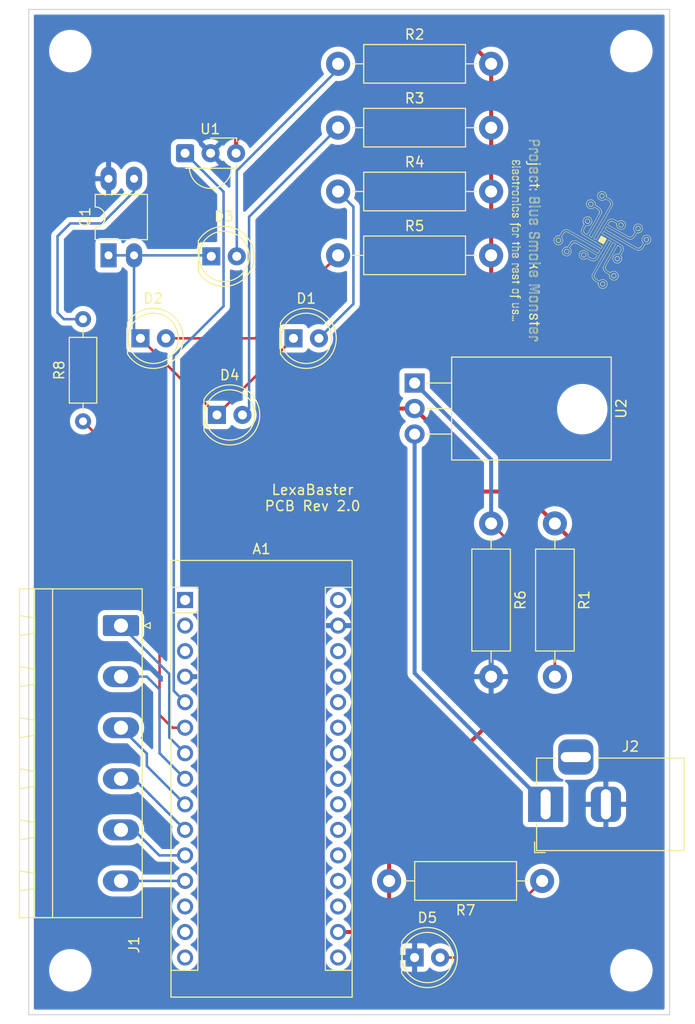
<source format=kicad_pcb>
(kicad_pcb (version 20210228) (generator pcbnew)
  (layers (0 "F.Cu" signal) (31 "B.Cu" signal) (34 "B.Paste" user) (35 "F.Paste" user) (36 "B.SilkS" user "B.Silkscreen") (37 "F.SilkS" user "F.Silkscreen") (38 "B.Mask" user) (39 "F.Mask" user) (44 "Edge.Cuts" user))
  (net 0 "")
  (net 1 "Net-(A1-Pad12)")
  (net 2 "Net-(A1-Pad11)")
  (net 3 "Net-(A1-Pad10)")
  (net 4 "Net-(A1-Pad9)")
  (net 5 "Net-(A1-Pad8)")
  (net 6 "Net-(A1-Pad7)")
  (net 7 "Net-(A1-Pad5)")
  (net 8 "+3V3")
  (net 9 "Net-(D1-Pad2)")
  (net 10 "Net-(D1-Pad1)")
  (net 11 "GND")
  (net 12 "Net-(Q1-Pad2)")
  (net 13 "Net-(D2-Pad2)")
  (net 14 "Net-(D3-Pad2)")
  (net 15 "Net-(D4-Pad2)")
  (net 16 "Net-(A1-Pad6)")
  (net 17 "Net-(D5-Pad2)")
  (net 18 "Net-(R1-Pad2)")
  (net 19 "Net-(J2-Pad1)")
  (footprint "Resistor_THT:R_Axial_DIN0207_L6.3mm_D2.5mm_P10.16mm_Horizontal" (layer "F.Cu") (at 128.27 83.82 90)
    (fp_text reference "R8")
    (fp_text value "100 Ohm")
  )
  (footprint "MountingHole:MountingHole_3.2mm_M3" (layer "F.Cu") (at 127 46.99)
    (fp_text reference "H1" hide)
    (fp_text value "MountingHole")
  )
  (footprint "MountingHole:MountingHole_3.2mm_M3" (layer "F.Cu") (at 182.88 46.99)
    (fp_text reference "H2" hide)
    (fp_text value "MountingHole")
  )
  (footprint "Connector_BarrelJack:BarrelJack_Horizontal" (layer "F.Cu") (at 174.34 121.92 180)
    (fp_text reference "J2")
    (fp_text value "Barrel_Jack")
  )
  (footprint "Resistor_THT:R_Axial_DIN0411_L9.9mm_D3.6mm_P15.24mm_Horizontal" (layer "F.Cu") (at 153.67 67.31)
    (fp_text reference "R5")
    (fp_text value "6.8 Ohm")
  )
  (footprint "LED_THT:LED_D5.0mm_IRGrey" (layer "F.Cu") (at 161.29 137.16)
    (fp_text reference "D5")
    (fp_text value "RED")
  )
  (footprint "Resistor_THT:R_Axial_DIN0411_L9.9mm_D3.6mm_P15.24mm_Horizontal" (layer "F.Cu") (at 175.26 93.98 -90)
    (fp_text reference "R1")
    (fp_text value "240 Ohm")
  )
  (footprint "Connector_Phoenix_MSTB:PhoenixContact_MSTBA_2,5_6-G-5,08_1x06_P5.08mm_Horizontal" (layer "F.Cu") (at 132.0475 104.14 -90)
    (fp_text reference "J1")
    (fp_text value "Conn_01x06_Male")
  )
  (footprint "MountingHole:MountingHole_3.2mm_M3" (layer "F.Cu") (at 127 138.43)
    (fp_text reference "H3" hide)
    (fp_text value "MountingHole")
  )
  (footprint "LED_THT:LED_D5.0mm_IRGrey" (layer "F.Cu") (at 149.225 75.565)
    (fp_text reference "D1")
    (fp_text value "CQY99")
  )
  (footprint "LED_THT:LED_D5.0mm_IRGrey" (layer "F.Cu") (at 141.605 83.185)
    (fp_text reference "D4")
    (fp_text value "CQY99")
  )
  (footprint "Kittle:IRLD110" (layer "F.Cu") (at 130.81 67.31 90)
    (fp_text reference "Q1")
    (fp_text value "IRLD110")
  )
  (footprint "Kittle:TO-220-3_Horizontal_TabDown-WITH_HOLE" (layer "F.Cu") (at 161.29 80.01 -90)
    (fp_text reference "U2")
    (fp_text value "LM317_TO-220")
  )
  (footprint "Resistor_THT:R_Axial_DIN0411_L9.9mm_D3.6mm_P15.24mm_Horizontal" (layer "F.Cu") (at 153.67 48.26)
    (fp_text reference "R2")
    (fp_text value "6.8 Ohm")
  )
  (footprint "Module:Arduino_Nano" (layer "F.Cu") (at 138.43 101.6)
    (fp_text reference "A1")
    (fp_text value "Arduino_Nano_33_IOT")
  )
  (footprint "Resistor_THT:R_Axial_DIN0411_L9.9mm_D3.6mm_P15.24mm_Horizontal" (layer "F.Cu") (at 173.99 129.54 180)
    (fp_text reference "R7")
    (fp_text value "1k Ohm")
  )
  (footprint "Resistor_THT:R_Axial_DIN0411_L9.9mm_D3.6mm_P15.24mm_Horizontal" (layer "F.Cu") (at 153.67 60.96)
    (fp_text reference "R4")
    (fp_text value "6.8 Ohm")
  )
  (footprint "LED_THT:LED_D5.0mm_IRGrey" (layer "F.Cu") (at 141.040001 67.410001)
    (fp_text reference "D3")
    (fp_text value "CQY99")
  )
  (footprint "Resistor_THT:R_Axial_DIN0411_L9.9mm_D3.6mm_P15.24mm_Horizontal" (layer "F.Cu") (at 168.91 93.98 -90)
    (fp_text reference "R6")
    (fp_text value "390 Ohm")
  )
  (footprint "LED_THT:LED_D5.0mm_IRGrey" (layer "F.Cu") (at 133.985 75.565)
    (fp_text reference "D2")
    (fp_text value "CQY99")
  )
  (footprint "MountingHole:MountingHole_3.2mm_M3" (layer "F.Cu") (at 182.88 138.43)
    (fp_text reference "H4" hide)
    (fp_text value "MountingHole")
  )
  (footprint "Resistor_THT:R_Axial_DIN0411_L9.9mm_D3.6mm_P15.24mm_Horizontal" (layer "F.Cu") (at 153.67 54.61)
    (fp_text reference "R3")
    (fp_text value "6.8 Ohm")
  )
  (footprint "OptoDevice:Vishay_MINICAST-3Pin" (layer "F.Cu") (at 138.43 57.15)
    (fp_text reference "U1")
    (fp_text value "TSMP58138")
  )
  (gr_line (start 172.739124 65.991378) (end 172.737755 65.990373) (layer "F.SilkS") (width 0.035277))
  (gr_line (start 179.910413 63.111527) (end 179.913085 63.09447) (layer "F.SilkS") (width 0.035277))
  (gr_line (start 171.542643 71.083384) (end 171.538404 71.084748) (layer "F.SilkS") (width 0.035277))
  (gr_line (start 171.020949 68.934757) (end 171.018164 68.924923) (layer "F.SilkS") (width 0.035277))
  (gr_line (start 173.205644 56.181119) (end 173.207711 56.200575) (layer "F.SilkS") (width 0.035277))
  (gr_line (start 173.518321 62.80261) (end 173.518321 62.80261) (layer "F.SilkS") (width 0.035277))
  (gr_line (start 175.8906 66.165629) (end 175.901846 66.155456) (layer "F.SilkS") (width 0.035277))
  (gr_line (start 178.35675 67.258359) (end 178.356023 67.27537) (layer "F.SilkS") (width 0.035277))
  (gr_line (start 173.556137 67.382478) (end 173.55831 67.396795) (layer "F.SilkS") (width 0.035277))
  (gr_line (start 171.309162 57.938329) (end 171.304359 57.937366) (layer "F.SilkS") (width 0.035277))
  (gr_line (start 173.45782 59.805038) (end 173.459785 59.79742) (layer "F.SilkS") (width 0.035277))
  (gr_line (start 173.213803 61.693263) (end 173.215506 61.692546) (layer "F.SilkS") (width 0.035277))
  (gr_line (start 173.287398 75.732761) (end 173.289124 75.732391) (layer "F.SilkS") (width 0.035277))
  (gr_line (start 178.646366 61.821415) (end 178.62852 61.830594) (layer "F.SilkS") (width 0.035277))
  (gr_line (start 171.079882 62.311063) (end 171.058453 62.322725) (layer "F.SilkS") (width 0.035277))
  (gr_line (start 173.612238 61.995404) (end 173.616471 61.991169) (layer "F.SilkS") (width 0.035277))
  (gr_line (start 171.817674 66.516114) (end 171.816443 66.516473) (layer "F.SilkS") (width 0.035277))
  (gr_line (start 173.263659 75.786072) (end 173.263659 75.786072) (layer "F.SilkS") (width 0.035277))
  (gr_line (start 183.577172 65.084228) (end 183.588564 65.083592) (layer "F.SilkS") (width 0.035277))
  (gr_line (start 172.909631 59.995108) (end 172.896318 59.994207) (layer "F.SilkS") (width 0.035277))
  (gr_line (start 181.534507 69.5397) (end 181.540866 69.526743) (layer "F.SilkS") (width 0.035277))
  (gr_line (start 173.707895 65.121331) (end 173.713655 65.131976) (layer "F.SilkS") (width 0.035277))
  (gr_line (start 171.129388 70.738089) (end 171.125434 70.739847) (layer "F.SilkS") (width 0.035277))
  (gr_line (start 175.168975 65.751943) (end 175.167354 65.762405) (layer "F.SilkS") (width 0.035277))
  (gr_line (start 171.027688 59.508028) (end 171.031402 59.499755) (layer "F.SilkS") (width 0.035277))
  (gr_line (start 173.657675 56.148145) (end 173.657778 56.136763) (layer "F.SilkS") (width 0.035277))
  (gr_line (start 173.113432 74.961657) (end 173.110333 74.949915) (layer "F.SilkS") (width 0.035277))
  (gr_line (start 171.114941 68.689494) (end 171.111642 68.692166) (layer "F.SilkS") (width 0.035277))
  (gr_line (start 171.565864 64.821773) (end 171.567499 64.81594) (layer "F.SilkS") (width 0.035277))
  (gr_line (start 181.30628 68.059151) (end 181.325721 68.066648) (layer "F.SilkS") (width 0.035277))
  (gr_line (start 171.006888 70.848107) (end 171.007631 70.836419) (layer "F.SilkS") (width 0.035277))
  (gr_line (start 173.282583 75.734507) (end 173.284128 75.733819) (layer "F.SilkS") (width 0.035277))
  (gr_line (start 172.745017 61.627262) (end 172.749629 61.618284) (layer "F.SilkS") (width 0.035277))
  (gr_line (start 171.506218 65.176347) (end 171.515863 65.177292) (layer "F.SilkS") (width 0.035277))
  (gr_line (start 171.485852 70.65164) (end 171.496214 70.651874) (layer "F.SilkS") (width 0.035277))
  (gr_line (start 179.366439 65.781653) (end 179.366439 65.781653) (layer "F.SilkS") (width 0.035277))
  (gr_line (start 172.810674 59.789462) (end 172.814382 59.805038) (layer "F.SilkS") (width 0.035277))
  (gr_line (start 171.084739 61.191485) (end 171.08815 61.20288) (layer "F.SilkS") (width 0.035277))
  (gr_line (start 173.747621 56.213888) (end 173.745436 56.228222) (layer "F.SilkS") (width 0.035277))
  (gr_line (start 172.96029 64.264732) (end 172.95875 64.26542) (layer "F.SilkS") (width 0.035277))
  (gr_line (start 178.802232 62.448536) (end 178.794328 62.44658) (layer "F.SilkS") (width 0.035277))
  (gr_line (start 178.057992 63.972288) (end 178.060198 63.992733) (layer "F.SilkS") (width 0.035277))
  (gr_line (start 171.534119 60.687828) (end 171.537619 60.686073) (layer "F.SilkS") (width 0.035277))
  (gr_line (start 178.162296 64.698863) (end 178.174488 64.671384) (layer "F.SilkS") (width 0.035277))
  (gr_line (start 171.514291 68.678982) (end 171.509859 68.678015) (layer "F.SilkS") (width 0.035277))
  (gr_line (start 173.840237 58.220275) (end 173.840335 58.223773) (layer "F.SilkS") (width 0.035277))
  (gr_line (start 171.20519 67.517831) (end 171.20401 67.520847) (layer "F.SilkS") (width 0.035277))
  (gr_line (start 179.991926 70.605889) (end 180.012384 70.607498) (layer "F.SilkS") (width 0.035277))
  (gr_line (start 178.767376 62.438033) (end 178.758299 62.434464) (layer "F.SilkS") (width 0.035277))
  (gr_line (start 171.054605 59.463143) (end 171.057399 59.460032) (layer "F.SilkS") (width 0.035277))
  (gr_line (start 172.868725 68.97144) (end 172.8637 68.973984) (layer "F.SilkS") (width 0.035277))
  (gr_line (start 181.554242 67.852713) (end 181.539097 67.858566) (layer "F.SilkS") (width 0.035277))
  (gr_line (start 172.712371 74.726606) (end 172.714191 74.711895) (layer "F.SilkS") (width 0.035277))
  (gr_line (start 171.727535 62.214754) (end 171.72865 62.213939) (layer "F.SilkS") (width 0.035277))
  (gr_line (start 171.018788 66.813612) (end 171.019798 66.810266) (layer "F.SilkS") (width 0.035277))
  (gr_line (start 171.635834 72.121172) (end 171.635382 72.125507) (layer "F.SilkS") (width 0.035277))
  (gr_line (start 173.240313 61.688159) (end 173.243121 61.688079) (layer "F.SilkS") (width 0.035277))
  (gr_line (start 171.027688 72.163692) (end 171.031402 72.155113) (layer "F.SilkS") (width 0.035277))
  (gr_line (start 172.903181 58.676795) (end 172.896926 58.677304) (layer "F.SilkS") (width 0.035277))
  (gr_line (start 172.848647 68.86592) (end 172.854242 68.86408) (layer "F.SilkS") (width 0.035277))
  (gr_line (start 173.830897 58.181504) (end 173.831979 58.183288) (layer "F.SilkS") (width 0.035277))
  (gr_line (start 171.060945 68.635986) (end 171.063928 68.632934) (layer "F.SilkS") (width 0.035277))
  (gr_line (start 173.331121 61.989611) (end 173.335428 61.993476) (layer "F.SilkS") (width 0.035277))
  (gr_line (start 181.566544 69.461638) (end 181.570453 69.448568) (layer "F.SilkS") (width 0.035277))
  (gr_line (start 171.829581 58.489102) (end 171.830182 58.49057) (layer "F.SilkS") (width 0.035277))
  (gr_line (start 178.683173 61.805582) (end 178.664593 61.813074) (layer "F.SilkS") (width 0.035277))
  (gr_line (start 178.541051 67.092688) (end 178.524859 67.060898) (layer "F.SilkS") (width 0.035277))
  (gr_line (start 172.709137 67.476364) (end 172.709137 67.476364) (layer "F.SilkS") (width 0.035277))
  (gr_line (start 180.215382 70.285437) (end 180.207994 70.296527) (layer "F.SilkS") (width 0.035277))
  (gr_line (start 171.637212 64.652402) (end 171.639459 64.662523) (layer "F.SilkS") (width 0.035277))
  (gr_line (start 172.890767 57.414589) (end 172.884888 57.415852) (layer "F.SilkS") (width 0.035277))
  (gr_line (start 172.804992 63.982511) (end 172.806068 64.00522) (layer "F.SilkS") (width 0.035277))
  (gr_line (start 171.565864 65.297904) (end 171.564073 65.294119) (layer "F.SilkS") (width 0.035277))
  (gr_line (start 173.547237 72.406078) (end 173.550601 72.419163) (layer "F.SilkS") (width 0.035277))
  (gr_line (start 171.021655 66.505602) (end 171.02099 66.504211) (layer "F.SilkS") (width 0.035277))
  (gr_line (start 171.011642 70.941299) (end 171.010008 70.930582) (layer "F.SilkS") (width 0.035277))
  (gr_line (start 179.99681 70.37978) (end 179.988352 70.378202) (layer "F.SilkS") (width 0.035277))
  (gr_line (start 172.861547 70.714753) (end 172.861547 70.714753) (layer "F.SilkS") (width 0.035277))
  (gr_line (start 171.018164 67.418098) (end 171.015673 67.407826) (layer "F.SilkS") (width 0.035277))
  (gr_line (start 180.331148 61.163812) (end 180.319004 61.145465) (layer "F.SilkS") (width 0.035277))
  (gr_line (start 173.111045 56.009429) (end 173.111743 56.008128) (layer "F.SilkS") (width 0.035277))
  (gr_line (start 176.082203 65.179446) (end 176.102784 65.149719) (layer "F.SilkS") (width 0.035277))
  (gr_line (start 173.23789 65.11978) (end 173.240973 65.114287) (layer "F.SilkS") (width 0.035277))
  (gr_line (start 183.767742 64.613592) (end 183.768031 64.625203) (layer "F.SilkS") (width 0.035277))
  (gr_line (start 177.986751 65.169465) (end 178.001864 65.190363) (layer "F.SilkS") (width 0.035277))
  (gr_line (start 171.550065 61.230552) (end 171.552789 61.226618) (layer "F.SilkS") (width 0.035277))
  (gr_line (start 173.249607 56.300375) (end 173.254057 56.304135) (layer "F.SilkS") (width 0.035277))
  (gr_line (start 172.731826 66.434869) (end 172.730823 66.433223) (layer "F.SilkS") (width 0.035277))
  (gr_line (start 178.187953 67.486029) (end 178.176893 67.48923) (layer "F.SilkS") (width 0.035277))
  (gr_line (start 171.537619 61.243575) (end 171.540963 61.240726) (layer "F.SilkS") (width 0.035277))
  (gr_line (start 173.41029 60.816351) (end 173.40863 60.816969) (layer "F.SilkS") (width 0.035277))
  (gr_line (start 173.502387 71.895945) (end 173.498767 71.900433) (layer "F.SilkS") (width 0.035277))
  (gr_line (start 173.566094 65.031743) (end 173.578926 65.033318) (layer "F.SilkS") (width 0.035277))
  (gr_line (start 179.338216 67.512886) (end 179.322549 67.531392) (layer "F.SilkS") (width 0.035277))
  (gr_line (start 181.582518 67.445636) (end 181.59028 67.450311) (layer "F.SilkS") (width 0.035277))
  (gr_line (start 171.076988 64.74275) (end 171.077298 64.759548) (layer "F.SilkS") (width 0.035277))
  (gr_line (start 171.204702 59.840861) (end 171.203368 59.841132) (layer "F.SilkS") (width 0.035277))
  (gr_line (start 179.290966 62.287799) (end 179.290826 62.283137) (layer "F.SilkS") (width 0.035277))
  (gr_line (start 171.628005 62.221287) (end 171.628846 62.222356) (layer "F.SilkS") (width 0.035277))
  (gr_line (start 171.021504 60.426505) (end 171.022693 60.426069) (layer "F.SilkS") (width 0.035277))
  (gr_line (start 181.817017 66.862192) (end 181.804826 66.889681) (layer "F.SilkS") (width 0.035277))
  (gr_line (start 172.812425 59.629087) (end 172.810674 59.63698) (layer "F.SilkS") (width 0.035277))
  (gr_line (start 172.727422 66.425582) (end 172.726724 66.423408) (layer "F.SilkS") (width 0.035277))
  (gr_line (start 171.199375 59.14039) (end 171.200262 59.141381) (layer "F.SilkS") (width 0.035277))
  (gr_line (start 171.076988 62.719514) (end 171.076988 62.720479) (layer "F.SilkS") (width 0.035277))
  (gr_line (start 172.821008 61.713307) (end 172.819876 61.71937) (layer "F.SilkS") (width 0.035277))
  (gr_line (start 171.518567 64.607509) (end 171.514291 64.606289) (layer "F.SilkS") (width 0.035277))
  (gr_line (start 172.95875 59.159365) (end 172.957149 59.15995) (layer "F.SilkS") (width 0.035277))
  (gr_line (start 171.580079 64.934281) (end 171.576741 64.936827) (layer "F.SilkS") (width 0.035277))
  (gr_line (start 172.804083 57.597897) (end 172.804083 57.597897) (layer "F.SilkS") (width 0.035277))
  (gr_line (start 171.598214 62.553538) (end 171.603536 62.560094) (layer "F.SilkS") (width 0.035277))
  (gr_line (start 171.111172 70.993872) (end 171.114505 70.996708) (layer "F.SilkS") (width 0.035277))
  (gr_line (start 172.712322 60.791167) (end 172.711717 60.788635) (layer "F.SilkS") (width 0.035277))
  (gr_line (start 171.606062 59.787678) (end 171.603536 59.791089) (layer "F.SilkS") (width 0.035277))
  (gr_line (start 172.754053 62.540964) (end 172.751924 62.539456) (layer "F.SilkS") (width 0.035277))
  (gr_line (start 173.240973 65.114287) (end 173.244253 65.108967) (layer "F.SilkS") (width 0.035277))
  (gr_line (start 173.40857 57.424516) (end 173.403498 57.421809) (layer "F.SilkS") (width 0.035277))
  (gr_line (start 173.120369 69.343657) (end 173.116777 69.333115) (layer "F.SilkS") (width 0.035277))
  (gr_line (start 180.044716 61.198669) (end 180.053253 61.202319) (layer "F.SilkS") (width 0.035277))
  (gr_line (start 171.097931 60.911699) (end 171.101893 60.909989) (layer "F.SilkS") (width 0.035277))
  (gr_line (start 171.359247 57.871222) (end 171.363436 57.873758) (layer "F.SilkS") (width 0.035277))
  (gr_line (start 181.743411 66.450098) (end 181.764027 66.469606) (layer "F.SilkS") (width 0.035277))
  (gr_line (start 171.029307 68.203279) (end 171.029307 68.203279) (layer "F.SilkS") (width 0.035277))
  (gr_line (start 181.346875 69.258087) (end 181.349481 69.266641) (layer "F.SilkS") (width 0.035277))
  (gr_line (start 173.672704 65.07583) (end 173.680696 65.083703) (layer "F.SilkS") (width 0.035277))
  (gr_line (start 184.481389 65.941453) (end 184.473242 65.9457) (layer "F.SilkS") (width 0.035277))
  (gr_line (start 178.672937 63.772807) (end 178.678502 63.779508) (layer "F.SilkS") (width 0.035277))
  (gr_line (start 172.871127 62.807622) (end 172.883483 62.805429) (layer "F.SilkS") (width 0.035277))
  (gr_poly (pts (xy 180.103689 66.208569) (xy 179.561569 65.894514) (xy 179.875624 65.352394) (xy 180.417744 65.666449) (xy 180.103689 66.208569)) (layer "F.SilkS") (width 0.035277) (fill solid))
  (gr_line (start 173.556137 72.446548) (end 173.55831 72.460849) (layer "F.SilkS") (width 0.035277))
  (gr_line (start 172.884438 62.133962) (end 172.87256 62.131078) (layer "F.SilkS") (width 0.035277))
  (gr_line (start 180.139446 61.270605) (end 180.144071 61.277346) (layer "F.SilkS") (width 0.035277))
  (gr_line (start 173.450683 72.658894) (end 173.453269 72.651852) (layer "F.SilkS") (width 0.035277))
  (gr_line (start 173.463093 59.781166) (end 173.464438 59.772531) (layer "F.SilkS") (width 0.035277))
  (gr_line (start 181.746614 67.997346) (end 181.762555 67.984016) (layer "F.SilkS") (width 0.035277))
  (gr_line (start 173.284191 60.818372) (end 173.282194 60.818316) (layer "F.SilkS") (width 0.035277))
  (gr_line (start 171.598214 67.138507) (end 171.603536 67.145881) (layer "F.SilkS") (width 0.035277))
  (gr_line (start 180.656861 64.029668) (end 180.672674 64.012525) (layer "F.SilkS") (width 0.035277))
  (gr_line (start 176.662115 66.942007) (end 176.661005 66.950332) (layer "F.SilkS") (width 0.035277))
  (gr_line (start 176.126982 64.817308) (end 176.103905 64.83316) (layer "F.SilkS") (width 0.035277))
  (gr_poly (pts (xy 173.102429 68.234698) (xy 173.102475 68.23302) (xy 173.102613 68.231396) (xy 173.102843 68.229826) (xy 173.103165 68.228309) (xy 173.10358 68.226847) (xy 173.104086 68.225438) (xy 173.104685 68.224084) (xy 173.105376 68.222783) (xy 173.10616 68.221535) (xy 173.107035 68.220342) (xy 173.108003 68.219202) (xy 173.109063 68.218115) (xy 173.110216 68.217082) (xy 173.111461 68.216103) (xy 173.112798 68.215176) (xy 173.114228 68.214304) (xy 173.11575 68.213484) (xy 173.117365 68.212718) (xy 173.119072 68.212005) (xy 173.120872 68.211345) (xy 173.122764 68.210738) (xy 173.124749 68.210184) (xy 173.126826 68.209683) (xy 173.128996 68.209235) (xy 173.131259 68.20884) (xy 173.133614 68.208498) (xy 173.136062 68.208208) (xy 173.138603 68.207972) (xy 173.141237 68.207788) (xy 173.143963 68.207656) (xy 173.149694 68.207551) (xy 173.1555 68.207656) (xy 173.160928 68.207972) (xy 173.16598 68.208498) (xy 173.170654 68.209235) (xy 173.174952 68.210184) (xy 173.178874 68.211345) (xy 173.182421 68.212718) (xy 173.185593 68.214304) (xy 173.18839 68.216103) (xy 173.189648 68.217082) (xy 173.190812 68.218115) (xy 173.191884 68.219202) (xy 173.192861 68.220342) (xy 173.193746 68.221535) (xy 173.194537 68.222783) (xy 173.195235 68.224084) (xy 173.195839 68.225438) (xy 173.196351 68.226847) (xy 173.196769 68.228309) (xy 173.197094 68.229826) (xy 173.197327 68.231396) (xy 173.197466 68.23302) (xy 173.197512 68.234698) (xy 173.197512 68.286375) (xy 173.198009 68.300012) (xy 173.198878 68.312399) (xy 173.19945 68.318124) (xy 173.200114 68.323538) (xy 173.200869 68.328642) (xy 173.201716 68.333435) (xy 173.202652 68.337918) (xy 173.203679 68.342091) (xy 173.204795 68.345955) (xy 173.206 68.34951) (xy 173.207295 68.352757) (xy 173.208677 68.355695) (xy 173.210148 68.358327) (xy 173.211706 68.36065) (xy 173.213437 68.36284) (xy 173.215427 68.365017) (xy 173.217674 68.367181) (xy 173.220179 68.369332) (xy 173.222942 68.371471) (xy 173.225962 68.373596) (xy 173.22924 68.375708) (xy 173.232774 68.377808) (xy 173.236565 68.379894) (xy 173.240612 68.381968) (xy 173.244916 68.384028) (xy 173.249476 68.386076) (xy 173.254292 68.388111) (xy 173.259364 68.390132) (xy 173.264691 68.392141) (xy 173.270274 68.394137) (xy 173.518321 68.48564) (xy 173.520241 68.486334) (xy 173.5221 68.487098) (xy 173.523897 68.487932) (xy 173.525633 68.488837) (xy 173.527308 68.489813) (xy 173.528922 68.490859) (xy 173.530474 68.491975) (xy 173.531965 68.493162) (xy 173.533396 68.49442) (xy 173.534764 68.495748) (xy 173.536072 68.497148) (xy 173.537319 68.498618) (xy 173.538505 68.500159) (xy 173.539629 68.50177) (xy 173.540693 68.503453) (xy 173.541696 68.505207) (xy 173.542637 68.507032) (xy 173.543518 68.508928) (xy 173.544338 68.510895) (xy 173.545097 68.512933) (xy 173.545795 68.515043) (xy 173.546432 68.517223) (xy 173.547008 68.519476) (xy 173.547524 68.521799) (xy 173.547979 68.524194) (xy 173.548373 68.526661) (xy 173.548706 68.529199) (xy 173.548979 68.531809) (xy 173.549191 68.534491) (xy 173.549343 68.537244) (xy 173.549464 68.542965) (xy 173.549367 68.548572) (xy 173.549077 68.553818) (xy 173.548595 68.558701) (xy 173.54792 68.563223) (xy 173.547054 68.567383) (xy 173.545997 68.571181) (xy 173.544751 68.574618) (xy 173.543314 68.577693) (xy 173.541689 68.580406) (xy 173.539875 68.582757) (xy 173.538898 68.583797) (xy 173.537874 68.584747) (xy 173.536803 68.585606) (xy 173.535686 68.586374) (xy 173.534521 68.587053) (xy 173.533311 68.58764) (xy 173.532053 68.588138) (xy 173.53075 68.588545) (xy 173.5294 68.588861) (xy 173.528004 68.589087) (xy 173.526561 68.589223) (xy 173.525073 68.589268) (xy 173.52474 68.589215) (xy 173.524104 68.589056) (xy 173.521921 68.588422) (xy 173.513911 68.585909) (xy 173.483319 68.576039) (xy 173.232377 68.487982) (xy 173.228253 68.486443) (xy 173.224251 68.484823) (xy 173.220371 68.483123) (xy 173.216614 68.481342) (xy 173.212978 68.47948) (xy 173.209465 68.477537) (xy 173.206072 68.475513) (xy 173.202801 68.473409) (xy 173.199651 68.471224) (xy 173.196622 68.468958) (xy 173.193714 68.466612) (xy 173.190926 68.464185) (xy 173.188259 68.461677) (xy 173.185712 68.459088) (xy 173.183284 68.456418) (xy 173.180976 68.453668) (xy 173.179476 68.457509) (xy 173.177842 68.461282) (xy 173.176075 68.464987) (xy 173.174175 68.468622) (xy 173.172142 68.472189) (xy 173.169976 68.475687) (xy 173.167677 68.479117) (xy 173.165246 68.482478) (xy 173.162681 68.485771) (xy 173.159984 68.488994) (xy 173.157154 68.49215) (xy 173.154191 68.495236) (xy 173.147867 68.501203) (xy 173.141014 68.506896) (xy 173.133631 68.512314) (xy 173.125718 68.517457) (xy 173.117277 68.522326) (xy 173.108307 68.52692) (xy 173.098809 68.53124) (xy 173.088783 68.535285) (xy 173.07823 68.539056) (xy 173.06715 68.542552) (xy 172.783964 68.623167) (xy 172.768612 68.627407) (xy 172.757471 68.630419) (xy 172.750516 68.632217) (xy 172.7486 68.632665) (xy 172.747721 68.632814) (xy 172.746196 68.632768) (xy 172.744719 68.63263) (xy 172.743292 68.632399) (xy 172.741914 68.632077) (xy 172.740585 68.631663) (xy 172.739305 68.631156) (xy 172.738073 68.630557) (xy 172.736891 68.629866) (xy 172.735758 68.629083) (xy 172.734673 68.628207) (xy 172.733637 68.627239) (xy 172.73265 68.626179) (xy 172.731711 68.625026) (xy 172.730821 68.623781) (xy 172.72998 68.622444) (xy 172.729187 68.621014) (xy 172.728442 68.619492) (xy 172.727746 68.617877) (xy 172.727098 68.61617) (xy 172.726499 68.61437) (xy 172.725948 68.612478) (xy 172.725445 68.610493) (xy 172.72499 68.608415) (xy 172.724583 68.606245) (xy 172.724224 68.603982) (xy 172.723913 68.601627) (xy 172.723651 68.599179) (xy 172.723436 68.596638) (xy 172.723269 68.594004) (xy 172.723149 68.591278) (xy 172.723054 68.585547) (xy 172.723175 68.579728) (xy 172.723539 68.57421) (xy 172.724145 68.568993) (xy 172.724994 68.564077) (xy 172.726086 68.559462) (xy 172.727422 68.555149) (xy 172.729001 68.551137) (xy 172.730823 68.547427) (xy 172.73289 68.544018) (xy 172.7352 68.540912) (xy 172.737755 68.538109) (xy 172.740554 68.535608) (xy 172.743598 68.53341) (xy 172.746886 68.531515) (xy 172.75042 68.529923) (xy 172.754199 68.528634) (xy 173.02953 68.448433) (xy 173.035336 68.446725) (xy 173.040867 68.444963) (xy 173.046125 68.443144) (xy 173.051109 68.441268) (xy 173.055821 68.439336) (xy 173.06026 68.437345) (xy 173.064427 68.435296) (xy 173.068322 68.433187) (xy 173.071946 68.431019) (xy 173.075299 68.428791) (xy 173.078381 68.426502) (xy 173.081194 68.424151) (xy 173.083736 68.421737) (xy 173.08601 68.419261) (xy 173.088014 68.416722) (xy 173.08975 68.414119) (xy 173.091278 68.411256) (xy 173.092708 68.407989) (xy 173.094042 68.404319) (xy 173.095278 68.400246) (xy 173.096416 68.39577) (xy 173.097456 68.390891) (xy 173.098398 68.38561) (xy 173.099242 68.379926) (xy 173.099987 68.373841) (xy 173.100634 68.367353) (xy 173.101181 68.360464) (xy 173.10163 68.353173) (xy 173.101979 68.345481) (xy 173.102229 68.337388) (xy 173.102379 68.328894) (xy 173.102429 68.319999) (xy 173.102429 68.234698)) (layer "F.SilkS") (width 0.035277) (fill solid))
  (gr_line (start 171.084521 68.888004) (end 171.087473 68.900314) (layer "F.SilkS") (width 0.035277))
  (gr_line (start 171.207638 59.189119) (end 171.207004 59.193084) (layer "F.SilkS") (width 0.035277))
  (gr_line (start 171.630391 62.285621) (end 171.629641 62.286851) (layer "F.SilkS") (width 0.035277))
  (gr_line (start 178.621913 62.249184) (end 178.621375 62.23968) (layer "F.SilkS") (width 0.035277))
  (gr_line (start 171.027585 66.871721) (end 171.026601 66.87089) (layer "F.SilkS") (width 0.035277))
  (gr_line (start 180.680168 63.730665) (end 180.652076 63.745252) (layer "F.SilkS") (width 0.035277))
  (gr_line (start 176.886156 66.316755) (end 176.90664 66.285275) (layer "F.SilkS") (width 0.035277))
  (gr_line (start 172.890767 59.541754) (end 172.884888 59.542929) (layer "F.SilkS") (width 0.035277))
  (gr_line (start 182.047943 64.404303) (end 182.038954 64.418256) (layer "F.SilkS") (width 0.035277))
  (gr_line (start 172.99217 65.118458) (end 172.990501 65.118934) (layer "F.SilkS") (width 0.035277))
  (gr_line (start 173.524445 75.452545) (end 173.529801 75.461414) (layer "F.SilkS") (width 0.035277))
  (gr_line (start 176.528189 67.368166) (end 176.554192 67.361339) (layer "F.SilkS") (width 0.035277))
  (gr_line (start 172.720096 56.773023) (end 172.718971 56.771595) (layer "F.SilkS") (width 0.035277))
  (gr_line (start 171.01094 73.337341) (end 171.012358 73.334473) (layer "F.SilkS") (width 0.035277))
  (gr_line (start 173.270676 75.08601) (end 173.258239 75.084707) (layer "F.SilkS") (width 0.035277))
  (gr_line (start 171.193095 59.136111) (end 171.194256 59.136625) (layer "F.SilkS") (width 0.035277))
  (gr_line (start 171.495636 66.517112) (end 171.495636 66.517112) (layer "F.SilkS") (width 0.035277))
  (gr_line (start 181.41949 64.167224) (end 181.414268 64.185544) (layer "F.SilkS") (width 0.035277))
  (gr_line (start 173.713655 56.328474) (end 173.707895 56.339204) (layer "F.SilkS") (width 0.035277))
  (gr_line (start 173.441684 71.530104) (end 173.43827 71.524503) (layer "F.SilkS") (width 0.035277))
  (gr_line (start 171.134638 73.537219) (end 171.135417 73.538526) (layer "F.SilkS") (width 0.035277))
  (gr_line (start 173.42346 60.803989) (end 173.421325 60.807362) (layer "F.SilkS") (width 0.035277))
  (gr_line (start 181.178911 69.781899) (end 181.198973 69.779739) (layer "F.SilkS") (width 0.035277))
  (gr_line (start 182.297108 64.360983) (end 182.299154 64.345288) (layer "F.SilkS") (width 0.035277))
  (gr_line (start 171.114505 59.747464) (end 171.117993 59.749879) (layer "F.SilkS") (width 0.035277))
  (gr_line (start 173.672704 61.578479) (end 173.680696 61.586448) (layer "F.SilkS") (width 0.035277))
  (gr_line (start 172.948226 59.05283) (end 172.948226 59.05283) (layer "F.SilkS") (width 0.035277))
  (gr_line (start 171.555357 62.818026) (end 171.557769 62.813833) (layer "F.SilkS") (width 0.035277))
  (gr_line (start 184.266132 66.200097) (end 184.271619 66.197212) (layer "F.SilkS") (width 0.035277))
  (gr_line (start 171.426354 68.461082) (end 171.425741 68.459614) (layer "F.SilkS") (width 0.035277))
  (gr_line (start 173.837094 58.258342) (end 173.835652 58.263158) (layer "F.SilkS") (width 0.035277))
  (gr_line (start 171.146751 64.881112) (end 171.151479 64.88152) (layer "F.SilkS") (width 0.035277))
  (gr_line (start 173.147259 62.013477) (end 173.152059 62.01019) (layer "F.SilkS") (width 0.035277))
  (gr_line (start 184.315226 66.187485) (end 184.320298 66.187631) (layer "F.SilkS") (width 0.035277))
  (gr_line (start 171.010008 62.777054) (end 171.008671 62.766426) (layer "F.SilkS") (width 0.035277))
  (gr_line (start 172.951979 64.15881) (end 172.953764 64.159075) (layer "F.SilkS") (width 0.035277))
  (gr_line (start 172.837804 58.583484) (end 172.843167 58.58132) (layer "F.SilkS") (width 0.035277))
  (gr_line (start 180.29255 61.111358) (end 180.278185 61.095546) (layer "F.SilkS") (width 0.035277))
  (gr_line (start 173.185452 55.996689) (end 173.188971 55.998063) (layer "F.SilkS") (width 0.035277))
  (gr_line (start 178.654135 64.342236) (end 178.677269 64.332385) (layer "F.SilkS") (width 0.035277))
  (gr_line (start 181.83735 67.376751) (end 181.834727 67.372391) (layer "F.SilkS") (width 0.035277))
  (gr_line (start 171.518567 66.791001) (end 171.522687 66.789517) (layer "F.SilkS") (width 0.035277))
  (gr_line (start 171.092605 62.218264) (end 171.097791 62.21729) (layer "F.SilkS") (width 0.035277))
  (gr_line (start 171.132153 57.857042) (end 171.136837 57.856255) (layer "F.SilkS") (width 0.035277))
  (gr_line (start 172.805021 65.297192) (end 172.804731 65.307587) (layer "F.SilkS") (width 0.035277))
  (gr_line (start 171.643056 59.686774) (end 171.641407 59.697144) (layer "F.SilkS") (width 0.035277))
  (gr_line (start 181.399836 64.286448) (end 181.399734 64.295576) (layer "F.SilkS") (width 0.035277))
  (gr_line (start 172.903143 67.660427) (end 172.909642 67.660608) (layer "F.SilkS") (width 0.035277))
  (gr_line (start 171.076988 58.07897) (end 171.077298 58.096393) (layer "F.SilkS") (width 0.035277))
  (gr_line (start 173.663514 58.183288) (end 173.66461 58.181504) (layer "F.SilkS") (width 0.035277))
  (gr_line (start 171.585436 67.506465) (end 171.582244 67.508785) (layer "F.SilkS") (width 0.035277))
  (gr_line (start 178.518146 63.691918) (end 178.526049 63.692621) (layer "F.SilkS") (width 0.035277))
  (gr_line (start 171.43216 62.912675) (end 171.431732 62.910888) (layer "F.SilkS") (width 0.035277))
  (gr_line (start 184.545796 66.154274) (end 184.545796 66.154274) (layer "F.SilkS") (width 0.035277))
  (gr_line (start 172.83748 61.676525) (end 172.835944 61.678499) (layer "F.SilkS") (width 0.035277))
  (gr_line (start 171.530463 64.612796) (end 171.526653 64.610763) (layer "F.SilkS") (width 0.035277))
  (gr_line (start 171.187991 67.452682) (end 171.189336 67.45288) (layer "F.SilkS") (width 0.035277))
  (gr_line (start 172.883483 59.434508) (end 172.896318 59.432998) (layer "F.SilkS") (width 0.035277))
  (gr_line (start 171.105945 60.908398) (end 171.110088 60.906924) (layer "F.SilkS") (width 0.035277))
  (gr_line (start 171.429994 62.88631) (end 171.430265 62.881716) (layer "F.SilkS") (width 0.035277))
  (gr_line (start 171.127876 73.815135) (end 171.126724 73.815764) (layer "F.SilkS") (width 0.035277))
  (gr_line (start 171.018015 62.295861) (end 171.016941 62.293695) (layer "F.SilkS") (width 0.035277))
  (gr_line (start 171.082724 68.750082) (end 171.081573 68.756321) (layer "F.SilkS") (width 0.035277))
  (gr_line (start 173.2619 60.807362) (end 173.260775 60.805732) (layer "F.SilkS") (width 0.035277))
  (gr_line (start 172.731826 70.328978) (end 172.730823 70.327335) (layer "F.SilkS") (width 0.035277))
  (gr_line (start 172.731826 72.342382) (end 172.730823 72.340736) (layer "F.SilkS") (width 0.035277))
  (gr_line (start 171.570302 59.055214) (end 171.57147 59.048456) (layer "F.SilkS") (width 0.035277))
  (gr_line (start 173.747621 56.058342) (end 173.749409 56.073085) (layer "F.SilkS") (width 0.035277))
  (gr_line (start 172.886778 60.791167) (end 172.885386 60.795892) (layer "F.SilkS") (width 0.035277))
  (gr_line (start 179.660312 70.415599) (end 179.673171 70.433099) (layer "F.SilkS") (width 0.035277))
  (gr_line (start 180.901456 61.84947) (end 180.883995 61.83085) (layer "F.SilkS") (width 0.035277))
  (gr_line (start 171.024785 73.528416) (end 171.026122 73.528121) (layer "F.SilkS") (width 0.035277))
  (gr_line (start 180.399611 61.396308) (end 180.399625 61.387539) (layer "F.SilkS") (width 0.035277))
  (gr_line (start 172.731826 70.995233) (end 172.73289 70.9937) (layer "F.SilkS") (width 0.035277))
  (gr_line (start 173.152452 64.219646) (end 173.152452 64.219646) (layer "F.SilkS") (width 0.035277))
  (gr_line (start 173.079002 62.030771) (end 173.086378 62.030628) (layer "F.SilkS") (width 0.035277))
  (gr_line (start 172.754782 68.946797) (end 172.761088 68.936395) (layer "F.SilkS") (width 0.035277))
  (gr_line (start 171.397152 68.946203) (end 171.399998 68.947954) (layer "F.SilkS") (width 0.035277))
  (gr_line (start 171.082981 60.919715) (end 171.086584 60.917534) (layer "F.SilkS") (width 0.035277))
  (gr_line (start 171.396727 58.151144) (end 171.393286 58.150581) (layer "F.SilkS") (width 0.035277))
  (gr_line (start 171.185163 67.53369) (end 171.156362 67.53369) (layer "F.SilkS") (width 0.035277))
  (gr_line (start 178.261523 67.697975) (end 178.269598 67.695285) (layer "F.SilkS") (width 0.035277))
  (gr_line (start 171.573312 61.574653) (end 171.580079 61.579604) (layer "F.SilkS") (width 0.035277))
  (gr_line (start 173.491171 74.551611) (end 173.498767 74.560768) (layer "F.SilkS") (width 0.035277))
  (gr_line (start 173.518321 62.911337) (end 173.518321 62.911337) (layer "F.SilkS") (width 0.035277))
  (gr_line (start 172.804634 65.318218) (end 172.805034 65.339335) (layer "F.SilkS") (width 0.035277))
  (gr_line (start 171.617463 60.485934) (end 171.6215 60.492603) (layer "F.SilkS") (width 0.035277))
  (gr_line (start 176.571727 67.106788) (end 176.563493 67.112573) (layer "F.SilkS") (width 0.035277))
  (gr_line (start 173.447891 59.595074) (end 173.441684 59.583564) (layer "F.SilkS") (width 0.035277))
  (gr_line (start 181.268099 68.041253) (end 181.287062 68.050688) (layer "F.SilkS") (width 0.035277))
  (gr_line (start 182.8428 65.70651) (end 182.872131 65.70157) (layer "F.SilkS") (width 0.035277))
  (gr_line (start 173.622887 70.804079) (end 173.632452 70.806862) (layer "F.SilkS") (width 0.035277))
  (gr_line (start 171.11884 73.323698) (end 171.120269 73.323825) (layer "F.SilkS") (width 0.035277))
  (gr_line (start 172.779822 59.11202) (end 172.772578 59.10415) (layer "F.SilkS") (width 0.035277))
  (gr_line (start 182.078831 64.295301) (end 182.078831 64.295301) (layer "F.SilkS") (width 0.035277))
  (gr_line (start 173.723984 56.305814) (end 173.719018 56.317344) (layer "F.SilkS") (width 0.035277))
  (gr_line (start 173.491171 72.779381) (end 173.487194 72.783408) (layer "F.SilkS") (width 0.035277))
  (gr_line (start 173.466505 59.754243) (end 173.467229 59.744591) (layer "F.SilkS") (width 0.035277))
  (gr_line (start 173.63063 70.23244) (end 173.644957 70.232666) (layer "F.SilkS") (width 0.035277))
  (gr_line (start 173.403498 69.330331) (end 173.40857 69.327575) (layer "F.SilkS") (width 0.035277))
  (gr_line (start 171.625238 67.188778) (end 171.628679 67.1983) (layer "F.SilkS") (width 0.035277))
  (gr_line (start 180.975299 69.750679) (end 180.99546 69.758288) (layer "F.SilkS") (width 0.035277))
  (gr_line (start 173.43082 72.384842) (end 173.426785 72.380331) (layer "F.SilkS") (width 0.035277))
  (gr_line (start 178.983449 67.635373) (end 178.952729 67.62552) (layer "F.SilkS") (width 0.035277))
  (gr_line (start 178.216666 63.576942) (end 178.201242 63.591119) (layer "F.SilkS") (width 0.035277))
  (gr_line (start 171.221562 59.819157) (end 171.220719 59.822723) (layer "F.SilkS") (width 0.035277))
  (gr_line (start 171.487919 67.53369) (end 171.487919 67.53369) (layer "F.SilkS") (width 0.035277))
  (gr_line (start 178.672112 64.070249) (end 178.66419 64.078949) (layer "F.SilkS") (width 0.035277))
  (gr_line (start 171.352741 67.510072) (end 171.34759 67.506285) (layer "F.SilkS") (width 0.035277))
  (gr_line (start 179.926152 70.358625) (end 179.917866 70.354752) (layer "F.SilkS") (width 0.035277))
  (gr_line (start 173.362188 72.354344) (end 172.754199 72.354344) (layer "F.SilkS") (width 0.035277))
  (gr_line (start 171.133496 64.607509) (end 171.129388 64.609) (layer "F.SilkS") (width 0.035277))
  (gr_line (start 173.247524 56.418884) (end 173.2366 56.41482) (layer "F.SilkS") (width 0.035277))
  (gr_line (start 181.425504 64.148953) (end 181.41949 64.167224) (layer "F.SilkS") (width 0.035277))
  (gr_line (start 172.896548 65.521245) (end 172.899738 65.521648) (layer "F.SilkS") (width 0.035277))
  (gr_line (start 171.039918 61.551076) (end 171.485852 61.551076) (layer "F.SilkS") (width 0.035277))
  (gr_line (start 179.770721 61.539999) (end 179.765557 61.532991) (layer "F.SilkS") (width 0.035277))
  (gr_line (start 171.572482 68.86588) (end 171.573339 68.858588) (layer "F.SilkS") (width 0.035277))
  (gr_line (start 171.635993 72.463303) (end 171.636106 72.465671) (layer "F.SilkS") (width 0.035277))
  (gr_line (start 173.467746 57.575495) (end 173.466505 57.55454) (layer "F.SilkS") (width 0.035277))
  (gr_line (start 178.346172 66.882091) (end 178.312709 66.864554) (layer "F.SilkS") (width 0.035277))
  (gr_line (start 172.873751 67.65411) (end 172.879216 67.656096) (layer "F.SilkS") (width 0.035277))
  (gr_line (start 172.827424 65.608313) (end 172.817508 65.60239) (layer "F.SilkS") (width 0.035277))
  (gr_line (start 173.128296 64.182181) (end 173.124209 64.172861) (layer "F.SilkS") (width 0.035277))
  (gr_line (start 171.509859 60.507079) (end 171.505273 60.506616) (layer "F.SilkS") (width 0.035277))
  (gr_line (start 173.392733 75.728837) (end 173.398219 75.727483) (layer "F.SilkS") (width 0.035277))
  (gr_line (start 179.603875 63.27321) (end 179.603875 63.27321) (layer "F.SilkS") (width 0.035277))
  (gr_line (start 171.631753 72.083838) (end 171.632366 72.085302) (layer "F.SilkS") (width 0.035277))
  (gr_line (start 173.012412 65.089318) (end 173.011312 65.094183) (layer "F.SilkS") (width 0.035277))
  (gr_line (start 173.23067 64.141824) (end 173.234471 64.144135) (layer "F.SilkS") (width 0.035277))
  (gr_line (start 171.330704 68.994802) (end 171.327071 68.98921) (layer "F.SilkS") (width 0.035277))
  (gr_line (start 171.015304 68.197582) (end 171.014427 68.196593) (layer "F.SilkS") (width 0.035277))
  (gr_line (start 173.387039 67.29363) (end 173.381137 67.292367) (layer "F.SilkS") (width 0.035277))
  (gr_line (start 178.174488 64.671384) (end 178.187853 64.643449) (layer "F.SilkS") (width 0.035277))
  (gr_line (start 172.833856 62.95176) (end 172.830456 62.957329) (layer "F.SilkS") (width 0.035277))
  (gr_line (start 171.118644 72.076909) (end 171.123057 72.07579) (layer "F.SilkS") (width 0.035277))
  (gr_line (start 173.45782 69.051931) (end 173.453269 69.036513) (layer "F.SilkS") (width 0.035277))
  (gr_line (start 172.714517 60.798085) (end 172.713722 60.795892) (layer "F.SilkS") (width 0.035277))
  (gr_line (start 176.407946 66.700546) (end 176.425286 66.699912) (layer "F.SilkS") (width 0.035277))
  (gr_line (start 173.24636 64.262679) (end 173.235038 64.260633) (layer "F.SilkS") (width 0.035277))
  (gr_line (start 171.123511 67.093565) (end 171.127976 67.092548) (layer "F.SilkS") (width 0.035277))
  (gr_line (start 171.311737 59.129897) (end 171.309234 59.121543) (layer "F.SilkS") (width 0.035277))
  (gr_line (start 173.483099 56.709866) (end 173.491171 56.716148) (layer "F.SilkS") (width 0.035277))
  (gr_line (start 172.760261 62.882812) (end 172.760261 62.882812) (layer "F.SilkS") (width 0.035277))
  (gr_line (start 172.714191 74.711895) (end 172.716418 74.697574) (layer "F.SilkS") (width 0.035277))
  (gr_line (start 181.330819 67.813197) (end 181.324338 67.807325) (layer "F.SilkS") (width 0.035277))
  (gr_line (start 172.754078 59.909001) (end 172.748292 59.89881) (layer "F.SilkS") (width 0.035277))
  (gr_line (start 171.023927 68.202646) (end 171.022693 68.20229) (layer "F.SilkS") (width 0.035277))
  (gr_line (start 171.097888 67.522987) (end 171.090707 67.51971) (layer "F.SilkS") (width 0.035277))
  (gr_line (start 171.078122 58.967055) (end 171.077891 58.974813) (layer "F.SilkS") (width 0.035277))
  (gr_line (start 173.682966 58.169062) (end 173.68493 58.168774) (layer "F.SilkS") (width 0.035277))
  (gr_line (start 177.90665 67.652167) (end 177.926341 67.663392) (layer "F.SilkS") (width 0.035277))
  (gr_line (start 171.137759 62.592545) (end 171.133496 62.593678) (layer "F.SilkS") (width 0.035277))
  (gr_line (start 171.526653 67.44576) (end 171.530463 67.443689) (layer "F.SilkS") (width 0.035277))
  (gr_line (start 173.463934 65.512544) (end 173.465395 65.511671) (layer "F.SilkS") (width 0.035277))
  (gr_line (start 173.463093 75.655021) (end 173.464438 75.64875) (layer "F.SilkS") (width 0.035277))
  (gr_line (start 171.057399 62.550429) (end 171.060283 62.547433) (layer "F.SilkS") (width 0.035277))
  (gr_line (start 181.641636 68.059307) (end 181.660087 68.051151) (layer "F.SilkS") (width 0.035277))
  (gr_line (start 183.299688 64.261368) (end 183.287486 64.270384) (layer "F.SilkS") (width 0.035277))
  (gr_line (start 176.342392 64.745622) (end 176.311947 64.748815) (layer "F.SilkS") (width 0.035277))
  (gr_line (start 171.429904 62.891218) (end 171.429904 62.891218) (layer "F.SilkS") (width 0.035277))
  (gr_line (start 181.26237 67.714154) (end 181.259541 67.706018) (layer "F.SilkS") (width 0.035277))
  (gr_line (start 172.883953 74.497175) (end 172.896647 74.495578) (layer "F.SilkS") (width 0.035277))
  (gr_line (start 171.700515 58.277649) (end 171.696673 58.279339) (layer "F.SilkS") (width 0.035277))
  (gr_line (start 171.38774 67.430973) (end 171.389895 67.433571) (layer "F.SilkS") (width 0.035277))
  (gr_line (start 171.019259 60.427612) (end 171.020359 60.427019) (layer "F.SilkS") (width 0.035277))
  (gr_line (start 184.5017 65.55974) (end 184.509376 65.565204) (layer "F.SilkS") (width 0.035277))
  (gr_line (start 171.825899 66.442503) (end 171.826725 66.443574) (layer "F.SilkS") (width 0.035277))
  (gr_line (start 172.748622 55.951492) (end 172.746886 55.951122) (layer "F.SilkS") (width 0.035277))
  (gr_line (start 171.822147 66.439015) (end 171.823152 66.439768) (layer "F.SilkS") (width 0.035277))
  (gr_line (start 173.730537 70.284524) (end 173.731283 70.289772) (layer "F.SilkS") (width 0.035277))
  (gr_line (start 171.121653 73.324037) (end 171.12299 73.324333) (layer "F.SilkS") (width 0.035277))
  (gr_line (start 171.249969 58.238801) (end 171.250492 58.240423) (layer "F.SilkS") (width 0.035277))
  (gr_line (start 182.787269 65.485227) (end 182.768152 65.485702) (layer "F.SilkS") (width 0.035277))
  (gr_line (start 173.47455 57.85304) (end 173.470097 57.856426) (layer "F.SilkS") (width 0.035277))
  (gr_line (start 173.447891 66.049865) (end 173.441684 66.038484) (layer "F.SilkS") (width 0.035277))
  (gr_line (start 173.121583 56.257014) (end 173.11858 56.243537) (layer "F.SilkS") (width 0.035277))
  (gr_line (start 171.646205 64.717778) (end 171.646656 64.729763) (layer "F.SilkS") (width 0.035277))
  (gr_line (start 171.572482 68.265703) (end 171.57147 68.260996) (layer "F.SilkS") (width 0.035277))
  (gr_line (start 171.625209 72.148598) (end 171.624185 72.149358) (layer "F.SilkS") (width 0.035277))
  (gr_line (start 173.422542 72.37618) (end 173.418092 72.37239) (layer "F.SilkS") (width 0.035277))
  (gr_line (start 173.752389 65.307986) (end 173.752587 65.324419) (layer "F.SilkS") (width 0.035277))
  (gr_line (start 171.71626 58.047179) (end 171.71471 58.033182) (layer "F.SilkS") (width 0.035277))
  (gr_line (start 184.198889 65.324357) (end 184.17408 65.336522) (layer "F.SilkS") (width 0.035277))
  (gr_line (start 173.582516 61.645928) (end 173.576842 61.644275) (layer "F.SilkS") (width 0.035277))
  (gr_line (start 181.01428 68.901979) (end 180.983503 68.911132) (layer "F.SilkS") (width 0.035277))
  (gr_line (start 179.776188 61.546793) (end 179.770721 61.539999) (layer "F.SilkS") (width 0.035277))
  (gr_line (start 172.786454 63.723855) (end 172.790542 63.71995) (layer "F.SilkS") (width 0.035277))
  (gr_line (start 171.534119 68.94782) (end 171.537619 68.9452) (layer "F.SilkS") (width 0.035277))
  (gr_line (start 171.102103 62.825651) (end 171.104971 62.829082) (layer "F.SilkS") (width 0.035277))
  (gr_line (start 173.45782 56.974451) (end 173.459785 56.968917) (layer "F.SilkS") (width 0.035277))
  (gr_line (start 173.362775 63.674417) (end 173.376109 63.675425) (layer "F.SilkS") (width 0.035277))
  (gr_line (start 172.978615 75.020735) (end 172.978824 75.023773) (layer "F.SilkS") (width 0.035277))
  (gr_line (start 173.483099 71.916808) (end 173.478884 71.920508) (layer "F.SilkS") (width 0.035277))
  (gr_line (start 178.39253 62.247253) (end 178.393615 62.264091) (layer "F.SilkS") (width 0.035277))
  (gr_line (start 171.544153 59.741871) (end 171.547187 59.738694) (layer "F.SilkS") (width 0.035277))
  (gr_line (start 171.568978 68.252135) (end 171.567499 68.247981) (layer "F.SilkS") (width 0.035277))
  (gr_line (start 171.077298 61.101463) (end 171.077065 61.109713) (layer "F.SilkS") (width 0.035277))
  (gr_line (start 171.136149 73.743751) (end 171.136835 73.745232) (layer "F.SilkS") (width 0.035277))
  (gr_line (start 173.40857 66.778829) (end 173.413435 66.775982) (layer "F.SilkS") (width 0.035277))
  (gr_line (start 173.195053 69.244849) (end 173.196512 69.253009) (layer "F.SilkS") (width 0.035277))
  (gr_line (start 173.412625 62.017679) (end 173.552082 62.017679) (layer "F.SilkS") (width 0.035277))
  (gr_line (start 171.140625 73.556274) (end 171.140886 73.558518) (layer "F.SilkS") (width 0.035277))
  (gr_line (start 171.45774 68.958995) (end 171.495636 68.958995) (layer "F.SilkS") (width 0.035277))
  (gr_line (start 172.709137 59.713875) (end 172.709337 59.69808) (layer "F.SilkS") (width 0.035277))
  (gr_line (start 171.554819 62.919229) (end 171.550851 62.920859) (layer "F.SilkS") (width 0.035277))
  (gr_line (start 172.852047 64.142765) (end 172.85626 64.146089) (layer "F.SilkS") (width 0.035277))
  (gr_line (start 181.747174 64.495711) (end 181.732693 64.487232) (layer "F.SilkS") (width 0.035277))
  (gr_line (start 173.390755 66.451019) (end 173.384916 66.449511) (layer "F.SilkS") (width 0.035277))
  (gr_line (start 180.128894 70.364007) (end 180.118788 70.368477) (layer "F.SilkS") (width 0.035277))
  (gr_line (start 173.739875 61.708947) (end 173.742854 61.72269) (layer "F.SilkS") (width 0.035277))
  (gr_line (start 171.096832 59.532663) (end 171.094429 59.53682) (layer "F.SilkS") (width 0.035277))
  (gr_line (start 172.909642 59.886957) (end 172.966554 59.886957) (layer "F.SilkS") (width 0.035277))
  (gr_line (start 172.834471 61.680541) (end 172.83306 61.682652) (layer "F.SilkS") (width 0.035277))
  (gr_line (start 181.782598 66.489358) (end 181.799141 66.509377) (layer "F.SilkS") (width 0.035277))
  (gr_line (start 172.909642 75.087683) (end 172.909642 75.087683) (layer "F.SilkS") (width 0.035277))
  (gr_line (start 173.123859 55.998063) (end 173.125586 55.997349) (layer "F.SilkS") (width 0.035277))
  (gr_line (start 171.846441 62.290414) (end 171.845536 62.291587) (layer "F.SilkS") (width 0.035277))
  (gr_line (start 173.222121 62.077739) (end 173.218287 62.082959) (layer "F.SilkS") (width 0.035277))
  (gr_line (start 173.620497 55.982467) (end 173.616471 55.977955) (layer "F.SilkS") (width 0.035277))
  (gr_line (start 172.887582 62.024084) (end 172.893043 62.02616) (layer "F.SilkS") (width 0.035277))
  (gr_line (start 180.909183 69.354699) (end 180.909014 69.345535) (layer "F.SilkS") (width 0.035277))
  (gr_line (start 177.952115 67.402081) (end 177.944628 67.39236) (layer "F.SilkS") (width 0.035277))
  (gr_line (start 173.622046 70.411357) (end 173.624001 70.409952) (layer "F.SilkS") (width 0.035277))
  (gr_line (start 173.311338 59.161281) (end 173.311338 59.161281) (layer "F.SilkS") (width 0.035277))
  (gr_line (start 178.299618 64.015274) (end 178.29576 64.007636) (layer "F.SilkS") (width 0.035277))
  (gr_line (start 182.001248 64.131038) (end 182.010453 64.140205) (layer "F.SilkS") (width 0.035277))
  (gr_line (start 173.812735 62.463489) (end 173.812129 62.469201) (layer "F.SilkS") (width 0.035277))
  (gr_line (start 173.461542 71.749697) (end 173.463093 71.740847) (layer "F.SilkS") (width 0.035277))
  (gr_line (start 171.399998 59.123644) (end 171.403073 59.125267) (layer "F.SilkS") (width 0.035277))
  (gr_line (start 175.659143 66.039018) (end 175.65001 66.040569) (layer "F.SilkS") (width 0.035277))
  (gr_line (start 171.015802 57.988295) (end 171.018328 57.97818) (layer "F.SilkS") (width 0.035277))
  (gr_line (start 171.534119 61.246152) (end 171.537619 61.243575) (layer "F.SilkS") (width 0.035277))
  (gr_line (start 179.441267 67.734746) (end 179.454485 67.719708) (layer "F.SilkS") (width 0.035277))
  (gr_line (start 172.869972 74.97407) (end 172.874902 74.975828) (layer "F.SilkS") (width 0.035277))
  (gr_line (start 171.348324 68.676773) (end 171.367753 68.867907) (layer "F.SilkS") (width 0.035277))
  (gr_line (start 171.114941 67.182775) (end 171.111642 67.185452) (layer "F.SilkS") (width 0.035277))
  (gr_line (start 180.731482 69.533234) (end 180.742277 69.553386) (layer "F.SilkS") (width 0.035277))
  (gr_line (start 172.831515 59.146998) (end 172.821921 59.142626) (layer "F.SilkS") (width 0.035277))
  (gr_line (start 171.012065 60.496101) (end 171.011367 60.494792) (layer "F.SilkS") (width 0.035277))
  (gr_line (start 183.719673 64.491774) (end 183.725784 64.499206) (layer "F.SilkS") (width 0.035277))
  (gr_line (start 180.248961 70.197045) (end 180.246249 70.210534) (layer "F.SilkS") (width 0.035277))
  (gr_line (start 171.550065 68.931967) (end 171.552789 68.927971) (layer "F.SilkS") (width 0.035277))
  (gr_line (start 171.816443 58.476892) (end 171.817674 58.477248) (layer "F.SilkS") (width 0.035277))
  (gr_line (start 173.312828 65.187897) (end 173.310219 65.192955) (layer "F.SilkS") (width 0.035277))
  (gr_line (start 173.702318 70.481618) (end 173.700261 70.483561) (layer "F.SilkS") (width 0.035277))
  (gr_line (start 172.723836 56.678936) (end 172.725205 56.677931) (layer "F.SilkS") (width 0.035277))
  (gr_line (start 171.613129 62.866912) (end 171.608497 62.874267) (layer "F.SilkS") (width 0.035277))
  (gr_line (start 171.646806 60.601056) (end 171.646806 60.601056) (layer "F.SilkS") (width 0.035277))
  (gr_line (start 171.006442 61.106622) (end 171.006888 61.094628) (layer "F.SilkS") (width 0.035277))
  (gr_line (start 171.008668 73.593687) (end 171.008217 73.591797) (layer "F.SilkS") (width 0.035277))
  (gr_line (start 173.650592 56.401728) (end 173.645805 56.40464) (layer "F.SilkS") (width 0.035277))
  (gr_line (start 180.137195 69.730573) (end 180.103834 69.722537) (layer "F.SilkS") (width 0.035277))
  (gr_line (start 182.078515 64.284245) (end 182.078831 64.295301) (layer "F.SilkS") (width 0.035277))
  (gr_line (start 171.049287 70.704939) (end 171.051902 70.701448) (layer "F.SilkS") (width 0.035277))
  (gr_line (start 173.543518 63.298055) (end 173.544338 63.300027) (layer "F.SilkS") (width 0.035277))
  (gr_line (start 171.1411 73.581091) (end 171.140625 73.585625) (layer "F.SilkS") (width 0.035277))
  (gr_line (start 179.497766 61.405692) (end 179.497766 61.405692) (layer "F.SilkS") (width 0.035277))
  (gr_line (start 173.280959 59.980103) (end 173.280078 59.978248) (layer "F.SilkS") (width 0.035277))
  (gr_line (start 171.515863 61.989223) (end 171.506218 61.990409) (layer "F.SilkS") (width 0.035277))
  (gr_line (start 171.01366 58.547138) (end 171.013094 58.545198) (layer "F.SilkS") (width 0.035277))
  (gr_line (start 171.644485 59.05463) (end 171.643181 59.065887) (layer "F.SilkS") (width 0.035277))
  (gr_line (start 171.646806 59.005563) (end 171.646806 59.005563) (layer "F.SilkS") (width 0.035277))
  (gr_line (start 175.428773 65.956089) (end 175.422992 65.948324) (layer "F.SilkS") (width 0.035277))
  (gr_line (start 171.573339 68.325141) (end 171.57404 68.320047) (layer "F.SilkS") (width 0.035277))
  (gr_line (start 171.077815 58.984203) (end 171.077815 58.984203) (layer "F.SilkS") (width 0.035277))
  (gr_line (start 179.62872 61.707263) (end 179.654323 61.730727) (layer "F.SilkS") (width 0.035277))
  (gr_line (start 171.645455 62.755496) (end 171.644405 62.766426) (layer "F.SilkS") (width 0.035277))
  (gr_line (start 180.31298 68.417649) (end 180.31973 68.400187) (layer "F.SilkS") (width 0.035277))
  (gr_line (start 179.942984 61.177474) (end 179.950548 61.17769) (layer "F.SilkS") (width 0.035277))
  (gr_line (start 173.43082 59.858359) (end 173.434649 59.85379) (layer "F.SilkS") (width 0.035277))
  (gr_line (start 184.544176 65.597468) (end 184.550283 65.604904) (layer "F.SilkS") (width 0.035277))
  (gr_line (start 171.550851 60.434327) (end 171.558698 60.437155) (layer "F.SilkS") (width 0.035277))
  (gr_line (start 179.869402 69.999675) (end 179.879268 69.989557) (layer "F.SilkS") (width 0.035277))
  (gr_line (start 175.938612 65.006195) (end 175.900595 65.060689) (layer "F.SilkS") (width 0.035277))
  (gr_line (start 173.246847 62.020297) (end 173.246847 62.020297) (layer "F.SilkS") (width 0.035277))
  (gr_line (start 183.98239 64.537155) (end 183.975085 64.507691) (layer "F.SilkS") (width 0.035277))
  (gr_line (start 179.763361 69.79558) (end 179.737422 69.816209) (layer "F.SilkS") (width 0.035277))
  (gr_line (start 172.808325 74.717722) (end 172.807197 74.726739) (layer "F.SilkS") (width 0.035277))
  (gr_line (start 173.553567 72.644709) (end 173.550601 72.658252) (layer "F.SilkS") (width 0.035277))
  (gr_line (start 171.421911 60.736241) (end 171.421911 60.736241) (layer "F.SilkS") (width 0.035277))
  (gr_line (start 171.015755 73.737623) (end 171.016721 73.736652) (layer "F.SilkS") (width 0.035277))
  (gr_line (start 173.630716 62.108399) (end 173.625444 62.110665) (layer "F.SilkS") (width 0.035277))
  (gr_line (start 171.166836 72.511302) (end 171.156475 72.511065) (layer "F.SilkS") (width 0.035277))
  (gr_line (start 172.95875 69.341238) (end 172.96029 69.341925) (layer "F.SilkS") (width 0.035277))
  (gr_line (start 173.362147 66.897575) (end 173.348959 66.897864) (layer "F.SilkS") (width 0.035277))
  (gr_line (start 179.623841 62.816006) (end 179.644741 62.843211) (layer "F.SilkS") (width 0.035277))
  (gr_line (start 172.951979 69.339545) (end 172.953764 69.33981) (layer "F.SilkS") (width 0.035277))
  (gr_line (start 172.781495 67.23556) (end 172.785454 67.231549) (layer "F.SilkS") (width 0.035277))
  (gr_line (start 171.084739 64.669684) (end 171.083267 64.675776) (layer "F.SilkS") (width 0.035277))
  (gr_line (start 173.293425 61.7152) (end 173.293425 61.871193) (layer "F.SilkS") (width 0.035277))
  (gr_line (start 171.118644 57.86013) (end 171.123057 57.85898) (layer "F.SilkS") (width 0.035277))
  (gr_line (start 172.899738 65.521648) (end 172.902983 65.521937) (layer "F.SilkS") (width 0.035277))
  (gr_line (start 171.011625 73.397892) (end 171.01094 73.396405) (layer "F.SilkS") (width 0.035277))
  (gr_line (start 171.135417 73.538526) (end 171.136149 73.539919) (layer "F.SilkS") (width 0.035277))
  (gr_line (start 171.438475 68.472936) (end 171.437268 68.4725) (layer "F.SilkS") (width 0.035277))
  (gr_line (start 171.585436 69.013238) (end 171.582244 69.015564) (layer "F.SilkS") (width 0.035277))
  (gr_line (start 171.439235 58.143861) (end 171.438367 58.144639) (layer "F.SilkS") (width 0.035277))
  (gr_line (start 173.656125 61.785168) (end 173.654059 61.765366) (layer "F.SilkS") (width 0.035277))
  (gr_line (start 171.146475 71.09098) (end 171.136837 71.089802) (layer "F.SilkS") (width 0.035277))
  (gr_line (start 171.495636 61.25714) (end 171.500532 61.257004) (layer "F.SilkS") (width 0.035277))
  (gr_line (start 173.550601 74.680817) (end 173.553567 74.695173) (layer "F.SilkS") (width 0.035277))
  (gr_line (start 172.965841 64.260916) (end 172.964545 64.262029) (layer "F.SilkS") (width 0.035277))
  (gr_line (start 172.83306 61.682652) (end 172.831712 61.684831) (layer "F.SilkS") (width 0.035277))
  (gr_line (start 177.84784 67.61155) (end 177.867437 67.626257) (layer "F.SilkS") (width 0.035277))
  (gr_line (start 173.553567 59.611674) (end 173.556137 59.625077) (layer "F.SilkS") (width 0.035277))
  (gr_line (start 172.953764 59.160802) (end 172.951979 59.161068) (layer "F.SilkS") (width 0.035277))
  (gr_line (start 182.237349 64.525103) (end 182.245537 64.511048) (layer "F.SilkS") (width 0.035277))
  (gr_line (start 171.547187 60.679699) (end 171.550065 60.677205) (layer "F.SilkS") (width 0.035277))
  (gr_line (start 171.017962 66.458655) (end 171.018788 66.455002) (layer "F.SilkS") (width 0.035277))
  (gr_line (start 177.911056 67.201525) (end 177.916744 67.186185) (layer "F.SilkS") (width 0.035277))
  (gr_line (start 172.812425 63.006375) (end 172.810674 63.014819) (layer "F.SilkS") (width 0.035277))
  (gr_line (start 172.821454 57.327319) (end 172.826494 57.324718) (layer "F.SilkS") (width 0.035277))
  (gr_line (start 172.909642 63.280789) (end 172.909642 63.280789) (layer "F.SilkS") (width 0.035277))
  (gr_line (start 171.034904 58.580737) (end 171.033267 58.579154) (layer "F.SilkS") (width 0.035277))
  (gr_line (start 181.562226 69.474694) (end 181.566544 69.461638) (layer "F.SilkS") (width 0.035277))
  (gr_line (start 171.016698 66.842403) (end 171.016583 66.840069) (layer "F.SilkS") (width 0.035277))
  (gr_line (start 177.677812 67.247423) (end 177.677516 67.263319) (layer "F.SilkS") (width 0.035277))
  (gr_line (start 171.047599 58.58799) (end 171.046826 58.587819) (layer "F.SilkS") (width 0.035277))
  (gr_line (start 171.222849 62.883974) (end 171.222966 62.88631) (layer "F.SilkS") (width 0.035277))
  (gr_line (start 182.25665 64.104098) (end 182.245069 64.081971) (layer "F.SilkS") (width 0.035277))
  (gr_line (start 171.086584 59.823324) (end 171.079469 59.819068) (layer "F.SilkS") (width 0.035277))
  (gr_line (start 173.64941 65.41276) (end 173.651166 65.404266) (layer "F.SilkS") (width 0.035277))
  (gr_line (start 172.743399 65.131467) (end 172.748886 65.119755) (layer "F.SilkS") (width 0.035277))
  (gr_line (start 173.556137 75.532573) (end 173.55831 75.544037) (layer "F.SilkS") (width 0.035277))
  (gr_line (start 175.664105 65.373422) (end 175.659003 65.373281) (layer "F.SilkS") (width 0.035277))
  (gr_line (start 171.42926 68.46616) (end 171.428465 68.46501) (layer "F.SilkS") (width 0.035277))
  (gr_line (start 173.116777 74.972789) (end 173.113432 74.961657) (layer "F.SilkS") (width 0.035277))
  (gr_line (start 178.999881 62.059054) (end 179.006251 62.064554) (layer "F.SilkS") (width 0.035277))
  (gr_line (start 173.729524 70.91794) (end 173.730465 70.927173) (layer "F.SilkS") (width 0.035277))
  (gr_line (start 171.433152 59.776037) (end 171.434323 59.773021) (layer "F.SilkS") (width 0.035277))
  (gr_line (start 171.575208 61.12678) (end 171.575286 61.118234) (layer "F.SilkS") (width 0.035277))
  (gr_line (start 173.556369 64.081556) (end 173.553884 64.095491) (layer "F.SilkS") (width 0.035277))
  (gr_line (start 178.622803 62.258541) (end 178.621913 62.249184) (layer "F.SilkS") (width 0.035277))
  (gr_line (start 172.798054 59.46833) (end 172.802494 59.465084) (layer "F.SilkS") (width 0.035277))
  (gr_line (start 173.732724 61.97828) (end 173.728552 61.99066) (layer "F.SilkS") (width 0.035277))
  (gr_line (start 171.575208 68.30365) (end 171.575286 68.297813) (layer "F.SilkS") (width 0.035277))
  (gr_line (start 173.156625 62.006617) (end 173.160957 62.002759) (layer "F.SilkS") (width 0.035277))
  (gr_line (start 173.253476 60.785991) (end 173.252979 60.783233) (layer "F.SilkS") (width 0.035277))
  (gr_line (start 183.630513 66.589264) (end 183.611887 66.590977) (layer "F.SilkS") (width 0.035277))
  (gr_line (start 173.252685 74.971998) (end 173.257992 74.97346) (layer "F.SilkS") (width 0.035277))
  (gr_line (start 173.560191 69.232803) (end 173.558472 69.247817) (layer "F.SilkS") (width 0.035277))
  (gr_line (start 171.641588 67.394579) (end 171.639707 67.405029) (layer "F.SilkS") (width 0.035277))
  (gr_line (start 173.464618 65.917708) (end 173.473643 65.924083) (layer "F.SilkS") (width 0.035277))
  (gr_line (start 172.745211 66.4455) (end 172.743598 66.444915) (layer "F.SilkS") (width 0.035277))
  (gr_line (start 183.69231 64.465318) (end 183.699549 64.47144) (layer "F.SilkS") (width 0.035277))
  (gr_line (start 171.12756 62.512843) (end 171.136837 62.51126) (layer "F.SilkS") (width 0.035277))
  (gr_line (start 173.275222 59.959582) (end 173.274889 59.95677) (layer "F.SilkS") (width 0.035277))
  (gr_line (start 173.294665 75.731915) (end 173.294665 75.731915) (layer "F.SilkS") (width 0.035277))
  (gr_line (start 172.839077 61.674619) (end 172.83748 61.676525) (layer "F.SilkS") (width 0.035277))
  (gr_line (start 171.220227 59.777664) (end 171.220719 59.779371) (layer "F.SilkS") (width 0.035277))
  (gr_line (start 179.560731 61.177445) (end 179.550545 61.196506) (layer "F.SilkS") (width 0.035277))
  (gr_line (start 178.92045 64.069359) (end 178.930047 64.042275) (layer "F.SilkS") (width 0.035277))
  (gr_line (start 171.631822 62.825702) (end 171.628679 62.834537) (layer "F.SilkS") (width 0.035277))
  (gr_line (start 172.843857 70.618747) (end 172.845165 70.617526) (layer "F.SilkS") (width 0.035277))
  (gr_line (start 173.560088 59.774748) (end 173.55831 59.788963) (layer "F.SilkS") (width 0.035277))
  (gr_line (start 175.354386 65.451253) (end 175.336904 65.464101) (layer "F.SilkS") (width 0.035277))
  (gr_line (start 175.987613 66.921147) (end 175.987489 66.931901) (layer "F.SilkS") (width 0.035277))
  (gr_line (start 178.709344 62.407404) (end 178.702137 62.401997) (layer "F.SilkS") (width 0.035277))
  (gr_line (start 178.651952 64.090969) (end 178.639236 64.101857) (layer "F.SilkS") (width 0.035277))
  (gr_line (start 171.20843 68.997017) (end 171.208453 68.99951) (layer "F.SilkS") (width 0.035277))
  (gr_line (start 171.570302 64.682137) (end 171.567499 64.669684) (layer "F.SilkS") (width 0.035277))
  (gr_line (start 173.465575 58.918752) (end 173.466505 58.90863) (layer "F.SilkS") (width 0.035277))
  (gr_line (start 173.376109 63.675425) (end 173.388964 63.677106) (layer "F.SilkS") (width 0.035277))
  (gr_line (start 171.02477 66.801078) (end 171.025663 66.800085) (layer "F.SilkS") (width 0.035277))
  (gr_line (start 171.130449 68.956644) (end 171.134279 68.957673) (layer "F.SilkS") (width 0.035277))
  (gr_line (start 173.553567 67.581059) (end 173.550601 67.594617) (layer "F.SilkS") (width 0.035277))
  (gr_line (start 183.557828 64.18335) (end 183.530801 64.183025) (layer "F.SilkS") (width 0.035277))
  (gr_line (start 183.661219 64.444129) (end 183.677153 64.454063) (layer "F.SilkS") (width 0.035277))
  (gr_line (start 173.277583 65.072691) (end 173.282636 65.068941) (layer "F.SilkS") (width 0.035277))
  (gr_line (start 171.550851 67.101157) (end 171.558698 67.104965) (layer "F.SilkS") (width 0.035277))
  (gr_line (start 173.637946 71.091592) (end 173.63063 71.091647) (layer "F.SilkS") (width 0.035277))
  (gr_line (start 181.202169 69.551386) (end 181.190014 69.554342) (layer "F.SilkS") (width 0.035277))
  (gr_line (start 172.802943 61.564814) (end 172.81191 61.56005) (layer "F.SilkS") (width 0.035277))
  (gr_line (start 173.396383 66.452861) (end 173.390755 66.451019) (layer "F.SilkS") (width 0.035277))
  (gr_line (start 181.626874 64.344456) (end 181.624934 64.334203) (layer "F.SilkS") (width 0.035277))
  (gr_line (start 171.598214 71.045487) (end 171.595417 71.048742) (layer "F.SilkS") (width 0.035277))
  (gr_line (start 173.362188 59.540242) (end 173.362188 59.540242) (layer "F.SilkS") (width 0.035277))
  (gr_line (start 172.858881 63.796162) (end 172.854266 63.799392) (layer "F.SilkS") (width 0.035277))
  (gr_line (start 181.64664 63.894714) (end 181.63843 63.899283) (layer "F.SilkS") (width 0.035277))
  (gr_line (start 171.079778 70.824647) (end 171.078926 70.831815) (layer "F.SilkS") (width 0.035277))
  (gr_line (start 184.448093 65.955951) (end 184.439529 65.95857) (layer "F.SilkS") (width 0.035277))
  (gr_line (start 183.291779 65.336083) (end 183.329412 65.274347) (layer "F.SilkS") (width 0.035277))
  (gr_line (start 173.444891 69.286225) (end 173.447891 69.279792) (layer "F.SilkS") (width 0.035277))
  (gr_line (start 172.971411 69.352873) (end 172.972343 69.354618) (layer "F.SilkS") (width 0.035277))
  (gr_line (start 172.830456 59.843634) (end 172.833856 59.848881) (layer "F.SilkS") (width 0.035277))
  (gr_line (start 173.479322 65.616701) (end 173.477402 65.616648) (layer "F.SilkS") (width 0.035277))
  (gr_line (start 173.556137 63.88941) (end 173.55831 63.90458) (layer "F.SilkS") (width 0.035277))
  (gr_line (start 178.288124 67.106085) (end 178.288124 67.106085) (layer "F.SilkS") (width 0.035277))
  (gr_line (start 181.740671 64.098516) (end 181.756002 64.089707) (layer "F.SilkS") (width 0.035277))
  (gr_line (start 171.156362 67.170026) (end 171.15153 67.170154) (layer "F.SilkS") (width 0.035277))
  (gr_line (start 172.75042 68.052872) (end 172.752279 68.052713) (layer "F.SilkS") (width 0.035277))
  (gr_line (start 171.014427 60.499551) (end 171.013595 60.49848) (layer "F.SilkS") (width 0.035277))
  (gr_line (start 184.144286 65.708204) (end 184.146016 65.699816) (layer "F.SilkS") (width 0.035277))
  (gr_line (start 173.651166 56.055915) (end 173.647447 56.039313) (layer "F.SilkS") (width 0.035277))
  (gr_line (start 171.568978 67.379535) (end 171.570302 67.373052) (layer "F.SilkS") (width 0.035277))
  (gr_line (start 179.293403 62.192965) (end 179.293403 62.192965) (layer "F.SilkS") (width 0.035277))
  (gr_line (start 171.218471 59.828924) (end 171.217066 59.831559) (layer "F.SilkS") (width 0.035277))
  (gr_line (start 173.362188 64.158599) (end 173.362188 64.158599) (layer "F.SilkS") (width 0.035277))
  (gr_line (start 179.82401 61.212237) (end 179.832159 61.206982) (layer "F.SilkS") (width 0.035277))
  (gr_line (start 171.087473 59.075903) (end 171.090962 59.087072) (layer "F.SilkS") (width 0.035277))
  (gr_line (start 171.166836 58.304142) (end 171.166836 58.304142) (layer "F.SilkS") (width 0.035277))
  (gr_line (start 173.293122 59.889548) (end 173.294675 59.888861) (layer "F.SilkS") (width 0.035277))
  (gr_line (start 181.934275 64.503384) (end 181.934275 64.503384) (layer "F.SilkS") (width 0.035277))
  (gr_line (start 173.454231 75.067772) (end 173.449212 75.070044) (layer "F.SilkS") (width 0.035277))
  (gr_line (start 173.463888 64.242463) (end 173.459124 64.245016) (layer "F.SilkS") (width 0.035277))
  (gr_line (start 176.625635 66.79969) (end 176.631306 66.80794) (layer "F.SilkS") (width 0.035277))
  (gr_line (start 173.724302 70.262782) (end 173.725115 70.264618) (layer "F.SilkS") (width 0.035277))
  (gr_line (start 173.206726 56.398886) (end 173.197734 56.392329) (layer "F.SilkS") (width 0.035277))
  (gr_line (start 173.534758 71.837949) (end 173.529801 71.849462) (layer "F.SilkS") (width 0.035277))
  (gr_line (start 171.023494 73.732606) (end 171.024785 73.732228) (layer "F.SilkS") (width 0.035277))
  (gr_line (start 171.514291 62.592558) (end 171.509859 62.59167) (layer "F.SilkS") (width 0.035277))
  (gr_line (start 171.378389 58.143861) (end 171.377594 58.143044) (layer "F.SilkS") (width 0.035277))
  (gr_line (start 173.657675 61.840761) (end 173.657778 61.829163) (layer "F.SilkS") (width 0.035277))
  (gr_line (start 173.19145 64.037056) (end 173.192522 64.046505) (layer "F.SilkS") (width 0.035277))
  (gr_line (start 171.125434 62.844335) (end 171.129388 62.845988) (layer "F.SilkS") (width 0.035277))
  (gr_line (start 184.791978 65.88083) (end 184.795354 65.870781) (layer "F.SilkS") (width 0.035277))
  (gr_line (start 183.69444 64.211822) (end 183.667056 64.202542) (layer "F.SilkS") (width 0.035277))
  (gr_line (start 180.480584 70.181539) (end 180.481203 70.168465) (layer "F.SilkS") (width 0.035277))
  (gr_line (start 171.126724 73.32573) (end 171.127876 73.326364) (layer "F.SilkS") (width 0.035277))
  (gr_line (start 172.723539 55.910412) (end 172.723327 55.907387) (layer "F.SilkS") (width 0.035277))
  (gr_line (start 172.766858 67.253166) (end 172.770337 67.248531) (layer "F.SilkS") (width 0.035277))
  (gr_line (start 173.424433 60.719407) (end 173.425343 60.721375) (layer "F.SilkS") (width 0.035277))
  (gr_line (start 172.81191 61.56005) (end 172.821414 61.555667) (layer "F.SilkS") (width 0.035277))
  (gr_line (start 173.275727 59.050686) (end 173.282243 59.051458) (layer "F.SilkS") (width 0.035277))
  (gr_line (start 172.740554 71.088282) (end 172.739124 71.087387) (layer "F.SilkS") (width 0.035277))
  (gr_line (start 172.710955 58.815308) (end 172.712371 58.800248) (layer "F.SilkS") (width 0.035277))
  (gr_line (start 171.12756 58.300341) (end 171.118644 58.298203) (layer "F.SilkS") (width 0.035277))
  (gr_line (start 172.812425 71.579413) (end 172.810674 71.5879) (layer "F.SilkS") (width 0.035277))
  (gr_line (start 171.394534 68.944326) (end 171.397152 68.946203) (layer "F.SilkS") (width 0.035277))
  (gr_line (start 178.760415 61.784329) (end 178.740726 61.788313) (layer "F.SilkS") (width 0.035277))
  (gr_line (start 171.05252 58.821236) (end 171.055241 58.81782) (layer "F.SilkS") (width 0.035277))
  (gr_line (start 180.25942 68.959244) (end 180.302865 68.993744) (layer "F.SilkS") (width 0.035277))
  (gr_line (start 173.305276 59.886957) (end 173.305276 59.886957) (layer "F.SilkS") (width 0.035277))
  (gr_line (start 173.550601 59.829199) (end 173.547237 59.841808) (layer "F.SilkS") (width 0.035277))
  (gr_line (start 172.731826 65.983762) (end 172.730823 65.982123) (layer "F.SilkS") (width 0.035277))
  (gr_line (start 171.685212 57.872985) (end 171.693398 57.87613) (layer "F.SilkS") (width 0.035277))
  (gr_line (start 173.063017 65.522168) (end 173.068554 65.522029) (layer "F.SilkS") (width 0.035277))
  (gr_line (start 178.846697 62.454431) (end 178.839639 62.454095) (layer "F.SilkS") (width 0.035277))
  (gr_line (start 183.334387 64.551956) (end 183.33937 64.540284) (layer "F.SilkS") (width 0.035277))
  (gr_line (start 173.558581 61.64152) (end 173.552082 61.641337) (layer "F.SilkS") (width 0.035277))
  (gr_line (start 171.08815 59.709342) (end 171.092181 59.718998) (layer "F.SilkS") (width 0.035277))
  (gr_line (start 171.127876 73.407465) (end 171.126724 73.408105) (layer "F.SilkS") (width 0.035277))
  (gr_line (start 178.276988 63.888871) (end 178.27882 63.879077) (layer "F.SilkS") (width 0.035277))
  (gr_line (start 173.435584 58.584378) (end 173.446042 58.589465) (layer "F.SilkS") (width 0.035277))
  (gr_line (start 173.539316 72.381124) (end 173.543475 72.393398) (layer "F.SilkS") (width 0.035277))
  (gr_line (start 173.530892 69.348508) (end 173.52571 69.358668) (layer "F.SilkS") (width 0.035277))
  (gr_line (start 178.553947 67.412285) (end 178.559909 67.393929) (layer "F.SilkS") (width 0.035277))
  (gr_line (start 171.380092 67.417382) (end 171.381859 67.421259) (layer "F.SilkS") (width 0.035277))
  (gr_line (start 172.728717 64.126352) (end 172.724997 64.113241) (layer "F.SilkS") (width 0.035277))
  (gr_line (start 180.695832 64.357174) (end 180.512278 64.251755) (layer "F.SilkS") (width 0.035277))
  (gr_line (start 179.667323 61.050853) (end 179.651835 61.064055) (layer "F.SilkS") (width 0.035277))
  (gr_line (start 172.737913 63.265066) (end 172.733321 63.253162) (layer "F.SilkS") (width 0.035277))
  (gr_line (start 171.415035 58.151687) (end 171.412987 58.151788) (layer "F.SilkS") (width 0.035277))
  (gr_line (start 173.634437 70.93393) (end 173.633621 70.930649) (layer "F.SilkS") (width 0.035277))
  (gr_line (start 171.006497 60.47287) (end 171.006384 60.470525) (layer "F.SilkS") (width 0.035277))
  (gr_line (start 184.208833 65.580223) (end 184.216409 65.572952) (layer "F.SilkS") (width 0.035277))
  (gr_line (start 172.923422 65.63062) (end 172.909803 65.630271) (layer "F.SilkS") (width 0.035277))
  (gr_line (start 180.07054 69.717036) (end 180.037414 69.714042) (layer "F.SilkS") (width 0.035277))
  (gr_line (start 173.381137 69.337681) (end 173.387039 69.336394) (layer "F.SilkS") (width 0.035277))
  (gr_line (start 184.142874 65.716557) (end 184.144286 65.708204) (layer "F.SilkS") (width 0.035277))
  (gr_line (start 172.95875 64.26542) (end 172.957149 64.266003) (layer "F.SilkS") (width 0.035277))
  (gr_line (start 171.500532 66.517247) (end 171.495636 66.517112) (layer "F.SilkS") (width 0.035277))
  (gr_line (start 171.02099 61.563919) (end 171.022365 61.561221) (layer "F.SilkS") (width 0.035277))
  (gr_line (start 181.756002 64.089707) (end 181.771942 64.082118) (layer "F.SilkS") (width 0.035277))
  (gr_line (start 171.644405 58.955725) (end 171.645455 58.967723) (layer "F.SilkS") (width 0.035277))
  (gr_line (start 171.208425 59.839582) (end 171.207231 59.840086) (layer "F.SilkS") (width 0.035277))
  (gr_line (start 173.223971 64.136689) (end 173.223971 64.136689) (layer "F.SilkS") (width 0.035277))
  (gr_line (start 171.019259 65.178151) (end 171.020359 65.177551) (layer "F.SilkS") (width 0.035277))
  (gr_line (start 173.62793 56.281153) (end 173.631337 56.275549) (layer "F.SilkS") (width 0.035277))
  (gr_line (start 171.661074 57.948816) (end 171.65682 57.94765) (layer "F.SilkS") (width 0.035277))
  (gr_line (start 173.447891 58.993264) (end 173.450683 58.986459) (layer "F.SilkS") (width 0.035277))
  (gr_line (start 171.631822 68.211112) (end 171.634666 68.218728) (layer "F.SilkS") (width 0.035277))
  (gr_line (start 172.727388 62.450445) (end 172.728877 62.448747) (layer "F.SilkS") (width 0.035277))
  (gr_line (start 171.608497 65.224098) (end 171.608497 65.224098) (layer "F.SilkS") (width 0.035277))
  (gr_line (start 172.763562 62.545255) (end 172.76251 62.544979) (layer "F.SilkS") (width 0.035277))
  (gr_line (start 172.978346 59.091385) (end 172.978615 59.094294) (layer "F.SilkS") (width 0.035277))
  (gr_line (start 182.045447 66.878295) (end 182.057445 66.842827) (layer "F.SilkS") (width 0.035277))
  (gr_line (start 171.488459 57.869231) (end 171.493595 57.868069) (layer "F.SilkS") (width 0.035277))
  (gr_line (start 173.218287 62.082959) (end 173.214237 62.087947) (layer "F.SilkS") (width 0.035277))
  (gr_line (start 173.47455 59.46833) (end 173.483099 59.475276) (layer "F.SilkS") (width 0.035277))
  (gr_line (start 171.612907 72.152598) (end 171.612907 72.152598) (layer "F.SilkS") (width 0.035277))
  (gr_line (start 173.116777 69.333115) (end 173.113432 69.321965) (layer "F.SilkS") (width 0.035277))
  (gr_line (start 175.677325 66.267544) (end 175.703647 66.262501) (layer "F.SilkS") (width 0.035277))
  (gr_line (start 171.078887 67.337311) (end 171.080228 67.353182) (layer "F.SilkS") (width 0.035277))
  (gr_line (start 172.953764 69.33981) (end 172.955487 69.34018) (layer "F.SilkS") (width 0.035277))
  (gr_line (start 173.651166 61.747028) (end 173.647447 61.730155) (layer "F.SilkS") (width 0.035277))
  (gr_line (start 179.943507 70.36563) (end 179.9347 70.362252) (layer "F.SilkS") (width 0.035277))
  (gr_line (start 176.334647 66.484689) (end 176.326487 66.48664) (layer "F.SilkS") (width 0.035277))
  (gr_line (start 184.383097 65.518385) (end 184.400137 65.520239) (layer "F.SilkS") (width 0.035277))
  (gr_line (start 173.224259 56.26393) (end 173.230465 56.276152) (layer "F.SilkS") (width 0.035277))
  (gr_line (start 173.616471 61.991169) (end 173.620497 61.986567) (layer "F.SilkS") (width 0.035277))
  (gr_poly (pts (xy 171.167938 69.238324) (xy 171.200047 69.238324) (xy 171.201694 69.238359) (xy 171.203276 69.238465) (xy 171.204792 69.238642) (xy 171.206241 69.238888) (xy 171.207624 69.239204) (xy 171.208939 69.239588) (xy 171.210186 69.240042) (xy 171.211364 69.240563) (xy 171.212472 69.241153) (xy 171.213511 69.241809) (xy 171.214479 69.242533) (xy 171.215375 69.243324) (xy 171.2162 69.24418) (xy 171.216952 69.245103) (xy 171.217631 69.24609) (xy 171.218237 69.247143) (xy 171.218813 69.248333) (xy 171.219354 69.24963) (xy 171.219859 69.251031) (xy 171.220328 69.252537) (xy 171.22076 69.254147) (xy 171.221156 69.255861) (xy 171.221515 69.257678) (xy 171.221837 69.259597) (xy 171.222122 69.261618) (xy 171.22237 69.26374) (xy 171.22258 69.265963) (xy 171.222752 69.268285) (xy 171.222887 69.270707) (xy 171.222983 69.273228) (xy 171.223041 69.275846) (xy 171.22306 69.278563) (xy 171.22296 69.283369) (xy 171.222659 69.287865) (xy 171.222158 69.29205) (xy 171.221456 69.295926) (xy 171.220553 69.299492) (xy 171.219449 69.302747) (xy 171.218143 69.305693) (xy 171.217414 69.307049) (xy 171.216635 69.308328) (xy 171.215806 69.309529) (xy 171.214926 69.310653) (xy 171.213995 69.3117) (xy 171.213014 69.312669) (xy 171.211983 69.31356) (xy 171.210901 69.314374) (xy 171.209768 69.31511) (xy 171.208585 69.315769) (xy 171.207351 69.31635) (xy 171.206066 69.316854) (xy 171.20473 69.31728) (xy 171.203344 69.317629) (xy 171.201907 69.3179) (xy 171.200419 69.318094) (xy 171.198881 69.318211) (xy 171.197291 69.318249) (xy 171.151539 69.318249) (xy 171.146568 69.318388) (xy 171.141785 69.318805) (xy 171.137188 69.319499) (xy 171.132778 69.320471) (xy 171.128555 69.321721) (xy 171.124518 69.323249) (xy 171.120667 69.325055) (xy 171.117002 69.327138) (xy 171.113523 69.329499) (xy 171.110229 69.332138) (xy 171.10712 69.335054) (xy 171.104197 69.338249) (xy 171.101459 69.341721) (xy 171.098905 69.345471) (xy 171.096536 69.349498) (xy 171.094351 69.353804) (xy 171.092348 69.358424) (xy 171.090475 69.363293) (xy 171.088731 69.368412) (xy 171.087116 69.373781) (xy 171.08563 69.3794) (xy 171.084274 69.38527) (xy 171.083047 69.391391) (xy 171.081949 69.397763) (xy 171.08098 69.404387) (xy 171.08014 69.411264) (xy 171.07943 69.418393) (xy 171.078848 69.425776) (xy 171.078396 69.433412) (xy 171.078073 69.441302) (xy 171.077879 69.449447) (xy 171.077815 69.457846) (xy 171.078091 69.474692) (xy 171.078919 69.490453) (xy 171.0803 69.505129) (xy 171.082233 69.518718) (xy 171.084718 69.531222) (xy 171.087756 69.542639) (xy 171.091346 69.55297) (xy 171.095488 69.562215) (xy 171.100183 69.570372) (xy 171.105429 69.577443) (xy 171.10826 69.58057) (xy 171.111229 69.583426) (xy 171.114335 69.58601) (xy 171.11758 69.588322) (xy 171.120963 69.590362) (xy 171.124484 69.59213) (xy 171.128143 69.593627) (xy 171.13194 69.594851) (xy 171.135875 69.595803) (xy 171.139948 69.596483) (xy 171.144159 69.596891) (xy 171.148509 69.597027) (xy 171.202803 69.597027) (xy 171.206625 69.596934) (xy 171.210341 69.596652) (xy 171.21395 69.596183) (xy 171.217453 69.595527) (xy 171.220849 69.594682) (xy 171.224139 69.593648) (xy 171.227322 69.592426) (xy 171.230398 69.591016) (xy 171.233368 69.589416) (xy 171.236231 69.587627) (xy 171.238987 69.585649) (xy 171.241637 69.583481) (xy 171.244181 69.581124) (xy 171.246618 69.578576) (xy 171.248948 69.575839) (xy 171.251171 69.572911) (xy 171.253308 69.569783) (xy 171.255428 69.566393) (xy 171.257533 69.562741) (xy 171.259621 69.558827) (xy 171.261693 69.554651) (xy 171.263748 69.550211) (xy 171.265788 69.545509) (xy 171.267811 69.540544) (xy 171.269819 69.535316) (xy 171.27181 69.529825) (xy 171.273785 69.524069) (xy 171.275744 69.51805) (xy 171.277686 69.511767) (xy 171.279613 69.50522) (xy 171.283418 69.491331) (xy 171.305741 69.401483) (xy 171.311459 69.379882) (xy 171.314419 69.369816) (xy 171.317449 69.360241) (xy 171.320546 69.351155) (xy 171.323713 69.342558) (xy 171.326949 69.334449) (xy 171.330254 69.326828) (xy 171.333628 69.319695) (xy 171.337072 69.31305) (xy 171.340586 69.306891) (xy 171.34417 69.301219) (xy 171.347824 69.296032) (xy 171.351548 69.291332) (xy 171.355344 69.287116) (xy 171.35921 69.283386) (xy 171.363291 69.279982) (xy 171.367834 69.276797) (xy 171.372839 69.273832) (xy 171.378307 69.271086) (xy 171.384237 69.268561) (xy 171.39063 69.266255) (xy 171.397486 69.264168) (xy 171.404806 69.262301) (xy 171.412589 69.260654) (xy 171.420835 69.259226) (xy 171.429546 69.258018) (xy 171.438721 69.25703) (xy 171.448359 69.256262) (xy 171.458463 69.255712) (xy 171.469031 69.255383) (xy 171.480064 69.255273) (xy 171.491915 69.255273) (xy 171.501897 69.255719) (xy 171.511532 69.25659) (xy 171.520822 69.257887) (xy 171.529764 69.259608) (xy 171.538359 69.261753) (xy 171.546607 69.264321) (xy 171.554506 69.267312) (xy 171.562057 69.270725) (xy 171.56926 69.274559) (xy 171.576113 69.278815) (xy 171.582616 69.28349) (xy 171.58877 69.288586) (xy 171.594573 69.2941) (xy 171.600025 69.300033) (xy 171.605126 69.306383) (xy 171.609875 69.313151) (xy 171.614332 69.320315) (xy 171.618504 69.32775) (xy 171.622392 69.335457) (xy 171.625993 69.343435) (xy 171.629309 69.351686) (xy 171.632339 69.360209) (xy 171.635082 69.369005) (xy 171.637539 69.378073) (xy 171.639707 69.387415) (xy 171.641588 69.397029) (xy 171.643181 69.406917) (xy 171.644485 69.417078) (xy 171.6455 69.427513) (xy 171.646225 69.438222) (xy 171.646661 69.449205) (xy 171.646806 69.460463) (xy 171.646184 69.486295) (xy 171.64432 69.51046) (xy 171.641212 69.532959) (xy 171.636863 69.553791) (xy 171.631271 69.572957) (xy 171.62801 69.581914) (xy 171.624438 69.590456) (xy 171.620557 69.59858) (xy 171.616365 69.606288) (xy 171.611862 69.613579) (xy 171.60705 69.620454) (xy 171.601928 69.626912) (xy 171.596495 69.632953) (xy 171.590753 69.638578) (xy 171.584701 69.643786) (xy 171.578339 69.648577) (xy 171.571667 69.652952) (xy 171.564685 69.65691) (xy 171.557394 69.660451) (xy 171.549793 69.663576) (xy 171.541882 69.666284) (xy 171.533662 69.668576) (xy 171.525132 69.670451) (xy 171.516293 69.671909) (xy 171.507144 69.67295) (xy 171.497686 69.673575) (xy 171.487919 69.673784) (xy 171.451953 69.673784) (xy 171.450643 69.673745) (xy 171.449375 69.673629) (xy 171.44815 69.673435) (xy 171.446966 69.673163) (xy 171.445824 69.672814) (xy 171.444724 69.672387) (xy 171.443665 69.671883) (xy 171.442649 69.671301) (xy 171.441674 69.670641) (xy 171.440741 69.669904) (xy 171.43985 69.669088) (xy 171.439 69.668195) (xy 171.438193 69.667224) (xy 171.437426 69.666176) (xy 171.436702 69.665049) (xy 171.436019 69.663844) (xy 171.435378 69.662562) (xy 171.434778 69.661202) (xy 171.43422 69.659763) (xy 171.433703 69.658247) (xy 171.433228 69.656653) (xy 171.432794 69.65498) (xy 171.432402 69.65323) (xy 171.432051 69.651401) (xy 171.431741 69.649494) (xy 171.431473 69.64751) (xy 171.431246 69.645447) (xy 171.43106 69.643305) (xy 171.430916 69.641086) (xy 171.430813 69.638788) (xy 171.430751 69.636412) (xy 171.430731 69.633958) (xy 171.430826 69.629054) (xy 171.431112 69.624469) (xy 171.431587 69.620202) (xy 171.432253 69.616255) (xy 171.433108 69.612625) (xy 171.434153 69.609313) (xy 171.435388 69.606319) (xy 171.436811 69.603641) (xy 171.437594 69.602421) (xy 171.438423 69.60128) (xy 171.4393 69.600219) (xy 171.440224 69.599236) (xy 171.441196 69.598332) (xy 171.442214 69.597506) (xy 171.443279 69.59676) (xy 171.444392 69.596092) (xy 171.445552 69.595504) (xy 171.446758 69.594994) (xy 171.448012 69.594562) (xy 171.449312 69.594209) (xy 171.450659 69.593935) (xy 171.452054 69.593739) (xy 171.453495 69.593621) (xy 171.454983 69.593582) (xy 171.494671 69.593582) (xy 171.499631 69.593454) (xy 171.504433 69.59307) (xy 171.509078 69.59243) (xy 171.513565 69.591534) (xy 171.517895 69.590382) (xy 171.522068 69.588975) (xy 171.526083 69.587311) (xy 171.52994 69.585391) (xy 171.53364 69.583215) (xy 171.537183 69.580784) (xy 171.540568 69.578096) (xy 171.543796 69.575153) (xy 171.546866 69.571953) (xy 171.549779 69.568498) (xy 171.552534 69.564786) (xy 171.555132 69.560819) (xy 171.557573 69.556595) (xy 171.559856 69.552116) (xy 171.561982 69.547381) (xy 171.56395 69.54239) (xy 171.56576 69.537142) (xy 171.567414 69.531639) (xy 171.56891 69.52588) (xy 171.570248 69.519865) (xy 171.571429 69.513594) (xy 171.572452 69.507067) (xy 171.573318 69.500284) (xy 171.574027 69.493245) (xy 171.574578 69.485951) (xy 171.574971 69.4784) (xy 171.575208 69.470593) (xy 171.575286 69.46253) (xy 171.575215 69.455632) (xy 171.575002 69.448888) (xy 171.574646 69.442301) (xy 171.574147 69.43587) (xy 171.573506 69.429595) (xy 171.572721 69.423478) (xy 171.571793 69.417517) (xy 171.570722 69.411715) (xy 171.569506 69.406071) (xy 171.568147 69.400586) (xy 171.566644 69.39526) (xy 171.564996 69.390093) (xy 171.563204 69.385086) (xy 171.561268 69.38024) (xy 171.559186 69.375554) (xy 171.556959 69.371029) (xy 171.554554 69.366747) (xy 171.551991 69.362736) (xy 171.55065 69.360833) (xy 171.54927 69.358997) (xy 171.547849 69.357231) (xy 171.546389 69.355532) (xy 171.544889 69.353902) (xy 171.543349 69.352341) (xy 171.54177 69.350848) (xy 171.54015 69.349424) (xy 171.538491 69.348068) (xy 171.536792 69.346782) (xy 171.535053 69.345564) (xy 171.533274 69.344415) (xy 171.531455 69.343335) (xy 171.529596 69.342325) (xy 171.527697 69.341383) (xy 171.525758 69.340511) (xy 171.523778 69.339708) (xy 171.521759 69.338975) (xy 171.5197 69.338311) (xy 171.517601 69.337716) (xy 171.515461 69.337192) (xy 171.513281 69.336737) (xy 171.511061 69.336351) (xy 171.508801 69.336036) (xy 171.5065 69.335791) (xy 171.50416 69.335615) (xy 171.501779 69.33551) (xy 171.499357 69.335475) (xy 171.477032 69.335475) (xy 171.463835 69.335701) (xy 171.457686 69.335985) (xy 171.451836 69.336381) (xy 171.446284 69.336892) (xy 171.441031 69.337517) (xy 171.436076 69.338256) (xy 171.431419 69.33911) (xy 171.427059 69.340078) (xy 171.422995 69.341161) (xy 171.419228 69.342359) (xy 171.415757 69.343672) (xy 171.412581 69.345101) (xy 171.4097 69.346645) (xy 171.407114 69.348306) (xy 171.404823 69.350082) (xy 171.402801 69.351991) (xy 171.400818 69.354152) (xy 171.398874 69.356566) (xy 171.396969 69.359231) (xy 171.395102 69.36215) (xy 171.393274 69.365321) (xy 171.391485 69.368746) (xy 171.389734 69.372424) (xy 171.388022 69.376355) (xy 171.386349 69.380541) (xy 171.384715 69.38498) (xy 171.383119 69.389673) (xy 171.381563 69.394621) (xy 171.380045 69.399823) (xy 171.378566 69.40528) (xy 171.377125 69.410992) (xy 171.3548 69.499324) (xy 171.346713 69.529232) (xy 171.338681 69.555914) (xy 171.330708 69.579372) (xy 171.326743 69.589894) (xy 171.322795 69.599611) (xy 171.318863 69.608524) (xy 171.314948 69.616632) (xy 171.311049 69.623938) (xy 171.307168 69.63044) (xy 171.303304 69.63614) (xy 171.299459 69.641038) (xy 171.295632 69.645134) (xy 171.291824 69.648428) (xy 171.287026 69.651881) (xy 171.282037 69.655108) (xy 171.276858 69.65811) (xy 171.271489 69.660886) (xy 171.265929 69.663439) (xy 171.260178 69.665767) (xy 171.254237 69.667872) (xy 171.248105 69.669753) (xy 171.241783 69.671412) (xy 171.23527 69.672848) (xy 171.228567 69.674062) (xy 171.221673 69.675054) (xy 171.214588 69.675825) (xy 171.207313 69.676376) (xy 171.199848 69.676706) (xy 171.192192 69.676816) (xy 171.155674 69.676816) (xy 171.145901 69.676575) (xy 171.136477 69.675853) (xy 171.127402 69.67465) (xy 171.118676 69.672966) (xy 171.1103 69.6708) (xy 171.102274 69.668153) (xy 171.094598 69.665025) (xy 171.087272 69.661416) (xy 171.080296 69.657326) (xy 171.073671 69.652754) (xy 171.067397 69.647701) (xy 171.061474 69.642167) (xy 171.055902 69.636151) (xy 171.050682 69.629655) (xy 171.045813 69.622677) (xy 171.041296 69.615217) (xy 171.037042 69.607427) (xy 171.033066 69.599353) (xy 171.029367 69.590996) (xy 171.025944 69.582355) (xy 171.022798 69.573432) (xy 171.019927 69.564227) (xy 171.017331 69.55474) (xy 171.01501 69.544972) (xy 171.012964 69.534922) (xy 171.011192 69.524592) (xy 171.009694 69.513982) (xy 171.008469 69.503092) (xy 171.007517 69.491923) (xy 171.006837 69.480474) (xy 171.00643 69.468748) (xy 171.006294 69.456743) (xy 171.006607 69.437377) (xy 171.007547 69.418915) (xy 171.009114 69.401357) (xy 171.011309 69.384703) (xy 171.01413 69.368953) (xy 171.01758 69.354106) (xy 171.021657 69.340162) (xy 171.026362 69.327121) (xy 171.031695 69.314982) (xy 171.037657 69.303747) (xy 171.044247 69.293413) (xy 171.051466 69.283982) (xy 171.059314 69.275452) (xy 171.067792 69.267824) (xy 171.076898 69.261098) (xy 171.086634 69.255273) (xy 171.090793 69.253221) (xy 171.095051 69.251301) (xy 171.099411 69.249513) (xy 171.103872 69.247858) (xy 171.108435 69.246335) (xy 171.1131 69.244945) (xy 171.117868 69.243687) (xy 171.122738 69.242561) (xy 171.127712 69.241568) (xy 171.13279 69.240707) (xy 171.137972 69.239979) (xy 171.143258 69.239383) (xy 171.14865 69.23892) (xy 171.154147 69.238589) (xy 171.159749 69.23839) (xy 171.165458 69.238324) (xy 171.167938 69.238324)) (layer "F.SilkS") (width 0.035277) (fill solid))
  (gr_line (start 173.491035 66.392537) (end 173.499794 66.401835) (layer "F.SilkS") (width 0.035277))
  (gr_line (start 182.547849 65.422323) (end 182.522692 65.409137) (layer "F.SilkS") (width 0.035277))
  (gr_line (start 171.37621 58.141292) (end 171.375621 58.140358) (layer "F.SilkS") (width 0.035277))
  (gr_line (start 176.92725 66.255518) (end 176.948102 66.227603) (layer "F.SilkS") (width 0.035277))
  (gr_line (start 178.500755 67.635665) (end 178.500755 67.635665) (layer "F.SilkS") (width 0.035277))
  (gr_line (start 178.410147 63.715274) (end 178.425063 63.708196) (layer "F.SilkS") (width 0.035277))
  (gr_line (start 179.187388 69.308933) (end 179.191265 69.292774) (layer "F.SilkS") (width 0.035277))
  (gr_line (start 176.622688 67.052239) (end 176.616261 67.061611) (layer "F.SilkS") (width 0.035277))
  (gr_line (start 172.969365 75.077317) (end 172.968251 75.078745) (layer "F.SilkS") (width 0.035277))
  (gr_line (start 171.586485 61.585027) (end 171.59253 61.590921) (layer "F.SilkS") (width 0.035277))
  (gr_line (start 178.217415 67.057979) (end 178.232199 67.065254) (layer "F.SilkS") (width 0.035277))
  (gr_line (start 171.207887 67.481366) (end 171.208091 67.483542) (layer "F.SilkS") (width 0.035277))
  (gr_line (start 171.59253 61.590921) (end 171.598214 61.597287) (layer "F.SilkS") (width 0.035277))
  (gr_line (start 171.375373 67.403831) (end 171.376849 67.408668) (layer "F.SilkS") (width 0.035277))
  (gr_line (start 173.381137 75.48098) (end 173.375028 75.480364) (layer "F.SilkS") (width 0.035277))
  (gr_line (start 171.323627 67.476416) (end 171.320372 67.469908) (layer "F.SilkS") (width 0.035277))
  (gr_line (start 172.865779 58.574262) (end 172.871722 58.572898) (layer "F.SilkS") (width 0.035277))
  (gr_line (start 171.12756 64.959192) (end 171.118644 64.957074) (layer "F.SilkS") (width 0.035277))
  (gr_line (start 180.441172 70.338599) (end 180.446698 70.325565) (layer "F.SilkS") (width 0.035277))
  (gr_line (start 171.788457 58.095926) (end 171.788006 58.107466) (layer "F.SilkS") (width 0.035277))
  (gr_line (start 173.276401 60.704066) (end 173.278249 60.703673) (layer "F.SilkS") (width 0.035277))
  (gr_line (start 179.285485 62.125458) (end 179.283533 62.117311) (layer "F.SilkS") (width 0.035277))
  (gr_line (start 172.773936 62.864014) (end 172.777655 62.859707) (layer "F.SilkS") (width 0.035277))
  (gr_line (start 180.164198 69.978263) (end 180.171409 69.983676) (layer "F.SilkS") (width 0.035277))
  (gr_line (start 179.991904 61.627163) (end 179.985698 61.628092) (layer "F.SilkS") (width 0.035277))
  (gr_line (start 171.547187 66.771566) (end 171.550065 66.767921) (layer "F.SilkS") (width 0.035277))
  (gr_line (start 181.258185 67.576361) (end 181.261627 67.566322) (layer "F.SilkS") (width 0.035277))
  (gr_line (start 184.589617 65.768992) (end 184.587989 65.778735) (layer "F.SilkS") (width 0.035277))
  (gr_line (start 171.540963 61.240726) (end 171.544153 61.237606) (layer "F.SilkS") (width 0.035277))
  (gr_line (start 179.289999 62.151456) (end 179.288704 62.142445) (layer "F.SilkS") (width 0.035277))
  (gr_line (start 171.692409 57.970977) (end 171.689546 57.967478) (layer "F.SilkS") (width 0.035277))
  (gr_line (start 171.833389 58.505184) (end 171.833589 58.50737) (layer "F.SilkS") (width 0.035277))
  (gr_line (start 171.619631 72.430713) (end 171.620839 72.431149) (layer "F.SilkS") (width 0.035277))
  (gr_line (start 171.495636 62.850565) (end 171.500532 62.850438) (layer "F.SilkS") (width 0.035277))
  (gr_line (start 171.566185 62.527538) (end 171.573312 62.531834) (layer "F.SilkS") (width 0.035277))
  (gr_line (start 171.026528 68.122271) (end 171.027895 68.122152) (layer "F.SilkS") (width 0.035277))
  (gr_line (start 172.848001 61.66612) (end 172.846092 61.667682) (layer "F.SilkS") (width 0.035277))
  (gr_line (start 178.654916 62.350391) (end 178.650373 62.342968) (layer "F.SilkS") (width 0.035277))
  (gr_line (start 176.468218 64.979996) (end 176.489933 64.985688) (layer "F.SilkS") (width 0.035277))
  (gr_line (start 183.32568 64.577109) (end 183.329817 64.564228) (layer "F.SilkS") (width 0.035277))
  (gr_line (start 172.723054 61.746343) (end 172.723274 61.732037) (layer "F.SilkS") (width 0.035277))
  (gr_line (start 171.105945 70.66166) (end 171.110088 70.660179) (layer "F.SilkS") (width 0.035277))
  (gr_line (start 171.612907 72.511302) (end 171.612907 72.511302) (layer "F.SilkS") (width 0.035277))
  (gr_line (start 180.096858 69.944274) (end 180.106178 69.947572) (layer "F.SilkS") (width 0.035277))
  (gr_line (start 171.646643 66.652803) (end 171.646806 66.66401) (layer "F.SilkS") (width 0.035277))
  (gr_line (start 171.039722 62.574437) (end 171.044328 62.567103) (layer "F.SilkS") (width 0.035277))
  (gr_line (start 178.683822 63.786393) (end 178.688892 63.793453) (layer "F.SilkS") (width 0.035277))
  (gr_line (start 172.883483 67.766104) (end 172.871127 67.763913) (layer "F.SilkS") (width 0.035277))
  (gr_line (start 171.191888 59.214991) (end 171.190635 59.21535) (layer "F.SilkS") (width 0.035277))
  (gr_line (start 171.490417 57.954245) (end 171.486486 57.956279) (layer "F.SilkS") (width 0.035277))
  (gr_line (start 176.380214 66.478203) (end 176.370177 66.479111) (layer "F.SilkS") (width 0.035277))
  (gr_line (start 172.953764 75.087207) (end 172.951979 75.087471) (layer "F.SilkS") (width 0.035277))
  (gr_line (start 171.246664 58.295225) (end 171.245865 58.296376) (layer "F.SilkS") (width 0.035277))
  (gr_line (start 173.598305 56.31026) (end 173.603156 56.307187) (layer "F.SilkS") (width 0.035277))
  (gr_line (start 171.6215 68.189709) (end 171.625238 68.196602) (layer "F.SilkS") (width 0.035277))
  (gr_line (start 171.22306 62.891218) (end 171.22306 62.892182) (layer "F.SilkS") (width 0.035277))
  (gr_line (start 172.861977 62.506968) (end 172.856769 62.507853) (layer "F.SilkS") (width 0.035277))
  (gr_line (start 173.130861 65.618934) (end 173.125778 65.620805) (layer "F.SilkS") (width 0.035277))
  (gr_line (start 173.545097 62.89002) (end 173.543518 62.894071) (layer "F.SilkS") (width 0.035277))
  (gr_line (start 171.608497 67.153765) (end 171.608497 67.153765) (layer "F.SilkS") (width 0.035277))
  (gr_line (start 173.81128 62.427045) (end 173.811735 62.429639) (layer "F.SilkS") (width 0.035277))
  (gr_line (start 173.41029 60.705189) (end 173.411888 60.705919) (layer "F.SilkS") (width 0.035277))
  (gr_line (start 175.236861 65.576348) (end 175.225433 65.595912) (layer "F.SilkS") (width 0.035277))
  (gr_line (start 175.163949 65.857321) (end 175.167148 65.888003) (layer "F.SilkS") (width 0.035277))
  (gr_line (start 172.726086 66.421128) (end 172.72551 66.418743) (layer "F.SilkS") (width 0.035277))
  (gr_line (start 172.717011 62.471243) (end 172.717347 62.46948) (layer "F.SilkS") (width 0.035277))
  (gr_line (start 171.565864 62.794521) (end 171.567499 62.789059) (layer "F.SilkS") (width 0.035277))
  (gr_line (start 173.489791 75.044666) (end 173.485794 75.048034) (layer "F.SilkS") (width 0.035277))
  (gr_line (start 180.806771 69.640879) (end 180.821957 69.655904) (layer "F.SilkS") (width 0.035277))
  (gr_line (start 171.054605 62.887781) (end 171.049287 62.88125) (layer "F.SilkS") (width 0.035277))
  (gr_line (start 171.031974 61.631216) (end 171.030808 61.630697) (layer "F.SilkS") (width 0.035277))
  (gr_line (start 171.09939 57.967042) (end 171.096832 57.971363) (layer "F.SilkS") (width 0.035277))
  (gr_line (start 171.007739 68.14496) (end 171.008551 68.141307) (layer "F.SilkS") (width 0.035277))
  (gr_line (start 171.558698 70.666626) (end 171.566185 70.670607) (layer "F.SilkS") (width 0.035277))
  (gr_line (start 178.642231 62.327528) (end 178.638641 62.31952) (layer "F.SilkS") (width 0.035277))
  (gr_line (start 181.403322 68.983929) (end 181.374034 68.964017) (layer "F.SilkS") (width 0.035277))
  (gr_line (start 171.016698 61.957982) (end 171.016583 61.955637) (layer "F.SilkS") (width 0.035277))
  (gr_line (start 171.57147 66.709965) (end 171.572482 66.703071) (layer "F.SilkS") (width 0.035277))
  (gr_line (start 171.094058 64.538042) (end 171.097931 64.536215) (layer "F.SilkS") (width 0.035277))
  (gr_line (start 171.564073 67.225222) (end 171.560026 67.214737) (layer "F.SilkS") (width 0.035277))
  (gr_line (start 173.560088 74.740757) (end 173.561469 74.756789) (layer "F.SilkS") (width 0.035277))
  (gr_line (start 171.012705 58.529591) (end 171.0131 58.528279) (layer "F.SilkS") (width 0.035277))
  (gr_line (start 175.485859 65.385604) (end 175.477776 65.388339) (layer "F.SilkS") (width 0.035277))
  (gr_line (start 171.589552 61.301401) (end 171.586485 61.304297) (layer "F.SilkS") (width 0.035277))
  (gr_line (start 172.980481 59.890341) (end 172.981942 59.89124) (layer "F.SilkS") (width 0.035277))
  (gr_line (start 172.838097 61.96918) (end 172.844287 61.982177) (layer "F.SilkS") (width 0.035277))
  (gr_line (start 171.500532 61.63279) (end 171.495636 61.632655) (layer "F.SilkS") (width 0.035277))
  (gr_line (start 173.263579 56.310568) (end 173.268651 56.313243) (layer "F.SilkS") (width 0.035277))
  (gr_line (start 173.082549 65.629326) (end 173.075283 65.629892) (layer "F.SilkS") (width 0.035277))
  (gr_line (start 184.235507 65.921968) (end 184.219498 65.910141) (layer "F.SilkS") (width 0.035277))
  (gr_line (start 173.558581 65.138703) (end 173.552082 65.138522) (layer "F.SilkS") (width 0.035277))
  (gr_line (start 171.253148 58.258584) (end 171.253239 58.26349) (layer "F.SilkS") (width 0.035277))
  (gr_line (start 171.448509 58.012508) (end 171.447375 58.017973) (layer "F.SilkS") (width 0.035277))
  (gr_line (start 171.012013 62.278001) (end 171.011858 62.276249) (layer "F.SilkS") (width 0.035277))
  (gr_line (start 173.55831 59.788963) (end 173.556137 59.802777) (layer "F.SilkS") (width 0.035277))
  (gr_line (start 172.781495 57.838397) (end 172.773936 57.829963) (layer "F.SilkS") (width 0.035277))
  (gr_line (start 175.555456 65.372504) (end 175.545472 65.373424) (layer "F.SilkS") (width 0.035277))
  (gr_line (start 171.114505 70.996708) (end 171.117993 70.999273) (layer "F.SilkS") (width 0.035277))
  (gr_line (start 173.550412 66.05838) (end 173.553421 66.072146) (layer "F.SilkS") (width 0.035277))
  (gr_line (start 173.576249 70.428628) (end 173.586738 70.425704) (layer "F.SilkS") (width 0.035277))
  (gr_line (start 171.641407 62.654113) (end 171.643056 62.664484) (layer "F.SilkS") (width 0.035277))
  (gr_line (start 171.118644 60.904331) (end 171.123057 60.903211) (layer "F.SilkS") (width 0.035277))
  (gr_line (start 173.507985 66.373326) (end 173.499794 66.383186) (layer "F.SilkS") (width 0.035277))
  (gr_line (start 172.814382 71.571287) (end 172.812425 71.579413) (layer "F.SilkS") (width 0.035277))
  (gr_line (start 171.006446 67.297719) (end 171.006901 67.285834) (layer "F.SilkS") (width 0.035277))
  (gr_line (start 172.712338 59.774748) (end 172.710938 59.760131) (layer "F.SilkS") (width 0.035277))
  (gr_line (start 171.11884 73.527785) (end 171.120269 73.527911) (layer "F.SilkS") (width 0.035277))
  (gr_line (start 181.598193 67.827813) (end 181.583823 67.837328) (layer "F.SilkS") (width 0.035277))
  (gr_line (start 173.29091 57.142106) (end 173.289124 57.141842) (layer "F.SilkS") (width 0.035277))
  (gr_line (start 183.588564 65.083592) (end 183.599232 65.082813) (layer "F.SilkS") (width 0.035277))
  (gr_line (start 171.697673 57.978753) (end 171.695119 57.974735) (layer "F.SilkS") (width 0.035277))
  (gr_line (start 171.495636 67.170026) (end 171.348324 67.170026) (layer "F.SilkS") (width 0.035277))
  (gr_line (start 179.750946 61.299153) (end 179.757068 61.287176) (layer "F.SilkS") (width 0.035277))
  (gr_line (start 173.19145 64.037056) (end 173.19145 64.037056) (layer "F.SilkS") (width 0.035277))
  (gr_line (start 173.543475 71.813694) (end 173.539316 71.826027) (layer "F.SilkS") (width 0.035277))
  (gr_line (start 171.136835 73.745232) (end 171.137473 73.746799) (layer "F.SilkS") (width 0.035277))
  (gr_line (start 171.550851 62.920859) (end 171.546792 62.922376) (layer "F.SilkS") (width 0.035277))
  (gr_line (start 183.667056 64.202542) (end 183.639662 64.195057) (layer "F.SilkS") (width 0.035277))
  (gr_line (start 181.118838 69.106646) (end 181.125617 69.106515) (layer "F.SilkS") (width 0.035277))
  (gr_line (start 173.242386 65.466978) (end 173.237854 65.483772) (layer "F.SilkS") (width 0.035277))
  (gr_line (start 173.191186 65.578291) (end 173.189643 65.580209) (layer "F.SilkS") (width 0.035277))
  (gr_line (start 173.591278 65.035522) (end 173.603149 65.038356) (layer "F.SilkS") (width 0.035277))
  (gr_line (start 181.683659 67.729853) (end 181.678782 67.739133) (layer "F.SilkS") (width 0.035277))
  (gr_line (start 171.01927 66.858229) (end 171.018788 66.856528) (layer "F.SilkS") (width 0.035277))
  (gr_line (start 171.019798 66.810266) (end 171.02099 66.807241) (layer "F.SilkS") (width 0.035277))
  (gr_line (start 171.146475 62.51013) (end 171.156475 62.509451) (layer "F.SilkS") (width 0.035277))
  (gr_line (start 173.264416 57.103763) (end 173.264144 57.100854) (layer "F.SilkS") (width 0.035277))
  (gr_line (start 184.017064 65.47381) (end 183.999865 65.498911) (layer "F.SilkS") (width 0.035277))
  (gr_line (start 173.294653 62.092531) (end 173.285469 62.084685) (layer "F.SilkS") (width 0.035277))
  (gr_line (start 181.026068 62.188209) (end 181.026286 62.172709) (layer "F.SilkS") (width 0.035277))
  (gr_line (start 181.948536 64.736607) (end 181.981396 64.728794) (layer "F.SilkS") (width 0.035277))
  (gr_line (start 171.496214 71.091686) (end 171.485852 71.091923) (layer "F.SilkS") (width 0.035277))
  (gr_line (start 171.641407 62.787383) (end 171.639459 62.797411) (layer "F.SilkS") (width 0.035277))
  (gr_line (start 175.932075 65.434594) (end 175.957173 65.389876) (layer "F.SilkS") (width 0.035277))
  (gr_line (start 181.893856 67.184384) (end 181.939421 67.103165) (layer "F.SilkS") (width 0.035277))
  (gr_line (start 171.727535 62.294585) (end 171.726471 62.293672) (layer "F.SilkS") (width 0.035277))
  (gr_line (start 179.926285 60.953285) (end 179.906078 60.954514) (layer "F.SilkS") (width 0.035277))
  (gr_line (start 179.543024 62.739878) (end 179.572783 62.764507) (layer "F.SilkS") (width 0.035277))
  (gr_line (start 180.071448 61.594889) (end 180.063557 61.600034) (layer "F.SilkS") (width 0.035277))
  (gr_line (start 171.560026 62.809386) (end 171.562127 62.804685) (layer "F.SilkS") (width 0.035277))
  (gr_line (start 181.46544 68.092494) (end 181.485543 68.092442) (layer "F.SilkS") (width 0.035277))
  (gr_line (start 179.900704 69.971303) (end 179.907979 69.966096) (layer "F.SilkS") (width 0.035277))
  (gr_line (start 180.566774 63.80245) (end 180.537909 63.826217) (layer "F.SilkS") (width 0.035277))
  (gr_line (start 171.448815 62.931513) (end 171.447536 62.931236) (layer "F.SilkS") (width 0.035277))
  (gr_line (start 172.7352 66.439172) (end 172.734014 66.437844) (layer "F.SilkS") (width 0.035277))
  (gr_line (start 183.347975 64.753021) (end 183.342701 64.744464) (layer "F.SilkS") (width 0.035277))
  (gr_line (start 171.077225 69.018701) (end 171.070923 69.014109) (layer "F.SilkS") (width 0.035277))
  (gr_line (start 171.576741 62.907083) (end 171.573312 62.909389) (layer "F.SilkS") (width 0.035277))
  (gr_line (start 172.889742 61.537373) (end 172.903011 61.535658) (layer "F.SilkS") (width 0.035277))
  (gr_line (start 173.179802 62.116363) (end 173.174013 62.119493) (layer "F.SilkS") (width 0.035277))
  (gr_line (start 178.39337 67.628398) (end 178.397708 67.625728) (layer "F.SilkS") (width 0.035277))
  (gr_line (start 176.054618 65.848787) (end 176.055904 65.833613) (layer "F.SilkS") (width 0.035277))
  (gr_line (start 173.214067 59.149396) (end 173.204417 59.146239) (layer "F.SilkS") (width 0.035277))
  (gr_line (start 180.825744 61.777105) (end 180.78229 61.74263) (layer "F.SilkS") (width 0.035277))
  (gr_line (start 172.760261 71.456138) (end 172.760261 71.456138) (layer "F.SilkS") (width 0.035277))
  (gr_line (start 173.431001 60.774284) (end 173.430372 60.780363) (layer "F.SilkS") (width 0.035277))
  (gr_line (start 173.419 67.759396) (end 173.413232 67.761049) (layer "F.SilkS") (width 0.035277))
  (gr_line (start 181.314665 69.747923) (end 181.33289 69.73958) (layer "F.SilkS") (width 0.035277))
  (gr_line (start 173.617274 70.414185) (end 173.619804 70.412768) (layer "F.SilkS") (width 0.035277))
  (gr_line (start 173.096916 69.226886) (end 173.096916 69.226886) (layer "F.SilkS") (width 0.035277))
  (gr_line (start 183.512404 65.082987) (end 183.512404 65.082987) (layer "F.SilkS") (width 0.035277))
  (gr_line (start 171.020359 60.504307) (end 171.019259 60.503712) (layer "F.SilkS") (width 0.035277))
  (gr_line (start 179.059909 62.287028) (end 179.055408 62.300752) (layer "F.SilkS") (width 0.035277))
  (gr_line (start 172.969365 64.256937) (end 172.968251 64.25837) (layer "F.SilkS") (width 0.035277))
  (gr_line (start 173.362188 72.354344) (end 173.362188 72.354344) (layer "F.SilkS") (width 0.035277))
  (gr_line (start 171.509859 71.008991) (end 171.514291 71.008047) (layer "F.SilkS") (width 0.035277))
  (gr_line (start 172.884888 63.277901) (end 172.890767 63.279165) (layer "F.SilkS") (width 0.035277))
  (gr_line (start 180.74079 62.390721) (end 180.731133 62.40963) (layer "F.SilkS") (width 0.035277))
  (gr_line (start 181.679695 67.545759) (end 181.683554 67.553398) (layer "F.SilkS") (width 0.035277))
  (gr_line (start 171.010301 73.598851) (end 171.00971 73.597214) (layer "F.SilkS") (width 0.035277))
  (gr_line (start 171.537619 62.603211) (end 171.534119 62.600801) (layer "F.SilkS") (width 0.035277))
  (gr_line (start 171.570302 70.932361) (end 171.57147 70.925731) (layer "F.SilkS") (width 0.035277))
  (gr_line (start 175.994999 66.03609) (end 176.009026 66.009058) (layer "F.SilkS") (width 0.035277))
  (gr_line (start 183.656685 64.835819) (end 183.648535 64.840066) (layer "F.SilkS") (width 0.035277))
  (gr_line (start 171.13819 69.039699) (end 171.129544 69.038605) (layer "F.SilkS") (width 0.035277))
  (gr_line (start 172.734014 72.345356) (end 172.73289 72.343922) (layer "F.SilkS") (width 0.035277))
  (gr_line (start 181.854603 64.065358) (end 181.861898 64.065589) (layer "F.SilkS") (width 0.035277))
  (gr_line (start 171.252128 58.247703) (end 171.252423 58.249721) (layer "F.SilkS") (width 0.035277))
  (gr_line (start 171.201898 67.461426) (end 171.202648 67.462652) (layer "F.SilkS") (width 0.035277))
  (gr_line (start 171.572097 69.02192) (end 171.568524 69.023832) (layer "F.SilkS") (width 0.035277))
  (gr_line (start 173.392733 59.048237) (end 173.398219 59.046215) (layer "F.SilkS") (width 0.035277))
  (gr_line (start 180.759681 62.032573) (end 180.768024 62.046934) (layer "F.SilkS") (width 0.035277))
  (gr_line (start 171.634666 58.900371) (end 171.637212 58.910823) (layer "F.SilkS") (width 0.035277))
  (gr_line (start 172.816546 57.492588) (end 172.814382 57.500354) (layer "F.SilkS") (width 0.035277))
  (gr_line (start 173.563244 75.606238) (end 173.562417 75.634573) (layer "F.SilkS") (width 0.035277))
  (gr_line (start 173.5045 64.209299) (end 173.501015 64.213241) (layer "F.SilkS") (width 0.035277))
  (gr_line (start 171.496214 66.875442) (end 171.485852 66.875677) (layer "F.SilkS") (width 0.035277))
  (gr_line (start 171.850227 62.225973) (end 171.850836 62.227652) (layer "F.SilkS") (width 0.035277))
  (gr_line (start 172.728717 69.306901) (end 172.724997 69.293803) (layer "F.SilkS") (width 0.035277))
  (gr_line (start 173.351577 69.447786) (end 173.351577 69.447786) (layer "F.SilkS") (width 0.035277))
  (gr_line (start 183.3566 64.508758) (end 183.363039 64.499378) (layer "F.SilkS") (width 0.035277))
  (gr_line (start 179.068708 62.244489) (end 179.066581 62.258853) (layer "F.SilkS") (width 0.035277))
  (gr_line (start 173.277012 75.738315) (end 173.278314 75.737204) (layer "F.SilkS") (width 0.035277))
  (gr_line (start 171.078228 59.660566) (end 171.079778 59.674282) (layer "F.SilkS") (width 0.035277))
  (gr_line (start 175.970726 65.548514) (end 175.956151 65.530463) (layer "F.SilkS") (width 0.035277))
  (gr_line (start 171.567499 62.789059) (end 171.568978 62.783342) (layer "F.SilkS") (width 0.035277))
  (gr_line (start 173.376109 56.674654) (end 173.388964 56.675913) (layer "F.SilkS") (width 0.035277))
  (gr_line (start 172.736447 72.730508) (end 172.737755 72.729392) (layer "F.SilkS") (width 0.035277))
  (gr_line (start 171.207638 68.985741) (end 171.207887 68.987838) (layer "F.SilkS") (width 0.035277))
  (gr_line (start 171.092849 67.211312) (end 171.090778 67.216024) (layer "F.SilkS") (width 0.035277))
  (gr_line (start 177.960165 67.411634) (end 177.952115 67.402081) (layer "F.SilkS") (width 0.035277))
  (gr_line (start 171.825899 66.510375) (end 171.825029 66.511371) (layer "F.SilkS") (width 0.035277))
  (gr_line (start 172.989403 59.898856) (end 172.990428 59.900496) (layer "F.SilkS") (width 0.035277))
  (gr_line (start 171.500532 64.604255) (end 171.495636 64.604119) (layer "F.SilkS") (width 0.035277))
  (gr_line (start 173.258715 56.307532) (end 173.263579 56.310568) (layer "F.SilkS") (width 0.035277))
  (gr_line (start 172.795487 64.232094) (end 172.787459 64.225396) (layer "F.SilkS") (width 0.035277))
  (gr_line (start 171.018328 72.191287) (end 171.021151 72.181778) (layer "F.SilkS") (width 0.035277))
  (gr_line (start 181.407926 64.21308) (end 181.406211 64.222265) (layer "F.SilkS") (width 0.035277))
  (gr_line (start 172.726724 68.138023) (end 172.726086 68.135732) (layer "F.SilkS") (width 0.035277))
  (gr_line (start 176.005395 66.806153) (end 176.002535 66.816308) (layer "F.SilkS") (width 0.035277))
  (gr_line (start 181.405096 68.087074) (end 181.425185 68.089815) (layer "F.SilkS") (width 0.035277))
  (gr_line (start 171.629309 68.949592) (end 171.625993 68.958024) (layer "F.SilkS") (width 0.035277))
  (gr_line (start 171.421934 60.738734) (end 171.421911 60.736241) (layer "F.SilkS") (width 0.035277))
  (gr_line (start 172.814888 63.864659) (end 172.81294 63.872308) (layer "F.SilkS") (width 0.035277))
  (gr_line (start 172.746886 66.790396) (end 172.748622 66.790026) (layer "F.SilkS") (width 0.035277))
  (gr_line (start 178.634974 62.148962) (end 178.639791 62.136248) (layer "F.SilkS") (width 0.035277))
  (gr_line (start 179.129131 67.648541) (end 179.115071 67.650262) (layer "F.SilkS") (width 0.035277))
  (gr_line (start 178.786285 62.44432) (end 178.776706 62.44132) (layer "F.SilkS") (width 0.035277))
  (gr_line (start 172.976098 69.364932) (end 172.976667 69.367311) (layer "F.SilkS") (width 0.035277))
  (gr_line (start 173.83955 58.210464) (end 173.839845 58.21362) (layer "F.SilkS") (width 0.035277))
  (gr_line (start 172.709647 60.774284) (end 172.709423 60.771075) (layer "F.SilkS") (width 0.035277))
  (gr_line (start 173.450683 75.687492) (end 173.453269 75.682695) (layer "F.SilkS") (width 0.035277))
  (gr_line (start 171.15153 68.6769) (end 171.146851 68.677282) (layer "F.SilkS") (width 0.035277))
  (gr_line (start 172.988315 59.897323) (end 172.989403 59.898856) (layer "F.SilkS") (width 0.035277))
  (gr_line (start 173.362188 63.782395) (end 173.165681 63.782395) (layer "F.SilkS") (width 0.035277))
  (gr_line (start 171.124281 73.324714) (end 171.125526 73.32518) (layer "F.SilkS") (width 0.035277))
  (gr_line (start 172.745211 72.831467) (end 172.743598 72.830881) (layer "F.SilkS") (width 0.035277))
  (gr_line (start 172.841653 68.991795) (end 172.837859 68.996376) (layer "F.SilkS") (width 0.035277))
  (gr_line (start 173.597274 62.119655) (end 173.591278 62.120985) (layer "F.SilkS") (width 0.035277))
  (gr_line (start 173.731235 70.936889) (end 173.731834 70.947088) (layer "F.SilkS") (width 0.035277))
  (gr_line (start 171.613129 60.965754) (end 171.617463 60.973712) (layer "F.SilkS") (width 0.035277))
  (gr_line (start 172.978974 59.113546) (end 172.978615 59.119686) (layer "F.SilkS") (width 0.035277))
  (gr_line (start 172.858595 67.645987) (end 172.863441 67.649056) (layer "F.SilkS") (width 0.035277))
  (gr_line (start 173.014249 65.059066) (end 173.014341 65.062292) (layer "F.SilkS") (width 0.035277))
  (gr_line (start 171.141385 73.361581) (end 171.141457 73.364143) (layer "F.SilkS") (width 0.035277))
  (gr_line (start 178.079852 63.776836) (end 178.073133 63.797157) (layer "F.SilkS") (width 0.035277))
  (gr_line (start 173.548373 62.875312) (end 173.547524 62.880641) (layer "F.SilkS") (width 0.035277))
  (gr_line (start 171.111172 60.996106) (end 171.107994 60.999216) (layer "F.SilkS") (width 0.035277))
  (gr_line (start 173.483099 59.475276) (end 173.491171 59.482826) (layer "F.SilkS") (width 0.035277))
  (gr_line (start 171.560026 61.213189) (end 171.562127 61.20817) (layer "F.SilkS") (width 0.035277))
  (gr_line (start 172.709264 60.767753) (end 172.709168 60.764318) (layer "F.SilkS") (width 0.035277))
  (gr_line (start 173.533396 63.285106) (end 173.534764 63.286118) (layer "F.SilkS") (width 0.035277))
  (gr_line (start 172.721668 64.099546) (end 172.718731 64.085268) (layer "F.SilkS") (width 0.035277))
  (gr_line (start 171.077298 62.736224) (end 171.078228 62.750954) (layer "F.SilkS") (width 0.035277))
  (gr_line (start 171.136837 72.07314) (end 171.146475 72.071962) (layer "F.SilkS") (width 0.035277))
  (gr_line (start 181.112202 69.106992) (end 181.118838 69.106646) (layer "F.SilkS") (width 0.035277))
  (gr_line (start 173.44792 65.561838) (end 173.447885 65.561741) (layer "F.SilkS") (width 0.035277))
  (gr_line (start 179.550545 61.196506) (end 179.544184 61.209491) (layer "F.SilkS") (width 0.035277))
  (gr_line (start 183.938117 66.3169) (end 183.917662 66.349983) (layer "F.SilkS") (width 0.035277))
  (gr_line (start 172.748292 59.89881) (end 172.742904 59.888215) (layer "F.SilkS") (width 0.035277))
  (gr_line (start 171.252673 58.251818) (end 171.252877 58.253994) (layer "F.SilkS") (width 0.035277))
  (gr_line (start 181.655498 63.89002) (end 181.655498 63.89002) (layer "F.SilkS") (width 0.035277))
  (gr_line (start 173.805451 68.066268) (end 173.806393 68.068019) (layer "F.SilkS") (width 0.035277))
  (gr_line (start 172.870122 60.815621) (end 172.8685 60.816351) (layer "F.SilkS") (width 0.035277))
  (gr_line (start 173.612238 56.299954) (end 173.616471 56.295796) (layer "F.SilkS") (width 0.035277))
  (gr_line (start 183.922371 65.757675) (end 183.922997 65.780955) (layer "F.SilkS") (width 0.035277))
  (gr_line (start 172.909642 64.267326) (end 172.897306 64.267035) (layer "F.SilkS") (width 0.035277))
  (gr_line (start 180.68526 61.675471) (end 180.632115 61.642138) (layer "F.SilkS") (width 0.035277))
  (gr_line (start 178.911962 62.01382) (end 178.911962 62.01382) (layer "F.SilkS") (width 0.035277))
  (gr_line (start 171.027688 62.843074) (end 171.024271 62.834537) (layer "F.SilkS") (width 0.035277))
  (gr_line (start 172.739124 66.793834) (end 172.740554 66.792935) (layer "F.SilkS") (width 0.035277))
  (gr_line (start 180.004557 69.713529) (end 179.972067 69.715471) (layer "F.SilkS") (width 0.035277))
  (gr_line (start 173.732605 70.313745) (end 173.732605 70.313745) (layer "F.SilkS") (width 0.035277))
  (gr_line (start 172.837463 57.448347) (end 172.833856 57.453583) (layer "F.SilkS") (width 0.035277))
  (gr_line (start 171.076988 58.07897) (end 171.076988 58.07897) (layer "F.SilkS") (width 0.035277))
  (gr_line (start 171.435674 59.831335) (end 171.434976 59.830026) (layer "F.SilkS") (width 0.035277))
  (gr_line (start 171.633931 72.13321) (end 171.632933 72.136578) (layer "F.SilkS") (width 0.035277))
  (gr_line (start 176.228086 67.019764) (end 176.224244 67.010381) (layer "F.SilkS") (width 0.035277))
  (gr_line (start 173.783997 68.052713) (end 173.785855 68.052872) (layer "F.SilkS") (width 0.035277))
  (gr_line (start 171.643056 58.944036) (end 171.644405 58.955725) (layer "F.SilkS") (width 0.035277))
  (gr_line (start 171.069472 70.682983) (end 171.072714 70.680319) (layer "F.SilkS") (width 0.035277))
  (gr_line (start 173.282243 64.157229) (end 173.289062 64.157829) (layer "F.SilkS") (width 0.035277))
  (gr_line (start 172.723084 72.303381) (end 172.723054 72.300049) (layer "F.SilkS") (width 0.035277))
  (gr_line (start 173.556137 74.709949) (end 173.55831 74.725143) (layer "F.SilkS") (width 0.035277))
  (gr_line (start 171.381859 67.421259) (end 171.383722 67.424817) (layer "F.SilkS") (width 0.035277))
  (gr_line (start 172.818915 67.362961) (end 172.816546 67.370366) (layer "F.SilkS") (width 0.035277))
  (gr_line (start 171.190635 59.21535) (end 171.189336 59.21563) (layer "F.SilkS") (width 0.035277))
  (gr_line (start 171.007107 60.451826) (end 171.007739 60.44787) (layer "F.SilkS") (width 0.035277))
  (gr_line (start 171.096832 57.971363) (end 171.094429 57.975962) (layer "F.SilkS") (width 0.035277))
  (gr_line (start 173.40857 74.96722) (end 173.413435 74.964102) (layer "F.SilkS") (width 0.035277))
  (gr_line (start 171.634666 64.642589) (end 171.637212 64.652402) (layer "F.SilkS") (width 0.035277))
  (gr_line (start 181.250155 67.664154) (end 181.249275 67.655609) (layer "F.SilkS") (width 0.035277))
  (gr_line (start 173.463093 64.043977) (end 173.464438 64.034621) (layer "F.SilkS") (width 0.035277))
  (gr_line (start 171.024897 58.569001) (end 171.02332 58.566619) (layer "F.SilkS") (width 0.035277))
  (gr_line (start 176.258136 66.512427) (end 176.237015 66.5226) (layer "F.SilkS") (width 0.035277))
  (gr_line (start 181.093953 69.55358) (end 181.085314 69.551703) (layer "F.SilkS") (width 0.035277))
  (gr_line (start 183.42772 64.826859) (end 183.410828 64.816314) (layer "F.SilkS") (width 0.035277))
  (gr_line (start 172.804495 67.498077) (end 172.80573 67.519032) (layer "F.SilkS") (width 0.035277))
  (gr_line (start 179.726934 61.405417) (end 179.726934 61.405417) (layer "F.SilkS") (width 0.035277))
  (gr_line (start 172.723054 72.300049) (end 172.723175 72.293491) (layer "F.SilkS") (width 0.035277))
  (gr_line (start 171.246664 58.231877) (end 171.247417 58.233104) (layer "F.SilkS") (width 0.035277))
  (gr_line (start 171.575286 66.656018) (end 171.574975 66.639174) (layer "F.SilkS") (width 0.035277))
  (gr_line (start 173.270676 59.15961) (end 173.258239 59.15831) (layer "F.SilkS") (width 0.035277))
  (gr_line (start 183.989968 64.671766) (end 183.990841 64.661149) (layer "F.SilkS") (width 0.035277))
  (gr_line (start 171.385683 59.110356) (end 171.38774 59.113231) (layer "F.SilkS") (width 0.035277))
  (gr_line (start 181.10241 69.555156) (end 181.093953 69.55358) (layer "F.SilkS") (width 0.035277))
  (gr_line (start 179.629771 62.53353) (end 179.579675 62.500126) (layer "F.SilkS") (width 0.035277))
  (gr_line (start 178.201242 63.591119) (end 178.186378 63.606136) (layer "F.SilkS") (width 0.035277))
  (gr_line (start 171.485852 61.991359) (end 171.039918 61.991359) (layer "F.SilkS") (width 0.035277))
  (gr_line (start 171.619631 72.510312) (end 171.618378 72.510669) (layer "F.SilkS") (width 0.035277))
  (gr_line (start 173.556137 57.68925) (end 173.553567 57.703224) (layer "F.SilkS") (width 0.035277))
  (gr_line (start 171.018788 66.856528) (end 171.018352 66.854747) (layer "F.SilkS") (width 0.035277))
  (gr_line (start 184.815322 65.767012) (end 184.815945 65.75636) (layer "F.SilkS") (width 0.035277))
  (gr_line (start 173.453269 67.588389) (end 173.455648 67.580984) (layer "F.SilkS") (width 0.035277))
  (gr_line (start 171.054605 60.944648) (end 171.057399 60.941406) (layer "F.SilkS") (width 0.035277))
  (gr_line (start 173.637521 70.354672) (end 173.637521 70.354672) (layer "F.SilkS") (width 0.035277))
  (gr_line (start 173.80226 68.061647) (end 173.803385 68.063081) (layer "F.SilkS") (width 0.035277))
  (gr_line (start 172.833464 70.637174) (end 172.834808 70.633145) (layer "F.SilkS") (width 0.035277))
  (gr_line (start 173.26378 57.081603) (end 173.264144 57.075468) (layer "F.SilkS") (width 0.035277))
  (gr_line (start 173.426785 66.765431) (end 173.43082 66.761244) (layer "F.SilkS") (width 0.035277))
  (gr_line (start 175.462247 65.989997) (end 175.455008 65.983873) (layer "F.SilkS") (width 0.035277))
  (gr_line (start 181.026837 67.659781) (end 181.027684 67.686899) (layer "F.SilkS") (width 0.035277))
  (gr_line (start 173.561469 74.756789) (end 173.562456 74.773238) (layer "F.SilkS") (width 0.035277))
  (gr_line (start 172.709338 65.301337) (end 172.709944 65.285108) (layer "F.SilkS") (width 0.035277))
  (gr_line (start 171.547187 68.935688) (end 171.550065 68.931967) (layer "F.SilkS") (width 0.035277))
  (gr_line (start 171.113319 59.122782) (end 171.116475 59.12528) (layer "F.SilkS") (width 0.035277))
  (gr_line (start 173.108814 56.018365) (end 173.108953 56.016741) (layer "F.SilkS") (width 0.035277))
  (gr_line (start 183.369793 64.490543) (end 183.376841 64.482243) (layer "F.SilkS") (width 0.035277))
  (gr_line (start 171.015802 70.782571) (end 171.018328 70.772717) (layer "F.SilkS") (width 0.035277))
  (gr_line (start 171.42926 65.454004) (end 171.430101 65.452934) (layer "F.SilkS") (width 0.035277))
  (gr_line (start 171.537619 65.266412) (end 171.534119 65.264657) (layer "F.SilkS") (width 0.035277))
  (gr_line (start 171.487919 59.215989) (end 171.45774 59.215989) (layer "F.SilkS") (width 0.035277))
  (gr_line (start 179.689451 69.864091) (end 179.666569 69.851008) (layer "F.SilkS") (width 0.035277))
  (gr_line (start 171.43192 68.397447) (end 171.432898 68.39661) (layer "F.SilkS") (width 0.035277))
  (gr_line (start 172.709137 57.598586) (end 172.709337 57.582177) (layer "F.SilkS") (width 0.035277))
  (gr_line (start 178.397353 62.164829) (end 178.395488 62.177936) (layer "F.SilkS") (width 0.035277))
  (gr_line (start 171.039722 59.77682) (end 171.035414 59.769181) (layer "F.SilkS") (width 0.035277))
  (gr_line (start 178.721078 63.984732) (end 178.717661 63.994767) (layer "F.SilkS") (width 0.035277))
  (gr_line (start 182.979397 65.66532) (end 183.003979 65.652354) (layer "F.SilkS") (width 0.035277))
  (gr_line (start 172.765724 59.095697) (end 172.759263 59.086661) (layer "F.SilkS") (width 0.035277))
  (gr_line (start 179.711129 61.772378) (end 179.742144 61.790317) (layer "F.SilkS") (width 0.035277))
  (gr_line (start 171.124281 73.612959) (end 171.12299 73.613337) (layer "F.SilkS") (width 0.035277))
  (gr_line (start 171.564073 59.709342) (end 171.565864 59.704133) (layer "F.SilkS") (width 0.035277))
  (gr_line (start 172.853491 57.314071) (end 172.85925 57.312413) (layer "F.SilkS") (width 0.035277))
  (gr_line (start 183.19766 65.065072) (end 183.154942 65.140642) (layer "F.SilkS") (width 0.035277))
  (gr_line (start 173.403498 57.773986) (end 173.40857 57.771278) (layer "F.SilkS") (width 0.035277))
  (gr_line (start 171.015304 60.500542) (end 171.014427 60.499551) (layer "F.SilkS") (width 0.035277))
  (gr_line (start 171.540963 60.517428) (end 171.537619 60.515488) (layer "F.SilkS") (width 0.035277))
  (gr_line (start 171.43216 59.779371) (end 171.433152 59.776037) (layer "F.SilkS") (width 0.035277))
  (gr_line (start 172.737755 70.988623) (end 172.739124 70.987618) (layer "F.SilkS") (width 0.035277))
  (gr_line (start 171.509886 57.865512) (end 171.515612 57.864969) (layer "F.SilkS") (width 0.035277))
  (gr_line (start 171.634362 72.450805) (end 171.634747 72.452686) (layer "F.SilkS") (width 0.035277))
  (gr_line (start 173.262626 62.0562) (end 173.256582 62.045056) (layer "F.SilkS") (width 0.035277))
  (gr_line (start 175.43338 65.406688) (end 175.43338 65.406688) (layer "F.SilkS") (width 0.035277))
  (gr_line (start 180.284902 68.578148) (end 180.28435 68.560467) (layer "F.SilkS") (width 0.035277))
  (gr_line (start 171.044328 62.874267) (end 171.044328 62.874267) (layer "F.SilkS") (width 0.035277))
  (gr_line (start 171.564073 61.855585) (end 171.565864 61.850034) (layer "F.SilkS") (width 0.035277))
  (gr_line (start 171.438475 60.696304) (end 171.439728 60.695948) (layer "F.SilkS") (width 0.035277))
  (gr_line (start 178.605404 62.596957) (end 178.636412 62.6149) (layer "F.SilkS") (width 0.035277))
  (gr_line (start 173.68493 58.168774) (end 173.686961 58.168601) (layer "F.SilkS") (width 0.035277))
  (gr_line (start 176.879073 66.862651) (end 176.875985 66.839973) (layer "F.SilkS") (width 0.035277))
  (gr_line (start 171.84027 62.21321) (end 171.841422 62.213939) (layer "F.SilkS") (width 0.035277))
  (gr_line (start 173.652716 61.902618) (end 173.654059 61.893229) (layer "F.SilkS") (width 0.035277))
  (gr_line (start 173.23388 56.28172) (end 173.237501 56.286926) (layer "F.SilkS") (width 0.035277))
  (gr_line (start 173.708484 70.24493) (end 173.711245 70.246634) (layer "F.SilkS") (width 0.035277))
  (gr_line (start 183.988845 64.682338) (end 183.989968 64.671766) (layer "F.SilkS") (width 0.035277))
  (gr_line (start 173.278314 57.137029) (end 173.277012 57.135918) (layer "F.SilkS") (width 0.035277))
  (gr_line (start 181.310411 68.930204) (end 181.276262 68.916551) (layer "F.SilkS") (width 0.035277))
  (gr_line (start 179.293936 69.885455) (end 179.34705 69.918802) (layer "F.SilkS") (width 0.035277))
  (gr_line (start 173.534764 63.384227) (end 173.533396 63.385232) (layer "F.SilkS") (width 0.035277))
  (gr_line (start 171.852784 62.273938) (end 171.851908 62.277923) (layer "F.SilkS") (width 0.035277))
  (gr_line (start 173.008381 65.028603) (end 173.009205 65.030559) (layer "F.SilkS") (width 0.035277))
  (gr_line (start 173.566094 61.533882) (end 173.578926 61.535473) (layer "F.SilkS") (width 0.035277))
  (gr_line (start 173.808094 68.07184) (end 173.808852 68.073909) (layer "F.SilkS") (width 0.035277))
  (gr_line (start 180.787807 63.929916) (end 180.804972 63.923376) (layer "F.SilkS") (width 0.035277))
  (gr_line (start 171.12299 73.324333) (end 171.124281 73.324714) (layer "F.SilkS") (width 0.035277))
  (gr_line (start 173.336979 65.043041) (end 173.344002 65.041036) (layer "F.SilkS") (width 0.035277))
  (gr_line (start 171.019259 65.254639) (end 171.018203 65.253967) (layer "F.SilkS") (width 0.035277))
  (gr_line (start 172.709944 69.11758) (end 172.710955 69.102098) (layer "F.SilkS") (width 0.035277))
  (gr_line (start 179.805961 70.20594) (end 179.804791 70.197226) (layer "F.SilkS") (width 0.035277))
  (gr_line (start 177.301215 65.85668) (end 177.265726 65.852498) (layer "F.SilkS") (width 0.035277))
  (gr_line (start 171.006674 73.581091) (end 171.006508 73.578698) (layer "F.SilkS") (width 0.035277))
  (gr_line (start 171.133812 73.401844) (end 171.132939 73.402993) (layer "F.SilkS") (width 0.035277))
  (gr_line (start 172.902983 65.521937) (end 172.909642 65.522168) (layer "F.SilkS") (width 0.035277))
  (gr_line (start 173.598305 62.005897) (end 173.603156 62.002767) (layer "F.SilkS") (width 0.035277))
  (gr_line (start 173.453269 63.85594) (end 173.447891 63.841961) (layer "F.SilkS") (width 0.035277))
  (gr_line (start 172.848747 65.494315) (end 172.850923 65.496786) (layer "F.SilkS") (width 0.035277))
  (gr_line (start 173.24602 61.688052) (end 173.24602 61.688052) (layer "F.SilkS") (width 0.035277))
  (gr_line (start 172.810674 67.394747) (end 172.809129 67.403598) (layer "F.SilkS") (width 0.035277))
  (gr_line (start 173.473743 65.616225) (end 173.472004 65.615855) (layer "F.SilkS") (width 0.035277))
  (gr_line (start 173.456022 57.329734) (end 173.465525 57.335647) (layer "F.SilkS") (width 0.035277))
  (gr_line (start 171.107994 58.2027) (end 171.111172 58.205938) (layer "F.SilkS") (width 0.035277))
  (gr_line (start 171.017319 61.936797) (end 171.017962 61.9328) (layer "F.SilkS") (width 0.035277))
  (gr_line (start 173.401338 74.499725) (end 173.413232 74.502777) (layer "F.SilkS") (width 0.035277))
  (gr_line (start 181.870814 67.429295) (end 181.866418 67.421646) (layer "F.SilkS") (width 0.035277))
  (gr_line (start 172.725205 75.375843) (end 172.726635 75.374944) (layer "F.SilkS") (width 0.035277))
  (gr_line (start 171.547187 67.193351) (end 171.544153 67.189901) (layer "F.SilkS") (width 0.035277))
  (gr_line (start 172.873751 63.274291) (end 172.879216 63.276277) (layer "F.SilkS") (width 0.035277))
  (gr_line (start 182.055875 64.38982) (end 182.047943 64.404303) (layer "F.SilkS") (width 0.035277))
  (gr_line (start 171.371526 59.069894) (end 171.372712 59.075688) (layer "F.SilkS") (width 0.035277))
  (gr_line (start 172.843617 65.151465) (end 172.839679 65.156949) (layer "F.SilkS") (width 0.035277))
  (gr_line (start 173.477402 65.616648) (end 173.475542 65.61649) (layer "F.SilkS") (width 0.035277))
  (gr_line (start 171.633931 62.276573) (end 171.632933 62.279908) (layer "F.SilkS") (width 0.035277))
  (gr_line (start 171.726471 62.215656) (end 171.727535 62.214754) (layer "F.SilkS") (width 0.035277))
  (gr_line (start 171.209573 59.839001) (end 171.208425 59.839582) (layer "F.SilkS") (width 0.035277))
  (gr_line (start 176.370177 66.479111) (end 176.360688 66.4802) (layer "F.SilkS") (width 0.035277))
  (gr_line (start 173.22717 74.959584) (end 173.23067 74.962087) (layer "F.SilkS") (width 0.035277))
  (gr_line (start 178.670395 62.371411) (end 178.664931 62.364617) (layer "F.SilkS") (width 0.035277))
  (gr_line (start 173.286746 61.698677) (end 173.287812 61.699764) (layer "F.SilkS") (width 0.035277))
  (gr_line (start 171.053776 68.99771) (end 171.048647 68.991369) (layer "F.SilkS") (width 0.035277))
  (gr_line (start 179.208541 67.623268) (end 179.191551 67.631092) (layer "F.SilkS") (width 0.035277))
  (gr_line (start 172.726086 66.815147) (end 172.727422 66.810705) (layer "F.SilkS") (width 0.035277))
  (gr_line (start 171.133734 68.679953) (end 171.129669 68.681352) (layer "F.SilkS") (width 0.035277))
  (gr_line (start 183.482181 64.850294) (end 183.463548 64.84388) (layer "F.SilkS") (width 0.035277))
  (gr_line (start 171.634666 70.771418) (end 171.637212 70.781227) (layer "F.SilkS") (width 0.035277))
  (gr_line (start 176.666984 67.30806) (end 176.679492 67.299459) (layer "F.SilkS") (width 0.035277))
  (gr_line (start 173.479322 65.616701) (end 173.479322 65.616701) (layer "F.SilkS") (width 0.035277))
  (gr_line (start 171.440801 62.854554) (end 171.441812 62.853796) (layer "F.SilkS") (width 0.035277))
  (gr_line (start 171.020359 60.427019) (end 171.021504 60.426505) (layer "F.SilkS") (width 0.035277))
  (gr_line (start 178.953722 69.416549) (end 178.95579 69.443761) (layer "F.SilkS") (width 0.035277))
  (gr_line (start 172.859423 60.818316) (end 172.857414 60.818372) (layer "F.SilkS") (width 0.035277))
  (gr_line (start 171.575286 61.771148) (end 171.575286 61.771148) (layer "F.SilkS") (width 0.035277))
  (gr_line (start 173.483099 67.227113) (end 173.491171 67.234889) (layer "F.SilkS") (width 0.035277))
  (gr_line (start 173.297226 69.4476) (end 173.283672 69.447043) (layer "F.SilkS") (width 0.035277))
  (gr_line (start 180.22729 70.564247) (end 180.245134 70.555066) (layer "F.SilkS") (width 0.035277))
  (gr_line (start 173.43827 72.394948) (end 173.434649 72.389715) (layer "F.SilkS") (width 0.035277))
  (gr_line (start 175.545472 65.373424) (end 175.536028 65.37452) (layer "F.SilkS") (width 0.035277))
  (gr_line (start 171.522687 66.521983) (end 171.518567 66.520494) (layer "F.SilkS") (width 0.035277))
  (gr_line (start 180.428907 70.364595) (end 180.435242 70.35161) (layer "F.SilkS") (width 0.035277))
  (gr_line (start 180.006465 69.931611) (end 180.013101 69.931264) (layer "F.SilkS") (width 0.035277))
  (gr_line (start 173.040004 70.661561) (end 173.040004 70.661561) (layer "F.SilkS") (width 0.035277))
  (gr_line (start 172.712269 64.038932) (end 172.710899 64.02232) (layer "F.SilkS") (width 0.035277))
  (gr_line (start 173.171385 75.05615) (end 173.164518 75.051099) (layer "F.SilkS") (width 0.035277))
  (gr_line (start 172.923422 63.389516) (end 172.909631 63.3892) (layer "F.SilkS") (width 0.035277))
  (gr_line (start 178.062746 64.0111) (end 178.064227 64.01971) (layer "F.SilkS") (width 0.035277))
  (gr_line (start 180.865538 61.81261) (end 180.825744 61.777105) (layer "F.SilkS") (width 0.035277))
  (gr_line (start 172.997268 59.960475) (end 172.996397 59.965642) (layer "F.SilkS") (width 0.035277))
  (gr_line (start 172.710227 56.746209) (end 172.709894 56.743406) (layer "F.SilkS") (width 0.035277))
  (gr_line (start 172.754199 65.887348) (end 173.348959 65.887348) (layer "F.SilkS") (width 0.035277))
  (gr_line (start 173.563054 74.824537) (end 173.562481 74.841147) (layer "F.SilkS") (width 0.035277))
  (gr_line (start 173.535687 69.33781) (end 173.530892 69.348508) (layer "F.SilkS") (width 0.035277))
  (gr_line (start 171.595417 71.048742) (end 171.59253 71.051878) (layer "F.SilkS") (width 0.035277))
  (gr_line (start 177.514558 65.947245) (end 177.3949 65.886333) (layer "F.SilkS") (width 0.035277))
  (gr_line (start 180.688303 69.273258) (end 180.688455 69.277931) (layer "F.SilkS") (width 0.035277))
  (gr_line (start 171.194256 67.454462) (end 171.195372 67.455056) (layer "F.SilkS") (width 0.035277))
  (gr_line (start 171.589552 59.806473) (end 171.586485 59.809216) (layer "F.SilkS") (width 0.035277))
  (gr_line (start 173.593248 56.312973) (end 173.598305 56.31026) (layer "F.SilkS") (width 0.035277))
  (gr_line (start 173.392733 69.334741) (end 173.398219 69.33272) (layer "F.SilkS") (width 0.035277))
  (gr_line (start 172.951979 74.979168) (end 172.953764 74.979434) (layer "F.SilkS") (width 0.035277))
  (gr_line (start 173.668525 62.084663) (end 173.664224 62.088175) (layer "F.SilkS") (width 0.035277))
  (gr_line (start 172.73289 66.436409) (end 172.731826 66.434869) (layer "F.SilkS") (width 0.035277))
  (gr_line (start 173.518689 57.394368) (end 173.524445 57.404983) (layer "F.SilkS") (width 0.035277))
  (gr_line (start 171.044328 59.476714) (end 171.044328 59.476714) (layer "F.SilkS") (width 0.035277))
  (gr_line (start 173.53899 65.616701) (end 173.479322 65.616701) (layer "F.SilkS") (width 0.035277))
  (gr_line (start 173.242975 69.329039) (end 173.247679 69.330836) (layer "F.SilkS") (width 0.035277))
  (gr_line (start 171.011642 62.787383) (end 171.010008 62.777054) (layer "F.SilkS") (width 0.035277))
  (gr_line (start 175.988608 66.899764) (end 175.987986 66.910433) (layer "F.SilkS") (width 0.035277))
  (gr_line (start 184.803974 65.840244) (end 184.806346 65.829942) (layer "F.SilkS") (width 0.035277))
  (gr_line (start 171.495636 67.452524) (end 171.500532 67.452386) (layer "F.SilkS") (width 0.035277))
  (gr_line (start 172.723812 68.122676) (end 172.723539 68.119745) (layer "F.SilkS") (width 0.035277))
  (gr_line (start 171.077065 70.863192) (end 171.076988 70.871713) (layer "F.SilkS") (width 0.035277))
  (gr_line (start 183.384166 64.474468) (end 183.391747 64.467208) (layer "F.SilkS") (width 0.035277))
  (gr_line (start 181.403342 64.349276) (end 181.40611 64.366895) (layer "F.SilkS") (width 0.035277))
  (gr_line (start 173.205484 62.097227) (end 173.200782 62.101518) (layer "F.SilkS") (width 0.035277))
  (gr_line (start 173.468159 66.16709) (end 173.468159 66.16709) (layer "F.SilkS") (width 0.035277))
  (gr_line (start 171.083655 68.617127) (end 171.087248 68.61491) (layer "F.SilkS") (width 0.035277))
  (gr_line (start 183.592851 64.417736) (end 183.610326 64.422322) (layer "F.SilkS") (width 0.035277))
  (gr_line (start 172.877779 74.498213) (end 172.883953 74.497175) (layer "F.SilkS") (width 0.035277))
  (gr_line (start 171.012807 68.194377) (end 171.012065 68.193151) (layer "F.SilkS") (width 0.035277))
  (gr_line (start 180.375438 68.28789) (end 180.375438 68.28789) (layer "F.SilkS") (width 0.035277))
  (gr_line (start 171.156475 72.511065) (end 171.146475 72.510353) (layer "F.SilkS") (width 0.035277))
  (gr_line (start 173.201905 65.561606) (end 173.200379 65.564338) (layer "F.SilkS") (width 0.035277))
  (gr_line (start 172.824273 71.795208) (end 172.830456 71.807486) (layer "F.SilkS") (width 0.035277))
  (gr_line (start 171.709753 58.0083) (end 171.706345 57.997414) (layer "F.SilkS") (width 0.035277))
  (gr_line (start 173.412625 62.125993) (end 173.412625 62.125993) (layer "F.SilkS") (width 0.035277))
  (gr_line (start 173.563054 58.897884) (end 173.562481 58.914516) (layer "F.SilkS") (width 0.035277))
  (gr_line (start 180.456742 61.539224) (end 180.416504 61.515797) (layer "F.SilkS") (width 0.035277))
  (gr_line (start 173.529801 74.615341) (end 173.534758 74.627594) (layer "F.SilkS") (width 0.035277))
  (gr_line (start 173.100404 64.076448) (end 173.098537 64.061671) (layer "F.SilkS") (width 0.035277))
  (gr_line (start 178.575844 67.320439) (end 178.576943 67.311265) (layer "F.SilkS") (width 0.035277))
  (gr_line (start 173.45782 66.076648) (end 173.453269 66.062585) (layer "F.SilkS") (width 0.035277))
  (gr_line (start 172.909642 63.280789) (end 173.518321 63.280789) (layer "F.SilkS") (width 0.035277))
  (gr_line (start 172.967076 75.080067) (end 172.965841 75.081283) (layer "F.SilkS") (width 0.035277))
  (gr_line (start 172.781495 57.357783) (end 172.785454 57.353772) (layer "F.SilkS") (width 0.035277))
  (gr_line (start 173.435584 71.946723) (end 173.430176 71.948849) (layer "F.SilkS") (width 0.035277))
  (gr_line (start 173.418092 72.37239) (end 173.413435 72.368961) (layer "F.SilkS") (width 0.035277))
  (gr_line (start 171.09939 64.634612) (end 171.096832 64.638811) (layer "F.SilkS") (width 0.035277))
  (gr_line (start 173.512533 71.881538) (end 173.50927 71.886498) (layer "F.SilkS") (width 0.035277))
  (gr_line (start 171.634666 60.521671) (end 171.637212 60.529536) (layer "F.SilkS") (width 0.035277))
  (gr_line (start 172.909803 68.854722) (end 172.923422 68.854402) (layer "F.SilkS") (width 0.035277))
  (gr_line (start 171.037089 61.9912) (end 171.035742 61.991003) (layer "F.SilkS") (width 0.035277))
  (gr_line (start 172.821491 57.478141) (end 172.818915 57.485184) (layer "F.SilkS") (width 0.035277))
  (gr_line (start 171.117364 73.817821) (end 171.03041 73.817821) (layer "F.SilkS") (width 0.035277))
  (gr_line (start 171.035414 58.227348) (end 171.031402 58.218927) (layer "F.SilkS") (width 0.035277))
  (gr_line (start 171.078228 72.258224) (end 171.077685 72.2659) (layer "F.SilkS") (width 0.035277))
  (gr_line (start 173.518689 74.592102) (end 173.524445 74.60351) (layer "F.SilkS") (width 0.035277))
  (gr_line (start 180.350583 69.853804) (end 180.325003 69.830329) (layer "F.SilkS") (width 0.035277))
  (gr_line (start 171.114321 70.658815) (end 171.118644 70.65757) (layer "F.SilkS") (width 0.035277))
  (gr_line (start 173.549858 66.731943) (end 173.542327 66.758436) (layer "F.SilkS") (width 0.035277))
  (gr_line (start 171.08815 72.375462) (end 171.092181 72.385771) (layer "F.SilkS") (width 0.035277))
  (gr_line (start 171.018541 58.893) (end 171.021407 58.883429) (layer "F.SilkS") (width 0.035277))
  (gr_line (start 171.487919 68.473926) (end 171.445199 68.473926) (layer "F.SilkS") (width 0.035277))
  (gr_line (start 171.200558 59.760217) (end 171.201986 59.760335) (layer "F.SilkS") (width 0.035277))
  (gr_line (start 178.709291 64.014491) (end 178.704343 64.024163) (layer "F.SilkS") (width 0.035277))
  (gr_line (start 171.12864 62.296305) (end 171.124666 62.296723) (layer "F.SilkS") (width 0.035277))
  (gr_line (start 172.716418 63.877262) (end 172.719051 63.863343) (layer "F.SilkS") (width 0.035277))
  (gr_line (start 172.716338 59.802777) (end 172.714138 59.788963) (layer "F.SilkS") (width 0.035277))
  (gr_line (start 180.892712 63.909461) (end 180.907091 63.909868) (layer "F.SilkS") (width 0.035277))
  (gr_line (start 176.034887 65.668245) (end 176.027036 65.647072) (layer "F.SilkS") (width 0.035277))
  (gr_line (start 171.82 66.515156) (end 171.81886 66.515675) (layer "F.SilkS") (width 0.035277))
  (gr_line (start 181.184973 69.114395) (end 181.193029 69.116643) (layer "F.SilkS") (width 0.035277))
  (gr_line (start 173.275617 59.962288) (end 173.275222 59.959582) (layer "F.SilkS") (width 0.035277))
  (gr_line (start 172.923422 57.891144) (end 172.923422 57.891144) (layer "F.SilkS") (width 0.035277))
  (gr_line (start 171.57147 60.563964) (end 171.570302 60.559441) (layer "F.SilkS") (width 0.035277))
  (gr_line (start 171.811068 58.476259) (end 171.81248 58.476298) (layer "F.SilkS") (width 0.035277))
  (gr_line (start 176.406249 64.97036) (end 176.426385 64.972335) (layer "F.SilkS") (width 0.035277))
  (gr_line (start 182.287525 64.407486) (end 182.29129 64.392094) (layer "F.SilkS") (width 0.035277))
  (gr_line (start 172.724994 68.083239) (end 172.726086 68.078363) (layer "F.SilkS") (width 0.035277))
  (gr_line (start 173.251617 60.771075) (end 173.251434 60.767753) (layer "F.SilkS") (width 0.035277))
  (gr_line (start 181.254815 67.689482) (end 181.252932 67.6811) (layer "F.SilkS") (width 0.035277))
  (gr_line (start 171.485852 67.088722) (end 171.485852 67.088722) (layer "F.SilkS") (width 0.035277))
  (gr_line (start 173.418092 74.621124) (end 173.413435 74.617633) (layer "F.SilkS") (width 0.035277))
  (gr_line (start 173.66461 58.181504) (end 173.665772 58.179835) (layer "F.SilkS") (width 0.035277))
  (gr_line (start 173.392733 58.681208) (end 173.387039 58.679558) (layer "F.SilkS") (width 0.035277))
  (gr_line (start 173.418092 67.642557) (end 173.422542 67.638766) (layer "F.SilkS") (width 0.035277))
  (gr_line (start 172.717347 62.46948) (end 172.717779 62.467722) (layer "F.SilkS") (width 0.035277))
  (gr_line (start 173.635867 65.050638) (end 173.645805 65.055991) (layer "F.SilkS") (width 0.035277))
  (gr_line (start 171.496214 62.509451) (end 171.506218 62.51013) (layer "F.SilkS") (width 0.035277))
  (gr_line (start 171.035742 66.875321) (end 171.034441 66.875044) (layer "F.SilkS") (width 0.035277))
  (gr_line (start 172.754078 67.678813) (end 172.748292 67.668215) (layer "F.SilkS") (width 0.035277))
  (gr_line (start 173.635784 70.941267) (end 173.635158 70.93747) (layer "F.SilkS") (width 0.035277))
  (gr_line (start 179.9234 61.626917) (end 179.915767 61.625548) (layer "F.SilkS") (width 0.035277))
  (gr_line (start 171.508499 67.53287) (end 171.4984 67.533485) (layer "F.SilkS") (width 0.035277))
  (gr_line (start 180.931287 69.730865) (end 180.952789 69.741066) (layer "F.SilkS") (width 0.035277))
  (gr_line (start 173.199628 61.70885) (end 173.200042 61.707394) (layer "F.SilkS") (width 0.035277))
  (gr_line (start 173.362775 56.673899) (end 173.376109 56.674654) (layer "F.SilkS") (width 0.035277))
  (gr_line (start 183.098028 64.652075) (end 183.098028 64.652075) (layer "F.SilkS") (width 0.035277))
  (gr_line (start 171.087473 67.393742) (end 171.090962 67.40491) (layer "F.SilkS") (width 0.035277))
  (gr_line (start 173.375028 57.413686) (end 173.368712 57.413145) (layer "F.SilkS") (width 0.035277))
  (gr_line (start 183.329412 65.274347) (end 183.406572 65.141968) (layer "F.SilkS") (width 0.035277))
  (gr_line (start 183.447012 65.091622) (end 183.452214 65.089188) (layer "F.SilkS") (width 0.035277))
  (gr_line (start 171.248785 58.291298) (end 171.247417 58.293996) (layer "F.SilkS") (width 0.035277))
  (gr_line (start 183.721773 64.222897) (end 183.69444 64.211822) (layer "F.SilkS") (width 0.035277))
  (gr_line (start 175.214638 65.616444) (end 175.20445 65.637971) (layer "F.SilkS") (width 0.035277))
  (gr_line (start 171.135417 73.742355) (end 171.136149 73.743751) (layer "F.SilkS") (width 0.035277))
  (gr_line (start 181.886674 64.518002) (end 181.870754 64.520395) (layer "F.SilkS") (width 0.035277))
  (gr_line (start 173.749409 56.199154) (end 173.747621 56.213888) (layer "F.SilkS") (width 0.035277))
  (gr_line (start 173.109749 65.50828) (end 173.113359 65.505364) (layer "F.SilkS") (width 0.035277))
  (gr_line (start 173.100427 62.029484) (end 173.107101 62.028484) (layer "F.SilkS") (width 0.035277))
  (gr_line (start 171.044328 70.712274) (end 171.046763 70.708547) (layer "F.SilkS") (width 0.035277))
  (gr_line (start 180.396715 61.336258) (end 180.39562 61.326778) (layer "F.SilkS") (width 0.035277))
  (gr_line (start 171.430988 68.468221) (end 171.430101 68.46723) (layer "F.SilkS") (width 0.035277))
  (gr_line (start 171.207004 59.193084) (end 171.206188 59.196734) (layer "F.SilkS") (width 0.035277))
  (gr_line (start 172.977177 75.057219) (end 172.976098 75.062085) (layer "F.SilkS") (width 0.035277))
  (gr_line (start 173.101946 65.51328) (end 173.105945 65.510919) (layer "F.SilkS") (width 0.035277))
  (gr_line (start 171.575208 62.728478) (end 171.575286 62.720479) (layer "F.SilkS") (width 0.035277))
  (gr_line (start 172.738321 65.49423) (end 172.733651 65.48152) (layer "F.SilkS") (width 0.035277))
  (gr_line (start 171.719125 62.281563) (end 171.718557 62.279786) (layer "F.SilkS") (width 0.035277))
  (gr_line (start 171.721126 62.286377) (end 171.72041 62.284859) (layer "F.SilkS") (width 0.035277))
  (gr_line (start 172.723162 60.811577) (end 172.72186 60.810284) (layer "F.SilkS") (width 0.035277))
  (gr_line (start 172.871127 63.384454) (end 172.85925 63.381607) (layer "F.SilkS") (width 0.035277))
  (gr_line (start 173.447885 65.561741) (end 173.447845 65.561642) (layer "F.SilkS") (width 0.035277))
  (gr_line (start 171.608497 60.473312) (end 171.608497 60.473312) (layer "F.SilkS") (width 0.035277))
  (gr_line (start 172.890767 67.658983) (end 172.896852 67.659886) (layer "F.SilkS") (width 0.035277))
  (gr_line (start 171.573312 68.140946) (end 171.580079 68.144914) (layer "F.SilkS") (width 0.035277))
  (gr_line (start 171.788019 58.060626) (end 171.78846 58.072214) (layer "F.SilkS") (width 0.035277))
  (gr_line (start 173.464438 75.563112) (end 173.463093 75.556832) (layer "F.SilkS") (width 0.035277))
  (gr_line (start 171.61147 58.291563) (end 171.610078 58.291445) (layer "F.SilkS") (width 0.035277))
  (gr_line (start 171.063256 62.544551) (end 171.066319 62.541781) (layer "F.SilkS") (width 0.035277))
  (gr_line (start 183.441561 65.094502) (end 183.447012 65.091622) (layer "F.SilkS") (width 0.035277))
  (gr_line (start 171.572482 64.789905) (end 171.573339 64.782721) (layer "F.SilkS") (width 0.035277))
  (gr_line (start 171.028038 67.183044) (end 171.031801 67.174362) (layer "F.SilkS") (width 0.035277))
  (gr_line (start 172.718322 62.488536) (end 172.717693 62.486025) (layer "F.SilkS") (width 0.035277))
  (gr_line (start 172.73289 70.330514) (end 172.731826 70.328978) (layer "F.SilkS") (width 0.035277))
  (gr_line (start 171.094696 67.104035) (end 171.098551 67.10218) (layer "F.SilkS") (width 0.035277))
  (gr_line (start 181.666651 64.696414) (end 181.701792 64.711504) (layer "F.SilkS") (width 0.035277))
  (gr_line (start 173.418941 60.810284) (end 173.417655 60.811577) (layer "F.SilkS") (width 0.035277))
  (gr_line (start 180.709613 62.448591) (end 180.709613 62.448591) (layer "F.SilkS") (width 0.035277))
  (gr_line (start 178.823758 65.721429) (end 179.154047 65.916003) (layer "F.SilkS") (width 0.035277))
  (gr_line (start 172.856769 62.507853) (end 172.851607 62.508898) (layer "F.SilkS") (width 0.035277))
  (gr_line (start 173.362188 67.660608) (end 173.368712 67.660427) (layer "F.SilkS") (width 0.035277))
  (gr_line (start 173.497402 75.03752) (end 173.493661 75.041162) (layer "F.SilkS") (width 0.035277))
  (gr_line (start 173.524445 59.89881) (end 173.518689 59.909001) (layer "F.SilkS") (width 0.035277))
  (gr_line (start 172.726086 70.31525) (end 172.72551 70.312863) (layer "F.SilkS") (width 0.035277))
  (gr_line (start 171.12463 62.214675) (end 171.13018 62.214601) (layer "F.SilkS") (width 0.035277))
  (gr_line (start 171.008671 59.584867) (end 171.010008 59.574228) (layer "F.SilkS") (width 0.035277))
  (gr_line (start 172.742904 57.417191) (end 172.748292 57.406096) (layer "F.SilkS") (width 0.035277))
  (gr_line (start 181.327901 69.449306) (end 181.321136 69.460855) (layer "F.SilkS") (width 0.035277))
  (gr_line (start 171.441027 65.446595) (end 171.442371 65.446397) (layer "F.SilkS") (width 0.035277))
  (gr_line (start 171.825899 58.550827) (end 171.825029 58.551822) (layer "F.SilkS") (width 0.035277))
  (gr_line (start 171.185163 67.53369) (end 171.185163 67.53369) (layer "F.SilkS") (width 0.035277))
  (gr_line (start 172.736447 71.08528) (end 172.7352 71.084068) (layer "F.SilkS") (width 0.035277))
  (gr_line (start 171.569794 61.969963) (end 171.566185 61.972155) (layer "F.SilkS") (width 0.035277))
  (gr_line (start 176.846025 67.086852) (end 176.856636 67.058322) (layer "F.SilkS") (width 0.035277))
  (gr_line (start 171.248124 58.23441) (end 171.248785 58.235794) (layer "F.SilkS") (width 0.035277))
  (gr_line (start 173.669969 70.23446) (end 173.675463 70.235186) (layer "F.SilkS") (width 0.035277))
  (gr_line (start 175.489853 65.624235) (end 175.497855 65.619561) (layer "F.SilkS") (width 0.035277))
  (gr_line (start 172.840485 59.024634) (end 172.848014 59.033249) (layer "F.SilkS") (width 0.035277))
  (gr_line (start 177.696171 67.138228) (end 177.691833 67.153514) (layer "F.SilkS") (width 0.035277))
  (gr_line (start 173.401338 71.957115) (end 173.388964 71.959319) (layer "F.SilkS") (width 0.035277))
  (gr_line (start 177.406895 66.126768) (end 177.431418 66.138685) (layer "F.SilkS") (width 0.035277))
  (gr_line (start 180.083121 68.719375) (end 180.091647 68.742479) (layer "F.SilkS") (width 0.035277))
  (gr_line (start 173.165681 58.676626) (end 173.19145 58.931149) (layer "F.SilkS") (width 0.035277))
  (gr_line (start 173.547237 74.66688) (end 173.550601 74.680817) (layer "F.SilkS") (width 0.035277))
  (gr_line (start 171.627119 72.146836) (end 171.626187 72.147757) (layer "F.SilkS") (width 0.035277))
  (gr_line (start 171.392413 67.526862) (end 171.384756 67.524767) (layer "F.SilkS") (width 0.035277))
  (gr_line (start 173.468056 59.724269) (end 173.468159 59.713599) (layer "F.SilkS") (width 0.035277))
  (gr_line (start 180.344312 68.345697) (end 180.353958 68.326806) (layer "F.SilkS") (width 0.035277))
  (gr_line (start 171.012358 73.538526) (end 171.013963 73.535996) (layer "F.SilkS") (width 0.035277))
  (gr_line (start 171.6455 59.042969) (end 171.644485 59.05463) (layer "F.SilkS") (width 0.035277))
  (gr_line (start 178.641664 63.74238) (end 178.648356 63.748024) (layer "F.SilkS") (width 0.035277))
  (gr_line (start 181.324397 69.21064) (end 181.32894 69.218063) (layer "F.SilkS") (width 0.035277))
  (gr_line (start 173.752389 56.152548) (end 173.751793 56.168484) (layer "F.SilkS") (width 0.035277))
  (gr_line (start 171.0979 62.302997) (end 171.094224 62.304371) (layer "F.SilkS") (width 0.035277))
  (gr_line (start 179.599789 62.789827) (end 179.623841 62.816006) (layer "F.SilkS") (width 0.035277))
  (gr_line (start 173.45782 59.62216) (end 173.453269 59.60794) (layer "F.SilkS") (width 0.035277))
  (gr_line (start 172.709258 75.419157) (end 172.709621 75.413022) (layer "F.SilkS") (width 0.035277))
  (gr_line (start 178.598733 65.018358) (end 178.460929 65.257722) (layer "F.SilkS") (width 0.035277))
  (gr_line (start 184.575475 65.646956) (end 184.579307 65.656335) (layer "F.SilkS") (width 0.035277))
  (gr_line (start 173.169125 65.364658) (end 173.196134 65.24408) (layer "F.SilkS") (width 0.035277))
  (gr_line (start 171.608497 70.711584) (end 171.608497 70.711584) (layer "F.SilkS") (width 0.035277))
  (gr_line (start 171.320372 59.152224) (end 171.317305 59.145238) (layer "F.SilkS") (width 0.035277))
  (gr_line (start 183.333408 64.726482) (end 183.329427 64.717065) (layer "F.SilkS") (width 0.035277))
  (gr_line (start 175.327548 66.169653) (end 175.352162 66.18796) (layer "F.SilkS") (width 0.035277))
  (gr_line (start 176.906135 65.956171) (end 176.884334 65.974767) (layer "F.SilkS") (width 0.035277))
  (gr_line (start 173.368712 57.782649) (end 173.375028 57.782108) (layer "F.SilkS") (width 0.035277))
  (gr_line (start 175.770463 65.980829) (end 175.762897 65.988088) (layer "F.SilkS") (width 0.035277))
  (gr_line (start 171.509859 64.60534) (end 171.505273 64.604661) (layer "F.SilkS") (width 0.035277))
  (gr_line (start 171.373542 58.133928) (end 171.373438 58.13272) (layer "F.SilkS") (width 0.035277))
  (gr_line (start 171.530463 65.263086) (end 171.526653 65.2617) (layer "F.SilkS") (width 0.035277))
  (gr_line (start 171.441027 68.392982) (end 171.442371 68.392782) (layer "F.SilkS") (width 0.035277))
  (gr_line (start 172.747647 62.535835) (end 172.745498 62.533721) (layer "F.SilkS") (width 0.035277))
  (gr_line (start 172.723812 70.302254) (end 172.723539 70.299336) (layer "F.SilkS") (width 0.035277))
  (gr_line (start 173.614538 56.418811) (end 173.608904 56.420622) (layer "F.SilkS") (width 0.035277))
  (gr_line (start 183.961599 66.650935) (end 184.001811 66.605043) (layer "F.SilkS") (width 0.035277))
  (gr_line (start 181.585289 69.369972) (end 181.586321 69.356862) (layer "F.SilkS") (width 0.035277))
  (gr_line (start 171.058453 62.322725) (end 171.052868 62.325656) (layer "F.SilkS") (width 0.035277))
  (gr_line (start 172.726635 56.778576) (end 172.725205 56.777677) (layer "F.SilkS") (width 0.035277))
  (gr_line (start 179.229686 62.5475) (end 179.274386 62.572753) (layer "F.SilkS") (width 0.035277))
  (gr_line (start 171.372712 59.075688) (end 171.373994 59.081158) (layer "F.SilkS") (width 0.035277))
  (gr_line (start 172.754199 68.161525) (end 172.754199 68.161525) (layer "F.SilkS") (width 0.035277))
  (gr_line (start 183.766888 64.602298) (end 183.767742 64.613592) (layer "F.SilkS") (width 0.035277))
  (gr_line (start 172.81754 58.974508) (end 172.822201 58.989389) (layer "F.SilkS") (width 0.035277))
  (gr_line (start 179.843474 70.033469) (end 179.851484 70.021675) (layer "F.SilkS") (width 0.035277))
  (gr_line (start 171.574585 68.314767) (end 171.574975 68.309301) (layer "F.SilkS") (width 0.035277))
  (gr_line (start 183.926712 64.397999) (end 183.910094 64.373049) (layer "F.SilkS") (width 0.035277))
  (gr_line (start 182.522692 65.409137) (end 182.496928 65.3947) (layer "F.SilkS") (width 0.035277))
  (gr_line (start 179.083243 62.608464) (end 179.110351 62.590086) (layer "F.SilkS") (width 0.035277))
  (gr_line (start 172.957149 69.446463) (end 172.955487 69.446939) (layer "F.SilkS") (width 0.035277))
  (gr_line (start 172.817042 58.751442) (end 172.814888 58.758739) (layer "F.SilkS") (width 0.035277))
  (gr_line (start 171.373403 58.131473) (end 171.373403 58.045208) (layer "F.SilkS") (width 0.035277))
  (gr_line (start 176.497092 66.7108) (end 176.515714 66.717207) (layer "F.SilkS") (width 0.035277))
  (gr_line (start 183.917662 66.349983) (end 183.897194 66.381457) (layer "F.SilkS") (width 0.035277))
  (gr_line (start 172.963187 69.443499) (end 172.961769 69.444399) (layer "F.SilkS") (width 0.035277))
  (gr_line (start 172.861166 62.127552) (end 172.850255 62.123382) (layer "F.SilkS") (width 0.035277))
  (gr_line (start 171.428465 60.704258) (end 171.42926 60.703103) (layer "F.SilkS") (width 0.035277))
  (gr_line (start 173.701738 61.61419) (end 173.707895 61.624556) (layer "F.SilkS") (width 0.035277))
  (gr_line (start 172.760261 57.385128) (end 172.763499 57.38018) (layer "F.SilkS") (width 0.035277))
  (gr_line (start 178.125145 64.159153) (end 178.132543 64.170175) (layer "F.SilkS") (width 0.035277))
  (gr_line (start 171.079732 58.945301) (end 171.079042 58.952298) (layer "F.SilkS") (width 0.035277))
  (gr_line (start 171.078228 61.085774) (end 171.077685 61.093483) (layer "F.SilkS") (width 0.035277))
  (gr_line (start 171.007658 67.274243) (end 171.008718 67.262945) (layer "F.SilkS") (width 0.035277))
  (gr_line (start 183.319755 64.602328) (end 183.321456 64.593941) (layer "F.SilkS") (width 0.035277))
  (gr_line (start 172.73289 68.15108) (end 172.731826 68.149534) (layer "F.SilkS") (width 0.035277))
  (gr_line (start 171.037089 61.632495) (end 171.035742 61.632295) (layer "F.SilkS") (width 0.035277))
  (gr_line (start 173.238572 69.327068) (end 173.242975 69.329039) (layer "F.SilkS") (width 0.035277))
  (gr_line (start 172.727422 72.811516) (end 172.726724 72.809336) (layer "F.SilkS") (width 0.035277))
  (gr_line (start 171.59253 62.89386) (end 171.589552 62.89673) (layer "F.SilkS") (width 0.035277))
  (gr_line (start 182.038954 64.418256) (end 182.028953 64.431619) (layer "F.SilkS") (width 0.035277))
  (gr_line (start 171.591341 58.270834) (end 171.590951 58.268987) (layer "F.SilkS") (width 0.035277))
  (gr_line (start 171.646656 62.709003) (end 171.646806 62.720892) (layer "F.SilkS") (width 0.035277))
  (gr_line (start 173.285111 56.319095) (end 173.291012 56.320322) (layer "F.SilkS") (width 0.035277))
  (gr_line (start 172.766858 57.820904) (end 172.760261 57.811217) (layer "F.SilkS") (width 0.035277))
  (gr_line (start 173.684509 62.069062) (end 173.680696 62.073195) (layer "F.SilkS") (width 0.035277))
  (gr_line (start 177.3949 65.886333) (end 177.338104 65.862819) (layer "F.SilkS") (width 0.035277))
  (gr_line (start 173.712568 70.247563) (end 173.713847 70.248568) (layer "F.SilkS") (width 0.035277))
  (gr_line (start 171.613129 61.61908) (end 171.617463 61.627034) (layer "F.SilkS") (width 0.035277))
  (gr_line (start 183.485622 65.081916) (end 183.490532 65.081885) (layer "F.SilkS") (width 0.035277))
  (gr_line (start 171.097931 72.084267) (end 171.101893 72.08256) (layer "F.SilkS") (width 0.035277))
  (gr_line (start 171.595354 58.281559) (end 171.594644 58.280263) (layer "F.SilkS") (width 0.035277))
  (gr_line (start 171.202648 59.205792) (end 171.201898 59.207025) (layer "F.SilkS") (width 0.035277))
  (gr_line (start 171.573312 67.114109) (end 171.580079 67.119444) (layer "F.SilkS") (width 0.035277))
  (gr_line (start 173.014372 65.065624) (end 173.014372 65.065624) (layer "F.SilkS") (width 0.035277))
  (gr_line (start 171.2494 58.237258) (end 171.249969 58.238801) (layer "F.SilkS") (width 0.035277))
  (gr_line (start 173.656848 56.169827) (end 173.657365 56.159167) (layer "F.SilkS") (width 0.035277))
  (gr_line (start 172.821414 61.555667) (end 172.831458 61.551665) (layer "F.SilkS") (width 0.035277))
  (gr_line (start 173.278499 59.974219) (end 173.277801 59.972046) (layer "F.SilkS") (width 0.035277))
  (gr_line (start 171.573312 59.819068) (end 171.569794 59.821252) (layer "F.SilkS") (width 0.035277))
  (gr_line (start 173.664224 65.068587) (end 173.672704 65.07583) (layer "F.SilkS") (width 0.035277))
  (gr_line (start 173.561527 58.930608) (end 173.560191 58.946161) (layer "F.SilkS") (width 0.035277))
  (gr_line (start 171.017617 66.492263) (end 171.017319 66.490241) (layer "F.SilkS") (width 0.035277))
  (gr_line (start 181.638806 67.489625) (end 181.650606 67.502702) (layer "F.SilkS") (width 0.035277))
  (gr_line (start 173.362775 59.432092) (end 173.376109 59.432998) (layer "F.SilkS") (width 0.035277))
  (gr_line (start 173.635867 55.863292) (end 173.645805 55.868617) (layer "F.SilkS") (width 0.035277))
  (gr_line (start 171.026528 65.175751) (end 171.027895 65.175631) (layer "F.SilkS") (width 0.035277))
  (gr_line (start 173.447891 71.542389) (end 173.441684 71.530104) (layer "F.SilkS") (width 0.035277))
  (gr_line (start 181.916259 67.722164) (end 181.919739 67.700947) (layer "F.SilkS") (width 0.035277))
  (gr_line (start 183.287486 64.270384) (end 183.275595 64.2798) (layer "F.SilkS") (width 0.035277))
  (gr_line (start 173.718141 70.866877) (end 173.72028 70.872716) (layer "F.SilkS") (width 0.035277))
  (gr_line (start 178.274884 63.908613) (end 178.275674 63.898719) (layer "F.SilkS") (width 0.035277))
  (gr_line (start 171.692743 58.280919) (end 171.684618 58.283753) (layer "F.SilkS") (width 0.035277))
  (gr_line (start 173.534758 59.550668) (end 173.539316 59.562066) (layer "F.SilkS") (width 0.035277))
  (gr_line (start 171.628679 68.704833) (end 171.631822 68.714632) (layer "F.SilkS") (width 0.035277))
  (gr_line (start 171.139557 73.550057) (end 171.13996 73.552044) (layer "F.SilkS") (width 0.035277))
  (gr_line (start 173.23067 59.035962) (end 173.234471 59.038291) (layer "F.SilkS") (width 0.035277))
  (gr_line (start 172.748622 66.897388) (end 172.746886 66.897017) (layer "F.SilkS") (width 0.035277))
  (gr_line (start 172.73289 66.887498) (end 172.731826 66.885964) (layer "F.SilkS") (width 0.035277))
  (gr_line (start 171.311737 67.447632) (end 171.309234 67.439289) (layer "F.SilkS") (width 0.035277))
  (gr_line (start 172.723327 71.047201) (end 172.723175 71.044071) (layer "F.SilkS") (width 0.035277))
  (gr_line (start 171.639707 67.405029) (end 171.637539 67.415076) (layer "F.SilkS") (width 0.035277))
  (gr_line (start 184.231051 66.247705) (end 184.231051 66.247705) (layer "F.SilkS") (width 0.035277))
  (gr_line (start 180.302865 68.993744) (end 180.349754 69.027539) (layer "F.SilkS") (width 0.035277))
  (gr_line (start 173.470326 65.615379) (end 173.468709 65.614797) (layer "F.SilkS") (width 0.035277))
  (gr_line (start 171.385135 57.892632) (end 171.38818 57.896387) (layer "F.SilkS") (width 0.035277))
  (gr_line (start 172.841277 67.6301) (end 172.845297 67.634614) (layer "F.SilkS") (width 0.035277))
  (gr_line (start 173.279417 56.317506) (end 173.285111 56.319095) (layer "F.SilkS") (width 0.035277))
  (gr_line (start 171.069472 62.539125) (end 171.072714 62.536581) (layer "F.SilkS") (width 0.035277))
  (gr_line (start 173.15078 55.993001) (end 173.156585 55.992896) (layer "F.SilkS") (width 0.035277))
  (gr_line (start 171.117993 62.840267) (end 171.121636 62.842428) (layer "F.SilkS") (width 0.035277))
  (gr_line (start 171.566185 68.13736) (end 171.573312 68.140946) (layer "F.SilkS") (width 0.035277))
  (gr_line (start 172.830456 62.957329) (end 172.827261 62.963258) (layer "F.SilkS") (width 0.035277))
  (gr_line (start 180.683496 69.249349) (end 180.685126 69.254353) (layer "F.SilkS") (width 0.035277))
  (gr_line (start 172.810968 62.404692) (end 172.817743 62.402996) (layer "F.SilkS") (width 0.035277))
  (gr_line (start 171.598652 58.285955) (end 171.597759 58.284974) (layer "F.SilkS") (width 0.035277))
  (gr_line (start 171.509859 68.204111) (end 171.505273 68.203649) (layer "F.SilkS") (width 0.035277))
  (gr_line (start 173.3646 57.142089) (end 173.351577 57.142318) (layer "F.SilkS") (width 0.035277))
  (gr_line (start 178.569463 67.357177) (end 178.573051 67.338801) (layer "F.SilkS") (width 0.035277))
  (gr_line (start 173.689059 58.286089) (end 173.686961 58.286032) (layer "F.SilkS") (width 0.035277))
  (gr_line (start 173.444064 69.432281) (end 173.438789 69.434278) (layer "F.SilkS") (width 0.035277))
  (gr_line (start 172.709944 65.285108) (end 172.710955 65.269258) (layer "F.SilkS") (width 0.035277))
  (gr_line (start 171.630391 62.224729) (end 171.631095 62.226035) (layer "F.SilkS") (width 0.035277))
  (gr_line (start 173.61929 70.910973) (end 173.616751 70.909612) (layer "F.SilkS") (width 0.035277))
  (gr_line (start 173.553567 71.561545) (end 173.556137 71.575473) (layer "F.SilkS") (width 0.035277))
  (gr_line (start 172.740554 66.792935) (end 172.742045 66.792141) (layer "F.SilkS") (width 0.035277))
  (gr_line (start 179.24818 69.151378) (end 179.258572 69.13207) (layer "F.SilkS") (width 0.035277))
  (gr_line (start 171.196441 69.03731) (end 171.195372 69.037995) (layer "F.SilkS") (width 0.035277))
  (gr_line (start 171.051902 60.948008) (end 171.054605 60.944648) (layer "F.SilkS") (width 0.035277))
  (gr_line (start 171.564073 60.658366) (end 171.565864 60.654581) (layer "F.SilkS") (width 0.035277))
  (gr_line (start 171.013595 68.195524) (end 171.012807 68.194377) (layer "F.SilkS") (width 0.035277))
  (gr_line (start 181.52432 69.558786) (end 181.534507 69.5397) (layer "F.SilkS") (width 0.035277))
  (gr_line (start 171.716802 58.101997) (end 171.71719 58.094351) (layer "F.SilkS") (width 0.035277))
  (gr_line (start 173.418092 64.140266) (end 173.422542 64.136415) (layer "F.SilkS") (width 0.035277))
  (gr_line (start 172.874777 62.39664) (end 173.782077 62.39664) (layer "F.SilkS") (width 0.035277))
  (gr_line (start 171.525149 59.422338) (end 171.534076 59.424383) (layer "F.SilkS") (width 0.035277))
  (gr_line (start 172.766858 59.499737) (end 172.770337 59.495282) (layer "F.SilkS") (width 0.035277))
  (gr_line (start 171.646656 58.992642) (end 171.646806 59.005563) (layer "F.SilkS") (width 0.035277))
  (gr_line (start 172.7352 65.894927) (end 172.736447 65.893715) (layer "F.SilkS") (width 0.035277))
  (gr_line (start 173.219188 61.691271) (end 173.221167 61.690712) (layer "F.SilkS") (width 0.035277))
  (gr_line (start 171.111172 59.515658) (end 171.107994 59.518555) (layer "F.SilkS") (width 0.035277))
  (gr_line (start 171.629641 72.502386) (end 171.628846 72.503536) (layer "F.SilkS") (width 0.035277))
  (gr_line (start 171.094058 72.496126) (end 171.086584 72.492098) (layer "F.SilkS") (width 0.035277))
  (gr_line (start 171.716459 62.239543) (end 171.717149 62.235232) (layer "F.SilkS") (width 0.035277))
  (gr_line (start 173.45782 63.871392) (end 173.453269 63.85594) (layer "F.SilkS") (width 0.035277))
  (gr_line (start 173.265306 60.709964) (end 173.266694 60.708784) (layer "F.SilkS") (width 0.035277))
  (gr_line (start 173.45782 72.441688) (end 173.453269 72.426529) (layer "F.SilkS") (width 0.035277))
  (gr_line (start 172.709337 63.111917) (end 172.709137 63.095581) (layer "F.SilkS") (width 0.035277))
  (gr_line (start 173.640321 61.95122) (end 173.642903 61.94404) (layer "F.SilkS") (width 0.035277))
  (gr_line (start 176.606457 66.776741) (end 176.613192 66.784086) (layer "F.SilkS") (width 0.035277))
  (gr_line (start 179.730453 61.364005) (end 179.733139 61.350508) (layer "F.SilkS") (width 0.035277))
  (gr_line (start 176.527155 66.471912) (end 176.522155 66.473933) (layer "F.SilkS") (width 0.035277))
  (gr_line (start 171.445113 59.761602) (end 171.446302 59.761167) (layer "F.SilkS") (width 0.035277))
  (gr_line (start 173.676761 62.077173) (end 173.672704 62.080996) (layer "F.SilkS") (width 0.035277))
  (gr_line (start 179.92041 62.997188) (end 179.92041 62.997188) (layer "F.SilkS") (width 0.035277))
  (gr_line (start 173.416415 69.440891) (end 173.404464 69.443372) (layer "F.SilkS") (width 0.035277))
  (gr_line (start 176.294318 67.101556) (end 176.286842 67.095759) (layer "F.SilkS") (width 0.035277))
  (gr_line (start 180.117997 61.245671) (end 180.123795 61.251594) (layer "F.SilkS") (width 0.035277))
  (gr_line (start 178.665552 62.089219) (end 178.673519 62.078629) (layer "F.SilkS") (width 0.035277))
  (gr_line (start 172.725536 65.182069) (end 172.72939 65.168855) (layer "F.SilkS") (width 0.035277))
  (gr_line (start 173.175944 61.984465) (end 173.179105 61.979177) (layer "F.SilkS") (width 0.035277))
  (gr_line (start 173.751793 61.797723) (end 173.752389 61.813991) (layer "F.SilkS") (width 0.035277))
  (gr_line (start 173.210305 74.937766) (end 173.212785 74.942464) (layer "F.SilkS") (width 0.035277))
  (gr_line (start 171.776418 58.179383) (end 171.773555 58.188391) (layer "F.SilkS") (width 0.035277))
  (gr_line (start 171.45774 59.134685) (end 171.45774 59.134685) (layer "F.SilkS") (width 0.035277))
  (gr_line (start 171.114941 58.865212) (end 171.111642 58.867889) (layer "F.SilkS") (width 0.035277))
  (gr_line (start 172.754199 72.832799) (end 172.754199 72.832799) (layer "F.SilkS") (width 0.035277))
  (gr_line (start 172.734014 66.798488) (end 172.7352 66.797165) (layer "F.SilkS") (width 0.035277))
  (gr_line (start 183.410828 64.816314) (end 183.394823 64.804454) (layer "F.SilkS") (width 0.035277))
  (gr_line (start 171.137759 62.848531) (end 171.142177 62.849421) (layer "F.SilkS") (width 0.035277))
  (gr_line (start 173.719605 70.254731) (end 173.720629 70.25619) (layer "F.SilkS") (width 0.035277))
  (gr_line (start 171.534119 68.210764) (end 171.530463 68.209194) (layer "F.SilkS") (width 0.035277))
  (gr_line (start 173.398219 71.847205) (end 173.403498 71.844859) (layer "F.SilkS") (width 0.035277))
  (gr_line (start 172.884888 57.415852) (end 172.879216 57.417477) (layer "F.SilkS") (width 0.035277))
  (gr_line (start 179.974317 61.179867) (end 179.982601 61.181136) (layer "F.SilkS") (width 0.035277))
  (gr_line (start 172.879216 67.656096) (end 172.884888 67.65772) (layer "F.SilkS") (width 0.035277))
  (gr_line (start 171.427716 65.456384) (end 171.428465 65.455154) (layer "F.SilkS") (width 0.035277))
  (gr_line (start 171.027895 60.506207) (end 171.026528 60.506088) (layer "F.SilkS") (width 0.035277))
  (gr_line (start 171.833144 58.530692) (end 171.832521 58.534657) (layer "F.SilkS") (width 0.035277))
  (gr_line (start 172.896926 63.783075) (end 172.890875 63.783925) (layer "F.SilkS") (width 0.035277))
  (gr_line (start 173.642903 61.94404) (end 173.645278 61.936492) (layer "F.SilkS") (width 0.035277))
  (gr_line (start 173.311338 59.161281) (end 173.297226 59.161096) (layer "F.SilkS") (width 0.035277))
  (gr_line (start 172.745211 66.339702) (end 172.746886 66.339226) (layer "F.SilkS") (width 0.035277))
  (gr_line (start 176.819652 67.141707) (end 176.833677 67.114682) (layer "F.SilkS") (width 0.035277))
  (gr_line (start 179.952571 70.368755) (end 179.943507 70.36563) (layer "F.SilkS") (width 0.035277))
  (gr_line (start 172.963187 75.083399) (end 172.961769 75.084298) (layer "F.SilkS") (width 0.035277))
  (gr_line (start 173.014372 65.065624) (end 173.014249 65.072182) (layer "F.SilkS") (width 0.035277))
  (gr_line (start 173.005546 65.023367) (end 173.006551 65.025006) (layer "F.SilkS") (width 0.035277))
  (gr_line (start 172.948226 75.087683) (end 172.909642 75.087683) (layer "F.SilkS") (width 0.035277))
  (gr_line (start 171.195372 67.455056) (end 171.196441 67.455728) (layer "F.SilkS") (width 0.035277))
  (gr_line (start 171.603536 59.469704) (end 171.608497 59.476714) (layer "F.SilkS") (width 0.035277))
  (gr_line (start 171.84027 62.296151) (end 171.839068 62.296803) (layer "F.SilkS") (width 0.035277))
  (gr_line (start 175.906047 65.480138) (end 175.906047 65.480138) (layer "F.SilkS") (width 0.035277))
  (gr_line (start 171.430988 65.521707) (end 171.430101 65.520718) (layer "F.SilkS") (width 0.035277))
  (gr_line (start 178.612893 63.722286) (end 178.620373 63.726918) (layer "F.SilkS") (width 0.035277))
  (gr_line (start 171.110088 58.295589) (end 171.101893 58.292498) (layer "F.SilkS") (width 0.035277))
  (gr_line (start 173.387421 65.141662) (end 173.380469 65.142795) (layer "F.SilkS") (width 0.035277))
  (gr_line (start 172.72551 66.418743) (end 172.724994 66.416252) (layer "F.SilkS") (width 0.035277))
  (gr_line (start 173.801075 62.497338) (end 173.799828 62.498554) (layer "F.SilkS") (width 0.035277))
  (gr_line (start 171.022693 68.123102) (end 171.023927 68.122746) (layer "F.SilkS") (width 0.035277))
  (gr_line (start 173.19145 74.857412) (end 173.192522 74.866885) (layer "F.SilkS") (width 0.035277))
  (gr_line (start 171.146475 62.930971) (end 171.136837 62.929848) (layer "F.SilkS") (width 0.035277))
  (gr_line (start 171.251402 58.243905) (end 171.251788 58.245765) (layer "F.SilkS") (width 0.035277))
  (gr_line (start 172.761088 68.936395) (end 172.761088 68.936395) (layer "F.SilkS") (width 0.035277))
  (gr_line (start 173.40857 59.55107) (end 173.403498 59.548532) (layer "F.SilkS") (width 0.035277))
  (gr_line (start 172.759349 62.543851) (end 172.758292 62.543374) (layer "F.SilkS") (width 0.035277))
  (gr_line (start 176.661005 66.950332) (end 176.659585 66.958697) (layer "F.SilkS") (width 0.035277))
  (gr_line (start 172.804634 58.850396) (end 172.804634 58.850396) (layer "F.SilkS") (width 0.035277))
  (gr_line (start 180.451818 70.312511) (end 180.456533 70.29944) (layer "F.SilkS") (width 0.035277))
  (gr_line (start 171.438913 62.856306) (end 171.439835 62.85539) (layer "F.SilkS") (width 0.035277))
  (gr_line (start 173.387039 59.04989) (end 173.392733 59.048237) (layer "F.SilkS") (width 0.035277))
  (gr_line (start 176.222859 66.858452) (end 176.222859 66.858452) (layer "F.SilkS") (width 0.035277))
  (gr_line (start 173.362775 71.961838) (end 173.348959 71.962153) (layer "F.SilkS") (width 0.035277))
  (gr_line (start 172.748292 57.790438) (end 172.742904 57.779424) (layer "F.SilkS") (width 0.035277))
  (gr_line (start 172.761088 65.097457) (end 172.761088 65.097457) (layer "F.SilkS") (width 0.035277))
  (gr_line (start 171.634222 68.383108) (end 171.631271 68.390835) (layer "F.SilkS") (width 0.035277))
  (gr_line (start 171.832855 58.501052) (end 171.833144 58.503078) (layer "F.SilkS") (width 0.035277))
  (gr_line (start 171.146475 64.523896) (end 171.156475 64.523189) (layer "F.SilkS") (width 0.035277))
  (gr_line (start 171.017879 58.519196) (end 171.018849 58.517914) (layer "F.SilkS") (width 0.035277))
  (gr_line (start 179.582255 70.117122) (end 179.581551 70.127847) (layer "F.SilkS") (width 0.035277))
  (gr_line (start 179.293796 62.202933) (end 179.293403 62.192965) (layer "F.SilkS") (width 0.035277))
  (gr_line (start 171.515863 61.336183) (end 171.506218 61.337363) (layer "F.SilkS") (width 0.035277))
  (gr_line (start 184.378724 65.96673) (end 184.361565 65.966079) (layer "F.SilkS") (width 0.035277))
  (gr_line (start 171.506218 58.771898) (end 171.515863 58.773166) (layer "F.SilkS") (width 0.035277))
  (gr_line (start 180.103834 69.722537) (end 180.07054 69.717036) (layer "F.SilkS") (width 0.035277))
  (gr_line (start 171.022693 60.426069) (end 171.023927 60.425713) (layer "F.SilkS") (width 0.035277))
  (gr_line (start 178.954924 69.340975) (end 178.953873 69.357074) (layer "F.SilkS") (width 0.035277))
  (gr_line (start 172.862648 69.443128) (end 172.851879 69.440509) (layer "F.SilkS") (width 0.035277))
  (gr_line (start 171.018352 61.611512) (end 171.017962 61.609633) (layer "F.SilkS") (width 0.035277))
  (gr_line (start 172.732144 62.445366) (end 172.735795 62.442006) (layer "F.SilkS") (width 0.035277))
  (gr_line (start 172.724994 72.754651) (end 172.726086 72.749775) (layer "F.SilkS") (width 0.035277))
  (gr_line (start 180.176036 61.390809) (end 180.175602 61.40538) (layer "F.SilkS") (width 0.035277))
  (gr_line (start 180.235013 70.066194) (end 180.238288 70.074389) (layer "F.SilkS") (width 0.035277))
  (gr_line (start 173.459785 74.881893) (end 173.461542 74.873264) (layer "F.SilkS") (width 0.035277))
  (gr_line (start 173.63063 71.091647) (end 172.754199 71.091647) (layer "F.SilkS") (width 0.035277))
  (gr_line (start 176.403657 67.146462) (end 176.386233 67.143272) (layer "F.SilkS") (width 0.035277))
  (gr_line (start 172.845652 74.627233) (end 172.841653 74.631485) (layer "F.SilkS") (width 0.035277))
  (gr_line (start 175.995447 66.847169) (end 175.993582 66.857579) (layer "F.SilkS") (width 0.035277))
  (gr_line (start 171.199375 67.527986) (end 171.198443 67.528897) (layer "F.SilkS") (width 0.035277))
  (gr_line (start 171.083655 67.110321) (end 171.087248 67.108106) (layer "F.SilkS") (width 0.035277))
  (gr_line (start 178.303931 67.122638) (end 178.311088 67.131226) (layer "F.SilkS") (width 0.035277))
  (gr_line (start 171.057399 72.113906) (end 171.060283 72.110791) (layer "F.SilkS") (width 0.035277))
  (gr_line (start 176.216838 66.5334) (end 176.19758 66.544854) (layer "F.SilkS") (width 0.035277))
  (gr_line (start 171.614332 59.156257) (end 171.609875 59.163073) (layer "F.SilkS") (width 0.035277))
  (gr_line (start 183.611887 66.590977) (end 183.59277 66.591459) (layer "F.SilkS") (width 0.035277))
  (gr_line (start 173.109511 56.013654) (end 173.109929 56.012192) (layer "F.SilkS") (width 0.035277))
  (gr_line (start 171.429174 57.905226) (end 171.432089 57.901744) (layer "F.SilkS") (width 0.035277))
  (gr_line (start 171.238977 58.224914) (end 171.2401 58.225507) (layer "F.SilkS") (width 0.035277))
  (gr_line (start 173.55831 58.798677) (end 173.560088 58.814257) (layer "F.SilkS") (width 0.035277))
  (gr_line (start 173.216289 65.171698) (end 173.221554 65.156809) (layer "F.SilkS") (width 0.035277))
  (gr_line (start 171.81886 58.477684) (end 171.82 58.478199) (layer "F.SilkS") (width 0.035277))
  (gr_line (start 173.534758 59.877217) (end 173.529801 59.888215) (layer "F.SilkS") (width 0.035277))
  (gr_line (start 171.555357 59.727638) (end 171.557769 59.723445) (layer "F.SilkS") (width 0.035277))
  (gr_line (start 172.831654 59.448777) (end 172.836933 59.446588) (layer "F.SilkS") (width 0.035277))
  (gr_line (start 171.13018 62.214601) (end 171.612907 62.214601) (layer "F.SilkS") (width 0.035277))
  (gr_line (start 172.742228 64.162187) (end 172.737333 64.150826) (layer "F.SilkS") (width 0.035277))
  (gr_line (start 178.27462 63.918545) (end 178.27462 63.918545) (layer "F.SilkS") (width 0.035277))
  (gr_line (start 172.726568 61.692316) (end 172.728545 61.680141) (layer "F.SilkS") (width 0.035277))
  (gr_line (start 171.530463 64.872955) (end 171.534119 64.870645) (layer "F.SilkS") (width 0.035277))
  (gr_line (start 171.185163 59.215989) (end 171.156362 59.215989) (layer "F.SilkS") (width 0.035277))
  (gr_line (start 172.879216 59.544441) (end 172.873751 59.546288) (layer "F.SilkS") (width 0.035277))
  (gr_line (start 172.72623 61.902716) (end 172.724841 61.887104) (layer "F.SilkS") (width 0.035277))
  (gr_line (start 171.646205 68.278774) (end 171.646656 68.288311) (layer "F.SilkS") (width 0.035277))
  (gr_line (start 171.392413 69.03369) (end 171.384756 69.031583) (layer "F.SilkS") (width 0.035277))
  (gr_line (start 171.207004 67.475313) (end 171.207344 67.477252) (layer "F.SilkS") (width 0.035277))
  (gr_line (start 171.102103 70.983741) (end 171.104971 70.987389) (layer "F.SilkS") (width 0.035277))
  (gr_line (start 171.540963 62.605874) (end 171.537619 62.603211) (layer "F.SilkS") (width 0.035277))
  (gr_line (start 171.20599 62.9309) (end 171.204702 62.931249) (layer "F.SilkS") (width 0.035277))
  (gr_line (start 181.678782 67.739133) (end 181.673409 67.748296) (layer "F.SilkS") (width 0.035277))
  (gr_line (start 173.207952 64.112213) (end 173.210305 64.117366) (layer "F.SilkS") (width 0.035277))
  (gr_line (start 171.327071 59.164826) (end 171.323627 59.158754) (layer "F.SilkS") (width 0.035277))
  (gr_line (start 179.836126 70.045735) (end 179.843474 70.033469) (layer "F.SilkS") (width 0.035277))
  (gr_line (start 172.836933 63.374018) (end 172.826494 63.369276) (layer "F.SilkS") (width 0.035277))
  (gr_line (start 173.463093 67.547752) (end 173.464438 67.53854) (layer "F.SilkS") (width 0.035277))
  (gr_line (start 171.625238 66.783228) (end 171.6215 66.791632) (layer "F.SilkS") (width 0.035277))
  (gr_line (start 173.466505 69.195226) (end 173.467229 69.184745) (layer "F.SilkS") (width 0.035277))
  (gr_line (start 171.009542 60.490387) (end 171.009024 60.48876) (layer "F.SilkS") (width 0.035277))
  (gr_line (start 178.157948 64.2314) (end 178.158194 64.237538) (layer "F.SilkS") (width 0.035277))
  (gr_line (start 172.741658 60.818372) (end 172.741658 60.818372) (layer "F.SilkS") (width 0.035277))
  (gr_line (start 171.555357 60.529897) (end 171.552789 60.527034) (layer "F.SilkS") (width 0.035277))
  (gr_line (start 172.842333 59.444549) (end 172.847852 59.442662) (layer "F.SilkS") (width 0.035277))
  (gr_line (start 173.556137 71.575473) (end 173.55831 71.589818) (layer "F.SilkS") (width 0.035277))
  (gr_line (start 171.064914 59.184538) (end 171.059199 59.179078) (layer "F.SilkS") (width 0.035277))
  (gr_line (start 171.500532 62.590656) (end 171.495636 62.590529) (layer "F.SilkS") (width 0.035277))
  (gr_line (start 172.729679 75.477968) (end 172.728126 75.47728) (layer "F.SilkS") (width 0.035277))
  (gr_line (start 178.237286 67.704358) (end 178.245449 67.702481) (layer "F.SilkS") (width 0.035277))
  (gr_line (start 171.379253 58.144639) (end 171.378389 58.143861) (layer "F.SilkS") (width 0.035277))
  (gr_line (start 173.235282 62.054533) (end 173.232318 62.060683) (layer "F.SilkS") (width 0.035277))
  (gr_line (start 173.806744 58.168543) (end 173.806744 58.168543) (layer "F.SilkS") (width 0.035277))
  (gr_line (start 173.655195 65.376618) (end 173.656125 65.366679) (layer "F.SilkS") (width 0.035277))
  (gr_line (start 173.114791 65.624055) (end 173.108888 65.625435) (layer "F.SilkS") (width 0.035277))
  (gr_line (start 171.408983 59.212486) (end 171.400488 59.210946) (layer "F.SilkS") (width 0.035277))
  (gr_line (start 176.237037 67.037564) (end 176.232357 67.028826) (layer "F.SilkS") (width 0.035277))
  (gr_line (start 173.450683 57.717654) (end 173.453269 57.710611) (layer "F.SilkS") (width 0.035277))
  (gr_line (start 172.832883 70.684659) (end 172.832363 70.68243) (layer "F.SilkS") (width 0.035277))
  (gr_line (start 172.733321 62.937972) (end 172.737913 62.926114) (layer "F.SilkS") (width 0.035277))
  (gr_line (start 179.76382 61.275627) (end 179.771184 61.264545) (layer "F.SilkS") (width 0.035277))
  (gr_line (start 171.011951 58.533549) (end 171.01213 58.532226) (layer "F.SilkS") (width 0.035277))
  (gr_line (start 173.418913 65.138871) (end 173.410487 65.139307) (layer "F.SilkS") (width 0.035277))
  (gr_line (start 173.502387 72.766353) (end 173.498767 72.770853) (layer "F.SilkS") (width 0.035277))
  (gr_line (start 172.80573 67.519032) (end 172.80779 67.53854) (layer "F.SilkS") (width 0.035277))
  (gr_line (start 171.496214 58.771137) (end 171.506218 58.771898) (layer "F.SilkS") (width 0.035277))
  (gr_line (start 173.207952 59.006306) (end 173.210305 59.011459) (layer "F.SilkS") (width 0.035277))
  (gr_line (start 171.603536 60.467479) (end 171.608497 60.473312) (layer "F.SilkS") (width 0.035277))
  (gr_line (start 172.730961 61.668499) (end 172.733816 61.65739) (layer "F.SilkS") (width 0.035277))
  (gr_line (start 179.34705 69.918802) (end 179.402958 69.952416) (layer "F.SilkS") (width 0.035277))
  (gr_line (start 176.05283 65.863903) (end 176.054618 65.848787) (layer "F.SilkS") (width 0.035277))
  (gr_line (start 171.130041 73.40593) (end 171.128982 73.40674) (layer "F.SilkS") (width 0.035277))
  (gr_line (start 178.156054 67.040808) (end 178.171662 67.043298) (layer "F.SilkS") (width 0.035277))
  (gr_line (start 173.834832 58.189326) (end 173.835652 58.191568) (layer "F.SilkS") (width 0.035277))
  (gr_line (start 171.298126 67.379603) (end 171.296923 67.36805) (layer "F.SilkS") (width 0.035277))
  (gr_line (start 181.337511 67.818837) (end 181.330819 67.813197) (layer "F.SilkS") (width 0.035277))
  (gr_line (start 181.922153 67.679366) (end 181.923508 67.657385) (layer "F.SilkS") (width 0.035277))
  (gr_line (start 171.537619 59.120882) (end 171.540963 59.117984) (layer "F.SilkS") (width 0.035277))
  (gr_line (start 178.559909 67.393929) (end 178.565082 67.375556) (layer "F.SilkS") (width 0.035277))
  (gr_line (start 172.734014 68.061647) (end 172.7352 68.060319) (layer "F.SilkS") (width 0.035277))
  (gr_line (start 181.255262 67.586502) (end 181.258185 67.576361) (layer "F.SilkS") (width 0.035277))
  (gr_line (start 171.118393 67.180354) (end 171.114941 67.182775) (layer "F.SilkS") (width 0.035277))
  (gr_line (start 171.22306 59.801794) (end 171.222966 59.8066) (layer "F.SilkS") (width 0.035277))
  (gr_line (start 173.358639 65.037547) (end 173.366254 65.036065) (layer "F.SilkS") (width 0.035277))
  (gr_line (start 178.710246 63.831052) (end 178.713674 63.838968) (layer "F.SilkS") (width 0.035277))
  (gr_line (start 173.632871 70.395853) (end 173.633752 70.392863) (layer "F.SilkS") (width 0.035277))
  (gr_line (start 171.146708 67.089678) (end 171.156598 67.088961) (layer "F.SilkS") (width 0.035277))
  (gr_line (start 172.763499 57.38018) (end 172.766858 57.375389) (layer "F.SilkS") (width 0.035277))
  (gr_line (start 171.03041 73.614009) (end 171.028935 73.613967) (layer "F.SilkS") (width 0.035277))
  (gr_line (start 173.401367 60.818316) (end 173.399395 60.818372) (layer "F.SilkS") (width 0.035277))
  (gr_line (start 181.356509 69.302527) (end 181.3574 69.311893) (layer "F.SilkS") (width 0.035277))
  (gr_line (start 175.170846 65.741534) (end 175.168975 65.751943) (layer "F.SilkS") (width 0.035277))
  (gr_line (start 172.829301 65.176005) (end 172.829301 65.176005) (layer "F.SilkS") (width 0.035277))
  (gr_line (start 171.608497 61.930725) (end 171.608497 61.930725) (layer "F.SilkS") (width 0.035277))
  (gr_line (start 172.724994 70.262962) (end 172.726086 70.258099) (layer "F.SilkS") (width 0.035277))
  (gr_line (start 181.101348 63.73045) (end 181.043591 63.710808) (layer "F.SilkS") (width 0.035277))
  (gr_line (start 179.470651 62.433165) (end 179.35128 62.363843) (layer "F.SilkS") (width 0.035277))
  (gr_line (start 183.318343 64.610682) (end 183.319755 64.602328) (layer "F.SilkS") (width 0.035277))
  (gr_line (start 172.734014 72.823802) (end 172.73289 72.822365) (layer "F.SilkS") (width 0.035277))
  (gr_line (start 172.827424 68.874883) (end 172.832556 68.872402) (layer "F.SilkS") (width 0.035277))
  (gr_line (start 171.625238 60.990556) (end 171.628679 60.999443) (layer "F.SilkS") (width 0.035277))
  (gr_line (start 171.04734 58.828429) (end 171.049886 58.824773) (layer "F.SilkS") (width 0.035277))
  (gr_line (start 180.668409 69.220408) (end 180.668409 69.220408) (layer "F.SilkS") (width 0.035277))
  (gr_line (start 172.743598 66.89596) (end 172.742045 66.895272) (layer "F.SilkS") (width 0.035277))
  (gr_line (start 173.348959 72.832799) (end 173.348959 72.832799) (layer "F.SilkS") (width 0.035277))
  (gr_line (start 173.461199 65.514597) (end 173.462535 65.513519) (layer "F.SilkS") (width 0.035277))
  (gr_line (start 173.523897 62.910857) (end 173.5221 62.911124) (layer "F.SilkS") (width 0.035277))
  (gr_line (start 184.587081 66.133341) (end 184.606327 66.121899) (layer "F.SilkS") (width 0.035277))
  (gr_line (start 171.370696 67.519735) (end 171.364293 67.516796) (layer "F.SilkS") (width 0.035277))
  (gr_line (start 171.599966 67.493308) (end 171.597251 67.496147) (layer "F.SilkS") (width 0.035277))
  (gr_line (start 171.12756 72.074789) (end 171.136837 72.07314) (layer "F.SilkS") (width 0.035277))
  (gr_line (start 171.435883 67.451488) (end 171.441007 67.451941) (layer "F.SilkS") (width 0.035277))
  (gr_line (start 173.468159 69.151094) (end 173.467746 69.128317) (layer "F.SilkS") (width 0.035277))
  (gr_line (start 171.133812 73.331941) (end 171.134638 73.333165) (layer "F.SilkS") (width 0.035277))
  (gr_line (start 173.429829 66.475128) (end 173.425688 66.470943) (layer "F.SilkS") (width 0.035277))
  (gr_line (start 171.02477 66.442503) (end 171.025663 66.441512) (layer "F.SilkS") (width 0.035277))
  (gr_line (start 172.736447 70.989733) (end 172.737755 70.988623) (layer "F.SilkS") (width 0.035277))
  (gr_line (start 171.433922 68.395853) (end 171.434991 68.395176) (layer "F.SilkS") (width 0.035277))
  (gr_line (start 171.026601 66.512287) (end 171.025663 66.511371) (layer "F.SilkS") (width 0.035277))
  (gr_line (start 171.024271 59.744445) (end 171.021151 59.735592) (layer "F.SilkS") (width 0.035277))
  (gr_line (start 179.588128 70.260126) (end 179.59006 70.268252) (layer "F.SilkS") (width 0.035277))
  (gr_line (start 171.564073 64.658312) (end 171.560026 64.648021) (layer "F.SilkS") (width 0.035277))
  (gr_line (start 173.563244 58.880713) (end 173.563054 58.897884) (layer "F.SilkS") (width 0.035277))
  (gr_line (start 180.995446 69.155467) (end 181.006442 69.146684) (layer "F.SilkS") (width 0.035277))
  (gr_line (start 171.118393 68.687077) (end 171.114941 68.689494) (layer "F.SilkS") (width 0.035277))
  (gr_line (start 172.87579 65.515193) (end 172.878587 65.516403) (layer "F.SilkS") (width 0.035277))
  (gr_line (start 180.693797 69.435541) (end 180.695729 69.443686) (layer "F.SilkS") (width 0.035277))
  (gr_line (start 171.617463 70.7271) (end 171.6215 70.735332) (layer "F.SilkS") (width 0.035277))
  (gr_line (start 173.467746 67.498077) (end 173.468056 67.487057) (layer "F.SilkS") (width 0.035277))
  (gr_line (start 172.709937 63.063225) (end 172.710938 63.047663) (layer "F.SilkS") (width 0.035277))
  (gr_line (start 173.539316 69.000411) (end 173.543475 69.013523) (layer "F.SilkS") (width 0.035277))
  (gr_line (start 181.934275 64.503384) (end 181.918468 64.509502) (layer "F.SilkS") (width 0.035277))
  (gr_line (start 171.094058 61.323389) (end 171.086584 61.319421) (layer "F.SilkS") (width 0.035277))
  (gr_line (start 171.574585 60.617664) (end 171.574975 60.61222) (layer "F.SilkS") (width 0.035277))
  (gr_line (start 180.162639 61.313923) (end 180.165421 61.321791) (layer "F.SilkS") (width 0.035277))
  (gr_line (start 173.540435 66.468378) (end 173.545226 66.481265) (layer "F.SilkS") (width 0.035277))
  (gr_line (start 173.424648 57.315726) (end 173.435584 57.319773) (layer "F.SilkS") (width 0.035277))
  (gr_line (start 179.582749 70.102492) (end 179.582711 70.107234) (layer "F.SilkS") (width 0.035277))
  (gr_line (start 171.643181 67.383726) (end 171.641588 67.394579) (layer "F.SilkS") (width 0.035277))
  (gr_line (start 171.011642 64.812538) (end 171.010008 64.801801) (layer "F.SilkS") (width 0.035277))
  (gr_line (start 171.199375 67.458221) (end 171.200262 67.45921) (layer "F.SilkS") (width 0.035277))
  (gr_line (start 173.553114 66.276038) (end 173.549453 66.28999) (layer "F.SilkS") (width 0.035277))
  (gr_line (start 172.804083 59.713599) (end 172.804495 59.734599) (layer "F.SilkS") (width 0.035277))
  (gr_line (start 172.799067 65.588458) (end 172.790542 65.580448) (layer "F.SilkS") (width 0.035277))
  (gr_line (start 172.909642 65.522168) (end 172.909642 65.522168) (layer "F.SilkS") (width 0.035277))
  (gr_line (start 171.029307 65.175591) (end 171.485852 65.175591) (layer "F.SilkS") (width 0.035277))
  (gr_line (start 171.59253 60.456938) (end 171.598214 60.462021) (layer "F.SilkS") (width 0.035277))
  (gr_line (start 176.663554 66.917294) (end 176.663554 66.917294) (layer "F.SilkS") (width 0.035277))
  (gr_line (start 172.787459 75.045752) (end 172.779822 75.038471) (layer "F.SilkS") (width 0.035277))
  (gr_line (start 176.780843 66.636287) (end 176.765213 66.618867) (layer "F.SilkS") (width 0.035277))
  (gr_line (start 173.351577 57.142318) (end 173.294665 57.142318) (layer "F.SilkS") (width 0.035277))
  (gr_line (start 173.426191 60.723456) (end 173.426977 60.725649) (layer "F.SilkS") (width 0.035277))
  (gr_line (start 178.678502 63.779508) (end 178.683822 63.786393) (layer "F.SilkS") (width 0.035277))
  (gr_line (start 182.13161 63.949275) (end 182.13161 63.949275) (layer "F.SilkS") (width 0.035277))
  (gr_line (start 172.809129 71.596748) (end 172.80779 71.605955) (layer "F.SilkS") (width 0.035277))
  (gr_line (start 173.707726 70.47564) (end 173.706051 70.477657) (layer "F.SilkS") (width 0.035277))
  (gr_line (start 179.57977 70.164574) (end 179.579748 70.173368) (layer "F.SilkS") (width 0.035277))
  (gr_line (start 179.022123 62.363995) (end 179.013463 62.375263) (layer "F.SilkS") (width 0.035277))
  (gr_line (start 178.523025 62.531857) (end 178.548617 62.555311) (layer "F.SilkS") (width 0.035277))
  (gr_line (start 171.044328 61.278499) (end 171.044328 61.278499) (layer "F.SilkS") (width 0.035277))
  (gr_line (start 172.80573 71.712126) (end 172.80779 71.731635) (layer "F.SilkS") (width 0.035277))
  (gr_line (start 179.683341 61.038434) (end 179.667323 61.050853) (layer "F.SilkS") (width 0.035277))
  (gr_line (start 171.71567 62.259922) (end 171.715596 62.257286) (layer "F.SilkS") (width 0.035277))
  (gr_line (start 173.563244 59.713875) (end 173.563047 59.729694) (layer "F.SilkS") (width 0.035277))
  (gr_line (start 178.656198 65.370722) (end 179.194668 64.430844) (layer "F.SilkS") (width 0.035277))
  (gr_line (start 171.634666 61.870304) (end 171.631822 61.879844) (layer "F.SilkS") (width 0.035277))
  (gr_line (start 173.654059 56.199641) (end 173.655195 56.190064) (layer "F.SilkS") (width 0.035277))
  (gr_line (start 181.738456 64.724008) (end 181.738456 64.724008) (layer "F.SilkS") (width 0.035277))
  (gr_line (start 178.627423 62.175243) (end 178.630845 62.161974) (layer "F.SilkS") (width 0.035277))
  (gr_line (start 173.456022 75.391915) (end 173.465525 75.396684) (layer "F.SilkS") (width 0.035277))
  (gr_line (start 172.883483 62.805429) (end 172.896318 62.803863) (layer "F.SilkS") (width 0.035277))
  (gr_line (start 181.900353 64.071582) (end 181.908385 64.073888) (layer "F.SilkS") (width 0.035277))
  (gr_line (start 173.276576 60.817474) (end 173.274828 60.816969) (layer "F.SilkS") (width 0.035277))
  (gr_line (start 171.035742 66.516752) (end 171.034441 66.516473) (layer "F.SilkS") (width 0.035277))
  (gr_line (start 181.856781 66.636334) (end 181.859611 66.658839) (layer "F.SilkS") (width 0.035277))
  (gr_line (start 171.509859 59.501554) (end 171.505273 59.500922) (layer "F.SilkS") (width 0.035277))
  (gr_line (start 179.599189 69.813104) (end 179.51366 69.76457) (layer "F.SilkS") (width 0.035277))
  (gr_line (start 173.466505 57.641254) (end 173.467229 57.630957) (layer "F.SilkS") (width 0.035277))
  (gr_line (start 173.507857 75.025777) (end 173.5045 75.029828) (layer "F.SilkS") (width 0.035277))
  (gr_line (start 171.017319 66.848931) (end 171.017066 66.846835) (layer "F.SilkS") (width 0.035277))
  (gr_line (start 171.013574 64.663766) (end 171.015802 64.653608) (layer "F.SilkS") (width 0.035277))
  (gr_line (start 180.30695 68.434772) (end 180.31298 68.417649) (layer "F.SilkS") (width 0.035277))
  (gr_line (start 178.152921 64.206055) (end 178.154421 64.210602) (layer "F.SilkS") (width 0.035277))
  (gr_line (start 173.44804 65.562545) (end 173.448039 65.562466) (layer "F.SilkS") (width 0.035277))
  (gr_line (start 171.717149 62.235232) (end 171.718038 62.231269) (layer "F.SilkS") (width 0.035277))
  (gr_line (start 171.560026 61.676475) (end 171.555357 61.667278) (layer "F.SilkS") (width 0.035277))
  (gr_line (start 177.677516 67.263319) (end 177.678257 67.288574) (layer "F.SilkS") (width 0.035277))
  (gr_line (start 175.460256 66.243627) (end 175.48764 66.252881) (layer "F.SilkS") (width 0.035277))
  (gr_line (start 172.806274 74.736097) (end 172.805557 74.745795) (layer "F.SilkS") (width 0.035277))
  (gr_line (start 180.456742 61.539224) (end 180.456742 61.539224) (layer "F.SilkS") (width 0.035277))
  (gr_line (start 171.575575 59.195319) (end 171.572097 59.197334) (layer "F.SilkS") (width 0.035277))
  (gr_line (start 180.818488 69.014345) (end 180.795188 69.039335) (layer "F.SilkS") (width 0.035277))
  (gr_line (start 172.889147 60.744161) (end 172.88943 60.747257) (layer "F.SilkS") (width 0.035277))
  (gr_line (start 181.389779 67.851047) (end 181.381776 67.84729) (layer "F.SilkS") (width 0.035277))
  (gr_line (start 171.434991 65.524872) (end 171.433922 65.5242) (layer "F.SilkS") (width 0.035277))
  (gr_line (start 171.046763 70.708547) (end 171.049287 70.704939) (layer "F.SilkS") (width 0.035277))
  (gr_line (start 171.123057 70.656444) (end 171.12756 70.655436) (layer "F.SilkS") (width 0.035277))
  (gr_line (start 172.746886 70.340045) (end 172.745211 70.339569) (layer "F.SilkS") (width 0.035277))
  (gr_line (start 175.999924 66.826531) (end 175.997561 66.836819) (layer "F.SilkS") (width 0.035277))
  (gr_line (start 171.116475 59.12528) (end 171.119767 59.127484) (layer "F.SilkS") (width 0.035277))
  (gr_line (start 180.678503 61.939837) (end 180.705515 61.965152) (layer "F.SilkS") (width 0.035277))
  (gr_line (start 172.802494 57.339292) (end 172.807054 57.336064) (layer "F.SilkS") (width 0.035277))
  (gr_line (start 171.638262 58.210986) (end 171.643133 58.210857) (layer "F.SilkS") (width 0.035277))
  (gr_line (start 171.070155 58.802543) (end 171.073399 58.799848) (layer "F.SilkS") (width 0.035277))
  (gr_line (start 180.078747 61.58966) (end 180.071448 61.594889) (layer "F.SilkS") (width 0.035277))
  (gr_line (start 172.813597 64.063935) (end 172.81754 64.080371) (layer "F.SilkS") (width 0.035277))
  (gr_line (start 171.013709 58.913024) (end 171.015975 58.902865) (layer "F.SilkS") (width 0.035277))
  (gr_line (start 184.422228 65.962671) (end 184.413523 65.964171) (layer "F.SilkS") (width 0.035277))
  (gr_line (start 182.713723 65.708465) (end 182.747868 65.710735) (layer "F.SilkS") (width 0.035277))
  (gr_line (start 171.007107 65.202684) (end 171.007739 65.198671) (layer "F.SilkS") (width 0.035277))
  (gr_line (start 173.293425 61.871193) (end 173.293425 61.871193) (layer "F.SilkS") (width 0.035277))
  (gr_line (start 173.392733 57.778318) (end 173.398219 57.776332) (layer "F.SilkS") (width 0.035277))
  (gr_line (start 171.555357 64.638811) (end 171.552789 64.634612) (layer "F.SilkS") (width 0.035277))
  (gr_line (start 171.016941 62.293695) (end 171.015968 62.291574) (layer "F.SilkS") (width 0.035277))
  (gr_line (start 171.094429 61.018827) (end 171.092181 61.023561) (layer "F.SilkS") (width 0.035277))
  (gr_line (start 171.44502 58.035654) (end 171.444584 58.041977) (layer "F.SilkS") (width 0.035277))
  (gr_line (start 175.432997 65.678282) (end 175.439256 65.669816) (layer "F.SilkS") (width 0.035277))
  (gr_line (start 171.565864 60.546979) (end 171.564073 60.543194) (layer "F.SilkS") (width 0.035277))
  (gr_line (start 172.798054 67.731103) (end 172.789534 67.723924) (layer "F.SilkS") (width 0.035277))
  (gr_line (start 171.006888 72.266528) (end 171.007631 72.254849) (layer "F.SilkS") (width 0.035277))
  (gr_line (start 172.805009 57.564837) (end 172.804495 57.575495) (layer "F.SilkS") (width 0.035277))
  (gr_line (start 176.725216 66.16658) (end 176.687621 66.22488) (layer "F.SilkS") (width 0.035277))
  (gr_line (start 173.461542 58.782259) (end 173.45782 58.765383) (layer "F.SilkS") (width 0.035277))
  (gr_line (start 175.482011 65.629349) (end 175.489853 65.624235) (layer "F.SilkS") (width 0.035277))
  (gr_line (start 182.028953 64.431619) (end 182.017984 64.444328) (layer "F.SilkS") (width 0.035277))
  (gr_line (start 176.024776 67.109938) (end 176.03781 67.136961) (layer "F.SilkS") (width 0.035277))
  (gr_line (start 171.25097 58.242125) (end 171.251402 58.243905) (layer "F.SilkS") (width 0.035277))
  (gr_line (start 171.200558 62.850605) (end 171.201986 62.850725) (layer "F.SilkS") (width 0.035277))
  (gr_line (start 172.731826 68.064622) (end 172.73289 68.063081) (layer "F.SilkS") (width 0.035277))
  (gr_line (start 180.170524 69.74117) (end 180.170524 69.74117) (layer "F.SilkS") (width 0.035277))
  (gr_line (start 171.141457 73.77228) (end 171.141481 73.774963) (layer "F.SilkS") (width 0.035277))
  (gr_line (start 171.133496 61.253748) (end 171.137759 61.254969) (layer "F.SilkS") (width 0.035277))
  (gr_line (start 171.441027 65.527048) (end 171.439728 65.526772) (layer "F.SilkS") (width 0.035277))
  (gr_line (start 171.107994 64.623638) (end 171.104971 64.627025) (layer "F.SilkS") (width 0.035277))
  (gr_line (start 172.810818 65.239722) (end 172.80937 65.248719) (layer "F.SilkS") (width 0.035277))
  (gr_line (start 181.771942 64.082118) (end 181.781112 64.078472) (layer "F.SilkS") (width 0.035277))
  (gr_line (start 179.070436 62.215428) (end 179.070436 62.215428) (layer "F.SilkS") (width 0.035277))
  (gr_line (start 178.187114 67.046994) (end 178.202376 67.05189) (layer "F.SilkS") (width 0.035277))
  (gr_line (start 175.390994 65.874512) (end 175.389069 65.863835) (layer "F.SilkS") (width 0.035277))
  (gr_line (start 184.17408 65.336522) (end 184.149747 65.350464) (layer "F.SilkS") (width 0.035277))
  (gr_line (start 173.43827 66.300711) (end 173.441684 66.295523) (layer "F.SilkS") (width 0.035277))
  (gr_line (start 173.481669 64.230866) (end 173.477415 64.233974) (layer "F.SilkS") (width 0.035277))
  (gr_line (start 179.276137 62.093224) (end 179.273113 62.085026) (layer "F.SilkS") (width 0.035277))
  (gr_line (start 172.773936 59.490979) (end 172.777655 59.486827) (layer "F.SilkS") (width 0.035277))
  (gr_line (start 182.203141 64.019852) (end 182.186872 64.000772) (layer "F.SilkS") (width 0.035277))
  (gr_line (start 173.512533 59.918789) (end 173.50927 59.923495) (layer "F.SilkS") (width 0.035277))
  (gr_line (start 171.562487 71.074792) (end 171.558698 71.076747) (layer "F.SilkS") (width 0.035277))
  (gr_line (start 171.417896 67.531464) (end 171.408983 67.53021) (layer "F.SilkS") (width 0.035277))
  (gr_line (start 171.546792 62.922376) (end 171.542643 62.923781) (layer "F.SilkS") (width 0.035277))
  (gr_line (start 171.603536 58.828043) (end 171.608497 58.835927) (layer "F.SilkS") (width 0.035277))
  (gr_line (start 171.104971 61.234215) (end 171.107994 61.237606) (layer "F.SilkS") (width 0.035277))
  (gr_line (start 171.537619 70.746744) (end 171.534119 70.744175) (layer "F.SilkS") (width 0.035277))
  (gr_line (start 172.978974 75.026917) (end 172.979093 75.033525) (layer "F.SilkS") (width 0.035277))
  (gr_line (start 171.637212 68.226585) (end 171.639459 68.234683) (layer "F.SilkS") (width 0.035277))
  (gr_line (start 173.406907 60.704066) (end 173.40863 60.704572) (layer "F.SilkS") (width 0.035277))
  (gr_line (start 173.401338 57.886105) (end 173.388964 57.88831) (layer "F.SilkS") (width 0.035277))
  (gr_line (start 171.825029 66.511371) (end 171.824113 66.512287) (layer "F.SilkS") (width 0.035277))
  (gr_line (start 173.305276 59.995408) (end 173.303356 59.995355) (layer "F.SilkS") (width 0.035277))
  (gr_line (start 171.020359 65.255233) (end 171.019259 65.254639) (layer "F.SilkS") (width 0.035277))
  (gr_line (start 172.748622 70.232919) (end 172.75042 70.232653) (layer "F.SilkS") (width 0.035277))
  (gr_line (start 172.923422 68.854402) (end 173.348959 68.854402) (layer "F.SilkS") (width 0.035277))
  (gr_line (start 173.311338 59.05283) (end 173.311338 59.05283) (layer "F.SilkS") (width 0.035277))
  (gr_line (start 171.547187 62.829082) (end 171.550065 62.825651) (layer "F.SilkS") (width 0.035277))
  (gr_line (start 171.017962 61.609633) (end 171.017617 61.607675) (layer "F.SilkS") (width 0.035277))
  (gr_line (start 171.107994 64.862086) (end 171.111172 64.86521) (layer "F.SilkS") (width 0.035277))
  (gr_line (start 173.710694 70.852282) (end 173.713348 70.85666) (layer "F.SilkS") (width 0.035277))
  (gr_line (start 172.897306 64.267035) (end 172.885362 64.266162) (layer "F.SilkS") (width 0.035277))
  (gr_line (start 171.635382 72.125507) (end 171.634747 72.129519) (layer "F.SilkS") (width 0.035277))
  (gr_line (start 173.125716 62.023768) (end 173.131453 62.021624) (layer "F.SilkS") (width 0.035277))
  (gr_line (start 171.128982 73.327083) (end 171.130041 73.327886) (layer "F.SilkS") (width 0.035277))
  (gr_line (start 171.156362 58.222975) (end 171.156362 58.222975) (layer "F.SilkS") (width 0.035277))
  (gr_line (start 171.02332 58.566619) (end 171.021843 58.564279) (layer "F.SilkS") (width 0.035277))
  (gr_line (start 173.576842 65.505494) (end 173.582516 65.503866) (layer "F.SilkS") (width 0.035277))
  (gr_line (start 181.33317 69.225687) (end 181.337082 69.233505) (layer "F.SilkS") (width 0.035277))
  (gr_line (start 172.734014 72.25483) (end 172.7352 72.253508) (layer "F.SilkS") (width 0.035277))
  (gr_line (start 179.87134 61.188563) (end 179.882813 61.185016) (layer "F.SilkS") (width 0.035277))
  (gr_line (start 184.568174 65.843549) (end 184.563184 65.854145) (layer "F.SilkS") (width 0.035277))
  (gr_line (start 171.625238 59.508028) (end 171.628679 59.516598) (layer "F.SilkS") (width 0.035277))
  (gr_line (start 172.709944 63.936845) (end 172.710955 63.921363) (layer "F.SilkS") (width 0.035277))
  (gr_line (start 172.754782 63.766062) (end 172.761088 63.755661) (layer "F.SilkS") (width 0.035277))
  (gr_line (start 173.455648 72.644447) (end 173.45782 72.636682) (layer "F.SilkS") (width 0.035277))
  (gr_line (start 180.92548 69.430038) (end 180.922388 69.422345) (layer "F.SilkS") (width 0.035277))
  (gr_line (start 171.829581 58.544662) (end 171.828243 58.547365) (layer "F.SilkS") (width 0.035277))
  (gr_line (start 171.022249 73.529257) (end 171.023494 73.528794) (layer "F.SilkS") (width 0.035277))
  (gr_line (start 171.049904 62.326617) (end 171.049138 62.32656) (layer "F.SilkS") (width 0.035277))
  (gr_line (start 171.136149 73.335865) (end 171.136835 73.337341) (layer "F.SilkS") (width 0.035277))
  (gr_line (start 183.636406 65.077968) (end 183.64476 65.076252) (layer "F.SilkS") (width 0.035277))
  (gr_line (start 176.599407 66.769706) (end 176.606457 66.776741) (layer "F.SilkS") (width 0.035277))
  (gr_line (start 173.563047 72.522116) (end 173.563244 72.538449) (layer "F.SilkS") (width 0.035277))
  (gr_line (start 179.643855 69.838184) (end 179.599189 69.813104) (layer "F.SilkS") (width 0.035277))
  (gr_line (start 173.550601 72.419163) (end 173.553567 72.432653) (layer "F.SilkS") (width 0.035277))
  (gr_line (start 180.015287 61.621775) (end 180.003885 61.624783) (layer "F.SilkS") (width 0.035277))
  (gr_line (start 172.806657 59.662676) (end 172.80573 59.671914) (layer "F.SilkS") (width 0.035277))
  (gr_line (start 178.977244 69.54398) (end 178.985769 69.56708) (layer "F.SilkS") (width 0.035277))
  (gr_line (start 171.238977 58.302202) (end 171.237808 58.302717) (layer "F.SilkS") (width 0.035277))
  (gr_line (start 171.544153 61.652131) (end 171.540963 61.64902) (layer "F.SilkS") (width 0.035277))
  (gr_line (start 171.01157 68.892802) (end 171.009958 68.881223) (layer "F.SilkS") (width 0.035277))
  (gr_line (start 175.923346 66.134041) (end 175.943471 66.111291) (layer "F.SilkS") (width 0.035277))
  (gr_line (start 173.43082 59.568839) (end 173.426785 59.564608) (layer "F.SilkS") (width 0.035277))
  (gr_line (start 181.885175 67.456572) (end 181.879981 67.44646) (layer "F.SilkS") (width 0.035277))
  (gr_line (start 173.540097 59.03993) (end 173.535687 59.051168) (layer "F.SilkS") (width 0.035277))
  (gr_line (start 171.445199 68.473926) (end 171.443762 68.473886) (layer "F.SilkS") (width 0.035277))
  (gr_line (start 179.749141 70.508423) (end 179.766867 70.521233) (layer "F.SilkS") (width 0.035277))
  (gr_line (start 178.375445 63.487957) (end 178.356403 63.49435) (layer "F.SilkS") (width 0.035277))
  (gr_line (start 183.687685 64.814434) (end 183.680208 64.82046) (layer "F.SilkS") (width 0.035277))
  (gr_line (start 171.547187 66.539996) (end 171.544153 66.536609) (layer "F.SilkS") (width 0.035277))
  (gr_line (start 171.628479 58.291602) (end 171.628479 58.291602) (layer "F.SilkS") (width 0.035277))
  (gr_line (start 184.784471 65.900715) (end 184.788351 65.890808) (layer "F.SilkS") (width 0.035277))
  (gr_line (start 172.738321 58.6937) (end 172.743399 58.682129) (layer "F.SilkS") (width 0.035277))
  (gr_line (start 171.060283 72.110791) (end 171.063256 72.107793) (layer "F.SilkS") (width 0.035277))
  (gr_line (start 171.636368 66.581931) (end 171.638814 66.591245) (layer "F.SilkS") (width 0.035277))
  (gr_line (start 171.193095 69.039123) (end 171.191888 69.039566) (layer "F.SilkS") (width 0.035277))
  (gr_line (start 171.151479 60.979876) (end 171.146751 60.980282) (layer "F.SilkS") (width 0.035277))
  (gr_line (start 182.07455 64.689023) (end 182.103503 64.670431) (layer "F.SilkS") (width 0.035277))
  (gr_line (start 178.661098 63.759993) (end 178.667133 63.766299) (layer "F.SilkS") (width 0.035277))
  (gr_line (start 173.545097 63.368361) (end 173.543518 63.37238) (layer "F.SilkS") (width 0.035277))
  (gr_line (start 171.57147 65.388521) (end 171.572482 65.383814) (layer "F.SilkS") (width 0.035277))
  (gr_line (start 182.078831 64.295301) (end 182.078157 64.311651) (layer "F.SilkS") (width 0.035277))
  (gr_line (start 173.745436 56.044013) (end 173.747621 56.058342) (layer "F.SilkS") (width 0.035277))
  (gr_line (start 172.966554 59.886957) (end 172.966554 59.886957) (layer "F.SilkS") (width 0.035277))
  (gr_line (start 171.811068 66.517112) (end 171.811068 66.517112) (layer "F.SilkS") (width 0.035277))
  (gr_line (start 172.745211 68.053991) (end 172.746886 68.053511) (layer "F.SilkS") (width 0.035277))
  (gr_line (start 172.727422 70.319703) (end 172.726724 70.31753) (layer "F.SilkS") (width 0.035277))
  (gr_line (start 173.429963 60.738307) (end 173.430372 60.741178) (layer "F.SilkS") (width 0.035277))
  (gr_line (start 173.543475 75.489965) (end 173.547237 75.50013) (layer "F.SilkS") (width 0.035277))
  (gr_line (start 180.703074 69.467795) (end 180.706086 69.476014) (layer "F.SilkS") (width 0.035277))
  (gr_line (start 173.467152 65.61411) (end 173.465656 65.613317) (layer "F.SilkS") (width 0.035277))
  (gr_line (start 173.505888 74.570602) (end 173.512533 74.581115) (layer "F.SilkS") (width 0.035277))
  (gr_line (start 181.698917 64.131423) (end 181.712071 64.119459) (layer "F.SilkS") (width 0.035277))
  (gr_line (start 172.909631 67.182607) (end 172.923422 67.18229) (layer "F.SilkS") (width 0.035277))
  (gr_line (start 176.802127 66.061694) (end 176.763234 66.112067) (layer "F.SilkS") (width 0.035277))
  (gr_line (start 176.055904 65.833613) (end 176.056682 65.818397) (layer "F.SilkS") (width 0.035277))
  (gr_line (start 171.623115 62.293233) (end 171.622 62.293827) (layer "F.SilkS") (width 0.035277))
  (gr_line (start 171.012807 65.248269) (end 171.012065 65.247043) (layer "F.SilkS") (width 0.035277))
  (gr_line (start 172.803503 68.889693) (end 172.808055 68.886411) (layer "F.SilkS") (width 0.035277))
  (gr_line (start 171.485852 58.770883) (end 171.496214 58.771137) (layer "F.SilkS") (width 0.035277))
  (gr_line (start 171.580079 68.144914) (end 171.586485 68.149262) (layer "F.SilkS") (width 0.035277))
  (gr_line (start 181.719941 64.718088) (end 181.738456 64.724008) (layer "F.SilkS") (width 0.035277))
  (gr_line (start 171.012065 60.435209) (end 171.013595 60.432835) (layer "F.SilkS") (width 0.035277))
  (gr_line (start 171.067568 62.225414) (end 171.072457 62.223679) (layer "F.SilkS") (width 0.035277))
  (gr_line (start 183.985846 64.703338) (end 183.987471 64.692863) (layer "F.SilkS") (width 0.035277))
  (gr_line (start 179.847794 69.747259) (end 179.818648 69.761079) (layer "F.SilkS") (width 0.035277))
  (gr_line (start 172.737755 72.729392) (end 172.739124 72.728381) (layer "F.SilkS") (width 0.035277))
  (gr_line (start 171.018328 70.772717) (end 171.021151 70.763169) (layer "F.SilkS") (width 0.035277))
  (gr_line (start 183.56711 65.084615) (end 183.577172 65.084228) (layer "F.SilkS") (width 0.035277))
  (gr_line (start 172.718937 67.582408) (end 172.716338 67.568495) (layer "F.SilkS") (width 0.035277))
  (gr_line (start 173.465575 71.722061) (end 173.466505 71.712126) (layer "F.SilkS") (width 0.035277))
  (gr_line (start 171.542643 62.923781) (end 171.538404 62.925074) (layer "F.SilkS") (width 0.035277))
  (gr_line (start 178.15845 63.638666) (end 178.15845 63.638666) (layer "F.SilkS") (width 0.035277))
  (gr_line (start 181.081183 69.111613) (end 181.093158 69.109226) (layer "F.SilkS") (width 0.035277))
  (gr_line (start 176.299331 64.983077) (end 176.312982 64.978946) (layer "F.SilkS") (width 0.035277))
  (gr_line (start 179.49813 61.422623) (end 179.499216 61.439452) (layer "F.SilkS") (width 0.035277))
  (gr_line (start 179.579897 67.113802) (end 179.579897 67.113802) (layer "F.SilkS") (width 0.035277))
  (gr_line (start 172.849449 70.614314) (end 172.850997 70.613395) (layer "F.SilkS") (width 0.035277))
  (gr_line (start 181.209532 68.897885) (end 181.176227 68.892377) (layer "F.SilkS") (width 0.035277))
  (gr_line (start 173.825908 58.175517) (end 173.827254 58.176842) (layer "F.SilkS") (width 0.035277))
  (gr_line (start 173.691767 56.363939) (end 173.688199 56.368427) (layer "F.SilkS") (width 0.035277))
  (gr_line (start 172.761894 62.035395) (end 172.75655 62.024046) (layer "F.SilkS") (width 0.035277))
  (gr_line (start 172.868725 58.684936) (end 172.8637 58.68748) (layer "F.SilkS") (width 0.035277))
  (gr_line (start 171.080228 59.035344) (end 171.082106 59.050039) (layer "F.SilkS") (width 0.035277))
  (gr_line (start 179.562809 70.045164) (end 179.566879 70.051599) (layer "F.SilkS") (width 0.035277))
  (gr_line (start 181.668287 64.429766) (end 181.661609 64.42101) (layer "F.SilkS") (width 0.035277))
  (gr_line (start 181.807685 64.517716) (end 181.792235 64.514013) (layer "F.SilkS") (width 0.035277))
  (gr_line (start 171.006318 73.573659) (end 171.006294 73.571014) (layer "F.SilkS") (width 0.035277))
  (gr_line (start 171.016859 61.60132) (end 171.016698 61.599042) (layer "F.SilkS") (width 0.035277))
  (gr_line (start 171.136837 71.089802) (end 171.12756 71.088153) (layer "F.SilkS") (width 0.035277))
  (gr_line (start 171.509859 70.734437) (end 171.505273 70.733761) (layer "F.SilkS") (width 0.035277))
  (gr_line (start 176.440994 64.746893) (end 176.406859 64.744617) (layer "F.SilkS") (width 0.035277))
  (gr_line (start 172.936788 62.139084) (end 172.922975 62.138765) (layer "F.SilkS") (width 0.035277))
  (gr_line (start 183.97394 64.754848) (end 183.976826 64.744671) (layer "F.SilkS") (width 0.035277))
  (gr_line (start 171.185163 67.452524) (end 171.185163 67.452524) (layer "F.SilkS") (width 0.035277))
  (gr_line (start 179.99069 66.403975) (end 179.99069 66.403975) (layer "F.SilkS") (width 0.035277))
  (gr_line (start 173.544121 74.954699) (end 173.540097 74.966473) (layer "F.SilkS") (width 0.035277))
  (gr_line (start 173.392733 63.786988) (end 173.387039 63.785335) (layer "F.SilkS") (width 0.035277))
  (gr_line (start 171.440763 58.142188) (end 171.440034 58.143044) (layer "F.SilkS") (width 0.035277))
  (gr_line (start 173.403498 71.844859) (end 173.40857 71.842151) (layer "F.SilkS") (width 0.035277))
  (gr_line (start 172.724145 68.1255) (end 172.723812 68.122676) (layer "F.SilkS") (width 0.035277))
  (gr_line (start 180.108007 70.372523) (end 180.096545 70.376062) (layer "F.SilkS") (width 0.035277))
  (gr_line (start 171.008671 62.766426) (end 171.007631 62.755496) (layer "F.SilkS") (width 0.035277))
  (gr_line (start 172.814382 67.378131) (end 172.812425 67.386259) (layer "F.SilkS") (width 0.035277))
  (gr_line (start 180.091647 68.742479) (end 180.101383 68.764882) (layer "F.SilkS") (width 0.035277))
  (gr_line (start 173.713847 70.248568) (end 173.715084 70.249649) (layer "F.SilkS") (width 0.035277))
  (gr_line (start 171.011744 58.923477) (end 171.013709 58.913024) (layer "F.SilkS") (width 0.035277))
  (gr_line (start 180.394336 61.317761) (end 180.392848 61.309121) (layer "F.SilkS") (width 0.035277))
  (gr_line (start 173.553567 72.432653) (end 173.556137 72.446548) (layer "F.SilkS") (width 0.035277))
  (gr_line (start 176.211007 66.93576) (end 176.2112 66.926401) (layer "F.SilkS") (width 0.035277))
  (gr_line (start 172.836933 57.87586) (end 172.826494 57.871179) (layer "F.SilkS") (width 0.035277))
  (gr_line (start 173.293007 61.710359) (end 173.293239 61.71192) (layer "F.SilkS") (width 0.035277))
  (gr_line (start 171.090276 57.871576) (end 171.094058 57.869577) (layer "F.SilkS") (width 0.035277))
  (gr_line (start 173.226909 65.143194) (end 173.232354 65.130853) (layer "F.SilkS") (width 0.035277))
  (gr_line (start 179.35128 62.363843) (end 179.35128 62.363843) (layer "F.SilkS") (width 0.035277))
  (gr_line (start 171.547187 70.987389) (end 171.550065 70.983741) (layer "F.SilkS") (width 0.035277))
  (gr_line (start 173.398219 59.046215) (end 173.403498 59.043826) (layer "F.SilkS") (width 0.035277))
  (gr_line (start 172.742904 59.539671) (end 172.748292 59.529077) (layer "F.SilkS") (width 0.035277))
  (gr_line (start 171.007107 60.479427) (end 171.006859 60.477321) (layer "F.SilkS") (width 0.035277))
  (gr_line (start 176.017713 64.909989) (end 175.977501 64.955845) (layer "F.SilkS") (width 0.035277))
  (gr_line (start 173.418092 71.835652) (end 173.422542 71.831861) (layer "F.SilkS") (width 0.035277))
  (gr_line (start 172.743399 74.608268) (end 172.748886 74.597078) (layer "F.SilkS") (width 0.035277))
  (gr_line (start 180.397901 61.433253) (end 180.398751 61.41972) (layer "F.SilkS") (width 0.035277))
  (gr_line (start 171.533662 65.523115) (end 171.525132 65.524659) (layer "F.SilkS") (width 0.035277))
  (gr_line (start 171.526653 68.207808) (end 171.522687 68.206606) (layer "F.SilkS") (width 0.035277))
  (gr_line (start 172.754199 55.843241) (end 173.53899 55.843241) (layer "F.SilkS") (width 0.035277))
  (gr_line (start 171.528163 57.945683) (end 171.522832 57.946004) (layer "F.SilkS") (width 0.035277))
  (gr_line (start 176.330679 64.974776) (end 176.348845 64.971831) (layer "F.SilkS") (width 0.035277))
  (gr_line (start 172.84261 70.620045) (end 172.843857 70.618747) (layer "F.SilkS") (width 0.035277))
  (gr_line (start 171.156362 72.152598) (end 171.151479 72.152733) (layer "F.SilkS") (width 0.035277))
  (gr_line (start 171.208362 67.488132) (end 171.20843 67.490545) (layer "F.SilkS") (width 0.035277))
  (gr_line (start 173.123016 65.494948) (end 173.125843 65.49092) (layer "F.SilkS") (width 0.035277))
  (gr_line (start 171.422726 68.447106) (end 171.422477 68.445) (layer "F.SilkS") (width 0.035277))
  (gr_line (start 172.748292 71.861363) (end 172.742904 71.850319) (layer "F.SilkS") (width 0.035277))
  (gr_line (start 171.126724 73.815764) (end 171.125526 73.81631) (layer "F.SilkS") (width 0.035277))
  (gr_line (start 172.813597 58.95806) (end 172.81754 58.974508) (layer "F.SilkS") (width 0.035277))
  (gr_line (start 173.527308 62.803932) (end 173.528922 62.804514) (layer "F.SilkS") (width 0.035277))
  (gr_line (start 171.116475 67.443119) (end 171.119767 67.445323) (layer "F.SilkS") (width 0.035277))
  (gr_line (start 179.894968 61.182054) (end 179.907813 61.179759) (layer "F.SilkS") (width 0.035277))
  (gr_line (start 171.564073 70.787318) (end 171.560026 70.77704) (layer "F.SilkS") (width 0.035277))
  (gr_line (start 171.600573 58.214939) (end 171.601603 58.214188) (layer "F.SilkS") (width 0.035277))
  (gr_line (start 172.72209 65.195659) (end 172.725536 65.182069) (layer "F.SilkS") (width 0.035277))
  (gr_line (start 171.566185 61.319184) (end 171.562487 61.321251) (layer "F.SilkS") (width 0.035277))
  (gr_line (start 171.573339 62.757939) (end 171.57404 62.750954) (layer "F.SilkS") (width 0.035277))
  (gr_line (start 171.016721 73.328774) (end 171.017734 73.327886) (layer "F.SilkS") (width 0.035277))
  (gr_line (start 173.268069 65.080713) (end 173.272727 65.076615) (layer "F.SilkS") (width 0.035277))
  (gr_line (start 171.320372 68.976646) (end 171.317305 68.969674) (layer "F.SilkS") (width 0.035277))
  (gr_line (start 184.164091 65.646121) (end 184.169457 65.635025) (layer "F.SilkS") (width 0.035277))
  (gr_line (start 181.269969 69.153621) (end 181.277176 69.15903) (layer "F.SilkS") (width 0.035277))
  (gr_line (start 171.038481 61.632615) (end 171.037089 61.632495) (layer "F.SilkS") (width 0.035277))
  (gr_line (start 183.15973 64.419186) (end 183.145743 64.446224) (layer "F.SilkS") (width 0.035277))
  (gr_line (start 172.718333 60.805732) (end 172.717284 60.803989) (layer "F.SilkS") (width 0.035277))
  (gr_line (start 171.652412 58.20982) (end 171.65682 58.208913) (layer "F.SilkS") (width 0.035277))
  (gr_line (start 178.332297 67.358195) (end 178.323933 67.373721) (layer "F.SilkS") (width 0.035277))
  (gr_line (start 172.754199 66.446831) (end 172.752279 66.446778) (layer "F.SilkS") (width 0.035277))
  (gr_line (start 173.732724 61.682724) (end 173.736498 61.695625) (layer "F.SilkS") (width 0.035277))
  (gr_line (start 183.963757 64.784955) (end 183.967405 64.774993) (layer "F.SilkS") (width 0.035277))
  (gr_line (start 183.640257 64.843893) (end 183.631869 64.847309) (layer "F.SilkS") (width 0.035277))
  (gr_line (start 171.632933 72.136578) (end 171.631753 72.139625) (layer "F.SilkS") (width 0.035277))
  (gr_line (start 181.888582 63.847925) (end 181.866623 63.846593) (layer "F.SilkS") (width 0.035277))
  (gr_line (start 176.488742 66.479216) (end 176.483633 66.479092) (layer "F.SilkS") (width 0.035277))
  (gr_line (start 173.003353 65.110843) (end 173.002166 65.112165) (layer "F.SilkS") (width 0.035277))
  (gr_line (start 171.406376 67.444663) (end 171.409908 67.446031) (layer "F.SilkS") (width 0.035277))
  (gr_line (start 173.616471 65.164509) (end 173.612238 65.160358) (layer "F.SilkS") (width 0.035277))
  (gr_line (start 180.37883 61.260331) (end 180.371875 61.243146) (layer "F.SilkS") (width 0.035277))
  (gr_line (start 181.401347 64.331504) (end 181.403342 64.349276) (layer "F.SilkS") (width 0.035277))
  (gr_line (start 176.808879 66.672967) (end 176.795403 66.65433) (layer "F.SilkS") (width 0.035277))
  (gr_line (start 184.02314 66.030339) (end 184.038757 66.047741) (layer "F.SilkS") (width 0.035277))
  (gr_line (start 171.495636 67.452524) (end 171.495636 67.452524) (layer "F.SilkS") (width 0.035277))
  (gr_line (start 172.865779 68.86088) (end 172.871722 68.85952) (layer "F.SilkS") (width 0.035277))
  (gr_line (start 172.73289 66.799916) (end 172.734014 66.798488) (layer "F.SilkS") (width 0.035277))
  (gr_line (start 172.709167 75.429047) (end 172.709137 75.425715) (layer "F.SilkS") (width 0.035277))
  (gr_line (start 171.060283 58.263949) (end 171.054605 58.257521) (layer "F.SilkS") (width 0.035277))
  (gr_line (start 172.967076 59.060446) (end 172.968251 59.061768) (layer "F.SilkS") (width 0.035277))
  (gr_line (start 171.010714 65.188566) (end 171.012065 65.18584) (layer "F.SilkS") (width 0.035277))
  (gr_line (start 172.863441 71.842151) (end 172.868493 71.844859) (layer "F.SilkS") (width 0.035277))
  (gr_line (start 171.522687 61.252256) (end 171.526653 61.250493) (layer "F.SilkS") (width 0.035277))
  (gr_line (start 171.013595 65.249417) (end 171.012807 65.248269) (layer "F.SilkS") (width 0.035277))
  (gr_line (start 171.631095 72.082453) (end 171.631753 72.083838) (layer "F.SilkS") (width 0.035277))
  (gr_line (start 184.008587 66.01231) (end 184.02314 66.030339) (layer "F.SilkS") (width 0.035277))
  (gr_line (start 171.039918 66.794373) (end 171.495636 66.794373) (layer "F.SilkS") (width 0.035277))
  (gr_line (start 171.201898 59.143602) (end 171.202648 59.144831) (layer "F.SilkS") (width 0.035277))
  (gr_line (start 179.579949 70.156321) (end 179.57977 70.164574) (layer "F.SilkS") (width 0.035277))
  (gr_line (start 173.19145 69.217792) (end 173.19145 69.217792) (layer "F.SilkS") (width 0.035277))
  (gr_line (start 179.51103 61.300944) (end 179.507927 61.314052) (layer "F.SilkS") (width 0.035277))
  (gr_line (start 171.495636 64.881656) (end 171.495636 64.881656) (layer "F.SilkS") (width 0.035277))
  (gr_line (start 173.348959 75.371559) (end 173.362775 75.371811) (layer "F.SilkS") (width 0.035277))
  (gr_line (start 173.562456 63.952565) (end 173.563047 63.969386) (layer "F.SilkS") (width 0.035277))
  (gr_line (start 172.819876 61.71937) (end 172.818996 61.725706) (layer "F.SilkS") (width 0.035277))
  (gr_line (start 173.564874 62.016943) (end 173.570961 62.016022) (layer "F.SilkS") (width 0.035277))
  (gr_line (start 180.416504 61.515797) (end 180.412457 61.509363) (layer "F.SilkS") (width 0.035277))
  (gr_line (start 180.285755 68.53082) (end 180.287513 68.515572) (layer "F.SilkS") (width 0.035277))
  (gr_line (start 178.099333 64.11464) (end 178.099333 64.11464) (layer "F.SilkS") (width 0.035277))
  (gr_line (start 171.824113 58.552738) (end 171.823152 58.553574) (layer "F.SilkS") (width 0.035277))
  (gr_line (start 171.583327 61.960015) (end 171.580079 61.962679) (layer "F.SilkS") (width 0.035277))
  (gr_line (start 171.039722 61.270803) (end 171.035414 61.262803) (layer "F.SilkS") (width 0.035277))
  (gr_line (start 171.050668 58.588293) (end 171.049904 58.588274) (layer "F.SilkS") (width 0.035277))
  (gr_line (start 171.534119 67.441343) (end 171.537619 67.438721) (layer "F.SilkS") (width 0.035277))
  (gr_line (start 172.957149 64.266003) (end 172.955487 64.266479) (layer "F.SilkS") (width 0.035277))
  (gr_line (start 172.872435 62.01555) (end 172.877279 62.01878) (layer "F.SilkS") (width 0.035277))
  (gr_line (start 171.550065 59.107635) (end 171.552789 59.103633) (layer "F.SilkS") (width 0.035277))
  (gr_line (start 171.201986 62.931714) (end 171.200558 62.931831) (layer "F.SilkS") (width 0.035277))
  (gr_line (start 171.250492 58.240423) (end 171.25097 58.242125) (layer "F.SilkS") (width 0.035277))
  (gr_line (start 171.851908 62.277923) (end 171.850836 62.281563) (layer "F.SilkS") (width 0.035277))
  (gr_line (start 173.398219 59.546333) (end 173.392733 59.544472) (layer "F.SilkS") (width 0.035277))
  (gr_line (start 176.041568 65.689841) (end 176.034887 65.668245) (layer "F.SilkS") (width 0.035277))
  (gr_line (start 184.224135 65.31397) (end 184.198889 65.324357) (layer "F.SilkS") (width 0.035277))
  (gr_line (start 180.930517 63.687304) (end 180.9026 63.6851) (layer "F.SilkS") (width 0.035277))
  (gr_line (start 172.975467 59.076153) (end 172.976098 59.078427) (layer "F.SilkS") (width 0.035277))
  (gr_line (start 172.729001 70.323732) (end 172.728181 70.321771) (layer "F.SilkS") (width 0.035277))
  (gr_line (start 172.978016 75.01498) (end 172.978346 75.017804) (layer "F.SilkS") (width 0.035277))
  (gr_line (start 173.810188 68.135732) (end 173.808852 68.140208) (layer "F.SilkS") (width 0.035277))
  (gr_line (start 172.732428 62.516938) (end 172.730372 62.513826) (layer "F.SilkS") (width 0.035277))
  (gr_line (start 171.572482 58.945528) (end 171.570302 58.931761) (layer "F.SilkS") (width 0.035277))
  (gr_line (start 173.403498 67.299586) (end 173.398219 67.29724) (layer "F.SilkS") (width 0.035277))
  (gr_line (start 171.644405 68.260418) (end 171.645455 68.269476) (layer "F.SilkS") (width 0.035277))
  (gr_line (start 172.831654 62.820232) (end 172.836933 62.817961) (layer "F.SilkS") (width 0.035277))
  (gr_line (start 173.5045 69.389931) (end 173.501015 69.393846) (layer "F.SilkS") (width 0.035277))
  (gr_line (start 183.768031 64.625203) (end 183.768031 64.625203) (layer "F.SilkS") (width 0.035277))
  (gr_line (start 173.27241 75.82833) (end 173.27141 75.82669) (layer "F.SilkS") (width 0.035277))
  (gr_line (start 171.557394 60.76591) (end 171.549793 60.768484) (layer "F.SilkS") (width 0.035277))
  (gr_line (start 171.12119 59.212495) (end 171.11313 59.210529) (layer "F.SilkS") (width 0.035277))
  (gr_line (start 173.422542 57.434806) (end 173.418092 57.431015) (layer "F.SilkS") (width 0.035277))
  (gr_line (start 171.568978 68.343663) (end 171.570302 68.339311) (layer "F.SilkS") (width 0.035277))
  (gr_line (start 175.977501 64.955845) (end 175.938612 65.006195) (layer "F.SilkS") (width 0.035277))
  (gr_line (start 178.735247 62.026575) (end 178.744686 62.021766) (layer "F.SilkS") (width 0.035277))
  (gr_line (start 181.409841 64.203896) (end 181.407926 64.21308) (layer "F.SilkS") (width 0.035277))
  (gr_line (start 181.717892 63.863125) (end 181.709811 63.865816) (layer "F.SilkS") (width 0.035277))
  (gr_line (start 173.637533 56.263257) (end 173.640321 56.256569) (layer "F.SilkS") (width 0.035277))
  (gr_line (start 171.01094 73.804241) (end 171.010301 73.802692) (layer "F.SilkS") (width 0.035277))
  (gr_line (start 173.297121 56.321188) (end 173.303437 56.321692) (layer "F.SilkS") (width 0.035277))
  (gr_line (start 172.983229 65.011467) (end 172.985136 65.01152) (layer "F.SilkS") (width 0.035277))
  (gr_line (start 172.896412 69.339334) (end 172.896412 69.339334) (layer "F.SilkS") (width 0.035277))
  (gr_line (start 173.547524 63.359053) (end 173.546432 63.363918) (layer "F.SilkS") (width 0.035277))
  (gr_line (start 179.369153 67.471772) (end 179.353748 67.493015) (layer "F.SilkS") (width 0.035277))
  (gr_line (start 171.213694 62.856306) (end 171.214607 62.857301) (layer "F.SilkS") (width 0.035277))
  (gr_line (start 171.565864 66.734829) (end 171.567499 66.729019) (layer "F.SilkS") (width 0.035277))
  (gr_line (start 172.723054 66.843706) (end 172.723175 66.837148) (layer "F.SilkS") (width 0.035277))
  (gr_line (start 172.85925 67.190191) (end 172.865129 67.188691) (layer "F.SilkS") (width 0.035277))
  (gr_line (start 172.865129 57.310913) (end 172.871127 57.309571) (layer "F.SilkS") (width 0.035277))
  (gr_line (start 173.468056 67.487057) (end 173.468159 67.475675) (layer "F.SilkS") (width 0.035277))
  (gr_line (start 171.575286 70.871713) (end 171.575286 70.871713) (layer "F.SilkS") (width 0.035277))
  (gr_line (start 179.581674 70.214755) (end 179.582587 70.224755) (layer "F.SilkS") (width 0.035277))
  (gr_line (start 172.742045 65.99307) (end 172.740554 65.992277) (layer "F.SilkS") (width 0.035277))
  (gr_line (start 171.830182 66.450119) (end 171.83074 66.451667) (layer "F.SilkS") (width 0.035277))
  (gr_line (start 173.190726 62.109405) (end 173.185372 62.113) (layer "F.SilkS") (width 0.035277))
  (gr_line (start 171.008551 65.194981) (end 171.009542 65.191612) (layer "F.SilkS") (width 0.035277))
  (gr_line (start 172.883953 58.570651) (end 172.896647 58.569046) (layer "F.SilkS") (width 0.035277))
  (gr_line (start 171.550065 59.735263) (end 171.552789 59.731577) (layer "F.SilkS") (width 0.035277))
  (gr_line (start 173.43426 65.030484) (end 173.53899 65.030484) (layer "F.SilkS") (width 0.035277))
  (gr_line (start 173.650068 70.511322) (end 173.641513 70.514357) (layer "F.SilkS") (width 0.035277))
  (gr_line (start 171.754702 58.228682) (end 171.750022 58.235791) (layer "F.SilkS") (width 0.035277))
  (gr_line (start 173.603156 61.65621) (end 173.598305 61.653089) (layer "F.SilkS") (width 0.035277))
  (gr_line (start 173.447891 71.795208) (end 173.450683 71.788526) (layer "F.SilkS") (width 0.035277))
  (gr_line (start 171.478631 57.872019) (end 171.483471 57.870548) (layer "F.SilkS") (width 0.035277))
  (gr_line (start 173.455878 65.603162) (end 173.45493 65.601417) (layer "F.SilkS") (width 0.035277))
  (gr_line (start 173.543475 67.329328) (end 173.547237 67.341998) (layer "F.SilkS") (width 0.035277))
  (gr_line (start 171.372712 68.900044) (end 171.373994 68.905502) (layer "F.SilkS") (width 0.035277))
  (gr_line (start 182.066485 66.539421) (end 182.059308 66.518075) (layer "F.SilkS") (width 0.035277))
  (gr_line (start 178.653592 63.494351) (end 178.633958 63.487801) (layer "F.SilkS") (width 0.035277))
  (gr_line (start 171.166836 59.841481) (end 171.156475 59.841257) (layer "F.SilkS") (width 0.035277))
  (gr_line (start 173.453269 64.085249) (end 173.455648 64.077729) (layer "F.SilkS") (width 0.035277))
  (gr_line (start 183.736996 64.515046) (end 183.742056 64.523453) (layer "F.SilkS") (width 0.035277))
  (gr_line (start 171.542643 66.867197) (end 171.538404 66.868551) (layer "F.SilkS") (width 0.035277))
  (gr_line (start 171.628679 64.623886) (end 171.631822 64.633084) (layer "F.SilkS") (width 0.035277))
  (gr_line (start 171.024785 73.817149) (end 171.023494 73.816771) (layer "F.SilkS") (width 0.035277))
  (gr_line (start 173.131328 55.995529) (end 173.13343 55.995028) (layer "F.SilkS") (width 0.035277))
  (gr_line (start 173.375028 56.782453) (end 173.368712 56.782084) (layer "F.SilkS") (width 0.035277))
  (gr_line (start 172.955487 64.159445) (end 172.957149 64.159922) (layer "F.SilkS") (width 0.035277))
  (gr_line (start 171.123193 67.447233) (end 171.126754 67.44885) (layer "F.SilkS") (width 0.035277))
  (gr_line (start 178.340075 63.76889) (end 178.340075 63.76889) (layer "F.SilkS") (width 0.035277))
  (gr_line (start 173.43082 75.711114) (end 173.434649 75.707792) (layer "F.SilkS") (width 0.035277))
  (gr_line (start 179.866129 60.959745) (end 179.846445 60.963724) (layer "F.SilkS") (width 0.035277))
  (gr_line (start 173.685245 70.829176) (end 173.690759 70.83277) (layer "F.SilkS") (width 0.035277))
  (gr_line (start 171.198443 59.211164) (end 171.197465 59.212001) (layer "F.SilkS") (width 0.035277))
  (gr_line (start 181.897912 67.483952) (end 181.894109 67.475235) (layer "F.SilkS") (width 0.035277))
  (gr_line (start 181.406211 64.222265) (end 181.404696 64.23145) (layer "F.SilkS") (width 0.035277))
  (gr_line (start 173.55831 71.589818) (end 173.560088 71.604581) (layer "F.SilkS") (width 0.035277))
  (gr_line (start 172.718937 57.704631) (end 172.716338 57.690717) (layer "F.SilkS") (width 0.035277))
  (gr_line (start 172.840485 69.311138) (end 172.848014 69.319753) (layer "F.SilkS") (width 0.035277))
  (gr_line (start 171.537619 60.993265) (end 171.534119 60.990696) (layer "F.SilkS") (width 0.035277))
  (gr_line (start 172.85925 59.987907) (end 172.847852 59.984609) (layer "F.SilkS") (width 0.035277))
  (gr_line (start 180.415005 69.933268) (end 180.395678 69.905398) (layer "F.SilkS") (width 0.035277))
  (gr_line (start 172.869972 64.153713) (end 172.874902 64.155472) (layer "F.SilkS") (width 0.035277))
  (gr_line (start 173.348959 67.18229) (end 173.362775 67.182602) (layer "F.SilkS") (width 0.035277))
  (gr_line (start 184.464966 65.949525) (end 184.456578 65.952939) (layer "F.SilkS") (width 0.035277))
  (gr_line (start 173.461542 69.068821) (end 173.45782 69.051931) (layer "F.SilkS") (width 0.035277))
  (gr_line (start 171.021151 59.525464) (end 171.024271 59.516598) (layer "F.SilkS") (width 0.035277))
  (gr_line (start 171.114842 67.095957) (end 171.119133 67.094701) (layer "F.SilkS") (width 0.035277))
  (gr_line (start 173.701738 55.923443) (end 173.701738 55.923443) (layer "F.SilkS") (width 0.035277))
  (gr_line (start 173.221167 61.690712) (end 173.223238 61.690207) (layer "F.SilkS") (width 0.035277))
  (gr_line (start 171.035414 71.016057) (end 171.031402 71.007779) (layer "F.SilkS") (width 0.035277))
  (gr_line (start 171.506218 59.419609) (end 171.515863 59.420746) (layer "F.SilkS") (width 0.035277))
  (gr_line (start 171.063928 58.808293) (end 171.066998 58.805358) (layer "F.SilkS") (width 0.035277))
  (gr_line (start 173.376109 58.569117) (end 173.388964 58.570813) (layer "F.SilkS") (width 0.035277))
  (gr_line (start 173.448807 65.578147) (end 173.448531 65.575238) (layer "F.SilkS") (width 0.035277))
  (gr_line (start 181.966819 64.102773) (end 181.975388 64.108958) (layer "F.SilkS") (width 0.035277))
  (gr_line (start 173.549464 63.335359) (end 173.549464 63.335359) (layer "F.SilkS") (width 0.035277))
  (gr_line (start 173.688199 61.595056) (end 173.695213 61.604303) (layer "F.SilkS") (width 0.035277))
  (gr_line (start 172.974026 74.998193) (end 172.974777 75.000271) (layer "F.SilkS") (width 0.035277))
  (gr_line (start 180.985005 69.164939) (end 180.995446 69.155467) (layer "F.SilkS") (width 0.035277))
  (gr_line (start 171.018793 73.327083) (end 171.019898 73.326364) (layer "F.SilkS") (width 0.035277))
  (gr_line (start 173.399395 60.703168) (end 173.399395 60.703168) (layer "F.SilkS") (width 0.035277))
  (gr_line (start 173.104876 69.284865) (end 173.102517 69.271281) (layer "F.SilkS") (width 0.035277))
  (gr_line (start 181.276262 68.916551) (end 181.276262 68.916551) (layer "F.SilkS") (width 0.035277))
  (gr_line (start 172.887915 60.73555) (end 172.888389 60.738307) (layer "F.SilkS") (width 0.035277))
  (gr_line (start 181.63594 64.374389) (end 181.632381 64.364558) (layer "F.SilkS") (width 0.035277))
  (gr_line (start 173.545795 63.30429) (end 173.546432 63.306582) (layer "F.SilkS") (width 0.035277))
  (gr_line (start 171.450138 62.931711) (end 171.448815 62.931513) (layer "F.SilkS") (width 0.035277))
  (gr_line (start 171.639459 60.537639) (end 171.641407 60.545982) (layer "F.SilkS") (width 0.035277))
  (gr_line (start 173.43827 66.033297) (end 173.434649 66.028444) (layer "F.SilkS") (width 0.035277))
  (gr_line (start 183.55406 64.861183) (end 183.536922 64.86057) (layer "F.SilkS") (width 0.035277))
  (gr_line (start 173.691767 65.551275) (end 173.688199 65.555706) (layer "F.SilkS") (width 0.035277))
  (gr_line (start 184.806346 65.829942) (end 184.808467 65.819583) (layer "F.SilkS") (width 0.035277))
  (gr_line (start 171.079469 62.531834) (end 171.082981 62.529629) (layer "F.SilkS") (width 0.035277))
  (gr_line (start 173.732262 70.957769) (end 173.732519 70.968932) (layer "F.SilkS") (width 0.035277))
  (gr_line (start 172.978016 69.375086) (end 172.978346 69.377889) (layer "F.SilkS") (width 0.035277))
  (gr_line (start 171.542643 65.1824) (end 171.550851 65.184861) (layer "F.SilkS") (width 0.035277))
  (gr_line (start 171.83074 66.451667) (end 171.831252 66.453294) (layer "F.SilkS") (width 0.035277))
  (gr_line (start 172.85626 64.146089) (end 172.860651 64.149021) (layer "F.SilkS") (width 0.035277))
  (gr_line (start 178.35338 63.755764) (end 178.367072 63.743831) (layer "F.SilkS") (width 0.035277))
  (gr_line (start 171.617463 65.236669) (end 171.6215 65.243314) (layer "F.SilkS") (width 0.035277))
  (gr_line (start 178.966256 69.25679) (end 178.966256 69.25679) (layer "F.SilkS") (width 0.035277))
  (gr_line (start 171.123057 60.903211) (end 171.12756 60.902209) (layer "F.SilkS") (width 0.035277))
  (gr_line (start 176.639872 67.020752) (end 176.634513 67.03182) (layer "F.SilkS") (width 0.035277))
  (gr_line (start 173.647447 65.225866) (end 173.642903 65.210708) (layer "F.SilkS") (width 0.035277))
  (gr_line (start 173.576842 56.31894) (end 173.582516 56.317313) (layer "F.SilkS") (width 0.035277))
  (gr_line (start 172.719051 65.427074) (end 172.716418 65.412562) (layer "F.SilkS") (width 0.035277))
  (gr_line (start 173.256582 62.045056) (end 173.251322 62.033089) (layer "F.SilkS") (width 0.035277))
  (gr_line (start 173.728552 61.99066) (end 173.723984 62.002607) (layer "F.SilkS") (width 0.035277))
  (gr_line (start 173.537319 63.3819) (end 173.536072 63.383117) (layer "F.SilkS") (width 0.035277))
  (gr_line (start 184.477462 66.180009) (end 184.485487 66.177815) (layer "F.SilkS") (width 0.035277))
  (gr_line (start 171.12756 72.507506) (end 171.118644 72.505371) (layer "F.SilkS") (width 0.035277))
  (gr_line (start 181.704694 67.642556) (end 181.70443 67.652487) (layer "F.SilkS") (width 0.035277))
  (gr_line (start 181.983987 64.115717) (end 181.99261 64.123071) (layer "F.SilkS") (width 0.035277))
  (gr_line (start 172.724994 70.310371) (end 172.724539 70.307772) (layer "F.SilkS") (width 0.035277))
  (gr_line (start 173.563047 59.729694) (end 173.562456 59.745113) (layer "F.SilkS") (width 0.035277))
  (gr_line (start 171.623115 72.073551) (end 171.624185 72.074224) (layer "F.SilkS") (width 0.035277))
  (gr_line (start 173.547237 72.671387) (end 173.543475 72.684113) (layer "F.SilkS") (width 0.035277))
  (gr_line (start 173.711245 70.246634) (end 173.712568 70.247563) (layer "F.SilkS") (width 0.035277))
  (gr_line (start 173.722249 70.87904) (end 173.724046 70.88585) (layer "F.SilkS") (width 0.035277))
  (gr_line (start 178.414602 62.362083) (end 178.426832 62.393218) (layer "F.SilkS") (width 0.035277))
  (gr_line (start 171.60743 58.290975) (end 171.606173 58.290622) (layer "F.SilkS") (width 0.035277))
  (gr_line (start 171.422273 60.745743) (end 171.422115 60.743485) (layer "F.SilkS") (width 0.035277))
  (gr_line (start 173.204954 65.555792) (end 173.201905 65.561606) (layer "F.SilkS") (width 0.035277))
  (gr_line (start 172.721281 56.774345) (end 172.720096 56.773023) (layer "F.SilkS") (width 0.035277))
  (gr_line (start 172.7352 65.988046) (end 172.734014 65.986724) (layer "F.SilkS") (width 0.035277))
  (gr_line (start 172.709647 60.747257) (end 172.710284 60.741178) (layer "F.SilkS") (width 0.035277))
  (gr_line (start 173.466505 71.625452) (end 173.464438 71.605955) (layer "F.SilkS") (width 0.035277))
  (gr_line (start 173.551014 64.108886) (end 173.54776 64.121743) (layer "F.SilkS") (width 0.035277))
  (gr_line (start 172.740554 68.158114) (end 172.739124 68.157208) (layer "F.SilkS") (width 0.035277))
  (gr_line (start 173.701738 56.349532) (end 173.701738 56.349532) (layer "F.SilkS") (width 0.035277))
  (gr_line (start 171.574975 59.010533) (end 171.575208 59.002123) (layer "F.SilkS") (width 0.035277))
  (gr_line (start 172.822408 63.697087) (end 172.827424 63.694459) (layer "F.SilkS") (width 0.035277))
  (gr_line (start 178.546058 61.888671) (end 178.531128 61.902645) (layer "F.SilkS") (width 0.035277))
  (gr_line (start 180.13833 70.359193) (end 180.128894 70.364007) (layer "F.SilkS") (width 0.035277))
  (gr_line (start 171.038481 61.551115) (end 171.039918 61.551076) (layer "F.SilkS") (width 0.035277))
  (gr_line (start 175.407829 65.923073) (end 175.403566 65.914007) (layer "F.SilkS") (width 0.035277))
  (gr_line (start 172.804495 57.575495) (end 172.804186 57.586515) (layer "F.SilkS") (width 0.035277))
  (gr_line (start 172.871127 57.886155) (end 172.85925 57.883348) (layer "F.SilkS") (width 0.035277))
  (gr_line (start 172.709621 56.715111) (end 172.710227 56.709399) (layer "F.SilkS") (width 0.035277))
  (gr_line (start 173.563047 63.969386) (end 173.563244 63.98662) (layer "F.SilkS") (width 0.035277))
  (gr_line (start 179.622565 61.092762) (end 179.608843 61.108245) (layer "F.SilkS") (width 0.035277))
  (gr_line (start 176.123605 65.121831) (end 176.144784 65.095898) (layer "F.SilkS") (width 0.035277))
  (gr_line (start 171.416835 57.924951) (end 171.419005 57.920697) (layer "F.SilkS") (width 0.035277))
  (gr_line (start 173.465575 57.651189) (end 173.466505 57.641254) (layer "F.SilkS") (width 0.035277))
  (gr_line (start 171.078505 67.277113) (end 171.078122 67.284618) (layer "F.SilkS") (width 0.035277))
  (gr_line (start 179.690181 62.948931) (end 179.692821 62.965646) (layer "F.SilkS") (width 0.035277))
  (gr_line (start 171.534119 67.181207) (end 171.530463 67.178861) (layer "F.SilkS") (width 0.035277))
  (gr_line (start 171.102103 57.962999) (end 171.09939 57.967042) (layer "F.SilkS") (width 0.035277))
  (gr_line (start 173.470152 65.50967) (end 173.471862 65.509208) (layer "F.SilkS") (width 0.035277))
  (gr_line (start 179.053914 62.130887) (end 179.057015 62.138578) (layer "F.SilkS") (width 0.035277))
  (gr_line (start 173.808852 62.417734) (end 173.809551 62.419902) (layer "F.SilkS") (width 0.035277))
  (gr_line (start 171.63884 57.864514) (end 171.648839 57.865241) (layer "F.SilkS") (width 0.035277))
  (gr_line (start 171.084521 59.063559) (end 171.087473 59.075903) (layer "F.SilkS") (width 0.035277))
  (gr_line (start 172.754199 72.354344) (end 172.754199 72.354344) (layer "F.SilkS") (width 0.035277))
  (gr_line (start 180.021101 70.382816) (end 180.013184 70.382077) (layer "F.SilkS") (width 0.035277))
  (gr_line (start 172.740554 70.235844) (end 172.742045 70.235047) (layer "F.SilkS") (width 0.035277))
  (gr_line (start 171.433922 60.698528) (end 171.434991 60.697852) (layer "F.SilkS") (width 0.035277))
  (gr_line (start 180.564643 64.161217) (end 180.564643 64.161217) (layer "F.SilkS") (width 0.035277))
  (gr_line (start 180.296082 70.522609) (end 180.312104 70.51019) (layer "F.SilkS") (width 0.035277))
  (gr_line (start 173.424648 71.386693) (end 173.435584 71.390728) (layer "F.SilkS") (width 0.035277))
  (gr_line (start 171.59253 68.153993) (end 171.598214 68.159106) (layer "F.SilkS") (width 0.035277))
  (gr_line (start 171.537619 64.617676) (end 171.534119 64.6151) (layer "F.SilkS") (width 0.035277))
  (gr_line (start 171.010106 60.491935) (end 171.009542 60.490387) (layer "F.SilkS") (width 0.035277))
  (gr_line (start 172.709944 58.830753) (end 172.710955 58.815308) (layer "F.SilkS") (width 0.035277))
  (gr_line (start 171.426354 60.708206) (end 171.427716 60.705494) (layer "F.SilkS") (width 0.035277))
  (gr_line (start 171.00688 67.337004) (end 171.00644 67.323669) (layer "F.SilkS") (width 0.035277))
  (gr_line (start 180.911692 69.381282) (end 180.910525 69.372576) (layer "F.SilkS") (width 0.035277))
  (gr_line (start 181.921321 67.588674) (end 181.919116 67.568184) (layer "F.SilkS") (width 0.035277))
  (gr_line (start 172.782482 68.908513) (end 172.786454 68.904428) (layer "F.SilkS") (width 0.035277))
  (gr_line (start 171.424176 65.465432) (end 171.425174 65.462098) (layer "F.SilkS") (width 0.035277))
  (gr_line (start 181.704737 64.466741) (end 181.691327 64.45474) (layer "F.SilkS") (width 0.035277))
  (gr_line (start 171.006384 68.157835) (end 171.006655 68.153224) (layer "F.SilkS") (width 0.035277))
  (gr_line (start 173.751793 56.103817) (end 173.752389 56.119806) (layer "F.SilkS") (width 0.035277))
  (gr_line (start 171.689546 57.967478) (end 171.686527 57.964238) (layer "F.SilkS") (width 0.035277))
  (gr_line (start 173.505888 71.445399) (end 173.512533 71.455035) (layer "F.SilkS") (width 0.035277))
  (gr_line (start 173.522665 66.432799) (end 173.529155 66.444145) (layer "F.SilkS") (width 0.035277))
  (gr_line (start 171.110088 64.53144) (end 171.114321 64.530085) (layer "F.SilkS") (width 0.035277))
  (gr_line (start 173.182032 61.973603) (end 173.184725 61.967744) (layer "F.SilkS") (width 0.035277))
  (gr_line (start 173.546432 62.885544) (end 173.545097 62.89002) (layer "F.SilkS") (width 0.035277))
  (gr_line (start 173.444891 57.730655) (end 173.447891 57.724335) (layer "F.SilkS") (width 0.035277))
  (gr_line (start 183.77853 66.782567) (end 183.803948 66.771119) (layer "F.SilkS") (width 0.035277))
  (gr_line (start 172.778286 62.416224) (end 172.784662 62.413509) (layer "F.SilkS") (width 0.035277))
  (gr_line (start 172.716648 62.478843) (end 172.716578 62.476566) (layer "F.SilkS") (width 0.035277))
  (gr_line (start 181.526154 63.949116) (end 181.518934 63.948861) (layer "F.SilkS") (width 0.035277))
  (gr_line (start 172.863441 57.771278) (end 172.868493 57.773986) (layer "F.SilkS") (width 0.035277))
  (gr_line (start 171.156475 61.338074) (end 171.146475 61.337375) (layer "F.SilkS") (width 0.035277))
  (gr_line (start 180.909014 69.345535) (end 180.909449 69.330987) (layer "F.SilkS") (width 0.035277))
  (gr_line (start 173.512533 58.654577) (end 173.512533 58.654577) (layer "F.SilkS") (width 0.035277))
  (gr_line (start 173.63063 71.091647) (end 173.63063 71.091647) (layer "F.SilkS") (width 0.035277))
  (gr_line (start 172.781495 71.909356) (end 172.773936 71.900934) (layer "F.SilkS") (width 0.035277))
  (gr_line (start 177.82835 67.595452) (end 177.84784 67.61155) (layer "F.SilkS") (width 0.035277))
  (gr_line (start 173.368712 72.72389) (end 173.375028 72.723349) (layer "F.SilkS") (width 0.035277))
  (gr_line (start 172.812724 63.702821) (end 172.817508 63.699874) (layer "F.SilkS") (width 0.035277))
  (gr_line (start 172.804736 74.766214) (end 172.804634 74.776935) (layer "F.SilkS") (width 0.035277))
  (gr_line (start 172.993778 65.013371) (end 172.995326 65.014058) (layer "F.SilkS") (width 0.035277))
  (gr_line (start 172.822408 58.590938) (end 172.827424 58.588293) (layer "F.SilkS") (width 0.035277))
  (gr_line (start 171.11313 69.035105) (end 171.105363 69.032699) (layer "F.SilkS") (width 0.035277))
  (gr_line (start 181.493982 67.414909) (end 181.501888 67.416091) (layer "F.SilkS") (width 0.035277))
  (gr_line (start 173.349745 62.003356) (end 173.354984 62.006076) (layer "F.SilkS") (width 0.035277))
  (gr_line (start 173.547237 56.802243) (end 173.550601 56.812725) (layer "F.SilkS") (width 0.035277))
  (gr_line (start 176.235445 65.014062) (end 176.260185 64.999661) (layer "F.SilkS") (width 0.035277))
  (gr_line (start 172.853956 57.764779) (end 172.858595 57.768209) (layer "F.SilkS") (width 0.035277))
  (gr_line (start 171.017962 66.494206) (end 171.017617 66.492263) (layer "F.SilkS") (width 0.035277))
  (gr_line (start 172.712322 60.730374) (end 172.713722 60.725649) (layer "F.SilkS") (width 0.035277))
  (gr_line (start 171.156475 57.854317) (end 171.166836 57.854074) (layer "F.SilkS") (width 0.035277))
  (gr_line (start 171.187991 59.134844) (end 171.189336 59.135041) (layer "F.SilkS") (width 0.035277))
  (gr_line (start 175.721889 66.017056) (end 175.713189 66.021458) (layer "F.SilkS") (width 0.035277))
  (gr_line (start 180.837967 69.670162) (end 180.854826 69.683681) (layer "F.SilkS") (width 0.035277))
  (gr_line (start 178.477606 61.966031) (end 178.465924 61.983695) (layer "F.SilkS") (width 0.035277))
  (gr_line (start 171.018788 61.57027) (end 171.019798 61.566935) (layer "F.SilkS") (width 0.035277))
  (gr_line (start 171.646806 68.298088) (end 171.646184 68.319388) (layer "F.SilkS") (width 0.035277))
  (gr_line (start 175.336904 65.464101) (end 175.320274 65.477689) (layer "F.SilkS") (width 0.035277))
  (gr_line (start 172.862648 75.083025) (end 172.851879 75.080405) (layer "F.SilkS") (width 0.035277))
  (gr_line (start 173.158207 59.119496) (end 173.152452 59.113739) (layer "F.SilkS") (width 0.035277))
  (gr_line (start 173.418092 66.321634) (end 173.422542 66.318119) (layer "F.SilkS") (width 0.035277))
  (gr_line (start 180.06981 68.670904) (end 180.075833 68.69553) (layer "F.SilkS") (width 0.035277))
  (gr_line (start 172.727422 55.93078) (end 172.726724 55.928606) (layer "F.SilkS") (width 0.035277))
  (gr_line (start 181.683554 67.553398) (end 181.687112 67.561145) (layer "F.SilkS") (width 0.035277))
  (gr_line (start 172.827706 74.651892) (end 172.824733 74.657845) (layer "F.SilkS") (width 0.035277))
  (gr_line (start 171.644405 65.313977) (end 171.645455 65.323042) (layer "F.SilkS") (width 0.035277))
  (gr_line (start 176.535011 65.000809) (end 176.558393 65.010242) (layer "F.SilkS") (width 0.035277))
  (gr_line (start 183.571406 64.860543) (end 183.55406 64.861183) (layer "F.SilkS") (width 0.035277))
  (gr_line (start 182.748534 65.484943) (end 182.728406 65.482948) (layer "F.SilkS") (width 0.035277))
  (gr_line (start 171.090276 59.435109) (end 171.094058 59.433237) (layer "F.SilkS") (width 0.035277))
  (gr_line (start 176.747964 67.239643) (end 176.768105 67.216895) (layer "F.SilkS") (width 0.035277))
  (gr_line (start 173.724302 71.06141) (end 173.72255 71.064846) (layer "F.SilkS") (width 0.035277))
  (gr_line (start 173.280164 60.703393) (end 173.282145 60.703224) (layer "F.SilkS") (width 0.035277))
  (gr_line (start 171.027895 65.175631) (end 171.029307 65.175591) (layer "F.SilkS") (width 0.035277))
  (gr_line (start 179.644741 62.843211) (end 179.653947 62.857251) (layer "F.SilkS") (width 0.035277))
  (gr_line (start 171.132019 73.737623) (end 171.132939 73.738678) (layer "F.SilkS") (width 0.035277))
  (gr_line (start 173.695213 62.05573) (end 173.691767 62.060329) (layer "F.SilkS") (width 0.035277))
  (gr_line (start 173.749409 61.766447) (end 173.7508 61.781875) (layer "F.SilkS") (width 0.035277))
  (gr_line (start 171.538404 71.084748) (end 171.534076 71.085993) (layer "F.SilkS") (width 0.035277))
  (gr_line (start 171.615735 62.295609) (end 171.614344 62.295727) (layer "F.SilkS") (width 0.035277))
  (gr_line (start 176.537794 67.127148) (end 176.528961 67.131114) (layer "F.SilkS") (width 0.035277))
  (gr_line (start 178.141878 64.184385) (end 178.144547 64.188768) (layer "F.SilkS") (width 0.035277))
  (gr_line (start 173.425688 66.470943) (end 173.421335 66.467093) (layer "F.SilkS") (width 0.035277))
  (gr_line (start 175.683201 65.3721) (end 175.678529 65.372777) (layer "F.SilkS") (width 0.035277))
  (gr_line (start 171.126724 73.733617) (end 171.127876 73.734248) (layer "F.SilkS") (width 0.035277))
  (gr_line (start 173.537934 66.77082) (end 173.533123 66.782628) (layer "F.SilkS") (width 0.035277))
  (gr_line (start 173.636354 70.378399) (end 173.636774 70.374156) (layer "F.SilkS") (width 0.035277))
  (gr_line (start 173.55831 67.552705) (end 173.556137 67.567088) (layer "F.SilkS") (width 0.035277))
  (gr_line (start 171.426354 65.459082) (end 171.427716 65.456384) (layer "F.SilkS") (width 0.035277))
  (gr_line (start 171.833855 66.471529) (end 171.833922 66.473954) (layer "F.SilkS") (width 0.035277))
  (gr_line (start 172.711592 56.753983) (end 172.711076 56.751497) (layer "F.SilkS") (width 0.035277))
  (gr_line (start 173.381137 67.292367) (end 173.375028 67.291464) (layer "F.SilkS") (width 0.035277))
  (gr_line (start 171.199082 59.841481) (end 171.199082 59.841481) (layer "F.SilkS") (width 0.035277))
  (gr_line (start 171.021151 72.399787) (end 171.018328 72.390248) (layer "F.SilkS") (width 0.035277))
  (gr_line (start 173.627097 70.40706) (end 173.627777 70.40622) (layer "F.SilkS") (width 0.035277))
  (gr_line (start 171.017734 73.735766) (end 171.018793 73.734965) (layer "F.SilkS") (width 0.035277))
  (gr_line (start 176.302359 66.49405) (end 176.294146 66.497085) (layer "F.SilkS") (width 0.035277))
  (gr_line (start 179.662289 62.87161) (end 179.669743 62.88631) (layer "F.SilkS") (width 0.035277))
  (gr_line (start 176.175365 64.789935) (end 176.150783 64.802885) (layer "F.SilkS") (width 0.035277))
  (gr_line (start 183.312192 64.252765) (end 183.299688 64.261368) (layer "F.SilkS") (width 0.035277))
  (gr_line (start 171.087248 58.790267) (end 171.090929 58.788172) (layer "F.SilkS") (width 0.035277))
  (gr_line (start 172.950134 75.08763) (end 172.948226 75.087683) (layer "F.SilkS") (width 0.035277))
  (gr_line (start 182.048021 64.18868) (end 182.053807 64.198842) (layer "F.SilkS") (width 0.035277))
  (gr_line (start 173.435584 57.875713) (end 173.430176 57.877839) (layer "F.SilkS") (width 0.035277))
  (gr_line (start 179.827502 62.712715) (end 179.812127 62.693217) (layer "F.SilkS") (width 0.035277))
  (gr_line (start 172.723836 75.376847) (end 172.725205 75.375843) (layer "F.SilkS") (width 0.035277))
  (gr_line (start 172.743598 66.444915) (end 172.742045 66.444223) (layer "F.SilkS") (width 0.035277))
  (gr_line (start 172.75042 72.832585) (end 172.748622 72.832319) (layer "F.SilkS") (width 0.035277))
  (gr_line (start 171.082412 58.482382) (end 171.087478 58.481099) (layer "F.SilkS") (width 0.035277))
  (gr_line (start 171.016226 60.429868) (end 171.017192 60.429037) (layer "F.SilkS") (width 0.035277))
  (gr_line (start 173.47098 66.862996) (end 173.461981 66.869046) (layer "F.SilkS") (width 0.035277))
  (gr_line (start 172.728181 72.813589) (end 172.727422 72.811516) (layer "F.SilkS") (width 0.035277))
  (gr_line (start 171.837816 62.297369) (end 171.836514 62.297848) (layer "F.SilkS") (width 0.035277))
  (gr_line (start 171.633595 66.572887) (end 171.636368 66.581931) (layer "F.SilkS") (width 0.035277))
  (gr_line (start 171.485852 71.091923) (end 171.485852 71.091923) (layer "F.SilkS") (width 0.035277))
  (gr_line (start 173.539316 59.865817) (end 173.534758 59.877217) (layer "F.SilkS") (width 0.035277))
  (gr_line (start 171.580079 61.309733) (end 171.576741 61.312273) (layer "F.SilkS") (width 0.035277))
  (gr_line (start 172.723812 66.859308) (end 172.723539 66.8564) (layer "F.SilkS") (width 0.035277))
  (gr_line (start 172.964545 64.163892) (end 172.965841 64.165004) (layer "F.SilkS") (width 0.035277))
  (gr_line (start 173.311338 75.087683) (end 173.311338 75.087683) (layer "F.SilkS") (width 0.035277))
  (gr_line (start 173.146108 65.445918) (end 173.148644 65.438504) (layer "F.SilkS") (width 0.035277))
  (gr_line (start 172.773936 57.829963) (end 172.766858 57.820904) (layer "F.SilkS") (width 0.035277))
  (gr_line (start 171.017319 61.605636) (end 171.017066 61.603518) (layer "F.SilkS") (width 0.035277))
  (gr_line (start 171.208453 59.175337) (end 171.208453 59.175337) (layer "F.SilkS") (width 0.035277))
  (gr_line (start 171.495636 62.850565) (end 171.495636 62.850565) (layer "F.SilkS") (width 0.035277))
  (gr_line (start 172.713504 75.458717) (end 172.712806 75.456548) (layer "F.SilkS") (width 0.035277))
  (gr_line (start 173.45782 67.573218) (end 173.459785 67.565091) (layer "F.SilkS") (width 0.035277))
  (gr_line (start 172.712371 65.253784) (end 172.714191 65.238688) (layer "F.SilkS") (width 0.035277))
  (gr_line (start 173.441684 57.736614) (end 173.444891 57.730655) (layer "F.SilkS") (width 0.035277))
  (gr_line (start 181.851916 66.75663) (end 181.845484 66.782382) (layer "F.SilkS") (width 0.035277))
  (gr_line (start 175.432923 66.232578) (end 175.460256 66.243627) (layer "F.SilkS") (width 0.035277))
  (gr_line (start 182.034706 64.168797) (end 182.041652 64.178662) (layer "F.SilkS") (width 0.035277))
  (gr_line (start 171.114505 64.617676) (end 171.111172 64.620521) (layer "F.SilkS") (width 0.035277))
  (gr_line (start 173.547237 71.534945) (end 173.550601 71.548036) (layer "F.SilkS") (width 0.035277))
  (gr_line (start 172.837463 63.245407) (end 172.841277 63.250281) (layer "F.SilkS") (width 0.035277))
  (gr_line (start 173.511085 69.381692) (end 173.507857 69.38588) (layer "F.SilkS") (width 0.035277))
  (gr_line (start 176.334488 67.125554) (end 176.317941 67.116955) (layer "F.SilkS") (width 0.035277))
  (gr_line (start 172.766858 71.446376) (end 172.770337 71.441732) (layer "F.SilkS") (width 0.035277))
  (gr_line (start 172.8637 74.613631) (end 172.858881 74.616521) (layer "F.SilkS") (width 0.035277))
  (gr_line (start 172.754199 55.951968) (end 172.754199 55.951968) (layer "F.SilkS") (width 0.035277))
  (gr_line (start 171.589552 71.054897) (end 171.586485 71.057797) (layer "F.SilkS") (width 0.035277))
  (gr_line (start 172.805034 65.339335) (end 172.805534 65.349571) (layer "F.SilkS") (width 0.035277))
  (gr_line (start 175.522667 65.608083) (end 175.531152 65.605072) (layer "F.SilkS") (width 0.035277))
  (gr_line (start 173.658336 58.258342) (end 173.657706 58.255763) (layer "F.SilkS") (width 0.035277))
  (gr_line (start 172.950134 69.447733) (end 172.948226 69.447786) (layer "F.SilkS") (width 0.035277))
  (gr_line (start 172.909631 57.304829) (end 172.923422 57.304513) (layer "F.SilkS") (width 0.035277))
  (gr_line (start 173.264749 57.069756) (end 173.265597 57.064467) (layer "F.SilkS") (width 0.035277))
  (gr_line (start 171.029307 68.203279) (end 171.027895 68.203239) (layer "F.SilkS") (width 0.035277))
  (gr_line (start 181.835386 67.902724) (end 181.848888 67.883149) (layer "F.SilkS") (width 0.035277))
  (gr_line (start 171.516293 60.775349) (end 171.507144 60.776207) (layer "F.SilkS") (width 0.035277))
  (gr_line (start 182.266845 64.467678) (end 182.272851 64.45286) (layer "F.SilkS") (width 0.035277))
  (gr_line (start 172.868493 67.299586) (end 172.863441 67.302294) (layer "F.SilkS") (width 0.035277))
  (gr_line (start 173.245365 56.296254) (end 173.249607 56.300375) (layer "F.SilkS") (width 0.035277))
  (gr_line (start 171.574975 58.976366) (end 171.57404 58.960396) (layer "F.SilkS") (width 0.035277))
  (gr_line (start 171.429926 59.803334) (end 171.429904 59.800829) (layer "F.SilkS") (width 0.035277))
  (gr_line (start 173.612238 65.486508) (end 173.616471 65.48235) (layer "F.SilkS") (width 0.035277))
  (gr_line (start 175.175339 65.72089) (end 175.172967 65.731183) (layer "F.SilkS") (width 0.035277))
  (gr_line (start 173.362188 67.660608) (end 173.362188 67.660608) (layer "F.SilkS") (width 0.035277))
  (gr_line (start 184.651686 65.391447) (end 184.627125 65.37314) (layer "F.SilkS") (width 0.035277))
  (gr_line (start 171.641407 65.296577) (end 171.643056 65.305155) (layer "F.SilkS") (width 0.035277))
  (gr_line (start 173.254659 60.791167) (end 173.254037 60.788635) (layer "F.SilkS") (width 0.035277))
  (gr_line (start 180.675986 69.232949) (end 180.678965 69.238692) (layer "F.SilkS") (width 0.035277))
  (gr_line (start 173.582516 65.143034) (end 173.576842 65.14141) (layer "F.SilkS") (width 0.035277))
  (gr_line (start 171.00971 73.597214) (end 171.009165 73.595492) (layer "F.SilkS") (width 0.035277))
  (gr_line (start 172.871127 67.763913) (end 172.85925 67.761098) (layer "F.SilkS") (width 0.035277))
  (gr_line (start 171.552789 62.619067) (end 171.550065 62.615388) (layer "F.SilkS") (width 0.035277))
  (gr_line (start 178.493761 63.46849) (end 178.473714 63.46946) (layer "F.SilkS") (width 0.035277))
  (gr_line (start 184.526953 66.162607) (end 184.545796 66.154274) (layer "F.SilkS") (width 0.035277))
  (gr_line (start 180.08958 60.978183) (end 180.069284 60.97159) (layer "F.SilkS") (width 0.035277))
  (gr_line (start 171.249969 58.288282) (end 171.248785 58.291298) (layer "F.SilkS") (width 0.035277))
  (gr_line (start 173.401338 67.763883) (end 173.388964 67.766087) (layer "F.SilkS") (width 0.035277))
  (gr_line (start 173.205726 59.000723) (end 173.207952 59.006306) (layer "F.SilkS") (width 0.035277))
  (gr_line (start 171.006442 72.278516) (end 171.006888 72.266528) (layer "F.SilkS") (width 0.035277))
  (gr_line (start 173.270676 64.265654) (end 173.258239 64.264353) (layer "F.SilkS") (width 0.035277))
  (gr_line (start 173.555715 66.703149) (end 173.549858 66.731943) (layer "F.SilkS") (width 0.035277))
  (gr_line (start 171.525132 60.774148) (end 171.516293 60.775349) (layer "F.SilkS") (width 0.035277))
  (gr_line (start 173.707895 62.035851) (end 173.701738 62.046067) (layer "F.SilkS") (width 0.035277))
  (gr_line (start 171.062738 62.227303) (end 171.067568 62.225414) (layer "F.SilkS") (width 0.035277))
  (gr_line (start 181.827013 64.067002) (end 181.840475 64.065707) (layer "F.SilkS") (width 0.035277))
  (gr_line (start 171.090276 70.66877) (end 171.094058 70.666815) (layer "F.SilkS") (width 0.035277))
  (gr_line (start 171.586485 67.125289) (end 171.59253 67.131643) (layer "F.SilkS") (width 0.035277))
  (gr_line (start 180.544903 61.843825) (end 180.581737 61.867377) (layer "F.SilkS") (width 0.035277))
  (gr_line (start 171.082724 67.243394) (end 171.081573 67.24963) (layer "F.SilkS") (width 0.035277))
  (gr_line (start 171.495636 61.632655) (end 171.039918 61.632655) (layer "F.SilkS") (width 0.035277))
  (gr_line (start 173.550601 72.658252) (end 173.547237 72.671387) (layer "F.SilkS") (width 0.035277))
  (gr_line (start 184.439529 65.95857) (end 184.430902 65.960807) (layer "F.SilkS") (width 0.035277))
  (gr_line (start 173.561469 57.644868) (end 173.560088 57.660072) (layer "F.SilkS") (width 0.035277))
  (gr_line (start 171.012631 58.543305) (end 171.012271 58.541458) (layer "F.SilkS") (width 0.035277))
  (gr_line (start 171.054605 64.916933) (end 171.049287 64.910138) (layer "F.SilkS") (width 0.035277))
  (gr_line (start 173.81322 62.450796) (end 173.81322 62.450796) (layer "F.SilkS") (width 0.035277))
  (gr_line (start 171.639459 62.644046) (end 171.641407 62.654113) (layer "F.SilkS") (width 0.035277))
  (gr_line (start 172.714138 59.63888) (end 172.716338 59.625077) (layer "F.SilkS") (width 0.035277))
  (gr_line (start 173.659801 56.39543) (end 173.655257 56.398657) (layer "F.SilkS") (width 0.035277))
  (gr_line (start 179.366439 65.781653) (end 179.128038 65.643574) (layer "F.SilkS") (width 0.035277))
  (gr_line (start 171.024271 64.624963) (end 171.027688 64.616024) (layer "F.SilkS") (width 0.035277))
  (gr_line (start 171.023927 65.176231) (end 171.025205 65.175951) (layer "F.SilkS") (width 0.035277))
  (gr_line (start 172.807054 67.73766) (end 172.798054 67.731103) (layer "F.SilkS") (width 0.035277))
  (gr_line (start 171.500532 62.850438) (end 171.505273 62.850056) (layer "F.SilkS") (width 0.035277))
  (gr_line (start 171.444322 58.048515) (end 171.444235 58.055268) (layer "F.SilkS") (width 0.035277))
  (gr_line (start 171.437204 59.833715) (end 171.436417 59.832565) (layer "F.SilkS") (width 0.035277))
  (gr_line (start 173.009205 65.030559) (end 173.009968 65.032622) (layer "F.SilkS") (width 0.035277))
  (gr_line (start 181.822707 67.340919) (end 181.821941 67.33558) (layer "F.SilkS") (width 0.035277))
  (gr_line (start 173.11789 56.001448) (end 173.119242 56.000521) (layer "F.SilkS") (width 0.035277))
  (gr_line (start 171.562487 61.321251) (end 171.558698 61.323199) (layer "F.SilkS") (width 0.035277))
  (gr_line (start 171.019798 61.925766) (end 171.02099 61.922728) (layer "F.SilkS") (width 0.035277))
  (gr_line (start 182.872131 65.70157) (end 182.9004 65.694937) (layer "F.SilkS") (width 0.035277))
  (gr_line (start 173.688199 65.092205) (end 173.695213 65.101337) (layer "F.SilkS") (width 0.035277))
  (gr_line (start 171.567499 68.247981) (end 171.565864 68.244012) (layer "F.SilkS") (width 0.035277))
  (gr_line (start 179.156977 67.642831) (end 179.156977 67.642831) (layer "F.SilkS") (width 0.035277))
  (gr_line (start 172.821921 59.142626) (end 172.812718 59.137671) (layer "F.SilkS") (width 0.035277))
  (gr_line (start 173.547524 62.833073) (end 173.547979 62.835664) (layer "F.SilkS") (width 0.035277))
  (gr_line (start 171.544153 65.270477) (end 171.540963 65.268352) (layer "F.SilkS") (width 0.035277))
  (gr_line (start 180.891199 69.708601) (end 180.910766 69.720052) (layer "F.SilkS") (width 0.035277))
  (gr_line (start 181.943921 66.328872) (end 181.928957 66.315703) (layer "F.SilkS") (width 0.035277))
  (gr_line (start 181.632381 64.364558) (end 181.629358 64.354577) (layer "F.SilkS") (width 0.035277))
  (gr_line (start 181.353338 67.449344) (end 181.366885 67.440733) (layer "F.SilkS") (width 0.035277))
  (gr_line (start 171.0154 62.261348) (end 171.016155 62.260053) (layer "F.SilkS") (width 0.035277))
  (gr_line (start 172.724994 72.802161) (end 172.724539 72.799557) (layer "F.SilkS") (width 0.035277))
  (gr_line (start 184.254203 66.207329) (end 184.260342 66.203459) (layer "F.SilkS") (width 0.035277))
  (gr_line (start 171.37186 58.019532) (end 171.370047 58.007977) (layer "F.SilkS") (width 0.035277))
  (gr_line (start 173.53899 56.430148) (end 173.53899 56.430148) (layer "F.SilkS") (width 0.035277))
  (gr_line (start 178.646827 66.206226) (end 179.740714 66.835714) (layer "F.SilkS") (width 0.035277))
  (gr_line (start 181.840188 67.381254) (end 181.83735 67.376751) (layer "F.SilkS") (width 0.035277))
  (gr_line (start 178.118763 64.879313) (end 178.118763 64.879313) (layer "F.SilkS") (width 0.035277))
  (gr_line (start 172.909642 62.911337) (end 172.903143 62.911517) (layer "F.SilkS") (width 0.035277))
  (gr_line (start 176.240666 66.812613) (end 176.246012 66.80255) (layer "F.SilkS") (width 0.035277))
  (gr_line (start 181.430802 69.005679) (end 181.403322 68.983929) (layer "F.SilkS") (width 0.035277))
  (gr_line (start 173.465525 63.707738) (end 173.47455 63.714814) (layer "F.SilkS") (width 0.035277))
  (gr_line (start 181.417704 69.685503) (end 181.433197 69.672291) (layer "F.SilkS") (width 0.035277))
  (gr_line (start 173.40857 56.789841) (end 173.403498 56.787994) (layer "F.SilkS") (width 0.035277))
  (gr_line (start 182.966125 65.404955) (end 182.943141 65.424334) (layer "F.SilkS") (width 0.035277))
  (gr_line (start 171.564073 66.571311) (end 171.560026 66.561005) (layer "F.SilkS") (width 0.035277))
  (gr_line (start 171.598214 66.829558) (end 171.595417 66.83279) (layer "F.SilkS") (width 0.035277))
  (gr_line (start 172.847852 57.879916) (end 172.836933 57.87586) (layer "F.SilkS") (width 0.035277))
  (gr_line (start 173.449542 65.583647) (end 173.449144 65.58095) (layer "F.SilkS") (width 0.035277))
  (gr_line (start 172.96029 69.445193) (end 172.95875 69.445881) (layer "F.SilkS") (width 0.035277))
  (gr_line (start 173.546432 63.363918) (end 173.545097 63.368361) (layer "F.SilkS") (width 0.035277))
  (gr_line (start 173.634541 70.389623) (end 173.635238 70.386132) (layer "F.SilkS") (width 0.035277))
  (gr_line (start 173.404464 69.443372) (end 173.392005 69.445302) (layer "F.SilkS") (width 0.035277))
  (gr_line (start 171.617079 72.510946) (end 171.615735 72.511144) (layer "F.SilkS") (width 0.035277))
  (gr_line (start 173.128474 65.486615) (end 173.128474 65.486615) (layer "F.SilkS") (width 0.035277))
  (gr_line (start 171.514291 60.507726) (end 171.509859 60.507079) (layer "F.SilkS") (width 0.035277))
  (gr_line (start 173.560713 66.231107) (end 173.558744 66.246596) (layer "F.SilkS") (width 0.035277))
  (gr_line (start 180.435242 70.35161) (end 180.441172 70.338599) (layer "F.SilkS") (width 0.035277))
  (gr_line (start 173.487194 59.948607) (end 173.483099 59.952271) (layer "F.SilkS") (width 0.035277))
  (gr_line (start 172.729127 59.854013) (end 172.725331 59.841808) (layer "F.SilkS") (width 0.035277))
  (gr_line (start 173.075283 65.629892) (end 173.067745 65.630296) (layer "F.SilkS") (width 0.035277))
  (gr_line (start 181.254724 69.143551) (end 181.262484 69.14846) (layer "F.SilkS") (width 0.035277))
  (gr_line (start 172.969365 59.150859) (end 172.968251 59.152294) (layer "F.SilkS") (width 0.035277))
  (gr_line (start 171.637212 67.228713) (end 171.639459 67.239468) (layer "F.SilkS") (width 0.035277))
  (gr_line (start 172.816534 71.936826) (end 172.807054 71.930892) (layer "F.SilkS") (width 0.035277))
  (gr_line (start 178.606805 64.35753) (end 178.630636 64.350619) (layer "F.SilkS") (width 0.035277))
  (gr_line (start 172.803503 63.709194) (end 172.808055 63.705928) (layer "F.SilkS") (width 0.035277))
  (gr_line (start 172.806068 64.00522) (end 172.80786 64.02636) (layer "F.SilkS") (width 0.035277))
  (gr_line (start 173.534758 67.644736) (end 173.529801 67.656241) (layer "F.SilkS") (width 0.035277))
  (gr_line (start 171.151479 64.88152) (end 171.156362 64.881656) (layer "F.SilkS") (width 0.035277))
  (gr_line (start 171.522687 68.389293) (end 171.526653 68.38809) (layer "F.SilkS") (width 0.035277))
  (gr_line (start 184.545796 66.154274) (end 184.566913 66.144123) (layer "F.SilkS") (width 0.035277))
  (gr_line (start 171.031974 66.437233) (end 171.033185 66.436797) (layer "F.SilkS") (width 0.035277))
  (gr_line (start 173.55831 56.846129) (end 173.560088 56.857916) (layer "F.SilkS") (width 0.035277))
  (gr_line (start 176.222859 66.858452) (end 176.226741 66.846135) (layer "F.SilkS") (width 0.035277))
  (gr_line (start 171.422726 65.473058) (end 171.42336 65.469085) (layer "F.SilkS") (width 0.035277))
  (gr_line (start 171.009165 73.391442) (end 171.008668 73.389619) (layer "F.SilkS") (width 0.035277))
  (gr_line (start 172.965841 59.059229) (end 172.967076 59.060446) (layer "F.SilkS") (width 0.035277))
  (gr_line (start 179.740714 66.835714) (end 179.579897 67.113802) (layer "F.SilkS") (width 0.035277))
  (gr_line (start 178.579341 67.274651) (end 178.579441 67.265524) (layer "F.SilkS") (width 0.035277))
  (gr_line (start 179.503506 61.472744) (end 179.510539 61.505444) (layer "F.SilkS") (width 0.035277))
  (gr_line (start 175.863001 65.118978) (end 175.825381 65.180713) (layer "F.SilkS") (width 0.035277))
  (gr_line (start 171.107994 59.518555) (end 171.104971 59.521704) (layer "F.SilkS") (width 0.035277))
  (gr_line (start 173.664224 62.088175) (end 173.659801 62.091531) (layer "F.SilkS") (width 0.035277))
  (gr_line (start 172.805557 63.925337) (end 172.805044 63.935365) (layer "F.SilkS") (width 0.035277))
  (gr_line (start 173.285733 75.733237) (end 173.287398 75.732761) (layer "F.SilkS") (width 0.035277))
  (gr_line (start 173.418092 59.870036) (end 173.422542 59.866483) (layer "F.SilkS") (width 0.035277))
  (gr_line (start 181.941381 64.087464) (end 181.949808 64.092046) (layer "F.SilkS") (width 0.035277))
  (gr_line (start 173.662484 58.269521) (end 173.661522 58.267515) (layer "F.SilkS") (width 0.035277))
  (gr_line (start 172.965841 74.985403) (end 172.967076 74.986629) (layer "F.SilkS") (width 0.035277))
  (gr_line (start 172.732304 60.816969) (end 172.730622 60.816351) (layer "F.SilkS") (width 0.035277))
  (gr_line (start 172.983229 65.011467) (end 172.983229 65.011467) (layer "F.SilkS") (width 0.035277))
  (gr_line (start 173.165681 74.602751) (end 173.165681 74.602751) (layer "F.SilkS") (width 0.035277))
  (gr_line (start 173.791064 68.053991) (end 173.792678 68.054576) (layer "F.SilkS") (width 0.035277))
  (gr_line (start 173.270472 57.127033) (end 173.269594 57.125182) (layer "F.SilkS") (width 0.035277))
  (gr_line (start 173.165055 61.998614) (end 173.168919 61.994183) (layer "F.SilkS") (width 0.035277))
  (gr_line (start 171.213694 59.765882) (end 171.214607 59.766873) (layer "F.SilkS") (width 0.035277))
  (gr_line (start 172.965841 75.081283) (end 172.964545 75.082394) (layer "F.SilkS") (width 0.035277))
  (gr_line (start 171.434991 60.697852) (end 171.436106 60.697257) (layer "F.SilkS") (width 0.035277))
  (gr_line (start 171.034441 61.910418) (end 171.035742 61.910138) (layer "F.SilkS") (width 0.035277))
  (gr_line (start 173.459785 57.687313) (end 173.461542 57.678825) (layer "F.SilkS") (width 0.035277))
  (gr_line (start 171.442868 62.929335) (end 171.441812 62.928661) (layer "F.SilkS") (width 0.035277))
  (gr_line (start 171.442371 65.527246) (end 171.441027 65.527048) (layer "F.SilkS") (width 0.035277))
  (gr_line (start 173.127415 62.134912) (end 173.119889 62.136187) (layer "F.SilkS") (width 0.035277))
  (gr_line (start 179.779139 61.253973) (end 179.787669 61.24395) (layer "F.SilkS") (width 0.035277))
  (gr_line (start 179.919605 63.028565) (end 179.92021 63.012734) (layer "F.SilkS") (width 0.035277))
  (gr_line (start 171.43192 60.772068) (end 171.430988 60.771152) (layer "F.SilkS") (width 0.035277))
  (gr_line (start 179.383772 67.779862) (end 179.412402 67.758501) (layer "F.SilkS") (width 0.035277))
  (gr_line (start 171.039722 58.23545) (end 171.035414 58.227348) (layer "F.SilkS") (width 0.035277))
  (gr_line (start 184.423843 66.188458) (end 184.433868 66.187538) (layer "F.SilkS") (width 0.035277))
  (gr_line (start 175.940503 65.513031) (end 175.923797 65.496247) (layer "F.SilkS") (width 0.035277))
  (gr_line (start 172.724994 71.013797) (end 172.726086 71.008931) (layer "F.SilkS") (width 0.035277))
  (gr_line (start 171.564073 66.740368) (end 171.565864 66.734829) (layer "F.SilkS") (width 0.035277))
  (gr_line (start 171.082981 59.439191) (end 171.086584 59.437094) (layer "F.SilkS") (width 0.035277))
  (gr_line (start 184.784471 65.900715) (end 184.784471 65.900715) (layer "F.SilkS") (width 0.035277))
  (gr_line (start 180.742277 69.553386) (end 180.753739 69.572619) (layer "F.SilkS") (width 0.035277))
  (gr_line (start 173.468159 72.539139) (end 173.467746 72.516761) (layer "F.SilkS") (width 0.035277))
  (gr_line (start 179.451791 68.355105) (end 179.09396 68.999411) (layer "F.SilkS") (width 0.035277))
  (gr_line (start 171.409908 67.446031) (end 171.413668 67.447267) (layer "F.SilkS") (width 0.035277))
  (gr_line (start 171.084739 58.15487) (end 171.08815 58.166683) (layer "F.SilkS") (width 0.035277))
  (gr_line (start 171.603536 65.218217) (end 171.608497 65.224098) (layer "F.SilkS") (width 0.035277))
  (gr_line (start 184.586 65.788554) (end 184.583648 65.79844) (layer "F.SilkS") (width 0.035277))
  (gr_line (start 173.710694 70.47153) (end 173.709274 70.473597) (layer "F.SilkS") (width 0.035277))
  (gr_line (start 180.013184 70.382077) (end 180.005087 70.381069) (layer "F.SilkS") (width 0.035277))
  (gr_line (start 179.196956 69.818267) (end 179.243833 69.852051) (layer "F.SilkS") (width 0.035277))
  (gr_line (start 178.57757 61.863048) (end 178.561549 61.875469) (layer "F.SilkS") (width 0.035277))
  (gr_line (start 180.933283 61.888009) (end 180.917894 61.868509) (layer "F.SilkS") (width 0.035277))
  (gr_line (start 175.957173 65.389876) (end 175.99993 65.314404) (layer "F.SilkS") (width 0.035277))
  (gr_line (start 178.713731 64.00469) (end 178.709291 64.014491) (layer "F.SilkS") (width 0.035277))
  (gr_line (start 171.078083 68.827077) (end 171.078887 68.84406) (layer "F.SilkS") (width 0.035277))
  (gr_line (start 171.023923 61.624821) (end 171.023121 61.623662) (layer "F.SilkS") (width 0.035277))
  (gr_line (start 178.704343 64.024163) (end 178.698892 64.033695) (layer "F.SilkS") (width 0.035277))
  (gr_line (start 172.859639 70.714289) (end 172.857791 70.713747) (layer "F.SilkS") (width 0.035277))
  (gr_line (start 180.775479 62.061637) (end 180.782021 62.076702) (layer "F.SilkS") (width 0.035277))
  (gr_line (start 171.540963 68.21446) (end 171.537619 68.21252) (layer "F.SilkS") (width 0.035277))
  (gr_line (start 176.114182 66.612937) (end 176.099905 66.628915) (layer "F.SilkS") (width 0.035277))
  (gr_line (start 180.17159 70.58672) (end 180.190488 70.580085) (layer "F.SilkS") (width 0.035277))
  (gr_line (start 171.009542 68.137972) (end 171.010714 68.134956) (layer "F.SilkS") (width 0.035277))
  (gr_line (start 171.573312 62.909389) (end 171.569794 62.911582) (layer "F.SilkS") (width 0.035277))
  (gr_line (start 173.792678 68.159606) (end 173.791064 68.160192) (layer "F.SilkS") (width 0.035277))
  (gr_line (start 171.200262 59.209253) (end 171.199375 59.210249) (layer "F.SilkS") (width 0.035277))
  (gr_line (start 171.031402 71.007779) (end 171.027688 70.999196) (layer "F.SilkS") (width 0.035277))
  (gr_line (start 172.723054 66.392537) (end 172.723175 66.385979) (layer "F.SilkS") (width 0.035277))
  (gr_line (start 172.710938 57.646503) (end 172.709937 57.630942) (layer "F.SilkS") (width 0.035277))
  (gr_line (start 183.754825 64.550613) (end 183.758211 64.56031) (layer "F.SilkS") (width 0.035277))
  (gr_line (start 171.569794 61.316999) (end 171.566185 61.319184) (layer "F.SilkS") (width 0.035277))
  (gr_line (start 173.289062 74.978184) (end 173.296184 74.978612) (layer "F.SilkS") (width 0.035277))
  (gr_line (start 180.28435 68.560467) (end 180.284701 68.545783) (layer "F.SilkS") (width 0.035277))
  (gr_line (start 171.591534 59.183692) (end 171.588533 59.186224) (layer "F.SilkS") (width 0.035277))
  (gr_line (start 173.278314 57.039293) (end 173.279677 57.038288) (layer "F.SilkS") (width 0.035277))
  (gr_line (start 173.426785 56.799692) (end 173.422542 56.79686) (layer "F.SilkS") (width 0.035277))
  (gr_line (start 182.010453 64.140205) (end 182.019102 64.149559) (layer "F.SilkS") (width 0.035277))
  (gr_line (start 171.129669 68.681352) (end 171.125756 68.683006) (layer "F.SilkS") (width 0.035277))
  (gr_line (start 172.739124 55.847555) (end 172.740554 55.84665) (layer "F.SilkS") (width 0.035277))
  (gr_line (start 172.746886 66.897017) (end 172.745211 66.896541) (layer "F.SilkS") (width 0.035277))
  (gr_line (start 173.003353 65.020405) (end 173.004479 65.021833) (layer "F.SilkS") (width 0.035277))
  (gr_line (start 173.128792 56.282752) (end 173.124988 56.270086) (layer "F.SilkS") (width 0.035277))
  (gr_line (start 178.645277 62.123874) (end 178.651412 62.111883) (layer "F.SilkS") (width 0.035277))
  (gr_line (start 173.612238 55.973804) (end 173.6078 55.970015) (layer "F.SilkS") (width 0.035277))
  (gr_line (start 181.340672 69.241515) (end 181.343938 69.24971) (layer "F.SilkS") (width 0.035277))
  (gr_line (start 173.447987 65.548678) (end 173.448609 65.543122) (layer "F.SilkS") (width 0.035277))
  (gr_line (start 176.311947 64.748815) (end 176.28262 64.753743) (layer "F.SilkS") (width 0.035277))
  (gr_line (start 175.16287 65.826163) (end 175.16287 65.826163) (layer "F.SilkS") (width 0.035277))
  (gr_line (start 180.046006 61.60976) (end 180.03635 61.614186) (layer "F.SilkS") (width 0.035277))
  (gr_line (start 171.037089 66.435966) (end 171.038481 66.435847) (layer "F.SilkS") (width 0.035277))
  (gr_line (start 172.832556 65.030361) (end 172.837804 65.027926) (layer "F.SilkS") (width 0.035277))
  (gr_line (start 171.198443 59.139478) (end 171.199375 59.14039) (layer "F.SilkS") (width 0.035277))
  (gr_line (start 180.795188 69.039335) (end 180.795188 69.039335) (layer "F.SilkS") (width 0.035277))
  (gr_line (start 171.007631 72.32667) (end 171.006888 72.315019) (layer "F.SilkS") (width 0.035277))
  (gr_line (start 181.268407 69.518892) (end 181.268407 69.518892) (layer "F.SilkS") (width 0.035277))
  (gr_line (start 171.646225 59.030904) (end 171.6455 59.042969) (layer "F.SilkS") (width 0.035277))
  (gr_line (start 173.108767 56.020043) (end 173.108814 56.018365) (layer "F.SilkS") (width 0.035277))
  (gr_line (start 171.110088 71.083442) (end 171.101893 71.080382) (layer "F.SilkS") (width 0.035277))
  (gr_line (start 181.323115 66.190516) (end 181.323115 66.190516) (layer "F.SilkS") (width 0.035277))
  (gr_line (start 172.961769 59.056215) (end 172.963187 59.057114) (layer "F.SilkS") (width 0.035277))
  (gr_line (start 181.110234 68.888873) (end 181.077745 68.890822) (layer "F.SilkS") (width 0.035277))
  (gr_line (start 180.375438 68.28789) (end 181.518521 66.303378) (layer "F.SilkS") (width 0.035277))
  (gr_line (start 171.564856 69.025641) (end 171.561092 69.027346) (layer "F.SilkS") (width 0.035277))
  (gr_line (start 180.084763 61.219308) (end 180.091965 61.224136) (layer "F.SilkS") (width 0.035277))
  (gr_line (start 173.816446 58.284656) (end 173.814638 58.285172) (layer "F.SilkS") (width 0.035277))
  (gr_line (start 171.545086 69.033133) (end 171.536511 69.035407) (layer "F.SilkS") (width 0.035277))
  (gr_line (start 171.646656 65.341906) (end 171.646806 65.351705) (layer "F.SilkS") (width 0.035277))
  (gr_line (start 171.495636 64.604119) (end 171.156362 64.604119) (layer "F.SilkS") (width 0.035277))
  (gr_line (start 176.284741 67.349325) (end 176.312131 67.358567) (layer "F.SilkS") (width 0.035277))
  (gr_line (start 173.430372 60.741178) (end 173.430718 60.744161) (layer "F.SilkS") (width 0.035277))
  (gr_line (start 171.627071 66.555607) (end 171.630496 66.564112) (layer "F.SilkS") (width 0.035277))
  (gr_line (start 181.675265 63.880212) (end 181.665658 63.884873) (layer "F.SilkS") (width 0.035277))
  (gr_line (start 178.922741 61.785968) (end 178.902261 61.782402) (layer "F.SilkS") (width 0.035277))
  (gr_line (start 182.253185 64.496785) (end 182.260289 64.482324) (layer "F.SilkS") (width 0.035277))
  (gr_line (start 172.896318 71.376783) (end 172.909631 71.375838) (layer "F.SilkS") (width 0.035277))
  (gr_line (start 172.909642 63.782395) (end 172.909642 63.782395) (layer "F.SilkS") (width 0.035277))
  (gr_line (start 181.586783 69.313722) (end 181.5857 69.296894) (layer "F.SilkS") (width 0.035277))
  (gr_line (start 172.728126 56.676238) (end 172.729679 56.675551) (layer "F.SilkS") (width 0.035277))
  (gr_line (start 175.804041 65.93662) (end 175.797958 65.946552) (layer "F.SilkS") (width 0.035277))
  (gr_line (start 171.016155 58.521773) (end 171.016981 58.520482) (layer "F.SilkS") (width 0.035277))
  (gr_line (start 175.587442 65.370741) (end 175.577384 65.371135) (layer "F.SilkS") (width 0.035277))
  (gr_line (start 171.593979 58.278889) (end 171.59336 58.277436) (layer "F.SilkS") (width 0.035277))
  (gr_line (start 171.505273 59.134133) (end 171.509859 59.133443) (layer "F.SilkS") (width 0.035277))
  (gr_line (start 171.156362 59.500417) (end 171.151479 59.500543) (layer "F.SilkS") (width 0.035277))
  (gr_line (start 183.959854 64.794839) (end 183.959854 64.794839) (layer "F.SilkS") (width 0.035277))
  (gr_line (start 171.021504 65.177031) (end 171.022693 65.176591) (layer "F.SilkS") (width 0.035277))
  (gr_line (start 171.495636 60.695314) (end 171.500532 60.695221) (layer "F.SilkS") (width 0.035277))
  (gr_line (start 172.993778 65.117877) (end 172.99217 65.118458) (layer "F.SilkS") (width 0.035277))
  (gr_line (start 171.81886 66.437233) (end 171.82 66.437748) (layer "F.SilkS") (width 0.035277))
  (gr_line (start 172.859953 58.575786) (end 172.865779 58.574262) (layer "F.SilkS") (width 0.035277))
  (gr_line (start 173.440873 57.87343) (end 173.435584 57.875713) (layer "F.SilkS") (width 0.035277))
  (gr_line (start 178.429649 64.131314) (end 178.421178 64.127755) (layer "F.SilkS") (width 0.035277))
  (gr_line (start 173.50927 59.923495) (end 173.505888 59.928052) (layer "F.SilkS") (width 0.035277))
  (gr_line (start 171.646153 66.641867) (end 171.646643 66.652803) (layer "F.SilkS") (width 0.035277))
  (gr_line (start 173.441684 57.002499) (end 173.444891 56.998439) (layer "F.SilkS") (width 0.035277))
  (gr_line (start 172.909642 57.412964) (end 172.909642 57.412964) (layer "F.SilkS") (width 0.035277))
  (gr_line (start 171.604963 58.21241) (end 171.606173 58.211975) (layer "F.SilkS") (width 0.035277))
  (gr_line (start 171.072714 57.883385) (end 171.076047 57.880781) (layer "F.SilkS") (width 0.035277))
  (gr_line (start 172.73836 56.781908) (end 172.736501 56.781749) (layer "F.SilkS") (width 0.035277))
  (gr_line (start 177.98619 67.690273) (end 178.006521 67.697005) (layer "F.SilkS") (width 0.035277))
  (gr_line (start 172.729127 71.814737) (end 172.725331 71.802058) (layer "F.SilkS") (width 0.035277))
  (gr_line (start 173.695764 70.487373) (end 173.690759 70.491087) (layer "F.SilkS") (width 0.035277))
  (gr_line (start 178.157445 64.225694) (end 178.157948 64.2314) (layer "F.SilkS") (width 0.035277))
  (gr_line (start 183.765488 64.591322) (end 183.766888 64.602298) (layer "F.SilkS") (width 0.035277))
  (gr_line (start 173.441684 67.614392) (end 173.444891 67.608433) (layer "F.SilkS") (width 0.035277))
  (gr_line (start 173.194677 61.934158) (end 173.195965 61.926583) (layer "F.SilkS") (width 0.035277))
  (gr_line (start 171.020466 58.561983) (end 171.01919 58.559729) (layer "F.SilkS") (width 0.035277))
  (gr_line (start 177.382956 66.116096) (end 177.406895 66.126768) (layer "F.SilkS") (width 0.035277))
  (gr_line (start 171.547187 59.738694) (end 171.550065 59.735263) (layer "F.SilkS") (width 0.035277))
  (gr_line (start 172.804634 69.1369) (end 172.804634 69.138829) (layer "F.SilkS") (width 0.035277))
  (gr_line (start 178.274805 63.92686) (end 178.27462 63.918545) (layer "F.SilkS") (width 0.035277))
  (gr_line (start 173.348959 71.375523) (end 173.348959 71.375523) (layer "F.SilkS") (width 0.035277))
  (gr_line (start 173.657365 56.114386) (end 173.656125 56.093452) (layer "F.SilkS") (width 0.035277))
  (gr_line (start 171.612907 62.295767) (end 171.612907 62.295767) (layer "F.SilkS") (width 0.035277))
  (gr_line (start 171.607541 67.484167) (end 171.605111 67.487318) (layer "F.SilkS") (width 0.035277))
  (gr_line (start 171.009024 60.48876) (end 171.008551 60.487053) (layer "F.SilkS") (width 0.035277))
  (gr_line (start 171.430101 68.46723) (end 171.42926 68.46616) (layer "F.SilkS") (width 0.035277))
  (gr_line (start 171.220719 62.869821) (end 171.221163 62.871606) (layer "F.SilkS") (width 0.035277))
  (gr_line (start 173.806393 68.068019) (end 173.807274 68.069877) (layer "F.SilkS") (width 0.035277))
  (gr_line (start 173.570961 55.953593) (end 173.564874 55.95269) (layer "F.SilkS") (width 0.035277))
  (gr_line (start 171.117993 72.418735) (end 171.121636 72.421041) (layer "F.SilkS") (width 0.035277))
  (gr_line (start 173.40857 67.649056) (end 173.413435 67.645987) (layer "F.SilkS") (width 0.035277))
  (gr_line (start 171.514291 64.87948) (end 171.518567 64.878256) (layer "F.SilkS") (width 0.035277))
  (gr_line (start 171.558698 64.537835) (end 171.566185 64.541789) (layer "F.SilkS") (width 0.035277))
  (gr_line (start 171.202648 59.144831) (end 171.203351 59.14614) (layer "F.SilkS") (width 0.035277))
  (gr_line (start 172.714138 71.591605) (end 172.716338 71.577255) (layer "F.SilkS") (width 0.035277))
  (gr_line (start 173.731283 70.289772) (end 173.731862 70.295318) (layer "F.SilkS") (width 0.035277))
  (gr_line (start 171.435883 68.95794) (end 171.441007 68.958401) (layer "F.SilkS") (width 0.035277))
  (gr_line (start 177.920411 67.351962) (end 177.915817 67.341526) (layer "F.SilkS") (width 0.035277))
  (gr_line (start 172.778626 63.732143) (end 172.782482 63.727919) (layer "F.SilkS") (width 0.035277))
  (gr_line (start 173.224274 64.258215) (end 173.214067 64.255424) (layer "F.SilkS") (width 0.035277))
  (gr_line (start 171.079469 61.314985) (end 171.072714 61.310079) (layer "F.SilkS") (width 0.035277))
  (gr_line (start 171.015802 70.961818) (end 171.013574 70.951712) (layer "F.SilkS") (width 0.035277))
  (gr_line (start 178.499426 62.506813) (end 178.523025 62.531857) (layer "F.SilkS") (width 0.035277))
  (gr_line (start 176.008504 66.796068) (end 176.005395 66.806153) (layer "F.SilkS") (width 0.035277))
  (gr_line (start 172.709337 57.582177) (end 172.709937 57.566178) (layer "F.SilkS") (width 0.035277))
  (gr_line (start 180.171409 69.983676) (end 180.178341 69.989332) (layer "F.SilkS") (width 0.035277))
  (gr_line (start 175.650726 66.270806) (end 175.677325 66.267544) (layer "F.SilkS") (width 0.035277))
  (gr_line (start 171.198443 67.528897) (end 171.197465 67.52973) (layer "F.SilkS") (width 0.035277))
  (gr_line (start 173.620497 61.986567) (end 173.624316 61.981596) (layer "F.SilkS") (width 0.035277))
  (gr_line (start 171.443679 58.136227) (end 171.443367 58.137318) (layer "F.SilkS") (width 0.035277))
  (gr_line (start 172.709944 65.350918) (end 172.709338 65.33461) (layer "F.SilkS") (width 0.035277))
  (gr_line (start 171.620557 65.465464) (end 171.616365 65.471812) (layer "F.SilkS") (width 0.035277))
  (gr_line (start 172.983341 59.892245) (end 172.984677 59.893356) (layer "F.SilkS") (width 0.035277))
  (gr_line (start 172.754078 63.298345) (end 172.748292 63.287658) (layer "F.SilkS") (width 0.035277))
  (gr_line (start 180.190488 70.580085) (end 180.209065 70.57259) (layer "F.SilkS") (width 0.035277))
  (gr_line (start 171.845536 62.291587) (end 171.844582 62.292673) (layer "F.SilkS") (width 0.035277))
  (gr_line (start 178.776706 62.44132) (end 178.767376 62.438033) (layer "F.SilkS") (width 0.035277))
  (gr_line (start 171.400488 67.528676) (end 171.392413 67.526862) (layer "F.SilkS") (width 0.035277))
  (gr_line (start 173.440873 59.978541) (end 173.435584 59.980713) (layer "F.SilkS") (width 0.035277))
  (gr_line (start 172.812718 69.424208) (end 172.803906 69.418677) (layer "F.SilkS") (width 0.035277))
  (gr_line (start 181.036123 69.770437) (end 181.056566 69.775) (layer "F.SilkS") (width 0.035277))
  (gr_line (start 181.097526 69.781156) (end 181.117984 69.782771) (layer "F.SilkS") (width 0.035277))
  (gr_line (start 172.733651 65.156017) (end 172.738321 65.143554) (layer "F.SilkS") (width 0.035277))
  (gr_line (start 181.139603 69.106938) (end 181.146811 69.107511) (layer "F.SilkS") (width 0.035277))
  (gr_line (start 178.820583 61.777851) (end 178.800374 61.779087) (layer "F.SilkS") (width 0.035277))
  (gr_line (start 173.53899 55.843241) (end 173.552781 55.843554) (layer "F.SilkS") (width 0.035277))
  (gr_line (start 173.672704 62.080996) (end 173.668525 62.084663) (layer "F.SilkS") (width 0.035277))
  (gr_line (start 173.43827 57.742211) (end 173.441684 57.736614) (layer "F.SilkS") (width 0.035277))
  (gr_line (start 178.329519 67.158153) (end 178.334636 67.167493) (layer "F.SilkS") (width 0.035277))
  (gr_line (start 173.465525 72.277153) (end 173.47455 72.28371) (layer "F.SilkS") (width 0.035277))
  (gr_line (start 173.552781 61.532927) (end 173.566094 61.533882) (layer "F.SilkS") (width 0.035277))
  (gr_line (start 176.425286 66.699912) (end 176.442412 66.700529) (layer "F.SilkS") (width 0.035277))
  (gr_line (start 179.92041 62.997188) (end 179.919716 62.969032) (layer "F.SilkS") (width 0.035277))
  (gr_line (start 173.40857 72.712519) (end 173.413435 72.70945) (layer "F.SilkS") (width 0.035277))
  (gr_line (start 179.186812 61.936002) (end 179.172448 61.920177) (layer "F.SilkS") (width 0.035277))
  (gr_line (start 183.947268 65.608395) (end 183.938462 65.637501) (layer "F.SilkS") (width 0.035277))
  (gr_line (start 172.743598 68.054576) (end 172.745211 68.053991) (layer "F.SilkS") (width 0.035277))
  (gr_line (start 171.392146 59.118011) (end 171.394534 59.120015) (layer "F.SilkS") (width 0.035277))
  (gr_line (start 171.010081 67.251938) (end 171.011744 67.241224) (layer "F.SilkS") (width 0.035277))
  (gr_line (start 173.210674 61.694856) (end 173.212192 61.694033) (layer "F.SilkS") (width 0.035277))
  (gr_line (start 173.530892 74.988406) (end 173.52571 74.998565) (layer "F.SilkS") (width 0.035277))
  (gr_line (start 171.505273 64.604661) (end 171.500532 64.604255) (layer "F.SilkS") (width 0.035277))
  (gr_line (start 171.644405 59.584867) (end 171.645455 59.5958) (layer "F.SilkS") (width 0.035277))
  (gr_line (start 171.573312 65.194519) (end 171.580079 65.198498) (layer "F.SilkS") (width 0.035277))
  (gr_line (start 181.395071 67.426979) (end 181.402323 67.424268) (layer "F.SilkS") (width 0.035277))
  (gr_line (start 171.017734 73.813626) (end 171.016721 73.812745) (layer "F.SilkS") (width 0.035277))
  (gr_line (start 171.574975 65.340265) (end 171.57404 65.329562) (layer "F.SilkS") (width 0.035277))
  (gr_line (start 173.426785 74.62921) (end 173.422542 74.624983) (layer "F.SilkS") (width 0.035277))
  (gr_line (start 173.516736 57.076279) (end 173.510328 57.08382) (layer "F.SilkS") (width 0.035277))
  (gr_line (start 171.547187 64.85869) (end 171.550065 64.855024) (layer "F.SilkS") (width 0.035277))
  (gr_line (start 171.131053 73.328774) (end 171.132019 73.329745) (layer "F.SilkS") (width 0.035277))
  (gr_line (start 173.680696 65.564103) (end 173.676761 65.568068) (layer "F.SilkS") (width 0.035277))
  (gr_line (start 181.334036 69.437329) (end 181.327901 69.449306) (layer "F.SilkS") (width 0.035277))
  (gr_line (start 178.710907 62.042208) (end 178.718363 62.036878) (layer "F.SilkS") (width 0.035277))
  (gr_line (start 171.506218 61.337363) (end 171.496214 61.33807) (layer "F.SilkS") (width 0.035277))
  (gr_line (start 171.12756 61.334581) (end 171.118644 61.332484) (layer "F.SilkS") (width 0.035277))
  (gr_line (start 172.727422 65.974507) (end 172.726724 65.972339) (layer "F.SilkS") (width 0.035277))
  (gr_line (start 178.367072 63.743831) (end 178.381118 63.7331) (layer "F.SilkS") (width 0.035277))
  (gr_line (start 175.389541 65.792005) (end 175.391203 65.782257) (layer "F.SilkS") (width 0.035277))
  (gr_line (start 173.162318 55.993001) (end 173.167682 55.993316) (layer "F.SilkS") (width 0.035277))
  (gr_line (start 181.307335 67.490738) (end 181.315261 67.482014) (layer "F.SilkS") (width 0.035277))
  (gr_line (start 173.782077 62.504954) (end 173.782077 62.504954) (layer "F.SilkS") (width 0.035277))
  (gr_line (start 171.110638 67.097333) (end 171.114842 67.095957) (layer "F.SilkS") (width 0.035277))
  (gr_line (start 178.121188 64.153051) (end 178.125145 64.159153) (layer "F.SilkS") (width 0.035277))
  (gr_line (start 173.655257 65.061974) (end 173.664224 65.068587) (layer "F.SilkS") (width 0.035277))
  (gr_line (start 172.833856 59.848881) (end 172.837463 59.85379) (layer "F.SilkS") (width 0.035277))
  (gr_line (start 172.760261 59.509098) (end 172.760261 59.509098) (layer "F.SilkS") (width 0.035277))
  (gr_line (start 171.076047 64.548946) (end 171.079469 64.54653) (layer "F.SilkS") (width 0.035277))
  (gr_line (start 173.303356 59.995355) (end 173.301497 59.995196) (layer "F.SilkS") (width 0.035277))
  (gr_line (start 183.623385 64.850324) (end 183.614824 64.852949) (layer "F.SilkS") (width 0.035277))
  (gr_line (start 171.079469 60.922014) (end 171.082981 60.919715) (layer "F.SilkS") (width 0.035277))
  (gr_line (start 172.709137 71.669459) (end 172.709337 71.653075) (layer "F.SilkS") (width 0.035277))
  (gr_line (start 171.327071 67.482465) (end 171.323627 67.476416) (layer "F.SilkS") (width 0.035277))
  (gr_line (start 171.035742 61.991003) (end 171.034441 61.990725) (layer "F.SilkS") (width 0.035277))
  (gr_line (start 178.736518 62.65503) (end 178.769879 62.663083) (layer "F.SilkS") (width 0.035277))
  (gr_line (start 178.133932 64.968513) (end 178.12727 64.946837) (layer "F.SilkS") (width 0.035277))
  (gr_line (start 173.637327 70.959016) (end 173.637086 70.954197) (layer "F.SilkS") (width 0.035277))
  (gr_line (start 173.420165 60.712661) (end 173.421325 60.714179) (layer "F.SilkS") (width 0.035277))
  (gr_line (start 173.251322 62.033089) (end 173.246847 62.020297) (layer "F.SilkS") (width 0.035277))
  (gr_line (start 173.456022 67.743414) (end 173.451092 67.74617) (layer "F.SilkS") (width 0.035277))
  (gr_line (start 171.008217 73.591797) (end 171.007814 73.589824) (layer "F.SilkS") (width 0.035277))
  (gr_line (start 178.749478 62.430619) (end 178.740917 62.426501) (layer "F.SilkS") (width 0.035277))
  (gr_line (start 171.514291 60.981905) (end 171.509859 60.980958) (layer "F.SilkS") (width 0.035277))
  (gr_line (start 173.294665 57.142318) (end 173.294665 57.142318) (layer "F.SilkS") (width 0.035277))
  (gr_line (start 172.723539 66.379844) (end 172.724145 66.374132) (layer "F.SilkS") (width 0.035277))
  (gr_line (start 171.166836 71.091923) (end 171.156475 71.091688) (layer "F.SilkS") (width 0.035277))
  (gr_line (start 171.132939 73.738678) (end 171.133812 73.739819) (layer "F.SilkS") (width 0.035277))
  (gr_line (start 173.230509 65.50682) (end 173.227693 65.513073) (layer "F.SilkS") (width 0.035277))
  (gr_line (start 180.972882 61.949678) (end 180.960804 61.928553) (layer "F.SilkS") (width 0.035277))
  (gr_line (start 172.890875 58.678152) (end 172.88503 58.679339) (layer "F.SilkS") (width 0.035277))
  (gr_line (start 173.11044 56.010783) (end 173.111045 56.009429) (layer "F.SilkS") (width 0.035277))
  (gr_line (start 173.204461 61.699764) (end 173.205519 61.698677) (layer "F.SilkS") (width 0.035277))
  (gr_line (start 173.812129 62.469201) (end 173.81128 62.47449) (layer "F.SilkS") (width 0.035277))
  (gr_line (start 171.038481 66.435847) (end 171.039918 66.435808) (layer "F.SilkS") (width 0.035277))
  (gr_line (start 173.631703 70.924865) (end 173.630602 70.922364) (layer "F.SilkS") (width 0.035277))
  (gr_line (start 171.283418 57.935654) (end 171.156362 57.935654) (layer "F.SilkS") (width 0.035277))
  (gr_line (start 171.641407 67.250531) (end 171.643056 67.261903) (layer "F.SilkS") (width 0.035277))
  (gr_line (start 172.754199 72.832799) (end 172.752279 72.832745) (layer "F.SilkS") (width 0.035277))
  (gr_line (start 172.72551 70.312863) (end 172.724994 70.310371) (layer "F.SilkS") (width 0.035277))
  (gr_line (start 173.17357 65.593843) (end 173.166025 65.598821) (layer "F.SilkS") (width 0.035277))
  (gr_line (start 171.525149 61.554848) (end 171.534076 61.55697) (layer "F.SilkS") (width 0.035277))
  (gr_line (start 180.012384 70.607498) (end 180.032787 70.608145) (layer "F.SilkS") (width 0.035277))
  (gr_line (start 172.909642 69.447786) (end 172.909642 69.447786) (layer "F.SilkS") (width 0.035277))
  (gr_line (start 171.644405 61.070289) (end 171.645455 61.081642) (layer "F.SilkS") (width 0.035277))
  (gr_line (start 172.720096 75.470934) (end 172.718971 75.469506) (layer "F.SilkS") (width 0.035277))
  (gr_line (start 171.537619 67.438721) (end 171.540963 67.435823) (layer "F.SilkS") (width 0.035277))
  (gr_line (start 172.871722 74.499411) (end 172.877779 74.498213) (layer "F.SilkS") (width 0.035277))
  (gr_line (start 172.85925 59.43934) (end 172.871127 59.436622) (layer "F.SilkS") (width 0.035277))
  (gr_line (start 172.909642 59.161281) (end 172.909642 59.161281) (layer "F.SilkS") (width 0.035277))
  (gr_line (start 179.58064 70.141263) (end 179.58025 70.148565) (layer "F.SilkS") (width 0.035277))
  (gr_line (start 171.039977 58.500395) (end 171.044145 58.497964) (layer "F.SilkS") (width 0.035277))
  (gr_line (start 173.505888 72.316154) (end 173.512533 72.325818) (layer "F.SilkS") (width 0.035277))
  (gr_line (start 181.400648 64.26815) (end 181.40014 64.277305) (layer "F.SilkS") (width 0.035277))
  (gr_line (start 172.978974 59.100429) (end 172.979093 59.106987) (layer "F.SilkS") (width 0.035277))
  (gr_line (start 172.774886 63.736527) (end 172.778626 63.732143) (layer "F.SilkS") (width 0.035277))
  (gr_line (start 178.461476 64.141549) (end 178.445569 64.13705) (layer "F.SilkS") (width 0.035277))
  (gr_line (start 173.707895 55.933647) (end 173.713655 55.944263) (layer "F.SilkS") (width 0.035277))
  (gr_line (start 173.447891 57.471459) (end 173.441684 57.45918) (layer "F.SilkS") (width 0.035277))
  (gr_line (start 179.257849 62.049098) (end 179.257849 62.049098) (layer "F.SilkS") (width 0.035277))
  (gr_line (start 173.398219 57.776332) (end 173.403498 57.773986) (layer "F.SilkS") (width 0.035277))
  (gr_line (start 171.6215 67.179564) (end 171.625238 67.188778) (layer "F.SilkS") (width 0.035277))
  (gr_line (start 172.821454 62.825245) (end 172.826494 62.82266) (layer "F.SilkS") (width 0.035277))
  (gr_line (start 172.777655 59.486827) (end 172.781495 59.482826) (layer "F.SilkS") (width 0.035277))
  (gr_line (start 178.7299 63.905494) (end 178.730433 63.914073) (layer "F.SilkS") (width 0.035277))
  (gr_line (start 172.741177 62.528886) (end 172.739003 62.526165) (layer "F.SilkS") (width 0.035277))
  (gr_line (start 171.131053 73.736652) (end 171.132019 73.737623) (layer "F.SilkS") (width 0.035277))
  (gr_line (start 171.540963 65.435057) (end 171.544153 65.432932) (layer "F.SilkS") (width 0.035277))
  (gr_line (start 171.617079 62.214957) (end 171.618378 62.215234) (layer "F.SilkS") (width 0.035277))
  (gr_line (start 171.014106 58.525666) (end 171.014717 58.524364) (layer "F.SilkS") (width 0.035277))
  (gr_line (start 180.162669 70.34351) (end 180.155212 70.348863) (layer "F.SilkS") (width 0.035277))
  (gr_line (start 178.134611 64.291442) (end 178.134611 64.291442) (layer "F.SilkS") (width 0.035277))
  (gr_line (start 183.937769 65.871007) (end 183.944456 65.892608) (layer "F.SilkS") (width 0.035277))
  (gr_line (start 182.245537 64.511048) (end 182.253185 64.496785) (layer "F.SilkS") (width 0.035277))
  (gr_line (start 171.560026 60.536177) (end 171.557769 60.532945) (layer "F.SilkS") (width 0.035277))
  (gr_line (start 173.269513 59.049741) (end 173.275727 59.050686) (layer "F.SilkS") (width 0.035277))
  (gr_line (start 173.368712 57.033881) (end 173.375028 57.033511) (layer "F.SilkS") (width 0.035277))
  (gr_line (start 173.286277 59.987785) (end 173.285092 59.986461) (layer "F.SilkS") (width 0.035277))
  (gr_line (start 171.81248 66.435847) (end 171.813846 66.435966) (layer "F.SilkS") (width 0.035277))
  (gr_line (start 176.866191 66.795644) (end 176.859513 66.774051) (layer "F.SilkS") (width 0.035277))
  (gr_line (start 178.014158 67.073711) (end 178.029314 67.0652) (layer "F.SilkS") (width 0.035277))
  (gr_line (start 172.968251 64.167546) (end 172.969365 64.168977) (layer "F.SilkS") (width 0.035277))
  (gr_line (start 178.003823 67.452245) (end 177.995212 67.445497) (layer "F.SilkS") (width 0.035277))
  (gr_line (start 173.729625 70.279576) (end 173.730537 70.284524) (layer "F.SilkS") (width 0.035277))
  (gr_line (start 173.459785 75.666828) (end 173.461542 75.661047) (layer "F.SilkS") (width 0.035277))
  (gr_line (start 172.802494 62.83715) (end 172.807054 62.833939) (layer "F.SilkS") (width 0.035277))
  (gr_line (start 171.611862 68.424318) (end 171.60705 68.429983) (layer "F.SilkS") (width 0.035277))
  (gr_line (start 171.564073 59.07949) (end 171.565864 59.073834) (layer "F.SilkS") (width 0.035277))
  (gr_line (start 173.464438 58.928505) (end 173.465575 58.918752) (layer "F.SilkS") (width 0.035277))
  (gr_line (start 171.105362 62.300607) (end 171.101613 62.301742) (layer "F.SilkS") (width 0.035277))
  (gr_line (start 173.274618 60.704572) (end 173.276401 60.704066) (layer "F.SilkS") (width 0.035277))
  (gr_line (start 172.909642 63.782395) (end 172.903181 63.782565) (layer "F.SilkS") (width 0.035277))
  (gr_line (start 172.873955 58.682731) (end 172.868725 58.684936) (layer "F.SilkS") (width 0.035277))
  (gr_line (start 172.853956 62.929303) (end 172.849523 62.933075) (layer "F.SilkS") (width 0.035277))
  (gr_line (start 173.079002 62.030771) (end 173.079002 62.030771) (layer "F.SilkS") (width 0.035277))
  (gr_line (start 173.602243 70.525549) (end 173.602243 70.525549) (layer "F.SilkS") (width 0.035277))
  (gr_line (start 171.574975 64.725977) (end 171.57404 64.710284) (layer "F.SilkS") (width 0.035277))
  (gr_line (start 173.543475 71.522272) (end 173.547237 71.534945) (layer "F.SilkS") (width 0.035277))
  (gr_line (start 173.724046 70.437819) (end 173.722249 70.44463) (layer "F.SilkS") (width 0.035277))
  (gr_line (start 178.055486 63.925877) (end 178.056227 63.948819) (layer "F.SilkS") (width 0.035277))
  (gr_line (start 171.124666 58.558523) (end 171.12073 58.559065) (layer "F.SilkS") (width 0.035277))
  (gr_line (start 171.072457 58.485398) (end 171.077404 58.483815) (layer "F.SilkS") (width 0.035277))
  (gr_line (start 171.017617 61.966565) (end 171.017319 61.964539) (layer "F.SilkS") (width 0.035277))
  (gr_line (start 173.562456 72.570857) (end 173.561469 72.586446) (layer "F.SilkS") (width 0.035277))
  (gr_line (start 173.562443 66.14797) (end 173.563044 66.164532) (layer "F.SilkS") (width 0.035277))
  (gr_line (start 172.764363 65.092167) (end 172.767754 65.087044) (layer "F.SilkS") (width 0.035277))
  (gr_line (start 173.275727 64.156459) (end 173.282243 64.157229) (layer "F.SilkS") (width 0.035277))
  (gr_line (start 171.057399 57.898221) (end 171.060283 57.895012) (layer "F.SilkS") (width 0.035277))
  (gr_line (start 171.598214 62.887781) (end 171.595417 62.890877) (layer "F.SilkS") (width 0.035277))
  (gr_line (start 178.275674 63.898719) (end 178.276988 63.888871) (layer "F.SilkS") (width 0.035277))
  (gr_line (start 171.530463 62.598645) (end 171.526653 62.596743) (layer "F.SilkS") (width 0.035277))
  (gr_line (start 181.325721 68.066648) (end 181.345355 68.073184) (layer "F.SilkS") (width 0.035277))
  (gr_line (start 173.375028 57.033511) (end 173.381137 57.032896) (layer "F.SilkS") (width 0.035277))
  (gr_line (start 171.542643 61.559563) (end 171.550851 61.562628) (layer "F.SilkS") (width 0.035277))
  (gr_line (start 171.087096 67.22621) (end 171.085485 67.231684) (layer "F.SilkS") (width 0.035277))
  (gr_line (start 175.73885 66.006892) (end 175.730449 66.012204) (layer "F.SilkS") (width 0.035277))
  (gr_line (start 171.849568 62.284859) (end 171.848103 62.287809) (layer "F.SilkS") (width 0.035277))
  (gr_line (start 171.044328 62.874267) (end 171.039722 62.866912) (layer "F.SilkS") (width 0.035277))
  (gr_line (start 171.544153 68.939134) (end 171.547187 68.935688) (layer "F.SilkS") (width 0.035277))
  (gr_line (start 171.833762 62.210852) (end 171.835163 62.211152) (layer "F.SilkS") (width 0.035277))
  (gr_line (start 183.891772 64.34926) (end 183.871798 64.32672) (layer "F.SilkS") (width 0.035277))
  (gr_line (start 173.444891 59.838049) (end 173.447891 59.832124) (layer "F.SilkS") (width 0.035277))
  (gr_line (start 172.723054 65.941505) (end 172.723054 65.941505) (layer "F.SilkS") (width 0.035277))
  (gr_line (start 181.305795 69.48251) (end 181.297257 69.492533) (layer "F.SilkS") (width 0.035277))
  (gr_line (start 172.909642 57.78283) (end 172.909642 57.78283) (layer "F.SilkS") (width 0.035277))
  (gr_line (start 171.506218 68.122863) (end 171.515863 68.123801) (layer "F.SilkS") (width 0.035277))
  (gr_line (start 180.778765 69.608433) (end 180.792383 69.625064) (layer "F.SilkS") (width 0.035277))
  (gr_line (start 171.547187 61.002597) (end 171.544153 60.999216) (layer "F.SilkS") (width 0.035277))
  (gr_line (start 171.437204 62.924103) (end 171.436417 62.922953) (layer "F.SilkS") (width 0.035277))
  (gr_line (start 171.207887 59.163611) (end 171.208091 59.165796) (layer "F.SilkS") (width 0.035277))
  (gr_line (start 171.207004 68.981785) (end 171.207344 68.983724) (layer "F.SilkS") (width 0.035277))
  (gr_line (start 178.825099 62.452677) (end 178.817617 62.451575) (layer "F.SilkS") (width 0.035277))
  (gr_line (start 178.882258 64.146788) (end 178.896511 64.121702) (layer "F.SilkS") (width 0.035277))
  (gr_line (start 171.383722 59.107157) (end 171.385683 59.110356) (layer "F.SilkS") (width 0.035277))
  (gr_line (start 182.572408 65.434259) (end 182.547849 65.422323) (layer "F.SilkS") (width 0.035277))
  (gr_line (start 172.817508 68.880326) (end 172.822408 68.877525) (layer "F.SilkS") (width 0.035277))
  (gr_line (start 172.997889 59.92842) (end 172.998107 59.931435) (layer "F.SilkS") (width 0.035277))
  (gr_line (start 171.006888 58.105185) (end 171.006442 58.092927) (layer "F.SilkS") (width 0.035277))
  (gr_line (start 172.740554 66.894479) (end 172.739124 66.89358) (layer "F.SilkS") (width 0.035277))
  (gr_line (start 173.27141 75.745454) (end 173.27241 75.743815) (layer "F.SilkS") (width 0.035277))
  (gr_line (start 172.721935 62.976019) (end 172.725331 62.962924) (layer "F.SilkS") (width 0.035277))
  (gr_line (start 171.606173 58.211975) (end 171.60743 58.211619) (layer "F.SilkS") (width 0.035277))
  (gr_line (start 171.534076 59.835874) (end 171.525149 59.837892) (layer "F.SilkS") (width 0.035277))
  (gr_line (start 171.634222 65.436638) (end 171.631271 65.444359) (layer "F.SilkS") (width 0.035277))
  (gr_line (start 178.25858 65.13017) (end 178.235902 65.110896) (layer "F.SilkS") (width 0.035277))
  (gr_line (start 171.560026 68.914333) (end 171.562127 68.909237) (layer "F.SilkS") (width 0.035277))
  (gr_line (start 173.732724 65.178692) (end 173.736498 65.191404) (layer "F.SilkS") (width 0.035277))
  (gr_line (start 172.790542 58.61392) (end 172.794746 58.610158) (layer "F.SilkS") (width 0.035277))
  (gr_line (start 183.342701 64.744464) (end 183.337839 64.735617) (layer "F.SilkS") (width 0.035277))
  (gr_line (start 172.832521 65.169219) (end 172.829301 65.176005) (layer "F.SilkS") (width 0.035277))
  (gr_line (start 172.950134 69.339387) (end 172.951979 69.339545) (layer "F.SilkS") (width 0.035277))
  (gr_line (start 183.18407 64.90673) (end 183.198621 64.924789) (layer "F.SilkS") (width 0.035277))
  (gr_line (start 171.116832 62.297918) (end 171.112971 62.298695) (layer "F.SilkS") (width 0.035277))
  (gr_line (start 171.08815 58.166683) (end 171.092181 58.177373) (layer "F.SilkS") (width 0.035277))
  (gr_line (start 171.017066 66.846835) (end 171.016859 66.844658) (layer "F.SilkS") (width 0.035277))
  (gr_line (start 171.473938 57.873646) (end 171.478631 57.872019) (layer "F.SilkS") (width 0.035277))
  (gr_line (start 180.983503 68.911132) (end 180.953495 68.922632) (layer "F.SilkS") (width 0.035277))
  (gr_line (start 171.021655 66.864243) (end 171.02099 66.862858) (layer "F.SilkS") (width 0.035277))
  (gr_line (start 176.360688 66.4802) (end 176.351661 66.481483) (layer "F.SilkS") (width 0.035277))
  (gr_line (start 172.723054 72.778366) (end 172.723054 72.778366) (layer "F.SilkS") (width 0.035277))
  (gr_line (start 176.220134 66.868353) (end 176.222859 66.858452) (layer "F.SilkS") (width 0.035277))
  (gr_line (start 179.883363 63.186306) (end 179.907318 63.128792) (layer "F.SilkS") (width 0.035277))
  (gr_line (start 179.187048 69.453019) (end 179.183395 69.436757) (layer "F.SilkS") (width 0.035277))
  (gr_line (start 172.948226 59.161281) (end 172.909642 59.161281) (layer "F.SilkS") (width 0.035277))
  (gr_line (start 172.889935 60.760771) (end 172.889809 60.767753) (layer "F.SilkS") (width 0.035277))
  (gr_line (start 171.018328 58.182043) (end 171.015802 58.172022) (layer "F.SilkS") (width 0.035277))
  (gr_line (start 171.367753 67.361022) (end 171.367753 67.361022) (layer "F.SilkS") (width 0.035277))
  (gr_line (start 181.827929 66.835152) (end 181.817017 66.862192) (layer "F.SilkS") (width 0.035277))
  (gr_line (start 173.543475 72.393398) (end 173.547237 72.406078) (layer "F.SilkS") (width 0.035277))
  (gr_line (start 171.77039 58.197082) (end 171.766923 58.205457) (layer "F.SilkS") (width 0.035277))
  (gr_line (start 171.097931 62.521942) (end 171.101893 62.520303) (layer "F.SilkS") (width 0.035277))
  (gr_line (start 171.440034 58.143044) (end 171.439235 58.143861) (layer "F.SilkS") (width 0.035277))
  (gr_line (start 173.83919 58.247335) (end 173.838273 58.253068) (layer "F.SilkS") (width 0.035277))
  (gr_line (start 178.455538 63.697749) (end 178.471031 63.694396) (layer "F.SilkS") (width 0.035277))
  (gr_line (start 173.223971 59.030781) (end 173.22717 59.033459) (layer "F.SilkS") (width 0.035277))
  (gr_line (start 173.751793 61.863662) (end 173.7508 61.879504) (layer "F.SilkS") (width 0.035277))
  (gr_line (start 171.090276 62.52556) (end 171.094058 62.523695) (layer "F.SilkS") (width 0.035277))
  (gr_line (start 173.392733 74.607344) (end 173.387039 74.60569) (layer "F.SilkS") (width 0.035277))
  (gr_line (start 173.624316 65.173893) (end 173.620497 65.16902) (layer "F.SilkS") (width 0.035277))
  (gr_line (start 171.572482 61.724082) (end 171.570302 61.710557) (layer "F.SilkS") (width 0.035277))
  (gr_line (start 173.381137 59.541765) (end 173.375028 59.540919) (layer "F.SilkS") (width 0.035277))
  (gr_line (start 179.877973 62.796103) (end 179.867063 62.774365) (layer "F.SilkS") (width 0.035277))
  (gr_line (start 172.730823 66.433223) (end 172.729882 66.431471) (layer "F.SilkS") (width 0.035277))
  (gr_line (start 172.734629 62.520112) (end 172.732428 62.516938) (layer "F.SilkS") (width 0.035277))
  (gr_line (start 173.632709 70.927627) (end 173.631703 70.924865) (layer "F.SilkS") (width 0.035277))
  (gr_line (start 179.830926 70.276693) (end 179.826902 70.269556) (layer "F.SilkS") (width 0.035277))
  (gr_line (start 172.734014 55.852238) (end 172.7352 55.850908) (layer "F.SilkS") (width 0.035277))
  (gr_line (start 171.823152 66.439768) (end 171.824113 66.4406) (layer "F.SilkS") (width 0.035277))
  (gr_line (start 181.366885 67.440733) (end 181.380807 67.433275) (layer "F.SilkS") (width 0.035277))
  (gr_line (start 171.083267 72.22388) (end 171.081949 72.23021) (layer "F.SilkS") (width 0.035277))
  (gr_line (start 181.026642 63.935467) (end 181.057981 63.947346) (layer "F.SilkS") (width 0.035277))
  (gr_line (start 172.730622 60.816351) (end 172.729004 60.815621) (layer "F.SilkS") (width 0.035277))
  (gr_line (start 171.623115 62.217133) (end 171.624185 62.217806) (layer "F.SilkS") (width 0.035277))
  (gr_line (start 173.483099 72.787278) (end 173.478884 72.79099) (layer "F.SilkS") (width 0.035277))
  (gr_line (start 171.006442 72.303068) (end 171.006294 72.290816) (layer "F.SilkS") (width 0.035277))
  (gr_line (start 171.430101 65.520718) (end 171.42926 65.51965) (layer "F.SilkS") (width 0.035277))
  (gr_line (start 184.812148 65.673097) (end 184.80686 65.642977) (layer "F.SilkS") (width 0.035277))
  (gr_line (start 179.87781 69.735762) (end 179.847794 69.747259) (layer "F.SilkS") (width 0.035277))
  (gr_line (start 171.026601 66.87089) (end 171.025663 66.86998) (layer "F.SilkS") (width 0.035277))
  (gr_line (start 173.327614 65.167079) (end 173.324422 65.170645) (layer "F.SilkS") (width 0.035277))
  (gr_line (start 171.608497 64.902327) (end 171.608497 64.902327) (layer "F.SilkS") (width 0.035277))
  (gr_line (start 171.568524 59.199246) (end 171.564856 59.201055) (layer "F.SilkS") (width 0.035277))
  (gr_line (start 181.916511 64.076609) (end 181.924725 64.079766) (layer "F.SilkS") (width 0.035277))
  (gr_line (start 173.80226 68.152519) (end 173.801075 68.153851) (layer "F.SilkS") (width 0.035277))
  (gr_line (start 172.73836 75.479819) (end 172.736501 75.47966) (layer "F.SilkS") (width 0.035277))
  (gr_line (start 173.430176 57.877839) (end 173.424648 57.879807) (layer "F.SilkS") (width 0.035277))
  (gr_line (start 171.008671 61.166103) (end 171.007631 61.154763) (layer "F.SilkS") (width 0.035277))
  (gr_line (start 172.7352 72.73173) (end 172.736447 72.730508) (layer "F.SilkS") (width 0.035277))
  (gr_line (start 171.016226 60.501454) (end 171.015304 60.500542) (layer "F.SilkS") (width 0.035277))
  (gr_line (start 171.645455 59.665121) (end 171.644405 59.676099) (layer "F.SilkS") (width 0.035277))
  (gr_line (start 171.631822 68.714632) (end 171.634666 68.724743) (layer "F.SilkS") (width 0.035277))
  (gr_line (start 180.750474 62.018532) (end 180.759681 62.032573) (layer "F.SilkS") (width 0.035277))
  (gr_line (start 171.024271 58.201124) (end 171.021151 58.191743) (layer "F.SilkS") (width 0.035277))
  (gr_line (start 171.603797 58.212924) (end 171.604963 58.21241) (layer "F.SilkS") (width 0.035277))
  (gr_line (start 171.750022 58.235791) (end 171.750022 58.235791) (layer "F.SilkS") (width 0.035277))
  (gr_line (start 178.339232 67.177002) (end 178.343303 67.186675) (layer "F.SilkS") (width 0.035277))
  (gr_line (start 171.784848 58.140186) (end 171.783193 58.15046) (layer "F.SilkS") (width 0.035277))
  (gr_line (start 182.953977 65.676768) (end 182.979397 65.66532) (layer "F.SilkS") (width 0.035277))
  (gr_line (start 172.989403 59.983781) (end 172.988315 59.985279) (layer "F.SilkS") (width 0.035277))
  (gr_line (start 173.43082 59.021767) (end 173.434649 59.016803) (layer "F.SilkS") (width 0.035277))
  (gr_line (start 177.11072 66.093632) (end 177.124074 66.088803) (layer "F.SilkS") (width 0.035277))
  (gr_line (start 178.562249 64.141186) (end 178.554774 64.14301) (layer "F.SilkS") (width 0.035277))
  (gr_line (start 171.374652 58.138371) (end 171.37427 58.137318) (layer "F.SilkS") (width 0.035277))
  (gr_line (start 178.395488 62.177936) (end 178.394036 62.191041) (layer "F.SilkS") (width 0.035277))
  (gr_line (start 171.125756 67.176275) (end 171.121998 67.178187) (layer "F.SilkS") (width 0.035277))
  (gr_line (start 178.337108 65.429783) (end 178.551588 65.559444) (layer "F.SilkS") (width 0.035277))
  (gr_line (start 173.536072 62.904889) (end 173.534764 62.906008) (layer "F.SilkS") (width 0.035277))
  (gr_line (start 171.011642 59.563885) (end 171.013574 59.553836) (layer "F.SilkS") (width 0.035277))
  (gr_line (start 173.464438 59.772531) (end 173.465575 59.763556) (layer "F.SilkS") (width 0.035277))
  (gr_line (start 173.27241 75.743815) (end 173.273469 75.742281) (layer "F.SilkS") (width 0.035277))
  (gr_line (start 172.877272 60.711256) (end 172.878509 60.712661) (layer "F.SilkS") (width 0.035277))
  (gr_line (start 173.266694 60.708784) (end 173.268147 60.707717) (layer "F.SilkS") (width 0.035277))
  (gr_line (start 173.282243 69.337984) (end 173.289062 69.338575) (layer "F.SilkS") (width 0.035277))
  (gr_line (start 172.805009 71.635741) (end 172.804495 71.646391) (layer "F.SilkS") (width 0.035277))
  (gr_line (start 181.518521 66.303378) (end 181.609058 66.355468) (layer "F.SilkS") (width 0.035277))
  (gr_line (start 171.031402 59.761239) (end 171.027688 59.752994) (layer "F.SilkS") (width 0.035277))
  (gr_line (start 179.835254 70.283637) (end 179.830926 70.276693) (layer "F.SilkS") (width 0.035277))
  (gr_line (start 173.525633 63.281642) (end 173.527308 63.282121) (layer "F.SilkS") (width 0.035277))
  (gr_line (start 173.552082 56.321834) (end 173.558581 56.321653) (layer "F.SilkS") (width 0.035277))
  (gr_line (start 171.132939 73.606913) (end 171.132019 73.607962) (layer "F.SilkS") (width 0.035277))
  (gr_line (start 181.626045 67.477308) (end 181.638806 67.489625) (layer "F.SilkS") (width 0.035277))
  (gr_line (start 171.044328 70.712274) (end 171.044328 70.712274) (layer "F.SilkS") (width 0.035277))
  (gr_line (start 173.177305 55.99458) (end 173.181563 55.995529) (layer "F.SilkS") (width 0.035277))
  (gr_line (start 173.431504 60.760771) (end 173.431504 60.760771) (layer "F.SilkS") (width 0.035277))
  (gr_line (start 177.926341 67.663392) (end 177.946137 67.673477) (layer "F.SilkS") (width 0.035277))
  (gr_line (start 171.037089 66.794531) (end 171.038481 66.794413) (layer "F.SilkS") (width 0.035277))
  (gr_line (start 180.685655 69.358115) (end 180.686048 69.367998) (layer "F.SilkS") (width 0.035277))
  (gr_line (start 173.418092 71.501915) (end 173.413435 71.49848) (layer "F.SilkS") (width 0.035277))
  (gr_line (start 176.213557 66.969647) (end 176.212153 66.958667) (layer "F.SilkS") (width 0.035277))
  (gr_line (start 176.579835 67.352731) (end 176.605075 67.342344) (layer "F.SilkS") (width 0.035277))
  (gr_line (start 173.675778 58.28328) (end 173.674148 58.28242) (layer "F.SilkS") (width 0.035277))
  (gr_line (start 172.804272 62.406591) (end 172.810968 62.404692) (layer "F.SilkS") (width 0.035277))
  (gr_line (start 171.608497 58.835927) (end 171.608497 58.835927) (layer "F.SilkS") (width 0.035277))
  (gr_line (start 171.121653 73.528121) (end 171.12299 73.528416) (layer "F.SilkS") (width 0.035277))
  (gr_line (start 171.823152 66.513123) (end 171.822147 66.51388) (layer "F.SilkS") (width 0.035277))
  (gr_line (start 173.624316 65.472949) (end 173.62793 65.467706) (layer "F.SilkS") (width 0.035277))
  (gr_line (start 173.561527 69.21725) (end 173.560191 69.232803) (layer "F.SilkS") (width 0.035277))
  (gr_line (start 181.570967 67.20165) (end 181.545731 67.196646) (layer "F.SilkS") (width 0.035277))
  (gr_line (start 171.505273 68.958443) (end 171.509859 68.957753) (layer "F.SilkS") (width 0.035277))
  (gr_line (start 173.732262 70.366176) (end 173.731235 70.386942) (layer "F.SilkS") (width 0.035277))
  (gr_line (start 173.166603 56.359885) (end 173.160031 56.350221) (layer "F.SilkS") (width 0.035277))
  (gr_line (start 173.564622 70.431567) (end 173.576249 70.428628) (layer "F.SilkS") (width 0.035277))
  (gr_line (start 173.392005 64.264853) (end 173.379037 64.266227) (layer "F.SilkS") (width 0.035277))
  (gr_line (start 172.721056 62.496427) (end 172.720004 62.493737) (layer "F.SilkS") (width 0.035277))
  (gr_line (start 171.129388 59.7556) (end 171.133496 59.756998) (layer "F.SilkS") (width 0.035277))
  (gr_line (start 176.46677 66.478113) (end 176.46677 66.478113) (layer "F.SilkS") (width 0.035277))
  (gr_line (start 173.783997 68.161471) (end 173.782077 68.161525) (layer "F.SilkS") (width 0.035277))
  (gr_line (start 173.525633 63.38867) (end 173.523897 63.38904) (layer "F.SilkS") (width 0.035277))
  (gr_line (start 180.79755 62.220774) (end 180.795092 62.236318) (layer "F.SilkS") (width 0.035277))
  (gr_line (start 171.637212 59.716975) (end 171.634666 59.726435) (layer "F.SilkS") (width 0.035277))
  (gr_line (start 172.726724 72.33092) (end 172.726086 72.32864) (layer "F.SilkS") (width 0.035277))
  (gr_line (start 172.748622 70.98381) (end 172.75042 70.983546) (layer "F.SilkS") (width 0.035277))
  (gr_line (start 173.680653 70.236023) (end 173.68554 70.236969) (layer "F.SilkS") (width 0.035277))
  (gr_line (start 172.811734 71.403943) (end 172.816534 71.401031) (layer "F.SilkS") (width 0.035277))
  (gr_line (start 171.715596 62.257286) (end 171.715571 62.254564) (layer "F.SilkS") (width 0.035277))
  (gr_line (start 171.010008 59.686774) (end 171.008671 59.676099) (layer "F.SilkS") (width 0.035277))
  (gr_line (start 171.57404 67.344367) (end 171.574585 67.336507) (layer "F.SilkS") (width 0.035277))
  (gr_line (start 178.132543 64.170175) (end 178.138985 64.179863) (layer "F.SilkS") (width 0.035277))
  (gr_line (start 171.536511 59.210822) (end 171.527555 59.212682) (layer "F.SilkS") (width 0.035277))
  (gr_line (start 172.903143 71.853523) (end 172.909642 71.853703) (layer "F.SilkS") (width 0.035277))
  (gr_line (start 179.672415 63.126156) (end 179.66639 63.143281) (layer "F.SilkS") (width 0.035277))
  (gr_line (start 173.559937 75.66108) (end 173.558077 75.673648) (layer "F.SilkS") (width 0.035277))
  (gr_line (start 172.798054 59.959153) (end 172.789534 59.952271) (layer "F.SilkS") (width 0.035277))
  (gr_line (start 181.500456 67.86776) (end 181.492627 67.868659) (layer "F.SilkS") (width 0.035277))
  (gr_line (start 172.734014 55.943021) (end 172.73289 55.941591) (layer "F.SilkS") (width 0.035277))
  (gr_line (start 180.527625 63.205875) (end 180.885431 62.56161) (layer "F.SilkS") (width 0.035277))
  (gr_line (start 182.186872 64.000772) (end 182.169507 63.982608) (layer "F.SilkS") (width 0.035277))
  (gr_line (start 171.079778 61.071168) (end 171.078926 61.078336) (layer "F.SilkS") (width 0.035277))
  (gr_line (start 171.64785 57.946095) (end 171.643133 57.945706) (layer "F.SilkS") (width 0.035277))
  (gr_line (start 171.585436 59.188653) (end 171.582244 59.190978) (layer "F.SilkS") (width 0.035277))
  (gr_line (start 173.468159 56.908051) (end 173.468159 56.908051) (layer "F.SilkS") (width 0.035277))
  (gr_line (start 171.019898 73.326364) (end 171.02105 73.32573) (layer "F.SilkS") (width 0.035277))
  (gr_line (start 173.498767 75.420751) (end 173.505888 75.428014) (layer "F.SilkS") (width 0.035277))
  (gr_line (start 171.364293 59.199079) (end 171.358308 59.195874) (layer "F.SilkS") (width 0.035277))
  (gr_line (start 171.018352 66.49607) (end 171.017962 66.494206) (layer "F.SilkS") (width 0.035277))
  (gr_line (start 173.434649 59.016803) (end 173.43827 59.01147) (layer "F.SilkS") (width 0.035277))
  (gr_line (start 183.254177 65.394383) (end 183.291779 65.336083) (layer "F.SilkS") (width 0.035277))
  (gr_line (start 173.456022 59.456251) (end 173.465525 59.461989) (layer "F.SilkS") (width 0.035277))
  (gr_line (start 171.185163 68.958995) (end 171.185163 68.958995) (layer "F.SilkS") (width 0.035277))
  (gr_line (start 173.562456 71.700264) (end 173.561469 71.715879) (layer "F.SilkS") (width 0.035277))
  (gr_line (start 178.740726 61.788313) (end 178.721269 61.79319) (layer "F.SilkS") (width 0.035277))
  (gr_line (start 171.016491 66.476459) (end 171.016491 66.476459) (layer "F.SilkS") (width 0.035277))
  (gr_line (start 181.280495 67.527361) (end 181.286468 67.517963) (layer "F.SilkS") (width 0.035277))
  (gr_line (start 171.822147 58.554331) (end 171.821096 58.555009) (layer "F.SilkS") (width 0.035277))
  (gr_line (start 171.03041 73.614009) (end 171.03041 73.614009) (layer "F.SilkS") (width 0.035277))
  (gr_line (start 172.723175 72.306608) (end 172.723084 72.303381) (layer "F.SilkS") (width 0.035277))
  (gr_line (start 171.117364 73.817821) (end 171.117364 73.817821) (layer "F.SilkS") (width 0.035277))
  (gr_line (start 171.515863 59.420746) (end 171.525149 59.422338) (layer "F.SilkS") (width 0.035277))
  (gr_line (start 172.752279 68.161471) (end 172.75042 68.161312) (layer "F.SilkS") (width 0.035277))
  (gr_line (start 171.027895 60.42512) (end 171.029307 60.42508) (layer "F.SilkS") (width 0.035277))
  (gr_line (start 172.734014 71.08275) (end 172.73289 71.081326) (layer "F.SilkS") (width 0.035277))
  (gr_line (start 171.018793 73.814422) (end 171.017734 73.813626) (layer "F.SilkS") (width 0.035277))
  (gr_line (start 173.528922 62.804514) (end 173.530474 62.805201) (layer "F.SilkS") (width 0.035277))
  (gr_line (start 173.447564 65.561132) (end 173.447489 65.561029) (layer "F.SilkS") (width 0.035277))
  (gr_line (start 171.019798 61.975499) (end 171.01927 61.973872) (layer "F.SilkS") (width 0.035277))
  (gr_line (start 172.7352 55.944345) (end 172.734014 55.943021) (layer "F.SilkS") (width 0.035277))
  (gr_line (start 173.550015 75.708609) (end 173.546501 75.719349) (layer "F.SilkS") (width 0.035277))
  (gr_line (start 171.522687 60.98461) (end 171.518567 60.983122) (layer "F.SilkS") (width 0.035277))
  (gr_line (start 173.424648 59.442662) (end 173.435584 59.446588) (layer "F.SilkS") (width 0.035277))
  (gr_line (start 181.725916 63.860736) (end 181.717892 63.863125) (layer "F.SilkS") (width 0.035277))
  (gr_line (start 171.853465 62.269609) (end 171.852784 62.273938) (layer "F.SilkS") (width 0.035277))
  (gr_line (start 171.547187 61.655512) (end 171.544153 61.652131) (layer "F.SilkS") (width 0.035277))
  (gr_line (start 176.87241 66.999589) (end 176.875175 66.984633) (layer "F.SilkS") (width 0.035277))
  (gr_line (start 171.646656 68.816932) (end 171.646806 68.829873) (layer "F.SilkS") (width 0.035277))
  (gr_line (start 182.072547 66.560867) (end 182.066485 66.539421) (layer "F.SilkS") (width 0.035277))
  (gr_line (start 171.078887 68.84406) (end 171.080228 68.859876) (layer "F.SilkS") (width 0.035277))
  (gr_line (start 181.00023 69.517056) (end 180.993025 69.51223) (layer "F.SilkS") (width 0.035277))
  (gr_line (start 181.013717 69.141478) (end 181.021586 69.13635) (layer "F.SilkS") (width 0.035277))
  (gr_line (start 172.714138 67.398445) (end 172.716338 67.384093) (layer "F.SilkS") (width 0.035277))
  (gr_line (start 173.523897 62.803086) (end 173.525633 62.803456) (layer "F.SilkS") (width 0.035277))
  (gr_line (start 172.830456 59.583237) (end 172.827261 59.588779) (layer "F.SilkS") (width 0.035277))
  (gr_line (start 173.198099 74.900444) (end 173.199814 74.90775) (layer "F.SilkS") (width 0.035277))
  (gr_line (start 171.609875 67.480912) (end 171.607541 67.484167) (layer "F.SilkS") (width 0.035277))
  (gr_line (start 173.593248 55.960811) (end 173.587985 55.958465) (layer "F.SilkS") (width 0.035277))
  (gr_line (start 172.724994 68.130829) (end 172.724539 68.128218) (layer "F.SilkS") (width 0.035277))
  (gr_line (start 172.794746 68.89674) (end 172.799067 68.893136) (layer "F.SilkS") (width 0.035277))
  (gr_line (start 172.781495 62.855556) (end 172.785454 62.851561) (layer "F.SilkS") (width 0.035277))
  (gr_line (start 172.974026 64.17772) (end 172.974777 64.179788) (layer "F.SilkS") (width 0.035277))
  (gr_line (start 173.72028 70.872716) (end 173.722249 70.87904) (layer "F.SilkS") (width 0.035277))
  (gr_line (start 173.791064 62.397953) (end 173.792678 62.398532) (layer "F.SilkS") (width 0.035277))
  (gr_line (start 173.198099 58.974097) (end 173.199814 58.981398) (layer "F.SilkS") (width 0.035277))
  (gr_line (start 172.824273 59.594657) (end 172.821491 59.600871) (layer "F.SilkS") (width 0.035277))
  (gr_line (start 173.426785 64.132198) (end 173.43082 64.127614) (layer "F.SilkS") (width 0.035277))
  (gr_line (start 171.434991 65.448773) (end 171.436106 65.448179) (layer "F.SilkS") (width 0.035277))
  (gr_line (start 171.006888 58.055486) (end 171.007631 58.043516) (layer "F.SilkS") (width 0.035277))
  (gr_line (start 171.564073 61.20288) (end 171.565864 61.197318) (layer "F.SilkS") (width 0.035277))
  (gr_line (start 172.782482 63.727919) (end 172.786454 63.723855) (layer "F.SilkS") (width 0.035277))
  (gr_line (start 171.052868 62.325656) (end 171.051346 62.32639) (layer "F.SilkS") (width 0.035277))
  (gr_line (start 172.729001 55.934808) (end 172.728181 55.932847) (layer "F.SilkS") (width 0.035277))
  (gr_line (start 171.039747 58.584586) (end 171.038144 58.583453) (layer "F.SilkS") (width 0.035277))
  (gr_line (start 172.746886 71.090807) (end 172.745211 71.090333) (layer "F.SilkS") (width 0.035277))
  (gr_line (start 171.432898 65.450199) (end 171.433922 65.449446) (layer "F.SilkS") (width 0.035277))
  (gr_line (start 181.358117 69.331065) (end 181.358117 69.331065) (layer "F.SilkS") (width 0.035277))
  (gr_line (start 181.933018 64.083378) (end 181.941381 64.087464) (layer "F.SilkS") (width 0.035277))
  (gr_line (start 171.025663 61.985654) (end 171.02477 61.984663) (layer "F.SilkS") (width 0.035277))
  (gr_line (start 179.221401 69.207046) (end 179.229598 69.188859) (layer "F.SilkS") (width 0.035277))
  (gr_line (start 171.429904 59.800829) (end 171.429994 59.795899) (layer "F.SilkS") (width 0.035277))
  (gr_line (start 173.553567 56.823534) (end 173.556137 56.834669) (layer "F.SilkS") (width 0.035277))
  (gr_line (start 176.426385 64.972335) (end 176.447038 64.975546) (layer "F.SilkS") (width 0.035277))
  (gr_line (start 171.558698 60.913337) (end 171.566185 60.917297) (layer "F.SilkS") (width 0.035277))
  (gr_line (start 179.882813 61.185016) (end 179.894968 61.182054) (layer "F.SilkS") (width 0.035277))
  (gr_line (start 171.644405 70.918409) (end 171.643056 70.929494) (layer "F.SilkS") (width 0.035277))
  (gr_line (start 171.529658 71.087119) (end 171.525149 71.088127) (layer "F.SilkS") (width 0.035277))
  (gr_line (start 180.468672 68.845382) (end 180.436359 68.821269) (layer "F.SilkS") (width 0.035277))
  (gr_line (start 171.506218 60.899367) (end 171.515863 60.90053) (layer "F.SilkS") (width 0.035277))
  (gr_line (start 171.522687 64.87676) (end 171.526653 64.874993) (layer "F.SilkS") (width 0.035277))
  (gr_line (start 171.740927 62.210467) (end 171.829258 62.210467) (layer "F.SilkS") (width 0.035277))
  (gr_line (start 180.883995 61.83085) (end 180.865538 61.81261) (layer "F.SilkS") (width 0.035277))
  (gr_line (start 173.5045 59.103324) (end 173.501015 59.107249) (layer "F.SilkS") (width 0.035277))
  (gr_line (start 171.833944 58.516911) (end 171.833855 58.521818) (layer "F.SilkS") (width 0.035277))
  (gr_line (start 172.745211 70.339569) (end 172.743598 70.338987) (layer "F.SilkS") (width 0.035277))
  (gr_line (start 178.072267 64.052257) (end 178.074964 64.060334) (layer "F.SilkS") (width 0.035277))
  (gr_line (start 172.729679 56.675551) (end 172.731292 56.674969) (layer "F.SilkS") (width 0.035277))
  (gr_line (start 172.729882 65.980377) (end 172.729001 65.978526) (layer "F.SilkS") (width 0.035277))
  (gr_line (start 171.058453 58.584538) (end 171.052868 58.587359) (layer "F.SilkS") (width 0.035277))
  (gr_line (start 171.830809 62.210509) (end 171.83231 62.210638) (layer "F.SilkS") (width 0.035277))
  (gr_line (start 178.673034 63.501864) (end 178.653592 63.494351) (layer "F.SilkS") (width 0.035277))
  (gr_line (start 171.133496 70.736601) (end 171.129388 70.738089) (layer "F.SilkS") (width 0.035277))
  (gr_line (start 172.763499 62.877877) (end 172.766858 62.8731) (layer "F.SilkS") (width 0.035277))
  (gr_line (start 173.505888 71.8913) (end 173.502387 71.895945) (layer "F.SilkS") (width 0.035277))
  (gr_line (start 172.80786 69.206969) (end 172.81037 69.22655) (layer "F.SilkS") (width 0.035277))
  (gr_line (start 172.817508 74.52015) (end 172.822408 74.51736) (layer "F.SilkS") (width 0.035277))
  (gr_line (start 178.240995 66.836954) (end 178.240995 66.836954) (layer "F.SilkS") (width 0.035277))
  (gr_line (start 172.887378 60.732906) (end 172.887915 60.73555) (layer "F.SilkS") (width 0.035277))
  (gr_line (start 178.726475 62.03164) (end 178.735247 62.026575) (layer "F.SilkS") (width 0.035277))
  (gr_line (start 178.539645 64.145769) (end 178.531999 64.146703) (layer "F.SilkS") (width 0.035277))
  (gr_line (start 181.854862 64.521557) (end 181.839032 64.521494) (layer "F.SilkS") (width 0.035277))
  (gr_line (start 172.923422 65.63062) (end 172.923422 65.63062) (layer "F.SilkS") (width 0.035277))
  (gr_line (start 171.02099 66.448651) (end 171.022365 66.445953) (layer "F.SilkS") (width 0.035277))
  (gr_line (start 173.468159 63.970772) (end 173.467746 63.947946) (layer "F.SilkS") (width 0.035277))
  (gr_line (start 173.558472 69.247817) (end 173.556369 69.262291) (layer "F.SilkS") (width 0.035277))
  (gr_line (start 175.405682 66.219731) (end 175.405682 66.219731) (layer "F.SilkS") (width 0.035277))
  (gr_line (start 171.015755 73.607962) (end 171.014836 73.606913) (layer "F.SilkS") (width 0.035277))
  (gr_line (start 172.81037 74.866404) (end 172.813597 74.884381) (layer "F.SilkS") (width 0.035277))
  (gr_line (start 173.220985 59.027776) (end 173.223971 59.030781) (layer "F.SilkS") (width 0.035277))
  (gr_line (start 172.812718 64.243742) (end 172.803906 64.238209) (layer "F.SilkS") (width 0.035277))
  (gr_line (start 172.830456 63.234573) (end 172.837463 63.245407) (layer "F.SilkS") (width 0.035277))
  (gr_line (start 178.292632 67.416699) (end 178.28032 67.429544) (layer "F.SilkS") (width 0.035277))
  (gr_line (start 172.81272 65.406499) (end 172.814613 65.415245) (layer "F.SilkS") (width 0.035277))
  (gr_line (start 173.447891 58.736036) (end 173.441684 58.723565) (layer "F.SilkS") (width 0.035277))
  (gr_line (start 171.509859 67.451281) (end 171.514291 67.450315) (layer "F.SilkS") (width 0.035277))
  (gr_line (start 171.633455 72.088467) (end 171.633931 72.090169) (layer "F.SilkS") (width 0.035277))
  (gr_line (start 179.510539 61.505444) (end 179.520223 61.537426) (layer "F.SilkS") (width 0.035277))
  (gr_line (start 178.030933 66.824356) (end 177.998057 66.832168) (layer "F.SilkS") (width 0.035277))
  (gr_line (start 171.400488 59.210946) (end 171.392413 59.209128) (layer "F.SilkS") (width 0.035277))
  (gr_line (start 183.208993 66.676413) (end 183.386056 66.769034) (layer "F.SilkS") (width 0.035277))
  (gr_line (start 171.440801 62.927909) (end 171.439835 62.927076) (layer "F.SilkS") (width 0.035277))
  (gr_line (start 172.861771 65.133888) (end 172.856872 65.137628) (layer "F.SilkS") (width 0.035277))
  (gr_line (start 183.746728 64.532184) (end 183.75099 64.541237) (layer "F.SilkS") (width 0.035277))
  (gr_line (start 178.2535 67.700364) (end 178.261523 67.697975) (layer "F.SilkS") (width 0.035277))
  (gr_line (start 171.077298 59.613782) (end 171.077065 59.621466) (layer "F.SilkS") (width 0.035277))
  (gr_line (start 171.411219 57.938638) (end 171.412942 57.933922) (layer "F.SilkS") (width 0.035277))
  (gr_line (start 176.322628 66.725247) (end 176.330785 66.721) (layer "F.SilkS") (width 0.035277))
  (gr_line (start 173.498767 56.722931) (end 173.505888 56.730216) (layer "F.SilkS") (width 0.035277))
  (gr_line (start 173.499794 66.401835) (end 173.507985 66.411645) (layer "F.SilkS") (width 0.035277))
  (gr_line (start 172.743598 65.88924) (end 172.745211 65.888662) (layer "F.SilkS") (width 0.035277))
  (gr_line (start 173.530474 62.908726) (end 173.528922 62.909419) (layer "F.SilkS") (width 0.035277))
  (gr_line (start 180.623831 63.762034) (end 180.595406 63.781078) (layer "F.SilkS") (width 0.035277))
  (gr_line (start 172.991392 59.902241) (end 172.992294 59.904092) (layer "F.SilkS") (width 0.035277))
  (gr_line (start 180.396774 61.463174) (end 180.396636 61.458515) (layer "F.SilkS") (width 0.035277))
  (gr_line (start 172.712806 75.456548) (end 172.712169 75.454274) (layer "F.SilkS") (width 0.035277))
  (gr_line (start 181.260926 69.524222) (end 181.252794 69.52946) (layer "F.SilkS") (width 0.035277))
  (gr_line (start 183.32568 64.577109) (end 183.32568 64.577109) (layer "F.SilkS") (width 0.035277))
  (gr_line (start 171.00688 68.843866) (end 171.00644 68.830542) (layer "F.SilkS") (width 0.035277))
  (gr_line (start 181.848888 67.883149) (end 181.861239 67.863538) (layer "F.SilkS") (width 0.035277))
  (gr_line (start 173.520141 59.081645) (end 173.514186 59.090726) (layer "F.SilkS") (width 0.035277))
  (gr_line (start 180.228315 70.261896) (end 180.222162 70.273879) (layer "F.SilkS") (width 0.035277))
  (gr_line (start 171.102103 59.525105) (end 171.09939 59.528758) (layer "F.SilkS") (width 0.035277))
  (gr_line (start 178.605233 63.717928) (end 178.612893 63.722286) (layer "F.SilkS") (width 0.035277))
  (gr_line (start 184.591787 65.749766) (end 184.590883 65.759333) (layer "F.SilkS") (width 0.035277))
  (gr_line (start 173.549434 63.332002) (end 173.549464 63.335359) (layer "F.SilkS") (width 0.035277))
  (gr_line (start 172.761088 74.575879) (end 172.761088 74.575879) (layer "F.SilkS") (width 0.035277))
  (gr_line (start 172.742904 67.29502) (end 172.748292 67.283913) (layer "F.SilkS") (width 0.035277))
  (gr_line (start 172.948226 69.447786) (end 172.948226 69.447786) (layer "F.SilkS") (width 0.035277))
  (gr_line (start 184.073128 66.080549) (end 184.073128 66.080549) (layer "F.SilkS") (width 0.035277))
  (gr_line (start 173.660625 58.265394) (end 173.659796 58.263158) (layer "F.SilkS") (width 0.035277))
  (gr_line (start 171.505273 65.445869) (end 171.509859 65.445407) (layer "F.SilkS") (width 0.035277))
  (gr_line (start 171.08815 62.79973) (end 171.092181 62.809386) (layer "F.SilkS") (width 0.035277))
  (gr_line (start 173.547237 63.846372) (end 173.550601 63.860306) (layer "F.SilkS") (width 0.035277))
  (gr_line (start 180.798559 62.141005) (end 180.800161 62.158197) (layer "F.SilkS") (width 0.035277))
  (gr_line (start 172.726086 66.872266) (end 172.72551 66.869886) (layer "F.SilkS") (width 0.035277))
  (gr_line (start 173.5221 62.802821) (end 173.523897 62.803086) (layer "F.SilkS") (width 0.035277))
  (gr_line (start 172.737755 65.990373) (end 172.736447 65.989262) (layer "F.SilkS") (width 0.035277))
  (gr_line (start 178.149202 64.197346) (end 178.15118 64.201656) (layer "F.SilkS") (width 0.035277))
  (gr_line (start 173.752587 56.136212) (end 173.752587 56.136212) (layer "F.SilkS") (width 0.035277))
  (gr_line (start 178.078919 67.489544) (end 178.070884 67.487246) (layer "F.SilkS") (width 0.035277))
  (gr_line (start 171.564073 62.641271) (end 171.560026 62.631627) (layer "F.SilkS") (width 0.035277))
  (gr_line (start 172.724145 55.916142) (end 172.723812 55.913331) (layer "F.SilkS") (width 0.035277))
  (gr_line (start 172.737755 72.827474) (end 172.736447 72.826356) (layer "F.SilkS") (width 0.035277))
  (gr_line (start 173.277012 75.83383) (end 173.275771 75.832614) (layer "F.SilkS") (width 0.035277))
  (gr_line (start 173.597274 65.610393) (end 173.591278 65.611717) (layer "F.SilkS") (width 0.035277))
  (gr_line (start 180.068992 68.449304) (end 180.066286 68.466377) (layer "F.SilkS") (width 0.035277))
  (gr_line (start 172.804083 63.095856) (end 172.804495 63.118258) (layer "F.SilkS") (width 0.035277))
  (gr_line (start 171.015755 73.533804) (end 171.016721 73.532835) (layer "F.SilkS") (width 0.035277))
  (gr_line (start 172.804083 59.713599) (end 172.804083 59.713599) (layer "F.SilkS") (width 0.035277))
  (gr_line (start 179.740668 61.324223) (end 179.745473 61.311515) (layer "F.SilkS") (width 0.035277))
  (gr_line (start 173.45782 58.963833) (end 173.459785 58.955554) (layer "F.SilkS") (width 0.035277))
  (gr_line (start 180.041073 69.93213) (end 180.048422 69.932958) (layer "F.SilkS") (width 0.035277))
  (gr_line (start 172.896412 59.05283) (end 172.948226 59.05283) (layer "F.SilkS") (width 0.035277))
  (gr_line (start 178.435588 66.947885) (end 178.407728 66.923903) (layer "F.SilkS") (width 0.035277))
  (gr_line (start 171.530463 68.209194) (end 171.526653 68.207808) (layer "F.SilkS") (width 0.035277))
  (gr_line (start 171.142177 61.255919) (end 171.146751 61.256597) (layer "F.SilkS") (width 0.035277))
  (gr_line (start 176.402279 66.476873) (end 176.390886 66.477461) (layer "F.SilkS") (width 0.035277))
  (gr_line (start 181.358117 69.331065) (end 181.357718 69.344982) (layer "F.SilkS") (width 0.035277))
  (gr_line (start 171.534076 66.869787) (end 171.529658 66.870906) (layer "F.SilkS") (width 0.035277))
  (gr_line (start 171.550065 62.825651) (end 171.552789 62.821966) (layer "F.SilkS") (width 0.035277))
  (gr_line (start 172.87256 62.131078) (end 172.861166 62.127552) (layer "F.SilkS") (width 0.035277))
  (gr_line (start 171.573339 60.627999) (end 171.57404 60.622923) (layer "F.SilkS") (width 0.035277))
  (gr_line (start 172.726724 66.423408) (end 172.726086 66.421128) (layer "F.SilkS") (width 0.035277))
  (gr_line (start 180.78229 61.74263) (end 180.73539 61.70886) (layer "F.SilkS") (width 0.035277))
  (gr_line (start 173.203628 74.92106) (end 173.205726 74.927063) (layer "F.SilkS") (width 0.035277))
  (gr_line (start 173.441684 56.813483) (end 173.43827 56.809666) (layer "F.SilkS") (width 0.035277))
  (gr_line (start 175.43338 65.406688) (end 175.412217 65.416862) (layer "F.SilkS") (width 0.035277))
  (gr_line (start 179.988623 65.157126) (end 180.126564 64.919001) (layer "F.SilkS") (width 0.035277))
  (gr_line (start 172.967076 64.259696) (end 172.965841 64.260916) (layer "F.SilkS") (width 0.035277))
  (gr_line (start 171.108497 58.87082) (end 171.105506 58.874005) (layer "F.SilkS") (width 0.035277))
  (gr_line (start 173.563244 71.667805) (end 173.563244 71.667805) (layer "F.SilkS") (width 0.035277))
  (gr_line (start 181.357937 69.321407) (end 181.358117 69.331065) (layer "F.SilkS") (width 0.035277))
  (gr_line (start 173.287398 57.141472) (end 173.285733 57.140996) (layer "F.SilkS") (width 0.035277))
  (gr_line (start 171.495636 68.676773) (end 171.348324 68.676773) (layer "F.SilkS") (width 0.035277))
  (gr_line (start 180.397745 61.472458) (end 180.397131 61.467806) (layer "F.SilkS") (width 0.035277))
  (gr_line (start 171.483471 57.870548) (end 171.488459 57.869231) (layer "F.SilkS") (width 0.035277))
  (gr_line (start 173.558472 58.961175) (end 173.556369 58.975649) (layer "F.SilkS") (width 0.035277))
  (gr_line (start 171.550065 66.767921) (end 171.552789 66.764005) (layer "F.SilkS") (width 0.035277))
  (gr_line (start 171.518567 61.906388) (end 171.522687 61.904897) (layer "F.SilkS") (width 0.035277))
  (gr_line (start 173.512533 63.760346) (end 173.518689 63.771403) (layer "F.SilkS") (width 0.035277))
  (gr_line (start 173.7508 61.879504) (end 173.749409 61.894913) (layer "F.SilkS") (width 0.035277))
  (gr_line (start 173.452564 66.874521) (end 173.442728 66.879419) (layer "F.SilkS") (width 0.035277))
  (gr_line (start 171.537619 59.513062) (end 171.534119 59.510658) (layer "F.SilkS") (width 0.035277))
  (gr_line (start 173.270472 75.824945) (end 173.269594 75.823094) (layer "F.SilkS") (width 0.035277))
  (gr_line (start 173.543475 72.684113) (end 173.539316 72.696432) (layer "F.SilkS") (width 0.035277))
  (gr_line (start 171.101613 62.301742) (end 171.0979 62.302997) (layer "F.SilkS") (width 0.035277))
  (gr_line (start 171.613129 60.479503) (end 171.617463 60.485934) (layer "F.SilkS") (width 0.035277))
  (gr_line (start 171.039722 64.895231) (end 171.035414 64.887277) (layer "F.SilkS") (width 0.035277))
  (gr_line (start 180.242023 61.744857) (end 180.266698 61.722025) (layer "F.SilkS") (width 0.035277))
  (gr_line (start 171.586485 58.807451) (end 171.59253 58.813805) (layer "F.SilkS") (width 0.035277))
  (gr_line (start 173.348959 59.995408) (end 173.348959 59.995408) (layer "F.SilkS") (width 0.035277))
  (gr_line (start 172.972343 59.068114) (end 172.973215 59.069965) (layer "F.SilkS") (width 0.035277))
  (gr_line (start 171.567499 64.81594) (end 171.568978 64.809837) (layer "F.SilkS") (width 0.035277))
  (gr_line (start 171.006294 61.118923) (end 171.006294 61.118923) (layer "F.SilkS") (width 0.035277))
  (gr_line (start 171.495636 60.979741) (end 171.156362 60.979741) (layer "F.SilkS") (width 0.035277))
  (gr_line (start 173.265597 75.762378) (end 173.266687 75.757513) (layer "F.SilkS") (width 0.035277))
  (gr_line (start 173.6078 56.303751) (end 173.612238 56.299954) (layer "F.SilkS") (width 0.035277))
  (gr_line (start 173.102712 65.626652) (end 173.096263 65.627706) (layer "F.SilkS") (width 0.035277))
  (gr_line (start 171.141457 73.568344) (end 171.141481 73.571014) (layer "F.SilkS") (width 0.035277))
  (gr_line (start 171.59253 64.922916) (end 171.589552 64.925934) (layer "F.SilkS") (width 0.035277))
  (gr_line (start 183.83456 66.465066) (end 183.812885 66.488944) (layer "F.SilkS") (width 0.035277))
  (gr_line (start 173.604293 70.419905) (end 173.611356 70.417034) (layer "F.SilkS") (width 0.035277))
  (gr_line (start 173.619804 70.412768) (end 173.622046 70.411357) (layer "F.SilkS") (width 0.035277))
  (gr_line (start 171.198443 69.035701) (end 171.197465 69.036546) (layer "F.SilkS") (width 0.035277))
  (gr_line (start 172.787459 59.119307) (end 172.779822 59.11202) (layer "F.SilkS") (width 0.035277))
  (gr_line (start 172.73711 61.646815) (end 172.740844 61.636772) (layer "F.SilkS") (width 0.035277))
  (gr_line (start 181.238396 69.134508) (end 181.246694 69.138899) (layer "F.SilkS") (width 0.035277))
  (gr_line (start 171.575286 59.63009) (end 171.574975 59.614372) (layer "F.SilkS") (width 0.035277))
  (gr_line (start 178.729544 63.943654) (end 178.728214 63.954046) (layer "F.SilkS") (width 0.035277))
  (gr_line (start 181.057981 63.947346) (end 181.089985 63.961098) (layer "F.SilkS") (width 0.035277))
  (gr_line (start 171.485852 60.42508) (end 171.485852 60.42508) (layer "F.SilkS") (width 0.035277))
  (gr_line (start 171.843578 62.215656) (end 171.844582 62.216643) (layer "F.SilkS") (width 0.035277))
  (gr_line (start 171.136837 57.856255) (end 171.146475 57.855043) (layer "F.SilkS") (width 0.035277))
  (gr_line (start 171.008668 73.344084) (end 171.00971 73.340545) (layer "F.SilkS") (width 0.035277))
  (gr_line (start 173.294665 75.84023) (end 173.292757 75.840177) (layer "F.SilkS") (width 0.035277))
  (gr_line (start 176.312131 67.358567) (end 176.339532 67.36602) (layer "F.SilkS") (width 0.035277))
  (gr_line (start 171.015802 59.716975) (end 171.013574 59.707212) (layer "F.SilkS") (width 0.035277))
  (gr_line (start 180.97514 69.175057) (end 180.985005 69.164939) (layer "F.SilkS") (width 0.035277))
  (gr_line (start 173.424648 56.682709) (end 173.435584 56.68598) (layer "F.SilkS") (width 0.035277))
  (gr_line (start 173.782077 62.504954) (end 172.888694 62.504954) (layer "F.SilkS") (width 0.035277))
  (gr_line (start 178.279154 63.959873) (end 178.277539 63.951675) (layer "F.SilkS") (width 0.035277))
  (gr_line (start 171.125434 57.942495) (end 171.121636 57.944588) (layer "F.SilkS") (width 0.035277))
  (gr_line (start 172.849523 63.258947) (end 172.853956 63.262738) (layer "F.SilkS") (width 0.035277))
  (gr_line (start 171.550851 64.534347) (end 171.558698 64.537835) (layer "F.SilkS") (width 0.035277))
  (gr_line (start 172.85925 57.312413) (end 172.865129 57.310913) (layer "F.SilkS") (width 0.035277))
  (gr_line (start 173.195863 62.105578) (end 173.190726 62.109405) (layer "F.SilkS") (width 0.035277))
  (gr_line (start 173.396377 62.12558) (end 173.380915 62.12434) (layer "F.SilkS") (width 0.035277))
  (gr_line (start 171.608497 61.611433) (end 171.608497 61.611433) (layer "F.SilkS") (width 0.035277))
  (gr_line (start 171.017319 66.490241) (end 171.017066 66.48814) (layer "F.SilkS") (width 0.035277))
  (gr_line (start 173.005546 65.107881) (end 173.004479 65.109415) (layer "F.SilkS") (width 0.035277))
  (gr_line (start 173.365561 75.087407) (end 173.351577 75.087683) (layer "F.SilkS") (width 0.035277))
  (gr_line (start 173.728546 71.049287) (end 173.7273 71.053631) (layer "F.SilkS") (width 0.035277))
  (gr_line (start 177.211295 66.075396) (end 177.230908 66.076154) (layer "F.SilkS") (width 0.035277))
  (gr_line (start 171.080786 64.688769) (end 171.079778 64.695671) (layer "F.SilkS") (width 0.035277))
  (gr_line (start 171.584701 68.449211) (end 171.578339 68.453159) (layer "F.SilkS") (width 0.035277))
  (gr_line (start 173.404464 59.156865) (end 173.392005 59.158797) (layer "F.SilkS") (width 0.035277))
  (gr_line (start 171.619631 72.072008) (end 171.620839 72.072443) (layer "F.SilkS") (width 0.035277))
  (gr_line (start 171.570302 70.811122) (end 171.567499 70.798679) (layer "F.SilkS") (width 0.035277))
  (gr_line (start 180.252517 70.155684) (end 180.252517 70.155684) (layer "F.SilkS") (width 0.035277))
  (gr_line (start 181.023475 69.530125) (end 181.015458 69.526007) (layer "F.SilkS") (width 0.035277))
  (gr_line (start 172.727422 70.253656) (end 172.729001 70.249633) (layer "F.SilkS") (width 0.035277))
  (gr_line (start 171.547187 65.430623) (end 171.550065 65.428129) (layer "F.SilkS") (width 0.035277))
  (gr_line (start 176.8813 66.924122) (end 176.881561 66.908888) (layer "F.SilkS") (width 0.035277))
  (gr_line (start 179.581551 70.127847) (end 179.58064 70.141263) (layer "F.SilkS") (width 0.035277))
  (gr_line (start 171.45774 67.53369) (end 171.45774 67.53369) (layer "F.SilkS") (width 0.035277))
  (gr_line (start 171.028614 61.913016) (end 171.029688 61.912336) (layer "F.SilkS") (width 0.035277))
  (gr_line (start 173.147124 59.107467) (end 173.142045 59.100587) (layer "F.SilkS") (width 0.035277))
  (gr_line (start 173.434649 72.389715) (end 173.43082 72.384842) (layer "F.SilkS") (width 0.035277))
  (gr_line (start 171.43743 58.145377) (end 171.436423 58.146076) (layer "F.SilkS") (width 0.035277))
  (gr_line (start 171.444584 58.041977) (end 171.444322 58.048515) (layer "F.SilkS") (width 0.035277))
  (gr_line (start 171.12119 67.530196) (end 171.11313 67.52823) (layer "F.SilkS") (width 0.035277))
  (gr_line (start 172.830885 58.720051) (end 172.827706 58.72565) (layer "F.SilkS") (width 0.035277))
  (gr_line (start 178.500965 64.14744) (end 178.493116 64.146871) (layer "F.SilkS") (width 0.035277))
  (gr_line (start 172.802494 67.21707) (end 172.807054 67.213841) (layer "F.SilkS") (width 0.035277))
  (gr_line (start 173.534758 68.987714) (end 173.539316 69.000411) (layer "F.SilkS") (width 0.035277))
  (gr_line (start 171.197465 67.45648) (end 171.198443 67.457311) (layer "F.SilkS") (width 0.035277))
  (gr_line (start 171.580079 61.579604) (end 171.586485 61.585027) (layer "F.SilkS") (width 0.035277))
  (gr_line (start 173.461542 59.637736) (end 173.45782 59.62216) (layer "F.SilkS") (width 0.035277))
  (gr_line (start 173.512533 67.688306) (end 173.512533 67.688306) (layer "F.SilkS") (width 0.035277))
  (gr_line (start 173.472087 75.81258) (end 173.463199 75.817379) (layer "F.SilkS") (width 0.035277))
  (gr_line (start 178.557651 63.698659) (end 178.56553 63.70098) (layer "F.SilkS") (width 0.035277))
  (gr_line (start 172.903181 74.602921) (end 172.896926 74.603431) (layer "F.SilkS") (width 0.035277))
  (gr_line (start 172.894138 61.647142) (end 172.887355 61.648686) (layer "F.SilkS") (width 0.035277))
  (gr_line (start 173.461542 66.693102) (end 173.463093 66.6849) (layer "F.SilkS") (width 0.035277))
  (gr_line (start 183.468263 64.423221) (end 183.477326 64.420511) (layer "F.SilkS") (width 0.035277))
  (gr_line (start 172.718731 74.905623) (end 172.716186 74.890762) (layer "F.SilkS") (width 0.035277))
  (gr_line (start 171.04292 62.324742) (end 171.041339 62.32391) (layer "F.SilkS") (width 0.035277))
  (gr_line (start 171.097452 68.709346) (end 171.095074 68.713546) (layer "F.SilkS") (width 0.035277))
  (gr_line (start 173.398219 57.029572) (end 173.403498 57.027972) (layer "F.SilkS") (width 0.035277))
  (gr_line (start 172.978974 64.219501) (end 172.978615 64.225678) (layer "F.SilkS") (width 0.035277))
  (gr_line (start 171.626187 62.290974) (end 171.625209 62.291806) (layer "F.SilkS") (width 0.035277))
  (gr_line (start 173.631337 56.275549) (end 173.634538 56.269584) (layer "F.SilkS") (width 0.035277))
  (gr_line (start 171.557769 67.412641) (end 171.560026 67.407813) (layer "F.SilkS") (width 0.035277))
  (gr_line (start 171.634666 59.726435) (end 171.631822 59.735592) (layer "F.SilkS") (width 0.035277))
  (gr_line (start 184.286742 66.191099) (end 184.291494 66.189804) (layer "F.SilkS") (width 0.035277))
  (gr_line (start 172.830426 61.687078) (end 172.829203 61.689394) (layer "F.SilkS") (width 0.035277))
  (gr_line (start 172.716905 75.385098) (end 172.717908 75.383458) (layer "F.SilkS") (width 0.035277))
  (gr_line (start 172.712338 71.732508) (end 172.710938 71.717365) (layer "F.SilkS") (width 0.035277))
  (gr_line (start 171.014717 62.262646) (end 171.0154 62.261348) (layer "F.SilkS") (width 0.035277))
  (gr_line (start 171.024785 73.613337) (end 171.023494 73.612959) (layer "F.SilkS") (width 0.035277))
  (gr_line (start 172.731826 70.244388) (end 172.73289 70.24285) (layer "F.SilkS") (width 0.035277))
  (gr_line (start 181.745383 67.004345) (end 181.710745 67.064644) (layer "F.SilkS") (width 0.035277))
  (gr_line (start 183.489482 66.575331) (end 183.467216 66.568382) (layer "F.SilkS") (width 0.035277))
  (gr_line (start 173.434649 66.305565) (end 173.43827 66.300711) (layer "F.SilkS") (width 0.035277))
  (gr_line (start 172.805557 74.745795) (end 172.805044 74.755834) (layer "F.SilkS") (width 0.035277))
  (gr_line (start 178.085204 64.085738) (end 178.08944 64.094873) (layer "F.SilkS") (width 0.035277))
  (gr_line (start 175.172967 65.731183) (end 175.170846 65.741534) (layer "F.SilkS") (width 0.035277))
  (gr_line (start 181.622876 68.066583) (end 181.641636 68.059307) (layer "F.SilkS") (width 0.035277))
  (gr_line (start 171.608497 61.27781) (end 171.608497 61.27781) (layer "F.SilkS") (width 0.035277))
  (gr_line (start 184.305549 66.187708) (end 184.310325 66.1875) (layer "F.SilkS") (width 0.035277))
  (gr_line (start 178.716806 63.846994) (end 178.719635 63.855121) (layer "F.SilkS") (width 0.035277))
  (gr_line (start 173.650592 65.588602) (end 173.645805 65.59148) (layer "F.SilkS") (width 0.035277))
  (gr_line (start 173.467746 69.128317) (end 173.466505 69.107013) (layer "F.SilkS") (width 0.035277))
  (gr_line (start 173.43827 67.619989) (end 173.441684 67.614392) (layer "F.SilkS") (width 0.035277))
  (gr_line (start 171.313793 57.939506) (end 171.309162 57.938329) (layer "F.SilkS") (width 0.035277))
  (gr_line (start 171.019798 61.566935) (end 171.02099 61.563919) (layer "F.SilkS") (width 0.035277))
  (gr_line (start 171.006316 68.165258) (end 171.006294 68.162765) (layer "F.SilkS") (width 0.035277))
  (gr_line (start 171.024027 59.119669) (end 171.020949 59.110277) (layer "F.SilkS") (width 0.035277))
  (gr_line (start 180.249657 70.117972) (end 180.250903 70.127177) (layer "F.SilkS") (width 0.035277))
  (gr_line (start 183.34731 66.514898) (end 183.321546 66.500438) (layer "F.SilkS") (width 0.035277))
  (gr_line (start 173.468159 66.618122) (end 173.467734 66.597395) (layer "F.SilkS") (width 0.035277))
  (gr_line (start 172.883483 71.378357) (end 172.896318 71.376783) (layer "F.SilkS") (width 0.035277))
  (gr_line (start 171.010008 61.177139) (end 171.008671 61.166103) (layer "F.SilkS") (width 0.035277))
  (gr_line (start 171.573339 65.378923) (end 171.57404 65.373848) (layer "F.SilkS") (width 0.035277))
  (gr_line (start 183.477326 64.420511) (end 183.48643 64.418198) (layer "F.SilkS") (width 0.035277))
  (gr_line (start 172.81754 74.900795) (end 172.822201 74.915645) (layer "F.SilkS") (width 0.035277))
  (gr_line (start 171.534076 61.332408) (end 171.529658 61.333529) (layer "F.SilkS") (width 0.035277))
  (gr_line (start 183.76113 64.570327) (end 183.763562 64.580665) (layer "F.SilkS") (width 0.035277))
  (gr_line (start 173.375028 66.78888) (end 173.381137 66.788042) (layer "F.SilkS") (width 0.035277))
  (gr_line (start 171.006294 58.080348) (end 171.006294 58.080348) (layer "F.SilkS") (width 0.035277))
  (gr_line (start 173.5221 63.281002) (end 173.523897 63.281269) (layer "F.SilkS") (width 0.035277))
  (gr_line (start 171.458981 57.984227) (end 171.456799 57.988404) (layer "F.SilkS") (width 0.035277))
  (gr_line (start 184.153932 66.38009) (end 184.231051 66.247705) (layer "F.SilkS") (width 0.035277))
  (gr_line (start 173.55831 59.63888) (end 173.560088 59.653082) (layer "F.SilkS") (width 0.035277))
  (gr_line (start 173.11057 56.18558) (end 173.109568 56.170079) (layer "F.SilkS") (width 0.035277))
  (gr_line (start 171.029688 66.514558) (end 171.028614 66.51388) (layer "F.SilkS") (width 0.035277))
  (gr_line (start 171.208425 62.852521) (end 171.209573 62.853119) (layer "F.SilkS") (width 0.035277))
  (gr_line (start 171.542643 61.329811) (end 171.538404 61.331168) (layer "F.SilkS") (width 0.035277))
  (gr_line (start 180.155212 70.348863) (end 180.147101 70.354118) (layer "F.SilkS") (width 0.035277))
  (gr_line (start 173.657778 56.136763) (end 173.657365 56.114386) (layer "F.SilkS") (width 0.035277))
  (gr_line (start 183.975085 64.507691) (end 183.965813 64.478957) (layer "F.SilkS") (width 0.035277))
  (gr_line (start 172.737755 72.349023) (end 172.736447 72.347907) (layer "F.SilkS") (width 0.035277))
  (gr_line (start 173.550601 67.594617) (end 173.547237 67.607763) (layer "F.SilkS") (width 0.035277))
  (gr_line (start 171.639459 59.707212) (end 171.637212 59.716975) (layer "F.SilkS") (width 0.035277))
  (gr_line (start 180.132282 60.995415) (end 180.109753 60.985804) (layer "F.SilkS") (width 0.035277))
  (gr_line (start 180.089718 61.580879) (end 180.078747 61.58966) (layer "F.SilkS") (width 0.035277))
  (gr_line (start 172.712169 75.397156) (end 172.713504 75.392713) (layer "F.SilkS") (width 0.035277))
  (gr_line (start 171.72449 62.217717) (end 171.725456 62.216643) (layer "F.SilkS") (width 0.035277))
  (gr_line (start 173.418092 72.70602) (end 173.422542 72.702229) (layer "F.SilkS") (width 0.035277))
  (gr_line (start 181.009355 62.040814) (end 181.002067 62.016954) (layer "F.SilkS") (width 0.035277))
  (gr_line (start 172.725331 57.731218) (end 172.721935 57.718131) (layer "F.SilkS") (width 0.035277))
  (gr_line (start 173.389405 57.140261) (end 173.377209 57.141404) (layer "F.SilkS") (width 0.035277))
  (gr_line (start 171.348324 68.676773) (end 171.348324 68.676773) (layer "F.SilkS") (width 0.035277))
  (gr_line (start 181.025591 62.144516) (end 181.023523 62.11727) (layer "F.SilkS") (width 0.035277))
  (gr_line (start 171.018328 62.81657) (end 171.015802 62.80714) (layer "F.SilkS") (width 0.035277))
  (gr_line (start 172.731826 66.885964) (end 172.730823 66.884324) (layer "F.SilkS") (width 0.035277))
  (gr_line (start 171.107994 72.172009) (end 171.104971 72.175378) (layer "F.SilkS") (width 0.035277))
  (gr_line (start 172.885299 74.978173) (end 172.890766 74.978759) (layer "F.SilkS") (width 0.035277))
  (gr_line (start 172.88503 68.965843) (end 172.87939 68.967369) (layer "F.SilkS") (width 0.035277))
  (gr_line (start 173.247492 65.446669) (end 173.242386 65.466978) (layer "F.SilkS") (width 0.035277))
  (gr_line (start 173.657778 65.323317) (end 173.657778 65.323317) (layer "F.SilkS") (width 0.035277))
  (gr_line (start 172.818915 62.983199) (end 172.816546 62.990565) (layer "F.SilkS") (width 0.035277))
  (gr_line (start 173.420165 60.808879) (end 173.418941 60.810284) (layer "F.SilkS") (width 0.035277))
  (gr_line (start 183.75099 64.541237) (end 183.754825 64.550613) (layer "F.SilkS") (width 0.035277))
  (gr_line (start 172.748886 68.957589) (end 172.754782 68.946797) (layer "F.SilkS") (width 0.035277))
  (gr_line (start 171.622 72.509362) (end 171.620839 72.509877) (layer "F.SilkS") (width 0.035277))
  (gr_line (start 171.495636 65.257171) (end 171.029307 65.257171) (layer "F.SilkS") (width 0.035277))
  (gr_line (start 171.444235 58.055268) (end 171.444235 58.131473) (layer "F.SilkS") (width 0.035277))
  (gr_line (start 172.86265 65.507423) (end 172.865165 65.509206) (layer "F.SilkS") (width 0.035277))
  (gr_line (start 173.547008 63.30898) (end 173.547524 63.311485) (layer "F.SilkS") (width 0.035277))
  (gr_line (start 172.832363 70.68243) (end 172.831905 70.680125) (layer "F.SilkS") (width 0.035277))
  (gr_line (start 171.208091 59.165796) (end 171.208249 59.168062) (layer "F.SilkS") (width 0.035277))
  (gr_line (start 172.754078 57.801036) (end 172.748292 57.790438) (layer "F.SilkS") (width 0.035277))
  (gr_line (start 179.124468 61.877356) (end 179.106753 61.864546) (layer "F.SilkS") (width 0.035277))
  (gr_line (start 177.940497 67.142827) (end 177.950498 67.12947) (layer "F.SilkS") (width 0.035277))
  (gr_line (start 179.92021 63.012734) (end 179.92041 62.997188) (layer "F.SilkS") (width 0.035277))
  (gr_line (start 172.826494 59.976219) (end 172.816534 59.971127) (layer "F.SilkS") (width 0.035277))
  (gr_line (start 172.818994 65.432107) (end 172.821481 65.440224) (layer "F.SilkS") (width 0.035277))
  (gr_line (start 173.730465 70.927173) (end 173.731235 70.936889) (layer "F.SilkS") (width 0.035277))
  (gr_line (start 173.840074 58.216891) (end 173.840237 58.220275) (layer "F.SilkS") (width 0.035277))
  (gr_line (start 173.814638 58.285172) (end 173.812764 58.285574) (layer "F.SilkS") (width 0.035277))
  (gr_line (start 171.505273 66.793834) (end 171.509859 66.793159) (layer "F.SilkS") (width 0.035277))
  (gr_line (start 172.723539 66.831013) (end 172.724145 66.825301) (layer "F.SilkS") (width 0.035277))
  (gr_line (start 171.055241 68.642445) (end 171.05805 68.639156) (layer "F.SilkS") (width 0.035277))
  (gr_line (start 173.348959 65.887348) (end 173.348959 65.887348) (layer "F.SilkS") (width 0.035277))
  (gr_line (start 171.223037 59.798324) (end 171.22306 59.800829) (layer "F.SilkS") (width 0.035277))
  (gr_line (start 176.631306 66.80794) (end 176.636584 66.816485) (layer "F.SilkS") (width 0.035277))
  (gr_line (start 172.953764 59.053306) (end 172.955487 59.053676) (layer "F.SilkS") (width 0.035277))
  (gr_line (start 171.079469 72.487597) (end 171.072714 72.482622) (layer "F.SilkS") (width 0.035277))
  (gr_line (start 171.077891 58.974813) (end 171.077815 58.982826) (layer "F.SilkS") (width 0.035277))
  (gr_line (start 171.598214 60.944107) (end 171.603536 60.950872) (layer "F.SilkS") (width 0.035277))
  (gr_line (start 173.251257 60.760771) (end 173.251257 60.760771) (layer "F.SilkS") (width 0.035277))
  (gr_line (start 171.509859 62.849421) (end 171.514291 62.848531) (layer "F.SilkS") (width 0.035277))
  (gr_line (start 173.398219 72.717573) (end 173.403498 72.715226) (layer "F.SilkS") (width 0.035277))
  (gr_line (start 171.526653 61.250493) (end 171.530463 61.248458) (layer "F.SilkS") (width 0.035277))
  (gr_line (start 172.970418 59.06473) (end 172.971411 59.066369) (layer "F.SilkS") (width 0.035277))
  (gr_line (start 172.887315 65.519342) (end 172.890337 65.520091) (layer "F.SilkS") (width 0.035277))
  (gr_line (start 179.290864 62.278406) (end 179.291321 62.268551) (layer "F.SilkS") (width 0.035277))
  (gr_line (start 171.514291 62.848531) (end 171.518567 62.847386) (layer "F.SilkS") (width 0.035277))
  (gr_line (start 173.53899 61.532609) (end 173.53899 61.532609) (layer "F.SilkS") (width 0.035277))
  (gr_line (start 176.606891 65.032868) (end 176.632027 65.046067) (layer "F.SilkS") (width 0.035277))
  (gr_line (start 171.833144 66.490241) (end 171.832521 66.494206) (layer "F.SilkS") (width 0.035277))
  (gr_line (start 171.142177 59.759033) (end 171.146751 59.759668) (layer "F.SilkS") (width 0.035277))
  (gr_line (start 171.646225 67.348742) (end 171.6455 67.360807) (layer "F.SilkS") (width 0.035277))
  (gr_line (start 171.236592 58.303152) (end 171.235329 58.303508) (layer "F.SilkS") (width 0.035277))
  (gr_line (start 173.512533 57.384163) (end 173.512533 57.384163) (layer "F.SilkS") (width 0.035277))
  (gr_line (start 171.138065 73.74845) (end 171.138609 73.750188) (layer "F.SilkS") (width 0.035277))
  (gr_line (start 179.756151 61.51835) (end 179.751918 61.510728) (layer "F.SilkS") (width 0.035277))
  (gr_line (start 181.048746 69.122219) (end 181.058975 69.118187) (layer "F.SilkS") (width 0.035277))
  (gr_line (start 171.129388 60.98461) (end 171.125434 60.986368) (layer "F.SilkS") (width 0.035277))
  (gr_line (start 172.76251 62.544979) (end 172.761458 62.544653) (layer "F.SilkS") (width 0.035277))
  (gr_line (start 178.634765 63.736975) (end 178.641664 63.74238) (layer "F.SilkS") (width 0.035277))
  (gr_line (start 179.595769 61.124465) (end 179.583372 61.141413) (layer "F.SilkS") (width 0.035277))
  (gr_line (start 171.096832 58.18694) (end 171.102103 58.195382) (layer "F.SilkS") (width 0.035277))
  (gr_line (start 171.146579 59.134685) (end 171.146579 59.134685) (layer "F.SilkS") (width 0.035277))
  (gr_line (start 179.004014 61.810284) (end 178.983853 61.802675) (layer "F.SilkS") (width 0.035277))
  (gr_line (start 176.367489 64.970111) (end 176.38662 64.96962) (layer "F.SilkS") (width 0.035277))
  (gr_line (start 175.352162 66.18796) (end 175.378224 66.204681) (layer "F.SilkS") (width 0.035277))
  (gr_line (start 171.544153 70.752695) (end 171.540963 70.749584) (layer "F.SilkS") (width 0.035277))
  (gr_line (start 171.066319 62.899488) (end 171.060283 62.89386) (layer "F.SilkS") (width 0.035277))
  (gr_line (start 173.316226 61.971292) (end 173.3196 61.976301) (layer "F.SilkS") (width 0.035277))
  (gr_line (start 173.387039 66.786869) (end 173.392733 66.785362) (layer "F.SilkS") (width 0.035277))
  (gr_line (start 171.722511 57.893537) (end 171.728879 57.899095) (layer "F.SilkS") (width 0.035277))
  (gr_line (start 180.22749 70.050365) (end 180.231412 70.058185) (layer "F.SilkS") (width 0.035277))
  (gr_line (start 173.499794 66.383186) (end 173.491035 66.392537) (layer "F.SilkS") (width 0.035277))
  (gr_line (start 173.564874 61.642071) (end 173.558581 61.64152) (layer "F.SilkS") (width 0.035277))
  (gr_line (start 173.701738 65.537051) (end 173.698537 65.541947) (layer "F.SilkS") (width 0.035277))
  (gr_line (start 172.987164 59.895895) (end 172.988315 59.897323) (layer "F.SilkS") (width 0.035277))
  (gr_line (start 178.460929 65.257722) (end 178.460929 65.257722) (layer "F.SilkS") (width 0.035277))
  (gr_line (start 172.840296 70.622867) (end 172.84261 70.620045) (layer "F.SilkS") (width 0.035277))
  (gr_line (start 173.167682 55.993316) (end 173.172678 55.993843) (layer "F.SilkS") (width 0.035277))
  (gr_line (start 171.016491 61.591727) (end 171.016583 61.586797) (layer "F.SilkS") (width 0.035277))
  (gr_line (start 173.413435 71.839082) (end 173.418092 71.835652) (layer "F.SilkS") (width 0.035277))
  (gr_line (start 171.634666 62.81657) (end 171.631822 62.825702) (layer "F.SilkS") (width 0.035277))
  (gr_line (start 173.535687 74.977709) (end 173.530892 74.988406) (layer "F.SilkS") (width 0.035277))
  (gr_line (start 173.447891 67.349237) (end 173.441684 67.336958) (layer "F.SilkS") (width 0.035277))
  (gr_line (start 172.850997 70.710815) (end 172.849449 70.70989) (layer "F.SilkS") (width 0.035277))
  (gr_line (start 178.870762 63.654852) (end 178.853993 63.633865) (layer "F.SilkS") (width 0.035277))
  (gr_line (start 173.362188 74.602751) (end 173.165681 74.602751) (layer "F.SilkS") (width 0.035277))
  (gr_line (start 172.730823 66.884324) (end 172.729882 66.882579) (layer "F.SilkS") (width 0.035277))
  (gr_line (start 173.418092 68.981467) (end 173.413435 68.977982) (layer "F.SilkS") (width 0.035277))
  (gr_line (start 171.530463 62.842428) (end 171.534119 62.840267) (layer "F.SilkS") (width 0.035277))
  (gr_line (start 172.818915 59.819259) (end 172.824273 59.832124) (layer "F.SilkS") (width 0.035277))
  (gr_line (start 171.570302 68.87964) (end 171.57147 68.872897) (layer "F.SilkS") (width 0.035277))
  (gr_line (start 172.716905 56.687186) (end 172.717908 56.685547) (layer "F.SilkS") (width 0.035277))
  (gr_line (start 171.010008 72.232421) (end 171.011642 72.221672) (layer "F.SilkS") (width 0.035277))
  (gr_line (start 171.107994 72.410188) (end 171.111172 72.413308) (layer "F.SilkS") (width 0.035277))
  (gr_poly (pts (xy 171.167938 72.719523) (xy 171.200047 72.719523) (xy 171.201694 72.719559) (xy 171.203276 72.719665) (xy 171.204792 72.719841) (xy 171.206241 72.720088) (xy 171.207624 72.720403) (xy 171.208939 72.720788) (xy 171.210186 72.721241) (xy 171.211364 72.721763) (xy 171.212472 72.722352) (xy 171.213511 72.723009) (xy 171.214479 72.723733) (xy 171.215375 72.724523) (xy 171.2162 72.72538) (xy 171.216952 72.726302) (xy 171.217631 72.72729) (xy 171.218237 72.728343) (xy 171.218813 72.729533) (xy 171.219354 72.73083) (xy 171.219859 72.732232) (xy 171.220328 72.733739) (xy 171.22076 72.735352) (xy 171.221156 72.737069) (xy 171.221515 72.73889) (xy 171.221837 72.740815) (xy 171.222122 72.742843) (xy 171.22237 72.744974) (xy 171.22258 72.747208) (xy 171.222752 72.749543) (xy 171.222887 72.751981) (xy 171.222983 72.75452) (xy 171.223041 72.757159) (xy 171.22306 72.7599) (xy 171.22296 72.764681) (xy 171.222659 72.769156) (xy 171.222158 72.773324) (xy 171.221456 72.777184) (xy 171.220553 72.780736) (xy 171.219449 72.783981) (xy 171.218143 72.786917) (xy 171.217414 72.78827) (xy 171.216635 72.789546) (xy 171.215806 72.790744) (xy 171.214926 72.791865) (xy 171.213995 72.79291) (xy 171.213014 72.793877) (xy 171.211983 72.794766) (xy 171.210901 72.795579) (xy 171.209768 72.796314) (xy 171.208585 72.796972) (xy 171.207351 72.797553) (xy 171.206066 72.798056) (xy 171.20473 72.798482) (xy 171.203344 72.798831) (xy 171.201907 72.799102) (xy 171.200419 72.799295) (xy 171.198881 72.799412) (xy 171.197291 72.79945) (xy 171.151539 72.79945) (xy 171.146568 72.799589) (xy 171.141785 72.800006) (xy 171.137188 72.8007) (xy 171.132778 72.801672) (xy 171.128555 72.802922) (xy 171.124518 72.80445) (xy 171.120667 72.806255) (xy 171.117002 72.808338) (xy 171.113523 72.810699) (xy 171.110229 72.813338) (xy 171.10712 72.816254) (xy 171.104197 72.819449) (xy 171.101459 72.822921) (xy 171.098905 72.82667) (xy 171.096536 72.830698) (xy 171.094351 72.835003) (xy 171.092348 72.839622) (xy 171.090475 72.844487) (xy 171.088731 72.849597) (xy 171.087116 72.854955) (xy 171.08563 72.860559) (xy 171.084274 72.866411) (xy 171.083047 72.872511) (xy 171.081949 72.878859) (xy 171.08098 72.885456) (xy 171.08014 72.892302) (xy 171.07943 72.899398) (xy 171.078848 72.906743) (xy 171.078396 72.914339) (xy 171.078073 72.922185) (xy 171.077879 72.930283) (xy 171.077815 72.938632) (xy 171.078091 72.955529) (xy 171.078919 72.971336) (xy 171.0803 72.986055) (xy 171.082233 72.999685) (xy 171.084718 73.012226) (xy 171.087756 73.023678) (xy 171.091346 73.034039) (xy 171.095488 73.043311) (xy 171.100183 73.051493) (xy 171.105429 73.058584) (xy 171.10826 73.061721) (xy 171.111229 73.064585) (xy 171.114335 73.067177) (xy 171.11758 73.069496) (xy 171.120963 73.071542) (xy 171.124484 73.073315) (xy 171.128143 73.074816) (xy 171.13194 73.076044) (xy 171.135875 73.076999) (xy 171.139948 73.077681) (xy 171.144159 73.078091) (xy 171.148509 73.078227) (xy 171.202803 73.078227) (xy 171.206625 73.078133) (xy 171.210341 73.077852) (xy 171.21395 73.077384) (xy 171.217453 73.076728) (xy 171.220849 73.075885) (xy 171.224139 73.074855) (xy 171.227322 73.073638) (xy 171.230398 73.072233) (xy 171.233368 73.07064) (xy 171.236231 73.068861) (xy 171.238987 73.066894) (xy 171.241637 73.06474) (xy 171.244181 73.062398) (xy 171.246618 73.059869) (xy 171.248948 73.057153) (xy 171.251171 73.054249) (xy 171.253308 73.051096) (xy 171.255428 73.04768) (xy 171.257533 73.044004) (xy 171.259621 73.040067) (xy 171.261693 73.035868) (xy 171.263748 73.031409) (xy 171.265788 73.02669) (xy 171.267811 73.021711) (xy 171.269819 73.016471) (xy 171.27181 73.010972) (xy 171.273785 73.005213) (xy 171.275744 72.999194) (xy 171.277686 72.992917) (xy 171.279613 72.98638) (xy 171.283418 72.972531) (xy 171.305741 72.882821) (xy 171.311459 72.861163) (xy 171.314419 72.851065) (xy 171.317449 72.841455) (xy 171.320546 72.832332) (xy 171.323713 72.823697) (xy 171.326949 72.81555) (xy 171.330254 72.80789) (xy 171.333628 72.800719) (xy 171.337072 72.794035) (xy 171.340586 72.787838) (xy 171.34417 72.78213) (xy 171.347824 72.776909) (xy 171.351548 72.772175) (xy 171.355344 72.76793) (xy 171.35921 72.764172) (xy 171.363291 72.760818) (xy 171.367834 72.75768) (xy 171.372839 72.754759) (xy 171.378307 72.752054) (xy 171.384237 72.749565) (xy 171.39063 72.747293) (xy 171.397486 72.745237) (xy 171.404806 72.743398) (xy 171.412589 72.741775) (xy 171.420835 72.740368) (xy 171.429546 72.739178) (xy 171.438721 72.738204) (xy 171.448359 72.737447) (xy 171.458463 72.736906) (xy 171.469031 72.736581) (xy 171.480064 72.736473) (xy 171.491915 72.736473) (xy 171.501897 72.736941) (xy 171.511532 72.73783) (xy 171.520822 72.739139) (xy 171.529764 72.740868) (xy 171.538359 72.743018) (xy 171.546607 72.745589) (xy 171.554506 72.748581) (xy 171.562057 72.751994) (xy 171.56926 72.755828) (xy 171.576113 72.760084) (xy 171.582616 72.764763) (xy 171.58877 72.769863) (xy 171.594573 72.775385) (xy 171.600025 72.78133) (xy 171.605126 72.787698) (xy 171.609875 72.794488) (xy 171.614332 72.801629) (xy 171.618504 72.809048) (xy 171.622392 72.816742) (xy 171.625993 72.824713) (xy 171.629309 72.832959) (xy 171.632339 72.84148) (xy 171.635082 72.850275) (xy 171.637539 72.859343) (xy 171.639707 72.868684) (xy 171.641588 72.878298) (xy 171.643181 72.888183) (xy 171.644485 72.89834) (xy 171.6455 72.908766) (xy 171.646225 72.919463) (xy 171.646661 72.930429) (xy 171.646806 72.941664) (xy 171.646184 72.967518) (xy 171.64432 72.9917) (xy 171.641212 73.01421) (xy 171.636863 73.035049) (xy 171.631271 73.054218) (xy 171.62801 73.063176) (xy 171.624438 73.071716) (xy 171.620557 73.079839) (xy 171.616365 73.087545) (xy 171.611862 73.094834) (xy 171.60705 73.101705) (xy 171.601928 73.10816) (xy 171.596495 73.114197) (xy 171.590753 73.119818) (xy 171.584701 73.125022) (xy 171.578339 73.129809) (xy 171.571667 73.134179) (xy 171.564685 73.138133) (xy 171.557394 73.14167) (xy 171.549793 73.144791) (xy 171.541882 73.147496) (xy 171.533662 73.149784) (xy 171.525132 73.151656) (xy 171.516293 73.153112) (xy 171.507144 73.154152) (xy 171.497686 73.154775) (xy 171.487919 73.154983) (xy 171.451953 73.154983) (xy 171.450643 73.154944) (xy 171.449375 73.154827) (xy 171.44815 73.154631) (xy 171.446966 73.154357) (xy 171.445824 73.154004) (xy 171.444724 73.153574) (xy 171.443665 73.153064) (xy 171.442649 73.152477) (xy 171.441674 73.151811) (xy 171.440741 73.151067) (xy 171.43985 73.150245) (xy 171.439 73.149344) (xy 171.438193 73.148365) (xy 171.437426 73.147308) (xy 171.436702 73.146172) (xy 171.436019 73.144958) (xy 171.435378 73.143666) (xy 171.434778 73.142295) (xy 171.43422 73.140846) (xy 171.433703 73.139319) (xy 171.433228 73.137714) (xy 171.432794 73.13603) (xy 171.432402 73.134268) (xy 171.432051 73.132427) (xy 171.431741 73.130508) (xy 171.431473 73.128511) (xy 171.431246 73.126435) (xy 171.43106 73.124282) (xy 171.430916 73.12205) (xy 171.430813 73.119739) (xy 171.430751 73.11735) (xy 171.430731 73.114883) (xy 171.430826 73.110027) (xy 171.431112 73.105484) (xy 171.431587 73.101255) (xy 171.432253 73.097339) (xy 171.433108 73.093736) (xy 171.434153 73.090446) (xy 171.435388 73.08747) (xy 171.436811 73.084807) (xy 171.437594 73.083593) (xy 171.438423 73.082457) (xy 171.4393 73.0814) (xy 171.440224 73.080421) (xy 171.441196 73.07952) (xy 171.442214 73.078698) (xy 171.443279 73.077954) (xy 171.444392 73.077288) (xy 171.445552 73.0767) (xy 171.446758 73.076191) (xy 171.448012 73.075761) (xy 171.449312 73.075408) (xy 171.450659 73.075134) (xy 171.452054 73.074938) (xy 171.453495 73.074821) (xy 171.454983 73.074782) (xy 171.494671 73.074782) (xy 171.499631 73.074654) (xy 171.504433 73.07427) (xy 171.509078 73.07363) (xy 171.513565 73.072734) (xy 171.517895 73.071582) (xy 171.522068 73.070174) (xy 171.526083 73.068511) (xy 171.52994 73.066591) (xy 171.53364 73.064415) (xy 171.537183 73.061984) (xy 171.540568 73.059296) (xy 171.543796 73.056353) (xy 171.546866 73.053153) (xy 171.549779 73.049698) (xy 171.552534 73.045986) (xy 171.555132 73.042019) (xy 171.557573 73.037796) (xy 171.559856 73.033316) (xy 171.561982 73.028581) (xy 171.56395 73.02359) (xy 171.56576 73.018343) (xy 171.567414 73.01284) (xy 171.56891 73.007081) (xy 171.570248 73.001065) (xy 171.571429 72.994794) (xy 171.572452 72.988267) (xy 171.573318 72.981484) (xy 171.574027 72.974445) (xy 171.574578 72.967151) (xy 171.574971 72.9596) (xy 171.575208 72.951793) (xy 171.575286 72.94373) (xy 171.575215 72.936784) (xy 171.575002 72.930003) (xy 171.574646 72.923387) (xy 171.574147 72.916934) (xy 171.573506 72.910645) (xy 171.572721 72.90452) (xy 171.571793 72.898559) (xy 171.570722 72.89276) (xy 171.569506 72.887125) (xy 171.568147 72.881653) (xy 171.566644 72.876343) (xy 171.564996 72.871196) (xy 171.563204 72.866212) (xy 171.561268 72.861389) (xy 171.559186 72.856728) (xy 171.556959 72.852229) (xy 171.554554 72.847947) (xy 171.551991 72.843936) (xy 171.55065 72.842033) (xy 171.54927 72.840198) (xy 171.547849 72.838431) (xy 171.546389 72.836733) (xy 171.544889 72.835103) (xy 171.543349 72.833542) (xy 171.54177 72.832049) (xy 171.54015 72.830625) (xy 171.538491 72.829269) (xy 171.536792 72.827983) (xy 171.535053 72.826765) (xy 171.533274 72.825616) (xy 171.531455 72.824536) (xy 171.529596 72.823526) (xy 171.527697 72.822584) (xy 171.525758 72.821712) (xy 171.523778 72.820909) (xy 171.521759 72.820176) (xy 171.5197 72.819512) (xy 171.517601 72.818918) (xy 171.515461 72.818393) (xy 171.513281 72.817938) (xy 171.511061 72.817553) (xy 171.508801 72.817237) (xy 171.5065 72.816992) (xy 171.50416 72.816816) (xy 171.501779 72.816711) (xy 171.499357 72.816676) (xy 171.477032 72.816676) (xy 171.463835 72.816902) (xy 171.457686 72.817184) (xy 171.451836 72.817578) (xy 171.446284 72.818085) (xy 171.441031 72.818703) (xy 171.436076 72.819434) (xy 171.431419 72.820276) (xy 171.427059 72.821229) (xy 171.422995 72.822294) (xy 171.419228 72.82347) (xy 171.415757 72.824756) (xy 171.412581 72.826153) (xy 171.4097 72.827661) (xy 171.407114 72.829279) (xy 171.404823 72.831007) (xy 171.402801 72.832943) (xy 171.400818 72.835134) (xy 171.398874 72.837579) (xy 171.396969 72.840277) (xy 171.395102 72.843227) (xy 171.393274 72.84643) (xy 171.391485 72.849885) (xy 171.389734 72.85359) (xy 171.388022 72.857545) (xy 171.386349 72.861751) (xy 171.384715 72.866205) (xy 171.383119 72.870908) (xy 171.381563 72.875858) (xy 171.380045 72.881056) (xy 171.378566 72.886501) (xy 171.377125 72.892192) (xy 171.3548 72.980249) (xy 171.346713 73.010163) (xy 171.338681 73.036863) (xy 171.330708 73.060348) (xy 171.326743 73.070886) (xy 171.322795 73.080622) (xy 171.318863 73.089554) (xy 171.314948 73.097685) (xy 171.311049 73.105013) (xy 171.307168 73.111539) (xy 171.303304 73.117263) (xy 171.299459 73.122186) (xy 171.295632 73.126308) (xy 171.291824 73.129628) (xy 171.287026 73.13308) (xy 171.282037 73.136307) (xy 171.276858 73.139309) (xy 171.271489 73.142086) (xy 171.265929 73.144638) (xy 171.260178 73.146967) (xy 171.254237 73.149071) (xy 171.248105 73.150953) (xy 171.241783 73.152611) (xy 171.23527 73.154047) (xy 171.228567 73.155262) (xy 171.221673 73.156254) (xy 171.214588 73.157025) (xy 171.207313 73.157575) (xy 171.199848 73.157905) (xy 171.192192 73.158015) (xy 171.155674 73.158015) (xy 171.145901 73.157776) (xy 171.136477 73.157058) (xy 171.127402 73.155861) (xy 171.118676 73.154185) (xy 171.1103 73.152028) (xy 171.102274 73.149389) (xy 171.094598 73.146269) (xy 171.087272 73.142667) (xy 171.080296 73.138582) (xy 171.073671 73.134014) (xy 171.067397 73.128962) (xy 171.061474 73.123424) (xy 171.055902 73.117402) (xy 171.050682 73.110894) (xy 171.045813 73.103899) (xy 171.041296 73.096417) (xy 171.037042 73.088627) (xy 171.033066 73.080552) (xy 171.029367 73.072194) (xy 171.025944 73.063551) (xy 171.022798 73.054624) (xy 171.019927 73.045413) (xy 171.017331 73.035917) (xy 171.01501 73.026137) (xy 171.012964 73.016074) (xy 171.011192 73.005725) (xy 171.009694 72.995093) (xy 171.008469 72.984176) (xy 171.007517 72.972976) (xy 171.006837 72.96149) (xy 171.00643 72.949721) (xy 171.006294 72.937668) (xy 171.006607 72.91835) (xy 171.007547 72.899931) (xy 171.009114 72.88241) (xy 171.011309 72.865788) (xy 171.01413 72.850064) (xy 171.01758 72.835239) (xy 171.021657 72.821313) (xy 171.026362 72.808287) (xy 171.031695 72.79616) (xy 171.037657 72.784932) (xy 171.044247 72.774605) (xy 171.051466 72.765177) (xy 171.059314 72.75665) (xy 171.067792 72.749024) (xy 171.076898 72.742298) (xy 171.086634 72.736473) (xy 171.090793 72.73442) (xy 171.095051 72.7325) (xy 171.099411 72.730713) (xy 171.103872 72.729058) (xy 171.108435 72.727535) (xy 171.1131 72.726144) (xy 171.117868 72.724887) (xy 171.122738 72.723761) (xy 171.127712 72.722768) (xy 171.13279 72.721907) (xy 171.137972 72.721179) (xy 171.143258 72.720583) (xy 171.14865 72.720119) (xy 171.154147 72.719788) (xy 171.159749 72.71959) (xy 171.165458 72.719523) (xy 171.167938 72.719523)) (layer "F.SilkS") (width 0.035277) (fill solid))
  (gr_line (start 173.45782 71.571287) (end 173.453269 71.556116) (layer "F.SilkS") (width 0.035277))
  (gr_line (start 172.723084 72.781711) (end 172.723054 72.778366) (layer "F.SilkS") (width 0.035277))
  (gr_line (start 171.573339 70.911656) (end 171.57404 70.904211) (layer "F.SilkS") (width 0.035277))
  (gr_line (start 173.183428 65.58672) (end 173.181861 65.588057) (layer "F.SilkS") (width 0.035277))
  (gr_line (start 172.811734 57.332992) (end 172.816534 57.330077) (layer "F.SilkS") (width 0.035277))
  (gr_line (start 173.464438 67.53854) (end 173.465575 67.528967) (layer "F.SilkS") (width 0.035277))
  (gr_line (start 180.923999 69.260308) (end 180.929235 69.246889) (layer "F.SilkS") (width 0.035277))
  (gr_line (start 171.006294 67.309897) (end 171.006294 67.309897) (layer "F.SilkS") (width 0.035277))
  (gr_line (start 181.924725 64.079766) (end 181.933018 64.083378) (layer "F.SilkS") (width 0.035277))
  (gr_line (start 184.469263 65.541205) (end 184.485789 65.549806) (layer "F.SilkS") (width 0.035277))
  (gr_line (start 172.715083 56.690782) (end 172.716905 56.687186) (layer "F.SilkS") (width 0.035277))
  (gr_line (start 180.481046 70.138477) (end 180.479961 70.121648) (layer "F.SilkS") (width 0.035277))
  (gr_line (start 171.573312 66.852133) (end 171.569794 66.854427) (layer "F.SilkS") (width 0.035277))
  (gr_line (start 172.723054 70.286598) (end 172.723175 70.280062) (layer "F.SilkS") (width 0.035277))
  (gr_line (start 173.559898 66.672054) (end 173.555715 66.703149) (layer "F.SilkS") (width 0.035277))
  (gr_line (start 173.417655 60.811577) (end 173.416307 60.812757) (layer "F.SilkS") (width 0.035277))
  (gr_line (start 171.530463 68.386703) (end 171.534119 68.38513) (layer "F.SilkS") (width 0.035277))
  (gr_line (start 173.468525 75.060135) (end 173.463888 75.062818) (layer "F.SilkS") (width 0.035277))
  (gr_line (start 176.51256 66.476863) (end 176.507871 66.477838) (layer "F.SilkS") (width 0.035277))
  (gr_line (start 171.740927 62.298937) (end 171.740927 62.298937) (layer "F.SilkS") (width 0.035277))
  (gr_line (start 171.236592 58.223964) (end 171.237808 58.2244) (layer "F.SilkS") (width 0.035277))
  (gr_line (start 181.513367 69.577177) (end 181.52432 69.558786) (layer "F.SilkS") (width 0.035277))
  (gr_line (start 176.339068 66.717175) (end 176.347463 66.71376) (layer "F.SilkS") (width 0.035277))
  (gr_line (start 173.498767 72.307111) (end 173.505888 72.316154) (layer "F.SilkS") (width 0.035277))
  (gr_line (start 181.647867 67.170991) (end 181.62146 67.21619) (layer "F.SilkS") (width 0.035277))
  (gr_line (start 173.563244 56.908327) (end 173.562417 56.936662) (layer "F.SilkS") (width 0.035277))
  (gr_line (start 173.745436 65.232022) (end 173.747621 65.246388) (layer "F.SilkS") (width 0.035277))
  (gr_line (start 172.728181 55.932847) (end 172.727422 55.93078) (layer "F.SilkS") (width 0.035277))
  (gr_line (start 178.817617 62.451575) (end 178.809995 62.450198) (layer "F.SilkS") (width 0.035277))
  (gr_line (start 173.657365 61.851991) (end 173.657675 61.840761) (layer "F.SilkS") (width 0.035277))
  (gr_line (start 172.841277 59.858359) (end 172.845297 59.86259) (layer "F.SilkS") (width 0.035277))
  (gr_line (start 171.599966 59.175475) (end 171.597251 59.178318) (layer "F.SilkS") (width 0.035277))
  (gr_line (start 172.77199 62.419144) (end 172.778286 62.416224) (layer "F.SilkS") (width 0.035277))
  (gr_line (start 173.311338 64.267326) (end 173.311338 64.267326) (layer "F.SilkS") (width 0.035277))
  (gr_line (start 173.564622 70.892521) (end 172.861547 70.714753) (layer "F.SilkS") (width 0.035277))
  (gr_line (start 171.199082 62.931869) (end 171.166836 62.931869) (layer "F.SilkS") (width 0.035277))
  (gr_line (start 181.583908 69.280184) (end 181.581419 69.263606) (layer "F.SilkS") (width 0.035277))
  (gr_line (start 173.536072 63.383117) (end 173.534764 63.384227) (layer "F.SilkS") (width 0.035277))
  (gr_line (start 172.760261 59.918789) (end 172.754078 59.909001) (layer "F.SilkS") (width 0.035277))
  (gr_line (start 173.447489 65.561029) (end 173.447489 65.561029) (layer "F.SilkS") (width 0.035277))
  (gr_line (start 181.536412 65.732319) (end 182.564848 66.318674) (layer "F.SilkS") (width 0.035277))
  (gr_line (start 173.387039 57.415852) (end 173.381137 57.414589) (layer "F.SilkS") (width 0.035277))
  (gr_line (start 171.403018 57.922574) (end 171.406659 57.932694) (layer "F.SilkS") (width 0.035277))
  (gr_line (start 171.219688 59.825978) (end 171.218471 59.828924) (layer "F.SilkS") (width 0.035277))
  (gr_line (start 173.116632 56.002427) (end 173.11789 56.001448) (layer "F.SilkS") (width 0.035277))
  (gr_line (start 179.803446 70.179329) (end 179.803277 70.170154) (layer "F.SilkS") (width 0.035277))
  (gr_line (start 173.391312 62.01639) (end 173.398183 62.017106) (layer "F.SilkS") (width 0.035277))
  (gr_line (start 171.04734 67.146268) (end 171.049886 67.142611) (layer "F.SilkS") (width 0.035277))
  (gr_line (start 173.376109 57.889884) (end 173.362775 57.890829) (layer "F.SilkS") (width 0.035277))
  (gr_line (start 172.890766 74.978759) (end 172.896412 74.978955) (layer "F.SilkS") (width 0.035277))
  (gr_line (start 171.132019 73.811781) (end 171.131053 73.812745) (layer "F.SilkS") (width 0.035277))
  (gr_line (start 171.53367 57.945576) (end 171.53367 57.945576) (layer "F.SilkS") (width 0.035277))
  (gr_line (start 172.883953 63.676945) (end 172.896647 63.675354) (layer "F.SilkS") (width 0.035277))
  (gr_line (start 172.985136 65.01152) (end 172.986985 65.011678) (layer "F.SilkS") (width 0.035277))
  (gr_line (start 173.637533 65.449811) (end 173.640321 65.443123) (layer "F.SilkS") (width 0.035277))
  (gr_line (start 171.323627 68.983158) (end 171.320372 68.976646) (layer "F.SilkS") (width 0.035277))
  (gr_line (start 171.037089 61.909938) (end 171.038481 61.909818) (layer "F.SilkS") (width 0.035277))
  (gr_line (start 171.759619 57.942218) (end 171.763623 57.950643) (layer "F.SilkS") (width 0.035277))
  (gr_line (start 171.128982 73.734965) (end 171.130041 73.735766) (layer "F.SilkS") (width 0.035277))
  (gr_line (start 181.820725 67.922297) (end 181.820725 67.922297) (layer "F.SilkS") (width 0.035277))
  (gr_line (start 179.294093 62.306653) (end 179.292848 62.301817) (layer "F.SilkS") (width 0.035277))
  (gr_line (start 172.809658 69.069172) (end 172.808325 69.077828) (layer "F.SilkS") (width 0.035277))
  (gr_line (start 172.909642 59.540242) (end 172.909642 59.540242) (layer "F.SilkS") (width 0.035277))
  (gr_line (start 173.324422 65.170645) (end 173.321349 65.174511) (layer "F.SilkS") (width 0.035277))
  (gr_line (start 171.076731 68.621919) (end 171.080149 68.619464) (layer "F.SilkS") (width 0.035277))
  (gr_line (start 178.061413 64.002135) (end 178.062746 64.0111) (layer "F.SilkS") (width 0.035277))
  (gr_line (start 172.710955 69.102098) (end 172.712371 69.087007) (layer "F.SilkS") (width 0.035277))
  (gr_line (start 171.078926 62.682355) (end 171.078228 62.689283) (layer "F.SilkS") (width 0.035277))
  (gr_line (start 171.609875 68.987658) (end 171.609875 68.987658) (layer "F.SilkS") (width 0.035277))
  (gr_line (start 171.575575 67.513114) (end 171.572097 67.515123) (layer "F.SilkS") (width 0.035277))
  (gr_line (start 173.204417 75.072591) (end 173.195324 75.069044) (layer "F.SilkS") (width 0.035277))
  (gr_line (start 172.874902 69.336201) (end 172.880011 69.337572) (layer "F.SilkS") (width 0.035277))
  (gr_line (start 171.217792 62.862075) (end 171.218471 62.863466) (layer "F.SilkS") (width 0.035277))
  (gr_line (start 181.427846 66.001691) (end 181.15566 65.8397) (layer "F.SilkS") (width 0.035277))
  (gr_line (start 184.292922 65.528906) (end 184.301989 65.526194) (layer "F.SilkS") (width 0.035277))
  (gr_line (start 173.216201 56.40482) (end 173.206726 56.398886) (layer "F.SilkS") (width 0.035277))
  (gr_line (start 171.592787 58.275904) (end 171.592259 58.274293) (layer "F.SilkS") (width 0.035277))
  (gr_line (start 171.081573 67.24963) (end 171.080576 67.25612) (layer "F.SilkS") (width 0.035277))
  (gr_line (start 171.136702 62.295827) (end 171.132652 62.296006) (layer "F.SilkS") (width 0.035277))
  (gr_line (start 184.27002 65.941642) (end 184.252399 65.932478) (layer "F.SilkS") (width 0.035277))
  (gr_line (start 184.606327 66.121899) (end 184.624675 66.109772) (layer "F.SilkS") (width 0.035277))
  (gr_line (start 171.586485 64.928834) (end 171.583327 64.931617) (layer "F.SilkS") (width 0.035277))
  (gr_line (start 173.695213 56.359294) (end 173.691767 56.363939) (layer "F.SilkS") (width 0.035277))
  (gr_line (start 180.284701 68.545783) (end 180.285755 68.53082) (layer "F.SilkS") (width 0.035277))
  (gr_line (start 172.754199 70.340892) (end 172.754199 70.340892) (layer "F.SilkS") (width 0.035277))
  (gr_line (start 173.631337 61.97055) (end 173.634538 61.964475) (layer "F.SilkS") (width 0.035277))
  (gr_line (start 183.922997 65.780955) (end 183.924864 65.803957) (layer "F.SilkS") (width 0.035277))
  (gr_line (start 173.196153 56.002427) (end 173.197311 56.00346) (layer "F.SilkS") (width 0.035277))
  (gr_line (start 178.426832 62.393218) (end 178.441523 62.423382) (layer "F.SilkS") (width 0.035277))
  (gr_line (start 172.733321 59.562066) (end 172.737913 59.550668) (layer "F.SilkS") (width 0.035277))
  (gr_line (start 172.772578 69.390733) (end 172.765724 69.382292) (layer "F.SilkS") (width 0.035277))
  (gr_line (start 179.729788 61.443128) (end 179.728545 61.433923) (layer "F.SilkS") (width 0.035277))
  (gr_line (start 175.596865 65.370571) (end 175.587442 65.370741) (layer "F.SilkS") (width 0.035277))
  (gr_line (start 180.017562 61.189203) (end 180.017562 61.189203) (layer "F.SilkS") (width 0.035277))
  (gr_line (start 172.845633 62.398222) (end 172.852802 62.397529) (layer "F.SilkS") (width 0.035277))
  (gr_line (start 173.467229 59.744591) (end 173.467746 59.734599) (layer "F.SilkS") (width 0.035277))
  (gr_line (start 172.808055 68.886411) (end 172.812724 68.883288) (layer "F.SilkS") (width 0.035277))
  (gr_line (start 172.723084 66.395869) (end 172.723054 66.392537) (layer "F.SilkS") (width 0.035277))
  (gr_line (start 172.805009 67.442615) (end 172.804495 67.453273) (layer "F.SilkS") (width 0.035277))
  (gr_line (start 173.422542 63.804633) (end 173.418092 63.800773) (layer "F.SilkS") (width 0.035277))
  (gr_line (start 171.412942 57.933922) (end 171.414814 57.929359) (layer "F.SilkS") (width 0.035277))
  (gr_line (start 171.645455 67.285574) (end 171.646205 67.297873) (layer "F.SilkS") (width 0.035277))
  (gr_line (start 171.438036 59.834785) (end 171.437204 59.833715) (layer "F.SilkS") (width 0.035277))
  (gr_line (start 184.396087 65.96612) (end 184.378724 65.96673) (layer "F.SilkS") (width 0.035277))
  (gr_line (start 172.72939 65.168855) (end 172.733651 65.156017) (layer "F.SilkS") (width 0.035277))
  (gr_line (start 180.250903 70.127177) (end 180.251797 70.136534) (layer "F.SilkS") (width 0.035277))
  (gr_line (start 181.633151 64.678885) (end 181.666651 64.696414) (layer "F.SilkS") (width 0.035277))
  (gr_line (start 172.916817 61.534324) (end 172.93116 61.533372) (layer "F.SilkS") (width 0.035277))
  (gr_line (start 172.821582 61.901796) (end 172.824473 61.920951) (layer "F.SilkS") (width 0.035277))
  (gr_line (start 171.829258 62.210467) (end 171.829258 62.210467) (layer "F.SilkS") (width 0.035277))
  (gr_line (start 183.052095 65.305513) (end 183.031263 65.333428) (layer "F.SilkS") (width 0.035277))
  (gr_line (start 173.468159 67.475675) (end 173.468159 67.475675) (layer "F.SilkS") (width 0.035277))
  (gr_line (start 183.471477 65.083263) (end 183.476142 65.082572) (layer "F.SilkS") (width 0.035277))
  (gr_line (start 172.740554 66.341765) (end 172.742045 66.340972) (layer "F.SilkS") (width 0.035277))
  (gr_line (start 171.136837 72.509166) (end 171.12756 72.507506) (layer "F.SilkS") (width 0.035277))
  (gr_line (start 173.234471 64.144135) (end 173.238572 64.146274) (layer "F.SilkS") (width 0.035277))
  (gr_line (start 172.717908 75.383458) (end 172.718971 75.381924) (layer "F.SilkS") (width 0.035277))
  (gr_line (start 173.108967 56.154174) (end 173.108767 56.137866) (layer "F.SilkS") (width 0.035277))
  (gr_line (start 173.787653 62.397112) (end 173.789389 62.39748) (layer "F.SilkS") (width 0.035277))
  (gr_line (start 171.574585 66.680765) (end 171.574975 66.672787) (layer "F.SilkS") (width 0.035277))
  (gr_line (start 172.723327 72.309731) (end 172.723175 72.306608) (layer "F.SilkS") (width 0.035277))
  (gr_line (start 172.832556 63.69199) (end 172.837804 63.689681) (layer "F.SilkS") (width 0.035277))
  (gr_line (start 178.318121 63.794785) (end 178.324958 63.786003) (layer "F.SilkS") (width 0.035277))
  (gr_line (start 171.625993 59.133385) (end 171.622392 59.141413) (layer "F.SilkS") (width 0.035277))
  (gr_line (start 171.417896 69.038327) (end 171.408983 69.037062) (layer "F.SilkS") (width 0.035277))
  (gr_line (start 172.709137 63.095581) (end 172.709337 63.079198) (layer "F.SilkS") (width 0.035277))
  (gr_line (start 172.970418 69.351234) (end 172.971411 69.352873) (layer "F.SilkS") (width 0.035277))
  (gr_line (start 183.991838 64.639794) (end 183.991962 64.629062) (layer "F.SilkS") (width 0.035277))
  (gr_line (start 171.015673 68.914652) (end 171.013475 68.903946) (layer "F.SilkS") (width 0.035277))
  (gr_line (start 172.737755 70.237756) (end 172.739124 70.236747) (layer "F.SilkS") (width 0.035277))
  (gr_line (start 171.019259 68.200747) (end 171.018203 68.200074) (layer "F.SilkS") (width 0.035277))
  (gr_line (start 177.96877 67.421009) (end 177.960165 67.411634) (layer "F.SilkS") (width 0.035277))
  (gr_line (start 173.210607 56.218584) (end 173.214329 56.235147) (layer "F.SilkS") (width 0.035277))
  (gr_line (start 178.639791 62.136248) (end 178.645277 62.123874) (layer "F.SilkS") (width 0.035277))
  (gr_line (start 171.013574 70.951712) (end 171.011642 70.941299) (layer "F.SilkS") (width 0.035277))
  (gr_line (start 172.867374 62.396738) (end 172.874777 62.39664) (layer "F.SilkS") (width 0.035277))
  (gr_line (start 179.498598 61.379561) (end 179.497974 61.392635) (layer "F.SilkS") (width 0.035277))
  (gr_line (start 171.006318 73.777596) (end 171.006294 73.774963) (layer "F.SilkS") (width 0.035277))
  (gr_line (start 171.750022 58.235791) (end 171.747588 58.239225) (layer "F.SilkS") (width 0.035277))
  (gr_line (start 172.909642 75.087683) (end 172.897306 75.087392) (layer "F.SilkS") (width 0.035277))
  (gr_line (start 173.518689 72.741627) (end 173.512533 72.751907) (layer "F.SilkS") (width 0.035277))
  (gr_line (start 179.573352 70.063371) (end 179.575834 70.0688) (layer "F.SilkS") (width 0.035277))
  (gr_line (start 178.62852 61.830594) (end 178.611085 61.8406) (layer "F.SilkS") (width 0.035277))
  (gr_line (start 184.579307 65.656335) (end 184.582693 65.666036) (layer "F.SilkS") (width 0.035277))
  (gr_line (start 173.813189 68.103622) (end 173.81322 68.106955) (layer "F.SilkS") (width 0.035277))
  (gr_line (start 180.706086 69.476014) (end 180.713039 69.493251) (layer "F.SilkS") (width 0.035277))
  (gr_line (start 172.710622 56.748906) (end 172.710227 56.746209) (layer "F.SilkS") (width 0.035277))
  (gr_line (start 184.80686 65.642977) (end 184.799551 65.613504) (layer "F.SilkS") (width 0.035277))
  (gr_line (start 171.138244 59.134097) (end 171.142344 59.134538) (layer "F.SilkS") (width 0.035277))
  (gr_line (start 183.708798 64.793507) (end 183.701996 64.800968) (layer "F.SilkS") (width 0.035277))
  (gr_line (start 181.138387 69.783426) (end 181.158706 69.783132) (layer "F.SilkS") (width 0.035277))
  (gr_line (start 178.287401 63.850108) (end 178.291276 63.840617) (layer "F.SilkS") (width 0.035277))
  (gr_line (start 172.816546 59.614307) (end 172.814382 59.621529) (layer "F.SilkS") (width 0.035277))
  (gr_line (start 179.686771 70.449752) (end 179.70114 70.465586) (layer "F.SilkS") (width 0.035277))
  (gr_line (start 173.55831 75.544037) (end 173.560088 75.555826) (layer "F.SilkS") (width 0.035277))
  (gr_line (start 172.804634 74.776935) (end 172.804634 74.778863) (layer "F.SilkS") (width 0.035277))
  (gr_line (start 171.625209 62.291806) (end 171.624185 62.292559) (layer "F.SilkS") (width 0.035277))
  (gr_line (start 172.923422 57.304513) (end 173.348959 57.304513) (layer "F.SilkS") (width 0.035277))
  (gr_line (start 178.66419 64.078949) (end 178.651952 64.090969) (layer "F.SilkS") (width 0.035277))
  (gr_line (start 173.470097 59.96237) (end 173.465525 59.965438) (layer "F.SilkS") (width 0.035277))
  (gr_line (start 171.516293 68.472381) (end 171.507144 68.473239) (layer "F.SilkS") (width 0.035277))
  (gr_line (start 183.724958 66.800734) (end 183.752218 66.792453) (layer "F.SilkS") (width 0.035277))
  (gr_line (start 171.031402 70.736353) (end 171.035414 70.728022) (layer "F.SilkS") (width 0.035277))
  (gr_line (start 176.768105 67.216895) (end 176.786807 67.19292) (layer "F.SilkS") (width 0.035277))
  (gr_line (start 173.422542 59.030592) (end 173.426785 59.026364) (layer "F.SilkS") (width 0.035277))
  (gr_line (start 173.100404 69.25709) (end 173.098537 69.242292) (layer "F.SilkS") (width 0.035277))
  (gr_line (start 171.518217 67.531843) (end 171.508499 67.53287) (layer "F.SilkS") (width 0.035277))
  (gr_line (start 172.845297 59.564427) (end 172.841277 59.568625) (layer "F.SilkS") (width 0.035277))
  (gr_line (start 175.991772 66.993701) (end 175.997048 67.02381) (layer "F.SilkS") (width 0.035277))
  (gr_line (start 181.546818 69.513761) (end 181.552362 69.500758) (layer "F.SilkS") (width 0.035277))
  (gr_line (start 171.530463 65.440324) (end 171.534119 65.438753) (layer "F.SilkS") (width 0.035277))
  (gr_line (start 172.723175 65.934924) (end 172.723539 65.928773) (layer "F.SilkS") (width 0.035277))
  (gr_line (start 173.362188 72.724071) (end 173.368712 72.72389) (layer "F.SilkS") (width 0.035277))
  (gr_line (start 171.614344 72.152558) (end 171.612907 72.152598) (layer "F.SilkS") (width 0.035277))
  (gr_line (start 171.831252 66.453294) (end 171.83172 66.455002) (layer "F.SilkS") (width 0.035277))
  (gr_line (start 172.75042 72.354131) (end 172.748622 72.353865) (layer "F.SilkS") (width 0.035277))
  (gr_line (start 171.021655 61.621104) (end 171.02099 61.619705) (layer "F.SilkS") (width 0.035277))
  (gr_line (start 181.470479 67.190645) (end 181.445664 67.191632) (layer "F.SilkS") (width 0.035277))
  (gr_line (start 173.447891 59.832124) (end 173.450683 59.825861) (layer "F.SilkS") (width 0.035277))
  (gr_line (start 171.13996 73.589824) (end 171.139107 73.593687) (layer "F.SilkS") (width 0.035277))
  (gr_line (start 183.991962 64.629062) (end 183.991962 64.629062) (layer "F.SilkS") (width 0.035277))
  (gr_line (start 171.6215 60.492603) (end 171.625238 60.499512) (layer "F.SilkS") (width 0.035277))
  (gr_line (start 173.621554 70.912322) (end 173.61929 70.910973) (layer "F.SilkS") (width 0.035277))
  (gr_line (start 171.6455 67.360807) (end 171.644485 67.372468) (layer "F.SilkS") (width 0.035277))
  (gr_line (start 171.636863 60.678004) (end 171.634222 60.686075) (layer "F.SilkS") (width 0.035277))
  (gr_line (start 173.412556 57.136605) (end 173.401187 57.138662) (layer "F.SilkS") (width 0.035277))
  (gr_line (start 173.455648 75.677651) (end 173.45782 75.672362) (layer "F.SilkS") (width 0.035277))
  (gr_line (start 173.431001 60.747257) (end 173.431221 60.750466) (layer "F.SilkS") (width 0.035277))
  (gr_line (start 175.402122 65.740284) (end 175.406392 65.728568) (layer "F.SilkS") (width 0.035277))
  (gr_line (start 173.279677 57.138034) (end 173.278314 57.137029) (layer "F.SilkS") (width 0.035277))
  (gr_line (start 171.485852 66.875677) (end 171.039918 66.875677) (layer "F.SilkS") (width 0.035277))
  (gr_line (start 173.430176 71.948849) (end 173.424648 71.950817) (layer "F.SilkS") (width 0.035277))
  (gr_line (start 178.401974 67.623286) (end 178.406224 67.621074) (layer "F.SilkS") (width 0.035277))
  (gr_line (start 179.741136 61.486708) (end 179.738195 61.478334) (layer "F.SilkS") (width 0.035277))
  (gr_line (start 173.178809 59.134539) (end 173.171385 59.129896) (layer "F.SilkS") (width 0.035277))
  (gr_line (start 178.703189 62.64441) (end 178.703189 62.64441) (layer "F.SilkS") (width 0.035277))
  (gr_line (start 172.977627 59.085885) (end 172.978016 59.088582) (layer "F.SilkS") (width 0.035277))
  (gr_line (start 171.378556 57.885643) (end 171.381927 57.88905) (layer "F.SilkS") (width 0.035277))
  (gr_line (start 181.709811 63.865816) (end 181.701591 63.868839) (layer "F.SilkS") (width 0.035277))
  (gr_line (start 171.562127 67.402708) (end 171.564073 67.397328) (layer "F.SilkS") (width 0.035277))
  (gr_line (start 171.525149 64.959164) (end 171.515863 64.960824) (layer "F.SilkS") (width 0.035277))
  (gr_line (start 171.104971 62.829082) (end 171.107994 62.83226) (layer "F.SilkS") (width 0.035277))
  (gr_line (start 173.293425 61.7152) (end 173.293425 61.7152) (layer "F.SilkS") (width 0.035277))
  (gr_line (start 173.835652 58.263158) (end 173.833947 58.267515) (layer "F.SilkS") (width 0.035277))
  (gr_line (start 171.011807 58.536204) (end 171.011807 58.536204) (layer "F.SilkS") (width 0.035277))
  (gr_line (start 171.104971 57.959234) (end 171.102103 57.962999) (layer "F.SilkS") (width 0.035277))
  (gr_line (start 173.47455 74.535333) (end 173.483099 74.543133) (layer "F.SilkS") (width 0.035277))
  (gr_line (start 173.47455 58.608795) (end 173.483099 58.616595) (layer "F.SilkS") (width 0.035277))
  (gr_line (start 171.029688 61.912336) (end 171.030808 61.911737) (layer "F.SilkS") (width 0.035277))
  (gr_line (start 173.096008 62.138621) (end 173.087614 62.138969) (layer "F.SilkS") (width 0.035277))
  (gr_line (start 173.65807 71.090766) (end 173.651666 71.091152) (layer "F.SilkS") (width 0.035277))
  (gr_line (start 171.20401 59.203089) (end 171.202648 59.205792) (layer "F.SilkS") (width 0.035277))
  (gr_line (start 171.575208 59.638089) (end 171.575286 59.63009) (layer "F.SilkS") (width 0.035277))
  (gr_line (start 181.234553 69.53933) (end 181.224433 69.543798) (layer "F.SilkS") (width 0.035277))
  (gr_line (start 181.327495 67.469993) (end 181.340198 67.4591) (layer "F.SilkS") (width 0.035277))
  (gr_line (start 172.896926 68.963808) (end 172.890875 68.964656) (layer "F.SilkS") (width 0.035277))
  (gr_line (start 171.833944 58.516911) (end 171.833944 58.516911) (layer "F.SilkS") (width 0.035277))
  (gr_line (start 182.462217 65.612126) (end 182.583838 65.674188) (layer "F.SilkS") (width 0.035277))
  (gr_line (start 173.110333 59.023659) (end 173.107481 59.011304) (layer "F.SilkS") (width 0.035277))
  (gr_line (start 171.485852 61.338306) (end 171.485852 61.338306) (layer "F.SilkS") (width 0.035277))
  (gr_line (start 173.392733 72.719558) (end 173.398219 72.717573) (layer "F.SilkS") (width 0.035277))
  (gr_line (start 175.794925 65.686037) (end 175.800959 65.693993) (layer "F.SilkS") (width 0.035277))
  (gr_line (start 179.979714 70.376323) (end 179.970893 70.374133) (layer "F.SilkS") (width 0.035277))
  (gr_line (start 171.451936 67.452459) (end 171.45774 67.452524) (layer "F.SilkS") (width 0.035277))
  (gr_line (start 181.611063 63.916103) (end 181.599963 63.923506) (layer "F.SilkS") (width 0.035277))
  (gr_line (start 171.02105 73.611951) (end 171.019898 73.611322) (layer "F.SilkS") (width 0.035277))
  (gr_line (start 172.763499 67.257958) (end 172.766858 67.253166) (layer "F.SilkS") (width 0.035277))
  (gr_line (start 172.858595 57.427585) (end 172.853956 57.431015) (layer "F.SilkS") (width 0.035277))
  (gr_line (start 173.719018 56.317344) (end 173.713655 56.328474) (layer "F.SilkS") (width 0.035277))
  (gr_line (start 171.146579 67.452524) (end 171.185163 67.452524) (layer "F.SilkS") (width 0.035277))
  (gr_line (start 171.006888 61.094628) (end 171.007631 61.08294) (layer "F.SilkS") (width 0.035277))
  (gr_line (start 173.278386 60.817867) (end 173.276576 60.817474) (layer "F.SilkS") (width 0.035277))
  (gr_line (start 181.492627 67.868659) (end 181.484774 67.869242) (layer "F.SilkS") (width 0.035277))
  (gr_line (start 171.063928 68.632934) (end 171.066998 68.630002) (layer "F.SilkS") (width 0.035277))
  (gr_line (start 173.096263 65.627706) (end 173.089542 65.628597) (layer "F.SilkS") (width 0.035277))
  (gr_line (start 178.06751 63.817738) (end 178.062974 63.838617) (layer "F.SilkS") (width 0.035277))
  (gr_line (start 181.287062 68.050688) (end 181.30628 68.059151) (layer "F.SilkS") (width 0.035277))
  (gr_line (start 172.811197 74.70071) (end 172.809658 74.709046) (layer "F.SilkS") (width 0.035277))
  (gr_line (start 172.715376 60.800166) (end 172.714517 60.798085) (layer "F.SilkS") (width 0.035277))
  (gr_line (start 176.616261 67.061611) (end 176.609516 67.070439) (layer "F.SilkS") (width 0.035277))
  (gr_line (start 183.490532 65.081885) (end 183.495618 65.082008) (layer "F.SilkS") (width 0.035277))
  (gr_line (start 171.446415 58.023652) (end 171.44563 58.029546) (layer "F.SilkS") (width 0.035277))
  (gr_line (start 171.066998 58.805358) (end 171.070155 58.802543) (layer "F.SilkS") (width 0.035277))
  (gr_line (start 171.620839 72.151159) (end 171.619631 72.151599) (layer "F.SilkS") (width 0.035277))
  (gr_line (start 172.909642 57.412964) (end 172.903143 57.413145) (layer "F.SilkS") (width 0.035277))
  (gr_line (start 171.044328 60.958795) (end 171.046763 60.955081) (layer "F.SilkS") (width 0.035277))
  (gr_line (start 172.837804 65.613539) (end 172.827424 65.608313) (layer "F.SilkS") (width 0.035277))
  (gr_line (start 172.853155 65.499142) (end 172.855444 65.501384) (layer "F.SilkS") (width 0.035277))
  (gr_line (start 171.833855 58.521818) (end 171.833589 58.526412) (layer "F.SilkS") (width 0.035277))
  (gr_line (start 172.728126 75.37415) (end 172.729679 75.373463) (layer "F.SilkS") (width 0.035277))
  (gr_line (start 171.09939 70.979823) (end 171.102103 70.983741) (layer "F.SilkS") (width 0.035277))
  (gr_line (start 171.534119 66.528076) (end 171.530463 66.525774) (layer "F.SilkS") (width 0.035277))
  (gr_line (start 171.156475 62.509451) (end 171.166836 62.509225) (layer "F.SilkS") (width 0.035277))
  (gr_line (start 171.199082 62.931869) (end 171.199082 62.931869) (layer "F.SilkS") (width 0.035277))
  (gr_line (start 171.121636 58.213962) (end 171.125434 58.216074) (layer "F.SilkS") (width 0.035277))
  (gr_line (start 171.626187 72.434526) (end 171.627119 72.435441) (layer "F.SilkS") (width 0.035277))
  (gr_line (start 171.078505 58.95955) (end 171.078122 58.967055) (layer "F.SilkS") (width 0.035277))
  (gr_line (start 171.4984 67.533485) (end 171.487919 67.53369) (layer "F.SilkS") (width 0.035277))
  (gr_line (start 172.873955 74.608871) (end 172.868725 74.611081) (layer "F.SilkS") (width 0.035277))
  (gr_line (start 171.514291 66.519276) (end 171.509859 66.518329) (layer "F.SilkS") (width 0.035277))
  (gr_line (start 184.592221 65.719329) (end 184.592511 65.730941) (layer "F.SilkS") (width 0.035277))
  (gr_line (start 171.196441 59.137893) (end 171.197465 59.138646) (layer "F.SilkS") (width 0.035277))
  (gr_line (start 171.643056 66.717843) (end 171.641407 66.727892) (layer "F.SilkS") (width 0.035277))
  (gr_line (start 179.681824 61.752474) (end 179.711129 61.772378) (layer "F.SilkS") (width 0.035277))
  (gr_line (start 171.1866 68.959034) (end 171.187991 68.959153) (layer "F.SilkS") (width 0.035277))
  (gr_line (start 173.348959 56.673647) (end 173.362775 56.673899) (layer "F.SilkS") (width 0.035277))
  (gr_line (start 171.643056 67.261903) (end 171.644405 67.273583) (layer "F.SilkS") (width 0.035277))
  (gr_line (start 172.844287 61.982177) (end 172.851301 61.993636) (layer "F.SilkS") (width 0.035277))
  (gr_line (start 173.552082 61.641337) (end 172.961454 61.641337) (layer "F.SilkS") (width 0.035277))
  (gr_line (start 171.787283 58.049306) (end 171.788019 58.060626) (layer "F.SilkS") (width 0.035277))
  (gr_line (start 176.343009 66.482975) (end 176.334647 66.484689) (layer "F.SilkS") (width 0.035277))
  (gr_line (start 173.728411 70.414523) (end 173.727127 70.422765) (layer "F.SilkS") (width 0.035277))
  (gr_line (start 171.676663 57.870324) (end 171.685212 57.872985) (layer "F.SilkS") (width 0.035277))
  (gr_line (start 181.568684 63.941983) (end 181.564306 63.943728) (layer "F.SilkS") (width 0.035277))
  (gr_line (start 173.477415 69.414462) (end 173.473034 69.417419) (layer "F.SilkS") (width 0.035277))
  (gr_line (start 178.099333 64.11464) (end 178.103936 64.123543) (layer "F.SilkS") (width 0.035277))
  (gr_line (start 173.498767 72.770853) (end 173.495028 72.775196) (layer "F.SilkS") (width 0.035277))
  (gr_line (start 171.348324 67.170026) (end 171.367753 67.361022) (layer "F.SilkS") (width 0.035277))
  (gr_line (start 171.540963 68.942305) (end 171.544153 68.939134) (layer "F.SilkS") (width 0.035277))
  (gr_line (start 171.008551 68.141307) (end 171.009542 68.137972) (layer "F.SilkS") (width 0.035277))
  (gr_line (start 173.467734 66.597395) (end 173.46646 66.578002) (layer "F.SilkS") (width 0.035277))
  (gr_line (start 171.566185 67.109283) (end 171.573312 67.114109) (layer "F.SilkS") (width 0.035277))
  (gr_line (start 173.812129 68.088537) (end 173.812462 68.091344) (layer "F.SilkS") (width 0.035277))
  (gr_line (start 171.813846 66.435966) (end 171.815167 66.436164) (layer "F.SilkS") (width 0.035277))
  (gr_line (start 171.485852 62.509225) (end 171.485852 62.509225) (layer "F.SilkS") (width 0.035277))
  (gr_line (start 171.204623 59.148997) (end 171.20519 59.150545) (layer "F.SilkS") (width 0.035277))
  (gr_line (start 171.039918 61.991359) (end 171.039918 61.991359) (layer "F.SilkS") (width 0.035277))
  (gr_line (start 181.424504 67.417901) (end 181.432028 67.41637) (layer "F.SilkS") (width 0.035277))
  (gr_line (start 172.730823 68.066268) (end 172.731826 68.064622) (layer "F.SilkS") (width 0.035277))
  (gr_line (start 178.331515 64.390075) (end 178.344746 64.367622) (layer "F.SilkS") (width 0.035277))
  (gr_line (start 181.823718 67.34593) (end 181.822707 67.340919) (layer "F.SilkS") (width 0.035277))
  (gr_line (start 171.412987 58.151788) (end 171.410869 58.151848) (layer "F.SilkS") (width 0.035277))
  (gr_line (start 173.374065 65.034757) (end 173.382073 65.033623) (layer "F.SilkS") (width 0.035277))
  (gr_line (start 173.11858 56.243537) (end 173.115976 56.229655) (layer "F.SilkS") (width 0.035277))
  (gr_line (start 171.006384 68.167671) (end 171.006316 68.165258) (layer "F.SilkS") (width 0.035277))
  (gr_line (start 178.958256 69.307985) (end 178.956386 69.324606) (layer "F.SilkS") (width 0.035277))
  (gr_line (start 173.782077 68.161525) (end 172.754199 68.161525) (layer "F.SilkS") (width 0.035277))
  (gr_line (start 171.631822 70.761923) (end 171.634666 70.771418) (layer "F.SilkS") (width 0.035277))
  (gr_line (start 172.867232 62.506243) (end 172.861977 62.506968) (layer "F.SilkS") (width 0.035277))
  (gr_line (start 171.514291 61.254969) (end 171.518567 61.253748) (layer "F.SilkS") (width 0.035277))
  (gr_line (start 171.006389 73.769684) (end 171.006674 73.76475) (layer "F.SilkS") (width 0.035277))
  (gr_line (start 178.17989 65.33218) (end 178.337108 65.429783) (layer "F.SilkS") (width 0.035277))
  (gr_line (start 173.563244 69.167355) (end 173.563244 69.167355) (layer "F.SilkS") (width 0.035277))
  (gr_line (start 183.154942 65.140642) (end 183.113596 65.211181) (layer "F.SilkS") (width 0.035277))
  (gr_line (start 171.646806 65.351705) (end 171.646184 65.372981) (layer "F.SilkS") (width 0.035277))
  (gr_line (start 182.071023 64.240749) (end 182.073821 64.251496) (layer "F.SilkS") (width 0.035277))
  (gr_line (start 177.972781 65.148532) (end 177.986751 65.169465) (layer "F.SilkS") (width 0.035277))
  (gr_line (start 172.740554 70.986719) (end 172.742045 70.985925) (layer "F.SilkS") (width 0.035277))
  (gr_line (start 171.110088 62.517364) (end 171.114321 62.516064) (layer "F.SilkS") (width 0.035277))
  (gr_line (start 173.656125 65.366679) (end 173.656848 65.35638) (layer "F.SilkS") (width 0.035277))
  (gr_line (start 171.832521 66.494206) (end 171.83172 66.497856) (layer "F.SilkS") (width 0.035277))
  (gr_line (start 173.368712 66.789382) (end 173.375028 66.78888) (layer "F.SilkS") (width 0.035277))
  (gr_line (start 173.381137 66.336873) (end 173.387039 66.3357) (layer "F.SilkS") (width 0.035277))
  (gr_line (start 171.578339 65.506643) (end 171.571667 65.510246) (layer "F.SilkS") (width 0.035277))
  (gr_line (start 173.271518 60.815621) (end 173.269957 60.814779) (layer "F.SilkS") (width 0.035277))
  (gr_line (start 184.159119 65.657806) (end 184.164091 65.646121) (layer "F.SilkS") (width 0.035277))
  (gr_line (start 179.993625 69.932911) (end 179.999973 69.932163) (layer "F.SilkS") (width 0.035277))
  (gr_line (start 180.105543 61.234465) (end 180.111912 61.23996) (layer "F.SilkS") (width 0.035277))
  (gr_line (start 173.464438 59.654668) (end 173.461542 59.637736) (layer "F.SilkS") (width 0.035277))
  (gr_line (start 171.219103 59.774489) (end 171.219688 59.776037) (layer "F.SilkS") (width 0.035277))
  (gr_line (start 177.948253 65.106524) (end 177.95995 65.127555) (layer "F.SilkS") (width 0.035277))
  (gr_line (start 175.434884 65.963528) (end 175.428773 65.956089) (layer "F.SilkS") (width 0.035277))
  (gr_line (start 172.716418 65.223968) (end 172.719051 65.209626) (layer "F.SilkS") (width 0.035277))
  (gr_line (start 171.637212 58.910823) (end 171.639459 58.921585) (layer "F.SilkS") (width 0.035277))
  (gr_line (start 172.973215 59.069965) (end 172.974026 59.071922) (layer "F.SilkS") (width 0.035277))
  (gr_line (start 173.547237 67.607763) (end 173.543475 67.620498) (layer "F.SilkS") (width 0.035277))
  (gr_line (start 178.039871 64.457877) (end 177.998786 64.535591) (layer "F.SilkS") (width 0.035277))
  (gr_line (start 184.509749 66.169596) (end 184.526953 66.162607) (layer "F.SilkS") (width 0.035277))
  (gr_line (start 173.563047 67.49103) (end 173.562456 67.507071) (layer "F.SilkS") (width 0.035277))
  (gr_line (start 171.630391 72.501156) (end 171.629641 72.502386) (layer "F.SilkS") (width 0.035277))
  (gr_line (start 171.645455 65.323042) (end 171.646205 65.332352) (layer "F.SilkS") (width 0.035277))
  (gr_line (start 171.573312 60.921725) (end 171.580079 60.926619) (layer "F.SilkS") (width 0.035277))
  (gr_line (start 173.388964 74.497351) (end 173.401338 74.499725) (layer "F.SilkS") (width 0.035277))
  (gr_line (start 171.018203 60.428285) (end 171.019259 60.427612) (layer "F.SilkS") (width 0.035277))
  (gr_line (start 171.156362 62.850565) (end 171.199082 62.850565) (layer "F.SilkS") (width 0.035277))
  (gr_line (start 184.46436 65.300739) (end 184.436994 65.295061) (layer "F.SilkS") (width 0.035277))
  (gr_line (start 173.137214 75.019289) (end 173.132631 75.01121) (layer "F.SilkS") (width 0.035277))
  (gr_line (start 172.973215 75.070547) (end 172.971411 75.074143) (layer "F.SilkS") (width 0.035277))
  (gr_line (start 173.556211 66.523022) (end 173.558744 66.537974) (layer "F.SilkS") (width 0.035277))
  (gr_line (start 173.059936 65.630539) (end 173.051855 65.63062) (layer "F.SilkS") (width 0.035277))
  (gr_line (start 171.423792 57.912653) (end 171.426409 57.908862) (layer "F.SilkS") (width 0.035277))
  (gr_line (start 181.550029 63.947533) (end 181.544695 63.94831) (layer "F.SilkS") (width 0.035277))
  (gr_line (start 171.546792 61.328335) (end 171.542643 61.329811) (layer "F.SilkS") (width 0.035277))
  (gr_line (start 175.514279 65.611495) (end 175.522667 65.608083) (layer "F.SilkS") (width 0.035277))
  (gr_line (start 171.55328 59.205861) (end 171.545086 59.208548) (layer "F.SilkS") (width 0.035277))
  (gr_line (start 171.560026 65.287101) (end 171.557769 65.283869) (layer "F.SilkS") (width 0.035277))
  (gr_line (start 180.319004 61.145465) (end 180.306147 61.127989) (layer "F.SilkS") (width 0.035277))
  (gr_line (start 172.730823 55.856866) (end 172.731826 55.855217) (layer "F.SilkS") (width 0.035277))
  (gr_line (start 180.668409 69.220408) (end 180.67248 69.226869) (layer "F.SilkS") (width 0.035277))
  (gr_line (start 171.635382 72.484482) (end 171.634747 72.488455) (layer "F.SilkS") (width 0.035277))
  (gr_line (start 171.205711 59.152172) (end 171.206188 59.153879) (layer "F.SilkS") (width 0.035277))
  (gr_line (start 173.362775 74.494638) (end 173.376109 74.495656) (layer "F.SilkS") (width 0.035277))
  (gr_line (start 173.068554 65.522029) (end 173.073901 65.521612) (layer "F.SilkS") (width 0.035277))
  (gr_line (start 173.398219 58.683225) (end 173.392733 58.681208) (layer "F.SilkS") (width 0.035277))
  (gr_line (start 181.248564 67.638421) (end 181.248564 67.638421) (layer "F.SilkS") (width 0.035277))
  (gr_line (start 173.556028 66.086379) (end 173.558234 66.101078) (layer "F.SilkS") (width 0.035277))
  (gr_line (start 172.709423 60.771075) (end 172.709264 60.767753) (layer "F.SilkS") (width 0.035277))
  (gr_line (start 173.840368 58.227385) (end 173.840368 58.227385) (layer "F.SilkS") (width 0.035277))
  (gr_line (start 171.449818 58.007258) (end 171.448509 58.012508) (layer "F.SilkS") (width 0.035277))
  (gr_line (start 178.5061 67.030376) (end 178.48489 67.001268) (layer "F.SilkS") (width 0.035277))
  (gr_line (start 183.329817 64.564228) (end 183.334387 64.551956) (layer "F.SilkS") (width 0.035277))
  (gr_line (start 171.044328 72.131239) (end 171.046763 72.127538) (layer "F.SilkS") (width 0.035277))
  (gr_line (start 172.716578 62.476566) (end 172.716578 62.476566) (layer "F.SilkS") (width 0.035277))
  (gr_line (start 181.738456 64.724008) (end 181.774573 64.733352) (layer "F.SilkS") (width 0.035277))
  (gr_line (start 172.733321 59.865817) (end 172.729127 59.854013) (layer "F.SilkS") (width 0.035277))
  (gr_line (start 173.59122 70.899795) (end 173.58646 70.898356) (layer "F.SilkS") (width 0.035277))
  (gr_line (start 173.453269 59.60794) (end 173.447891 59.595074) (layer "F.SilkS") (width 0.035277))
  (gr_line (start 181.915086 67.541168) (end 181.913425 67.532825) (layer "F.SilkS") (width 0.035277))
  (gr_line (start 171.140886 73.558518) (end 171.1411 73.560846) (layer "F.SilkS") (width 0.035277))
  (gr_line (start 173.80226 62.496015) (end 173.801075 62.497338) (layer "F.SilkS") (width 0.035277))
  (gr_line (start 171.156362 68.676773) (end 171.15153 68.6769) (layer "F.SilkS") (width 0.035277))
  (gr_line (start 171.088861 68.727675) (end 171.087096 68.732895) (layer "F.SilkS") (width 0.035277))
  (gr_line (start 173.528311 75.757738) (end 173.52273 75.766193) (layer "F.SilkS") (width 0.035277))
  (gr_line (start 173.563244 67.474573) (end 173.563244 67.474573) (layer "F.SilkS") (width 0.035277))
  (gr_line (start 172.728181 71.072614) (end 172.727422 71.070553) (layer "F.SilkS") (width 0.035277))
  (gr_line (start 172.727422 68.073909) (end 172.729001 68.069877) (layer "F.SilkS") (width 0.035277))
  (gr_line (start 171.066319 64.556904) (end 171.069472 64.554133) (layer "F.SilkS") (width 0.035277))
  (gr_line (start 171.715793 62.262472) (end 171.71567 62.259922) (layer "F.SilkS") (width 0.035277))
  (gr_line (start 181.981396 64.728794) (end 182.013409 64.718238) (layer "F.SilkS") (width 0.035277))
  (gr_line (start 173.268651 56.313243) (end 173.27393 56.315555) (layer "F.SilkS") (width 0.035277))
  (gr_line (start 171.641212 65.411415) (end 171.639193 65.420166) (layer "F.SilkS") (width 0.035277))
  (gr_line (start 173.413435 58.691475) (end 173.40857 58.688358) (layer "F.SilkS") (width 0.035277))
  (gr_line (start 179.861345 70.315341) (end 179.855542 70.309414) (layer "F.SilkS") (width 0.035277))
  (gr_line (start 179.869699 70.575435) (end 179.88986 70.583043) (layer "F.SilkS") (width 0.035277))
  (gr_line (start 172.948226 59.05283) (end 172.950134 59.052883) (layer "F.SilkS") (width 0.035277))
  (gr_line (start 175.987489 66.931901) (end 175.988569 66.963036) (layer "F.SilkS") (width 0.035277))
  (gr_line (start 173.710694 70.47153) (end 173.710694 70.47153) (layer "F.SilkS") (width 0.035277))
  (gr_line (start 173.450683 56.826413) (end 173.447891 56.821857) (layer "F.SilkS") (width 0.035277))
  (gr_line (start 173.227693 65.513073) (end 173.227693 65.513073) (layer "F.SilkS") (width 0.035277))
  (gr_line (start 172.724145 66.862111) (end 172.723812 66.859308) (layer "F.SilkS") (width 0.035277))
  (gr_line (start 183.664691 64.831142) (end 183.656685 64.835819) (layer "F.SilkS") (width 0.035277))
  (gr_line (start 171.247417 58.293996) (end 171.246664 58.295225) (layer "F.SilkS") (width 0.035277))
  (gr_line (start 171.084739 62.651495) (end 171.083267 62.657163) (layer "F.SilkS") (width 0.035277))
  (gr_line (start 171.444235 58.055268) (end 171.444235 58.055268) (layer "F.SilkS") (width 0.035277))
  (gr_line (start 176.339532 67.36602) (end 176.366904 67.371684) (layer "F.SilkS") (width 0.035277))
  (gr_line (start 172.752279 72.354291) (end 172.75042 72.354131) (layer "F.SilkS") (width 0.035277))
  (gr_line (start 179.867063 62.774365) (end 179.854997 62.753249) (layer "F.SilkS") (width 0.035277))
  (gr_line (start 171.02105 73.529803) (end 171.022249 73.529257) (layer "F.SilkS") (width 0.035277))
  (gr_line (start 171.111172 58.205938) (end 171.114505 58.208894) (layer "F.SilkS") (width 0.035277))
  (gr_line (start 173.732605 70.980577) (end 173.732605 71.010481) (layer "F.SilkS") (width 0.035277))
  (gr_line (start 183.790617 66.510632) (end 183.767641 66.530014) (layer "F.SilkS") (width 0.035277))
  (gr_line (start 171.380186 58.145377) (end 171.379253 58.144639) (layer "F.SilkS") (width 0.035277))
  (gr_line (start 171.302844 59.093753) (end 171.301086 59.083582) (layer "F.SilkS") (width 0.035277))
  (gr_line (start 181.374034 68.964017) (end 181.343033 68.946067) (layer "F.SilkS") (width 0.035277))
  (gr_line (start 173.730465 70.396612) (end 173.729524 70.405805) (layer "F.SilkS") (width 0.035277))
  (gr_line (start 171.572097 59.197334) (end 171.568524 59.199246) (layer "F.SilkS") (width 0.035277))
  (gr_line (start 173.539316 57.755017) (end 173.534758 57.766939) (layer "F.SilkS") (width 0.035277))
  (gr_line (start 177.998057 66.832168) (end 177.966025 66.842725) (layer "F.SilkS") (width 0.035277))
  (gr_line (start 181.557498 69.487735) (end 181.562226 69.474694) (layer "F.SilkS") (width 0.035277))
  (gr_line (start 173.434649 66.756723) (end 173.43827 66.751866) (layer "F.SilkS") (width 0.035277))
  (gr_line (start 173.467229 66.648747) (end 173.467746 66.638873) (layer "F.SilkS") (width 0.035277))
  (gr_line (start 173.362188 66.78955) (end 173.362188 66.78955) (layer "F.SilkS") (width 0.035277))
  (gr_line (start 171.081949 62.777372) (end 171.084739 62.789059) (layer "F.SilkS") (width 0.035277))
  (gr_line (start 173.524445 67.282761) (end 173.529801 67.293786) (layer "F.SilkS") (width 0.035277))
  (gr_line (start 179.903498 62.865441) (end 179.896218 62.8416) (layer "F.SilkS") (width 0.035277))
  (gr_line (start 171.572482 60.63289) (end 171.573339 60.627999) (layer "F.SilkS") (width 0.035277))
  (gr_line (start 173.166025 65.598821) (end 173.161943 65.601449) (layer "F.SilkS") (width 0.035277))
  (gr_line (start 172.739831 62.438666) (end 172.744251 62.435347) (layer "F.SilkS") (width 0.035277))
  (gr_line (start 176.286842 67.095759) (end 176.279598 67.089632) (layer "F.SilkS") (width 0.035277))
  (gr_line (start 180.112304 68.786624) (end 180.124381 68.807746) (layer "F.SilkS") (width 0.035277))
  (gr_line (start 173.485794 64.22762) (end 173.481669 64.230866) (layer "F.SilkS") (width 0.035277))
  (gr_line (start 178.688892 63.793453) (end 178.693703 63.800679) (layer "F.SilkS") (width 0.035277))
  (gr_line (start 173.785855 62.39685) (end 173.787653 62.397112) (layer "F.SilkS") (width 0.035277))
  (gr_line (start 173.258239 64.264353) (end 173.24636 64.262679) (layer "F.SilkS") (width 0.035277))
  (gr_line (start 173.348959 57.891144) (end 172.923422 57.891144) (layer "F.SilkS") (width 0.035277))
  (gr_line (start 172.873049 65.513869) (end 172.87579 65.515193) (layer "F.SilkS") (width 0.035277))
  (gr_line (start 173.252172 60.77738) (end 173.251863 60.774284) (layer "F.SilkS") (width 0.035277))
  (gr_line (start 173.446042 57.324443) (end 173.456022 57.329734) (layer "F.SilkS") (width 0.035277))
  (gr_line (start 180.917149 69.406428) (end 180.915007 69.398212) (layer "F.SilkS") (width 0.035277))
  (gr_line (start 173.688199 56.368427) (end 173.684509 56.372756) (layer "F.SilkS") (width 0.035277))
  (gr_line (start 172.840485 74.950817) (end 172.848014 74.959415) (layer "F.SilkS") (width 0.035277))
  (gr_line (start 176.634513 67.03182) (end 176.628779 67.042312) (layer "F.SilkS") (width 0.035277))
  (gr_line (start 173.330923 65.163813) (end 173.327614 65.167079) (layer "F.SilkS") (width 0.035277))
  (gr_line (start 173.459785 56.968917) (end 173.461542 56.963136) (layer "F.SilkS") (width 0.035277))
  (gr_line (start 178.323815 67.671081) (end 178.332679 67.666341) (layer "F.SilkS") (width 0.035277))
  (gr_line (start 172.826494 67.202496) (end 172.831654 67.200052) (layer "F.SilkS") (width 0.035277))
  (gr_line (start 173.54776 69.302478) (end 173.544121 69.314794) (layer "F.SilkS") (width 0.035277))
  (gr_line (start 181.132539 69.106609) (end 181.139603 69.106938) (layer "F.SilkS") (width 0.035277))
  (gr_line (start 171.574975 68.286373) (end 171.57404 68.27567) (layer "F.SilkS") (width 0.035277))
  (gr_line (start 171.151479 72.152733) (end 171.146751 72.153138) (layer "F.SilkS") (width 0.035277))
  (gr_line (start 172.724994 72.276355) (end 172.726086 72.27149) (layer "F.SilkS") (width 0.035277))
  (gr_line (start 183.648535 64.840066) (end 183.640257 64.843893) (layer "F.SilkS") (width 0.035277))
  (gr_line (start 171.166836 72.071019) (end 171.612907 72.071019) (layer "F.SilkS") (width 0.035277))
  (gr_line (start 172.799067 63.71262) (end 172.803503 63.709194) (layer "F.SilkS") (width 0.035277))
  (gr_line (start 171.573339 61.811055) (end 171.57404 61.803613) (layer "F.SilkS") (width 0.035277))
  (gr_line (start 173.656214 58.247335) (end 173.655849 58.244297) (layer "F.SilkS") (width 0.035277))
  (gr_line (start 175.774771 65.664003) (end 175.781812 65.671039) (layer "F.SilkS") (width 0.035277))
  (gr_line (start 178.922594 63.746123) (end 178.911962 63.722276) (layer "F.SilkS") (width 0.035277))
  (gr_line (start 171.445199 68.392622) (end 171.445199 68.392622) (layer "F.SilkS") (width 0.035277))
  (gr_line (start 173.434053 75.829033) (end 173.423511 75.832003) (layer "F.SilkS") (width 0.035277))
  (gr_line (start 181.90606 67.76365) (end 181.911702 67.743053) (layer "F.SilkS") (width 0.035277))
  (gr_line (start 173.195053 74.884532) (end 173.196512 74.892705) (layer "F.SilkS") (width 0.035277))
  (gr_line (start 171.485852 61.991359) (end 171.485852 61.991359) (layer "F.SilkS") (width 0.035277))
  (gr_line (start 171.60092 61.94155) (end 171.598214 61.944923) (layer "F.SilkS") (width 0.035277))
  (gr_line (start 173.465575 66.667493) (end 173.466505 66.658287) (layer "F.SilkS") (width 0.035277))
  (gr_line (start 176.824285 66.42036) (end 176.86568 66.349841) (layer "F.SilkS") (width 0.035277))
  (gr_line (start 171.208362 68.994604) (end 171.20843 68.997017) (layer "F.SilkS") (width 0.035277))
  (gr_line (start 171.01927 66.499563) (end 171.018788 66.497856) (layer "F.SilkS") (width 0.035277))
  (gr_line (start 172.822201 64.09524) (end 172.827579 64.108542) (layer "F.SilkS") (width 0.035277))
  (gr_line (start 173.464438 71.605955) (end 173.461542 71.5879) (layer "F.SilkS") (width 0.035277))
  (gr_line (start 171.129388 62.845988) (end 171.133496 62.847386) (layer "F.SilkS") (width 0.035277))
  (gr_line (start 172.964545 59.058119) (end 172.965841 59.059229) (layer "F.SilkS") (width 0.035277))
  (gr_line (start 183.685247 65.063919) (end 183.702467 65.056962) (layer "F.SilkS") (width 0.035277))
  (gr_line (start 173.72028 70.450965) (end 173.718141 70.456823) (layer "F.SilkS") (width 0.035277))
  (gr_line (start 171.198443 67.457311) (end 171.199375 67.458221) (layer "F.SilkS") (width 0.035277))
  (gr_line (start 173.534758 57.766939) (end 173.529801 57.778452) (layer "F.SilkS") (width 0.035277))
  (gr_line (start 173.728552 56.293883) (end 173.723984 56.305814) (layer "F.SilkS") (width 0.035277))
  (gr_line (start 178.143767 63.658235) (end 178.130253 63.677797) (layer "F.SilkS") (width 0.035277))
  (gr_line (start 177.895097 64.935199) (end 177.897846 64.957002) (layer "F.SilkS") (width 0.035277))
  (gr_line (start 172.853956 67.308793) (end 172.849523 67.312584) (layer "F.SilkS") (width 0.035277))
  (gr_line (start 172.804634 63.958233) (end 172.804992 63.982511) (layer "F.SilkS") (width 0.035277))
  (gr_line (start 172.770337 57.370753) (end 172.773936 57.366273) (layer "F.SilkS") (width 0.035277))
  (gr_line (start 175.718882 65.357616) (end 175.713134 65.360952) (layer "F.SilkS") (width 0.035277))
  (gr_line (start 171.035863 58.848096) (end 171.040223 58.840003) (layer "F.SilkS") (width 0.035277))
  (gr_line (start 175.416031 65.706823) (end 175.421369 65.696776) (layer "F.SilkS") (width 0.035277))
  (gr_line (start 172.713504 75.392713) (end 172.715083 75.388694) (layer "F.SilkS") (width 0.035277))
  (gr_line (start 181.639673 64.218798) (end 181.646915 64.202801) (layer "F.SilkS") (width 0.035277))
  (gr_line (start 172.852214 65.141804) (end 172.847796 65.146416) (layer "F.SilkS") (width 0.035277))
  (gr_line (start 171.631271 60.693803) (end 171.62801 60.701187) (layer "F.SilkS") (width 0.035277))
  (gr_line (start 173.266278 65.364658) (end 173.253175 65.422846) (layer "F.SilkS") (width 0.035277))
  (gr_line (start 172.816534 59.456251) (end 172.821454 59.453609) (layer "F.SilkS") (width 0.035277))
  (gr_line (start 184.810338 65.809169) (end 184.811959 65.798703) (layer "F.SilkS") (width 0.035277))
  (gr_line (start 171.641407 66.727892) (end 171.639459 66.737704) (layer "F.SilkS") (width 0.035277))
  (gr_line (start 173.284191 60.818372) (end 173.284191 60.818372) (layer "F.SilkS") (width 0.035277))
  (gr_line (start 173.381137 74.604404) (end 173.375028 74.603486) (layer "F.SilkS") (width 0.035277))
  (gr_line (start 173.498767 59.93672) (end 173.495028 59.940831) (layer "F.SilkS") (width 0.035277))
  (gr_line (start 173.452452 65.595547) (end 173.451747 65.593378) (layer "F.SilkS") (width 0.035277))
  (gr_line (start 171.222217 59.786997) (end 171.222475 59.789102) (layer "F.SilkS") (width 0.035277))
  (gr_line (start 172.739124 65.891608) (end 172.740554 65.890713) (layer "F.SilkS") (width 0.035277))
  (gr_line (start 172.95875 59.054734) (end 172.96029 59.055421) (layer "F.SilkS") (width 0.035277))
  (gr_line (start 173.264749 75.767667) (end 173.265597 75.762378) (layer "F.SilkS") (width 0.035277))
  (gr_line (start 173.637521 70.340892) (end 173.637521 70.340892) (layer "F.SilkS") (width 0.035277))
  (gr_line (start 173.413423 60.814779) (end 173.411888 60.815621) (layer "F.SilkS") (width 0.035277))
  (gr_line (start 183.093144 65.244272) (end 183.072683 65.275755) (layer "F.SilkS") (width 0.035277))
  (gr_line (start 171.021655 61.979904) (end 171.02099 61.978515) (layer "F.SilkS") (width 0.035277))
  (gr_line (start 184.201514 65.588009) (end 184.208833 65.580223) (layer "F.SilkS") (width 0.035277))
  (gr_line (start 171.496214 68.595725) (end 171.506218 68.596489) (layer "F.SilkS") (width 0.035277))
  (gr_line (start 179.055408 62.300752) (end 179.050159 62.314176) (layer "F.SilkS") (width 0.035277))
  (gr_line (start 171.241177 58.300934) (end 171.2401 58.301607) (layer "F.SilkS") (width 0.035277))
  (gr_line (start 171.628679 70.752744) (end 171.631822 70.761923) (layer "F.SilkS") (width 0.035277))
  (gr_line (start 181.40014 64.277305) (end 181.399836 64.286448) (layer "F.SilkS") (width 0.035277))
  (gr_line (start 183.940857 66.672087) (end 183.961599 66.650935) (layer "F.SilkS") (width 0.035277))
  (gr_line (start 171.140316 73.757994) (end 171.140625 73.76016) (layer "F.SilkS") (width 0.035277))
  (gr_line (start 172.871127 59.436622) (end 172.883483 59.434508) (layer "F.SilkS") (width 0.035277))
  (gr_line (start 184.509376 65.565204) (end 184.51684 65.570999) (layer "F.SilkS") (width 0.035277))
  (gr_line (start 171.634747 72.452686) (end 171.635087 72.454647) (layer "F.SilkS") (width 0.035277))
  (gr_line (start 173.576842 65.14141) (end 173.570961 65.140146) (layer "F.SilkS") (width 0.035277))
  (gr_line (start 172.849523 71.831861) (end 172.853956 71.835652) (layer "F.SilkS") (width 0.035277))
  (gr_line (start 171.57404 64.775266) (end 171.574585 64.767542) (layer "F.SilkS") (width 0.035277))
  (gr_line (start 173.435584 57.319773) (end 173.446042 57.324443) (layer "F.SilkS") (width 0.035277))
  (gr_line (start 171.015755 73.811781) (end 171.014836 73.810734) (layer "F.SilkS") (width 0.035277))
  (gr_line (start 184.751175 65.503789) (end 184.734566 65.478831) (layer "F.SilkS") (width 0.035277))
  (gr_line (start 173.562963 66.585937) (end 173.563244 66.602963) (layer "F.SilkS") (width 0.035277))
  (gr_line (start 171.514291 59.502439) (end 171.509859 59.501554) (layer "F.SilkS") (width 0.035277))
  (gr_line (start 172.888694 62.504954) (end 172.883264 62.505034) (layer "F.SilkS") (width 0.035277))
  (gr_line (start 180.175867 61.381622) (end 180.176036 61.390809) (layer "F.SilkS") (width 0.035277))
  (gr_line (start 172.810674 57.51697) (end 172.809129 57.52582) (layer "F.SilkS") (width 0.035277))
  (gr_line (start 178.920241 62.442872) (end 178.909423 62.446438) (layer "F.SilkS") (width 0.035277))
  (gr_line (start 173.204417 64.252259) (end 173.195324 64.248721) (layer "F.SilkS") (width 0.035277))
  (gr_line (start 177.915817 67.341526) (end 177.911818 67.330973) (layer "F.SilkS") (width 0.035277))
  (gr_line (start 171.831252 58.493746) (end 171.83172 58.495453) (layer "F.SilkS") (width 0.035277))
  (gr_line (start 173.161943 65.601449) (end 173.157654 65.604161) (layer "F.SilkS") (width 0.035277))
  (gr_line (start 173.132997 56.295013) (end 173.128792 56.282752) (layer "F.SilkS") (width 0.035277))
  (gr_line (start 171.006442 61.131173) (end 171.006294 61.118923) (layer "F.SilkS") (width 0.035277))
  (gr_line (start 173.447891 57.724335) (end 173.450683 57.717654) (layer "F.SilkS") (width 0.035277))
  (gr_line (start 171.822147 66.51388) (end 171.821096 66.514558) (layer "F.SilkS") (width 0.035277))
  (gr_line (start 171.537619 68.690576) (end 171.534119 68.687954) (layer "F.SilkS") (width 0.035277))
  (gr_line (start 173.731283 71.034452) (end 173.730537 71.039698) (layer "F.SilkS") (width 0.035277))
  (gr_line (start 171.625238 62.598264) (end 171.628679 62.606813) (layer "F.SilkS") (width 0.035277))
  (gr_line (start 171.595417 59.800654) (end 171.59253 59.80362) (layer "F.SilkS") (width 0.035277))
  (gr_line (start 173.268458 60.813824) (end 173.267021 60.812757) (layer "F.SilkS") (width 0.035277))
  (gr_line (start 181.44813 69.658307) (end 181.462474 69.64356) (layer "F.SilkS") (width 0.035277))
  (gr_line (start 171.08815 57.991429) (end 171.086367 57.99714) (layer "F.SilkS") (width 0.035277))
  (gr_line (start 172.80779 63.158722) (end 172.810674 63.176784) (layer "F.SilkS") (width 0.035277))
  (gr_line (start 171.45774 59.215989) (end 171.44715 59.215849) (layer "F.SilkS") (width 0.035277))
  (gr_line (start 173.674148 58.172233) (end 173.675778 58.171369) (layer "F.SilkS") (width 0.035277))
  (gr_line (start 171.817674 58.556565) (end 171.816443 58.556924) (layer "F.SilkS") (width 0.035277))
  (gr_line (start 172.709937 67.443962) (end 172.710938 67.428379) (layer "F.SilkS") (width 0.035277))
  (gr_line (start 172.849972 61.664625) (end 172.848001 61.66612) (layer "F.SilkS") (width 0.035277))
  (gr_line (start 173.655257 61.564457) (end 173.664224 61.571149) (layer "F.SilkS") (width 0.035277))
  (gr_line (start 171.575286 59.63009) (end 171.575286 59.63009) (layer "F.SilkS") (width 0.035277))
  (gr_line (start 173.359433 66.446831) (end 173.359433 66.446831) (layer "F.SilkS") (width 0.035277))
  (gr_line (start 172.710227 75.40731) (end 172.711076 75.402022) (layer "F.SilkS") (width 0.035277))
  (gr_line (start 173.40857 59.041069) (end 173.413435 59.037945) (layer "F.SilkS") (width 0.035277))
  (gr_line (start 172.742045 72.248484) (end 172.743598 72.247796) (layer "F.SilkS") (width 0.035277))
  (gr_line (start 181.980484 67.025448) (end 181.999041 66.987729) (layer "F.SilkS") (width 0.035277))
  (gr_line (start 171.57404 59.660566) (end 171.574585 59.653327) (layer "F.SilkS") (width 0.035277))
  (gr_line (start 178.692252 63.510345) (end 178.673034 63.501864) (layer "F.SilkS") (width 0.035277))
  (gr_line (start 173.461542 74.873264) (end 173.463093 74.864268) (layer "F.SilkS") (width 0.035277))
  (gr_line (start 171.031974 66.874253) (end 171.030808 66.873739) (layer "F.SilkS") (width 0.035277))
  (gr_line (start 172.821454 71.398275) (end 172.826494 71.395677) (layer "F.SilkS") (width 0.035277))
  (gr_line (start 173.232443 61.688718) (end 173.234974 61.688478) (layer "F.SilkS") (width 0.035277))
  (gr_line (start 173.562456 72.50619) (end 173.563047 72.522116) (layer "F.SilkS") (width 0.035277))
  (gr_line (start 173.223971 64.136689) (end 173.22717 64.139342) (layer "F.SilkS") (width 0.035277))
  (gr_line (start 171.38818 57.896387) (end 171.391061 57.900317) (layer "F.SilkS") (width 0.035277))
  (gr_line (start 181.710745 67.064644) (end 181.673963 67.127031) (layer "F.SilkS") (width 0.035277))
  (gr_line (start 173.749409 65.387486) (end 173.747621 65.402224) (layer "F.SilkS") (width 0.035277))
  (gr_line (start 171.43192 65.522617) (end 171.430988 65.521707) (layer "F.SilkS") (width 0.035277))
  (gr_line (start 171.006442 64.755736) (end 171.006294 64.743438) (layer "F.SilkS") (width 0.035277))
  (gr_line (start 171.117364 73.410197) (end 171.03041 73.410197) (layer "F.SilkS") (width 0.035277))
  (gr_line (start 181.534507 69.5397) (end 181.534507 69.5397) (layer "F.SilkS") (width 0.035277))
  (gr_line (start 173.556211 66.261573) (end 173.553114 66.276038) (layer "F.SilkS") (width 0.035277))
  (gr_line (start 181.47044 67.413194) (end 181.478254 67.413462) (layer "F.SilkS") (width 0.035277))
  (gr_line (start 172.835571 70.692808) (end 172.834808 70.690886) (layer "F.SilkS") (width 0.035277))
  (gr_line (start 172.753193 59.077042) (end 172.747514 59.06684) (layer "F.SilkS") (width 0.035277))
  (gr_line (start 172.83598 65.162867) (end 172.832521 65.169219) (layer "F.SilkS") (width 0.035277))
  (gr_line (start 173.466505 59.672955) (end 173.464438 59.654668) (layer "F.SilkS") (width 0.035277))
  (gr_line (start 171.344607 57.956624) (end 171.341361 57.953735) (layer "F.SilkS") (width 0.035277))
  (gr_line (start 171.421911 68.433273) (end 171.421911 68.433273) (layer "F.SilkS") (width 0.035277))
  (gr_line (start 171.646205 66.686265) (end 171.645455 66.69703) (layer "F.SilkS") (width 0.035277))
  (gr_line (start 183.731565 64.506964) (end 183.736996 64.515046) (layer "F.SilkS") (width 0.035277))
  (gr_line (start 172.716905 56.768422) (end 172.715963 56.766676) (layer "F.SilkS") (width 0.035277))
  (gr_line (start 171.59959 58.286858) (end 171.598652 58.285955) (layer "F.SilkS") (width 0.035277))
  (gr_line (start 178.30377 64.022795) (end 178.299618 64.015274) (layer "F.SilkS") (width 0.035277))
  (gr_line (start 172.976098 64.241639) (end 172.974777 64.246104) (layer "F.SilkS") (width 0.035277))
  (gr_line (start 173.392733 65.999841) (end 173.387039 65.998336) (layer "F.SilkS") (width 0.035277))
  (gr_line (start 171.533662 68.469635) (end 171.525132 68.47118) (layer "F.SilkS") (width 0.035277))
  (gr_line (start 171.012358 73.742355) (end 171.013963 73.739819) (layer "F.SilkS") (width 0.035277))
  (gr_line (start 179.35128 62.363843) (end 179.310766 62.340553) (layer "F.SilkS") (width 0.035277))
  (gr_line (start 180.737444 63.957375) (end 180.75405 63.946909) (layer "F.SilkS") (width 0.035277))
  (gr_line (start 173.36616 62.010659) (end 173.372098 62.012522) (layer "F.SilkS") (width 0.035277))
  (gr_line (start 173.81128 62.47449) (end 173.810188 62.479356) (layer "F.SilkS") (width 0.035277))
  (gr_line (start 179.812127 62.693217) (end 179.795704 62.674178) (layer "F.SilkS") (width 0.035277))
  (gr_line (start 171.825029 66.441512) (end 171.825899 66.442503) (layer "F.SilkS") (width 0.035277))
  (gr_line (start 178.001864 65.190363) (end 178.018122 65.211235) (layer "F.SilkS") (width 0.035277))
  (gr_line (start 171.211727 62.854554) (end 171.212734 62.85539) (layer "F.SilkS") (width 0.035277))
  (gr_line (start 176.235662 66.823226) (end 176.240666 66.812613) (layer "F.SilkS") (width 0.035277))
  (gr_line (start 171.562127 62.804685) (end 171.564073 62.79973) (layer "F.SilkS") (width 0.035277))
  (gr_line (start 173.654059 56.073962) (end 173.651166 56.055915) (layer "F.SilkS") (width 0.035277))
  (gr_line (start 172.712806 56.758637) (end 172.712169 56.756363) (layer "F.SilkS") (width 0.035277))
  (gr_line (start 173.657365 61.806434) (end 173.656125 61.785168) (layer "F.SilkS") (width 0.035277))
  (gr_line (start 173.707895 65.526869) (end 173.701738 65.537051) (layer "F.SilkS") (width 0.035277))
  (gr_line (start 172.807054 71.407014) (end 172.811734 71.403943) (layer "F.SilkS") (width 0.035277))
  (gr_line (start 171.018849 58.517914) (end 171.019891 58.516635) (layer "F.SilkS") (width 0.035277))
  (gr_line (start 171.008122 68.18235) (end 171.007739 68.18049) (layer "F.SilkS") (width 0.035277))
  (gr_line (start 171.451505 62.93183) (end 171.450138 62.931711) (layer "F.SilkS") (width 0.035277))
  (gr_line (start 180.028446 60.961442) (end 180.007962 60.957866) (layer "F.SilkS") (width 0.035277))
  (gr_line (start 171.425174 60.71124) (end 171.426354 60.708206) (layer "F.SilkS") (width 0.035277))
  (gr_line (start 171.33854 69.004608) (end 171.33854 69.004608) (layer "F.SilkS") (width 0.035277))
  (gr_line (start 173.446042 67.748768) (end 173.440873 67.751208) (layer "F.SilkS") (width 0.035277))
  (gr_line (start 173.449212 64.249705) (end 173.444064 64.251841) (layer "F.SilkS") (width 0.035277))
  (gr_line (start 173.403498 59.548532) (end 173.398219 59.546333) (layer "F.SilkS") (width 0.035277))
  (gr_poly (pts (xy 172.391223 57.957565) (xy 172.391269 57.955887) (xy 172.391407 57.954263) (xy 172.391637 57.952692) (xy 172.391959 57.951176) (xy 172.392374 57.949714) (xy 172.392881 57.948305) (xy 172.393479 57.94695) (xy 172.394171 57.945649) (xy 172.394954 57.944402) (xy 172.39583 57.943208) (xy 172.396797 57.942068) (xy 172.397858 57.940982) (xy 172.39901 57.939949) (xy 172.400255 57.938969) (xy 172.401593 57.938043) (xy 172.403023 57.93717) (xy 172.404545 57.936351) (xy 172.40616 57.935584) (xy 172.407867 57.934871) (xy 172.409667 57.934211) (xy 172.411559 57.933604) (xy 172.413544 57.93305) (xy 172.415621 57.93255) (xy 172.417791 57.932102) (xy 172.420054 57.931707) (xy 172.42241 57.931364) (xy 172.424858 57.931075) (xy 172.427399 57.930838) (xy 172.430032 57.930654) (xy 172.432759 57.930523) (xy 172.43849 57.930418) (xy 172.444197 57.930523) (xy 172.449536 57.930838) (xy 172.454506 57.931364) (xy 172.459109 57.932102) (xy 172.463343 57.93305) (xy 172.467209 57.934211) (xy 172.470707 57.935584) (xy 172.473836 57.93717) (xy 172.475263 57.938043) (xy 172.476598 57.938969) (xy 172.47784 57.939949) (xy 172.478991 57.940982) (xy 172.480049 57.942068) (xy 172.481016 57.943208) (xy 172.48189 57.944402) (xy 172.482673 57.945649) (xy 172.483363 57.94695) (xy 172.483961 57.948305) (xy 172.484468 57.949714) (xy 172.484882 57.951176) (xy 172.485204 57.952692) (xy 172.485434 57.954263) (xy 172.485572 57.955887) (xy 172.485618 57.957565) (xy 172.485618 58.004281) (xy 172.486032 58.024954) (xy 172.487272 58.044292) (xy 172.48934 58.062292) (xy 172.492235 58.078957) (xy 172.495958 58.094287) (xy 172.500508 58.108281) (xy 172.505887 58.120941) (xy 172.508887 58.12677) (xy 172.512094 58.132266) (xy 172.515508 58.137428) (xy 172.519129 58.142257) (xy 172.522958 58.146753) (xy 172.526993 58.150915) (xy 172.531236 58.154744) (xy 172.535686 58.15824) (xy 172.540343 58.161403) (xy 172.545208 58.164232) (xy 172.550279 58.166728) (xy 172.555559 58.168892) (xy 172.561045 58.170722) (xy 172.566739 58.17222) (xy 172.57264 58.173384) (xy 172.578749 58.174216) (xy 172.585065 58.174715) (xy 172.591589 58.174882) (xy 173.518321 58.174882) (xy 173.520241 58.174935) (xy 173.5221 58.175095) (xy 173.523897 58.175361) (xy 173.525633 58.175734) (xy 173.527308 58.176213) (xy 173.528922 58.176798) (xy 173.530474 58.17749) (xy 173.531965 58.178288) (xy 173.533396 58.179192) (xy 173.534764 58.180202) (xy 173.536072 58.181319) (xy 173.537319 58.182541) (xy 173.538505 58.183869) (xy 173.539629 58.185304) (xy 173.540693 58.186844) (xy 173.541696 58.18849) (xy 173.542637 58.190242) (xy 173.543518 58.192099) (xy 173.544338 58.194062) (xy 173.545097 58.196131) (xy 173.545795 58.198305) (xy 173.546432 58.200585) (xy 173.547008 58.202971) (xy 173.547524 58.205461) (xy 173.547979 58.208057) (xy 173.548373 58.210759) (xy 173.548706 58.213566) (xy 173.548979 58.216478) (xy 173.549191 58.219495) (xy 173.549343 58.222617) (xy 173.549434 58.225844) (xy 173.549464 58.229176) (xy 173.549343 58.235783) (xy 173.548979 58.24196) (xy 173.548373 58.247709) (xy 173.547524 58.253029) (xy 173.546432 58.257922) (xy 173.545097 58.262387) (xy 173.543518 58.266424) (xy 173.541696 58.270035) (xy 173.540693 58.271681) (xy 173.539629 58.27322) (xy 173.538505 58.274652) (xy 173.537319 58.275978) (xy 173.536072 58.277198) (xy 173.534764 58.278312) (xy 173.533396 58.279319) (xy 173.531965 58.28022) (xy 173.530474 58.281014) (xy 173.528922 58.281703) (xy 173.527308 58.282286) (xy 173.525633 58.282762) (xy 173.523897 58.283133) (xy 173.5221 58.283397) (xy 173.520241 58.283556) (xy 173.518321 58.283609) (xy 172.605508 58.283609) (xy 172.59232 58.283336) (xy 172.579552 58.282519) (xy 172.567202 58.281156) (xy 172.555272 58.279248) (xy 172.54376 58.276795) (xy 172.532667 58.273797) (xy 172.521994 58.270253) (xy 172.511739 58.266164) (xy 172.501903 58.261529) (xy 172.492485 58.256349) (xy 172.483487 58.250624) (xy 172.474908 58.244353) (xy 172.466747 58.237536) (xy 172.459005 58.230173) (xy 172.451681 58.222265) (xy 172.444777 58.213811) (xy 172.438291 58.204811) (xy 172.432223 58.195266) (xy 172.426575 58.185174) (xy 172.421344 58.174537) (xy 172.416533 58.163353) (xy 172.41214 58.151623) (xy 172.408165 58.139348) (xy 172.404609 58.126525) (xy 172.401471 58.113157) (xy 172.398752 58.099243) (xy 172.396451 58.084782) (xy 172.394569 58.069775) (xy 172.393105 58.054221) (xy 172.392059 58.038121) (xy 172.391432 58.021474) (xy 172.391223 58.004281) (xy 172.391223 57.957565)) (layer "F.SilkS") (width 0.035277) (fill solid))
  (gr_line (start 171.078228 64.775266) (end 171.079778 64.789905) (layer "F.SilkS") (width 0.035277))
  (gr_line (start 171.635382 62.241347) (end 171.635631 62.243444) (layer "F.SilkS") (width 0.035277))
  (gr_line (start 173.679224 70.825683) (end 173.685245 70.829176) (layer "F.SilkS") (width 0.035277))
  (gr_line (start 172.765774 62.422271) (end 172.77199 62.419144) (layer "F.SilkS") (width 0.035277))
  (gr_line (start 172.972343 74.994356) (end 172.973215 74.996221) (layer "F.SilkS") (width 0.035277))
  (gr_line (start 173.416307 60.812757) (end 173.414896 60.813824) (layer "F.SilkS") (width 0.035277))
  (gr_line (start 172.804186 59.701641) (end 172.804083 59.712221) (layer "F.SilkS") (width 0.035277))
  (gr_line (start 171.015802 64.83308) (end 171.013574 64.822964) (layer "F.SilkS") (width 0.035277))
  (gr_line (start 171.635382 62.268948) (end 171.634747 62.27292) (layer "F.SilkS") (width 0.035277))
  (gr_line (start 173.551014 74.929536) (end 173.54776 74.942386) (layer "F.SilkS") (width 0.035277))
  (gr_line (start 172.709894 56.743406) (end 172.709621 56.740497) (layer "F.SilkS") (width 0.035277))
  (gr_line (start 173.45782 71.766313) (end 173.459785 71.758186) (layer "F.SilkS") (width 0.035277))
  (gr_line (start 171.634666 65.2723) (end 171.637212 65.28015) (layer "F.SilkS") (width 0.035277))
  (gr_line (start 173.362188 69.339334) (end 173.368712 69.33915) (layer "F.SilkS") (width 0.035277))
  (gr_line (start 183.558365 64.412669) (end 183.575381 64.414501) (layer "F.SilkS") (width 0.035277))
  (gr_line (start 171.622 72.431665) (end 171.623115 72.432261) (layer "F.SilkS") (width 0.035277))
  (gr_line (start 180.821957 69.655904) (end 180.837967 69.670162) (layer "F.SilkS") (width 0.035277))
  (gr_line (start 178.05578 63.903424) (end 178.055486 63.925877) (layer "F.SilkS") (width 0.035277))
  (gr_line (start 171.086584 64.54205) (end 171.090276 64.539987) (layer "F.SilkS") (width 0.035277))
  (gr_line (start 172.805557 69.105835) (end 172.805044 69.11585) (layer "F.SilkS") (width 0.035277))
  (gr_line (start 181.555037 63.946507) (end 181.550029 63.947533) (layer "F.SilkS") (width 0.035277))
  (gr_line (start 173.362188 68.96313) (end 173.165681 68.96313) (layer "F.SilkS") (width 0.035277))
  (gr_line (start 171.632933 72.445649) (end 171.633455 72.447287) (layer "F.SilkS") (width 0.035277))
  (gr_line (start 173.467746 66.187817) (end 173.468056 66.17762) (layer "F.SilkS") (width 0.035277))
  (gr_line (start 171.216293 59.832761) (end 171.215473 59.833885) (layer "F.SilkS") (width 0.035277))
  (gr_line (start 171.090962 67.40491) (end 171.094989 67.414903) (layer "F.SilkS") (width 0.035277))
  (gr_line (start 173.447845 65.561642) (end 173.4478 65.561541) (layer "F.SilkS") (width 0.035277))
  (gr_line (start 171.031618 58.577422) (end 171.029956 58.57554) (layer "F.SilkS") (width 0.035277))
  (gr_line (start 171.575286 61.118234) (end 171.575286 61.118234) (layer "F.SilkS") (width 0.035277))
  (gr_line (start 171.495636 60.506247) (end 171.495636 60.506247) (layer "F.SilkS") (width 0.035277))
  (gr_line (start 183.763448 64.673091) (end 183.761461 64.682932) (layer "F.SilkS") (width 0.035277))
  (gr_line (start 173.558744 66.246596) (end 173.556211 66.261573) (layer "F.SilkS") (width 0.035277))
  (gr_line (start 171.007458 73.383648) (end 171.00715 73.38149) (layer "F.SilkS") (width 0.035277))
  (gr_line (start 183.90575 64.897578) (end 183.917854 64.878956) (layer "F.SilkS") (width 0.035277))
  (gr_line (start 178.037864 67.4737) (end 178.02943 67.469128) (layer "F.SilkS") (width 0.035277))
  (gr_line (start 173.682966 58.285574) (end 173.681068 58.285172) (layer "F.SilkS") (width 0.035277))
  (gr_line (start 171.021504 60.504821) (end 171.020359 60.504307) (layer "F.SilkS") (width 0.035277))
  (gr_line (start 176.102784 65.149719) (end 176.123605 65.121831) (layer "F.SilkS") (width 0.035277))
  (gr_line (start 172.709338 58.846583) (end 172.709944 58.830753) (layer "F.SilkS") (width 0.035277))
  (gr_line (start 179.273787 69.595846) (end 179.249735 69.569659) (layer "F.SilkS") (width 0.035277))
  (gr_line (start 171.70427 58.27585) (end 171.700515 58.277649) (layer "F.SilkS") (width 0.035277))
  (gr_line (start 171.500532 60.695221) (end 171.505273 60.694944) (layer "F.SilkS") (width 0.035277))
  (gr_line (start 171.166836 64.96296) (end 171.156475 64.962724) (layer "F.SilkS") (width 0.035277))
  (gr_line (start 173.552781 56.429833) (end 173.53899 56.430148) (layer "F.SilkS") (width 0.035277))
  (gr_line (start 171.046826 58.587819) (end 171.04605 58.587611) (layer "F.SilkS") (width 0.035277))
  (gr_line (start 180.036401 70.383525) (end 180.02884 70.383295) (layer "F.SilkS") (width 0.035277))
  (gr_line (start 171.406376 68.951074) (end 171.409908 68.952442) (layer "F.SilkS") (width 0.035277))
  (gr_line (start 178.473714 63.46946) (end 178.453757 63.471347) (layer "F.SilkS") (width 0.035277))
  (gr_line (start 171.094058 62.523695) (end 171.097931 62.521942) (layer "F.SilkS") (width 0.035277))
  (gr_line (start 172.833464 70.686811) (end 172.832883 70.684659) (layer "F.SilkS") (width 0.035277))
  (gr_line (start 172.866813 60.704572) (end 172.8685 60.705189) (layer "F.SilkS") (width 0.035277))
  (gr_line (start 173.80226 62.405537) (end 173.803385 62.406961) (layer "F.SilkS") (width 0.035277))
  (gr_line (start 173.742854 56.030099) (end 173.745436 56.044013) (layer "F.SilkS") (width 0.035277))
  (gr_line (start 178.949104 63.847446) (end 178.944918 63.821294) (layer "F.SilkS") (width 0.035277))
  (gr_line (start 171.016226 68.198492) (end 171.015304 68.197582) (layer "F.SilkS") (width 0.035277))
  (gr_line (start 172.746886 70.98418) (end 172.748622 70.98381) (layer "F.SilkS") (width 0.035277))
  (gr_line (start 171.505273 67.170578) (end 171.500532 67.170164) (layer "F.SilkS") (width 0.035277))
  (gr_line (start 178.122672 64.829774) (end 178.127397 64.80442) (layer "F.SilkS") (width 0.035277))
  (gr_line (start 176.656413 66.863494) (end 176.658933 66.873726) (layer "F.SilkS") (width 0.035277))
  (gr_line (start 171.615735 72.071177) (end 171.617079 72.071375) (layer "F.SilkS") (width 0.035277))
  (gr_line (start 172.885362 59.160115) (end 172.873809 59.158658) (layer "F.SilkS") (width 0.035277))
  (gr_line (start 171.296923 67.36805) (end 171.296923 67.36805) (layer "F.SilkS") (width 0.035277))
  (gr_line (start 181.904349 67.500566) (end 181.901315 67.492368) (layer "F.SilkS") (width 0.035277))
  (gr_line (start 180.39668 61.453786) (end 180.397157 61.443933) (layer "F.SilkS") (width 0.035277))
  (gr_line (start 171.092181 59.718998) (end 171.096832 59.727638) (layer "F.SilkS") (width 0.035277))
  (gr_line (start 171.102668 67.195008) (end 171.099983 67.198703) (layer "F.SilkS") (width 0.035277))
  (gr_line (start 171.566185 62.913663) (end 171.562487 62.915631) (layer "F.SilkS") (width 0.035277))
  (gr_line (start 173.53899 55.843241) (end 173.53899 55.843241) (layer "F.SilkS") (width 0.035277))
  (gr_line (start 171.574585 65.368588) (end 171.574975 65.363145) (layer "F.SilkS") (width 0.035277))
  (gr_line (start 173.540693 62.814509) (end 173.541696 62.816149) (layer "F.SilkS") (width 0.035277))
  (gr_line (start 173.195053 58.958207) (end 173.196512 58.966367) (layer "F.SilkS") (width 0.035277))
  (gr_line (start 171.550851 66.864136) (end 171.546792 66.865725) (layer "F.SilkS") (width 0.035277))
  (gr_line (start 172.936788 62.139084) (end 172.936788 62.139084) (layer "F.SilkS") (width 0.035277))
  (gr_line (start 180.312104 70.51019) (end 180.327597 70.49699) (layer "F.SilkS") (width 0.035277))
  (gr_line (start 173.518689 67.272146) (end 173.524445 67.282761) (layer "F.SilkS") (width 0.035277))
  (gr_line (start 184.816318 65.745668) (end 184.816442 65.734937) (layer "F.SilkS") (width 0.035277))
  (gr_line (start 180.795919 62.124281) (end 180.798559 62.141005) (layer "F.SilkS") (width 0.035277))
  (gr_line (start 172.909803 74.494619) (end 172.923422 74.494299) (layer "F.SilkS") (width 0.035277))
  (gr_line (start 181.15416 69.10834) (end 181.161651 69.109433) (layer "F.SilkS") (width 0.035277))
  (gr_line (start 173.362775 67.768607) (end 173.348959 67.768921) (layer "F.SilkS") (width 0.035277))
  (gr_line (start 172.823533 65.190565) (end 172.820935 65.198186) (layer "F.SilkS") (width 0.035277))
  (gr_line (start 171.846441 62.218877) (end 171.847297 62.220124) (layer "F.SilkS") (width 0.035277))
  (gr_line (start 171.550065 70.983741) (end 171.552789 70.979823) (layer "F.SilkS") (width 0.035277))
  (gr_line (start 173.375028 59.052095) (end 173.381137 59.051176) (layer "F.SilkS") (width 0.035277))
  (gr_line (start 180.155827 61.489513) (end 180.149871 61.502586) (layer "F.SilkS") (width 0.035277))
  (gr_line (start 173.637521 70.969415) (end 173.637521 70.969415) (layer "F.SilkS") (width 0.035277))
  (gr_line (start 173.812735 68.094256) (end 173.812947 68.097273) (layer "F.SilkS") (width 0.035277))
  (gr_line (start 173.230465 56.276152) (end 173.23388 56.28172) (layer "F.SilkS") (width 0.035277))
  (gr_line (start 171.077298 64.759548) (end 171.078228 64.775266) (layer "F.SilkS") (width 0.035277))
  (gr_line (start 173.792678 62.398532) (end 173.79423 62.399216) (layer "F.SilkS") (width 0.035277))
  (gr_line (start 171.433922 68.470718) (end 171.432898 68.469965) (layer "F.SilkS") (width 0.035277))
  (gr_line (start 181.190414 64.012002) (end 181.261471 64.052388) (layer "F.SilkS") (width 0.035277))
  (gr_line (start 171.514291 71.008047) (end 171.518567 71.006832) (layer "F.SilkS") (width 0.035277))
  (gr_line (start 172.80294 62.092866) (end 172.794924 62.084825) (layer "F.SilkS") (width 0.035277))
  (gr_line (start 171.006294 60.465595) (end 171.006294 60.465595) (layer "F.SilkS") (width 0.035277))
  (gr_line (start 180.287513 68.515572) (end 180.289979 68.500029) (layer "F.SilkS") (width 0.035277))
  (gr_line (start 172.874604 60.812757) (end 172.873175 60.813824) (layer "F.SilkS") (width 0.035277))
  (gr_line (start 173.483099 75.407719) (end 173.491171 75.413986) (layer "F.SilkS") (width 0.035277))
  (gr_line (start 171.432634 62.914382) (end 171.43216 62.912675) (layer "F.SilkS") (width 0.035277))
  (gr_line (start 173.3646 75.840001) (end 173.351577 75.84023) (layer "F.SilkS") (width 0.035277))
  (gr_line (start 173.009968 65.098626) (end 173.008381 65.102645) (layer "F.SilkS") (width 0.035277))
  (gr_line (start 175.469719 65.99579) (end 175.462247 65.989997) (layer "F.SilkS") (width 0.035277))
  (gr_line (start 173.147124 69.394107) (end 173.142045 69.387223) (layer "F.SilkS") (width 0.035277))
  (gr_line (start 171.045271 58.587365) (end 171.04449 58.587081) (layer "F.SilkS") (width 0.035277))
  (gr_line (start 172.752279 65.995609) (end 172.75042 65.99545) (layer "F.SilkS") (width 0.035277))
  (gr_line (start 172.806657 57.544605) (end 172.80573 57.55454) (layer "F.SilkS") (width 0.035277))
  (gr_line (start 172.742045 55.949375) (end 172.740554 55.948581) (layer "F.SilkS") (width 0.035277))
  (gr_line (start 173.461364 66.543221) (end 173.457541 66.527834) (layer "F.SilkS") (width 0.035277))
  (gr_line (start 172.978016 59.088582) (end 172.978346 59.091385) (layer "F.SilkS") (width 0.035277))
  (gr_line (start 173.81128 68.130829) (end 173.810188 68.135732) (layer "F.SilkS") (width 0.035277))
  (gr_line (start 181.161651 69.109433) (end 181.169284 69.110799) (layer "F.SilkS") (width 0.035277))
  (gr_line (start 175.427029 65.687265) (end 175.432997 65.678282) (layer "F.SilkS") (width 0.035277))
  (gr_line (start 172.730823 66.803089) (end 172.731826 66.801449) (layer "F.SilkS") (width 0.035277))
  (gr_line (start 171.534076 59.424383) (end 171.542643 59.426882) (layer "F.SilkS") (width 0.035277))
  (gr_line (start 172.853956 57.431015) (end 172.849523 57.434806) (layer "F.SilkS") (width 0.035277))
  (gr_line (start 173.630716 65.599184) (end 173.625444 65.601441) (layer "F.SilkS") (width 0.035277))
  (gr_line (start 178.135084 67.714744) (end 178.157951 67.714025) (layer "F.SilkS") (width 0.035277))
  (gr_line (start 172.710899 64.02232) (end 172.70992 64.005124) (layer "F.SilkS") (width 0.035277))
  (gr_line (start 173.497402 64.217045) (end 173.493661 64.220709) (layer "F.SilkS") (width 0.035277))
  (gr_line (start 172.999611 65.016756) (end 173.000918 65.017866) (layer "F.SilkS") (width 0.035277))
  (gr_line (start 171.086584 59.437094) (end 171.090276 59.435109) (layer "F.SilkS") (width 0.035277))
  (gr_line (start 171.076731 58.797272) (end 171.080149 58.794817) (layer "F.SilkS") (width 0.035277))
  (gr_line (start 171.522687 66.789517) (end 171.526653 66.787763) (layer "F.SilkS") (width 0.035277))
  (gr_line (start 171.447536 59.76081) (end 171.448815 59.760533) (layer "F.SilkS") (width 0.035277))
  (gr_line (start 172.843167 74.50779) (end 172.848647 74.505796) (layer "F.SilkS") (width 0.035277))
  (gr_line (start 179.068919 62.188358) (end 179.06976 62.197228) (layer "F.SilkS") (width 0.035277))
  (gr_line (start 173.450683 75.524324) (end 173.447891 75.519768) (layer "F.SilkS") (width 0.035277))
  (gr_line (start 173.630835 70.401084) (end 173.631899 70.398593) (layer "F.SilkS") (width 0.035277))
  (gr_line (start 171.031402 60.982873) (end 171.035414 60.974543) (layer "F.SilkS") (width 0.035277))
  (gr_line (start 178.43847 62.034107) (end 178.432535 62.047114) (layer "F.SilkS") (width 0.035277))
  (gr_line (start 173.548979 63.322569) (end 173.549191 63.325607) (layer "F.SilkS") (width 0.035277))
  (gr_line (start 171.014427 65.250485) (end 171.013595 65.249417) (layer "F.SilkS") (width 0.035277))
  (gr_line (start 180.681455 69.244144) (end 180.683496 69.249349) (layer "F.SilkS") (width 0.035277))
  (gr_line (start 171.120269 73.323825) (end 171.121653 73.324037) (layer "F.SilkS") (width 0.035277))
  (gr_line (start 171.635087 72.454647) (end 171.635382 72.456689) (layer "F.SilkS") (width 0.035277))
  (gr_line (start 171.029688 61.988824) (end 171.028614 61.988151) (layer "F.SilkS") (width 0.035277))
  (gr_line (start 172.754199 66.897864) (end 172.752279 66.897811) (layer "F.SilkS") (width 0.035277))
  (gr_line (start 171.608497 59.476714) (end 171.608497 59.476714) (layer "F.SilkS") (width 0.035277))
  (gr_line (start 180.126564 64.919001) (end 180.126564 64.919001) (layer "F.SilkS") (width 0.035277))
  (gr_line (start 172.726086 72.749775) (end 172.727422 72.745321) (layer "F.SilkS") (width 0.035277))
  (gr_line (start 171.637212 61.860462) (end 171.634666 61.870304) (layer "F.SilkS") (width 0.035277))
  (gr_line (start 180.736 63.707817) (end 180.708134 63.718209) (layer "F.SilkS") (width 0.035277))
  (gr_line (start 173.806744 58.286089) (end 173.689059 58.286089) (layer "F.SilkS") (width 0.035277))
  (gr_line (start 182.11199 63.93457) (end 182.092377 63.921039) (layer "F.SilkS") (width 0.035277))
  (gr_line (start 172.816853 62.520687) (end 172.812095 62.523008) (layer "F.SilkS") (width 0.035277))
  (gr_line (start 173.473643 65.924083) (end 173.482207 65.931066) (layer "F.SilkS") (width 0.035277))
  (gr_line (start 173.530474 63.386925) (end 173.528922 63.387612) (layer "F.SilkS") (width 0.035277))
  (gr_line (start 171.576741 59.816772) (end 171.573312 59.819068) (layer "F.SilkS") (width 0.035277))
  (gr_line (start 172.716338 63.187576) (end 172.714138 63.173248) (layer "F.SilkS") (width 0.035277))
  (gr_line (start 171.077298 59.645835) (end 171.078228 59.660566) (layer "F.SilkS") (width 0.035277))
  (gr_line (start 171.578339 60.756126) (end 171.571667 60.759731) (layer "F.SilkS") (width 0.035277))
  (gr_line (start 173.539629 62.900892) (end 173.538505 62.902331) (layer "F.SilkS") (width 0.035277))
  (gr_line (start 171.156362 64.881656) (end 171.156362 64.881656) (layer "F.SilkS") (width 0.035277))
  (gr_line (start 171.615735 72.429881) (end 171.617079 72.430079) (layer "F.SilkS") (width 0.035277))
  (gr_line (start 171.023494 73.528794) (end 171.024785 73.528416) (layer "F.SilkS") (width 0.035277))
  (gr_line (start 171.596495 60.743252) (end 171.590753 60.747887) (layer "F.SilkS") (width 0.035277))
  (gr_line (start 171.12756 59.422338) (end 171.136837 59.420746) (layer "F.SilkS") (width 0.035277))
  (gr_line (start 172.849857 63.802961) (end 172.845652 63.80687) (layer "F.SilkS") (width 0.035277))
  (gr_line (start 175.759816 65.650877) (end 175.767433 65.657281) (layer "F.SilkS") (width 0.035277))
  (gr_line (start 171.527555 69.037267) (end 171.518217 69.038714) (layer "F.SilkS") (width 0.035277))
  (gr_line (start 171.430101 60.702028) (end 171.430988 60.701033) (layer "F.SilkS") (width 0.035277))
  (gr_line (start 176.277283 66.760116) (end 176.284331 66.753138) (layer "F.SilkS") (width 0.035277))
  (gr_line (start 181.972809 63.863906) (end 181.95222 63.858291) (layer "F.SilkS") (width 0.035277))
  (gr_line (start 173.348959 63.674081) (end 173.348959 63.674081) (layer "F.SilkS") (width 0.035277))
  (gr_line (start 179.520223 61.537426) (end 179.532464 61.568567) (layer "F.SilkS") (width 0.035277))
  (gr_line (start 172.746886 72.246738) (end 172.748622 72.246368) (layer "F.SilkS") (width 0.035277))
  (gr_line (start 184.149747 65.350464) (end 184.149747 65.350464) (layer "F.SilkS") (width 0.035277))
  (gr_line (start 181.686604 64.14427) (end 181.698917 64.131423) (layer "F.SilkS") (width 0.035277))
  (gr_line (start 178.836299 62.671599) (end 178.869156 62.672117) (layer "F.SilkS") (width 0.035277))
  (gr_line (start 171.833762 62.298545) (end 171.83231 62.298763) (layer "F.SilkS") (width 0.035277))
  (gr_line (start 173.116777 64.152398) (end 173.113432 64.141255) (layer "F.SilkS") (width 0.035277))
  (gr_line (start 176.152143 67.275379) (end 176.176727 67.293693) (layer "F.SilkS") (width 0.035277))
  (gr_line (start 179.012337 62.07027) (end 179.018138 62.076199) (layer "F.SilkS") (width 0.035277))
  (gr_line (start 175.167354 65.762405) (end 175.165983 65.772918) (layer "F.SilkS") (width 0.035277))
  (gr_line (start 181.024353 62.220089) (end 181.02542 62.204007) (layer "F.SilkS") (width 0.035277))
  (gr_line (start 173.418092 75.719606) (end 173.422542 75.717021) (layer "F.SilkS") (width 0.035277))
  (gr_line (start 175.510069 65.379008) (end 175.50192 65.380953) (layer "F.SilkS") (width 0.035277))
  (gr_line (start 171.20843 59.172832) (end 171.208453 59.175337) (layer "F.SilkS") (width 0.035277))
  (gr_line (start 176.64987 66.843849) (end 176.653386 66.853534) (layer "F.SilkS") (width 0.035277))
  (gr_line (start 171.031402 72.155113) (end 171.035414 72.146845) (layer "F.SilkS") (width 0.035277))
  (gr_line (start 171.558698 67.104965) (end 171.566185 67.109283) (layer "F.SilkS") (width 0.035277))
  (gr_line (start 171.635382 72.456689) (end 171.635631 72.458813) (layer "F.SilkS") (width 0.035277))
  (gr_line (start 171.701222 57.879758) (end 171.708682 57.883868) (layer "F.SilkS") (width 0.035277))
  (gr_line (start 171.854121 62.246662) (end 171.854242 62.249209) (layer "F.SilkS") (width 0.035277))
  (gr_line (start 178.669038 62.630759) (end 178.703189 62.64441) (layer "F.SilkS") (width 0.035277))
  (gr_line (start 171.021151 72.181778) (end 171.024271 72.17258) (layer "F.SilkS") (width 0.035277))
  (gr_line (start 171.140791 62.295767) (end 171.136702 62.295827) (layer "F.SilkS") (width 0.035277))
  (gr_line (start 178.869156 62.672117) (end 178.901646 62.670177) (layer "F.SilkS") (width 0.035277))
  (gr_line (start 181.844702 67.269658) (end 181.893856 67.184384) (layer "F.SilkS") (width 0.035277))
  (gr_line (start 180.935197 69.233811) (end 180.941863 69.221117) (layer "F.SilkS") (width 0.035277))
  (gr_line (start 183.532801 65.084227) (end 183.540551 65.084537) (layer "F.SilkS") (width 0.035277))
  (gr_line (start 173.718539 70.253347) (end 173.719605 70.254731) (layer "F.SilkS") (width 0.035277))
  (gr_line (start 173.247729 65.103822) (end 173.251403 65.098852) (layer "F.SilkS") (width 0.035277))
  (gr_line (start 171.237808 58.2244) (end 171.238977 58.224914) (layer "F.SilkS") (width 0.035277))
  (gr_line (start 180.374173 69.878868) (end 180.350583 69.853804) (layer "F.SilkS") (width 0.035277))
  (gr_line (start 172.812095 62.523008) (end 172.807391 62.525487) (layer "F.SilkS") (width 0.035277))
  (gr_line (start 172.804083 59.712221) (end 172.804083 59.713599) (layer "F.SilkS") (width 0.035277))
  (gr_line (start 180.20465 69.754824) (end 180.170524 69.74117) (layer "F.SilkS") (width 0.035277))
  (gr_line (start 171.364293 69.023575) (end 171.358308 69.020343) (layer "F.SilkS") (width 0.035277))
  (gr_line (start 171.487919 59.215989) (end 171.487919 59.215989) (layer "F.SilkS") (width 0.035277))
  (gr_line (start 171.031974 66.515675) (end 171.030808 66.515156) (layer "F.SilkS") (width 0.035277))
  (gr_line (start 173.563047 67.458191) (end 173.563244 67.474573) (layer "F.SilkS") (width 0.035277))
  (gr_line (start 173.725672 70.893146) (end 173.727127 70.900926) (layer "F.SilkS") (width 0.035277))
  (gr_line (start 176.851666 66.752878) (end 176.842665 66.732155) (layer "F.SilkS") (width 0.035277))
  (gr_line (start 172.850255 62.123382) (end 172.839826 62.118569) (layer "F.SilkS") (width 0.035277))
  (gr_line (start 181.846494 67.390925) (end 181.840188 67.381254) (layer "F.SilkS") (width 0.035277))
  (gr_line (start 176.551532 66.734205) (end 176.568424 66.744735) (layer "F.SilkS") (width 0.035277))
  (gr_line (start 173.563047 69.150119) (end 173.563244 69.167355) (layer "F.SilkS") (width 0.035277))
  (gr_line (start 173.496272 57.09753) (end 173.488624 57.1037) (layer "F.SilkS") (width 0.035277))
  (gr_line (start 178.728214 63.954046) (end 178.726357 63.964363) (layer "F.SilkS") (width 0.035277))
  (gr_line (start 173.459785 58.955554) (end 173.461542 58.946906) (layer "F.SilkS") (width 0.035277))
  (gr_line (start 171.27763 67.170026) (end 171.156362 67.170026) (layer "F.SilkS") (width 0.035277))
  (gr_line (start 175.797958 65.946552) (end 175.791539 65.955928) (layer "F.SilkS") (width 0.035277))
  (gr_line (start 173.698537 62.050976) (end 173.695213 62.05573) (layer "F.SilkS") (width 0.035277))
  (gr_line (start 171.117364 73.323655) (end 171.11884 73.323698) (layer "F.SilkS") (width 0.035277))
  (gr_line (start 171.364293 67.516796) (end 171.358308 67.513575) (layer "F.SilkS") (width 0.035277))
  (gr_line (start 172.734703 56.781485) (end 172.732967 56.781115) (layer "F.SilkS") (width 0.035277))
  (gr_line (start 181.265582 67.556393) (end 181.270048 67.546585) (layer "F.SilkS") (width 0.035277))
  (gr_line (start 173.505888 63.749885) (end 173.512533 63.760346) (layer "F.SilkS") (width 0.035277))
  (gr_line (start 172.743399 58.682129) (end 172.748886 58.670947) (layer "F.SilkS") (width 0.035277))
  (gr_line (start 171.525149 68.599548) (end 171.534076 68.60184) (layer "F.SilkS") (width 0.035277))
  (gr_line (start 171.133496 72.426331) (end 171.137759 72.427552) (layer "F.SilkS") (width 0.035277))
  (gr_line (start 173.205726 64.10663) (end 173.207952 64.112213) (layer "F.SilkS") (width 0.035277))
  (gr_line (start 171.373958 58.136227) (end 171.373716 58.135097) (layer "F.SilkS") (width 0.035277))
  (gr_line (start 173.287812 61.699764) (end 173.288786 61.700904) (layer "F.SilkS") (width 0.035277))
  (gr_line (start 181.821163 67.323681) (end 181.821158 67.317002) (layer "F.SilkS") (width 0.035277))
  (gr_line (start 171.628005 72.145835) (end 171.627119 72.146836) (layer "F.SilkS") (width 0.035277))
  (gr_line (start 184.140999 65.733117) (end 184.141779 65.724866) (layer "F.SilkS") (width 0.035277))
  (gr_line (start 171.633455 72.447287) (end 171.633931 72.449006) (layer "F.SilkS") (width 0.035277))
  (gr_line (start 178.064565 66.81932) (end 178.030933 66.824356) (layer "F.SilkS") (width 0.035277))
  (gr_line (start 181.678198 68.04212) (end 181.695937 68.032219) (layer "F.SilkS") (width 0.035277))
  (gr_line (start 171.723575 62.218877) (end 171.72449 62.217717) (layer "F.SilkS") (width 0.035277))
  (gr_line (start 173.539316 71.826027) (end 173.534758 71.837949) (layer "F.SilkS") (width 0.035277))
  (gr_line (start 173.362188 74.978955) (end 173.368712 74.978772) (layer "F.SilkS") (width 0.035277))
  (gr_line (start 171.025663 61.915534) (end 171.026601 61.914615) (layer "F.SilkS") (width 0.035277))
  (gr_line (start 172.728181 66.427651) (end 172.727422 66.425582) (layer "F.SilkS") (width 0.035277))
  (gr_line (start 171.495636 61.25714) (end 171.495636 61.25714) (layer "F.SilkS") (width 0.035277))
  (gr_line (start 181.9797 64.477915) (end 181.965294 64.487389) (layer "F.SilkS") (width 0.035277))
  (gr_line (start 171.090088 57.985995) (end 171.08815 57.991429) (layer "F.SilkS") (width 0.035277))
  (gr_line (start 171.518567 64.878256) (end 171.522687 64.87676) (layer "F.SilkS") (width 0.035277))
  (gr_line (start 171.010008 70.813962) (end 171.011642 70.803193) (layer "F.SilkS") (width 0.035277))
  (gr_line (start 173.186545 65.583697) (end 173.184989 65.585267) (layer "F.SilkS") (width 0.035277))
  (gr_line (start 171.71626 58.109384) (end 171.716802 58.101997) (layer "F.SilkS") (width 0.035277))
  (gr_line (start 171.59253 61.951314) (end 171.589552 61.954332) (layer "F.SilkS") (width 0.035277))
  (gr_line (start 180.297038 68.468033) (end 180.301637 68.451564) (layer "F.SilkS") (width 0.035277))
  (gr_line (start 173.563244 59.713875) (end 173.563244 59.713875) (layer "F.SilkS") (width 0.035277))
  (gr_line (start 171.028614 61.988151) (end 171.027585 61.987398) (layer "F.SilkS") (width 0.035277))
  (gr_line (start 172.723327 72.788083) (end 172.723175 72.78495) (layer "F.SilkS") (width 0.035277))
  (gr_line (start 171.622392 67.459251) (end 171.618504 67.466875) (layer "F.SilkS") (width 0.035277))
  (gr_line (start 171.43192 65.451031) (end 171.432898 65.450199) (layer "F.SilkS") (width 0.035277))
  (gr_line (start 171.104971 72.406797) (end 171.107994 72.410188) (layer "F.SilkS") (width 0.035277))
  (gr_line (start 172.709137 63.968981) (end 172.709137 63.968981) (layer "F.SilkS") (width 0.035277))
  (gr_line (start 173.366122 66.446999) (end 173.359433 66.446831) (layer "F.SilkS") (width 0.035277))
  (gr_line (start 178.343303 67.186675) (end 178.346845 67.196504) (layer "F.SilkS") (width 0.035277))
  (gr_line (start 171.031402 64.607389) (end 171.035414 64.599059) (layer "F.SilkS") (width 0.035277))
  (gr_line (start 172.822201 69.275893) (end 172.827579 69.289208) (layer "F.SilkS") (width 0.035277))
  (gr_line (start 173.432473 66.883742) (end 173.4218 66.887488) (layer "F.SilkS") (width 0.035277))
  (gr_line (start 175.748262 65.313119) (end 175.724974 65.353772) (layer "F.SilkS") (width 0.035277))
  (gr_line (start 183.391747 64.467208) (end 183.399564 64.46045) (layer "F.SilkS") (width 0.035277))
  (gr_line (start 171.632366 62.228884) (end 171.632933 62.230427) (layer "F.SilkS") (width 0.035277))
  (gr_line (start 173.637533 61.958032) (end 173.640321 61.95122) (layer "F.SilkS") (width 0.035277))
  (gr_line (start 181.552362 69.500758) (end 181.557498 69.487735) (layer "F.SilkS") (width 0.035277))
  (gr_line (start 179.99069 66.403975) (end 179.852887 66.6421) (layer "F.SilkS") (width 0.035277))
  (gr_line (start 178.133829 64.778663) (end 178.14186 64.752491) (layer "F.SilkS") (width 0.035277))
  (gr_line (start 171.723575 62.290414) (end 171.722709 62.289155) (layer "F.SilkS") (width 0.035277))
  (gr_line (start 173.180288 65.589278) (end 173.180288 65.589278) (layer "F.SilkS") (width 0.035277))
  (gr_line (start 173.708484 71.07918) (end 173.705419 71.080793) (layer "F.SilkS") (width 0.035277))
  (gr_line (start 172.764613 62.545481) (end 172.763562 62.545255) (layer "F.SilkS") (width 0.035277))
  (gr_line (start 171.146579 68.958995) (end 171.146579 68.958995) (layer "F.SilkS") (width 0.035277))
  (gr_line (start 171.570302 60.559441) (end 171.568978 60.555103) (layer "F.SilkS") (width 0.035277))
  (gr_line (start 171.212734 62.92718) (end 171.211727 62.927994) (layer "F.SilkS") (width 0.035277))
  (gr_line (start 184.590883 65.759333) (end 184.589617 65.768992) (layer "F.SilkS") (width 0.035277))
  (gr_line (start 179.004186 62.385968) (end 178.994314 62.396069) (layer "F.SilkS") (width 0.035277))
  (gr_line (start 172.948226 75.087683) (end 172.948226 75.087683) (layer "F.SilkS") (width 0.035277))
  (gr_line (start 173.47455 63.714814) (end 173.483099 63.722566) (layer "F.SilkS") (width 0.035277))
  (gr_line (start 173.158839 65.404817) (end 173.16397 65.385549) (layer "F.SilkS") (width 0.035277))
  (gr_line (start 173.453269 66.722566) (end 173.455648 66.715702) (layer "F.SilkS") (width 0.035277))
  (gr_line (start 173.539316 59.562066) (end 173.543475 59.573867) (layer "F.SilkS") (width 0.035277))
  (gr_line (start 171.547187 68.376988) (end 171.550065 68.37449) (layer "F.SilkS") (width 0.035277))
  (gr_line (start 171.035414 62.859261) (end 171.031402 62.851316) (layer "F.SilkS") (width 0.035277))
  (gr_line (start 178.460379 67.612376) (end 178.460379 67.612376) (layer "F.SilkS") (width 0.035277))
  (gr_line (start 171.08815 64.827335) (end 171.092181 64.837648) (layer "F.SilkS") (width 0.035277))
  (gr_line (start 177.973362 67.104774) (end 177.986138 67.09356) (layer "F.SilkS") (width 0.035277))
  (gr_line (start 171.568978 62.783342) (end 171.570302 62.777372) (layer "F.SilkS") (width 0.035277))
  (gr_line (start 173.419 57.881618) (end 173.413232 57.883271) (layer "F.SilkS") (width 0.035277))
  (gr_line (start 178.624727 62.188725) (end 178.627423 62.175243) (layer "F.SilkS") (width 0.035277))
  (gr_line (start 171.732293 62.212009) (end 171.733607 62.211537) (layer "F.SilkS") (width 0.035277))
  (gr_line (start 171.36754 57.997278) (end 171.366027 57.99225) (layer "F.SilkS") (width 0.035277))
  (gr_line (start 173.238572 74.966572) (end 173.242975 74.968554) (layer "F.SilkS") (width 0.035277))
  (gr_line (start 172.785454 71.424727) (end 172.789534 71.420869) (layer "F.SilkS") (width 0.035277))
  (gr_line (start 171.026528 68.203121) (end 171.025205 68.202923) (layer "F.SilkS") (width 0.035277))
  (gr_line (start 173.288832 59.990115) (end 173.287524 59.989003) (layer "F.SilkS") (width 0.035277))
  (gr_line (start 172.712338 67.539431) (end 172.710938 67.524281) (layer "F.SilkS") (width 0.035277))
  (gr_line (start 173.311338 75.087683) (end 173.297226 75.087497) (layer "F.SilkS") (width 0.035277))
  (gr_line (start 171.718038 62.231269) (end 171.719125 62.227652) (layer "F.SilkS") (width 0.035277))
  (gr_line (start 171.522687 65.442911) (end 171.526653 65.44171) (layer "F.SilkS") (width 0.035277))
  (gr_line (start 171.526653 70.739847) (end 171.522687 70.738089) (layer "F.SilkS") (width 0.035277))
  (gr_line (start 176.284331 66.753138) (end 176.291604 66.746639) (layer "F.SilkS") (width 0.035277))
  (gr_line (start 178.561549 61.875469) (end 178.546058 61.888671) (layer "F.SilkS") (width 0.035277))
  (gr_line (start 181.862152 67.414559) (end 181.858022 67.407989) (layer "F.SilkS") (width 0.035277))
  (gr_line (start 181.539097 67.858566) (end 181.523758 67.86318) (layer "F.SilkS") (width 0.035277))
  (gr_line (start 183.316938 64.665861) (end 183.316057 64.654824) (layer "F.SilkS") (width 0.035277))
  (gr_line (start 173.450683 58.986459) (end 173.453269 58.979285) (layer "F.SilkS") (width 0.035277))
  (gr_line (start 173.195793 65.571838) (end 173.19426 65.574105) (layer "F.SilkS") (width 0.035277))
  (gr_line (start 173.375028 71.852981) (end 173.381137 71.852079) (layer "F.SilkS") (width 0.035277))
  (gr_line (start 178.722295 64.308293) (end 178.744117 64.29406) (layer "F.SilkS") (width 0.035277))
  (gr_line (start 171.550065 68.37449) (end 171.552789 68.371806) (layer "F.SilkS") (width 0.035277))
  (gr_line (start 175.165983 65.772918) (end 175.164862 65.783481) (layer "F.SilkS") (width 0.035277))
  (gr_line (start 178.232616 63.563608) (end 178.216666 63.576942) (layer "F.SilkS") (width 0.035277))
  (gr_line (start 180.091965 61.224136) (end 180.098893 61.22919) (layer "F.SilkS") (width 0.035277))
  (gr_line (start 172.723162 60.709964) (end 172.724528 60.708784) (layer "F.SilkS") (width 0.035277))
  (gr_line (start 180.342608 61.183057) (end 180.331148 61.163812) (layer "F.SilkS") (width 0.035277))
  (gr_line (start 177.703284 67.410975) (end 177.712342 67.434246) (layer "F.SilkS") (width 0.035277))
  (gr_line (start 171.016941 58.555353) (end 171.015968 58.553232) (layer "F.SilkS") (width 0.035277))
  (gr_line (start 184.181293 65.614558) (end 184.187724 65.605166) (layer "F.SilkS") (width 0.035277))
  (gr_line (start 172.978974 69.400073) (end 172.978615 69.406229) (layer "F.SilkS") (width 0.035277))
  (gr_line (start 171.639459 61.850318) (end 171.637212 61.860462) (layer "F.SilkS") (width 0.035277))
  (gr_line (start 173.545226 66.481265) (end 173.549453 66.494668) (layer "F.SilkS") (width 0.035277))
  (gr_line (start 172.779822 69.398593) (end 172.772578 69.390733) (layer "F.SilkS") (width 0.035277))
  (gr_line (start 176.781515 66.49589) (end 176.781515 66.49589) (layer "F.SilkS") (width 0.035277))
  (gr_line (start 171.852784 62.235232) (end 171.853149 62.237345) (layer "F.SilkS") (width 0.035277))
  (gr_line (start 172.865129 62.808954) (end 172.871127 62.807622) (layer "F.SilkS") (width 0.035277))
  (gr_line (start 173.392733 57.417477) (end 173.387039 57.415852) (layer "F.SilkS") (width 0.035277))
  (gr_line (start 171.509859 58.853702) (end 171.505273 58.853014) (layer "F.SilkS") (width 0.035277))
  (gr_line (start 172.742045 66.340972) (end 172.743598 66.340284) (layer "F.SilkS") (width 0.035277))
  (gr_line (start 171.069472 64.554133) (end 171.072714 64.551481) (layer "F.SilkS") (width 0.035277))
  (gr_line (start 171.555357 66.759819) (end 171.557769 66.755362) (layer "F.SilkS") (width 0.035277))
  (gr_line (start 173.284128 57.140414) (end 173.282583 57.139726) (layer "F.SilkS") (width 0.035277))
  (gr_line (start 183.923406 65.727283) (end 183.922631 65.742465) (layer "F.SilkS") (width 0.035277))
  (gr_line (start 173.43827 71.813084) (end 173.441684 71.807486) (layer "F.SilkS") (width 0.035277))
  (gr_line (start 171.608497 64.902327) (end 171.606062 64.906053) (layer "F.SilkS") (width 0.035277))
  (gr_line (start 172.752279 70.340839) (end 172.75042 70.34068) (layer "F.SilkS") (width 0.035277))
  (gr_line (start 171.309234 67.439289) (end 171.306917 67.430488) (layer "F.SilkS") (width 0.035277))
  (gr_line (start 172.858595 71.839082) (end 172.863441 71.842151) (layer "F.SilkS") (width 0.035277))
  (gr_line (start 180.47399 70.233937) (end 180.476255 70.220828) (layer "F.SilkS") (width 0.035277))
  (gr_line (start 173.752389 61.813991) (end 173.752587 61.830679) (layer "F.SilkS") (width 0.035277))
  (gr_line (start 173.427857 64.257421) (end 173.416415 64.26045) (layer "F.SilkS") (width 0.035277))
  (gr_line (start 171.58948 58.251363) (end 171.589572 58.246481) (layer "F.SilkS") (width 0.035277))
  (gr_line (start 173.198775 61.893427) (end 173.198892 61.884423) (layer "F.SilkS") (width 0.035277))
  (gr_line (start 171.826725 58.484025) (end 171.827506 58.485175) (layer "F.SilkS") (width 0.035277))
  (gr_line (start 175.477404 66.001252) (end 175.469719 65.99579) (layer "F.SilkS") (width 0.035277))
  (gr_line (start 173.463093 72.611215) (end 173.464438 72.602004) (layer "F.SilkS") (width 0.035277))
  (gr_line (start 172.814888 58.758739) (end 172.81294 58.766376) (layer "F.SilkS") (width 0.035277))
  (gr_line (start 171.534119 65.264657) (end 171.530463 65.263086) (layer "F.SilkS") (width 0.035277))
  (gr_line (start 176.478299 66.478845) (end 176.46677 66.478113) (layer "F.SilkS") (width 0.035277))
  (gr_line (start 171.092181 64.648021) (end 171.090088 64.653031) (layer "F.SilkS") (width 0.035277))
  (gr_line (start 183.610326 64.422322) (end 183.627649 64.428254) (layer "F.SilkS") (width 0.035277))
  (gr_line (start 172.754199 66.897864) (end 172.754199 66.897864) (layer "F.SilkS") (width 0.035277))
  (gr_line (start 181.581419 69.263606) (end 181.574399 69.230913) (layer "F.SilkS") (width 0.035277))
  (gr_line (start 172.896225 65.120665) (end 172.889879 65.121769) (layer "F.SilkS") (width 0.035277))
  (gr_line (start 173.215392 64.126384) (end 173.218125 64.130248) (layer "F.SilkS") (width 0.035277))
  (gr_line (start 172.806657 71.615524) (end 172.80573 71.625452) (layer "F.SilkS") (width 0.035277))
  (gr_line (start 173.707895 61.624556) (end 173.713655 61.635344) (layer "F.SilkS") (width 0.035277))
  (gr_line (start 178.849414 64.194356) (end 178.866544 64.171035) (layer "F.SilkS") (width 0.035277))
  (gr_line (start 172.803906 64.238209) (end 172.795487 64.232094) (layer "F.SilkS") (width 0.035277))
  (gr_line (start 171.013475 59.079481) (end 171.01157 59.068342) (layer "F.SilkS") (width 0.035277))
  (gr_line (start 173.603156 56.307187) (end 173.6078 56.303751) (layer "F.SilkS") (width 0.035277))
  (gr_line (start 179.228835 69.54245) (end 179.21963 69.528411) (layer "F.SilkS") (width 0.035277))
  (gr_line (start 171.550851 59.830494) (end 171.546792 59.832007) (layer "F.SilkS") (width 0.035277))
  (gr_line (start 173.434649 64.122663) (end 173.43827 64.117345) (layer "F.SilkS") (width 0.035277))
  (gr_line (start 173.808852 62.483798) (end 173.807274 62.487818) (layer "F.SilkS") (width 0.035277))
  (gr_line (start 172.714191 69.072306) (end 172.716418 69.057997) (layer "F.SilkS") (width 0.035277))
  (gr_line (start 172.998387 59.942491) (end 172.998262 59.948899) (layer "F.SilkS") (width 0.035277))
  (gr_line (start 172.733321 57.440604) (end 172.737913 57.428693) (layer "F.SilkS") (width 0.035277))
  (gr_line (start 171.044328 71.031703) (end 171.039722 71.024032) (layer "F.SilkS") (width 0.035277))
  (gr_line (start 180.363587 61.224342) (end 180.353412 61.203225) (layer "F.SilkS") (width 0.035277))
  (gr_line (start 173.17366 56.368928) (end 173.166603 56.359885) (layer "F.SilkS") (width 0.035277))
  (gr_line (start 173.268019 57.121163) (end 173.267323 57.118994) (layer "F.SilkS") (width 0.035277))
  (gr_line (start 179.581637 70.088521) (end 179.582251 70.09318) (layer "F.SilkS") (width 0.035277))
  (gr_line (start 171.409908 68.952442) (end 171.413668 68.953681) (layer "F.SilkS") (width 0.035277))
  (gr_line (start 173.674148 58.28242) (end 173.672585 58.281446) (layer "F.SilkS") (width 0.035277))
  (gr_line (start 172.709137 75.425715) (end 172.709137 75.425715) (layer "F.SilkS") (width 0.035277))
  (gr_line (start 181.520547 67.193147) (end 181.495452 67.191148) (layer "F.SilkS") (width 0.035277))
  (gr_line (start 171.378422 59.095617) (end 171.380092 59.099788) (layer "F.SilkS") (width 0.035277))
  (gr_line (start 173.542574 75.729632) (end 173.538233 75.739458) (layer "F.SilkS") (width 0.035277))
  (gr_line (start 171.575286 68.297813) (end 171.575286 68.297813) (layer "F.SilkS") (width 0.035277))
  (gr_line (start 172.903011 61.535658) (end 172.916817 61.534324) (layer "F.SilkS") (width 0.035277))
  (gr_line (start 171.589552 62.89673) (end 171.586485 62.899488) (layer "F.SilkS") (width 0.035277))
  (gr_line (start 180.151899 68.848292) (end 180.167286 68.867796) (layer "F.SilkS") (width 0.035277))
  (gr_line (start 171.617463 58.852779) (end 171.6215 58.861674) (layer "F.SilkS") (width 0.035277))
  (gr_line (start 173.108953 56.016741) (end 173.109185 56.015171) (layer "F.SilkS") (width 0.035277))
  (gr_line (start 171.208453 67.493038) (end 171.208453 67.493038) (layer "F.SilkS") (width 0.035277))
  (gr_line (start 173.399395 60.818372) (end 173.284191 60.818372) (layer "F.SilkS") (width 0.035277))
  (gr_line (start 172.727422 55.864524) (end 172.729001 55.860483) (layer "F.SilkS") (width 0.035277))
  (gr_line (start 171.059199 69.003613) (end 171.053776 68.99771) (layer "F.SilkS") (width 0.035277))
  (gr_line (start 171.221163 59.781158) (end 171.221562 59.783024) (layer "F.SilkS") (width 0.035277))
  (gr_line (start 171.070923 69.014109) (end 171.064914 69.00908) (layer "F.SilkS") (width 0.035277))
  (gr_line (start 173.543186 66.032248) (end 173.547 66.04508) (layer "F.SilkS") (width 0.035277))
  (gr_line (start 173.195324 75.069044) (end 173.186788 75.065122) (layer "F.SilkS") (width 0.035277))
  (gr_line (start 180.922388 69.422345) (end 180.91961 69.414473) (layer "F.SilkS") (width 0.035277))
  (gr_line (start 179.673171 70.433099) (end 179.686771 70.449752) (layer "F.SilkS") (width 0.035277))
  (gr_line (start 178.554561 67.1256) (end 178.541051 67.092688) (layer "F.SilkS") (width 0.035277))
  (gr_line (start 180.788049 62.268319) (end 180.783459 62.284792) (layer "F.SilkS") (width 0.035277))
  (gr_line (start 171.110088 57.862795) (end 171.114321 57.861402) (layer "F.SilkS") (width 0.035277))
  (gr_line (start 171.631271 68.390835) (end 171.62801 68.398219) (layer "F.SilkS") (width 0.035277))
  (gr_line (start 171.572482 62.764671) (end 171.573339 62.757939) (layer "F.SilkS") (width 0.035277))
  (gr_line (start 179.971444 70.603309) (end 179.991926 70.605889) (layer "F.SilkS") (width 0.035277))
  (gr_line (start 173.171385 69.416474) (end 173.164518 69.411478) (layer "F.SilkS") (width 0.035277))
  (gr_line (start 181.573953 69.435486) (end 181.577042 69.422394) (layer "F.SilkS") (width 0.035277))
  (gr_line (start 173.518689 58.66561) (end 173.524445 58.677056) (layer "F.SilkS") (width 0.035277))
  (gr_line (start 171.410869 58.151848) (end 171.408682 58.151869) (layer "F.SilkS") (width 0.035277))
  (gr_line (start 179.330552 69.645821) (end 179.300793 69.621177) (layer "F.SilkS") (width 0.035277))
  (gr_line (start 171.442533 58.139384) (end 171.442013 58.140358) (layer "F.SilkS") (width 0.035277))
  (gr_line (start 171.007658 58.956592) (end 171.008718 58.945261) (layer "F.SilkS") (width 0.035277))
  (gr_line (start 180.41872 70.383644) (end 180.428907 70.364595) (layer "F.SilkS") (width 0.035277))
  (gr_line (start 179.839882 70.290385) (end 179.835254 70.283637) (layer "F.SilkS") (width 0.035277))
  (gr_line (start 171.776654 57.986952) (end 171.779167 57.996684) (layer "F.SilkS") (width 0.035277))
  (gr_line (start 172.826528 62.516523) (end 172.821664 62.518526) (layer "F.SilkS") (width 0.035277))
  (gr_line (start 171.084739 59.69867) (end 171.08815 59.709342) (layer "F.SilkS") (width 0.035277))
  (gr_line (start 172.729127 59.573867) (end 172.733321 59.562066) (layer "F.SilkS") (width 0.035277))
  (gr_line (start 171.632339 67.433957) (end 171.629309 67.442792) (layer "F.SilkS") (width 0.035277))
  (gr_line (start 173.448012 65.562211) (end 173.447996 65.562121) (layer "F.SilkS") (width 0.035277))
  (gr_line (start 173.455648 66.715702) (end 173.45782 66.708503) (layer "F.SilkS") (width 0.035277))
  (gr_line (start 180.356874 70.468289) (end 180.3706 70.452811) (layer "F.SilkS") (width 0.035277))
  (gr_line (start 183.965813 64.478957) (end 183.954624 64.451039) (layer "F.SilkS") (width 0.035277))
  (gr_line (start 171.146579 59.134685) (end 171.185163 59.134685) (layer "F.SilkS") (width 0.035277))
  (gr_line (start 171.413668 67.447267) (end 171.417656 67.448373) (layer "F.SilkS") (width 0.035277))
  (gr_line (start 172.759263 75.013131) (end 172.753193 75.003518) (layer "F.SilkS") (width 0.035277))
  (gr_line (start 172.80786 64.02636) (end 172.81037 64.045932) (layer "F.SilkS") (width 0.035277))
  (gr_line (start 172.865222 59.045781) (end 172.869972 59.047935) (layer "F.SilkS") (width 0.035277))
  (gr_line (start 171.637212 60.529536) (end 171.639459 60.537639) (layer "F.SilkS") (width 0.035277))
  (gr_line (start 172.734014 66.347318) (end 172.7352 66.345996) (layer "F.SilkS") (width 0.035277))
  (gr_line (start 171.191888 67.532701) (end 171.190635 67.533057) (layer "F.SilkS") (width 0.035277))
  (gr_line (start 183.758211 64.56031) (end 183.76113 64.570327) (layer "F.SilkS") (width 0.035277))
  (gr_line (start 171.424652 60.759345) (end 171.424176 60.757638) (layer "F.SilkS") (width 0.035277))
  (gr_line (start 171.057967 62.229345) (end 171.062738 62.227303) (layer "F.SilkS") (width 0.035277))
  (gr_line (start 172.778626 68.912759) (end 172.782482 68.908513) (layer "F.SilkS") (width 0.035277))
  (gr_line (start 179.740714 66.835714) (end 179.740714 66.835714) (layer "F.SilkS") (width 0.035277))
  (gr_line (start 171.231262 58.223015) (end 171.232664 58.223134) (layer "F.SilkS") (width 0.035277))
  (gr_line (start 172.817508 58.593742) (end 172.822408 58.590938) (layer "F.SilkS") (width 0.035277))
  (gr_line (start 173.290455 61.703342) (end 173.291151 61.70464) (layer "F.SilkS") (width 0.035277))
  (gr_line (start 173.215392 74.946728) (end 173.218125 74.950556) (layer "F.SilkS") (width 0.035277))
  (gr_line (start 173.261537 60.714179) (end 173.262728 60.712661) (layer "F.SilkS") (width 0.035277))
  (gr_line (start 173.19145 74.857412) (end 173.19145 74.857412) (layer "F.SilkS") (width 0.035277))
  (gr_line (start 171.01094 73.541396) (end 171.012358 73.538526) (layer "F.SilkS") (width 0.035277))
  (gr_line (start 172.710899 69.202984) (end 172.70992 69.18581) (layer "F.SilkS") (width 0.035277))
  (gr_line (start 171.518567 62.593699) (end 171.514291 62.592558) (layer "F.SilkS") (width 0.035277))
  (gr_line (start 178.112691 67.71443) (end 178.135084 67.714744) (layer "F.SilkS") (width 0.035277))
  (gr_line (start 173.426785 69.312875) (end 173.43082 69.30828) (layer "F.SilkS") (width 0.035277))
  (gr_line (start 173.810764 68.080748) (end 173.81128 68.083239) (layer "F.SilkS") (width 0.035277))
  (gr_line (start 178.48489 67.001268) (end 178.461348 66.973723) (layer "F.SilkS") (width 0.035277))
  (gr_line (start 172.738321 65.143554) (end 172.743399 65.131467) (layer "F.SilkS") (width 0.035277))
  (gr_line (start 171.219688 62.916367) (end 171.218471 62.919312) (layer "F.SilkS") (width 0.035277))
  (gr_line (start 171.630391 72.081148) (end 171.631095 72.082453) (layer "F.SilkS") (width 0.035277))
  (gr_line (start 171.580079 59.446161) (end 171.586485 59.451371) (layer "F.SilkS") (width 0.035277))
  (gr_line (start 171.7175 58.078281) (end 171.71719 58.062212) (layer "F.SilkS") (width 0.035277))
  (gr_line (start 171.119133 58.776863) (end 171.123511 58.775726) (layer "F.SilkS") (width 0.035277))
  (gr_line (start 171.011951 62.271868) (end 171.01213 62.270536) (layer "F.SilkS") (width 0.035277))
  (gr_line (start 171.496214 60.425269) (end 171.506218 60.425836) (layer "F.SilkS") (width 0.035277))
  (gr_line (start 173.591278 55.848254) (end 173.603149 55.851073) (layer "F.SilkS") (width 0.035277))
  (gr_line (start 173.413435 59.873252) (end 173.418092 59.870036) (layer "F.SilkS") (width 0.035277))
  (gr_line (start 181.433197 69.672291) (end 181.44813 69.658307) (layer "F.SilkS") (width 0.035277))
  (gr_line (start 181.671103 67.530841) (end 181.675543 67.538237) (layer "F.SilkS") (width 0.035277))
  (gr_line (start 171.394534 59.120015) (end 171.397152 59.121893) (layer "F.SilkS") (width 0.035277))
  (gr_line (start 171.421911 68.433273) (end 171.422002 68.428366) (layer "F.SilkS") (width 0.035277))
  (gr_line (start 173.466505 66.658287) (end 173.467229 66.648747) (layer "F.SilkS") (width 0.035277))
  (gr_line (start 171.166836 68.595469) (end 171.485852 68.595469) (layer "F.SilkS") (width 0.035277))
  (gr_line (start 176.061746 65.210895) (end 176.082203 65.179446) (layer "F.SilkS") (width 0.035277))
  (gr_line (start 178.062753 67.484532) (end 178.054534 67.481383) (layer "F.SilkS") (width 0.035277))
  (gr_line (start 171.006294 67.309897) (end 171.006446 67.297719) (layer "F.SilkS") (width 0.035277))
  (gr_line (start 171.408983 69.037062) (end 171.400488 69.035517) (layer "F.SilkS") (width 0.035277))
  (gr_line (start 172.723175 71.030932) (end 172.723539 71.024797) (layer "F.SilkS") (width 0.035277))
  (gr_line (start 178.952729 67.62552) (end 178.921384 67.613634) (layer "F.SilkS") (width 0.035277))
  (gr_line (start 176.459191 66.70232) (end 176.459191 66.70232) (layer "F.SilkS") (width 0.035277))
  (gr_line (start 172.846092 61.667682) (end 172.844245 61.669314) (layer "F.SilkS") (width 0.035277))
  (gr_line (start 172.710938 67.524281) (end 172.709937 67.508719) (layer "F.SilkS") (width 0.035277))
  (gr_line (start 176.027036 65.647072) (end 176.01803 65.626348) (layer "F.SilkS") (width 0.035277))
  (gr_line (start 171.635993 72.104294) (end 171.636106 72.106628) (layer "F.SilkS") (width 0.035277))
  (gr_line (start 171.156362 57.935654) (end 171.156362 57.935654) (layer "F.SilkS") (width 0.035277))
  (gr_line (start 171.114321 64.530085) (end 171.118644 64.528847) (layer "F.SilkS") (width 0.035277))
  (gr_line (start 172.963187 64.263036) (end 172.961769 64.263937) (layer "F.SilkS") (width 0.035277))
  (gr_line (start 171.035018 68.969727) (end 171.031061 68.96164) (layer "F.SilkS") (width 0.035277))
  (gr_line (start 179.291938 62.297093) (end 179.291324 62.292436) (layer "F.SilkS") (width 0.035277))
  (gr_line (start 180.129305 61.257726) (end 180.134523 61.264064) (layer "F.SilkS") (width 0.035277))
  (gr_line (start 179.808927 61.819793) (end 179.808927 61.819793) (layer "F.SilkS") (width 0.035277))
  (gr_line (start 184.689628 66.053849) (end 184.703887 66.037879) (layer "F.SilkS") (width 0.035277))
  (gr_line (start 172.8637 58.68748) (end 172.858881 58.690363) (layer "F.SilkS") (width 0.035277))
  (gr_line (start 173.453269 72.426529) (end 173.447891 72.412814) (layer "F.SilkS") (width 0.035277))
  (gr_line (start 176.318443 66.488841) (end 176.310429 66.491306) (layer "F.SilkS") (width 0.035277))
  (gr_line (start 180.721326 69.51214) (end 180.721326 69.51214) (layer "F.SilkS") (width 0.035277))
  (gr_line (start 172.836933 71.946826) (end 172.826494 71.942138) (layer "F.SilkS") (width 0.035277))
  (gr_line (start 173.086378 62.030628) (end 173.09352 62.030199) (layer "F.SilkS") (width 0.035277))
  (gr_line (start 179.293016 62.244435) (end 179.29343 62.237117) (layer "F.SilkS") (width 0.035277))
  (gr_line (start 181.86055 66.681787) (end 181.86055 66.681787) (layer "F.SilkS") (width 0.035277))
  (gr_line (start 183.386056 66.769034) (end 183.465965 66.803882) (layer "F.SilkS") (width 0.035277))
  (gr_line (start 171.049287 71.038988) (end 171.044328 71.031703) (layer "F.SilkS") (width 0.035277))
  (gr_line (start 173.119889 62.136187) (end 173.112146 62.13723) (layer "F.SilkS") (width 0.035277))
  (gr_line (start 171.006442 58.092927) (end 171.006294 58.080348) (layer "F.SilkS") (width 0.035277))
  (gr_line (start 171.203368 62.93152) (end 171.201986 62.931714) (layer "F.SilkS") (width 0.035277))
  (gr_line (start 173.47455 59.959153) (end 173.470097 59.96237) (layer "F.SilkS") (width 0.035277))
  (gr_line (start 171.141481 73.571014) (end 171.141481 73.571014) (layer "F.SilkS") (width 0.035277))
  (gr_line (start 173.543475 67.620498) (end 173.539316 67.632822) (layer "F.SilkS") (width 0.035277))
  (gr_line (start 173.311338 74.978955) (end 173.311338 74.978955) (layer "F.SilkS") (width 0.035277))
  (gr_line (start 177.72618 67.06414) (end 177.719083 67.078602) (layer "F.SilkS") (width 0.035277))
  (gr_line (start 172.709137 69.149716) (end 172.709338 69.133452) (layer "F.SilkS") (width 0.035277))
  (gr_line (start 178.389034 64.110697) (end 178.381466 64.105774) (layer "F.SilkS") (width 0.035277))
  (gr_line (start 171.007458 73.791644) (end 171.00715 73.789511) (layer "F.SilkS") (width 0.035277))
  (gr_line (start 179.031706 69.652869) (end 179.046015 69.672866) (layer "F.SilkS") (width 0.035277))
  (gr_line (start 183.177263 65.499269) (end 183.216156 65.448895) (layer "F.SilkS") (width 0.035277))
  (gr_line (start 182.072736 63.908671) (end 182.05303 63.897457) (layer "F.SilkS") (width 0.035277))
  (gr_line (start 181.977536 66.370646) (end 181.961303 66.349752) (layer "F.SilkS") (width 0.035277))
  (gr_line (start 177.934925 66.855993) (end 177.904844 66.87194) (layer "F.SilkS") (width 0.035277))
  (gr_line (start 180.851275 65.917389) (end 180.03811 67.326791) (layer "F.SilkS") (width 0.035277))
  (gr_line (start 171.077225 59.194148) (end 171.070923 59.189561) (layer "F.SilkS") (width 0.035277))
  (gr_line (start 173.446042 58.589465) (end 173.456022 58.59523) (layer "F.SilkS") (width 0.035277))
  (gr_line (start 183.941573 64.424025) (end 183.926712 64.397999) (layer "F.SilkS") (width 0.035277))
  (gr_line (start 178.951549 63.929869) (end 178.952476 63.901182) (layer "F.SilkS") (width 0.035277))
  (gr_line (start 172.709137 71.669459) (end 172.709137 71.669459) (layer "F.SilkS") (width 0.035277))
  (gr_line (start 171.518217 69.038714) (end 171.508499 69.039748) (layer "F.SilkS") (width 0.035277))
  (gr_line (start 171.515863 64.525046) (end 171.525149 64.526673) (layer "F.SilkS") (width 0.035277))
  (gr_line (start 183.127867 64.808083) (end 183.136854 64.828825) (layer "F.SilkS") (width 0.035277))
  (gr_line (start 179.988623 65.157126) (end 179.988623 65.157126) (layer "F.SilkS") (width 0.035277))
  (gr_line (start 171.736385 62.210852) (end 171.737849 62.210638) (layer "F.SilkS") (width 0.035277))
  (gr_line (start 171.023121 66.803304) (end 171.023923 66.802151) (layer "F.SilkS") (width 0.035277))
  (gr_line (start 173.468159 71.66877) (end 173.467746 71.646391) (layer "F.SilkS") (width 0.035277))
  (gr_line (start 171.555357 68.226929) (end 171.552789 68.224066) (layer "F.SilkS") (width 0.035277))
  (gr_line (start 172.888694 62.504954) (end 172.888694 62.504954) (layer "F.SilkS") (width 0.035277))
  (gr_line (start 173.505888 59.928052) (end 173.502387 59.932461) (layer "F.SilkS") (width 0.035277))
  (gr_line (start 178.08944 64.094873) (end 178.094139 64.10448) (layer "F.SilkS") (width 0.035277))
  (gr_line (start 171.633931 72.449006) (end 171.634362 72.450805) (layer "F.SilkS") (width 0.035277))
  (gr_line (start 172.799067 58.606556) (end 172.803503 58.603113) (layer "F.SilkS") (width 0.035277))
  (gr_line (start 171.575286 60.60078) (end 171.574975 60.58934) (layer "F.SilkS") (width 0.035277))
  (gr_line (start 171.02477 66.868991) (end 171.023923 66.867923) (layer "F.SilkS") (width 0.035277))
  (gr_line (start 173.376109 72.247145) (end 173.388964 72.24871) (layer "F.SilkS") (width 0.035277))
  (gr_line (start 184.325731 65.960761) (end 184.306839 65.955814) (layer "F.SilkS") (width 0.035277))
  (gr_line (start 172.881839 60.803989) (end 172.879683 60.807362) (layer "F.SilkS") (width 0.035277))
  (gr_line (start 181.284102 69.164682) (end 181.290743 69.170571) (layer "F.SilkS") (width 0.035277))
  (gr_line (start 179.825613 70.555621) (end 179.847145 70.565822) (layer "F.SilkS") (width 0.035277))
  (gr_line (start 171.051902 64.572524) (end 171.054605 64.569164) (layer "F.SilkS") (width 0.035277))
  (gr_line (start 184.456578 65.952939) (end 184.448093 65.955951) (layer "F.SilkS") (width 0.035277))
  (gr_line (start 173.009968 65.032622) (end 173.01067 65.03479) (layer "F.SilkS") (width 0.035277))
  (gr_line (start 171.027505 73.731723) (end 171.03041 73.731555) (layer "F.SilkS") (width 0.035277))
  (gr_line (start 172.715376 60.721375) (end 172.717284 60.717552) (layer "F.SilkS") (width 0.035277))
  (gr_line (start 180.297472 68.644212) (end 180.292825 68.628354) (layer "F.SilkS") (width 0.035277))
  (gr_line (start 172.735856 60.817867) (end 172.734048 60.817474) (layer "F.SilkS") (width 0.035277))
  (gr_line (start 173.45782 74.691703) (end 173.453269 74.676262) (layer "F.SilkS") (width 0.035277))
  (gr_line (start 173.811735 68.085835) (end 173.812129 68.088537) (layer "F.SilkS") (width 0.035277))
  (gr_line (start 172.80779 71.731635) (end 172.810674 71.749697) (layer "F.SilkS") (width 0.035277))
  (gr_line (start 183.103591 64.720952) (end 183.107881 64.743299) (layer "F.SilkS") (width 0.035277))
  (gr_line (start 171.081949 72.351587) (end 171.084739 72.364067) (layer "F.SilkS") (width 0.035277))
  (gr_line (start 173.679238 58.169985) (end 173.681068 58.169466) (layer "F.SilkS") (width 0.035277))
  (gr_line (start 171.42926 68.400432) (end 171.430101 68.399358) (layer "F.SilkS") (width 0.035277))
  (gr_line (start 171.135417 73.807089) (end 171.133812 73.809602) (layer "F.SilkS") (width 0.035277))
  (gr_line (start 171.446302 62.93088) (end 171.445113 62.930444) (layer "F.SilkS") (width 0.035277))
  (gr_line (start 173.530892 59.061866) (end 173.52571 59.072025) (layer "F.SilkS") (width 0.035277))
  (gr_line (start 172.723812 72.794032) (end 172.723539 72.79111) (layer "F.SilkS") (width 0.035277))
  (gr_line (start 171.084739 59.561382) (end 171.083267 59.56705) (layer "F.SilkS") (width 0.035277))
  (gr_line (start 171.696673 58.279339) (end 171.692743 58.280919) (layer "F.SilkS") (width 0.035277))
  (gr_line (start 173.548373 62.838361) (end 173.548706 62.841164) (layer "F.SilkS") (width 0.035277))
  (gr_line (start 173.461542 69.233468) (end 173.463093 69.224459) (layer "F.SilkS") (width 0.035277))
  (gr_line (start 181.118785 69.557447) (end 181.110687 69.556442) (layer "F.SilkS") (width 0.035277))
  (gr_line (start 171.366027 57.99225) (end 171.36434 57.987436) (layer "F.SilkS") (width 0.035277))
  (gr_line (start 179.846701 61.601883) (end 179.838408 61.597498) (layer "F.SilkS") (width 0.035277))
  (gr_line (start 171.140625 73.585625) (end 171.13996 73.589824) (layer "F.SilkS") (width 0.035277))
  (gr_line (start 171.140316 73.350019) (end 171.140625 73.352165) (layer "F.SilkS") (width 0.035277))
  (gr_line (start 173.537319 62.903663) (end 173.536072 62.904889) (layer "F.SilkS") (width 0.035277))
  (gr_line (start 172.821491 71.549072) (end 172.818915 71.556116) (layer "F.SilkS") (width 0.035277))
  (gr_line (start 173.593248 62.008659) (end 173.598305 62.005897) (layer "F.SilkS") (width 0.035277))
  (gr_line (start 171.646205 61.74659) (end 171.646656 61.758575) (layer "F.SilkS") (width 0.035277))
  (gr_line (start 172.724528 60.812757) (end 172.723162 60.811577) (layer "F.SilkS") (width 0.035277))
  (gr_line (start 171.208249 59.168062) (end 171.208362 59.170407) (layer "F.SilkS") (width 0.035277))
  (gr_line (start 177.338104 65.862819) (end 177.301215 65.85668) (layer "F.SilkS") (width 0.035277))
  (gr_line (start 173.637472 70.964089) (end 173.637327 70.959016) (layer "F.SilkS") (width 0.035277))
  (gr_line (start 171.575286 70.871713) (end 171.574975 70.854942) (layer "F.SilkS") (width 0.035277))
  (gr_line (start 171.206188 67.471673) (end 171.206618 67.473453) (layer "F.SilkS") (width 0.035277))
  (gr_line (start 173.435584 72.26122) (end 173.446042 72.265908) (layer "F.SilkS") (width 0.035277))
  (gr_line (start 180.399134 61.412365) (end 180.399434 61.404573) (layer "F.SilkS") (width 0.035277))
  (gr_line (start 173.837094 58.196396) (end 173.837716 58.198981) (layer "F.SilkS") (width 0.035277))
  (gr_line (start 176.842665 66.732155) (end 176.832525 66.711909) (layer "F.SilkS") (width 0.035277))
  (gr_line (start 171.4442 58.13272) (end 171.444096 58.133928) (layer "F.SilkS") (width 0.035277))
  (gr_line (start 171.522687 68.954027) (end 171.526653 68.952234) (layer "F.SilkS") (width 0.035277))
  (gr_line (start 173.348959 58.567761) (end 173.348959 58.567761) (layer "F.SilkS") (width 0.035277))
  (gr_line (start 176.348845 64.971831) (end 176.367489 64.970111) (layer "F.SilkS") (width 0.035277))
  (gr_line (start 184.753793 65.96521) (end 184.764619 65.944709) (layer "F.SilkS") (width 0.035277))
  (gr_line (start 181.040303 69.53763) (end 181.031758 69.534001) (layer "F.SilkS") (width 0.035277))
  (gr_line (start 180.947595 61.90801) (end 180.933283 61.888009) (layer "F.SilkS") (width 0.035277))
  (gr_line (start 173.277164 59.969766) (end 173.276587 59.967379) (layer "F.SilkS") (width 0.035277))
  (gr_line (start 173.195053 64.064114) (end 173.196512 64.072274) (layer "F.SilkS") (width 0.035277))
  (gr_line (start 171.6215 62.590018) (end 171.625238 62.598264) (layer "F.SilkS") (width 0.035277))
  (gr_line (start 173.520241 62.802663) (end 173.5221 62.802821) (layer "F.SilkS") (width 0.035277))
  (gr_line (start 171.008718 67.262945) (end 171.010081 67.251938) (layer "F.SilkS") (width 0.035277))
  (gr_line (start 171.146475 64.962017) (end 171.136837 64.96084) (layer "F.SilkS") (width 0.035277))
  (gr_line (start 171.426354 60.763993) (end 171.425741 60.762522) (layer "F.SilkS") (width 0.035277))
  (gr_line (start 180.955691 69.47861) (end 180.950476 69.472263) (layer "F.SilkS") (width 0.035277))
  (gr_line (start 171.044328 64.58331) (end 171.046763 64.579597) (layer "F.SilkS") (width 0.035277))
  (gr_line (start 171.526653 67.17679) (end 171.522687 67.174996) (layer "F.SilkS") (width 0.035277))
  (gr_line (start 180.412457 61.509363) (end 180.408973 61.503309) (layer "F.SilkS") (width 0.035277))
  (gr_line (start 172.709137 75.425715) (end 172.709258 75.419157) (layer "F.SilkS") (width 0.035277))
  (gr_line (start 171.007631 62.686136) (end 171.008671 62.675158) (layer "F.SilkS") (width 0.035277))
  (gr_line (start 171.017192 68.126073) (end 171.018203 68.12532) (layer "F.SilkS") (width 0.035277))
  (gr_line (start 171.079882 62.311063) (end 171.079882 62.311063) (layer "F.SilkS") (width 0.035277))
  (gr_line (start 173.512533 71.881538) (end 173.512533 71.881538) (layer "F.SilkS") (width 0.035277))
  (gr_line (start 171.013137 73.808387) (end 171.012358 73.807089) (layer "F.SilkS") (width 0.035277))
  (gr_line (start 171.496214 68.1223) (end 171.506218 68.122863) (layer "F.SilkS") (width 0.035277))
  (gr_line (start 180.325003 69.830329) (end 180.297525 69.808569) (layer "F.SilkS") (width 0.035277))
  (gr_line (start 172.803503 58.603113) (end 172.808055 58.599829) (layer "F.SilkS") (width 0.035277))
  (gr_line (start 180.945557 69.465712) (end 180.940935 69.458962) (layer "F.SilkS") (width 0.035277))
  (gr_line (start 173.636314 70.945321) (end 173.635784 70.941267) (layer "F.SilkS") (width 0.035277))
  (gr_line (start 173.810188 62.422176) (end 173.810764 62.424557) (layer "F.SilkS") (width 0.035277))
  (gr_line (start 171.586485 61.957233) (end 171.583327 61.960015) (layer "F.SilkS") (width 0.035277))
  (gr_line (start 171.560026 65.416308) (end 171.562127 65.412892) (layer "F.SilkS") (width 0.035277))
  (gr_line (start 172.760261 71.882228) (end 172.754078 71.871999) (layer "F.SilkS") (width 0.035277))
  (gr_line (start 171.590308 58.265055) (end 171.590055 58.26297) (layer "F.SilkS") (width 0.035277))
  (gr_line (start 179.514542 61.287841) (end 179.51103 61.300944) (layer "F.SilkS") (width 0.035277))
  (gr_line (start 172.804495 67.453273) (end 172.804186 67.464293) (layer "F.SilkS") (width 0.035277))
  (gr_line (start 173.659796 58.191568) (end 173.661522 58.187199) (layer "F.SilkS") (width 0.035277))
  (gr_line (start 171.436106 65.448179) (end 171.437268 65.447664) (layer "F.SilkS") (width 0.035277))
  (gr_line (start 171.156362 64.604119) (end 171.156362 64.604119) (layer "F.SilkS") (width 0.035277))
  (gr_line (start 171.156362 58.852463) (end 171.15153 58.852591) (layer "F.SilkS") (width 0.035277))
  (gr_line (start 171.485852 65.175591) (end 171.496214 65.17578) (layer "F.SilkS") (width 0.035277))
  (gr_line (start 171.549793 65.518997) (end 171.541882 65.521228) (layer "F.SilkS") (width 0.035277))
  (gr_line (start 172.827706 69.012154) (end 172.824733 69.018092) (layer "F.SilkS") (width 0.035277))
  (gr_line (start 173.441684 63.829455) (end 173.434649 63.818422) (layer "F.SilkS") (width 0.035277))
  (gr_poly (pts (xy 171.559715 69.854445) (xy 171.55975 69.853186) (xy 171.559855 69.851967) (xy 171.560031 69.850789) (xy 171.560277 69.849651) (xy 171.560592 69.848554) (xy 171.560978 69.847496) (xy 171.561434 69.846479) (xy 171.561961 69.845502) (xy 171.562557 69.844566) (xy 171.563223 69.843669) (xy 171.563959 69.842813) (xy 171.564765 69.841996) (xy 171.565641 69.84122) (xy 171.566588 69.840484) (xy 171.567603 69.839787) (xy 171.568689 69.839131) (xy 171.569845 69.838515) (xy 171.57107 69.837939) (xy 171.572366 69.837402) (xy 171.573731 69.836906) (xy 171.575165 69.836449) (xy 171.57667 69.836032) (xy 171.578244 69.835655) (xy 171.579888 69.835318) (xy 171.581602 69.83502) (xy 171.583385 69.834763) (xy 171.585237 69.834545) (xy 171.58716 69.834367) (xy 171.589151 69.834228) (xy 171.591213 69.834129) (xy 171.593344 69.83407) (xy 171.595544 69.83405) (xy 171.599849 69.834129) (xy 171.603877 69.834367) (xy 171.607626 69.834763) (xy 171.611098 69.835318) (xy 171.614292 69.836032) (xy 171.617209 69.836906) (xy 171.619848 69.837939) (xy 171.622209 69.839131) (xy 171.623285 69.839787) (xy 171.624292 69.840484) (xy 171.625229 69.84122) (xy 171.626097 69.841996) (xy 171.626896 69.842813) (xy 171.627625 69.843669) (xy 171.628285 69.844566) (xy 171.628875 69.845502) (xy 171.629396 69.846479) (xy 171.629847 69.847496) (xy 171.630229 69.848554) (xy 171.630541 69.849651) (xy 171.630784 69.850789) (xy 171.630958 69.851967) (xy 171.631062 69.853186) (xy 171.631097 69.854445) (xy 171.631097 69.936024) (xy 171.749746 69.936024) (xy 171.751171 69.936064) (xy 171.752551 69.936183) (xy 171.753887 69.93638) (xy 171.755178 69.936658) (xy 171.756425 69.937014) (xy 171.757627 69.93745) (xy 171.758784 69.937964) (xy 171.759896 69.938559) (xy 171.760964 69.939232) (xy 171.761987 69.939985) (xy 171.762964 69.940817) (xy 171.763897 69.941729) (xy 171.764785 69.94272) (xy 171.765628 69.943791) (xy 171.766426 69.944941) (xy 171.767178 69.94617) (xy 171.767885 69.947479) (xy 171.768547 69.948868) (xy 171.769164 69.950336) (xy 171.769735 69.951884) (xy 171.770261 69.953512) (xy 171.770742 69.955219) (xy 171.771177 69.957006) (xy 171.771566 69.958872) (xy 171.77191 69.960818) (xy 171.772208 69.962844) (xy 171.77246 69.96495) (xy 171.772667 69.967136) (xy 171.772827 69.969401) (xy 171.772942 69.971746) (xy 171.773011 69.974172) (xy 171.773034 69.976677) (xy 171.772942 69.981583) (xy 171.772667 69.986172) (xy 171.772208 69.990445) (xy 171.771566 69.994402) (xy 171.770742 69.998042) (xy 171.769735 70.001365) (xy 171.768547 70.004372) (xy 171.767178 70.007062) (xy 171.766426 70.008289) (xy 171.765628 70.009436) (xy 171.764785 70.010504) (xy 171.763897 70.011493) (xy 171.762964 70.012403) (xy 171.761987 70.013234) (xy 171.760964 70.013986) (xy 171.759896 70.014658) (xy 171.758784 70.015252) (xy 171.757627 70.015766) (xy 171.756425 70.016201) (xy 171.755178 70.016557) (xy 171.753887 70.016834) (xy 171.752551 70.017032) (xy 171.751171 70.017151) (xy 171.749746 70.01719) (xy 171.631097 70.01719) (xy 171.631097 70.123851) (xy 171.631062 70.12511) (xy 171.630958 70.126328) (xy 171.630784 70.127506) (xy 171.630541 70.128644) (xy 171.630229 70.129742) (xy 171.629847 70.130799) (xy 171.629396 70.131816) (xy 171.628875 70.132793) (xy 171.628285 70.13373) (xy 171.627625 70.134626) (xy 171.626896 70.135483) (xy 171.626097 70.136299) (xy 171.625229 70.137076) (xy 171.624292 70.137812) (xy 171.623285 70.138508) (xy 171.622209 70.139164) (xy 171.621063 70.139781) (xy 171.619848 70.140357) (xy 171.618563 70.140893) (xy 171.617209 70.14139) (xy 171.615785 70.141847) (xy 171.614292 70.142263) (xy 171.61273 70.14264) (xy 171.611098 70.142978) (xy 171.609397 70.143275) (xy 171.607626 70.143533) (xy 171.605786 70.143751) (xy 171.603877 70.143929) (xy 171.601898 70.144068) (xy 171.599849 70.144167) (xy 171.597731 70.144226) (xy 171.595544 70.144246) (xy 171.591213 70.144167) (xy 171.58716 70.143929) (xy 171.583385 70.143533) (xy 171.579888 70.142978) (xy 171.57667 70.142263) (xy 171.573731 70.14139) (xy 171.57107 70.140357) (xy 171.568689 70.139164) (xy 171.566588 70.137812) (xy 171.565641 70.137076) (xy 171.564765 70.136299) (xy 171.563959 70.135483) (xy 171.563223 70.134626) (xy 171.562557 70.13373) (xy 171.561961 70.132793) (xy 171.561434 70.131816) (xy 171.560978 70.130799) (xy 171.560592 70.129742) (xy 171.560277 70.128644) (xy 171.560031 70.127506) (xy 171.559855 70.126328) (xy 171.55975 70.12511) (xy 171.559715 70.123851) (xy 171.559715 70.01719) (xy 171.140791 70.01719) (xy 171.136702 70.01725) (xy 171.132652 70.017429) (xy 171.12864 70.017728) (xy 171.124666 70.018146) (xy 171.12073 70.018684) (xy 171.116832 70.019342) (xy 171.112971 70.020118) (xy 171.109148 70.021015) (xy 171.105362 70.022031) (xy 171.101613 70.023166) (xy 171.0979 70.024421) (xy 171.094224 70.025795) (xy 171.090585 70.027289) (xy 171.086982 70.028902) (xy 171.083414 70.030635) (xy 171.079882 70.032487) (xy 171.067449 70.038998) (xy 171.058453 70.043649) (xy 171.052868 70.046439) (xy 171.051346 70.047137) (xy 171.050668 70.047369) (xy 171.049904 70.047351) (xy 171.049138 70.047295) (xy 171.04837 70.047202) (xy 171.047599 70.047072) (xy 171.046826 70.046905) (xy 171.04605 70.046702) (xy 171.045271 70.046461) (xy 171.04449 70.046183) (xy 171.04292 70.045516) (xy 171.041339 70.044702) (xy 171.039747 70.043741) (xy 171.038144 70.042632) (xy 171.03653 70.041377) (xy 171.034904 70.039975) (xy 171.033267 70.038426) (xy 171.031618 70.036731) (xy 171.029956 70.03489) (xy 171.028283 70.032902) (xy 171.026596 70.030769) (xy 171.024897 70.028491) (xy 171.02332 70.026086) (xy 171.021843 70.023731) (xy 171.020466 70.021424) (xy 171.01919 70.019166) (xy 171.018015 70.016957) (xy 171.016941 70.014798) (xy 171.015968 70.012688) (xy 171.015097 70.010628) (xy 171.014327 70.008618) (xy 171.01366 70.006659) (xy 171.013094 70.00475) (xy 171.012631 70.002891) (xy 171.012271 70.001084) (xy 171.012013 69.999327) (xy 171.011858 69.997622) (xy 171.011807 69.995968) (xy 171.011843 69.994627) (xy 171.011951 69.993291) (xy 171.01213 69.991959) (xy 171.012382 69.990632) (xy 171.012705 69.98931) (xy 171.0131 69.987993) (xy 171.013567 69.986679) (xy 171.014106 69.985371) (xy 171.014717 69.984067) (xy 171.0154 69.982767) (xy 171.016155 69.981471) (xy 171.016981 69.98018) (xy 171.017879 69.978893) (xy 171.018849 69.977611) (xy 171.019891 69.976332) (xy 171.021005 69.975057) (xy 171.023449 69.97252) (xy 171.026179 69.969999) (xy 171.029198 69.967493) (xy 171.032503 69.965002) (xy 171.036096 69.962525) (xy 171.039977 69.960063) (xy 171.044145 69.957614) (xy 171.0486 69.955179) (xy 171.053255 69.952874) (xy 171.057967 69.950716) (xy 171.062738 69.948703) (xy 171.067568 69.946838) (xy 171.072457 69.945119) (xy 171.077404 69.943547) (xy 171.082412 69.942123) (xy 171.087478 69.940848) (xy 171.092605 69.93972) (xy 171.097791 69.938742) (xy 171.103038 69.937913) (xy 171.108345 69.937234) (xy 171.113712 69.936706) (xy 171.11914 69.936327) (xy 171.12463 69.9361) (xy 171.13018 69.936024) (xy 171.559715 69.936024) (xy 171.559715 69.854445)) (layer "F.SilkS") (width 0.035277) (fill solid))
  (gr_line (start 180.40354 61.492164) (end 180.401514 61.486983) (layer "F.SilkS") (width 0.035277))
  (gr_line (start 173.447614 65.554647) (end 173.447987 65.548678) (layer "F.SilkS") (width 0.035277))
  (gr_line (start 172.781495 63.336099) (end 172.773936 63.327571) (layer "F.SilkS") (width 0.035277))
  (gr_line (start 171.021151 64.852382) (end 171.018328 64.842886) (layer "F.SilkS") (width 0.035277))
  (gr_line (start 178.006521 67.697005) (end 178.027104 67.70264) (layer "F.SilkS") (width 0.035277))
  (gr_line (start 171.059199 59.179078) (end 171.053776 59.17318) (layer "F.SilkS") (width 0.035277))
  (gr_line (start 171.558698 58.787127) (end 171.566185 58.791444) (layer "F.SilkS") (width 0.035277))
  (gr_line (start 173.210305 64.117366) (end 173.212785 64.12209) (layer "F.SilkS") (width 0.035277))
  (gr_line (start 172.824597 62.401501) (end 172.83153 62.400208) (layer "F.SilkS") (width 0.035277))
  (gr_line (start 173.468159 57.597897) (end 173.467746 57.575495) (layer "F.SilkS") (width 0.035277))
  (gr_line (start 171.078926 61.078336) (end 171.078228 61.085774) (layer "F.SilkS") (width 0.035277))
  (gr_line (start 172.739124 72.728381) (end 172.740554 72.727477) (layer "F.SilkS") (width 0.035277))
  (gr_line (start 171.012065 65.18584) (end 171.013595 65.183437) (layer "F.SilkS") (width 0.035277))
  (gr_line (start 179.293936 62.221084) (end 179.293963 62.212293) (layer "F.SilkS") (width 0.035277))
  (gr_line (start 171.23402 58.303786) (end 171.232664 58.303983) (layer "F.SilkS") (width 0.035277))
  (gr_line (start 178.748251 63.541652) (end 178.729892 63.530234) (layer "F.SilkS") (width 0.035277))
  (gr_line (start 171.016226 65.180433) (end 171.017192 65.179592) (layer "F.SilkS") (width 0.035277))
  (gr_line (start 181.612374 67.465822) (end 181.626045 67.477308) (layer "F.SilkS") (width 0.035277))
  (gr_line (start 171.572097 67.515123) (end 171.568524 67.517029) (layer "F.SilkS") (width 0.035277))
  (gr_line (start 173.348959 67.18229) (end 173.348959 67.18229) (layer "F.SilkS") (width 0.035277))
  (gr_line (start 173.362188 71.483836) (end 172.909642 71.483836) (layer "F.SilkS") (width 0.035277))
  (gr_line (start 176.649383 66.996848) (end 176.644835 67.009099) (layer "F.SilkS") (width 0.035277))
  (gr_line (start 171.57404 64.710284) (end 171.572482 64.695671) (layer "F.SilkS") (width 0.035277))
  (gr_line (start 173.217301 61.691882) (end 173.219188 61.691271) (layer "F.SilkS") (width 0.035277))
  (gr_line (start 173.27459 57.13338) (end 173.273469 57.131952) (layer "F.SilkS") (width 0.035277))
  (gr_line (start 181.46901 67.869455) (end 181.461109 67.869084) (layer "F.SilkS") (width 0.035277))
  (gr_line (start 172.75042 68.161312) (end 172.748622 68.161045) (layer "F.SilkS") (width 0.035277))
  (gr_line (start 171.731029 62.212566) (end 171.732293 62.212009) (layer "F.SilkS") (width 0.035277))
  (gr_line (start 173.518689 57.800247) (end 173.512533 57.810529) (layer "F.SilkS") (width 0.035277))
  (gr_line (start 181.605214 67.460414) (end 181.612374 67.465822) (layer "F.SilkS") (width 0.035277))
  (gr_line (start 172.743598 70.985238) (end 172.745211 70.984656) (layer "F.SilkS") (width 0.035277))
  (gr_line (start 171.811068 58.557563) (end 171.811068 58.557563) (layer "F.SilkS") (width 0.035277))
  (gr_line (start 184.436994 65.295061) (end 184.409703 65.291174) (layer "F.SilkS") (width 0.035277))
  (gr_line (start 180.125236 66.615822) (end 180.613012 65.77931) (layer "F.SilkS") (width 0.035277))
  (gr_line (start 171.140791 62.295767) (end 171.140791 62.295767) (layer "F.SilkS") (width 0.035277))
  (gr_line (start 173.161785 62.125059) (end 173.155346 62.127493) (layer "F.SilkS") (width 0.035277))
  (gr_line (start 171.554819 61.32503) (end 171.550851 61.326742) (layer "F.SilkS") (width 0.035277))
  (gr_line (start 171.334527 68.999934) (end 171.330704 68.994802) (layer "F.SilkS") (width 0.035277))
  (gr_line (start 171.106522 68.605617) (end 171.110638 68.604117) (layer "F.SilkS") (width 0.035277))
  (gr_line (start 179.8877 62.818501) (end 179.877973 62.796103) (layer "F.SilkS") (width 0.035277))
  (gr_line (start 180.613012 65.77931) (end 180.613012 65.77931) (layer "F.SilkS") (width 0.035277))
  (gr_line (start 172.718937 59.611674) (end 172.721935 59.598671) (layer "F.SilkS") (width 0.035277))
  (gr_line (start 172.852047 59.03697) (end 172.85626 59.040298) (layer "F.SilkS") (width 0.035277))
  (gr_line (start 173.348959 66.897864) (end 172.754199 66.897864) (layer "F.SilkS") (width 0.035277))
  (gr_line (start 181.306238 67.788412) (end 181.300673 67.781707) (layer "F.SilkS") (width 0.035277))
  (gr_line (start 171.081949 70.811122) (end 171.080786 70.817749) (layer "F.SilkS") (width 0.035277))
  (gr_line (start 171.146751 71.009665) (end 171.151479 71.01007) (layer "F.SilkS") (width 0.035277))
  (gr_line (start 173.071147 63.782395) (end 172.909642 63.782395) (layer "F.SilkS") (width 0.035277))
  (gr_line (start 171.607541 59.166329) (end 171.605111 59.169481) (layer "F.SilkS") (width 0.035277))
  (gr_line (start 171.424236 58.150581) (end 171.422535 58.150882) (layer "F.SilkS") (width 0.035277))
  (gr_line (start 171.59253 61.298387) (end 171.589552 61.301401) (layer "F.SilkS") (width 0.035277))
  (gr_line (start 181.336206 64.09645) (end 181.336206 64.09645) (layer "F.SilkS") (width 0.035277))
  (gr_line (start 171.633931 72.090169) (end 171.634362 72.091949) (layer "F.SilkS") (width 0.035277))
  (gr_line (start 172.774886 58.630563) (end 172.778626 58.626163) (layer "F.SilkS") (width 0.035277))
  (gr_line (start 172.75042 66.897652) (end 172.748622 66.897388) (layer "F.SilkS") (width 0.035277))
  (gr_line (start 173.45782 57.500354) (end 173.453269 57.485184) (layer "F.SilkS") (width 0.035277))
  (gr_line (start 180.686048 69.367998) (end 180.686635 69.379387) (layer "F.SilkS") (width 0.035277))
  (gr_line (start 173.196512 69.253009) (end 173.198099 69.260739) (layer "F.SilkS") (width 0.035277))
  (gr_line (start 183.694953 64.807941) (end 183.687685 64.814434) (layer "F.SilkS") (width 0.035277))
  (gr_line (start 173.824496 58.280357) (end 173.823018 58.281446) (layer "F.SilkS") (width 0.035277))
  (gr_line (start 171.069472 60.929618) (end 171.072714 60.926965) (layer "F.SilkS") (width 0.035277))
  (gr_line (start 181.622706 64.313337) (end 181.622425 64.302742) (layer "F.SilkS") (width 0.035277))
  (gr_line (start 171.828243 66.506914) (end 171.826725 66.509301) (layer "F.SilkS") (width 0.035277))
  (gr_line (start 171.570302 59.573319) (end 171.567499 59.561667) (layer "F.SilkS") (width 0.035277))
  (gr_line (start 176.483676 67.144733) (end 176.474533 67.146287) (layer "F.SilkS") (width 0.035277))
  (gr_line (start 173.562456 57.564445) (end 173.563047 57.580413) (layer "F.SilkS") (width 0.035277))
  (gr_line (start 179.583674 70.234204) (end 179.584949 70.24319) (layer "F.SilkS") (width 0.035277))
  (gr_line (start 171.590951 58.268987) (end 171.590606 58.26706) (layer "F.SilkS") (width 0.035277))
  (gr_line (start 173.242975 74.968554) (end 173.247679 74.970363) (layer "F.SilkS") (width 0.035277))
  (gr_line (start 173.52571 74.998565) (end 173.520141 75.008185) (layer "F.SilkS") (width 0.035277))
  (gr_line (start 171.063256 57.891923) (end 171.066319 57.888956) (layer "F.SilkS") (width 0.035277))
  (gr_line (start 172.734703 75.372035) (end 172.736501 75.37177) (layer "F.SilkS") (width 0.035277))
  (gr_line (start 172.977372 59.993548) (end 172.975724 59.994116) (layer "F.SilkS") (width 0.035277))
  (gr_line (start 178.340507 64.071405) (end 178.328708 64.058329) (layer "F.SilkS") (width 0.035277))
  (gr_line (start 171.054605 72.464866) (end 171.049287 72.458003) (layer "F.SilkS") (width 0.035277))
  (gr_line (start 171.090276 72.088033) (end 171.094058 72.086091) (layer "F.SilkS") (width 0.035277))
  (gr_line (start 171.146579 68.958995) (end 171.185163 68.958995) (layer "F.SilkS") (width 0.035277))
  (gr_line (start 176.302006 67.107021) (end 176.294318 67.101556) (layer "F.SilkS") (width 0.035277))
  (gr_line (start 173.398219 66.783519) (end 173.403498 66.781342) (layer "F.SilkS") (width 0.035277))
  (gr_line (start 171.431348 59.818634) (end 171.43101 59.816687) (layer "F.SilkS") (width 0.035277))
  (gr_line (start 173.365561 59.161005) (end 173.351577 59.161281) (layer "F.SilkS") (width 0.035277))
  (gr_line (start 172.898708 62.027851) (end 172.904579 62.029157) (layer "F.SilkS") (width 0.035277))
  (gr_line (start 171.370438 67.381287) (end 171.371526 67.387403) (layer "F.SilkS") (width 0.035277))
  (gr_line (start 171.081949 59.686984) (end 171.084739 59.69867) (layer "F.SilkS") (width 0.035277))
  (gr_line (start 172.709937 67.508719) (end 172.709337 67.492747) (layer "F.SilkS") (width 0.035277))
  (gr_line (start 171.014836 73.606913) (end 171.013963 73.605779) (layer "F.SilkS") (width 0.035277))
  (gr_line (start 172.726086 70.258099) (end 172.727422 70.253656) (layer "F.SilkS") (width 0.035277))
  (gr_line (start 173.348959 72.832799) (end 172.754199 72.832799) (layer "F.SilkS") (width 0.035277))
  (gr_line (start 171.595417 66.83279) (end 171.59253 66.835905) (layer "F.SilkS") (width 0.035277))
  (gr_line (start 171.012358 73.399293) (end 171.011625 73.397892) (layer "F.SilkS") (width 0.035277))
  (gr_line (start 172.730622 60.705189) (end 172.732304 60.704572) (layer "F.SilkS") (width 0.035277))
  (gr_line (start 172.766711 62.545781) (end 172.765663 62.545656) (layer "F.SilkS") (width 0.035277))
  (gr_line (start 171.603536 61.93806) (end 171.60092 61.94155) (layer "F.SilkS") (width 0.035277))
  (gr_line (start 173.427857 69.437859) (end 173.416415 69.440891) (layer "F.SilkS") (width 0.035277))
  (gr_line (start 173.424648 63.686188) (end 173.435584 63.690563) (layer "F.SilkS") (width 0.035277))
  (gr_line (start 172.968251 74.987961) (end 172.969365 74.9894) (layer "F.SilkS") (width 0.035277))
  (gr_line (start 178.454981 62.002063) (end 178.444807 62.021124) (layer "F.SilkS") (width 0.035277))
  (gr_line (start 171.020359 68.20134) (end 171.019259 68.200747) (layer "F.SilkS") (width 0.035277))
  (gr_line (start 181.163629 69.558166) (end 181.156597 69.558627) (layer "F.SilkS") (width 0.035277))
  (gr_line (start 172.794516 61.569959) (end 172.802943 61.564814) (layer "F.SilkS") (width 0.035277))
  (gr_line (start 171.114505 62.837852) (end 171.117993 62.840267) (layer "F.SilkS") (width 0.035277))
  (gr_line (start 171.146751 64.604661) (end 171.142177 64.60534) (layer "F.SilkS") (width 0.035277))
  (gr_line (start 172.845652 63.80687) (end 172.841653 63.811119) (layer "F.SilkS") (width 0.035277))
  (gr_line (start 172.740554 68.056066) (end 172.742045 68.055268) (layer "F.SilkS") (width 0.035277))
  (gr_line (start 178.207234 67.478844) (end 178.198088 67.482514) (layer "F.SilkS") (width 0.035277))
  (gr_line (start 171.033185 66.795363) (end 171.034441 66.795007) (layer "F.SilkS") (width 0.035277))
  (gr_line (start 172.923422 63.674081) (end 173.348959 63.674081) (layer "F.SilkS") (width 0.035277))
  (gr_line (start 171.428465 65.518502) (end 171.427716 65.517276) (layer "F.SilkS") (width 0.035277))
  (gr_line (start 172.845297 62.937208) (end 172.841277 62.941699) (layer "F.SilkS") (width 0.035277))
  (gr_line (start 171.05805 67.132363) (end 171.060945 67.129188) (layer "F.SilkS") (width 0.035277))
  (gr_line (start 184.580935 65.808387) (end 184.580935 65.808387) (layer "F.SilkS") (width 0.035277))
  (gr_line (start 171.121998 67.178187) (end 171.118393 67.180354) (layer "F.SilkS") (width 0.035277))
  (gr_line (start 183.451048 64.19276) (end 183.425041 64.19957) (layer "F.SilkS") (width 0.035277))
  (gr_line (start 180.153793 61.005612) (end 180.132282 60.995415) (layer "F.SilkS") (width 0.035277))
  (gr_line (start 183.353642 64.761283) (end 183.347975 64.753021) (layer "F.SilkS") (width 0.035277))
  (gr_line (start 180.416504 61.515797) (end 180.416504 61.515797) (layer "F.SilkS") (width 0.035277))
  (gr_line (start 171.833589 66.485961) (end 171.833144 66.490241) (layer "F.SilkS") (width 0.035277))
  (gr_line (start 179.297741 62.31684) (end 179.295711 62.311645) (layer "F.SilkS") (width 0.035277))
  (gr_line (start 173.752587 56.136212) (end 173.752389 56.152548) (layer "F.SilkS") (width 0.035277))
  (gr_line (start 184.501543 66.172623) (end 184.509749 66.169596) (layer "F.SilkS") (width 0.035277))
  (gr_line (start 173.257117 61.688478) (end 173.262113 61.68901) (layer "F.SilkS") (width 0.035277))
  (gr_line (start 171.017734 73.60981) (end 171.016721 73.608928) (layer "F.SilkS") (width 0.035277))
  (gr_line (start 173.441684 74.931998) (end 173.444891 74.925943) (layer "F.SilkS") (width 0.035277))
  (gr_line (start 171.632933 72.495443) (end 171.631753 72.498459) (layer "F.SilkS") (width 0.035277))
  (gr_line (start 171.006446 58.980129) (end 171.006901 58.968215) (layer "F.SilkS") (width 0.035277))
  (gr_line (start 173.467746 74.813767) (end 173.468056 74.802563) (layer "F.SilkS") (width 0.035277))
  (gr_line (start 171.433715 62.917558) (end 171.433152 62.91601) (layer "F.SilkS") (width 0.035277))
  (gr_line (start 171.010008 64.801801) (end 171.008671 64.790753) (layer "F.SilkS") (width 0.035277))
  (gr_line (start 180.874771 63.684498) (end 180.847002 63.685563) (layer "F.SilkS") (width 0.035277))
  (gr_line (start 171.031061 68.96164) (end 171.027397 68.953115) (layer "F.SilkS") (width 0.035277))
  (gr_line (start 171.425174 65.511579) (end 171.424652 65.509956) (layer "F.SilkS") (width 0.035277))
  (gr_line (start 173.468159 63.970772) (end 173.468159 63.970772) (layer "F.SilkS") (width 0.035277))
  (gr_line (start 171.033185 61.552065) (end 171.034441 61.551709) (layer "F.SilkS") (width 0.035277))
  (gr_line (start 173.362188 57.78283) (end 173.368712 57.782649) (layer "F.SilkS") (width 0.035277))
  (gr_line (start 179.497766 61.405692) (end 179.49813 61.422623) (layer "F.SilkS") (width 0.035277))
  (gr_line (start 171.208091 59.184839) (end 171.207638 59.189119) (layer "F.SilkS") (width 0.035277))
  (gr_line (start 181.035036 67.574147) (end 181.030511 67.602475) (layer "F.SilkS") (width 0.035277))
  (gr_line (start 171.552789 59.731577) (end 171.555357 59.727638) (layer "F.SilkS") (width 0.035277))
  (gr_line (start 179.882456 61.616702) (end 179.873136 61.613415) (layer "F.SilkS") (width 0.035277))
  (gr_line (start 171.096832 72.394995) (end 171.102103 72.403135) (layer "F.SilkS") (width 0.035277))
  (gr_line (start 172.759817 62.42551) (end 172.765774 62.422271) (layer "F.SilkS") (width 0.035277))
  (gr_line (start 171.035414 72.43492) (end 171.031402 72.426591) (layer "F.SilkS") (width 0.035277))
  (gr_line (start 173.45782 57.695441) (end 173.459785 57.687313) (layer "F.SilkS") (width 0.035277))
  (gr_line (start 172.748622 72.353865) (end 172.746886 72.353492) (layer "F.SilkS") (width 0.035277))
  (gr_line (start 180.297525 69.808569) (end 180.268245 69.788648) (layer "F.SilkS") (width 0.035277))
  (gr_line (start 171.618504 67.466875) (end 171.614332 67.474095) (layer "F.SilkS") (width 0.035277))
  (gr_line (start 180.465561 61.796612) (end 180.544903 61.843825) (layer "F.SilkS") (width 0.035277))
  (gr_line (start 173.153158 65.606951) (end 173.148455 65.609811) (layer "F.SilkS") (width 0.035277))
  (gr_line (start 173.203628 69.281353) (end 173.205726 69.287365) (layer "F.SilkS") (width 0.035277))
  (gr_line (start 172.804634 65.318218) (end 172.804634 65.318218) (layer "F.SilkS") (width 0.035277))
  (gr_line (start 175.548346 65.600216) (end 175.557022 65.598351) (layer "F.SilkS") (width 0.035277))
  (gr_line (start 172.969365 69.437408) (end 172.968251 69.438838) (layer "F.SilkS") (width 0.035277))
  (gr_line (start 176.57288 66.418995) (end 176.57288 66.418995) (layer "F.SilkS") (width 0.035277))
  (gr_line (start 173.520241 63.280842) (end 173.5221 63.281002) (layer "F.SilkS") (width 0.035277))
  (gr_line (start 173.387039 72.357231) (end 173.381137 72.355968) (layer "F.SilkS") (width 0.035277))
  (gr_line (start 171.031061 67.454814) (end 171.027397 67.446291) (layer "F.SilkS") (width 0.035277))
  (gr_line (start 173.578926 62.123175) (end 173.566094 62.12474) (layer "F.SilkS") (width 0.035277))
  (gr_line (start 173.158207 64.225428) (end 173.152452 64.219646) (layer "F.SilkS") (width 0.035277))
  (gr_line (start 171.564073 59.55103) (end 171.560026 59.541408) (layer "F.SilkS") (width 0.035277))
  (gr_line (start 182.260289 64.482324) (end 182.266845 64.467678) (layer "F.SilkS") (width 0.035277))
  (gr_line (start 172.761088 68.936395) (end 172.764363 68.931347) (layer "F.SilkS") (width 0.035277))
  (gr_line (start 172.877779 58.571694) (end 172.883953 58.570651) (layer "F.SilkS") (width 0.035277))
  (gr_line (start 183.74384 66.546973) (end 183.719099 66.561394) (layer "F.SilkS") (width 0.035277))
  (gr_line (start 181.070012 67.464984) (end 181.058826 67.491482) (layer "F.SilkS") (width 0.035277))
  (gr_line (start 171.016721 73.405036) (end 171.015755 73.404057) (layer "F.SilkS") (width 0.035277))
  (gr_line (start 173.305345 65.203961) (end 173.303078 65.209909) (layer "F.SilkS") (width 0.035277))
  (gr_line (start 171.638262 57.945576) (end 171.638262 57.945576) (layer "F.SilkS") (width 0.035277))
  (gr_line (start 173.644957 71.091427) (end 173.637946 71.091592) (layer "F.SilkS") (width 0.035277))
  (gr_line (start 172.727422 72.745321) (end 172.729001 72.741289) (layer "F.SilkS") (width 0.035277))
  (gr_line (start 178.673519 62.078629) (end 178.682057 62.068591) (layer "F.SilkS") (width 0.035277))
  (gr_line (start 181.034406 67.73972) (end 181.04024 67.765356) (layer "F.SilkS") (width 0.035277))
  (gr_line (start 173.392005 69.445302) (end 173.379037 69.446682) (layer "F.SilkS") (width 0.035277))
  (gr_line (start 181.501888 67.416091) (end 181.517764 67.419373) (layer "F.SilkS") (width 0.035277))
  (gr_line (start 181.076493 69.549514) (end 181.067489 69.547004) (layer "F.SilkS") (width 0.035277))
  (gr_line (start 171.547187 68.218894) (end 171.544153 68.216585) (layer "F.SilkS") (width 0.035277))
  (gr_line (start 176.202751 67.310418) (end 176.230162 67.325469) (layer "F.SilkS") (width 0.035277))
  (gr_line (start 171.072714 72.482622) (end 171.066319 72.477176) (layer "F.SilkS") (width 0.035277))
  (gr_line (start 171.077891 68.79911) (end 171.077815 68.807135) (layer "F.SilkS") (width 0.035277))
  (gr_line (start 176.533911 66.725019) (end 176.551532 66.734205) (layer "F.SilkS") (width 0.035277))
  (gr_line (start 183.59277 66.591459) (end 183.573152 66.590708) (layer "F.SilkS") (width 0.035277))
  (gr_line (start 173.270818 56.425139) (end 173.25893 56.422324) (layer "F.SilkS") (width 0.035277))
  (gr_line (start 176.270478 66.767584) (end 176.277283 66.760116) (layer "F.SilkS") (width 0.035277))
  (gr_line (start 173.323208 61.981023) (end 173.327048 61.98546) (layer "F.SilkS") (width 0.035277))
  (gr_line (start 173.414896 60.707717) (end 173.416307 60.708784) (layer "F.SilkS") (width 0.035277))
  (gr_line (start 178.579441 67.265524) (end 178.579441 67.265524) (layer "F.SilkS") (width 0.035277))
  (gr_line (start 173.539316 75.480124) (end 173.543475 75.489965) (layer "F.SilkS") (width 0.035277))
  (gr_line (start 173.125778 65.620805) (end 173.120421 65.622512) (layer "F.SilkS") (width 0.035277))
  (gr_line (start 172.832556 68.872402) (end 172.837804 68.870081) (layer "F.SilkS") (width 0.035277))
  (gr_line (start 172.726086 71.008931) (end 172.727422 71.004489) (layer "F.SilkS") (width 0.035277))
  (gr_line (start 172.803503 65.0485) (end 172.808055 65.045057) (layer "F.SilkS") (width 0.035277))
  (gr_line (start 176.18869 65.050367) (end 176.211653 65.031003) (layer "F.SilkS") (width 0.035277))
  (gr_line (start 172.859423 60.703224) (end 172.861367 60.703393) (layer "F.SilkS") (width 0.035277))
  (gr_line (start 173.25136 60.753788) (end 173.251722 60.747257) (layer "F.SilkS") (width 0.035277))
  (gr_line (start 171.593979 58.223781) (end 171.595354 58.221098) (layer "F.SilkS") (width 0.035277))
  (gr_line (start 171.635631 72.458813) (end 171.635834 72.461017) (layer "F.SilkS") (width 0.035277))
  (gr_line (start 173.113432 64.141255) (end 173.110333 64.129506) (layer "F.SilkS") (width 0.035277))
  (gr_line (start 173.723447 70.261021) (end 173.724302 70.262782) (layer "F.SilkS") (width 0.035277))
  (gr_line (start 173.498767 57.829423) (end 173.495028 57.833753) (layer "F.SilkS") (width 0.035277))
  (gr_line (start 171.222966 59.795899) (end 171.223037 59.798324) (layer "F.SilkS") (width 0.035277))
  (gr_line (start 172.709944 74.757195) (end 172.710955 74.741706) (layer "F.SilkS") (width 0.035277))
  (gr_line (start 171.025205 65.256815) (end 171.023927 65.256538) (layer "F.SilkS") (width 0.035277))
  (gr_line (start 172.740554 72.249277) (end 172.742045 72.248484) (layer "F.SilkS") (width 0.035277))
  (gr_line (start 178.577828 67.229595) (end 178.575833 67.211821) (layer "F.SilkS") (width 0.035277))
  (gr_line (start 172.75042 55.951757) (end 172.748622 55.951492) (layer "F.SilkS") (width 0.035277))
  (gr_line (start 172.729001 55.860483) (end 172.730823 55.856866) (layer "F.SilkS") (width 0.035277))
  (gr_line (start 173.695213 65.546689) (end 173.691767 65.551275) (layer "F.SilkS") (width 0.035277))
  (gr_line (start 171.643181 59.065887) (end 171.641588 59.076741) (layer "F.SilkS") (width 0.035277))
  (gr_line (start 172.829881 62.113111) (end 172.820418 62.107009) (layer "F.SilkS") (width 0.035277))
  (gr_line (start 178.060198 63.992733) (end 178.061413 64.002135) (layer "F.SilkS") (width 0.035277))
  (gr_line (start 173.283189 56.42733) (end 173.270818 56.425139) (layer "F.SilkS") (width 0.035277))
  (gr_line (start 172.716338 57.690717) (end 172.714138 57.676391) (layer "F.SilkS") (width 0.035277))
  (gr_line (start 172.853956 67.642557) (end 172.858595 67.645987) (layer "F.SilkS") (width 0.035277))
  (gr_line (start 181.456382 69.029142) (end 181.430802 69.005679) (layer "F.SilkS") (width 0.035277))
  (gr_line (start 173.291631 59.992021) (end 173.290201 59.991121) (layer "F.SilkS") (width 0.035277))
  (gr_line (start 171.006859 65.228329) (end 171.006655 65.226153) (layer "F.SilkS") (width 0.035277))
  (gr_line (start 173.631337 55.998167) (end 173.624316 55.987339) (layer "F.SilkS") (width 0.035277))
  (gr_line (start 172.877279 62.01878) (end 172.882328 62.021624) (layer "F.SilkS") (width 0.035277))
  (gr_line (start 171.211727 62.927994) (end 171.210673 62.92873) (layer "F.SilkS") (width 0.035277))
  (gr_line (start 176.258136 66.512427) (end 176.258136 66.512427) (layer "F.SilkS") (width 0.035277))
  (gr_line (start 171.296923 68.874522) (end 171.296923 68.874522) (layer "F.SilkS") (width 0.035277))
  (gr_line (start 171.011807 62.274545) (end 171.011807 62.274545) (layer "F.SilkS") (width 0.035277))
  (gr_line (start 184.140675 65.760699) (end 184.140377 65.749406) (layer "F.SilkS") (width 0.035277))
  (gr_line (start 171.201103 69.032685) (end 171.200262 69.03377) (layer "F.SilkS") (width 0.035277))
  (gr_line (start 171.166836 64.96296) (end 171.166836 64.96296) (layer "F.SilkS") (width 0.035277))
  (gr_line (start 173.376109 67.767662) (end 173.362775 67.768607) (layer "F.SilkS") (width 0.035277))
  (gr_line (start 171.079778 59.585567) (end 171.078926 59.592243) (layer "F.SilkS") (width 0.035277))
  (gr_line (start 171.605052 66.517112) (end 171.610108 66.524274) (layer "F.SilkS") (width 0.035277))
  (gr_line (start 173.578926 65.613897) (end 173.566094 65.615455) (layer "F.SilkS") (width 0.035277))
  (gr_line (start 178.37935 67.637732) (end 178.388902 67.63129) (layer "F.SilkS") (width 0.035277))
  (gr_line (start 173.262113 61.68901) (end 173.26674 61.689755) (layer "F.SilkS") (width 0.035277))
  (gr_line (start 171.598214 61.944923) (end 171.595417 61.948177) (layer "F.SilkS") (width 0.035277))
  (gr_line (start 171.073399 58.799848) (end 171.076731 58.797272) (layer "F.SilkS") (width 0.035277))
  (gr_line (start 172.804186 67.464293) (end 172.804083 67.475675) (layer "F.SilkS") (width 0.035277))
  (gr_line (start 177.897846 64.957002) (end 177.9017 64.978676) (layer "F.SilkS") (width 0.035277))
  (gr_line (start 180.100138 61.571411) (end 180.089718 61.580879) (layer "F.SilkS") (width 0.035277))
  (gr_line (start 173.677475 58.170619) (end 173.679238 58.169985) (layer "F.SilkS") (width 0.035277))
  (gr_line (start 173.463093 69.224459) (end 173.464438 69.215083) (layer "F.SilkS") (width 0.035277))
  (gr_line (start 181.644646 64.393571) (end 181.64003 64.384063) (layer "F.SilkS") (width 0.035277))
  (gr_line (start 173.079002 62.139084) (end 172.936788 62.139084) (layer "F.SilkS") (width 0.035277))
  (gr_line (start 173.440873 71.94444) (end 173.435584 71.946723) (layer "F.SilkS") (width 0.035277))
  (gr_line (start 173.818188 58.284026) (end 173.816446 58.284656) (layer "F.SilkS") (width 0.035277))
  (gr_line (start 184.788351 65.890808) (end 184.791978 65.88083) (layer "F.SilkS") (width 0.035277))
  (gr_line (start 172.836395 70.629417) (end 172.838224 70.625991) (layer "F.SilkS") (width 0.035277))
  (gr_line (start 178.921384 67.613634) (end 178.889373 67.599877) (layer "F.SilkS") (width 0.035277))
  (gr_line (start 179.770338 60.98847) (end 179.752116 60.996808) (layer "F.SilkS") (width 0.035277))
  (gr_line (start 181.027684 67.686899) (end 181.030214 67.713557) (layer "F.SilkS") (width 0.035277))
  (gr_line (start 173.296041 56.428895) (end 173.283189 56.42733) (layer "F.SilkS") (width 0.035277))
  (gr_line (start 172.754078 71.466419) (end 172.760261 71.456138) (layer "F.SilkS") (width 0.035277))
  (gr_line (start 172.978016 64.231427) (end 172.977177 64.236747) (layer "F.SilkS") (width 0.035277))
  (gr_line (start 173.799828 68.155077) (end 173.79852 68.156196) (layer "F.SilkS") (width 0.035277))
  (gr_line (start 172.886778 60.730374) (end 172.887378 60.732906) (layer "F.SilkS") (width 0.035277))
  (gr_line (start 172.836395 70.694653) (end 172.835571 70.692808) (layer "F.SilkS") (width 0.035277))
  (gr_line (start 182.272851 64.45286) (end 182.278302 64.43788) (layer "F.SilkS") (width 0.035277))
  (gr_line (start 171.121636 62.842428) (end 171.125434 62.844335) (layer "F.SilkS") (width 0.035277))
  (gr_line (start 173.507857 59.099262) (end 173.5045 59.103324) (layer "F.SilkS") (width 0.035277))
  (gr_line (start 171.849568 62.224381) (end 171.850227 62.225973) (layer "F.SilkS") (width 0.035277))
  (gr_line (start 172.754782 65.530195) (end 172.748886 65.518568) (layer "F.SilkS") (width 0.035277))
  (gr_line (start 171.371526 67.387403) (end 171.372712 67.393199) (layer "F.SilkS") (width 0.035277))
  (gr_line (start 180.503625 63.870335) (end 180.437808 63.970833) (layer "F.SilkS") (width 0.035277))
  (gr_line (start 181.612241 67.817092) (end 181.598193 67.827813) (layer "F.SilkS") (width 0.035277))
  (gr_line (start 171.136837 64.96084) (end 171.12756 64.959192) (layer "F.SilkS") (width 0.035277))
  (gr_line (start 183.812885 66.488944) (end 183.790617 66.510632) (layer "F.SilkS") (width 0.035277))
  (gr_line (start 171.25097 58.284948) (end 171.249969 58.288282) (layer "F.SilkS") (width 0.035277))
  (gr_line (start 179.042755 62.108919) (end 179.046782 62.116054) (layer "F.SilkS") (width 0.035277))
  (gr_line (start 183.667366 66.8123) (end 183.696693 66.807364) (layer "F.SilkS") (width 0.035277))
  (gr_line (start 173.812129 62.43234) (end 173.812462 62.435149) (layer "F.SilkS") (width 0.035277))
  (gr_line (start 173.655551 58.241144) (end 173.655319 58.237876) (layer "F.SilkS") (width 0.035277))
  (gr_line (start 171.031801 67.174362) (end 171.035863 67.165968) (layer "F.SilkS") (width 0.035277))
  (gr_line (start 171.485852 61.551076) (end 171.496214 61.551311) (layer "F.SilkS") (width 0.035277))
  (gr_line (start 172.733321 71.827006) (end 172.729127 71.814737) (layer "F.SilkS") (width 0.035277))
  (gr_line (start 173.246847 62.020297) (end 173.244969 62.027609) (layer "F.SilkS") (width 0.035277))
  (gr_line (start 180.050991 70.383278) (end 180.043785 70.383516) (layer "F.SilkS") (width 0.035277))
  (gr_line (start 171.445199 65.527405) (end 171.443762 65.527365) (layer "F.SilkS") (width 0.035277))
  (gr_line (start 173.272727 65.076615) (end 173.277583 65.072691) (layer "F.SilkS") (width 0.035277))
  (gr_line (start 171.022365 61.981213) (end 171.021655 61.979904) (layer "F.SilkS") (width 0.035277))
  (gr_line (start 173.477364 65.508439) (end 173.479322 65.508388) (layer "F.SilkS") (width 0.035277))
  (gr_line (start 172.970418 64.170513) (end 172.971411 64.172156) (layer "F.SilkS") (width 0.035277))
  (gr_line (start 172.789534 67.227695) (end 172.793734 67.223996) (layer "F.SilkS") (width 0.035277))
  (gr_line (start 171.014836 73.330801) (end 171.015755 73.329745) (layer "F.SilkS") (width 0.035277))
  (gr_line (start 171.066319 64.929125) (end 171.060283 64.923262) (layer "F.SilkS") (width 0.035277))
  (gr_line (start 171.063256 72.107793) (end 171.066319 72.104912) (layer "F.SilkS") (width 0.035277))
  (gr_line (start 176.019322 66.766261) (end 176.019322 66.766261) (layer "F.SilkS") (width 0.035277))
  (gr_line (start 172.816534 71.401031) (end 172.821454 71.398275) (layer "F.SilkS") (width 0.035277))
  (gr_line (start 173.392733 57.030926) (end 173.398219 57.029572) (layer "F.SilkS") (width 0.035277))
  (gr_line (start 178.424204 67.614598) (end 178.429229 67.613589) (layer "F.SilkS") (width 0.035277))
  (gr_line (start 171.643133 58.210857) (end 171.64785 58.210468) (layer "F.SilkS") (width 0.035277))
  (gr_line (start 172.711076 56.70411) (end 172.712169 56.699244) (layer "F.SilkS") (width 0.035277))
  (gr_line (start 171.054605 72.117138) (end 171.057399 72.113906) (layer "F.SilkS") (width 0.035277))
  (gr_line (start 173.287524 59.893356) (end 173.288832 59.892245) (layer "F.SilkS") (width 0.035277))
  (gr_line (start 171.567499 65.401536) (end 171.568978 65.397382) (layer "F.SilkS") (width 0.035277))
  (gr_line (start 171.018793 73.734965) (end 171.019898 73.734248) (layer "F.SilkS") (width 0.035277))
  (gr_line (start 171.017319 61.577895) (end 171.017962 61.573923) (layer "F.SilkS") (width 0.035277))
  (gr_line (start 180.174523 61.363711) (end 180.175362 61.372588) (layer "F.SilkS") (width 0.035277))
  (gr_line (start 172.998262 59.948899) (end 172.997889 59.954894) (layer "F.SilkS") (width 0.035277))
  (gr_line (start 172.972243 59.887433) (end 172.974015 59.887803) (layer "F.SilkS") (width 0.035277))
  (gr_line (start 176.402279 66.476873) (end 176.402279 66.476873) (layer "F.SilkS") (width 0.035277))
  (gr_line (start 171.526653 62.844335) (end 171.530463 62.842428) (layer "F.SilkS") (width 0.035277))
  (gr_line (start 171.450138 59.760335) (end 171.451505 59.760217) (layer "F.SilkS") (width 0.035277))
  (gr_line (start 180.399625 61.387539) (end 180.399436 61.37823) (layer "F.SilkS") (width 0.035277))
  (gr_line (start 176.16644 65.072038) (end 176.18869 65.050367) (layer "F.SilkS") (width 0.035277))
  (gr_line (start 172.923422 71.962153) (end 172.923422 71.962153) (layer "F.SilkS") (width 0.035277))
  (gr_line (start 172.863441 63.269237) (end 172.868493 63.271945) (layer "F.SilkS") (width 0.035277))
  (gr_line (start 176.64145 66.825321) (end 176.645885 66.834444) (layer "F.SilkS") (width 0.035277))
  (gr_line (start 171.608497 59.784155) (end 171.606062 59.787678) (layer "F.SilkS") (width 0.035277))
  (gr_line (start 171.03041 73.527743) (end 171.117364 73.527743) (layer "F.SilkS") (width 0.035277))
  (gr_line (start 171.557769 60.532945) (end 171.555357 60.529897) (layer "F.SilkS") (width 0.035277))
  (gr_line (start 181.949808 64.092046) (end 181.95829 64.097142) (layer "F.SilkS") (width 0.035277))
  (gr_line (start 184.40179 66.189827) (end 184.40179 66.189827) (layer "F.SilkS") (width 0.035277))
  (gr_line (start 171.087473 68.900314) (end 171.090962 68.911455) (layer "F.SilkS") (width 0.035277))
  (gr_line (start 172.724539 71.058648) (end 172.724145 71.055947) (layer "F.SilkS") (width 0.035277))
  (gr_line (start 171.022249 73.612497) (end 171.02105 73.611951) (layer "F.SilkS") (width 0.035277))
  (gr_line (start 173.45782 75.672362) (end 173.459785 75.666828) (layer "F.SilkS") (width 0.035277))
  (gr_line (start 173.561469 63.936157) (end 173.562456 63.952565) (layer "F.SilkS") (width 0.035277))
  (gr_line (start 178.635375 62.311326) (end 178.632437 62.302952) (layer "F.SilkS") (width 0.035277))
  (gr_line (start 172.723175 71.044071) (end 172.723084 71.040835) (layer "F.SilkS") (width 0.035277))
  (gr_line (start 172.736447 55.945563) (end 172.7352 55.944345) (layer "F.SilkS") (width 0.035277))
  (gr_line (start 172.723054 70.286598) (end 172.723054 70.286598) (layer "F.SilkS") (width 0.035277))
  (gr_line (start 171.639459 70.791352) (end 171.641407 70.801791) (layer "F.SilkS") (width 0.035277))
  (gr_line (start 171.055241 67.135659) (end 171.05805 67.132363) (layer "F.SilkS") (width 0.035277))
  (gr_line (start 181.923083 67.612075) (end 181.921321 67.588674) (layer "F.SilkS") (width 0.035277))
  (gr_line (start 172.811734 62.830884) (end 172.816534 62.827986) (layer "F.SilkS") (width 0.035277))
  (gr_line (start 171.096832 61.014364) (end 171.094429 61.018827) (layer "F.SilkS") (width 0.035277))
  (gr_line (start 173.548706 63.319638) (end 173.548979 63.322569) (layer "F.SilkS") (width 0.035277))
  (gr_line (start 172.873751 62.917805) (end 172.868493 62.92014) (layer "F.SilkS") (width 0.035277))
  (gr_line (start 171.129544 59.214024) (end 171.12119 59.212495) (layer "F.SilkS") (width 0.035277))
  (gr_line (start 171.105945 62.518777) (end 171.110088 62.517364) (layer "F.SilkS") (width 0.035277))
  (gr_line (start 175.275224 65.523177) (end 175.261729 65.540009) (layer "F.SilkS") (width 0.035277))
  (gr_line (start 171.245865 58.23073) (end 171.246664 58.231877) (layer "F.SilkS") (width 0.035277))
  (gr_line (start 173.283672 75.086939) (end 173.270676 75.08601) (layer "F.SilkS") (width 0.035277))
  (gr_line (start 176.756572 66.540383) (end 176.781515 66.49589) (layer "F.SilkS") (width 0.035277))
  (gr_line (start 171.134638 73.741044) (end 171.135417 73.742355) (layer "F.SilkS") (width 0.035277))
  (gr_line (start 171.544153 66.536609) (end 171.540963 66.533493) (layer "F.SilkS") (width 0.035277))
  (gr_line (start 173.732605 70.34351) (end 173.732605 70.34351) (layer "F.SilkS") (width 0.035277))
  (gr_line (start 181.409636 64.384343) (end 181.413906 64.401602) (layer "F.SilkS") (width 0.035277))
  (gr_line (start 171.369446 67.374852) (end 171.370438 67.381287) (layer "F.SilkS") (width 0.035277))
  (gr_line (start 175.164862 65.783481) (end 175.16399 65.794089) (layer "F.SilkS") (width 0.035277))
  (gr_line (start 171.006316 65.21915) (end 171.006294 65.216657) (layer "F.SilkS") (width 0.035277))
  (gr_line (start 178.381118 63.7331) (end 178.395488 63.723578) (layer "F.SilkS") (width 0.035277))
  (gr_line (start 173.375028 65.99633) (end 173.368712 65.995829) (layer "F.SilkS") (width 0.035277))
  (gr_line (start 171.530463 61.641311) (end 171.526653 61.639282) (layer "F.SilkS") (width 0.035277))
  (gr_line (start 171.092181 57.98084) (end 171.090088 57.985995) (layer "F.SilkS") (width 0.035277))
  (gr_line (start 179.648166 70.397226) (end 179.660312 70.415599) (layer "F.SilkS") (width 0.035277))
  (gr_line (start 173.460833 57.862724) (end 173.456022 57.865637) (layer "F.SilkS") (width 0.035277))
  (gr_line (start 171.156362 60.979741) (end 171.151479 60.979876) (layer "F.SilkS") (width 0.035277))
  (gr_line (start 171.166836 62.931869) (end 171.166836 62.931869) (layer "F.SilkS") (width 0.035277))
  (gr_line (start 173.725885 71.057672) (end 173.724302 71.06141) (layer "F.SilkS") (width 0.035277))
  (gr_line (start 173.220985 64.133683) (end 173.223971 64.136689) (layer "F.SilkS") (width 0.035277))
  (gr_line (start 173.242975 64.148243) (end 173.247679 64.15004) (layer "F.SilkS") (width 0.035277))
  (gr_line (start 171.081949 61.057643) (end 171.080786 61.06427) (layer "F.SilkS") (width 0.035277))
  (gr_line (start 179.892022 61.619702) (end 179.882456 61.616702) (layer "F.SilkS") (width 0.035277))
  (gr_line (start 179.475558 67.690627) (end 179.541392 67.59013) (layer "F.SilkS") (width 0.035277))
  (gr_line (start 180.191348 70.001352) (end 180.197415 70.007708) (layer "F.SilkS") (width 0.035277))
  (gr_line (start 172.765724 69.382292) (end 172.759263 69.373268) (layer "F.SilkS") (width 0.035277))
  (gr_line (start 171.506218 64.523883) (end 171.515863 64.525046) (layer "F.SilkS") (width 0.035277))
  (gr_line (start 183.696693 66.807364) (end 183.724958 66.800734) (layer "F.SilkS") (width 0.035277))
  (gr_line (start 172.723054 66.392537) (end 172.723054 66.392537) (layer "F.SilkS") (width 0.035277))
  (gr_line (start 172.721281 75.472256) (end 172.720096 75.470934) (layer "F.SilkS") (width 0.035277))
  (gr_line (start 171.31825 57.940897) (end 171.313793 57.939506) (layer "F.SilkS") (width 0.035277))
  (gr_line (start 180.069542 61.210343) (end 180.077287 61.21471) (layer "F.SilkS") (width 0.035277))
  (gr_line (start 172.85626 69.326802) (end 172.860651 69.329739) (layer "F.SilkS") (width 0.035277))
  (gr_line (start 178.614163 63.482209) (end 178.594238 63.477571) (layer "F.SilkS") (width 0.035277))
  (gr_line (start 171.781383 58.00668) (end 171.783302 58.016939) (layer "F.SilkS") (width 0.035277))
  (gr_line (start 171.117993 58.211569) (end 171.121636 58.213962) (layer "F.SilkS") (width 0.035277))
  (gr_line (start 171.608731 58.211342) (end 171.610078 58.211145) (layer "F.SilkS") (width 0.035277))
  (gr_line (start 171.567499 60.650612) (end 171.568978 60.646458) (layer "F.SilkS") (width 0.035277))
  (gr_line (start 173.113359 65.505364) (end 173.116773 65.502169) (layer "F.SilkS") (width 0.035277))
  (gr_line (start 172.72209 63.849815) (end 172.725536 63.836678) (layer "F.SilkS") (width 0.035277))
  (gr_line (start 171.512695 57.947288) (end 171.507889 57.948251) (layer "F.SilkS") (width 0.035277))
  (gr_line (start 172.951979 59.053041) (end 172.953764 59.053306) (layer "F.SilkS") (width 0.035277))
  (gr_line (start 173.310856 65.052808) (end 173.317091 65.050105) (layer "F.SilkS") (width 0.035277))
  (gr_line (start 173.549343 62.863374) (end 173.548979 62.869556) (layer "F.SilkS") (width 0.035277))
  (gr_line (start 171.505273 62.850056) (end 171.509859 62.849421) (layer "F.SilkS") (width 0.035277))
  (gr_line (start 173.20102 56.008128) (end 173.201716 56.009429) (layer "F.SilkS") (width 0.035277))
  (gr_line (start 171.01366 62.28548) (end 171.013094 62.28354) (layer "F.SilkS") (width 0.035277))
  (gr_line (start 173.435584 71.390728) (end 173.446042 71.395384) (layer "F.SilkS") (width 0.035277))
  (gr_line (start 183.982734 65.97449) (end 183.995113 65.993684) (layer "F.SilkS") (width 0.035277))
  (gr_line (start 172.716418 65.412562) (end 172.714191 65.39769) (layer "F.SilkS") (width 0.035277))
  (gr_line (start 181.695937 68.032219) (end 181.713274 68.021453) (layer "F.SilkS") (width 0.035277))
  (gr_line (start 184.81536 65.703779) (end 184.812148 65.673097) (layer "F.SilkS") (width 0.035277))
  (gr_line (start 171.022249 73.32518) (end 171.023494 73.324714) (layer "F.SilkS") (width 0.035277))
  (gr_line (start 171.540963 68.693474) (end 171.537619 68.690576) (layer "F.SilkS") (width 0.035277))
  (gr_line (start 172.764363 58.644717) (end 172.767754 58.63984) (layer "F.SilkS") (width 0.035277))
  (gr_line (start 171.012065 68.193151) (end 171.011367 68.191845) (layer "F.SilkS") (width 0.035277))
  (gr_line (start 173.377209 57.141404) (end 173.3646 57.142089) (layer "F.SilkS") (width 0.035277))
  (gr_line (start 171.376849 59.091122) (end 171.378422 59.095617) (layer "F.SilkS") (width 0.035277))
  (gr_line (start 171.534076 64.957029) (end 171.529658 64.958156) (layer "F.SilkS") (width 0.035277))
  (gr_line (start 172.849523 67.312584) (end 172.845297 67.316736) (layer "F.SilkS") (width 0.035277))
  (gr_line (start 172.723175 66.837148) (end 172.723539 66.831013) (layer "F.SilkS") (width 0.035277))
  (gr_line (start 180.08729 69.941261) (end 180.08729 69.941261) (layer "F.SilkS") (width 0.035277))
  (gr_line (start 181.085314 69.551703) (end 181.076493 69.549514) (layer "F.SilkS") (width 0.035277))
  (gr_line (start 172.80573 71.625452) (end 172.805009 71.635741) (layer "F.SilkS") (width 0.035277))
  (gr_line (start 173.731862 70.295318) (end 173.732275 70.301162) (layer "F.SilkS") (width 0.035277))
  (gr_line (start 173.563244 66.18156) (end 173.562963 66.198589) (layer "F.SilkS") (width 0.035277))
  (gr_line (start 182.086273 66.669936) (end 182.086273 66.669936) (layer "F.SilkS") (width 0.035277))
  (gr_line (start 178.429649 64.131314) (end 178.429649 64.131314) (layer "F.SilkS") (width 0.035277))
  (gr_line (start 171.435883 59.13363) (end 171.441007 59.134091) (layer "F.SilkS") (width 0.035277))
  (gr_line (start 179.889709 69.980085) (end 179.900704 69.971303) (layer "F.SilkS") (width 0.035277))
  (gr_line (start 175.613955 65.370756) (end 175.60569 65.370587) (layer "F.SilkS") (width 0.035277))
  (gr_line (start 171.252423 58.249721) (end 171.252673 58.251818) (layer "F.SilkS") (width 0.035277))
  (gr_line (start 173.561469 69.11688) (end 173.562456 69.133294) (layer "F.SilkS") (width 0.035277))
  (gr_line (start 181.248834 67.627905) (end 181.249643 67.617446) (layer "F.SilkS") (width 0.035277))
  (gr_line (start 173.446042 71.395384) (end 173.456022 71.400662) (layer "F.SilkS") (width 0.035277))
  (gr_line (start 173.43082 71.514385) (end 173.426785 71.509867) (layer "F.SilkS") (width 0.035277))
  (gr_line (start 172.88374 60.721375) (end 172.884595 60.723456) (layer "F.SilkS") (width 0.035277))
  (gr_line (start 171.592259 58.274293) (end 171.591777 58.272603) (layer "F.SilkS") (width 0.035277))
  (gr_line (start 179.288704 62.142445) (end 179.287204 62.133807) (layer "F.SilkS") (width 0.035277))
  (gr_line (start 183.324991 64.244589) (end 183.312192 64.252765) (layer "F.SilkS") (width 0.035277))
  (gr_line (start 171.841422 62.295411) (end 171.84027 62.296151) (layer "F.SilkS") (width 0.035277))
  (gr_line (start 173.547237 69.027049) (end 173.550601 69.040989) (layer "F.SilkS") (width 0.035277))
  (gr_line (start 171.537619 61.896222) (end 171.540963 61.893376) (layer "F.SilkS") (width 0.035277))
  (gr_line (start 173.456022 72.271219) (end 173.465525 72.277153) (layer "F.SilkS") (width 0.035277))
  (gr_line (start 171.518567 70.736601) (end 171.514291 70.735384) (layer "F.SilkS") (width 0.035277))
  (gr_line (start 171.134279 59.133363) (end 171.138244 59.134097) (layer "F.SilkS") (width 0.035277))
  (gr_line (start 183.983969 64.713759) (end 183.985846 64.703338) (layer "F.SilkS") (width 0.035277))
  (gr_line (start 171.557769 65.41954) (end 171.560026 65.416308) (layer "F.SilkS") (width 0.035277))
  (gr_line (start 171.766923 58.205457) (end 171.763152 58.213515) (layer "F.SilkS") (width 0.035277))
  (gr_line (start 179.712752 69.839055) (end 179.689451 69.864091) (layer "F.SilkS") (width 0.035277))
  (gr_line (start 171.193095 68.960419) (end 171.194256 68.960934) (layer "F.SilkS") (width 0.035277))
  (gr_line (start 173.375028 72.355066) (end 173.368712 72.354524) (layer "F.SilkS") (width 0.035277))
  (gr_line (start 172.721668 74.919902) (end 172.718731 74.905623) (layer "F.SilkS") (width 0.035277))
  (gr_line (start 171.624185 72.508094) (end 171.623115 72.508768) (layer "F.SilkS") (width 0.035277))
  (gr_line (start 178.421178 64.127755) (end 178.412874 64.123904) (layer "F.SilkS") (width 0.035277))
  (gr_line (start 171.570302 62.663607) (end 171.567499 62.651931) (layer "F.SilkS") (width 0.035277))
  (gr_line (start 171.525149 59.837892) (end 171.515863 59.839462) (layer "F.SilkS") (width 0.035277))
  (gr_line (start 173.485794 69.408137) (end 173.481669 69.411368) (layer "F.SilkS") (width 0.035277))
  (gr_line (start 172.752279 70.983387) (end 172.754199 70.983334) (layer "F.SilkS") (width 0.035277))
  (gr_line (start 172.725205 56.677931) (end 172.726635 56.677032) (layer "F.SilkS") (width 0.035277))
  (gr_line (start 171.380092 59.099788) (end 171.381859 59.103634) (layer "F.SilkS") (width 0.035277))
  (gr_line (start 178.802067 62.004422) (end 178.808756 62.003546) (layer "F.SilkS") (width 0.035277))
  (gr_line (start 172.881839 60.717552) (end 172.882821 60.719407) (layer "F.SilkS") (width 0.035277))
  (gr_line (start 171.45774 59.134685) (end 171.495636 59.134685) (layer "F.SilkS") (width 0.035277))
  (gr_line (start 171.024027 68.944154) (end 171.020949 68.934757) (layer "F.SilkS") (width 0.035277))
  (gr_line (start 172.822201 58.989389) (end 172.827579 59.002704) (layer "F.SilkS") (width 0.035277))
  (gr_line (start 171.435674 59.770323) (end 171.437204 59.767943) (layer "F.SilkS") (width 0.035277))
  (gr_line (start 176.654184 67.316236) (end 176.654184 67.316236) (layer "F.SilkS") (width 0.035277))
  (gr_line (start 173.457957 65.606335) (end 173.456887 65.604802) (layer "F.SilkS") (width 0.035277))
  (gr_line (start 171.505273 66.517653) (end 171.500532 66.517247) (layer "F.SilkS") (width 0.035277))
  (gr_line (start 171.603536 66.822742) (end 171.60092 66.826208) (layer "F.SilkS") (width 0.035277))
  (gr_line (start 172.7352 66.797165) (end 172.736447 66.795949) (layer "F.SilkS") (width 0.035277))
  (gr_line (start 172.718971 56.684013) (end 172.720096 56.682585) (layer "F.SilkS") (width 0.035277))
  (gr_line (start 171.445199 60.776893) (end 171.445199 60.776893) (layer "F.SilkS") (width 0.035277))
  (gr_line (start 173.453269 72.651852) (end 173.455648 72.644447) (layer "F.SilkS") (width 0.035277))
  (gr_line (start 173.403498 66.781342) (end 173.40857 66.778829) (layer "F.SilkS") (width 0.035277))
  (gr_line (start 171.038481 66.794413) (end 171.039918 66.794373) (layer "F.SilkS") (width 0.035277))
  (gr_line (start 171.644485 67.372468) (end 171.643181 67.383726) (layer "F.SilkS") (width 0.035277))
  (gr_line (start 173.68554 70.236969) (end 173.690123 70.238025) (layer "F.SilkS") (width 0.035277))
  (gr_line (start 171.083267 58.009396) (end 171.081949 58.01594) (layer "F.SilkS") (width 0.035277))
  (gr_line (start 173.553567 58.768756) (end 173.556137 58.78351) (layer "F.SilkS") (width 0.035277))
  (gr_line (start 173.241329 56.291771) (end 173.245365 56.296254) (layer "F.SilkS") (width 0.035277))
  (gr_line (start 173.556369 58.975649) (end 173.553884 58.989584) (layer "F.SilkS") (width 0.035277))
  (gr_line (start 171.421872 59.131464) (end 171.426315 59.132316) (layer "F.SilkS") (width 0.035277))
  (gr_line (start 171.586485 60.45223) (end 171.59253 60.456938) (layer "F.SilkS") (width 0.035277))
  (gr_line (start 173.375785 65.888562) (end 173.388506 65.89008) (layer "F.SilkS") (width 0.035277))
  (gr_line (start 171.334527 59.175599) (end 171.330704 59.170442) (layer "F.SilkS") (width 0.035277))
  (gr_line (start 180.147101 70.354118) (end 180.13833 70.359193) (layer "F.SilkS") (width 0.035277))
  (gr_line (start 178.718363 62.036878) (end 178.726475 62.03164) (layer "F.SilkS") (width 0.035277))
  (gr_line (start 179.803277 70.170154) (end 179.803711 70.155606) (layer "F.SilkS") (width 0.035277))
  (gr_line (start 173.43082 66.310084) (end 173.434649 66.305565) (layer "F.SilkS") (width 0.035277))
  (gr_line (start 172.965841 69.345733) (end 172.967076 69.34695) (layer "F.SilkS") (width 0.035277))
  (gr_line (start 179.967012 60.953653) (end 179.946606 60.952994) (layer "F.SilkS") (width 0.035277))
  (gr_line (start 173.406907 60.817474) (end 173.405123 60.817867) (layer "F.SilkS") (width 0.035277))
  (gr_line (start 171.092181 62.809386) (end 171.096832 62.818026) (layer "F.SilkS") (width 0.035277))
  (gr_line (start 173.198423 61.902145) (end 173.198775 61.893427) (layer "F.SilkS") (width 0.035277))
  (gr_line (start 173.512533 67.261941) (end 173.518689 67.272146) (layer "F.SilkS") (width 0.035277))
  (gr_line (start 179.838408 61.597498) (end 179.830382 61.59285) (layer "F.SilkS") (width 0.035277))
  (gr_line (start 172.845297 67.634614) (end 172.849523 67.638766) (layer "F.SilkS") (width 0.035277))
  (gr_line (start 171.522687 58.857419) (end 171.518567 58.855905) (layer "F.SilkS") (width 0.035277))
  (gr_line (start 181.703639 67.662381) (end 181.702326 67.672229) (layer "F.SilkS") (width 0.035277))
  (gr_line (start 172.880793 60.715809) (end 172.881839 60.717552) (layer "F.SilkS") (width 0.035277))
  (gr_line (start 183.817697 64.991233) (end 183.834336 64.977637) (layer "F.SilkS") (width 0.035277))
  (gr_line (start 171.027895 68.122152) (end 171.029307 68.122113) (layer "F.SilkS") (width 0.035277))
  (gr_line (start 173.631899 70.398593) (end 173.632871 70.395853) (layer "F.SilkS") (width 0.035277))
  (gr_line (start 171.007739 60.44787) (end 171.008551 60.44423) (layer "F.SilkS") (width 0.035277))
  (gr_line (start 173.467746 69.173896) (end 173.468056 69.162679) (layer "F.SilkS") (width 0.035277))
  (gr_line (start 171.083414 58.571234) (end 171.079882 58.573135) (layer "F.SilkS") (width 0.035277))
  (gr_line (start 171.526653 59.127921) (end 171.530463 59.125851) (layer "F.SilkS") (width 0.035277))
  (gr_line (start 171.545086 59.208548) (end 171.536511 59.210822) (layer "F.SilkS") (width 0.035277))
  (gr_line (start 172.854266 58.693586) (end 172.849857 58.697148) (layer "F.SilkS") (width 0.035277))
  (gr_line (start 178.558288 64.366924) (end 178.582677 64.362967) (layer "F.SilkS") (width 0.035277))
  (gr_line (start 173.616471 65.48235) (end 173.620497 65.47783) (layer "F.SilkS") (width 0.035277))
  (gr_line (start 177.925595 67.362271) (end 177.920411 67.351962) (layer "F.SilkS") (width 0.035277))
  (gr_line (start 173.294665 75.731915) (end 173.362188 75.731915) (layer "F.SilkS") (width 0.035277))
  (gr_line (start 171.096832 61.222413) (end 171.102103 61.230552) (layer "F.SilkS") (width 0.035277))
  (gr_line (start 180.29 61.69701) (end 180.29 61.69701) (layer "F.SilkS") (width 0.035277))
  (gr_line (start 173.450002 65.586238) (end 173.449542 65.583647) (layer "F.SilkS") (width 0.035277))
  (gr_line (start 173.338021 65.158143) (end 173.334352 65.160846) (layer "F.SilkS") (width 0.035277))
  (gr_line (start 171.428465 65.455154) (end 171.42926 65.454004) (layer "F.SilkS") (width 0.035277))
  (gr_line (start 172.723539 72.79111) (end 172.723327 72.788083) (layer "F.SilkS") (width 0.035277))
  (gr_line (start 171.526653 65.44171) (end 171.530463 65.440324) (layer "F.SilkS") (width 0.035277))
  (gr_line (start 178.220294 67.707513) (end 178.228929 67.706025) (layer "F.SilkS") (width 0.035277))
  (gr_line (start 171.027585 66.798338) (end 171.028614 66.797584) (layer "F.SilkS") (width 0.035277))
  (gr_line (start 172.853491 71.385049) (end 172.85925 71.383396) (layer "F.SilkS") (width 0.035277))
  (gr_line (start 173.529329 65.996554) (end 173.534351 66.007985) (layer "F.SilkS") (width 0.035277))
  (gr_line (start 171.572482 70.824647) (end 171.570302 70.811122) (layer "F.SilkS") (width 0.035277))
  (gr_line (start 172.723054 72.300049) (end 172.723054 72.300049) (layer "F.SilkS") (width 0.035277))
  (gr_line (start 172.725031 61.705023) (end 172.726568 61.692316) (layer "F.SilkS") (width 0.035277))
  (gr_line (start 172.726635 56.677032) (end 172.728126 56.676238) (layer "F.SilkS") (width 0.035277))
  (gr_line (start 171.526653 64.874993) (end 171.530463 64.872955) (layer "F.SilkS") (width 0.035277))
  (gr_line (start 172.842333 71.388828) (end 172.847852 71.38686) (layer "F.SilkS") (width 0.035277))
  (gr_line (start 173.251314 60.764318) (end 173.251257 60.760771) (layer "F.SilkS") (width 0.035277))
  (gr_line (start 180.672674 64.012525) (end 180.688632 63.996731) (layer "F.SilkS") (width 0.035277))
  (gr_line (start 171.506218 68.596489) (end 171.515863 68.597764) (layer "F.SilkS") (width 0.035277))
  (gr_line (start 171.008668 73.797543) (end 171.008217 73.79566) (layer "F.SilkS") (width 0.035277))
  (gr_line (start 172.781495 59.944793) (end 172.773936 59.93672) (layer "F.SilkS") (width 0.035277))
  (gr_line (start 181.844229 63.846305) (end 181.821362 63.84705) (layer "F.SilkS") (width 0.035277))
  (gr_line (start 171.446359 67.452265) (end 171.451936 67.452459) (layer "F.SilkS") (width 0.035277))
  (gr_line (start 171.725456 62.292673) (end 171.72449 62.291587) (layer "F.SilkS") (width 0.035277))
  (gr_line (start 173.300924 65.216153) (end 173.298882 65.222693) (layer "F.SilkS") (width 0.035277))
  (gr_line (start 171.598214 68.159106) (end 171.603536 68.164602) (layer "F.SilkS") (width 0.035277))
  (gr_line (start 184.18434 65.875013) (end 184.178296 65.867064) (layer "F.SilkS") (width 0.035277))
  (gr_line (start 181.285472 67.760518) (end 181.280924 67.753129) (layer "F.SilkS") (width 0.035277))
  (gr_line (start 173.542574 57.03172) (end 173.538233 57.041546) (layer "F.SilkS") (width 0.035277))
  (gr_line (start 171.567499 59.561667) (end 171.564073 59.55103) (layer "F.SilkS") (width 0.035277))
  (gr_line (start 171.116832 58.559728) (end 171.112971 58.560514) (layer "F.SilkS") (width 0.035277))
  (gr_line (start 173.454043 65.599566) (end 173.453217 65.597609) (layer "F.SilkS") (width 0.035277))
  (gr_line (start 171.017066 61.962433) (end 171.016859 61.960247) (layer "F.SilkS") (width 0.035277))
  (gr_line (start 171.12463 58.476334) (end 171.13018 58.476259) (layer "F.SilkS") (width 0.035277))
  (gr_line (start 173.451747 65.593378) (end 173.451105 65.591104) (layer "F.SilkS") (width 0.035277))
  (gr_line (start 176.07355 66.663462) (end 176.061423 66.682086) (layer "F.SilkS") (width 0.035277))
  (gr_line (start 181.525542 68.089582) (end 181.545376 68.086783) (layer "F.SilkS") (width 0.035277))
  (gr_line (start 172.948226 69.447786) (end 172.909642 69.447786) (layer "F.SilkS") (width 0.035277))
  (gr_line (start 173.253224 60.73555) (end 173.254365 60.730374) (layer "F.SilkS") (width 0.035277))
  (gr_line (start 180.765893 69.590959) (end 180.778765 69.608433) (layer "F.SilkS") (width 0.035277))
  (gr_line (start 172.826494 57.324718) (end 172.831654 57.322274) (layer "F.SilkS") (width 0.035277))
  (gr_line (start 173.563047 57.580413) (end 173.563244 57.596795) (layer "F.SilkS") (width 0.035277))
  (gr_line (start 171.029688 61.55361) (end 171.030808 61.553016) (layer "F.SilkS") (width 0.035277))
  (gr_line (start 181.089985 63.961098) (end 181.122697 63.976563) (layer "F.SilkS") (width 0.035277))
  (gr_line (start 173.268019 75.75307) (end 173.269594 75.749051) (layer "F.SilkS") (width 0.035277))
  (gr_line (start 178.972871 62.414278) (end 178.972871 62.414278) (layer "F.SilkS") (width 0.035277))
  (gr_line (start 173.412625 62.125993) (end 173.396377 62.12558) (layer "F.SilkS") (width 0.035277))
  (gr_line (start 171.301086 68.907932) (end 171.299514 68.89726) (layer "F.SilkS") (width 0.035277))
  (gr_line (start 173.271251 60.705919) (end 173.272902 60.705189) (layer "F.SilkS") (width 0.035277))
  (gr_line (start 171.635834 72.480191) (end 171.635382 72.484482) (layer "F.SilkS") (width 0.035277))
  (gr_line (start 172.987164 59.986675) (end 172.985952 59.987967) (layer "F.SilkS") (width 0.035277))
  (gr_line (start 173.311338 59.05283) (end 173.362188 59.05283) (layer "F.SilkS") (width 0.035277))
  (gr_line (start 171.09939 61.010171) (end 171.096832 61.014364) (layer "F.SilkS") (width 0.035277))
  (gr_line (start 173.413423 60.706762) (end 173.414896 60.707717) (layer "F.SilkS") (width 0.035277))
  (gr_line (start 182.943141 65.424334) (end 182.919325 65.441286) (layer "F.SilkS") (width 0.035277))
  (gr_line (start 172.714138 57.520639) (end 172.716338 57.506278) (layer "F.SilkS") (width 0.035277))
  (gr_line (start 171.422535 58.150882) (end 171.420764 58.151144) (layer "F.SilkS") (width 0.035277))
  (gr_line (start 176.579761 67.100522) (end 176.571727 67.106788) (layer "F.SilkS") (width 0.035277))
  (gr_line (start 173.553567 74.695173) (end 173.556137 74.709949) (layer "F.SilkS") (width 0.035277))
  (gr_line (start 178.957681 62.424658) (end 178.9492 62.429647) (layer "F.SilkS") (width 0.035277))
  (gr_line (start 172.745211 66.790872) (end 172.746886 66.790396) (layer "F.SilkS") (width 0.035277))
  (gr_line (start 171.201103 67.525924) (end 171.200262 67.526995) (layer "F.SilkS") (width 0.035277))
  (gr_line (start 171.314427 67.455516) (end 171.311737 67.447632) (layer "F.SilkS") (width 0.035277))
  (gr_line (start 173.426785 75.714191) (end 173.43082 75.711114) (layer "F.SilkS") (width 0.035277))
  (gr_line (start 172.72047 62.460746) (end 172.721383 62.459016) (layer "F.SilkS") (width 0.035277))
  (gr_line (start 181.64003 64.384063) (end 181.63594 64.374389) (layer "F.SilkS") (width 0.035277))
  (gr_line (start 173.501015 64.213241) (end 173.497402 64.217045) (layer "F.SilkS") (width 0.035277))
  (gr_line (start 173.387039 75.481842) (end 173.381137 75.48098) (layer "F.SilkS") (width 0.035277))
  (gr_line (start 178.633727 67.711778) (end 178.697168 67.74644) (layer "F.SilkS") (width 0.035277))
  (gr_line (start 183.876599 66.411206) (end 183.85576 66.439115) (layer "F.SilkS") (width 0.035277))
  (gr_line (start 171.27763 58.852463) (end 171.156362 58.852463) (layer "F.SilkS") (width 0.035277))
  (gr_line (start 179.541392 67.59013) (end 179.639024 67.432827) (layer "F.SilkS") (width 0.035277))
  (gr_line (start 178.56553 63.70098) (end 178.573392 63.703628) (layer "F.SilkS") (width 0.035277))
  (gr_line (start 176.663256 66.906013) (end 176.663554 66.917294) (layer "F.SilkS") (width 0.035277))
  (gr_line (start 173.728552 65.166393) (end 173.732724 65.178692) (layer "F.SilkS") (width 0.035277))
  (gr_line (start 184.51684 65.570999) (end 184.524071 65.577123) (layer "F.SilkS") (width 0.035277))
  (gr_line (start 171.623115 72.150038) (end 171.622 72.150639) (layer "F.SilkS") (width 0.035277))
  (gr_line (start 183.917854 64.878956) (end 183.92929 64.859399) (layer "F.SilkS") (width 0.035277))
  (gr_line (start 172.709137 65.317943) (end 172.709137 65.317943) (layer "F.SilkS") (width 0.035277))
  (gr_line (start 173.813099 62.457354) (end 173.812735 62.463489) (layer "F.SilkS") (width 0.035277))
  (gr_line (start 175.825147 65.738179) (end 175.828654 65.747871) (layer "F.SilkS") (width 0.035277))
  (gr_line (start 171.534119 62.840267) (end 171.537619 62.837852) (layer "F.SilkS") (width 0.035277))
  (gr_line (start 171.130041 73.327886) (end 171.131053 73.328774) (layer "F.SilkS") (width 0.035277))
  (gr_line (start 171.568978 61.838122) (end 171.570302 61.83176) (layer "F.SilkS") (width 0.035277))
  (gr_line (start 184.320298 66.187631) (end 184.325591 66.187908) (layer "F.SilkS") (width 0.035277))
  (gr_line (start 171.447536 59.840848) (end 171.446302 59.840492) (layer "F.SilkS") (width 0.035277))
  (gr_line (start 171.627119 72.076716) (end 171.628005 72.077705) (layer "F.SilkS") (width 0.035277))
  (gr_line (start 184.591367 65.708035) (end 184.592221 65.719329) (layer "F.SilkS") (width 0.035277))
  (gr_line (start 173.26378 75.779514) (end 173.264144 75.773379) (layer "F.SilkS") (width 0.035277))
  (gr_line (start 171.084028 67.237412) (end 171.082724 67.243394) (layer "F.SilkS") (width 0.035277))
  (gr_line (start 173.29091 57.034216) (end 173.292757 57.034057) (layer "F.SilkS") (width 0.035277))
  (gr_line (start 172.754199 55.951968) (end 172.752279 55.951915) (layer "F.SilkS") (width 0.035277))
  (gr_line (start 172.879216 71.849191) (end 172.884888 71.850815) (layer "F.SilkS") (width 0.035277))
  (gr_line (start 180.686383 69.259201) (end 180.687306 69.263938) (layer "F.SilkS") (width 0.035277))
  (gr_line (start 173.403276 60.703393) (end 173.405123 60.703673) (layer "F.SilkS") (width 0.035277))
  (gr_line (start 179.940046 69.719842) (end 179.908594 69.726614) (layer "F.SilkS") (width 0.035277))
  (gr_line (start 173.607474 70.905465) (end 173.603828 70.904061) (layer "F.SilkS") (width 0.035277))
  (gr_line (start 172.728181 68.142287) (end 172.727422 68.140208) (layer "F.SilkS") (width 0.035277))
  (gr_line (start 183.575381 64.414501) (end 183.592851 64.417736) (layer "F.SilkS") (width 0.035277))
  (gr_line (start 172.923422 59.995408) (end 172.923422 59.995408) (layer "F.SilkS") (width 0.035277))
  (gr_line (start 172.745498 62.533721) (end 172.743342 62.531405) (layer "F.SilkS") (width 0.035277))
  (gr_line (start 171.423745 60.755852) (end 171.42336 60.753988) (layer "F.SilkS") (width 0.035277))
  (gr_line (start 172.896318 67.767669) (end 172.883483 67.766104) (layer "F.SilkS") (width 0.035277))
  (gr_line (start 172.809658 74.709046) (end 172.808325 74.717722) (layer "F.SilkS") (width 0.035277))
  (gr_line (start 171.546792 71.081903) (end 171.542643 71.083384) (layer "F.SilkS") (width 0.035277))
  (gr_line (start 182.301503 64.313674) (end 182.301798 64.297781) (layer "F.SilkS") (width 0.035277))
  (gr_line (start 173.523897 63.38904) (end 173.5221 63.389305) (layer "F.SilkS") (width 0.035277))
  (gr_line (start 173.45782 66.708503) (end 173.459785 66.70097) (layer "F.SilkS") (width 0.035277))
  (gr_line (start 171.729814 62.21321) (end 171.731029 62.212566) (layer "F.SilkS") (width 0.035277))
  (gr_line (start 178.429229 67.613589) (end 178.43458 67.612831) (layer "F.SilkS") (width 0.035277))
  (gr_line (start 171.086367 61.039385) (end 171.084739 61.0452) (layer "F.SilkS") (width 0.035277))
  (gr_line (start 172.896852 59.88628) (end 172.903143 59.886787) (layer "F.SilkS") (width 0.035277))
  (gr_line (start 178.727799 63.888457) (end 178.72902 63.896953) (layer "F.SilkS") (width 0.035277))
  (gr_line (start 171.018788 61.613311) (end 171.018352 61.611512) (layer "F.SilkS") (width 0.035277))
  (gr_line (start 179.156977 67.642831) (end 179.143099 67.64607) (layer "F.SilkS") (width 0.035277))
  (gr_line (start 173.46646 66.578002) (end 173.464337 66.559944) (layer "F.SilkS") (width 0.035277))
  (gr_line (start 171.076988 62.719514) (end 171.076988 62.719514) (layer "F.SilkS") (width 0.035277))
  (gr_line (start 171.42926 60.769083) (end 171.428465 60.767929) (layer "F.SilkS") (width 0.035277))
  (gr_line (start 183.756455 64.702787) (end 183.75256 64.715079) (layer "F.SilkS") (width 0.035277))
  (gr_line (start 181.262484 69.14846) (end 181.269969 69.153621) (layer "F.SilkS") (width 0.035277))
  (gr_line (start 171.027585 61.555036) (end 171.028614 61.554283) (layer "F.SilkS") (width 0.035277))
  (gr_line (start 173.227693 65.513073) (end 173.222318 65.522616) (layer "F.SilkS") (width 0.035277))
  (gr_line (start 171.552789 59.103633) (end 171.555357 59.099356) (layer "F.SilkS") (width 0.035277))
  (gr_line (start 172.767754 65.087044) (end 172.771262 65.08209) (layer "F.SilkS") (width 0.035277))
  (gr_line (start 184.224223 65.566185) (end 184.232254 65.559911) (layer "F.SilkS") (width 0.035277))
  (gr_line (start 178.36219 67.648902) (end 178.368308 67.644978) (layer "F.SilkS") (width 0.035277))
  (gr_line (start 171.023494 73.816771) (end 171.022249 73.81631) (layer "F.SilkS") (width 0.035277))
  (gr_line (start 172.889809 60.767753) (end 172.88943 60.774284) (layer "F.SilkS") (width 0.035277))
  (gr_line (start 171.637539 67.415076) (end 171.635082 67.424718) (layer "F.SilkS") (width 0.035277))
  (gr_line (start 171.448815 62.850925) (end 171.450138 62.850725) (layer "F.SilkS") (width 0.035277))
  (gr_line (start 177.931508 67.156773) (end 177.940497 67.142827) (layer "F.SilkS") (width 0.035277))
  (gr_line (start 177.875871 66.890532) (end 177.848093 66.911737) (layer "F.SilkS") (width 0.035277))
  (gr_line (start 171.094696 58.786197) (end 171.098551 58.784341) (layer "F.SilkS") (width 0.035277))
  (gr_line (start 173.404464 75.083269) (end 173.392005 75.085199) (layer "F.SilkS") (width 0.035277))
  (gr_line (start 179.79047 69.777195) (end 179.763361 69.79558) (layer "F.SilkS") (width 0.035277))
  (gr_line (start 171.13018 58.476259) (end 171.811068 58.476259) (layer "F.SilkS") (width 0.035277))
  (gr_line (start 172.72551 66.869886) (end 172.724994 66.8674) (layer "F.SilkS") (width 0.035277))
  (gr_line (start 172.709258 75.432273) (end 172.709167 75.429047) (layer "F.SilkS") (width 0.035277))
  (gr_line (start 171.202648 67.462652) (end 171.203351 67.463958) (layer "F.SilkS") (width 0.035277))
  (gr_poly (pts (xy 171.559715 71.274376) (xy 171.55975 71.273129) (xy 171.559855 71.271923) (xy 171.560031 71.270755) (xy 171.560277 71.269628) (xy 171.560592 71.26854) (xy 171.560978 71.267491) (xy 171.561434 71.266482) (xy 171.561961 71.265513) (xy 171.562557 71.264583) (xy 171.563223 71.263693) (xy 171.563959 71.262842) (xy 171.564765 71.262031) (xy 171.565641 71.261259) (xy 171.566588 71.260528) (xy 171.567603 71.259835) (xy 171.568689 71.259182) (xy 171.569845 71.258569) (xy 171.57107 71.257995) (xy 171.572366 71.257461) (xy 171.573731 71.256967) (xy 171.575165 71.256512) (xy 171.57667 71.256096) (xy 171.578244 71.25572) (xy 171.579888 71.255384) (xy 171.581602 71.255087) (xy 171.583385 71.25483) (xy 171.585237 71.254613) (xy 171.58716 71.254435) (xy 171.589151 71.254296) (xy 171.591213 71.254197) (xy 171.593344 71.254138) (xy 171.595544 71.254118) (xy 171.599849 71.254197) (xy 171.603877 71.254435) (xy 171.607626 71.25483) (xy 171.611098 71.255384) (xy 171.614292 71.256096) (xy 171.617209 71.256967) (xy 171.619848 71.257995) (xy 171.622209 71.259182) (xy 171.624292 71.260528) (xy 171.625229 71.261259) (xy 171.626097 71.262031) (xy 171.626896 71.262842) (xy 171.627625 71.263693) (xy 171.628285 71.264583) (xy 171.628875 71.265513) (xy 171.629396 71.266482) (xy 171.629847 71.267491) (xy 171.630229 71.26854) (xy 171.630541 71.269628) (xy 171.630784 71.270755) (xy 171.630958 71.271923) (xy 171.631062 71.273129) (xy 171.631097 71.274376) (xy 171.631097 71.345207) (xy 171.689526 71.345207) (xy 171.699369 71.34541) (xy 171.708901 71.346019) (xy 171.718121 71.347035) (xy 171.72703 71.348456) (xy 171.735626 71.350284) (xy 171.74391 71.352518) (xy 171.751883 71.355157) (xy 171.759543 71.358203) (xy 171.766891 71.361656) (xy 171.773928 71.365514) (xy 171.780652 71.369779) (xy 171.787063 71.374449) (xy 171.793163 71.379526) (xy 171.79895 71.385009) (xy 171.804425 71.390898) (xy 171.809587 71.397193) (xy 171.814437 71.403894) (xy 171.818974 71.411002) (xy 171.823199 71.418516) (xy 171.827111 71.426435) (xy 171.830711 71.434761) (xy 171.833997 71.443493) (xy 171.836971 71.452632) (xy 171.839632 71.462176) (xy 171.841981 71.472126) (xy 171.844016 71.482483) (xy 171.845738 71.493246) (xy 171.847147 71.504415) (xy 171.848244 71.51599) (xy 171.849027 71.527971) (xy 171.849497 71.540359) (xy 171.849653 71.553152) (xy 171.849653 71.590359) (xy 171.849618 71.591606) (xy 171.849514 71.592814) (xy 171.849341 71.593983) (xy 171.849098 71.595113) (xy 171.848785 71.596204) (xy 171.848403 71.597256) (xy 171.847952 71.598269) (xy 171.847431 71.599243) (xy 171.846841 71.600178) (xy 171.846181 71.601073) (xy 171.845452 71.60193) (xy 171.844654 71.602747) (xy 171.843786 71.603524) (xy 171.842848 71.604263) (xy 171.841842 71.604961) (xy 171.840765 71.605621) (xy 171.83962 71.60624) (xy 171.838404 71.606821) (xy 171.83712 71.607361) (xy 171.835766 71.607862) (xy 171.834342 71.608323) (xy 171.832849 71.608744) (xy 171.831287 71.609125) (xy 171.829655 71.609466) (xy 171.827954 71.609768) (xy 171.826183 71.610029) (xy 171.824343 71.610251) (xy 171.822433 71.610432) (xy 171.820454 71.610573) (xy 171.818406 71.610673) (xy 171.816288 71.610734) (xy 171.8141 71.610754) (xy 171.809793 71.610673) (xy 171.805762 71.610432) (xy 171.802005 71.610029) (xy 171.798525 71.609466) (xy 171.79532 71.608744) (xy 171.792392 71.607862) (xy 171.789741 71.606821) (xy 171.787367 71.605621) (xy 171.785271 71.604263) (xy 171.784327 71.603524) (xy 171.783453 71.602747) (xy 171.782649 71.60193) (xy 171.781914 71.601073) (xy 171.781249 71.600178) (xy 171.780653 71.599243) (xy 171.780128 71.598269) (xy 171.779673 71.597256) (xy 171.779287 71.596204) (xy 171.778971 71.595113) (xy 171.778726 71.593983) (xy 171.77855 71.592814) (xy 171.778445 71.591606) (xy 171.77841 71.590359) (xy 171.77841 71.554393) (xy 171.778101 71.538922) (xy 171.777176 71.524447) (xy 171.775632 71.510967) (xy 171.77347 71.498483) (xy 171.77069 71.486996) (xy 171.767291 71.476505) (xy 171.763273 71.467012) (xy 171.758635 71.458516) (xy 171.756083 71.454642) (xy 171.753376 71.451018) (xy 171.750515 71.447643) (xy 171.747498 71.444518) (xy 171.744326 71.441643) (xy 171.740998 71.439018) (xy 171.737515 71.436642) (xy 171.733877 71.434516) (xy 171.730084 71.43264) (xy 171.726135 71.431014) (xy 171.72203 71.429638) (xy 171.71777 71.428512) (xy 171.713354 71.427637) (xy 171.708783 71.427011) (xy 171.704055 71.426636) (xy 171.699173 71.42651) (xy 171.631097 71.42651) (xy 171.631097 71.543644) (xy 171.631062 71.544903) (xy 171.630958 71.546122) (xy 171.630784 71.5473) (xy 171.630541 71.548437) (xy 171.630229 71.549535) (xy 171.629847 71.550592) (xy 171.629396 71.551609) (xy 171.628875 71.552586) (xy 171.628285 71.553523) (xy 171.627625 71.554419) (xy 171.626896 71.555276) (xy 171.626097 71.556092) (xy 171.625229 71.556869) (xy 171.624292 71.557605) (xy 171.623285 71.558301) (xy 171.622209 71.558957) (xy 171.621063 71.559574) (xy 171.619848 71.56015) (xy 171.618563 71.560687) (xy 171.617209 71.561183) (xy 171.615785 71.56164) (xy 171.614292 71.562057) (xy 171.61273 71.562434) (xy 171.611098 71.562771) (xy 171.609397 71.563068) (xy 171.607626 71.563326) (xy 171.605786 71.563544) (xy 171.603877 71.563723) (xy 171.601898 71.563861) (xy 171.599849 71.56396) (xy 171.597731 71.56402) (xy 171.595544 71.564039) (xy 171.591213 71.56396) (xy 171.58716 71.563723) (xy 171.583385 71.563326) (xy 171.579888 71.562771) (xy 171.57667 71.562057) (xy 171.573731 71.561183) (xy 171.57107 71.56015) (xy 171.568689 71.558957) (xy 171.566588 71.557605) (xy 171.565641 71.556869) (xy 171.564765 71.556092) (xy 171.563959 71.555276) (xy 171.563223 71.554419) (xy 171.562557 71.553523) (xy 171.561961 71.552586) (xy 171.561434 71.551609) (xy 171.560978 71.550592) (xy 171.560592 71.549535) (xy 171.560277 71.548437) (xy 171.560031 71.5473) (xy 171.559855 71.546122) (xy 171.55975 71.544903) (xy 171.559715 71.543644) (xy 171.559715 71.42651) (xy 170.916861 71.42651) (xy 170.900989 71.42622) (xy 170.885828 71.425348) (xy 170.878515 71.424694) (xy 170.871378 71.423894) (xy 170.86442 71.42295) (xy 170.857639 71.42186) (xy 170.851035 71.420624) (xy 170.84461 71.419243) (xy 170.838362 71.417717) (xy 170.832291 71.416046) (xy 170.826399 71.414229) (xy 170.820684 71.412267) (xy 170.815146 71.41016) (xy 170.809787 71.407907) (xy 170.80468 71.405517) (xy 170.799903 71.403101) (xy 170.795456 71.400659) (xy 170.791338 71.398191) (xy 170.787549 71.395698) (xy 170.78409 71.393179) (xy 170.780961 71.390634) (xy 170.77816 71.388063) (xy 170.77569 71.385466) (xy 170.773548 71.382844) (xy 170.771737 71.380195) (xy 170.770254 71.377521) (xy 170.769101 71.374821) (xy 170.768278 71.372095) (xy 170.767784 71.369344) (xy 170.767619 71.366566) (xy 170.767671 71.36489) (xy 170.767826 71.363168) (xy 170.768086 71.3614) (xy 170.76845 71.359586) (xy 170.768919 71.357724) (xy 170.769494 71.355816) (xy 170.770174 71.35386) (xy 170.770961 71.351856) (xy 170.771854 71.349803) (xy 170.772854 71.347702) (xy 170.773961 71.345551) (xy 170.775176 71.34335) (xy 170.7765 71.3411) (xy 170.777932 71.338799) (xy 170.779473 71.336447) (xy 170.781123 71.334044) (xy 170.782848 71.331741) (xy 170.784559 71.329587) (xy 170.786258 71.327581) (xy 170.787944 71.325724) (xy 170.789617 71.324016) (xy 170.791278 71.322456) (xy 170.792925 71.321044) (xy 170.794559 71.319781) (xy 170.796181 71.318667) (xy 170.797789 71.317701) (xy 170.799385 71.316884) (xy 170.800967 71.316215) (xy 170.802537 71.315695) (xy 170.804094 71.315324) (xy 170.805637 71.315101) (xy 170.807168 71.315027) (xy 170.807593 71.315057) (xy 170.808092 71.315149) (xy 170.808664 71.315303) (xy 170.809311 71.315518) (xy 170.81003 71.315794) (xy 170.810823 71.316131) (xy 170.81169 71.31653) (xy 170.812628 71.31699) (xy 170.81364 71.317512) (xy 170.814724 71.318095) (xy 170.815881 71.318739) (xy 170.817109 71.319445) (xy 170.818409 71.320212) (xy 170.819781 71.321041) (xy 170.82274 71.322882) (xy 170.827678 71.325585) (xy 170.832829 71.328114) (xy 170.838194 71.330469) (xy 170.843772 71.332649) (xy 170.849563 71.334655) (xy 170.855567 71.336486) (xy 170.861784 71.338143) (xy 170.868215 71.339626) (xy 170.874859 71.340934) (xy 170.881715 71.342068) (xy 170.888785 71.343027) (xy 170.896069 71.343812) (xy 170.903565 71.344422) (xy 170.911274 71.344858) (xy 170.919197 71.34512) (xy 170.927333 71.345207) (xy 171.559715 71.345207) (xy 171.559715 71.274376)) (layer "F.SilkS") (width 0.035277) (fill solid))
  (gr_line (start 172.885299 59.052047) (end 172.890766 59.052634) (layer "F.SilkS") (width 0.035277))
  (gr_line (start 172.804186 63.083986) (end 172.804083 63.095305) (layer "F.SilkS") (width 0.035277))
  (gr_line (start 172.830435 70.66468) (end 172.830404 70.661838) (layer "F.SilkS") (width 0.035277))
  (gr_line (start 171.381927 57.88905) (end 171.385135 57.892632) (layer "F.SilkS") (width 0.035277))
  (gr_line (start 171.505273 61.909236) (end 171.509859 61.908558) (layer "F.SilkS") (width 0.035277))
  (gr_line (start 173.656848 65.35638) (end 173.657365 65.34572) (layer "F.SilkS") (width 0.035277))
  (gr_line (start 172.713722 60.725649) (end 172.715376 60.721375) (layer "F.SilkS") (width 0.035277))
  (gr_line (start 178.269598 67.695285) (end 178.277811 67.692261) (layer "F.SilkS") (width 0.035277))
  (gr_line (start 179.720056 62.6018) (end 179.676636 62.567313) (layer "F.SilkS") (width 0.035277))
  (gr_line (start 178.074964 64.060334) (end 178.077998 64.068551) (layer "F.SilkS") (width 0.035277))
  (gr_line (start 171.443968 62.852521) (end 171.445113 62.852002) (layer "F.SilkS") (width 0.035277))
  (gr_line (start 171.634747 72.129519) (end 171.633931 72.13321) (layer "F.SilkS") (width 0.035277))
  (gr_line (start 173.335428 61.993476) (end 173.339967 61.997056) (layer "F.SilkS") (width 0.035277))
  (gr_line (start 171.044328 59.784155) (end 171.044328 59.784155) (layer "F.SilkS") (width 0.035277))
  (gr_line (start 171.646806 65.351705) (end 171.646806 65.351705) (layer "F.SilkS") (width 0.035277))
  (gr_line (start 171.105506 58.874005) (end 171.102668 58.877445) (layer "F.SilkS") (width 0.035277))
  (gr_line (start 180.156135 61.29873) (end 180.159543 61.306235) (layer "F.SilkS") (width 0.035277))
  (gr_line (start 171.039918 66.875677) (end 171.038481 66.875638) (layer "F.SilkS") (width 0.035277))
  (gr_line (start 171.546792 59.832007) (end 171.542643 59.833408) (layer "F.SilkS") (width 0.035277))
  (gr_line (start 171.079042 68.776568) (end 171.078505 68.783827) (layer "F.SilkS") (width 0.035277))
  (gr_line (start 178.395488 63.723578) (end 178.410147 63.715274) (layer "F.SilkS") (width 0.035277))
  (gr_line (start 173.562456 58.846658) (end 173.563047 58.863479) (layer "F.SilkS") (width 0.035277))
  (gr_line (start 173.456022 56.694028) (end 173.465525 56.698806) (layer "F.SilkS") (width 0.035277))
  (gr_line (start 181.454932 67.413564) (end 181.462665 67.413228) (layer "F.SilkS") (width 0.035277))
  (gr_line (start 171.615735 72.511144) (end 171.614344 72.511262) (layer "F.SilkS") (width 0.035277))
  (gr_line (start 180.512278 64.251755) (end 180.564643 64.161217) (layer "F.SilkS") (width 0.035277))
  (gr_line (start 173.556137 69.070108) (end 173.55831 69.085287) (layer "F.SilkS") (width 0.035277))
  (gr_line (start 178.72902 63.896953) (end 178.7299 63.905494) (layer "F.SilkS") (width 0.035277))
  (gr_line (start 171.853951 62.244202) (end 171.854121 62.246662) (layer "F.SilkS") (width 0.035277))
  (gr_line (start 173.388964 71.959319) (end 173.376109 71.960894) (layer "F.SilkS") (width 0.035277))
  (gr_line (start 173.656848 61.862853) (end 173.657365 61.851991) (layer "F.SilkS") (width 0.035277))
  (gr_line (start 172.724145 55.879192) (end 172.724994 55.873879) (layer "F.SilkS") (width 0.035277))
  (gr_line (start 176.703598 67.28103) (end 176.715181 67.27123) (layer "F.SilkS") (width 0.035277))
  (gr_line (start 171.134279 67.451201) (end 171.138244 67.451936) (layer "F.SilkS") (width 0.035277))
  (gr_line (start 180.096042 68.374616) (end 180.072132 68.432034) (layer "F.SilkS") (width 0.035277))
  (gr_line (start 173.446042 67.20222) (end 173.456022 67.207511) (layer "F.SilkS") (width 0.035277))
  (gr_line (start 180.263025 61.080527) (end 180.247041 61.066275) (layer "F.SilkS") (width 0.035277))
  (gr_line (start 171.586485 62.541781) (end 171.59253 62.547433) (layer "F.SilkS") (width 0.035277))
  (gr_line (start 172.824273 57.471459) (end 172.821491 57.478141) (layer "F.SilkS") (width 0.035277))
  (gr_line (start 172.809129 57.52582) (end 172.80779 57.535032) (layer "F.SilkS") (width 0.035277))
  (gr_line (start 172.754078 71.871999) (end 172.748292 71.861363) (layer "F.SilkS") (width 0.035277))
  (gr_line (start 171.136837 62.929848) (end 171.12756 62.928276) (layer "F.SilkS") (width 0.035277))
  (gr_line (start 178.09662 63.736822) (end 178.087677 63.756737) (layer "F.SilkS") (width 0.035277))
  (gr_line (start 173.365561 69.44751) (end 173.351577 69.447786) (layer "F.SilkS") (width 0.035277))
  (gr_line (start 171.026596 58.571329) (end 171.024897 58.569001) (layer "F.SilkS") (width 0.035277))
  (gr_line (start 172.803906 69.418677) (end 172.795487 69.412565) (layer "F.SilkS") (width 0.035277))
  (gr_line (start 171.540963 60.996106) (end 171.537619 60.993265) (layer "F.SilkS") (width 0.035277))
  (gr_line (start 179.803711 70.155606) (end 179.804999 70.141137) (layer "F.SilkS") (width 0.035277))
  (gr_line (start 171.006655 65.207019) (end 171.007107 65.202684) (layer "F.SilkS") (width 0.035277))
  (gr_line (start 172.817508 63.699874) (end 172.822408 63.697087) (layer "F.SilkS") (width 0.035277))
  (gr_line (start 173.742854 61.938544) (end 173.739875 61.952222) (layer "F.SilkS") (width 0.035277))
  (gr_line (start 181.861898 64.065589) (end 181.869335 64.066116) (layer "F.SilkS") (width 0.035277))
  (gr_line (start 172.846493 62.510104) (end 172.841427 62.511469) (layer "F.SilkS") (width 0.035277))
  (gr_line (start 171.156362 57.935654) (end 171.151479 57.935794) (layer "F.SilkS") (width 0.035277))
  (gr_line (start 171.006294 65.216657) (end 171.006294 65.216657) (layer "F.SilkS") (width 0.035277))
  (gr_line (start 172.882821 60.719407) (end 172.88374 60.721375) (layer "F.SilkS") (width 0.035277))
  (gr_line (start 178.909423 62.446438) (end 178.898026 62.449453) (layer "F.SilkS") (width 0.035277))
  (gr_line (start 172.73289 72.343922) (end 172.731826 72.342382) (layer "F.SilkS") (width 0.035277))
  (gr_line (start 177.901293 67.249336) (end 177.903287 67.233163) (layer "F.SilkS") (width 0.035277))
  (gr_line (start 171.072714 60.926965) (end 171.076047 60.924431) (layer "F.SilkS") (width 0.035277))
  (gr_line (start 172.978824 64.20318) (end 172.978974 64.206312) (layer "F.SilkS") (width 0.035277))
  (gr_line (start 183.324991 64.244589) (end 183.324991 64.244589) (layer "F.SilkS") (width 0.035277))
  (gr_line (start 179.006251 62.064554) (end 179.012337 62.07027) (layer "F.SilkS") (width 0.035277))
  (gr_line (start 173.441684 75.511395) (end 173.43827 75.507577) (layer "F.SilkS") (width 0.035277))
  (gr_line (start 173.668297 58.176842) (end 173.66966 58.175517) (layer "F.SilkS") (width 0.035277))
  (gr_line (start 182.768152 65.485702) (end 182.748534 65.484943) (layer "F.SilkS") (width 0.035277))
  (gr_line (start 172.725957 60.813824) (end 172.724528 60.812757) (layer "F.SilkS") (width 0.035277))
  (gr_line (start 178.953027 69.388392) (end 178.953027 69.388392) (layer "F.SilkS") (width 0.035277))
  (gr_line (start 171.44715 69.040434) (end 171.436979 69.040012) (layer "F.SilkS") (width 0.035277))
  (gr_line (start 173.398183 62.017106) (end 173.405287 62.017536) (layer "F.SilkS") (width 0.035277))
  (gr_line (start 172.804495 63.073027) (end 172.804186 63.083986) (layer "F.SilkS") (width 0.035277))
  (gr_line (start 173.444891 56.817547) (end 173.441684 56.813483) (layer "F.SilkS") (width 0.035277))
  (gr_line (start 173.124209 69.353589) (end 173.120369 69.343657) (layer "F.SilkS") (width 0.035277))
  (gr_line (start 171.609875 68.987658) (end 171.607541 68.990914) (layer "F.SilkS") (width 0.035277))
  (gr_line (start 179.915767 61.625548) (end 179.907993 61.623896) (layer "F.SilkS") (width 0.035277))
  (gr_line (start 171.129388 59.504951) (end 171.125434 59.506589) (layer "F.SilkS") (width 0.035277))
  (gr_line (start 171.570302 61.83176) (end 171.57147 61.825128) (layer "F.SilkS") (width 0.035277))
  (gr_line (start 171.442371 68.392782) (end 171.443762 68.392662) (layer "F.SilkS") (width 0.035277))
  (gr_line (start 171.299514 67.390697) (end 171.298126 67.379603) (layer "F.SilkS") (width 0.035277))
  (gr_line (start 171.320372 67.469908) (end 171.317305 67.462941) (layer "F.SilkS") (width 0.035277))
  (gr_line (start 179.653947 62.857251) (end 179.662289 62.87161) (layer "F.SilkS") (width 0.035277))
  (gr_line (start 172.953764 69.44731) (end 172.951979 69.447574) (layer "F.SilkS") (width 0.035277))
  (gr_line (start 171.101893 59.830494) (end 171.094058 59.827132) (layer "F.SilkS") (width 0.035277))
  (gr_line (start 177.995212 67.445497) (end 177.986578 67.438155) (layer "F.SilkS") (width 0.035277))
  (gr_line (start 180.401514 61.486983) (end 180.399899 61.482001) (layer "F.SilkS") (width 0.035277))
  (gr_line (start 171.439728 65.446872) (end 171.441027 65.446595) (layer "F.SilkS") (width 0.035277))
  (gr_line (start 175.497855 65.619561) (end 175.506003 65.615318) (layer "F.SilkS") (width 0.035277))
  (gr_line (start 171.646205 65.332352) (end 171.646656 65.341906) (layer "F.SilkS") (width 0.035277))
  (gr_line (start 171.156362 61.25714) (end 171.495636 61.25714) (layer "F.SilkS") (width 0.035277))
  (gr_line (start 172.808325 63.897293) (end 172.807197 63.906301) (layer "F.SilkS") (width 0.035277))
  (gr_line (start 171.212734 59.76497) (end 171.213694 59.765882) (layer "F.SilkS") (width 0.035277))
  (gr_line (start 173.413232 63.682487) (end 173.424648 63.686188) (layer "F.SilkS") (width 0.035277))
  (gr_line (start 171.222849 59.793554) (end 171.222966 59.795899) (layer "F.SilkS") (width 0.035277))
  (gr_line (start 171.029198 62.246114) (end 171.032503 62.243637) (layer "F.SilkS") (width 0.035277))
  (gr_line (start 173.4478 65.561541) (end 173.44775 65.56144) (layer "F.SilkS") (width 0.035277))
  (gr_line (start 172.836933 57.319988) (end 172.842333 57.317858) (layer "F.SilkS") (width 0.035277))
  (gr_line (start 175.84248 66.20246) (end 175.854965 66.193859) (layer "F.SilkS") (width 0.035277))
  (gr_line (start 173.27241 57.130418) (end 173.27141 57.128779) (layer "F.SilkS") (width 0.035277))
  (gr_line (start 178.392166 62.230311) (end 178.39253 62.247253) (layer "F.SilkS") (width 0.035277))
  (gr_line (start 173.461542 66.241991) (end 173.463093 66.233796) (layer "F.SilkS") (width 0.035277))
  (gr_line (start 175.991965 66.868046) (end 175.990598 66.878568) (layer "F.SilkS") (width 0.035277))
  (gr_line (start 181.207082 68.002795) (end 181.231063 68.019449) (layer "F.SilkS") (width 0.035277))
  (gr_line (start 171.199082 62.850565) (end 171.200558 62.850605) (layer "F.SilkS") (width 0.035277))
  (gr_line (start 173.376109 59.432998) (end 173.388964 59.434508) (layer "F.SilkS") (width 0.035277))
  (gr_line (start 181.248564 67.638421) (end 181.248834 67.627905) (layer "F.SilkS") (width 0.035277))
  (gr_line (start 171.628679 64.860731) (end 171.625238 64.869669) (layer "F.SilkS") (width 0.035277))
  (gr_line (start 171.423745 68.452945) (end 171.42336 68.451078) (layer "F.SilkS") (width 0.035277))
  (gr_line (start 171.078926 70.831815) (end 171.078228 70.839253) (layer "F.SilkS") (width 0.035277))
  (gr_line (start 171.108497 68.695093) (end 171.105506 68.698274) (layer "F.SilkS") (width 0.035277))
  (gr_line (start 173.546501 57.021438) (end 173.542574 57.03172) (layer "F.SilkS") (width 0.035277))
  (gr_line (start 179.734276 61.005985) (end 179.716848 61.015989) (layer "F.SilkS") (width 0.035277))
  (gr_line (start 173.512533 57.810529) (end 173.512533 57.810529) (layer "F.SilkS") (width 0.035277))
  (gr_line (start 173.348959 67.768921) (end 172.923422 67.768921) (layer "F.SilkS") (width 0.035277))
  (gr_line (start 179.571683 61.159077) (end 179.560731 61.177445) (layer "F.SilkS") (width 0.035277))
  (gr_line (start 171.086584 64.943912) (end 171.079469 64.93945) (layer "F.SilkS") (width 0.035277))
  (gr_line (start 182.067618 64.230101) (end 182.071023 64.240749) (layer "F.SilkS") (width 0.035277))
  (gr_line (start 173.466505 71.712126) (end 173.467229 71.70183) (layer "F.SilkS") (width 0.035277))
  (gr_line (start 171.781237 58.160418) (end 171.778978 58.170059) (layer "F.SilkS") (width 0.035277))
  (gr_line (start 171.076988 59.63009) (end 171.077298 59.645835) (layer "F.SilkS") (width 0.035277))
  (gr_line (start 173.512533 59.509098) (end 173.512533 59.509098) (layer "F.SilkS") (width 0.035277))
  (gr_line (start 171.025663 61.6269) (end 171.02477 61.625901) (layer "F.SilkS") (width 0.035277))
  (gr_line (start 182.919325 65.441286) (end 182.894561 65.455696) (layer "F.SilkS") (width 0.035277))
  (gr_line (start 172.724145 71.019085) (end 172.724994 71.013797) (layer "F.SilkS") (width 0.035277))
  (gr_line (start 171.624185 72.074224) (end 171.625209 72.074975) (layer "F.SilkS") (width 0.035277))
  (gr_line (start 173.453269 56.984784) (end 173.455648 56.97974) (layer "F.SilkS") (width 0.035277))
  (gr_line (start 173.2811 57.138933) (end 173.279677 57.138034) (layer "F.SilkS") (width 0.035277))
  (gr_line (start 171.010008 58.140043) (end 171.008671 58.128743) (layer "F.SilkS") (width 0.035277))
  (gr_line (start 182.131262 64.649226) (end 182.15774 64.625442) (layer "F.SilkS") (width 0.035277))
  (gr_line (start 173.640321 56.256569) (end 173.642903 56.24952) (layer "F.SilkS") (width 0.035277))
  (gr_line (start 171.447375 58.017973) (end 171.446415 58.023652) (layer "F.SilkS") (width 0.035277))
  (gr_line (start 171.207887 68.987838) (end 171.208091 68.990014) (layer "F.SilkS") (width 0.035277))
  (gr_line (start 181.345488 63.849272) (end 181.282058 63.814585) (layer "F.SilkS") (width 0.035277))
  (gr_line (start 172.822391 61.707516) (end 172.821008 61.713307) (layer "F.SilkS") (width 0.035277))
  (gr_line (start 180.713039 69.493251) (end 180.721326 69.51214) (layer "F.SilkS") (width 0.035277))
  (gr_line (start 179.594686 70.284256) (end 179.597409 70.29231) (layer "F.SilkS") (width 0.035277))
  (gr_line (start 172.886113 60.727955) (end 172.886778 60.730374) (layer "F.SilkS") (width 0.035277))
  (gr_line (start 171.119767 59.127484) (end 171.123193 59.129395) (layer "F.SilkS") (width 0.035277))
  (gr_line (start 171.833944 66.476459) (end 171.833855 66.481367) (layer "F.SilkS") (width 0.035277))
  (gr_line (start 171.348324 58.852463) (end 171.367753 59.043459) (layer "F.SilkS") (width 0.035277))
  (gr_line (start 171.500532 71.01007) (end 171.505273 71.009665) (layer "F.SilkS") (width 0.035277))
  (gr_line (start 173.27141 57.128779) (end 173.270472 57.127033) (layer "F.SilkS") (width 0.035277))
  (gr_line (start 180.27956 70.534236) (end 180.296082 70.522609) (layer "F.SilkS") (width 0.035277))
  (gr_line (start 173.435584 75.38388) (end 173.446042 75.387647) (layer "F.SilkS") (width 0.035277))
  (gr_line (start 172.844245 61.669314) (end 172.84246 61.671014) (layer "F.SilkS") (width 0.035277))
  (gr_line (start 176.399236 66.701358) (end 176.407946 66.700546) (layer "F.SilkS") (width 0.035277))
  (gr_line (start 179.689451 69.864091) (end 179.689451 69.864091) (layer "F.SilkS") (width 0.035277))
  (gr_line (start 180.479961 70.121648) (end 180.478167 70.104936) (layer "F.SilkS") (width 0.035277))
  (gr_line (start 172.816546 67.370366) (end 172.814382 67.378131) (layer "F.SilkS") (width 0.035277))
  (gr_line (start 171.565864 70.950622) (end 171.567499 70.944807) (layer "F.SilkS") (width 0.035277))
  (gr_line (start 171.567499 59.69867) (end 171.568978 59.692954) (layer "F.SilkS") (width 0.035277))
  (gr_line (start 171.02477 61.916533) (end 171.025663 61.915534) (layer "F.SilkS") (width 0.035277))
  (gr_line (start 172.795487 69.412565) (end 172.787459 69.40587) (layer "F.SilkS") (width 0.035277))
  (gr_line (start 175.393212 65.772426) (end 175.395561 65.762528) (layer "F.SilkS") (width 0.035277))
  (gr_line (start 177.921762 64.718245) (end 177.911679 64.753332) (layer "F.SilkS") (width 0.035277))
  (gr_line (start 172.723054 68.106955) (end 172.723175 68.100395) (layer "F.SilkS") (width 0.035277))
  (gr_line (start 173.465575 74.845171) (end 173.466505 74.835071) (layer "F.SilkS") (width 0.035277))
  (gr_line (start 173.381137 66.788042) (end 173.387039 66.786869) (layer "F.SilkS") (width 0.035277))
  (gr_line (start 171.445199 60.695314) (end 171.495636 60.695314) (layer "F.SilkS") (width 0.035277))
  (gr_line (start 172.710955 65.269258) (end 172.712371 65.253784) (layer "F.SilkS") (width 0.035277))
  (gr_line (start 171.017192 65.253215) (end 171.016226 65.252384) (layer "F.SilkS") (width 0.035277))
  (gr_line (start 171.015975 68.727278) (end 171.018541 68.717427) (layer "F.SilkS") (width 0.035277))
  (gr_line (start 171.120269 73.527911) (end 171.121653 73.528121) (layer "F.SilkS") (width 0.035277))
  (gr_line (start 171.133812 73.739819) (end 171.134638 73.741044) (layer "F.SilkS") (width 0.035277))
  (gr_line (start 171.544153 59.11481) (end 171.547187 59.11136) (layer "F.SilkS") (width 0.035277))
  (gr_line (start 178.301064 63.518822) (end 178.283317 63.528726) (layer "F.SilkS") (width 0.035277))
  (gr_line (start 171.561092 59.20276) (end 171.557234 59.204362) (layer "F.SilkS") (width 0.035277))
  (gr_line (start 171.013574 62.644046) (end 171.015802 62.634282) (layer "F.SilkS") (width 0.035277))
  (gr_line (start 178.632437 62.302952) (end 178.629832 62.294402) (layer "F.SilkS") (width 0.035277))
  (gr_line (start 171.608497 66.815457) (end 171.606062 66.819158) (layer "F.SilkS") (width 0.035277))
  (gr_line (start 180.28435 68.560467) (end 180.28435 68.560467) (layer "F.SilkS") (width 0.035277))
  (gr_line (start 172.903143 63.280608) (end 172.909642 63.280789) (layer "F.SilkS") (width 0.035277))
  (gr_line (start 175.248951 65.557724) (end 175.236861 65.576348) (layer "F.SilkS") (width 0.035277))
  (gr_line (start 171.537619 66.530649) (end 171.534119 66.528076) (layer "F.SilkS") (width 0.035277))
  (gr_line (start 171.187991 67.533532) (end 171.1866 67.533651) (layer "F.SilkS") (width 0.035277))
  (gr_line (start 171.01157 59.068342) (end 171.009958 59.056766) (layer "F.SilkS") (width 0.035277))
  (gr_line (start 172.889809 60.753788) (end 172.889903 60.757223) (layer "F.SilkS") (width 0.035277))
  (gr_line (start 178.346845 67.196504) (end 178.349854 67.206482) (layer "F.SilkS") (width 0.035277))
  (gr_line (start 179.583583 61.655686) (end 179.605108 61.682208) (layer "F.SilkS") (width 0.035277))
  (gr_line (start 172.716338 71.577255) (end 172.718937 71.563312) (layer "F.SilkS") (width 0.035277))
  (gr_line (start 175.372747 65.439116) (end 175.354386 65.451253) (layer "F.SilkS") (width 0.035277))
  (gr_line (start 179.044184 62.327255) (end 179.037506 62.339947) (layer "F.SilkS") (width 0.035277))
  (gr_line (start 172.968251 69.348272) (end 172.969365 69.3497) (layer "F.SilkS") (width 0.035277))
  (gr_line (start 181.703042 67.617634) (end 181.703955 67.625918) (layer "F.SilkS") (width 0.035277))
  (gr_line (start 173.465525 57.335647) (end 173.47455 57.342181) (layer "F.SilkS") (width 0.035277))
  (gr_line (start 171.555357 67.417194) (end 171.557769 67.412641) (layer "F.SilkS") (width 0.035277))
  (gr_line (start 172.771262 74.561321) (end 172.774886 74.556785) (layer "F.SilkS") (width 0.035277))
  (gr_line (start 173.412625 62.017679) (end 173.412625 62.017679) (layer "F.SilkS") (width 0.035277))
  (gr_line (start 172.709137 63.968981) (end 172.709338 63.952717) (layer "F.SilkS") (width 0.035277))
  (gr_line (start 179.771184 61.264545) (end 179.779139 61.253973) (layer "F.SilkS") (width 0.035277))
  (gr_line (start 171.021151 70.763169) (end 171.024271 70.753926) (layer "F.SilkS") (width 0.035277))
  (gr_line (start 171.131053 73.405036) (end 171.130041 73.40593) (layer "F.SilkS") (width 0.035277))
  (gr_line (start 171.434976 59.830026) (end 171.434323 59.828638) (layer "F.SilkS") (width 0.035277))
  (gr_line (start 172.739124 66.89358) (end 172.737755 66.892575) (layer "F.SilkS") (width 0.035277))
  (gr_line (start 172.877876 62.505276) (end 172.872532 62.505679) (layer "F.SilkS") (width 0.035277))
  (gr_line (start 173.444891 67.608433) (end 173.447891 67.602113) (layer "F.SilkS") (width 0.035277))
  (gr_line (start 173.279677 75.835946) (end 173.278314 75.834941) (layer "F.SilkS") (width 0.035277))
  (gr_line (start 171.311737 68.954345) (end 171.309234 68.945987) (layer "F.SilkS") (width 0.035277))
  (gr_line (start 172.841501 59.150788) (end 172.831515 59.146998) (layer "F.SilkS") (width 0.035277))
  (gr_line (start 172.717284 60.717552) (end 172.719445 60.714179) (layer "F.SilkS") (width 0.035277))
  (gr_line (start 181.911702 67.743053) (end 181.916259 67.722164) (layer "F.SilkS") (width 0.035277))
  (gr_line (start 173.512533 75.435776) (end 173.518689 75.443999) (layer "F.SilkS") (width 0.035277))
  (gr_line (start 173.701738 65.111099) (end 173.701738 65.111099) (layer "F.SilkS") (width 0.035277))
  (gr_line (start 176.421392 67.37765) (end 176.448426 67.377955) (layer "F.SilkS") (width 0.035277))
  (gr_line (start 177.9017 64.978676) (end 177.906664 65.00023) (layer "F.SilkS") (width 0.035277))
  (gr_line (start 172.957149 69.340656) (end 172.95875 69.341238) (layer "F.SilkS") (width 0.035277))
  (gr_line (start 176.021378 65.981218) (end 176.031994 65.952677) (layer "F.SilkS") (width 0.035277))
  (gr_line (start 173.711245 70.246634) (end 173.711245 70.246634) (layer "F.SilkS") (width 0.035277))
  (gr_line (start 173.455448 65.521531) (end 173.456474 65.519938) (layer "F.SilkS") (width 0.035277))
  (gr_line (start 171.135417 73.399293) (end 171.133812 73.401844) (layer "F.SilkS") (width 0.035277))
  (gr_line (start 171.441812 62.928661) (end 171.440801 62.927909) (layer "F.SilkS") (width 0.035277))
  (gr_line (start 171.097931 64.536215) (end 171.101893 64.534505) (layer "F.SilkS") (width 0.035277))
  (gr_line (start 173.566094 65.615455) (end 173.552781 65.61639) (layer "F.SilkS") (width 0.035277))
  (gr_line (start 181.691327 64.45474) (end 181.691327 64.45474) (layer "F.SilkS") (width 0.035277))
  (gr_line (start 171.094429 59.53682) (end 171.092181 59.541228) (layer "F.SilkS") (width 0.035277))
  (gr_line (start 172.73289 72.734493) (end 172.734014 72.733059) (layer "F.SilkS") (width 0.035277))
  (gr_line (start 180.687933 69.268608) (end 180.688303 69.273258) (layer "F.SilkS") (width 0.035277))
  (gr_line (start 179.572783 62.764507) (end 179.599789 62.789827) (layer "F.SilkS") (width 0.035277))
  (gr_line (start 171.132528 67.091651) (end 171.137168 67.090874) (layer "F.SilkS") (width 0.035277))
  (gr_line (start 171.110088 61.32992) (end 171.101893 61.326888) (layer "F.SilkS") (width 0.035277))
  (gr_line (start 172.854242 58.577471) (end 172.859953 58.575786) (layer "F.SilkS") (width 0.035277))
  (gr_line (start 171.166836 72.511302) (end 171.166836 72.511302) (layer "F.SilkS") (width 0.035277))
  (gr_line (start 171.296923 59.05035) (end 171.27763 58.852463) (layer "F.SilkS") (width 0.035277))
  (gr_line (start 178.446486 67.612081) (end 178.453156 67.612096) (layer "F.SilkS") (width 0.035277))
  (gr_line (start 178.667133 63.766299) (end 178.672937 63.772807) (layer "F.SilkS") (width 0.035277))
  (gr_line (start 180.238737 64.725248) (end 180.399416 64.447023) (layer "F.SilkS") (width 0.035277))
  (gr_line (start 180.825346 65.645115) (end 179.988623 65.157126) (layer "F.SilkS") (width 0.035277))
  (gr_line (start 173.368712 65.995829) (end 173.362188 65.995662) (layer "F.SilkS") (width 0.035277))
  (gr_line (start 178.899766 63.699092) (end 178.886026 63.676606) (layer "F.SilkS") (width 0.035277))
  (gr_line (start 179.615003 63.253513) (end 179.603875 63.27321) (layer "F.SilkS") (width 0.035277))
  (gr_line (start 172.714138 57.676391) (end 172.712338 57.661653) (layer "F.SilkS") (width 0.035277))
  (gr_line (start 180.75405 63.946909) (end 180.770835 63.937758) (layer "F.SilkS") (width 0.035277))
  (gr_line (start 179.128038 65.643574) (end 179.128038 65.643574) (layer "F.SilkS") (width 0.035277))
  (gr_line (start 176.587577 67.093765) (end 176.579761 67.100522) (layer "F.SilkS") (width 0.035277))
  (gr_line (start 173.689059 58.168543) (end 173.806744 58.168543) (layer "F.SilkS") (width 0.035277))
  (gr_line (start 171.59959 58.215768) (end 171.600573 58.214939) (layer "F.SilkS") (width 0.035277))
  (gr_line (start 172.730823 68.147882) (end 172.729882 68.146124) (layer "F.SilkS") (width 0.035277))
  (gr_line (start 181.454331 64.500159) (end 181.473099 64.530669) (layer "F.SilkS") (width 0.035277))
  (gr_line (start 172.72551 72.326255) (end 172.724994 72.323764) (layer "F.SilkS") (width 0.035277))
  (gr_line (start 173.45782 74.890153) (end 173.459785 74.881893) (layer "F.SilkS") (width 0.035277))
  (gr_line (start 176.528961 67.131114) (end 176.520027 67.134652) (layer "F.SilkS") (width 0.035277))
  (gr_line (start 172.743598 68.159606) (end 172.742045 68.158913) (layer "F.SilkS") (width 0.035277))
  (gr_line (start 178.502368 63.691472) (end 178.510251 63.691535) (layer "F.SilkS") (width 0.035277))
  (gr_line (start 173.297963 59.887803) (end 173.2997 59.887433) (layer "F.SilkS") (width 0.035277))
  (gr_line (start 173.465525 59.965438) (end 173.460833 59.968357) (layer "F.SilkS") (width 0.035277))
  (gr_line (start 172.737913 59.877217) (end 172.733321 59.865817) (layer "F.SilkS") (width 0.035277))
  (gr_line (start 171.825899 58.482954) (end 171.826725 58.484025) (layer "F.SilkS") (width 0.035277))
  (gr_line (start 171.222966 62.896988) (end 171.222686 62.901484) (layer "F.SilkS") (width 0.035277))
  (gr_line (start 173.196512 58.966367) (end 173.198099 58.974097) (layer "F.SilkS") (width 0.035277))
  (gr_line (start 173.463199 75.817379) (end 173.453897 75.821721) (layer "F.SilkS") (width 0.035277))
  (gr_line (start 171.534076 58.777226) (end 171.542643 58.780018) (layer "F.SilkS") (width 0.035277))
  (gr_line (start 172.903143 67.290923) (end 172.896852 67.291464) (layer "F.SilkS") (width 0.035277))
  (gr_line (start 178.412874 64.123904) (end 178.404745 64.119772) (layer "F.SilkS") (width 0.035277))
  (gr_line (start 171.117364 73.527743) (end 171.117364 73.527743) (layer "F.SilkS") (width 0.035277))
  (gr_line (start 173.7508 61.781875) (end 173.751793 61.797723) (layer "F.SilkS") (width 0.035277))
  (gr_line (start 173.392733 66.785362) (end 173.398219 66.783519) (layer "F.SilkS") (width 0.035277))
  (gr_line (start 171.077815 58.982826) (end 171.077815 58.984203) (layer "F.SilkS") (width 0.035277))
  (gr_line (start 171.540963 59.515718) (end 171.537619 59.513062) (layer "F.SilkS") (width 0.035277))
  (gr_line (start 171.564073 61.033839) (end 171.560026 61.023561) (layer "F.SilkS") (width 0.035277))
  (gr_line (start 181.067396 67.838755) (end 181.079598 67.861939) (layer "F.SilkS") (width 0.035277))
  (gr_line (start 171.595354 58.221098) (end 171.59611 58.219874) (layer "F.SilkS") (width 0.035277))
  (gr_line (start 182.076164 64.327845) (end 182.072895 64.343821) (layer "F.SilkS") (width 0.035277))
  (gr_line (start 181.365149 68.078763) (end 181.385073 68.083392) (layer "F.SilkS") (width 0.035277))
  (gr_line (start 173.392733 72.358856) (end 173.387039 72.357231) (layer "F.SilkS") (width 0.035277))
  (gr_line (start 171.190635 59.135319) (end 171.191888 59.135675) (layer "F.SilkS") (width 0.035277))
  (gr_line (start 173.548373 63.353764) (end 173.547524 63.359053) (layer "F.SilkS") (width 0.035277))
  (gr_line (start 171.438913 62.926165) (end 171.438036 62.925174) (layer "F.SilkS") (width 0.035277))
  (gr_line (start 171.742456 58.245765) (end 171.739758 58.248872) (layer "F.SilkS") (width 0.035277))
  (gr_line (start 171.555357 66.551786) (end 171.552789 66.547585) (layer "F.SilkS") (width 0.035277))
  (gr_line (start 171.433922 65.449446) (end 171.434991 65.448773) (layer "F.SilkS") (width 0.035277))
  (gr_line (start 176.052653 67.162998) (end 176.069251 67.187963) (layer "F.SilkS") (width 0.035277))
  (gr_line (start 178.944918 63.821294) (end 178.939092 63.795667) (layer "F.SilkS") (width 0.035277))
  (gr_line (start 171.550065 65.428129) (end 171.552789 65.425451) (layer "F.SilkS") (width 0.035277))
  (gr_line (start 173.625669 70.408554) (end 173.626395 70.407838) (layer "F.SilkS") (width 0.035277))
  (gr_line (start 178.374099 64.100605) (end 178.36694 64.095201) (layer "F.SilkS") (width 0.035277))
  (gr_line (start 171.092181 72.385771) (end 171.096832 72.394995) (layer "F.SilkS") (width 0.035277))
  (gr_line (start 183.158237 64.86885) (end 183.170604 64.888073) (layer "F.SilkS") (width 0.035277))
  (gr_line (start 176.12905 67.255563) (end 176.152143 67.275379) (layer "F.SilkS") (width 0.035277))
  (gr_line (start 181.95829 64.097142) (end 181.966819 64.102773) (layer "F.SilkS") (width 0.035277))
  (gr_line (start 172.873809 69.445166) (end 172.862648 69.443128) (layer "F.SilkS") (width 0.035277))
  (gr_line (start 171.422726 60.750023) (end 171.422477 60.747922) (layer "F.SilkS") (width 0.035277))
  (gr_line (start 171.299514 68.89726) (end 171.298126 68.886123) (layer "F.SilkS") (width 0.035277))
  (gr_line (start 171.628846 62.288001) (end 171.628005 62.289071) (layer "F.SilkS") (width 0.035277))
  (gr_line (start 179.509893 64.531772) (end 178.934423 65.531539) (layer "F.SilkS") (width 0.035277))
  (gr_line (start 171.024271 70.753926) (end 171.027688 70.744987) (layer "F.SilkS") (width 0.035277))
  (gr_line (start 173.447891 69.279792) (end 173.450683 69.272991) (layer "F.SilkS") (width 0.035277))
  (gr_line (start 173.274616 59.92842) (end 173.275222 59.922709) (layer "F.SilkS") (width 0.035277))
  (gr_line (start 171.219103 62.864936) (end 171.219688 62.866485) (layer "F.SilkS") (width 0.035277))
  (gr_line (start 184.038757 66.047741) (end 184.055425 66.064488) (layer "F.SilkS") (width 0.035277))
  (gr_line (start 173.109568 56.170079) (end 173.108967 56.154174) (layer "F.SilkS") (width 0.035277))
  (gr_line (start 171.564073 58.907531) (end 171.560026 58.897068) (layer "F.SilkS") (width 0.035277))
  (gr_line (start 171.016514 61.953211) (end 171.016491 61.950706) (layer "F.SilkS") (width 0.035277))
  (gr_line (start 171.639459 67.239468) (end 171.641407 67.250531) (layer "F.SilkS") (width 0.035277))
  (gr_line (start 178.397708 67.625728) (end 178.401974 67.623286) (layer "F.SilkS") (width 0.035277))
  (gr_line (start 175.403566 65.914007) (end 175.399732 65.904617) (layer "F.SilkS") (width 0.035277))
  (gr_line (start 173.570961 56.320206) (end 173.576842 56.31894) (layer "F.SilkS") (width 0.035277))
  (gr_line (start 172.73289 55.941591) (end 172.731826 55.940054) (layer "F.SilkS") (width 0.035277))
  (gr_line (start 171.027505 73.527911) (end 171.03041 73.527743) (layer "F.SilkS") (width 0.035277))
  (gr_line (start 171.251788 58.281294) (end 171.25097 58.284948) (layer "F.SilkS") (width 0.035277))
  (gr_line (start 173.444891 71.801528) (end 173.447891 71.795208) (layer "F.SilkS") (width 0.035277))
  (gr_line (start 172.88943 60.747257) (end 172.889651 60.750466) (layer "F.SilkS") (width 0.035277))
  (gr_line (start 173.566094 56.428888) (end 173.552781 56.429833) (layer "F.SilkS") (width 0.035277))
  (gr_line (start 171.077298 72.307636) (end 171.078228 72.323372) (layer "F.SilkS") (width 0.035277))
  (gr_line (start 184.742334 65.98475) (end 184.753793 65.96521) (layer "F.SilkS") (width 0.035277))
  (gr_line (start 173.268147 60.707717) (end 173.269666 60.706762) (layer "F.SilkS") (width 0.035277))
  (gr_line (start 178.15118 64.201656) (end 178.152921 64.206055) (layer "F.SilkS") (width 0.035277))
  (gr_line (start 171.031974 61.552501) (end 171.033185 61.552065) (layer "F.SilkS") (width 0.035277))
  (gr_line (start 173.388964 75.373824) (end 173.401338 75.375585) (layer "F.SilkS") (width 0.035277))
  (gr_line (start 173.368712 56.782084) (end 173.362188 56.781961) (layer "F.SilkS") (width 0.035277))
  (gr_line (start 171.641407 58.932656) (end 171.643056 58.944036) (layer "F.SilkS") (width 0.035277))
  (gr_line (start 171.564073 62.79973) (end 171.565864 62.794521) (layer "F.SilkS") (width 0.035277))
  (gr_line (start 172.969365 69.3497) (end 172.970418 69.351234) (layer "F.SilkS") (width 0.035277))
  (gr_line (start 173.096916 74.866646) (end 173.071147 74.602751) (layer "F.SilkS") (width 0.035277))
  (gr_line (start 172.712338 63.158518) (end 172.710938 63.143386) (layer "F.SilkS") (width 0.035277))
  (gr_line (start 173.426785 68.989538) (end 173.422542 68.985319) (layer "F.SilkS") (width 0.035277))
  (gr_line (start 171.426409 57.908862) (end 171.429174 57.905226) (layer "F.SilkS") (width 0.035277))
  (gr_line (start 171.61147 58.211026) (end 171.612907 58.210986) (layer "F.SilkS") (width 0.035277))
  (gr_line (start 178.935641 67.850134) (end 178.992508 67.864678) (layer "F.SilkS") (width 0.035277))
  (gr_line (start 171.518567 67.173477) (end 171.514291 67.172235) (layer "F.SilkS") (width 0.035277))
  (gr_line (start 171.111172 61.240726) (end 171.114505 61.243575) (layer "F.SilkS") (width 0.035277))
  (gr_line (start 173.549191 63.325607) (end 173.549343 63.328751) (layer "F.SilkS") (width 0.035277))
  (gr_line (start 182.496928 65.3947) (end 180.695832 64.357174) (layer "F.SilkS") (width 0.035277))
  (gr_line (start 173.192522 69.22724) (end 173.193723 69.236259) (layer "F.SilkS") (width 0.035277))
  (gr_line (start 172.841427 62.511469) (end 172.83641 62.512994) (layer "F.SilkS") (width 0.035277))
  (gr_line (start 182.086273 66.669936) (end 182.085726 66.647844) (layer "F.SilkS") (width 0.035277))
  (gr_line (start 183.211166 64.343961) (end 183.192499 64.367948) (layer "F.SilkS") (width 0.035277))
  (gr_line (start 171.021151 70.981117) (end 171.018328 70.97162) (layer "F.SilkS") (width 0.035277))
  (gr_line (start 171.534119 64.6151) (end 171.530463 64.612796) (layer "F.SilkS") (width 0.035277))
  (gr_line (start 176.507871 66.477838) (end 176.503191 66.478528) (layer "F.SilkS") (width 0.035277))
  (gr_line (start 172.83923 70.699729) (end 172.838224 70.698114) (layer "F.SilkS") (width 0.035277))
  (gr_line (start 172.804992 74.803093) (end 172.806068 74.82576) (layer "F.SilkS") (width 0.035277))
  (gr_line (start 172.724539 66.864809) (end 172.724145 66.862111) (layer "F.SilkS") (width 0.035277))
  (gr_line (start 175.989478 66.889141) (end 175.988608 66.899764) (layer "F.SilkS") (width 0.035277))
  (gr_line (start 172.831905 70.680125) (end 172.831507 70.677742) (layer "F.SilkS") (width 0.035277))
  (gr_line (start 173.407345 71.955777) (end 173.401338 71.957115) (layer "F.SilkS") (width 0.035277))
  (gr_line (start 172.764363 68.931347) (end 172.767754 68.926459) (layer "F.SilkS") (width 0.035277))
  (gr_line (start 179.928387 61.177745) (end 179.935597 61.177496) (layer "F.SilkS") (width 0.035277))
  (gr_line (start 181.438132 64.46838) (end 181.454331 64.500159) (layer "F.SilkS") (width 0.035277))
  (gr_line (start 173.534758 75.470607) (end 173.539316 75.480124) (layer "F.SilkS") (width 0.035277))
  (gr_line (start 171.44563 58.029546) (end 171.44502 58.035654) (layer "F.SilkS") (width 0.035277))
  (gr_line (start 172.717908 56.770061) (end 172.716905 56.768422) (layer "F.SilkS") (width 0.035277))
  (gr_line (start 171.012013 58.539659) (end 171.011858 58.537907) (layer "F.SilkS") (width 0.035277))
  (gr_line (start 172.809129 59.64521) (end 172.80779 59.653775) (layer "F.SilkS") (width 0.035277))
  (gr_line (start 171.156362 68.676773) (end 171.156362 68.676773) (layer "F.SilkS") (width 0.035277))
  (gr_line (start 172.742045 66.895272) (end 172.740554 66.894479) (layer "F.SilkS") (width 0.035277))
  (gr_line (start 173.362188 65.995662) (end 172.754199 65.995662) (layer "F.SilkS") (width 0.035277))
  (gr_line (start 171.078228 59.59917) (end 171.077685 59.60635) (layer "F.SilkS") (width 0.035277))
  (gr_line (start 180.397157 61.443933) (end 180.397901 61.433253) (layer "F.SilkS") (width 0.035277))
  (gr_line (start 171.101893 61.326888) (end 171.094058 61.323389) (layer "F.SilkS") (width 0.035277))
  (gr_line (start 173.447891 67.602113) (end 173.450683 67.595431) (layer "F.SilkS") (width 0.035277))
  (gr_line (start 179.013463 62.375263) (end 179.004186 62.385968) (layer "F.SilkS") (width 0.035277))
  (gr_line (start 173.534758 74.627594) (end 173.539316 74.640269) (layer "F.SilkS") (width 0.035277))
  (gr_line (start 181.630817 63.903716) (end 181.623751 63.908003) (layer "F.SilkS") (width 0.035277))
  (gr_line (start 172.731826 68.149534) (end 172.730823 68.147882) (layer "F.SilkS") (width 0.035277))
  (gr_line (start 171.020466 62.300325) (end 171.01919 62.298071) (layer "F.SilkS") (width 0.035277))
  (gr_line (start 176.390886 66.477461) (end 176.380214 66.478203) (layer "F.SilkS") (width 0.035277))
  (gr_line (start 173.512533 57.810529) (end 173.50927 57.815488) (layer "F.SilkS") (width 0.035277))
  (gr_line (start 171.518567 65.443928) (end 171.522687 65.442911) (layer "F.SilkS") (width 0.035277))
  (gr_line (start 171.584701 65.502697) (end 171.578339 65.506643) (layer "F.SilkS") (width 0.035277))
  (gr_line (start 173.203247 56.013654) (end 173.203572 56.015171) (layer "F.SilkS") (width 0.035277))
  (gr_line (start 173.549464 62.856766) (end 173.549343 62.863374) (layer "F.SilkS") (width 0.035277))
  (gr_line (start 171.629309 59.124954) (end 171.625993 59.133385) (layer "F.SilkS") (width 0.035277))
  (gr_line (start 178.938 64.014697) (end 178.944265 63.986713) (layer "F.SilkS") (width 0.035277))
  (gr_line (start 171.530463 59.508508) (end 171.526653 59.506611) (layer "F.SilkS") (width 0.035277))
  (gr_line (start 172.8685 60.705189) (end 172.870122 60.705919) (layer "F.SilkS") (width 0.035277))
  (gr_line (start 173.096916 64.046289) (end 173.096916 64.046289) (layer "F.SilkS") (width 0.035277))
  (gr_line (start 171.217066 62.860763) (end 171.217792 62.862075) (layer "F.SilkS") (width 0.035277))
  (gr_line (start 178.461348 66.973723) (end 178.435588 66.947885) (layer "F.SilkS") (width 0.035277))
  (gr_line (start 171.146751 70.733761) (end 171.142177 70.734437) (layer "F.SilkS") (width 0.035277))
  (gr_line (start 171.718407 58.267566) (end 171.715004 58.269801) (layer "F.SilkS") (width 0.035277))
  (gr_line (start 179.852887 66.6421) (end 179.852887 66.6421) (layer "F.SilkS") (width 0.035277))
  (gr_line (start 173.104876 64.104188) (end 173.102517 64.090621) (layer "F.SilkS") (width 0.035277))
  (gr_line (start 173.430176 59.982736) (end 173.424648 59.984609) (layer "F.SilkS") (width 0.035277))
  (gr_line (start 177.000022 65.895643) (end 176.975435 65.908608) (layer "F.SilkS") (width 0.035277))
  (gr_line (start 173.505888 67.698068) (end 173.502387 67.702713) (layer "F.SilkS") (width 0.035277))
  (gr_line (start 173.625444 56.414717) (end 173.620052 56.416843) (layer "F.SilkS") (width 0.035277))
  (gr_line (start 173.576101 70.895453) (end 173.570502 70.893991) (layer "F.SilkS") (width 0.035277))
  (gr_line (start 173.207952 74.932632) (end 173.210305 74.937766) (layer "F.SilkS") (width 0.035277))
  (gr_line (start 173.251753 61.688159) (end 173.257117 61.688478) (layer "F.SilkS") (width 0.035277))
  (gr_line (start 173.637474 70.35992) (end 173.637521 70.354672) (layer "F.SilkS") (width 0.035277))
  (gr_line (start 173.262728 60.712661) (end 173.263984 60.711256) (layer "F.SilkS") (width 0.035277))
  (gr_line (start 172.754244 62.428769) (end 172.759817 62.42551) (layer "F.SilkS") (width 0.035277))
  (gr_line (start 171.006294 70.872401) (end 171.006442 70.860101) (layer "F.SilkS") (width 0.035277))
  (gr_line (start 172.909642 65.522168) (end 173.063017 65.522168) (layer "F.SilkS") (width 0.035277))
  (gr_line (start 171.373994 59.081158) (end 171.375373 59.086302) (layer "F.SilkS") (width 0.035277))
  (gr_line (start 171.094989 59.097065) (end 171.099553 59.105882) (layer "F.SilkS") (width 0.035277))
  (gr_line (start 171.518567 61.253748) (end 171.522687 61.252256) (layer "F.SilkS") (width 0.035277))
  (gr_line (start 173.562456 57.629254) (end 173.561469 57.644868) (layer "F.SilkS") (width 0.035277))
  (gr_line (start 179.643978 63.196744) (end 179.635052 63.215289) (layer "F.SilkS") (width 0.035277))
  (gr_line (start 179.950548 61.17769) (end 179.958291 61.178154) (layer "F.SilkS") (width 0.035277))
  (gr_line (start 182.017984 64.444328) (end 182.006089 64.456322) (layer "F.SilkS") (width 0.035277))
  (gr_line (start 171.596912 58.283915) (end 171.59611 58.282776) (layer "F.SilkS") (width 0.035277))
  (gr_line (start 171.102103 61.006249) (end 171.09939 61.010171) (layer "F.SilkS") (width 0.035277))
  (gr_line (start 173.296289 59.888279) (end 173.297963 59.887803) (layer "F.SilkS") (width 0.035277))
  (gr_line (start 171.018328 70.97162) (end 171.015802 70.961818) (layer "F.SilkS") (width 0.035277))
  (gr_line (start 172.827261 71.536066) (end 172.824273 71.542389) (layer "F.SilkS") (width 0.035277))
  (gr_line (start 172.723539 68.094256) (end 172.724145 68.088537) (layer "F.SilkS") (width 0.035277))
  (gr_line (start 171.424176 60.757638) (end 171.423745 60.755852) (layer "F.SilkS") (width 0.035277))
  (gr_line (start 172.827424 58.588293) (end 172.832556 58.585809) (layer "F.SilkS") (width 0.035277))
  (gr_line (start 178.092714 67.043046) (end 178.108619 67.040643) (layer "F.SilkS") (width 0.035277))
  (gr_line (start 172.789534 67.723924) (end 172.781495 67.716123) (layer "F.SilkS") (width 0.035277))
  (gr_line (start 172.830527 70.667446) (end 172.830435 70.66468) (layer "F.SilkS") (width 0.035277))
  (gr_line (start 173.152059 62.01019) (end 173.156625 62.006617) (layer "F.SilkS") (width 0.035277))
  (gr_line (start 172.883953 65.627481) (end 172.871722 65.625041) (layer "F.SilkS") (width 0.035277))
  (gr_line (start 175.405682 66.219731) (end 175.432923 66.232578) (layer "F.SilkS") (width 0.035277))
  (gr_line (start 180.106178 69.947572) (end 180.115248 69.951152) (layer "F.SilkS") (width 0.035277))
  (gr_line (start 172.709168 60.764318) (end 172.709137 60.760771) (layer "F.SilkS") (width 0.035277))
  (gr_line (start 177.947595 64.646834) (end 177.933772 64.682769) (layer "F.SilkS") (width 0.035277))
  (gr_line (start 181.149389 69.55887) (end 181.142004 69.558883) (layer "F.SilkS") (width 0.035277))
  (gr_line (start 173.468504 65.510234) (end 173.470152 65.50967) (layer "F.SilkS") (width 0.035277))
  (gr_line (start 171.34759 67.506285) (end 171.342857 67.502215) (layer "F.SilkS") (width 0.035277))
  (gr_line (start 171.032503 62.243637) (end 171.036096 62.241176) (layer "F.SilkS") (width 0.035277))
  (gr_line (start 171.077298 64.725977) (end 171.077065 64.734229) (layer "F.SilkS") (width 0.035277))
  (gr_line (start 173.102517 74.911027) (end 173.100404 74.896844) (layer "F.SilkS") (width 0.035277))
  (gr_line (start 173.427857 59.151347) (end 173.416415 59.154382) (layer "F.SilkS") (width 0.035277))
  (gr_line (start 173.752587 65.324419) (end 173.752389 65.340802) (layer "F.SilkS") (width 0.035277))
  (gr_line (start 184.055909 65.427075) (end 184.035765 65.449828) (layer "F.SilkS") (width 0.035277))
  (gr_line (start 173.50927 57.815488) (end 173.505888 57.820291) (layer "F.SilkS") (width 0.035277))
  (gr_line (start 172.734014 66.888926) (end 172.73289 66.887498) (layer "F.SilkS") (width 0.035277))
  (gr_line (start 171.196441 67.530483) (end 171.195372 67.531156) (layer "F.SilkS") (width 0.035277))
  (gr_line (start 173.68493 58.28586) (end 173.682966 58.285574) (layer "F.SilkS") (width 0.035277))
  (gr_line (start 173.2811 57.037389) (end 173.282583 57.036595) (layer "F.SilkS") (width 0.035277))
  (gr_line (start 173.483099 57.349336) (end 173.491171 57.357112) (layer "F.SilkS") (width 0.035277))
  (gr_line (start 173.505127 65.955658) (end 173.511843 65.965069) (layer "F.SilkS") (width 0.035277))
  (gr_line (start 171.433922 60.773662) (end 171.432898 60.772905) (layer "F.SilkS") (width 0.035277))
  (gr_line (start 171.0131 58.528279) (end 171.013567 58.526971) (layer "F.SilkS") (width 0.035277))
  (gr_line (start 172.850997 70.613395) (end 172.854274 70.611783) (layer "F.SilkS") (width 0.035277))
  (gr_line (start 172.729001 71.074569) (end 172.728181 71.072614) (layer "F.SilkS") (width 0.035277))
  (gr_line (start 171.09939 70.76365) (end 171.096832 70.767843) (layer "F.SilkS") (width 0.035277))
  (gr_line (start 171.634362 72.091949) (end 171.634747 72.093809) (layer "F.SilkS") (width 0.035277))
  (gr_line (start 180.039348 61.841247) (end 180.070806 61.834469) (layer "F.SilkS") (width 0.035277))
  (gr_line (start 182.868729 65.467445) (end 182.855376 65.472286) (layer "F.SilkS") (width 0.035277))
  (gr_line (start 171.016491 66.835163) (end 171.016491 66.835163) (layer "F.SilkS") (width 0.035277))
  (gr_line (start 171.558698 65.187701) (end 171.566185 65.19092) (layer "F.SilkS") (width 0.035277))
  (gr_line (start 177.72268 67.456968) (end 177.734269 67.47908) (layer "F.SilkS") (width 0.035277))
  (gr_line (start 171.017734 73.53195) (end 171.018793 73.53115) (layer "F.SilkS") (width 0.035277))
  (gr_line (start 173.545097 63.302105) (end 173.545795 63.30429) (layer "F.SilkS") (width 0.035277))
  (gr_line (start 172.773936 59.93672) (end 172.766858 59.928052) (layer "F.SilkS") (width 0.035277))
  (gr_line (start 171.443762 68.473886) (end 171.442371 68.473767) (layer "F.SilkS") (width 0.035277))
  (gr_line (start 180.936614 69.452015) (end 180.932596 69.444877) (layer "F.SilkS") (width 0.035277))
  (gr_line (start 171.704409 58.164203) (end 171.706345 58.159148) (layer "F.SilkS") (width 0.035277))
  (gr_line (start 173.739875 65.20453) (end 173.742854 65.21807) (layer "F.SilkS") (width 0.035277))
  (gr_line (start 173.29389 61.888917) (end 173.295285 61.9055) (layer "F.SilkS") (width 0.035277))
  (gr_line (start 181.485543 68.092442) (end 181.505587 68.09147) (layer "F.SilkS") (width 0.035277))
  (gr_line (start 181.026837 67.659781) (end 181.026837 67.659781) (layer "F.SilkS") (width 0.035277))
  (gr_line (start 171.853732 62.241829) (end 171.853951 62.244202) (layer "F.SilkS") (width 0.035277))
  (gr_line (start 172.717908 75.467972) (end 172.716905 75.466333) (layer "F.SilkS") (width 0.035277))
  (gr_line (start 171.530463 59.75204) (end 171.534119 59.749879) (layer "F.SilkS") (width 0.035277))
  (gr_line (start 176.317941 67.116955) (end 176.302006 67.107021) (layer "F.SilkS") (width 0.035277))
  (gr_line (start 171.608497 66.815457) (end 171.608497 66.815457) (layer "F.SilkS") (width 0.035277))
  (gr_line (start 171.018788 61.929123) (end 171.019798 61.925766) (layer "F.SilkS") (width 0.035277))
  (gr_line (start 171.142177 57.936911) (end 171.137759 57.937889) (layer "F.SilkS") (width 0.035277))
  (gr_line (start 181.923815 67.634966) (end 181.923083 67.612075) (layer "F.SilkS") (width 0.035277))
  (gr_line (start 171.71719 58.094351) (end 171.717422 58.086446) (layer "F.SilkS") (width 0.035277))
  (gr_line (start 172.80786 58.920465) (end 172.81037 58.940046) (layer "F.SilkS") (width 0.035277))
  (gr_line (start 179.550545 61.196506) (end 179.550545 61.196506) (layer "F.SilkS") (width 0.035277))
  (gr_line (start 172.721668 69.280122) (end 172.718731 69.265859) (layer "F.SilkS") (width 0.035277))
  (gr_line (start 171.191888 67.453513) (end 171.193095 67.453948) (layer "F.SilkS") (width 0.035277))
  (gr_line (start 171.006497 68.170006) (end 171.006384 68.167671) (layer "F.SilkS") (width 0.035277))
  (gr_line (start 171.422002 68.428366) (end 171.422273 68.423772) (layer "F.SilkS") (width 0.035277))
  (gr_line (start 171.127976 67.092548) (end 171.132528 67.091651) (layer "F.SilkS") (width 0.035277))
  (gr_line (start 172.759263 59.086661) (end 172.753193 59.077042) (layer "F.SilkS") (width 0.035277))
  (gr_line (start 181.096998 67.414085) (end 181.082751 67.439157) (layer "F.SilkS") (width 0.035277))
  (gr_line (start 171.049138 58.588217) (end 171.04837 58.588123) (layer "F.SilkS") (width 0.035277))
  (gr_line (start 172.837804 65.027926) (end 172.843167 65.025659) (layer "F.SilkS") (width 0.035277))
  (gr_line (start 173.362188 65.995662) (end 173.362188 65.995662) (layer "F.SilkS") (width 0.035277))
  (gr_line (start 171.565864 61.850034) (end 171.567499 61.844213) (layer "F.SilkS") (width 0.035277))
  (gr_line (start 171.200262 67.45921) (end 171.201103 67.460278) (layer "F.SilkS") (width 0.035277))
  (gr_line (start 172.890767 71.485464) (end 172.884888 71.48673) (layer "F.SilkS") (width 0.035277))
  (gr_line (start 171.625238 64.869669) (end 171.6215 64.878298) (layer "F.SilkS") (width 0.035277))
  (gr_line (start 173.403498 59.878666) (end 173.40857 59.876128) (layer "F.SilkS") (width 0.035277))
  (gr_line (start 176.55508 67.117888) (end 176.546507 67.122742) (layer "F.SilkS") (width 0.035277))
  (gr_line (start 171.035863 68.67263) (end 171.040223 68.664562) (layer "F.SilkS") (width 0.035277))
  (gr_line (start 173.152452 59.113739) (end 173.152452 59.113739) (layer "F.SilkS") (width 0.035277))
  (gr_line (start 172.785454 59.478975) (end 172.789534 59.475276) (layer "F.SilkS") (width 0.035277))
  (gr_line (start 171.185163 68.958995) (end 171.1866 68.959034) (layer "F.SilkS") (width 0.035277))
  (gr_line (start 173.413435 69.324452) (end 173.418092 69.32096) (layer "F.SilkS") (width 0.035277))
  (gr_line (start 183.476142 65.082572) (end 183.480841 65.082134) (layer "F.SilkS") (width 0.035277))
  (gr_line (start 173.464438 66.225268) (end 173.465575 66.216405) (layer "F.SilkS") (width 0.035277))
  (gr_line (start 171.210673 62.92873) (end 171.209573 62.929389) (layer "F.SilkS") (width 0.035277))
  (gr_line (start 173.470097 71.927436) (end 173.465525 71.930664) (layer "F.SilkS") (width 0.035277))
  (gr_line (start 172.896318 57.305778) (end 172.909631 57.304829) (layer "F.SilkS") (width 0.035277))
  (gr_line (start 181.402269 64.249812) (end 181.401358 64.258985) (layer "F.SilkS") (width 0.035277))
  (gr_line (start 182.072895 64.343821) (end 182.068395 64.359517) (layer "F.SilkS") (width 0.035277))
  (gr_line (start 173.556137 56.834669) (end 173.55831 56.846129) (layer "F.SilkS") (width 0.035277))
  (gr_line (start 173.20399 56.137866) (end 173.20399 56.137866) (layer "F.SilkS") (width 0.035277))
  (gr_line (start 173.550601 58.754416) (end 173.553567 58.768756) (layer "F.SilkS") (width 0.035277))
  (gr_line (start 175.16287 65.826163) (end 175.163949 65.857321) (layer "F.SilkS") (width 0.035277))
  (gr_line (start 171.096832 59.727638) (end 171.09939 59.731577) (layer "F.SilkS") (width 0.035277))
  (gr_line (start 171.641407 61.048506) (end 171.643056 61.059243) (layer "F.SilkS") (width 0.035277))
  (gr_line (start 182.077572 64.273253) (end 182.078515 64.284245) (layer "F.SilkS") (width 0.035277))
  (gr_line (start 172.709337 71.685841) (end 172.709137 71.669459) (layer "F.SilkS") (width 0.035277))
  (gr_line (start 171.646806 67.323401) (end 171.646806 67.323401) (layer "F.SilkS") (width 0.035277))
  (gr_line (start 180.470385 67.027537) (end 180.470385 67.027537) (layer "F.SilkS") (width 0.035277))
  (gr_line (start 173.552082 55.951968) (end 173.552082 55.951968) (layer "F.SilkS") (width 0.035277))
  (gr_line (start 172.812718 59.137671) (end 172.803906 59.132133) (layer "F.SilkS") (width 0.035277))
  (gr_line (start 172.709894 75.441317) (end 172.709621 75.438408) (layer "F.SilkS") (width 0.035277))
  (gr_line (start 171.55328 67.523618) (end 171.545086 67.526293) (layer "F.SilkS") (width 0.035277))
  (gr_line (start 171.02099 66.862858) (end 171.020371 66.861394) (layer "F.SilkS") (width 0.035277))
  (gr_line (start 171.138065 73.801059) (end 171.136835 73.804241) (layer "F.SilkS") (width 0.035277))
  (gr_line (start 179.510711 62.715772) (end 179.543024 62.739878) (layer "F.SilkS") (width 0.035277))
  (gr_line (start 173.280078 59.904092) (end 173.281901 59.900496) (layer "F.SilkS") (width 0.035277))
  (gr_line (start 171.617463 68.183058) (end 171.6215 68.189709) (layer "F.SilkS") (width 0.035277))
  (gr_line (start 171.021151 57.968375) (end 171.024271 57.95888) (layer "F.SilkS") (width 0.035277))
  (gr_line (start 172.858595 67.305363) (end 172.853956 67.308793) (layer "F.SilkS") (width 0.035277))
  (gr_line (start 180.178341 69.989332) (end 180.184988 69.995226) (layer "F.SilkS") (width 0.035277))
  (gr_line (start 171.518567 60.983122) (end 171.514291 60.981905) (layer "F.SilkS") (width 0.035277))
  (gr_line (start 173.293378 61.713534) (end 173.293425 61.7152) (layer "F.SilkS") (width 0.035277))
  (gr_line (start 171.421934 68.435778) (end 171.421911 68.433273) (layer "F.SilkS") (width 0.035277))
  (gr_line (start 171.105945 64.532914) (end 171.110088 64.53144) (layer "F.SilkS") (width 0.035277))
  (gr_line (start 173.411991 66.460396) (end 173.407001 66.45755) (layer "F.SilkS") (width 0.035277))
  (gr_line (start 171.646806 59.630366) (end 171.646806 59.630366) (layer "F.SilkS") (width 0.035277))
  (gr_line (start 171.087478 58.481099) (end 171.092605 58.479966) (layer "F.SilkS") (width 0.035277))
  (gr_line (start 171.384604 58.147935) (end 171.382258 58.146735) (layer "F.SilkS") (width 0.035277))
  (gr_line (start 172.748292 59.529077) (end 172.754078 59.518886) (layer "F.SilkS") (width 0.035277))
  (gr_line (start 173.792678 68.054576) (end 173.79423 68.055268) (layer "F.SilkS") (width 0.035277))
  (gr_line (start 171.1411 73.356706) (end 171.141266 73.359102) (layer "F.SilkS") (width 0.035277))
  (gr_line (start 171.029688 66.873145) (end 171.028614 66.872473) (layer "F.SilkS") (width 0.035277))
  (gr_line (start 173.21888 56.250262) (end 173.224259 56.26393) (layer "F.SilkS") (width 0.035277))
  (gr_line (start 171.437204 62.858376) (end 171.438036 62.857301) (layer "F.SilkS") (width 0.035277))
  (gr_line (start 171.505273 60.506616) (end 171.500532 60.506339) (layer "F.SilkS") (width 0.035277))
  (gr_line (start 173.413435 64.143749) (end 173.418092 64.140266) (layer "F.SilkS") (width 0.035277))
  (gr_line (start 171.505273 68.203649) (end 171.500532 68.203371) (layer "F.SilkS") (width 0.035277))
  (gr_line (start 173.401798 66.455038) (end 173.396383 66.452861) (layer "F.SilkS") (width 0.035277))
  (gr_line (start 171.007631 72.254849) (end 171.008671 72.24348) (layer "F.SilkS") (width 0.035277))
  (gr_line (start 172.873809 75.085063) (end 172.862648 75.083025) (layer "F.SilkS") (width 0.035277))
  (gr_line (start 171.129544 69.038605) (end 171.12119 69.037074) (layer "F.SilkS") (width 0.035277))
  (gr_line (start 172.723539 55.884929) (end 172.724145 55.879192) (layer "F.SilkS") (width 0.035277))
  (gr_line (start 173.34474 62.000349) (end 173.349745 62.003356) (layer "F.SilkS") (width 0.035277))
  (gr_line (start 183.512404 65.082987) (end 183.525548 65.08384) (layer "F.SilkS") (width 0.035277))
  (gr_line (start 172.976098 59.078427) (end 172.976667 59.080807) (layer "F.SilkS") (width 0.035277))
  (gr_line (start 173.007496 65.026751) (end 173.008381 65.028603) (layer "F.SilkS") (width 0.035277))
  (gr_line (start 172.804083 67.475675) (end 172.804495 67.498077) (layer "F.SilkS") (width 0.035277))
  (gr_line (start 171.044328 72.450668) (end 171.039722 72.442946) (layer "F.SilkS") (width 0.035277))
  (gr_line (start 175.391203 65.782257) (end 175.393212 65.772426) (layer "F.SilkS") (width 0.035277))
  (gr_line (start 172.984677 59.893356) (end 172.985952 59.894572) (layer "F.SilkS") (width 0.035277))
  (gr_line (start 171.567499 66.729019) (end 171.568978 66.722939) (layer "F.SilkS") (width 0.035277))
  (gr_line (start 173.838273 58.253068) (end 173.837094 58.258342) (layer "F.SilkS") (width 0.035277))
  (gr_line (start 172.731826 72.736033) (end 172.73289 72.734493) (layer "F.SilkS") (width 0.035277))
  (gr_line (start 171.641407 60.545982) (end 171.643056 60.554563) (layer "F.SilkS") (width 0.035277))
  (gr_line (start 179.241958 67.603677) (end 179.225341 67.614131) (layer "F.SilkS") (width 0.035277))
  (gr_line (start 173.434649 56.806095) (end 173.43082 56.802771) (layer "F.SilkS") (width 0.035277))
  (gr_line (start 172.743598 66.791454) (end 172.745211 66.790872) (layer "F.SilkS") (width 0.035277))
  (gr_line (start 179.293403 62.192965) (end 179.29279 62.181597) (layer "F.SilkS") (width 0.035277))
  (gr_line (start 179.028871 62.088682) (end 179.033797 62.09523) (layer "F.SilkS") (width 0.035277))
  (gr_line (start 175.997048 67.02381) (end 176.004342 67.053276) (layer "F.SilkS") (width 0.035277))
  (gr_line (start 173.267323 75.816906) (end 173.266687 75.814631) (layer "F.SilkS") (width 0.035277))
  (gr_line (start 175.493338 66.01118) (end 175.477404 66.001252) (layer "F.SilkS") (width 0.035277))
  (gr_line (start 172.710698 60.783233) (end 172.710284 60.780363) (layer "F.SilkS") (width 0.035277))
  (gr_line (start 173.392733 75.48295) (end 173.387039 75.481842) (layer "F.SilkS") (width 0.035277))
  (gr_line (start 173.384674 62.015387) (end 173.391312 62.01639) (layer "F.SilkS") (width 0.035277))
  (gr_line (start 172.824273 57.724335) (end 172.830456 57.736614) (layer "F.SilkS") (width 0.035277))
  (gr_line (start 173.447891 56.821857) (end 173.444891 56.817547) (layer "F.SilkS") (width 0.035277))
  (gr_line (start 171.026122 73.324037) (end 171.027505 73.323825) (layer "F.SilkS") (width 0.035277))
  (gr_line (start 171.1411 73.76475) (end 171.141266 73.767174) (layer "F.SilkS") (width 0.035277))
  (gr_line (start 173.348959 72.245892) (end 173.348959 72.245892) (layer "F.SilkS") (width 0.035277))
  (gr_line (start 171.121636 61.248458) (end 171.125434 61.250493) (layer "F.SilkS") (width 0.035277))
  (gr_line (start 171.558698 61.976183) (end 171.554819 61.97802) (layer "F.SilkS") (width 0.035277))
  (gr_line (start 171.337942 57.95106) (end 171.334349 57.9486) (layer "F.SilkS") (width 0.035277))
  (gr_line (start 171.57404 62.690009) (end 171.572482 62.676299) (layer "F.SilkS") (width 0.035277))
  (gr_line (start 172.874874 61.652324) (end 172.869174 61.654417) (layer "F.SilkS") (width 0.035277))
  (gr_line (start 171.008671 72.24348) (end 171.010008 72.232421) (layer "F.SilkS") (width 0.035277))
  (gr_line (start 178.445569 64.13705) (end 178.429649 64.131314) (layer "F.SilkS") (width 0.035277))
  (gr_line (start 171.57404 66.623422) (end 171.572482 66.60876) (layer "F.SilkS") (width 0.035277))
  (gr_line (start 178.311088 67.131226) (end 178.317741 67.140013) (layer "F.SilkS") (width 0.035277))
  (gr_line (start 171.111642 68.692166) (end 171.108497 68.695093) (layer "F.SilkS") (width 0.035277))
  (gr_line (start 178.090732 67.713074) (end 178.112691 67.71443) (layer "F.SilkS") (width 0.035277))
  (gr_line (start 172.722251 62.499176) (end 172.721056 62.496427) (layer "F.SilkS") (width 0.035277))
  (gr_line (start 172.810674 63.176784) (end 172.814382 63.1934) (layer "F.SilkS") (width 0.035277))
  (gr_line (start 172.831507 70.677742) (end 172.83117 70.675283) (layer "F.SilkS") (width 0.035277))
  (gr_line (start 172.977177 69.369797) (end 172.977627 69.372389) (layer "F.SilkS") (width 0.035277))
  (gr_line (start 173.27459 75.740853) (end 173.275771 75.739531) (layer "F.SilkS") (width 0.035277))
  (gr_line (start 181.583844 69.383082) (end 181.585289 69.369972) (layer "F.SilkS") (width 0.035277))
  (gr_line (start 171.612907 58.291602) (end 171.61147 58.291563) (layer "F.SilkS") (width 0.035277))
  (gr_line (start 172.710938 63.143386) (end 172.709937 63.127852) (layer "F.SilkS") (width 0.035277))
  (gr_line (start 172.978615 59.119686) (end 172.978016 59.125404) (layer "F.SilkS") (width 0.035277))
  (gr_line (start 180.398751 61.41972) (end 180.399134 61.412365) (layer "F.SilkS") (width 0.035277))
  (gr_line (start 171.080228 67.353182) (end 171.082106 67.367878) (layer "F.SilkS") (width 0.035277))
  (gr_line (start 173.689059 58.286089) (end 173.689059 58.286089) (layer "F.SilkS") (width 0.035277))
  (gr_line (start 172.849523 62.933075) (end 172.845297 62.937208) (layer "F.SilkS") (width 0.035277))
  (gr_line (start 173.223971 74.956906) (end 173.223971 74.956906) (layer "F.SilkS") (width 0.035277))
  (gr_line (start 171.117364 73.614009) (end 171.03041 73.614009) (layer "F.SilkS") (width 0.035277))
  (gr_line (start 172.872532 62.505679) (end 172.867232 62.506243) (layer "F.SilkS") (width 0.035277))
  (gr_line (start 173.803385 68.063081) (end 173.804449 68.064622) (layer "F.SilkS") (width 0.035277))
  (gr_line (start 173.156585 55.992896) (end 173.156585 55.992896) (layer "F.SilkS") (width 0.035277))
  (gr_line (start 173.791064 62.503631) (end 173.789389 62.504107) (layer "F.SilkS") (width 0.035277))
  (gr_line (start 183.175335 64.393059) (end 183.15973 64.419186) (layer "F.SilkS") (width 0.035277))
  (gr_line (start 184.519156 65.317467) (end 184.491761 65.308207) (layer "F.SilkS") (width 0.035277))
  (gr_line (start 176.859513 66.774051) (end 176.851666 66.752878) (layer "F.SilkS") (width 0.035277))
  (gr_line (start 173.201657 74.914622) (end 173.203628 74.92106) (layer "F.SilkS") (width 0.035277))
  (gr_line (start 173.289062 69.338575) (end 173.296184 69.338997) (layer "F.SilkS") (width 0.035277))
  (gr_line (start 172.977372 59.888861) (end 172.978957 59.889548) (layer "F.SilkS") (width 0.035277))
  (gr_line (start 171.697673 58.17781) (end 171.700073 58.173533) (layer "F.SilkS") (width 0.035277))
  (gr_line (start 171.504309 57.866209) (end 171.509886 57.865512) (layer "F.SilkS") (width 0.035277))
  (gr_line (start 181.146811 69.107511) (end 181.15416 69.10834) (layer "F.SilkS") (width 0.035277))
  (gr_line (start 171.603536 64.909661) (end 171.60092 64.913152) (layer "F.SilkS") (width 0.035277))
  (gr_line (start 172.835944 61.678499) (end 172.834471 61.680541) (layer "F.SilkS") (width 0.035277))
  (gr_line (start 171.576741 71.06579) (end 171.573312 71.068218) (layer "F.SilkS") (width 0.035277))
  (gr_line (start 171.087478 62.219389) (end 171.092605 62.218264) (layer "F.SilkS") (width 0.035277))
  (gr_line (start 184.539979 65.891166) (end 184.533449 65.899128) (layer "F.SilkS") (width 0.035277))
  (gr_line (start 172.853158 61.544805) (end 172.864815 61.541947) (layer "F.SilkS") (width 0.035277))
  (gr_line (start 172.786454 68.904428) (end 172.790542 68.900504) (layer "F.SilkS") (width 0.035277))
  (gr_line (start 173.566094 62.12474) (end 173.552781 62.12568) (layer "F.SilkS") (width 0.035277))
  (gr_line (start 171.689546 58.189085) (end 171.692409 58.185586) (layer "F.SilkS") (width 0.035277))
  (gr_line (start 171.522687 59.7556) (end 171.526653 59.753947) (layer "F.SilkS") (width 0.035277))
  (gr_line (start 180.39562 61.326778) (end 180.394336 61.317761) (layer "F.SilkS") (width 0.035277))
  (gr_line (start 172.804083 59.712221) (end 172.804083 59.712221) (layer "F.SilkS") (width 0.035277))
  (gr_line (start 171.006888 62.744264) (end 171.006442 62.732729) (layer "F.SilkS") (width 0.035277))
  (gr_line (start 171.156475 59.418927) (end 171.166836 59.418699) (layer "F.SilkS") (width 0.035277))
  (gr_line (start 178.513866 63.468441) (end 178.493761 63.46849) (layer "F.SilkS") (width 0.035277))
  (gr_line (start 180.782021 62.076702) (end 180.787625 62.09215) (layer "F.SilkS") (width 0.035277))
  (gr_line (start 172.716418 74.697574) (end 172.719051 74.683643) (layer "F.SilkS") (width 0.035277))
  (gr_line (start 171.544153 67.432649) (end 171.547187 67.429199) (layer "F.SilkS") (width 0.035277))
  (gr_line (start 181.596222 67.208163) (end 181.570967 67.20165) (layer "F.SilkS") (width 0.035277))
  (gr_line (start 171.03041 73.410197) (end 171.028935 73.410154) (layer "F.SilkS") (width 0.035277))
  (gr_line (start 171.353306 57.966573) (end 171.35058 57.963043) (layer "F.SilkS") (width 0.035277))
  (gr_line (start 172.74028 56.673647) (end 173.348959 56.673647) (layer "F.SilkS") (width 0.035277))
  (gr_line (start 173.362188 66.33838) (end 173.368712 66.338213) (layer "F.SilkS") (width 0.035277))
  (gr_line (start 173.280259 60.818148) (end 173.278386 60.817867) (layer "F.SilkS") (width 0.035277))
  (gr_line (start 173.808852 68.140208) (end 173.807274 68.144258) (layer "F.SilkS") (width 0.035277))
  (gr_line (start 172.978016 64.194425) (end 172.978346 64.197237) (layer "F.SilkS") (width 0.035277))
  (gr_line (start 171.634222 60.686075) (end 171.631271 60.693803) (layer "F.SilkS") (width 0.035277))
  (gr_line (start 181.049109 69.54101) (end 181.040303 69.53763) (layer "F.SilkS") (width 0.035277))
  (gr_line (start 182.855376 65.472286) (end 182.841713 65.476417) (layer "F.SilkS") (width 0.035277))
  (gr_line (start 171.334349 57.9486) (end 171.330584 57.946353) (layer "F.SilkS") (width 0.035277))
  (gr_line (start 171.72449 62.291587) (end 171.723575 62.290414) (layer "F.SilkS") (width 0.035277))
  (gr_line (start 171.006508 73.578698) (end 171.006389 73.57622) (layer "F.SilkS") (width 0.035277))
  (gr_line (start 183.003979 65.652354) (end 183.027781 65.637915) (layer "F.SilkS") (width 0.035277))
  (gr_line (start 180.687986 69.292543) (end 180.687288 69.303229) (layer "F.SilkS") (width 0.035277))
  (gr_line (start 172.856003 70.713129) (end 172.854274 70.712435) (layer "F.SilkS") (width 0.035277))
  (gr_line (start 171.633455 62.232049) (end 171.633931 62.23375) (layer "F.SilkS") (width 0.035277))
  (gr_line (start 171.382258 58.146735) (end 171.381187 58.146076) (layer "F.SilkS") (width 0.035277))
  (gr_line (start 177.013289 66.15608) (end 177.036286 66.136706) (layer "F.SilkS") (width 0.035277))
  (gr_line (start 176.004342 67.053276) (end 176.013602 67.082014) (layer "F.SilkS") (width 0.035277))
  (gr_line (start 173.520141 64.187552) (end 173.514186 64.196633) (layer "F.SilkS") (width 0.035277))
  (gr_line (start 181.750473 63.855075) (end 181.742123 63.856742) (layer "F.SilkS") (width 0.035277))
  (gr_line (start 171.676142 58.286151) (end 171.667313 58.288114) (layer "F.SilkS") (width 0.035277))
  (gr_line (start 173.416415 75.080787) (end 173.404464 75.083269) (layer "F.SilkS") (width 0.035277))
  (gr_line (start 171.547187 58.875729) (end 171.544153 58.872288) (layer "F.SilkS") (width 0.035277))
  (gr_line (start 171.444096 58.133928) (end 171.443922 58.135097) (layer "F.SilkS") (width 0.035277))
  (gr_line (start 171.422115 65.494131) (end 171.422002 65.491796) (layer "F.SilkS") (width 0.035277))
  (gr_line (start 172.85925 71.95433) (end 172.847852 71.95089) (layer "F.SilkS") (width 0.035277))
  (gr_line (start 180.165421 61.321791) (end 180.167886 61.329835) (layer "F.SilkS") (width 0.035277))
  (gr_line (start 171.078228 61.15079) (end 171.079778 61.16544) (layer "F.SilkS") (width 0.035277))
  (gr_line (start 171.572482 66.703071) (end 171.573339 66.695907) (layer "F.SilkS") (width 0.035277))
  (gr_line (start 179.303195 62.328019) (end 179.300223 62.322283) (layer "F.SilkS") (width 0.035277))
  (gr_line (start 172.774886 65.562344) (end 172.767754 65.552249) (layer "F.SilkS") (width 0.035277))
  (gr_line (start 171.062738 58.489012) (end 171.067568 58.48713) (layer "F.SilkS") (width 0.035277))
  (gr_line (start 179.636705 70.377956) (end 179.648166 70.397226) (layer "F.SilkS") (width 0.035277))
  (gr_line (start 173.403276 60.818148) (end 173.401367 60.818316) (layer "F.SilkS") (width 0.035277))
  (gr_line (start 178.268568 64.496543) (end 178.305349 64.434207) (layer "F.SilkS") (width 0.035277))
  (gr_line (start 171.392413 59.209128) (end 171.384756 59.207032) (layer "F.SilkS") (width 0.035277))
  (gr_line (start 173.127406 55.996689) (end 173.12932 55.996083) (layer "F.SilkS") (width 0.035277))
  (gr_line (start 172.978824 75.023773) (end 172.978974 75.026917) (layer "F.SilkS") (width 0.035277))
  (gr_line (start 173.294675 59.888861) (end 173.296289 59.888279) (layer "F.SilkS") (width 0.035277))
  (gr_line (start 172.845297 63.254795) (end 172.849523 63.258947) (layer "F.SilkS") (width 0.035277))
  (gr_line (start 175.225433 65.595912) (end 175.214638 65.616444) (layer "F.SilkS") (width 0.035277))
  (gr_line (start 172.714263 56.762868) (end 172.713504 56.760806) (layer "F.SilkS") (width 0.035277))
  (gr_line (start 172.716578 62.476566) (end 172.716626 62.474786) (layer "F.SilkS") (width 0.035277))
  (gr_line (start 176.493674 66.479185) (end 176.488742 66.479216) (layer "F.SilkS") (width 0.035277))
  (gr_line (start 177.051764 65.874307) (end 177.025446 65.884194) (layer "F.SilkS") (width 0.035277))
  (gr_line (start 175.536028 65.37452) (end 175.527037 65.375806) (layer "F.SilkS") (width 0.035277))
  (gr_line (start 172.884888 62.914212) (end 172.879216 62.915828) (layer "F.SilkS") (width 0.035277))
  (gr_line (start 171.220719 59.779371) (end 171.221163 59.781158) (layer "F.SilkS") (width 0.035277))
  (gr_line (start 171.575286 67.311275) (end 171.575286 67.311275) (layer "F.SilkS") (width 0.035277))
  (gr_line (start 171.086584 71.07285) (end 171.079469 71.068379) (layer "F.SilkS") (width 0.035277))
  (gr_line (start 173.199814 69.26804) (end 173.201657 69.274911) (layer "F.SilkS") (width 0.035277))
  (gr_line (start 172.909631 57.890832) (end 172.896318 57.889897) (layer "F.SilkS") (width 0.035277))
  (gr_line (start 171.628479 58.291602) (end 171.612907 58.291602) (layer "F.SilkS") (width 0.035277))
  (gr_line (start 173.267323 57.118994) (end 173.266687 57.11672) (layer "F.SilkS") (width 0.035277))
  (gr_line (start 171.530463 59.125851) (end 171.534119 59.123504) (layer "F.SilkS") (width 0.035277))
  (gr_line (start 173.642903 61.714747) (end 173.637533 61.700804) (layer "F.SilkS") (width 0.035277))
  (gr_line (start 171.11884 73.817779) (end 171.117364 73.817821) (layer "F.SilkS") (width 0.035277))
  (gr_line (start 172.70992 58.898943) (end 172.709332 58.881162) (layer "F.SilkS") (width 0.035277))
  (gr_line (start 172.837463 71.81832) (end 172.841277 71.823195) (layer "F.SilkS") (width 0.035277))
  (gr_line (start 178.952476 63.901182) (end 178.95163 63.874086) (layer "F.SilkS") (width 0.035277))
  (gr_line (start 184.485789 65.549806) (end 184.5017 65.55974) (layer "F.SilkS") (width 0.035277))
  (gr_line (start 178.246695 67.073709) (end 178.26087 67.083337) (layer "F.SilkS") (width 0.035277))
  (gr_line (start 171.495636 60.506247) (end 171.029307 60.506247) (layer "F.SilkS") (width 0.035277))
  (gr_line (start 181.33289 69.73958) (end 181.350734 69.730399) (layer "F.SilkS") (width 0.035277))
  (gr_line (start 171.049886 68.649381) (end 171.05252 68.645854) (layer "F.SilkS") (width 0.035277))
  (gr_line (start 173.115976 56.229655) (end 173.113774 56.215368) (layer "F.SilkS") (width 0.035277))
  (gr_line (start 171.20843 67.490545) (end 171.208453 67.493038) (layer "F.SilkS") (width 0.035277))
  (gr_line (start 172.742904 71.850319) (end 172.737913 71.838867) (layer "F.SilkS") (width 0.035277))
  (gr_line (start 180.208661 70.021084) (end 180.213832 70.028095) (layer "F.SilkS") (width 0.035277))
  (gr_line (start 173.505888 59.499737) (end 173.512533 59.509098) (layer "F.SilkS") (width 0.035277))
  (gr_line (start 183.122857 64.502608) (end 183.114074 64.531742) (layer "F.SilkS") (width 0.035277))
  (gr_line (start 172.824733 69.018092) (end 172.821964 69.024371) (layer "F.SilkS") (width 0.035277))
  (gr_line (start 173.524445 57.404983) (end 173.529801 57.416008) (layer "F.SilkS") (width 0.035277))
  (gr_line (start 175.187335 65.680363) (end 175.183959 65.690393) (layer "F.SilkS") (width 0.035277))
  (gr_line (start 179.059801 62.146448) (end 179.06227 62.154493) (layer "F.SilkS") (width 0.035277))
  (gr_line (start 183.399564 64.46045) (end 183.407598 64.454185) (layer "F.SilkS") (width 0.035277))
  (gr_line (start 173.495462 66.841388) (end 173.48772 66.849167) (layer "F.SilkS") (width 0.035277))
  (gr_line (start 178.679547 64.061365) (end 178.672112 64.070249) (layer "F.SilkS") (width 0.035277))
  (gr_line (start 171.12073 62.297261) (end 171.116832 62.297918) (layer "F.SilkS") (width 0.035277))
  (gr_line (start 171.624438 65.458772) (end 171.620557 65.465464) (layer "F.SilkS") (width 0.035277))
  (gr_line (start 183.337839 64.735617) (end 183.333408 64.726482) (layer "F.SilkS") (width 0.035277))
  (gr_line (start 175.829704 66.210636) (end 175.829704 66.210636) (layer "F.SilkS") (width 0.035277))
  (gr_line (start 177.173555 66.077579) (end 177.19218 66.075872) (layer "F.SilkS") (width 0.035277))
  (gr_line (start 182.278302 64.43788) (end 182.283194 64.422752) (layer "F.SilkS") (width 0.035277))
  (gr_line (start 172.967076 74.986629) (end 172.968251 74.987961) (layer "F.SilkS") (width 0.035277))
  (gr_line (start 173.164518 69.411478) (end 173.158207 69.406114) (layer "F.SilkS") (width 0.035277))
  (gr_line (start 173.694402 70.239189) (end 173.698378 70.240463) (layer "F.SilkS") (width 0.035277))
  (gr_line (start 175.452582 65.654399) (end 175.459617 65.647428) (layer "F.SilkS") (width 0.035277))
  (gr_line (start 171.417656 68.954792) (end 171.421872 68.955774) (layer "F.SilkS") (width 0.035277))
  (gr_line (start 171.597759 58.217664) (end 171.598652 58.216676) (layer "F.SilkS") (width 0.035277))
  (gr_line (start 171.578957 67.511001) (end 171.575575 67.513114) (layer "F.SilkS") (width 0.035277))
  (gr_line (start 180.06153 61.206212) (end 180.069542 61.210343) (layer "F.SilkS") (width 0.035277))
  (gr_line (start 181.373942 67.843236) (end 181.366282 67.838894) (layer "F.SilkS") (width 0.035277))
  (gr_line (start 172.709937 71.637097) (end 172.710938 71.621526) (layer "F.SilkS") (width 0.035277))
  (gr_line (start 173.783997 62.504901) (end 173.782077 62.504954) (layer "F.SilkS") (width 0.035277))
  (gr_line (start 172.710938 71.621526) (end 172.712338 71.606362) (layer "F.SilkS") (width 0.035277))
  (gr_line (start 171.079778 62.675679) (end 171.078926 62.682355) (layer "F.SilkS") (width 0.035277))
  (gr_line (start 172.99217 65.012789) (end 172.993778 65.013371) (layer "F.SilkS") (width 0.035277))
  (gr_line (start 181.813674 66.529686) (end 181.826214 66.550305) (layer "F.SilkS") (width 0.035277))
  (gr_line (start 173.137916 55.994185) (end 173.140301 55.993843) (layer "F.SilkS") (width 0.035277))
  (gr_line (start 173.339967 61.997056) (end 173.34474 62.000349) (layer "F.SilkS") (width 0.035277))
  (gr_line (start 173.539316 71.510018) (end 173.543475 71.522272) (layer "F.SilkS") (width 0.035277))
  (gr_line (start 172.896647 65.01281) (end 172.909803 65.011803) (layer "F.SilkS") (width 0.035277))
  (gr_line (start 171.082106 59.050039) (end 171.084521 59.063559) (layer "F.SilkS") (width 0.035277))
  (gr_line (start 173.148455 65.609811) (end 173.148455 65.609811) (layer "F.SilkS") (width 0.035277))
  (gr_line (start 171.094224 58.566283) (end 171.090585 58.567809) (layer "F.SilkS") (width 0.035277))
  (gr_line (start 171.04837 62.326465) (end 171.047599 62.326332) (layer "F.SilkS") (width 0.035277))
  (gr_line (start 171.007631 64.779393) (end 171.006888 64.767721) (layer "F.SilkS") (width 0.035277))
  (gr_line (start 173.375028 67.291464) (end 173.368712 67.290923) (layer "F.SilkS") (width 0.035277))
  (gr_line (start 181.68315 64.446639) (end 181.675468 64.438312) (layer "F.SilkS") (width 0.035277))
  (gr_line (start 171.079778 58.029862) (end 171.078926 58.037239) (layer "F.SilkS") (width 0.035277))
  (gr_line (start 177.923576 67.171247) (end 177.931508 67.156773) (layer "F.SilkS") (width 0.035277))
  (gr_line (start 173.719018 65.143035) (end 173.723984 65.154507) (layer "F.SilkS") (width 0.035277))
  (gr_line (start 173.525633 62.910484) (end 173.523897 62.910857) (layer "F.SilkS") (width 0.035277))
  (gr_line (start 172.767759 62.545856) (end 172.766711 62.545781) (layer "F.SilkS") (width 0.035277))
  (gr_line (start 179.225341 67.614131) (end 179.208541 67.623268) (layer "F.SilkS") (width 0.035277))
  (gr_line (start 171.830809 62.298893) (end 171.829258 62.298937) (layer "F.SilkS") (width 0.035277))
  (gr_line (start 173.729625 71.044643) (end 173.728546 71.049287) (layer "F.SilkS") (width 0.035277))
  (gr_line (start 171.060283 59.80362) (end 171.054605 59.797577) (layer "F.SilkS") (width 0.035277))
  (gr_line (start 171.540963 66.533493) (end 171.537619 66.530649) (layer "F.SilkS") (width 0.035277))
  (gr_line (start 172.860651 69.329739) (end 172.865222 69.332285) (layer "F.SilkS") (width 0.035277))
  (gr_line (start 180.915788 69.287994) (end 180.91951 69.274024) (layer "F.SilkS") (width 0.035277))
  (gr_line (start 171.713703 58.12999) (end 171.71471 58.12338) (layer "F.SilkS") (width 0.035277))
  (gr_line (start 173.256905 60.798085) (end 173.256094 60.795892) (layer "F.SilkS") (width 0.035277))
  (gr_line (start 180.978119 62.384407) (end 181.013056 62.304311) (layer "F.SilkS") (width 0.035277))
  (gr_line (start 172.975724 59.888279) (end 172.977372 59.888861) (layer "F.SilkS") (width 0.035277))
  (gr_line (start 172.725331 63.22814) (end 172.721935 63.215022) (layer "F.SilkS") (width 0.035277))
  (gr_line (start 173.435584 67.197551) (end 173.446042 67.20222) (layer "F.SilkS") (width 0.035277))
  (gr_line (start 181.252861 67.596736) (end 181.255262 67.586502) (layer "F.SilkS") (width 0.035277))
  (gr_line (start 172.992294 59.904092) (end 172.993133 59.906049) (layer "F.SilkS") (width 0.035277))
  (gr_line (start 175.816744 65.719638) (end 175.82117 65.728766) (layer "F.SilkS") (width 0.035277))
  (gr_line (start 171.613129 67.162057) (end 171.617463 67.170657) (layer "F.SilkS") (width 0.035277))
  (gr_line (start 184.178296 65.867064) (end 184.172625 65.858815) (layer "F.SilkS") (width 0.035277))
  (gr_line (start 172.807054 71.930892) (end 172.798054 71.924336) (layer "F.SilkS") (width 0.035277))
  (gr_line (start 172.742904 62.914669) (end 172.748292 62.903637) (layer "F.SilkS") (width 0.035277))
  (gr_line (start 181.429461 67.864386) (end 181.421559 67.862403) (layer "F.SilkS") (width 0.035277))
  (gr_line (start 171.166836 60.898437) (end 171.485852 60.898437) (layer "F.SilkS") (width 0.035277))
  (gr_line (start 171.557769 60.668616) (end 171.560026 60.665384) (layer "F.SilkS") (width 0.035277))
  (gr_line (start 173.237598 61.688292) (end 173.240313 61.688159) (layer "F.SilkS") (width 0.035277))
  (gr_line (start 171.628679 68.203736) (end 171.631822 68.211112) (layer "F.SilkS") (width 0.035277))
  (gr_line (start 173.23067 69.322599) (end 173.234471 69.324921) (layer "F.SilkS") (width 0.035277))
  (gr_line (start 172.731826 55.855217) (end 172.73289 55.853675) (layer "F.SilkS") (width 0.035277))
  (gr_line (start 179.439223 62.668462) (end 179.476045 62.692023) (layer "F.SilkS") (width 0.035277))
  (gr_line (start 178.317741 67.140013) (end 178.323886 67.148991) (layer "F.SilkS") (width 0.035277))
  (gr_line (start 172.827261 57.465139) (end 172.824273 57.471459) (layer "F.SilkS") (width 0.035277))
  (gr_line (start 171.422115 60.743485) (end 171.422002 60.741149) (layer "F.SilkS") (width 0.035277))
  (gr_line (start 178.629832 62.294402) (end 178.627562 62.285681) (layer "F.SilkS") (width 0.035277))
  (gr_line (start 182.041652 64.178662) (end 182.048021 64.18868) (layer "F.SilkS") (width 0.035277))
  (gr_line (start 171.135417 73.334473) (end 171.136149 73.335865) (layer "F.SilkS") (width 0.035277))
  (gr_line (start 177.84784 67.61155) (end 177.84784 67.61155) (layer "F.SilkS") (width 0.035277))
  (gr_line (start 181.764027 66.469606) (end 181.782598 66.489358) (layer "F.SilkS") (width 0.035277))
  (gr_line (start 183.463548 64.84388) (end 183.445344 64.836058) (layer "F.SilkS") (width 0.035277))
  (gr_line (start 171.146751 62.591033) (end 171.142177 62.591663) (layer "F.SilkS") (width 0.035277))
  (gr_line (start 172.804186 57.586515) (end 172.804083 57.597897) (layer "F.SilkS") (width 0.035277))
  (gr_line (start 173.195324 59.14271) (end 173.186788 59.13881) (layer "F.SilkS") (width 0.035277))
  (gr_line (start 171.029198 58.5078) (end 171.032503 58.505314) (layer "F.SilkS") (width 0.035277))
  (gr_line (start 173.79423 68.055268) (end 173.795721 68.056066) (layer "F.SilkS") (width 0.035277))
  (gr_line (start 171.582244 69.015564) (end 171.578957 69.017786) (layer "F.SilkS") (width 0.035277))
  (gr_line (start 172.807054 57.336064) (end 172.811734 57.332992) (layer "F.SilkS") (width 0.035277))
  (gr_line (start 171.024027 67.437331) (end 171.020949 67.427933) (layer "F.SilkS") (width 0.035277))
  (gr_line (start 181.077043 69.778569) (end 181.097526 69.781156) (layer "F.SilkS") (width 0.035277))
  (gr_line (start 172.873809 59.158658) (end 172.862648 59.156618) (layer "F.SilkS") (width 0.035277))
  (gr_line (start 171.12756 71.088153) (end 171.118644 71.086033) (layer "F.SilkS") (width 0.035277))
  (gr_line (start 171.7458 57.918661) (end 171.750711 57.926146) (layer "F.SilkS") (width 0.035277))
  (gr_line (start 172.957149 64.159922) (end 172.95875 64.160504) (layer "F.SilkS") (width 0.035277))
  (gr_line (start 171.540963 59.744795) (end 171.544153 59.741871) (layer "F.SilkS") (width 0.035277))
  (gr_line (start 171.78846 58.072214) (end 171.788607 58.084069) (layer "F.SilkS") (width 0.035277))
  (gr_line (start 171.613129 58.844196) (end 171.617463 58.852779) (layer "F.SilkS") (width 0.035277))
  (gr_line (start 171.060945 67.129188) (end 171.063928 67.126132) (layer "F.SilkS") (width 0.035277))
  (gr_line (start 184.310325 66.1875) (end 184.315226 66.187485) (layer "F.SilkS") (width 0.035277))
  (gr_line (start 173.498767 57.365509) (end 173.505888 57.374526) (layer "F.SilkS") (width 0.035277))
  (gr_line (start 171.142344 67.452377) (end 171.146579 67.452524) (layer "F.SilkS") (width 0.035277))
  (gr_line (start 173.305276 59.995408) (end 173.305276 59.995408) (layer "F.SilkS") (width 0.035277))
  (gr_line (start 173.657778 65.323317) (end 173.657365 65.300939) (layer "F.SilkS") (width 0.035277))
  (gr_line (start 172.70992 74.82548) (end 172.709332 74.8077) (layer "F.SilkS") (width 0.035277))
  (gr_line (start 171.083267 70.804765) (end 171.081949 70.811122) (layer "F.SilkS") (width 0.035277))
  (gr_line (start 173.403498 72.363187) (end 173.398219 72.360841) (layer "F.SilkS") (width 0.035277))
  (gr_line (start 178.953873 69.357074) (end 178.953239 69.372886) (layer "F.SilkS") (width 0.035277))
  (gr_line (start 181.211937 69.122952) (end 181.221014 69.12653) (layer "F.SilkS") (width 0.035277))
  (gr_line (start 171.645455 59.5958) (end 171.646205 59.607027) (layer "F.SilkS") (width 0.035277))
  (gr_line (start 173.466505 56.937558) (end 173.467229 56.93055) (layer "F.SilkS") (width 0.035277))
  (gr_line (start 171.567499 61.698115) (end 171.564073 61.686754) (layer "F.SilkS") (width 0.035277))
  (gr_line (start 181.892424 64.069672) (end 181.900353 64.071582) (layer "F.SilkS") (width 0.035277))
  (gr_line (start 173.806744 58.168543) (end 173.808817 58.168601) (layer "F.SilkS") (width 0.035277))
  (gr_line (start 171.598214 64.916524) (end 171.595417 64.919779) (layer "F.SilkS") (width 0.035277))
  (gr_line (start 179.907979 69.966096) (end 179.915849 69.960968) (layer "F.SilkS") (width 0.035277))
  (gr_line (start 176.069251 67.187963) (end 176.087552 67.211769) (layer "F.SilkS") (width 0.035277))
  (gr_line (start 171.635087 72.095747) (end 171.635382 72.097765) (layer "F.SilkS") (width 0.035277))
  (gr_line (start 175.834188 65.768081) (end 175.836177 65.778591) (layer "F.SilkS") (width 0.035277))
  (gr_line (start 171.024897 62.307343) (end 171.02332 62.304961) (layer "F.SilkS") (width 0.035277))
  (gr_line (start 175.320274 65.477689) (end 175.304468 65.492046) (layer "F.SilkS") (width 0.035277))
  (gr_line (start 173.447891 72.665576) (end 173.450683 72.658894) (layer "F.SilkS") (width 0.035277))
  (gr_line (start 182.04449 64.70497) (end 182.07455 64.689023) (layer "F.SilkS") (width 0.035277))
  (gr_line (start 184.30085 66.18814) (end 184.305549 66.187708) (layer "F.SilkS") (width 0.035277))
  (gr_line (start 172.986985 65.011678) (end 172.988773 65.011943) (layer "F.SilkS") (width 0.035277))
  (gr_line (start 171.368551 59.050557) (end 171.369446 59.057328) (layer "F.SilkS") (width 0.035277))
  (gr_line (start 171.327071 68.98921) (end 171.323627 68.983158) (layer "F.SilkS") (width 0.035277))
  (gr_line (start 181.880622 64.743867) (end 181.914915 64.741642) (layer "F.SilkS") (width 0.035277))
  (gr_line (start 171.562127 61.860866) (end 171.564073 61.855585) (layer "F.SilkS") (width 0.035277))
  (gr_line (start 184.035765 65.449828) (end 184.017064 65.47381) (layer "F.SilkS") (width 0.035277))
  (gr_line (start 173.541696 62.897694) (end 173.539629 62.900892) (layer "F.SilkS") (width 0.035277))
  (gr_line (start 173.453269 57.710611) (end 173.455648 57.703206) (layer "F.SilkS") (width 0.035277))
  (gr_line (start 171.114321 62.516064) (end 171.118644 62.514877) (layer "F.SilkS") (width 0.035277))
  (gr_line (start 178.3979 62.297396) (end 178.404927 62.330101) (layer "F.SilkS") (width 0.035277))
  (gr_line (start 175.704369 66.025421) (end 175.695447 66.028955) (layer "F.SilkS") (width 0.035277))
  (gr_line (start 171.612907 58.210986) (end 171.612907 58.210986) (layer "F.SilkS") (width 0.035277))
  (gr_line (start 173.274131 59.941113) (end 173.274252 59.934555) (layer "F.SilkS") (width 0.035277))
  (gr_line (start 172.977627 69.372389) (end 172.978016 69.375086) (layer "F.SilkS") (width 0.035277))
  (gr_line (start 173.152452 75.039865) (end 173.152452 75.039865) (layer "F.SilkS") (width 0.035277))
  (gr_line (start 173.296184 69.338997) (end 173.30361 69.33925) (layer "F.SilkS") (width 0.035277))
  (gr_line (start 181.021586 69.13635) (end 181.03005 69.131378) (layer "F.SilkS") (width 0.035277))
  (gr_line (start 172.724145 65.923049) (end 172.724994 65.917753) (layer "F.SilkS") (width 0.035277))
  (gr_line (start 172.711076 75.449409) (end 172.710622 75.446817) (layer "F.SilkS") (width 0.035277))
  (gr_line (start 171.009542 60.440906) (end 171.010714 60.437899) (layer "F.SilkS") (width 0.035277))
  (gr_line (start 184.140532 65.741301) (end 184.140999 65.733117) (layer "F.SilkS") (width 0.035277))
  (gr_line (start 171.372712 67.393199) (end 171.373994 67.398675) (layer "F.SilkS") (width 0.035277))
  (gr_line (start 171.207231 59.840086) (end 171.20599 59.840512) (layer "F.SilkS") (width 0.035277))
  (gr_line (start 171.110088 62.923781) (end 171.101893 62.920859) (layer "F.SilkS") (width 0.035277))
  (gr_line (start 173.201837 61.703342) (end 173.20262 61.702097) (layer "F.SilkS") (width 0.035277))
  (gr_line (start 171.136835 73.804241) (end 171.135417 73.807089) (layer "F.SilkS") (width 0.035277))
  (gr_line (start 171.534119 58.863614) (end 171.530463 58.861274) (layer "F.SilkS") (width 0.035277))
  (gr_line (start 173.561469 57.54889) (end 173.562456 57.564445) (layer "F.SilkS") (width 0.035277))
  (gr_line (start 179.70114 70.465586) (end 179.716306 70.480625) (layer "F.SilkS") (width 0.035277))
  (gr_line (start 179.412402 67.758501) (end 179.441267 67.734746) (layer "F.SilkS") (width 0.035277))
  (gr_line (start 172.709337 67.492747) (end 172.709137 67.476364) (layer "F.SilkS") (width 0.035277))
  (gr_line (start 171.021843 58.564279) (end 171.020466 58.561983) (layer "F.SilkS") (width 0.035277))
  (gr_line (start 172.729679 56.780057) (end 172.728126 56.779369) (layer "F.SilkS") (width 0.035277))
  (gr_line (start 178.765583 62.013242) (end 178.777054 62.009691) (layer "F.SilkS") (width 0.035277))
  (gr_line (start 171.588533 59.186224) (end 171.585436 59.188653) (layer "F.SilkS") (width 0.035277))
  (gr_line (start 171.102103 58.195382) (end 171.104971 58.199182) (layer "F.SilkS") (width 0.035277))
  (gr_line (start 183.580117 64.859729) (end 183.571406 64.860543) (layer "F.SilkS") (width 0.035277))
  (gr_line (start 172.879216 62.915828) (end 172.873751 62.917805) (layer "F.SilkS") (width 0.035277))
  (gr_line (start 171.013963 73.605779) (end 171.013137 73.604561) (layer "F.SilkS") (width 0.035277))
  (gr_line (start 173.812947 62.441086) (end 173.813099 62.444216) (layer "F.SilkS") (width 0.035277))
  (gr_line (start 172.974015 59.994581) (end 172.972243 59.994943) (layer "F.SilkS") (width 0.035277))
  (gr_line (start 171.080576 67.25612) (end 171.079732 67.262864) (layer "F.SilkS") (width 0.035277))
  (gr_line (start 173.356327 65.149074) (end 173.351205 65.15108) (layer "F.SilkS") (width 0.035277))
  (gr_line (start 172.845652 68.987554) (end 172.841653 68.991795) (layer "F.SilkS") (width 0.035277))
  (gr_line (start 182.619773 65.454387) (end 182.596379 65.444946) (layer "F.SilkS") (width 0.035277))
  (gr_line (start 173.456022 58.59523) (end 173.465525 58.601673) (layer "F.SilkS") (width 0.035277))
  (gr_line (start 179.143099 67.64607) (end 179.129131 67.648541) (layer "F.SilkS") (width 0.035277))
  (gr_line (start 171.83231 62.210638) (end 171.833762 62.210852) (layer "F.SilkS") (width 0.035277))
  (gr_line (start 175.815123 65.915046) (end 175.809769 65.926122) (layer "F.SilkS") (width 0.035277))
  (gr_line (start 175.577384 65.371135) (end 175.577384 65.371135) (layer "F.SilkS") (width 0.035277))
  (gr_line (start 171.121636 57.944588) (end 171.117993 57.94696) (layer "F.SilkS") (width 0.035277))
  (gr_line (start 172.832363 70.641505) (end 172.833464 70.637174) (layer "F.SilkS") (width 0.035277))
  (gr_line (start 171.021151 64.634206) (end 171.024271 64.624963) (layer "F.SilkS") (width 0.035277))
  (gr_line (start 173.137214 59.0931) (end 173.132631 59.085005) (layer "F.SilkS") (width 0.035277))
  (gr_line (start 171.496214 61.551311) (end 171.506218 61.552019) (layer "F.SilkS") (width 0.035277))
  (gr_line (start 171.509859 65.258003) (end 171.505273 65.257541) (layer "F.SilkS") (width 0.035277))
  (gr_line (start 171.646205 70.846691) (end 171.646656 70.8587) (layer "F.SilkS") (width 0.035277))
  (gr_line (start 178.215286 65.091401) (end 178.196715 65.071661) (layer "F.SilkS") (width 0.035277))
  (gr_line (start 179.50109 61.353376) (end 179.499637 61.366474) (layer "F.SilkS") (width 0.035277))
  (gr_line (start 172.709338 74.773072) (end 172.709944 74.757195) (layer "F.SilkS") (width 0.035277))
  (gr_line (start 172.728461 62.510775) (end 172.726693 62.507785) (layer "F.SilkS") (width 0.035277))
  (gr_line (start 171.576741 61.312273) (end 171.573312 61.314695) (layer "F.SilkS") (width 0.035277))
  (gr_line (start 171.028935 73.817779) (end 171.027505 73.817653) (layer "F.SilkS") (width 0.035277))
  (gr_line (start 172.761088 63.755661) (end 172.764363 63.750638) (layer "F.SilkS") (width 0.035277))
  (gr_line (start 171.013574 72.370262) (end 171.011642 72.359816) (layer "F.SilkS") (width 0.035277))
  (gr_line (start 178.118763 64.879313) (end 178.119758 64.854735) (layer "F.SilkS") (width 0.035277))
  (gr_line (start 179.399608 67.425143) (end 179.384437 67.44915) (layer "F.SilkS") (width 0.035277))
  (gr_line (start 179.953238 69.942806) (end 179.964051 69.939244) (layer "F.SilkS") (width 0.035277))
  (gr_line (start 181.537833 69.137641) (end 181.520787 69.108568) (layer "F.SilkS") (width 0.035277))
  (gr_line (start 178.533674 64.369399) (end 178.558288 64.366924) (layer "F.SilkS") (width 0.035277))
  (gr_line (start 172.979093 64.212894) (end 172.978974 64.219501) (layer "F.SilkS") (width 0.035277))
  (gr_line (start 176.211653 65.031003) (end 176.235445 65.014062) (layer "F.SilkS") (width 0.035277))
  (gr_line (start 171.811068 66.435808) (end 171.811068 66.435808) (layer "F.SilkS") (width 0.035277))
  (gr_line (start 171.12756 60.902209) (end 171.136837 60.900558) (layer "F.SilkS") (width 0.035277))
  (gr_line (start 173.552082 56.321834) (end 173.552082 56.321834) (layer "F.SilkS") (width 0.035277))
  (gr_line (start 171.358308 67.513575) (end 171.352741 67.510072) (layer "F.SilkS") (width 0.035277))
  (gr_line (start 171.562127 61.20817) (end 171.564073 61.20288) (layer "F.SilkS") (width 0.035277))
  (gr_line (start 173.209969 62.092703) (end 173.205484 62.097227) (layer "F.SilkS") (width 0.035277))
  (gr_line (start 181.381776 67.84729) (end 181.373942 67.843236) (layer "F.SilkS") (width 0.035277))
  (gr_line (start 178.819035 67.806335) (end 178.877888 67.830511) (layer "F.SilkS") (width 0.035277))
  (gr_line (start 173.197324 65.569454) (end 173.195793 65.571838) (layer "F.SilkS") (width 0.035277))
  (gr_line (start 178.29576 64.007636) (end 178.292202 63.99989) (layer "F.SilkS") (width 0.035277))
  (gr_line (start 172.845165 70.706655) (end 172.843857 70.705423) (layer "F.SilkS") (width 0.035277))
  (gr_line (start 183.762606 65.027695) (end 183.781857 65.016235) (layer "F.SilkS") (width 0.035277))
  (gr_line (start 171.422002 60.731262) (end 171.422273 60.726609) (layer "F.SilkS") (width 0.035277))
  (gr_line (start 173.413435 66.324815) (end 173.418092 66.321634) (layer "F.SilkS") (width 0.035277))
  (gr_line (start 183.536922 64.86057) (end 183.520121 64.85878) (layer "F.SilkS") (width 0.035277))
  (gr_line (start 171.166836 70.65164) (end 171.485852 70.65164) (layer "F.SilkS") (width 0.035277))
  (gr_line (start 172.716626 62.474786) (end 172.71677 62.473012) (layer "F.SilkS") (width 0.035277))
  (gr_line (start 173.398219 66.001681) (end 173.392733 65.999841) (layer "F.SilkS") (width 0.035277))
  (gr_line (start 171.628679 61.236065) (end 171.625238 61.245017) (layer "F.SilkS") (width 0.035277))
  (gr_line (start 173.456022 74.521768) (end 173.465525 74.528212) (layer "F.SilkS") (width 0.035277))
  (gr_line (start 177.950498 67.12947) (end 177.961467 67.116765) (layer "F.SilkS") (width 0.035277))
  (gr_line (start 175.906047 65.480138) (end 175.932075 65.434594) (layer "F.SilkS") (width 0.035277))
  (gr_line (start 171.086367 72.212026) (end 171.084739 72.217818) (layer "F.SilkS") (width 0.035277))
  (gr_line (start 172.880011 59.051068) (end 172.885299 59.052047) (layer "F.SilkS") (width 0.035277))
  (gr_line (start 181.41367 67.860095) (end 181.405796 67.85746) (layer "F.SilkS") (width 0.035277))
  (gr_line (start 171.132939 73.330801) (end 171.133812 73.331941) (layer "F.SilkS") (width 0.035277))
  (gr_line (start 171.197465 68.962951) (end 171.198443 68.963782) (layer "F.SilkS") (width 0.035277))
  (gr_line (start 172.731292 56.674969) (end 172.732967 56.674493) (layer "F.SilkS") (width 0.035277))
  (gr_line (start 171.117364 73.410197) (end 171.117364 73.410197) (layer "F.SilkS") (width 0.035277))
  (gr_line (start 171.044328 72.450668) (end 171.044328 72.450668) (layer "F.SilkS") (width 0.035277))
  (gr_line (start 171.166836 62.931869) (end 171.156475 62.931645) (layer "F.SilkS") (width 0.035277))
  (gr_line (start 171.555357 58.887707) (end 171.550065 58.879446) (layer "F.SilkS") (width 0.035277))
  (gr_line (start 178.711215 63.5198) (end 178.692252 63.510345) (layer "F.SilkS") (width 0.035277))
  (gr_line (start 173.266112 75.812251) (end 173.265597 75.809766) (layer "F.SilkS") (width 0.035277))
  (gr_line (start 171.028935 73.613967) (end 171.027505 73.613841) (layer "F.SilkS") (width 0.035277))
  (gr_line (start 173.392733 64.154016) (end 173.398219 64.152) (layer "F.SilkS") (width 0.035277))
  (gr_line (start 173.690759 70.83277) (end 173.695764 70.836467) (layer "F.SilkS") (width 0.035277))
  (gr_line (start 171.133496 62.593678) (end 171.129388 62.595064) (layer "F.SilkS") (width 0.035277))
  (gr_line (start 172.977627 75.012262) (end 172.978016 75.01498) (layer "F.SilkS") (width 0.035277))
  (gr_line (start 173.602243 70.525549) (end 173.040004 70.661561) (layer "F.SilkS") (width 0.035277))
  (gr_line (start 173.591278 65.611717) (end 173.578926 65.613897) (layer "F.SilkS") (width 0.035277))
  (gr_line (start 171.014427 68.128808) (end 171.015304 68.127817) (layer "F.SilkS") (width 0.035277))
  (gr_line (start 181.814283 64.069085) (end 181.827013 64.067002) (layer "F.SilkS") (width 0.035277))
  (gr_line (start 171.646656 64.754387) (end 171.646205 64.766406) (layer "F.SilkS") (width 0.035277))
  (gr_line (start 178.886026 63.676606) (end 178.870762 63.654852) (layer "F.SilkS") (width 0.035277))
  (gr_line (start 178.43392 63.474145) (end 178.414235 63.47785) (layer "F.SilkS") (width 0.035277))
  (gr_line (start 171.049287 72.458003) (end 171.044328 72.450668) (layer "F.SilkS") (width 0.035277))
  (gr_line (start 181.016078 62.287002) (end 181.018728 62.269912) (layer "F.SilkS") (width 0.035277))
  (gr_line (start 171.526653 68.38809) (end 171.530463 68.386703) (layer "F.SilkS") (width 0.035277))
  (gr_line (start 178.873506 62.453515) (end 178.867017 62.454063) (layer "F.SilkS") (width 0.035277))
  (gr_line (start 181.581988 69.39619) (end 181.583844 69.383082) (layer "F.SilkS") (width 0.035277))
  (gr_line (start 172.75042 66.446618) (end 172.748622 66.446352) (layer "F.SilkS") (width 0.035277))
  (gr_line (start 173.706051 70.477657) (end 173.704248 70.47965) (layer "F.SilkS") (width 0.035277))
  (gr_line (start 184.504897 65.926091) (end 184.497233 65.931658) (layer "F.SilkS") (width 0.035277))
  (gr_line (start 171.557769 59.094803) (end 171.560026 59.089974) (layer "F.SilkS") (width 0.035277))
  (gr_line (start 171.639459 64.821891) (end 171.637212 64.832064) (layer "F.SilkS") (width 0.035277))
  (gr_line (start 173.113432 69.321965) (end 173.110333 69.310207) (layer "F.SilkS") (width 0.035277))
  (gr_line (start 175.879033 66.17543) (end 175.8906 66.165629) (layer "F.SilkS") (width 0.035277))
  (gr_line (start 171.534119 68.38513) (end 171.537619 68.383372) (layer "F.SilkS") (width 0.035277))
  (gr_line (start 173.294665 57.034004) (end 173.294665 57.034004) (layer "F.SilkS") (width 0.035277))
  (gr_line (start 171.244129 58.298437) (end 171.243191 58.299349) (layer "F.SilkS") (width 0.035277))
  (gr_line (start 173.658116 70.508191) (end 173.650068 70.511322) (layer "F.SilkS") (width 0.035277))
  (gr_line (start 182.988395 65.383266) (end 182.966125 65.404955) (layer "F.SilkS") (width 0.035277))
  (gr_line (start 177.167093 65.851248) (end 177.136639 65.854452) (layer "F.SilkS") (width 0.035277))
  (gr_line (start 172.967076 69.34695) (end 172.968251 69.348272) (layer "F.SilkS") (width 0.035277))
  (gr_line (start 171.139557 73.345978) (end 171.13996 73.347957) (layer "F.SilkS") (width 0.035277))
  (gr_line (start 172.845297 57.438958) (end 172.841277 57.443472) (layer "F.SilkS") (width 0.035277))
  (gr_line (start 171.367753 59.043459) (end 171.367753 59.043459) (layer "F.SilkS") (width 0.035277))
  (gr_line (start 173.423511 75.832003) (end 173.412556 75.834517) (layer "F.SilkS") (width 0.035277))
  (gr_line (start 171.575208 65.357517) (end 171.575286 65.351705) (layer "F.SilkS") (width 0.035277))
  (gr_line (start 171.634747 72.488455) (end 171.633931 72.492108) (layer "F.SilkS") (width 0.035277))
  (gr_line (start 172.709338 65.33461) (end 172.709137 65.317943) (layer "F.SilkS") (width 0.035277))
  (gr_line (start 173.463093 56.85892) (end 173.461542 56.852887) (layer "F.SilkS") (width 0.035277))
  (gr_line (start 173.435584 59.446588) (end 173.446042 59.451117) (layer "F.SilkS") (width 0.035277))
  (gr_line (start 173.543475 74.653364) (end 173.547237 74.66688) (layer "F.SilkS") (width 0.035277))
  (gr_line (start 171.634747 62.27292) (end 171.633931 62.276573) (layer "F.SilkS") (width 0.035277))
  (gr_line (start 171.110296 59.11999) (end 171.113319 59.122782) (layer "F.SilkS") (width 0.035277))
  (gr_line (start 171.608497 65.224098) (end 171.613129 65.230264) (layer "F.SilkS") (width 0.035277))
  (gr_line (start 171.006442 64.731138) (end 171.006888 64.719144) (layer "F.SilkS") (width 0.035277))
  (gr_line (start 171.156362 62.850565) (end 171.156362 62.850565) (layer "F.SilkS") (width 0.035277))
  (gr_line (start 180.705065 68.988348) (end 180.705065 68.988348) (layer "F.SilkS") (width 0.035277))
  (gr_line (start 172.818915 71.781483) (end 172.824273 71.795208) (layer "F.SilkS") (width 0.035277))
  (gr_line (start 171.392146 68.942322) (end 171.394534 68.944326) (layer "F.SilkS") (width 0.035277))
  (gr_line (start 171.403073 67.443164) (end 171.406376 67.444663) (layer "F.SilkS") (width 0.035277))
  (gr_line (start 184.190739 65.882659) (end 184.18434 65.875013) (layer "F.SilkS") (width 0.035277))
  (gr_line (start 178.54976 63.696664) (end 178.557651 63.698659) (layer "F.SilkS") (width 0.035277))
  (gr_line (start 171.646806 68.829873) (end 171.646806 68.829873) (layer "F.SilkS") (width 0.035277))
  (gr_line (start 171.646806 61.770872) (end 171.646806 61.770872) (layer "F.SilkS") (width 0.035277))
  (gr_line (start 171.620557 68.411956) (end 171.616365 68.418309) (layer "F.SilkS") (width 0.035277))
  (gr_line (start 173.479322 65.508388) (end 173.479322 65.508388) (layer "F.SilkS") (width 0.035277))
  (gr_line (start 179.917172 63.061026) (end 179.918594 63.044666) (layer "F.SilkS") (width 0.035277))
  (gr_line (start 183.031263 65.333428) (end 183.010069 65.359385) (layer "F.SilkS") (width 0.035277))
  (gr_line (start 183.999865 65.498911) (end 183.984228 65.525027) (layer "F.SilkS") (width 0.035277))
  (gr_line (start 181.056755 67.814907) (end 181.067396 67.838755) (layer "F.SilkS") (width 0.035277))
  (gr_line (start 181.639238 67.792073) (end 181.639238 67.792073) (layer "F.SilkS") (width 0.035277))
  (gr_line (start 184.563184 65.854145) (end 184.557853 65.864196) (layer "F.SilkS") (width 0.035277))
  (gr_line (start 173.110333 74.949915) (end 173.107481 74.937563) (layer "F.SilkS") (width 0.035277))
  (gr_line (start 173.465525 56.698806) (end 173.47455 56.704085) (layer "F.SilkS") (width 0.035277))
  (gr_line (start 173.546501 75.719349) (end 173.542574 75.729632) (layer "F.SilkS") (width 0.035277))
  (gr_line (start 172.724145 65.95991) (end 172.723812 65.957107) (layer "F.SilkS") (width 0.035277))
  (gr_line (start 176.770419 64.884687) (end 176.593309 64.792066) (layer "F.SilkS") (width 0.035277))
  (gr_line (start 179.924312 69.955997) (end 179.933366 69.951261) (layer "F.SilkS") (width 0.035277))
  (gr_line (start 173.553567 69.055342) (end 173.556137 69.070108) (layer "F.SilkS") (width 0.035277))
  (gr_line (start 173.455648 66.264571) (end 173.45782 66.257378) (layer "F.SilkS") (width 0.035277))
  (gr_line (start 173.27459 57.042942) (end 173.275771 57.04162) (layer "F.SilkS") (width 0.035277))
  (gr_line (start 178.414235 63.47785) (end 178.394733 63.482456) (layer "F.SilkS") (width 0.035277))
  (gr_line (start 182.298854 64.247447) (end 182.29522 64.222603) (layer "F.SilkS") (width 0.035277))
  (gr_line (start 171.006389 73.780145) (end 171.006318 73.777596) (layer "F.SilkS") (width 0.035277))
  (gr_line (start 171.448888 57.886653) (end 171.452693 57.884098) (layer "F.SilkS") (width 0.035277))
  (gr_line (start 173.201657 69.274911) (end 173.203628 69.281353) (layer "F.SilkS") (width 0.035277))
  (gr_line (start 171.334527 67.493188) (end 171.330704 67.488056) (layer "F.SilkS") (width 0.035277))
  (gr_line (start 178.611085 61.8406) (end 178.594092 61.851422) (layer "F.SilkS") (width 0.035277))
  (gr_line (start 171.514291 65.25865) (end 171.509859 65.258003) (layer "F.SilkS") (width 0.035277))
  (gr_line (start 173.453217 65.597609) (end 173.452452 65.595547) (layer "F.SilkS") (width 0.035277))
  (gr_line (start 172.821481 65.440224) (end 172.824166 65.448132) (layer "F.SilkS") (width 0.035277))
  (gr_line (start 171.012358 73.334473) (end 171.013963 73.331941) (layer "F.SilkS") (width 0.035277))
  (gr_line (start 173.223971 69.317424) (end 173.223971 69.317424) (layer "F.SilkS") (width 0.035277))
  (gr_line (start 177.911818 67.330973) (end 177.908418 67.320311) (layer "F.SilkS") (width 0.035277))
  (gr_line (start 180.218696 70.035316) (end 180.22325 70.042741) (layer "F.SilkS") (width 0.035277))
  (gr_line (start 172.734048 60.817474) (end 172.732304 60.816969) (layer "F.SilkS") (width 0.035277))
  (gr_line (start 171.011642 58.009456) (end 171.013574 57.998721) (layer "F.SilkS") (width 0.035277))
  (gr_line (start 179.211287 69.514052) (end 179.203833 69.499355) (layer "F.SilkS") (width 0.035277))
  (gr_line (start 179.291102 62.160928) (end 179.289999 62.151456) (layer "F.SilkS") (width 0.035277))
  (gr_line (start 171.03041 73.817821) (end 171.03041 73.817821) (layer "F.SilkS") (width 0.035277))
  (gr_line (start 173.43082 57.752322) (end 173.434649 57.747447) (layer "F.SilkS") (width 0.035277))
  (gr_line (start 173.201657 64.094176) (end 173.203628 64.100618) (layer "F.SilkS") (width 0.035277))
  (gr_line (start 172.909631 71.375838) (end 172.923422 71.375523) (layer "F.SilkS") (width 0.035277))
  (gr_line (start 175.569688 66.26989) (end 175.596867 66.271981) (layer "F.SilkS") (width 0.035277))
  (gr_line (start 171.626187 72.147757) (end 171.625209 72.148598) (layer "F.SilkS") (width 0.035277))
  (gr_line (start 181.667545 67.757335) (end 181.661192 67.766241) (layer "F.SilkS") (width 0.035277))
  (gr_line (start 173.26378 57.094719) (end 173.263689 57.091493) (layer "F.SilkS") (width 0.035277))
  (gr_line (start 178.589397 63.710078) (end 178.597399 63.713856) (layer "F.SilkS") (width 0.035277))
  (gr_line (start 183.606199 64.855191) (end 183.597529 64.857063) (layer "F.SilkS") (width 0.035277))
  (gr_line (start 172.965841 59.154844) (end 172.964545 59.155961) (layer "F.SilkS") (width 0.035277))
  (gr_line (start 171.029307 60.506247) (end 171.029307 60.506247) (layer "F.SilkS") (width 0.035277))
  (gr_line (start 172.770337 67.248531) (end 172.773936 67.244051) (layer "F.SilkS") (width 0.035277))
  (gr_line (start 173.413435 72.368961) (end 173.40857 72.365894) (layer "F.SilkS") (width 0.035277))
  (gr_line (start 178.296275 67.114255) (end 178.303931 67.122638) (layer "F.SilkS") (width 0.035277))
  (gr_line (start 172.847852 63.378129) (end 172.836933 63.374018) (layer "F.SilkS") (width 0.035277))
  (gr_line (start 172.722528 56.680046) (end 172.723836 56.678936) (layer "F.SilkS") (width 0.035277))
  (gr_line (start 173.45782 67.378131) (end 173.453269 67.362961) (layer "F.SilkS") (width 0.035277))
  (gr_line (start 173.739875 61.952222) (end 173.736498 61.965468) (layer "F.SilkS") (width 0.035277))
  (gr_line (start 171.508499 59.215163) (end 171.4984 59.215783) (layer "F.SilkS") (width 0.035277))
  (gr_line (start 173.546432 62.828207) (end 173.547008 62.830587) (layer "F.SilkS") (width 0.035277))
  (gr_line (start 180.124064 69.955007) (end 180.132621 69.959135) (layer "F.SilkS") (width 0.035277))
  (gr_line (start 171.022365 66.445953) (end 171.023121 66.444724) (layer "F.SilkS") (width 0.035277))
  (gr_line (start 171.033185 61.910778) (end 171.034441 61.910418) (layer "F.SilkS") (width 0.035277))
  (gr_line (start 175.194842 65.660523) (end 175.190963 65.670406) (layer "F.SilkS") (width 0.035277))
  (gr_line (start 180.641186 64.048165) (end 180.656861 64.029668) (layer "F.SilkS") (width 0.035277))
  (gr_line (start 181.023523 62.11727) (end 181.02011 62.090932) (layer "F.SilkS") (width 0.035277))
  (gr_line (start 181.921321 67.588674) (end 181.921321 67.588674) (layer "F.SilkS") (width 0.035277))
  (gr_line (start 181.169284 69.110799) (end 181.177058 69.11245) (layer "F.SilkS") (width 0.035277))
  (gr_line (start 172.831515 69.433523) (end 172.821921 69.429156) (layer "F.SilkS") (width 0.035277))
  (gr_line (start 171.59444 67.498882) (end 171.591534 67.501514) (layer "F.SilkS") (width 0.035277))
  (gr_line (start 172.75042 66.338592) (end 172.752279 66.338433) (layer "F.SilkS") (width 0.035277))
  (gr_line (start 171.185163 67.452524) (end 171.1866 67.452563) (layer "F.SilkS") (width 0.035277))
  (gr_line (start 171.011642 61.187872) (end 171.010008 61.177139) (layer "F.SilkS") (width 0.035277))
  (gr_line (start 182.057445 66.842827) (end 182.067518 66.807748) (layer "F.SilkS") (width 0.035277))
  (gr_line (start 172.827579 59.002704) (end 172.833673 59.014452) (layer "F.SilkS") (width 0.035277))
  (gr_line (start 179.02365 62.082338) (end 179.028871 62.088682) (layer "F.SilkS") (width 0.035277))
  (gr_line (start 178.317924 64.044566) (end 178.30821 64.03019) (layer "F.SilkS") (width 0.035277))
  (gr_line (start 171.646661 68.842796) (end 171.646225 68.855311) (layer "F.SilkS") (width 0.035277))
  (gr_line (start 171.608731 58.291249) (end 171.60743 58.290975) (layer "F.SilkS") (width 0.035277))
  (gr_line (start 180.169265 61.448409) (end 180.165545 61.462382) (layer "F.SilkS") (width 0.035277))
  (gr_line (start 181.661609 64.42101) (end 181.65544 64.412053) (layer "F.SilkS") (width 0.035277))
  (gr_line (start 173.461542 75.661047) (end 173.463093 75.655021) (layer "F.SilkS") (width 0.035277))
  (gr_line (start 171.016583 61.955637) (end 171.016514 61.953211) (layer "F.SilkS") (width 0.035277))
  (gr_line (start 173.434649 57.448347) (end 173.43082 57.443472) (layer "F.SilkS") (width 0.035277))
  (gr_line (start 179.691812 63.04538) (end 179.689354 63.060916) (layer "F.SilkS") (width 0.035277))
  (gr_line (start 173.534764 62.807898) (end 173.536072 62.809009) (layer "F.SilkS") (width 0.035277))
  (gr_line (start 173.451092 72.809951) (end 173.446042 72.812559) (layer "F.SilkS") (width 0.035277))
  (gr_line (start 173.292757 75.840177) (end 173.29091 75.840018) (layer "F.SilkS") (width 0.035277))
  (gr_line (start 171.59253 66.835905) (end 171.589552 66.838903) (layer "F.SilkS") (width 0.035277))
  (gr_line (start 179.608843 61.108245) (end 179.595769 61.124465) (layer "F.SilkS") (width 0.035277))
  (gr_line (start 172.840296 70.701268) (end 172.83923 70.699729) (layer "F.SilkS") (width 0.035277))
  (gr_line (start 181.590332 63.929863) (end 181.585841 63.932726) (layer "F.SilkS") (width 0.035277))
  (gr_line (start 172.734014 70.241419) (end 172.7352 70.240092) (layer "F.SilkS") (width 0.035277))
  (gr_line (start 172.719051 69.044078) (end 172.72209 69.03055) (layer "F.SilkS") (width 0.035277))
  (gr_line (start 181.380807 67.433275) (end 181.387898 67.429981) (layer "F.SilkS") (width 0.035277))
  (gr_line (start 171.540963 62.835183) (end 171.544153 62.83226) (layer "F.SilkS") (width 0.035277))
  (gr_line (start 183.666331 66.582155) (end 183.666331 66.582155) (layer "F.SilkS") (width 0.035277))
  (gr_line (start 181.508257 67.866547) (end 181.500456 67.86776) (layer "F.SilkS") (width 0.035277))
  (gr_line (start 171.206188 69.021124) (end 171.20519 69.024493) (layer "F.SilkS") (width 0.035277))
  (gr_line (start 171.430265 59.81037) (end 171.430107 59.808105) (layer "F.SilkS") (width 0.035277))
  (gr_line (start 173.625256 70.914982) (end 173.623542 70.913658) (layer "F.SilkS") (width 0.035277))
  (gr_line (start 172.77247 61.587705) (end 172.779278 61.581392) (layer "F.SilkS") (width 0.035277))
  (gr_line (start 172.771262 58.635122) (end 172.774886 58.630563) (layer "F.SilkS") (width 0.035277))
  (gr_line (start 171.309234 59.121543) (end 171.306917 59.112734) (layer "F.SilkS") (width 0.035277))
  (gr_line (start 171.018788 66.497856) (end 171.018352 66.49607) (layer "F.SilkS") (width 0.035277))
  (gr_line (start 171.429994 62.896148) (end 171.429926 62.893723) (layer "F.SilkS") (width 0.035277))
  (gr_line (start 178.305349 64.434207) (end 178.331515 64.390075) (layer "F.SilkS") (width 0.035277))
  (gr_line (start 179.15352 69.78378) (end 179.196956 69.818267) (layer "F.SilkS") (width 0.035277))
  (gr_line (start 175.162995 65.815433) (end 175.16287 65.826163) (layer "F.SilkS") (width 0.035277))
  (gr_line (start 172.724145 66.410954) (end 172.723812 66.408148) (layer "F.SilkS") (width 0.035277))
  (gr_line (start 176.884334 65.974767) (end 176.863089 65.994662) (layer "F.SilkS") (width 0.035277))
  (gr_line (start 173.651166 65.404266) (end 173.652716 65.395411) (layer "F.SilkS") (width 0.035277))
  (gr_line (start 171.027585 61.913775) (end 171.028614 61.913016) (layer "F.SilkS") (width 0.035277))
  (gr_line (start 171.054605 59.797577) (end 171.049287 59.791089) (layer "F.SilkS") (width 0.035277))
  (gr_line (start 171.208091 68.990014) (end 171.208249 68.99227) (layer "F.SilkS") (width 0.035277))
  (gr_line (start 171.136837 61.336211) (end 171.12756 61.334581) (layer "F.SilkS") (width 0.035277))
  (gr_line (start 172.718731 64.085268) (end 172.716186 64.070406) (layer "F.SilkS") (width 0.035277))
  (gr_line (start 184.022141 66.17081) (end 184.022141 66.17081) (layer "F.SilkS") (width 0.035277))
  (gr_line (start 173.657142 58.253068) (end 173.656645 58.250259) (layer "F.SilkS") (width 0.035277))
  (gr_line (start 178.412829 62.099327) (end 178.408917 62.112414) (layer "F.SilkS") (width 0.035277))
  (gr_line (start 171.053255 58.493222) (end 171.057967 58.491043) (layer "F.SilkS") (width 0.035277))
  (gr_line (start 181.04024 67.765356) (end 181.047697 67.790429) (layer "F.SilkS") (width 0.035277))
  (gr_line (start 172.975724 59.994116) (end 172.974015 59.994581) (layer "F.SilkS") (width 0.035277))
  (gr_line (start 171.007631 59.5958) (end 171.008671 59.584867) (layer "F.SilkS") (width 0.035277))
  (gr_line (start 171.222966 62.88631) (end 171.223037 62.888725) (layer "F.SilkS") (width 0.035277))
  (gr_line (start 178.868654 62.004493) (end 178.87695 62.00576) (layer "F.SilkS") (width 0.035277))
  (gr_line (start 172.87597 60.709964) (end 172.877272 60.711256) (layer "F.SilkS") (width 0.035277))
  (gr_line (start 172.710938 67.428379) (end 172.712338 67.413207) (layer "F.SilkS") (width 0.035277))
  (gr_line (start 171.435674 62.860763) (end 171.437204 62.858376) (layer "F.SilkS") (width 0.035277))
  (gr_line (start 171.646806 66.66401) (end 171.646806 66.66401) (layer "F.SilkS") (width 0.035277))
  (gr_line (start 171.555357 60.671663) (end 171.557769 60.668616) (layer "F.SilkS") (width 0.035277))
  (gr_line (start 173.791064 68.160192) (end 173.789389 68.160672) (layer "F.SilkS") (width 0.035277))
  (gr_line (start 173.269513 74.975867) (end 173.275727 74.976811) (layer "F.SilkS") (width 0.035277))
  (gr_line (start 173.650592 62.097776) (end 173.645805 62.100666) (layer "F.SilkS") (width 0.035277))
  (gr_line (start 171.57404 61.15079) (end 171.574585 61.143058) (layer "F.SilkS") (width 0.035277))
  (gr_line (start 172.712169 56.699244) (end 172.713504 56.694802) (layer "F.SilkS") (width 0.035277))
  (gr_line (start 183.532376 66.585499) (end 183.511199 66.581036) (layer "F.SilkS") (width 0.035277))
  (gr_line (start 180.317085 68.689451) (end 180.309627 68.67474) (layer "F.SilkS") (width 0.035277))
  (gr_line (start 178.933667 62.665808) (end 178.965119 62.659035) (layer "F.SilkS") (width 0.035277))
  (gr_line (start 173.441684 59.583564) (end 173.43827 59.578317) (layer "F.SilkS") (width 0.035277))
  (gr_line (start 172.923422 59.995408) (end 172.909631 59.995108) (layer "F.SilkS") (width 0.035277))
  (gr_line (start 180.685988 69.324013) (end 180.685686 69.331789) (layer "F.SilkS") (width 0.035277))
  (gr_line (start 181.845743 64.743249) (end 181.880622 64.743867) (layer "F.SilkS") (width 0.035277))
  (gr_line (start 171.568978 60.646458) (end 171.570302 60.642119) (layer "F.SilkS") (width 0.035277))
  (gr_line (start 171.534119 59.749879) (end 171.537619 59.747464) (layer "F.SilkS") (width 0.035277))
  (gr_line (start 171.617079 72.071375) (end 171.618378 72.071652) (layer "F.SilkS") (width 0.035277))
  (gr_line (start 171.833589 66.466918) (end 171.833744 66.469184) (layer "F.SilkS") (width 0.035277))
  (gr_line (start 172.833673 74.940656) (end 172.840485 74.950817) (layer "F.SilkS") (width 0.035277))
  (gr_line (start 179.197292 69.484298) (end 179.191688 69.468859) (layer "F.SilkS") (width 0.035277))
  (gr_line (start 173.304621 62.099552) (end 173.294653 62.092531) (layer "F.SilkS") (width 0.035277))
  (gr_line (start 173.428359 60.730374) (end 173.428957 60.732906) (layer "F.SilkS") (width 0.035277))
  (gr_line (start 181.170486 69.557497) (end 181.163629 69.558166) (layer "F.SilkS") (width 0.035277))
  (gr_line (start 176.276945 66.504088) (end 176.258136 66.512427) (layer "F.SilkS") (width 0.035277))
  (gr_line (start 171.00644 59.006094) (end 171.006294 58.992334) (layer "F.SilkS") (width 0.035277))
  (gr_line (start 173.107481 64.11715) (end 173.104876 64.104188) (layer "F.SilkS") (width 0.035277))
  (gr_line (start 171.210673 59.838342) (end 171.209573 59.839001) (layer "F.SilkS") (width 0.035277))
  (gr_line (start 171.00715 73.585625) (end 171.006888 73.5834) (layer "F.SilkS") (width 0.035277))
  (gr_line (start 171.788006 58.107466) (end 171.787255 58.118689) (layer "F.SilkS") (width 0.035277))
  (gr_line (start 171.011642 72.221672) (end 171.013574 72.211234) (layer "F.SilkS") (width 0.035277))
  (gr_line (start 173.416415 64.26045) (end 173.404464 64.262927) (layer "F.SilkS") (width 0.035277))
  (gr_line (start 171.125756 58.858712) (end 171.121998 58.860624) (layer "F.SilkS") (width 0.035277))
  (gr_line (start 172.760261 57.811217) (end 172.760261 57.811217) (layer "F.SilkS") (width 0.035277))
  (gr_line (start 171.643133 57.945706) (end 171.638262 57.945576) (layer "F.SilkS") (width 0.035277))
  (gr_line (start 171.015802 72.201105) (end 171.018328 72.191287) (layer "F.SilkS") (width 0.035277))
  (gr_line (start 184.716259 65.455033) (end 184.696307 65.432479) (layer "F.SilkS") (width 0.035277))
  (gr_line (start 171.676546 57.956073) (end 171.672909 57.95387) (layer "F.SilkS") (width 0.035277))
  (gr_line (start 173.6078 55.970015) (end 173.603156 55.966586) (layer "F.SilkS") (width 0.035277))
  (gr_line (start 180.446698 70.325565) (end 180.451818 70.312511) (layer "F.SilkS") (width 0.035277))
  (gr_line (start 172.877779 68.85832) (end 172.883953 68.857281) (layer "F.SilkS") (width 0.035277))
  (gr_line (start 176.312982 64.978946) (end 176.330679 64.974776) (layer "F.SilkS") (width 0.035277))
  (gr_line (start 172.732829 74.959236) (end 172.728717 74.946708) (layer "F.SilkS") (width 0.035277))
  (gr_line (start 178.14699 64.193069) (end 178.149202 64.197346) (layer "F.SilkS") (width 0.035277))
  (gr_line (start 171.046763 59.473153) (end 171.049287 59.469704) (layer "F.SilkS") (width 0.035277))
  (gr_line (start 171.612907 62.214601) (end 171.614344 62.21464) (layer "F.SilkS") (width 0.035277))
  (gr_line (start 171.137168 58.773035) (end 171.146708 58.77184) (layer "F.SilkS") (width 0.035277))
  (gr_line (start 171.031618 62.315764) (end 171.029956 62.313882) (layer "F.SilkS") (width 0.035277))
  (gr_line (start 173.751793 65.356775) (end 173.7508 65.372336) (layer "F.SilkS") (width 0.035277))
  (gr_line (start 171.784925 58.027463) (end 171.786252 58.038251) (layer "F.SilkS") (width 0.035277))
  (gr_line (start 173.441684 67.336958) (end 173.43827 67.331361) (layer "F.SilkS") (width 0.035277))
  (gr_line (start 182.301798 64.297781) (end 182.301798 64.297781) (layer "F.SilkS") (width 0.035277))
  (gr_line (start 171.613129 62.574437) (end 171.617463 62.582076) (layer "F.SilkS") (width 0.035277))
  (gr_line (start 171.127876 73.734248) (end 171.128982 73.734965) (layer "F.SilkS") (width 0.035277))
  (gr_line (start 171.031402 62.590018) (end 171.035414 62.582076) (layer "F.SilkS") (width 0.035277))
  (gr_line (start 173.491171 67.715703) (end 173.487194 67.719718) (layer "F.SilkS") (width 0.035277))
  (gr_line (start 171.637212 66.747278) (end 171.634666 66.756617) (layer "F.SilkS") (width 0.035277))
  (gr_line (start 171.02477 61.984663) (end 171.023923 61.983592) (layer "F.SilkS") (width 0.035277))
  (gr_line (start 179.066581 62.258853) (end 179.06364 62.273047) (layer "F.SilkS") (width 0.035277))
  (gr_line (start 178.861314 61.778206) (end 178.840907 61.777554) (layer "F.SilkS") (width 0.035277))
  (gr_line (start 173.713655 55.944263) (end 173.719018 55.955289) (layer "F.SilkS") (width 0.035277))
  (gr_line (start 178.983853 61.802675) (end 178.963567 61.796094) (layer "F.SilkS") (width 0.035277))
  (gr_line (start 171.626187 72.506509) (end 171.625209 72.507341) (layer "F.SilkS") (width 0.035277))
  (gr_line (start 179.292028 62.170946) (end 179.291102 62.160928) (layer "F.SilkS") (width 0.035277))
  (gr_line (start 183.677153 64.454063) (end 183.684838 64.459525) (layer "F.SilkS") (width 0.035277))
  (gr_line (start 171.427716 68.402819) (end 171.428465 68.401586) (layer "F.SilkS") (width 0.035277))
  (gr_line (start 171.375102 58.139384) (end 171.374652 58.138371) (layer "F.SilkS") (width 0.035277))
  (gr_line (start 173.413435 68.977982) (end 173.40857 68.974865) (layer "F.SilkS") (width 0.035277))
  (gr_line (start 171.525132 68.47118) (end 171.516293 68.472381) (layer "F.SilkS") (width 0.035277))
  (gr_line (start 173.576842 61.644275) (end 173.570961 61.64299) (layer "F.SilkS") (width 0.035277))
  (gr_line (start 171.206618 67.473453) (end 171.207004 67.475313) (layer "F.SilkS") (width 0.035277))
  (gr_line (start 173.375028 74.603486) (end 173.368712 74.602935) (layer "F.SilkS") (width 0.035277))
  (gr_line (start 171.190635 67.533057) (end 171.189336 67.533334) (layer "F.SilkS") (width 0.035277))
  (gr_line (start 172.72939 65.468449) (end 172.725536 65.455018) (layer "F.SilkS") (width 0.035277))
  (gr_line (start 181.275021 67.536904) (end 181.280495 67.527361) (layer "F.SilkS") (width 0.035277))
  (gr_line (start 173.212785 74.942464) (end 173.215392 74.946728) (layer "F.SilkS") (width 0.035277))
  (gr_line (start 180.772128 62.31872) (end 180.765382 62.33619) (layer "F.SilkS") (width 0.035277))
  (gr_line (start 178.489997 61.949083) (end 178.477606 61.966031) (layer "F.SilkS") (width 0.035277))
  (gr_line (start 180.685486 69.348808) (end 180.685655 69.358115) (layer "F.SilkS") (width 0.035277))
  (gr_line (start 171.140791 58.557563) (end 171.140791 58.557563) (layer "F.SilkS") (width 0.035277))
  (gr_line (start 173.799828 62.498554) (end 173.79852 62.499665) (layer "F.SilkS") (width 0.035277))
  (gr_line (start 175.767433 65.657281) (end 175.774771 65.664003) (layer "F.SilkS") (width 0.035277))
  (gr_line (start 183.46206 65.085528) (end 183.466798 65.084237) (layer "F.SilkS") (width 0.035277))
  (gr_line (start 180.064877 70.382156) (end 180.058022 70.382821) (layer "F.SilkS") (width 0.035277))
  (gr_line (start 171.097888 59.205287) (end 171.090707 59.202011) (layer "F.SilkS") (width 0.035277))
  (gr_line (start 173.79423 62.502362) (end 173.792678 62.50305) (layer "F.SilkS") (width 0.035277))
  (gr_line (start 171.589687 58.258565) (end 171.589572 58.256243) (layer "F.SilkS") (width 0.035277))
  (gr_line (start 171.011642 61.049714) (end 171.013574 61.03925) (layer "F.SilkS") (width 0.035277))
  (gr_line (start 171.130449 67.450172) (end 171.134279 67.451201) (layer "F.SilkS") (width 0.035277))
  (gr_line (start 173.263932 57.097839) (end 173.26378 57.094719) (layer "F.SilkS") (width 0.035277))
  (gr_line (start 181.501468 69.080711) (end 181.479968 69.054194) (layer "F.SilkS") (width 0.035277))
  (gr_line (start 171.441422 58.141292) (end 171.440763 58.142188) (layer "F.SilkS") (width 0.035277))
  (gr_line (start 171.427228 59.214727) (end 171.417896 59.213746) (layer "F.SilkS") (width 0.035277))
  (gr_line (start 179.115071 67.650262) (end 179.100911 67.651255) (layer "F.SilkS") (width 0.035277))
  (gr_line (start 173.563244 75.606238) (end 173.563244 75.606238) (layer "F.SilkS") (width 0.035277))
  (gr_line (start 178.157899 64.251341) (end 178.134611 64.291442) (layer "F.SilkS") (width 0.035277))
  (gr_line (start 173.62793 61.976257) (end 173.631337 61.97055) (layer "F.SilkS") (width 0.035277))
  (gr_line (start 171.550065 67.197077) (end 171.547187 67.193351) (layer "F.SilkS") (width 0.035277))
  (gr_line (start 178.029314 67.0652) (end 178.045176 67.057716) (layer "F.SilkS") (width 0.035277))
  (gr_line (start 172.834269 58.714791) (end 172.830885 58.720051) (layer "F.SilkS") (width 0.035277))
  (gr_line (start 173.368712 71.853523) (end 173.375028 71.852981) (layer "F.SilkS") (width 0.035277))
  (gr_line (start 173.447891 56.994133) (end 173.450683 56.989581) (layer "F.SilkS") (width 0.035277))
  (gr_line (start 173.647447 61.730155) (end 173.642903 61.714747) (layer "F.SilkS") (width 0.035277))
  (gr_line (start 172.731826 55.940054) (end 172.730823 55.938412) (layer "F.SilkS") (width 0.035277))
  (gr_line (start 172.734703 56.674123) (end 172.736501 56.673858) (layer "F.SilkS") (width 0.035277))
  (gr_line (start 181.445285 67.867379) (end 181.437371 67.866044) (layer "F.SilkS") (width 0.035277))
  (gr_line (start 171.082981 62.529629) (end 171.086584 62.527538) (layer "F.SilkS") (width 0.035277))
  (gr_line (start 179.855255 61.606001) (end 179.846701 61.601883) (layer "F.SilkS") (width 0.035277))
  (gr_line (start 171.078228 64.710284) (end 171.077685 64.717996) (layer "F.SilkS") (width 0.035277))
  (gr_line (start 178.651412 62.111883) (end 178.658177 62.100318) (layer "F.SilkS") (width 0.035277))
  (gr_line (start 176.406859 64.744617) (end 176.37401 64.744208) (layer "F.SilkS") (width 0.035277))
  (gr_line (start 173.275771 57.134702) (end 173.27459 57.13338) (layer "F.SilkS") (width 0.035277))
  (gr_line (start 171.568524 69.023832) (end 171.564856 69.025641) (layer "F.SilkS") (width 0.035277))
  (gr_line (start 171.567499 67.385741) (end 171.568978 67.379535) (layer "F.SilkS") (width 0.035277))
  (gr_line (start 172.878587 65.516403) (end 172.88144 65.517498) (layer "F.SilkS") (width 0.035277))
  (gr_line (start 171.509859 60.980958) (end 171.505273 60.980282) (layer "F.SilkS") (width 0.035277))
  (gr_line (start 178.758866 67.778135) (end 178.819035 67.806335) (layer "F.SilkS") (width 0.035277))
  (gr_line (start 172.843857 70.705423) (end 172.84261 70.704115) (layer "F.SilkS") (width 0.035277))
  (gr_line (start 171.631822 59.525464) (end 171.634666 59.534626) (layer "F.SilkS") (width 0.035277))
  (gr_line (start 172.725331 71.802058) (end 172.721935 71.788969) (layer "F.SilkS") (width 0.035277))
  (gr_line (start 181.044889 66.029424) (end 181.044889 66.029424) (layer "F.SilkS") (width 0.035277))
  (gr_line (start 171.617463 68.677307) (end 171.6215 68.686171) (layer "F.SilkS") (width 0.035277))
  (gr_line (start 171.207344 68.983724) (end 171.207638 68.985741) (layer "F.SilkS") (width 0.035277))
  (gr_line (start 178.508868 64.370388) (end 178.533674 64.369399) (layer "F.SilkS") (width 0.035277))
  (gr_line (start 172.909803 63.674399) (end 172.923422 63.674081) (layer "F.SilkS") (width 0.035277))
  (gr_line (start 180.792383 69.625064) (end 180.806771 69.640879) (layer "F.SilkS") (width 0.035277))
  (gr_line (start 171.518567 59.131234) (end 171.522687 59.129716) (layer "F.SilkS") (width 0.035277))
  (gr_line (start 176.019322 66.766261) (end 176.015467 66.776119) (layer "F.SilkS") (width 0.035277))
  (gr_line (start 173.556137 71.76026) (end 173.553567 71.774234) (layer "F.SilkS") (width 0.035277))
  (gr_line (start 171.117993 57.94696) (end 171.114505 57.949611) (layer "F.SilkS") (width 0.035277))
  (gr_line (start 181.564306 63.943728) (end 181.559776 63.945238) (layer "F.SilkS") (width 0.035277))
  (gr_line (start 179.532677 61.235536) (end 179.527532 61.24859) (layer "F.SilkS") (width 0.035277))
  (gr_line (start 172.771734 62.544613) (end 172.769718 62.545565) (layer "F.SilkS") (width 0.035277))
  (gr_line (start 178.12727 64.946837) (end 178.122533 64.92476) (layer "F.SilkS") (width 0.035277))
  (gr_line (start 183.323434 64.585531) (end 183.32568 64.577109) (layer "F.SilkS") (width 0.035277))
  (gr_line (start 173.456022 71.400662) (end 173.465525 71.406563) (layer "F.SilkS") (width 0.035277))
  (gr_line (start 184.795354 65.870781) (end 184.798478 65.860666) (layer "F.SilkS") (width 0.035277))
  (gr_line (start 173.785855 68.161312) (end 173.783997 68.161471) (layer "F.SilkS") (width 0.035277))
  (gr_line (start 178.953239 69.372886) (end 178.953027 69.388392) (layer "F.SilkS") (width 0.035277))
  (gr_line (start 171.024785 73.409513) (end 171.023494 73.409129) (layer "F.SilkS") (width 0.035277))
  (gr_line (start 171.560026 59.718998) (end 171.562127 59.714297) (layer "F.SilkS") (width 0.035277))
  (gr_line (start 171.598214 59.463143) (end 171.603536 59.469704) (layer "F.SilkS") (width 0.035277))
  (gr_line (start 171.557769 66.755362) (end 171.560026 66.750635) (layer "F.SilkS") (width 0.035277))
  (gr_line (start 171.575208 64.751283) (end 171.575286 64.74275) (layer "F.SilkS") (width 0.035277))
  (gr_line (start 173.564874 56.32111) (end 173.570961 56.320206) (layer "F.SilkS") (width 0.035277))
  (gr_line (start 171.550851 62.520303) (end 171.558698 62.523695) (layer "F.SilkS") (width 0.035277))
  (gr_line (start 172.724539 70.307772) (end 172.724145 70.305066) (layer "F.SilkS") (width 0.035277))
  (gr_line (start 173.418092 67.308793) (end 173.413435 67.305363) (layer "F.SilkS") (width 0.035277))
  (gr_line (start 173.450683 66.729095) (end 173.453269 66.722566) (layer "F.SilkS") (width 0.035277))
  (gr_line (start 171.078228 70.904211) (end 171.079778 70.91883) (layer "F.SilkS") (width 0.035277))
  (gr_line (start 171.006442 59.642254) (end 171.006294 59.630366) (layer "F.SilkS") (width 0.035277))
  (gr_line (start 172.811438 62.10026) (end 172.80294 62.092866) (layer "F.SilkS") (width 0.035277))
  (gr_line (start 171.433922 65.5242) (end 171.432898 65.523448) (layer "F.SilkS") (width 0.035277))
  (gr_line (start 171.646184 68.319388) (end 171.64432 68.339313) (layer "F.SilkS") (width 0.035277))
  (gr_line (start 173.311338 69.339334) (end 173.362188 69.339334) (layer "F.SilkS") (width 0.035277))
  (gr_line (start 176.145063 66.583427) (end 176.129227 66.597784) (layer "F.SilkS") (width 0.035277))
  (gr_line (start 171.828243 58.486404) (end 171.828934 58.487713) (layer "F.SilkS") (width 0.035277))
  (gr_line (start 173.430718 60.744161) (end 173.431001 60.747257) (layer "F.SilkS") (width 0.035277))
  (gr_line (start 171.646205 64.766406) (end 171.645455 64.778118) (layer "F.SilkS") (width 0.035277))
  (gr_line (start 181.628808 64.251836) (end 181.633618 64.235171) (layer "F.SilkS") (width 0.035277))
  (gr_line (start 171.020371 61.977047) (end 171.019798 61.975499) (layer "F.SilkS") (width 0.035277))
  (gr_line (start 171.024897 62.307343) (end 171.024897 62.307343) (layer "F.SilkS") (width 0.035277))
  (gr_line (start 177.977928 67.4302) (end 177.96877 67.421009) (layer "F.SilkS") (width 0.035277))
  (gr_line (start 171.518567 68.20559) (end 171.514291 68.204758) (layer "F.SilkS") (width 0.035277))
  (gr_line (start 172.852047 74.963127) (end 172.85626 74.966449) (layer "F.SilkS") (width 0.035277))
  (gr_line (start 171.114505 60.993265) (end 171.111172 60.996106) (layer "F.SilkS") (width 0.035277))
  (gr_line (start 183.316418 64.627242) (end 183.317227 64.61899) (layer "F.SilkS") (width 0.035277))
  (gr_line (start 171.024271 62.834537) (end 171.021151 62.825702) (layer "F.SilkS") (width 0.035277))
  (gr_line (start 171.572482 59.585987) (end 171.570302 59.573319) (layer "F.SilkS") (width 0.035277))
  (gr_line (start 171.131053 73.608928) (end 171.130041 73.60981) (layer "F.SilkS") (width 0.035277))
  (gr_line (start 171.222686 62.881716) (end 171.222849 62.883974) (layer "F.SilkS") (width 0.035277))
  (gr_line (start 173.538505 63.380578) (end 173.537319 63.3819) (layer "F.SilkS") (width 0.035277))
  (gr_line (start 171.811068 58.557563) (end 171.140791 58.557563) (layer "F.SilkS") (width 0.035277))
  (gr_line (start 171.314427 68.96224) (end 171.311737 68.954345) (layer "F.SilkS") (width 0.035277))
  (gr_line (start 181.701792 64.711504) (end 181.719941 64.718088) (layer "F.SilkS") (width 0.035277))
  (gr_line (start 172.737333 64.150826) (end 172.732829 64.138881) (layer "F.SilkS") (width 0.035277))
  (gr_line (start 171.141481 73.366789) (end 171.141385 73.372023) (layer "F.SilkS") (width 0.035277))
  (gr_line (start 171.019898 73.611322) (end 171.018793 73.610608) (layer "F.SilkS") (width 0.035277))
  (gr_line (start 173.136008 65.471569) (end 173.138527 65.465757) (layer "F.SilkS") (width 0.035277))
  (gr_line (start 178.625632 62.276794) (end 178.624044 62.267746) (layer "F.SilkS") (width 0.035277))
  (gr_line (start 178.772254 63.558282) (end 178.748251 63.541652) (layer "F.SilkS") (width 0.035277))
  (gr_line (start 173.447891 74.662292) (end 173.441684 74.649793) (layer "F.SilkS") (width 0.035277))
  (gr_line (start 171.008668 73.389619) (end 171.008217 73.387712) (layer "F.SilkS") (width 0.035277))
  (gr_line (start 181.302046 67.22863) (end 181.279314 67.239933) (layer "F.SilkS") (width 0.035277))
  (gr_line (start 176.03781 67.136961) (end 176.052653 67.162998) (layer "F.SilkS") (width 0.035277))
  (gr_line (start 181.387898 67.429981) (end 181.395071 67.426979) (layer "F.SilkS") (width 0.035277))
  (gr_line (start 178.815621 62.002867) (end 178.822662 62.002395) (layer "F.SilkS") (width 0.035277))
  (gr_line (start 173.598305 65.496814) (end 173.603156 65.49374) (layer "F.SilkS") (width 0.035277))
  (gr_line (start 178.305904 63.81276) (end 178.311768 63.803707) (layer "F.SilkS") (width 0.035277))
  (gr_line (start 171.635087 62.239329) (end 171.635382 62.241347) (layer "F.SilkS") (width 0.035277))
  (gr_line (start 171.825029 58.481963) (end 171.825899 58.482954) (layer "F.SilkS") (width 0.035277))
  (gr_line (start 181.354585 69.372477) (end 181.35189 69.385974) (layer "F.SilkS") (width 0.035277))
  (gr_line (start 171.217792 59.771632) (end 171.218471 59.773021) (layer "F.SilkS") (width 0.035277))
  (gr_line (start 171.839068 62.212566) (end 171.84027 62.21321) (layer "F.SilkS") (width 0.035277))
  (gr_line (start 179.581551 70.127847) (end 179.581551 70.127847) (layer "F.SilkS") (width 0.035277))
  (gr_line (start 183.107141 64.561361) (end 183.104387 64.57632) (layer "F.SilkS") (width 0.035277))
  (gr_line (start 172.80779 59.772531) (end 172.810674 59.789462) (layer "F.SilkS") (width 0.035277))
  (gr_line (start 171.117993 70.999273) (end 171.121636 71.001568) (layer "F.SilkS") (width 0.035277))
  (gr_line (start 171.445199 60.776893) (end 171.443762 60.776853) (layer "F.SilkS") (width 0.035277))
  (gr_line (start 172.838543 62.399115) (end 172.845633 62.398222) (layer "F.SilkS") (width 0.035277))
  (gr_line (start 183.742056 64.523453) (end 183.746728 64.532184) (layer "F.SilkS") (width 0.035277))
  (gr_line (start 172.781495 71.428742) (end 172.785454 71.424727) (layer "F.SilkS") (width 0.035277))
  (gr_line (start 178.547238 64.144538) (end 178.539645 64.145769) (layer "F.SilkS") (width 0.035277))
  (gr_line (start 171.081949 58.01594) (end 171.080786 58.022762) (layer "F.SilkS") (width 0.035277))
  (gr_line (start 171.043811 59.160076) (end 171.039268 59.152868) (layer "F.SilkS") (width 0.035277))
  (gr_line (start 171.125434 62.596701) (end 171.121636 62.598591) (layer "F.SilkS") (width 0.035277))
  (gr_line (start 171.079778 59.674282) (end 171.081949 59.686984) (layer "F.SilkS") (width 0.035277))
  (gr_line (start 172.909803 58.568082) (end 172.923422 58.567761) (layer "F.SilkS") (width 0.035277))
  (gr_line (start 171.633931 62.23375) (end 171.634362 62.235531) (layer "F.SilkS") (width 0.035277))
  (gr_line (start 181.703955 67.625918) (end 181.704508 67.634228) (layer "F.SilkS") (width 0.035277))
  (gr_line (start 173.434649 74.943007) (end 173.43827 74.937686) (layer "F.SilkS") (width 0.035277))
  (gr_line (start 171.006294 64.743438) (end 171.006294 64.743438) (layer "F.SilkS") (width 0.035277))
  (gr_line (start 171.586485 61.304297) (end 171.583327 61.307074) (layer "F.SilkS") (width 0.035277))
  (gr_line (start 178.577842 67.302098) (end 178.578541 67.29294) (layer "F.SilkS") (width 0.035277))
  (gr_line (start 171.252423 58.277322) (end 171.251788 58.281294) (layer "F.SilkS") (width 0.035277))
  (gr_line (start 171.016859 61.582186) (end 171.017319 61.577895) (layer "F.SilkS") (width 0.035277))
  (gr_line (start 175.729654 66.255679) (end 175.755304 66.247079) (layer "F.SilkS") (width 0.035277))
  (gr_line (start 180.160776 61.799984) (end 180.188962 61.783865) (layer "F.SilkS") (width 0.035277))
  (gr_line (start 172.880934 61.650414) (end 172.874874 61.652324) (layer "F.SilkS") (width 0.035277))
  (gr_line (start 173.200549 61.705991) (end 173.201147 61.70464) (layer "F.SilkS") (width 0.035277))
  (gr_line (start 171.639459 66.737704) (end 171.637212 66.747278) (layer "F.SilkS") (width 0.035277))
  (gr_line (start 173.538233 57.041546) (end 173.533479 57.050915) (layer "F.SilkS") (width 0.035277))
  (gr_line (start 171.646806 61.770872) (end 171.646656 61.783124) (layer "F.SilkS") (width 0.035277))
  (gr_line (start 173.635158 70.93747) (end 173.634437 70.93393) (layer "F.SilkS") (width 0.035277))
  (gr_line (start 173.457541 66.527834) (end 173.45287 66.513782) (layer "F.SilkS") (width 0.035277))
  (gr_line (start 173.013881 65.078317) (end 173.013269 65.084029) (layer "F.SilkS") (width 0.035277))
  (gr_line (start 171.596912 58.21873) (end 171.597759 58.217664) (layer "F.SilkS") (width 0.035277))
  (gr_line (start 172.754199 72.354344) (end 172.752279 72.354291) (layer "F.SilkS") (width 0.035277))
  (gr_line (start 178.130253 63.677797) (end 178.117898 63.69739) (layer "F.SilkS") (width 0.035277))
  (gr_line (start 180.03811 67.326791) (end 179.451791 68.355105) (layer "F.SilkS") (width 0.035277))
  (gr_line (start 171.013595 60.432835) (end 171.014427 60.431767) (layer "F.SilkS") (width 0.035277))
  (gr_line (start 173.483099 63.722566) (end 173.491171 63.730995) (layer "F.SilkS") (width 0.035277))
  (gr_line (start 171.021504 68.201855) (end 171.020359 68.20134) (layer "F.SilkS") (width 0.035277))
  (gr_line (start 172.977177 59.083293) (end 172.977627 59.085885) (layer "F.SilkS") (width 0.035277))
  (gr_line (start 173.276071 59.91742) (end 173.277164 59.912554) (layer "F.SilkS") (width 0.035277))
  (gr_line (start 172.769718 62.545565) (end 172.768806 62.545881) (layer "F.SilkS") (width 0.035277))
  (gr_line (start 172.770337 62.868479) (end 172.773936 62.864014) (layer "F.SilkS") (width 0.035277))
  (gr_line (start 171.616365 68.418309) (end 171.611862 68.424318) (layer "F.SilkS") (width 0.035277))
  (gr_line (start 172.736447 66.795949) (end 172.737755 66.794838) (layer "F.SilkS") (width 0.035277))
  (gr_line (start 172.754199 68.052659) (end 173.782077 68.052659) (layer "F.SilkS") (width 0.035277))
  (gr_line (start 179.840961 61.201906) (end 179.850421 61.19709) (layer "F.SilkS") (width 0.035277))
  (gr_line (start 172.983229 65.11978) (end 172.983229 65.11978) (layer "F.SilkS") (width 0.035277))
  (gr_line (start 173.254037 60.788635) (end 173.253476 60.785991) (layer "F.SilkS") (width 0.035277))
  (gr_line (start 171.495636 66.794373) (end 171.495636 66.794373) (layer "F.SilkS") (width 0.035277))
  (gr_line (start 171.57404 68.78493) (end 171.572482 68.770037) (layer "F.SilkS") (width 0.035277))
  (gr_line (start 171.828934 58.487713) (end 171.829581 58.489102) (layer "F.SilkS") (width 0.035277))
  (gr_line (start 179.919716 62.969032) (end 179.917651 62.94182) (layer "F.SilkS") (width 0.035277))
  (gr_line (start 181.041293 67.546149) (end 181.035036 67.574147) (layer "F.SilkS") (width 0.035277))
  (gr_line (start 183.767844 64.634567) (end 183.767288 64.64405) (layer "F.SilkS") (width 0.035277))
  (gr_line (start 183.967405 64.774993) (end 183.9708 64.764957) (layer "F.SilkS") (width 0.035277))
  (gr_line (start 180.019879 69.931133) (end 180.026801 69.931227) (layer "F.SilkS") (width 0.035277))
  (gr_line (start 172.804992 69.163109) (end 172.806068 69.185822) (layer "F.SilkS") (width 0.035277))
  (gr_line (start 171.430988 60.701033) (end 171.43192 60.700118) (layer "F.SilkS") (width 0.035277))
  (gr_line (start 171.575286 60.60078) (end 171.575286 60.60078) (layer "F.SilkS") (width 0.035277))
  (gr_line (start 171.485852 64.522953) (end 171.496214 64.523185) (layer "F.SilkS") (width 0.035277))
  (gr_line (start 171.643056 61.829125) (end 171.641407 61.839873) (layer "F.SilkS") (width 0.035277))
  (gr_line (start 180.34253 70.483019) (end 180.356874 70.468289) (layer "F.SilkS") (width 0.035277))
  (gr_line (start 171.550065 60.677205) (end 171.552789 60.674526) (layer "F.SilkS") (width 0.035277))
  (gr_line (start 178.283398 63.976101) (end 178.281109 63.968018) (layer "F.SilkS") (width 0.035277))
  (gr_line (start 173.20262 61.702097) (end 173.203494 61.700904) (layer "F.SilkS") (width 0.035277))
  (gr_line (start 179.579675 62.500126) (end 179.526564 62.466779) (layer "F.SilkS") (width 0.035277))
  (gr_line (start 179.509893 64.531772) (end 179.509893 64.531772) (layer "F.SilkS") (width 0.035277))
  (gr_line (start 173.821474 58.172233) (end 173.823018 58.173213) (layer "F.SilkS") (width 0.035277))
  (gr_line (start 171.008551 68.18413) (end 171.008122 68.18235) (layer "F.SilkS") (width 0.035277))
  (gr_line (start 173.731235 70.386942) (end 173.730465 70.396612) (layer "F.SilkS") (width 0.035277))
  (gr_line (start 176.050549 65.87895) (end 176.05283 65.863903) (layer "F.SilkS") (width 0.035277))
  (gr_line (start 171.514291 68.956786) (end 171.518567 68.955545) (layer "F.SilkS") (width 0.035277))
  (gr_line (start 173.498767 67.243286) (end 173.505888 67.252304) (layer "F.SilkS") (width 0.035277))
  (gr_line (start 171.070155 67.120381) (end 171.073399 67.117686) (layer "F.SilkS") (width 0.035277))
  (gr_line (start 172.817042 63.85735) (end 172.814888 63.864659) (layer "F.SilkS") (width 0.035277))
  (gr_line (start 179.975446 69.936231) (end 179.987421 69.933844) (layer "F.SilkS") (width 0.035277))
  (gr_line (start 171.194256 68.960934) (end 171.195372 68.961527) (layer "F.SilkS") (width 0.035277))
  (gr_line (start 178.576108 62.577053) (end 178.605404 62.596957) (layer "F.SilkS") (width 0.035277))
  (gr_line (start 173.266687 75.757513) (end 173.268019 75.75307) (layer "F.SilkS") (width 0.035277))
  (gr_line (start 171.072714 62.536581) (end 171.076047 62.534151) (layer "F.SilkS") (width 0.035277))
  (gr_line (start 173.441684 69.292291) (end 173.444891 69.286225) (layer "F.SilkS") (width 0.035277))
  (gr_line (start 172.833856 71.524503) (end 172.830456 71.530104) (layer "F.SilkS") (width 0.035277))
  (gr_line (start 171.139107 73.344084) (end 171.139557 73.345978) (layer "F.SilkS") (width 0.035277))
  (gr_line (start 180.731133 62.40963) (end 180.720741 62.428918) (layer "F.SilkS") (width 0.035277))
  (gr_line (start 172.804083 63.095305) (end 172.804083 63.095305) (layer "F.SilkS") (width 0.035277))
  (gr_line (start 173.274252 59.947696) (end 173.274162 59.944458) (layer "F.SilkS") (width 0.035277))
  (gr_line (start 172.888799 60.780363) (end 172.887915 60.785991) (layer "F.SilkS") (width 0.035277))
  (gr_line (start 183.098028 64.652075) (end 183.098651 64.67531) (layer "F.SilkS") (width 0.035277))
  (gr_line (start 179.915849 69.960968) (end 179.924312 69.955997) (layer "F.SilkS") (width 0.035277))
  (gr_line (start 173.449212 69.430147) (end 173.444064 69.432281) (layer "F.SilkS") (width 0.035277))
  (gr_line (start 171.36248 57.982835) (end 171.360446 57.978449) (layer "F.SilkS") (width 0.035277))
  (gr_line (start 173.562408 66.638659) (end 173.559898 66.672054) (layer "F.SilkS") (width 0.035277))
  (gr_line (start 173.830897 58.273191) (end 173.829748 58.274853) (layer "F.SilkS") (width 0.035277))
  (gr_line (start 171.015802 61.029092) (end 171.018328 61.019238) (layer "F.SilkS") (width 0.035277))
  (gr_line (start 172.723175 72.771806) (end 172.723539 72.765667) (layer "F.SilkS") (width 0.035277))
  (gr_line (start 172.725957 60.707717) (end 172.727449 60.706762) (layer "F.SilkS") (width 0.035277))
  (gr_line (start 183.990841 64.661149) (end 183.991464 64.65049) (layer "F.SilkS") (width 0.035277))
  (gr_line (start 171.088861 67.22099) (end 171.087096 67.22621) (layer "F.SilkS") (width 0.035277))
  (gr_line (start 172.746886 55.951122) (end 172.745211 55.950646) (layer "F.SilkS") (width 0.035277))
  (gr_line (start 173.563047 58.863479) (end 173.563244 58.880713) (layer "F.SilkS") (width 0.035277))
  (gr_line (start 172.764363 74.570868) (end 172.767754 74.566015) (layer "F.SilkS") (width 0.035277))
  (gr_line (start 176.176727 67.293693) (end 176.202751 67.310418) (layer "F.SilkS") (width 0.035277))
  (gr_line (start 173.25893 56.422324) (end 173.247524 56.418884) (layer "F.SilkS") (width 0.035277))
  (gr_line (start 171.637539 59.097237) (end 171.635082 59.10688) (layer "F.SilkS") (width 0.035277))
  (gr_line (start 172.871127 71.380562) (end 172.883483 71.378357) (layer "F.SilkS") (width 0.035277))
  (gr_line (start 180.07132 69.937069) (end 180.079235 69.939013) (layer "F.SilkS") (width 0.035277))
  (gr_line (start 178.594238 63.477571) (end 178.574214 63.47388) (layer "F.SilkS") (width 0.035277))
  (gr_line (start 171.022693 65.176591) (end 171.023927 65.176231) (layer "F.SilkS") (width 0.035277))
  (gr_line (start 171.133496 58.219454) (end 171.137759 58.220721) (layer "F.SilkS") (width 0.035277))
  (gr_line (start 178.654837 63.753898) (end 178.661098 63.759993) (layer "F.SilkS") (width 0.035277))
  (gr_line (start 171.219688 62.866485) (end 171.220227 62.868114) (layer "F.SilkS") (width 0.035277))
  (gr_line (start 172.808325 69.077828) (end 172.807197 69.086824) (layer "F.SilkS") (width 0.035277))
  (gr_line (start 173.43827 74.937686) (end 173.441684 74.931998) (layer "F.SilkS") (width 0.035277))
  (gr_line (start 172.747514 59.06684) (end 172.742228 59.056055) (layer "F.SilkS") (width 0.035277))
  (gr_line (start 171.201103 67.460278) (end 171.201898 67.461426) (layer "F.SilkS") (width 0.035277))
  (gr_line (start 173.215392 59.020477) (end 173.218125 59.024341) (layer "F.SilkS") (width 0.035277))
  (gr_line (start 171.631822 67.208129) (end 171.634666 67.218267) (layer "F.SilkS") (width 0.035277))
  (gr_line (start 172.760261 57.385128) (end 172.760261 57.385128) (layer "F.SilkS") (width 0.035277))
  (gr_line (start 171.580079 60.926619) (end 171.586485 60.931981) (layer "F.SilkS") (width 0.035277))
  (gr_line (start 173.418092 63.800773) (end 173.413435 63.79728) (layer "F.SilkS") (width 0.035277))
  (gr_line (start 173.502387 57.824935) (end 173.498767 57.829423) (layer "F.SilkS") (width 0.035277))
  (gr_line (start 184.022141 66.17081) (end 183.979456 66.246374) (layer "F.SilkS") (width 0.035277))
  (gr_line (start 173.288832 59.892245) (end 173.290201 59.89124) (layer "F.SilkS") (width 0.035277))
  (gr_line (start 172.841653 58.705291) (end 172.837859 58.709871) (layer "F.SilkS") (width 0.035277))
  (gr_line (start 172.909642 71.853703) (end 172.909642 71.853703) (layer "F.SilkS") (width 0.035277))
  (gr_line (start 171.495636 68.203279) (end 171.495636 68.203279) (layer "F.SilkS") (width 0.035277))
  (gr_line (start 171.637212 70.960923) (end 171.634666 70.97079) (layer "F.SilkS") (width 0.035277))
  (gr_line (start 172.896412 64.158599) (end 172.896412 64.158599) (layer "F.SilkS") (width 0.035277))
  (gr_line (start 171.530463 67.443689) (end 171.534119 67.441343) (layer "F.SilkS") (width 0.035277))
  (gr_line (start 183.397026 66.540048) (end 183.372467 66.5281) (layer "F.SilkS") (width 0.035277))
  (gr_line (start 171.208362 59.180245) (end 171.208091 59.184839) (layer "F.SilkS") (width 0.035277))
  (gr_line (start 171.046763 72.127538) (end 171.049287 72.123954) (layer "F.SilkS") (width 0.035277))
  (gr_line (start 173.255274 65.094056) (end 173.259342 65.089434) (layer "F.SilkS") (width 0.035277))
  (gr_line (start 171.102103 70.759728) (end 171.09939 70.76365) (layer "F.SilkS") (width 0.035277))
  (gr_line (start 173.43426 65.030484) (end 173.43426 65.030484) (layer "F.SilkS") (width 0.035277))
  (gr_line (start 184.577066 65.820679) (end 184.572807 65.832397) (layer "F.SilkS") (width 0.035277))
  (gr_line (start 173.833947 58.187199) (end 173.834832 58.189326) (layer "F.SilkS") (width 0.035277))
  (gr_line (start 173.563244 63.98662) (end 173.563054 64.003791) (layer "F.SilkS") (width 0.035277))
  (gr_line (start 172.723327 70.296311) (end 172.723175 70.29318) (layer "F.SilkS") (width 0.035277))
  (gr_line (start 171.008639 68.869207) (end 171.007613 68.856755) (layer "F.SilkS") (width 0.035277))
  (gr_line (start 171.011858 58.537907) (end 171.011807 58.536204) (layer "F.SilkS") (width 0.035277))
  (gr_line (start 179.804999 70.141137) (end 179.80712 70.126791) (layer "F.SilkS") (width 0.035277))
  (gr_line (start 173.512533 56.738001) (end 173.512533 56.738001) (layer "F.SilkS") (width 0.035277))
  (gr_line (start 173.591278 62.120985) (end 173.578926 62.123175) (layer "F.SilkS") (width 0.035277))
  (gr_line (start 179.869699 70.575435) (end 179.869699 70.575435) (layer "F.SilkS") (width 0.035277))
  (gr_line (start 178.094139 64.10448) (end 178.099333 64.11464) (layer "F.SilkS") (width 0.035277))
  (gr_line (start 184.816442 65.734937) (end 184.81536 65.703779) (layer "F.SilkS") (width 0.035277))
  (gr_line (start 172.743598 55.845159) (end 172.745211 55.844573) (layer "F.SilkS") (width 0.035277))
  (gr_line (start 171.098551 67.10218) (end 171.102493 67.100445) (layer "F.SilkS") (width 0.035277))
  (gr_line (start 173.263607 65.084986) (end 173.268069 65.080713) (layer "F.SilkS") (width 0.035277))
  (gr_line (start 171.555357 70.767843) (end 171.552789 70.76365) (layer "F.SilkS") (width 0.035277))
  (gr_line (start 172.861547 70.609471) (end 172.861547 70.609471) (layer "F.SilkS") (width 0.035277))
  (gr_line (start 171.450138 62.850725) (end 171.451505 62.850605) (layer "F.SilkS") (width 0.035277))
  (gr_line (start 184.347551 65.518379) (end 184.365516 65.517736) (layer "F.SilkS") (width 0.035277))
  (gr_line (start 171.330704 67.488056) (end 171.327071 67.482465) (layer "F.SilkS") (width 0.035277))
  (gr_line (start 171.219688 59.776037) (end 171.220227 59.777664) (layer "F.SilkS") (width 0.035277))
  (gr_line (start 173.197311 56.00346) (end 173.198377 56.004547) (layer "F.SilkS") (width 0.035277))
  (gr_line (start 172.715083 75.462736) (end 172.714263 75.460779) (layer "F.SilkS") (width 0.035277))
  (gr_line (start 173.251403 65.098852) (end 173.255274 65.094056) (layer "F.SilkS") (width 0.035277))
  (gr_line (start 173.413435 71.49848) (end 173.40857 71.495407) (layer "F.SilkS") (width 0.035277))
  (gr_line (start 178.138798 67.495367) (end 178.124674 67.495729) (layer "F.SilkS") (width 0.035277))
  (gr_line (start 171.166836 61.338306) (end 171.156475 61.338074) (layer "F.SilkS") (width 0.035277))
  (gr_line (start 181.013056 62.304311) (end 181.013056 62.304311) (layer "F.SilkS") (width 0.035277))
  (gr_line (start 172.736447 72.347907) (end 172.7352 72.346685) (layer "F.SilkS") (width 0.035277))
  (gr_line (start 179.677721 63.109365) (end 179.672415 63.126156) (layer "F.SilkS") (width 0.035277))
  (gr_line (start 172.838224 70.625991) (end 172.840296 70.622867) (layer "F.SilkS") (width 0.035277))
  (gr_line (start 173.441684 58.723565) (end 173.434649 58.712562) (layer "F.SilkS") (width 0.035277))
  (gr_line (start 172.890242 65.013566) (end 172.896647 65.01281) (layer "F.SilkS") (width 0.035277))
  (gr_line (start 172.975467 69.362657) (end 172.976098 69.364932) (layer "F.SilkS") (width 0.035277))
  (gr_line (start 178.969957 69.520139) (end 178.977244 69.54398) (layer "F.SilkS") (width 0.035277))
  (gr_line (start 173.718141 70.456823) (end 173.71583 70.462203) (layer "F.SilkS") (width 0.035277))
  (gr_line (start 173.468056 72.55052) (end 173.468159 72.539139) (layer "F.SilkS") (width 0.035277))
  (gr_line (start 171.199082 59.760177) (end 171.199082 59.760177) (layer "F.SilkS") (width 0.035277))
  (gr_line (start 171.608497 60.958106) (end 171.608497 60.958106) (layer "F.SilkS") (width 0.035277))
  (gr_line (start 173.274887 61.691882) (end 173.278406 61.693263) (layer "F.SilkS") (width 0.035277))
  (gr_line (start 172.964545 64.262029) (end 172.963187 64.263036) (layer "F.SilkS") (width 0.035277))
  (gr_line (start 171.072714 70.680319) (end 171.076047 70.677773) (layer "F.SilkS") (width 0.035277))
  (gr_line (start 171.7175 58.078281) (end 171.7175 58.078281) (layer "F.SilkS") (width 0.035277))
  (gr_line (start 180.720741 62.428918) (end 180.709613 62.448591) (layer "F.SilkS") (width 0.035277))
  (gr_line (start 173.269455 62.06652) (end 173.262626 62.0562) (layer "F.SilkS") (width 0.035277))
  (gr_line (start 178.560274 67.14243) (end 178.554561 67.1256) (layer "F.SilkS") (width 0.035277))
  (gr_line (start 171.55328 69.030446) (end 171.545086 69.033133) (layer "F.SilkS") (width 0.035277))
  (gr_line (start 173.282583 75.837638) (end 173.2811 75.836845) (layer "F.SilkS") (width 0.035277))
  (gr_line (start 172.765724 64.201804) (end 172.759263 64.192774) (layer "F.SilkS") (width 0.035277))
  (gr_line (start 171.57404 70.904211) (end 171.574585 70.896495) (layer "F.SilkS") (width 0.035277))
  (gr_line (start 172.73289 72.256258) (end 172.734014 72.25483) (layer "F.SilkS") (width 0.035277))
  (gr_line (start 180.148948 69.968185) (end 180.156709 69.973098) (layer "F.SilkS") (width 0.035277))
  (gr_line (start 171.546792 61.981338) (end 171.542643 61.98282) (layer "F.SilkS") (width 0.035277))
  (gr_line (start 179.476045 62.692023) (end 179.510711 62.715772) (layer "F.SilkS") (width 0.035277))
  (gr_line (start 171.017734 73.327886) (end 171.018793 73.327083) (layer "F.SilkS") (width 0.035277))
  (gr_line (start 173.460833 67.740502) (end 173.456022 67.743414) (layer "F.SilkS") (width 0.035277))
  (gr_line (start 171.637212 61.681231) (end 171.639459 61.691347) (layer "F.SilkS") (width 0.035277))
  (gr_line (start 172.729882 66.882579) (end 172.729001 66.880728) (layer "F.SilkS") (width 0.035277))
  (gr_line (start 171.03653 62.320512) (end 171.034904 62.319079) (layer "F.SilkS") (width 0.035277))
  (gr_line (start 181.872449 67.843852) (end 181.882526 67.824057) (layer "F.SilkS") (width 0.035277))
  (gr_line (start 181.804826 66.889681) (end 181.79146 66.917631) (layer "F.SilkS") (width 0.035277))
  (gr_line (start 171.505273 61.256597) (end 171.509859 61.255919) (layer "F.SilkS") (width 0.035277))
  (gr_line (start 173.210305 59.011459) (end 173.212785 59.016183) (layer "F.SilkS") (width 0.035277))
  (gr_line (start 182.266983 64.126832) (end 182.25665 64.104098) (layer "F.SilkS") (width 0.035277))
  (gr_line (start 171.105945 57.864309) (end 171.110088 57.862795) (layer "F.SilkS") (width 0.035277))
  (gr_line (start 175.474347 65.634913) (end 175.482011 65.629349) (layer "F.SilkS") (width 0.035277))
  (gr_line (start 173.58646 70.898356) (end 173.581421 70.896908) (layer "F.SilkS") (width 0.035277))
  (gr_line (start 171.707936 58.273943) (end 171.70427 58.27585) (layer "F.SilkS") (width 0.035277))
  (gr_line (start 171.367753 68.867907) (end 171.368551 68.874981) (layer "F.SilkS") (width 0.035277))
  (gr_line (start 171.203368 62.850925) (end 171.204702 62.851204) (layer "F.SilkS") (width 0.035277))
  (gr_line (start 172.709337 59.729694) (end 172.709137 59.713875) (layer "F.SilkS") (width 0.035277))
  (gr_line (start 173.514186 69.377368) (end 173.511085 69.381692) (layer "F.SilkS") (width 0.035277))
  (gr_line (start 181.343938 69.24971) (end 181.346875 69.258087) (layer "F.SilkS") (width 0.035277))
  (gr_line (start 175.828739 65.878253) (end 175.828739 65.878253) (layer "F.SilkS") (width 0.035277))
  (gr_line (start 183.666331 66.582155) (end 183.648658 66.586323) (layer "F.SilkS") (width 0.035277))
  (gr_line (start 171.222217 62.877436) (end 171.222475 62.879537) (layer "F.SilkS") (width 0.035277))
  (gr_line (start 171.035414 61.262803) (end 171.031402 61.254499) (layer "F.SilkS") (width 0.035277))
  (gr_line (start 172.737755 70.335599) (end 172.736447 70.334487) (layer "F.SilkS") (width 0.035277))
  (gr_line (start 177.89775 64.822614) (end 177.894133 64.856946) (layer "F.SilkS") (width 0.035277))
  (gr_line (start 172.723836 56.776672) (end 172.722528 56.775561) (layer "F.SilkS") (width 0.035277))
  (gr_line (start 171.090929 68.612812) (end 171.094696 68.610834) (layer "F.SilkS") (width 0.035277))
  (gr_line (start 171.063256 64.559792) (end 171.066319 64.556904) (layer "F.SilkS") (width 0.035277))
  (gr_line (start 171.442868 59.762711) (end 171.443968 59.762117) (layer "F.SilkS") (width 0.035277))
  (gr_line (start 171.595417 64.919779) (end 171.59253 64.922916) (layer "F.SilkS") (width 0.035277))
  (gr_line (start 171.57147 61.172358) (end 171.572482 61.16544) (layer "F.SilkS") (width 0.035277))
  (gr_line (start 181.807084 67.938976) (end 181.820725 67.922297) (layer "F.SilkS") (width 0.035277))
  (gr_line (start 171.128982 73.40674) (end 171.127876 73.407465) (layer "F.SilkS") (width 0.035277))
  (gr_line (start 173.421325 60.807362) (end 173.420165 60.808879) (layer "F.SilkS") (width 0.035277))
  (gr_line (start 171.021005 62.253651) (end 171.023449 62.251121) (layer "F.SilkS") (width 0.035277))
  (gr_line (start 171.097931 57.8677) (end 171.101893 57.865944) (layer "F.SilkS") (width 0.035277))
  (gr_line (start 179.499637 61.366474) (end 179.498598 61.379561) (layer "F.SilkS") (width 0.035277))
  (gr_line (start 179.359916 62.621236) (end 179.439223 62.668462) (layer "F.SilkS") (width 0.035277))
  (gr_line (start 178.10669 63.717052) (end 178.09662 63.736822) (layer "F.SilkS") (width 0.035277))
  (gr_line (start 173.137214 64.198995) (end 173.132631 64.190893) (layer "F.SilkS") (width 0.035277))
  (gr_line (start 172.752279 55.951915) (end 172.75042 55.951757) (layer "F.SilkS") (width 0.035277))
  (gr_line (start 171.646806 70.871023) (end 171.646806 70.871023) (layer "F.SilkS") (width 0.035277))
  (gr_line (start 173.301497 59.995196) (end 173.2997 59.994932) (layer "F.SilkS") (width 0.035277))
  (gr_line (start 172.87939 63.786644) (end 172.873955 63.788514) (layer "F.SilkS") (width 0.035277))
  (gr_line (start 181.820725 67.922297) (end 181.835386 67.902724) (layer "F.SilkS") (width 0.035277))
  (gr_line (start 172.95875 64.160504) (end 172.96029 64.161192) (layer "F.SilkS") (width 0.035277))
  (gr_line (start 171.208362 67.497968) (end 171.208091 67.502579) (layer "F.SilkS") (width 0.035277))
  (gr_line (start 171.011625 73.601874) (end 171.01094 73.600405) (layer "F.SilkS") (width 0.035277))
  (gr_line (start 179.982601 61.181136) (end 179.991066 61.182694) (layer "F.SilkS") (width 0.035277))
  (gr_line (start 171.620839 62.216025) (end 171.622 62.21654) (layer "F.SilkS") (width 0.035277))
  (gr_line (start 180.468232 70.260156) (end 180.471316 70.247047) (layer "F.SilkS") (width 0.035277))
  (gr_line (start 171.632933 62.230427) (end 171.633455 62.232049) (layer "F.SilkS") (width 0.035277))
  (gr_line (start 171.094429 72.191548) (end 171.092181 72.196263) (layer "F.SilkS") (width 0.035277))
  (gr_line (start 173.444891 75.515458) (end 173.441684 75.511395) (layer "F.SilkS") (width 0.035277))
  (gr_line (start 171.128982 73.610608) (end 171.127876 73.611322) (layer "F.SilkS") (width 0.035277))
  (gr_line (start 171.573339 68.858588) (end 171.57404 68.851023) (layer "F.SilkS") (width 0.035277))
  (gr_line (start 171.573339 61.158251) (end 171.57404 61.15079) (layer "F.SilkS") (width 0.035277))
  (gr_line (start 171.33854 67.497861) (end 171.334527 67.493188) (layer "F.SilkS") (width 0.035277))
  (gr_line (start 173.107481 74.937563) (end 173.104876 74.9246) (layer "F.SilkS") (width 0.035277))
  (gr_line (start 171.428465 60.767929) (end 171.427716 60.766696) (layer "F.SilkS") (width 0.035277))
  (gr_line (start 180.191481 70.317139) (end 180.182395 70.326577) (layer "F.SilkS") (width 0.035277))
  (gr_line (start 171.097791 58.478984) (end 171.103038 58.478152) (layer "F.SilkS") (width 0.035277))
  (gr_line (start 171.12299 73.613337) (end 171.121653 73.613631) (layer "F.SilkS") (width 0.035277))
  (gr_line (start 173.285733 57.035326) (end 173.287398 57.03485) (layer "F.SilkS") (width 0.035277))
  (gr_line (start 171.628005 62.289071) (end 171.627119 62.290062) (layer "F.SilkS") (width 0.035277))
  (gr_line (start 173.625256 70.914982) (end 173.625256 70.914982) (layer "F.SilkS") (width 0.035277))
  (gr_line (start 183.672538 64.826026) (end 183.664691 64.831142) (layer "F.SilkS") (width 0.035277))
  (gr_line (start 172.772578 59.10415) (end 172.765724 59.095697) (layer "F.SilkS") (width 0.035277))
  (gr_line (start 171.033185 66.874688) (end 171.031974 66.874253) (layer "F.SilkS") (width 0.035277))
  (gr_line (start 171.560026 59.089974) (end 171.562127 59.08487) (layer "F.SilkS") (width 0.035277))
  (gr_line (start 171.013574 61.03925) (end 171.015802 61.029092) (layer "F.SilkS") (width 0.035277))
  (gr_line (start 175.493879 65.383147) (end 175.485859 65.385604) (layer "F.SilkS") (width 0.035277))
  (gr_line (start 180.289979 68.500029) (end 180.293153 68.484185) (layer "F.SilkS") (width 0.035277))
  (gr_line (start 171.033185 61.631656) (end 171.031974 61.631216) (layer "F.SilkS") (width 0.035277))
  (gr_line (start 173.426785 67.316736) (end 173.422542 67.312584) (layer "F.SilkS") (width 0.035277))
  (gr_line (start 178.353881 67.292346) (end 178.35038 67.3092) (layer "F.SilkS") (width 0.035277))
  (gr_line (start 172.766101 61.59455) (end 172.77247 61.587705) (layer "F.SilkS") (width 0.035277))
  (gr_line (start 171.141266 73.56326) (end 171.141385 73.565759) (layer "F.SilkS") (width 0.035277))
  (gr_line (start 172.771262 68.921732) (end 172.774886 68.917165) (layer "F.SilkS") (width 0.035277))
  (gr_line (start 184.583648 65.79844) (end 184.580935 65.808387) (layer "F.SilkS") (width 0.035277))
  (gr_line (start 172.809529 65.388373) (end 172.811025 65.397542) (layer "F.SilkS") (width 0.035277))
  (gr_line (start 173.541696 63.375977) (end 173.540693 63.377616) (layer "F.SilkS") (width 0.035277))
  (gr_line (start 172.997889 59.954894) (end 172.997268 59.960475) (layer "F.SilkS") (width 0.035277))
  (gr_line (start 171.658133 58.28964) (end 171.6486 58.29073) (layer "F.SilkS") (width 0.035277))
  (gr_line (start 180.167886 61.329835) (end 180.170032 61.338053) (layer "F.SilkS") (width 0.035277))
  (gr_line (start 181.950138 64.4959) (end 181.934275 64.503384) (layer "F.SilkS") (width 0.035277))
  (gr_line (start 172.885299 69.338551) (end 172.890766 69.339138) (layer "F.SilkS") (width 0.035277))
  (gr_line (start 171.039722 64.591033) (end 171.044328 64.58331) (layer "F.SilkS") (width 0.035277))
  (gr_line (start 173.812462 62.435149) (end 173.812735 62.438064) (layer "F.SilkS") (width 0.035277))
  (gr_line (start 181.295353 67.774816) (end 181.290284 67.76775) (layer "F.SilkS") (width 0.035277))
  (gr_line (start 172.723175 65.948063) (end 172.723084 65.944837) (layer "F.SilkS") (width 0.035277))
  (gr_line (start 172.978957 59.992876) (end 172.977372 59.993548) (layer "F.SilkS") (width 0.035277))
  (gr_line (start 178.085452 64.376677) (end 178.039871 64.457877) (layer "F.SilkS") (width 0.035277))
  (gr_line (start 171.43101 59.816687) (end 171.430717 59.814661) (layer "F.SilkS") (width 0.035277))
  (gr_line (start 173.460833 71.933734) (end 173.456022 71.936647) (layer "F.SilkS") (width 0.035277))
  (gr_line (start 172.734629 62.520112) (end 172.734629 62.520112) (layer "F.SilkS") (width 0.035277))
  (gr_line (start 171.132652 58.557802) (end 171.12864 58.558102) (layer "F.SilkS") (width 0.035277))
  (gr_line (start 180.910766 69.720052) (end 180.931287 69.730865) (layer "F.SilkS") (width 0.035277))
  (gr_line (start 173.375028 68.963863) (end 173.368712 68.963313) (layer "F.SilkS") (width 0.035277))
  (gr_line (start 173.450683 71.788526) (end 173.453269 71.781483) (layer "F.SilkS") (width 0.035277))
  (gr_line (start 171.509859 64.880432) (end 171.514291 64.87948) (layer "F.SilkS") (width 0.035277))
  (gr_line (start 177.137738 66.084683) (end 177.137738 66.084683) (layer "F.SilkS") (width 0.035277))
  (gr_line (start 172.923422 57.891144) (end 172.909631 57.890832) (layer "F.SilkS") (width 0.035277))
  (gr_line (start 171.620839 72.509877) (end 171.619631 72.510312) (layer "F.SilkS") (width 0.035277))
  (gr_line (start 172.709137 67.476364) (end 172.709337 67.459957) (layer "F.SilkS") (width 0.035277))
  (gr_line (start 173.132631 75.01121) (end 173.128296 75.00252) (layer "F.SilkS") (width 0.035277))
  (gr_line (start 173.426785 75.497603) (end 173.422542 75.494771) (layer "F.SilkS") (width 0.035277))
  (gr_line (start 171.824113 66.4406) (end 171.825029 66.441512) (layer "F.SilkS") (width 0.035277))
  (gr_line (start 173.641513 70.809746) (end 173.650068 70.81273) (layer "F.SilkS") (width 0.035277))
  (gr_line (start 175.544232 66.032947) (end 175.526908 66.027033) (layer "F.SilkS") (width 0.035277))
  (gr_line (start 183.248648 64.975087) (end 183.248648 64.975087) (layer "F.SilkS") (width 0.035277))
  (gr_line (start 173.562456 75.58038) (end 173.563047 75.593146) (layer "F.SilkS") (width 0.035277))
  (gr_line (start 179.80712 70.126791) (end 179.810051 70.112611) (layer "F.SilkS") (width 0.035277))
  (gr_line (start 181.999041 66.987729) (end 182.016131 66.950677) (layer "F.SilkS") (width 0.035277))
  (gr_line (start 171.072457 62.223679) (end 171.077404 62.222096) (layer "F.SilkS") (width 0.035277))
  (gr_line (start 171.786202 58.129596) (end 171.784848 58.140186) (layer "F.SilkS") (width 0.035277))
  (gr_line (start 181.799141 66.509377) (end 181.813674 66.529686) (layer "F.SilkS") (width 0.035277))
  (gr_line (start 172.730823 65.900836) (end 172.731826 65.899199) (layer "F.SilkS") (width 0.035277))
  (gr_line (start 172.883483 71.959336) (end 172.871127 71.957145) (layer "F.SilkS") (width 0.035277))
  (gr_line (start 181.570453 69.448568) (end 181.573953 69.435486) (layer "F.SilkS") (width 0.035277))
  (gr_line (start 173.381137 63.784048) (end 173.375028 63.78313) (layer "F.SilkS") (width 0.035277))
  (gr_line (start 171.422726 60.722281) (end 171.42336 60.718277) (layer "F.SilkS") (width 0.035277))
  (gr_line (start 172.723539 71.024797) (end 172.724145 71.019085) (layer "F.SilkS") (width 0.035277))
  (gr_line (start 171.151479 62.590655) (end 171.146751 62.591033) (layer "F.SilkS") (width 0.035277))
  (gr_line (start 172.849523 59.866483) (end 172.853956 59.870036) (layer "F.SilkS") (width 0.035277))
  (gr_line (start 171.643056 68.2516) (end 171.644405 68.260418) (layer "F.SilkS") (width 0.035277))
  (gr_line (start 171.428465 68.46501) (end 171.427716 68.46378) (layer "F.SilkS") (width 0.035277))
  (gr_line (start 171.81886 58.556126) (end 171.817674 58.556565) (layer "F.SilkS") (width 0.035277))
  (gr_line (start 171.496214 64.523185) (end 171.506218 64.523883) (layer "F.SilkS") (width 0.035277))
  (gr_line (start 171.117993 62.600732) (end 171.114505 62.603126) (layer "F.SilkS") (width 0.035277))
  (gr_line (start 172.789534 62.847723) (end 172.793734 62.844042) (layer "F.SilkS") (width 0.035277))
  (gr_line (start 171.063256 60.935276) (end 171.066319 60.932388) (layer "F.SilkS") (width 0.035277))
  (gr_line (start 173.540097 69.326572) (end 173.535687 69.33781) (layer "F.SilkS") (width 0.035277))
  (gr_line (start 171.628679 59.516598) (end 171.631822 59.525464) (layer "F.SilkS") (width 0.035277))
  (gr_line (start 172.748886 63.776855) (end 172.754782 63.766062) (layer "F.SilkS") (width 0.035277))
  (gr_line (start 173.831979 58.271413) (end 173.830897 58.273191) (layer "F.SilkS") (width 0.035277))
  (gr_line (start 171.141266 73.767174) (end 171.141385 73.769684) (layer "F.SilkS") (width 0.035277))
  (gr_line (start 171.092181 62.631341) (end 171.090088 62.636001) (layer "F.SilkS") (width 0.035277))
  (gr_line (start 183.748278 64.726795) (end 183.743623 64.737946) (layer "F.SilkS") (width 0.035277))
  (gr_line (start 173.102517 58.984765) (end 173.100404 58.970581) (layer "F.SilkS") (width 0.035277))
  (gr_line (start 176.821258 66.69217) (end 176.808879 66.672967) (layer "F.SilkS") (width 0.035277))
  (gr_line (start 180.203188 70.014286) (end 180.208661 70.021084) (layer "F.SilkS") (width 0.035277))
  (gr_line (start 173.480562 75.807325) (end 173.472087 75.81258) (layer "F.SilkS") (width 0.035277))
  (gr_line (start 171.090962 68.911455) (end 171.094989 68.921426) (layer "F.SilkS") (width 0.035277))
  (gr_line (start 171.140791 58.557563) (end 171.136702 58.557623) (layer "F.SilkS") (width 0.035277))
  (gr_line (start 173.446042 59.451117) (end 173.456022 59.456251) (layer "F.SilkS") (width 0.035277))
  (gr_line (start 173.456887 65.604802) (end 173.455878 65.603162) (layer "F.SilkS") (width 0.035277))
  (gr_line (start 171.253035 58.256249) (end 171.253148 58.258584) (layer "F.SilkS") (width 0.035277))
  (gr_line (start 171.833744 66.469184) (end 171.833855 66.471529) (layer "F.SilkS") (width 0.035277))
  (gr_line (start 173.561527 74.857221) (end 173.560191 74.872758) (layer "F.SilkS") (width 0.035277))
  (gr_line (start 181.687112 67.561145) (end 181.690362 67.568991) (layer "F.SilkS") (width 0.035277))
  (gr_line (start 181.340198 67.4591) (end 181.353338 67.449344) (layer "F.SilkS") (width 0.035277))
  (gr_line (start 173.711245 71.077453) (end 173.708484 71.07918) (layer "F.SilkS") (width 0.035277))
  (gr_line (start 172.948226 64.158599) (end 172.950134 64.158652) (layer "F.SilkS") (width 0.035277))
  (gr_line (start 172.727422 71.070553) (end 172.726724 71.068385) (layer "F.SilkS") (width 0.035277))
  (gr_line (start 181.909436 67.516637) (end 181.907046 67.508628) (layer "F.SilkS") (width 0.035277))
  (gr_line (start 171.552789 65.277959) (end 171.550065 65.27528) (layer "F.SilkS") (width 0.035277))
  (gr_line (start 172.873955 63.788514) (end 172.868725 63.790723) (layer "F.SilkS") (width 0.035277))
  (gr_line (start 184.557853 65.864196) (end 184.552198 65.873709) (layer "F.SilkS") (width 0.035277))
  (gr_line (start 172.736501 56.673858) (end 172.73836 56.6737) (layer "F.SilkS") (width 0.035277))
  (gr_line (start 172.731292 75.47855) (end 172.729679 75.477968) (layer "F.SilkS") (width 0.035277))
  (gr_line (start 177.691833 67.153514) (end 177.68806 67.168926) (layer "F.SilkS") (width 0.035277))
  (gr_line (start 172.963187 74.983271) (end 172.964545 74.984284) (layer "F.SilkS") (width 0.035277))
  (gr_line (start 172.709137 57.598586) (end 172.709137 57.598586) (layer "F.SilkS") (width 0.035277))
  (gr_line (start 175.527037 65.375806) (end 175.518413 65.377297) (layer "F.SilkS") (width 0.035277))
  (gr_line (start 173.418092 57.431015) (end 173.413435 57.427585) (layer "F.SilkS") (width 0.035277))
  (gr_line (start 175.557022 65.598351) (end 175.56573 65.596849) (layer "F.SilkS") (width 0.035277))
  (gr_line (start 171.090088 59.545889) (end 171.08815 59.550801) (layer "F.SilkS") (width 0.035277))
  (gr_line (start 181.397943 67.854498) (end 181.389779 67.851047) (layer "F.SilkS") (width 0.035277))
  (gr_line (start 171.086584 61.319421) (end 171.079469 61.314985) (layer "F.SilkS") (width 0.035277))
  (gr_line (start 171.506218 70.652577) (end 171.515863 70.653747) (layer "F.SilkS") (width 0.035277))
  (gr_line (start 172.8194 58.744484) (end 172.817042 58.751442) (layer "F.SilkS") (width 0.035277))
  (gr_line (start 181.826214 66.550305) (end 181.836777 66.571258) (layer "F.SilkS") (width 0.035277))
  (gr_line (start 173.210949 65.543924) (end 173.204954 65.555792) (layer "F.SilkS") (width 0.035277))
  (gr_line (start 183.693301 66.57316) (end 183.67997 66.578012) (layer "F.SilkS") (width 0.035277))
  (gr_line (start 171.222686 59.811095) (end 171.222217 59.815281) (layer "F.SilkS") (width 0.035277))
  (gr_line (start 171.073399 68.624494) (end 171.076731 68.621919) (layer "F.SilkS") (width 0.035277))
  (gr_line (start 173.426785 66.019745) (end 173.422542 66.015897) (layer "F.SilkS") (width 0.035277))
  (gr_line (start 179.804791 70.197226) (end 179.803952 70.188355) (layer "F.SilkS") (width 0.035277))
  (gr_line (start 172.972343 64.173904) (end 172.973215 64.175759) (layer "F.SilkS") (width 0.035277))
  (gr_line (start 173.544338 63.300027) (end 173.545097 63.302105) (layer "F.SilkS") (width 0.035277))
  (gr_line (start 173.463093 57.669974) (end 173.464438 57.660762) (layer "F.SilkS") (width 0.035277))
  (gr_line (start 181.478254 67.413462) (end 181.486103 67.414033) (layer "F.SilkS") (width 0.035277))
  (gr_line (start 176.86568 66.349841) (end 176.886156 66.316755) (layer "F.SilkS") (width 0.035277))
  (gr_line (start 171.079469 64.54653) (end 171.082981 64.544231) (layer "F.SilkS") (width 0.035277))
  (gr_line (start 176.57288 66.418995) (end 176.549591 66.459372) (layer "F.SilkS") (width 0.035277))
  (gr_line (start 173.81322 68.106955) (end 173.813099 68.113563) (layer "F.SilkS") (width 0.035277))
  (gr_line (start 172.716856 62.481178) (end 172.716648 62.478843) (layer "F.SilkS") (width 0.035277))
  (gr_line (start 173.493661 69.401265) (end 173.489791 69.404769) (layer "F.SilkS") (width 0.035277))
  (gr_line (start 182.085043 66.704153) (end 182.086273 66.669936) (layer "F.SilkS") (width 0.035277))
  (gr_line (start 178.627666 63.731818) (end 178.634765 63.736975) (layer "F.SilkS") (width 0.035277))
  (gr_line (start 173.7508 56.184019) (end 173.749409 56.199154) (layer "F.SilkS") (width 0.035277))
  (gr_line (start 172.802494 71.410241) (end 172.807054 71.407014) (layer "F.SilkS") (width 0.035277))
  (gr_line (start 172.737755 66.794838) (end 172.739124 66.793834) (layer "F.SilkS") (width 0.035277))
  (gr_line (start 171.826725 58.549752) (end 171.825899 58.550827) (layer "F.SilkS") (width 0.035277))
  (gr_line (start 173.165681 63.782395) (end 173.19145 64.037056) (layer "F.SilkS") (width 0.035277))
  (gr_line (start 173.401187 57.138662) (end 173.389405 57.140261) (layer "F.SilkS") (width 0.035277))
  (gr_line (start 183.466798 65.084237) (end 183.471477 65.083263) (layer "F.SilkS") (width 0.035277))
  (gr_line (start 171.146475 59.840584) (end 171.136837 59.839462) (layer "F.SilkS") (width 0.035277))
  (gr_line (start 173.362188 64.158599) (end 173.368712 64.158416) (layer "F.SilkS") (width 0.035277))
  (gr_line (start 173.461542 57.51697) (end 173.45782 57.500354) (layer "F.SilkS") (width 0.035277))
  (gr_line (start 179.09396 68.999411) (end 179.00124 69.176649) (layer "F.SilkS") (width 0.035277))
  (gr_line (start 179.397531 69.693713) (end 179.362865 69.669944) (layer "F.SilkS") (width 0.035277))
  (gr_line (start 171.095074 68.713546) (end 171.092849 68.718001) (layer "F.SilkS") (width 0.035277))
  (gr_line (start 171.019798 61.616668) (end 171.01927 61.615029) (layer "F.SilkS") (width 0.035277))
  (gr_line (start 179.21963 69.528411) (end 179.211287 69.514052) (layer "F.SilkS") (width 0.035277))
  (gr_line (start 181.646915 64.202801) (end 181.655287 64.187266) (layer "F.SilkS") (width 0.035277))
  (gr_line (start 172.709332 69.168054) (end 172.709137 69.149716) (layer "F.SilkS") (width 0.035277))
  (gr_line (start 171.156475 59.841257) (end 171.146475 59.840584) (layer "F.SilkS") (width 0.035277))
  (gr_line (start 171.031974 61.911217) (end 171.033185 61.910778) (layer "F.SilkS") (width 0.035277))
  (gr_line (start 178.691147 62.059147) (end 178.70077 62.050338) (layer "F.SilkS") (width 0.035277))
  (gr_line (start 171.03041 73.731555) (end 171.117364 73.731555) (layer "F.SilkS") (width 0.035277))
  (gr_line (start 172.883953 68.857281) (end 172.896647 68.855681) (layer "F.SilkS") (width 0.035277))
  (gr_line (start 171.438913 59.765882) (end 171.439835 59.76497) (layer "F.SilkS") (width 0.035277))
  (gr_line (start 173.09352 62.030199) (end 173.100427 62.029484) (layer "F.SilkS") (width 0.035277))
  (gr_line (start 173.487194 72.783408) (end 173.483099 72.787278) (layer "F.SilkS") (width 0.035277))
  (gr_line (start 171.639459 59.553836) (end 171.641407 59.563885) (layer "F.SilkS") (width 0.035277))
  (gr_line (start 173.307499 61.954552) (end 173.310175 61.960418) (layer "F.SilkS") (width 0.035277))
  (gr_line (start 171.072714 58.275373) (end 171.066319 58.2699) (layer "F.SilkS") (width 0.035277))
  (gr_line (start 171.537619 62.837852) (end 171.540963 62.835183) (layer "F.SilkS") (width 0.035277))
  (gr_line (start 184.452349 66.185156) (end 184.46098 66.183665) (layer "F.SilkS") (width 0.035277))
  (gr_line (start 171.439728 60.695948) (end 171.441027 60.69567) (layer "F.SilkS") (width 0.035277))
  (gr_line (start 178.627562 62.285681) (end 178.625632 62.276794) (layer "F.SilkS") (width 0.035277))
  (gr_line (start 171.442371 68.473767) (end 171.441027 68.473569) (layer "F.SilkS") (width 0.035277))
  (gr_line (start 181.27719 69.762046) (end 181.296088 69.755415) (layer "F.SilkS") (width 0.035277))
  (gr_line (start 171.023449 62.251121) (end 171.026179 62.248609) (layer "F.SilkS") (width 0.035277))
  (gr_line (start 172.729004 60.705919) (end 172.730622 60.705189) (layer "F.SilkS") (width 0.035277))
  (gr_line (start 171.485852 60.42508) (end 171.496214 60.425269) (layer "F.SilkS") (width 0.035277))
  (gr_line (start 172.837463 67.625225) (end 172.841277 67.6301) (layer "F.SilkS") (width 0.035277))
  (gr_line (start 171.534119 66.783445) (end 171.537619 66.78088) (layer "F.SilkS") (width 0.035277))
  (gr_line (start 172.724697 62.453857) (end 172.725995 62.452148) (layer "F.SilkS") (width 0.035277))
  (gr_line (start 172.849523 71.50571) (end 172.845297 71.509867) (layer "F.SilkS") (width 0.035277))
  (gr_line (start 173.196134 65.24408) (end 173.196134 65.24408) (layer "F.SilkS") (width 0.035277))
  (gr_line (start 171.044328 59.784155) (end 171.039722 59.77682) (layer "F.SilkS") (width 0.035277))
  (gr_line (start 171.392146 67.43585) (end 171.392146 67.43585) (layer "F.SilkS") (width 0.035277))
  (gr_line (start 171.525149 60.428101) (end 171.534076 60.4298) (layer "F.SilkS") (width 0.035277))
  (gr_line (start 173.461542 64.052966) (end 173.463093 64.043977) (layer "F.SilkS") (width 0.035277))
  (gr_line (start 173.752587 61.830679) (end 173.752587 61.830679) (layer "F.SilkS") (width 0.035277))
  (gr_line (start 173.613935 70.90824) (end 173.610843 70.906858) (layer "F.SilkS") (width 0.035277))
  (gr_line (start 173.651166 56.217712) (end 173.652716 56.208857) (layer "F.SilkS") (width 0.035277))
  (gr_line (start 172.789534 63.343996) (end 172.781495 63.336099) (layer "F.SilkS") (width 0.035277))
  (gr_line (start 173.417655 60.709964) (end 173.418941 60.711256) (layer "F.SilkS") (width 0.035277))
  (gr_line (start 175.962162 66.087313) (end 175.979358 66.06221) (layer "F.SilkS") (width 0.035277))
  (gr_line (start 172.821454 59.453609) (end 172.826494 59.451117) (layer "F.SilkS") (width 0.035277))
  (gr_line (start 181.12538 67.92717) (end 181.143632 67.94736) (layer "F.SilkS") (width 0.035277))
  (gr_line (start 178.441523 62.423382) (end 178.458582 62.452452) (layer "F.SilkS") (width 0.035277))
  (gr_line (start 172.726086 68.078363) (end 172.727422 68.073909) (layer "F.SilkS") (width 0.035277))
  (gr_line (start 173.184725 61.967744) (end 173.187184 61.961598) (layer "F.SilkS") (width 0.035277))
  (gr_line (start 172.948226 74.978955) (end 172.950134 74.979008) (layer "F.SilkS") (width 0.035277))
  (gr_line (start 173.289124 75.732391) (end 173.29091 75.732127) (layer "F.SilkS") (width 0.035277))
  (gr_line (start 178.911962 63.722276) (end 178.899766 63.699092) (layer "F.SilkS") (width 0.035277))
  (gr_line (start 173.351222 65.039204) (end 173.358639 65.037547) (layer "F.SilkS") (width 0.035277))
  (gr_line (start 171.01157 67.385969) (end 171.009958 67.374384) (layer "F.SilkS") (width 0.035277))
  (gr_line (start 179.300223 62.322283) (end 179.297741 62.31684) (layer "F.SilkS") (width 0.035277))
  (gr_line (start 178.098866 66.817095) (end 178.064565 66.81932) (layer "F.SilkS") (width 0.035277))
  (gr_line (start 173.381137 72.355968) (end 173.375028 72.355066) (layer "F.SilkS") (width 0.035277))
  (gr_line (start 171.547187 59.521791) (end 171.544153 59.518628) (layer "F.SilkS") (width 0.035277))
  (gr_line (start 172.85925 57.883348) (end 172.847852 57.879916) (layer "F.SilkS") (width 0.035277))
  (gr_line (start 171.575286 68.297813) (end 171.574975 68.286373) (layer "F.SilkS") (width 0.035277))
  (gr_line (start 173.215506 61.692546) (end 173.217301 61.691882) (layer "F.SilkS") (width 0.035277))
  (gr_line (start 176.568424 66.744735) (end 176.584433 66.756579) (layer "F.SilkS") (width 0.035277))
  (gr_line (start 175.179706 65.947596) (end 175.18896 65.976337) (layer "F.SilkS") (width 0.035277))
  (gr_line (start 180.252517 70.155684) (end 180.252115 70.169578) (layer "F.SilkS") (width 0.035277))
  (gr_line (start 171.185163 59.134685) (end 171.1866 59.134725) (layer "F.SilkS") (width 0.035277))
  (gr_line (start 171.22306 62.892182) (end 171.222966 62.896988) (layer "F.SilkS") (width 0.035277))
  (gr_line (start 172.833856 57.453583) (end 172.830456 57.45918) (layer "F.SilkS") (width 0.035277))
  (gr_line (start 173.637334 70.364917) (end 173.637474 70.35992) (layer "F.SilkS") (width 0.035277))
  (gr_line (start 171.102103 59.735263) (end 171.104971 59.738694) (layer "F.SilkS") (width 0.035277))
  (gr_line (start 173.562456 67.507071) (end 173.561469 67.522697) (layer "F.SilkS") (width 0.035277))
  (gr_line (start 173.736498 61.965468) (end 173.732724 61.97828) (layer "F.SilkS") (width 0.035277))
  (gr_line (start 171.156475 72.071254) (end 171.166836 72.071019) (layer "F.SilkS") (width 0.035277))
  (gr_line (start 173.79423 62.399216) (end 173.795721 62.400005) (layer "F.SilkS") (width 0.035277))
  (gr_line (start 171.530463 68.685607) (end 171.526653 68.683537) (layer "F.SilkS") (width 0.035277))
  (gr_line (start 181.211646 67.284298) (end 181.18929 67.303046) (layer "F.SilkS") (width 0.035277))
  (gr_line (start 172.70992 69.18581) (end 172.709332 69.168054) (layer "F.SilkS") (width 0.035277))
  (gr_line (start 171.536511 69.035407) (end 171.527555 69.037267) (layer "F.SilkS") (width 0.035277))
  (gr_line (start 171.079469 58.280369) (end 171.072714 58.275373) (layer "F.SilkS") (width 0.035277))
  (gr_line (start 172.727422 65.908443) (end 172.729001 65.904426) (layer "F.SilkS") (width 0.035277))
  (gr_line (start 171.451936 59.134619) (end 171.45774 59.134685) (layer "F.SilkS") (width 0.035277))
  (gr_line (start 171.788607 58.084069) (end 171.788607 58.084069) (layer "F.SilkS") (width 0.035277))
  (gr_line (start 183.652913 65.074306) (end 183.660951 65.072113) (layer "F.SilkS") (width 0.035277))
  (gr_line (start 173.608904 62.116527) (end 173.603149 62.118169) (layer "F.SilkS") (width 0.035277))
  (gr_line (start 176.663393 66.925484) (end 176.662912 66.933723) (layer "F.SilkS") (width 0.035277))
  (gr_line (start 173.269594 57.05114) (end 173.27141 57.047543) (layer "F.SilkS") (width 0.035277))
  (gr_line (start 178.636412 62.6149) (end 178.669038 62.630759) (layer "F.SilkS") (width 0.035277))
  (gr_line (start 177.809899 67.578308) (end 177.82835 67.595452) (layer "F.SilkS") (width 0.035277))
  (gr_line (start 171.438036 62.925174) (end 171.437204 62.924103) (layer "F.SilkS") (width 0.035277))
  (gr_line (start 173.405123 60.703673) (end 173.406907 60.704066) (layer "F.SilkS") (width 0.035277))
  (gr_line (start 173.466505 75.57641) (end 173.464438 75.563112) (layer "F.SilkS") (width 0.035277))
  (gr_line (start 171.121636 71.001568) (end 171.125434 71.003593) (layer "F.SilkS") (width 0.035277))
  (gr_line (start 173.293333 65.061965) (end 173.298977 65.058738) (layer "F.SilkS") (width 0.035277))
  (gr_line (start 173.529801 59.539671) (end 173.534758 59.550668) (layer "F.SilkS") (width 0.035277))
  (gr_line (start 171.084739 64.81594) (end 171.08815 64.827335) (layer "F.SilkS") (width 0.035277))
  (gr_line (start 172.978346 75.017804) (end 172.978615 75.020735) (layer "F.SilkS") (width 0.035277))
  (gr_line (start 180.111912 61.23996) (end 180.117997 61.245671) (layer "F.SilkS") (width 0.035277))
  (gr_line (start 177.848093 66.911737) (end 177.821598 66.935521) (layer "F.SilkS") (width 0.035277))
  (gr_line (start 181.609058 66.355468) (end 181.640156 66.37408) (layer "F.SilkS") (width 0.035277))
  (gr_line (start 172.756175 62.54227) (end 172.754053 62.540964) (layer "F.SilkS") (width 0.035277))
  (gr_line (start 179.292025 62.257871) (end 179.293016 62.244435) (layer "F.SilkS") (width 0.035277))
  (gr_line (start 171.540963 60.684133) (end 171.544153 60.682008) (layer "F.SilkS") (width 0.035277))
  (gr_line (start 171.038481 66.875638) (end 171.037089 66.875519) (layer "F.SilkS") (width 0.035277))
  (gr_line (start 171.023923 66.509301) (end 171.023121 66.508147) (layer "F.SilkS") (width 0.035277))
  (gr_line (start 171.81886 66.515675) (end 171.817674 66.516114) (layer "F.SilkS") (width 0.035277))
  (gr_line (start 172.747514 64.172966) (end 172.742228 64.162187) (layer "F.SilkS") (width 0.035277))
  (gr_line (start 172.781495 67.716123) (end 172.773936 67.707701) (layer "F.SilkS") (width 0.035277))
  (gr_line (start 172.709621 56.740497) (end 172.709409 56.737482) (layer "F.SilkS") (width 0.035277))
  (gr_line (start 180.763793 63.699422) (end 180.736 63.707817) (layer "F.SilkS") (width 0.035277))
  (gr_line (start 171.207638 67.479269) (end 171.207887 67.481366) (layer "F.SilkS") (width 0.035277))
  (gr_line (start 173.440978 66.489689) (end 173.437474 66.484501) (layer "F.SilkS") (width 0.035277))
  (gr_line (start 172.973215 59.144064) (end 172.971411 59.147673) (layer "F.SilkS") (width 0.035277))
  (gr_line (start 171.441812 62.853796) (end 171.442868 62.853119) (layer "F.SilkS") (width 0.035277))
  (gr_line (start 172.777655 57.36195) (end 172.781495 57.357783) (layer "F.SilkS") (width 0.035277))
  (gr_line (start 178.427002 62.060142) (end 178.421873 62.073188) (layer "F.SilkS") (width 0.035277))
  (gr_line (start 171.57404 65.329562) (end 171.572482 65.319595) (layer "F.SilkS") (width 0.035277))
  (gr_line (start 181.840475 64.065707) (end 181.854603 64.065358) (layer "F.SilkS") (width 0.035277))
  (gr_line (start 171.09939 62.618871) (end 171.096832 62.622776) (layer "F.SilkS") (width 0.035277))
  (gr_line (start 179.441267 67.734746) (end 179.441267 67.734746) (layer "F.SilkS") (width 0.035277))
  (gr_line (start 172.909642 59.886957) (end 172.909642 59.886957) (layer "F.SilkS") (width 0.035277))
  (gr_line (start 171.156362 59.760177) (end 171.156362 59.760177) (layer "F.SilkS") (width 0.035277))
  (gr_line (start 171.054605 71.045804) (end 171.049287 71.038988) (layer "F.SilkS") (width 0.035277))
  (gr_line (start 171.118644 59.424383) (end 171.12756 59.422338) (layer "F.SilkS") (width 0.035277))
  (gr_line (start 171.137759 64.87948) (end 171.142177 64.880432) (layer "F.SilkS") (width 0.035277))
  (gr_line (start 173.541696 63.294431) (end 173.542637 63.29619) (layer "F.SilkS") (width 0.035277))
  (gr_line (start 172.754199 65.995662) (end 172.754199 65.995662) (layer "F.SilkS") (width 0.035277))
  (gr_line (start 172.981942 59.991222) (end 172.980481 59.992101) (layer "F.SilkS") (width 0.035277))
  (gr_line (start 172.716338 63.003442) (end 172.718937 62.989525) (layer "F.SilkS") (width 0.035277))
  (gr_line (start 172.717284 60.803989) (end 172.716298 60.802134) (layer "F.SilkS") (width 0.035277))
  (gr_line (start 171.211727 59.764138) (end 171.212734 59.76497) (layer "F.SilkS") (width 0.035277))
  (gr_line (start 173.468159 71.66877) (end 173.468159 71.66877) (layer "F.SilkS") (width 0.035277))
  (gr_line (start 184.288218 65.949431) (end 184.27002 65.941642) (layer "F.SilkS") (width 0.035277))
  (gr_line (start 173.418092 59.557162) (end 173.413435 59.553947) (layer "F.SilkS") (width 0.035277))
  (gr_line (start 171.028614 66.51388) (end 171.027585 66.513123) (layer "F.SilkS") (width 0.035277))
  (gr_line (start 171.665174 57.950242) (end 171.661074 57.948816) (layer "F.SilkS") (width 0.035277))
  (gr_line (start 171.120269 73.410026) (end 171.11884 73.410154) (layer "F.SilkS") (width 0.035277))
  (gr_line (start 173.351577 59.161281) (end 173.311338 59.161281) (layer "F.SilkS") (width 0.035277))
  (gr_line (start 172.789534 71.917157) (end 172.781495 71.909356) (layer "F.SilkS") (width 0.035277))
  (gr_line (start 181.079598 67.861939) (end 181.093344 67.884425) (layer "F.SilkS") (width 0.035277))
  (gr_line (start 173.375028 67.659886) (end 173.381137 67.658983) (layer "F.SilkS") (width 0.035277))
  (gr_line (start 175.289461 65.507199) (end 175.275224 65.523177) (layer "F.SilkS") (width 0.035277))
  (gr_line (start 178.395409 62.280811) (end 178.3979 62.297396) (layer "F.SilkS") (width 0.035277))
  (gr_line (start 183.995113 65.993684) (end 184.008587 66.01231) (layer "F.SilkS") (width 0.035277))
  (gr_poly (pts (xy 173.447489 60.197842) (xy 173.447536 60.196176) (xy 173.447675 60.194564) (xy 173.447907 60.193004) (xy 173.448233 60.191498) (xy 173.448651 60.190045) (xy 173.449162 60.188646) (xy 173.449766 60.187299) (xy 173.450463 60.186006) (xy 173.451253 60.184765) (xy 173.452137 60.183578) (xy 173.453113 60.182444) (xy 173.454182 60.181363) (xy 173.455345 60.180334) (xy 173.456601 60.179359) (xy 173.45795 60.178437) (xy 173.459392 60.177567) (xy 173.460928 60.176751) (xy 173.462557 60.175987) (xy 173.464279 60.175276) (xy 173.466094 60.174618) (xy 173.468003 60.174013) (xy 173.470005 60.173461) (xy 173.472101 60.172961) (xy 173.47429 60.172514) (xy 173.476572 60.17212) (xy 173.478948 60.171778) (xy 173.481418 60.171489) (xy 173.483981 60.171252) (xy 173.486637 60.171069) (xy 173.489388 60.170937) (xy 173.492231 60.170858) (xy 173.495169 60.170832) (xy 173.500924 60.170937) (xy 173.506306 60.171252) (xy 173.511313 60.171778) (xy 173.515947 60.172514) (xy 173.520208 60.173461) (xy 173.524096 60.174618) (xy 173.527612 60.175987) (xy 173.530757 60.177567) (xy 173.532189 60.178437) (xy 173.533529 60.179359) (xy 173.534777 60.180334) (xy 173.535931 60.181363) (xy 173.536993 60.182444) (xy 173.537962 60.183578) (xy 173.538839 60.184765) (xy 173.539623 60.186006) (xy 173.540315 60.187299) (xy 173.540914 60.188646) (xy 173.541421 60.190045) (xy 173.541836 60.191498) (xy 173.542159 60.193004) (xy 173.542389 60.194564) (xy 173.542527 60.196176) (xy 173.542573 60.197842) (xy 173.542573 60.306156) (xy 173.700773 60.306156) (xy 173.702693 60.306209) (xy 173.704552 60.306369) (xy 173.706349 60.306635) (xy 173.708086 60.307008) (xy 173.709761 60.307487) (xy 173.711374 60.308072) (xy 173.712927 60.308764) (xy 173.714418 60.309562) (xy 173.715848 60.310466) (xy 173.717217 60.311476) (xy 173.718525 60.312593) (xy 173.719771 60.313815) (xy 173.720957 60.315143) (xy 173.722082 60.316578) (xy 173.723145 60.318118) (xy 173.724148 60.319764) (xy 173.72509 60.321515) (xy 173.72597 60.323373) (xy 173.72679 60.325336) (xy 173.727549 60.327405) (xy 173.728247 60.329579) (xy 173.728884 60.331859) (xy 173.729461 60.334244) (xy 173.729976 60.336735) (xy 173.730431 60.339331) (xy 173.730825 60.342033) (xy 173.731159 60.344839) (xy 173.731432 60.347751) (xy 173.731644 60.350769) (xy 173.731795 60.353891) (xy 173.731886 60.357118) (xy 173.731916 60.360451) (xy 173.731795 60.367059) (xy 173.731432 60.37324) (xy 173.730825 60.378996) (xy 173.729976 60.384325) (xy 173.728884 60.389228) (xy 173.727549 60.393704) (xy 173.72597 60.397754) (xy 173.724148 60.401378) (xy 173.722082 60.404575) (xy 173.720957 60.406014) (xy 173.719771 60.407347) (xy 173.718525 60.408572) (xy 173.717217 60.409691) (xy 173.715848 60.410704) (xy 173.714418 60.41161) (xy 173.712927 60.412409) (xy 173.711374 60.413102) (xy 173.709761 60.413688) (xy 173.708086 60.414168) (xy 173.706349 60.414541) (xy 173.704552 60.414807) (xy 173.702693 60.414967) (xy 173.700773 60.415021) (xy 173.542573 60.415021) (xy 173.542573 60.556821) (xy 173.542527 60.558512) (xy 173.542389 60.560149) (xy 173.542159 60.561732) (xy 173.541836 60.563261) (xy 173.541421 60.564736) (xy 173.540914 60.566157) (xy 173.540315 60.567524) (xy 173.539623 60.568838) (xy 173.538839 60.570097) (xy 173.537962 60.571302) (xy 173.536993 60.572454) (xy 173.535931 60.573552) (xy 173.534777 60.574596) (xy 173.533529 60.575586) (xy 173.532189 60.576522) (xy 173.530757 60.577405) (xy 173.529231 60.578234) (xy 173.527612 60.579009) (xy 173.525901 60.579731) (xy 173.524096 60.580399) (xy 173.522199 60.581014) (xy 173.520208 60.581575) (xy 173.518124 60.582082) (xy 173.515947 60.582536) (xy 173.513677 60.582936) (xy 173.511313 60.583283) (xy 173.508856 60.583577) (xy 173.506306 60.583817) (xy 173.503662 60.584004) (xy 173.500924 60.584137) (xy 173.498093 60.584217) (xy 173.495169 60.584244) (xy 173.489388 60.584137) (xy 173.483981 60.583817) (xy 173.478948 60.583283) (xy 173.47429 60.582536) (xy 173.470005 60.581575) (xy 173.466094 60.580399) (xy 173.462557 60.579009) (xy 173.459392 60.577405) (xy 173.45795 60.576522) (xy 173.456601 60.575586) (xy 173.455345 60.574596) (xy 173.454182 60.573552) (xy 173.453113 60.572454) (xy 173.452137 60.571302) (xy 173.451253 60.570097) (xy 173.450463 60.568838) (xy 173.449766 60.567524) (xy 173.449162 60.566157) (xy 173.448651 60.564736) (xy 173.448233 60.563261) (xy 173.447907 60.561732) (xy 173.447675 60.560149) (xy 173.447536 60.558512) (xy 173.447489 60.556821) (xy 173.447489 60.415021) (xy 172.888694 60.415021) (xy 172.883264 60.415098) (xy 172.877876 60.415331) (xy 172.872532 60.415719) (xy 172.867232 60.416263) (xy 172.861977 60.416963) (xy 172.856769 60.417818) (xy 172.851607 60.41883) (xy 172.846493 60.419999) (xy 172.841427 60.421324) (xy 172.83641 60.422806) (xy 172.831444 60.424445) (xy 172.826528 60.426241) (xy 172.821664 60.428195) (xy 172.816853 60.430306) (xy 172.812095 60.432575) (xy 172.807391 60.435002) (xy 172.790975 60.443865) (xy 172.779106 60.450195) (xy 172.771734 60.453993) (xy 172.769718 60.454943) (xy 172.768806 60.455259) (xy 172.767759 60.455234) (xy 172.766711 60.455159) (xy 172.765663 60.455034) (xy 172.764613 60.454859) (xy 172.763562 60.454634) (xy 172.76251 60.454358) (xy 172.761458 60.454033) (xy 172.760404 60.453658) (xy 172.759349 60.453232) (xy 172.758292 60.452756) (xy 172.756175 60.451655) (xy 172.754053 60.450353) (xy 172.751924 60.448852) (xy 172.749789 60.447149) (xy 172.747647 60.445247) (xy 172.745498 60.443145) (xy 172.743342 60.440842) (xy 172.741177 60.438339) (xy 172.739003 60.435635) (xy 172.736821 60.432732) (xy 172.734629 60.429628) (xy 172.732428 60.426479) (xy 172.730372 60.423388) (xy 172.728461 60.420357) (xy 172.726693 60.417385) (xy 172.725069 60.414472) (xy 172.723589 60.41162) (xy 172.722251 60.408828) (xy 172.721056 60.406098) (xy 172.720004 60.403428) (xy 172.719092 60.400821) (xy 172.718322 60.398275) (xy 172.717693 60.395793) (xy 172.717205 60.393373) (xy 172.716856 60.391016) (xy 172.716648 60.388724) (xy 172.716578 60.386495) (xy 172.716626 60.384727) (xy 172.71677 60.382964) (xy 172.717011 60.381204) (xy 172.717347 60.379448) (xy 172.717779 60.377697) (xy 172.718308 60.375949) (xy 172.718932 60.374206) (xy 172.719653 60.372467) (xy 172.72047 60.370733) (xy 172.721383 60.369002) (xy 172.722391 60.367276) (xy 172.723496 60.365554) (xy 172.724697 60.363837) (xy 172.725995 60.362124) (xy 172.727388 60.360415) (xy 172.728877 60.358711) (xy 172.732144 60.355315) (xy 172.735795 60.351938) (xy 172.739831 60.348579) (xy 172.744251 60.345238) (xy 172.749055 60.341916) (xy 172.754244 60.338612) (xy 172.759817 60.335328) (xy 172.765774 60.332063) (xy 172.77199 60.328933) (xy 172.778286 60.326004) (xy 172.784662 60.323275) (xy 172.791119 60.320748) (xy 172.797655 60.318421) (xy 172.804272 60.316296) (xy 172.810968 60.314372) (xy 172.817743 60.31265) (xy 172.824597 60.311129) (xy 172.83153 60.309811) (xy 172.838543 60.308695) (xy 172.845633 60.307781) (xy 172.852802 60.30707) (xy 172.860049 60.306562) (xy 172.867374 60.306257) (xy 172.874777 60.306156) (xy 173.447489 60.306156) (xy 173.447489 60.197842)) (layer "F.SilkS") (width 0.035277) (fill solid))
  (gr_line (start 181.030511 67.602475) (end 181.027763 67.631048) (layer "F.SilkS") (width 0.035277))
  (gr_line (start 183.897817 66.710584) (end 183.919615 66.691985) (layer "F.SilkS") (width 0.035277))
  (gr_line (start 173.351577 75.84023) (end 173.294665 75.84023) (layer "F.SilkS") (width 0.035277))
  (gr_line (start 173.462535 65.513519) (end 173.463934 65.512544) (layer "F.SilkS") (width 0.035277))
  (gr_line (start 171.146708 68.596431) (end 171.156598 68.59571) (layer "F.SilkS") (width 0.035277))
  (gr_line (start 175.579176 66.040724) (end 175.561706 66.037513) (layer "F.SilkS") (width 0.035277))
  (gr_line (start 171.125434 59.753947) (end 171.129388 59.7556) (layer "F.SilkS") (width 0.035277))
  (gr_line (start 180.396636 61.458515) (end 180.39668 61.453786) (layer "F.SilkS") (width 0.035277))
  (gr_line (start 171.342857 69.008963) (end 171.33854 69.004608) (layer "F.SilkS") (width 0.035277))
  (gr_line (start 173.32319 56.430148) (end 173.32319 56.430148) (layer "F.SilkS") (width 0.035277))
  (gr_line (start 173.014341 65.062292) (end 173.014372 65.065624) (layer "F.SilkS") (width 0.035277))
  (gr_line (start 176.501865 67.373212) (end 176.528189 67.368166) (layer "F.SilkS") (width 0.035277))
  (gr_line (start 171.542643 64.531324) (end 171.550851 64.534347) (layer "F.SilkS") (width 0.035277))
  (gr_line (start 181.006442 69.146684) (end 181.006442 69.146684) (layer "F.SilkS") (width 0.035277))
  (gr_line (start 173.414896 60.813824) (end 173.413423 60.814779) (layer "F.SilkS") (width 0.035277))
  (gr_line (start 178.060959 67.051575) (end 178.076816 67.046687) (layer "F.SilkS") (width 0.035277))
  (gr_line (start 179.07 62.23) (end 179.068708 62.244489) (layer "F.SilkS") (width 0.035277))
  (gr_line (start 172.978974 64.206312) (end 172.979093 64.212894) (layer "F.SilkS") (width 0.035277))
  (gr_line (start 171.298126 68.886123) (end 171.296923 68.874522) (layer "F.SilkS") (width 0.035277))
  (gr_line (start 178.067761 64.036197) (end 178.069877 64.044239) (layer "F.SilkS") (width 0.035277))
  (gr_line (start 183.415829 64.448401) (end 183.424238 64.443089) (layer "F.SilkS") (width 0.035277))
  (gr_line (start 171.060283 62.89386) (end 171.054605 62.887781) (layer "F.SilkS") (width 0.035277))
  (gr_line (start 171.552789 60.527034) (end 171.550065 60.524356) (layer "F.SilkS") (width 0.035277))
  (gr_line (start 173.348959 63.674081) (end 173.362775 63.674417) (layer "F.SilkS") (width 0.035277))
  (gr_line (start 173.459124 75.065364) (end 173.454231 75.067772) (layer "F.SilkS") (width 0.035277))
  (gr_line (start 173.620497 65.47783) (end 173.624316 65.472949) (layer "F.SilkS") (width 0.035277))
  (gr_line (start 177.894133 64.856946) (end 177.892903 64.891164) (layer "F.SilkS") (width 0.035277))
  (gr_line (start 171.589552 66.838903) (end 171.586485 66.841784) (layer "F.SilkS") (width 0.035277))
  (gr_line (start 171.066319 70.685766) (end 171.069472 70.682983) (layer "F.SilkS") (width 0.035277))
  (gr_line (start 173.695213 65.101337) (end 173.701738 65.111099) (layer "F.SilkS") (width 0.035277))
  (gr_line (start 183.97021 65.552051) (end 183.95787 65.579876) (layer "F.SilkS") (width 0.035277))
  (gr_line (start 171.222217 62.90567) (end 171.221562 62.909545) (layer "F.SilkS") (width 0.035277))
  (gr_line (start 173.157654 65.604161) (end 173.153158 65.606951) (layer "F.SilkS") (width 0.035277))
  (gr_line (start 172.773936 63.327571) (end 172.766858 63.318413) (layer "F.SilkS") (width 0.035277))
  (gr_line (start 177.912741 65.021672) (end 177.919935 65.043014) (layer "F.SilkS") (width 0.035277))
  (gr_line (start 171.683355 57.961257) (end 171.680027 57.958536) (layer "F.SilkS") (width 0.035277))
  (gr_line (start 181.943921 66.328872) (end 181.943921 66.328872) (layer "F.SilkS") (width 0.035277))
  (gr_line (start 171.146475 61.337375) (end 171.136837 61.336211) (layer "F.SilkS") (width 0.035277))
  (gr_line (start 173.375028 63.78313) (end 173.368712 63.782579) (layer "F.SilkS") (width 0.035277))
  (gr_line (start 178.109944 67.494985) (end 178.102371 67.494148) (layer "F.SilkS") (width 0.035277))
  (gr_line (start 171.447536 62.851204) (end 171.448815 62.850925) (layer "F.SilkS") (width 0.035277))
  (gr_line (start 173.199814 64.087305) (end 173.201657 64.094176) (layer "F.SilkS") (width 0.035277))
  (gr_line (start 171.0131 62.26657) (end 171.013567 62.265257) (layer "F.SilkS") (width 0.035277))
  (gr_line (start 173.104186 62.138041) (end 173.096008 62.138621) (layer "F.SilkS") (width 0.035277))
  (gr_line (start 171.715571 62.254564) (end 171.715571 62.254564) (layer "F.SilkS") (width 0.035277))
  (gr_line (start 171.104971 58.199182) (end 171.107994 58.2027) (layer "F.SilkS") (width 0.035277))
  (gr_line (start 177.136639 65.854452) (end 177.107304 65.859392) (layer "F.SilkS") (width 0.035277))
  (gr_line (start 173.376109 72.831533) (end 173.362775 72.832482) (layer "F.SilkS") (width 0.035277))
  (gr_line (start 171.066319 62.541781) (end 171.069472 62.539125) (layer "F.SilkS") (width 0.035277))
  (gr_line (start 171.031402 62.851316) (end 171.027688 62.843074) (layer "F.SilkS") (width 0.035277))
  (gr_line (start 171.133496 59.756998) (end 171.137759 59.758143) (layer "F.SilkS") (width 0.035277))
  (gr_line (start 181.517764 67.419373) (end 181.5337 67.42389) (layer "F.SilkS") (width 0.035277))
  (gr_line (start 180.91961 69.414473) (end 180.917149 69.406428) (layer "F.SilkS") (width 0.035277))
  (gr_line (start 171.843578 62.293672) (end 171.842525 62.294585) (layer "F.SilkS") (width 0.035277))
  (gr_line (start 172.885362 69.446621) (end 172.873809 69.445166) (layer "F.SilkS") (width 0.035277))
  (gr_line (start 180.966995 69.490682) (end 180.961198 69.484752) (layer "F.SilkS") (width 0.035277))
  (gr_line (start 172.863441 67.649056) (end 172.868493 67.651764) (layer "F.SilkS") (width 0.035277))
  (gr_line (start 171.422002 68.438204) (end 171.421934 68.435778) (layer "F.SilkS") (width 0.035277))
  (gr_line (start 182.059308 66.518075) (end 182.051012 66.49682) (layer "F.SilkS") (width 0.035277))
  (gr_line (start 172.839826 62.118569) (end 172.829881 62.113111) (layer "F.SilkS") (width 0.035277))
  (gr_line (start 171.527555 59.212682) (end 171.518217 59.214129) (layer "F.SilkS") (width 0.035277))
  (gr_line (start 173.468159 67.475675) (end 173.467746 67.453273) (layer "F.SilkS") (width 0.035277))
  (gr_line (start 173.563047 59.69808) (end 173.563244 59.713875) (layer "F.SilkS") (width 0.035277))
  (gr_line (start 176.503191 66.478528) (end 176.498474 66.478966) (layer "F.SilkS") (width 0.035277))
  (gr_line (start 180.06401 68.483237) (end 180.062159 68.499867) (layer "F.SilkS") (width 0.035277))
  (gr_line (start 171.737849 62.210638) (end 171.739363 62.210509) (layer "F.SilkS") (width 0.035277))
  (gr_line (start 171.151479 70.733355) (end 171.146751 70.733761) (layer "F.SilkS") (width 0.035277))
  (gr_line (start 180.397634 61.346289) (end 180.396715 61.336258) (layer "F.SilkS") (width 0.035277))
  (gr_line (start 171.36434 57.987436) (end 171.36248 57.982835) (layer "F.SilkS") (width 0.035277))
  (gr_line (start 172.808325 58.791324) (end 172.807197 58.80032) (layer "F.SilkS") (width 0.035277))
  (gr_line (start 173.512533 75.435776) (end 173.512533 75.435776) (layer "F.SilkS") (width 0.035277))
  (gr_line (start 171.603536 61.604124) (end 171.608497 61.611433) (layer "F.SilkS") (width 0.035277))
  (gr_line (start 172.723589 62.501985) (end 172.722251 62.499176) (layer "F.SilkS") (width 0.035277))
  (gr_line (start 171.044328 64.902878) (end 171.044328 64.902878) (layer "F.SilkS") (width 0.035277))
  (gr_line (start 171.572482 59.674282) (end 171.573339 59.667551) (layer "F.SilkS") (width 0.035277))
  (gr_line (start 171.631822 65.264692) (end 171.634666 65.2723) (layer "F.SilkS") (width 0.035277))
  (gr_line (start 173.375028 59.88628) (end 173.381137 59.885434) (layer "F.SilkS") (width 0.035277))
  (gr_line (start 173.464438 64.034621) (end 173.465575 64.024898) (layer "F.SilkS") (width 0.035277))
  (gr_line (start 173.453269 75.529126) (end 173.450683 75.524324) (layer "F.SilkS") (width 0.035277))
  (gr_line (start 173.013269 65.047219) (end 173.013606 65.050022) (layer "F.SilkS") (width 0.035277))
  (gr_line (start 179.59006 70.268252) (end 179.592241 70.276266) (layer "F.SilkS") (width 0.035277))
  (gr_line (start 171.582244 59.190978) (end 171.578957 59.1932) (layer "F.SilkS") (width 0.035277))
  (gr_line (start 175.833102 65.861361) (end 175.831071 65.869792) (layer "F.SilkS") (width 0.035277))
  (gr_line (start 181.544695 63.94831) (end 181.538977 63.948836) (layer "F.SilkS") (width 0.035277))
  (gr_line (start 172.896412 74.978955) (end 172.948226 74.978955) (layer "F.SilkS") (width 0.035277))
  (gr_line (start 173.65807 70.23334) (end 173.664171 70.233845) (layer "F.SilkS") (width 0.035277))
  (gr_line (start 171.555357 70.975633) (end 171.557769 70.971173) (layer "F.SilkS") (width 0.035277))
  (gr_line (start 171.646205 62.744264) (end 171.645455 62.755496) (layer "F.SilkS") (width 0.035277))
  (gr_line (start 176.212722 66.907375) (end 176.214039 66.897726) (layer "F.SilkS") (width 0.035277))
  (gr_line (start 173.518689 71.465193) (end 173.524445 71.47577) (layer "F.SilkS") (width 0.035277))
  (gr_line (start 171.583327 64.931617) (end 171.580079 64.934281) (layer "F.SilkS") (width 0.035277))
  (gr_line (start 171.13819 59.215116) (end 171.129544 59.214024) (layer "F.SilkS") (width 0.035277))
  (gr_line (start 171.38774 68.937541) (end 171.389895 68.940093) (layer "F.SilkS") (width 0.035277))
  (gr_line (start 173.562963 66.198589) (end 173.56212 66.215104) (layer "F.SilkS") (width 0.035277))
  (gr_line (start 171.57404 59.026529) (end 171.574585 59.018669) (layer "F.SilkS") (width 0.035277))
  (gr_line (start 173.732519 70.968932) (end 173.732605 70.980577) (layer "F.SilkS") (width 0.035277))
  (gr_line (start 172.726086 71.066111) (end 172.72551 71.06373) (layer "F.SilkS") (width 0.035277))
  (gr_line (start 172.833673 59.014452) (end 172.840485 59.024634) (layer "F.SilkS") (width 0.035277))
  (gr_line (start 172.896647 74.495578) (end 172.909803 74.494619) (layer "F.SilkS") (width 0.035277))
  (gr_line (start 179.909515 62.890065) (end 179.903498 62.865441) (layer "F.SilkS") (width 0.035277))
  (gr_line (start 171.646205 70.895324) (end 171.645455 70.907018) (layer "F.SilkS") (width 0.035277))
  (gr_line (start 171.20599 62.851563) (end 171.207231 62.852002) (layer "F.SilkS") (width 0.035277))
  (gr_line (start 175.703647 66.262501) (end 175.729654 66.255679) (layer "F.SilkS") (width 0.035277))
  (gr_line (start 175.777772 65.973056) (end 175.770463 65.980829) (layer "F.SilkS") (width 0.035277))
  (gr_line (start 178.643107 67.46465) (end 178.599147 67.438675) (layer "F.SilkS") (width 0.035277))
  (gr_line (start 171.828243 66.445953) (end 171.828934 66.447262) (layer "F.SilkS") (width 0.035277))
  (gr_line (start 172.998262 59.934555) (end 172.998356 59.937782) (layer "F.SilkS") (width 0.035277))
  (gr_line (start 181.82497 67.35067) (end 181.823718 67.34593) (layer "F.SilkS") (width 0.035277))
  (gr_line (start 171.566185 59.437094) (end 171.573312 59.441402) (layer "F.SilkS") (width 0.035277))
  (gr_line (start 171.197465 69.036546) (end 171.196441 69.03731) (layer "F.SilkS") (width 0.035277))
  (gr_line (start 173.19145 69.217792) (end 173.192522 69.22724) (layer "F.SilkS") (width 0.035277))
  (gr_line (start 171.136835 73.396405) (end 171.135417 73.399293) (layer "F.SilkS") (width 0.035277))
  (gr_line (start 172.709137 65.317943) (end 172.709338 65.301337) (layer "F.SilkS") (width 0.035277))
  (gr_line (start 171.010714 60.437899) (end 171.012065 60.435209) (layer "F.SilkS") (width 0.035277))
  (gr_line (start 172.80779 71.605955) (end 172.806657 71.615524) (layer "F.SilkS") (width 0.035277))
  (gr_line (start 173.424648 57.879807) (end 173.419 57.881618) (layer "F.SilkS") (width 0.035277))
  (gr_line (start 173.311338 74.978955) (end 173.362188 74.978955) (layer "F.SilkS") (width 0.035277))
  (gr_line (start 171.035414 62.582076) (end 171.039722 62.574437) (layer "F.SilkS") (width 0.035277))
  (gr_line (start 171.555357 61.014364) (end 171.552789 61.010171) (layer "F.SilkS") (width 0.035277))
  (gr_line (start 171.631822 61.226811) (end 171.628679 61.236065) (layer "F.SilkS") (width 0.035277))
  (gr_line (start 171.102103 64.630683) (end 171.09939 64.634612) (layer "F.SilkS") (width 0.035277))
  (gr_line (start 180.993025 69.51223) (end 180.986096 69.507177) (layer "F.SilkS") (width 0.035277))
  (gr_line (start 171.008668 73.752011) (end 171.00971 73.74845) (layer "F.SilkS") (width 0.035277))
  (gr_line (start 183.715342 64.785549) (end 183.708798 64.793507) (layer "F.SilkS") (width 0.035277))
  (gr_line (start 171.575286 66.656018) (end 171.575286 66.656018) (layer "F.SilkS") (width 0.035277))
  (gr_line (start 172.821664 62.518526) (end 172.816853 62.520687) (layer "F.SilkS") (width 0.035277))
  (gr_line (start 171.204702 62.931249) (end 171.203368 62.93152) (layer "F.SilkS") (width 0.035277))
  (gr_line (start 173.108767 56.137866) (end 173.108767 56.020043) (layer "F.SilkS") (width 0.035277))
  (gr_line (start 171.111172 57.95254) (end 171.107994 57.955748) (layer "F.SilkS") (width 0.035277))
  (gr_line (start 173.186788 64.24481) (end 173.178809 64.240526) (layer "F.SilkS") (width 0.035277))
  (gr_line (start 171.562127 60.661967) (end 171.564073 60.658366) (layer "F.SilkS") (width 0.035277))
  (gr_line (start 173.512533 67.688306) (end 173.50927 67.693266) (layer "F.SilkS") (width 0.035277))
  (gr_line (start 172.742045 72.351736) (end 172.740554 72.350938) (layer "F.SilkS") (width 0.035277))
  (gr_line (start 171.815167 66.436164) (end 171.816443 66.436441) (layer "F.SilkS") (width 0.035277))
  (gr_line (start 180.783459 62.284792) (end 180.778153 62.301589) (layer "F.SilkS") (width 0.035277))
  (gr_line (start 171.425741 65.513122) (end 171.425174 65.511579) (layer "F.SilkS") (width 0.035277))
  (gr_line (start 178.050494 65.245307) (end 178.079507 65.266371) (layer "F.SilkS") (width 0.035277))
  (gr_line (start 172.733321 71.51161) (end 172.737913 71.499701) (layer "F.SilkS") (width 0.035277))
  (gr_line (start 171.014106 62.26395) (end 171.014717 62.262646) (layer "F.SilkS") (width 0.035277))
  (gr_line (start 173.698537 65.541947) (end 173.695213 65.546689) (layer "F.SilkS") (width 0.035277))
  (gr_line (start 175.67382 65.373201) (end 175.669028 65.373406) (layer "F.SilkS") (width 0.035277))
  (gr_line (start 173.53897 66.019883) (end 173.543186 66.032248) (layer "F.SilkS") (width 0.035277))
  (gr_line (start 172.726086 72.27149) (end 172.727422 72.267047) (layer "F.SilkS") (width 0.035277))
  (gr_line (start 171.576741 66.849722) (end 171.573312 66.852133) (layer "F.SilkS") (width 0.035277))
  (gr_line (start 179.808927 61.819793) (end 179.842233 61.830435) (layer "F.SilkS") (width 0.035277))
  (gr_line (start 173.6078 65.156568) (end 173.603156 65.15314) (layer "F.SilkS") (width 0.035277))
  (gr_line (start 172.73289 65.985296) (end 172.731826 65.983762) (layer "F.SilkS") (width 0.035277))
  (gr_line (start 173.413435 74.617633) (end 173.40857 74.614509) (layer "F.SilkS") (width 0.035277))
  (gr_line (start 173.160957 62.002759) (end 173.165055 61.998614) (layer "F.SilkS") (width 0.035277))
  (gr_line (start 183.465965 66.803882) (end 183.502841 66.810032) (layer "F.SilkS") (width 0.035277))
  (gr_line (start 173.071147 63.782395) (end 173.071147 63.782395) (layer "F.SilkS") (width 0.035277))
  (gr_line (start 172.782482 65.068234) (end 172.786454 65.063951) (layer "F.SilkS") (width 0.035277))
  (gr_line (start 179.941979 61.847039) (end 179.974833 61.84756) (layer "F.SilkS") (width 0.035277))
  (gr_line (start 173.518689 68.952115) (end 173.524445 68.963566) (layer "F.SilkS") (width 0.035277))
  (gr_line (start 173.561469 72.586446) (end 173.560088 72.601626) (layer "F.SilkS") (width 0.035277))
  (gr_line (start 171.825029 58.551822) (end 171.824113 58.552738) (layer "F.SilkS") (width 0.035277))
  (gr_line (start 172.837859 74.636076) (end 172.834269 74.641008) (layer "F.SilkS") (width 0.035277))
  (gr_line (start 173.534758 58.701189) (end 173.539316 58.713876) (layer "F.SilkS") (width 0.035277))
  (gr_line (start 171.456646 57.881698) (end 171.460747 57.879453) (layer "F.SilkS") (width 0.035277))
  (gr_line (start 182.073821 64.251496) (end 182.076005 64.262334) (layer "F.SilkS") (width 0.035277))
  (gr_line (start 173.284336 61.696661) (end 173.285587 61.697642) (layer "F.SilkS") (width 0.035277))
  (gr_line (start 173.422542 75.494771) (end 173.418092 75.492185) (layer "F.SilkS") (width 0.035277))
  (gr_line (start 181.733965 63.858619) (end 181.725916 63.860736) (layer "F.SilkS") (width 0.035277))
  (gr_line (start 171.132939 73.402993) (end 171.132019 73.404057) (layer "F.SilkS") (width 0.035277))
  (gr_line (start 171.613129 66.807746) (end 171.608497 66.815457) (layer "F.SilkS") (width 0.035277))
  (gr_line (start 171.603536 64.575275) (end 171.608497 64.582483) (layer "F.SilkS") (width 0.035277))
  (gr_line (start 171.525149 61.987563) (end 171.515863 61.989223) (layer "F.SilkS") (width 0.035277))
  (gr_line (start 172.73289 71.081326) (end 172.731826 71.079796) (layer "F.SilkS") (width 0.035277))
  (gr_line (start 173.559937 56.963168) (end 173.558077 56.975736) (layer "F.SilkS") (width 0.035277))
  (gr_line (start 171.007814 73.589824) (end 171.007458 73.587767) (layer "F.SilkS") (width 0.035277))
  (gr_line (start 175.20445 65.637971) (end 175.194842 65.660523) (layer "F.SilkS") (width 0.035277))
  (gr_line (start 173.620497 65.16902) (end 173.616471 65.164509) (layer "F.SilkS") (width 0.035277))
  (gr_line (start 181.099362 69.108292) (end 181.10571 69.107544) (layer "F.SilkS") (width 0.035277))
  (gr_line (start 171.574585 68.843184) (end 171.574975 68.83507) (layer "F.SilkS") (width 0.035277))
  (gr_line (start 175.809769 65.926122) (end 175.804041 65.93662) (layer "F.SilkS") (width 0.035277))
  (gr_line (start 180.686048 69.367998) (end 180.686048 69.367998) (layer "F.SilkS") (width 0.035277))
  (gr_line (start 173.30361 69.33925) (end 173.311338 69.339334) (layer "F.SilkS") (width 0.035277))
  (gr_line (start 173.273469 57.04437) (end 173.27459 57.042942) (layer "F.SilkS") (width 0.035277))
  (gr_line (start 173.664224 65.579034) (end 173.659801 65.582378) (layer "F.SilkS") (width 0.035277))
  (gr_line (start 180.476255 70.220828) (end 180.478109 70.207723) (layer "F.SilkS") (width 0.035277))
  (gr_line (start 171.614344 62.295727) (end 171.612907 62.295767) (layer "F.SilkS") (width 0.035277))
  (gr_line (start 171.011744 68.747871) (end 171.013709 68.737426) (layer "F.SilkS") (width 0.035277))
  (gr_line (start 171.569794 64.941565) (end 171.566185 64.943756) (layer "F.SilkS") (width 0.035277))
  (gr_line (start 171.612907 62.295767) (end 171.140791 62.295767) (layer "F.SilkS") (width 0.035277))
  (gr_line (start 172.724539 65.962607) (end 172.724145 65.95991) (layer "F.SilkS") (width 0.035277))
  (gr_line (start 172.807391 62.525487) (end 172.790975 62.534428) (layer "F.SilkS") (width 0.035277))
  (gr_line (start 173.481669 75.051264) (end 173.477415 75.054358) (layer "F.SilkS") (width 0.035277))
  (gr_line (start 172.736447 65.989262) (end 172.7352 65.988046) (layer "F.SilkS") (width 0.035277))
  (gr_line (start 171.575208 59.002123) (end 171.575286 58.993437) (layer "F.SilkS") (width 0.035277))
  (gr_line (start 173.387039 57.779942) (end 173.392733 57.778318) (layer "F.SilkS") (width 0.035277))
  (gr_line (start 173.292757 57.034057) (end 173.294665 57.034004) (layer "F.SilkS") (width 0.035277))
  (gr_line (start 171.012065 68.132258) (end 171.013595 68.129879) (layer "F.SilkS") (width 0.035277))
  (gr_line (start 184.172625 65.858815) (end 184.167347 65.850271) (layer "F.SilkS") (width 0.035277))
  (gr_line (start 171.568978 59.692954) (end 171.570302 59.686984) (layer "F.SilkS") (width 0.035277))
  (gr_line (start 172.896926 58.677304) (end 172.890875 58.678152) (layer "F.SilkS") (width 0.035277))
  (gr_line (start 181.38516 69.709563) (end 181.401682 69.69793) (layer "F.SilkS") (width 0.035277))
  (gr_line (start 171.218471 62.863466) (end 171.219103 62.864936) (layer "F.SilkS") (width 0.035277))
  (gr_line (start 171.497686 60.776722) (end 171.487919 60.776893) (layer "F.SilkS") (width 0.035277))
  (gr_line (start 171.016583 61.94575) (end 171.016859 61.941114) (layer "F.SilkS") (width 0.035277))
  (gr_line (start 180.986096 69.507177) (end 180.979447 69.501899) (layer "F.SilkS") (width 0.035277))
  (gr_line (start 176.041293 65.243949) (end 176.061746 65.210895) (layer "F.SilkS") (width 0.035277))
  (gr_line (start 172.804495 63.118258) (end 172.80573 63.139213) (layer "F.SilkS") (width 0.035277))
  (gr_line (start 173.552082 65.508388) (end 173.558581 65.508207) (layer "F.SilkS") (width 0.035277))
  (gr_line (start 181.344339 69.41226) (end 181.339522 69.424967) (layer "F.SilkS") (width 0.035277))
  (gr_line (start 172.75042 70.232653) (end 172.752279 70.232493) (layer "F.SilkS") (width 0.035277))
  (gr_line (start 171.079469 70.675345) (end 171.082981 70.673035) (layer "F.SilkS") (width 0.035277))
  (gr_line (start 173.424648 72.257156) (end 173.435584 72.26122) (layer "F.SilkS") (width 0.035277))
  (gr_line (start 171.719742 62.283254) (end 171.719125 62.281563) (layer "F.SilkS") (width 0.035277))
  (gr_line (start 173.544121 64.134059) (end 173.540097 64.145837) (layer "F.SilkS") (width 0.035277))
  (gr_line (start 181.039103 69.126642) (end 181.048746 69.122219) (layer "F.SilkS") (width 0.035277))
  (gr_line (start 173.524445 56.754725) (end 173.529801 56.763576) (layer "F.SilkS") (width 0.035277))
  (gr_line (start 171.133812 73.605779) (end 171.132939 73.606913) (layer "F.SilkS") (width 0.035277))
  (gr_line (start 171.019891 58.516635) (end 171.021005 58.51536) (layer "F.SilkS") (width 0.035277))
  (gr_line (start 172.729127 63.240853) (end 172.725331 63.22814) (layer "F.SilkS") (width 0.035277))
  (gr_line (start 173.368712 67.660427) (end 173.375028 67.659886) (layer "F.SilkS") (width 0.035277))
  (gr_line (start 173.413232 74.502777) (end 173.424648 74.506508) (layer "F.SilkS") (width 0.035277))
  (gr_line (start 179.682311 63.092901) (end 179.677721 63.109365) (layer "F.SilkS") (width 0.035277))
  (gr_line (start 173.376109 71.960894) (end 173.362775 71.961838) (layer "F.SilkS") (width 0.035277))
  (gr_line (start 176.501935 67.140486) (end 176.492817 67.142803) (layer "F.SilkS") (width 0.035277))
  (gr_line (start 173.723984 65.493828) (end 173.719018 65.505257) (layer "F.SilkS") (width 0.035277))
  (gr_line (start 179.851484 70.021675) (end 179.860134 70.010395) (layer "F.SilkS") (width 0.035277))
  (gr_line (start 173.449479 65.537979) (end 173.450598 65.533248) (layer "F.SilkS") (width 0.035277))
  (gr_line (start 173.282243 74.977583) (end 173.289062 74.978184) (layer "F.SilkS") (width 0.035277))
  (gr_line (start 173.378863 66.448339) (end 173.372599 66.447501) (layer "F.SilkS") (width 0.035277))
  (gr_line (start 172.87701 61.53947) (end 172.889742 61.537373) (layer "F.SilkS") (width 0.035277))
  (gr_line (start 173.233896 65.497053) (end 173.230509 65.50682) (layer "F.SilkS") (width 0.035277))
  (gr_line (start 171.525149 70.655387) (end 171.534076 70.657494) (layer "F.SilkS") (width 0.035277))
  (gr_line (start 171.557394 68.462942) (end 171.549793 68.465517) (layer "F.SilkS") (width 0.035277))
  (gr_line (start 171.437268 60.775456) (end 171.436106 60.774938) (layer "F.SilkS") (width 0.035277))
  (gr_line (start 171.090778 68.722711) (end 171.088861 68.727675) (layer "F.SilkS") (width 0.035277))
  (gr_line (start 175.412217 65.416862) (end 175.392015 65.427662) (layer "F.SilkS") (width 0.035277))
  (gr_line (start 171.645455 62.686136) (end 171.646205 62.697418) (layer "F.SilkS") (width 0.035277))
  (gr_line (start 171.015968 58.553232) (end 171.015097 58.551155) (layer "F.SilkS") (width 0.035277))
  (gr_line (start 180.152418 61.291411) (end 180.156135 61.29873) (layer "F.SilkS") (width 0.035277))
  (gr_line (start 173.310219 65.192955) (end 173.307725 65.19831) (layer "F.SilkS") (width 0.035277))
  (gr_line (start 171.487919 60.776893) (end 171.445199 60.776893) (layer "F.SilkS") (width 0.035277))
  (gr_line (start 171.006888 59.65384) (end 171.006442 59.642254) (layer "F.SilkS") (width 0.035277))
  (gr_line (start 172.961454 61.641337) (end 172.961454 61.641337) (layer "F.SilkS") (width 0.035277))
  (gr_line (start 171.006442 58.067764) (end 171.006888 58.055486) (layer "F.SilkS") (width 0.035277))
  (gr_line (start 171.370696 59.202007) (end 171.364293 59.199079) (layer "F.SilkS") (width 0.035277))
  (gr_line (start 173.148016 56.329357) (end 173.142609 56.318315) (layer "F.SilkS") (width 0.035277))
  (gr_line (start 173.455648 57.703206) (end 173.45782 57.695441) (layer "F.SilkS") (width 0.035277))
  (gr_line (start 171.811068 66.435808) (end 171.81248 66.435847) (layer "F.SilkS") (width 0.035277))
  (gr_line (start 172.742904 67.657201) (end 172.737913 67.645772) (layer "F.SilkS") (width 0.035277))
  (gr_line (start 171.550065 70.759728) (end 171.547187 70.756076) (layer "F.SilkS") (width 0.035277))
  (gr_line (start 179.538228 61.222502) (end 179.532677 61.235536) (layer "F.SilkS") (width 0.035277))
  (gr_line (start 172.853956 63.262738) (end 172.858595 63.266168) (layer "F.SilkS") (width 0.035277))
  (gr_line (start 171.639459 62.797411) (end 171.637212 62.80714) (layer "F.SilkS") (width 0.035277))
  (gr_line (start 173.104876 74.9246) (end 173.102517 74.911027) (layer "F.SilkS") (width 0.035277))
  (gr_line (start 172.863441 67.302294) (end 172.858595 67.305363) (layer "F.SilkS") (width 0.035277))
  (gr_line (start 181.189032 65.272329) (end 180.238737 64.725248) (layer "F.SilkS") (width 0.035277))
  (gr_line (start 172.865779 63.680526) (end 172.871722 63.679173) (layer "F.SilkS") (width 0.035277))
  (gr_line (start 171.077404 58.483815) (end 171.082412 58.482382) (layer "F.SilkS") (width 0.035277))
  (gr_line (start 178.943187 61.790529) (end 178.922741 61.785968) (layer "F.SilkS") (width 0.035277))
  (gr_line (start 180.397131 61.467806) (end 180.396774 61.463174) (layer "F.SilkS") (width 0.035277))
  (gr_line (start 182.276036 64.150111) (end 182.266983 64.126832) (layer "F.SilkS") (width 0.035277))
  (gr_line (start 182.081343 66.604097) (end 182.077499 66.582422) (layer "F.SilkS") (width 0.035277))
  (gr_line (start 173.544338 62.821702) (end 173.545097 62.823765) (layer "F.SilkS") (width 0.035277))
  (gr_line (start 181.158706 69.783132) (end 181.178911 69.781899) (layer "F.SilkS") (width 0.035277))
  (gr_line (start 171.049287 64.910138) (end 171.044328 64.902878) (layer "F.SilkS") (width 0.035277))
  (gr_line (start 171.107994 62.608668) (end 171.104971 62.611817) (layer "F.SilkS") (width 0.035277))
  (gr_line (start 173.465525 67.213424) (end 173.47455 67.219958) (layer "F.SilkS") (width 0.035277))
  (gr_line (start 172.710938 71.717365) (end 172.709937 71.701809) (layer "F.SilkS") (width 0.035277))
  (gr_line (start 171.518567 71.006832) (end 171.522687 71.005348) (layer "F.SilkS") (width 0.035277))
  (gr_line (start 171.031061 59.137142) (end 171.027397 59.128624) (layer "F.SilkS") (width 0.035277))
  (gr_line (start 180.953495 68.922632) (end 180.924357 68.93645) (layer "F.SilkS") (width 0.035277))
  (gr_line (start 173.624316 55.987339) (end 173.620497 55.982467) (layer "F.SilkS") (width 0.035277))
  (gr_line (start 180.705515 61.965152) (end 180.729571 61.991327) (layer "F.SilkS") (width 0.035277))
  (gr_line (start 171.013595 60.49848) (end 171.012807 60.49733) (layer "F.SilkS") (width 0.035277))
  (gr_line (start 179.987421 69.933844) (end 179.993625 69.932911) (layer "F.SilkS") (width 0.035277))
  (gr_line (start 171.187991 68.959153) (end 171.189336 68.959351) (layer "F.SilkS") (width 0.035277))
  (gr_line (start 173.257992 59.047335) (end 173.263601 59.048624) (layer "F.SilkS") (width 0.035277))
  (gr_line (start 172.793734 67.223996) (end 172.798054 67.220455) (layer "F.SilkS") (width 0.035277))
  (gr_line (start 171.015304 65.251474) (end 171.014427 65.250485) (layer "F.SilkS") (width 0.035277))
  (gr_line (start 172.731826 71.079796) (end 172.730823 71.07816) (layer "F.SilkS") (width 0.035277))
  (gr_line (start 173.381137 71.485464) (end 173.375028 71.48456) (layer "F.SilkS") (width 0.035277))
  (gr_line (start 173.189408 61.955167) (end 173.191398 61.94845) (layer "F.SilkS") (width 0.035277))
  (gr_line (start 175.642153 65.372237) (end 175.628952 65.371406) (layer "F.SilkS") (width 0.035277))
  (gr_line (start 172.743598 65.993758) (end 172.742045 65.99307) (layer "F.SilkS") (width 0.035277))
  (gr_line (start 172.816534 63.363903) (end 172.807054 63.357898) (layer "F.SilkS") (width 0.035277))
  (gr_line (start 184.144998 65.793014) (end 184.143005 65.782506) (layer "F.SilkS") (width 0.035277))
  (gr_line (start 171.025205 68.122469) (end 171.026528 68.122271) (layer "F.SilkS") (width 0.035277))
  (gr_line (start 172.890767 67.292367) (end 172.884888 67.29363) (layer "F.SilkS") (width 0.035277))
  (gr_line (start 173.785855 68.052872) (end 173.787653 68.053139) (layer "F.SilkS") (width 0.035277))
  (gr_line (start 172.961454 61.532609) (end 173.53899 61.532609) (layer "F.SilkS") (width 0.035277))
  (gr_line (start 172.754199 71.091647) (end 172.752279 71.091595) (layer "F.SilkS") (width 0.035277))
  (gr_line (start 173.531965 63.386131) (end 173.530474 63.386925) (layer "F.SilkS") (width 0.035277))
  (gr_line (start 171.080149 58.794817) (end 171.083655 58.792482) (layer "F.SilkS") (width 0.035277))
  (gr_line (start 173.203628 58.994711) (end 173.205726 59.000723) (layer "F.SilkS") (width 0.035277))
  (gr_line (start 182.016131 66.950677) (end 182.031637 66.914222) (layer "F.SilkS") (width 0.035277))
  (gr_line (start 173.731862 71.028907) (end 173.731283 71.034452) (layer "F.SilkS") (width 0.035277))
  (gr_line (start 171.021504 65.255747) (end 171.020359 65.255233) (layer "F.SilkS") (width 0.035277))
  (gr_line (start 171.608497 68.660512) (end 171.608497 68.660512) (layer "F.SilkS") (width 0.035277))
  (gr_line (start 171.430985 68.957348) (end 171.435883 68.95794) (layer "F.SilkS") (width 0.035277))
  (gr_line (start 181.026286 62.172709) (end 181.025591 62.144516) (layer "F.SilkS") (width 0.035277))
  (gr_line (start 172.719653 62.462482) (end 172.72047 62.460746) (layer "F.SilkS") (width 0.035277))
  (gr_line (start 171.125756 68.683006) (end 171.121998 68.684914) (layer "F.SilkS") (width 0.035277))
  (gr_line (start 173.4218 66.887488) (end 173.410707 66.890658) (layer "F.SilkS") (width 0.035277))
  (gr_line (start 171.034441 66.875044) (end 171.033185 66.874688) (layer "F.SilkS") (width 0.035277))
  (gr_line (start 176.657766 65.060525) (end 178.646827 66.206226) (layer "F.SilkS") (width 0.035277))
  (gr_line (start 172.865062 60.817474) (end 172.863247 60.817867) (layer "F.SilkS") (width 0.035277))
  (gr_line (start 172.761088 58.649754) (end 172.764363 58.644717) (layer "F.SilkS") (width 0.035277))
  (gr_line (start 172.85626 74.966449) (end 172.860651 74.96938) (layer "F.SilkS") (width 0.035277))
  (gr_line (start 180.126564 64.919001) (end 181.536412 65.732319) (layer "F.SilkS") (width 0.035277))
  (gr_line (start 171.542643 62.517364) (end 171.550851 62.520303) (layer "F.SilkS") (width 0.035277))
  (gr_line (start 173.789389 68.053511) (end 173.791064 68.053991) (layer "F.SilkS") (width 0.035277))
  (gr_line (start 172.734014 72.733059) (end 172.7352 72.73173) (layer "F.SilkS") (width 0.035277))
  (gr_line (start 173.704248 70.844169) (end 173.707726 70.848174) (layer "F.SilkS") (width 0.035277))
  (gr_line (start 173.40863 60.704572) (end 173.41029 60.705189) (layer "F.SilkS") (width 0.035277))
  (gr_line (start 184.141557 65.771734) (end 184.140675 65.760699) (layer "F.SilkS") (width 0.035277))
  (gr_line (start 173.273469 75.742281) (end 173.27459 75.740853) (layer "F.SilkS") (width 0.035277))
  (gr_line (start 171.82 58.555607) (end 171.81886 58.556126) (layer "F.SilkS") (width 0.035277))
  (gr_line (start 171.495636 59.134685) (end 171.495636 59.134685) (layer "F.SilkS") (width 0.035277))
  (gr_line (start 171.027895 68.203239) (end 171.026528 68.203121) (layer "F.SilkS") (width 0.035277))
  (gr_line (start 173.657778 56.136763) (end 173.657778 56.136763) (layer "F.SilkS") (width 0.035277))
  (gr_line (start 173.625444 65.601441) (end 173.620052 65.603542) (layer "F.SilkS") (width 0.035277))
  (gr_line (start 172.743598 72.352427) (end 172.742045 72.351736) (layer "F.SilkS") (width 0.035277))
  (gr_line (start 171.023449 58.512824) (end 171.026179 58.510303) (layer "F.SilkS") (width 0.035277))
  (gr_line (start 173.535078 66.328774) (end 173.529155 66.340678) (layer "F.SilkS") (width 0.035277))
  (gr_line (start 171.399998 68.947954) (end 171.403073 68.949578) (layer "F.SilkS") (width 0.035277))
  (gr_line (start 172.822201 74.915645) (end 172.827579 74.928932) (layer "F.SilkS") (width 0.035277))
  (gr_line (start 181.276262 68.916551) (end 181.24291 68.905933) (layer "F.SilkS") (width 0.035277))
  (gr_line (start 171.083267 64.675776) (end 171.081949 64.682137) (layer "F.SilkS") (width 0.035277))
  (gr_line (start 171.013963 73.739819) (end 171.014836 73.738678) (layer "F.SilkS") (width 0.035277))
  (gr_line (start 178.117075 64.14649) (end 178.121188 64.153051) (layer "F.SilkS") (width 0.035277))
  (gr_line (start 173.524445 59.529077) (end 173.529801 59.539671) (layer "F.SilkS") (width 0.035277))
  (gr_line (start 178.612505 64.12021) (end 178.598557 64.12766) (layer "F.SilkS") (width 0.035277))
  (gr_line (start 181.013056 62.304311) (end 181.016078 62.287002) (layer "F.SilkS") (width 0.035277))
  (gr_line (start 172.723175 66.385979) (end 172.723539 66.379844) (layer "F.SilkS") (width 0.035277))
  (gr_line (start 171.118644 71.086033) (end 171.110088 71.083442) (layer "F.SilkS") (width 0.035277))
  (gr_line (start 172.754199 68.161525) (end 172.752279 68.161471) (layer "F.SilkS") (width 0.035277))
  (gr_line (start 173.523904 65.985591) (end 173.529329 65.996554) (layer "F.SilkS") (width 0.035277))
  (gr_line (start 171.417014 58.151546) (end 171.415035 58.151687) (layer "F.SilkS") (width 0.035277))
  (gr_line (start 172.72209 65.441226) (end 172.719051 65.427074) (layer "F.SilkS") (width 0.035277))
  (gr_line (start 172.81294 63.872308) (end 172.811197 63.880296) (layer "F.SilkS") (width 0.035277))
  (gr_line (start 172.88374 60.800166) (end 172.881839 60.803989) (layer "F.SilkS") (width 0.035277))
  (gr_line (start 171.836514 62.297848) (end 171.835163 62.29824) (layer "F.SilkS") (width 0.035277))
  (gr_line (start 171.142344 59.134538) (end 171.146579 59.134685) (layer "F.SilkS") (width 0.035277))
  (gr_line (start 181.623543 64.323827) (end 181.622706 64.313337) (layer "F.SilkS") (width 0.035277))
  (gr_line (start 173.467746 66.146316) (end 173.466505 66.126885) (layer "F.SilkS") (width 0.035277))
  (gr_line (start 171.029307 68.122113) (end 171.485852 68.122113) (layer "F.SilkS") (width 0.035277))
  (gr_line (start 171.012807 60.49733) (end 171.012065 60.496101) (layer "F.SilkS") (width 0.035277))
  (gr_line (start 171.296923 59.05035) (end 171.296923 59.05035) (layer "F.SilkS") (width 0.035277))
  (gr_line (start 178.201861 67.710073) (end 178.211299 67.708852) (layer "F.SilkS") (width 0.035277))
  (gr_line (start 173.198099 69.260739) (end 173.199814 69.26804) (layer "F.SilkS") (width 0.035277))
  (gr_line (start 173.491171 57.357112) (end 173.498767 57.365509) (layer "F.SilkS") (width 0.035277))
  (gr_line (start 181.62146 67.21619) (end 181.596222 67.208163) (layer "F.SilkS") (width 0.035277))
  (gr_line (start 173.434649 67.326125) (end 173.43082 67.32125) (layer "F.SilkS") (width 0.035277))
  (gr_line (start 173.399195 66.893252) (end 173.387265 66.895269) (layer "F.SilkS") (width 0.035277))
  (gr_line (start 172.871681 60.706762) (end 172.873175 60.707717) (layer "F.SilkS") (width 0.035277))
  (gr_line (start 178.658177 62.100318) (end 178.665552 62.089219) (layer "F.SilkS") (width 0.035277))
  (gr_line (start 171.006294 60.465595) (end 171.006384 60.460689) (layer "F.SilkS") (width 0.035277))
  (gr_line (start 181.403382 64.240633) (end 181.402269 64.249812) (layer "F.SilkS") (width 0.035277))
  (gr_line (start 175.781812 65.671039) (end 175.788536 65.678385) (layer "F.SilkS") (width 0.035277))
  (gr_line (start 173.634538 56.269584) (end 173.637533 56.263257) (layer "F.SilkS") (width 0.035277))
  (gr_line (start 181.213641 69.547844) (end 181.202169 69.551386) (layer "F.SilkS") (width 0.035277))
  (gr_line (start 181.122697 63.976563) (end 181.15616 63.993585) (layer "F.SilkS") (width 0.035277))
  (gr_line (start 171.185163 69.040574) (end 171.185163 69.040574) (layer "F.SilkS") (width 0.035277))
  (gr_line (start 171.140625 73.76016) (end 171.140886 73.762412) (layer "F.SilkS") (width 0.035277))
  (gr_line (start 176.951629 65.923048) (end 176.928548 65.938916) (layer "F.SilkS") (width 0.035277))
  (gr_line (start 182.067518 66.807748) (end 182.075552 66.772989) (layer "F.SilkS") (width 0.035277))
  (gr_line (start 171.646205 59.65384) (end 171.645455 59.665121) (layer "F.SilkS") (width 0.035277))
  (gr_line (start 173.290201 59.89124) (end 173.291631 59.890341) (layer "F.SilkS") (width 0.035277))
  (gr_line (start 173.284128 75.838326) (end 173.282583 75.837638) (layer "F.SilkS") (width 0.035277))
  (gr_line (start 172.729882 68.146124) (end 172.729001 68.144258) (layer "F.SilkS") (width 0.035277))
  (gr_line (start 181.015744 69.76487) (end 181.036123 69.770437) (layer "F.SilkS") (width 0.035277))
  (gr_line (start 172.72939 63.823932) (end 172.733651 63.811576) (layer "F.SilkS") (width 0.035277))
  (gr_line (start 171.625238 58.870881) (end 171.628679 58.8804) (layer "F.SilkS") (width 0.035277))
  (gr_line (start 173.655054 58.230997) (end 173.655021 58.227385) (layer "F.SilkS") (width 0.035277))
  (gr_line (start 173.468709 65.614797) (end 173.467152 65.61411) (layer "F.SilkS") (width 0.035277))
  (gr_line (start 172.712371 63.906272) (end 172.714191 63.891571) (layer "F.SilkS") (width 0.035277))
  (gr_line (start 176.051366 65.734182) (end 176.047066 65.711829) (layer "F.SilkS") (width 0.035277))
  (gr_line (start 173.56212 66.215104) (end 173.560713 66.231107) (layer "F.SilkS") (width 0.035277))
  (gr_line (start 181.923508 67.657385) (end 181.923815 67.634966) (layer "F.SilkS") (width 0.035277))
  (gr_line (start 180.952789 69.741066) (end 180.975299 69.750679) (layer "F.SilkS") (width 0.035277))
  (gr_line (start 176.875985 66.839973) (end 176.871686 66.817627) (layer "F.SilkS") (width 0.035277))
  (gr_line (start 173.459785 69.242108) (end 173.461542 69.233468) (layer "F.SilkS") (width 0.035277))
  (gr_line (start 172.785454 62.851561) (end 172.789534 62.847723) (layer "F.SilkS") (width 0.035277))
  (gr_line (start 171.081949 72.23021) (end 171.080786 72.23681) (layer "F.SilkS") (width 0.035277))
  (gr_line (start 179.322549 67.531392) (end 179.306741 67.548539) (layer "F.SilkS") (width 0.035277))
  (gr_line (start 179.06364 62.273047) (end 179.059909 62.287028) (layer "F.SilkS") (width 0.035277))
  (gr_line (start 172.890767 71.852079) (end 172.896852 71.852981) (layer "F.SilkS") (width 0.035277))
  (gr_line (start 172.723175 70.280062) (end 172.723539 70.273944) (layer "F.SilkS") (width 0.035277))
  (gr_line (start 171.53367 57.864272) (end 171.53367 57.864272) (layer "F.SilkS") (width 0.035277))
  (gr_line (start 172.765663 62.545656) (end 172.764613 62.545481) (layer "F.SilkS") (width 0.035277))
  (gr_line (start 171.639459 68.234683) (end 171.641407 68.243021) (layer "F.SilkS") (width 0.035277))
  (gr_line (start 171.550065 61.883214) (end 171.552789 61.879285) (layer "F.SilkS") (width 0.035277))
  (gr_line (start 171.397152 67.439771) (end 171.399998 67.441533) (layer "F.SilkS") (width 0.035277))
  (gr_line (start 171.296216 57.854425) (end 171.308358 57.855476) (layer "F.SilkS") (width 0.035277))
  (gr_line (start 171.006294 59.630366) (end 171.006442 59.618549) (layer "F.SilkS") (width 0.035277))
  (gr_line (start 171.700073 58.173533) (end 171.702318 58.168998) (layer "F.SilkS") (width 0.035277))
  (gr_line (start 171.618378 72.430356) (end 171.619631 72.430713) (layer "F.SilkS") (width 0.035277))
  (gr_line (start 172.716186 58.964236) (end 172.714032 58.948787) (layer "F.SilkS") (width 0.035277))
  (gr_line (start 181.268929 67.730112) (end 181.265501 67.722188) (layer "F.SilkS") (width 0.035277))
  (gr_line (start 181.356535 69.3588) (end 181.354585 69.372477) (layer "F.SilkS") (width 0.035277))
  (gr_line (start 172.727422 66.359535) (end 172.729001 66.355516) (layer "F.SilkS") (width 0.035277))
  (gr_line (start 171.610078 58.291445) (end 171.608731 58.291249) (layer "F.SilkS") (width 0.035277))
  (gr_line (start 173.464438 72.476337) (end 173.461542 72.458291) (layer "F.SilkS") (width 0.035277))
  (gr_line (start 171.564073 61.686754) (end 171.560026 61.676475) (layer "F.SilkS") (width 0.035277))
  (gr_line (start 171.6486 58.29073) (end 171.638715 58.291384) (layer "F.SilkS") (width 0.035277))
  (gr_line (start 173.323524 65.047576) (end 173.330153 65.045221) (layer "F.SilkS") (width 0.035277))
  (gr_line (start 178.730433 63.914073) (end 178.730612 63.922679) (layer "F.SilkS") (width 0.035277))
  (gr_line (start 173.114396 56.004547) (end 173.115468 56.00346) (layer "F.SilkS") (width 0.035277))
  (gr_line (start 171.607541 68.990914) (end 171.605111 68.994066) (layer "F.SilkS") (width 0.035277))
  (gr_line (start 176.781515 66.49589) (end 176.824285 66.42036) (layer "F.SilkS") (width 0.035277))
  (gr_line (start 173.550601 75.51062) (end 173.553567 75.521434) (layer "F.SilkS") (width 0.035277))
  (gr_line (start 171.646205 61.795076) (end 171.645455 61.806727) (layer "F.SilkS") (width 0.035277))
  (gr_line (start 172.978615 59.094294) (end 172.978824 59.097308) (layer "F.SilkS") (width 0.035277))
  (gr_line (start 172.983341 59.99024) (end 172.981942 59.991222) (layer "F.SilkS") (width 0.035277))
  (gr_line (start 177.680171 67.215788) (end 177.678699 67.231575) (layer "F.SilkS") (width 0.035277))
  (gr_line (start 171.850836 62.227652) (end 171.851397 62.229417) (layer "F.SilkS") (width 0.035277))
  (gr_line (start 179.046782 62.116054) (end 179.050502 62.123378) (layer "F.SilkS") (width 0.035277))
  (gr_line (start 173.45513 65.911939) (end 173.464618 65.917708) (layer "F.SilkS") (width 0.035277))
  (gr_line (start 172.854266 68.98009) (end 172.849857 68.983652) (layer "F.SilkS") (width 0.035277))
  (gr_line (start 172.977177 75.00965) (end 172.977627 75.012262) (layer "F.SilkS") (width 0.035277))
  (gr_line (start 171.304359 57.937366) (end 171.299383 57.936617) (layer "F.SilkS") (width 0.035277))
  (gr_line (start 181.350734 69.730399) (end 181.368167 69.720389) (layer "F.SilkS") (width 0.035277))
  (gr_line (start 172.730823 65.982123) (end 172.729882 65.980377) (layer "F.SilkS") (width 0.035277))
  (gr_line (start 172.817042 74.677745) (end 172.814888 74.68506) (layer "F.SilkS") (width 0.035277))
  (gr_line (start 172.897306 69.447495) (end 172.885362 69.446621) (layer "F.SilkS") (width 0.035277))
  (gr_line (start 171.007814 73.793693) (end 171.007458 73.791644) (layer "F.SilkS") (width 0.035277))
  (gr_line (start 172.779822 75.038471) (end 172.772578 75.030607) (layer "F.SilkS") (width 0.035277))
  (gr_line (start 171.131053 73.532835) (end 171.132019 73.533804) (layer "F.SilkS") (width 0.035277))
  (gr_line (start 171.422477 65.498562) (end 171.422273 65.496386) (layer "F.SilkS") (width 0.035277))
  (gr_line (start 173.536072 62.809009) (end 173.537319 62.810225) (layer "F.SilkS") (width 0.035277))
  (gr_line (start 180.753739 69.572619) (end 180.765893 69.590959) (layer "F.SilkS") (width 0.035277))
  (gr_line (start 173.311338 69.447786) (end 173.297226 69.4476) (layer "F.SilkS") (width 0.035277))
  (gr_line (start 172.709621 75.413022) (end 172.710227 75.40731) (layer "F.SilkS") (width 0.035277))
  (gr_line (start 184.320227 65.52195) (end 184.329359 65.520398) (layer "F.SilkS") (width 0.035277))
  (gr_line (start 181.348468 69.399248) (end 181.344339 69.41226) (layer "F.SilkS") (width 0.035277))
  (gr_line (start 173.458712 65.517062) (end 173.459924 65.515778) (layer "F.SilkS") (width 0.035277))
  (gr_line (start 178.95579 69.443761) (end 178.959202 69.47007) (layer "F.SilkS") (width 0.035277))
  (gr_line (start 181.082751 67.439157) (end 181.070012 67.464984) (layer "F.SilkS") (width 0.035277))
  (gr_line (start 173.52273 57.068282) (end 173.516736 57.076279) (layer "F.SilkS") (width 0.035277))
  (gr_line (start 171.643056 70.929494) (end 171.641407 70.940276) (layer "F.SilkS") (width 0.035277))
  (gr_line (start 184.561487 65.620752) (end 184.566545 65.629164) (layer "F.SilkS") (width 0.035277))
  (gr_line (start 175.282868 66.128621) (end 175.304432 66.149845) (layer "F.SilkS") (width 0.035277))
  (gr_line (start 173.736498 65.191404) (end 173.739875 65.20453) (layer "F.SilkS") (width 0.035277))
  (gr_line (start 172.842039 61.548045) (end 172.853158 61.544805) (layer "F.SilkS") (width 0.035277))
  (gr_line (start 171.043706 62.325102) (end 171.04292 62.324742) (layer "F.SilkS") (width 0.035277))
  (gr_line (start 173.534758 63.807038) (end 173.539316 63.819738) (layer "F.SilkS") (width 0.035277))
  (gr_line (start 171.560026 68.233209) (end 171.557769 68.229977) (layer "F.SilkS") (width 0.035277))
  (gr_line (start 173.381137 75.730807) (end 173.387039 75.729945) (layer "F.SilkS") (width 0.035277))
  (gr_line (start 171.097452 67.202651) (end 171.095074 67.206855) (layer "F.SilkS") (width 0.035277))
  (gr_line (start 178.283317 63.528726) (end 178.265973 63.539495) (layer "F.SilkS") (width 0.035277))
  (gr_line (start 171.505273 64.881112) (end 171.509859 64.880432) (layer "F.SilkS") (width 0.035277))
  (gr_line (start 171.538404 64.955785) (end 171.534076 64.957029) (layer "F.SilkS") (width 0.035277))
  (gr_line (start 171.580079 62.536581) (end 171.586485 62.541781) (layer "F.SilkS") (width 0.035277))
  (gr_line (start 173.578926 56.427313) (end 173.566094 56.428888) (layer "F.SilkS") (width 0.035277))
  (gr_line (start 184.533449 65.899128) (end 184.526659 65.906592) (layer "F.SilkS") (width 0.035277))
  (gr_line (start 171.194256 59.136625) (end 171.195372 59.13722) (layer "F.SilkS") (width 0.035277))
  (gr_line (start 173.201716 56.009429) (end 173.202319 56.010783) (layer "F.SilkS") (width 0.035277))
  (gr_line (start 171.460747 57.879453) (end 171.464996 57.877363) (layer "F.SilkS") (width 0.035277))
  (gr_line (start 171.571667 65.510246) (end 171.564685 65.513506) (layer "F.SilkS") (width 0.035277))
  (gr_line (start 183.875408 66.727841) (end 183.897817 66.710584) (layer "F.SilkS") (width 0.035277))
  (gr_line (start 171.530463 60.689399) (end 171.534119 60.687828) (layer "F.SilkS") (width 0.035277))
  (gr_line (start 171.156362 72.429722) (end 171.156362 72.429722) (layer "F.SilkS") (width 0.035277))
  (gr_line (start 178.621196 62.230034) (end 178.621594 62.216163) (layer "F.SilkS") (width 0.035277))
  (gr_line (start 171.387225 58.148976) (end 171.384604 58.147935) (layer "F.SilkS") (width 0.035277))
  (gr_line (start 178.579441 67.265524) (end 178.579036 67.247502) (layer "F.SilkS") (width 0.035277))
  (gr_line (start 180.266698 61.722025) (end 180.29 61.69701) (layer "F.SilkS") (width 0.035277))
  (gr_line (start 181.58694 69.343755) (end 181.587147 69.330652) (layer "F.SilkS") (width 0.035277))
  (gr_line (start 171.612907 72.071019) (end 171.612907 72.071019) (layer "F.SilkS") (width 0.035277))
  (gr_line (start 173.401338 71.380486) (end 173.413232 71.383279) (layer "F.SilkS") (width 0.035277))
  (gr_line (start 181.691913 67.710981) (end 181.688037 67.720466) (layer "F.SilkS") (width 0.035277))
  (gr_line (start 173.284128 75.733819) (end 173.285733 75.733237) (layer "F.SilkS") (width 0.035277))
  (gr_line (start 172.740554 66.443425) (end 172.739124 66.442521) (layer "F.SilkS") (width 0.035277))
  (gr_line (start 172.822408 68.877525) (end 172.827424 68.874883) (layer "F.SilkS") (width 0.035277))
  (gr_line (start 173.434649 69.303318) (end 173.43827 69.297988) (layer "F.SilkS") (width 0.035277))
  (gr_line (start 171.087096 58.908646) (end 171.085485 58.914121) (layer "F.SilkS") (width 0.035277))
  (gr_line (start 173.424648 71.950817) (end 173.419 71.952628) (layer "F.SilkS") (width 0.035277))
  (gr_line (start 173.667001 58.276401) (end 173.665772 58.274853) (layer "F.SilkS") (width 0.035277))
  (gr_line (start 178.211299 67.708852) (end 178.220294 67.707513) (layer "F.SilkS") (width 0.035277))
  (gr_line (start 171.427012 65.51597) (end 171.426354 65.514586) (layer "F.SilkS") (width 0.035277))
  (gr_line (start 173.558744 66.537974) (end 173.560713 66.553443) (layer "F.SilkS") (width 0.035277))
  (gr_line (start 171.079042 58.952298) (end 171.078505 58.95955) (layer "F.SilkS") (width 0.035277))
  (gr_line (start 171.586485 62.899488) (end 171.583327 62.902132) (layer "F.SilkS") (width 0.035277))
  (gr_line (start 173.120369 74.98331) (end 173.116777 74.972789) (layer "F.SilkS") (width 0.035277))
  (gr_line (start 171.076988 62.720479) (end 171.076988 62.720479) (layer "F.SilkS") (width 0.035277))
  (gr_line (start 173.426785 71.827709) (end 173.43082 71.823195) (layer "F.SilkS") (width 0.035277))
  (gr_line (start 173.192522 58.940598) (end 173.193723 58.949617) (layer "F.SilkS") (width 0.035277))
  (gr_line (start 172.715963 56.766676) (end 172.715083 56.764825) (layer "F.SilkS") (width 0.035277))
  (gr_line (start 171.572482 61.071168) (end 171.570302 61.057643) (layer "F.SilkS") (width 0.035277))
  (gr_line (start 184.624675 66.109772) (end 184.642154 66.096931) (layer "F.SilkS") (width 0.035277))
  (gr_line (start 172.817863 61.835089) (end 172.817863 61.835089) (layer "F.SilkS") (width 0.035277))
  (gr_line (start 178.323815 67.671081) (end 178.323815 67.671081) (layer "F.SilkS") (width 0.035277))
  (gr_line (start 172.841501 64.256845) (end 172.831515 64.25306) (layer "F.SilkS") (width 0.035277))
  (gr_line (start 171.114505 57.949611) (end 171.111172 57.95254) (layer "F.SilkS") (width 0.035277))
  (gr_line (start 176.326487 66.48664) (end 176.318443 66.488841) (layer "F.SilkS") (width 0.035277))
  (gr_line (start 171.59253 68.638442) (end 171.598214 68.645294) (layer "F.SilkS") (width 0.035277))
  (gr_line (start 171.505273 60.980282) (end 171.500532 60.979876) (layer "F.SilkS") (width 0.035277))
  (gr_line (start 171.119133 67.094701) (end 171.123511 67.093565) (layer "F.SilkS") (width 0.035277))
  (gr_line (start 171.446359 59.134421) (end 171.451936 59.134619) (layer "F.SilkS") (width 0.035277))
  (gr_line (start 173.503506 75.788815) (end 173.496272 75.795442) (layer "F.SilkS") (width 0.035277))
  (gr_line (start 172.827706 58.72565) (end 172.824733 58.731589) (layer "F.SilkS") (width 0.035277))
  (gr_line (start 173.141815 62.131667) (end 173.134723 62.133405) (layer "F.SilkS") (width 0.035277))
  (gr_line (start 176.880524 66.939327) (end 176.8813 66.924122) (layer "F.SilkS") (width 0.035277))
  (gr_line (start 172.865222 74.97192) (end 172.869972 74.97407) (layer "F.SilkS") (width 0.035277))
  (gr_line (start 181.599963 63.923506) (end 181.590332 63.929863) (layer "F.SilkS") (width 0.035277))
  (gr_line (start 181.861239 67.863538) (end 181.872449 67.843852) (layer "F.SilkS") (width 0.035277))
  (gr_line (start 183.865182 64.948112) (end 183.87944 64.932128) (layer "F.SilkS") (width 0.035277))
  (gr_line (start 173.185372 62.113) (end 173.179802 62.116363) (layer "F.SilkS") (width 0.035277))
  (gr_line (start 171.121636 59.508478) (end 171.117993 59.51062) (layer "F.SilkS") (width 0.035277))
  (gr_line (start 171.643056 64.683694) (end 171.644405 64.694744) (layer "F.SilkS") (width 0.035277))
  (gr_line (start 172.738321 63.799612) (end 172.743399 63.788038) (layer "F.SilkS") (width 0.035277))
  (gr_line (start 172.811734 59.459044) (end 172.816534 59.456251) (layer "F.SilkS") (width 0.035277))
  (gr_line (start 173.242873 62.034689) (end 173.24056 62.041536) (layer "F.SilkS") (width 0.035277))
  (gr_line (start 183.892954 64.915292) (end 183.90575 64.897578) (layer "F.SilkS") (width 0.035277))
  (gr_line (start 172.723084 71.040835) (end 172.723054 71.037491) (layer "F.SilkS") (width 0.035277))
  (gr_line (start 173.464337 66.559944) (end 173.461364 66.543221) (layer "F.SilkS") (width 0.035277))
  (gr_line (start 181.318077 67.80123) (end 181.312042 67.794923) (layer "F.SilkS") (width 0.035277))
  (gr_line (start 171.208362 69.004467) (end 171.208091 69.009108) (layer "F.SilkS") (width 0.035277))
  (gr_line (start 171.59253 58.813805) (end 171.598214 58.820669) (layer "F.SilkS") (width 0.035277))
  (gr_line (start 173.392733 67.656096) (end 173.398219 67.65411) (layer "F.SilkS") (width 0.035277))
  (gr_line (start 171.015304 60.430778) (end 171.016226 60.429868) (layer "F.SilkS") (width 0.035277))
  (gr_line (start 171.049287 57.908577) (end 171.051902 57.905004) (layer "F.SilkS") (width 0.035277))
  (gr_line (start 173.013269 65.084029) (end 173.012412 65.089318) (layer "F.SilkS") (width 0.035277))
  (gr_line (start 171.505273 58.853014) (end 171.500532 58.852601) (layer "F.SilkS") (width 0.035277))
  (gr_line (start 172.728016 61.917903) (end 172.72623 61.902716) (layer "F.SilkS") (width 0.035277))
  (gr_line (start 171.030808 66.873739) (end 171.029688 66.873145) (layer "F.SilkS") (width 0.035277))
  (gr_line (start 178.1245 67.039474) (end 178.140323 67.039532) (layer "F.SilkS") (width 0.035277))
  (gr_line (start 172.719445 60.807362) (end 172.718333 60.805732) (layer "F.SilkS") (width 0.035277))
  (gr_line (start 173.558581 56.321653) (end 173.564874 56.32111) (layer "F.SilkS") (width 0.035277))
  (gr_line (start 172.721935 57.478783) (end 172.725331 57.465648) (layer "F.SilkS") (width 0.035277))
  (gr_line (start 171.102493 68.607236) (end 171.106522 68.605617) (layer "F.SilkS") (width 0.035277))
  (gr_line (start 176.129227 66.597784) (end 176.114182 66.612937) (layer "F.SilkS") (width 0.035277))
  (gr_line (start 173.20399 56.137866) (end 173.204403 56.160216) (layer "F.SilkS") (width 0.035277))
  (gr_line (start 177.198721 65.849826) (end 177.167093 65.851248) (layer "F.SilkS") (width 0.035277))
  (gr_line (start 173.688199 62.064773) (end 173.684509 62.069062) (layer "F.SilkS") (width 0.035277))
  (gr_line (start 171.574975 61.78792) (end 171.575208 61.779669) (layer "F.SilkS") (width 0.035277))
  (gr_line (start 172.711175 60.785991) (end 172.710698 60.783233) (layer "F.SilkS") (width 0.035277))
  (gr_line (start 171.676546 58.200489) (end 171.680027 58.198027) (layer "F.SilkS") (width 0.035277))
  (gr_line (start 171.57147 61.825128) (end 171.572482 61.818226) (layer "F.SilkS") (width 0.035277))
  (gr_line (start 172.72186 60.810284) (end 172.720621 60.808879) (layer "F.SilkS") (width 0.035277))
  (gr_line (start 172.805044 74.755834) (end 172.804736 74.766214) (layer "F.SilkS") (width 0.035277))
  (gr_line (start 173.45782 72.636682) (end 173.459785 72.628554) (layer "F.SilkS") (width 0.035277))
  (gr_line (start 173.368712 58.676809) (end 173.362188 58.676626) (layer "F.SilkS") (width 0.035277))
  (gr_line (start 172.868493 63.271945) (end 172.873751 63.274291) (layer "F.SilkS") (width 0.035277))
  (gr_line (start 173.535078 66.456004) (end 173.540435 66.468378) (layer "F.SilkS") (width 0.035277))
  (gr_line (start 171.628005 72.504606) (end 171.627119 72.505598) (layer "F.SilkS") (width 0.035277))
  (gr_line (start 171.429926 62.893723) (end 171.429904 62.891218) (layer "F.SilkS") (width 0.035277))
  (gr_line (start 178.353269 64.08372) (end 178.340507 64.071405) (layer "F.SilkS") (width 0.035277))
  (gr_line (start 171.136702 58.557623) (end 171.132652 58.557802) (layer "F.SilkS") (width 0.035277))
  (gr_line (start 173.560088 59.653082) (end 173.561469 59.667683) (layer "F.SilkS") (width 0.035277))
  (gr_line (start 172.923422 58.567761) (end 173.348959 58.567761) (layer "F.SilkS") (width 0.035277))
  (gr_line (start 171.525149 68.125116) (end 171.534076 68.126809) (layer "F.SilkS") (width 0.035277))
  (gr_line (start 171.566185 60.44036) (end 171.573312 60.443941) (layer "F.SilkS") (width 0.035277))
  (gr_line (start 180.408973 61.503309) (end 180.406013 61.497591) (layer "F.SilkS") (width 0.035277))
  (gr_line (start 171.010301 73.802692) (end 171.00971 73.801059) (layer "F.SilkS") (width 0.035277))
  (gr_line (start 171.550065 61.006249) (end 171.547187 61.002597) (layer "F.SilkS") (width 0.035277))
  (gr_line (start 178.064227 64.01971) (end 178.065888 64.028048) (layer "F.SilkS") (width 0.035277))
  (gr_line (start 171.11313 59.210529) (end 171.105363 59.208127) (layer "F.SilkS") (width 0.035277))
  (gr_line (start 178.425063 63.708196) (end 178.440204 63.702351) (layer "F.SilkS") (width 0.035277))
  (gr_line (start 171.033185 66.516114) (end 171.031974 66.515675) (layer "F.SilkS") (width 0.035277))
  (gr_line (start 178.695211 62.396348) (end 178.68857 62.390459) (layer "F.SilkS") (width 0.035277))
  (gr_line (start 171.542643 61.98282) (end 171.538404 61.984183) (layer "F.SilkS") (width 0.035277))
  (gr_line (start 176.364519 66.708125) (end 176.373147 66.705885) (layer "F.SilkS") (width 0.035277))
  (gr_line (start 175.39824 65.752576) (end 175.39824 65.752576) (layer "F.SilkS") (width 0.035277))
  (gr_line (start 173.27393 56.315555) (end 173.279417 56.317506) (layer "F.SilkS") (width 0.035277))
  (gr_line (start 171.030808 66.515156) (end 171.029688 66.514558) (layer "F.SilkS") (width 0.035277))
  (gr_line (start 179.90886 61.84403) (end 179.941979 61.847039) (layer "F.SilkS") (width 0.035277))
  (gr_line (start 172.734014 65.896245) (end 172.7352 65.894927) (layer "F.SilkS") (width 0.035277))
  (gr_line (start 183.322891 64.697395) (end 183.320374 64.68715) (layer "F.SilkS") (width 0.035277))
  (gr_line (start 173.148644 65.438504) (end 173.153731 65.422467) (layer "F.SilkS") (width 0.035277))
  (gr_line (start 171.057399 64.565922) (end 171.060283 64.562798) (layer "F.SilkS") (width 0.035277))
  (gr_line (start 180.688455 69.277931) (end 180.688427 69.282673) (layer "F.SilkS") (width 0.035277))
  (gr_line (start 172.736447 70.334487) (end 172.7352 70.333269) (layer "F.SilkS") (width 0.035277))
  (gr_line (start 171.119767 67.445323) (end 171.123193 67.447233) (layer "F.SilkS") (width 0.035277))
  (gr_line (start 173.124209 59.066991) (end 173.120369 59.057071) (layer "F.SilkS") (width 0.035277))
  (gr_line (start 173.560088 71.604581) (end 173.561469 71.619761) (layer "F.SilkS") (width 0.035277))
  (gr_line (start 178.345577 67.32585) (end 178.33953 67.34221) (layer "F.SilkS") (width 0.035277))
  (gr_line (start 171.580079 60.447898) (end 171.586485 60.45223) (layer "F.SilkS") (width 0.035277))
  (gr_line (start 172.748292 63.287658) (end 172.742904 63.276565) (layer "F.SilkS") (width 0.035277))
  (gr_line (start 179.110351 62.590086) (end 179.136291 62.56947) (layer "F.SilkS") (width 0.035277))
  (gr_line (start 172.873809 64.264706) (end 172.862648 64.262668) (layer "F.SilkS") (width 0.035277))
  (gr_line (start 183.950265 64.817368) (end 183.959854 64.794839) (layer "F.SilkS") (width 0.035277))
  (gr_line (start 171.487919 65.527405) (end 171.445199 65.527405) (layer "F.SilkS") (width 0.035277))
  (gr_line (start 171.380092 68.924105) (end 171.381859 68.927949) (layer "F.SilkS") (width 0.035277))
  (gr_line (start 171.544153 65.432932) (end 171.547187 65.430623) (layer "F.SilkS") (width 0.035277))
  (gr_line (start 172.709332 58.881162) (end 172.709137 58.862798) (layer "F.SilkS") (width 0.035277))
  (gr_line (start 173.576842 55.954856) (end 173.570961 55.953593) (layer "F.SilkS") (width 0.035277))
  (gr_line (start 175.691134 65.611544) (end 175.70933 65.619341) (layer "F.SilkS") (width 0.035277))
  (gr_line (start 173.560088 56.857916) (end 173.561469 56.87003) (layer "F.SilkS") (width 0.035277))
  (gr_line (start 171.617079 62.295411) (end 171.615735 62.295609) (layer "F.SilkS") (width 0.035277))
  (gr_line (start 183.605303 66.816914) (end 183.636921 66.815498) (layer "F.SilkS") (width 0.035277))
  (gr_line (start 171.430717 59.814661) (end 171.430468 59.812556) (layer "F.SilkS") (width 0.035277))
  (gr_line (start 171.624185 62.217806) (end 171.625209 62.218557) (layer "F.SilkS") (width 0.035277))
  (gr_line (start 171.578957 59.1932) (end 171.575575 59.195319) (layer "F.SilkS") (width 0.035277))
  (gr_line (start 173.612817 70.522893) (end 173.602243 70.525549) (layer "F.SilkS") (width 0.035277))
  (gr_line (start 171.628679 59.744445) (end 171.625238 59.752994) (layer "F.SilkS") (width 0.035277))
  (gr_line (start 171.560026 68.362643) (end 171.562127 68.359218) (layer "F.SilkS") (width 0.035277))
  (gr_line (start 171.126754 67.44885) (end 171.130449 67.450172) (layer "F.SilkS") (width 0.035277))
  (gr_line (start 173.81128 68.083239) (end 173.811735 68.085835) (layer "F.SilkS") (width 0.035277))
  (gr_line (start 171.625209 72.433691) (end 171.626187 72.434526) (layer "F.SilkS") (width 0.035277))
  (gr_line (start 173.831979 58.183288) (end 173.832996 58.185186) (layer "F.SilkS") (width 0.035277))
  (gr_line (start 178.726244 63.880017) (end 178.727799 63.888457) (layer "F.SilkS") (width 0.035277))
  (gr_line (start 171.156475 62.931645) (end 171.146475 62.930971) (layer "F.SilkS") (width 0.035277))
  (gr_line (start 178.169121 66.821207) (end 178.133747 66.817713) (layer "F.SilkS") (width 0.035277))
  (gr_line (start 172.896647 58.569046) (end 172.909803 58.568082) (layer "F.SilkS") (width 0.035277))
  (gr_line (start 181.577042 69.422394) (end 181.57972 69.409295) (layer "F.SilkS") (width 0.035277))
  (gr_line (start 172.754078 62.893018) (end 172.760261 62.882812) (layer "F.SilkS") (width 0.035277))
  (gr_line (start 171.573312 60.443941) (end 171.580079 60.447898) (layer "F.SilkS") (width 0.035277))
  (gr_line (start 173.547237 59.586068) (end 173.550601 59.598671) (layer "F.SilkS") (width 0.035277))
  (gr_line (start 171.452693 57.884098) (end 171.456646 57.881698) (layer "F.SilkS") (width 0.035277))
  (gr_line (start 180.353412 61.203225) (end 180.342608 61.183057) (layer "F.SilkS") (width 0.035277))
  (gr_line (start 181.231063 68.019449) (end 181.231063 68.019449) (layer "F.SilkS") (width 0.035277))
  (gr_line (start 176.013602 67.082014) (end 176.024776 67.109938) (layer "F.SilkS") (width 0.035277))
  (gr_line (start 172.729001 70.249633) (end 172.730823 70.246031) (layer "F.SilkS") (width 0.035277))
  (gr_line (start 173.603156 65.15314) (end 173.598305 65.150072) (layer "F.SilkS") (width 0.035277))
  (gr_line (start 171.050668 58.588293) (end 171.050668 58.588293) (layer "F.SilkS") (width 0.035277))
  (gr_line (start 176.039141 66.722182) (end 176.028936 66.743709) (layer "F.SilkS") (width 0.035277))
  (gr_line (start 172.736447 68.155077) (end 172.7352 68.153851) (layer "F.SilkS") (width 0.035277))
  (gr_line (start 173.563244 74.80739) (end 173.563244 74.80739) (layer "F.SilkS") (width 0.035277))
  (gr_line (start 179.778258 62.655557) (end 179.759817 62.637314) (layer "F.SilkS") (width 0.035277))
  (gr_line (start 172.718932 62.464223) (end 172.719653 62.462482) (layer "F.SilkS") (width 0.035277))
  (gr_line (start 171.019898 73.407465) (end 171.018793 73.40674) (layer "F.SilkS") (width 0.035277))
  (gr_line (start 171.826725 66.509301) (end 171.825899 66.510375) (layer "F.SilkS") (width 0.035277))
  (gr_line (start 173.812462 68.091344) (end 173.812735 68.094256) (layer "F.SilkS") (width 0.035277))
  (gr_line (start 172.709933 60.77738) (end 172.709647 60.774284) (layer "F.SilkS") (width 0.035277))
  (gr_line (start 172.841277 63.250281) (end 172.845297 63.254795) (layer "F.SilkS") (width 0.035277))
  (gr_line (start 172.997268 59.922709) (end 172.99761 59.925512) (layer "F.SilkS") (width 0.035277))
  (gr_line (start 173.002166 65.112165) (end 173.000918 65.113381) (layer "F.SilkS") (width 0.035277))
  (gr_line (start 172.740554 55.84665) (end 172.742045 55.845851) (layer "F.SilkS") (width 0.035277))
  (gr_line (start 182.078157 64.311651) (end 182.076164 64.327845) (layer "F.SilkS") (width 0.035277))
  (gr_line (start 176.483633 66.479092) (end 176.478299 66.478845) (layer "F.SilkS") (width 0.035277))
  (gr_line (start 173.466505 72.582495) (end 173.467229 72.572198) (layer "F.SilkS") (width 0.035277))
  (gr_line (start 173.570961 65.140146) (end 173.564874 65.139244) (layer "F.SilkS") (width 0.035277))
  (gr_line (start 173.5221 63.389305) (end 173.520241 63.389463) (layer "F.SilkS") (width 0.035277))
  (gr_line (start 171.646661 67.336274) (end 171.646225 67.348742) (layer "F.SilkS") (width 0.035277))
  (gr_line (start 178.554774 64.14301) (end 178.547238 64.144538) (layer "F.SilkS") (width 0.035277))
  (gr_line (start 179.694963 63.000496) (end 179.694614 63.015178) (layer "F.SilkS") (width 0.035277))
  (gr_line (start 179.038426 62.101976) (end 179.042755 62.108919) (layer "F.SilkS") (width 0.035277))
  (gr_line (start 171.598214 60.462021) (end 171.603536 60.467479) (layer "F.SilkS") (width 0.035277))
  (gr_line (start 181.43961 67.415136) (end 181.447246 67.4142) (layer "F.SilkS") (width 0.035277))
  (gr_line (start 178.094671 67.492976) (end 178.086851 67.491448) (layer "F.SilkS") (width 0.035277))
  (gr_line (start 178.232199 67.065254) (end 178.246695 67.073709) (layer "F.SilkS") (width 0.035277))
  (gr_line (start 173.795721 68.158114) (end 173.79423 68.158913) (layer "F.SilkS") (width 0.035277))
  (gr_line (start 181.462474 69.64356) (end 181.4762 69.628063) (layer "F.SilkS") (width 0.035277))
  (gr_line (start 171.190635 67.453157) (end 171.191888 67.453513) (layer "F.SilkS") (width 0.035277))
  (gr_line (start 175.194842 65.660523) (end 175.194842 65.660523) (layer "F.SilkS") (width 0.035277))
  (gr_line (start 180.399003 61.368347) (end 180.399003 61.368347) (layer "F.SilkS") (width 0.035277))
  (gr_line (start 171.232664 58.223134) (end 171.23402 58.223331) (layer "F.SilkS") (width 0.035277))
  (gr_line (start 171.642921 68.34876) (end 171.641212 68.357862) (layer "F.SilkS") (width 0.035277))
  (gr_line (start 178.478828 63.693191) (end 178.486652 63.692301) (layer "F.SilkS") (width 0.035277))
  (gr_line (start 180.91951 69.274024) (end 180.923999 69.260308) (layer "F.SilkS") (width 0.035277))
  (gr_line (start 172.709337 63.079198) (end 172.709937 63.063225) (layer "F.SilkS") (width 0.035277))
  (gr_line (start 171.132652 62.296006) (end 171.12864 62.296305) (layer "F.SilkS") (width 0.035277))
  (gr_line (start 171.552789 66.547585) (end 171.550065 66.543655) (layer "F.SilkS") (width 0.035277))
  (gr_line (start 175.477776 65.388339) (end 175.469542 65.391366) (layer "F.SilkS") (width 0.035277))
  (gr_line (start 171.367753 68.867907) (end 171.367753 68.867907) (layer "F.SilkS") (width 0.035277))
  (gr_line (start 178.223197 67.471255) (end 178.207234 67.478844) (layer "F.SilkS") (width 0.035277))
  (gr_line (start 171.011843 62.273204) (end 171.011951 62.271868) (layer "F.SilkS") (width 0.035277))
  (gr_line (start 179.562809 70.045164) (end 179.562809 70.045164) (layer "F.SilkS") (width 0.035277))
  (gr_line (start 173.454231 64.24743) (end 173.449212 64.249705) (layer "F.SilkS") (width 0.035277))
  (gr_line (start 181.117984 69.782771) (end 181.138387 69.783426) (layer "F.SilkS") (width 0.035277))
  (gr_line (start 171.426354 68.405522) (end 171.427716 68.402819) (layer "F.SilkS") (width 0.035277))
  (gr_line (start 181.59028 67.450311) (end 181.597847 67.45524) (layer "F.SilkS") (width 0.035277))
  (gr_line (start 172.720621 60.712661) (end 172.72186 60.711256) (layer "F.SilkS") (width 0.035277))
  (gr_line (start 172.773936 57.366273) (end 172.777655 57.36195) (layer "F.SilkS") (width 0.035277))
  (gr_line (start 175.669028 65.373406) (end 175.664105 65.373422) (layer "F.SilkS") (width 0.035277))
  (gr_line (start 176.554192 67.361339) (end 176.579835 67.352731) (layer "F.SilkS") (width 0.035277))
  (gr_line (start 173.401338 63.67946) (end 173.413232 63.682487) (layer "F.SilkS") (width 0.035277))
  (gr_line (start 176.549591 66.459372) (end 176.543522 66.46324) (layer "F.SilkS") (width 0.035277))
  (gr_line (start 173.426785 63.808861) (end 173.422542 63.804633) (layer "F.SilkS") (width 0.035277))
  (gr_line (start 172.729001 72.263028) (end 172.730823 72.259431) (layer "F.SilkS") (width 0.035277))
  (gr_line (start 173.098537 58.955787) (end 173.096916 58.940382) (layer "F.SilkS") (width 0.035277))
  (gr_line (start 172.836933 71.390954) (end 172.842333 71.388828) (layer "F.SilkS") (width 0.035277))
  (gr_line (start 173.655021 58.227385) (end 173.655154 58.220275) (layer "F.SilkS") (width 0.035277))
  (gr_line (start 172.81754 69.261012) (end 172.822201 69.275893) (layer "F.SilkS") (width 0.035277))
  (gr_line (start 171.083414 62.309211) (end 171.079882 62.311063) (layer "F.SilkS") (width 0.035277))
  (gr_line (start 171.20401 59.147529) (end 171.204623 59.148997) (layer "F.SilkS") (width 0.035277))
  (gr_line (start 184.497233 65.931658) (end 184.489392 65.936776) (layer "F.SilkS") (width 0.035277))
  (gr_line (start 171.140625 73.789511) (end 171.13996 73.793693) (layer "F.SilkS") (width 0.035277))
  (gr_line (start 171.570302 68.339311) (end 171.57147 68.334773) (layer "F.SilkS") (width 0.035277))
  (gr_line (start 171.740524 57.911657) (end 171.7458 57.918661) (layer "F.SilkS") (width 0.035277))
  (gr_line (start 177.292836 66.085837) (end 177.314539 66.09154) (layer "F.SilkS") (width 0.035277))
  (gr_line (start 177.916744 67.186185) (end 177.923576 67.171247) (layer "F.SilkS") (width 0.035277))
  (gr_line (start 171.039918 66.435808) (end 171.811068 66.435808) (layer "F.SilkS") (width 0.035277))
  (gr_line (start 172.879216 71.488357) (end 172.873751 71.490346) (layer "F.SilkS") (width 0.035277))
  (gr_line (start 179.974833 61.84756) (end 180.007323 61.84562) (layer "F.SilkS") (width 0.035277))
  (gr_line (start 171.721893 62.221456) (end 171.722709 62.220124) (layer "F.SilkS") (width 0.035277))
  (gr_line (start 175.901846 66.155456) (end 175.923346 66.134041) (layer "F.SilkS") (width 0.035277))
  (gr_line (start 171.006888 61.14312) (end 171.006442 61.131173) (layer "F.SilkS") (width 0.035277))
  (gr_line (start 172.733321 63.253162) (end 172.729127 63.240853) (layer "F.SilkS") (width 0.035277))
  (gr_line (start 171.114505 59.513013) (end 171.111172 59.515658) (layer "F.SilkS") (width 0.035277))
  (gr_line (start 171.515863 62.929848) (end 171.506218 62.930971) (layer "F.SilkS") (width 0.035277))
  (gr_line (start 171.018328 62.624822) (end 171.021151 62.615666) (layer "F.SilkS") (width 0.035277))
  (gr_line (start 173.419 71.952628) (end 173.413232 71.954281) (layer "F.SilkS") (width 0.035277))
  (gr_line (start 171.142177 70.734437) (end 171.137759 70.735384) (layer "F.SilkS") (width 0.035277))
  (gr_line (start 181.879981 67.44646) (end 181.875337 67.437552) (layer "F.SilkS") (width 0.035277))
  (gr_line (start 179.579897 67.113802) (end 178.631553 66.570489) (layer "F.SilkS") (width 0.035277))
  (gr_line (start 171.373403 58.131473) (end 171.373403 58.131473) (layer "F.SilkS") (width 0.035277))
  (gr_line (start 173.441684 59.843634) (end 173.444891 59.838049) (layer "F.SilkS") (width 0.035277))
  (gr_line (start 171.114842 58.778119) (end 171.119133 58.776863) (layer "F.SilkS") (width 0.035277))
  (gr_line (start 171.006294 72.290816) (end 171.006294 72.290816) (layer "F.SilkS") (width 0.035277))
  (gr_line (start 173.603149 61.540567) (end 173.614538 61.544069) (layer "F.SilkS") (width 0.035277))
  (gr_line (start 173.700261 70.840267) (end 173.704248 70.844169) (layer "F.SilkS") (width 0.035277))
  (gr_line (start 171.636174 72.109041) (end 171.636196 72.111534) (layer "F.SilkS") (width 0.035277))
  (gr_line (start 171.634666 68.218728) (end 171.637212 68.226585) (layer "F.SilkS") (width 0.035277))
  (gr_line (start 171.142177 62.591663) (end 171.137759 62.592545) (layer "F.SilkS") (width 0.035277))
  (gr_line (start 173.691767 62.060329) (end 173.688199 62.064773) (layer "F.SilkS") (width 0.035277))
  (gr_line (start 173.53899 61.532609) (end 173.552781 61.532927) (layer "F.SilkS") (width 0.035277))
  (gr_line (start 171.101893 64.95143) (end 171.094058 64.947905) (layer "F.SilkS") (width 0.035277))
  (gr_line (start 181.473099 64.530669) (end 181.494319 64.559763) (layer "F.SilkS") (width 0.035277))
  (gr_line (start 171.132019 73.607962) (end 171.131053 73.608928) (layer "F.SilkS") (width 0.035277))
  (gr_line (start 180.928884 69.43755) (end 180.92548 69.430038) (layer "F.SilkS") (width 0.035277))
  (gr_line (start 173.518321 63.389516) (end 172.923422 63.389516) (layer "F.SilkS") (width 0.035277))
  (gr_line (start 172.723054 72.778366) (end 172.723175 72.771806) (layer "F.SilkS") (width 0.035277))
  (gr_line (start 183.766367 64.653639) (end 183.765085 64.663323) (layer "F.SilkS") (width 0.035277))
  (gr_line (start 181.10571 69.107544) (end 181.112202 69.106992) (layer "F.SilkS") (width 0.035277))
  (gr_line (start 172.766858 71.891891) (end 172.760261 71.882228) (layer "F.SilkS") (width 0.035277))
  (gr_line (start 173.560088 63.920162) (end 173.561469 63.936157) (layer "F.SilkS") (width 0.035277))
  (gr_line (start 173.723984 61.65819) (end 173.728552 61.670246) (layer "F.SilkS") (width 0.035277))
  (gr_line (start 171.450138 59.841323) (end 171.448815 59.841125) (layer "F.SilkS") (width 0.035277))
  (gr_line (start 172.847852 71.95089) (end 172.836933 71.946826) (layer "F.SilkS") (width 0.035277))
  (gr_line (start 180.69791 69.451719) (end 180.700354 69.459726) (layer "F.SilkS") (width 0.035277))
  (gr_line (start 171.031402 61.254499) (end 171.027688 61.245892) (layer "F.SilkS") (width 0.035277))
  (gr_line (start 179.213265 61.970139) (end 179.200409 61.952647) (layer "F.SilkS") (width 0.035277))
  (gr_line (start 171.445113 62.852002) (end 171.446302 62.851563) (layer "F.SilkS") (width 0.035277))
  (gr_line (start 173.459785 66.70097) (end 173.461542 66.693102) (layer "F.SilkS") (width 0.035277))
  (gr_line (start 171.514291 65.444759) (end 171.518567 65.443928) (layer "F.SilkS") (width 0.035277))
  (gr_line (start 171.253148 58.26842) (end 171.252877 58.273031) (layer "F.SilkS") (width 0.035277))
  (gr_line (start 184.260342 66.203459) (end 184.266132 66.200097) (layer "F.SilkS") (width 0.035277))
  (gr_line (start 171.024785 73.324333) (end 171.026122 73.324037) (layer "F.SilkS") (width 0.035277))
  (gr_line (start 173.318392 65.178674) (end 173.315552 65.183137) (layer "F.SilkS") (width 0.035277))
  (gr_line (start 179.013585 67.643034) (end 178.983449 67.635373) (layer "F.SilkS") (width 0.035277))
  (gr_line (start 177.999751 67.083185) (end 178.014158 67.073711) (layer "F.SilkS") (width 0.035277))
  (gr_line (start 172.978016 59.125404) (end 172.977177 59.130702) (layer "F.SilkS") (width 0.035277))
  (gr_line (start 172.805009 63.062428) (end 172.804495 63.073027) (layer "F.SilkS") (width 0.035277))
  (gr_line (start 181.821941 67.33558) (end 181.821426 67.329854) (layer "F.SilkS") (width 0.035277))
  (gr_line (start 176.489933 64.985688) (end 176.512194 64.992625) (layer "F.SilkS") (width 0.035277))
  (gr_line (start 172.897306 75.087392) (end 172.885362 75.086518) (layer "F.SilkS") (width 0.035277))
  (gr_line (start 173.073901 65.521612) (end 173.079056 65.520918) (layer "F.SilkS") (width 0.035277))
  (gr_line (start 178.410515 67.619096) (end 178.414904 67.617354) (layer "F.SilkS") (width 0.035277))
  (gr_line (start 172.72939 69.004666) (end 172.733651 68.992311) (layer "F.SilkS") (width 0.035277))
  (gr_line (start 173.468159 72.539139) (end 173.468159 72.539139) (layer "F.SilkS") (width 0.035277))
  (gr_line (start 173.392733 74.974372) (end 173.398219 74.972355) (layer "F.SilkS") (width 0.035277))
  (gr_line (start 171.81248 58.476298) (end 171.813846 58.476417) (layer "F.SilkS") (width 0.035277))
  (gr_line (start 171.221163 62.871606) (end 171.221562 62.873471) (layer "F.SilkS") (width 0.035277))
  (gr_line (start 171.500532 58.852601) (end 171.495636 58.852463) (layer "F.SilkS") (width 0.035277))
  (gr_line (start 172.760261 59.509098) (end 172.763499 59.504342) (layer "F.SilkS") (width 0.035277))
  (gr_line (start 173.286277 59.894572) (end 173.287524 59.893356) (layer "F.SilkS") (width 0.035277))
  (gr_line (start 173.380915 62.12434) (end 173.366237 62.122273) (layer "F.SilkS") (width 0.035277))
  (gr_line (start 173.645278 61.936492) (end 173.647447 61.928576) (layer "F.SilkS") (width 0.035277))
  (gr_line (start 171.076988 59.629401) (end 171.076988 59.63009) (layer "F.SilkS") (width 0.035277))
  (gr_line (start 173.413435 57.427585) (end 173.40857 57.424516) (layer "F.SilkS") (width 0.035277))
  (gr_line (start 172.732967 56.674493) (end 172.734703 56.674123) (layer "F.SilkS") (width 0.035277))
  (gr_line (start 171.035018 59.145224) (end 171.031061 59.137142) (layer "F.SilkS") (width 0.035277))
  (gr_line (start 173.381137 59.885434) (end 173.387039 59.88425) (layer "F.SilkS") (width 0.035277))
  (gr_line (start 173.152452 69.400381) (end 173.152452 69.400381) (layer "F.SilkS") (width 0.035277))
  (gr_line (start 173.55831 71.745877) (end 173.556137 71.76026) (layer "F.SilkS") (width 0.035277))
  (gr_line (start 172.990501 65.118934) (end 172.988773 65.119305) (layer "F.SilkS") (width 0.035277))
  (gr_line (start 171.12756 62.928276) (end 171.118644 62.926253) (layer "F.SilkS") (width 0.035277))
  (gr_line (start 173.013606 65.050022) (end 173.013881 65.052931) (layer "F.SilkS") (width 0.035277))
  (gr_line (start 172.745211 65.99434) (end 172.743598 65.993758) (layer "F.SilkS") (width 0.035277))
  (gr_line (start 176.476472 64.751079) (end 176.440994 64.746893) (layer "F.SilkS") (width 0.035277))
  (gr_line (start 172.718937 63.201501) (end 172.716338 63.187576) (layer "F.SilkS") (width 0.035277))
  (gr_line (start 173.552082 62.017679) (end 173.558581 62.017495) (layer "F.SilkS") (width 0.035277))
  (gr_line (start 171.196441 68.9622) (end 171.197465 68.962951) (layer "F.SilkS") (width 0.035277))
  (gr_line (start 172.923422 67.768921) (end 172.909631 67.768608) (layer "F.SilkS") (width 0.035277))
  (gr_line (start 172.834808 70.690886) (end 172.834105 70.688887) (layer "F.SilkS") (width 0.035277))
  (gr_line (start 171.118644 58.298203) (end 171.110088 58.295589) (layer "F.SilkS") (width 0.035277))
  (gr_line (start 171.197465 59.212001) (end 171.196441 59.212758) (layer "F.SilkS") (width 0.035277))
  (gr_line (start 173.290201 59.991121) (end 173.288832 59.990115) (layer "F.SilkS") (width 0.035277))
  (gr_line (start 173.466505 72.495827) (end 173.464438 72.476337) (layer "F.SilkS") (width 0.035277))
  (gr_line (start 182.085726 66.647844) (end 182.084084 66.625901) (layer "F.SilkS") (width 0.035277))
  (gr_line (start 171.6215 70.735332) (end 171.625238 70.74388) (layer "F.SilkS") (width 0.035277))
  (gr_line (start 183.435813 65.09786) (end 183.441561 65.094502) (layer "F.SilkS") (width 0.035277))
  (gr_line (start 173.530474 63.2834) (end 173.531965 63.2842) (layer "F.SilkS") (width 0.035277))
  (gr_line (start 173.563244 69.167355) (end 173.563054 69.184526) (layer "F.SilkS") (width 0.035277))
  (gr_line (start 172.743399 63.788038) (end 172.748886 63.776855) (layer "F.SilkS") (width 0.035277))
  (gr_line (start 173.534758 67.305223) (end 173.539316 67.31707) (layer "F.SilkS") (width 0.035277))
  (gr_line (start 172.814888 74.68506) (end 172.81294 74.692715) (layer "F.SilkS") (width 0.035277))
  (gr_line (start 175.421369 65.696776) (end 175.427029 65.687265) (layer "F.SilkS") (width 0.035277))
  (gr_line (start 179.064419 62.162711) (end 179.066246 62.171096) (layer "F.SilkS") (width 0.035277))
  (gr_line (start 171.101613 58.563605) (end 171.0979 58.564882) (layer "F.SilkS") (width 0.035277))
  (gr_line (start 171.090707 69.026575) (end 171.08382 69.022857) (layer "F.SilkS") (width 0.035277))
  (gr_line (start 181.018728 62.269912) (end 181.020997 62.253054) (layer "F.SilkS") (width 0.035277))
  (gr_line (start 172.730823 72.259431) (end 172.731826 72.257792) (layer "F.SilkS") (width 0.035277))
  (gr_line (start 181.866623 63.846593) (end 181.844229 63.846305) (layer "F.SilkS") (width 0.035277))
  (gr_line (start 172.971411 74.992597) (end 172.972343 74.994356) (layer "F.SilkS") (width 0.035277))
  (gr_line (start 171.084739 62.789059) (end 171.08815 62.79973) (layer "F.SilkS") (width 0.035277))
  (gr_line (start 180.048897 60.966013) (end 180.028446 60.961442) (layer "F.SilkS") (width 0.035277))
  (gr_line (start 173.463888 75.062818) (end 173.459124 75.065364) (layer "F.SilkS") (width 0.035277))
  (gr_line (start 171.015975 67.220669) (end 171.018541 67.210828) (layer "F.SilkS") (width 0.035277))
  (gr_line (start 173.624316 61.981596) (end 173.62793 61.976257) (layer "F.SilkS") (width 0.035277))
  (gr_line (start 171.202648 68.969124) (end 171.203351 68.970429) (layer "F.SilkS") (width 0.035277))
  (gr_line (start 173.368712 66.338213) (end 173.375028 66.33771) (layer "F.SilkS") (width 0.035277))
  (gr_line (start 172.890767 59.885434) (end 172.896852 59.88628) (layer "F.SilkS") (width 0.035277))
  (gr_line (start 171.117364 73.731555) (end 171.11884 73.731597) (layer "F.SilkS") (width 0.035277))
  (gr_line (start 180.072132 68.432034) (end 180.068992 68.449304) (layer "F.SilkS") (width 0.035277))
  (gr_line (start 178.879851 62.45277) (end 178.873506 62.453515) (layer "F.SilkS") (width 0.035277))
  (gr_line (start 171.377517 59.204658) (end 171.370696 59.202007) (layer "F.SilkS") (width 0.035277))
  (gr_line (start 171.016583 61.596683) (end 171.016514 61.594245) (layer "F.SilkS") (width 0.035277))
  (gr_line (start 180.182395 70.326577) (end 180.172784 70.335381) (layer "F.SilkS") (width 0.035277))
  (gr_line (start 173.269666 60.706762) (end 173.271251 60.705919) (layer "F.SilkS") (width 0.035277))
  (gr_line (start 179.651835 61.064055) (end 179.636906 61.078028) (layer "F.SilkS") (width 0.035277))
  (gr_line (start 173.446042 68.876089) (end 173.456022 68.881847) (layer "F.SilkS") (width 0.035277))
  (gr_line (start 171.078228 58.112695) (end 171.079778 58.127875) (layer "F.SilkS") (width 0.035277))
  (gr_line (start 181.90259 64.514373) (end 181.886674 64.518002) (layer "F.SilkS") (width 0.035277))
  (gr_line (start 173.402429 65.139917) (end 173.394741 65.140702) (layer "F.SilkS") (width 0.035277))
  (gr_line (start 171.20519 59.200069) (end 171.20401 59.203089) (layer "F.SilkS") (width 0.035277))
  (gr_line (start 171.024271 61.000447) (end 171.027688 60.991508) (layer "F.SilkS") (width 0.035277))
  (gr_line (start 171.572482 67.359261) (end 171.573339 67.351952) (layer "F.SilkS") (width 0.035277))
  (gr_line (start 171.430988 60.771152) (end 171.430101 60.770157) (layer "F.SilkS") (width 0.035277))
  (gr_line (start 171.035742 61.632295) (end 171.034441 61.632016) (layer "F.SilkS") (width 0.035277))
  (gr_line (start 172.830456 67.614392) (end 172.837463 67.625225) (layer "F.SilkS") (width 0.035277))
  (gr_line (start 172.870122 60.705919) (end 172.871681 60.706762) (layer "F.SilkS") (width 0.035277))
  (gr_line (start 173.563244 57.596795) (end 173.563047 57.613229) (layer "F.SilkS") (width 0.035277))
  (gr_line (start 171.027688 59.752994) (end 171.024271 59.744445) (layer "F.SilkS") (width 0.035277))
  (gr_line (start 171.636106 72.47558) (end 171.635834 72.480191) (layer "F.SilkS") (width 0.035277))
  (gr_line (start 172.896412 64.158599) (end 172.948226 64.158599) (layer "F.SilkS") (width 0.035277))
  (gr_line (start 173.434649 74.638766) (end 173.43082 74.633804) (layer "F.SilkS") (width 0.035277))
  (gr_line (start 175.702479 65.36623) (end 175.697477 65.368235) (layer "F.SilkS") (width 0.035277))
  (gr_line (start 179.816678 70.247023) (end 179.813894 70.23915) (layer "F.SilkS") (width 0.035277))
  (gr_line (start 171.733607 62.211537) (end 171.734971 62.211152) (layer "F.SilkS") (width 0.035277))
  (gr_line (start 176.654184 67.316236) (end 176.666984 67.30806) (layer "F.SilkS") (width 0.035277))
  (gr_line (start 179.910144 70.589623) (end 179.930523 70.595187) (layer "F.SilkS") (width 0.035277))
  (gr_line (start 172.819516 61.881101) (end 172.821582 61.901796) (layer "F.SilkS") (width 0.035277))
  (gr_line (start 171.625238 61.898016) (end 171.6215 61.906648) (layer "F.SilkS") (width 0.035277))
  (gr_line (start 173.70205 71.082294) (end 173.698378 71.083682) (layer "F.SilkS") (width 0.035277))
  (gr_line (start 171.079778 72.338022) (end 171.081949 72.351587) (layer "F.SilkS") (width 0.035277))
  (gr_line (start 171.069472 59.44871) (end 171.072714 59.446161) (layer "F.SilkS") (width 0.035277))
  (gr_line (start 173.745436 56.228222) (end 173.742854 56.242155) (layer "F.SilkS") (width 0.035277))
  (gr_line (start 171.049138 62.32656) (end 171.04837 62.326465) (layer "F.SilkS") (width 0.035277))
  (gr_line (start 171.011807 58.536204) (end 171.011843 58.534874) (layer "F.SilkS") (width 0.035277))
  (gr_line (start 171.129669 67.174617) (end 171.125756 67.176275) (layer "F.SilkS") (width 0.035277))
  (gr_line (start 173.447632 65.561235) (end 173.447564 65.561132) (layer "F.SilkS") (width 0.035277))
  (gr_line (start 178.43458 67.612831) (end 178.440313 67.612327) (layer "F.SilkS") (width 0.035277))
  (gr_line (start 175.784803 65.964759) (end 175.777772 65.973056) (layer "F.SilkS") (width 0.035277))
  (gr_line (start 182.641346 65.698144) (end 182.678235 65.704282) (layer "F.SilkS") (width 0.035277))
  (gr_line (start 172.729004 60.815621) (end 172.727449 60.814779) (layer "F.SilkS") (width 0.035277))
  (gr_line (start 173.444891 66.74115) (end 173.447891 66.73529) (layer "F.SilkS") (width 0.035277))
  (gr_line (start 171.625238 60.499512) (end 171.628679 60.506659) (layer "F.SilkS") (width 0.035277))
  (gr_line (start 172.723084 65.944837) (end 172.723054 65.941505) (layer "F.SilkS") (width 0.035277))
  (gr_line (start 176.086369 66.645747) (end 176.07355 66.663462) (layer "F.SilkS") (width 0.035277))
  (gr_line (start 173.283672 64.266583) (end 173.270676 64.265654) (layer "F.SilkS") (width 0.035277))
  (gr_line (start 171.606062 61.934451) (end 171.603536 61.93806) (layer "F.SilkS") (width 0.035277))
  (gr_line (start 173.291631 59.890341) (end 173.293122 59.889548) (layer "F.SilkS") (width 0.035277))
  (gr_line (start 171.023923 61.917612) (end 171.02477 61.916533) (layer "F.SilkS") (width 0.035277))
  (gr_line (start 171.24502 58.229662) (end 171.245865 58.23073) (layer "F.SilkS") (width 0.035277))
  (gr_line (start 173.43827 59.848881) (end 173.441684 59.843634) (layer "F.SilkS") (width 0.035277))
  (gr_line (start 173.459785 59.79742) (end 173.461542 59.789462) (layer "F.SilkS") (width 0.035277))
  (gr_line (start 172.85925 62.810442) (end 172.865129 62.808954) (layer "F.SilkS") (width 0.035277))
  (gr_line (start 180.055913 69.934051) (end 180.063546 69.935418) (layer "F.SilkS") (width 0.035277))
  (gr_line (start 173.30361 64.158513) (end 173.311338 64.158599) (layer "F.SilkS") (width 0.035277))
  (gr_line (start 180.67248 69.226869) (end 180.675986 69.232949) (layer "F.SilkS") (width 0.035277))
  (gr_line (start 171.550851 71.080303) (end 171.546792 71.081903) (layer "F.SilkS") (width 0.035277))
  (gr_line (start 173.739875 56.016598) (end 173.742854 56.030099) (layer "F.SilkS") (width 0.035277))
  (gr_line (start 171.787255 58.118689) (end 171.786202 58.129596) (layer "F.SilkS") (width 0.035277))
  (gr_line (start 179.586429 70.251802) (end 179.588128 70.260126) (layer "F.SilkS") (width 0.035277))
  (gr_line (start 172.798054 63.351262) (end 172.789534 63.343996) (layer "F.SilkS") (width 0.035277))
  (gr_line (start 179.819775 70.254717) (end 179.816678 70.247023) (layer "F.SilkS") (width 0.035277))
  (gr_line (start 179.310766 62.340553) (end 179.310766 62.340553) (layer "F.SilkS") (width 0.035277))
  (gr_line (start 179.564238 61.627822) (end 179.583583 61.655686) (layer "F.SilkS") (width 0.035277))
  (gr_line (start 178.702137 62.401997) (end 178.695211 62.396348) (layer "F.SilkS") (width 0.035277))
  (gr_line (start 171.106522 58.78099) (end 171.110638 58.779495) (layer "F.SilkS") (width 0.035277))
  (gr_line (start 171.029688 66.438342) (end 171.030808 66.437748) (layer "F.SilkS") (width 0.035277))
  (gr_line (start 172.726724 70.31753) (end 172.726086 70.31525) (layer "F.SilkS") (width 0.035277))
  (gr_line (start 171.018328 64.842886) (end 171.015802 64.83308) (layer "F.SilkS") (width 0.035277))
  (gr_line (start 172.720621 60.808879) (end 172.719445 60.807362) (layer "F.SilkS") (width 0.035277))
  (gr_line (start 177.903443 67.298694) (end 177.901878 67.287755) (layer "F.SilkS") (width 0.035277))
  (gr_line (start 176.38182 66.704017) (end 176.390522 66.702511) (layer "F.SilkS") (width 0.035277))
  (gr_line (start 172.728877 62.448747) (end 172.732144 62.445366) (layer "F.SilkS") (width 0.035277))
  (gr_line (start 182.780724 65.711137) (end 182.81235 65.709714) (layer "F.SilkS") (width 0.035277))
  (gr_line (start 172.847852 57.315886) (end 172.853491 57.314071) (layer "F.SilkS") (width 0.035277))
  (gr_line (start 171.564073 65.294119) (end 171.562127 65.290518) (layer "F.SilkS") (width 0.035277))
  (gr_line (start 171.530463 68.950165) (end 171.534119 68.94782) (layer "F.SilkS") (width 0.035277))
  (gr_line (start 171.375373 59.086302) (end 171.376849 59.091122) (layer "F.SilkS") (width 0.035277))
  (gr_line (start 172.723539 65.928773) (end 172.724145 65.923049) (layer "F.SilkS") (width 0.035277))
  (gr_line (start 173.194901 56.001448) (end 173.196153 56.002427) (layer "F.SilkS") (width 0.035277))
  (gr_line (start 173.466505 58.90863) (end 173.467229 58.898139) (layer "F.SilkS") (width 0.035277))
  (gr_line (start 171.185163 59.215989) (end 171.185163 59.215989) (layer "F.SilkS") (width 0.035277))
  (gr_line (start 172.807052 65.267409) (end 172.806182 65.277103) (layer "F.SilkS") (width 0.035277))
  (gr_line (start 171.010714 65.244352) (end 171.010106 65.242888) (layer "F.SilkS") (width 0.035277))
  (gr_line (start 171.057967 58.491043) (end 171.062738 58.489012) (layer "F.SilkS") (width 0.035277))
  (gr_line (start 173.502786 66.833034) (end 173.495462 66.841388) (layer "F.SilkS") (width 0.035277))
  (gr_line (start 173.281901 59.900496) (end 173.282903 59.898856) (layer "F.SilkS") (width 0.035277))
  (gr_line (start 173.550601 57.716787) (end 173.547237 57.729941) (layer "F.SilkS") (width 0.035277))
  (gr_line (start 172.785454 67.231549) (end 172.789534 67.227695) (layer "F.SilkS") (width 0.035277))
  (gr_line (start 172.961769 64.161986) (end 172.963187 64.162886) (layer "F.SilkS") (width 0.035277))
  (gr_line (start 171.206188 59.153879) (end 171.206618 59.155666) (layer "F.SilkS") (width 0.035277))
  (gr_line (start 173.274404 59.950827) (end 173.274252 59.947696) (layer "F.SilkS") (width 0.035277))
  (gr_line (start 173.560038 66.116243) (end 173.561441 66.131873) (layer "F.SilkS") (width 0.035277))
  (gr_line (start 173.401338 59.436622) (end 173.413232 59.43934) (layer "F.SilkS") (width 0.035277))
  (gr_line (start 173.550601 67.35508) (end 173.553567 67.368573) (layer "F.SilkS") (width 0.035277))
  (gr_line (start 171.023927 60.505613) (end 171.022693 60.505257) (layer "F.SilkS") (width 0.035277))
  (gr_line (start 171.515863 60.90053) (end 171.525149 60.902159) (layer "F.SilkS") (width 0.035277))
  (gr_line (start 171.409908 59.128132) (end 171.413668 59.129371) (layer "F.SilkS") (width 0.035277))
  (gr_line (start 172.974777 64.246104) (end 172.973215 64.250142) (layer "F.SilkS") (width 0.035277))
  (gr_line (start 182.283194 64.422752) (end 182.287525 64.407486) (layer "F.SilkS") (width 0.035277))
  (gr_line (start 173.563044 66.164532) (end 173.563244 66.18156) (layer "F.SilkS") (width 0.035277))
  (gr_line (start 178.340075 63.76889) (end 178.35338 63.755764) (layer "F.SilkS") (width 0.035277))
  (gr_line (start 173.424648 58.579969) (end 173.435584 58.584378) (layer "F.SilkS") (width 0.035277))
  (gr_line (start 178.597399 63.713856) (end 178.605233 63.717928) (layer "F.SilkS") (width 0.035277))
  (gr_line (start 171.724947 58.26277) (end 171.721721 58.265223) (layer "F.SilkS") (width 0.035277))
  (gr_line (start 171.050668 62.326636) (end 171.049904 62.326617) (layer "F.SilkS") (width 0.035277))
  (gr_line (start 171.063928 67.126132) (end 171.066998 67.123197) (layer "F.SilkS") (width 0.035277))
  (gr_line (start 171.434323 62.919026) (end 171.433715 62.917558) (layer "F.SilkS") (width 0.035277))
  (gr_line (start 172.872291 65.127723) (end 172.866911 65.130587) (layer "F.SilkS") (width 0.035277))
  (gr_line (start 173.821474 58.28242) (end 173.819864 58.28328) (layer "F.SilkS") (width 0.035277))
  (gr_line (start 171.565864 68.244012) (end 171.564073 68.240226) (layer "F.SilkS") (width 0.035277))
  (gr_line (start 178.483906 64.369887) (end 178.508868 64.370388) (layer "F.SilkS") (width 0.035277))
  (gr_line (start 173.434649 57.009881) (end 173.43827 57.006313) (layer "F.SilkS") (width 0.035277))
  (gr_line (start 171.826725 66.443574) (end 171.827506 66.444724) (layer "F.SilkS") (width 0.035277))
  (gr_line (start 171.309234 68.945987) (end 171.306917 68.937168) (layer "F.SilkS") (width 0.035277))
  (gr_line (start 171.418924 58.151365) (end 171.417014 58.151546) (layer "F.SilkS") (width 0.035277))
  (gr_line (start 176.247546 67.054071) (end 176.242107 67.04598) (layer "F.SilkS") (width 0.035277))
  (gr_line (start 171.575208 61.779669) (end 171.575286 61.771148) (layer "F.SilkS") (width 0.035277))
  (gr_line (start 171.137759 61.254969) (end 171.142177 61.255919) (layer "F.SilkS") (width 0.035277))
  (gr_line (start 173.453269 66.27143) (end 173.455648 66.264571) (layer "F.SilkS") (width 0.035277))
  (gr_line (start 171.215473 62.924273) (end 171.214607 62.925319) (layer "F.SilkS") (width 0.035277))
  (gr_line (start 173.192121 55.999648) (end 173.193557 56.000521) (layer "F.SilkS") (width 0.035277))
  (gr_line (start 173.422542 67.638766) (end 173.426785 67.634614) (layer "F.SilkS") (width 0.035277))
  (gr_line (start 173.011312 65.094183) (end 173.009968 65.098626) (layer "F.SilkS") (width 0.035277))
  (gr_line (start 171.506218 62.930971) (end 171.496214 62.931645) (layer "F.SilkS") (width 0.035277))
  (gr_line (start 171.00971 73.39318) (end 171.009165 73.391442) (layer "F.SilkS") (width 0.035277))
  (gr_line (start 171.064914 67.502231) (end 171.059199 67.496769) (layer "F.SilkS") (width 0.035277))
  (gr_line (start 171.060283 71.052151) (end 171.054605 71.045804) (layer "F.SilkS") (width 0.035277))
  (gr_line (start 171.646806 61.117545) (end 171.646806 61.117545) (layer "F.SilkS") (width 0.035277))
  (gr_line (start 171.828934 66.447262) (end 171.829581 66.448651) (layer "F.SilkS") (width 0.035277))
  (gr_line (start 172.812425 67.386259) (end 172.810674 67.394747) (layer "F.SilkS") (width 0.035277))
  (gr_line (start 171.574585 64.767542) (end 171.574975 64.759548) (layer "F.SilkS") (width 0.035277))
  (gr_line (start 179.686529 62.93266) (end 179.690181 62.948931) (layer "F.SilkS") (width 0.035277))
  (gr_line (start 171.201103 59.142452) (end 171.201898 59.143602) (layer "F.SilkS") (width 0.035277))
  (gr_line (start 173.450683 64.092403) (end 173.453269 64.085249) (layer "F.SilkS") (width 0.035277))
  (gr_line (start 173.24636 59.156639) (end 173.235038 59.154596) (layer "F.SilkS") (width 0.035277))
  (gr_line (start 180.595406 63.781078) (end 180.566774 63.80245) (layer "F.SilkS") (width 0.035277))
  (gr_line (start 172.729882 71.076418) (end 172.729001 71.074569) (layer "F.SilkS") (width 0.035277))
  (gr_line (start 173.285733 57.140996) (end 173.284128 57.140414) (layer "F.SilkS") (width 0.035277))
  (gr_line (start 171.094058 59.827132) (end 171.086584 59.823324) (layer "F.SilkS") (width 0.035277))
  (gr_line (start 183.315759 64.643531) (end 183.315759 64.643531) (layer "F.SilkS") (width 0.035277))
  (gr_line (start 172.976667 69.367311) (end 172.977177 69.369797) (layer "F.SilkS") (width 0.035277))
  (gr_line (start 172.7352 72.253508) (end 172.736447 72.252292) (layer "F.SilkS") (width 0.035277))
  (gr_line (start 171.021504 68.123538) (end 171.022693 68.123102) (layer "F.SilkS") (width 0.035277))
  (gr_line (start 172.728181 70.321771) (end 172.727422 70.319703) (layer "F.SilkS") (width 0.035277))
  (gr_line (start 171.232664 58.303983) (end 171.231262 58.304102) (layer "F.SilkS") (width 0.035277))
  (gr_line (start 171.527555 67.530405) (end 171.518217 67.531843) (layer "F.SilkS") (width 0.035277))
  (gr_line (start 171.081573 68.756321) (end 171.080576 68.762815) (layer "F.SilkS") (width 0.035277))
  (gr_line (start 183.116308 65.566301) (end 183.13705 65.545152) (layer "F.SilkS") (width 0.035277))
  (gr_line (start 171.558698 68.134153) (end 171.566185 68.13736) (layer "F.SilkS") (width 0.035277))
  (gr_line (start 173.384916 66.449511) (end 173.378863 66.448339) (layer "F.SilkS") (width 0.035277))
  (gr_line (start 171.008217 73.79566) (end 171.007814 73.793693) (layer "F.SilkS") (width 0.035277))
  (gr_line (start 171.430717 59.786997) (end 171.431348 59.783024) (layer "F.SilkS") (width 0.035277))
  (gr_line (start 171.22306 59.801794) (end 171.22306 59.801794) (layer "F.SilkS") (width 0.035277))
  (gr_line (start 178.453757 63.471347) (end 178.43392 63.474145) (layer "F.SilkS") (width 0.035277))
  (gr_line (start 176.61959 66.791737) (end 176.625635 66.79969) (layer "F.SilkS") (width 0.035277))
  (gr_line (start 181.15616 63.993585) (end 181.190414 64.012002) (layer "F.SilkS") (width 0.035277))
  (gr_line (start 172.745211 55.950646) (end 172.743598 55.950063) (layer "F.SilkS") (width 0.035277))
  (gr_line (start 173.614459 70.415607) (end 173.617274 70.414185) (layer "F.SilkS") (width 0.035277))
  (gr_line (start 173.289062 64.157829) (end 173.296184 64.158257) (layer "F.SilkS") (width 0.035277))
  (gr_line (start 171.6215 58.861674) (end 171.625238 58.870881) (layer "F.SilkS") (width 0.035277))
  (gr_line (start 171.555357 65.422588) (end 171.557769 65.41954) (layer "F.SilkS") (width 0.035277))
  (gr_line (start 173.40857 68.974865) (end 173.403498 68.972114) (layer "F.SilkS") (width 0.035277))
  (gr_line (start 173.552082 65.138522) (end 173.436879 65.138522) (layer "F.SilkS") (width 0.035277))
  (gr_line (start 173.456022 63.701338) (end 173.465525 63.707738) (layer "F.SilkS") (width 0.035277))
  (gr_line (start 171.540963 58.869121) (end 171.537619 58.86623) (layer "F.SilkS") (width 0.035277))
  (gr_line (start 182.15774 64.625442) (end 182.182851 64.59911) (layer "F.SilkS") (width 0.035277))
  (gr_line (start 173.465656 65.613317) (end 173.464221 65.612417) (layer "F.SilkS") (width 0.035277))
  (gr_line (start 171.04449 62.325423) (end 171.043706 62.325102) (layer "F.SilkS") (width 0.035277))
  (gr_line (start 175.386526 65.829884) (end 175.386719 65.820611) (layer "F.SilkS") (width 0.035277))
  (gr_line (start 179.353748 67.493015) (end 179.338216 67.512886) (layer "F.SilkS") (width 0.035277))
  (gr_line (start 181.821414 67.309759) (end 181.821414 67.309759) (layer "F.SilkS") (width 0.035277))
  (gr_line (start 171.613129 68.176649) (end 171.617463 68.183058) (layer "F.SilkS") (width 0.035277))
  (gr_line (start 173.497402 59.111037) (end 173.493661 59.114687) (layer "F.SilkS") (width 0.035277))
  (gr_line (start 172.789534 59.952271) (end 172.781495 59.944793) (layer "F.SilkS") (width 0.035277))
  (gr_line (start 171.202648 67.523545) (end 171.201898 67.524774) (layer "F.SilkS") (width 0.035277))
  (gr_line (start 179.136291 62.56947) (end 179.160961 62.546641) (layer "F.SilkS") (width 0.035277))
  (gr_line (start 172.731826 72.820822) (end 172.730823 72.819173) (layer "F.SilkS") (width 0.035277))
  (gr_line (start 184.34474 65.964242) (end 184.34474 65.964242) (layer "F.SilkS") (width 0.035277))
  (gr_line (start 172.723084 55.901018) (end 172.723054 55.897674) (layer "F.SilkS") (width 0.035277))
  (gr_line (start 171.567499 60.550949) (end 171.565864 60.546979) (layer "F.SilkS") (width 0.035277))
  (gr_line (start 172.806068 58.899318) (end 172.80786 58.920465) (layer "F.SilkS") (width 0.035277))
  (gr_line (start 171.547187 70.756076) (end 171.544153 70.752695) (layer "F.SilkS") (width 0.035277))
  (gr_line (start 171.1411 73.784994) (end 171.140625 73.789511) (layer "F.SilkS") (width 0.035277))
  (gr_line (start 173.431221 60.750466) (end 173.431378 60.753788) (layer "F.SilkS") (width 0.035277))
  (gr_line (start 173.576842 62.014734) (end 173.582516 62.013077) (layer "F.SilkS") (width 0.035277))
  (gr_line (start 180.216078 61.76548) (end 180.242023 61.744857) (layer "F.SilkS") (width 0.035277))
  (gr_line (start 173.524445 57.789554) (end 173.518689 57.800247) (layer "F.SilkS") (width 0.035277))
  (gr_line (start 181.112709 67.389855) (end 181.096998 67.414085) (layer "F.SilkS") (width 0.035277))
  (gr_line (start 171.076988 58.078281) (end 171.076988 58.078281) (layer "F.SilkS") (width 0.035277))
  (gr_line (start 173.560088 58.814257) (end 173.561469 58.830251) (layer "F.SilkS") (width 0.035277))
  (gr_line (start 172.863441 62.922835) (end 172.858595 62.925889) (layer "F.SilkS") (width 0.035277))
  (gr_line (start 183.113366 64.76529) (end 183.120033 64.786894) (layer "F.SilkS") (width 0.035277))
  (gr_line (start 181.830141 67.363863) (end 181.828186 67.359578) (layer "F.SilkS") (width 0.035277))
  (gr_line (start 172.971411 59.066369) (end 172.972343 59.068114) (layer "F.SilkS") (width 0.035277))
  (gr_line (start 171.057399 70.694821) (end 171.060283 70.691685) (layer "F.SilkS") (width 0.035277))
  (gr_line (start 171.686527 57.964238) (end 171.683355 57.961257) (layer "F.SilkS") (width 0.035277))
  (gr_line (start 173.701738 61.61419) (end 173.701738 61.61419) (layer "F.SilkS") (width 0.035277))
  (gr_line (start 183.850226 64.305515) (end 183.827109 64.285731) (layer "F.SilkS") (width 0.035277))
  (gr_line (start 173.680696 56.376929) (end 173.676761 56.380944) (layer "F.SilkS") (width 0.035277))
  (gr_line (start 178.744117 64.29406) (end 178.767645 64.276661) (layer "F.SilkS") (width 0.035277))
  (gr_line (start 173.181201 56.37735) (end 173.17366 56.368928) (layer "F.SilkS") (width 0.035277))
  (gr_line (start 184.40179 66.189827) (end 184.41318 66.189216) (layer "F.SilkS") (width 0.035277))
  (gr_line (start 180.872562 69.696486) (end 180.891199 69.708601) (layer "F.SilkS") (width 0.035277))
  (gr_line (start 173.187184 61.961598) (end 173.189408 61.955167) (layer "F.SilkS") (width 0.035277))
  (gr_line (start 171.039747 62.322928) (end 171.038144 62.321795) (layer "F.SilkS") (width 0.035277))
  (gr_line (start 171.613129 68.668754) (end 171.617463 68.677307) (layer "F.SilkS") (width 0.035277))
  (gr_line (start 172.754199 70.983334) (end 173.637521 70.983334) (layer "F.SilkS") (width 0.035277))
  (gr_line (start 172.716338 67.568495) (end 172.714138 67.554169) (layer "F.SilkS") (width 0.035277))
  (gr_line (start 171.299383 57.936617) (end 171.294234 57.936082) (layer "F.SilkS") (width 0.035277))
  (gr_line (start 172.890767 62.912954) (end 172.884888 62.914212) (layer "F.SilkS") (width 0.035277))
  (gr_line (start 171.422002 65.48196) (end 171.422273 65.477349) (layer "F.SilkS") (width 0.035277))
  (gr_line (start 171.443968 59.839541) (end 171.442868 59.838947) (layer "F.SilkS") (width 0.035277))
  (gr_line (start 173.627777 70.40622) (end 173.628434 70.405317) (layer "F.SilkS") (width 0.035277))
  (gr_line (start 181.250987 67.607053) (end 181.252861 67.596736) (layer "F.SilkS") (width 0.035277))
  (gr_line (start 171.566185 58.791444) (end 171.573312 58.796271) (layer "F.SilkS") (width 0.035277))
  (gr_line (start 171.564685 68.460024) (end 171.557394 68.462942) (layer "F.SilkS") (width 0.035277))
  (gr_line (start 171.500532 66.794238) (end 171.505273 66.793834) (layer "F.SilkS") (width 0.035277))
  (gr_line (start 173.560713 66.553443) (end 173.56212 66.569431) (layer "F.SilkS") (width 0.035277))
  (gr_line (start 172.860651 59.043235) (end 172.865222 59.045781) (layer "F.SilkS") (width 0.035277))
  (gr_line (start 171.515863 65.177292) (end 171.525149 65.178616) (layer "F.SilkS") (width 0.035277))
  (gr_line (start 171.076047 57.880781) (end 171.079469 57.878298) (layer "F.SilkS") (width 0.035277))
  (gr_line (start 172.874902 64.155472) (end 172.880011 64.15684) (layer "F.SilkS") (width 0.035277))
  (gr_line (start 171.637212 59.544083) (end 171.639459 59.553836) (layer "F.SilkS") (width 0.035277))
  (gr_line (start 172.807391 62.525487) (end 172.807391 62.525487) (layer "F.SilkS") (width 0.035277))
  (gr_line (start 173.523897 63.281269) (end 173.525633 63.281642) (layer "F.SilkS") (width 0.035277))
  (gr_line (start 171.166836 58.770883) (end 171.485852 58.770883) (layer "F.SilkS") (width 0.035277))
  (gr_line (start 171.110088 59.833408) (end 171.101893 59.830494) (layer "F.SilkS") (width 0.035277))
  (gr_line (start 179.796752 61.234518) (end 179.806371 61.225717) (layer "F.SilkS") (width 0.035277))
  (gr_line (start 173.732724 65.469724) (end 173.728552 65.481983) (layer "F.SilkS") (width 0.035277))
  (gr_line (start 181.402323 67.424268) (end 181.409648 67.421851) (layer "F.SilkS") (width 0.035277))
  (gr_line (start 171.624185 72.149358) (end 171.623115 72.150038) (layer "F.SilkS") (width 0.035277))
  (gr_line (start 171.126754 59.131011) (end 171.130449 59.132334) (layer "F.SilkS") (width 0.035277))
  (gr_line (start 183.768031 64.625203) (end 183.767844 64.634567) (layer "F.SilkS") (width 0.035277))
  (gr_line (start 171.534119 60.990696) (end 171.530463 60.988396) (layer "F.SilkS") (width 0.035277))
  (gr_line (start 171.195372 59.13722) (end 171.196441 59.137893) (layer "F.SilkS") (width 0.035277))
  (gr_line (start 173.464438 56.950838) (end 173.465575 56.944321) (layer "F.SilkS") (width 0.035277))
  (gr_line (start 173.563054 64.003791) (end 173.562481 64.020423) (layer "F.SilkS") (width 0.035277))
  (gr_line (start 175.695447 66.028955) (end 175.686444 66.032071) (layer "F.SilkS") (width 0.035277))
  (gr_line (start 171.235329 58.223608) (end 171.236592 58.223964) (layer "F.SilkS") (width 0.035277))
  (gr_line (start 181.35151 67.829385) (end 181.344411 67.824236) (layer "F.SilkS") (width 0.035277))
  (gr_line (start 180.770835 63.937758) (end 180.787807 63.929916) (layer "F.SilkS") (width 0.035277))
  (gr_line (start 173.612238 61.663552) (end 173.6078 61.659698) (layer "F.SilkS") (width 0.035277))
  (gr_line (start 172.879216 63.276277) (end 172.884888 63.277901) (layer "F.SilkS") (width 0.035277))
  (gr_line (start 171.123193 68.953707) (end 171.126754 68.955323) (layer "F.SilkS") (width 0.035277))
  (gr_line (start 180.395937 67.818531) (end 180.15807 68.253065) (layer "F.SilkS") (width 0.035277))
  (gr_line (start 171.537619 58.86623) (end 171.534119 58.863614) (layer "F.SilkS") (width 0.035277))
  (gr_line (start 173.71583 70.462203) (end 173.713348 70.467105) (layer "F.SilkS") (width 0.035277))
  (gr_line (start 171.079778 70.91883) (end 171.081949 70.932361) (layer "F.SilkS") (width 0.035277))
  (gr_line (start 171.574585 61.795901) (end 171.574975 61.78792) (layer "F.SilkS") (width 0.035277))
  (gr_line (start 171.009958 59.056766) (end 171.008639 59.044753) (layer "F.SilkS") (width 0.035277))
  (gr_line (start 172.716298 60.802134) (end 172.715376 60.800166) (layer "F.SilkS") (width 0.035277))
  (gr_line (start 179.037506 62.339947) (end 179.030145 62.352208) (layer "F.SilkS") (width 0.035277))
  (gr_line (start 180.245134 70.555066) (end 180.262567 70.545058) (layer "F.SilkS") (width 0.035277))
  (gr_line (start 182.747868 65.710735) (end 182.780724 65.711137) (layer "F.SilkS") (width 0.035277))
  (gr_line (start 171.421872 68.955774) (end 171.426315 68.956626) (layer "F.SilkS") (width 0.035277))
  (gr_line (start 172.726693 62.507785) (end 172.725069 62.504855) (layer "F.SilkS") (width 0.035277))
  (gr_line (start 178.108619 67.040643) (end 178.1245 67.039474) (layer "F.SilkS") (width 0.035277))
  (gr_line (start 171.013574 59.707212) (end 171.011642 59.697144) (layer "F.SilkS") (width 0.035277))
  (gr_line (start 171.430265 62.881716) (end 171.430717 62.877436) (layer "F.SilkS") (width 0.035277))
  (gr_line (start 180.058903 68.563774) (end 180.059598 68.591931) (layer "F.SilkS") (width 0.035277))
  (gr_line (start 176.306763 66.735042) (end 176.314615 66.729924) (layer "F.SilkS") (width 0.035277))
  (gr_line (start 173.562417 75.634573) (end 173.559937 75.66108) (layer "F.SilkS") (width 0.035277))
  (gr_line (start 171.557769 59.723445) (end 171.560026 59.718998) (layer "F.SilkS") (width 0.035277))
  (gr_line (start 173.257429 60.721375) (end 173.259352 60.717552) (layer "F.SilkS") (width 0.035277))
  (gr_line (start 171.060283 61.298858) (end 171.054605 61.292543) (layer "F.SilkS") (width 0.035277))
  (gr_line (start 173.218125 59.024341) (end 173.220985 59.027776) (layer "F.SilkS") (width 0.035277))
  (gr_line (start 173.295133 65.236656) (end 173.293425 65.24408) (layer "F.SilkS") (width 0.035277))
  (gr_line (start 171.605111 68.994066) (end 171.602586 68.997115) (layer "F.SilkS") (width 0.035277))
  (gr_line (start 172.807054 62.833939) (end 172.811734 62.830884) (layer "F.SilkS") (width 0.035277))
  (gr_line (start 183.944456 65.892608) (end 183.95231 65.913786) (layer "F.SilkS") (width 0.035277))
  (gr_line (start 172.804736 63.945733) (end 172.804634 63.956441) (layer "F.SilkS") (width 0.035277))
  (gr_line (start 172.851879 59.153994) (end 172.841501 59.150788) (layer "F.SilkS") (width 0.035277))
  (gr_line (start 172.811025 65.397542) (end 172.81272 65.406499) (layer "F.SilkS") (width 0.035277))
  (gr_line (start 171.644405 60.563384) (end 171.645455 60.572443) (layer "F.SilkS") (width 0.035277))
  (gr_line (start 171.631271 65.444359) (end 171.62801 65.451737) (layer "F.SilkS") (width 0.035277))
  (gr_line (start 173.426785 72.698077) (end 173.43082 72.693563) (layer "F.SilkS") (width 0.035277))
  (gr_line (start 171.853149 62.237345) (end 171.853465 62.239543) (layer "F.SilkS") (width 0.035277))
  (gr_line (start 173.451105 65.591104) (end 173.450523 65.588724) (layer "F.SilkS") (width 0.035277))
  (gr_line (start 173.40857 75.487753) (end 173.403498 75.485906) (layer "F.SilkS") (width 0.035277))
  (gr_line (start 173.503506 57.090904) (end 173.496272 57.09753) (layer "F.SilkS") (width 0.035277))
  (gr_line (start 172.716338 67.384093) (end 172.718937 67.370149) (layer "F.SilkS") (width 0.035277))
  (gr_line (start 173.422542 71.831861) (end 173.426785 71.827709) (layer "F.SilkS") (width 0.035277))
  (gr_line (start 173.498767 68.920779) (end 173.505888 68.930592) (layer "F.SilkS") (width 0.035277))
  (gr_line (start 171.031801 58.856486) (end 171.035863 58.848096) (layer "F.SilkS") (width 0.035277))
  (gr_line (start 173.635238 70.386132) (end 173.635842 70.382391) (layer "F.SilkS") (width 0.035277))
  (gr_line (start 171.034441 66.436441) (end 171.035742 66.436164) (layer "F.SilkS") (width 0.035277))
  (gr_line (start 172.724841 61.887104) (end 172.723848 61.871064) (layer "F.SilkS") (width 0.035277))
  (gr_line (start 172.714032 69.235586) (end 172.712269 69.219576) (layer "F.SilkS") (width 0.035277))
  (gr_line (start 171.006888 59.607027) (end 171.007631 59.5958) (layer "F.SilkS") (width 0.035277))
  (gr_line (start 181.919739 67.700947) (end 181.922153 67.679366) (layer "F.SilkS") (width 0.035277))
  (gr_line (start 173.142045 75.026758) (end 173.137214 75.019289) (layer "F.SilkS") (width 0.035277))
  (gr_line (start 171.498803 57.95082) (end 171.494522 57.952426) (layer "F.SilkS") (width 0.035277))
  (gr_line (start 173.142045 59.100587) (end 173.137214 59.0931) (layer "F.SilkS") (width 0.035277))
  (gr_line (start 171.141481 73.774963) (end 171.141385 73.780145) (layer "F.SilkS") (width 0.035277))
  (gr_line (start 171.156362 59.500417) (end 171.156362 59.500417) (layer "F.SilkS") (width 0.035277))
  (gr_line (start 173.599903 70.902649) (end 173.595701 70.901226) (layer "F.SilkS") (width 0.035277))
  (gr_line (start 178.062974 63.838617) (end 178.059514 63.859832) (layer "F.SilkS") (width 0.035277))
  (gr_line (start 171.081949 64.682137) (end 171.080786 64.688769) (layer "F.SilkS") (width 0.035277))
  (gr_line (start 171.207344 67.477252) (end 171.207638 67.479269) (layer "F.SilkS") (width 0.035277))
  (gr_line (start 173.543518 62.894071) (end 173.541696 62.897694) (layer "F.SilkS") (width 0.035277))
  (gr_line (start 173.550601 59.598671) (end 173.553567 59.611674) (layer "F.SilkS") (width 0.035277))
  (gr_line (start 171.026601 61.555868) (end 171.027585 61.555036) (layer "F.SilkS") (width 0.035277))
  (gr_line (start 171.57147 59.68076) (end 171.572482 59.674282) (layer "F.SilkS") (width 0.035277))
  (gr_line (start 180.581737 61.867377) (end 180.616415 61.891118) (layer "F.SilkS") (width 0.035277))
  (gr_line (start 173.483099 67.723575) (end 173.478884 67.727276) (layer "F.SilkS") (width 0.035277))
  (gr_line (start 183.553024 66.588722) (end 183.532376 66.585499) (layer "F.SilkS") (width 0.035277))
  (gr_line (start 171.617463 61.914977) (end 171.613129 61.923003) (layer "F.SilkS") (width 0.035277))
  (gr_line (start 172.812718 75.064099) (end 172.803906 75.058566) (layer "F.SilkS") (width 0.035277))
  (gr_line (start 172.809129 67.403598) (end 172.80779 67.41281) (layer "F.SilkS") (width 0.035277))
  (gr_line (start 172.714032 64.054961) (end 172.712269 64.038932) (layer "F.SilkS") (width 0.035277))
  (gr_line (start 171.606062 64.906053) (end 171.603536 64.909661) (layer "F.SilkS") (width 0.035277))
  (gr_line (start 181.020997 62.253054) (end 181.022875 62.236443) (layer "F.SilkS") (width 0.035277))
  (gr_line (start 179.66639 63.143281) (end 179.659644 63.160748) (layer "F.SilkS") (width 0.035277))
  (gr_line (start 175.506003 65.615318) (end 175.514279 65.611495) (layer "F.SilkS") (width 0.035277))
  (gr_line (start 183.231276 64.321203) (end 183.211166 64.343961) (layer "F.SilkS") (width 0.035277))
  (gr_line (start 172.849449 70.70989) (end 172.847961 70.708888) (layer "F.SilkS") (width 0.035277))
  (gr_line (start 171.646656 68.288311) (end 171.646806 68.298088) (layer "F.SilkS") (width 0.035277))
  (gr_line (start 172.830456 57.45918) (end 172.827261 57.465139) (layer "F.SilkS") (width 0.035277))
  (gr_line (start 175.820082 65.903383) (end 175.815123 65.915046) (layer "F.SilkS") (width 0.035277))
  (gr_line (start 173.512533 59.509098) (end 173.518689 59.518886) (layer "F.SilkS") (width 0.035277))
  (gr_line (start 171.575286 68.818022) (end 171.574975 68.800925) (layer "F.SilkS") (width 0.035277))
  (gr_line (start 172.837463 62.94655) (end 172.833856 62.95176) (layer "F.SilkS") (width 0.035277))
  (gr_line (start 171.151479 59.76005) (end 171.156362 59.760177) (layer "F.SilkS") (width 0.035277))
  (gr_line (start 178.952476 63.901182) (end 178.952476 63.901182) (layer "F.SilkS") (width 0.035277))
  (gr_line (start 171.243191 58.227763) (end 171.244129 58.228673) (layer "F.SilkS") (width 0.035277))
  (gr_line (start 173.659796 58.263158) (end 173.659033 58.260808) (layer "F.SilkS") (width 0.035277))
  (gr_line (start 173.401338 67.187275) (end 173.413232 67.190078) (layer "F.SilkS") (width 0.035277))
  (gr_line (start 173.107481 59.011304) (end 173.104876 58.998339) (layer "F.SilkS") (width 0.035277))
  (gr_line (start 173.808817 58.168601) (end 173.810823 58.168774) (layer "F.SilkS") (width 0.035277))
  (gr_line (start 178.693703 63.800679) (end 178.698251 63.808061) (layer "F.SilkS") (width 0.035277))
  (gr_line (start 172.821964 63.843753) (end 172.8194 63.850382) (layer "F.SilkS") (width 0.035277))
  (gr_line (start 172.786627 61.575485) (end 172.794516 61.569959) (layer "F.SilkS") (width 0.035277))
  (gr_line (start 171.129388 62.595064) (end 171.125434 62.596701) (layer "F.SilkS") (width 0.035277))
  (gr_line (start 181.695976 66.411731) (end 181.720733 66.430814) (layer "F.SilkS") (width 0.035277))
  (gr_line (start 171.564073 70.956167) (end 171.565864 70.950622) (layer "F.SilkS") (width 0.035277))
  (gr_line (start 171.572482 70.91883) (end 171.573339 70.911656) (layer "F.SilkS") (width 0.035277))
  (gr_line (start 171.024271 62.606813) (end 171.027688 62.598264) (layer "F.SilkS") (width 0.035277))
  (gr_line (start 172.896318 71.960901) (end 172.883483 71.959336) (layer "F.SilkS") (width 0.035277))
  (gr_line (start 171.20519 69.024493) (end 171.20401 69.027543) (layer "F.SilkS") (width 0.035277))
  (gr_line (start 172.787459 69.40587) (end 172.779822 69.398593) (layer "F.SilkS") (width 0.035277))
  (gr_line (start 171.747588 58.239225) (end 171.745066 58.242549) (layer "F.SilkS") (width 0.035277))
  (gr_line (start 172.72551 55.92394) (end 172.724994 55.921447) (layer "F.SilkS") (width 0.035277))
  (gr_line (start 171.007107 68.176534) (end 171.006859 68.174437) (layer "F.SilkS") (width 0.035277))
  (gr_line (start 171.027505 73.613841) (end 171.026122 73.613631) (layer "F.SilkS") (width 0.035277))
  (gr_line (start 183.107881 64.743299) (end 183.113366 64.76529) (layer "F.SilkS") (width 0.035277))
  (gr_line (start 171.045271 62.325707) (end 171.04449 62.325423) (layer "F.SilkS") (width 0.035277))
  (gr_line (start 172.903181 63.782565) (end 172.896926 63.783075) (layer "F.SilkS") (width 0.035277))
  (gr_line (start 179.213931 69.224876) (end 179.221401 69.207046) (layer "F.SilkS") (width 0.035277))
  (gr_line (start 171.554819 66.862429) (end 171.550851 66.864136) (layer "F.SilkS") (width 0.035277))
  (gr_line (start 184.325591 66.187908) (end 184.337023 66.188725) (layer "F.SilkS") (width 0.035277))
  (gr_line (start 179.907318 63.128792) (end 179.910413 63.111527) (layer "F.SilkS") (width 0.035277))
  (gr_line (start 171.432634 59.823994) (end 171.43216 59.822287) (layer "F.SilkS") (width 0.035277))
  (gr_line (start 172.772578 64.210251) (end 172.765724 64.201804) (layer "F.SilkS") (width 0.035277))
  (gr_line (start 171.645455 66.69703) (end 171.644405 66.707556) (layer "F.SilkS") (width 0.035277))
  (gr_line (start 172.830456 57.736614) (end 172.837463 57.747447) (layer "F.SilkS") (width 0.035277))
  (gr_line (start 171.598214 59.797577) (end 171.595417 59.800654) (layer "F.SilkS") (width 0.035277))
  (gr_line (start 173.344002 65.041036) (end 173.351222 65.039204) (layer "F.SilkS") (width 0.035277))
  (gr_line (start 171.008671 70.825038) (end 171.010008 70.813962) (layer "F.SilkS") (width 0.035277))
  (gr_line (start 179.716306 70.480625) (end 179.732297 70.494895) (layer "F.SilkS") (width 0.035277))
  (gr_line (start 171.014427 60.431767) (end 171.015304 60.430778) (layer "F.SilkS") (width 0.035277))
  (gr_line (start 171.006294 68.816781) (end 171.006294 68.816781) (layer "F.SilkS") (width 0.035277))
  (gr_line (start 173.226159 56.410132) (end 173.216201 56.40482) (layer "F.SilkS") (width 0.035277))
  (gr_line (start 173.398219 63.78901) (end 173.392733 63.786988) (layer "F.SilkS") (width 0.035277))
  (gr_line (start 171.65682 58.208913) (end 171.661074 58.207746) (layer "F.SilkS") (width 0.035277))
  (gr_line (start 173.465575 69.205338) (end 173.466505 69.195226) (layer "F.SilkS") (width 0.035277))
  (gr_line (start 173.464438 57.535032) (end 173.461542 57.51697) (layer "F.SilkS") (width 0.035277))
  (gr_line (start 171.069472 72.102149) (end 171.072714 72.099503) (layer "F.SilkS") (width 0.035277))
  (gr_line (start 173.563244 66.602963) (end 173.562408 66.638659) (layer "F.SilkS") (width 0.035277))
  (gr_line (start 173.72255 71.064846) (end 173.720629 71.067977) (layer "F.SilkS") (width 0.035277))
  (gr_line (start 171.028614 61.629418) (end 171.027585 61.628658) (layer "F.SilkS") (width 0.035277))
  (gr_line (start 171.573312 61.314695) (end 171.569794 61.316999) (layer "F.SilkS") (width 0.035277))
  (gr_line (start 171.127876 73.530435) (end 171.128982 73.53115) (layer "F.SilkS") (width 0.035277))
  (gr_line (start 179.867435 70.321054) (end 179.861345 70.315341) (layer "F.SilkS") (width 0.035277))
  (gr_line (start 173.556137 72.630757) (end 173.553567 72.644709) (layer "F.SilkS") (width 0.035277))
  (gr_line (start 180.137588 68.828289) (end 180.151899 68.848292) (layer "F.SilkS") (width 0.035277))
  (gr_line (start 171.085485 67.231684) (end 171.084028 67.237412) (layer "F.SilkS") (width 0.035277))
  (gr_line (start 171.755315 57.934052) (end 171.759619 57.942218) (layer "F.SilkS") (width 0.035277))
  (gr_line (start 171.035414 59.491778) (end 171.039722 59.484098) (layer "F.SilkS") (width 0.035277))
  (gr_line (start 173.43827 66.751866) (end 173.441684 66.746676) (layer "F.SilkS") (width 0.035277))
  (gr_line (start 178.392998 62.20414) (end 178.392374 62.21723) (layer "F.SilkS") (width 0.035277))
  (gr_line (start 171.202648 69.030274) (end 171.201103 69.032685) (layer "F.SilkS") (width 0.035277))
  (gr_line (start 171.432985 58.147935) (end 171.431701 58.148476) (layer "F.SilkS") (width 0.035277))
  (gr_line (start 181.869335 64.066116) (end 181.876907 64.066958) (layer "F.SilkS") (width 0.035277))
  (gr_line (start 184.150436 65.682985) (end 184.154561 65.67009) (layer "F.SilkS") (width 0.035277))
  (gr_line (start 171.628679 62.606813) (end 171.631822 62.615666) (layer "F.SilkS") (width 0.035277))
  (gr_line (start 173.362188 75.731915) (end 173.362188 75.731915) (layer "F.SilkS") (width 0.035277))
  (gr_line (start 173.148689 62.129696) (end 173.141815 62.131667) (layer "F.SilkS") (width 0.035277))
  (gr_line (start 171.008671 61.071559) (end 171.010008 61.060484) (layer "F.SilkS") (width 0.035277))
  (gr_line (start 180.055075 61.605017) (end 180.046006 61.60976) (layer "F.SilkS") (width 0.035277))
  (gr_line (start 173.387265 66.895269) (end 173.374915 66.896711) (layer "F.SilkS") (width 0.035277))
  (gr_line (start 173.495028 57.833753) (end 173.491171 57.837925) (layer "F.SilkS") (width 0.035277))
  (gr_line (start 173.616471 55.977955) (end 173.612238 55.973804) (layer "F.SilkS") (width 0.035277))
  (gr_line (start 172.950134 59.161228) (end 172.948226 59.161281) (layer "F.SilkS") (width 0.035277))
  (gr_line (start 173.387039 74.60569) (end 173.381137 74.604404) (layer "F.SilkS") (width 0.035277))
  (gr_line (start 173.013881 65.052931) (end 173.014096 65.055946) (layer "F.SilkS") (width 0.035277))
  (gr_line (start 171.631095 62.226035) (end 171.631753 62.22742) (layer "F.SilkS") (width 0.035277))
  (gr_line (start 172.814382 71.766313) (end 172.818915 71.781483) (layer "F.SilkS") (width 0.035277))
  (gr_line (start 171.546792 66.865725) (end 171.542643 66.867197) (layer "F.SilkS") (width 0.035277))
  (gr_line (start 173.840237 58.234494) (end 173.839845 58.241144) (layer "F.SilkS") (width 0.035277))
  (gr_line (start 171.057399 60.941406) (end 171.060283 60.938282) (layer "F.SilkS") (width 0.035277))
  (gr_line (start 171.509859 68.39179) (end 171.514291 68.391143) (layer "F.SilkS") (width 0.035277))
  (gr_line (start 171.04837 58.588123) (end 171.047599 58.58799) (layer "F.SilkS") (width 0.035277))
  (gr_line (start 173.429491 60.73555) (end 173.429963 60.738307) (layer "F.SilkS") (width 0.035277))
  (gr_line (start 175.389069 65.863835) (end 175.387669 65.852837) (layer "F.SilkS") (width 0.035277))
  (gr_line (start 178.132543 64.170175) (end 178.132543 64.170175) (layer "F.SilkS") (width 0.035277))
  (gr_line (start 172.868493 57.421809) (end 172.863441 57.424516) (layer "F.SilkS") (width 0.035277))
  (gr_line (start 173.614538 65.605488) (end 173.608904 65.607279) (layer "F.SilkS") (width 0.035277))
  (gr_line (start 171.017734 73.40593) (end 171.016721 73.405036) (layer "F.SilkS") (width 0.035277))
  (gr_line (start 172.7352 55.850908) (end 172.736447 55.849684) (layer "F.SilkS") (width 0.035277))
  (gr_line (start 173.560191 64.052068) (end 173.558472 64.067082) (layer "F.SilkS") (width 0.035277))
  (gr_line (start 175.653603 65.600203) (end 175.672508 65.605154) (layer "F.SilkS") (width 0.035277))
  (gr_line (start 172.826494 59.451117) (end 172.831654 59.448777) (layer "F.SilkS") (width 0.035277))
  (gr_line (start 180.537909 63.826217) (end 180.524693 63.841255) (layer "F.SilkS") (width 0.035277))
  (gr_line (start 172.798054 71.413627) (end 172.802494 71.410241) (layer "F.SilkS") (width 0.035277))
  (gr_line (start 171.079778 64.789905) (end 171.081949 64.803463) (layer "F.SilkS") (width 0.035277))
  (gr_line (start 172.809658 63.888624) (end 172.808325 63.897293) (layer "F.SilkS") (width 0.035277))
  (gr_line (start 173.560088 72.601626) (end 173.55831 72.616396) (layer "F.SilkS") (width 0.035277))
  (gr_line (start 179.966217 61.629726) (end 179.959437 61.629853) (layer "F.SilkS") (width 0.035277))
  (gr_line (start 176.22085 67.000676) (end 176.217925 66.990652) (layer "F.SilkS") (width 0.035277))
  (gr_line (start 171.424176 65.508255) (end 171.423745 65.506475) (layer "F.SilkS") (width 0.035277))
  (gr_line (start 173.102517 69.271281) (end 173.100404 69.25709) (layer "F.SilkS") (width 0.035277))
  (gr_line (start 177.678699 67.231575) (end 177.677812 67.247423) (layer "F.SilkS") (width 0.035277))
  (gr_line (start 173.22717 69.3201) (end 173.23067 69.322599) (layer "F.SilkS") (width 0.035277))
  (gr_line (start 171.57404 62.750954) (end 171.574585 62.743716) (layer "F.SilkS") (width 0.035277))
  (gr_line (start 171.111642 67.185452) (end 171.108497 67.188383) (layer "F.SilkS") (width 0.035277))
  (gr_line (start 171.540963 66.778046) (end 171.544153 66.774941) (layer "F.SilkS") (width 0.035277))
  (gr_line (start 171.00971 73.340545) (end 171.01094 73.337341) (layer "F.SilkS") (width 0.035277))
  (gr_line (start 171.117993 72.163518) (end 171.114505 72.166079) (layer "F.SilkS") (width 0.035277))
  (gr_line (start 171.454792 57.992796) (end 171.452959 57.997402) (layer "F.SilkS") (width 0.035277))
  (gr_line (start 179.291324 62.292436) (end 179.290966 62.287799) (layer "F.SilkS") (width 0.035277))
  (gr_line (start 178.524859 67.060898) (end 178.5061 67.030376) (layer "F.SilkS") (width 0.035277))
  (gr_line (start 173.491171 63.730995) (end 173.498767 63.740101) (layer "F.SilkS") (width 0.035277))
  (gr_line (start 173.453269 69.036513) (end 173.447891 69.022565) (layer "F.SilkS") (width 0.035277))
  (gr_line (start 171.485852 68.595469) (end 171.485852 68.595469) (layer "F.SilkS") (width 0.035277))
  (gr_line (start 171.031801 68.680996) (end 171.035863 68.67263) (layer "F.SilkS") (width 0.035277))
  (gr_line (start 172.851879 64.260048) (end 172.841501 64.256845) (layer "F.SilkS") (width 0.035277))
  (gr_line (start 171.522687 68.206606) (end 171.518567 68.20559) (layer "F.SilkS") (width 0.035277))
  (gr_line (start 171.617463 66.799804) (end 171.613129 66.807746) (layer "F.SilkS") (width 0.035277))
  (gr_line (start 171.15153 58.852591) (end 171.146851 58.852974) (layer "F.SilkS") (width 0.035277))
  (gr_line (start 171.022365 61.622423) (end 171.021655 61.621104) (layer "F.SilkS") (width 0.035277))
  (gr_line (start 171.142325 67.171174) (end 171.137953 67.172067) (layer "F.SilkS") (width 0.035277))
  (gr_line (start 172.858595 59.553846) (end 172.853956 59.557037) (layer "F.SilkS") (width 0.035277))
  (gr_line (start 173.495028 59.940831) (end 173.491171 59.944793) (layer "F.SilkS") (width 0.035277))
  (gr_line (start 172.737755 66.892575) (end 172.736447 66.891464) (layer "F.SilkS") (width 0.035277))
  (gr_line (start 172.804495 71.691171) (end 172.80573 71.712126) (layer "F.SilkS") (width 0.035277))
  (gr_line (start 179.203833 69.499355) (end 179.197292 69.484298) (layer "F.SilkS") (width 0.035277))
  (gr_line (start 171.090088 72.201248) (end 171.08815 72.206502) (layer "F.SilkS") (width 0.035277))
  (gr_line (start 183.525548 65.08384) (end 183.532801 65.084227) (layer "F.SilkS") (width 0.035277))
  (gr_line (start 171.575286 68.818022) (end 171.575286 68.818022) (layer "F.SilkS") (width 0.035277))
  (gr_line (start 173.698378 71.083682) (end 173.694402 71.084958) (layer "F.SilkS") (width 0.035277))
  (gr_line (start 176.513348 64.757219) (end 176.513348 64.757219) (layer "F.SilkS") (width 0.035277))
  (gr_line (start 183.803948 66.771119) (end 183.82853 66.758153) (layer "F.SilkS") (width 0.035277))
  (gr_line (start 173.560088 75.555826) (end 173.561469 75.56794) (layer "F.SilkS") (width 0.035277))
  (gr_line (start 173.398219 66.33235) (end 173.403498 66.330173) (layer "F.SilkS") (width 0.035277))
  (gr_line (start 171.121653 73.409812) (end 171.120269 73.410026) (layer "F.SilkS") (width 0.035277))
  (gr_line (start 181.518934 63.948861) (end 181.47842 63.925435) (layer "F.SilkS") (width 0.035277))
  (gr_line (start 171.1866 69.040534) (end 171.185163 69.040574) (layer "F.SilkS") (width 0.035277))
  (gr_line (start 178.769879 62.663083) (end 178.803173 62.668597) (layer "F.SilkS") (width 0.035277))
  (gr_line (start 176.056318 65.779871) (end 176.054455 65.756873) (layer "F.SilkS") (width 0.035277))
  (gr_line (start 172.983229 65.11978) (end 172.909642 65.11978) (layer "F.SilkS") (width 0.035277))
  (gr_line (start 171.565864 68.898222) (end 171.567499 68.892302) (layer "F.SilkS") (width 0.035277))
  (gr_line (start 171.845536 62.217717) (end 171.846441 62.218877) (layer "F.SilkS") (width 0.035277))
  (gr_line (start 171.514291 68.204758) (end 171.509859 68.204111) (layer "F.SilkS") (width 0.035277))
  (gr_line (start 173.214067 75.075763) (end 173.204417 75.072591) (layer "F.SilkS") (width 0.035277))
  (gr_line (start 173.348959 57.304513) (end 173.362775 57.304824) (layer "F.SilkS") (width 0.035277))
  (gr_line (start 181.401358 64.258985) (end 181.400648 64.26815) (layer "F.SilkS") (width 0.035277))
  (gr_line (start 171.114505 58.208894) (end 171.117993 58.211569) (layer "F.SilkS") (width 0.035277))
  (gr_line (start 173.556369 69.262291) (end 173.553884 69.276226) (layer "F.SilkS") (width 0.035277))
  (gr_line (start 171.010008 61.060484) (end 171.011642 61.049714) (layer "F.SilkS") (width 0.035277))
  (gr_line (start 171.847297 62.220124) (end 171.848103 62.221456) (layer "F.SilkS") (width 0.035277))
  (gr_line (start 173.533396 63.385232) (end 173.531965 63.386131) (layer "F.SilkS") (width 0.035277))
  (gr_line (start 171.564856 67.518831) (end 171.561092 67.52053) (layer "F.SilkS") (width 0.035277))
  (gr_line (start 171.137953 67.172067) (end 171.133734 67.173215) (layer "F.SilkS") (width 0.035277))
  (gr_line (start 171.438913 59.835777) (end 171.438036 59.834785) (layer "F.SilkS") (width 0.035277))
  (gr_line (start 173.394741 65.140702) (end 173.387421 65.141662) (layer "F.SilkS") (width 0.035277))
  (gr_line (start 171.189336 67.45288) (end 171.190635 67.453157) (layer "F.SilkS") (width 0.035277))
  (gr_line (start 173.730537 71.039698) (end 173.729625 71.044643) (layer "F.SilkS") (width 0.035277))
  (gr_line (start 171.006442 59.618549) (end 171.006888 59.607027) (layer "F.SilkS") (width 0.035277))
  (gr_line (start 171.495636 65.446238) (end 171.495636 65.446238) (layer "F.SilkS") (width 0.035277))
  (gr_line (start 172.896318 59.994207) (end 172.883483 59.992707) (layer "F.SilkS") (width 0.035277))
  (gr_line (start 172.837859 68.996376) (end 172.834269 69.001295) (layer "F.SilkS") (width 0.035277))
  (gr_line (start 173.467746 72.56154) (end 173.468056 72.55052) (layer "F.SilkS") (width 0.035277))
  (gr_line (start 173.460833 59.968357) (end 173.456022 59.971127) (layer "F.SilkS") (width 0.035277))
  (gr_line (start 183.850156 64.963272) (end 183.865182 64.948112) (layer "F.SilkS") (width 0.035277))
  (gr_line (start 171.487919 69.040574) (end 171.487919 69.040574) (layer "F.SilkS") (width 0.035277))
  (gr_line (start 182.075552 66.772989) (end 182.081432 66.738481) (layer "F.SilkS") (width 0.035277))
  (gr_line (start 183.502841 66.810032) (end 183.538319 66.814225) (layer "F.SilkS") (width 0.035277))
  (gr_line (start 171.643056 61.175988) (end 171.641407 61.18676) (layer "F.SilkS") (width 0.035277))
  (gr_line (start 178.584263 64.133948) (end 178.576997 64.136654) (layer "F.SilkS") (width 0.035277))
  (gr_line (start 178.156687 64.220364) (end 178.157445 64.225694) (layer "F.SilkS") (width 0.035277))
  (gr_line (start 171.127876 73.326364) (end 171.128982 73.327083) (layer "F.SilkS") (width 0.035277))
  (gr_line (start 180.957222 69.197056) (end 180.965872 69.185777) (layer "F.SilkS") (width 0.035277))
  (gr_line (start 180.540168 68.892695) (end 180.503342 68.869135) (layer "F.SilkS") (width 0.035277))
  (gr_line (start 180.479552 70.194626) (end 180.480584 70.181539) (layer "F.SilkS") (width 0.035277))
  (gr_line (start 175.993582 66.857579) (end 175.991965 66.868046) (layer "F.SilkS") (width 0.035277))
  (gr_line (start 179.072274 67.651135) (end 179.057787 67.650063) (layer "F.SilkS") (width 0.035277))
  (gr_line (start 173.749409 56.073085) (end 173.7508 56.088243) (layer "F.SilkS") (width 0.035277))
  (gr_line (start 172.712269 69.219576) (end 172.710899 69.202984) (layer "F.SilkS") (width 0.035277))
  (gr_line (start 173.55831 69.085287) (end 173.560088 69.100878) (layer "F.SilkS") (width 0.035277))
  (gr_line (start 181.844702 67.269658) (end 181.844702 67.269658) (layer "F.SilkS") (width 0.035277))
  (gr_line (start 171.515863 67.091005) (end 171.525149 67.092781) (layer "F.SilkS") (width 0.035277))
  (gr_line (start 171.558698 66.860605) (end 171.554819 66.862429) (layer "F.SilkS") (width 0.035277))
  (gr_line (start 171.515863 59.839462) (end 171.506218 59.840584) (layer "F.SilkS") (width 0.035277))
  (gr_line (start 172.725536 58.730748) (end 172.72939 58.71801) (layer "F.SilkS") (width 0.035277))
  (gr_line (start 182.728406 65.482948) (end 182.707758 65.479716) (layer "F.SilkS") (width 0.035277))
  (gr_line (start 173.426785 67.634614) (end 173.43082 67.6301) (layer "F.SilkS") (width 0.035277))
  (gr_line (start 172.752279 66.897811) (end 172.75042 66.897652) (layer "F.SilkS") (width 0.035277))
  (gr_line (start 171.544153 68.216585) (end 171.540963 68.21446) (layer "F.SilkS") (width 0.035277))
  (gr_line (start 173.676761 56.380944) (end 173.672704 56.384802) (layer "F.SilkS") (width 0.035277))
  (gr_line (start 184.730214 66.003356) (end 184.742334 65.98475) (layer "F.SilkS") (width 0.035277))
  (gr_line (start 180.917894 61.868509) (end 180.901456 61.84947) (layer "F.SilkS") (width 0.035277))
  (gr_line (start 173.62968 70.403325) (end 173.630835 70.401084) (layer "F.SilkS") (width 0.035277))
  (gr_line (start 177.867437 67.626257) (end 177.887028 67.639792) (layer "F.SilkS") (width 0.035277))
  (gr_line (start 173.465575 75.642232) (end 173.466505 75.63547) (layer "F.SilkS") (width 0.035277))
  (gr_line (start 182.496928 65.3947) (end 182.496928 65.3947) (layer "F.SilkS") (width 0.035277))
  (gr_line (start 181.675468 64.438312) (end 181.668287 64.429766) (layer "F.SilkS") (width 0.035277))
  (gr_line (start 175.83762 65.789365) (end 175.8385 65.800401) (layer "F.SilkS") (width 0.035277))
  (gr_line (start 171.522687 65.260499) (end 171.518567 65.259482) (layer "F.SilkS") (width 0.035277))
  (gr_line (start 171.446359 68.958731) (end 171.451936 68.958929) (layer "F.SilkS") (width 0.035277))
  (gr_line (start 172.736821 62.52324) (end 172.734629 62.520112) (layer "F.SilkS") (width 0.035277))
  (gr_line (start 171.618378 62.295134) (end 171.617079 62.295411) (layer "F.SilkS") (width 0.035277))
  (gr_line (start 179.694614 63.015178) (end 179.693565 63.030137) (layer "F.SilkS") (width 0.035277))
  (gr_line (start 178.344746 64.367622) (end 178.357991 64.34491) (layer "F.SilkS") (width 0.035277))
  (gr_line (start 177.338104 65.862819) (end 177.338104 65.862819) (layer "F.SilkS") (width 0.035277))
  (gr_line (start 173.491171 68.911641) (end 173.498767 68.920779) (layer "F.SilkS") (width 0.035277))
  (gr_line (start 171.570302 68.256474) (end 171.568978 68.252135) (layer "F.SilkS") (width 0.035277))
  (gr_line (start 181.792235 64.514013) (end 181.776978 64.509107) (layer "F.SilkS") (width 0.035277))
  (gr_line (start 171.077815 67.302042) (end 171.077815 67.302042) (layer "F.SilkS") (width 0.035277))
  (gr_line (start 172.729001 72.337127) (end 172.728181 72.335163) (layer "F.SilkS") (width 0.035277))
  (gr_line (start 171.487919 67.53369) (end 171.45774 67.53369) (layer "F.SilkS") (width 0.035277))
  (gr_line (start 180.058903 68.563774) (end 180.058903 68.563774) (layer "F.SilkS") (width 0.035277))
  (gr_line (start 171.132939 73.810734) (end 171.132019 73.811781) (layer "F.SilkS") (width 0.035277))
  (gr_line (start 173.379037 64.266227) (end 173.365561 64.267051) (layer "F.SilkS") (width 0.035277))
  (gr_line (start 181.268407 69.518892) (end 181.260926 69.524222) (layer "F.SilkS") (width 0.035277))
  (gr_line (start 171.816443 66.436441) (end 171.817674 66.436797) (layer "F.SilkS") (width 0.035277))
  (gr_line (start 172.830456 71.530104) (end 172.827261 71.536066) (layer "F.SilkS") (width 0.035277))
  (gr_line (start 171.57404 60.622923) (end 171.574585 60.617664) (layer "F.SilkS") (width 0.035277))
  (gr_line (start 173.135671 65.6169) (end 173.130861 65.618934) (layer "F.SilkS") (width 0.035277))
  (gr_line (start 171.137759 58.220721) (end 171.142177 58.221707) (layer "F.SilkS") (width 0.035277))
  (gr_line (start 180.471316 70.247047) (end 180.47399 70.233937) (layer "F.SilkS") (width 0.035277))
  (gr_line (start 180.757912 62.354009) (end 180.749716 62.372184) (layer "F.SilkS") (width 0.035277))
  (gr_line (start 173.403498 66.003855) (end 173.398219 66.001681) (layer "F.SilkS") (width 0.035277))
  (gr_line (start 172.730823 72.340736) (end 172.729882 72.338984) (layer "F.SilkS") (width 0.035277))
  (gr_line (start 171.139107 73.548155) (end 171.139557 73.550057) (layer "F.SilkS") (width 0.035277))
  (gr_line (start 171.030808 66.796315) (end 171.031974 66.795799) (layer "F.SilkS") (width 0.035277))
  (gr_line (start 173.348959 65.887348) (end 173.362603 65.887652) (layer "F.SilkS") (width 0.035277))
  (gr_line (start 177.695537 67.387218) (end 177.703284 67.410975) (layer "F.SilkS") (width 0.035277))
  (gr_line (start 171.146475 72.071962) (end 171.156475 72.071254) (layer "F.SilkS") (width 0.035277))
  (gr_line (start 172.810674 67.556602) (end 172.814382 67.573218) (layer "F.SilkS") (width 0.035277))
  (gr_line (start 171.096832 62.622776) (end 171.094429 62.626932) (layer "F.SilkS") (width 0.035277))
  (gr_line (start 171.097931 70.664979) (end 171.101893 70.66326) (layer "F.SilkS") (width 0.035277))
  (gr_line (start 171.136837 70.653776) (end 171.146475 70.652589) (layer "F.SilkS") (width 0.035277))
  (gr_line (start 171.646205 59.607027) (end 171.646656 59.618549) (layer "F.SilkS") (width 0.035277))
  (gr_line (start 176.259454 67.069277) (end 176.253335 67.061837) (layer "F.SilkS") (width 0.035277))
  (gr_line (start 171.597251 67.496147) (end 171.59444 67.498882) (layer "F.SilkS") (width 0.035277))
  (gr_line (start 173.467229 66.19768) (end 173.467746 66.187817) (layer "F.SilkS") (width 0.035277))
  (gr_line (start 172.709264 60.753788) (end 172.709647 60.747257) (layer "F.SilkS") (width 0.035277))
  (gr_line (start 176.251683 66.793025) (end 176.257662 66.784029) (layer "F.SilkS") (width 0.035277))
  (gr_line (start 171.505273 59.500922) (end 171.500532 59.500543) (layer "F.SilkS") (width 0.035277))
  (gr_line (start 171.006888 64.719144) (end 171.007631 64.707456) (layer "F.SilkS") (width 0.035277))
  (gr_line (start 171.544153 70.990766) (end 171.547187 70.987389) (layer "F.SilkS") (width 0.035277))
  (gr_line (start 172.723054 61.746343) (end 172.723054 61.746343) (layer "F.SilkS") (width 0.035277))
  (gr_line (start 173.808852 68.073909) (end 173.809551 68.076083) (layer "F.SilkS") (width 0.035277))
  (gr_line (start 171.605052 66.517112) (end 171.605052 66.517112) (layer "F.SilkS") (width 0.035277))
  (gr_line (start 173.463093 75.556832) (end 173.461542 75.550798) (layer "F.SilkS") (width 0.035277))
  (gr_line (start 172.73289 70.9937) (end 172.734014 70.992272) (layer "F.SilkS") (width 0.035277))
  (gr_line (start 180.301637 68.451564) (end 180.30695 68.434772) (layer "F.SilkS") (width 0.035277))
  (gr_line (start 178.054534 67.481383) (end 178.046235 67.477779) (layer "F.SilkS") (width 0.035277))
  (gr_line (start 178.37935 67.637732) (end 178.37935 67.637732) (layer "F.SilkS") (width 0.035277))
  (gr_line (start 171.084739 61.0452) (end 171.083267 61.051286) (layer "F.SilkS") (width 0.035277))
  (gr_line (start 173.47455 72.794544) (end 173.470097 72.797941) (layer "F.SilkS") (width 0.035277))
  (gr_line (start 173.392733 56.785039) (end 173.387039 56.783931) (layer "F.SilkS") (width 0.035277))
  (gr_line (start 179.293748 62.229346) (end 179.293936 62.221084) (layer "F.SilkS") (width 0.035277))
  (gr_line (start 171.572482 61.16544) (end 171.573339 61.158251) (layer "F.SilkS") (width 0.035277))
  (gr_line (start 176.687621 66.22488) (end 176.65 66.286616) (layer "F.SilkS") (width 0.035277))
  (gr_line (start 171.206618 59.155666) (end 171.207004 59.157533) (layer "F.SilkS") (width 0.035277))
  (gr_line (start 171.530463 66.525774) (end 171.526653 66.523743) (layer "F.SilkS") (width 0.035277))
  (gr_line (start 172.818915 71.556116) (end 172.816546 71.563521) (layer "F.SilkS") (width 0.035277))
  (gr_line (start 171.007631 62.755496) (end 171.006888 62.744264) (layer "F.SilkS") (width 0.035277))
  (gr_line (start 171.014427 68.196593) (end 171.013595 68.195524) (layer "F.SilkS") (width 0.035277))
  (gr_line (start 171.013963 73.331941) (end 171.014836 73.330801) (layer "F.SilkS") (width 0.035277))
  (gr_line (start 173.837716 58.198981) (end 173.838273 58.20168) (layer "F.SilkS") (width 0.035277))
  (gr_line (start 173.539316 56.782257) (end 173.543475 56.792087) (layer "F.SilkS") (width 0.035277))
  (gr_line (start 173.463093 58.93789) (end 173.464438 58.928505) (layer "F.SilkS") (width 0.035277))
  (gr_line (start 178.548617 62.555311) (end 178.576108 62.577053) (layer "F.SilkS") (width 0.035277))
  (gr_line (start 176.059698 64.868978) (end 176.038456 64.888856) (layer "F.SilkS") (width 0.035277))
  (gr_line (start 173.405287 62.017536) (end 173.412625 62.017679) (layer "F.SilkS") (width 0.035277))
  (gr_line (start 173.686961 58.286032) (end 173.68493 58.28586) (layer "F.SilkS") (width 0.035277))
  (gr_line (start 179.921354 61.178212) (end 179.928387 61.177745) (layer "F.SilkS") (width 0.035277))
  (gr_line (start 171.094429 64.643281) (end 171.092181 64.648021) (layer "F.SilkS") (width 0.035277))
  (gr_line (start 172.744251 62.435347) (end 172.749055 62.432048) (layer "F.SilkS") (width 0.035277))
  (gr_line (start 173.640896 65.594204) (end 173.635867 65.596771) (layer "F.SilkS") (width 0.035277))
  (gr_line (start 173.685245 70.494702) (end 173.679224 70.49822) (layer "F.SilkS") (width 0.035277))
  (gr_line (start 178.960527 69.291131) (end 178.958256 69.307985) (layer "F.SilkS") (width 0.035277))
  (gr_line (start 171.645455 68.791996) (end 171.646205 68.804306) (layer "F.SilkS") (width 0.035277))
  (gr_line (start 184.413523 65.964171) (end 184.404804 65.965318) (layer "F.SilkS") (width 0.035277))
  (gr_line (start 171.608497 71.031289) (end 171.608497 71.031289) (layer "F.SilkS") (width 0.035277))
  (gr_line (start 171.008671 70.919558) (end 171.007631 70.908228) (layer "F.SilkS") (width 0.035277))
  (gr_line (start 172.752279 72.245945) (end 172.754199 72.245892) (layer "F.SilkS") (width 0.035277))
  (gr_line (start 173.813099 68.100395) (end 173.813189 68.103622) (layer "F.SilkS") (width 0.035277))
  (gr_line (start 171.079882 58.573135) (end 171.067449 58.579805) (layer "F.SilkS") (width 0.035277))
  (gr_line (start 171.304788 68.927886) (end 171.302844 68.918141) (layer "F.SilkS") (width 0.035277))
  (gr_line (start 179.818262 70.084926) (end 179.823498 70.071507) (layer "F.SilkS") (width 0.035277))
  (gr_line (start 173.140207 65.614701) (end 173.135671 65.6169) (layer "F.SilkS") (width 0.035277))
  (gr_line (start 179.852887 66.6421) (end 178.443095 65.828781) (layer "F.SilkS") (width 0.035277))
  (gr_line (start 171.33854 59.180298) (end 171.334527 59.175599) (layer "F.SilkS") (width 0.035277))
  (gr_line (start 173.455648 75.534175) (end 173.453269 75.529126) (layer "F.SilkS") (width 0.035277))
  (gr_line (start 181.799559 66.228921) (end 181.642336 66.131345) (layer "F.SilkS") (width 0.035277))
  (gr_line (start 171.629641 72.079921) (end 171.630391 72.081148) (layer "F.SilkS") (width 0.035277))
  (gr_line (start 173.398219 69.33272) (end 173.403498 69.330331) (layer "F.SilkS") (width 0.035277))
  (gr_line (start 172.749629 61.618284) (end 172.754681 61.60984) (layer "F.SilkS") (width 0.035277))
  (gr_line (start 171.027688 64.870446) (end 171.024271 64.861569) (layer "F.SilkS") (width 0.035277))
  (gr_line (start 171.589552 64.925934) (end 171.586485 64.928834) (layer "F.SilkS") (width 0.035277))
  (gr_line (start 172.890875 68.964656) (end 172.88503 68.965843) (layer "F.SilkS") (width 0.035277))
  (gr_line (start 179.580727 70.083799) (end 179.581637 70.088521) (layer "F.SilkS") (width 0.035277))
  (gr_line (start 173.801075 68.060319) (end 173.80226 68.061647) (layer "F.SilkS") (width 0.035277))
  (gr_line (start 171.025205 60.505891) (end 171.023927 60.505613) (layer "F.SilkS") (width 0.035277))
  (gr_line (start 172.979093 75.033525) (end 172.978974 75.040083) (layer "F.SilkS") (width 0.035277))
  (gr_line (start 171.330704 59.170442) (end 171.327071 59.164826) (layer "F.SilkS") (width 0.035277))
  (gr_line (start 171.082981 72.092269) (end 171.086584 72.090092) (layer "F.SilkS") (width 0.035277))
  (gr_line (start 173.598305 61.653089) (end 173.593248 61.650335) (layer "F.SilkS") (width 0.035277))
  (gr_line (start 178.578541 67.29294) (end 178.579041 67.28379) (layer "F.SilkS") (width 0.035277))
  (gr_line (start 171.495636 68.958995) (end 171.500532 68.958857) (layer "F.SilkS") (width 0.035277))
  (gr_line (start 171.641407 64.672954) (end 171.643056 64.683694) (layer "F.SilkS") (width 0.035277))
  (gr_line (start 172.824273 71.542389) (end 172.821491 71.549072) (layer "F.SilkS") (width 0.035277))
  (gr_line (start 173.598305 55.963518) (end 173.593248 55.960811) (layer "F.SilkS") (width 0.035277))
  (gr_line (start 183.495618 65.082008) (end 183.500927 65.082255) (layer "F.SilkS") (width 0.035277))
  (gr_line (start 171.069472 57.88611) (end 171.072714 57.883385) (layer "F.SilkS") (width 0.035277))
  (gr_line (start 172.979093 69.39349) (end 172.978974 69.400073) (layer "F.SilkS") (width 0.035277))
  (gr_line (start 173.531965 63.2842) (end 173.533396 63.285106) (layer "F.SilkS") (width 0.035277))
  (gr_line (start 180.913187 69.389829) (end 180.911692 69.381282) (layer "F.SilkS") (width 0.035277))
  (gr_line (start 179.362865 69.669944) (end 179.330552 69.645821) (layer "F.SilkS") (width 0.035277))
  (gr_line (start 173.413435 66.775982) (end 173.418092 66.7728) (layer "F.SilkS") (width 0.035277))
  (gr_line (start 173.449212 59.143625) (end 173.444064 59.145762) (layer "F.SilkS") (width 0.035277))
  (gr_line (start 173.543475 59.854013) (end 173.539316 59.865817) (layer "F.SilkS") (width 0.035277))
  (gr_line (start 171.008671 64.790753) (end 171.007631 64.779393) (layer "F.SilkS") (width 0.035277))
  (gr_line (start 171.506218 66.874734) (end 171.496214 66.875442) (layer "F.SilkS") (width 0.035277))
  (gr_line (start 172.709937 57.630942) (end 172.709337 57.614969) (layer "F.SilkS") (width 0.035277))
  (gr_line (start 180.127874 61.539316) (end 180.119237 61.550587) (layer "F.SilkS") (width 0.035277))
  (gr_line (start 171.554819 59.828869) (end 171.550851 59.830494) (layer "F.SilkS") (width 0.035277))
  (gr_line (start 176.593309 64.792066) (end 176.513348 64.757219) (layer "F.SilkS") (width 0.035277))
  (gr_line (start 172.975467 64.181962) (end 172.976098 64.184242) (layer "F.SilkS") (width 0.035277))
  (gr_line (start 180.188962 61.783865) (end 180.216078 61.76548) (layer "F.SilkS") (width 0.035277))
  (gr_line (start 173.547237 57.729941) (end 173.543475 57.742684) (layer "F.SilkS") (width 0.035277))
  (gr_line (start 171.079732 68.769564) (end 171.079042 68.776568) (layer "F.SilkS") (width 0.035277))
  (gr_line (start 173.652716 56.208857) (end 173.654059 56.199641) (layer "F.SilkS") (width 0.035277))
  (gr_line (start 184.582693 65.666036) (end 184.585611 65.676057) (layer "F.SilkS") (width 0.035277))
  (gr_line (start 173.222318 65.522616) (end 173.216737 65.532882) (layer "F.SilkS") (width 0.035277))
  (gr_line (start 171.102668 58.877445) (end 171.099983 58.88114) (layer "F.SilkS") (width 0.035277))
  (gr_line (start 173.667001 58.178281) (end 173.668297 58.176842) (layer "F.SilkS") (width 0.035277))
  (gr_line (start 171.142177 58.221707) (end 171.146751 58.222412) (layer "F.SilkS") (width 0.035277))
  (gr_line (start 173.096916 69.226886) (end 173.071147 68.96313) (layer "F.SilkS") (width 0.035277))
  (gr_line (start 172.761088 63.755661) (end 172.761088 63.755661) (layer "F.SilkS") (width 0.035277))
  (gr_line (start 182.06361 64.219561) (end 182.067618 64.230101) (layer "F.SilkS") (width 0.035277))
  (gr_line (start 171.645455 64.706106) (end 171.646205 64.717778) (layer "F.SilkS") (width 0.035277))
  (gr_line (start 173.562481 64.020423) (end 173.561527 64.036515) (layer "F.SilkS") (width 0.035277))
  (gr_line (start 171.565864 59.704133) (end 171.567499 59.69867) (layer "F.SilkS") (width 0.035277))
  (gr_line (start 171.015802 62.634282) (end 171.018328 62.624822) (layer "F.SilkS") (width 0.035277))
  (gr_line (start 172.737755 66.343669) (end 172.739124 66.342664) (layer "F.SilkS") (width 0.035277))
  (gr_line (start 178.541859 63.694993) (end 178.54976 63.696664) (layer "F.SilkS") (width 0.035277))
  (gr_line (start 176.099905 66.628915) (end 176.086369 66.645747) (layer "F.SilkS") (width 0.035277))
  (gr_line (start 179.291321 62.268551) (end 179.292025 62.257871) (layer "F.SilkS") (width 0.035277))
  (gr_line (start 173.376109 71.376764) (end 173.388964 71.378315) (layer "F.SilkS") (width 0.035277))
  (gr_line (start 171.051346 58.58806) (end 171.050668 58.588293) (layer "F.SilkS") (width 0.035277))
  (gr_line (start 179.803277 70.170154) (end 179.803277 70.170154) (layer "F.SilkS") (width 0.035277))
  (gr_line (start 171.195372 59.213436) (end 171.194256 59.214034) (layer "F.SilkS") (width 0.035277))
  (gr_line (start 171.566185 70.670607) (end 171.573312 70.675056) (layer "F.SilkS") (width 0.035277))
  (gr_line (start 172.811197 69.060856) (end 172.809658 69.069172) (layer "F.SilkS") (width 0.035277))
  (gr_line (start 171.007458 73.587767) (end 171.00715 73.585625) (layer "F.SilkS") (width 0.035277))
  (gr_line (start 173.413435 72.70945) (end 173.418092 72.70602) (layer "F.SilkS") (width 0.035277))
  (gr_line (start 171.156475 70.651877) (end 171.166836 70.65164) (layer "F.SilkS") (width 0.035277))
  (gr_line (start 172.725331 57.465648) (end 172.729127 57.452922) (layer "F.SilkS") (width 0.035277))
  (gr_line (start 172.709937 57.566178) (end 172.710938 57.550589) (layer "F.SilkS") (width 0.035277))
  (gr_line (start 173.555803 56.987847) (end 173.553116 56.999501) (layer "F.SilkS") (width 0.035277))
  (gr_line (start 171.218471 59.773021) (end 171.219103 59.774489) (layer "F.SilkS") (width 0.035277))
  (gr_line (start 173.413232 58.576239) (end 173.424648 58.579969) (layer "F.SilkS") (width 0.035277))
  (gr_line (start 171.123511 68.600336) (end 171.127976 68.599315) (layer "F.SilkS") (width 0.035277))
  (gr_line (start 171.527503 57.864349) (end 171.53367 57.864272) (layer "F.SilkS") (width 0.035277))
  (gr_line (start 173.530474 62.805201) (end 173.531965 62.805995) (layer "F.SilkS") (width 0.035277))
  (gr_line (start 173.283672 69.447043) (end 173.270676 69.446115) (layer "F.SilkS") (width 0.035277))
  (gr_line (start 171.037089 66.516952) (end 171.035742 66.516752) (layer "F.SilkS") (width 0.035277))
  (gr_line (start 171.456799 57.988404) (end 171.454792 57.992796) (layer "F.SilkS") (width 0.035277))
  (gr_line (start 171.617463 60.973712) (end 171.6215 60.981979) (layer "F.SilkS") (width 0.035277))
  (gr_line (start 171.530463 61.248458) (end 171.534119 61.246152) (layer "F.SilkS") (width 0.035277))
  (gr_line (start 172.754199 66.33838) (end 173.362188 66.33838) (layer "F.SilkS") (width 0.035277))
  (gr_line (start 171.017319 66.821267) (end 171.017962 66.817279) (layer "F.SilkS") (width 0.035277))
  (gr_line (start 180.364332 68.30754) (end 180.375438 68.28789) (layer "F.SilkS") (width 0.035277))
  (gr_line (start 173.44795 65.561934) (end 173.44792 65.561838) (layer "F.SilkS") (width 0.035277))
  (gr_line (start 176.01803 65.626348) (end 176.007882 65.606102) (layer "F.SilkS") (width 0.035277))
  (gr_line (start 171.117364 73.527743) (end 171.11884 73.527785) (layer "F.SilkS") (width 0.035277))
  (gr_line (start 175.65001 66.040569) (end 175.631812 66.042585) (layer "F.SilkS") (width 0.035277))
  (gr_line (start 172.742045 70.235047) (end 172.743598 70.234356) (layer "F.SilkS") (width 0.035277))
  (gr_line (start 172.827706 63.831515) (end 172.824733 63.837464) (layer "F.SilkS") (width 0.035277))
  (gr_line (start 177.155411 66.080517) (end 177.173555 66.077579) (layer "F.SilkS") (width 0.035277))
  (gr_line (start 171.011642 62.654113) (end 171.013574 62.644046) (layer "F.SilkS") (width 0.035277))
  (gr_line (start 171.433152 62.866485) (end 171.434323 62.863466) (layer "F.SilkS") (width 0.035277))
  (gr_line (start 173.210305 69.298101) (end 173.212785 69.302825) (layer "F.SilkS") (width 0.035277))
  (gr_line (start 179.636906 61.078028) (end 179.622565 61.092762) (layer "F.SilkS") (width 0.035277))
  (gr_line (start 171.628005 72.077705) (end 171.628846 72.078774) (layer "F.SilkS") (width 0.035277))
  (gr_line (start 183.399391 64.208159) (end 183.374139 64.218527) (layer "F.SilkS") (width 0.035277))
  (gr_line (start 173.79852 62.401901) (end 173.799828 62.403007) (layer "F.SilkS") (width 0.035277))
  (gr_line (start 178.35038 67.3092) (end 178.345577 67.32585) (layer "F.SilkS") (width 0.035277))
  (gr_line (start 171.015802 72.380406) (end 171.013574 72.370262) (layer "F.SilkS") (width 0.035277))
  (gr_line (start 172.760404 62.544277) (end 172.759349 62.543851) (layer "F.SilkS") (width 0.035277))
  (gr_line (start 173.362603 65.887652) (end 173.375785 65.888562) (layer "F.SilkS") (width 0.035277))
  (gr_line (start 171.142344 68.958848) (end 171.146579 68.958995) (layer "F.SilkS") (width 0.035277))
  (gr_line (start 172.877779 63.67798) (end 172.883953 63.676945) (layer "F.SilkS") (width 0.035277))
  (gr_line (start 180.819268 63.688361) (end 180.79154 63.692959) (layer "F.SilkS") (width 0.035277))
  (gr_line (start 171.132019 73.533804) (end 171.132939 73.534857) (layer "F.SilkS") (width 0.035277))
  (gr_line (start 173.403498 57.027972) (end 173.40857 57.026125) (layer "F.SilkS") (width 0.035277))
  (gr_line (start 171.421911 60.736241) (end 171.422002 60.731262) (layer "F.SilkS") (width 0.035277))
  (gr_line (start 183.374139 64.218527) (end 183.349326 64.23067) (layer "F.SilkS") (width 0.035277))
  (gr_line (start 178.677269 64.332385) (end 178.7 64.321069) (layer "F.SilkS") (width 0.035277))
  (gr_line (start 171.301086 67.401333) (end 171.299514 67.390697) (layer "F.SilkS") (width 0.035277))
  (gr_line (start 171.023121 61.623662) (end 171.022365 61.622423) (layer "F.SilkS") (width 0.035277))
  (gr_line (start 178.186378 63.606136) (end 178.172103 63.621986) (layer "F.SilkS") (width 0.035277))
  (gr_line (start 171.086584 72.492098) (end 171.079469 72.487597) (layer "F.SilkS") (width 0.035277))
  (gr_line (start 173.564622 70.431567) (end 173.564622 70.431567) (layer "F.SilkS") (width 0.035277))
  (gr_line (start 183.349326 64.23067) (end 183.324991 64.244589) (layer "F.SilkS") (width 0.035277))
  (gr_line (start 172.817508 65.60239) (end 172.808055 65.595772) (layer "F.SilkS") (width 0.035277))
  (gr_line (start 180.940935 69.458962) (end 180.936614 69.452015) (layer "F.SilkS") (width 0.035277))
  (gr_line (start 171.031974 66.795799) (end 171.033185 66.795363) (layer "F.SilkS") (width 0.035277))
  (gr_line (start 179.505236 61.327163) (end 179.502957 61.340272) (layer "F.SilkS") (width 0.035277))
  (gr_line (start 171.6215 59.761239) (end 171.617463 59.769181) (layer "F.SilkS") (width 0.035277))
  (gr_line (start 181.850188 67.396217) (end 181.846494 67.390925) (layer "F.SilkS") (width 0.035277))
  (gr_line (start 180.02884 70.383295) (end 180.021101 70.382816) (layer "F.SilkS") (width 0.035277))
  (gr_line (start 172.869174 61.654417) (end 172.863834 61.656694) (layer "F.SilkS") (width 0.035277))
  (gr_line (start 173.265597 57.111854) (end 173.265143 57.109263) (layer "F.SilkS") (width 0.035277))
  (gr_line (start 172.909631 71.96184) (end 172.896318 71.960901) (layer "F.SilkS") (width 0.035277))
  (gr_line (start 171.208425 59.762117) (end 171.209573 59.762711) (layer "F.SilkS") (width 0.035277))
  (gr_line (start 172.817863 61.835089) (end 172.818276 61.858865) (layer "F.SilkS") (width 0.035277))
  (gr_line (start 173.518689 59.909001) (end 173.512533 59.918789) (layer "F.SilkS") (width 0.035277))
  (gr_line (start 171.007814 73.347957) (end 171.008668 73.344084) (layer "F.SilkS") (width 0.035277))
  (gr_line (start 173.745436 61.736855) (end 173.747621 61.751441) (layer "F.SilkS") (width 0.035277))
  (gr_line (start 172.80779 67.41281) (end 172.806657 67.422383) (layer "F.SilkS") (width 0.035277))
  (gr_line (start 171.072714 71.063439) (end 171.066319 71.05803) (layer "F.SilkS") (width 0.035277))
  (gr_line (start 176.865451 67.029199) (end 176.87241 66.999589) (layer "F.SilkS") (width 0.035277))
  (gr_line (start 173.436879 65.138522) (end 173.427711 65.138609) (layer "F.SilkS") (width 0.035277))
  (gr_line (start 172.976667 64.186628) (end 172.977177 64.189121) (layer "F.SilkS") (width 0.035277))
  (gr_line (start 184.147518 65.803252) (end 184.144998 65.793014) (layer "F.SilkS") (width 0.035277))
  (gr_line (start 171.506218 59.840584) (end 171.496214 59.841257) (layer "F.SilkS") (width 0.035277))
  (gr_line (start 173.512533 72.751907) (end 173.50927 72.75688) (layer "F.SilkS") (width 0.035277))
  (gr_line (start 171.079778 61.16544) (end 171.081949 61.179005) (layer "F.SilkS") (width 0.035277))
  (gr_line (start 183.444391 66.560186) (end 183.420998 66.550742) (layer "F.SilkS") (width 0.035277))
  (gr_line (start 173.514186 59.090726) (end 173.511085 59.095063) (layer "F.SilkS") (width 0.035277))
  (gr_line (start 173.198099 64.080004) (end 173.199814 64.087305) (layer "F.SilkS") (width 0.035277))
  (gr_line (start 172.754199 66.446831) (end 172.754199 66.446831) (layer "F.SilkS") (width 0.035277))
  (gr_line (start 171.27763 68.676773) (end 171.156362 68.676773) (layer "F.SilkS") (width 0.035277))
  (gr_line (start 178.994314 62.396069) (end 178.983868 62.40552) (layer "F.SilkS") (width 0.035277))
  (gr_line (start 171.008671 58.031854) (end 171.010008 58.020501) (layer "F.SilkS") (width 0.035277))
  (gr_line (start 173.701738 62.046067) (end 173.701738 62.046067) (layer "F.SilkS") (width 0.035277))
  (gr_line (start 172.873751 59.546288) (end 172.868493 59.548472) (layer "F.SilkS") (width 0.035277))
  (gr_line (start 171.574975 68.83507) (end 171.575208 68.826683) (layer "F.SilkS") (width 0.035277))
  (gr_line (start 180.161059 61.476097) (end 180.155827 61.489513) (layer "F.SilkS") (width 0.035277))
  (gr_line (start 171.24502 58.297446) (end 171.244129 58.298437) (layer "F.SilkS") (width 0.035277))
  (gr_line (start 171.643181 68.890411) (end 171.641588 68.901296) (layer "F.SilkS") (width 0.035277))
  (gr_line (start 172.709621 75.438408) (end 172.709409 75.435394) (layer "F.SilkS") (width 0.035277))
  (gr_line (start 171.45774 68.958995) (end 171.45774 68.958995) (layer "F.SilkS") (width 0.035277))
  (gr_line (start 171.217066 59.770323) (end 171.217792 59.771632) (layer "F.SilkS") (width 0.035277))
  (gr_line (start 171.603536 68.164602) (end 171.608497 68.170482) (layer "F.SilkS") (width 0.035277))
  (gr_line (start 179.854114 64.94514) (end 179.366439 65.781653) (layer "F.SilkS") (width 0.035277))
  (gr_line (start 171.638814 66.591245) (end 171.640934 66.600829) (layer "F.SilkS") (width 0.035277))
  (gr_line (start 173.223238 61.690207) (end 173.225401 61.689755) (layer "F.SilkS") (width 0.035277))
  (gr_line (start 172.85626 59.040298) (end 172.860651 59.043235) (layer "F.SilkS") (width 0.035277))
  (gr_line (start 173.701738 62.046067) (end 173.698537 62.050976) (layer "F.SilkS") (width 0.035277))
  (gr_line (start 173.375028 69.338599) (end 173.381137 69.337681) (layer "F.SilkS") (width 0.035277))
  (gr_line (start 172.951979 59.161068) (end 172.950134 59.161228) (layer "F.SilkS") (width 0.035277))
  (gr_line (start 179.766867 70.521233) (end 179.785503 70.533352) (layer "F.SilkS") (width 0.035277))
  (gr_line (start 172.710955 65.366868) (end 172.709944 65.350918) (layer "F.SilkS") (width 0.035277))
  (gr_line (start 171.207004 67.510843) (end 171.206188 67.514496) (layer "F.SilkS") (width 0.035277))
  (gr_line (start 171.560026 68.721484) (end 171.555357 68.712103) (layer "F.SilkS") (width 0.035277))
  (gr_line (start 172.968251 75.078745) (end 172.967076 75.080067) (layer "F.SilkS") (width 0.035277))
  (gr_line (start 176.215487 66.980308) (end 176.213557 66.969647) (layer "F.SilkS") (width 0.035277))
  (gr_line (start 181.315261 67.482014) (end 181.327495 67.469993) (layer "F.SilkS") (width 0.035277))
  (gr_line (start 172.974777 69.360489) (end 172.975467 69.362657) (layer "F.SilkS") (width 0.035277))
  (gr_line (start 173.603149 65.038356) (end 173.614538 65.04182) (layer "F.SilkS") (width 0.035277))
  (gr_line (start 171.20519 59.150545) (end 171.205711 59.152172) (layer "F.SilkS") (width 0.035277))
  (gr_line (start 176.730802 66.586014) (end 176.730802 66.586014) (layer "F.SilkS") (width 0.035277))
  (gr_line (start 172.709137 63.095581) (end 172.709137 63.095581) (layer "F.SilkS") (width 0.035277))
  (gr_line (start 179.466897 67.309346) (end 179.466897 67.309346) (layer "F.SilkS") (width 0.035277))
  (gr_line (start 173.489791 69.404769) (end 173.485794 69.408137) (layer "F.SilkS") (width 0.035277))
  (gr_line (start 171.028935 73.410154) (end 171.027505 73.410026) (layer "F.SilkS") (width 0.035277))
  (gr_line (start 171.431701 58.148476) (end 171.430347 58.148976) (layer "F.SilkS") (width 0.035277))
  (gr_line (start 171.590308 58.237658) (end 171.590951 58.233718) (layer "F.SilkS") (width 0.035277))
  (gr_line (start 172.718937 59.816189) (end 172.716338 59.802777) (layer "F.SilkS") (width 0.035277))
  (gr_line (start 173.549434 62.853434) (end 173.549464 62.856766) (layer "F.SilkS") (width 0.035277))
  (gr_line (start 172.830885 69.006555) (end 172.827706 69.012154) (layer "F.SilkS") (width 0.035277))
  (gr_line (start 172.716186 74.890762) (end 172.714032 74.875317) (layer "F.SilkS") (width 0.035277))
  (gr_line (start 172.804634 58.852325) (end 172.804992 58.876605) (layer "F.SilkS") (width 0.035277))
  (gr_line (start 171.526653 61.903134) (end 171.530463 61.901101) (layer "F.SilkS") (width 0.035277))
  (gr_line (start 171.11313 67.52823) (end 171.105363 67.525827) (layer "F.SilkS") (width 0.035277))
  (gr_line (start 173.493661 64.220709) (end 173.489791 64.224234) (layer "F.SilkS") (width 0.035277))
  (gr_line (start 172.824733 58.731589) (end 172.821964 58.737867) (layer "F.SilkS") (width 0.035277))
  (gr_line (start 173.152452 69.400381) (end 173.147124 69.394107) (layer "F.SilkS") (width 0.035277))
  (gr_line (start 173.120369 64.162933) (end 173.116777 64.152398) (layer "F.SilkS") (width 0.035277))
  (gr_line (start 172.72209 58.743874) (end 172.725536 58.730748) (layer "F.SilkS") (width 0.035277))
  (gr_line (start 172.754199 72.724071) (end 173.362188 72.724071) (layer "F.SilkS") (width 0.035277))
  (gr_line (start 172.736501 75.37177) (end 172.73836 75.371612) (layer "F.SilkS") (width 0.035277))
  (gr_line (start 184.311097 65.523879) (end 184.320227 65.52195) (layer "F.SilkS") (width 0.035277))
  (gr_line (start 171.475744 57.963666) (end 171.472513 57.966557) (layer "F.SilkS") (width 0.035277))
  (gr_line (start 172.773936 71.437244) (end 172.777655 71.432914) (layer "F.SilkS") (width 0.035277))
  (gr_line (start 171.166836 57.854074) (end 171.283418 57.854074) (layer "F.SilkS") (width 0.035277))
  (gr_line (start 173.27241 57.045904) (end 173.273469 57.04437) (layer "F.SilkS") (width 0.035277))
  (gr_line (start 171.541882 68.467748) (end 171.533662 68.469635) (layer "F.SilkS") (width 0.035277))
  (gr_line (start 171.033267 62.317496) (end 171.031618 62.315764) (layer "F.SilkS") (width 0.035277))
  (gr_line (start 184.355506 65.288763) (end 184.32868 65.290237) (layer "F.SilkS") (width 0.035277))
  (gr_line (start 180.983804 61.971427) (end 180.972882 61.949678) (layer "F.SilkS") (width 0.035277))
  (gr_line (start 179.946606 60.952994) (end 179.926285 60.953285) (layer "F.SilkS") (width 0.035277))
  (gr_line (start 172.742045 72.830189) (end 172.740554 72.82939) (layer "F.SilkS") (width 0.035277))
  (gr_line (start 183.82853 66.758153) (end 183.852331 66.743712) (layer "F.SilkS") (width 0.035277))
  (gr_line (start 175.805369 66.224556) (end 175.829704 66.210636) (layer "F.SilkS") (width 0.035277))
  (gr_line (start 173.44804 65.562545) (end 173.44804 65.562545) (layer "F.SilkS") (width 0.035277))
  (gr_line (start 172.852802 62.397529) (end 172.860049 62.397035) (layer "F.SilkS") (width 0.035277))
  (gr_line (start 171.084739 70.798679) (end 171.083267 70.804765) (layer "F.SilkS") (width 0.035277))
  (gr_line (start 173.381137 68.96478) (end 173.375028 68.963863) (layer "F.SilkS") (width 0.035277))
  (gr_line (start 171.425174 68.408541) (end 171.426354 68.405522) (layer "F.SilkS") (width 0.035277))
  (gr_line (start 184.257458 65.543941) (end 184.266164 65.539533) (layer "F.SilkS") (width 0.035277))
  (gr_line (start 172.908789 61.644599) (end 172.901282 61.645779) (layer "F.SilkS") (width 0.035277))
  (gr_line (start 173.136956 62.019194) (end 173.142225 62.016479) (layer "F.SilkS") (width 0.035277))
  (gr_line (start 171.094058 64.947905) (end 171.086584 64.943912) (layer "F.SilkS") (width 0.035277))
  (gr_line (start 171.636196 72.470649) (end 171.636196 72.470649) (layer "F.SilkS") (width 0.035277))
  (gr_line (start 171.522687 68.681743) (end 171.518567 68.680224) (layer "F.SilkS") (width 0.035277))
  (gr_line (start 171.14713 59.215771) (end 171.13819 59.215116) (layer "F.SilkS") (width 0.035277))
  (gr_line (start 179.748001 61.50291) (end 179.744406 61.494902) (layer "F.SilkS") (width 0.035277))
  (gr_line (start 182.245069 64.081971) (end 182.23227 64.060513) (layer "F.SilkS") (width 0.035277))
  (gr_line (start 179.847145 70.565822) (end 179.869699 70.575435) (layer "F.SilkS") (width 0.035277))
  (gr_line (start 178.633958 63.487801) (end 178.614163 63.482209) (layer "F.SilkS") (width 0.035277))
  (gr_line (start 173.152452 59.113739) (end 173.147124 59.107467) (layer "F.SilkS") (width 0.035277))
  (gr_line (start 178.646827 66.206226) (end 178.646827 66.206226) (layer "F.SilkS") (width 0.035277))
  (gr_line (start 173.207711 56.200575) (end 173.210607 56.218584) (layer "F.SilkS") (width 0.035277))
  (gr_line (start 178.853612 62.454531) (end 178.846697 62.454431) (layer "F.SilkS") (width 0.035277))
  (gr_line (start 180.392848 61.309121) (end 180.391141 61.300771) (layer "F.SilkS") (width 0.035277))
  (gr_line (start 180.406599 68.796628) (end 180.379594 68.771293) (layer "F.SilkS") (width 0.035277))
  (gr_line (start 171.301086 59.083582) (end 171.299514 59.072957) (layer "F.SilkS") (width 0.035277))
  (gr_line (start 171.076988 72.290541) (end 171.076988 72.290816) (layer "F.SilkS") (width 0.035277))
  (gr_line (start 171.053255 62.231542) (end 171.057967 62.229345) (layer "F.SilkS") (width 0.035277))
  (gr_line (start 172.739124 72.250176) (end 172.740554 72.249277) (layer "F.SilkS") (width 0.035277))
  (gr_line (start 171.035742 66.794729) (end 171.037089 66.794531) (layer "F.SilkS") (width 0.035277))
  (gr_line (start 176.645885 66.834444) (end 176.64987 66.843849) (layer "F.SilkS") (width 0.035277))
  (gr_line (start 171.22306 62.891218) (end 171.22306 62.891218) (layer "F.SilkS") (width 0.035277))
  (gr_line (start 173.422542 71.50571) (end 173.418092 71.501915) (layer "F.SilkS") (width 0.035277))
  (gr_line (start 178.056227 63.948819) (end 178.057992 63.972288) (layer "F.SilkS") (width 0.035277))
  (gr_line (start 171.222475 62.879537) (end 171.222686 62.881716) (layer "F.SilkS") (width 0.035277))
  (gr_line (start 171.029956 58.57554) (end 171.028283 58.573509) (layer "F.SilkS") (width 0.035277))
  (gr_line (start 181.879981 67.44646) (end 181.879981 67.44646) (layer "F.SilkS") (width 0.035277))
  (gr_line (start 172.803906 59.132133) (end 172.795487 59.126011) (layer "F.SilkS") (width 0.035277))
  (gr_line (start 172.848014 64.13905) (end 172.852047 64.142765) (layer "F.SilkS") (width 0.035277))
  (gr_line (start 173.310175 61.960418) (end 173.313084 61.965998) (layer "F.SilkS") (width 0.035277))
  (gr_line (start 171.012631 62.281647) (end 171.012271 62.2798) (layer "F.SilkS") (width 0.035277))
  (gr_line (start 172.884888 59.88425) (end 172.890767 59.885434) (layer "F.SilkS") (width 0.035277))
  (gr_line (start 171.500532 68.676911) (end 171.495636 68.676773) (layer "F.SilkS") (width 0.035277))
  (gr_line (start 171.630391 72.14235) (end 171.628846 72.144753) (layer "F.SilkS") (width 0.035277))
  (gr_line (start 172.718971 75.469506) (end 172.717908 75.467972) (layer "F.SilkS") (width 0.035277))
  (gr_line (start 171.066319 59.809216) (end 171.060283 59.80362) (layer "F.SilkS") (width 0.035277))
  (gr_line (start 173.736498 65.457051) (end 173.732724 65.469724) (layer "F.SilkS") (width 0.035277))
  (gr_line (start 181.665658 63.884873) (end 181.655498 63.89002) (layer "F.SilkS") (width 0.035277))
  (gr_line (start 171.077065 62.711579) (end 171.076988 62.719514) (layer "F.SilkS") (width 0.035277))
  (gr_line (start 183.424238 64.443089) (end 183.432806 64.438238) (layer "F.SilkS") (width 0.035277))
  (gr_line (start 173.362188 71.853703) (end 173.368712 71.853523) (layer "F.SilkS") (width 0.035277))
  (gr_line (start 173.55831 57.674866) (end 173.556137 57.68925) (layer "F.SilkS") (width 0.035277))
  (gr_line (start 184.674765 65.411255) (end 184.651686 65.391447) (layer "F.SilkS") (width 0.035277))
  (gr_line (start 173.448316 65.572223) (end 173.448163 65.569103) (layer "F.SilkS") (width 0.035277))
  (gr_line (start 183.557673 65.08477) (end 183.56711 65.084615) (layer "F.SilkS") (width 0.035277))
  (gr_line (start 171.640934 66.600829) (end 171.642728 66.610683) (layer "F.SilkS") (width 0.035277))
  (gr_line (start 173.179105 61.979177) (end 173.182032 61.973603) (layer "F.SilkS") (width 0.035277))
  (gr_line (start 172.831654 71.393237) (end 172.836933 71.390954) (layer "F.SilkS") (width 0.035277))
  (gr_line (start 176.028936 66.743709) (end 176.019322 66.766261) (layer "F.SilkS") (width 0.035277))
  (gr_line (start 171.043811 67.477759) (end 171.039268 67.470548) (layer "F.SilkS") (width 0.035277))
  (gr_line (start 173.498767 63.740101) (end 173.505888 63.749885) (layer "F.SilkS") (width 0.035277))
  (gr_line (start 172.723054 55.897674) (end 172.723054 55.897674) (layer "F.SilkS") (width 0.035277))
  (gr_line (start 173.413435 75.721944) (end 173.418092 75.719606) (layer "F.SilkS") (width 0.035277))
  (gr_line (start 173.27707 62.076015) (end 173.269455 62.06652) (layer "F.SilkS") (width 0.035277))
  (gr_line (start 178.889373 67.599877) (end 178.856652 67.584409) (layer "F.SilkS") (width 0.035277))
  (gr_line (start 172.883483 57.888338) (end 172.871127 57.886155) (layer "F.SilkS") (width 0.035277))
  (gr_line (start 173.751793 56.168484) (end 173.7508 56.184019) (layer "F.SilkS") (width 0.035277))
  (gr_line (start 176.179215 66.556991) (end 176.161718 66.569839) (layer "F.SilkS") (width 0.035277))
  (gr_line (start 181.587147 69.330652) (end 181.586783 69.313722) (layer "F.SilkS") (width 0.035277))
  (gr_line (start 172.730823 70.327335) (end 172.729882 70.325587) (layer "F.SilkS") (width 0.035277))
  (gr_line (start 173.428359 60.791167) (end 173.426977 60.795892) (layer "F.SilkS") (width 0.035277))
  (gr_line (start 177.079031 65.866025) (end 177.051764 65.874307) (layer "F.SilkS") (width 0.035277))
  (gr_line (start 172.728545 61.680141) (end 172.730961 61.668499) (layer "F.SilkS") (width 0.035277))
  (gr_line (start 171.108345 62.215794) (end 171.113712 62.215271) (layer "F.SilkS") (width 0.035277))
  (gr_line (start 173.661522 58.187199) (end 173.663514 58.183288) (layer "F.SilkS") (width 0.035277))
  (gr_line (start 171.094058 60.913526) (end 171.097931 60.911699) (layer "F.SilkS") (width 0.035277))
  (gr_line (start 171.104971 59.738694) (end 171.107994 59.741871) (layer "F.SilkS") (width 0.035277))
  (gr_line (start 173.388964 67.185095) (end 173.401338 67.187275) (layer "F.SilkS") (width 0.035277))
  (gr_line (start 171.125434 70.739847) (end 171.121636 70.741875) (layer "F.SilkS") (width 0.035277))
  (gr_line (start 179.06227 62.154493) (end 179.064419 62.162711) (layer "F.SilkS") (width 0.035277))
  (gr_line (start 182.686581 65.475246) (end 182.664864 65.469536) (layer "F.SilkS") (width 0.035277))
  (gr_line (start 172.831444 62.514679) (end 172.826528 62.516523) (layer "F.SilkS") (width 0.035277))
  (gr_line (start 175.867152 66.184844) (end 175.879033 66.17543) (layer "F.SilkS") (width 0.035277))
  (gr_line (start 171.634666 64.841928) (end 171.631822 64.851484) (layer "F.SilkS") (width 0.035277))
  (gr_line (start 173.464438 71.731635) (end 173.465575 71.722061) (layer "F.SilkS") (width 0.035277))
  (gr_line (start 172.804634 63.956441) (end 172.804634 63.956441) (layer "F.SilkS") (width 0.035277))
  (gr_line (start 172.816534 62.827986) (end 172.821454 62.825245) (layer "F.SilkS") (width 0.035277))
  (gr_line (start 171.031402 58.218927) (end 171.027688 58.210185) (layer "F.SilkS") (width 0.035277))
  (gr_line (start 173.563244 56.908327) (end 173.563244 56.908327) (layer "F.SilkS") (width 0.035277))
  (gr_line (start 171.038144 62.321795) (end 171.03653 62.320512) (layer "F.SilkS") (width 0.035277))
  (gr_line (start 171.006294 73.774963) (end 171.006389 73.769684) (layer "F.SilkS") (width 0.035277))
  (gr_line (start 171.027688 61.245892) (end 171.024271 61.236981) (layer "F.SilkS") (width 0.035277))
  (gr_line (start 173.413232 67.761049) (end 173.407345 67.762545) (layer "F.SilkS") (width 0.035277))
  (gr_line (start 171.099983 67.198703) (end 171.097452 67.202651) (layer "F.SilkS") (width 0.035277))
  (gr_line (start 171.092605 58.479966) (end 171.097791 58.478984) (layer "F.SilkS") (width 0.035277))
  (gr_line (start 179.306696 62.334094) (end 179.303195 62.328019) (layer "F.SilkS") (width 0.035277))
  (gr_line (start 172.737755 72.251181) (end 172.739124 72.250176) (layer "F.SilkS") (width 0.035277))
  (gr_line (start 173.446042 71.942) (end 173.440873 71.94444) (layer "F.SilkS") (width 0.035277))
  (gr_line (start 172.709137 69.149716) (end 172.709137 69.149716) (layer "F.SilkS") (width 0.035277))
  (gr_line (start 173.266687 57.059602) (end 173.268019 57.055159) (layer "F.SilkS") (width 0.035277))
  (gr_line (start 171.641407 68.243021) (end 171.643056 68.2516) (layer "F.SilkS") (width 0.035277))
  (gr_line (start 172.816534 59.971127) (end 172.807054 59.965438) (layer "F.SilkS") (width 0.035277))
  (gr_line (start 173.563047 72.554858) (end 173.562456 72.570857) (layer "F.SilkS") (width 0.035277))
  (gr_line (start 173.165681 58.676626) (end 173.165681 58.676626) (layer "F.SilkS") (width 0.035277))
  (gr_line (start 180.119237 61.550587) (end 180.109985 61.561299) (layer "F.SilkS") (width 0.035277))
  (gr_line (start 173.7273 71.053631) (end 173.725885 71.057672) (layer "F.SilkS") (width 0.035277))
  (gr_line (start 171.495636 59.134685) (end 171.500532 59.134547) (layer "F.SilkS") (width 0.035277))
  (gr_line (start 171.015802 62.80714) (end 171.013574 62.797411) (layer "F.SilkS") (width 0.035277))
  (gr_line (start 171.494522 57.952426) (end 171.490417 57.954245) (layer "F.SilkS") (width 0.035277))
  (gr_line (start 172.714138 59.788963) (end 172.712338 59.774748) (layer "F.SilkS") (width 0.035277))
  (gr_line (start 171.113319 67.44062) (end 171.116475 67.443119) (layer "F.SilkS") (width 0.035277))
  (gr_line (start 172.754199 70.23244) (end 173.63063 70.23244) (layer "F.SilkS") (width 0.035277))
  (gr_line (start 172.830456 71.807486) (end 172.837463 71.81832) (layer "F.SilkS") (width 0.035277))
  (gr_line (start 178.754796 62.017294) (end 178.765583 62.013242) (layer "F.SilkS") (width 0.035277))
  (gr_line (start 171.550065 64.630683) (end 171.547187 64.627025) (layer "F.SilkS") (width 0.035277))
  (gr_line (start 172.709167 56.731136) (end 172.709137 56.727804) (layer "F.SilkS") (width 0.035277))
  (gr_line (start 173.807274 62.413718) (end 173.808094 62.415673) (layer "F.SilkS") (width 0.035277))
  (gr_line (start 172.806274 63.915649) (end 172.805557 63.925337) (layer "F.SilkS") (width 0.035277))
  (gr_line (start 171.252877 58.253994) (end 171.253035 58.256249) (layer "F.SilkS") (width 0.035277))
  (gr_line (start 171.634362 62.235531) (end 171.634747 62.23739) (layer "F.SilkS") (width 0.035277))
  (gr_line (start 171.500532 67.452386) (end 171.505273 67.451971) (layer "F.SilkS") (width 0.035277))
  (gr_line (start 171.375021 57.88241) (end 171.378556 57.885643) (layer "F.SilkS") (width 0.035277))
  (gr_line (start 176.856636 67.058322) (end 176.865451 67.029199) (layer "F.SilkS") (width 0.035277))
  (gr_line (start 173.677475 58.284026) (end 173.675778 58.28328) (layer "F.SilkS") (width 0.035277))
  (gr_line (start 171.208362 59.170407) (end 171.20843 59.172832) (layer "F.SilkS") (width 0.035277))
  (gr_line (start 173.40857 59.876128) (end 173.413435 59.873252) (layer "F.SilkS") (width 0.035277))
  (gr_line (start 172.71299 60.793586) (end 172.712322 60.791167) (layer "F.SilkS") (width 0.035277))
  (gr_line (start 173.810188 68.078363) (end 173.810764 68.080748) (layer "F.SilkS") (width 0.035277))
  (gr_line (start 171.099553 59.105882) (end 171.104656 59.113524) (layer "F.SilkS") (width 0.035277))
  (gr_line (start 171.550851 70.663114) (end 171.558698 70.666626) (layer "F.SilkS") (width 0.035277))
  (gr_line (start 172.807054 67.213841) (end 172.811734 67.21077) (layer "F.SilkS") (width 0.035277))
  (gr_line (start 171.156362 60.979741) (end 171.156362 60.979741) (layer "F.SilkS") (width 0.035277))
  (gr_line (start 176.659585 66.958697) (end 176.657858 66.967097) (layer "F.SilkS") (width 0.035277))
  (gr_line (start 171.591777 58.272603) (end 171.591341 58.270834) (layer "F.SilkS") (width 0.035277))
  (gr_line (start 171.646806 64.742061) (end 171.646806 64.742061) (layer "F.SilkS") (width 0.035277))
  (gr_line (start 171.442985 58.138371) (end 171.442533 58.139384) (layer "F.SilkS") (width 0.035277))
  (gr_line (start 181.732693 64.487232) (end 181.718536 64.477573) (layer "F.SilkS") (width 0.035277))
  (gr_line (start 171.445113 62.930444) (end 171.443968 62.929929) (layer "F.SilkS") (width 0.035277))
  (gr_poly (pts (xy 171.559715 64.111471) (xy 171.55975 64.110224) (xy 171.559855 64.109016) (xy 171.560031 64.107847) (xy 171.560277 64.106717) (xy 171.560592 64.105626) (xy 171.560978 64.104574) (xy 171.561434 64.10356) (xy 171.561961 64.102587) (xy 171.562557 64.101652) (xy 171.563223 64.100756) (xy 171.563959 64.0999) (xy 171.564765 64.099083) (xy 171.565641 64.098305) (xy 171.566588 64.097567) (xy 171.567603 64.096868) (xy 171.568689 64.096209) (xy 171.569845 64.095589) (xy 171.57107 64.095009) (xy 171.572366 64.094469) (xy 171.573731 64.093968) (xy 171.575165 64.093507) (xy 171.57667 64.093086) (xy 171.578244 64.092705) (xy 171.579888 64.092363) (xy 171.581602 64.092062) (xy 171.583385 64.091801) (xy 171.585237 64.091579) (xy 171.58716 64.091398) (xy 171.589151 64.091257) (xy 171.591213 64.091156) (xy 171.593344 64.091096) (xy 171.595544 64.091076) (xy 171.599849 64.091156) (xy 171.603877 64.091398) (xy 171.607626 64.091801) (xy 171.611098 64.092363) (xy 171.614292 64.093086) (xy 171.617209 64.093968) (xy 171.619848 64.095009) (xy 171.622209 64.096209) (xy 171.624292 64.097567) (xy 171.625229 64.098305) (xy 171.626097 64.099083) (xy 171.626896 64.0999) (xy 171.627625 64.100756) (xy 171.628285 64.101652) (xy 171.628875 64.102587) (xy 171.629396 64.10356) (xy 171.629847 64.104574) (xy 171.630229 64.105626) (xy 171.630541 64.106717) (xy 171.630784 64.107847) (xy 171.630958 64.109016) (xy 171.631062 64.110224) (xy 171.631097 64.111471) (xy 171.631097 64.182577) (xy 171.689526 64.182577) (xy 171.699369 64.18278) (xy 171.708901 64.18339) (xy 171.718121 64.184405) (xy 171.72703 64.185826) (xy 171.735626 64.187654) (xy 171.74391 64.189888) (xy 171.751883 64.192528) (xy 171.759543 64.195574) (xy 171.766891 64.199026) (xy 171.773928 64.202885) (xy 171.780652 64.207149) (xy 171.787063 64.21182) (xy 171.793163 64.216896) (xy 171.79895 64.222379) (xy 171.804425 64.228269) (xy 171.809587 64.234564) (xy 171.814437 64.241265) (xy 171.818974 64.248373) (xy 171.823199 64.255886) (xy 171.827111 64.263806) (xy 171.830711 64.272132) (xy 171.833997 64.280864) (xy 171.836971 64.290003) (xy 171.839632 64.299547) (xy 171.841981 64.309497) (xy 171.844016 64.319854) (xy 171.845738 64.330617) (xy 171.847147 64.341786) (xy 171.848244 64.353361) (xy 171.849027 64.365342) (xy 171.849497 64.37773) (xy 171.849653 64.390523) (xy 171.849653 64.427454) (xy 171.849618 64.428726) (xy 171.849514 64.429957) (xy 171.849341 64.431148) (xy 171.849098 64.432299) (xy 171.848785 64.433409) (xy 171.848403 64.434479) (xy 171.847952 64.435509) (xy 171.847431 64.436498) (xy 171.846841 64.437447) (xy 171.846181 64.438355) (xy 171.845452 64.439223) (xy 171.844654 64.440051) (xy 171.843786 64.440838) (xy 171.842848 64.441585) (xy 171.841842 64.442291) (xy 171.840765 64.442958) (xy 171.83962 64.443583) (xy 171.838404 64.444169) (xy 171.83712 64.444714) (xy 171.835766 64.445218) (xy 171.834342 64.445683) (xy 171.832849 64.446107) (xy 171.831287 64.44649) (xy 171.829655 64.446833) (xy 171.827954 64.447136) (xy 171.826183 64.447399) (xy 171.824343 64.447621) (xy 171.822433 64.447802) (xy 171.820454 64.447944) (xy 171.818406 64.448044) (xy 171.816288 64.448105) (xy 171.8141 64.448125) (xy 171.809793 64.448044) (xy 171.805762 64.447802) (xy 171.802005 64.447399) (xy 171.798525 64.446833) (xy 171.79532 64.446107) (xy 171.792392 64.445218) (xy 171.789741 64.444169) (xy 171.787367 64.442958) (xy 171.786284 64.442291) (xy 171.785271 64.441585) (xy 171.784327 64.440838) (xy 171.783453 64.440051) (xy 171.782649 64.439223) (xy 171.781914 64.438355) (xy 171.781249 64.437447) (xy 171.780653 64.436498) (xy 171.780128 64.435509) (xy 171.779673 64.434479) (xy 171.779287 64.433409) (xy 171.778971 64.432299) (xy 171.778726 64.431148) (xy 171.77855 64.429957) (xy 171.778445 64.428726) (xy 171.77841 64.427454) (xy 171.77841 64.391901) (xy 171.778101 64.376384) (xy 171.777176 64.36187) (xy 171.775632 64.34836) (xy 171.77347 64.335854) (xy 171.77069 64.32435) (xy 171.767291 64.313849) (xy 171.763273 64.304349) (xy 171.758635 64.295852) (xy 171.756083 64.291979) (xy 171.753376 64.288355) (xy 171.750515 64.284983) (xy 171.747498 64.28186) (xy 171.744326 64.278987) (xy 171.740998 64.276365) (xy 171.737515 64.273992) (xy 171.733877 64.27187) (xy 171.730084 64.269997) (xy 171.726135 64.268374) (xy 171.72203 64.267001) (xy 171.71777 64.265878) (xy 171.713354 64.265004) (xy 171.708783 64.264381) (xy 171.704055 64.264006) (xy 171.699173 64.263881) (xy 171.631097 64.263881) (xy 171.631097 64.381015) (xy 171.631062 64.382261) (xy 171.630958 64.383469) (xy 171.630784 64.384638) (xy 171.630541 64.385768) (xy 171.630229 64.38686) (xy 171.629847 64.387912) (xy 171.629396 64.388925) (xy 171.628875 64.389899) (xy 171.628285 64.390834) (xy 171.627625 64.391729) (xy 171.626896 64.392586) (xy 171.626097 64.393403) (xy 171.625229 64.39418) (xy 171.624292 64.394918) (xy 171.623285 64.395617) (xy 171.622209 64.396277) (xy 171.621063 64.396896) (xy 171.619848 64.397476) (xy 171.618563 64.398017) (xy 171.617209 64.398517) (xy 171.615785 64.398978) (xy 171.614292 64.399399) (xy 171.61273 64.399781) (xy 171.611098 64.400122) (xy 171.609397 64.400423) (xy 171.607626 64.400685) (xy 171.605786 64.400906) (xy 171.603877 64.401087) (xy 171.601898 64.401228) (xy 171.599849 64.401329) (xy 171.597731 64.40139) (xy 171.595544 64.40141) (xy 171.591213 64.401329) (xy 171.58716 64.401087) (xy 171.583385 64.400685) (xy 171.579888 64.400122) (xy 171.57667 64.399399) (xy 171.573731 64.398517) (xy 171.57107 64.397476) (xy 171.568689 64.396277) (xy 171.566588 64.394918) (xy 171.565641 64.39418) (xy 171.564765 64.393403) (xy 171.563959 64.392586) (xy 171.563223 64.391729) (xy 171.562557 64.390834) (xy 171.561961 64.389899) (xy 171.561434 64.388925) (xy 171.560978 64.387912) (xy 171.560592 64.38686) (xy 171.560277 64.385768) (xy 171.560031 64.384638) (xy 171.559855 64.383469) (xy 171.55975 64.382261) (xy 171.559715 64.381015) (xy 171.559715 64.263881) (xy 170.916861 64.263881) (xy 170.900989 64.263584) (xy 170.89332 64.263213) (xy 170.885828 64.262693) (xy 170.878515 64.262024) (xy 170.871378 64.261207) (xy 170.86442 64.260241) (xy 170.857639 64.259127) (xy 170.851035 64.257864) (xy 170.84461 64.256453) (xy 170.838362 64.254893) (xy 170.832291 64.253184) (xy 170.826399 64.251327) (xy 170.820684 64.249321) (xy 170.815146 64.247167) (xy 170.809787 64.244864) (xy 170.80468 64.242524) (xy 170.799903 64.240155) (xy 170.795456 64.237757) (xy 170.791338 64.23533) (xy 170.787549 64.232874) (xy 170.78409 64.230388) (xy 170.780961 64.227874) (xy 170.77816 64.225331) (xy 170.77569 64.222758) (xy 170.773548 64.220156) (xy 170.771737 64.217526) (xy 170.770254 64.214866) (xy 170.769101 64.212177) (xy 170.768278 64.209459) (xy 170.767784 64.206713) (xy 170.767619 64.203937) (xy 170.767671 64.20221) (xy 170.767826 64.200442) (xy 170.768086 64.198633) (xy 170.76845 64.196782) (xy 170.768919 64.194889) (xy 170.769494 64.192956) (xy 170.770174 64.190982) (xy 170.770961 64.188968) (xy 170.771854 64.186913) (xy 170.772854 64.184818) (xy 170.773961 64.182683) (xy 170.775176 64.180508) (xy 170.7765 64.178293) (xy 170.777932 64.17604) (xy 170.779473 64.173747) (xy 170.781123 64.171415) (xy 170.782848 64.169086) (xy 170.784559 64.166906) (xy 170.786258 64.164875) (xy 170.787944 64.162994) (xy 170.789617 64.161261) (xy 170.791278 64.159678) (xy 170.792925 64.158246) (xy 170.794559 64.156963) (xy 170.796181 64.15583) (xy 170.797789 64.154847) (xy 170.799385 64.154016) (xy 170.800967 64.153334) (xy 170.802537 64.152804) (xy 170.804094 64.152426) (xy 170.805637 64.152198) (xy 170.807168 64.152122) (xy 170.807593 64.152153) (xy 170.808092 64.152246) (xy 170.808664 64.1524) (xy 170.809311 64.152618) (xy 170.81003 64.152898) (xy 170.810823 64.153241) (xy 170.81169 64.153649) (xy 170.812628 64.15412) (xy 170.81364 64.154657) (xy 170.814724 64.155258) (xy 170.815881 64.155925) (xy 170.817109 64.156657) (xy 170.818409 64.157456) (xy 170.819781 64.158321) (xy 170.821225 64.159253) (xy 170.82274 64.160253) (xy 170.827678 64.162956) (xy 170.832829 64.165485) (xy 170.838194 64.16784) (xy 170.843772 64.17002) (xy 170.849563 64.172025) (xy 170.855567 64.173857) (xy 170.861784 64.175514) (xy 170.868215 64.176996) (xy 170.874859 64.178304) (xy 170.881715 64.179438) (xy 170.888785 64.180397) (xy 170.896069 64.181182) (xy 170.903565 64.181792) (xy 170.911274 64.182228) (xy 170.919197 64.18249) (xy 170.927333 64.182577) (xy 171.559715 64.182577) (xy 171.559715 64.111471)) (layer "F.SilkS") (width 0.035277) (fill solid))
  (gr_line (start 177.928249 65.064263) (end 177.937687 65.08543) (layer "F.SilkS") (width 0.035277))
  (gr_line (start 172.807197 69.086824) (end 172.806274 69.096159) (layer "F.SilkS") (width 0.035277))
  (gr_line (start 179.006424 69.611215) (end 179.0185 69.632332) (layer "F.SilkS") (width 0.035277))
  (gr_line (start 171.487919 60.776893) (end 171.487919 60.776893) (layer "F.SilkS") (width 0.035277))
  (gr_line (start 171.104971 61.002597) (end 171.102103 61.006249) (layer "F.SilkS") (width 0.035277))
  (gr_line (start 173.454231 69.427876) (end 173.449212 69.430147) (layer "F.SilkS") (width 0.035277))
  (gr_line (start 172.729679 75.373463) (end 172.731292 75.372881) (layer "F.SilkS") (width 0.035277))
  (gr_line (start 172.752279 68.052713) (end 172.754199 68.052659) (layer "F.SilkS") (width 0.035277))
  (gr_line (start 173.695213 55.913731) (end 173.701738 55.923443) (layer "F.SilkS") (width 0.035277))
  (gr_line (start 173.467229 74.824603) (end 173.467746 74.813767) (layer "F.SilkS") (width 0.035277))
  (gr_line (start 177.903287 67.233163) (end 177.906555 67.217205) (layer "F.SilkS") (width 0.035277))
  (gr_line (start 179.806371 61.225717) (end 179.816506 61.21759) (layer "F.SilkS") (width 0.035277))
  (gr_line (start 176.543522 66.46324) (end 176.537791 66.466598) (layer "F.SilkS") (width 0.035277))
  (gr_line (start 171.33854 67.497861) (end 171.33854 67.497861) (layer "F.SilkS") (width 0.035277))
  (gr_line (start 171.009542 65.241345) (end 171.009024 65.239723) (layer "F.SilkS") (width 0.035277))
  (gr_line (start 175.200129 66.00426) (end 175.213159 66.03128) (layer "F.SilkS") (width 0.035277))
  (gr_line (start 171.586485 70.685359) (end 171.59253 70.691213) (layer "F.SilkS") (width 0.035277))
  (gr_line (start 173.43082 66.023927) (end 173.426785 66.019745) (layer "F.SilkS") (width 0.035277))
  (gr_line (start 178.433656 64.364402) (end 178.458824 64.367893) (layer "F.SilkS") (width 0.035277))
  (gr_line (start 178.965572 62.419509) (end 178.957681 62.424658) (layer "F.SilkS") (width 0.035277))
  (gr_line (start 171.097452 58.885088) (end 171.095074 58.889291) (layer "F.SilkS") (width 0.035277))
  (gr_line (start 171.725456 62.216643) (end 171.726471 62.215656) (layer "F.SilkS") (width 0.035277))
  (gr_line (start 172.99761 59.925512) (end 172.997889 59.92842) (layer "F.SilkS") (width 0.035277))
  (gr_line (start 172.816534 57.330077) (end 172.821454 57.327319) (layer "F.SilkS") (width 0.035277))
  (gr_line (start 172.889651 60.750466) (end 172.889809 60.753788) (layer "F.SilkS") (width 0.035277))
  (gr_line (start 175.623894 66.272286) (end 175.650726 66.270806) (layer "F.SilkS") (width 0.035277))
  (gr_line (start 172.879216 59.882727) (end 172.884888 59.88425) (layer "F.SilkS") (width 0.035277))
  (gr_line (start 173.603156 62.002767) (end 173.6078 61.99927) (layer "F.SilkS") (width 0.035277))
  (gr_line (start 171.464996 57.877363) (end 171.469393 57.875427) (layer "F.SilkS") (width 0.035277))
  (gr_line (start 172.767754 63.745774) (end 172.771262 63.741071) (layer "F.SilkS") (width 0.035277))
  (gr_line (start 173.124988 56.270086) (end 173.121583 56.257014) (layer "F.SilkS") (width 0.035277))
  (gr_line (start 171.00715 73.352165) (end 171.007814 73.347957) (layer "F.SilkS") (width 0.035277))
  (gr_line (start 173.635867 61.552987) (end 173.645805 61.558403) (layer "F.SilkS") (width 0.035277))
  (gr_line (start 179.816506 61.21759) (end 179.816506 61.21759) (layer "F.SilkS") (width 0.035277))
  (gr_line (start 171.229812 58.304142) (end 171.229812 58.304142) (layer "F.SilkS") (width 0.035277))
  (gr_line (start 171.603536 60.950872) (end 171.608497 60.958106) (layer "F.SilkS") (width 0.035277))
  (gr_line (start 173.188096 65.582011) (end 173.186545 65.583697) (layer "F.SilkS") (width 0.035277))
  (gr_line (start 173.833947 58.267515) (end 173.831979 58.271413) (layer "F.SilkS") (width 0.035277))
  (gr_line (start 171.434976 62.920414) (end 171.434323 62.919026) (layer "F.SilkS") (width 0.035277))
  (gr_line (start 173.004479 65.109415) (end 173.003353 65.110843) (layer "F.SilkS") (width 0.035277))
  (gr_line (start 172.748622 66.338856) (end 172.75042 66.338592) (layer "F.SilkS") (width 0.035277))
  (gr_line (start 173.368712 75.731792) (end 173.375028 75.731423) (layer "F.SilkS") (width 0.035277))
  (gr_line (start 171.027585 66.439768) (end 171.028614 66.439015) (layer "F.SilkS") (width 0.035277))
  (gr_line (start 171.017962 61.573923) (end 171.018788 61.57027) (layer "F.SilkS") (width 0.035277))
  (gr_line (start 180.795092 62.236318) (end 180.791926 62.252163) (layer "F.SilkS") (width 0.035277))
  (gr_line (start 181.251376 67.672654) (end 181.250155 67.664154) (layer "F.SilkS") (width 0.035277))
  (gr_line (start 171.59253 59.80362) (end 171.589552 59.806473) (layer "F.SilkS") (width 0.035277))
  (gr_line (start 171.081949 62.663083) (end 171.080786 62.669255) (layer "F.SilkS") (width 0.035277))
  (gr_line (start 181.405796 67.85746) (end 181.397943 67.854498) (layer "F.SilkS") (width 0.035277))
  (gr_line (start 173.705419 71.080793) (end 173.70205 71.082294) (layer "F.SilkS") (width 0.035277))
  (gr_line (start 173.695213 61.604303) (end 173.701738 61.61419) (layer "F.SilkS") (width 0.035277))
  (gr_line (start 172.842333 62.815846) (end 172.847852 62.813888) (layer "F.SilkS") (width 0.035277))
  (gr_line (start 179.788015 61.559719) (end 179.781954 61.553368) (layer "F.SilkS") (width 0.035277))
  (gr_line (start 172.709937 63.127852) (end 172.709337 63.111917) (layer "F.SilkS") (width 0.035277))
  (gr_line (start 172.96029 75.085091) (end 172.95875 75.085779) (layer "F.SilkS") (width 0.035277))
  (gr_line (start 172.760261 63.308626) (end 172.760261 63.308626) (layer "F.SilkS") (width 0.035277))
  (gr_line (start 171.644405 68.780001) (end 171.645455 68.791996) (layer "F.SilkS") (width 0.035277))
  (gr_line (start 171.550065 58.879446) (end 171.547187 58.875729) (layer "F.SilkS") (width 0.035277))
  (gr_line (start 172.725205 75.475588) (end 172.723836 75.474583) (layer "F.SilkS") (width 0.035277))
  (gr_line (start 171.506218 62.51013) (end 171.515863 62.51126) (layer "F.SilkS") (width 0.035277))
  (gr_line (start 178.164971 67.491959) (end 178.152251 67.494058) (layer "F.SilkS") (width 0.035277))
  (gr_line (start 173.398219 74.609365) (end 173.392733 74.607344) (layer "F.SilkS") (width 0.035277))
  (gr_line (start 171.614332 67.474095) (end 171.609875 67.480912) (layer "F.SilkS") (width 0.035277))
  (gr_line (start 173.7508 65.27636) (end 173.751793 65.291967) (layer "F.SilkS") (width 0.035277))
  (gr_line (start 175.730449 66.012204) (end 175.721889 66.017056) (layer "F.SilkS") (width 0.035277))
  (gr_line (start 171.4984 59.215783) (end 171.487919 59.215989) (layer "F.SilkS") (width 0.035277))
  (gr_line (start 184.136934 65.35864) (end 184.124416 65.367243) (layer "F.SilkS") (width 0.035277))
  (gr_line (start 184.194471 65.596319) (end 184.201514 65.588009) (layer "F.SilkS") (width 0.035277))
  (gr_line (start 172.740554 72.82939) (end 172.739124 72.828485) (layer "F.SilkS") (width 0.035277))
  (gr_line (start 173.53899 65.030484) (end 173.552781 65.030799) (layer "F.SilkS") (width 0.035277))
  (gr_line (start 171.077404 62.222096) (end 171.082412 62.220667) (layer "F.SilkS") (width 0.035277))
  (gr_line (start 171.822147 58.479466) (end 171.823152 58.480219) (layer "F.SilkS") (width 0.035277))
  (gr_line (start 173.387039 56.783931) (end 173.381137 56.783069) (layer "F.SilkS") (width 0.035277))
  (gr_line (start 182.664864 65.469536) (end 182.642597 65.462583) (layer "F.SilkS") (width 0.035277))
  (gr_line (start 178.407728 66.923903) (end 178.377884 66.901922) (layer "F.SilkS") (width 0.035277))
  (gr_line (start 173.362188 74.978955) (end 173.362188 74.978955) (layer "F.SilkS") (width 0.035277))
  (gr_line (start 173.093369 65.517168) (end 173.097754 65.515363) (layer "F.SilkS") (width 0.035277))
  (gr_line (start 176.103905 64.83316) (end 176.081495 64.850398) (layer "F.SilkS") (width 0.035277))
  (gr_line (start 180.079235 69.939013) (end 180.08729 69.941261) (layer "F.SilkS") (width 0.035277))
  (gr_line (start 171.634666 61.671425) (end 171.637212 61.681231) (layer "F.SilkS") (width 0.035277))
  (gr_line (start 171.6215 61.906648) (end 171.617463 61.914977) (layer "F.SilkS") (width 0.035277))
  (gr_line (start 182.019102 64.149559) (end 182.027188 64.159093) (layer "F.SilkS") (width 0.035277))
  (gr_line (start 179.788911 60.980981) (end 179.770338 60.98847) (layer "F.SilkS") (width 0.035277))
  (gr_line (start 172.72939 74.644193) (end 172.733651 74.631826) (layer "F.SilkS") (width 0.035277))
  (gr_line (start 172.807054 59.965438) (end 172.798054 59.959153) (layer "F.SilkS") (width 0.035277))
  (gr_line (start 171.010008 62.664484) (end 171.011642 62.654113) (layer "F.SilkS") (width 0.035277))
  (gr_line (start 176.257662 66.784029) (end 176.263932 66.775552) (layer "F.SilkS") (width 0.035277))
  (gr_line (start 171.445199 65.446238) (end 171.445199 65.446238) (layer "F.SilkS") (width 0.035277))
  (gr_line (start 172.752279 71.091595) (end 172.75042 71.091437) (layer "F.SilkS") (width 0.035277))
  (gr_line (start 171.6215 64.878298) (end 171.617463 64.886617) (layer "F.SilkS") (width 0.035277))
  (gr_line (start 173.564874 55.95269) (end 173.558581 55.952149) (layer "F.SilkS") (width 0.035277))
  (gr_line (start 172.737913 71.838867) (end 172.733321 71.827006) (layer "F.SilkS") (width 0.035277))
  (gr_line (start 172.754199 72.724071) (end 172.754199 72.724071) (layer "F.SilkS") (width 0.035277))
  (gr_line (start 171.65682 57.94765) (end 171.652412 57.946743) (layer "F.SilkS") (width 0.035277))
  (gr_line (start 173.716278 71.073327) (end 173.713847 71.075543) (layer "F.SilkS") (width 0.035277))
  (gr_line (start 171.208453 67.493038) (end 171.208362 67.497968) (layer "F.SilkS") (width 0.035277))
  (gr_line (start 171.383722 67.424817) (end 171.385683 67.428055) (layer "F.SilkS") (width 0.035277))
  (gr_line (start 172.967076 59.153622) (end 172.965841 59.154844) (layer "F.SilkS") (width 0.035277))
  (gr_line (start 183.644666 64.435525) (end 183.661219 64.444129) (layer "F.SilkS") (width 0.035277))
  (gr_line (start 172.858595 62.925889) (end 172.853956 62.929303) (layer "F.SilkS") (width 0.035277))
  (gr_line (start 173.549343 62.850208) (end 173.549434 62.853434) (layer "F.SilkS") (width 0.035277))
  (gr_line (start 172.712338 59.653082) (end 172.714138 59.63888) (layer "F.SilkS") (width 0.035277))
  (gr_line (start 183.961318 65.934511) (end 183.971464 65.954756) (layer "F.SilkS") (width 0.035277))
  (gr_line (start 171.077298 58.096393) (end 171.078228 58.112695) (layer "F.SilkS") (width 0.035277))
  (gr_line (start 172.879683 60.714179) (end 172.880793 60.715809) (layer "F.SilkS") (width 0.035277))
  (gr_line (start 171.574975 61.101463) (end 171.57404 61.085774) (layer "F.SilkS") (width 0.035277))
  (gr_line (start 173.450683 59.825861) (end 173.453269 59.819259) (layer "F.SilkS") (width 0.035277))
  (gr_line (start 171.078926 59.592243) (end 171.078228 59.59917) (layer "F.SilkS") (width 0.035277))
  (gr_line (start 171.622 62.21654) (end 171.623115 62.217133) (layer "F.SilkS") (width 0.035277))
  (gr_line (start 173.212785 69.302825) (end 173.215392 69.307119) (layer "F.SilkS") (width 0.035277))
  (gr_line (start 178.697168 67.74644) (end 178.758866 67.778135) (layer "F.SilkS") (width 0.035277))
  (gr_line (start 178.458824 64.367893) (end 178.483906 64.369887) (layer "F.SilkS") (width 0.035277))
  (gr_line (start 171.007631 70.836419) (end 171.008671 70.825038) (layer "F.SilkS") (width 0.035277))
  (gr_line (start 178.392166 62.230311) (end 178.392166 62.230311) (layer "F.SilkS") (width 0.035277))
  (gr_line (start 171.105363 69.032699) (end 171.097888 69.029855) (layer "F.SilkS") (width 0.035277))
  (gr_line (start 172.709409 56.737482) (end 172.709258 56.734362) (layer "F.SilkS") (width 0.035277))
  (gr_line (start 172.726635 75.374944) (end 172.728126 75.37415) (layer "F.SilkS") (width 0.035277))
  (gr_line (start 172.730198 61.932663) (end 172.728016 61.917903) (layer "F.SilkS") (width 0.035277))
  (gr_line (start 171.643056 62.664484) (end 171.644405 62.675158) (layer "F.SilkS") (width 0.035277))
  (gr_line (start 183.742434 65.038499) (end 183.762606 65.027695) (layer "F.SilkS") (width 0.035277))
  (gr_line (start 171.639459 68.745905) (end 171.641407 68.756956) (layer "F.SilkS") (width 0.035277))
  (gr_line (start 173.512533 63.760346) (end 173.512533 63.760346) (layer "F.SilkS") (width 0.035277))
  (gr_line (start 172.773936 67.244051) (end 172.777655 67.239728) (layer "F.SilkS") (width 0.035277))
  (gr_line (start 173.719018 55.955289) (end 173.723984 55.966726) (layer "F.SilkS") (width 0.035277))
  (gr_line (start 173.79852 68.05798) (end 173.799828 68.059096) (layer "F.SilkS") (width 0.035277))
  (gr_line (start 179.592241 70.276266) (end 179.594686 70.284256) (layer "F.SilkS") (width 0.035277))
  (gr_line (start 181.265501 67.722188) (end 181.26237 67.714154) (layer "F.SilkS") (width 0.035277))
  (gr_line (start 172.737755 55.946675) (end 172.736447 55.945563) (layer "F.SilkS") (width 0.035277))
  (gr_line (start 172.923422 65.011467) (end 172.983229 65.011467) (layer "F.SilkS") (width 0.035277))
  (gr_line (start 171.08815 64.658312) (end 171.086367 64.663863) (layer "F.SilkS") (width 0.035277))
  (gr_line (start 171.130041 73.813626) (end 171.128982 73.814422) (layer "F.SilkS") (width 0.035277))
  (gr_line (start 171.632933 62.279908) (end 171.631753 62.282924) (layer "F.SilkS") (width 0.035277))
  (gr_line (start 171.04488 67.150045) (end 171.04734 67.146268) (layer "F.SilkS") (width 0.035277))
  (gr_line (start 171.007739 60.483399) (end 171.0074 60.481453) (layer "F.SilkS") (width 0.035277))
  (gr_line (start 179.930892 61.628013) (end 179.9234 61.626917) (layer "F.SilkS") (width 0.035277))
  (gr_line (start 171.565864 68.351811) (end 171.567499 68.34783) (layer "F.SilkS") (width 0.035277))
  (gr_line (start 171.030808 61.553016) (end 171.031974 61.552501) (layer "F.SilkS") (width 0.035277))
  (gr_line (start 180.05971 68.532376) (end 180.059104 68.548222) (layer "F.SilkS") (width 0.035277))
  (gr_line (start 173.665772 58.179835) (end 173.667001 58.178281) (layer "F.SilkS") (width 0.035277))
  (gr_line (start 171.118644 72.505371) (end 171.110088 72.502763) (layer "F.SilkS") (width 0.035277))
  (gr_line (start 171.390119 58.149858) (end 171.387225 58.148976) (layer "F.SilkS") (width 0.035277))
  (gr_line (start 183.530801 64.183025) (end 183.503969 64.184486) (layer "F.SilkS") (width 0.035277))
  (gr_line (start 172.869972 69.334439) (end 172.874902 69.336201) (layer "F.SilkS") (width 0.035277))
  (gr_line (start 172.923422 67.768921) (end 172.923422 67.768921) (layer "F.SilkS") (width 0.035277))
  (gr_line (start 172.807197 58.80032) (end 172.806274 58.809655) (layer "F.SilkS") (width 0.035277))
  (gr_line (start 173.40857 71.842151) (end 173.413435 71.839082) (layer "F.SilkS") (width 0.035277))
  (gr_line (start 180.46084 70.286355) (end 180.46474 70.273259) (layer "F.SilkS") (width 0.035277))
  (gr_line (start 171.166836 58.304142) (end 171.156475 58.303904) (layer "F.SilkS") (width 0.035277))
  (gr_line (start 172.942444 61.641699) (end 172.933485 61.642151) (layer "F.SilkS") (width 0.035277))
  (gr_line (start 172.837463 59.85379) (end 172.841277 59.858359) (layer "F.SilkS") (width 0.035277))
  (gr_line (start 171.043706 58.586759) (end 171.04292 58.5864) (layer "F.SilkS") (width 0.035277))
  (gr_line (start 179.200409 61.952647) (end 179.186812 61.936002) (layer "F.SilkS") (width 0.035277))
  (gr_line (start 172.737913 62.926114) (end 172.742904 62.914669) (layer "F.SilkS") (width 0.035277))
  (gr_line (start 171.485852 59.418699) (end 171.496214 59.418927) (layer "F.SilkS") (width 0.035277))
  (gr_line (start 171.832521 58.534657) (end 171.83172 58.538308) (layer "F.SilkS") (width 0.035277))
  (gr_line (start 173.459785 71.758186) (end 173.461542 71.749697) (layer "F.SilkS") (width 0.035277))
  (gr_line (start 171.588533 69.01081) (end 171.585436 69.013238) (layer "F.SilkS") (width 0.035277))
  (gr_line (start 179.582251 70.09318) (end 179.582609 70.097822) (layer "F.SilkS") (width 0.035277))
  (gr_line (start 172.790542 63.71995) (end 172.794746 63.716205) (layer "F.SilkS") (width 0.035277))
  (gr_line (start 173.193723 64.055524) (end 173.195053 64.064114) (layer "F.SilkS") (width 0.035277))
  (gr_line (start 172.724539 55.918848) (end 172.724145 55.916142) (layer "F.SilkS") (width 0.035277))
  (gr_line (start 172.816546 62.990565) (end 172.814382 62.998291) (layer "F.SilkS") (width 0.035277))
  (gr_line (start 178.154421 64.210602) (end 178.155678 64.215352) (layer "F.SilkS") (width 0.035277))
  (gr_line (start 179.733312 61.461063) (end 179.731379 61.452176) (layer "F.SilkS") (width 0.035277))
  (gr_line (start 171.440801 59.764138) (end 171.441812 59.763385) (layer "F.SilkS") (width 0.035277))
  (gr_line (start 171.575286 65.351705) (end 171.574975 65.340265) (layer "F.SilkS") (width 0.035277))
  (gr_line (start 172.799067 68.893136) (end 172.803503 68.889693) (layer "F.SilkS") (width 0.035277))
  (gr_line (start 171.1411 73.376923) (end 171.140625 73.38149) (layer "F.SilkS") (width 0.035277))
  (gr_line (start 171.102103 61.230552) (end 171.104971 61.234215) (layer "F.SilkS") (width 0.035277))
  (gr_line (start 171.060283 62.547433) (end 171.063256 62.544551) (layer "F.SilkS") (width 0.035277))
  (gr_line (start 173.713655 62.025202) (end 173.707895 62.035851) (layer "F.SilkS") (width 0.035277))
  (gr_line (start 171.006888 62.697418) (end 171.007631 62.686136) (layer "F.SilkS") (width 0.035277))
  (gr_line (start 179.699859 61.026809) (end 179.683341 61.038434) (layer "F.SilkS") (width 0.035277))
  (gr_line (start 173.561469 67.426668) (end 173.562456 67.442223) (layer "F.SilkS") (width 0.035277))
  (gr_line (start 176.43034 66.476333) (end 176.42158 66.476311) (layer "F.SilkS") (width 0.035277))
  (gr_line (start 172.860191 65.505525) (end 172.86265 65.507423) (layer "F.SilkS") (width 0.035277))
  (gr_line (start 176.563493 67.112573) (end 176.55508 67.117888) (layer "F.SilkS") (width 0.035277))
  (gr_line (start 173.564874 65.139244) (end 173.558581 65.138703) (layer "F.SilkS") (width 0.035277))
  (gr_line (start 173.274131 59.941113) (end 173.274131 59.941113) (layer "F.SilkS") (width 0.035277))
  (gr_line (start 171.102668 68.70171) (end 171.099983 68.705401) (layer "F.SilkS") (width 0.035277))
  (gr_line (start 171.078887 59.019473) (end 171.080228 59.035344) (layer "F.SilkS") (width 0.035277))
  (gr_line (start 171.430107 59.808105) (end 171.429994 59.805759) (layer "F.SilkS") (width 0.035277))
  (gr_line (start 171.505273 67.451971) (end 171.509859 67.451281) (layer "F.SilkS") (width 0.035277))
  (gr_line (start 178.460929 65.257722) (end 178.370256 65.205494) (layer "F.SilkS") (width 0.035277))
  (gr_line (start 183.668961 65.069661) (end 183.677031 65.066934) (layer "F.SilkS") (width 0.035277))
  (gr_line (start 171.639459 61.197228) (end 171.637212 61.207393) (layer "F.SilkS") (width 0.035277))
  (gr_line (start 171.667751 57.868145) (end 171.676663 57.870324) (layer "F.SilkS") (width 0.035277))
  (gr_line (start 171.552789 64.851086) (end 171.555357 64.846878) (layer "F.SilkS") (width 0.035277))
  (gr_line (start 171.121636 72.421041) (end 171.125434 72.423075) (layer "F.SilkS") (width 0.035277))
  (gr_line (start 173.374915 66.896711) (end 173.362147 66.897575) (layer "F.SilkS") (width 0.035277))
  (gr_line (start 173.263601 64.154405) (end 173.269513 64.155518) (layer "F.SilkS") (width 0.035277))
  (gr_line (start 173.43827 71.524503) (end 173.434649 71.519263) (layer "F.SilkS") (width 0.035277))
  (gr_line (start 171.608497 62.874267) (end 171.608497 62.874267) (layer "F.SilkS") (width 0.035277))
  (gr_line (start 171.560026 66.561005) (end 171.555357 66.551786) (layer "F.SilkS") (width 0.035277))
  (gr_line (start 179.80101 61.571729) (end 179.794369 61.565841) (layer "F.SilkS") (width 0.035277))
  (gr_line (start 171.558698 68.611764) (end 171.566185 68.616087) (layer "F.SilkS") (width 0.035277))
  (gr_line (start 171.425174 68.458066) (end 171.424652 68.456439) (layer "F.SilkS") (width 0.035277))
  (gr_line (start 171.544153 61.237606) (end 171.547187 61.234215) (layer "F.SilkS") (width 0.035277))
  (gr_line (start 171.113712 62.215271) (end 171.11914 62.214899) (layer "F.SilkS") (width 0.035277))
  (gr_line (start 172.808115 65.257948) (end 172.807052 65.267409) (layer "F.SilkS") (width 0.035277))
  (gr_line (start 173.278499 59.908112) (end 173.280078 59.904092) (layer "F.SilkS") (width 0.035277))
  (gr_line (start 171.024785 73.732228) (end 171.026122 73.731933) (layer "F.SilkS") (width 0.035277))
  (gr_line (start 181.349481 69.266641) (end 181.35175 69.275366) (layer "F.SilkS") (width 0.035277))
  (gr_line (start 171.645455 61.081642) (end 171.646205 61.093302) (layer "F.SilkS") (width 0.035277))
  (gr_line (start 178.018122 65.211235) (end 178.03553 65.232091) (layer "F.SilkS") (width 0.035277))
  (gr_line (start 171.041339 62.32391) (end 171.039747 62.322928) (layer "F.SilkS") (width 0.035277))
  (gr_line (start 175.412501 65.931815) (end 175.407829 65.923073) (layer "F.SilkS") (width 0.035277))
  (gr_line (start 181.802346 64.071797) (end 181.814283 64.069085) (layer "F.SilkS") (width 0.035277))
  (gr_line (start 173.381137 65.997166) (end 173.375028 65.99633) (layer "F.SilkS") (width 0.035277))
  (gr_line (start 171.564856 59.201055) (end 171.561092 59.20276) (layer "F.SilkS") (width 0.035277))
  (gr_line (start 172.777655 62.859707) (end 172.781495 62.855556) (layer "F.SilkS") (width 0.035277))
  (gr_line (start 171.620839 62.294342) (end 171.619631 62.294777) (layer "F.SilkS") (width 0.035277))
  (gr_line (start 173.174013 62.119493) (end 173.168008 62.122392) (layer "F.SilkS") (width 0.035277))
  (gr_line (start 180.062159 68.499867) (end 180.060727 68.516252) (layer "F.SilkS") (width 0.035277))
  (gr_line (start 171.426315 67.450191) (end 171.430985 67.450905) (layer "F.SilkS") (width 0.035277))
  (gr_line (start 179.774775 61.806163) (end 179.808927 61.819793) (layer "F.SilkS") (width 0.035277))
  (gr_line (start 173.263659 57.088161) (end 173.26378 57.081603) (layer "F.SilkS") (width 0.035277))
  (gr_line (start 171.422726 65.500659) (end 171.422477 65.498562) (layer "F.SilkS") (width 0.035277))
  (gr_line (start 176.660926 66.884226) (end 176.662373 66.894989) (layer "F.SilkS") (width 0.035277))
  (gr_line (start 171.515863 64.960824) (end 171.506218 64.962011) (layer "F.SilkS") (width 0.035277))
  (gr_line (start 173.655154 58.220275) (end 173.655551 58.21362) (layer "F.SilkS") (width 0.035277))
  (gr_line (start 178.66419 64.078949) (end 178.66419 64.078949) (layer "F.SilkS") (width 0.035277))
  (gr_line (start 172.825908 61.696751) (end 172.824024 61.701997) (layer "F.SilkS") (width 0.035277))
  (gr_line (start 172.768806 62.545881) (end 172.767759 62.545856) (layer "F.SilkS") (width 0.035277))
  (gr_line (start 173.403498 64.149616) (end 173.40857 64.146866) (layer "F.SilkS") (width 0.035277))
  (gr_line (start 177.712342 67.434246) (end 177.72268 67.456968) (layer "F.SilkS") (width 0.035277))
  (gr_line (start 171.568978 64.809837) (end 171.570302 64.803463) (layer "F.SilkS") (width 0.035277))
  (gr_line (start 172.826494 57.871179) (end 172.816534 57.865874) (layer "F.SilkS") (width 0.035277))
  (gr_line (start 171.092181 70.966442) (end 171.096832 70.975633) (layer "F.SilkS") (width 0.035277))
  (gr_line (start 171.117993 64.870645) (end 171.121636 64.872955) (layer "F.SilkS") (width 0.035277))
  (gr_line (start 173.473034 75.057315) (end 173.468525 75.060135) (layer "F.SilkS") (width 0.035277))
  (gr_line (start 181.282058 63.814585) (end 181.220367 63.782866) (layer "F.SilkS") (width 0.035277))
  (gr_line (start 172.804083 67.475675) (end 172.804083 67.475675) (layer "F.SilkS") (width 0.035277))
  (gr_line (start 172.766858 59.928052) (end 172.760261 59.918789) (layer "F.SilkS") (width 0.035277))
  (gr_line (start 183.97946 64.734429) (end 183.981841 64.724124) (layer "F.SilkS") (width 0.035277))
  (gr_line (start 172.766858 62.8731) (end 172.770337 62.868479) (layer "F.SilkS") (width 0.035277))
  (gr_line (start 181.143632 67.94736) (end 181.163346 67.966717) (layer "F.SilkS") (width 0.035277))
  (gr_line (start 173.535687 64.157075) (end 173.530892 64.167773) (layer "F.SilkS") (width 0.035277))
  (gr_line (start 171.078122 68.791341) (end 171.077891 68.79911) (layer "F.SilkS") (width 0.035277))
  (gr_line (start 171.146751 60.980282) (end 171.142177 60.980958) (layer "F.SilkS") (width 0.035277))
  (gr_line (start 173.562481 58.914516) (end 173.561527 58.930608) (layer "F.SilkS") (width 0.035277))
  (gr_line (start 172.726724 66.87454) (end 172.726086 66.872266) (layer "F.SilkS") (width 0.035277))
  (gr_line (start 171.574975 62.736224) (end 171.575208 62.728478) (layer "F.SilkS") (width 0.035277))
  (gr_line (start 181.246694 69.138899) (end 181.254724 69.143551) (layer "F.SilkS") (width 0.035277))
  (gr_line (start 173.255767 60.725649) (end 173.257429 60.721375) (layer "F.SilkS") (width 0.035277))
  (gr_line (start 183.321456 64.593941) (end 183.323434 64.585531) (layer "F.SilkS") (width 0.035277))
  (gr_line (start 173.200232 56.00688) (end 173.20102 56.008128) (layer "F.SilkS") (width 0.035277))
  (gr_line (start 178.87695 62.00576) (end 178.885429 62.007315) (layer "F.SilkS") (width 0.035277))
  (gr_line (start 172.725331 62.962924) (end 172.729127 62.950242) (layer "F.SilkS") (width 0.035277))
  (gr_line (start 171.018352 66.854747) (end 171.017962 66.852888) (layer "F.SilkS") (width 0.035277))
  (gr_line (start 171.087248 67.108106) (end 171.090929 67.106011) (layer "F.SilkS") (width 0.035277))
  (gr_line (start 173.591278 61.537702) (end 173.603149 61.540567) (layer "F.SilkS") (width 0.035277))
  (gr_line (start 171.039918 66.517112) (end 171.038481 66.517072) (layer "F.SilkS") (width 0.035277))
  (gr_line (start 171.138065 73.39318) (end 171.136835 73.396405) (layer "F.SilkS") (width 0.035277))
  (gr_line (start 171.408983 67.53021) (end 171.400488 67.528676) (layer "F.SilkS") (width 0.035277))
  (gr_line (start 171.137759 59.502432) (end 171.133496 59.503566) (layer "F.SilkS") (width 0.035277))
  (gr_line (start 171.22306 62.892182) (end 171.22306 62.892182) (layer "F.SilkS") (width 0.035277))
  (gr_line (start 171.495636 65.257171) (end 171.495636 65.257171) (layer "F.SilkS") (width 0.035277))
  (gr_line (start 173.45287 66.513782) (end 173.447348 66.501067) (layer "F.SilkS") (width 0.035277))
  (gr_line (start 173.507985 66.411645) (end 173.515609 66.421966) (layer "F.SilkS") (width 0.035277))
  (gr_line (start 180.35554 68.745097) (end 180.334638 68.717872) (layer "F.SilkS") (width 0.035277))
  (gr_line (start 173.616471 56.295796) (end 173.620497 56.291276) (layer "F.SilkS") (width 0.035277))
  (gr_line (start 172.748292 62.903637) (end 172.754078 62.893018) (layer "F.SilkS") (width 0.035277))
  (gr_line (start 173.447891 64.099189) (end 173.450683 64.092403) (layer "F.SilkS") (width 0.035277))
  (gr_line (start 178.698251 63.808061) (end 178.702528 63.81559) (layer "F.SilkS") (width 0.035277))
  (gr_line (start 172.974777 64.179788) (end 172.975467 64.181962) (layer "F.SilkS") (width 0.035277))
  (gr_line (start 171.500532 60.506339) (end 171.495636 60.506247) (layer "F.SilkS") (width 0.035277))
  (gr_line (start 171.627119 62.290062) (end 171.626187 62.290974) (layer "F.SilkS") (width 0.035277))
  (gr_line (start 180.765382 62.33619) (end 180.757912 62.354009) (layer "F.SilkS") (width 0.035277))
  (gr_line (start 179.030145 62.352208) (end 179.022123 62.363995) (layer "F.SilkS") (width 0.035277))
  (gr_line (start 171.636863 68.375036) (end 171.634222 68.383108) (layer "F.SilkS") (width 0.035277))
  (gr_line (start 172.723539 68.119745) (end 172.723327 68.116707) (layer "F.SilkS") (width 0.035277))
  (gr_line (start 173.539316 63.819738) (end 173.543475 63.832849) (layer "F.SilkS") (width 0.035277))
  (gr_line (start 181.238547 69.772681) (end 181.258 69.767805) (layer "F.SilkS") (width 0.035277))
  (gr_line (start 176.009026 66.009058) (end 176.021378 65.981218) (layer "F.SilkS") (width 0.035277))
  (gr_line (start 173.398681 65.031879) (end 173.416076 65.030833) (layer "F.SilkS") (width 0.035277))
  (gr_line (start 171.016491 61.950706) (end 171.016491 61.950706) (layer "F.SilkS") (width 0.035277))
  (gr_line (start 171.207231 59.761602) (end 171.208425 59.762117) (layer "F.SilkS") (width 0.035277))
  (gr_line (start 181.049238 67.518565) (end 181.041293 67.546149) (layer "F.SilkS") (width 0.035277))
  (gr_line (start 171.525149 64.526673) (end 171.534076 64.528766) (layer "F.SilkS") (width 0.035277))
  (gr_line (start 173.675778 58.171369) (end 173.677475 58.170619) (layer "F.SilkS") (width 0.035277))
  (gr_line (start 173.707895 56.339204) (end 173.701738 56.349532) (layer "F.SilkS") (width 0.035277))
  (gr_line (start 178.281169 63.869346) (end 178.28403 63.859687) (layer "F.SilkS") (width 0.035277))
  (gr_line (start 171.711514 58.271926) (end 171.707936 58.273943) (layer "F.SilkS") (width 0.035277))
  (gr_line (start 172.853491 59.440925) (end 172.85925 59.43934) (layer "F.SilkS") (width 0.035277))
  (gr_line (start 171.010714 68.19046) (end 171.010106 68.188996) (layer "F.SilkS") (width 0.035277))
  (gr_line (start 171.813846 58.557403) (end 171.81248 58.557523) (layer "F.SilkS") (width 0.035277))
  (gr_line (start 171.077891 67.292377) (end 171.077815 67.300389) (layer "F.SilkS") (width 0.035277))
  (gr_line (start 179.692821 62.965646) (end 179.694424 62.982827) (layer "F.SilkS") (width 0.035277))
  (gr_line (start 171.006446 68.804553) (end 171.006901 68.792623) (layer "F.SilkS") (width 0.035277))
  (gr_line (start 171.123057 72.07579) (end 171.12756 72.074789) (layer "F.SilkS") (width 0.035277))
  (gr_line (start 173.292682 61.70885) (end 173.293007 61.710359) (layer "F.SilkS") (width 0.035277))
  (gr_line (start 171.496214 59.841257) (end 171.485852 59.841481) (layer "F.SilkS") (width 0.035277))
  (gr_line (start 173.165681 68.96313) (end 173.165681 68.96313) (layer "F.SilkS") (width 0.035277))
  (gr_line (start 171.0486 58.495551) (end 171.053255 58.493222) (layer "F.SilkS") (width 0.035277))
  (gr_line (start 172.897306 59.16099) (end 172.885362 59.160115) (layer "F.SilkS") (width 0.035277))
  (gr_line (start 171.016514 66.478952) (end 171.016491 66.476459) (layer "F.SilkS") (width 0.035277))
  (gr_line (start 173.203572 56.015171) (end 173.203804 56.016741) (layer "F.SilkS") (width 0.035277))
  (gr_line (start 173.119242 56.000521) (end 173.120687 55.999648) (layer "F.SilkS") (width 0.035277))
  (gr_line (start 172.909642 67.660608) (end 173.362188 67.660608) (layer "F.SilkS") (width 0.035277))
  (gr_line (start 171.695119 57.974735) (end 171.692409 57.970977) (layer "F.SilkS") (width 0.035277))
  (gr_line (start 171.156362 71.010205) (end 171.495636 71.010205) (layer "F.SilkS") (width 0.035277))
  (gr_line (start 171.049904 58.588274) (end 171.049138 58.588217) (layer "F.SilkS") (width 0.035277))
  (gr_line (start 173.444064 75.072178) (end 173.438789 75.074174) (layer "F.SilkS") (width 0.035277))
  (gr_line (start 171.006508 73.374515) (end 171.006389 73.372023) (layer "F.SilkS") (width 0.035277))
  (gr_line (start 172.976098 75.062085) (end 172.974777 75.066527) (layer "F.SilkS") (width 0.035277))
  (gr_line (start 171.141457 73.364143) (end 171.141481 73.366789) (layer "F.SilkS") (width 0.035277))
  (gr_line (start 171.077685 64.717996) (end 171.077298 64.725977) (layer "F.SilkS") (width 0.035277))
  (gr_line (start 172.896852 67.659886) (end 172.903143 67.660427) (layer "F.SilkS") (width 0.035277))
  (gr_line (start 173.518689 75.443999) (end 173.524445 75.452545) (layer "F.SilkS") (width 0.035277))
  (gr_line (start 171.537619 59.747464) (end 171.540963 59.744795) (layer "F.SilkS") (width 0.035277))
  (gr_line (start 181.823295 64.520212) (end 181.807685 64.517716) (layer "F.SilkS") (width 0.035277))
  (gr_line (start 173.455648 67.580984) (end 173.45782 67.573218) (layer "F.SilkS") (width 0.035277))
  (gr_line (start 171.641407 61.18676) (end 171.639459 61.197228) (layer "F.SilkS") (width 0.035277))
  (gr_line (start 173.825908 58.279153) (end 173.824496 58.280357) (layer "F.SilkS") (width 0.035277))
  (gr_line (start 171.048647 59.166846) (end 171.043811 59.160076) (layer "F.SilkS") (width 0.035277))
  (gr_line (start 178.630845 62.161974) (end 178.634974 62.148962) (layer "F.SilkS") (width 0.035277))
  (gr_line (start 172.808055 65.045057) (end 172.812724 65.041782) (layer "F.SilkS") (width 0.035277))
  (gr_line (start 173.729524 70.405805) (end 173.728411 70.414523) (layer "F.SilkS") (width 0.035277))
  (gr_line (start 172.736501 56.781749) (end 172.734703 56.781485) (layer "F.SilkS") (width 0.035277))
  (gr_line (start 171.646806 62.720892) (end 171.646656 62.732729) (layer "F.SilkS") (width 0.035277))
  (gr_line (start 172.712169 75.454274) (end 172.711592 75.451894) (layer "F.SilkS") (width 0.035277))
  (gr_line (start 171.392146 67.43585) (end 171.394534 67.437876) (layer "F.SilkS") (width 0.035277))
  (gr_line (start 171.096832 62.818026) (end 171.09939 62.821966) (layer "F.SilkS") (width 0.035277))
  (gr_line (start 173.566094 55.844494) (end 173.578926 55.846061) (layer "F.SilkS") (width 0.035277))
  (gr_line (start 181.315261 67.482014) (end 181.315261 67.482014) (layer "F.SilkS") (width 0.035277))
  (gr_line (start 171.011642 70.803193) (end 171.013574 70.792729) (layer "F.SilkS") (width 0.035277))
  (gr_line (start 171.207004 59.157533) (end 171.207344 59.159479) (layer "F.SilkS") (width 0.035277))
  (gr_line (start 176.373147 66.705885) (end 176.38182 66.704017) (layer "F.SilkS") (width 0.035277))
  (gr_line (start 171.549793 68.465517) (end 171.541882 68.467748) (layer "F.SilkS") (width 0.035277))
  (gr_line (start 181.70443 67.652487) (end 181.703639 67.662381) (layer "F.SilkS") (width 0.035277))
  (gr_line (start 182.642597 65.462583) (end 182.619773 65.454387) (layer "F.SilkS") (width 0.035277))
  (gr_line (start 173.375028 59.540919) (end 173.368712 59.540411) (layer "F.SilkS") (width 0.035277))
  (gr_line (start 182.841713 65.476417) (end 182.82404 65.480583) (layer "F.SilkS") (width 0.035277))
  (gr_line (start 171.185163 59.134685) (end 171.185163 59.134685) (layer "F.SilkS") (width 0.035277))
  (gr_line (start 175.526908 66.027033) (end 175.509891 66.019776) (layer "F.SilkS") (width 0.035277))
  (gr_line (start 172.748622 72.72455) (end 172.75042 72.724284) (layer "F.SilkS") (width 0.035277))
  (gr_line (start 171.156362 69.040574) (end 171.14713 69.040356) (layer "F.SilkS") (width 0.035277))
  (gr_line (start 171.507144 68.473239) (end 171.497686 68.473754) (layer "F.SilkS") (width 0.035277))
  (gr_line (start 172.742228 59.056055) (end 172.737333 59.044687) (layer "F.SilkS") (width 0.035277))
  (gr_line (start 173.351577 57.142318) (end 173.351577 57.142318) (layer "F.SilkS") (width 0.035277))
  (gr_line (start 175.956151 65.530463) (end 175.940503 65.513031) (layer "F.SilkS") (width 0.035277))
  (gr_line (start 173.466505 74.835071) (end 173.467229 74.824603) (layer "F.SilkS") (width 0.035277))
  (gr_line (start 171.580079 66.847193) (end 171.576741 66.849722) (layer "F.SilkS") (width 0.035277))
  (gr_line (start 180.678965 69.238692) (end 180.681455 69.244144) (layer "F.SilkS") (width 0.035277))
  (gr_line (start 171.015097 58.551155) (end 171.014327 58.549124) (layer "F.SilkS") (width 0.035277))
  (gr_line (start 171.496214 64.962722) (end 171.485852 64.96296) (layer "F.SilkS") (width 0.035277))
  (gr_line (start 173.478884 71.920508) (end 173.47455 71.924051) (layer "F.SilkS") (width 0.035277))
  (gr_line (start 171.078505 68.783827) (end 171.078122 68.791341) (layer "F.SilkS") (width 0.035277))
  (gr_line (start 171.124281 73.528794) (end 171.125526 73.529257) (layer "F.SilkS") (width 0.035277))
  (gr_line (start 172.733651 63.811576) (end 172.738321 63.799612) (layer "F.SilkS") (width 0.035277))
  (gr_line (start 183.465965 66.803882) (end 183.465965 66.803882) (layer "F.SilkS") (width 0.035277))
  (gr_line (start 171.317305 67.462941) (end 171.314427 67.455516) (layer "F.SilkS") (width 0.035277))
  (gr_line (start 171.142177 64.880432) (end 171.146751 64.881112) (layer "F.SilkS") (width 0.035277))
  (gr_line (start 181.220367 63.782866) (end 181.160202 63.754645) (layer "F.SilkS") (width 0.035277))
  (gr_line (start 172.748622 68.053139) (end 172.75042 68.052872) (layer "F.SilkS") (width 0.035277))
  (gr_line (start 172.7352 71.084068) (end 172.734014 71.08275) (layer "F.SilkS") (width 0.035277))
  (gr_line (start 172.721935 67.595909) (end 172.718937 67.582408) (layer "F.SilkS") (width 0.035277))
  (gr_line (start 171.435346 58.146735) (end 171.434201 58.147355) (layer "F.SilkS") (width 0.035277))
  (gr_line (start 171.632339 68.94075) (end 171.629309 68.949592) (layer "F.SilkS") (width 0.035277))
  (gr_line (start 171.409646 57.943509) (end 171.409646 57.943509) (layer "F.SilkS") (width 0.035277))
  (gr_line (start 179.2697 69.112372) (end 180.470385 67.027537) (layer "F.SilkS") (width 0.035277))
  (gr_line (start 171.534076 65.180319) (end 171.542643 65.1824) (layer "F.SilkS") (width 0.035277))
  (gr_line (start 172.834269 74.641008) (end 172.830885 74.64628) (layer "F.SilkS") (width 0.035277))
  (gr_line (start 171.728085 58.260208) (end 171.724947 58.26277) (layer "F.SilkS") (width 0.035277))
  (gr_line (start 171.601603 58.214188) (end 171.602677 58.213516) (layer "F.SilkS") (width 0.035277))
  (gr_line (start 172.711717 60.788635) (end 172.711175 60.785991) (layer "F.SilkS") (width 0.035277))
  (gr_line (start 171.01094 73.396405) (end 171.010301 73.394835) (layer "F.SilkS") (width 0.035277))
  (gr_line (start 171.425868 58.15024) (end 171.424236 58.150581) (layer "F.SilkS") (width 0.035277))
  (gr_line (start 181.337082 69.233505) (end 181.340672 69.241515) (layer "F.SilkS") (width 0.035277))
  (gr_line (start 171.555357 61.667278) (end 171.552789 61.663086) (layer "F.SilkS") (width 0.035277))
  (gr_line (start 172.752279 66.446778) (end 172.75042 66.446618) (layer "F.SilkS") (width 0.035277))
  (gr_line (start 171.544153 62.608792) (end 171.540963 62.605874) (layer "F.SilkS") (width 0.035277))
  (gr_line (start 173.401367 60.703224) (end 173.403276 60.703393) (layer "F.SilkS") (width 0.035277))
  (gr_line (start 171.485852 59.418699) (end 171.485852 59.418699) (layer "F.SilkS") (width 0.035277))
  (gr_line (start 171.016491 66.476459) (end 171.016583 66.471529) (layer "F.SilkS") (width 0.035277))
  (gr_line (start 173.483099 71.42023) (end 173.491171 71.427997) (layer "F.SilkS") (width 0.035277))
  (gr_line (start 173.071147 74.602751) (end 173.071147 74.602751) (layer "F.SilkS") (width 0.035277))
  (gr_line (start 171.044328 64.902878) (end 171.039722 64.895231) (layer "F.SilkS") (width 0.035277))
  (gr_line (start 172.715083 75.388694) (end 172.716905 75.385098) (layer "F.SilkS") (width 0.035277))
  (gr_line (start 181.224433 69.543798) (end 181.213641 69.547844) (layer "F.SilkS") (width 0.035277))
  (gr_line (start 180.778153 62.301589) (end 180.772128 62.31872) (layer "F.SilkS") (width 0.035277))
  (gr_line (start 171.427012 60.765384) (end 171.426354 60.763993) (layer "F.SilkS") (width 0.035277))
  (gr_line (start 173.548979 62.844073) (end 173.549191 62.847088) (layer "F.SilkS") (width 0.035277))
  (gr_line (start 173.132631 59.085005) (end 173.128296 59.076302) (layer "F.SilkS") (width 0.035277))
  (gr_line (start 173.587985 55.958465) (end 173.582516 55.95648) (layer "F.SilkS") (width 0.035277))
  (gr_line (start 173.466505 66.126885) (end 173.464438 66.108797) (layer "F.SilkS") (width 0.035277))
  (gr_line (start 175.631812 66.042585) (end 175.613836 66.043227) (layer "F.SilkS") (width 0.035277))
  (gr_line (start 171.537619 61.64618) (end 171.534119 61.64361) (layer "F.SilkS") (width 0.035277))
  (gr_line (start 171.049287 62.88125) (end 171.044328 62.874267) (layer "F.SilkS") (width 0.035277))
  (gr_line (start 183.406572 65.141968) (end 183.429722 65.101729) (layer "F.SilkS") (width 0.035277))
  (gr_line (start 173.283967 59.897323) (end 173.285092 59.895895) (layer "F.SilkS") (width 0.035277))
  (gr_line (start 172.824273 67.602113) (end 172.830456 67.614392) (layer "F.SilkS") (width 0.035277))
  (gr_line (start 173.563244 67.474573) (end 173.563047 67.49103) (layer "F.SilkS") (width 0.035277))
  (gr_line (start 172.978974 69.386932) (end 172.979093 69.39349) (layer "F.SilkS") (width 0.035277))
  (gr_line (start 171.006389 73.565759) (end 171.006674 73.560846) (layer "F.SilkS") (width 0.035277))
  (gr_line (start 172.777655 71.432914) (end 172.781495 71.428742) (layer "F.SilkS") (width 0.035277))
  (gr_line (start 173.539629 62.812976) (end 173.540693 62.814509) (layer "F.SilkS") (width 0.035277))
  (gr_line (start 172.760261 59.918789) (end 172.760261 59.918789) (layer "F.SilkS") (width 0.035277))
  (gr_line (start 171.514291 66.792215) (end 171.518567 66.791001) (layer "F.SilkS") (width 0.035277))
  (gr_line (start 172.866813 60.816969) (end 172.865062 60.817474) (layer "F.SilkS") (width 0.035277))
  (gr_line (start 171.620839 72.431149) (end 171.622 72.431665) (layer "F.SilkS") (width 0.035277))
  (gr_line (start 181.584556 68.078474) (end 181.603839 68.072974) (layer "F.SilkS") (width 0.035277))
  (gr_line (start 173.634538 61.964475) (end 173.637533 61.958032) (layer "F.SilkS") (width 0.035277))
  (gr_line (start 172.726086 72.80705) (end 172.72551 72.804659) (layer "F.SilkS") (width 0.035277))
  (gr_line (start 172.985952 59.894572) (end 172.987164 59.895895) (layer "F.SilkS") (width 0.035277))
  (gr_line (start 171.608497 61.930725) (end 171.606062 61.934451) (layer "F.SilkS") (width 0.035277))
  (gr_line (start 176.211774 66.916936) (end 176.212722 66.907375) (layer "F.SilkS") (width 0.035277))
  (gr_line (start 173.375028 64.157866) (end 173.381137 64.156949) (layer "F.SilkS") (width 0.035277))
  (gr_line (start 171.023923 61.558842) (end 171.02477 61.557771) (layer "F.SilkS") (width 0.035277))
  (gr_line (start 173.200042 61.707394) (end 173.200549 61.705991) (layer "F.SilkS") (width 0.035277))
  (gr_line (start 173.418092 59.034452) (end 173.422542 59.030592) (layer "F.SilkS") (width 0.035277))
  (gr_line (start 181.601408 64.659062) (end 181.633151 64.678885) (layer "F.SilkS") (width 0.035277))
  (gr_line (start 171.009542 68.187453) (end 171.009024 68.185831) (layer "F.SilkS") (width 0.035277))
  (gr_line (start 173.810823 58.28586) (end 173.808817 58.286032) (layer "F.SilkS") (width 0.035277))
  (gr_line (start 173.30361 59.052744) (end 173.311338 59.05283) (layer "F.SilkS") (width 0.035277))
  (gr_line (start 172.733651 58.705661) (end 172.738321 58.6937) (layer "F.SilkS") (width 0.035277))
  (gr_line (start 172.873751 57.419462) (end 172.868493 57.421809) (layer "F.SilkS") (width 0.035277))
  (gr_line (start 183.609263 65.081875) (end 183.618744 65.080765) (layer "F.SilkS") (width 0.035277))
  (gr_line (start 173.524445 63.782871) (end 173.529801 63.794749) (layer "F.SilkS") (width 0.035277))
  (gr_line (start 179.258572 69.13207) (end 179.2697 69.112372) (layer "F.SilkS") (width 0.035277))
  (gr_line (start 171.013475 68.903946) (end 171.01157 68.892802) (layer "F.SilkS") (width 0.035277))
  (gr_line (start 173.277164 59.912554) (end 173.278499 59.908112) (layer "F.SilkS") (width 0.035277))
  (gr_line (start 171.525149 60.902159) (end 171.534076 60.904254) (layer "F.SilkS") (width 0.035277))
  (gr_line (start 172.710284 60.741178) (end 172.711175 60.73555) (layer "F.SilkS") (width 0.035277))
  (gr_line (start 180.613012 65.77931) (end 180.851275 65.917389) (layer "F.SilkS") (width 0.035277))
  (gr_line (start 171.567499 61.844213) (end 171.568978 61.838122) (layer "F.SilkS") (width 0.035277))
  (gr_line (start 173.200379 65.564338) (end 173.198852 65.566954) (layer "F.SilkS") (width 0.035277))
  (gr_line (start 171.064914 69.00908) (end 171.059199 69.003613) (layer "F.SilkS") (width 0.035277))
  (gr_line (start 171.495636 61.909778) (end 171.500532 61.909643) (layer "F.SilkS") (width 0.035277))
  (gr_line (start 171.627119 72.505598) (end 171.626187 72.506509) (layer "F.SilkS") (width 0.035277))
  (gr_line (start 172.748622 68.161045) (end 172.746886 68.160672) (layer "F.SilkS") (width 0.035277))
  (gr_line (start 172.83068 70.670135) (end 172.830527 70.667446) (layer "F.SilkS") (width 0.035277))
  (gr_line (start 171.684618 58.283753) (end 171.676142 58.286151) (layer "F.SilkS") (width 0.035277))
  (gr_line (start 173.512533 71.455035) (end 173.512533 71.455035) (layer "F.SilkS") (width 0.035277))
  (gr_line (start 179.526564 62.466779) (end 179.470651 62.433165) (layer "F.SilkS") (width 0.035277))
  (gr_line (start 171.125434 64.610763) (end 171.121636 64.612796) (layer "F.SilkS") (width 0.035277))
  (gr_line (start 172.861547 70.714753) (end 172.859639 70.714289) (layer "F.SilkS") (width 0.035277))
  (gr_line (start 172.946039 61.5328) (end 172.961454 61.532609) (layer "F.SilkS") (width 0.035277))
  (gr_line (start 171.715965 62.264937) (end 171.715793 62.262472) (layer "F.SilkS") (width 0.035277))
  (gr_line (start 172.804634 69.138829) (end 172.804634 69.138829) (layer "F.SilkS") (width 0.035277))
  (gr_line (start 173.468056 71.680151) (end 173.468159 71.66877) (layer "F.SilkS") (width 0.035277))
  (gr_line (start 172.849857 58.697148) (end 172.845652 58.70105) (layer "F.SilkS") (width 0.035277))
  (gr_line (start 179.907318 63.128792) (end 179.907318 63.128792) (layer "F.SilkS") (width 0.035277))
  (gr_line (start 181.336206 64.09645) (end 181.380183 64.122443) (layer "F.SilkS") (width 0.035277))
  (gr_line (start 171.078926 72.250817) (end 171.078228 72.258224) (layer "F.SilkS") (width 0.035277))
  (gr_line (start 173.812129 68.1255) (end 173.81128 68.130829) (layer "F.SilkS") (width 0.035277))
  (gr_line (start 173.413435 63.79728) (end 173.40857 63.794156) (layer "F.SilkS") (width 0.035277))
  (gr_line (start 173.270998 61.690712) (end 173.274887 61.691882) (layer "F.SilkS") (width 0.035277))
  (gr_line (start 171.617079 72.430079) (end 171.618378 72.430356) (layer "F.SilkS") (width 0.035277))
  (gr_line (start 182.019376 66.4335) (end 182.006568 66.41251) (layer "F.SilkS") (width 0.035277))
  (gr_line (start 171.018793 73.53115) (end 171.019898 73.530435) (layer "F.SilkS") (width 0.035277))
  (gr_line (start 171.124281 73.409129) (end 171.12299 73.409513) (layer "F.SilkS") (width 0.035277))
  (gr_line (start 180.29 61.69701) (end 180.379986 61.748135) (layer "F.SilkS") (width 0.035277))
  (gr_line (start 172.726086 72.32864) (end 172.72551 72.326255) (layer "F.SilkS") (width 0.035277))
  (gr_line (start 173.418092 56.794274) (end 173.413435 56.791935) (layer "F.SilkS") (width 0.035277))
  (gr_line (start 171.079469 71.068379) (end 171.072714 71.063439) (layer "F.SilkS") (width 0.035277))
  (gr_line (start 171.077815 68.808928) (end 171.077815 68.808928) (layer "F.SilkS") (width 0.035277))
  (gr_line (start 178.721269 61.79319) (end 178.702075 61.79895) (layer "F.SilkS") (width 0.035277))
  (gr_line (start 181.698144 67.69175) (end 181.695283 67.701406) (layer "F.SilkS") (width 0.035277))
  (gr_line (start 173.603156 65.49374) (end 173.6078 65.490305) (layer "F.SilkS") (width 0.035277))
  (gr_line (start 171.006294 64.743438) (end 171.006442 64.731138) (layer "F.SilkS") (width 0.035277))
  (gr_line (start 178.259486 66.842874) (end 178.240995 66.836954) (layer "F.SilkS") (width 0.035277))
  (gr_line (start 180.073311 70.606604) (end 180.093373 70.604436) (layer "F.SilkS") (width 0.035277))
  (gr_line (start 171.525149 67.092781) (end 171.534076 67.095065) (layer "F.SilkS") (width 0.035277))
  (gr_line (start 171.021151 59.735592) (end 171.018328 59.726435) (layer "F.SilkS") (width 0.035277))
  (gr_line (start 179.742144 61.790317) (end 179.774775 61.806163) (layer "F.SilkS") (width 0.035277))
  (gr_line (start 171.540963 64.620521) (end 171.537619 64.617676) (layer "F.SilkS") (width 0.035277))
  (gr_line (start 171.076047 60.924431) (end 171.079469 60.922014) (layer "F.SilkS") (width 0.035277))
  (gr_line (start 173.713348 70.85666) (end 173.71583 70.861525) (layer "F.SilkS") (width 0.035277))
  (gr_line (start 171.552789 61.010171) (end 171.550065 61.006249) (layer "F.SilkS") (width 0.035277))
  (gr_line (start 178.204899 66.82761) (end 178.169121 66.821207) (layer "F.SilkS") (width 0.035277))
  (gr_line (start 172.909642 67.290742) (end 172.903143 67.290923) (layer "F.SilkS") (width 0.035277))
  (gr_line (start 171.126724 73.611951) (end 171.125526 73.612497) (layer "F.SilkS") (width 0.035277))
  (gr_line (start 171.092181 61.213189) (end 171.096832 61.222413) (layer "F.SilkS") (width 0.035277))
  (gr_line (start 181.910144 63.850311) (end 181.888582 63.847925) (layer "F.SilkS") (width 0.035277))
  (gr_line (start 173.438789 75.074174) (end 173.427857 75.077756) (layer "F.SilkS") (width 0.035277))
  (gr_line (start 178.626076 64.111607) (end 178.612505 64.12021) (layer "F.SilkS") (width 0.035277))
  (gr_line (start 171.010008 64.684999) (end 171.011642 64.67423) (layer "F.SilkS") (width 0.035277))
  (gr_line (start 173.198892 61.884423) (end 173.198892 61.884423) (layer "F.SilkS") (width 0.035277))
  (gr_line (start 172.712371 58.800248) (end 172.714191 58.785575) (layer "F.SilkS") (width 0.035277))
  (gr_line (start 171.445199 65.446238) (end 171.495636 65.446238) (layer "F.SilkS") (width 0.035277))
  (gr_line (start 172.804495 59.691396) (end 172.804186 59.701641) (layer "F.SilkS") (width 0.035277))
  (gr_line (start 176.230162 67.325469) (end 176.257404 67.338293) (layer "F.SilkS") (width 0.035277))
  (gr_line (start 171.03041 73.410197) (end 171.03041 73.410197) (layer "F.SilkS") (width 0.035277))
  (gr_line (start 183.871798 64.32672) (end 183.850226 64.305515) (layer "F.SilkS") (width 0.035277))
  (gr_line (start 171.555357 61.222413) (end 171.557769 61.217937) (layer "F.SilkS") (width 0.035277))
  (gr_line (start 172.723175 68.113563) (end 172.723084 68.110312) (layer "F.SilkS") (width 0.035277))
  (gr_line (start 171.194256 69.038599) (end 171.193095 69.039123) (layer "F.SilkS") (width 0.035277))
  (gr_line (start 171.072714 72.099503) (end 171.076047 72.096974) (layer "F.SilkS") (width 0.035277))
  (gr_line (start 171.066319 59.451371) (end 171.069472 59.44871) (layer "F.SilkS") (width 0.035277))
  (gr_line (start 173.387039 69.336394) (end 173.392733 69.334741) (layer "F.SilkS") (width 0.035277))
  (gr_line (start 175.831675 65.75784) (end 175.834188 65.768081) (layer "F.SilkS") (width 0.035277))
  (gr_line (start 173.012412 65.04193) (end 173.012871 65.044522) (layer "F.SilkS") (width 0.035277))
  (gr_line (start 173.671089 58.174308) (end 173.672585 58.173213) (layer "F.SilkS") (width 0.035277))
  (gr_line (start 178.23393 64.556794) (end 178.268568 64.496543) (layer "F.SilkS") (width 0.035277))
  (gr_line (start 171.156362 72.152598) (end 171.156362 72.152598) (layer "F.SilkS") (width 0.035277))
  (gr_line (start 171.518567 66.520494) (end 171.514291 66.519276) (layer "F.SilkS") (width 0.035277))
  (gr_line (start 171.094989 67.414903) (end 171.099553 67.423721) (layer "F.SilkS") (width 0.035277))
  (gr_line (start 171.572482 66.60876) (end 171.570302 66.595188) (layer "F.SilkS") (width 0.035277))
  (gr_line (start 173.463093 56.95711) (end 173.464438 56.950838) (layer "F.SilkS") (width 0.035277))
  (gr_line (start 171.628679 60.506659) (end 171.631822 60.514046) (layer "F.SilkS") (width 0.035277))
  (gr_line (start 171.094429 62.626932) (end 171.092181 62.631341) (layer "F.SilkS") (width 0.035277))
  (gr_line (start 172.887355 61.648686) (end 172.880934 61.650414) (layer "F.SilkS") (width 0.035277))
  (gr_line (start 173.348959 59.43179) (end 173.362775 59.432092) (layer "F.SilkS") (width 0.035277))
  (gr_line (start 173.472004 65.615855) (end 173.470326 65.615379) (layer "F.SilkS") (width 0.035277))
  (gr_line (start 171.022365 61.92001) (end 171.023923 61.917612) (layer "F.SilkS") (width 0.035277))
  (gr_line (start 171.021151 62.825702) (end 171.018328 62.81657) (layer "F.SilkS") (width 0.035277))
  (gr_line (start 178.356023 67.27537) (end 178.353881 67.292346) (layer "F.SilkS") (width 0.035277))
  (gr_line (start 173.362188 75.731915) (end 173.368712 75.731792) (layer "F.SilkS") (width 0.035277))
  (gr_line (start 173.633752 70.392863) (end 173.634541 70.389623) (layer "F.SilkS") (width 0.035277))
  (gr_line (start 180.017562 61.189203) (end 180.026867 61.192107) (layer "F.SilkS") (width 0.035277))
  (gr_line (start 173.807274 68.144258) (end 173.805451 68.147882) (layer "F.SilkS") (width 0.035277))
  (gr_line (start 173.398219 56.786394) (end 173.392733 56.785039) (layer "F.SilkS") (width 0.035277))
  (gr_line (start 171.111172 72.168909) (end 171.107994 72.172009) (layer "F.SilkS") (width 0.035277))
  (gr_line (start 173.368712 59.540411) (end 173.362188 59.540242) (layer "F.SilkS") (width 0.035277))
  (gr_line (start 171.13996 73.385722) (end 171.139107 73.389619) (layer "F.SilkS") (width 0.035277))
  (gr_line (start 184.148065 65.691406) (end 184.150436 65.682985) (layer "F.SilkS") (width 0.035277))
  (gr_line (start 171.051346 62.32639) (end 171.050668 62.326636) (layer "F.SilkS") (width 0.035277))
  (gr_line (start 180.005087 70.381069) (end 179.99681 70.37978) (layer "F.SilkS") (width 0.035277))
  (gr_line (start 171.097931 59.431479) (end 171.101893 59.429833) (layer "F.SilkS") (width 0.035277))
  (gr_line (start 173.428957 60.732906) (end 173.429491 60.73555) (layer "F.SilkS") (width 0.035277))
  (gr_line (start 176.492817 67.142803) (end 176.483676 67.144733) (layer "F.SilkS") (width 0.035277))
  (gr_line (start 171.051902 72.120488) (end 171.054605 72.117138) (layer "F.SilkS") (width 0.035277))
  (gr_line (start 173.534764 63.286118) (end 173.536072 63.287237) (layer "F.SilkS") (width 0.035277))
  (gr_line (start 171.598214 65.212716) (end 171.603536 65.218217) (layer "F.SilkS") (width 0.035277))
  (gr_line (start 172.859953 74.502284) (end 172.865779 74.500768) (layer "F.SilkS") (width 0.035277))
  (gr_line (start 171.485852 61.338306) (end 171.166836 61.338306) (layer "F.SilkS") (width 0.035277))
  (gr_line (start 173.188971 55.998063) (end 173.192121 55.999648) (layer "F.SilkS") (width 0.035277))
  (gr_line (start 173.467746 63.947946) (end 173.466505 63.926595) (layer "F.SilkS") (width 0.035277))
  (gr_line (start 180.432059 69.962353) (end 180.415005 69.933268) (layer "F.SilkS") (width 0.035277))
  (gr_line (start 171.302844 68.918141) (end 171.301086 68.907932) (layer "F.SilkS") (width 0.035277))
  (gr_line (start 173.464438 66.108797) (end 173.461542 66.092051) (layer "F.SilkS") (width 0.035277))
  (gr_line (start 171.580079 59.814365) (end 171.576741 59.816772) (layer "F.SilkS") (width 0.035277))
  (gr_line (start 173.000918 65.113381) (end 172.999611 65.114492) (layer "F.SilkS") (width 0.035277))
  (gr_line (start 179.879268 69.989557) (end 179.889709 69.980085) (layer "F.SilkS") (width 0.035277))
  (gr_line (start 171.044328 62.567103) (end 171.046763 62.563542) (layer "F.SilkS") (width 0.035277))
  (gr_line (start 171.542643 60.431875) (end 171.550851 60.434327) (layer "F.SilkS") (width 0.035277))
  (gr_line (start 173.456022 71.936647) (end 173.451092 71.939402) (layer "F.SilkS") (width 0.035277))
  (gr_line (start 171.018793 73.610608) (end 171.017734 73.60981) (layer "F.SilkS") (width 0.035277))
  (gr_line (start 171.221913 62.875414) (end 171.222217 62.877436) (layer "F.SilkS") (width 0.035277))
  (gr_line (start 178.348533 67.657295) (end 178.355613 67.653011) (layer "F.SilkS") (width 0.035277))
  (gr_line (start 171.019898 73.734248) (end 171.02105 73.733617) (layer "F.SilkS") (width 0.035277))
  (gr_line (start 171.646806 59.005563) (end 171.646661 59.018435) (layer "F.SilkS") (width 0.035277))
  (gr_line (start 173.143577 65.452932) (end 173.146108 65.445918) (layer "F.SilkS") (width 0.035277))
  (gr_line (start 173.434649 75.504007) (end 173.43082 75.500682) (layer "F.SilkS") (width 0.035277))
  (gr_line (start 172.724145 72.318467) (end 172.723812 72.31566) (layer "F.SilkS") (width 0.035277))
  (gr_line (start 171.021407 68.707874) (end 171.024573 68.698617) (layer "F.SilkS") (width 0.035277))
  (gr_line (start 184.34474 65.964242) (end 184.325731 65.960761) (layer "F.SilkS") (width 0.035277))
  (gr_line (start 178.650373 62.342968) (end 178.646143 62.335346) (layer "F.SilkS") (width 0.035277))
  (gr_line (start 173.608904 56.420622) (end 173.603149 56.422275) (layer "F.SilkS") (width 0.035277))
  (gr_line (start 184.27499 65.535565) (end 184.283915 65.532026) (layer "F.SilkS") (width 0.035277))
  (gr_line (start 171.142177 60.980958) (end 171.137759 60.981905) (layer "F.SilkS") (width 0.035277))
  (gr_line (start 172.873175 60.707717) (end 172.874604 60.708784) (layer "F.SilkS") (width 0.035277))
  (gr_line (start 179.076616 67.875813) (end 179.104441 67.876412) (layer "F.SilkS") (width 0.035277))
  (gr_line (start 173.570502 70.893991) (end 173.564622 70.892521) (layer "F.SilkS") (width 0.035277))
  (gr_line (start 181.564733 69.198938) (end 181.552513 69.167806) (layer "F.SilkS") (width 0.035277))
  (gr_line (start 172.950134 64.267273) (end 172.948226 64.267326) (layer "F.SilkS") (width 0.035277))
  (gr_line (start 178.03553 65.232091) (end 178.050494 65.245307) (layer "F.SilkS") (width 0.035277))
  (gr_line (start 181.198973 69.779739) (end 181.218862 69.776662) (layer "F.SilkS") (width 0.035277))
  (gr_line (start 173.635867 56.409994) (end 173.630716 56.412434) (layer "F.SilkS") (width 0.035277))
  (gr_line (start 173.668525 65.575534) (end 173.664224 65.579034) (layer "F.SilkS") (width 0.035277))
  (gr_line (start 171.575286 62.720479) (end 171.575286 62.720479) (layer "F.SilkS") (width 0.035277))
  (gr_line (start 171.495636 66.794373) (end 171.500532 66.794238) (layer "F.SilkS") (width 0.035277))
  (gr_line (start 172.883483 57.307359) (end 172.896318 57.305778) (layer "F.SilkS") (width 0.035277))
  (gr_line (start 179.625901 70.357763) (end 179.636705 70.377956) (layer "F.SilkS") (width 0.035277))
  (gr_line (start 179.499216 61.439452) (end 179.501012 61.456164) (layer "F.SilkS") (width 0.035277))
  (gr_line (start 171.534076 71.085993) (end 171.529658 71.087119) (layer "F.SilkS") (width 0.035277))
  (gr_line (start 173.282903 59.898856) (end 173.283967 59.897323) (layer "F.SilkS") (width 0.035277))
  (gr_line (start 171.066998 67.123197) (end 171.070155 67.120381) (layer "F.SilkS") (width 0.035277))
  (gr_line (start 173.548979 62.869556) (end 173.548373 62.875312) (layer "F.SilkS") (width 0.035277))
  (gr_line (start 171.568978 66.722939) (end 171.570302 66.716587) (layer "F.SilkS") (width 0.035277))
  (gr_line (start 171.558698 61.323199) (end 171.554819 61.32503) (layer "F.SilkS") (width 0.035277))
  (gr_poly (pts (xy 171.559715 65.993733) (xy 171.55975 65.992487) (xy 171.559855 65.99128) (xy 171.560031 65.990113) (xy 171.560277 65.988985) (xy 171.560592 65.987897) (xy 171.560978 65.986849) (xy 171.561434 65.98584) (xy 171.561961 65.98487) (xy 171.562557 65.983941) (xy 171.563223 65.98305) (xy 171.563959 65.9822) (xy 171.564765 65.981389) (xy 171.565641 65.980617) (xy 171.566588 65.979885) (xy 171.567603 65.979193) (xy 171.568689 65.97854) (xy 171.569845 65.977927) (xy 171.57107 65.977353) (xy 171.572366 65.976819) (xy 171.573731 65.976324) (xy 171.575165 65.975869) (xy 171.57667 65.975454) (xy 171.578244 65.975078) (xy 171.579888 65.974742) (xy 171.581602 65.974445) (xy 171.583385 65.974188) (xy 171.585237 65.97397) (xy 171.58716 65.973792) (xy 171.589151 65.973653) (xy 171.591213 65.973555) (xy 171.593344 65.973495) (xy 171.595544 65.973475) (xy 171.599849 65.973555) (xy 171.603877 65.973792) (xy 171.607626 65.974188) (xy 171.611098 65.974742) (xy 171.614292 65.975454) (xy 171.617209 65.976324) (xy 171.619848 65.977353) (xy 171.622209 65.97854) (xy 171.624292 65.979885) (xy 171.625229 65.980617) (xy 171.626097 65.981389) (xy 171.626896 65.9822) (xy 171.627625 65.98305) (xy 171.628285 65.983941) (xy 171.628875 65.98487) (xy 171.629396 65.98584) (xy 171.629847 65.986849) (xy 171.630229 65.987897) (xy 171.630541 65.988985) (xy 171.630784 65.990113) (xy 171.630958 65.99128) (xy 171.631062 65.992487) (xy 171.631097 65.993733) (xy 171.631097 66.075037) (xy 171.749746 66.075037) (xy 171.751171 66.075077) (xy 171.752551 66.075197) (xy 171.753887 66.075397) (xy 171.755178 66.075676) (xy 171.756425 66.076035) (xy 171.757627 66.076474) (xy 171.758784 66.076993) (xy 171.759896 66.077591) (xy 171.760964 66.078268) (xy 171.761987 66.079025) (xy 171.762964 66.079862) (xy 171.763897 66.080778) (xy 171.764785 66.081773) (xy 171.765628 66.082848) (xy 171.766426 66.084001) (xy 171.767178 66.085234) (xy 171.767885 66.086546) (xy 171.768547 66.087938) (xy 171.769164 66.089408) (xy 171.769735 66.090957) (xy 171.770261 66.092585) (xy 171.770742 66.094292) (xy 171.771177 66.096078) (xy 171.771566 66.097942) (xy 171.77191 66.099886) (xy 171.772208 66.101908) (xy 171.77246 66.104008) (xy 171.772667 66.106187) (xy 171.772827 66.108445) (xy 171.772942 66.110781) (xy 171.773011 66.113196) (xy 171.773034 66.115689) (xy 171.772942 66.120619) (xy 171.772667 66.12523) (xy 171.772208 66.129521) (xy 171.771566 66.133494) (xy 171.770742 66.137147) (xy 171.769735 66.140482) (xy 171.768547 66.143498) (xy 171.767178 66.146195) (xy 171.765628 66.148575) (xy 171.764785 66.149646) (xy 171.763897 66.150637) (xy 171.762964 66.151548) (xy 171.761987 66.152381) (xy 171.760964 66.153133) (xy 171.759896 66.153807) (xy 171.758784 66.154401) (xy 171.757627 66.154916) (xy 171.756425 66.155352) (xy 171.755178 66.155708) (xy 171.753887 66.155985) (xy 171.752551 66.156183) (xy 171.751171 66.156302) (xy 171.749746 66.156341) (xy 171.631097 66.156341) (xy 171.631097 66.263139) (xy 171.631062 66.264385) (xy 171.630958 66.265592) (xy 171.630784 66.266759) (xy 171.630541 66.267887) (xy 171.630229 66.268975) (xy 171.629847 66.270023) (xy 171.629396 66.271032) (xy 171.628875 66.272002) (xy 171.628285 66.272931) (xy 171.627625 66.273822) (xy 171.626896 66.274672) (xy 171.626097 66.275483) (xy 171.625229 66.276255) (xy 171.624292 66.276987) (xy 171.623285 66.277679) (xy 171.622209 66.278332) (xy 171.621063 66.278945) (xy 171.619848 66.279519) (xy 171.618563 66.280053) (xy 171.617209 66.280548) (xy 171.615785 66.281003) (xy 171.614292 66.281418) (xy 171.61273 66.281794) (xy 171.611098 66.282131) (xy 171.609397 66.282427) (xy 171.607626 66.282684) (xy 171.605786 66.282902) (xy 171.603877 66.28308) (xy 171.601898 66.283219) (xy 171.599849 66.283318) (xy 171.597731 66.283377) (xy 171.595544 66.283397) (xy 171.591213 66.283318) (xy 171.58716 66.28308) (xy 171.583385 66.282684) (xy 171.579888 66.282131) (xy 171.57667 66.281418) (xy 171.573731 66.280548) (xy 171.57107 66.279519) (xy 171.568689 66.278332) (xy 171.566588 66.276987) (xy 171.565641 66.276255) (xy 171.564765 66.275483) (xy 171.563959 66.274672) (xy 171.563223 66.273822) (xy 171.562557 66.272931) (xy 171.561961 66.272002) (xy 171.561434 66.271032) (xy 171.560978 66.270023) (xy 171.560592 66.268975) (xy 171.560277 66.267887) (xy 171.560031 66.266759) (xy 171.559855 66.265592) (xy 171.55975 66.264385) (xy 171.559715 66.263139) (xy 171.559715 66.156341) (xy 171.140791 66.156341) (xy 171.136702 66.156401) (xy 171.132652 66.15658) (xy 171.12864 66.156879) (xy 171.124666 66.157297) (xy 171.12073 66.157835) (xy 171.116832 66.158492) (xy 171.112971 66.159269) (xy 171.109148 66.160165) (xy 171.105362 66.161181) (xy 171.101613 66.162316) (xy 171.0979 66.163571) (xy 171.094224 66.164945) (xy 171.090585 66.166439) (xy 171.086982 66.168052) (xy 171.083414 66.169785) (xy 171.079882 66.171637) (xy 171.058453 66.182989) (xy 171.052868 66.185842) (xy 171.051346 66.186557) (xy 171.050668 66.186796) (xy 171.049904 66.186777) (xy 171.049138 66.18672) (xy 171.04837 66.186625) (xy 171.047599 66.186493) (xy 171.046826 66.186322) (xy 171.04605 66.186114) (xy 171.045271 66.185869) (xy 171.04449 66.185586) (xy 171.043706 66.185265) (xy 171.04292 66.184907) (xy 171.041339 66.184078) (xy 171.039747 66.1831) (xy 171.038144 66.181973) (xy 171.03653 66.180697) (xy 171.034904 66.179273) (xy 171.033267 66.177701) (xy 171.031618 66.175983) (xy 171.029956 66.174117) (xy 171.028283 66.172104) (xy 171.026596 66.169946) (xy 171.024897 66.167641) (xy 171.02332 66.165262) (xy 171.021843 66.162932) (xy 171.020466 66.160648) (xy 171.01919 66.158413) (xy 171.018015 66.156223) (xy 171.016941 66.154081) (xy 171.015968 66.151984) (xy 171.015097 66.149933) (xy 171.014327 66.147927) (xy 171.01366 66.145966) (xy 171.013094 66.14405) (xy 171.012631 66.142177) (xy 171.012271 66.140348) (xy 171.012013 66.138563) (xy 171.011858 66.13682) (xy 171.011807 66.135119) (xy 171.011843 66.13379) (xy 171.011951 66.132465) (xy 171.01213 66.131142) (xy 171.012382 66.129823) (xy 171.012705 66.128507) (xy 171.0131 66.127195) (xy 171.013567 66.125887) (xy 171.014106 66.124582) (xy 171.014717 66.12328) (xy 171.0154 66.121983) (xy 171.016155 66.120689) (xy 171.016981 66.119398) (xy 171.017879 66.118112) (xy 171.018849 66.11683) (xy 171.019891 66.115551) (xy 171.021005 66.114276) (xy 171.023449 66.11174) (xy 171.026179 66.109219) (xy 171.029198 66.106716) (xy 171.032503 66.10423) (xy 171.036096 66.101761) (xy 171.039977 66.099311) (xy 171.044145 66.09688) (xy 171.0486 66.094467) (xy 171.053255 66.092114) (xy 171.057967 66.089913) (xy 171.062738 66.087864) (xy 171.067568 66.085966) (xy 171.072457 66.084221) (xy 171.077404 66.082627) (xy 171.082412 66.081185) (xy 171.087478 66.079895) (xy 171.092605 66.078756) (xy 171.097791 66.077769) (xy 171.103038 66.076935) (xy 171.108345 66.076252) (xy 171.113712 66.07572) (xy 171.11914 66.075341) (xy 171.12463 66.075113) (xy 171.13018 66.075037) (xy 171.559715 66.075037) (xy 171.559715 65.993733)) (layer "F.SilkS") (width 0.035277) (fill solid))
  (gr_line (start 172.871681 60.814779) (end 172.870122 60.815621) (layer "F.SilkS") (width 0.035277))
  (gr_line (start 171.215473 59.833885) (end 171.214607 59.834931) (layer "F.SilkS") (width 0.035277))
  (gr_line (start 173.701738 65.111099) (end 173.707895 65.121331) (layer "F.SilkS") (width 0.035277))
  (gr_line (start 171.013574 58.161682) (end 171.011642 58.151022) (layer "F.SilkS") (width 0.035277))
  (gr_line (start 171.118644 64.957074) (end 171.110088 64.954487) (layer "F.SilkS") (width 0.035277))
  (gr_line (start 171.201898 67.524774) (end 171.201103 67.525924) (layer "F.SilkS") (width 0.035277))
  (gr_line (start 173.382073 65.033623) (end 173.398681 65.031879) (layer "F.SilkS") (width 0.035277))
  (gr_line (start 173.450683 66.277954) (end 173.453269 66.27143) (layer "F.SilkS") (width 0.035277))
  (gr_line (start 171.081949 64.803463) (end 171.084739 64.81594) (layer "F.SilkS") (width 0.035277))
  (gr_line (start 180.148396 61.284282) (end 180.152418 61.291411) (layer "F.SilkS") (width 0.035277))
  (gr_line (start 172.883264 62.505034) (end 172.877876 62.505276) (layer "F.SilkS") (width 0.035277))
  (gr_line (start 172.808055 63.705928) (end 172.812724 63.702821) (layer "F.SilkS") (width 0.035277))
  (gr_line (start 171.079042 67.269862) (end 171.078505 67.277113) (layer "F.SilkS") (width 0.035277))
  (gr_line (start 171.01094 73.600405) (end 171.010301 73.598851) (layer "F.SilkS") (width 0.035277))
  (gr_line (start 172.724994 65.965199) (end 172.724539 65.962607) (layer "F.SilkS") (width 0.035277))
  (gr_line (start 181.276647 67.745592) (end 181.272646 67.737916) (layer "F.SilkS") (width 0.035277))
  (gr_line (start 181.9179 67.558765) (end 181.916567 67.549787) (layer "F.SilkS") (width 0.035277))
  (gr_line (start 171.047599 62.326332) (end 171.046826 62.326162) (layer "F.SilkS") (width 0.035277))
  (gr_line (start 178.117381 67.495505) (end 178.109944 67.494985) (layer "F.SilkS") (width 0.035277))
  (gr_line (start 181.142004 69.558883) (end 181.134442 69.558657) (layer "F.SilkS") (width 0.035277))
  (gr_line (start 171.608497 61.27781) (end 171.606062 61.281536) (layer "F.SilkS") (width 0.035277))
  (gr_line (start 172.814382 62.998291) (end 172.812425 63.006375) (layer "F.SilkS") (width 0.035277))
  (gr_line (start 172.826322 65.183172) (end 172.823533 65.190565) (layer "F.SilkS") (width 0.035277))
  (gr_line (start 173.550601 56.812725) (end 173.553567 56.823534) (layer "F.SilkS") (width 0.035277))
  (gr_line (start 173.388964 72.829951) (end 173.376109 72.831533) (layer "F.SilkS") (width 0.035277))
  (gr_line (start 171.020949 59.110277) (end 171.018164 59.100449) (layer "F.SilkS") (width 0.035277))
  (gr_line (start 171.6215 60.981979) (end 171.625238 60.990556) (layer "F.SilkS") (width 0.035277))
  (gr_line (start 173.2997 59.887433) (end 173.301497 59.887168) (layer "F.SilkS") (width 0.035277))
  (gr_line (start 172.723327 66.402219) (end 172.723175 66.399096) (layer "F.SilkS") (width 0.035277))
  (gr_line (start 173.468056 57.609279) (end 173.468159 57.597897) (layer "F.SilkS") (width 0.035277))
  (gr_line (start 171.208091 67.483542) (end 171.208249 67.485798) (layer "F.SilkS") (width 0.035277))
  (gr_line (start 172.829203 61.689394) (end 172.828042 61.691778) (layer "F.SilkS") (width 0.035277))
  (gr_line (start 171.518567 67.449072) (end 171.522687 67.447554) (layer "F.SilkS") (width 0.035277))
  (gr_line (start 171.421911 65.48689) (end 171.421911 65.48689) (layer "F.SilkS") (width 0.035277))
  (gr_line (start 184.404804 65.965318) (end 184.396087 65.96612) (layer "F.SilkS") (width 0.035277))
  (gr_line (start 172.896926 74.603431) (end 172.890875 74.604281) (layer "F.SilkS") (width 0.035277))
  (gr_line (start 171.135417 73.60326) (end 171.133812 73.605779) (layer "F.SilkS") (width 0.035277))
  (gr_line (start 178.460379 67.612376) (end 178.500755 67.635665) (layer "F.SilkS") (width 0.035277))
  (gr_line (start 172.794746 65.055889) (end 172.799067 65.052111) (layer "F.SilkS") (width 0.035277))
  (gr_line (start 173.416307 60.708784) (end 173.417655 60.709964) (layer "F.SilkS") (width 0.035277))
  (gr_line (start 171.597759 58.284974) (end 171.596912 58.283915) (layer "F.SilkS") (width 0.035277))
  (gr_line (start 171.137759 71.008047) (end 171.142177 71.008991) (layer "F.SilkS") (width 0.035277))
  (gr_line (start 172.760261 63.308626) (end 172.754078 63.298345) (layer "F.SilkS") (width 0.035277))
  (gr_line (start 173.466505 63.926595) (end 173.464438 63.906719) (layer "F.SilkS") (width 0.035277))
  (gr_line (start 179.794369 61.565841) (end 179.788015 61.559719) (layer "F.SilkS") (width 0.035277))
  (gr_line (start 172.7352 68.060319) (end 172.736447 68.059096) (layer "F.SilkS") (width 0.035277))
  (gr_line (start 177.036286 66.136706) (end 177.060112 66.119762) (layer "F.SilkS") (width 0.035277))
  (gr_line (start 171.518567 62.847386) (end 171.522687 62.845988) (layer "F.SilkS") (width 0.035277))
  (gr_line (start 171.039268 68.977378) (end 171.035018 68.969727) (layer "F.SilkS") (width 0.035277))
  (gr_line (start 172.725536 74.656952) (end 172.72939 74.644193) (layer "F.SilkS") (width 0.035277))
  (gr_line (start 171.201898 68.967897) (end 171.202648 68.969124) (layer "F.SilkS") (width 0.035277))
  (gr_line (start 173.549453 66.28999) (end 173.545226 66.303429) (layer "F.SilkS") (width 0.035277))
  (gr_line (start 173.719018 62.014121) (end 173.713655 62.025202) (layer "F.SilkS") (width 0.035277))
  (gr_line (start 173.501015 75.033743) (end 173.497402 75.03752) (layer "F.SilkS") (width 0.035277))
  (gr_line (start 173.552781 65.030799) (end 173.566094 65.031743) (layer "F.SilkS") (width 0.035277))
  (gr_line (start 171.437204 59.767943) (end 171.438036 59.766873) (layer "F.SilkS") (width 0.035277))
  (gr_line (start 171.189336 69.040211) (end 171.187991 69.040413) (layer "F.SilkS") (width 0.035277))
  (gr_line (start 173.160031 56.350221) (end 173.153823 56.339993) (layer "F.SilkS") (width 0.035277))
  (gr_line (start 171.156362 67.53369) (end 171.14713 67.533472) (layer "F.SilkS") (width 0.035277))
  (gr_line (start 171.625238 62.843074) (end 171.6215 62.851316) (layer "F.SilkS") (width 0.035277))
  (gr_line (start 180.652076 63.745252) (end 180.623831 63.762034) (layer "F.SilkS") (width 0.035277))
  (gr_line (start 173.418941 60.711256) (end 173.420165 60.712661) (layer "F.SilkS") (width 0.035277))
  (gr_line (start 172.709137 58.862798) (end 172.709338 58.846583) (layer "F.SilkS") (width 0.035277))
  (gr_line (start 171.485852 65.175591) (end 171.485852 65.175591) (layer "F.SilkS") (width 0.035277))
  (gr_line (start 178.955884 62.030792) (end 178.963891 62.034921) (layer "F.SilkS") (width 0.035277))
  (gr_line (start 173.110333 69.310207) (end 173.107481 69.29784) (layer "F.SilkS") (width 0.035277))
  (gr_line (start 173.803385 68.15108) (end 173.80226 68.152519) (layer "F.SilkS") (width 0.035277))
  (gr_line (start 171.441723 57.892226) (end 171.445231 57.889362) (layer "F.SilkS") (width 0.035277))
  (gr_line (start 171.644405 67.273583) (end 171.645455 67.285574) (layer "F.SilkS") (width 0.035277))
  (gr_line (start 181.030214 67.713557) (end 181.034406 67.73972) (layer "F.SilkS") (width 0.035277))
  (gr_line (start 171.829258 62.210467) (end 171.830809 62.210509) (layer "F.SilkS") (width 0.035277))
  (gr_line (start 173.366254 65.036065) (end 173.374065 65.034757) (layer "F.SilkS") (width 0.035277))
  (gr_line (start 173.410487 65.139307) (end 173.402429 65.139917) (layer "F.SilkS") (width 0.035277))
  (gr_line (start 180.399416 64.447023) (end 181.339352 64.985493) (layer "F.SilkS") (width 0.035277))
  (gr_line (start 172.754199 66.78955) (end 172.754199 66.78955) (layer "F.SilkS") (width 0.035277))
  (gr_line (start 181.698204 67.593031) (end 181.70016 67.601182) (layer "F.SilkS") (width 0.035277))
  (gr_line (start 171.086982 62.307478) (end 171.083414 62.309211) (layer "F.SilkS") (width 0.035277))
  (gr_line (start 184.642154 66.096931) (end 184.658788 66.083348) (layer "F.SilkS") (width 0.035277))
  (gr_line (start 178.822662 62.002395) (end 178.829881 62.002141) (layer "F.SilkS") (width 0.035277))
  (gr_line (start 171.076988 70.871713) (end 171.076988 70.871713) (layer "F.SilkS") (width 0.035277))
  (gr_line (start 184.566913 66.144123) (end 184.587081 66.133341) (layer "F.SilkS") (width 0.035277))
  (gr_line (start 172.848014 74.959415) (end 172.852047 74.963127) (layer "F.SilkS") (width 0.035277))
  (gr_line (start 171.013709 68.737426) (end 171.015975 68.727278) (layer "F.SilkS") (width 0.035277))
  (gr_line (start 171.146475 57.855043) (end 171.156475 57.854317) (layer "F.SilkS") (width 0.035277))
  (gr_line (start 172.884888 71.850815) (end 172.890767 71.852079) (layer "F.SilkS") (width 0.035277))
  (gr_line (start 171.617463 67.170657) (end 171.6215 67.179564) (layer "F.SilkS") (width 0.035277))
  (gr_line (start 171.525132 65.524659) (end 171.516293 65.52586) (layer "F.SilkS") (width 0.035277))
  (gr_line (start 172.739124 72.828485) (end 172.737755 72.827474) (layer "F.SilkS") (width 0.035277))
  (gr_line (start 171.495636 61.909778) (end 171.495636 61.909778) (layer "F.SilkS") (width 0.035277))
  (gr_line (start 171.441027 68.473569) (end 171.439728 68.473292) (layer "F.SilkS") (width 0.035277))
  (gr_line (start 171.013567 62.265257) (end 171.014106 62.26395) (layer "F.SilkS") (width 0.035277))
  (gr_line (start 172.821491 59.600871) (end 172.818915 59.607421) (layer "F.SilkS") (width 0.035277))
  (gr_line (start 172.978615 69.406229) (end 172.978016 69.411959) (layer "F.SilkS") (width 0.035277))
  (gr_line (start 171.419005 57.920697) (end 171.421324 57.916598) (layer "F.SilkS") (width 0.035277))
  (gr_line (start 173.398219 71.490346) (end 173.392733 71.488357) (layer "F.SilkS") (width 0.035277))
  (gr_line (start 173.538233 75.739458) (end 173.533479 75.748827) (layer "F.SilkS") (width 0.035277))
  (gr_line (start 171.12299 73.732228) (end 171.124281 73.732606) (layer "F.SilkS") (width 0.035277))
  (gr_line (start 173.040004 70.661561) (end 173.602243 70.798814) (layer "F.SilkS") (width 0.035277))
  (gr_line (start 173.392733 59.544472) (end 173.387039 59.542949) (layer "F.SilkS") (width 0.035277))
  (gr_line (start 181.907046 67.508628) (end 181.904349 67.500566) (layer "F.SilkS") (width 0.035277))
  (gr_line (start 173.507857 69.38588) (end 173.5045 69.389931) (layer "F.SilkS") (width 0.035277))
  (gr_line (start 171.125434 60.986368) (end 171.121636 60.988396) (layer "F.SilkS") (width 0.035277))
  (gr_line (start 173.447891 66.284145) (end 173.450683 66.277954) (layer "F.SilkS") (width 0.035277))
  (gr_line (start 181.965294 64.487389) (end 181.950138 64.4959) (layer "F.SilkS") (width 0.035277))
  (gr_line (start 173.43082 63.813458) (end 173.426785 63.808861) (layer "F.SilkS") (width 0.035277))
  (gr_line (start 171.029307 65.257171) (end 171.029307 65.257171) (layer "F.SilkS") (width 0.035277))
  (gr_line (start 172.709137 74.789337) (end 172.709137 74.789337) (layer "F.SilkS") (width 0.035277))
  (gr_line (start 171.558698 71.076747) (end 171.554819 71.078584) (layer "F.SilkS") (width 0.035277))
  (gr_line (start 171.537619 67.183829) (end 171.534119 67.181207) (layer "F.SilkS") (width 0.035277))
  (gr_line (start 173.107481 69.29784) (end 173.104876 69.284865) (layer "F.SilkS") (width 0.035277))
  (gr_line (start 173.368712 74.978772) (end 173.375028 74.978222) (layer "F.SilkS") (width 0.035277))
  (gr_line (start 181.908385 64.073888) (end 181.916511 64.076609) (layer "F.SilkS") (width 0.035277))
  (gr_line (start 171.422273 68.423772) (end 171.422726 68.419492) (layer "F.SilkS") (width 0.035277))
  (gr_line (start 173.008381 65.102645) (end 173.006551 65.106241) (layer "F.SilkS") (width 0.035277))
  (gr_line (start 171.445199 68.392622) (end 171.495636 68.392622) (layer "F.SilkS") (width 0.035277))
  (gr_line (start 178.722155 63.86334) (end 178.72436 63.871642) (layer "F.SilkS") (width 0.035277))
  (gr_line (start 171.09939 59.528758) (end 171.096832 59.532663) (layer "F.SilkS") (width 0.035277))
  (gr_line (start 178.277539 63.951675) (end 178.276272 63.943434) (layer "F.SilkS") (width 0.035277))
  (gr_line (start 173.668525 56.388502) (end 173.664224 56.392044) (layer "F.SilkS") (width 0.035277))
  (gr_line (start 181.093158 69.109226) (end 181.099362 69.108292) (layer "F.SilkS") (width 0.035277))
  (gr_line (start 177.998786 64.535591) (end 177.980216 64.573314) (layer "F.SilkS") (width 0.035277))
  (gr_line (start 171.833855 66.481367) (end 171.833589 66.485961) (layer "F.SilkS") (width 0.035277))
  (gr_line (start 176.285992 64.987916) (end 176.299331 64.983077) (layer "F.SilkS") (width 0.035277))
  (gr_line (start 171.622 62.293827) (end 171.620839 62.294342) (layer "F.SilkS") (width 0.035277))
  (gr_line (start 171.500532 70.733355) (end 171.495636 70.73322) (layer "F.SilkS") (width 0.035277))
  (gr_line (start 171.646205 58.980029) (end 171.646656 58.992642) (layer "F.SilkS") (width 0.035277))
  (gr_line (start 171.142177 59.50155) (end 171.137759 59.502432) (layer "F.SilkS") (width 0.035277))
  (gr_line (start 171.08815 62.640914) (end 171.086367 62.646078) (layer "F.SilkS") (width 0.035277))
  (gr_line (start 181.314382 69.196414) (end 181.319543 69.203422) (layer "F.SilkS") (width 0.035277))
  (gr_line (start 172.732829 59.032736) (end 172.728717 59.020202) (layer "F.SilkS") (width 0.035277))
  (gr_line (start 180.162669 70.34351) (end 180.162669 70.34351) (layer "F.SilkS") (width 0.035277))
  (gr_line (start 180.625643 64.068025) (end 180.641186 64.048165) (layer "F.SilkS") (width 0.035277))
  (gr_line (start 171.011807 62.274545) (end 171.011843 62.273204) (layer "F.SilkS") (width 0.035277))
  (gr_line (start 171.006497 65.223897) (end 171.006384 65.221563) (layer "F.SilkS") (width 0.035277))
  (gr_line (start 172.855444 65.501384) (end 172.857789 65.503512) (layer "F.SilkS") (width 0.035277))
  (gr_line (start 175.70933 65.619341) (end 175.726943 65.628516) (layer "F.SilkS") (width 0.035277))
  (gr_line (start 171.835163 62.211152) (end 171.836514 62.211537) (layer "F.SilkS") (width 0.035277))
  (gr_line (start 183.192499 64.367948) (end 183.175335 64.393059) (layer "F.SilkS") (width 0.035277))
  (gr_line (start 172.804186 71.6574) (end 172.804083 71.66877) (layer "F.SilkS") (width 0.035277))
  (gr_line (start 177.821598 66.935521) (end 177.796474 66.961853) (layer "F.SilkS") (width 0.035277))
  (gr_line (start 171.562487 64.945829) (end 171.558698 64.947784) (layer "F.SilkS") (width 0.035277))
  (gr_line (start 173.538505 62.811548) (end 173.539629 62.812976) (layer "F.SilkS") (width 0.035277))
  (gr_line (start 173.608904 65.607279) (end 173.603149 65.608914) (layer "F.SilkS") (width 0.035277))
  (gr_line (start 172.730823 55.938412) (end 172.729882 55.936663) (layer "F.SilkS") (width 0.035277))
  (gr_line (start 181.688037 67.720466) (end 181.683659 67.729853) (layer "F.SilkS") (width 0.035277))
  (gr_line (start 171.424176 60.714597) (end 171.425174 60.71124) (layer "F.SilkS") (width 0.035277))
  (gr_line (start 183.924689 65.712141) (end 183.923406 65.727283) (layer "F.SilkS") (width 0.035277))
  (gr_line (start 171.557769 70.971173) (end 171.560026 70.966442) (layer "F.SilkS") (width 0.035277))
  (gr_line (start 172.820418 62.107009) (end 172.811438 62.10026) (layer "F.SilkS") (width 0.035277))
  (gr_line (start 183.721612 64.777082) (end 183.715342 64.785549) (layer "F.SilkS") (width 0.035277))
  (gr_line (start 173.603149 56.422275) (end 173.597274 56.423771) (layer "F.SilkS") (width 0.035277))
  (gr_line (start 171.130041 73.53195) (end 171.131053 73.532835) (layer "F.SilkS") (width 0.035277))
  (gr_line (start 178.803173 62.668597) (end 178.836299 62.671599) (layer "F.SilkS") (width 0.035277))
  (gr_line (start 173.553116 56.999501) (end 173.550015 57.010698) (layer "F.SilkS") (width 0.035277))
  (gr_line (start 171.136837 60.900558) (end 171.146475 60.89938) (layer "F.SilkS") (width 0.035277))
  (gr_line (start 171.117993 59.749879) (end 171.121636 59.75204) (layer "F.SilkS") (width 0.035277))
  (gr_line (start 171.079469 72.094563) (end 171.082981 72.092269) (layer "F.SilkS") (width 0.035277))
  (gr_line (start 175.743823 65.639038) (end 175.759816 65.650877) (layer "F.SilkS") (width 0.035277))
  (gr_line (start 173.642903 65.210708) (end 173.637533 65.196992) (layer "F.SilkS") (width 0.035277))
  (gr_line (start 171.006442 70.860101) (end 171.006888 70.848107) (layer "F.SilkS") (width 0.035277))
  (gr_line (start 171.080576 68.762815) (end 171.079732 68.769564) (layer "F.SilkS") (width 0.035277))
  (gr_line (start 171.33854 59.180298) (end 171.33854 59.180298) (layer "F.SilkS") (width 0.035277))
  (gr_line (start 173.464438 74.854904) (end 173.465575 74.845171) (layer "F.SilkS") (width 0.035277))
  (gr_line (start 171.136837 62.51126) (end 171.146475 62.51013) (layer "F.SilkS") (width 0.035277))
  (gr_line (start 173.742854 65.430464) (end 173.739875 65.443964) (layer "F.SilkS") (width 0.035277))
  (gr_line (start 172.723084 68.110312) (end 172.723054 68.106955) (layer "F.SilkS") (width 0.035277))
  (gr_line (start 173.434649 59.85379) (end 173.43827 59.848881) (layer "F.SilkS") (width 0.035277))
  (gr_line (start 171.628679 65.257325) (end 171.631822 65.264692) (layer "F.SilkS") (width 0.035277))
  (gr_line (start 173.461542 74.708616) (end 173.45782 74.691703) (layer "F.SilkS") (width 0.035277))
  (gr_line (start 172.814382 59.621529) (end 172.812425 59.629087) (layer "F.SilkS") (width 0.035277))
  (gr_line (start 172.733321 67.318443) (end 172.737913 67.306529) (layer "F.SilkS") (width 0.035277))
  (gr_line (start 171.072714 59.814365) (end 171.066319 59.809216) (layer "F.SilkS") (width 0.035277))
  (gr_line (start 171.129388 72.424839) (end 171.133496 72.426331) (layer "F.SilkS") (width 0.035277))
  (gr_line (start 184.43499 65.528021) (end 184.452278 65.533941) (layer "F.SilkS") (width 0.035277))
  (gr_line (start 172.858595 59.873252) (end 172.863441 59.876128) (layer "F.SilkS") (width 0.035277))
  (gr_line (start 172.710227 75.44412) (end 172.709894 75.441317) (layer "F.SilkS") (width 0.035277))
  (gr_line (start 172.734014 70.331945) (end 172.73289 70.330514) (layer "F.SilkS") (width 0.035277))
  (gr_line (start 173.657142 58.20168) (end 173.658336 58.196396) (layer "F.SilkS") (width 0.035277))
  (gr_line (start 172.847961 70.708888) (end 172.846533 70.70781) (layer "F.SilkS") (width 0.035277))
  (gr_line (start 181.221014 69.12653) (end 181.229835 69.130383) (layer "F.SilkS") (width 0.035277))
  (gr_line (start 171.534076 60.4298) (end 171.542643 60.431875) (layer "F.SilkS") (width 0.035277))
  (gr_line (start 171.117364 73.614009) (end 171.117364 73.614009) (layer "F.SilkS") (width 0.035277))
  (gr_line (start 178.198088 67.482514) (end 178.187953 67.486029) (layer "F.SilkS") (width 0.035277))
  (gr_line (start 173.285733 75.838907) (end 173.284128 75.838326) (layer "F.SilkS") (width 0.035277))
  (gr_line (start 178.253219 67.452502) (end 178.238544 67.462446) (layer "F.SilkS") (width 0.035277))
  (gr_line (start 171.779167 57.996684) (end 171.781383 58.00668) (layer "F.SilkS") (width 0.035277))
  (gr_line (start 171.302844 67.41151) (end 171.301086 67.401333) (layer "F.SilkS") (width 0.035277))
  (gr_line (start 173.782077 68.052659) (end 173.783997 68.052713) (layer "F.SilkS") (width 0.035277))
  (gr_line (start 171.029307 65.257171) (end 171.027895 65.257132) (layer "F.SilkS") (width 0.035277))
  (gr_line (start 179.659644 63.160748) (end 179.652174 63.178567) (layer "F.SilkS") (width 0.035277))
  (gr_line (start 171.605111 59.169481) (end 171.602586 59.17253) (layer "F.SilkS") (width 0.035277))
  (gr_line (start 171.12299 73.528416) (end 171.124281 73.528794) (layer "F.SilkS") (width 0.035277))
  (gr_line (start 172.903143 59.54041) (end 172.896852 59.540914) (layer "F.SilkS") (width 0.035277))
  (gr_line (start 171.208091 67.502579) (end 171.207638 67.506871) (layer "F.SilkS") (width 0.035277))
  (gr_line (start 171.639459 70.950752) (end 171.637212 70.960923) (layer "F.SilkS") (width 0.035277))
  (gr_line (start 180.822336 63.918132) (end 180.836227 63.914904) (layer "F.SilkS") (width 0.035277))
  (gr_line (start 178.02943 67.469128) (end 178.020939 67.464041) (layer "F.SilkS") (width 0.035277))
  (gr_line (start 171.090088 64.653031) (end 171.08815 64.658312) (layer "F.SilkS") (width 0.035277))
  (gr_line (start 183.520121 64.85878) (end 183.520121 64.85878) (layer "F.SilkS") (width 0.035277))
  (gr_line (start 173.413232 59.987907) (end 173.401338 59.990606) (layer "F.SilkS") (width 0.035277))
  (gr_line (start 181.65544 64.412053) (end 181.649784 64.402904) (layer "F.SilkS") (width 0.035277))
  (gr_line (start 179.187659 67.867947) (end 179.215402 67.861485) (layer "F.SilkS") (width 0.035277))
  (gr_line (start 171.317305 68.969674) (end 171.314427 68.96224) (layer "F.SilkS") (width 0.035277))
  (gr_line (start 179.736551 61.337234) (end 179.740668 61.324223) (layer "F.SilkS") (width 0.035277))
  (gr_line (start 172.7352 72.346685) (end 172.734014 72.345356) (layer "F.SilkS") (width 0.035277))
  (gr_line (start 171.027688 62.598264) (end 171.031402 62.590018) (layer "F.SilkS") (width 0.035277))
  (gr_line (start 178.172103 63.621986) (end 178.15845 63.638666) (layer "F.SilkS") (width 0.035277))
  (gr_line (start 171.196441 67.455728) (end 171.197465 67.45648) (layer "F.SilkS") (width 0.035277))
  (gr_line (start 180.576171 61.608535) (end 180.456742 61.539224) (layer "F.SilkS") (width 0.035277))
  (gr_line (start 173.632452 70.517297) (end 173.622887 70.520142) (layer "F.SilkS") (width 0.035277))
  (gr_line (start 183.725784 64.499206) (end 183.731565 64.506964) (layer "F.SilkS") (width 0.035277))
  (gr_line (start 172.718937 71.563312) (end 172.721935 71.549776) (layer "F.SilkS") (width 0.035277))
  (gr_line (start 184.526659 65.906592) (end 184.519626 65.913567) (layer "F.SilkS") (width 0.035277))
  (gr_line (start 171.722709 62.220124) (end 171.723575 62.218877) (layer "F.SilkS") (width 0.035277))
  (gr_line (start 173.739875 56.255688) (end 173.736498 56.26882) (layer "F.SilkS") (width 0.035277))
  (gr_line (start 172.713722 60.795892) (end 172.71299 60.793586) (layer "F.SilkS") (width 0.035277))
  (gr_line (start 171.007814 73.755914) (end 171.008668 73.752011) (layer "F.SilkS") (width 0.035277))
  (gr_line (start 171.42336 68.451078) (end 171.42302 68.449132) (layer "F.SilkS") (width 0.035277))
  (gr_line (start 176.613192 66.784086) (end 176.61959 66.791737) (layer "F.SilkS") (width 0.035277))
  (gr_line (start 172.871722 58.572898) (end 172.877779 58.571694) (layer "F.SilkS") (width 0.035277))
  (gr_line (start 173.552082 62.017679) (end 173.552082 62.017679) (layer "F.SilkS") (width 0.035277))
  (gr_line (start 172.988773 65.011943) (end 172.990501 65.012313) (layer "F.SilkS") (width 0.035277))
  (gr_line (start 172.742228 74.982543) (end 172.737333 74.971181) (layer "F.SilkS") (width 0.035277))
  (gr_line (start 171.077298 72.273844) (end 171.077065 72.282058) (layer "F.SilkS") (width 0.035277))
  (gr_line (start 181.759096 63.853588) (end 181.750473 63.855075) (layer "F.SilkS") (width 0.035277))
  (gr_line (start 171.102493 67.100445) (end 171.106522 67.098829) (layer "F.SilkS") (width 0.035277))
  (gr_line (start 171.086584 58.284889) (end 171.079469 58.280369) (layer "F.SilkS") (width 0.035277))
  (gr_line (start 171.010008 70.930582) (end 171.008671 70.919558) (layer "F.SilkS") (width 0.035277))
  (gr_line (start 181.797987 63.848816) (end 181.797987 63.848816) (layer "F.SilkS") (width 0.035277))
  (gr_line (start 171.023494 73.409129) (end 171.022249 73.408659) (layer "F.SilkS") (width 0.035277))
  (gr_line (start 171.550065 61.659164) (end 171.547187 61.655512) (layer "F.SilkS") (width 0.035277))
  (gr_line (start 173.43082 67.6301) (end 173.434649 67.625225) (layer "F.SilkS") (width 0.035277))
  (gr_line (start 176.748528 66.602099) (end 176.730802 66.586014) (layer "F.SilkS") (width 0.035277))
  (gr_line (start 171.616365 65.471812) (end 171.611862 65.477818) (layer "F.SilkS") (width 0.035277))
  (gr_line (start 173.444064 59.145762) (end 173.438789 59.147762) (layer "F.SilkS") (width 0.035277))
  (gr_line (start 171.631753 62.282924) (end 171.630391 62.285621) (layer "F.SilkS") (width 0.035277))
  (gr_line (start 176.214039 66.897726) (end 176.215717 66.887999) (layer "F.SilkS") (width 0.035277))
  (gr_line (start 171.195372 67.531156) (end 171.194256 67.53175) (layer "F.SilkS") (width 0.035277))
  (gr_line (start 171.530463 67.178861) (end 171.526653 67.17679) (layer "F.SilkS") (width 0.035277))
  (gr_line (start 172.790542 65.059836) (end 172.794746 65.055889) (layer "F.SilkS") (width 0.035277))
  (gr_line (start 175.713134 65.360952) (end 175.707682 65.363813) (layer "F.SilkS") (width 0.035277))
  (gr_line (start 172.767633 62.046318) (end 172.761894 62.035395) (layer "F.SilkS") (width 0.035277))
  (gr_line (start 182.059005 64.209139) (end 182.06361 64.219561) (layer "F.SilkS") (width 0.035277))
  (gr_line (start 171.092849 68.718001) (end 171.090778 68.722711) (layer "F.SilkS") (width 0.035277))
  (gr_line (start 171.121636 72.161226) (end 171.117993 72.163518) (layer "F.SilkS") (width 0.035277))
  (gr_line (start 171.538404 62.925074) (end 171.534076 62.926253) (layer "F.SilkS") (width 0.035277))
  (gr_line (start 173.547979 63.314096) (end 173.548373 63.316814) (layer "F.SilkS") (width 0.035277))
  (gr_line (start 178.638641 62.31952) (end 178.635375 62.311326) (layer "F.SilkS") (width 0.035277))
  (gr_line (start 171.422726 68.419492) (end 171.42336 68.415527) (layer "F.SilkS") (width 0.035277))
  (gr_line (start 181.846494 67.390925) (end 181.846494 67.390925) (layer "F.SilkS") (width 0.035277))
  (gr_line (start 171.550065 59.525207) (end 171.547187 59.521791) (layer "F.SilkS") (width 0.035277))
  (gr_line (start 173.79852 62.499665) (end 173.797151 62.50067) (layer "F.SilkS") (width 0.035277))
  (gr_line (start 172.730823 70.246031) (end 172.731826 70.244388) (layer "F.SilkS") (width 0.035277))
  (gr_line (start 173.695764 70.836467) (end 173.700261 70.840267) (layer "F.SilkS") (width 0.035277))
  (gr_line (start 171.051902 62.556759) (end 171.054605 62.553538) (layer "F.SilkS") (width 0.035277))
  (gr_line (start 180.140917 69.963529) (end 180.148948 69.968185) (layer "F.SilkS") (width 0.035277))
  (gr_line (start 171.430265 59.791288) (end 171.430717 59.786997) (layer "F.SilkS") (width 0.035277))
  (gr_line (start 173.625444 65.045914) (end 173.635867 65.050638) (layer "F.SilkS") (width 0.035277))
  (gr_line (start 172.830404 70.661838) (end 172.830404 70.661838) (layer "F.SilkS") (width 0.035277))
  (gr_line (start 176.390522 66.702511) (end 176.399236 66.701358) (layer "F.SilkS") (width 0.035277))
  (gr_line (start 172.730823 66.351919) (end 172.731826 66.35028) (layer "F.SilkS") (width 0.035277))
  (gr_line (start 171.146579 67.452524) (end 171.146579 67.452524) (layer "F.SilkS") (width 0.035277))
  (gr_line (start 173.724046 70.88585) (end 173.725672 70.893146) (layer "F.SilkS") (width 0.035277))
  (gr_line (start 171.156598 68.59571) (end 171.166836 68.595469) (layer "F.SilkS") (width 0.035277))
  (gr_line (start 180.289164 68.612071) (end 180.286515 68.595343) (layer "F.SilkS") (width 0.035277))
  (gr_line (start 172.793734 59.471728) (end 172.798054 59.46833) (layer "F.SilkS") (width 0.035277))
  (gr_line (start 175.697477 65.368235) (end 175.692628 65.369861) (layer "F.SilkS") (width 0.035277))
  (gr_line (start 176.330785 66.721) (end 176.339068 66.717175) (layer "F.SilkS") (width 0.035277))
  (gr_line (start 176.478201 66.705827) (end 176.497092 66.7108) (layer "F.SilkS") (width 0.035277))
  (gr_line (start 173.422542 74.956766) (end 173.426785 74.952547) (layer "F.SilkS") (width 0.035277))
  (gr_line (start 171.506218 61.990409) (end 171.496214 61.991121) (layer "F.SilkS") (width 0.035277))
  (gr_line (start 171.613129 71.023565) (end 171.608497 71.031289) (layer "F.SilkS") (width 0.035277))
  (gr_line (start 180.22325 70.042741) (end 180.22749 70.050365) (layer "F.SilkS") (width 0.035277))
  (gr_line (start 171.035742 61.910138) (end 171.037089 61.909938) (layer "F.SilkS") (width 0.035277))
  (gr_line (start 180.99546 69.758288) (end 181.015744 69.76487) (layer "F.SilkS") (width 0.035277))
  (gr_line (start 173.498767 67.7072) (end 173.495028 67.71153) (layer "F.SilkS") (width 0.035277))
  (gr_line (start 171.576741 64.936827) (end 171.573312 64.939255) (layer "F.SilkS") (width 0.035277))
  (gr_line (start 181.57972 69.409295) (end 181.581988 69.39619) (layer "F.SilkS") (width 0.035277))
  (gr_line (start 173.518689 71.871256) (end 173.512533 71.881538) (layer "F.SilkS") (width 0.035277))
  (gr_line (start 184.252399 65.932478) (end 184.235507 65.921968) (layer "F.SilkS") (width 0.035277))
  (gr_line (start 171.72041 62.284859) (end 171.719742 62.283254) (layer "F.SilkS") (width 0.035277))
  (gr_line (start 173.478884 59.955787) (end 173.47455 59.959153) (layer "F.SilkS") (width 0.035277))
  (gr_line (start 171.566185 61.570173) (end 171.573312 61.574653) (layer "F.SilkS") (width 0.035277))
  (gr_line (start 176.880937 66.885632) (end 176.879073 66.862651) (layer "F.SilkS") (width 0.035277))
  (gr_line (start 184.808467 65.819583) (end 184.810338 65.809169) (layer "F.SilkS") (width 0.035277))
  (gr_line (start 178.853993 63.633865) (end 178.835739 63.61368) (layer "F.SilkS") (width 0.035277))
  (gr_line (start 179.257849 62.049098) (end 179.247674 62.027956) (layer "F.SilkS") (width 0.035277))
  (gr_line (start 183.344746 64.529201) (end 183.350496 64.518696) (layer "F.SilkS") (width 0.035277))
  (gr_line (start 171.526653 68.683537) (end 171.522687 68.681743) (layer "F.SilkS") (width 0.035277))
  (gr_line (start 171.027505 73.817653) (end 171.026122 73.817443) (layer "F.SilkS") (width 0.035277))
  (gr_line (start 183.938462 65.637501) (end 183.93151 65.667089) (layer "F.SilkS") (width 0.035277))
  (gr_line (start 171.518567 58.855905) (end 171.514291 58.854666) (layer "F.SilkS") (width 0.035277))
  (gr_line (start 172.746886 72.831946) (end 172.745211 72.831467) (layer "F.SilkS") (width 0.035277))
  (gr_line (start 173.50969 66.824104) (end 173.502786 66.833034) (layer "F.SilkS") (width 0.035277))
  (gr_line (start 183.394823 64.804454) (end 183.387199 64.79804) (layer "F.SilkS") (width 0.035277))
  (gr_line (start 172.883483 63.386668) (end 172.871127 63.384454) (layer "F.SilkS") (width 0.035277))
  (gr_line (start 173.119992 65.498697) (end 173.123016 65.494948) (layer "F.SilkS") (width 0.035277))
  (gr_line (start 173.193557 56.000521) (end 173.194901 56.001448) (layer "F.SilkS") (width 0.035277))
  (gr_line (start 171.636196 72.111534) (end 171.636196 72.111534) (layer "F.SilkS") (width 0.035277))
  (gr_line (start 172.709137 60.760771) (end 172.709137 60.760771) (layer "F.SilkS") (width 0.035277))
  (gr_line (start 180.48141 70.155407) (end 180.48141 70.155407) (layer "F.SilkS") (width 0.035277))
  (gr_line (start 172.737913 59.550668) (end 172.742904 59.539671) (layer "F.SilkS") (width 0.035277))
  (gr_line (start 173.398219 74.972355) (end 173.403498 74.969971) (layer "F.SilkS") (width 0.035277))
  (gr_line (start 171.070923 67.507257) (end 171.064914 67.502231) (layer "F.SilkS") (width 0.035277))
  (gr_line (start 172.711076 56.751497) (end 172.710622 56.748906) (layer "F.SilkS") (width 0.035277))
  (gr_line (start 173.603149 65.608914) (end 173.597274 65.610393) (layer "F.SilkS") (width 0.035277))
  (gr_line (start 172.765774 62.422271) (end 172.765774 62.422271) (layer "F.SilkS") (width 0.035277))
  (gr_line (start 184.248891 65.5488) (end 184.257458 65.543941) (layer "F.SilkS") (width 0.035277))
  (gr_line (start 173.204403 56.160216) (end 173.205644 56.181119) (layer "F.SilkS") (width 0.035277))
  (gr_line (start 172.973215 74.996221) (end 172.974026 74.998193) (layer "F.SilkS") (width 0.035277))
  (gr_line (start 173.562456 69.133294) (end 173.563047 69.150119) (layer "F.SilkS") (width 0.035277))
  (gr_line (start 173.431378 60.753788) (end 173.431473 60.757223) (layer "F.SilkS") (width 0.035277))
  (gr_line (start 179.414671 67.399745) (end 179.414671 67.399745) (layer "F.SilkS") (width 0.035277))
  (gr_line (start 183.721315 65.048674) (end 183.742434 65.038499) (layer "F.SilkS") (width 0.035277))
  (gr_line (start 173.672704 56.384802) (end 173.668525 56.388502) (layer "F.SilkS") (width 0.035277))
  (gr_line (start 171.631822 60.514046) (end 171.634666 60.521671) (layer "F.SilkS") (width 0.035277))
  (gr_line (start 173.193155 61.941447) (end 173.194677 61.934158) (layer "F.SilkS") (width 0.035277))
  (gr_line (start 173.563047 74.790105) (end 173.563244 74.80739) (layer "F.SilkS") (width 0.035277))
  (gr_line (start 171.59253 60.93781) (end 171.598214 60.944107) (layer "F.SilkS") (width 0.035277))
  (gr_line (start 172.985136 65.119728) (end 172.983229 65.11978) (layer "F.SilkS") (width 0.035277))
  (gr_line (start 171.612907 72.511302) (end 171.166836 72.511302) (layer "F.SilkS") (width 0.035277))
  (gr_line (start 173.413232 59.43934) (end 173.424648 59.442662) (layer "F.SilkS") (width 0.035277))
  (gr_line (start 172.794746 58.610158) (end 172.799067 58.606556) (layer "F.SilkS") (width 0.035277))
  (gr_line (start 173.657778 61.829163) (end 173.657365 61.806434) (layer "F.SilkS") (width 0.035277))
  (gr_line (start 171.482731 57.958527) (end 171.47915 57.96099) (layer "F.SilkS") (width 0.035277))
  (gr_line (start 173.631337 61.688328) (end 173.624316 61.677317) (layer "F.SilkS") (width 0.035277))
  (gr_line (start 173.810764 62.424557) (end 173.81128 62.427045) (layer "F.SilkS") (width 0.035277))
  (gr_line (start 173.298977 65.058738) (end 173.304818 65.055686) (layer "F.SilkS") (width 0.035277))
  (gr_line (start 171.57147 59.048456) (end 171.572482 59.041422) (layer "F.SilkS") (width 0.035277))
  (gr_line (start 180.921582 63.910941) (end 180.936192 63.912662) (layer "F.SilkS") (width 0.035277))
  (gr_line (start 171.542643 68.60464) (end 171.550851 68.607949) (layer "F.SilkS") (width 0.035277))
  (gr_line (start 172.804495 71.646391) (end 172.804186 71.6574) (layer "F.SilkS") (width 0.035277))
  (gr_line (start 172.791119 62.410999) (end 172.797655 62.408693) (layer "F.SilkS") (width 0.035277))
  (gr_line (start 171.243191 58.299349) (end 171.242207 58.300181) (layer "F.SilkS") (width 0.035277))
  (gr_line (start 172.853491 62.812087) (end 172.85925 62.810442) (layer "F.SilkS") (width 0.035277))
  (gr_line (start 173.367666 65.145586) (end 173.361814 65.147243) (layer "F.SilkS") (width 0.035277))
  (gr_line (start 171.087096 68.732895) (end 171.085485 68.738369) (layer "F.SilkS") (width 0.035277))
  (gr_line (start 173.745436 65.41655) (end 173.742854 65.430464) (layer "F.SilkS") (width 0.035277))
  (gr_line (start 179.693565 63.030137) (end 179.691812 63.04538) (layer "F.SilkS") (width 0.035277))
  (gr_line (start 181.343033 68.946067) (end 181.310411 68.930204) (layer "F.SilkS") (width 0.035277))
  (gr_line (start 172.873955 68.969235) (end 172.868725 68.97144) (layer "F.SilkS") (width 0.035277))
  (gr_line (start 171.125526 73.612497) (end 171.124281 73.612959) (layer "F.SilkS") (width 0.035277))
  (gr_line (start 173.223971 74.956906) (end 173.22717 74.959584) (layer "F.SilkS") (width 0.035277))
  (gr_line (start 173.498767 71.436387) (end 173.505888 71.445399) (layer "F.SilkS") (width 0.035277))
  (gr_line (start 171.015304 68.127817) (end 171.016226 68.126906) (layer "F.SilkS") (width 0.035277))
  (gr_line (start 171.641212 68.357862) (end 171.639193 68.366621) (layer "F.SilkS") (width 0.035277))
  (gr_line (start 171.017066 61.603518) (end 171.016859 61.60132) (layer "F.SilkS") (width 0.035277))
  (gr_line (start 171.430347 58.148976) (end 171.428923 58.149437) (layer "F.SilkS") (width 0.035277))
  (gr_line (start 180.334638 68.717872) (end 180.32543 68.703821) (layer "F.SilkS") (width 0.035277))
  (gr_line (start 171.013094 58.545198) (end 171.012631 58.543305) (layer "F.SilkS") (width 0.035277))
  (gr_line (start 177.684094 67.338495) (end 177.68913 67.363038) (layer "F.SilkS") (width 0.035277))
  (gr_line (start 172.824733 74.657845) (end 172.821964 74.664138) (layer "F.SilkS") (width 0.035277))
  (gr_line (start 173.153731 65.422467) (end 173.158839 65.404817) (layer "F.SilkS") (width 0.035277))
  (gr_line (start 173.373884 65.144103) (end 173.367666 65.145586) (layer "F.SilkS") (width 0.035277))
  (gr_line (start 173.461542 58.946906) (end 173.463093 58.93789) (layer "F.SilkS") (width 0.035277))
  (gr_line (start 173.505888 72.761695) (end 173.502387 72.766353) (layer "F.SilkS") (width 0.035277))
  (gr_line (start 173.381137 57.781206) (end 173.387039 57.779942) (layer "F.SilkS") (width 0.035277))
  (gr_line (start 173.450523 65.588724) (end 173.450002 65.586238) (layer "F.SilkS") (width 0.035277))
  (gr_line (start 171.603536 70.704325) (end 171.608497 70.711584) (layer "F.SilkS") (width 0.035277))
  (gr_line (start 183.959854 64.794839) (end 183.963757 64.784955) (layer "F.SilkS") (width 0.035277))
  (gr_line (start 171.542643 59.426882) (end 171.550851 59.429833) (layer "F.SilkS") (width 0.035277))
  (gr_line (start 171.076988 59.629401) (end 171.076988 59.629401) (layer "F.SilkS") (width 0.035277))
  (gr_line (start 173.180288 65.589278) (end 173.17357 65.593843) (layer "F.SilkS") (width 0.035277))
  (gr_line (start 178.432535 62.047114) (end 178.427002 62.060142) (layer "F.SilkS") (width 0.035277))
  (gr_line (start 172.737333 69.331352) (end 172.732829 69.319418) (layer "F.SilkS") (width 0.035277))
  (gr_line (start 173.111971 56.200676) (end 173.11057 56.18558) (layer "F.SilkS") (width 0.035277))
  (gr_line (start 181.810365 64.739755) (end 181.845743 64.743249) (layer "F.SilkS") (width 0.035277))
  (gr_line (start 173.636748 70.949631) (end 173.636314 70.945321) (layer "F.SilkS") (width 0.035277))
  (gr_line (start 171.133496 57.939145) (end 171.129388 57.94068) (layer "F.SilkS") (width 0.035277))
  (gr_line (start 172.858595 71.49848) (end 172.853956 71.501915) (layer "F.SilkS") (width 0.035277))
  (gr_line (start 173.467229 58.898139) (end 173.467746 58.887279) (layer "F.SilkS") (width 0.035277))
  (gr_line (start 171.14713 67.533472) (end 171.13819 67.532817) (layer "F.SilkS") (width 0.035277))
  (gr_line (start 173.658116 70.815816) (end 173.665659 70.819004) (layer "F.SilkS") (width 0.035277))
  (gr_line (start 171.077815 67.302042) (end 171.078083 67.320265) (layer "F.SilkS") (width 0.035277))
  (gr_line (start 172.743598 72.830881) (end 172.742045 72.830189) (layer "F.SilkS") (width 0.035277))
  (gr_line (start 172.955487 69.446939) (end 172.953764 69.44731) (layer "F.SilkS") (width 0.035277))
  (gr_line (start 171.586485 68.149262) (end 171.59253 68.153993) (layer "F.SilkS") (width 0.035277))
  (gr_line (start 172.87939 74.607001) (end 172.873955 74.608871) (layer "F.SilkS") (width 0.035277))
  (gr_line (start 173.538505 63.289795) (end 173.539629 63.291234) (layer "F.SilkS") (width 0.035277))
  (gr_line (start 171.009958 67.374384) (end 171.008639 67.362361) (layer "F.SilkS") (width 0.035277))
  (gr_line (start 173.348959 58.567761) (end 173.362775 58.5681) (layer "F.SilkS") (width 0.035277))
  (gr_line (start 171.644405 66.707556) (end 171.643056 66.717843) (layer "F.SilkS") (width 0.035277))
  (gr_line (start 180.72101 63.969163) (end 180.737444 63.957375) (layer "F.SilkS") (width 0.035277))
  (gr_line (start 181.348682 67.210409) (end 181.32518 67.218787) (layer "F.SilkS") (width 0.035277))
  (gr_line (start 171.552789 60.674526) (end 171.555357 60.671663) (layer "F.SilkS") (width 0.035277))
  (gr_line (start 172.733651 65.48152) (end 172.72939 65.468449) (layer "F.SilkS") (width 0.035277))
  (gr_line (start 180.053106 70.607844) (end 180.073311 70.606604) (layer "F.SilkS") (width 0.035277))
  (gr_line (start 171.558698 62.523695) (end 171.566185 62.527538) (layer "F.SilkS") (width 0.035277))
  (gr_line (start 173.145352 55.993316) (end 173.148018 55.993132) (layer "F.SilkS") (width 0.035277))
  (gr_line (start 179.846445 60.963724) (end 179.826994 60.968597) (layer "F.SilkS") (width 0.035277))
  (gr_line (start 172.909803 65.011803) (end 172.923422 65.011467) (layer "F.SilkS") (width 0.035277))
  (gr_line (start 173.181861 65.588057) (end 173.180288 65.589278) (layer "F.SilkS") (width 0.035277))
  (gr_line (start 171.436417 62.922953) (end 171.435674 62.921724) (layer "F.SilkS") (width 0.035277))
  (gr_line (start 172.978824 59.097308) (end 172.978974 59.100429) (layer "F.SilkS") (width 0.035277))
  (gr_line (start 171.121636 62.598591) (end 171.117993 62.600732) (layer "F.SilkS") (width 0.035277))
  (gr_line (start 171.156362 59.760177) (end 171.199082 59.760177) (layer "F.SilkS") (width 0.035277))
  (gr_line (start 171.094429 70.772306) (end 171.092181 70.77704) (layer "F.SilkS") (width 0.035277))
  (gr_line (start 173.407345 72.826392) (end 173.401338 72.827736) (layer "F.SilkS") (width 0.035277))
  (gr_line (start 173.132631 64.190893) (end 173.128296 64.182181) (layer "F.SilkS") (width 0.035277))
  (gr_line (start 171.13996 73.793693) (end 171.139107 73.797543) (layer "F.SilkS") (width 0.035277))
  (gr_line (start 173.401338 57.309497) (end 173.413232 57.3123) (layer "F.SilkS") (width 0.035277))
  (gr_line (start 171.525149 65.178616) (end 171.534076 65.180319) (layer "F.SilkS") (width 0.035277))
  (gr_line (start 172.724145 70.305066) (end 172.723812 70.302254) (layer "F.SilkS") (width 0.035277))
  (gr_line (start 171.57147 68.334773) (end 171.572482 68.33005) (layer "F.SilkS") (width 0.035277))
  (gr_line (start 173.293239 61.71192) (end 173.293378 61.713534) (layer "F.SilkS") (width 0.035277))
  (gr_line (start 171.22306 59.800829) (end 171.22306 59.801794) (layer "F.SilkS") (width 0.035277))
  (gr_line (start 173.362188 57.78283) (end 173.362188 57.78283) (layer "F.SilkS") (width 0.035277))
  (gr_line (start 171.006294 68.162765) (end 171.006384 68.157835) (layer "F.SilkS") (width 0.035277))
  (gr_line (start 181.916567 67.549787) (end 181.915086 67.541168) (layer "F.SilkS") (width 0.035277))
  (gr_line (start 171.05805 68.639156) (end 171.060945 68.635986) (layer "F.SilkS") (width 0.035277))
  (gr_line (start 173.540693 63.292779) (end 173.541696 63.294431) (layer "F.SilkS") (width 0.035277))
  (gr_line (start 181.518521 66.303378) (end 181.518521 66.303378) (layer "F.SilkS") (width 0.035277))
  (gr_line (start 171.406376 59.126763) (end 171.409908 59.128132) (layer "F.SilkS") (width 0.035277))
  (gr_line (start 171.398725 57.913149) (end 171.403018 57.922574) (layer "F.SilkS") (width 0.035277))
  (gr_line (start 172.830128 65.463326) (end 172.833395 65.470436) (layer "F.SilkS") (width 0.035277))
  (gr_line (start 172.709337 71.653075) (end 172.709937 71.637097) (layer "F.SilkS") (width 0.035277))
  (gr_line (start 173.291012 56.320322) (end 173.297121 56.321188) (layer "F.SilkS") (width 0.035277))
  (gr_line (start 173.467746 66.638873) (end 173.468056 66.628665) (layer "F.SilkS") (width 0.035277))
  (gr_line (start 173.287398 57.03485) (end 173.289124 57.03448) (layer "F.SilkS") (width 0.035277))
  (gr_line (start 171.146751 58.222412) (end 171.151479 58.222834) (layer "F.SilkS") (width 0.035277))
  (gr_line (start 175.747071 66.001109) (end 175.73885 66.006892) (layer "F.SilkS") (width 0.035277))
  (gr_line (start 171.522687 70.738089) (end 171.518567 70.736601) (layer "F.SilkS") (width 0.035277))
  (gr_line (start 171.080149 67.112656) (end 171.083655 67.110321) (layer "F.SilkS") (width 0.035277))
  (gr_line (start 173.087614 62.138969) (end 173.079002 62.139084) (layer "F.SilkS") (width 0.035277))
  (gr_line (start 173.810823 58.168774) (end 173.812764 58.169062) (layer "F.SilkS") (width 0.035277))
  (gr_line (start 173.467746 63.993525) (end 173.468056 63.982332) (layer "F.SilkS") (width 0.035277))
  (gr_line (start 172.834105 70.688887) (end 172.833464 70.686811) (layer "F.SilkS") (width 0.035277))
  (gr_line (start 172.718308 62.46597) (end 172.718932 62.464223) (layer "F.SilkS") (width 0.035277))
  (gr_line (start 179.676636 62.567313) (end 179.629771 62.53353) (layer "F.SilkS") (width 0.035277))
  (gr_line (start 173.413435 56.791935) (end 173.40857 56.789841) (layer "F.SilkS") (width 0.035277))
  (gr_line (start 171.568524 67.517029) (end 171.564856 67.518831) (layer "F.SilkS") (width 0.035277))
  (gr_line (start 173.537319 62.810225) (end 173.538505 62.811548) (layer "F.SilkS") (width 0.035277))
  (gr_line (start 183.317227 64.61899) (end 183.318343 64.610682) (layer "F.SilkS") (width 0.035277))
  (gr_line (start 171.031402 57.940826) (end 171.035414 57.932267) (layer "F.SilkS") (width 0.035277))
  (gr_line (start 173.465575 72.59243) (end 173.466505 72.582495) (layer "F.SilkS") (width 0.035277))
  (gr_line (start 180.238288 70.074389) (end 180.241235 70.082764) (layer "F.SilkS") (width 0.035277))
  (gr_line (start 172.724994 66.8674) (end 172.724539 66.864809) (layer "F.SilkS") (width 0.035277))
  (gr_line (start 179.818648 69.761079) (end 179.79047 69.777195) (layer "F.SilkS") (width 0.035277))
  (gr_line (start 172.83641 62.512994) (end 172.831444 62.514679) (layer "F.SilkS") (width 0.035277))
  (gr_line (start 171.525149 62.512843) (end 171.534076 62.514877) (layer "F.SilkS") (width 0.035277))
  (gr_line (start 171.01213 58.532226) (end 171.012382 58.530907) (layer "F.SilkS") (width 0.035277))
  (gr_line (start 172.7352 70.99095) (end 172.736447 70.989733) (layer "F.SilkS") (width 0.035277))
  (gr_line (start 171.515863 61.553197) (end 171.525149 61.554848) (layer "F.SilkS") (width 0.035277))
  (gr_line (start 181.03005 69.131378) (end 181.039103 69.126642) (layer "F.SilkS") (width 0.035277))
  (gr_line (start 171.123057 57.85898) (end 171.12756 57.85795) (layer "F.SilkS") (width 0.035277))
  (gr_line (start 172.858881 58.690363) (end 172.854266 58.693586) (layer "F.SilkS") (width 0.035277))
  (gr_line (start 172.733651 68.992311) (end 172.738321 68.980346) (layer "F.SilkS") (width 0.035277))
  (gr_line (start 171.572482 67.26329) (end 171.570302 67.249498) (layer "F.SilkS") (width 0.035277))
  (gr_line (start 171.110638 58.779495) (end 171.114842 58.778119) (layer "F.SilkS") (width 0.035277))
  (gr_line (start 176.522155 66.473933) (end 176.517306 66.475573) (layer "F.SilkS") (width 0.035277))
  (gr_line (start 172.909642 71.483836) (end 172.909642 71.483836) (layer "F.SilkS") (width 0.035277))
  (gr_line (start 171.137473 73.338901) (end 171.138065 73.340545) (layer "F.SilkS") (width 0.035277))
  (gr_line (start 171.451505 62.850605) (end 171.452917 62.850565) (layer "F.SilkS") (width 0.035277))
  (gr_line (start 172.909642 59.540242) (end 172.903143 59.54041) (layer "F.SilkS") (width 0.035277))
  (gr_line (start 173.283672 59.160539) (end 173.270676 59.15961) (layer "F.SilkS") (width 0.035277))
  (gr_line (start 171.609875 59.163073) (end 171.607541 59.166329) (layer "F.SilkS") (width 0.035277))
  (gr_line (start 173.459785 75.545011) (end 173.45782 75.53947) (layer "F.SilkS") (width 0.035277))
  (gr_line (start 177.719083 67.078602) (end 177.712529 67.093255) (layer "F.SilkS") (width 0.035277))
  (gr_line (start 171.076988 59.63009) (end 171.076988 59.63009) (layer "F.SilkS") (width 0.035277))
  (gr_line (start 173.362188 71.853703) (end 173.362188 71.853703) (layer "F.SilkS") (width 0.035277))
  (gr_line (start 173.215392 69.307119) (end 173.218125 69.310983) (layer "F.SilkS") (width 0.035277))
  (gr_line (start 184.46098 66.183665) (end 184.469322 66.181954) (layer "F.SilkS") (width 0.035277))
  (gr_line (start 178.069877 64.044239) (end 178.072267 64.052257) (layer "F.SilkS") (width 0.035277))
  (gr_line (start 181.821158 67.317002) (end 181.821414 67.309759) (layer "F.SilkS") (width 0.035277))
  (gr_line (start 173.612238 65.160358) (end 173.6078 65.156568) (layer "F.SilkS") (width 0.035277))
  (gr_line (start 181.836777 66.571258) (end 181.845381 66.592565) (layer "F.SilkS") (width 0.035277))
  (gr_line (start 180.397901 61.433253) (end 180.397901 61.433253) (layer "F.SilkS") (width 0.035277))
  (gr_line (start 179.179152 69.402879) (end 179.178613 69.385223) (layer "F.SilkS") (width 0.035277))
  (gr_line (start 176.38662 64.96962) (end 176.406249 64.97036) (layer "F.SilkS") (width 0.035277))
  (gr_line (start 173.637521 70.983334) (end 173.637521 70.969415) (layer "F.SilkS") (width 0.035277))
  (gr_line (start 171.016721 73.812745) (end 171.015755 73.811781) (layer "F.SilkS") (width 0.035277))
  (gr_line (start 173.797151 62.4009) (end 173.79852 62.401901) (layer "F.SilkS") (width 0.035277))
  (gr_line (start 178.573066 67.1942) (end 178.569541 67.176748) (layer "F.SilkS") (width 0.035277))
  (gr_line (start 172.824166 65.448132) (end 172.827049 65.455833) (layer "F.SilkS") (width 0.035277))
  (gr_line (start 180.174312 61.016418) (end 180.153793 61.005612) (layer "F.SilkS") (width 0.035277))
  (gr_line (start 172.803906 75.058566) (end 172.795487 75.05245) (layer "F.SilkS") (width 0.035277))
  (gr_line (start 171.016583 66.471529) (end 171.016859 66.466918) (layer "F.SilkS") (width 0.035277))
  (gr_line (start 184.779083 65.55684) (end 184.766032 65.52982) (layer "F.SilkS") (width 0.035277))
  (gr_line (start 171.033267 58.579154) (end 171.031618 58.577422) (layer "F.SilkS") (width 0.035277))
  (gr_line (start 173.514186 59.090726) (end 173.514186 59.090726) (layer "F.SilkS") (width 0.035277))
  (gr_line (start 173.539629 63.291234) (end 173.540693 63.292779) (layer "F.SilkS") (width 0.035277))
  (gr_line (start 173.453269 57.485184) (end 173.447891 57.471459) (layer "F.SilkS") (width 0.035277))
  (gr_line (start 171.044328 61.278499) (end 171.039722 61.270803) (layer "F.SilkS") (width 0.035277))
  (gr_line (start 180.013101 69.931264) (end 180.019879 69.931133) (layer "F.SilkS") (width 0.035277))
  (gr_line (start 173.269513 64.155518) (end 173.275727 64.156459) (layer "F.SilkS") (width 0.035277))
  (gr_line (start 171.033185 61.990369) (end 171.031974 61.989933) (layer "F.SilkS") (width 0.035277))
  (gr_line (start 173.413435 66.009206) (end 173.40857 66.006363) (layer "F.SilkS") (width 0.035277))
  (gr_line (start 173.556137 58.78351) (end 173.55831 58.798677) (layer "F.SilkS") (width 0.035277))
  (gr_line (start 173.496272 75.795442) (end 173.488624 75.801612) (layer "F.SilkS") (width 0.035277))
  (gr_line (start 171.571667 60.759731) (end 171.564685 60.762992) (layer "F.SilkS") (width 0.035277))
  (gr_line (start 172.863441 59.876128) (end 172.868493 59.878666) (layer "F.SilkS") (width 0.035277))
  (gr_line (start 173.47455 68.895392) (end 173.483099 68.903179) (layer "F.SilkS") (width 0.035277))
  (gr_line (start 181.993313 64.467538) (end 181.9797 64.477915) (layer "F.SilkS") (width 0.035277))
  (gr_line (start 181.774573 64.733352) (end 181.810365 64.739755) (layer "F.SilkS") (width 0.035277))
  (gr_line (start 171.081949 59.57297) (end 171.080786 59.579143) (layer "F.SilkS") (width 0.035277))
  (gr_line (start 173.543475 63.832849) (end 173.547237 63.846372) (layer "F.SilkS") (width 0.035277))
  (gr_line (start 177.908418 67.320311) (end 177.905625 67.309548) (layer "F.SilkS") (width 0.035277))
  (gr_line (start 173.561441 66.131873) (end 173.562443 66.14797) (layer "F.SilkS") (width 0.035277))
  (gr_line (start 173.498767 58.634229) (end 173.505888 58.644064) (layer "F.SilkS") (width 0.035277))
  (gr_line (start 171.534076 70.657494) (end 171.542643 70.66007) (layer "F.SilkS") (width 0.035277))
  (gr_line (start 171.608497 59.476714) (end 171.613129 59.484098) (layer "F.SilkS") (width 0.035277))
  (gr_line (start 178.340903 67.661742) (end 178.348533 67.657295) (layer "F.SilkS") (width 0.035277))
  (gr_line (start 172.874902 74.975828) (end 172.880011 74.977196) (layer "F.SilkS") (width 0.035277))
  (gr_line (start 181.312042 67.794923) (end 181.306238 67.788412) (layer "F.SilkS") (width 0.035277))
  (gr_line (start 181.939421 67.103165) (end 181.980484 67.025448) (layer "F.SilkS") (width 0.035277))
  (gr_line (start 172.806274 69.096159) (end 172.805557 69.105835) (layer "F.SilkS") (width 0.035277))
  (gr_line (start 171.522687 61.637524) (end 171.518567 61.636036) (layer "F.SilkS") (width 0.035277))
  (gr_line (start 171.221562 62.909545) (end 171.220719 62.913111) (layer "F.SilkS") (width 0.035277))
  (gr_line (start 171.613129 61.923003) (end 171.608497 61.930725) (layer "F.SilkS") (width 0.035277))
  (gr_line (start 173.097754 65.515363) (end 173.101946 65.51328) (layer "F.SilkS") (width 0.035277))
  (gr_line (start 173.296184 59.052487) (end 173.30361 59.052744) (layer "F.SilkS") (width 0.035277))
  (gr_line (start 183.329427 64.717065) (end 183.325915 64.707367) (layer "F.SilkS") (width 0.035277))
  (gr_line (start 173.538505 62.902331) (end 173.537319 62.903663) (layer "F.SilkS") (width 0.035277))
  (gr_line (start 181.832323 67.368115) (end 181.830141 67.363863) (layer "F.SilkS") (width 0.035277))
  (gr_line (start 171.133734 67.173215) (end 171.129669 67.174617) (layer "F.SilkS") (width 0.035277))
  (gr_line (start 173.227656 61.689356) (end 173.230004 61.68901) (layer "F.SilkS") (width 0.035277))
  (gr_line (start 179.579482 70.078968) (end 179.580727 70.083799) (layer "F.SilkS") (width 0.035277))
  (gr_line (start 171.373403 58.045208) (end 171.372979 58.031942) (layer "F.SilkS") (width 0.035277))
  (gr_line (start 184.552198 65.873709) (end 184.546235 65.882696) (layer "F.SilkS") (width 0.035277))
  (gr_line (start 172.716338 71.76156) (end 172.714138 71.74724) (layer "F.SilkS") (width 0.035277))
  (gr_line (start 172.754782 74.586282) (end 172.761088 74.575879) (layer "F.SilkS") (width 0.035277))
  (gr_line (start 173.603149 62.118169) (end 173.597274 62.119655) (layer "F.SilkS") (width 0.035277))
  (gr_line (start 171.146475 58.303192) (end 171.136837 58.302004) (layer "F.SilkS") (width 0.035277))
  (gr_line (start 180.065079 68.645455) (end 180.06981 68.670904) (layer "F.SilkS") (width 0.035277))
  (gr_line (start 173.181563 55.995529) (end 173.185452 55.996689) (layer "F.SilkS") (width 0.035277))
  (gr_line (start 184.81333 65.788186) (end 184.814451 65.777622) (layer "F.SilkS") (width 0.035277))
  (gr_line (start 173.274616 59.953852) (end 173.274404 59.950827) (layer "F.SilkS") (width 0.035277))
  (gr_line (start 178.249062 63.551125) (end 178.232616 63.563608) (layer "F.SilkS") (width 0.035277))
  (gr_line (start 171.560026 70.77704) (end 171.555357 70.767843) (layer "F.SilkS") (width 0.035277))
  (gr_line (start 181.565058 68.083078) (end 181.584556 68.078474) (layer "F.SilkS") (width 0.035277))
  (gr_line (start 172.999611 65.114492) (end 172.998243 65.115497) (layer "F.SilkS") (width 0.035277))
  (gr_line (start 173.498767 71.900433) (end 173.495028 71.904763) (layer "F.SilkS") (width 0.035277))
  (gr_line (start 171.27763 68.676773) (end 171.27763 68.676773) (layer "F.SilkS") (width 0.035277))
  (gr_line (start 173.434649 71.81832) (end 173.43827 71.813084) (layer "F.SilkS") (width 0.035277))
  (gr_line (start 171.505273 61.633196) (end 171.500532 61.63279) (layer "F.SilkS") (width 0.035277))
  (gr_line (start 171.541882 65.521228) (end 171.533662 65.523115) (layer "F.SilkS") (width 0.035277))
  (gr_line (start 179.0185 69.632332) (end 179.031706 69.652869) (layer "F.SilkS") (width 0.035277))
  (gr_line (start 179.191551 67.631092) (end 179.174366 67.637611) (layer "F.SilkS") (width 0.035277))
  (gr_line (start 172.727422 66.876709) (end 172.726724 66.87454) (layer "F.SilkS") (width 0.035277))
  (gr_line (start 178.886053 62.451838) (end 178.879851 62.45277) (layer "F.SilkS") (width 0.035277))
  (gr_line (start 171.496214 62.931645) (end 171.485852 62.931869) (layer "F.SilkS") (width 0.035277))
  (gr_line (start 171.156475 58.303904) (end 171.146475 58.303192) (layer "F.SilkS") (width 0.035277))
  (gr_line (start 179.943009 69.946837) (end 179.953238 69.942806) (layer "F.SilkS") (width 0.035277))
  (gr_line (start 172.861367 60.818148) (end 172.859423 60.818316) (layer "F.SilkS") (width 0.035277))
  (gr_line (start 173.456022 68.881847) (end 173.465525 68.888282) (layer "F.SilkS") (width 0.035277))
  (gr_line (start 171.137759 64.606289) (end 171.133496 64.607509) (layer "F.SilkS") (width 0.035277))
  (gr_line (start 182.013409 64.718238) (end 182.04449 64.70497) (layer "F.SilkS") (width 0.035277))
  (gr_line (start 171.469457 57.969662) (end 171.466576 57.972982) (layer "F.SilkS") (width 0.035277))
  (gr_line (start 184.512366 65.920063) (end 184.504897 65.926091) (layer "F.SilkS") (width 0.035277))
  (gr_line (start 172.879216 57.417477) (end 172.873751 57.419462) (layer "F.SilkS") (width 0.035277))
  (gr_line (start 177.900935 67.276742) (end 177.900619 67.265662) (layer "F.SilkS") (width 0.035277))
  (gr_line (start 173.274162 59.944458) (end 173.274131 59.941113) (layer "F.SilkS") (width 0.035277))
  (gr_line (start 173.40857 66.327662) (end 173.413435 66.324815) (layer "F.SilkS") (width 0.035277))
  (gr_line (start 173.543475 69.013523) (end 173.547237 69.027049) (layer "F.SilkS") (width 0.035277))
  (gr_line (start 181.486103 67.414033) (end 181.493982 67.414909) (layer "F.SilkS") (width 0.035277))
  (gr_line (start 171.430101 65.452934) (end 171.430988 65.451943) (layer "F.SilkS") (width 0.035277))
  (gr_line (start 171.025205 68.202923) (end 171.023927 68.202646) (layer "F.SilkS") (width 0.035277))
  (gr_line (start 171.495636 71.010205) (end 171.495636 71.010205) (layer "F.SilkS") (width 0.035277))
  (gr_line (start 171.084739 58.003129) (end 171.083267 58.009396) (layer "F.SilkS") (width 0.035277))
  (gr_line (start 171.572482 68.33005) (end 171.573339 68.325141) (layer "F.SilkS") (width 0.035277))
  (gr_line (start 178.622778 62.202379) (end 178.624727 62.188725) (layer "F.SilkS") (width 0.035277))
  (gr_line (start 173.220985 69.314418) (end 173.223971 69.317424) (layer "F.SilkS") (width 0.035277))
  (gr_line (start 171.540963 61.893376) (end 171.544153 61.890259) (layer "F.SilkS") (width 0.035277))
  (gr_line (start 184.140377 65.749406) (end 184.140377 65.749406) (layer "F.SilkS") (width 0.035277))
  (gr_line (start 171.603536 68.652651) (end 171.608497 68.660512) (layer "F.SilkS") (width 0.035277))
  (gr_line (start 179.952514 61.629755) (end 179.945449 61.629422) (layer "F.SilkS") (width 0.035277))
  (gr_line (start 173.399395 60.703168) (end 173.401367 60.703224) (layer "F.SilkS") (width 0.035277))
  (gr_line (start 180.387015 61.284594) (end 180.384567 61.276592) (layer "F.SilkS") (width 0.035277))
  (gr_line (start 173.365561 64.267051) (end 173.351577 64.267326) (layer "F.SilkS") (width 0.035277))
  (gr_line (start 181.684401 63.876007) (end 181.675265 63.880212) (layer "F.SilkS") (width 0.035277))
  (gr_line (start 183.248648 64.975087) (end 183.222689 65.020493) (layer "F.SilkS") (width 0.035277))
  (gr_line (start 172.724994 71.061242) (end 172.724539 71.058648) (layer "F.SilkS") (width 0.035277))
  (gr_line (start 171.59253 59.457032) (end 171.598214 59.463143) (layer "F.SilkS") (width 0.035277))
  (gr_line (start 176.833677 67.114682) (end 176.846025 67.086852) (layer "F.SilkS") (width 0.035277))
  (gr_line (start 172.754199 65.995662) (end 172.752279 65.995609) (layer "F.SilkS") (width 0.035277))
  (gr_line (start 171.007107 68.148932) (end 171.007739 68.14496) (layer "F.SilkS") (width 0.035277))
  (gr_line (start 173.462846 65.611413) (end 173.461533 65.610302) (layer "F.SilkS") (width 0.035277))
  (gr_line (start 171.408682 58.151869) (end 171.404425 58.151788) (layer "F.SilkS") (width 0.035277))
  (gr_line (start 172.87939 58.680865) (end 172.873955 58.682731) (layer "F.SilkS") (width 0.035277))
  (gr_line (start 172.963187 59.057114) (end 172.964545 59.058119) (layer "F.SilkS") (width 0.035277))
  (gr_line (start 173.466505 57.55454) (end 173.464438 57.535032) (layer "F.SilkS") (width 0.035277))
  (gr_line (start 173.410707 66.890658) (end 173.399195 66.893252) (layer "F.SilkS") (width 0.035277))
  (gr_line (start 178.370256 65.205494) (end 178.370256 65.205494) (layer "F.SilkS") (width 0.035277))
  (gr_line (start 171.646184 60.622356) (end 171.64432 60.642281) (layer "F.SilkS") (width 0.035277))
  (gr_line (start 171.199375 59.210249) (end 171.198443 59.211164) (layer "F.SilkS") (width 0.035277))
  (gr_line (start 172.709258 56.721246) (end 172.709621 56.715111) (layer "F.SilkS") (width 0.035277))
  (gr_line (start 173.728411 70.909191) (end 173.729524 70.91794) (layer "F.SilkS") (width 0.035277))
  (gr_line (start 171.1866 59.134725) (end 171.187991 59.134844) (layer "F.SilkS") (width 0.035277))
  (gr_line (start 171.038481 61.909818) (end 171.039918 61.909778) (layer "F.SilkS") (width 0.035277))
  (gr_line (start 171.039918 61.909778) (end 171.039918 61.909778) (layer "F.SilkS") (width 0.035277))
  (gr_line (start 171.547187 62.611963) (end 171.544153 62.608792) (layer "F.SilkS") (width 0.035277))
  (gr_line (start 172.849972 61.664625) (end 172.849972 61.664625) (layer "F.SilkS") (width 0.035277))
  (gr_line (start 173.247679 69.330836) (end 173.252685 69.332459) (layer "F.SilkS") (width 0.035277))
  (gr_line (start 173.560088 67.537908) (end 173.55831 67.552705) (layer "F.SilkS") (width 0.035277))
  (gr_line (start 171.207344 59.159479) (end 171.207638 59.161505) (layer "F.SilkS") (width 0.035277))
  (gr_line (start 171.090585 58.567809) (end 171.086982 58.569459) (layer "F.SilkS") (width 0.035277))
  (gr_line (start 173.626395 70.407838) (end 173.627097 70.40706) (layer "F.SilkS") (width 0.035277))
  (gr_line (start 173.311338 64.267326) (end 173.297226 64.26714) (layer "F.SilkS") (width 0.035277))
  (gr_line (start 173.263086 60.808879) (end 173.2619 60.807362) (layer "F.SilkS") (width 0.035277))
  (gr_line (start 172.868725 63.790723) (end 172.8637 63.793273) (layer "F.SilkS") (width 0.035277))
  (gr_line (start 183.095066 65.586195) (end 183.116308 65.566301) (layer "F.SilkS") (width 0.035277))
  (gr_line (start 181.40014 64.313598) (end 181.401347 64.331504) (layer "F.SilkS") (width 0.035277))
  (gr_line (start 173.655195 56.190064) (end 173.656125 56.180126) (layer "F.SilkS") (width 0.035277))
  (gr_line (start 175.788536 65.678385) (end 175.794925 65.686037) (layer "F.SilkS") (width 0.035277))
  (gr_line (start 173.783997 62.396692) (end 173.785855 62.39685) (layer "F.SilkS") (width 0.035277))
  (gr_line (start 173.40857 64.146866) (end 173.413435 64.143749) (layer "F.SilkS") (width 0.035277))
  (gr_line (start 175.829704 66.210636) (end 175.84248 66.20246) (layer "F.SilkS") (width 0.035277))
  (gr_line (start 179.243191 67.853092) (end 179.271053 67.842703) (layer "F.SilkS") (width 0.035277))
  (gr_line (start 171.848103 62.287809) (end 171.846441 62.290414) (layer "F.SilkS") (width 0.035277))
  (gr_line (start 176.41224 66.47648) (end 176.402279 66.476873) (layer "F.SilkS") (width 0.035277))
  (gr_line (start 173.728546 70.274927) (end 173.729625 70.279576) (layer "F.SilkS") (width 0.035277))
  (gr_line (start 173.252979 60.783233) (end 173.252544 60.780363) (layer "F.SilkS") (width 0.035277))
  (gr_line (start 171.016981 58.520482) (end 171.017879 58.519196) (layer "F.SilkS") (width 0.035277))
  (gr_line (start 184.766032 65.52982) (end 184.751175 65.503789) (layer "F.SilkS") (width 0.035277))
  (gr_line (start 171.006384 60.460689) (end 171.006655 60.456099) (layer "F.SilkS") (width 0.035277))
  (gr_line (start 171.518567 61.636036) (end 171.514291 61.634819) (layer "F.SilkS") (width 0.035277))
  (gr_line (start 172.748292 67.668215) (end 172.742904 67.657201) (layer "F.SilkS") (width 0.035277))
  (gr_line (start 172.804634 69.1369) (end 172.804634 69.1369) (layer "F.SilkS") (width 0.035277))
  (gr_line (start 177.963114 64.610372) (end 177.947595 64.646834) (layer "F.SilkS") (width 0.035277))
  (gr_line (start 178.7 64.321069) (end 178.722295 64.308293) (layer "F.SilkS") (width 0.035277))
  (gr_line (start 183.981841 64.724124) (end 183.983969 64.713759) (layer "F.SilkS") (width 0.035277))
  (gr_line (start 171.644405 61.16491) (end 171.643056 61.175988) (layer "F.SilkS") (width 0.035277))
  (gr_line (start 173.051855 65.63062) (end 173.051855 65.63062) (layer "F.SilkS") (width 0.035277))
  (gr_line (start 173.655195 61.883472) (end 173.656125 61.873347) (layer "F.SilkS") (width 0.035277))
  (gr_line (start 183.585007 64.185462) (end 183.557828 64.18335) (layer "F.SilkS") (width 0.035277))
  (gr_line (start 171.641212 60.66083) (end 171.639193 60.669589) (layer "F.SilkS") (width 0.035277))
  (gr_line (start 172.725331 59.841808) (end 172.721935 59.829199) (layer "F.SilkS") (width 0.035277))
  (gr_line (start 173.549191 62.847088) (end 173.549343 62.850208) (layer "F.SilkS") (width 0.035277))
  (gr_line (start 173.582516 65.503866) (end 173.587985 65.501877) (layer "F.SilkS") (width 0.035277))
  (gr_line (start 172.804634 63.958233) (end 172.804634 63.958233) (layer "F.SilkS") (width 0.035277))
  (gr_line (start 171.430101 68.399358) (end 171.430988 68.398363) (layer "F.SilkS") (width 0.035277))
  (gr_line (start 173.515609 66.362954) (end 173.507985 66.373326) (layer "F.SilkS") (width 0.035277))
  (gr_line (start 171.495636 58.852463) (end 171.348324 58.852463) (layer "F.SilkS") (width 0.035277))
  (gr_line (start 180.077287 61.21471) (end 180.084763 61.219308) (layer "F.SilkS") (width 0.035277))
  (gr_line (start 171.573312 61.967653) (end 171.569794 61.969963) (layer "F.SilkS") (width 0.035277))
  (gr_line (start 172.710227 56.709399) (end 172.711076 56.70411) (layer "F.SilkS") (width 0.035277))
  (gr_line (start 171.066319 71.05803) (end 171.060283 71.052151) (layer "F.SilkS") (width 0.035277))
  (gr_line (start 171.62801 68.398219) (end 171.624438 68.405259) (layer "F.SilkS") (width 0.035277))
  (gr_line (start 172.868493 71.492696) (end 172.863441 71.495407) (layer "F.SilkS") (width 0.035277))
  (gr_line (start 173.405123 60.817867) (end 173.403276 60.818148) (layer "F.SilkS") (width 0.035277))
  (gr_line (start 179.384437 67.44915) (end 179.369153 67.471772) (layer "F.SilkS") (width 0.035277))
  (gr_line (start 171.044328 57.916086) (end 171.046763 57.912271) (layer "F.SilkS") (width 0.035277))
  (gr_line (start 179.522295 70.021739) (end 179.562809 70.045164) (layer "F.SilkS") (width 0.035277))
  (gr_line (start 181.229835 69.130383) (end 181.238396 69.134508) (layer "F.SilkS") (width 0.035277))
  (gr_line (start 171.019798 66.451667) (end 171.02099 66.448651) (layer "F.SilkS") (width 0.035277))
  (gr_line (start 171.561092 69.027346) (end 171.557234 69.028948) (layer "F.SilkS") (width 0.035277))
  (gr_line (start 171.006294 68.816781) (end 171.006446 68.804553) (layer "F.SilkS") (width 0.035277))
  (gr_line (start 176.351661 66.481483) (end 176.343009 66.482975) (layer "F.SilkS") (width 0.035277))
  (gr_line (start 173.752389 61.847387) (end 173.751793 61.863662) (layer "F.SilkS") (width 0.035277))
  (gr_line (start 173.435584 68.871008) (end 173.446042 68.876089) (layer "F.SilkS") (width 0.035277))
  (gr_line (start 173.253175 65.422846) (end 173.247492 65.446669) (layer "F.SilkS") (width 0.035277))
  (gr_line (start 171.518567 68.955545) (end 171.522687 68.954027) (layer "F.SilkS") (width 0.035277))
  (gr_line (start 178.396796 64.115366) (end 178.389034 64.110697) (layer "F.SilkS") (width 0.035277))
  (gr_line (start 176.061423 66.682086) (end 176.049961 66.70165) (layer "F.SilkS") (width 0.035277))
  (gr_line (start 171.567499 68.743556) (end 171.564073 68.731969) (layer "F.SilkS") (width 0.035277))
  (gr_line (start 173.563244 57.596795) (end 173.563244 57.596795) (layer "F.SilkS") (width 0.035277))
  (gr_line (start 177.060112 66.119762) (end 177.084884 66.105365) (layer "F.SilkS") (width 0.035277))
  (gr_line (start 173.448609 65.543122) (end 173.449479 65.537979) (layer "F.SilkS") (width 0.035277))
  (gr_line (start 179.243833 69.852051) (end 179.293936 69.885455) (layer "F.SilkS") (width 0.035277))
  (gr_line (start 171.118644 64.528847) (end 171.123057 64.527727) (layer "F.SilkS") (width 0.035277))
  (gr_line (start 181.288167 69.501964) (end 181.278544 69.510764) (layer "F.SilkS") (width 0.035277))
  (gr_line (start 176.644835 67.009099) (end 176.639872 67.020752) (layer "F.SilkS") (width 0.035277))
  (gr_line (start 173.438789 59.147762) (end 173.427857 59.151347) (layer "F.SilkS") (width 0.035277))
  (gr_line (start 180.184988 69.995226) (end 180.191348 70.001352) (layer "F.SilkS") (width 0.035277))
  (gr_line (start 173.296952 65.229527) (end 173.295133 65.236656) (layer "F.SilkS") (width 0.035277))
  (gr_line (start 173.491171 72.298689) (end 173.498767 72.307111) (layer "F.SilkS") (width 0.035277))
  (gr_line (start 171.086584 72.090092) (end 171.090276 72.088033) (layer "F.SilkS") (width 0.035277))
  (gr_line (start 173.511843 65.965069) (end 173.511843 65.965069) (layer "F.SilkS") (width 0.035277))
  (gr_line (start 179.597409 70.29231) (end 179.600425 70.300517) (layer "F.SilkS") (width 0.035277))
  (gr_line (start 171.6215 59.499755) (end 171.625238 59.508028) (layer "F.SilkS") (width 0.035277))
  (gr_line (start 172.721935 71.549776) (end 172.725331 71.536647) (layer "F.SilkS") (width 0.035277))
  (gr_line (start 172.7352 70.333269) (end 172.734014 70.331945) (layer "F.SilkS") (width 0.035277))
  (gr_line (start 171.648839 57.865241) (end 171.658476 57.866451) (layer "F.SilkS") (width 0.035277))
  (gr_line (start 181.190014 69.554342) (end 181.177169 69.55663) (layer "F.SilkS") (width 0.035277))
  (gr_line (start 173.544121 59.028152) (end 173.540097 59.03993) (layer "F.SilkS") (width 0.035277))
  (gr_line (start 179.765557 61.532991) (end 179.760699 61.525773) (layer "F.SilkS") (width 0.035277))
  (gr_line (start 171.514291 67.450315) (end 171.518567 67.449072) (layer "F.SilkS") (width 0.035277))
  (gr_line (start 178.124674 67.495729) (end 178.117381 67.495505) (layer "F.SilkS") (width 0.035277))
  (gr_line (start 171.072714 61.310079) (end 171.066319 61.304704) (layer "F.SilkS") (width 0.035277))
  (gr_line (start 171.555357 59.532801) (end 171.552789 59.528877) (layer "F.SilkS") (width 0.035277))
  (gr_line (start 171.072714 62.904664) (end 171.066319 62.899488) (layer "F.SilkS") (width 0.035277))
  (gr_line (start 178.28032 67.429544) (end 178.267163 67.441506) (layer "F.SilkS") (width 0.035277))
  (gr_line (start 178.995903 62.649887) (end 179.025919 62.638391) (layer "F.SilkS") (width 0.035277))
  (gr_line (start 173.403498 74.969971) (end 173.40857 74.96722) (layer "F.SilkS") (width 0.035277))
  (gr_line (start 172.73836 56.6737) (end 172.74028 56.673647) (layer "F.SilkS") (width 0.035277))
  (gr_line (start 173.403498 72.715226) (end 173.40857 72.712519) (layer "F.SilkS") (width 0.035277))
  (gr_line (start 171.552789 61.663086) (end 171.550065 61.659164) (layer "F.SilkS") (width 0.035277))
  (gr_line (start 177.887028 67.639792) (end 177.90665 67.652167) (layer "F.SilkS") (width 0.035277))
  (gr_line (start 173.720629 71.067977) (end 173.718539 71.070804) (layer "F.SilkS") (width 0.035277))
  (gr_line (start 183.572454 66.816505) (end 183.605303 66.816914) (layer "F.SilkS") (width 0.035277))
  (gr_line (start 171.717422 58.086446) (end 171.7175 58.078281) (layer "F.SilkS") (width 0.035277))
  (gr_line (start 176.420723 67.148315) (end 176.403657 67.146462) (layer "F.SilkS") (width 0.035277))
  (gr_line (start 173.807274 62.487818) (end 173.805451 62.491414) (layer "F.SilkS") (width 0.035277))
  (gr_line (start 171.715778 57.888462) (end 171.722511 57.893537) (layer "F.SilkS") (width 0.035277))
  (gr_line (start 181.007708 69.521649) (end 181.00023 69.517056) (layer "F.SilkS") (width 0.035277))
  (gr_line (start 173.549343 63.341917) (end 173.548979 63.348052) (layer "F.SilkS") (width 0.035277))
  (gr_line (start 171.567499 68.892302) (end 171.568978 68.886108) (layer "F.SilkS") (width 0.035277))
  (gr_line (start 179.964051 69.939244) (end 179.975446 69.936231) (layer "F.SilkS") (width 0.035277))
  (gr_line (start 178.953027 69.388392) (end 178.953722 69.416549) (layer "F.SilkS") (width 0.035277))
  (gr_line (start 172.774886 74.556785) (end 172.778626 74.552408) (layer "F.SilkS") (width 0.035277))
  (gr_line (start 178.840907 61.777554) (end 178.820583 61.777851) (layer "F.SilkS") (width 0.035277))
  (gr_line (start 173.444891 72.671896) (end 173.447891 72.665576) (layer "F.SilkS") (width 0.035277))
  (gr_line (start 173.207952 69.292948) (end 173.210305 69.298101) (layer "F.SilkS") (width 0.035277))
  (gr_line (start 171.646806 64.742061) (end 171.646656 64.754387) (layer "F.SilkS") (width 0.035277))
  (gr_line (start 173.840368 58.227385) (end 173.840237 58.234494) (layer "F.SilkS") (width 0.035277))
  (gr_line (start 172.719051 65.209626) (end 172.72209 65.195659) (layer "F.SilkS") (width 0.035277))
  (gr_line (start 173.43082 74.633804) (end 173.426785 74.62921) (layer "F.SilkS") (width 0.035277))
  (gr_line (start 171.035742 61.551432) (end 171.037089 61.551234) (layer "F.SilkS") (width 0.035277))
  (gr_line (start 172.724994 66.820013) (end 172.726086 66.815147) (layer "F.SilkS") (width 0.035277))
  (gr_line (start 173.351205 65.15108) (end 173.346447 65.15326) (layer "F.SilkS") (width 0.035277))
  (gr_line (start 171.570302 67.249498) (end 171.567499 67.236809) (layer "F.SilkS") (width 0.035277))
  (gr_line (start 180.915007 69.398212) (end 180.913187 69.389829) (layer "F.SilkS") (width 0.035277))
  (gr_line (start 171.1866 59.215949) (end 171.185163 59.215989) (layer "F.SilkS") (width 0.035277))
  (gr_line (start 172.724145 72.281644) (end 172.724994 72.276355) (layer "F.SilkS") (width 0.035277))
  (gr_line (start 180.149871 61.502586) (end 180.143212 61.515272) (layer "F.SilkS") (width 0.035277))
  (gr_line (start 172.710899 74.842676) (end 172.70992 74.82548) (layer "F.SilkS") (width 0.035277))
  (gr_line (start 171.006384 65.211677) (end 171.006655 65.207019) (layer "F.SilkS") (width 0.035277))
  (gr_line (start 173.368712 71.484017) (end 173.362188 71.483836) (layer "F.SilkS") (width 0.035277))
  (gr_line (start 173.480562 57.109413) (end 173.472087 57.114668) (layer "F.SilkS") (width 0.035277))
  (gr_line (start 177.733816 67.049881) (end 177.72618 67.06414) (layer "F.SilkS") (width 0.035277))
  (gr_line (start 173.587985 65.145019) (end 173.582516 65.143034) (layer "F.SilkS") (width 0.035277))
  (gr_line (start 173.375028 71.48456) (end 173.368712 71.484017) (layer "F.SilkS") (width 0.035277))
  (gr_line (start 183.738613 64.74854) (end 183.733263 64.758588) (layer "F.SilkS") (width 0.035277))
  (gr_line (start 172.854274 70.712435) (end 172.852606 70.711663) (layer "F.SilkS") (width 0.035277))
  (gr_line (start 173.403498 59.043826) (end 173.40857 59.041069) (layer "F.SilkS") (width 0.035277))
  (gr_line (start 171.015673 59.090183) (end 171.013475 59.079481) (layer "F.SilkS") (width 0.035277))
  (gr_line (start 181.918468 64.509502) (end 181.90259 64.514373) (layer "F.SilkS") (width 0.035277))
  (gr_line (start 171.485852 58.770883) (end 171.485852 58.770883) (layer "F.SilkS") (width 0.035277))
  (gr_line (start 173.360456 62.008511) (end 173.36616 62.010659) (layer "F.SilkS") (width 0.035277))
  (gr_line (start 171.721893 62.287809) (end 171.721126 62.286377) (layer "F.SilkS") (width 0.035277))
  (gr_line (start 172.867737 65.510875) (end 172.870365 65.512429) (layer "F.SilkS") (width 0.035277))
  (gr_line (start 173.221554 65.156809) (end 173.226909 65.143194) (layer "F.SilkS") (width 0.035277))
  (gr_line (start 181.067489 69.547004) (end 181.067489 69.547004) (layer "F.SilkS") (width 0.035277))
  (gr_line (start 173.642903 56.024154) (end 173.637533 56.010439) (layer "F.SilkS") (width 0.035277))
  (gr_line (start 172.709337 67.459957) (end 172.709937 67.443962) (layer "F.SilkS") (width 0.035277))
  (gr_line (start 173.489791 64.224234) (end 173.485794 64.22762) (layer "F.SilkS") (width 0.035277))
  (gr_line (start 171.040223 68.664562) (end 171.04488 68.656791) (layer "F.SilkS") (width 0.035277))
  (gr_line (start 173.563047 56.895235) (end 173.563244 56.908327) (layer "F.SilkS") (width 0.035277))
  (gr_line (start 175.854965 66.193859) (end 175.867152 66.184844) (layer "F.SilkS") (width 0.035277))
  (gr_line (start 171.566185 66.856604) (end 171.562487 66.858663) (layer "F.SilkS") (width 0.035277))
  (gr_line (start 171.596495 68.440284) (end 171.590753 68.444919) (layer "F.SilkS") (width 0.035277))
  (gr_line (start 173.201657 58.988269) (end 173.203628 58.994711) (layer "F.SilkS") (width 0.035277))
  (gr_line (start 179.810051 70.112611) (end 179.813772 70.098642) (layer "F.SilkS") (width 0.035277))
  (gr_line (start 181.244004 69.534523) (end 181.234553 69.53933) (layer "F.SilkS") (width 0.035277))
  (gr_line (start 171.016583 66.481367) (end 171.016514 66.478952) (layer "F.SilkS") (width 0.035277))
  (gr_line (start 181.355268 69.293314) (end 181.356509 69.302527) (layer "F.SilkS") (width 0.035277))
  (gr_line (start 172.760261 67.688995) (end 172.754078 67.678813) (layer "F.SilkS") (width 0.035277))
  (gr_line (start 173.505888 57.820291) (end 173.502387 57.824935) (layer "F.SilkS") (width 0.035277))
  (gr_line (start 171.644405 64.694744) (end 171.645455 64.706106) (layer "F.SilkS") (width 0.035277))
  (gr_line (start 171.057399 59.460032) (end 171.060283 59.457032) (layer "F.SilkS") (width 0.035277))
  (gr_line (start 173.362188 75.479872) (end 172.74028 75.479872) (layer "F.SilkS") (width 0.035277))
  (gr_line (start 171.015755 73.404057) (end 171.014836 73.402993) (layer "F.SilkS") (width 0.035277))
  (gr_line (start 178.565082 67.375556) (end 178.569463 67.357177) (layer "F.SilkS") (width 0.035277))
  (gr_line (start 171.495636 62.590529) (end 171.156362 62.590529) (layer "F.SilkS") (width 0.035277))
  (gr_line (start 179.915337 63.077632) (end 179.917172 63.061026) (layer "F.SilkS") (width 0.035277))
  (gr_line (start 178.979104 62.043887) (end 178.986305 62.048717) (layer "F.SilkS") (width 0.035277))
  (gr_line (start 171.618504 68.973661) (end 171.614332 68.980865) (layer "F.SilkS") (width 0.035277))
  (gr_line (start 171.166836 61.338306) (end 171.166836 61.338306) (layer "F.SilkS") (width 0.035277))
  (gr_line (start 171.050668 62.326636) (end 171.050668 62.326636) (layer "F.SilkS") (width 0.035277))
  (gr_line (start 172.805044 69.11585) (end 172.804736 69.126205) (layer "F.SilkS") (width 0.035277))
  (gr_line (start 172.890766 64.158403) (end 172.896412 64.158599) (layer "F.SilkS") (width 0.035277))
  (gr_line (start 171.070923 59.189561) (end 171.064914 59.184538) (layer "F.SilkS") (width 0.035277))
  (gr_line (start 178.288124 67.106085) (end 178.296275 67.114255) (layer "F.SilkS") (width 0.035277))
  (gr_line (start 176.049961 66.70165) (end 176.039141 66.722182) (layer "F.SilkS") (width 0.035277))
  (gr_line (start 171.018203 68.200074) (end 171.017192 68.199323) (layer "F.SilkS") (width 0.035277))
  (gr_line (start 171.077065 59.621466) (end 171.076988 59.629401) (layer "F.SilkS") (width 0.035277))
  (gr_line (start 181.148341 67.344257) (end 181.129838 67.36655) (layer "F.SilkS") (width 0.035277))
  (gr_line (start 171.544153 68.379301) (end 171.547187 68.376988) (layer "F.SilkS") (width 0.035277))
  (gr_line (start 184.556059 65.612666) (end 184.561487 65.620752) (layer "F.SilkS") (width 0.035277))
  (gr_line (start 171.597251 59.178318) (end 171.59444 59.181056) (layer "F.SilkS") (width 0.035277))
  (gr_line (start 172.764363 63.750638) (end 172.767754 63.745774) (layer "F.SilkS") (width 0.035277))
  (gr_line (start 181.693149 63.872226) (end 181.684401 63.876007) (layer "F.SilkS") (width 0.035277))
  (gr_line (start 178.500755 67.635665) (end 178.633727 67.711778) (layer "F.SilkS") (width 0.035277))
  (gr_line (start 173.265143 57.109263) (end 173.264749 57.106566) (layer "F.SilkS") (width 0.035277))
  (gr_line (start 173.224274 75.07856) (end 173.214067 75.075763) (layer "F.SilkS") (width 0.035277))
  (gr_line (start 173.835652 58.191568) (end 173.836406 58.193925) (layer "F.SilkS") (width 0.035277))
  (gr_line (start 171.542643 70.66007) (end 171.550851 70.663114) (layer "F.SilkS") (width 0.035277))
  (gr_line (start 178.292202 63.99989) (end 178.288951 63.992047) (layer "F.SilkS") (width 0.035277))
  (gr_line (start 177.903636 64.788099) (end 177.89775 64.822614) (layer "F.SilkS") (width 0.035277))
  (gr_line (start 173.5221 62.911124) (end 173.520241 62.911284) (layer "F.SilkS") (width 0.035277))
  (gr_line (start 171.497686 68.473754) (end 171.487919 68.473926) (layer "F.SilkS") (width 0.035277))
  (gr_line (start 178.356471 67.247742) (end 178.35675 67.258359) (layer "F.SilkS") (width 0.035277))
  (gr_line (start 171.496214 59.418927) (end 171.506218 59.419609) (layer "F.SilkS") (width 0.035277))
  (gr_line (start 171.547187 61.886872) (end 171.550065 61.883214) (layer "F.SilkS") (width 0.035277))
  (gr_line (start 173.47455 57.342181) (end 173.483099 57.349336) (layer "F.SilkS") (width 0.035277))
  (gr_line (start 180.063546 69.935418) (end 180.07132 69.937069) (layer "F.SilkS") (width 0.035277))
  (gr_line (start 171.597251 69.002903) (end 171.59444 69.005642) (layer "F.SilkS") (width 0.035277))
  (gr_line (start 171.039722 62.866912) (end 171.035414 62.859261) (layer "F.SilkS") (width 0.035277))
  (gr_line (start 172.806234 65.359592) (end 172.807133 65.369399) (layer "F.SilkS") (width 0.035277))
  (gr_line (start 171.040223 58.840003) (end 171.04488 58.832206) (layer "F.SilkS") (width 0.035277))
  (gr_line (start 179.727652 61.424566) (end 179.727114 61.415062) (layer "F.SilkS") (width 0.035277))
  (gr_line (start 184.271619 66.197212) (end 184.276852 66.194771) (layer "F.SilkS") (width 0.035277))
  (gr_line (start 173.165681 63.782395) (end 173.165681 63.782395) (layer "F.SilkS") (width 0.035277))
  (gr_line (start 171.580079 70.679973) (end 171.586485 70.685359) (layer "F.SilkS") (width 0.035277))
  (gr_line (start 173.553567 57.490795) (end 173.556137 57.5047) (layer "F.SilkS") (width 0.035277))
  (gr_line (start 181.558136 67.43322) (end 181.566439 67.437081) (layer "F.SilkS") (width 0.035277))
  (gr_line (start 171.142177 72.428501) (end 171.146751 72.42918) (layer "F.SilkS") (width 0.035277))
  (gr_line (start 171.016859 61.941114) (end 171.017319 61.936797) (layer "F.SilkS") (width 0.035277))
  (gr_line (start 171.20401 68.971814) (end 171.204623 68.973278) (layer "F.SilkS") (width 0.035277))
  (gr_line (start 171.104971 64.85869) (end 171.107994 64.862086) (layer "F.SilkS") (width 0.035277))
  (gr_line (start 171.833144 66.462627) (end 171.833389 66.464733) (layer "F.SilkS") (width 0.035277))
  (gr_line (start 176.011861 66.786056) (end 176.008504 66.796068) (layer "F.SilkS") (width 0.035277))
  (gr_line (start 171.439835 59.836688) (end 171.438913 59.835777) (layer "F.SilkS") (width 0.035277))
  (gr_line (start 172.73289 65.897669) (end 172.734014 65.896245) (layer "F.SilkS") (width 0.035277))
  (gr_line (start 173.710694 70.852282) (end 173.710694 70.852282) (layer "F.SilkS") (width 0.035277))
  (gr_line (start 183.522858 64.412691) (end 183.540805 64.412038) (layer "F.SilkS") (width 0.035277))
  (gr_line (start 184.365376 66.190103) (end 184.373619 66.190278) (layer "F.SilkS") (width 0.035277))
  (gr_line (start 171.574975 67.328372) (end 171.575208 67.319961) (layer "F.SilkS") (width 0.035277))
  (gr_line (start 179.894609 70.341694) (end 179.887399 70.336872) (layer "F.SilkS") (width 0.035277))
  (gr_line (start 171.625238 59.752994) (end 171.6215 59.761239) (layer "F.SilkS") (width 0.035277))
  (gr_line (start 179.207185 69.242356) (end 179.213931 69.224876) (layer "F.SilkS") (width 0.035277))
  (gr_line (start 171.204702 59.76081) (end 171.20599 59.761167) (layer "F.SilkS") (width 0.035277))
  (gr_line (start 173.529801 58.688916) (end 173.534758 58.701189) (layer "F.SilkS") (width 0.035277))
  (gr_line (start 171.137168 68.597633) (end 171.146708 68.596431) (layer "F.SilkS") (width 0.035277))
  (gr_line (start 173.098537 74.88205) (end 173.096916 74.866646) (layer "F.SilkS") (width 0.035277))
  (gr_line (start 171.025663 66.441512) (end 171.026601 66.4406) (layer "F.SilkS") (width 0.035277))
  (gr_line (start 171.066319 72.104912) (end 171.069472 72.102149) (layer "F.SilkS") (width 0.035277))
  (gr_line (start 179.689354 63.060916) (end 179.686188 63.076754) (layer "F.SilkS") (width 0.035277))
  (gr_line (start 171.557234 69.028948) (end 171.55328 69.030446) (layer "F.SilkS") (width 0.035277))
  (gr_line (start 171.430101 60.770157) (end 171.42926 60.769083) (layer "F.SilkS") (width 0.035277))
  (gr_line (start 179.669743 62.88631) (end 179.676284 62.901371) (layer "F.SilkS") (width 0.035277))
  (gr_line (start 171.294234 57.936082) (end 171.288912 57.935761) (layer "F.SilkS") (width 0.035277))
  (gr_line (start 173.403498 66.330173) (end 173.40857 66.327662) (layer "F.SilkS") (width 0.035277))
  (gr_line (start 177.750689 67.022025) (end 177.741987 67.035838) (layer "F.SilkS") (width 0.035277))
  (gr_line (start 171.031974 61.989933) (end 171.030808 61.989419) (layer "F.SilkS") (width 0.035277))
  (gr_line (start 173.442728 66.879419) (end 173.432473 66.883742) (layer "F.SilkS") (width 0.035277))
  (gr_line (start 171.102103 64.855024) (end 171.104971 64.85869) (layer "F.SilkS") (width 0.035277))
  (gr_line (start 171.576741 61.965225) (end 171.573312 61.967653) (layer "F.SilkS") (width 0.035277))
  (gr_line (start 173.482207 65.931066) (end 173.490309 65.938656) (layer "F.SilkS") (width 0.035277))
  (gr_line (start 171.028038 58.865171) (end 171.031801 58.856486) (layer "F.SilkS") (width 0.035277))
  (gr_line (start 180.721326 69.51214) (end 180.731482 69.533234) (layer "F.SilkS") (width 0.035277))
  (gr_line (start 173.625444 61.54821) (end 173.635867 61.552987) (layer "F.SilkS") (width 0.035277))
  (gr_line (start 171.011367 65.245737) (end 171.010714 65.244352) (layer "F.SilkS") (width 0.035277))
  (gr_line (start 171.203351 59.14614) (end 171.20401 59.147529) (layer "F.SilkS") (width 0.035277))
  (gr_line (start 173.593248 65.147365) (end 173.587985 65.145019) (layer "F.SilkS") (width 0.035277))
  (gr_line (start 173.413232 72.253716) (end 173.424648 72.257156) (layer "F.SilkS") (width 0.035277))
  (gr_line (start 172.848014 69.319753) (end 172.852047 69.323474) (layer "F.SilkS") (width 0.035277))
  (gr_line (start 176.038456 64.888856) (end 176.017713 64.909989) (layer "F.SilkS") (width 0.035277))
  (gr_line (start 179.057787 67.650063) (end 179.043179 67.648341) (layer "F.SilkS") (width 0.035277))
  (gr_line (start 182.033221 63.887384) (end 182.013272 63.878441) (layer "F.SilkS") (width 0.035277))
  (gr_line (start 171.436979 69.040012) (end 171.427228 69.03931) (layer "F.SilkS") (width 0.035277))
  (gr_line (start 171.37427 58.137318) (end 171.373958 58.136227) (layer "F.SilkS") (width 0.035277))
  (gr_line (start 171.016155 62.260053) (end 171.016981 62.258764) (layer "F.SilkS") (width 0.035277))
  (gr_line (start 171.570302 64.803463) (end 171.57147 64.796819) (layer "F.SilkS") (width 0.035277))
  (gr_line (start 171.567499 68.34783) (end 171.568978 68.343663) (layer "F.SilkS") (width 0.035277))
  (gr_line (start 173.539629 63.37915) (end 173.538505 63.380578) (layer "F.SilkS") (width 0.035277))
  (gr_line (start 180.910525 69.372576) (end 180.909687 69.363714) (layer "F.SilkS") (width 0.035277))
  (gr_line (start 171.358308 59.195874) (end 171.352741 59.192394) (layer "F.SilkS") (width 0.035277))
  (gr_line (start 173.388964 57.307317) (end 173.401338 57.309497) (layer "F.SilkS") (width 0.035277))
  (gr_line (start 171.631753 72.498459) (end 171.630391 72.501156) (layer "F.SilkS") (width 0.035277))
  (gr_line (start 178.181326 67.712284) (end 178.201861 67.710073) (layer "F.SilkS") (width 0.035277))
  (gr_line (start 178.352325 67.216602) (end 178.354255 67.226856) (layer "F.SilkS") (width 0.035277))
  (gr_line (start 173.413435 75.489846) (end 173.40857 75.487753) (layer "F.SilkS") (width 0.035277))
  (gr_line (start 171.368551 67.368097) (end 171.369446 67.374852) (layer "F.SilkS") (width 0.035277))
  (gr_line (start 181.622425 64.302742) (end 181.622425 64.302742) (layer "F.SilkS") (width 0.035277))
  (gr_line (start 173.466505 67.519032) (end 173.467229 67.508735) (layer "F.SilkS") (width 0.035277))
  (gr_line (start 173.276587 59.967379) (end 173.276071 59.964887) (layer "F.SilkS") (width 0.035277))
  (gr_line (start 171.13819 67.532817) (end 171.129544 67.531725) (layer "F.SilkS") (width 0.035277))
  (gr_line (start 173.512533 72.751907) (end 173.512533 72.751907) (layer "F.SilkS") (width 0.035277))
  (gr_line (start 171.096832 64.846878) (end 171.102103 64.855024) (layer "F.SilkS") (width 0.035277))
  (gr_line (start 172.857789 65.503512) (end 172.860191 65.505525) (layer "F.SilkS") (width 0.035277))
  (gr_line (start 183.441511 64.433836) (end 183.450336 64.429873) (layer "F.SilkS") (width 0.035277))
  (gr_line (start 171.046763 60.955081) (end 171.049287 60.951486) (layer "F.SilkS") (width 0.035277))
  (gr_line (start 172.761088 74.575879) (end 172.764363 74.570868) (layer "F.SilkS") (width 0.035277))
  (gr_line (start 178.551588 65.559444) (end 178.823758 65.721429) (layer "F.SilkS") (width 0.035277))
  (gr_line (start 171.156598 67.088961) (end 171.166836 67.088722) (layer "F.SilkS") (width 0.035277))
  (gr_line (start 171.637212 62.634282) (end 171.639459 62.644046) (layer "F.SilkS") (width 0.035277))
  (gr_line (start 172.754199 66.33838) (end 172.754199 66.33838) (layer "F.SilkS") (width 0.035277))
  (gr_line (start 173.552781 62.12568) (end 173.53899 62.125993) (layer "F.SilkS") (width 0.035277))
  (gr_line (start 178.524303 64.147338) (end 178.516563 64.147673) (layer "F.SilkS") (width 0.035277))
  (gr_line (start 179.826902 70.269556) (end 179.823184 70.26223) (layer "F.SilkS") (width 0.035277))
  (gr_line (start 172.831515 75.073417) (end 172.821921 75.069049) (layer "F.SilkS") (width 0.035277))
  (gr_line (start 173.548979 63.348052) (end 173.548373 63.353764) (layer "F.SilkS") (width 0.035277))
  (gr_line (start 173.55831 72.616396) (end 173.556137 72.630757) (layer "F.SilkS") (width 0.035277))
  (gr_line (start 171.495636 62.590529) (end 171.495636 62.590529) (layer "F.SilkS") (width 0.035277))
  (gr_line (start 181.24291 68.905933) (end 181.209532 68.897885) (layer "F.SilkS") (width 0.035277))
  (gr_line (start 179.807459 70.214493) (end 179.805961 70.20594) (layer "F.SilkS") (width 0.035277))
  (gr_line (start 171.672909 58.202692) (end 171.676546 58.200489) (layer "F.SilkS") (width 0.035277))
  (gr_line (start 171.076988 61.118234) (end 171.076988 61.118234) (layer "F.SilkS") (width 0.035277))
  (gr_line (start 182.006089 64.456322) (end 181.993313 64.467538) (layer "F.SilkS") (width 0.035277))
  (gr_line (start 171.00971 73.74845) (end 171.01094 73.745232) (layer "F.SilkS") (width 0.035277))
  (gr_line (start 181.163346 67.966717) (end 181.184503 67.985206) (layer "F.SilkS") (width 0.035277))
  (gr_line (start 171.635631 72.099862) (end 171.635834 72.102038) (layer "F.SilkS") (width 0.035277))
  (gr_line (start 171.114505 64.868063) (end 171.117993 64.870645) (layer "F.SilkS") (width 0.035277))
  (gr_line (start 171.378422 67.413185) (end 171.380092 67.417382) (layer "F.SilkS") (width 0.035277))
  (gr_line (start 171.515863 58.773166) (end 171.525149 58.774942) (layer "F.SilkS") (width 0.035277))
  (gr_line (start 171.126754 68.955323) (end 171.130449 68.956644) (layer "F.SilkS") (width 0.035277))
  (gr_line (start 171.208425 62.92997) (end 171.207231 62.930474) (layer "F.SilkS") (width 0.035277))
  (gr_line (start 173.603828 70.904061) (end 173.599903 70.902649) (layer "F.SilkS") (width 0.035277))
  (gr_line (start 171.026601 61.627819) (end 171.025663 61.6269) (layer "F.SilkS") (width 0.035277))
  (gr_line (start 173.224274 59.152181) (end 173.214067 59.149396) (layer "F.SilkS") (width 0.035277))
  (gr_line (start 172.743598 55.950063) (end 172.742045 55.949375) (layer "F.SilkS") (width 0.035277))
  (gr_line (start 173.542327 66.758436) (end 173.537934 66.77082) (layer "F.SilkS") (width 0.035277))
  (gr_line (start 173.547237 67.341998) (end 173.550601 67.35508) (layer "F.SilkS") (width 0.035277))
  (gr_line (start 172.723539 70.273944) (end 172.724145 70.268244) (layer "F.SilkS") (width 0.035277))
  (gr_line (start 171.612907 58.210986) (end 171.638262 58.210986) (layer "F.SilkS") (width 0.035277))
  (gr_line (start 175.228 66.057312) (end 175.2446 66.082269) (layer "F.SilkS") (width 0.035277))
  (gr_line (start 172.743598 72.247796) (end 172.745211 72.247214) (layer "F.SilkS") (width 0.035277))
  (gr_line (start 172.846533 70.70781) (end 172.845165 70.706655) (layer "F.SilkS") (width 0.035277))
  (gr_line (start 172.742045 55.845851) (end 172.743598 55.845159) (layer "F.SilkS") (width 0.035277))
  (gr_line (start 179.583372 61.141413) (end 179.571683 61.159077) (layer "F.SilkS") (width 0.035277))
  (gr_line (start 172.840738 61.672782) (end 172.839077 61.674619) (layer "F.SilkS") (width 0.035277))
  (gr_line (start 172.971411 64.253753) (end 172.969365 64.256937) (layer "F.SilkS") (width 0.035277))
  (gr_line (start 173.558077 56.975736) (end 173.555803 56.987847) (layer "F.SilkS") (width 0.035277))
  (gr_line (start 173.801075 62.404219) (end 173.80226 62.405537) (layer "F.SilkS") (width 0.035277))
  (gr_line (start 172.804083 71.66877) (end 172.804083 71.66877) (layer "F.SilkS") (width 0.035277))
  (gr_line (start 171.60092 62.884572) (end 171.598214 62.887781) (layer "F.SilkS") (width 0.035277))
  (gr_line (start 171.736385 62.298545) (end 171.734971 62.29824) (layer "F.SilkS") (width 0.035277))
  (gr_line (start 171.43192 60.700118) (end 171.432898 60.699283) (layer "F.SilkS") (width 0.035277))
  (gr_line (start 173.407345 57.884767) (end 173.401338 57.886105) (layer "F.SilkS") (width 0.035277))
  (gr_line (start 179.600425 70.300517) (end 179.607399 70.317737) (layer "F.SilkS") (width 0.035277))
  (gr_line (start 179.805075 70.544806) (end 179.825613 70.555621) (layer "F.SilkS") (width 0.035277))
  (gr_line (start 180.475676 70.088356) (end 180.46865 70.055656) (layer "F.SilkS") (width 0.035277))
  (gr_line (start 178.202376 67.05189) (end 178.217415 67.057979) (layer "F.SilkS") (width 0.035277))
  (gr_line (start 171.054605 62.553538) (end 171.057399 62.550429) (layer "F.SilkS") (width 0.035277))
  (gr_line (start 172.977177 59.130702) (end 172.976098 59.135578) (layer "F.SilkS") (width 0.035277))
  (gr_line (start 171.550851 61.562628) (end 171.558698 61.566165) (layer "F.SilkS") (width 0.035277))
  (gr_line (start 173.45782 58.765383) (end 173.453269 58.749975) (layer "F.SilkS") (width 0.035277))
  (gr_line (start 179.184262 62.521628) (end 179.229686 62.5475) (layer "F.SilkS") (width 0.035277))
  (gr_line (start 171.134279 68.957673) (end 171.138244 68.958407) (layer "F.SilkS") (width 0.035277))
  (gr_line (start 173.533479 57.050915) (end 173.528311 57.059827) (layer "F.SilkS") (width 0.035277))
  (gr_line (start 172.780338 62.0668) (end 172.773767 62.056815) (layer "F.SilkS") (width 0.035277))
  (gr_line (start 176.628779 67.042312) (end 176.622688 67.052239) (layer "F.SilkS") (width 0.035277))
  (gr_line (start 171.617463 64.598129) (end 171.6215 64.606409) (layer "F.SilkS") (width 0.035277))
  (gr_line (start 181.826461 67.3552) (end 181.82497 67.35067) (layer "F.SilkS") (width 0.035277))
  (gr_line (start 175.811888 65.710797) (end 175.816744 65.719638) (layer "F.SilkS") (width 0.035277))
  (gr_line (start 181.914915 64.741642) (end 181.948536 64.736607) (layer "F.SilkS") (width 0.035277))
  (gr_line (start 173.655154 58.234494) (end 173.655054 58.230997) (layer "F.SilkS") (width 0.035277))
  (gr_line (start 181.617183 63.912136) (end 181.611063 63.916103) (layer "F.SilkS") (width 0.035277))
  (gr_line (start 171.146751 59.500921) (end 171.142177 59.50155) (layer "F.SilkS") (width 0.035277))
  (gr_line (start 184.124416 65.367243) (end 184.1122 65.376259) (layer "F.SilkS") (width 0.035277))
  (gr_line (start 179.043179 67.648341) (end 179.013585 67.643034) (layer "F.SilkS") (width 0.035277))
  (gr_line (start 173.263689 75.789404) (end 173.263659 75.786072) (layer "F.SilkS") (width 0.035277))
  (gr_line (start 171.514291 60.693835) (end 171.518567 60.693003) (layer "F.SilkS") (width 0.035277))
  (gr_line (start 172.723175 68.100395) (end 172.723539 68.094256) (layer "F.SilkS") (width 0.035277))
  (gr_line (start 176.871686 66.817627) (end 176.866191 66.795644) (layer "F.SilkS") (width 0.035277))
  (gr_line (start 172.716905 75.466333) (end 172.715963 75.464587) (layer "F.SilkS") (width 0.035277))
  (gr_line (start 173.424648 67.757585) (end 173.419 67.759396) (layer "F.SilkS") (width 0.035277))
  (gr_line (start 171.024271 59.516598) (end 171.027688 59.508028) (layer "F.SilkS") (width 0.035277))
  (gr_line (start 184.790274 65.584763) (end 184.779083 65.55684) (layer "F.SilkS") (width 0.035277))
  (gr_line (start 178.533997 63.46932) (end 178.513866 63.468441) (layer "F.SilkS") (width 0.035277))
  (gr_line (start 171.086584 70.670844) (end 171.090276 70.66877) (layer "F.SilkS") (width 0.035277))
  (gr_line (start 173.264144 57.100854) (end 173.263932 57.097839) (layer "F.SilkS") (width 0.035277))
  (gr_line (start 171.608497 60.473312) (end 171.613129 60.479503) (layer "F.SilkS") (width 0.035277))
  (gr_line (start 173.422542 59.560716) (end 173.418092 59.557162) (layer "F.SilkS") (width 0.035277))
  (gr_line (start 171.060283 64.562798) (end 171.063256 64.559792) (layer "F.SilkS") (width 0.035277))
  (gr_line (start 173.47455 71.924051) (end 173.470097 71.927436) (layer "F.SilkS") (width 0.035277))
  (gr_line (start 176.211007 66.93576) (end 176.211007 66.93576) (layer "F.SilkS") (width 0.035277))
  (gr_line (start 171.552789 62.821966) (end 171.555357 62.818026) (layer "F.SilkS") (width 0.035277))
  (gr_line (start 171.11884 73.731597) (end 171.120269 73.731723) (layer "F.SilkS") (width 0.035277))
  (gr_line (start 173.263601 74.97475) (end 173.269513 74.975867) (layer "F.SilkS") (width 0.035277))
  (gr_line (start 175.800959 65.693993) (end 175.80662 65.702247) (layer "F.SilkS") (width 0.035277))
  (gr_line (start 173.115468 56.00346) (end 173.116632 56.002427) (layer "F.SilkS") (width 0.035277))
  (gr_line (start 171.836514 62.211537) (end 171.837816 62.212009) (layer "F.SilkS") (width 0.035277))
  (gr_line (start 176.877454 66.969596) (end 176.87924 66.954489) (layer "F.SilkS") (width 0.035277))
  (gr_line (start 171.557769 64.842398) (end 171.560026 64.837648) (layer "F.SilkS") (width 0.035277))
  (gr_line (start 172.748622 71.091174) (end 172.746886 71.090807) (layer "F.SilkS") (width 0.035277))
  (gr_line (start 178.465924 61.983695) (end 178.454981 62.002063) (layer "F.SilkS") (width 0.035277))
  (gr_line (start 173.534351 66.007985) (end 173.53897 66.019883) (layer "F.SilkS") (width 0.035277))
  (gr_line (start 172.773936 71.900934) (end 172.766858 71.891891) (layer "F.SilkS") (width 0.035277))
  (gr_line (start 171.393779 57.90442) (end 171.396334 57.908698) (layer "F.SilkS") (width 0.035277))
  (gr_line (start 179.290785 67.564335) (end 179.274673 67.578785) (layer "F.SilkS") (width 0.035277))
  (gr_line (start 172.964545 69.442493) (end 172.963187 69.443499) (layer "F.SilkS") (width 0.035277))
  (gr_line (start 172.737913 67.645772) (end 172.733321 67.633928) (layer "F.SilkS") (width 0.035277))
  (gr_line (start 171.306917 68.937168) (end 171.304788 68.927886) (layer "F.SilkS") (width 0.035277))
  (gr_line (start 180.109753 60.985804) (end 180.109753 60.985804) (layer "F.SilkS") (width 0.035277))
  (gr_line (start 173.368712 74.602935) (end 173.362188 74.602751) (layer "F.SilkS") (width 0.035277))
  (gr_line (start 171.021407 67.201277) (end 171.024573 67.192016) (layer "F.SilkS") (width 0.035277))
  (gr_line (start 181.290284 67.76775) (end 181.285472 67.760518) (layer "F.SilkS") (width 0.035277))
  (gr_line (start 171.080786 58.022762) (end 171.079778 58.029862) (layer "F.SilkS") (width 0.035277))
  (gr_line (start 173.550015 57.010698) (end 173.546501 57.021438) (layer "F.SilkS") (width 0.035277))
  (gr_line (start 172.767754 68.926459) (end 172.771262 68.921732) (layer "F.SilkS") (width 0.035277))
  (gr_line (start 178.789984 64.257905) (end 178.811089 64.237878) (layer "F.SilkS") (width 0.035277))
  (gr_line (start 178.419448 67.615854) (end 178.424204 67.614598) (layer "F.SilkS") (width 0.035277))
  (gr_line (start 172.836933 59.980713) (end 172.826494 59.976219) (layer "F.SilkS") (width 0.035277))
  (gr_line (start 171.842525 62.294585) (end 171.841422 62.295411) (layer "F.SilkS") (width 0.035277))
  (gr_line (start 172.754199 72.245892) (end 173.348959 72.245892) (layer "F.SilkS") (width 0.035277))
  (gr_line (start 184.703887 66.037879) (end 184.717407 66.021057) (layer "F.SilkS") (width 0.035277))
  (gr_line (start 173.263689 57.091493) (end 173.263659 57.088161) (layer "F.SilkS") (width 0.035277))
  (gr_line (start 171.017066 66.48814) (end 171.016859 66.485961) (layer "F.SilkS") (width 0.035277))
  (gr_line (start 173.596086 70.422796) (end 173.604293 70.419905) (layer "F.SilkS") (width 0.035277))
  (gr_line (start 173.401187 75.836573) (end 173.389405 75.838173) (layer "F.SilkS") (width 0.035277))
  (gr_line (start 171.20401 67.465343) (end 171.204623 67.466806) (layer "F.SilkS") (width 0.035277))
  (gr_line (start 173.204417 59.146239) (end 173.195324 59.14271) (layer "F.SilkS") (width 0.035277))
  (gr_line (start 173.478884 72.79099) (end 173.47455 72.794544) (layer "F.SilkS") (width 0.035277))
  (gr_line (start 173.448071 65.565877) (end 173.44804 65.562545) (layer "F.SilkS") (width 0.035277))
  (gr_line (start 181.690362 67.568991) (end 181.693299 67.576926) (layer "F.SilkS") (width 0.035277))
  (gr_line (start 173.403498 58.685608) (end 173.398219 58.683225) (layer "F.SilkS") (width 0.035277))
  (gr_line (start 171.007814 73.552044) (end 171.008668 73.548155) (layer "F.SilkS") (width 0.035277))
  (gr_line (start 180.979447 69.501899) (end 180.973079 69.496399) (layer "F.SilkS") (width 0.035277))
  (gr_line (start 183.321546 66.500438) (end 183.321546 66.500438) (layer "F.SilkS") (width 0.035277))
  (gr_line (start 179.195855 69.276297) (end 179.201161 69.259494) (layer "F.SilkS") (width 0.035277))
  (gr_line (start 171.015673 67.407826) (end 171.013475 67.397116) (layer "F.SilkS") (width 0.035277))
  (gr_line (start 171.090276 64.539987) (end 171.094058 64.538042) (layer "F.SilkS") (width 0.035277))
  (gr_line (start 173.747621 65.402224) (end 173.745436 65.41655) (layer "F.SilkS") (width 0.035277))
  (gr_line (start 181.95222 63.858291) (end 181.931344 63.853763) (layer "F.SilkS") (width 0.035277))
  (gr_line (start 183.677031 65.066934) (end 183.685247 65.063919) (layer "F.SilkS") (width 0.035277))
  (gr_line (start 172.830527 70.656303) (end 172.830895 70.651069) (layer "F.SilkS") (width 0.035277))
  (gr_line (start 171.446302 59.761167) (end 171.447536 59.76081) (layer "F.SilkS") (width 0.035277))
  (gr_line (start 173.789389 62.504107) (end 173.787653 62.504478) (layer "F.SilkS") (width 0.035277))
  (gr_line (start 183.924864 65.803957) (end 183.927959 65.826653) (layer "F.SilkS") (width 0.035277))
  (gr_line (start 175.617726 65.594906) (end 175.634573 65.59672) (layer "F.SilkS") (width 0.035277))
  (gr_line (start 171.555357 65.280822) (end 171.552789 65.277959) (layer "F.SilkS") (width 0.035277))
  (gr_line (start 171.570302 68.756245) (end 171.567499 68.743556) (layer "F.SilkS") (width 0.035277))
  (gr_line (start 173.277012 57.135918) (end 173.275771 57.134702) (layer "F.SilkS") (width 0.035277))
  (gr_line (start 171.540963 64.86521) (end 171.544153 64.862086) (layer "F.SilkS") (width 0.035277))
  (gr_line (start 173.422542 66.015897) (end 173.418092 66.012384) (layer "F.SilkS") (width 0.035277))
  (gr_line (start 173.387039 66.3357) (end 173.392733 66.334193) (layer "F.SilkS") (width 0.035277))
  (gr_line (start 178.621375 62.23968) (end 178.621196 62.230034) (layer "F.SilkS") (width 0.035277))
  (gr_line (start 171.583327 61.307074) (end 171.580079 61.309733) (layer "F.SilkS") (width 0.035277))
  (gr_line (start 171.027895 65.257132) (end 171.026528 65.257013) (layer "F.SilkS") (width 0.035277))
  (gr_line (start 171.42336 60.753988) (end 171.42302 60.752045) (layer "F.SilkS") (width 0.035277))
  (gr_line (start 172.753193 64.183162) (end 172.747514 64.172966) (layer "F.SilkS") (width 0.035277))
  (gr_line (start 172.863834 61.656694) (end 172.858854 61.659154) (layer "F.SilkS") (width 0.035277))
  (gr_line (start 179.914242 62.915511) (end 179.909515 62.890065) (layer "F.SilkS") (width 0.035277))
  (gr_line (start 179.850029 70.303277) (end 179.844808 70.296933) (layer "F.SilkS") (width 0.035277))
  (gr_line (start 171.641407 70.940276) (end 171.639459 70.950752) (layer "F.SilkS") (width 0.035277))
  (gr_line (start 173.52273 75.766193) (end 173.516736 75.774191) (layer "F.SilkS") (width 0.035277))
  (gr_line (start 173.14105 65.459544) (end 173.143577 65.452932) (layer "F.SilkS") (width 0.035277))
  (gr_line (start 171.534119 61.898797) (end 171.537619 61.896222) (layer "F.SilkS") (width 0.035277))
  (gr_line (start 171.008671 58.128743) (end 171.007631 58.117124) (layer "F.SilkS") (width 0.035277))
  (gr_line (start 179.935597 61.177496) (end 179.942984 61.177474) (layer "F.SilkS") (width 0.035277))
  (gr_line (start 171.217066 59.831559) (end 171.216293 59.832761) (layer "F.SilkS") (width 0.035277))
  (gr_line (start 172.766858 67.698659) (end 172.760261 67.688995) (layer "F.SilkS") (width 0.035277))
  (gr_line (start 183.627649 64.428254) (end 183.644666 64.435525) (layer "F.SilkS") (width 0.035277))
  (gr_line (start 171.59336 58.277436) (end 171.592787 58.275904) (layer "F.SilkS") (width 0.035277))
  (gr_line (start 173.623542 70.913658) (end 173.621554 70.912322) (layer "F.SilkS") (width 0.035277))
  (gr_line (start 172.714138 63.017771) (end 172.716338 63.003442) (layer "F.SilkS") (width 0.035277))
  (gr_line (start 181.461109 67.869084) (end 181.453199 67.868392) (layer "F.SilkS") (width 0.035277))
  (gr_line (start 175.828739 65.878253) (end 175.824628 65.891123) (layer "F.SilkS") (width 0.035277))
  (gr_line (start 172.752279 66.338433) (end 172.754199 66.33838) (layer "F.SilkS") (width 0.035277))
  (gr_line (start 178.533954 63.693646) (end 178.541859 63.694993) (layer "F.SilkS") (width 0.035277))
  (gr_line (start 172.804495 59.734599) (end 172.80573 59.754243) (layer "F.SilkS") (width 0.035277))
  (gr_line (start 173.711245 71.077453) (end 173.711245 71.077453) (layer "F.SilkS") (width 0.035277))
  (gr_line (start 171.034441 66.516473) (end 171.033185 66.516114) (layer "F.SilkS") (width 0.035277))
  (gr_line (start 180.704742 63.982279) (end 180.72101 63.969163) (layer "F.SilkS") (width 0.035277))
  (gr_line (start 171.422273 65.496386) (end 171.422115 65.494131) (layer "F.SilkS") (width 0.035277))
  (gr_line (start 176.263932 66.775552) (end 176.270478 66.767584) (layer "F.SilkS") (width 0.035277))
  (gr_line (start 173.548373 63.316814) (end 173.548706 63.319638) (layer "F.SilkS") (width 0.035277))
  (gr_line (start 171.544153 67.189901) (end 171.540963 67.186727) (layer "F.SilkS") (width 0.035277))
  (gr_line (start 173.012871 65.044522) (end 173.013269 65.047219) (layer "F.SilkS") (width 0.035277))
  (gr_line (start 171.436979 59.215428) (end 171.427228 59.214727) (layer "F.SilkS") (width 0.035277))
  (gr_line (start 180.20118 68.905469) (end 180.219634 68.923718) (layer "F.SilkS") (width 0.035277))
  (gr_line (start 175.406392 65.728568) (end 175.411034 65.717417) (layer "F.SilkS") (width 0.035277))
  (gr_line (start 171.437268 65.52598) (end 171.436106 65.525466) (layer "F.SilkS") (width 0.035277))
  (gr_line (start 175.378224 66.204681) (end 175.405682 66.219731) (layer "F.SilkS") (width 0.035277))
  (gr_line (start 184.382407 66.190314) (end 184.391784 66.190176) (layer "F.SilkS") (width 0.035277))
  (gr_line (start 173.375028 72.723349) (end 173.381137 72.722446) (layer "F.SilkS") (width 0.035277))
  (gr_line (start 172.737755 71.086386) (end 172.736447 71.08528) (layer "F.SilkS") (width 0.035277))
  (gr_line (start 171.602586 68.997115) (end 171.599966 69.000061) (layer "F.SilkS") (width 0.035277))
  (gr_line (start 172.709137 56.727804) (end 172.709137 56.727804) (layer "F.SilkS") (width 0.035277))
  (gr_line (start 171.084739 72.364067) (end 171.08815 72.375462) (layer "F.SilkS") (width 0.035277))
  (gr_line (start 172.896852 71.852981) (end 172.903143 71.853523) (layer "F.SilkS") (width 0.035277))
  (gr_line (start 171.644405 59.676099) (end 171.643056 59.686774) (layer "F.SilkS") (width 0.035277))
  (gr_line (start 173.40857 57.771278) (end 173.413435 57.768209) (layer "F.SilkS") (width 0.035277))
  (gr_line (start 176.948102 66.227603) (end 176.969315 66.201646) (layer "F.SilkS") (width 0.035277))
  (gr_line (start 173.418092 58.694959) (end 173.413435 58.691475) (layer "F.SilkS") (width 0.035277))
  (gr_line (start 178.286014 63.984114) (end 178.283398 63.976101) (layer "F.SilkS") (width 0.035277))
  (gr_line (start 171.008671 64.696075) (end 171.010008 64.684999) (layer "F.SilkS") (width 0.035277))
  (gr_line (start 172.873175 60.813824) (end 172.871681 60.814779) (layer "F.SilkS") (width 0.035277))
  (gr_line (start 171.505273 68.392252) (end 171.509859 68.39179) (layer "F.SilkS") (width 0.035277))
  (gr_line (start 172.767754 65.552249) (end 172.761088 65.54146) (layer "F.SilkS") (width 0.035277))
  (gr_line (start 172.723539 65.954198) (end 172.723327 65.951184) (layer "F.SilkS") (width 0.035277))
  (gr_line (start 173.807274 68.069877) (end 173.808094 68.07184) (layer "F.SilkS") (width 0.035277))
  (gr_line (start 171.832521 66.458655) (end 171.832855 66.460601) (layer "F.SilkS") (width 0.035277))
  (gr_line (start 173.014096 65.055946) (end 173.014249 65.059066) (layer "F.SilkS") (width 0.035277))
  (gr_line (start 172.890766 69.339138) (end 172.896412 69.339334) (layer "F.SilkS") (width 0.035277))
  (gr_line (start 179.070436 62.215428) (end 179.07 62.23) (layer "F.SilkS") (width 0.035277))
  (gr_line (start 172.754078 67.273209) (end 172.760261 67.262906) (layer "F.SilkS") (width 0.035277))
  (gr_line (start 176.513348 64.757219) (end 176.476472 64.751079) (layer "F.SilkS") (width 0.035277))
  (gr_line (start 172.712269 58.932755) (end 172.710899 58.916141) (layer "F.SilkS") (width 0.035277))
  (gr_line (start 181.549665 67.429648) (end 181.558136 67.43322) (layer "F.SilkS") (width 0.035277))
  (gr_line (start 171.542643 58.780018) (end 171.550851 58.783318) (layer "F.SilkS") (width 0.035277))
  (gr_line (start 179.23687 62.007767) (end 179.22541 61.988503) (layer "F.SilkS") (width 0.035277))
  (gr_line (start 173.497949 65.946853) (end 173.505127 65.955658) (layer "F.SilkS") (width 0.035277))
  (gr_line (start 171.636863 65.428574) (end 171.634222 65.436638) (layer "F.SilkS") (width 0.035277))
  (gr_line (start 171.558698 60.437155) (end 171.566185 60.44036) (layer "F.SilkS") (width 0.035277))
  (gr_line (start 181.720733 66.430814) (end 181.743411 66.450098) (layer "F.SilkS") (width 0.035277))
  (gr_line (start 181.414268 64.185544) (end 181.409841 64.203896) (layer "F.SilkS") (width 0.035277))
  (gr_line (start 178.698892 64.033695) (end 178.69294 64.043079) (layer "F.SilkS") (width 0.035277))
  (gr_line (start 173.736498 61.695625) (end 173.739875 61.708947) (layer "F.SilkS") (width 0.035277))
  (gr_line (start 184.158046 65.832312) (end 184.154061 65.822905) (layer "F.SilkS") (width 0.035277))
  (gr_line (start 182.182851 64.59911) (end 182.206508 64.570264) (layer "F.SilkS") (width 0.035277))
  (gr_line (start 183.95787 65.579876) (end 183.947268 65.608395) (layer "F.SilkS") (width 0.035277))
  (gr_line (start 178.276272 63.943434) (end 178.275358 63.93516) (layer "F.SilkS") (width 0.035277))
  (gr_line (start 171.124281 73.816771) (end 171.12299 73.817149) (layer "F.SilkS") (width 0.035277))
  (gr_line (start 171.622 72.072958) (end 171.623115 72.073551) (layer "F.SilkS") (width 0.035277))
  (gr_line (start 173.789389 68.160672) (end 173.787653 68.161045) (layer "F.SilkS") (width 0.035277))
  (gr_line (start 171.097791 62.21729) (end 171.103038 62.216466) (layer "F.SilkS") (width 0.035277))
  (gr_line (start 172.979093 59.106987) (end 172.979093 59.106987) (layer "F.SilkS") (width 0.035277))
  (gr_line (start 172.853491 67.191848) (end 172.85925 67.190191) (layer "F.SilkS") (width 0.035277))
  (gr_line (start 172.821921 75.069049) (end 172.812718 75.064099) (layer "F.SilkS") (width 0.035277))
  (gr_line (start 171.683355 58.195305) (end 171.686527 58.192325) (layer "F.SilkS") (width 0.035277))
  (gr_line (start 171.646806 62.720892) (end 171.646806 62.720892) (layer "F.SilkS") (width 0.035277))
  (gr_line (start 172.858881 68.976867) (end 172.854266 68.98009) (layer "F.SilkS") (width 0.035277))
  (gr_line (start 171.515612 57.864969) (end 171.521484 57.864582) (layer "F.SilkS") (width 0.035277))
  (gr_line (start 181.622425 64.302742) (end 181.623154 64.285706) (layer "F.SilkS") (width 0.035277))
  (gr_line (start 173.545097 62.823765) (end 173.545795 62.825933) (layer "F.SilkS") (width 0.035277))
  (gr_line (start 180.836227 63.914904) (end 180.850205 63.912443) (layer "F.SilkS") (width 0.035277))
  (gr_line (start 173.549343 63.328751) (end 173.549434 63.332002) (layer "F.SilkS") (width 0.035277))
  (gr_line (start 178.349854 67.206482) (end 178.352325 67.216602) (layer "F.SilkS") (width 0.035277))
  (gr_line (start 171.229812 58.304142) (end 171.166836 58.304142) (layer "F.SilkS") (width 0.035277))
  (gr_line (start 171.437268 68.394059) (end 171.438475 68.39362) (layer "F.SilkS") (width 0.035277))
  (gr_line (start 171.645455 61.806727) (end 171.644405 61.818077) (layer "F.SilkS") (width 0.035277))
  (gr_line (start 178.377884 66.901922) (end 178.346172 66.882091) (layer "F.SilkS") (width 0.035277))
  (gr_line (start 173.520241 62.911284) (end 173.518321 62.911337) (layer "F.SilkS") (width 0.035277))
  (gr_line (start 173.352344 62.119381) (end 173.339236 62.115662) (layer "F.SilkS") (width 0.035277))
  (gr_line (start 172.882328 62.021624) (end 172.887582 62.024084) (layer "F.SilkS") (width 0.035277))
  (gr_line (start 171.445199 68.473926) (end 171.445199 68.473926) (layer "F.SilkS") (width 0.035277))
  (gr_line (start 172.804083 63.095856) (end 172.804083 63.095856) (layer "F.SilkS") (width 0.035277))
  (gr_line (start 179.860545 61.192615) (end 179.87134 61.188563) (layer "F.SilkS") (width 0.035277))
  (gr_line (start 171.051902 59.466368) (end 171.054605 59.463143) (layer "F.SilkS") (width 0.035277))
  (gr_line (start 173.433758 66.479647) (end 173.429829 66.475128) (layer "F.SilkS") (width 0.035277))
  (gr_line (start 172.820935 65.198186) (end 172.818529 65.206035) (layer "F.SilkS") (width 0.035277))
  (gr_line (start 184.814451 65.777622) (end 184.815322 65.767012) (layer "F.SilkS") (width 0.035277))
  (gr_line (start 175.388234 65.801657) (end 175.389541 65.792005) (layer "F.SilkS") (width 0.035277))
  (gr_line (start 172.709937 71.701809) (end 172.709337 71.685841) (layer "F.SilkS") (width 0.035277))
  (gr_line (start 181.156597 69.558627) (end 181.149389 69.55887) (layer "F.SilkS") (width 0.035277))
  (gr_line (start 171.123193 59.129395) (end 171.126754 59.131011) (layer "F.SilkS") (width 0.035277))
  (gr_line (start 173.803385 62.406961) (end 173.804449 62.408491) (layer "F.SilkS") (width 0.035277))
  (gr_line (start 171.086584 62.913663) (end 171.079469 62.909389) (layer "F.SilkS") (width 0.035277))
  (gr_line (start 173.096916 58.940382) (end 173.096916 58.940382) (layer "F.SilkS") (width 0.035277))
  (gr_line (start 173.212192 61.694033) (end 173.213803 61.693263) (layer "F.SilkS") (width 0.035277))
  (gr_line (start 171.486486 57.956279) (end 171.482731 57.958527) (layer "F.SilkS") (width 0.035277))
  (gr_line (start 181.693299 67.576926) (end 181.695915 67.584943) (layer "F.SilkS") (width 0.035277))
  (gr_line (start 171.636196 62.255115) (end 171.636106 62.260045) (layer "F.SilkS") (width 0.035277))
  (gr_line (start 172.902812 65.120002) (end 172.896225 65.120665) (layer "F.SilkS") (width 0.035277))
  (gr_line (start 181.495452 67.191148) (end 181.470479 67.190645) (layer "F.SilkS") (width 0.035277))
  (gr_line (start 181.884606 64.068137) (end 181.892424 64.069672) (layer "F.SilkS") (width 0.035277))
  (gr_line (start 172.860651 64.149021) (end 172.865222 64.151563) (layer "F.SilkS") (width 0.035277))
  (gr_line (start 175.18896 65.976337) (end 175.200129 66.00426) (layer "F.SilkS") (width 0.035277))
  (gr_line (start 173.558581 55.952149) (end 173.552082 55.951968) (layer "F.SilkS") (width 0.035277))
  (gr_line (start 173.234471 59.038291) (end 173.238572 59.040447) (layer "F.SilkS") (width 0.035277))
  (gr_line (start 178.911962 62.01382) (end 178.921256 62.016713) (layer "F.SilkS") (width 0.035277))
  (gr_line (start 181.323115 66.190516) (end 180.784647 67.130369) (layer "F.SilkS") (width 0.035277))
  (gr_line (start 171.525149 62.928276) (end 171.515863 62.929848) (layer "F.SilkS") (width 0.035277))
  (gr_line (start 171.128982 73.53115) (end 171.130041 73.53195) (layer "F.SilkS") (width 0.035277))
  (gr_line (start 172.772578 75.030607) (end 172.765724 75.02216) (layer "F.SilkS") (width 0.035277))
  (gr_line (start 171.12073 58.559065) (end 171.116832 58.559728) (layer "F.SilkS") (width 0.035277))
  (gr_line (start 171.485852 61.551076) (end 171.485852 61.551076) (layer "F.SilkS") (width 0.035277))
  (gr_line (start 179.603875 63.27321) (end 178.598733 65.018358) (layer "F.SilkS") (width 0.035277))
  (gr_line (start 172.863364 62.007939) (end 172.867797 62.011937) (layer "F.SilkS") (width 0.035277))
  (gr_line (start 171.565864 59.073834) (end 171.567499 59.067903) (layer "F.SilkS") (width 0.035277))
  (gr_line (start 173.562456 71.635359) (end 173.563047 71.651374) (layer "F.SilkS") (width 0.035277))
  (gr_line (start 171.013574 61.198301) (end 171.011642 61.187872) (layer "F.SilkS") (width 0.035277))
  (gr_line (start 173.468159 75.605963) (end 173.467746 75.590694) (layer "F.SilkS") (width 0.035277))
  (gr_line (start 183.376841 64.482243) (end 183.384166 64.474468) (layer "F.SilkS") (width 0.035277))
  (gr_line (start 171.421324 57.916598) (end 171.423792 57.912653) (layer "F.SilkS") (width 0.035277))
  (gr_line (start 171.422115 68.440549) (end 171.422002 68.438204) (layer "F.SilkS") (width 0.035277))
  (gr_line (start 182.23227 64.060513) (end 182.218284 64.039787) (layer "F.SilkS") (width 0.035277))
  (gr_line (start 171.189336 67.533334) (end 171.187991 67.533532) (layer "F.SilkS") (width 0.035277))
  (gr_line (start 172.748886 58.670947) (end 172.754782 58.660155) (layer "F.SilkS") (width 0.035277))
  (gr_line (start 173.55831 57.519017) (end 173.560088 57.533747) (layer "F.SilkS") (width 0.035277))
  (gr_line (start 171.094696 68.610834) (end 171.098551 68.608976) (layer "F.SilkS") (width 0.035277))
  (gr_line (start 175.386719 65.820611) (end 175.387291 65.811197) (layer "F.SilkS") (width 0.035277))
  (gr_line (start 172.840485 64.130447) (end 172.848014 64.13905) (layer "F.SilkS") (width 0.035277))
  (gr_line (start 171.618504 59.149036) (end 171.614332 59.156257) (layer "F.SilkS") (width 0.035277))
  (gr_line (start 171.508499 69.039748) (end 171.4984 69.040368) (layer "F.SilkS") (width 0.035277))
  (gr_line (start 171.006859 60.477321) (end 171.006655 60.475136) (layer "F.SilkS") (width 0.035277))
  (gr_line (start 171.078926 58.037239) (end 171.078228 58.044893) (layer "F.SilkS") (width 0.035277))
  (gr_line (start 172.725995 62.452148) (end 172.727388 62.450445) (layer "F.SilkS") (width 0.035277))
  (gr_line (start 171.505273 59.759668) (end 171.509859 59.759033) (layer "F.SilkS") (width 0.035277))
  (gr_line (start 171.006888 73.379248) (end 171.006674 73.376923) (layer "F.SilkS") (width 0.035277))
  (gr_line (start 180.048422 69.932958) (end 180.055913 69.934051) (layer "F.SilkS") (width 0.035277))
  (gr_line (start 180.399899 61.482001) (end 180.398655 61.477175) (layer "F.SilkS") (width 0.035277))
  (gr_line (start 171.841422 62.213939) (end 171.842525 62.214754) (layer "F.SilkS") (width 0.035277))
  (gr_line (start 173.813099 62.444216) (end 173.813189 62.447452) (layer "F.SilkS") (width 0.035277))
  (gr_line (start 173.2811 75.7353) (end 173.282583 75.734507) (layer "F.SilkS") (width 0.035277))
  (gr_line (start 178.837277 62.002115) (end 178.844852 62.002327) (layer "F.SilkS") (width 0.035277))
  (gr_line (start 171.136149 73.539919) (end 171.136835 73.541396) (layer "F.SilkS") (width 0.035277))
  (gr_line (start 173.467746 56.923296) (end 173.468056 56.915796) (layer "F.SilkS") (width 0.035277))
  (gr_line (start 179.896218 62.8416) (end 179.8877 62.818501) (layer "F.SilkS") (width 0.035277))
  (gr_line (start 180.399434 61.404573) (end 180.399611 61.396308) (layer "F.SilkS") (width 0.035277))
  (gr_line (start 173.672585 58.281446) (end 173.671089 58.280357) (layer "F.SilkS") (width 0.035277))
  (gr_line (start 181.445664 67.191632) (end 181.421042 67.194107) (layer "F.SilkS") (width 0.035277))
  (gr_line (start 171.497686 65.527233) (end 171.487919 65.527405) (layer "F.SilkS") (width 0.035277))
  (gr_line (start 180.594921 64.111857) (end 180.610223 64.089254) (layer "F.SilkS") (width 0.035277))
  (gr_line (start 171.732293 62.297369) (end 171.731029 62.296803) (layer "F.SilkS") (width 0.035277))
  (gr_line (start 184.524071 65.577123) (end 184.53105 65.583577) (layer "F.SilkS") (width 0.035277))
  (gr_line (start 172.998243 65.115497) (end 172.996815 65.116396) (layer "F.SilkS") (width 0.035277))
  (gr_line (start 171.815167 58.476615) (end 171.816443 58.476892) (layer "F.SilkS") (width 0.035277))
  (gr_line (start 173.465575 56.944321) (end 173.466505 56.937558) (layer "F.SilkS") (width 0.035277))
  (gr_line (start 173.223971 69.317424) (end 173.22717 69.3201) (layer "F.SilkS") (width 0.035277))
  (gr_line (start 171.350378 57.866675) (end 171.354894 57.868862) (layer "F.SilkS") (width 0.035277))
  (gr_line (start 171.57404 67.278183) (end 171.572482 67.26329) (layer "F.SilkS") (width 0.035277))
  (gr_line (start 181.581489 63.935374) (end 181.577217 63.937802) (layer "F.SilkS") (width 0.035277))
  (gr_line (start 173.305276 59.886957) (end 173.362188 59.886957) (layer "F.SilkS") (width 0.035277))
  (gr_line (start 180.20002 70.307108) (end 180.191481 70.317139) (layer "F.SilkS") (width 0.035277))
  (gr_line (start 181.673963 67.127031) (end 181.673963 67.127031) (layer "F.SilkS") (width 0.035277))
  (gr_line (start 180.686635 69.379387) (end 180.687372 69.390051) (layer "F.SilkS") (width 0.035277))
  (gr_line (start 173.624316 61.677317) (end 173.620497 61.672362) (layer "F.SilkS") (width 0.035277))
  (gr_line (start 173.407345 67.762545) (end 173.401338 67.763883) (layer "F.SilkS") (width 0.035277))
  (gr_line (start 172.773936 67.707701) (end 172.766858 67.698659) (layer "F.SilkS") (width 0.035277))
  (gr_line (start 178.582677 64.362967) (end 178.606805 64.35753) (layer "F.SilkS") (width 0.035277))
  (gr_line (start 177.986578 67.438155) (end 177.977928 67.4302) (layer "F.SilkS") (width 0.035277))
  (gr_line (start 178.30821 64.03019) (end 178.30377 64.022795) (layer "F.SilkS") (width 0.035277))
  (gr_line (start 171.59444 69.005642) (end 171.591534 69.008277) (layer "F.SilkS") (width 0.035277))
  (gr_line (start 171.044328 58.243232) (end 171.039722 58.23545) (layer "F.SilkS") (width 0.035277))
  (gr_line (start 173.529801 67.293786) (end 173.534758 67.305223) (layer "F.SilkS") (width 0.035277))
  (gr_line (start 179.292848 62.301817) (end 179.291938 62.297093) (layer "F.SilkS") (width 0.035277))
  (gr_line (start 172.951979 75.087471) (end 172.950134 75.08763) (layer "F.SilkS") (width 0.035277))
  (gr_line (start 172.961769 69.342719) (end 172.963187 69.343618) (layer "F.SilkS") (width 0.035277))
  (gr_line (start 171.077685 59.60635) (end 171.077298 59.613782) (layer "F.SilkS") (width 0.035277))
  (gr_line (start 173.135626 55.99458) (end 173.137916 55.994185) (layer "F.SilkS") (width 0.035277))
  (gr_line (start 173.11354 62.027198) (end 173.119745 62.025626) (layer "F.SilkS") (width 0.035277))
  (gr_line (start 172.909642 58.676626) (end 172.903181 58.676795) (layer "F.SilkS") (width 0.035277))
  (gr_line (start 171.121636 64.872955) (end 171.125434 64.874993) (layer "F.SilkS") (width 0.035277))
  (gr_line (start 171.422477 68.445) (end 171.422273 68.442814) (layer "F.SilkS") (width 0.035277))
  (gr_line (start 173.387039 75.729945) (end 173.392733 75.728837) (layer "F.SilkS") (width 0.035277))
  (gr_line (start 172.714032 58.948787) (end 172.712269 58.932755) (layer "F.SilkS") (width 0.035277))
  (gr_line (start 175.387291 65.811197) (end 175.388234 65.801657) (layer "F.SilkS") (width 0.035277))
  (gr_line (start 172.739661 60.703224) (end 172.741658 60.703168) (layer "F.SilkS") (width 0.035277))
  (gr_line (start 172.821921 69.429156) (end 172.812718 69.424208) (layer "F.SilkS") (width 0.035277))
  (gr_line (start 173.467746 58.887279) (end 173.468056 58.87605) (layer "F.SilkS") (width 0.035277))
  (gr_line (start 171.646656 60.591279) (end 171.646806 60.601056) (layer "F.SilkS") (width 0.035277))
  (gr_line (start 173.620052 56.416843) (end 173.614538 56.418811) (layer "F.SilkS") (width 0.035277))
  (gr_line (start 171.034441 61.990725) (end 171.033185 61.990369) (layer "F.SilkS") (width 0.035277))
  (gr_line (start 179.178962 69.370539) (end 179.180012 69.355576) (layer "F.SilkS") (width 0.035277))
  (gr_line (start 179.057015 62.138578) (end 179.059801 62.146448) (layer "F.SilkS") (width 0.035277))
  (gr_line (start 172.996397 59.91742) (end 172.996863 59.920011) (layer "F.SilkS") (width 0.035277))
  (gr_line (start 172.806068 69.185822) (end 172.80786 69.206969) (layer "F.SilkS") (width 0.035277))
  (gr_line (start 171.022693 60.505257) (end 171.021504 60.504821) (layer "F.SilkS") (width 0.035277))
  (gr_line (start 173.252685 69.332459) (end 173.257992 69.333908) (layer "F.SilkS") (width 0.035277))
  (gr_line (start 175.836249 65.844612) (end 175.834829 65.852966) (layer "F.SilkS") (width 0.035277))
  (gr_line (start 173.165681 68.96313) (end 173.19145 69.217792) (layer "F.SilkS") (width 0.035277))
  (gr_line (start 177.137738 66.084683) (end 177.155411 66.080517) (layer "F.SilkS") (width 0.035277))
  (gr_line (start 171.376849 68.91545) (end 171.378422 68.919939) (layer "F.SilkS") (width 0.035277))
  (gr_line (start 172.733321 67.633928) (end 172.729127 67.621669) (layer "F.SilkS") (width 0.035277))
  (gr_line (start 173.251257 60.760771) (end 173.25136 60.753788) (layer "F.SilkS") (width 0.035277))
  (gr_line (start 171.076988 61.118234) (end 171.077298 61.135054) (layer "F.SilkS") (width 0.035277))
  (gr_line (start 171.430107 62.898493) (end 171.429994 62.896148) (layer "F.SilkS") (width 0.035277))
  (gr_line (start 173.43082 75.500682) (end 173.426785 75.497603) (layer "F.SilkS") (width 0.035277))
  (gr_line (start 171.095074 58.889291) (end 171.092849 58.893749) (layer "F.SilkS") (width 0.035277))
  (gr_line (start 171.60092 59.794389) (end 171.598214 59.797577) (layer "F.SilkS") (width 0.035277))
  (gr_line (start 173.656125 65.280005) (end 173.654059 65.260515) (layer "F.SilkS") (width 0.035277))
  (gr_line (start 173.426785 59.86259) (end 173.43082 59.858359) (layer "F.SilkS") (width 0.035277))
  (gr_line (start 171.006294 65.216657) (end 171.006384 65.211677) (layer "F.SilkS") (width 0.035277))
  (gr_line (start 172.971411 75.074143) (end 172.969365 75.077317) (layer "F.SilkS") (width 0.035277))
  (gr_line (start 173.197018 61.918723) (end 173.197838 61.910577) (layer "F.SilkS") (width 0.035277))
  (gr_line (start 173.715084 70.249649) (end 173.716278 70.250806) (layer "F.SilkS") (width 0.035277))
  (gr_line (start 179.414671 67.399745) (end 179.399608 67.425143) (layer "F.SilkS") (width 0.035277))
  (gr_line (start 171.428923 58.149437) (end 171.42743 58.149858) (layer "F.SilkS") (width 0.035277))
  (gr_line (start 171.00971 73.544605) (end 171.01094 73.541396) (layer "F.SilkS") (width 0.035277))
  (gr_line (start 171.099983 68.705401) (end 171.097452 68.709346) (layer "F.SilkS") (width 0.035277))
  (gr_line (start 173.426977 60.725649) (end 173.427699 60.727955) (layer "F.SilkS") (width 0.035277))
  (gr_line (start 171.017617 66.850949) (end 171.017319 66.848931) (layer "F.SilkS") (width 0.035277))
  (gr_line (start 172.709337 57.614969) (end 172.709137 57.598586) (layer "F.SilkS") (width 0.035277))
  (gr_line (start 173.463888 59.136388) (end 173.459124 59.138938) (layer "F.SilkS") (width 0.035277))
  (gr_line (start 173.664171 71.09027) (end 173.65807 71.090766) (layer "F.SilkS") (width 0.035277))
  (gr_line (start 171.396334 57.908698) (end 171.398725 57.913149) (layer "F.SilkS") (width 0.035277))
  (gr_line (start 172.723054 61.837707) (end 172.723054 61.746343) (layer "F.SilkS") (width 0.035277))
  (gr_line (start 172.957149 59.15995) (end 172.955487 59.160429) (layer "F.SilkS") (width 0.035277))
  (gr_line (start 173.534758 57.427445) (end 173.539316 57.439292) (layer "F.SilkS") (width 0.035277))
  (gr_line (start 175.455008 65.983873) (end 175.448021 65.97742) (layer "F.SilkS") (width 0.035277))
  (gr_line (start 172.896852 71.48456) (end 172.890767 71.485464) (layer "F.SilkS") (width 0.035277))
  (gr_line (start 178.152251 67.494058) (end 178.138798 67.495367) (layer "F.SilkS") (width 0.035277))
  (gr_line (start 172.865129 71.3819) (end 172.871127 71.380562) (layer "F.SilkS") (width 0.035277))
  (gr_line (start 172.732967 56.781115) (end 172.731292 56.780639) (layer "F.SilkS") (width 0.035277))
  (gr_line (start 171.81248 58.557523) (end 171.811068 58.557563) (layer "F.SilkS") (width 0.035277))
  (gr_line (start 173.456022 59.971127) (end 173.451092 59.973748) (layer "F.SilkS") (width 0.035277))
  (gr_line (start 175.984216 65.567157) (end 175.970726 65.548514) (layer "F.SilkS") (width 0.035277))
  (gr_line (start 178.664931 62.364617) (end 178.65977 62.357609) (layer "F.SilkS") (width 0.035277))
  (gr_line (start 173.524445 58.677056) (end 173.529801 58.688916) (layer "F.SilkS") (width 0.035277))
  (gr_line (start 178.324958 63.786003) (end 178.332278 63.777368) (layer "F.SilkS") (width 0.035277))
  (gr_line (start 171.557234 59.204362) (end 171.55328 59.205861) (layer "F.SilkS") (width 0.035277))
  (gr_line (start 171.506218 67.089736) (end 171.515863 67.091005) (layer "F.SilkS") (width 0.035277))
  (gr_line (start 173.675463 70.235186) (end 173.680653 70.236023) (layer "F.SilkS") (width 0.035277))
  (gr_line (start 173.419 72.823229) (end 173.413232 72.82489) (layer "F.SilkS") (width 0.035277))
  (gr_line (start 173.379037 59.160177) (end 173.365561 59.161005) (layer "F.SilkS") (width 0.035277))
  (gr_line (start 184.799551 65.613504) (end 184.790274 65.584763) (layer "F.SilkS") (width 0.035277))
  (gr_line (start 179.055065 62.624574) (end 179.083243 62.608464) (layer "F.SilkS") (width 0.035277))
  (gr_line (start 173.448163 65.569103) (end 173.448071 65.565877) (layer "F.SilkS") (width 0.035277))
  (gr_line (start 184.154061 65.822905) (end 184.150545 65.813216) (layer "F.SilkS") (width 0.035277))
  (gr_line (start 172.877779 65.015582) (end 172.883953 65.01449) (layer "F.SilkS") (width 0.035277))
  (gr_line (start 171.437268 65.447664) (end 171.438475 65.447228) (layer "F.SilkS") (width 0.035277))
  (gr_line (start 173.814638 58.169466) (end 173.816446 58.169985) (layer "F.SilkS") (width 0.035277))
  (gr_line (start 171.08815 70.956167) (end 171.092181 70.966442) (layer "F.SilkS") (width 0.035277))
  (gr_line (start 173.362775 75.371811) (end 173.376109 75.372566) (layer "F.SilkS") (width 0.035277))
  (gr_line (start 172.790542 68.900504) (end 172.794746 68.89674) (layer "F.SilkS") (width 0.035277))
  (gr_line (start 178.417149 62.086251) (end 178.412829 62.099327) (layer "F.SilkS") (width 0.035277))
  (gr_line (start 171.451936 68.958929) (end 171.45774 68.958995) (layer "F.SilkS") (width 0.035277))
  (gr_line (start 173.466505 67.432318) (end 173.464438 67.41281) (layer "F.SilkS") (width 0.035277))
  (gr_line (start 171.629641 62.223503) (end 171.630391 62.224729) (layer "F.SilkS") (width 0.035277))
  (gr_line (start 173.495028 71.904763) (end 173.491171 71.908935) (layer "F.SilkS") (width 0.035277))
  (gr_line (start 171.574975 70.854942) (end 171.57404 70.839253) (layer "F.SilkS") (width 0.035277))
  (gr_line (start 171.391061 57.900317) (end 171.393779 57.90442) (layer "F.SilkS") (width 0.035277))
  (gr_line (start 171.602586 59.17253) (end 171.599966 59.175475) (layer "F.SilkS") (width 0.035277))
  (gr_line (start 172.709338 69.133452) (end 172.709944 69.11758) (layer "F.SilkS") (width 0.035277))
  (gr_line (start 180.470385 67.027537) (end 181.044889 66.029424) (layer "F.SilkS") (width 0.035277))
  (gr_line (start 171.006318 73.369448) (end 171.006294 73.366789) (layer "F.SilkS") (width 0.035277))
  (gr_line (start 172.893415 65.520725) (end 172.896548 65.521245) (layer "F.SilkS") (width 0.035277))
  (gr_line (start 172.730823 71.07816) (end 172.729882 71.076418) (layer "F.SilkS") (width 0.035277))
  (gr_line (start 171.08382 59.198298) (end 171.077225 59.194148) (layer "F.SilkS") (width 0.035277))
  (gr_line (start 178.117898 63.69739) (end 178.10669 63.717052) (layer "F.SilkS") (width 0.035277))
  (gr_line (start 180.399416 64.447023) (end 180.399416 64.447023) (layer "F.SilkS") (width 0.035277))
  (gr_line (start 184.337023 66.188725) (end 184.337023 66.188725) (layer "F.SilkS") (width 0.035277))
  (gr_line (start 171.373994 68.905502) (end 171.375373 68.910637) (layer "F.SilkS") (width 0.035277))
  (gr_line (start 171.247417 58.233104) (end 171.248124 58.23441) (layer "F.SilkS") (width 0.035277))
  (gr_line (start 171.138609 73.546337) (end 171.139107 73.548155) (layer "F.SilkS") (width 0.035277))
  (gr_line (start 173.225737 62.072286) (end 173.222121 62.077739) (layer "F.SilkS") (width 0.035277))
  (gr_line (start 172.824273 63.222294) (end 172.830456 63.234573) (layer "F.SilkS") (width 0.035277))
  (gr_line (start 180.705065 68.988348) (end 180.619496 68.939905) (layer "F.SilkS") (width 0.035277))
  (gr_line (start 171.431732 62.910888) (end 171.431348 62.909022) (layer "F.SilkS") (width 0.035277))
  (gr_line (start 175.724974 65.353772) (end 175.724974 65.353772) (layer "F.SilkS") (width 0.035277))
  (gr_line (start 178.012401 67.45842) (end 178.003823 67.452245) (layer "F.SilkS") (width 0.035277))
  (gr_line (start 171.007739 68.18049) (end 171.0074 68.178552) (layer "F.SilkS") (width 0.035277))
  (gr_line (start 171.038144 58.583453) (end 171.03653 58.58217) (layer "F.SilkS") (width 0.035277))
  (gr_line (start 171.146851 68.677282) (end 171.142325 68.677918) (layer "F.SilkS") (width 0.035277))
  (gr_line (start 172.72551 72.804659) (end 172.724994 72.802161) (layer "F.SilkS") (width 0.035277))
  (gr_line (start 173.742854 56.242155) (end 173.739875 56.255688) (layer "F.SilkS") (width 0.035277))
  (gr_line (start 171.603536 71.038624) (end 171.60092 71.042115) (layer "F.SilkS") (width 0.035277))
  (gr_line (start 171.568978 60.555103) (end 171.567499 60.550949) (layer "F.SilkS") (width 0.035277))
  (gr_line (start 173.640896 56.407396) (end 173.635867 56.409994) (layer "F.SilkS") (width 0.035277))
  (gr_line (start 179.160961 62.546641) (end 179.184262 62.521628) (layer "F.SilkS") (width 0.035277))
  (gr_line (start 173.431504 60.760771) (end 173.431378 60.767753) (layer "F.SilkS") (width 0.035277))
  (gr_line (start 178.26087 67.083337) (end 178.27469 67.094131) (layer "F.SilkS") (width 0.035277))
  (gr_line (start 178.72436 63.871642) (end 178.726244 63.880017) (layer "F.SilkS") (width 0.035277))
  (gr_line (start 173.124209 74.99322) (end 173.120369 74.98331) (layer "F.SilkS") (width 0.035277))
  (gr_line (start 171.680027 57.958536) (end 171.676546 57.956073) (layer "F.SilkS") (width 0.035277))
  (gr_line (start 178.971632 62.039288) (end 178.979104 62.043887) (layer "F.SilkS") (width 0.035277))
  (gr_line (start 171.360446 57.978449) (end 171.358239 57.974276) (layer "F.SilkS") (width 0.035277))
  (gr_line (start 171.342857 59.184605) (end 171.33854 59.180298) (layer "F.SilkS") (width 0.035277))
  (gr_line (start 171.646205 60.581742) (end 171.646656 60.591279) (layer "F.SilkS") (width 0.035277))
  (gr_line (start 172.909642 58.676626) (end 172.909642 58.676626) (layer "F.SilkS") (width 0.035277))
  (gr_line (start 180.353958 68.326806) (end 180.364332 68.30754) (layer "F.SilkS") (width 0.035277))
  (gr_line (start 172.821491 67.355918) (end 172.818915 67.362961) (layer "F.SilkS") (width 0.035277))
  (gr_line (start 171.522832 57.946004) (end 171.517676 57.946539) (layer "F.SilkS") (width 0.035277))
  (gr_line (start 181.771942 64.082118) (end 181.771942 64.082118) (layer "F.SilkS") (width 0.035277))
  (gr_line (start 171.692409 58.185586) (end 171.695119 58.181827) (layer "F.SilkS") (width 0.035277))
  (gr_line (start 171.518567 60.508557) (end 171.514291 60.507726) (layer "F.SilkS") (width 0.035277))
  (gr_line (start 175.439256 65.669816) (end 175.44579 65.661859) (layer "F.SilkS") (width 0.035277))
  (gr_line (start 183.133433 64.474067) (end 183.122857 64.502608) (layer "F.SilkS") (width 0.035277))
  (gr_line (start 171.024897 58.569001) (end 171.024897 58.569001) (layer "F.SilkS") (width 0.035277))
  (gr_line (start 178.576997 64.136654) (end 178.569658 64.139067) (layer "F.SilkS") (width 0.035277))
  (gr_line (start 171.6455 68.867419) (end 171.644485 68.879119) (layer "F.SilkS") (width 0.035277))
  (gr_line (start 173.330153 65.045221) (end 173.336979 65.043041) (layer "F.SilkS") (width 0.035277))
  (gr_line (start 172.85925 63.381607) (end 172.847852 63.378129) (layer "F.SilkS") (width 0.035277))
  (gr_line (start 172.742045 71.089071) (end 172.740554 71.088282) (layer "F.SilkS") (width 0.035277))
  (gr_line (start 176.786807 67.19292) (end 176.804009 67.167822) (layer "F.SilkS") (width 0.035277))
  (gr_line (start 173.747621 61.90989) (end 173.745436 61.924433) (layer "F.SilkS") (width 0.035277))
  (gr_line (start 171.009958 68.881223) (end 171.008639 68.869207) (layer "F.SilkS") (width 0.035277))
  (gr_line (start 180.173353 61.354994) (end 180.174523 61.363711) (layer "F.SilkS") (width 0.035277))
  (gr_line (start 171.119133 68.601476) (end 171.123511 68.600336) (layer "F.SilkS") (width 0.035277))
  (gr_line (start 171.564685 60.762992) (end 171.557394 60.76591) (layer "F.SilkS") (width 0.035277))
  (gr_line (start 173.362188 67.290742) (end 172.909642 67.290742) (layer "F.SilkS") (width 0.035277))
  (gr_line (start 179.841801 62.732712) (end 179.827502 62.712715) (layer "F.SilkS") (width 0.035277))
  (gr_line (start 171.718557 62.279786) (end 171.718038 62.277923) (layer "F.SilkS") (width 0.035277))
  (gr_line (start 171.077298 58.061033) (end 171.077065 58.069519) (layer "F.SilkS") (width 0.035277))
  (gr_line (start 183.320374 64.68715) (end 183.318384 64.676638) (layer "F.SilkS") (width 0.035277))
  (gr_line (start 172.818915 67.588389) (end 172.824273 67.602113) (layer "F.SilkS") (width 0.035277))
  (gr_line (start 173.362775 59.995108) (end 173.348959 59.995408) (layer "F.SilkS") (width 0.035277))
  (gr_line (start 173.676761 65.568068) (end 173.672704 65.571879) (layer "F.SilkS") (width 0.035277))
  (gr_line (start 171.015304 65.181354) (end 171.016226 65.180433) (layer "F.SilkS") (width 0.035277))
  (gr_line (start 172.724994 55.921447) (end 172.724539 55.918848) (layer "F.SilkS") (width 0.035277))
  (gr_line (start 184.187724 65.605166) (end 184.194471 65.596319) (layer "F.SilkS") (width 0.035277))
  (gr_line (start 171.452917 62.931869) (end 171.452917 62.931869) (layer "F.SilkS") (width 0.035277))
  (gr_line (start 172.721935 57.718131) (end 172.718937 57.704631) (layer "F.SilkS") (width 0.035277))
  (gr_line (start 183.67997 66.578012) (end 183.666331 66.582155) (layer "F.SilkS") (width 0.035277))
  (gr_line (start 171.628679 67.1983) (end 171.631822 67.208129) (layer "F.SilkS") (width 0.035277))
  (gr_line (start 172.870365 65.512429) (end 172.873049 65.513869) (layer "F.SilkS") (width 0.035277))
  (gr_line (start 173.50927 67.693266) (end 173.505888 67.698068) (layer "F.SilkS") (width 0.035277))
  (gr_line (start 173.483099 74.543133) (end 173.491171 74.551611) (layer "F.SilkS") (width 0.035277))
  (gr_line (start 171.578339 68.453159) (end 171.571667 68.456763) (layer "F.SilkS") (width 0.035277))
  (gr_line (start 172.883483 59.992707) (end 172.871127 59.990606) (layer "F.SilkS") (width 0.035277))
  (gr_line (start 173.539316 74.640269) (end 173.543475 74.653364) (layer "F.SilkS") (width 0.035277))
  (gr_line (start 172.828042 61.691778) (end 172.825908 61.696751) (layer "F.SilkS") (width 0.035277))
  (gr_line (start 171.070155 68.627188) (end 171.073399 68.624494) (layer "F.SilkS") (width 0.035277))
  (gr_line (start 180.212491 61.039969) (end 180.193869 61.027862) (layer "F.SilkS") (width 0.035277))
  (gr_line (start 171.020371 61.618227) (end 171.019798 61.616668) (layer "F.SilkS") (width 0.035277))
  (gr_line (start 181.344411 67.824236) (end 181.337511 67.818837) (layer "F.SilkS") (width 0.035277))
  (gr_line (start 175.988569 66.963036) (end 175.991772 66.993701) (layer "F.SilkS") (width 0.035277))
  (gr_line (start 172.859953 68.8624) (end 172.865779 68.86088) (layer "F.SilkS") (width 0.035277))
  (gr_line (start 171.076988 58.078281) (end 171.076988 58.07897) (layer "F.SilkS") (width 0.035277))
  (gr_line (start 171.611862 60.727286) (end 171.60705 60.732951) (layer "F.SilkS") (width 0.035277))
  (gr_line (start 172.7352 72.825132) (end 172.734014 72.823802) (layer "F.SilkS") (width 0.035277))
  (gr_line (start 173.698537 56.354492) (end 173.695213 56.359294) (layer "F.SilkS") (width 0.035277))
  (gr_line (start 171.013567 58.526971) (end 171.014106 58.525666) (layer "F.SilkS") (width 0.035277))
  (gr_line (start 171.198443 68.963782) (end 171.199375 68.964692) (layer "F.SilkS") (width 0.035277))
  (gr_line (start 172.896412 69.339334) (end 172.948226 69.339334) (layer "F.SilkS") (width 0.035277))
  (gr_line (start 171.729814 62.296151) (end 171.72865 62.295411) (layer "F.SilkS") (width 0.035277))
  (gr_line (start 173.552082 65.508388) (end 173.552082 65.508388) (layer "F.SilkS") (width 0.035277))
  (gr_line (start 172.904579 62.029157) (end 172.910654 62.030079) (layer "F.SilkS") (width 0.035277))
  (gr_line (start 178.277611 66.84946) (end 178.259486 66.842874) (layer "F.SilkS") (width 0.035277))
  (gr_line (start 179.050159 62.314176) (end 179.044184 62.327255) (layer "F.SilkS") (width 0.035277))
  (gr_line (start 178.443095 65.828781) (end 177.414637 65.242426) (layer "F.SilkS") (width 0.035277))
  (gr_line (start 178.516563 64.147673) (end 178.508783 64.147707) (layer "F.SilkS") (width 0.035277))
  (gr_line (start 171.430265 62.900758) (end 171.430107 62.898493) (layer "F.SilkS") (width 0.035277))
  (gr_line (start 171.209573 62.929389) (end 171.208425 62.92997) (layer "F.SilkS") (width 0.035277))
  (gr_line (start 173.792678 62.50305) (end 173.791064 62.503631) (layer "F.SilkS") (width 0.035277))
  (gr_line (start 179.0614 69.692364) (end 179.077834 69.711403) (layer "F.SilkS") (width 0.035277))
  (gr_line (start 172.890875 63.783925) (end 172.88503 63.785114) (layer "F.SilkS") (width 0.035277))
  (gr_line (start 171.403073 59.125267) (end 171.406376 59.126763) (layer "F.SilkS") (width 0.035277))
  (gr_line (start 173.45782 64.069842) (end 173.459785 64.061588) (layer "F.SilkS") (width 0.035277))
  (gr_line (start 172.729001 72.741289) (end 172.730823 72.737679) (layer "F.SilkS") (width 0.035277))
  (gr_line (start 173.281556 61.694856) (end 173.284336 61.696661) (layer "F.SilkS") (width 0.035277))
  (gr_line (start 172.760261 67.262906) (end 172.760261 67.262906) (layer "F.SilkS") (width 0.035277))
  (gr_line (start 172.923422 67.18229) (end 173.348959 67.18229) (layer "F.SilkS") (width 0.035277))
  (gr_line (start 172.948226 69.339334) (end 172.950134 69.339387) (layer "F.SilkS") (width 0.035277))
  (gr_line (start 181.345355 68.073184) (end 181.365149 68.078763) (layer "F.SilkS") (width 0.035277))
  (gr_line (start 173.451092 67.74617) (end 173.446042 67.748768) (layer "F.SilkS") (width 0.035277))
  (gr_line (start 171.614344 62.21464) (end 171.615735 62.214759) (layer "F.SilkS") (width 0.035277))
  (gr_line (start 172.848647 74.505796) (end 172.854242 74.50396) (layer "F.SilkS") (width 0.035277))
  (gr_line (start 171.45774 69.040574) (end 171.44715 69.040434) (layer "F.SilkS") (width 0.035277))
  (gr_line (start 171.081949 70.932361) (end 171.084739 70.944807) (layer "F.SilkS") (width 0.035277))
  (gr_line (start 179.104441 67.876412) (end 179.132205 67.875345) (layer "F.SilkS") (width 0.035277))
  (gr_line (start 172.72939 58.71801) (end 172.733651 58.705661) (layer "F.SilkS") (width 0.035277))
  (gr_line (start 181.027763 67.631048) (end 181.026837 67.659781) (layer "F.SilkS") (width 0.035277))
  (gr_line (start 173.43082 67.32125) (end 173.426785 67.316736) (layer "F.SilkS") (width 0.035277))
  (gr_line (start 177.900619 67.265662) (end 177.901293 67.249336) (layer "F.SilkS") (width 0.035277))
  (gr_line (start 171.570302 65.393044) (end 171.57147 65.388521) (layer "F.SilkS") (width 0.035277))
  (gr_line (start 175.642153 65.372237) (end 175.642153 65.372237) (layer "F.SilkS") (width 0.035277))
  (gr_line (start 172.81037 64.045932) (end 172.813597 64.063935) (layer "F.SilkS") (width 0.035277))
  (gr_line (start 171.341361 57.953735) (end 171.337942 57.95106) (layer "F.SilkS") (width 0.035277))
  (gr_line (start 173.388964 59.434508) (end 173.401338 59.436622) (layer "F.SilkS") (width 0.035277))
  (gr_line (start 181.462665 67.413228) (end 181.47044 67.413194) (layer "F.SilkS") (width 0.035277))
  (gr_line (start 171.007631 70.908228) (end 171.006888 70.896592) (layer "F.SilkS") (width 0.035277))
  (gr_line (start 173.828534 58.276401) (end 173.827254 58.277834) (layer "F.SilkS") (width 0.035277))
  (gr_line (start 171.035414 59.769181) (end 171.031402 59.761239) (layer "F.SilkS") (width 0.035277))
  (gr_line (start 175.8385 65.800401) (end 175.838798 65.811694) (layer "F.SilkS") (width 0.035277))
  (gr_line (start 180.929235 69.246889) (end 180.935197 69.233811) (layer "F.SilkS") (width 0.035277))
  (gr_line (start 171.833855 58.51198) (end 171.833922 58.514406) (layer "F.SilkS") (width 0.035277))
  (gr_line (start 173.665772 58.274853) (end 173.66461 58.273191) (layer "F.SilkS") (width 0.035277))
  (gr_line (start 171.242207 58.300181) (end 171.241177 58.300934) (layer "F.SilkS") (width 0.035277))
  (gr_line (start 171.185163 69.040574) (end 171.156362 69.040574) (layer "F.SilkS") (width 0.035277))
  (gr_line (start 179.599189 69.813104) (end 179.599189 69.813104) (layer "F.SilkS") (width 0.035277))
  (gr_line (start 171.514291 64.606289) (end 171.509859 64.60534) (layer "F.SilkS") (width 0.035277))
  (gr_line (start 172.878509 60.712661) (end 172.879683 60.714179) (layer "F.SilkS") (width 0.035277))
  (gr_line (start 180.222162 70.273879) (end 180.215382 70.285437) (layer "F.SilkS") (width 0.035277))
  (gr_line (start 171.105362 58.562452) (end 171.101613 58.563605) (layer "F.SilkS") (width 0.035277))
  (gr_line (start 181.417043 67.419728) (end 181.424504 67.417901) (layer "F.SilkS") (width 0.035277))
  (gr_line (start 173.536072 63.287237) (end 173.537319 63.288463) (layer "F.SilkS") (width 0.035277))
  (gr_line (start 172.723327 55.907387) (end 172.723175 55.904256) (layer "F.SilkS") (width 0.035277))
  (gr_line (start 171.646184 65.372981) (end 171.64432 65.392885) (layer "F.SilkS") (width 0.035277))
  (gr_line (start 175.518413 65.377297) (end 175.510069 65.379008) (layer "F.SilkS") (width 0.035277))
  (gr_line (start 181.248743 67.647028) (end 181.248564 67.638421) (layer "F.SilkS") (width 0.035277))
  (gr_line (start 173.587985 61.647948) (end 173.582516 61.645928) (layer "F.SilkS") (width 0.035277))
  (gr_line (start 172.754199 71.091647) (end 172.754199 71.091647) (layer "F.SilkS") (width 0.035277))
  (gr_line (start 173.32319 56.430148) (end 173.309375 56.429834) (layer "F.SilkS") (width 0.035277))
  (gr_line (start 171.208453 68.99951) (end 171.208453 68.99951) (layer "F.SilkS") (width 0.035277))
  (gr_line (start 173.444891 66.290001) (end 173.447891 66.284145) (layer "F.SilkS") (width 0.035277))
  (gr_line (start 183.379855 64.791308) (end 183.372807 64.784263) (layer "F.SilkS") (width 0.035277))
  (gr_line (start 182.805895 65.483521) (end 182.787269 65.485227) (layer "F.SilkS") (width 0.035277))
  (gr_line (start 176.662373 66.894989) (end 176.663256 66.906013) (layer "F.SilkS") (width 0.035277))
  (gr_line (start 179.873136 61.613415) (end 179.864068 61.609846) (layer "F.SilkS") (width 0.035277))
  (gr_line (start 173.434649 75.707792) (end 173.43827 75.704224) (layer "F.SilkS") (width 0.035277))
  (gr_line (start 172.985952 59.987967) (end 172.984677 59.989155) (layer "F.SilkS") (width 0.035277))
  (gr_line (start 179.917651 62.94182) (end 179.914242 62.915511) (layer "F.SilkS") (width 0.035277))
  (gr_line (start 182.228624 64.538938) (end 182.228624 64.538938) (layer "F.SilkS") (width 0.035277))
  (gr_line (start 173.625444 62.110665) (end 173.620052 62.112775) (layer "F.SilkS") (width 0.035277))
  (gr_line (start 176.629872 67.330179) (end 176.654184 67.316236) (layer "F.SilkS") (width 0.035277))
  (gr_line (start 171.006888 70.896592) (end 171.006442 70.88465) (layer "F.SilkS") (width 0.035277))
  (gr_line (start 183.932265 65.849013) (end 183.937769 65.871007) (layer "F.SilkS") (width 0.035277))
  (gr_line (start 171.526653 65.2617) (end 171.522687 65.260499) (layer "F.SilkS") (width 0.035277))
  (gr_line (start 173.20399 56.020043) (end 173.20399 56.137866) (layer "F.SilkS") (width 0.035277))
  (gr_line (start 180.293153 68.484185) (end 180.297038 68.468033) (layer "F.SilkS") (width 0.035277))
  (gr_line (start 173.556137 67.567088) (end 173.553567 67.581059) (layer "F.SilkS") (width 0.035277))
  (gr_line (start 173.247679 59.044237) (end 173.252685 59.045873) (layer "F.SilkS") (width 0.035277))
  (gr_line (start 173.728552 65.481983) (end 173.723984 65.493828) (layer "F.SilkS") (width 0.035277))
  (gr_line (start 179.215402 67.861485) (end 179.243191 67.853092) (layer "F.SilkS") (width 0.035277))
  (gr_line (start 171.008671 59.676099) (end 171.007631 59.665121) (layer "F.SilkS") (width 0.035277))
  (gr_line (start 172.953764 64.159075) (end 172.955487 64.159445) (layer "F.SilkS") (width 0.035277))
  (gr_line (start 183.648658 66.586323) (end 183.630513 66.589264) (layer "F.SilkS") (width 0.035277))
  (gr_line (start 171.573312 62.531834) (end 171.580079 62.536581) (layer "F.SilkS") (width 0.035277))
  (gr_line (start 171.639707 68.911772) (end 171.637539 68.92184) (layer "F.SilkS") (width 0.035277))
  (gr_line (start 172.923422 62.030771) (end 172.923422 62.030771) (layer "F.SilkS") (width 0.035277))
  (gr_line (start 173.481669 69.411368) (end 173.477415 69.414462) (layer "F.SilkS") (width 0.035277))
  (gr_line (start 171.72865 62.213939) (end 171.729814 62.21321) (layer "F.SilkS") (width 0.035277))
  (gr_line (start 178.95163 63.874086) (end 178.949104 63.847446) (layer "F.SilkS") (width 0.035277))
  (gr_line (start 171.708126 58.153835) (end 171.709753 58.148262) (layer "F.SilkS") (width 0.035277))
  (gr_line (start 181.300673 67.781707) (end 181.295353 67.774816) (layer "F.SilkS") (width 0.035277))
  (gr_line (start 171.562127 64.832627) (end 171.564073 64.827335) (layer "F.SilkS") (width 0.035277))
  (gr_line (start 173.297226 59.161096) (end 173.283672 59.160539) (layer "F.SilkS") (width 0.035277))
  (gr_line (start 172.853956 71.501915) (end 172.849523 71.50571) (layer "F.SilkS") (width 0.035277))
  (gr_line (start 171.015975 58.902865) (end 171.018541 58.893) (layer "F.SilkS") (width 0.035277))
  (gr_line (start 184.291494 66.189804) (end 184.296181 66.188828) (layer "F.SilkS") (width 0.035277))
  (gr_line (start 178.383204 64.352914) (end 178.408438 64.35941) (layer "F.SilkS") (width 0.035277))
  (gr_line (start 173.317091 65.050105) (end 173.323524 65.047576) (layer "F.SilkS") (width 0.035277))
  (gr_line (start 171.077298 62.703895) (end 171.077065 62.711579) (layer "F.SilkS") (width 0.035277))
  (gr_line (start 183.500927 65.082255) (end 183.512404 65.082987) (layer "F.SilkS") (width 0.035277))
  (gr_line (start 171.586485 64.556439) (end 171.59253 64.562252) (layer "F.SilkS") (width 0.035277))
  (gr_line (start 183.627763 65.079468) (end 183.636406 65.077968) (layer "F.SilkS") (width 0.035277))
  (gr_line (start 173.549464 63.335359) (end 173.549343 63.341917) (layer "F.SilkS") (width 0.035277))
  (gr_line (start 173.207912 61.696661) (end 173.209247 61.695732) (layer "F.SilkS") (width 0.035277))
  (gr_line (start 172.979093 69.39349) (end 172.979093 69.39349) (layer "F.SilkS") (width 0.035277))
  (gr_line (start 171.628679 60.999443) (end 171.631822 61.008638) (layer "F.SilkS") (width 0.035277))
  (gr_line (start 173.72255 70.259335) (end 173.723447 70.261021) (layer "F.SilkS") (width 0.035277))
  (gr_line (start 172.84261 70.704115) (end 172.841423 70.70273) (layer "F.SilkS") (width 0.035277))
  (gr_line (start 173.550601 57.477302) (end 173.553567 57.490795) (layer "F.SilkS") (width 0.035277))
  (gr_line (start 173.52571 69.358668) (end 173.520141 69.368287) (layer "F.SilkS") (width 0.035277))
  (gr_line (start 173.211115 65.187867) (end 173.216289 65.171698) (layer "F.SilkS") (width 0.035277))
  (gr_line (start 171.591534 67.501514) (end 171.588533 67.504041) (layer "F.SilkS") (width 0.035277))
  (gr_line (start 173.561469 71.619761) (end 173.562456 71.635359) (layer "F.SilkS") (width 0.035277))
  (gr_line (start 173.235038 75.080983) (end 173.224274 75.07856) (layer "F.SilkS") (width 0.035277))
  (gr_line (start 171.077815 58.984203) (end 171.078083 59.002426) (layer "F.SilkS") (width 0.035277))
  (gr_line (start 172.885299 64.157817) (end 172.890766 64.158403) (layer "F.SilkS") (width 0.035277))
  (gr_line (start 172.716418 58.771288) (end 172.719051 58.757387) (layer "F.SilkS") (width 0.035277))
  (gr_line (start 171.417656 59.130482) (end 171.421872 59.131464) (layer "F.SilkS") (width 0.035277))
  (gr_line (start 171.586485 60.931981) (end 171.59253 60.93781) (layer "F.SilkS") (width 0.035277))
  (gr_line (start 171.567499 65.301873) (end 171.565864 65.297904) (layer "F.SilkS") (width 0.035277))
  (gr_line (start 173.467229 69.184745) (end 173.467746 69.173896) (layer "F.SilkS") (width 0.035277))
  (gr_line (start 171.442868 62.853119) (end 171.443968 62.852521) (layer "F.SilkS") (width 0.035277))
  (gr_line (start 172.725331 67.343483) (end 172.729127 67.33076) (layer "F.SilkS") (width 0.035277))
  (gr_line (start 171.552789 61.226618) (end 171.555357 61.222413) (layer "F.SilkS") (width 0.035277))
  (gr_line (start 173.434649 66.028444) (end 173.43082 66.023927) (layer "F.SilkS") (width 0.035277))
  (gr_line (start 171.137473 73.542958) (end 171.138065 73.544605) (layer "F.SilkS") (width 0.035277))
  (gr_line (start 172.723812 71.053139) (end 172.723539 71.050223) (layer "F.SilkS") (width 0.035277))
  (gr_line (start 177.741987 67.035838) (end 177.733816 67.049881) (layer "F.SilkS") (width 0.035277))
  (gr_line (start 181.110687 69.556442) (end 181.10241 69.555156) (layer "F.SilkS") (width 0.035277))
  (gr_line (start 178.286242 67.688874) (end 178.294976 67.685094) (layer "F.SilkS") (width 0.035277))
  (gr_line (start 173.171385 64.235867) (end 173.164518 64.230834) (layer "F.SilkS") (width 0.035277))
  (gr_line (start 171.016859 66.466918) (end 171.017319 66.462627) (layer "F.SilkS") (width 0.035277))
  (gr_line (start 172.724145 68.088537) (end 172.724994 68.083239) (layer "F.SilkS") (width 0.035277))
  (gr_line (start 171.026179 62.248609) (end 171.029198 62.246114) (layer "F.SilkS") (width 0.035277))
  (gr_line (start 171.092849 58.893749) (end 171.090778 58.898461) (layer "F.SilkS") (width 0.035277))
  (gr_line (start 171.096832 70.975633) (end 171.09939 70.979823) (layer "F.SilkS") (width 0.035277))
  (gr_line (start 171.432898 68.39661) (end 171.433922 68.395853) (layer "F.SilkS") (width 0.035277))
  (gr_line (start 172.816534 67.207855) (end 172.821454 67.205097) (layer "F.SilkS") (width 0.035277))
  (gr_line (start 171.024271 57.95888) (end 171.027688 57.949697) (layer "F.SilkS") (width 0.035277))
  (gr_line (start 171.638262 57.945576) (end 171.53367 57.945576) (layer "F.SilkS") (width 0.035277))
  (gr_line (start 179.09529 69.730024) (end 179.113741 69.748267) (layer "F.SilkS") (width 0.035277))
  (gr_line (start 180.39987 69.060953) (end 180.453 69.094309) (layer "F.SilkS") (width 0.035277))
  (gr_line (start 173.152452 75.039865) (end 173.147124 75.033617) (layer "F.SilkS") (width 0.035277))
  (gr_line (start 171.082981 70.673035) (end 171.086584 70.670844) (layer "F.SilkS") (width 0.035277))
  (gr_line (start 171.358308 69.020343) (end 171.352741 69.016831) (layer "F.SilkS") (width 0.035277))
  (gr_line (start 173.27459 75.831291) (end 173.273469 75.829863) (layer "F.SilkS") (width 0.035277))
  (gr_line (start 171.667313 58.288114) (end 171.658133 58.28964) (layer "F.SilkS") (width 0.035277))
  (gr_line (start 171.041339 58.585568) (end 171.039747 58.584586) (layer "F.SilkS") (width 0.035277))
  (gr_line (start 171.007613 67.349902) (end 171.00688 67.337004) (layer "F.SilkS") (width 0.035277))
  (gr_line (start 172.896852 63.280067) (end 172.903143 63.280608) (layer "F.SilkS") (width 0.035277))
  (gr_line (start 171.114321 72.078146) (end 171.118644 72.076909) (layer "F.SilkS") (width 0.035277))
  (gr_line (start 173.505888 68.930592) (end 173.512533 68.941081) (layer "F.SilkS") (width 0.035277))
  (gr_line (start 171.821096 66.438342) (end 171.822147 66.439015) (layer "F.SilkS") (width 0.035277))
  (gr_line (start 177.761074 67.521224) (end 177.77623 67.541132) (layer "F.SilkS") (width 0.035277))
  (gr_line (start 173.407001 66.45755) (end 173.401798 66.455038) (layer "F.SilkS") (width 0.035277))
  (gr_line (start 177.980216 64.573314) (end 177.963114 64.610372) (layer "F.SilkS") (width 0.035277))
  (gr_line (start 173.556137 59.625077) (end 173.55831 59.63888) (layer "F.SilkS") (width 0.035277))
  (gr_line (start 179.191265 69.292774) (end 179.195855 69.276297) (layer "F.SilkS") (width 0.035277))
  (gr_line (start 182.081432 66.738481) (end 182.085043 66.704153) (layer "F.SilkS") (width 0.035277))
  (gr_line (start 171.189336 59.135041) (end 171.190635 59.135319) (layer "F.SilkS") (width 0.035277))
  (gr_line (start 171.617463 59.491778) (end 171.6215 59.499755) (layer "F.SilkS") (width 0.035277))
  (gr_line (start 177.27167 66.081373) (end 177.292836 66.085837) (layer "F.SilkS") (width 0.035277))
  (gr_line (start 171.854339 62.254564) (end 171.854242 62.259922) (layer "F.SilkS") (width 0.035277))
  (gr_line (start 172.824273 62.969546) (end 172.821491 62.976193) (layer "F.SilkS") (width 0.035277))
  (gr_line (start 172.789534 71.420869) (end 172.793734 71.417169) (layer "F.SilkS") (width 0.035277))
  (gr_line (start 172.976667 59.080807) (end 172.977177 59.083293) (layer "F.SilkS") (width 0.035277))
  (gr_line (start 171.011367 68.191845) (end 171.010714 68.19046) (layer "F.SilkS") (width 0.035277))
  (gr_line (start 172.73575 61.960904) (end 172.732776 61.946997) (layer "F.SilkS") (width 0.035277))
  (gr_line (start 172.729127 71.523925) (end 172.733321 71.51161) (layer "F.SilkS") (width 0.035277))
  (gr_line (start 173.655551 58.21362) (end 173.656214 58.207422) (layer "F.SilkS") (width 0.035277))
  (gr_line (start 173.259352 60.717552) (end 173.260412 60.715809) (layer "F.SilkS") (width 0.035277))
  (gr_line (start 173.381137 57.032896) (end 173.387039 57.032034) (layer "F.SilkS") (width 0.035277))
  (gr_line (start 173.545795 62.825933) (end 173.546432 62.828207) (layer "F.SilkS") (width 0.035277))
  (gr_line (start 171.569794 71.070528) (end 171.566185 71.072719) (layer "F.SilkS") (width 0.035277))
  (gr_line (start 171.044328 71.031703) (end 171.044328 71.031703) (layer "F.SilkS") (width 0.035277))
  (gr_line (start 173.096916 58.940382) (end 173.071147 58.676626) (layer "F.SilkS") (width 0.035277))
  (gr_line (start 171.133812 73.809602) (end 171.132939 73.810734) (layer "F.SilkS") (width 0.035277))
  (gr_line (start 179.639024 67.432827) (end 179.768706 67.218292) (layer "F.SilkS") (width 0.035277))
  (gr_line (start 171.00715 73.38149) (end 171.006888 73.379248) (layer "F.SilkS") (width 0.035277))
  (gr_line (start 172.732967 75.479026) (end 172.731292 75.47855) (layer "F.SilkS") (width 0.035277))
  (gr_line (start 173.752389 56.119806) (end 173.752587 56.136212) (layer "F.SilkS") (width 0.035277))
  (gr_line (start 171.580079 62.904664) (end 171.576741 62.907083) (layer "F.SilkS") (width 0.035277))
  (gr_line (start 176.991005 66.177766) (end 177.013289 66.15608) (layer "F.SilkS") (width 0.035277))
  (gr_line (start 171.027688 57.949697) (end 171.031402 57.940826) (layer "F.SilkS") (width 0.035277))
  (gr_line (start 181.277176 69.15903) (end 181.284102 69.164682) (layer "F.SilkS") (width 0.035277))
  (gr_line (start 175.452279 65.398356) (end 175.43338 65.406688) (layer "F.SilkS") (width 0.035277))
  (gr_line (start 180.784647 67.130369) (end 180.395937 67.818531) (layer "F.SilkS") (width 0.035277))
  (gr_line (start 183.976826 64.744671) (end 183.97946 64.734429) (layer "F.SilkS") (width 0.035277))
  (gr_line (start 172.901282 61.645779) (end 172.894138 61.647142) (layer "F.SilkS") (width 0.035277))
  (gr_line (start 171.121636 70.741875) (end 171.117993 70.744175) (layer "F.SilkS") (width 0.035277))
  (gr_line (start 181.583823 67.837328) (end 181.569162 67.845632) (layer "F.SilkS") (width 0.035277))
  (gr_line (start 171.740927 62.298937) (end 171.739363 62.298893) (layer "F.SilkS") (width 0.035277))
  (gr_line (start 171.107994 70.752695) (end 171.104971 70.756076) (layer "F.SilkS") (width 0.035277))
  (gr_line (start 179.807936 61.577379) (end 179.80101 61.571729) (layer "F.SilkS") (width 0.035277))
  (gr_line (start 171.076988 62.720479) (end 171.077298 62.736224) (layer "F.SilkS") (width 0.035277))
  (gr_line (start 173.514186 75.017265) (end 173.514186 75.017265) (layer "F.SilkS") (width 0.035277))
  (gr_line (start 171.121653 73.613631) (end 171.120269 73.613841) (layer "F.SilkS") (width 0.035277))
  (gr_line (start 173.303078 65.209909) (end 173.300924 65.216153) (layer "F.SilkS") (width 0.035277))
  (gr_line (start 183.827109 64.285731) (end 183.802499 64.267455) (layer "F.SilkS") (width 0.035277))
  (gr_line (start 172.804992 58.876605) (end 172.806068 58.899318) (layer "F.SilkS") (width 0.035277))
  (gr_line (start 175.60569 65.370587) (end 175.596865 65.370571) (layer "F.SilkS") (width 0.035277))
  (gr_line (start 173.448034 65.562384) (end 173.448025 65.562299) (layer "F.SilkS") (width 0.035277))
  (gr_line (start 183.100339 64.60647) (end 183.09906 64.621634) (layer "F.SilkS") (width 0.035277))
  (gr_line (start 173.387039 68.966063) (end 173.381137 68.96478) (layer "F.SilkS") (width 0.035277))
  (gr_line (start 171.562127 59.714297) (end 171.564073 59.709342) (layer "F.SilkS") (width 0.035277))
  (gr_line (start 173.43827 56.809666) (end 173.434649 56.806095) (layer "F.SilkS") (width 0.035277))
  (gr_line (start 173.505888 56.730216) (end 173.512533 56.738001) (layer "F.SilkS") (width 0.035277))
  (gr_line (start 173.422542 67.312584) (end 173.418092 67.308793) (layer "F.SilkS") (width 0.035277))
  (gr_line (start 171.026601 66.4406) (end 171.027585 66.439768) (layer "F.SilkS") (width 0.035277))
  (gr_line (start 171.1866 67.533651) (end 171.185163 67.53369) (layer "F.SilkS") (width 0.035277))
  (gr_line (start 181.79146 66.917631) (end 181.777027 66.946052) (layer "F.SilkS") (width 0.035277))
  (gr_line (start 172.80779 67.53854) (end 172.810674 67.556602) (layer "F.SilkS") (width 0.035277))
  (gr_line (start 171.575286 61.118234) (end 171.574975 61.101463) (layer "F.SilkS") (width 0.035277))
  (gr_line (start 173.464438 72.602004) (end 173.465575 72.59243) (layer "F.SilkS") (width 0.035277))
  (gr_line (start 176.366904 67.371684) (end 176.394204 67.37556) (layer "F.SilkS") (width 0.035277))
  (gr_line (start 175.99993 65.314404) (end 176.041293 65.243949) (layer "F.SilkS") (width 0.035277))
  (gr_line (start 173.635842 70.382391) (end 173.636354 70.378399) (layer "F.SilkS") (width 0.035277))
  (gr_line (start 171.544153 68.696648) (end 171.540963 68.693474) (layer "F.SilkS") (width 0.035277))
  (gr_line (start 173.403498 71.492696) (end 173.398219 71.490346) (layer "F.SilkS") (width 0.035277))
  (gr_line (start 171.022365 66.865549) (end 171.021655 66.864243) (layer "F.SilkS") (width 0.035277))
  (gr_line (start 172.727422 72.267047) (end 172.729001 72.263028) (layer "F.SilkS") (width 0.035277))
  (gr_line (start 171.066319 61.304704) (end 171.060283 61.298858) (layer "F.SilkS") (width 0.035277))
  (gr_line (start 179.141303 61.89088) (end 179.124468 61.877356) (layer "F.SilkS") (width 0.035277))
  (gr_line (start 173.43082 69.30828) (end 173.434649 69.303318) (layer "F.SilkS") (width 0.035277))
  (gr_line (start 172.779278 61.581392) (end 172.779278 61.581392) (layer "F.SilkS") (width 0.035277))
  (gr_line (start 180.850205 63.912443) (end 180.864275 63.910729) (layer "F.SilkS") (width 0.035277))
  (gr_line (start 173.797151 62.50067) (end 173.795721 62.501569) (layer "F.SilkS") (width 0.035277))
  (gr_line (start 182.053807 64.198842) (end 182.059005 64.209139) (layer "F.SilkS") (width 0.035277))
  (gr_line (start 171.027505 73.410026) (end 171.026122 73.409812) (layer "F.SilkS") (width 0.035277))
  (gr_line (start 172.740844 61.636772) (end 172.745017 61.627262) (layer "F.SilkS") (width 0.035277))
  (gr_line (start 171.500532 65.257264) (end 171.495636 65.257171) (layer "F.SilkS") (width 0.035277))
  (gr_line (start 173.50927 72.75688) (end 173.505888 72.761695) (layer "F.SilkS") (width 0.035277))
  (gr_line (start 184.30209 65.293496) (end 184.275776 65.298539) (layer "F.SilkS") (width 0.035277))
  (gr_line (start 171.146751 72.153138) (end 171.142177 72.153812) (layer "F.SilkS") (width 0.035277))
  (gr_line (start 171.079778 64.695671) (end 171.078926 64.702843) (layer "F.SilkS") (width 0.035277))
  (gr_line (start 172.742904 63.276565) (end 172.737913 63.265066) (layer "F.SilkS") (width 0.035277))
  (gr_line (start 171.023494 73.324714) (end 171.024785 73.324333) (layer "F.SilkS") (width 0.035277))
  (gr_line (start 173.512533 68.941081) (end 173.512533 68.941081) (layer "F.SilkS") (width 0.035277))
  (gr_line (start 178.138985 64.179863) (end 178.141878 64.184385) (layer "F.SilkS") (width 0.035277))
  (gr_line (start 173.142779 55.993553) (end 173.145352 55.993316) (layer "F.SilkS") (width 0.035277))
  (gr_line (start 179.238523 69.170305) (end 179.24818 69.151378) (layer "F.SilkS") (width 0.035277))
  (gr_line (start 172.868493 71.844859) (end 172.873751 71.847205) (layer "F.SilkS") (width 0.035277))
  (gr_line (start 173.558581 65.508207) (end 173.564874 65.507664) (layer "F.SilkS") (width 0.035277))
  (gr_line (start 180.453 69.094309) (end 180.508926 69.12793) (layer "F.SilkS") (width 0.035277))
  (gr_line (start 173.418092 69.32096) (end 173.422542 69.317101) (layer "F.SilkS") (width 0.035277))
  (gr_line (start 172.740554 72.727477) (end 172.742045 72.726679) (layer "F.SilkS") (width 0.035277))
  (gr_line (start 173.424648 67.193503) (end 173.435584 67.197551) (layer "F.SilkS") (width 0.035277))
  (gr_line (start 171.025663 66.86998) (end 171.02477 66.868991) (layer "F.SilkS") (width 0.035277))
  (gr_line (start 173.742854 61.72269) (end 173.745436 61.736855) (layer "F.SilkS") (width 0.035277))
  (gr_line (start 171.099553 67.423721) (end 171.104656 67.431362) (layer "F.SilkS") (width 0.035277))
  (gr_line (start 171.595417 61.295254) (end 171.59253 61.298387) (layer "F.SilkS") (width 0.035277))
  (gr_line (start 171.573339 59.034113) (end 171.57404 59.026529) (layer "F.SilkS") (width 0.035277))
  (gr_line (start 172.957149 59.054152) (end 172.95875 59.054734) (layer "F.SilkS") (width 0.035277))
  (gr_line (start 172.729001 71.000469) (end 172.730823 70.996873) (layer "F.SilkS") (width 0.035277))
  (gr_line (start 183.765085 64.663323) (end 183.763448 64.673091) (layer "F.SilkS") (width 0.035277))
  (gr_line (start 173.006551 65.025006) (end 173.007496 65.026751) (layer "F.SilkS") (width 0.035277))
  (gr_line (start 171.013595 65.183437) (end 171.014427 65.182355) (layer "F.SilkS") (width 0.035277))
  (gr_line (start 171.634747 72.093809) (end 171.635087 72.095747) (layer "F.SilkS") (width 0.035277))
  (gr_line (start 171.430985 67.450905) (end 171.435883 67.451488) (layer "F.SilkS") (width 0.035277))
  (gr_line (start 172.737913 57.428693) (end 172.742904 57.417191) (layer "F.SilkS") (width 0.035277))
  (gr_line (start 171.631822 61.661929) (end 171.634666 61.671425) (layer "F.SilkS") (width 0.035277))
  (gr_line (start 173.620497 56.291276) (end 173.624316 56.286395) (layer "F.SilkS") (width 0.035277))
  (gr_line (start 171.629309 67.442792) (end 171.625993 67.451223) (layer "F.SilkS") (width 0.035277))
  (gr_line (start 171.636174 62.252623) (end 171.636196 62.255115) (layer "F.SilkS") (width 0.035277))
  (gr_line (start 171.133496 71.006832) (end 171.137759 71.008047) (layer "F.SilkS") (width 0.035277))
  (gr_line (start 176.636584 66.816485) (end 176.64145 66.825321) (layer "F.SilkS") (width 0.035277))
  (gr_line (start 171.612907 58.291602) (end 171.612907 58.291602) (layer "F.SilkS") (width 0.035277))
  (gr_line (start 172.804495 57.620299) (end 172.80573 57.641254) (layer "F.SilkS") (width 0.035277))
  (gr_line (start 171.130449 59.132334) (end 171.134279 59.133363) (layer "F.SilkS") (width 0.035277))
  (gr_line (start 171.078228 62.689283) (end 171.077685 62.696463) (layer "F.SilkS") (width 0.035277))
  (gr_line (start 173.829748 58.179835) (end 173.830897 58.181504) (layer "F.SilkS") (width 0.035277))
  (gr_line (start 171.010301 73.394835) (end 171.00971 73.39318) (layer "F.SilkS") (width 0.035277))
  (gr_line (start 172.81754 64.080371) (end 172.822201 64.09524) (layer "F.SilkS") (width 0.035277))
  (gr_line (start 173.289667 61.702097) (end 173.290455 61.703342) (layer "F.SilkS") (width 0.035277))
  (gr_line (start 172.798054 71.924336) (end 172.789534 71.917157) (layer "F.SilkS") (width 0.035277))
  (gr_line (start 173.563244 72.538449) (end 173.563047 72.554858) (layer "F.SilkS") (width 0.035277))
  (gr_line (start 171.078228 58.044893) (end 171.077685 58.052824) (layer "F.SilkS") (width 0.035277))
  (gr_line (start 184.275776 65.298539) (end 184.249778 65.305364) (layer "F.SilkS") (width 0.035277))
  (gr_line (start 171.102103 62.615218) (end 171.09939 62.618871) (layer "F.SilkS") (width 0.035277))
  (gr_line (start 171.509859 61.908558) (end 171.514291 61.907608) (layer "F.SilkS") (width 0.035277))
  (gr_line (start 173.084019 65.519946) (end 173.08879 65.518696) (layer "F.SilkS") (width 0.035277))
  (gr_line (start 172.725536 65.455018) (end 172.72209 65.441226) (layer "F.SilkS") (width 0.035277))
  (gr_line (start 172.814888 69.045243) (end 172.81294 69.052879) (layer "F.SilkS") (width 0.035277))
  (gr_line (start 171.090707 59.202011) (end 171.08382 59.198298) (layer "F.SilkS") (width 0.035277))
  (gr_line (start 171.018328 59.726435) (end 171.015802 59.716975) (layer "F.SilkS") (width 0.035277))
  (gr_line (start 173.362188 75.479872) (end 173.362188 75.479872) (layer "F.SilkS") (width 0.035277))
  (gr_line (start 172.745211 70.233771) (end 172.746886 70.233292) (layer "F.SilkS") (width 0.035277))
  (gr_line (start 171.646656 67.310482) (end 171.646806 67.323401) (layer "F.SilkS") (width 0.035277))
  (gr_line (start 171.437268 60.696741) (end 171.438475 60.696304) (layer "F.SilkS") (width 0.035277))
  (gr_line (start 171.142177 71.008991) (end 171.146751 71.009665) (layer "F.SilkS") (width 0.035277))
  (gr_line (start 173.81322 68.106955) (end 173.81322 68.106955) (layer "F.SilkS") (width 0.035277))
  (gr_line (start 173.445181 65.906778) (end 173.45513 65.911939) (layer "F.SilkS") (width 0.035277))
  (gr_line (start 171.203368 59.760533) (end 171.204702 59.76081) (layer "F.SilkS") (width 0.035277))
  (gr_line (start 171.013094 62.28354) (end 171.012631 62.281647) (layer "F.SilkS") (width 0.035277))
  (gr_line (start 172.821964 58.737867) (end 172.8194 58.744484) (layer "F.SilkS") (width 0.035277))
  (gr_line (start 171.022249 73.81631) (end 171.02105 73.815764) (layer "F.SilkS") (width 0.035277))
  (gr_line (start 172.81037 58.940046) (end 172.813597 58.95806) (layer "F.SilkS") (width 0.035277))
  (gr_line (start 173.063017 65.522168) (end 173.063017 65.522168) (layer "F.SilkS") (width 0.035277))
  (gr_line (start 171.500532 60.979876) (end 171.495636 60.979741) (layer "F.SilkS") (width 0.035277))
  (gr_line (start 171.606062 61.281536) (end 171.603536 61.285144) (layer "F.SilkS") (width 0.035277))
  (gr_line (start 181.913425 67.532825) (end 181.911552 67.524675) (layer "F.SilkS") (width 0.035277))
  (gr_line (start 171.652412 57.946743) (end 171.64785 57.946095) (layer "F.SilkS") (width 0.035277))
  (gr_line (start 171.441007 59.134091) (end 171.446359 59.134421) (layer "F.SilkS") (width 0.035277))
  (gr_line (start 171.433715 59.827169) (end 171.433152 59.825622) (layer "F.SilkS") (width 0.035277))
  (gr_line (start 171.007631 61.08294) (end 171.008671 61.071559) (layer "F.SilkS") (width 0.035277))
  (gr_line (start 172.754782 58.660155) (end 172.761088 58.649754) (layer "F.SilkS") (width 0.035277))
  (gr_line (start 173.459088 65.607763) (end 173.457957 65.606335) (layer "F.SilkS") (width 0.035277))
  (gr_line (start 171.447536 62.931236) (end 171.446302 62.93088) (layer "F.SilkS") (width 0.035277))
  (gr_line (start 171.140625 73.38149) (end 171.13996 73.385722) (layer "F.SilkS") (width 0.035277))
  (gr_line (start 172.827579 69.289208) (end 172.833673 69.300956) (layer "F.SilkS") (width 0.035277))
  (gr_line (start 173.205726 74.927063) (end 173.207952 74.932632) (layer "F.SilkS") (width 0.035277))
  (gr_line (start 172.821491 62.976193) (end 172.818915 62.983199) (layer "F.SilkS") (width 0.035277))
  (gr_line (start 173.268776 57.123225) (end 173.268019 57.121163) (layer "F.SilkS") (width 0.035277))
  (gr_line (start 171.773555 58.188391) (end 171.77039 58.197082) (layer "F.SilkS") (width 0.035277))
  (gr_line (start 172.742904 71.4882) (end 172.748292 71.477106) (layer "F.SilkS") (width 0.035277))
  (gr_line (start 178.334636 67.167493) (end 178.339232 67.177002) (layer "F.SilkS") (width 0.035277))
  (gr_line (start 171.446302 62.851563) (end 171.447536 62.851204) (layer "F.SilkS") (width 0.035277))
  (gr_line (start 173.455648 74.898046) (end 173.45782 74.890153) (layer "F.SilkS") (width 0.035277))
  (gr_line (start 171.637212 68.735167) (end 171.639459 68.745905) (layer "F.SilkS") (width 0.035277))
  (gr_line (start 184.546506 65.328521) (end 184.519156 65.317467) (layer "F.SilkS") (width 0.035277))
  (gr_line (start 179.29343 62.237117) (end 179.293748 62.229346) (layer "F.SilkS") (width 0.035277))
  (gr_line (start 171.039918 61.991359) (end 171.038481 61.991319) (layer "F.SilkS") (width 0.035277))
  (gr_line (start 173.487194 67.719718) (end 173.483099 67.723575) (layer "F.SilkS") (width 0.035277))
  (gr_line (start 172.884888 67.65772) (end 172.890767 67.658983) (layer "F.SilkS") (width 0.035277))
  (gr_line (start 171.635082 67.424718) (end 171.632339 67.433957) (layer "F.SilkS") (width 0.035277))
  (gr_line (start 171.644405 64.789523) (end 171.643056 64.80062) (layer "F.SilkS") (width 0.035277))
  (gr_line (start 173.225401 61.689755) (end 173.227656 61.689356) (layer "F.SilkS") (width 0.035277))
  (gr_line (start 181.272646 67.737916) (end 181.268929 67.730112) (layer "F.SilkS") (width 0.035277))
  (gr_line (start 172.88503 63.785114) (end 172.87939 63.786644) (layer "F.SilkS") (width 0.035277))
  (gr_line (start 171.45774 67.452524) (end 171.495636 67.452524) (layer "F.SilkS") (width 0.035277))
  (gr_line (start 176.279598 67.089632) (end 176.272606 67.083175) (layer "F.SilkS") (width 0.035277))
  (gr_line (start 171.037089 61.551234) (end 171.038481 61.551115) (layer "F.SilkS") (width 0.035277))
  (gr_line (start 173.603156 55.966586) (end 173.598305 55.963518) (layer "F.SilkS") (width 0.035277))
  (gr_line (start 171.308358 57.855476) (end 171.319846 57.857226) (layer "F.SilkS") (width 0.035277))
  (gr_line (start 181.777027 66.946052) (end 181.745383 67.004345) (layer "F.SilkS") (width 0.035277))
  (gr_line (start 178.196715 65.071661) (end 178.180172 65.051654) (layer "F.SilkS") (width 0.035277))
  (gr_line (start 181.520787 69.108568) (end 181.501468 69.080711) (layer "F.SilkS") (width 0.035277))
  (gr_line (start 176.532351 66.469478) (end 176.527155 66.471912) (layer "F.SilkS") (width 0.035277))
  (gr_line (start 171.116475 68.949596) (end 171.119767 68.951798) (layer "F.SilkS") (width 0.035277))
  (gr_line (start 177.682225 67.200076) (end 177.680171 67.215788) (layer "F.SilkS") (width 0.035277))
  (gr_line (start 171.012382 62.269209) (end 171.012705 62.267887) (layer "F.SilkS") (width 0.035277))
  (gr_line (start 173.518321 62.80261) (end 173.520241 62.802663) (layer "F.SilkS") (width 0.035277))
  (gr_line (start 180.689351 69.40955) (end 180.690622 69.41856) (layer "F.SilkS") (width 0.035277))
  (gr_line (start 173.561469 71.715879) (end 173.560088 71.731083) (layer "F.SilkS") (width 0.035277))
  (gr_line (start 171.306917 67.430488) (end 171.304788 67.421228) (layer "F.SilkS") (width 0.035277))
  (gr_line (start 171.641407 61.839873) (end 171.639459 61.850318) (layer "F.SilkS") (width 0.035277))
  (gr_line (start 171.146751 72.42918) (end 171.151479 72.429587) (layer "F.SilkS") (width 0.035277))
  (gr_line (start 171.552789 68.224066) (end 171.550065 68.221388) (layer "F.SilkS") (width 0.035277))
  (gr_line (start 172.948226 64.267326) (end 172.948226 64.267326) (layer "F.SilkS") (width 0.035277))
  (gr_line (start 181.168173 67.323061) (end 181.148341 67.344257) (layer "F.SilkS") (width 0.035277))
  (gr_line (start 171.424652 68.456439) (end 171.424176 68.454732) (layer "F.SilkS") (width 0.035277))
  (gr_line (start 172.732304 60.704572) (end 172.734048 60.704066) (layer "F.SilkS") (width 0.035277))
  (gr_line (start 180.003885 61.624783) (end 179.991904 61.627163) (layer "F.SilkS") (width 0.035277))
  (gr_line (start 171.526653 61.639282) (end 171.522687 61.637524) (layer "F.SilkS") (width 0.035277))
  (gr_line (start 172.955487 59.053676) (end 172.957149 59.054152) (layer "F.SilkS") (width 0.035277))
  (gr_line (start 180.207994 70.296527) (end 180.20002 70.307108) (layer "F.SilkS") (width 0.035277))
  (gr_line (start 171.637212 70.781227) (end 171.639459 70.791352) (layer "F.SilkS") (width 0.035277))
  (gr_line (start 171.035414 72.146845) (end 171.039722 72.138887) (layer "F.SilkS") (width 0.035277))
  (gr_line (start 181.624934 64.334203) (end 181.623543 64.323827) (layer "F.SilkS") (width 0.035277))
  (gr_line (start 171.521484 57.864582) (end 171.527503 57.864349) (layer "F.SilkS") (width 0.035277))
  (gr_line (start 173.193723 58.949617) (end 173.195053 58.958207) (layer "F.SilkS") (width 0.035277))
  (gr_line (start 171.029688 66.79691) (end 171.030808 66.796315) (layer "F.SilkS") (width 0.035277))
  (gr_line (start 179.184262 62.521628) (end 179.184262 62.521628) (layer "F.SilkS") (width 0.035277))
  (gr_line (start 183.429722 65.101729) (end 183.435813 65.09786) (layer "F.SilkS") (width 0.035277))
  (gr_line (start 172.863247 60.703673) (end 172.865062 60.704066) (layer "F.SilkS") (width 0.035277))
  (gr_line (start 171.206618 68.979925) (end 171.207004 68.981785) (layer "F.SilkS") (width 0.035277))
  (gr_line (start 173.234974 61.688478) (end 173.237598 61.688292) (layer "F.SilkS") (width 0.035277))
  (gr_line (start 171.451301 58.002223) (end 171.449818 58.007258) (layer "F.SilkS") (width 0.035277))
  (gr_line (start 171.009542 65.191612) (end 171.010714 65.188566) (layer "F.SilkS") (width 0.035277))
  (gr_line (start 180.379594 68.771293) (end 180.35554 68.745097) (layer "F.SilkS") (width 0.035277))
  (gr_line (start 175.987489 66.931901) (end 175.987489 66.931901) (layer "F.SilkS") (width 0.035277))
  (gr_line (start 173.342052 65.155614) (end 173.338021 65.158143) (layer "F.SilkS") (width 0.035277))
  (gr_line (start 171.572482 60.568671) (end 171.57147 60.563964) (layer "F.SilkS") (width 0.035277))
  (gr_line (start 171.542643 68.128878) (end 171.550851 68.131326) (layer "F.SilkS") (width 0.035277))
  (gr_line (start 172.909642 68.96313) (end 172.903181 68.9633) (layer "F.SilkS") (width 0.035277))
  (gr_line (start 183.10051 64.698279) (end 183.103591 64.720952) (layer "F.SilkS") (width 0.035277))
  (gr_line (start 172.723539 72.312748) (end 172.723327 72.309731) (layer "F.SilkS") (width 0.035277))
  (gr_line (start 173.672585 58.173213) (end 173.674148 58.172233) (layer "F.SilkS") (width 0.035277))
  (gr_line (start 173.505888 58.644064) (end 173.512533 58.654577) (layer "F.SilkS") (width 0.035277))
  (gr_line (start 173.611356 70.417034) (end 173.614459 70.415607) (layer "F.SilkS") (width 0.035277))
  (gr_line (start 173.805451 68.147882) (end 173.803385 68.15108) (layer "F.SilkS") (width 0.035277))
  (gr_line (start 171.118644 61.332484) (end 171.110088 61.32992) (layer "F.SilkS") (width 0.035277))
  (gr_line (start 171.077225 67.511845) (end 171.070923 67.507257) (layer "F.SilkS") (width 0.035277))
  (gr_line (start 173.165681 74.602751) (end 173.19145 74.857412) (layer "F.SilkS") (width 0.035277))
  (gr_line (start 181.143094 68.889383) (end 181.110234 68.888873) (layer "F.SilkS") (width 0.035277))
  (gr_line (start 178.312709 66.864554) (end 178.277611 66.84946) (layer "F.SilkS") (width 0.035277))
  (gr_line (start 173.838273 58.20168) (end 173.838764 58.204494) (layer "F.SilkS") (width 0.035277))
  (gr_line (start 173.201038 65.224055) (end 173.206031 65.205318) (layer "F.SilkS") (width 0.035277))
  (gr_line (start 173.461542 67.394747) (end 173.45782 67.378131) (layer "F.SilkS") (width 0.035277))
  (gr_line (start 172.826494 71.395677) (end 172.831654 71.393237) (layer "F.SilkS") (width 0.035277))
  (gr_line (start 171.815167 66.516752) (end 171.813846 66.516952) (layer "F.SilkS") (width 0.035277))
  (gr_line (start 171.141481 73.774963) (end 171.141481 73.774963) (layer "F.SilkS") (width 0.035277))
  (gr_line (start 173.178809 64.240526) (end 173.171385 64.235867) (layer "F.SilkS") (width 0.035277))
  (gr_line (start 173.426785 72.380331) (end 173.422542 72.37618) (layer "F.SilkS") (width 0.035277))
  (gr_line (start 172.718731 69.265859) (end 172.716186 69.251013) (layer "F.SilkS") (width 0.035277))
  (gr_line (start 172.858854 61.659154) (end 172.854234 61.661798) (layer "F.SilkS") (width 0.035277))
  (gr_line (start 172.804731 65.307587) (end 172.804634 65.318218) (layer "F.SilkS") (width 0.035277))
  (gr_line (start 172.866911 65.130587) (end 172.861771 65.133888) (layer "F.SilkS") (width 0.035277))
  (gr_line (start 173.387039 71.48673) (end 173.381137 71.485464) (layer "F.SilkS") (width 0.035277))
  (gr_line (start 173.558581 62.017495) (end 173.564874 62.016943) (layer "F.SilkS") (width 0.035277))
  (gr_line (start 173.560088 72.475557) (end 173.561469 72.49067) (layer "F.SilkS") (width 0.035277))
  (gr_line (start 171.560026 59.541408) (end 171.555357 59.532801) (layer "F.SilkS") (width 0.035277))
  (gr_line (start 172.80786 74.846864) (end 172.81037 74.866404) (layer "F.SilkS") (width 0.035277))
  (gr_line (start 182.084084 66.625901) (end 182.081343 66.604097) (layer "F.SilkS") (width 0.035277))
  (gr_line (start 171.434323 62.863466) (end 171.435674 62.860763) (layer "F.SilkS") (width 0.035277))
  (gr_line (start 173.625669 70.408554) (end 173.625669 70.408554) (layer "F.SilkS") (width 0.035277))
  (gr_line (start 171.644196 66.620807) (end 171.645338 66.631201) (layer "F.SilkS") (width 0.035277))
  (gr_line (start 171.646806 66.66401) (end 171.646656 66.675258) (layer "F.SilkS") (width 0.035277))
  (gr_line (start 173.235038 69.441107) (end 173.224274 69.438697) (layer "F.SilkS") (width 0.035277))
  (gr_line (start 171.090276 60.915471) (end 171.094058 60.913526) (layer "F.SilkS") (width 0.035277))
  (gr_line (start 173.681068 58.169466) (end 173.682966 58.169062) (layer "F.SilkS") (width 0.035277))
  (gr_line (start 171.083655 58.792482) (end 171.087248 58.790267) (layer "F.SilkS") (width 0.035277))
  (gr_line (start 171.146751 61.256597) (end 171.151479 61.257004) (layer "F.SilkS") (width 0.035277))
  (gr_line (start 173.468056 56.915796) (end 173.468159 56.908051) (layer "F.SilkS") (width 0.035277))
  (gr_line (start 172.723539 72.765667) (end 172.724145 72.759948) (layer "F.SilkS") (width 0.035277))
  (gr_line (start 171.010008 72.349069) (end 171.008671 72.33802) (layer "F.SilkS") (width 0.035277))
  (gr_line (start 171.092181 64.837648) (end 171.096832 64.846878) (layer "F.SilkS") (width 0.035277))
  (gr_line (start 173.361814 65.147243) (end 173.356327 65.149074) (layer "F.SilkS") (width 0.035277))
  (gr_line (start 172.717908 56.685547) (end 172.718971 56.684013) (layer "F.SilkS") (width 0.035277))
  (gr_line (start 173.661522 58.267515) (end 173.660625 58.265394) (layer "F.SilkS") (width 0.035277))
  (gr_line (start 171.636196 62.255115) (end 171.636196 62.255115) (layer "F.SilkS") (width 0.035277))
  (gr_line (start 173.282583 57.139726) (end 173.2811 57.138933) (layer "F.SilkS") (width 0.035277))
  (gr_line (start 171.611862 65.477818) (end 171.60705 65.48348) (layer "F.SilkS") (width 0.035277))
  (gr_line (start 181.279314 67.239933) (end 181.257019 67.252692) (layer "F.SilkS") (width 0.035277))
  (gr_line (start 171.2401 58.225507) (end 171.241177 58.22618) (layer "F.SilkS") (width 0.035277))
  (gr_line (start 173.603149 55.851073) (end 173.614538 55.854519) (layer "F.SilkS") (width 0.035277))
  (gr_line (start 175.509891 66.019776) (end 175.493338 66.01118) (layer "F.SilkS") (width 0.035277))
  (gr_line (start 171.592787 58.226779) (end 171.593979 58.223781) (layer "F.SilkS") (width 0.035277))
  (gr_line (start 172.887915 60.785991) (end 172.886778 60.791167) (layer "F.SilkS") (width 0.035277))
  (gr_line (start 173.172548 61.989467) (end 173.175944 61.984465) (layer "F.SilkS") (width 0.035277))
  (gr_line (start 176.448426 67.377955) (end 176.475264 67.376475) (layer "F.SilkS") (width 0.035277))
  (gr_line (start 177.95995 65.127555) (end 177.972781 65.148532) (layer "F.SilkS") (width 0.035277))
  (gr_line (start 171.509859 59.133443) (end 171.514291 59.132476) (layer "F.SilkS") (width 0.035277))
  (gr_line (start 180.242809 70.223805) (end 180.238659 70.236817) (layer "F.SilkS") (width 0.035277))
  (gr_line (start 171.40044 58.151546) (end 171.396727 58.151144) (layer "F.SilkS") (width 0.035277))
  (gr_line (start 173.30361 74.978869) (end 173.311338 74.978955) (layer "F.SilkS") (width 0.035277))
  (gr_line (start 175.531152 65.605072) (end 175.539717 65.602453) (layer "F.SilkS") (width 0.035277))
  (gr_line (start 184.417558 65.523452) (end 184.43499 65.528021) (layer "F.SilkS") (width 0.035277))
  (gr_line (start 171.619631 62.21559) (end 171.620839 62.216025) (layer "F.SilkS") (width 0.035277))
  (gr_line (start 182.013272 63.878441) (end 181.993147 63.870619) (layer "F.SilkS") (width 0.035277))
  (gr_line (start 179.048703 67.873613) (end 179.076616 67.875813) (layer "F.SilkS") (width 0.035277))
  (gr_line (start 173.491171 59.944793) (end 173.487194 59.948607) (layer "F.SilkS") (width 0.035277))
  (gr_line (start 172.778626 58.626163) (end 172.782482 58.621923) (layer "F.SilkS") (width 0.035277))
  (gr_line (start 173.435584 74.510916) (end 173.446042 74.516003) (layer "F.SilkS") (width 0.035277))
  (gr_line (start 175.686444 66.032071) (end 175.67738 66.03478) (layer "F.SilkS") (width 0.035277))
  (gr_line (start 173.413435 74.964102) (end 173.418092 74.960618) (layer "F.SilkS") (width 0.035277))
  (gr_line (start 175.687885 65.371138) (end 175.683201 65.3721) (layer "F.SilkS") (width 0.035277))
  (gr_line (start 173.614538 55.854519) (end 173.625444 55.858592) (layer "F.SilkS") (width 0.035277))
  (gr_line (start 175.304432 66.149845) (end 175.327548 66.169653) (layer "F.SilkS") (width 0.035277))
  (gr_line (start 173.441684 69.010086) (end 173.434649 68.999078) (layer "F.SilkS") (width 0.035277))
  (gr_line (start 171.436106 68.471986) (end 171.434991 68.471391) (layer "F.SilkS") (width 0.035277))
  (gr_line (start 171.04488 58.832206) (end 171.04734 58.828429) (layer "F.SilkS") (width 0.035277))
  (gr_line (start 171.436423 58.146076) (end 171.435346 58.146735) (layer "F.SilkS") (width 0.035277))
  (gr_line (start 173.40857 67.302294) (end 173.403498 67.299586) (layer "F.SilkS") (width 0.035277))
  (gr_line (start 181.701774 67.609386) (end 181.703042 67.617634) (layer "F.SilkS") (width 0.035277))
  (gr_line (start 180.685686 69.331789) (end 180.685508 69.340043) (layer "F.SilkS") (width 0.035277))
  (gr_line (start 171.839068 62.296803) (end 171.837816 62.297369) (layer "F.SilkS") (width 0.035277))
  (gr_line (start 171.617463 64.886617) (end 171.613129 64.894627) (layer "F.SilkS") (width 0.035277))
  (gr_line (start 175.172418 65.918123) (end 175.179706 65.947596) (layer "F.SilkS") (width 0.035277))
  (gr_line (start 171.6215 61.635295) (end 171.625238 61.643865) (layer "F.SilkS") (width 0.035277))
  (gr_line (start 173.745436 61.924433) (end 173.742854 61.938544) (layer "F.SilkS") (width 0.035277))
  (gr_line (start 171.854242 62.249209) (end 171.854339 62.254564) (layer "F.SilkS") (width 0.035277))
  (gr_line (start 173.645805 62.100666) (end 173.640896 62.103399) (layer "F.SilkS") (width 0.035277))
  (gr_line (start 171.728879 57.899095) (end 171.734884 57.905135) (layer "F.SilkS") (width 0.035277))
  (gr_line (start 180.072132 68.432034) (end 180.072132 68.432034) (layer "F.SilkS") (width 0.035277))
  (gr_line (start 181.669122 66.392827) (end 181.695976 66.411731) (layer "F.SilkS") (width 0.035277))
  (gr_line (start 183.77645 64.250772) (end 183.749014 64.235769) (layer "F.SilkS") (width 0.035277))
  (gr_line (start 171.636106 62.250209) (end 171.636174 62.252623) (layer "F.SilkS") (width 0.035277))
  (gr_line (start 171.644405 61.818077) (end 171.643056 61.829125) (layer "F.SilkS") (width 0.035277))
  (gr_line (start 173.412561 65.894938) (end 173.423896 65.898278) (layer "F.SilkS") (width 0.035277))
  (gr_line (start 171.08382 69.022857) (end 171.077225 69.018701) (layer "F.SilkS") (width 0.035277))
  (gr_line (start 172.723175 70.29318) (end 172.723084 70.289942) (layer "F.SilkS") (width 0.035277))
  (gr_line (start 181.870754 64.520395) (end 181.854862 64.521557) (layer "F.SilkS") (width 0.035277))
  (gr_line (start 172.80779 57.535032) (end 172.806657 57.544605) (layer "F.SilkS") (width 0.035277))
  (gr_line (start 171.029956 62.313882) (end 171.028283 62.311851) (layer "F.SilkS") (width 0.035277))
  (gr_line (start 171.140316 73.554117) (end 171.140625 73.556274) (layer "F.SilkS") (width 0.035277))
  (gr_line (start 178.598557 64.12766) (end 178.591451 64.130949) (layer "F.SilkS") (width 0.035277))
  (gr_line (start 171.404425 58.151788) (end 171.40044 58.151546) (layer "F.SilkS") (width 0.035277))
  (gr_line (start 173.289124 75.839754) (end 173.287398 75.839383) (layer "F.SilkS") (width 0.035277))
  (gr_line (start 171.437268 68.4725) (end 171.436106 68.471986) (layer "F.SilkS") (width 0.035277))
  (gr_line (start 171.540963 67.186727) (end 171.537619 67.183829) (layer "F.SilkS") (width 0.035277))
  (gr_line (start 181.425185 68.089815) (end 181.445311 68.09162) (layer "F.SilkS") (width 0.035277))
  (gr_line (start 171.686527 58.192325) (end 171.689546 58.189085) (layer "F.SilkS") (width 0.035277))
  (gr_line (start 171.432898 68.469965) (end 171.43192 68.469133) (layer "F.SilkS") (width 0.035277))
  (gr_line (start 172.723054 71.037491) (end 172.723175 71.030932) (layer "F.SilkS") (width 0.035277))
  (gr_line (start 173.840335 58.223773) (end 173.840368 58.227385) (layer "F.SilkS") (width 0.035277))
  (gr_line (start 171.616365 60.721276) (end 171.611862 60.727286) (layer "F.SilkS") (width 0.035277))
  (gr_line (start 173.637521 70.354672) (end 173.637521 70.340892) (layer "F.SilkS") (width 0.035277))
  (gr_line (start 179.522295 70.021739) (end 179.522295 70.021739) (layer "F.SilkS") (width 0.035277))
  (gr_line (start 171.113712 58.476941) (end 171.11914 58.476562) (layer "F.SilkS") (width 0.035277))
  (gr_line (start 178.133747 66.817713) (end 178.098866 66.817095) (layer "F.SilkS") (width 0.035277))
  (gr_line (start 171.533662 60.772603) (end 171.525132 60.774148) (layer "F.SilkS") (width 0.035277))
  (gr_line (start 171.111172 62.835183) (end 171.114505 62.837852) (layer "F.SilkS") (width 0.035277))
  (gr_line (start 182.81235 65.709714) (end 182.8428 65.70651) (layer "F.SilkS") (width 0.035277))
  (gr_line (start 175.791539 65.955928) (end 175.784803 65.964759) (layer "F.SilkS") (width 0.035277))
  (gr_line (start 175.393427 65.884869) (end 175.390994 65.874512) (layer "F.SilkS") (width 0.035277))
  (gr_line (start 178.576943 67.311265) (end 178.577842 67.302098) (layer "F.SilkS") (width 0.035277))
  (gr_line (start 178.86054 62.003506) (end 178.868654 62.004493) (layer "F.SilkS") (width 0.035277))
  (gr_line (start 171.555357 68.368937) (end 171.557769 68.365882) (layer "F.SilkS") (width 0.035277))
  (gr_line (start 173.425343 60.800166) (end 173.42346 60.803989) (layer "F.SilkS") (width 0.035277))
  (gr_line (start 171.373403 58.045208) (end 171.373403 58.045208) (layer "F.SilkS") (width 0.035277))
  (gr_line (start 180.231412 70.058185) (end 180.235013 70.066194) (layer "F.SilkS") (width 0.035277))
  (gr_line (start 173.269594 57.125182) (end 173.268776 57.123225) (layer "F.SilkS") (width 0.035277))
  (gr_line (start 171.024271 64.861569) (end 171.021151 64.852382) (layer "F.SilkS") (width 0.035277))
  (gr_line (start 180.098893 61.22919) (end 180.105543 61.234465) (layer "F.SilkS") (width 0.035277))
  (gr_line (start 173.251434 60.767753) (end 173.251314 60.764318) (layer "F.SilkS") (width 0.035277))
  (gr_line (start 173.629068 70.404352) (end 173.62968 70.403325) (layer "F.SilkS") (width 0.035277))
  (gr_line (start 178.045176 67.057716) (end 178.060959 67.051575) (layer "F.SilkS") (width 0.035277))
  (gr_line (start 172.847852 67.757658) (end 172.836933 67.753593) (layer "F.SilkS") (width 0.035277))
  (gr_line (start 172.923422 71.375523) (end 173.348959 71.375523) (layer "F.SilkS") (width 0.035277))
  (gr_line (start 173.294665 57.142318) (end 173.292757 57.142265) (layer "F.SilkS") (width 0.035277))
  (gr_line (start 180.379986 61.748135) (end 180.379986 61.748135) (layer "F.SilkS") (width 0.035277))
  (gr_line (start 173.453269 56.831215) (end 173.450683 56.826413) (layer "F.SilkS") (width 0.035277))
  (gr_line (start 171.759079 58.221257) (end 171.754702 58.228682) (layer "F.SilkS") (width 0.035277))
  (gr_line (start 171.824113 66.512287) (end 171.823152 66.513123) (layer "F.SilkS") (width 0.035277))
  (gr_line (start 173.434649 68.999078) (end 173.43082 68.994124) (layer "F.SilkS") (width 0.035277))
  (gr_line (start 171.027688 70.744987) (end 171.031402 70.736353) (layer "F.SilkS") (width 0.035277))
  (gr_line (start 173.470097 67.734203) (end 173.465525 67.737431) (layer "F.SilkS") (width 0.035277))
  (gr_line (start 171.646205 61.093302) (end 171.646656 61.10527) (layer "F.SilkS") (width 0.035277))
  (gr_line (start 171.084739 70.944807) (end 171.08815 70.956167) (layer "F.SilkS") (width 0.035277))
  (gr_line (start 178.122533 64.92476) (end 178.119703 64.90226) (layer "F.SilkS") (width 0.035277))
  (gr_line (start 173.483099 72.290889) (end 173.491171 72.298689) (layer "F.SilkS") (width 0.035277))
  (gr_line (start 171.090778 58.898461) (end 171.088861 58.903426) (layer "F.SilkS") (width 0.035277))
  (gr_line (start 172.736447 72.826356) (end 172.7352 72.825132) (layer "F.SilkS") (width 0.035277))
  (gr_line (start 171.34759 59.188637) (end 171.342857 59.184605) (layer "F.SilkS") (width 0.035277))
  (gr_line (start 171.631753 72.442615) (end 171.632366 72.444091) (layer "F.SilkS") (width 0.035277))
  (gr_line (start 176.056942 65.80315) (end 176.056942 65.80315) (layer "F.SilkS") (width 0.035277))
  (gr_line (start 172.837804 68.870081) (end 172.843167 68.867921) (layer "F.SilkS") (width 0.035277))
  (gr_line (start 171.598214 61.292002) (end 171.595417 61.295254) (layer "F.SilkS") (width 0.035277))
  (gr_line (start 171.734884 57.905135) (end 171.740524 57.911657) (layer "F.SilkS") (width 0.035277))
  (gr_line (start 173.664224 56.392044) (end 173.659801 56.39543) (layer "F.SilkS") (width 0.035277))
  (gr_line (start 173.6078 61.99927) (end 173.612238 61.995404) (layer "F.SilkS") (width 0.035277))
  (gr_line (start 180.478167 70.104936) (end 180.475676 70.088356) (layer "F.SilkS") (width 0.035277))
  (gr_line (start 171.57404 68.320047) (end 171.574585 68.314767) (layer "F.SilkS") (width 0.035277))
  (gr_line (start 173.263659 75.786072) (end 173.26378 75.779514) (layer "F.SilkS") (width 0.035277))
  (gr_line (start 171.601928 60.738273) (end 171.596495 60.743252) (layer "F.SilkS") (width 0.035277))
  (gr_line (start 171.57404 61.803613) (end 171.574585 61.795901) (layer "F.SilkS") (width 0.035277))
  (gr_line (start 176.232357 67.028826) (end 176.228086 67.019764) (layer "F.SilkS") (width 0.035277))
  (gr_line (start 177.482247 66.166263) (end 177.482247 66.166263) (layer "F.SilkS") (width 0.035277))
  (gr_line (start 171.425741 68.459614) (end 171.425174 68.458066) (layer "F.SilkS") (width 0.035277))
  (gr_line (start 180.131621 61.81381) (end 180.160776 61.799984) (layer "F.SilkS") (width 0.035277))
  (gr_line (start 172.986985 65.119569) (end 172.985136 65.119728) (layer "F.SilkS") (width 0.035277))
  (gr_line (start 173.214067 69.435917) (end 173.204417 69.432767) (layer "F.SilkS") (width 0.035277))
  (gr_line (start 171.646656 62.732729) (end 171.646205 62.744264) (layer "F.SilkS") (width 0.035277))
  (gr_line (start 172.846533 70.616379) (end 172.847961 70.615309) (layer "F.SilkS") (width 0.035277))
  (gr_line (start 173.684509 65.559982) (end 173.680696 65.564103) (layer "F.SilkS") (width 0.035277))
  (gr_line (start 182.068395 64.359517) (end 182.062707 64.374871) (layer "F.SilkS") (width 0.035277))
  (gr_line (start 171.006655 60.475136) (end 171.006497 60.47287) (layer "F.SilkS") (width 0.035277))
  (gr_line (start 171.319846 57.857226) (end 171.330678 57.859677) (layer "F.SilkS") (width 0.035277))
  (gr_line (start 171.214607 59.834931) (end 171.213694 59.8359) (layer "F.SilkS") (width 0.035277))
  (gr_line (start 180.847002 63.685563) (end 180.819268 63.688361) (layer "F.SilkS") (width 0.035277))
  (gr_line (start 172.909642 71.483836) (end 172.903143 71.484017) (layer "F.SilkS") (width 0.035277))
  (gr_line (start 172.723848 61.871064) (end 172.723253 61.854599) (layer "F.SilkS") (width 0.035277))
  (gr_line (start 171.367753 67.361022) (end 171.368551 67.368097) (layer "F.SilkS") (width 0.035277))
  (gr_line (start 172.830128 65.463326) (end 172.830128 65.463326) (layer "F.SilkS") (width 0.035277))
  (gr_line (start 171.066319 72.477176) (end 171.060283 72.471257) (layer "F.SilkS") (width 0.035277))
  (gr_line (start 176.679492 67.299459) (end 176.691699 67.290444) (layer "F.SilkS") (width 0.035277))
  (gr_line (start 172.746886 72.353492) (end 172.745211 72.353013) (layer "F.SilkS") (width 0.035277))
  (gr_line (start 171.103038 58.478152) (end 171.108345 58.477471) (layer "F.SilkS") (width 0.035277))
  (gr_line (start 173.651166 61.911639) (end 173.652716 61.902618) (layer "F.SilkS") (width 0.035277))
  (gr_line (start 172.710955 63.921363) (end 172.712371 63.906272) (layer "F.SilkS") (width 0.035277))
  (gr_line (start 175.838798 65.811694) (end 175.838637 65.819839) (layer "F.SilkS") (width 0.035277))
  (gr_line (start 173.388964 58.570813) (end 173.401338 58.573187) (layer "F.SilkS") (width 0.035277))
  (gr_line (start 171.098551 68.608976) (end 171.102493 68.607236) (layer "F.SilkS") (width 0.035277))
  (gr_line (start 171.555357 61.875086) (end 171.557769 61.870617) (layer "F.SilkS") (width 0.035277))
  (gr_line (start 171.827506 58.485175) (end 171.828243 58.486404) (layer "F.SilkS") (width 0.035277))
  (gr_line (start 171.077685 72.2659) (end 171.077298 72.273844) (layer "F.SilkS") (width 0.035277))
  (gr_line (start 171.608497 62.567103) (end 171.608497 62.567103) (layer "F.SilkS") (width 0.035277))
  (gr_line (start 171.514291 70.735384) (end 171.509859 70.734437) (layer "F.SilkS") (width 0.035277))
  (gr_line (start 171.019259 60.503712) (end 171.018203 60.503039) (layer "F.SilkS") (width 0.035277))
  (gr_line (start 171.575208 68.826683) (end 171.575286 68.818022) (layer "F.SilkS") (width 0.035277))
  (gr_line (start 173.24602 61.688052) (end 173.251753 61.688159) (layer "F.SilkS") (width 0.035277))
  (gr_line (start 181.569162 67.845632) (end 181.554242 67.852713) (layer "F.SilkS") (width 0.035277))
  (gr_line (start 171.039722 57.92402) (end 171.044328 57.916086) (layer "F.SilkS") (width 0.035277))
  (gr_line (start 172.726086 55.926326) (end 172.72551 55.92394) (layer "F.SilkS") (width 0.035277))
  (gr_line (start 172.978615 75.046218) (end 172.978016 75.05193) (layer "F.SilkS") (width 0.035277))
  (gr_line (start 172.851607 62.508898) (end 172.846493 62.510104) (layer "F.SilkS") (width 0.035277))
  (gr_line (start 171.716187 62.267316) (end 171.715965 62.264937) (layer "F.SilkS") (width 0.035277))
  (gr_line (start 176.265885 67.07639) (end 176.259454 67.069277) (layer "F.SilkS") (width 0.035277))
  (gr_line (start 182.103503 64.670431) (end 182.131262 64.649226) (layer "F.SilkS") (width 0.035277))
  (gr_line (start 172.903143 57.413145) (end 172.896852 57.413686) (layer "F.SilkS") (width 0.035277))
  (gr_line (start 171.35058 57.963043) (end 171.34768 57.959726) (layer "F.SilkS") (width 0.035277))
  (gr_line (start 177.124074 66.088803) (end 177.137738 66.084683) (layer "F.SilkS") (width 0.035277))
  (gr_line (start 175.515033 66.260342) (end 175.542396 66.266011) (layer "F.SilkS") (width 0.035277))
  (gr_line (start 182.027188 64.159093) (end 182.034706 64.168797) (layer "F.SilkS") (width 0.035277))
  (gr_line (start 177.904844 66.87194) (end 177.875871 66.890532) (layer "F.SilkS") (width 0.035277))
  (gr_line (start 172.795487 59.126011) (end 172.787459 59.119307) (layer "F.SilkS") (width 0.035277))
  (gr_line (start 171.549793 60.768484) (end 171.541882 60.770716) (layer "F.SilkS") (width 0.035277))
  (gr_line (start 172.797655 62.408693) (end 172.804272 62.406591) (layer "F.SilkS") (width 0.035277))
  (gr_line (start 179.930523 70.595187) (end 179.950966 70.599745) (layer "F.SilkS") (width 0.035277))
  (gr_line (start 175.448021 65.97742) (end 175.441307 65.970638) (layer "F.SilkS") (width 0.035277))
  (gr_line (start 172.732967 75.372405) (end 172.734703 75.372035) (layer "F.SilkS") (width 0.035277))
  (gr_line (start 180.688427 69.282673) (end 180.687986 69.292543) (layer "F.SilkS") (width 0.035277))
  (gr_line (start 171.534076 68.126809) (end 171.542643 68.128878) (layer "F.SilkS") (width 0.035277))
  (gr_line (start 178.963195 69.27406) (end 178.960527 69.291131) (layer "F.SilkS") (width 0.035277))
  (gr_line (start 171.082412 62.220667) (end 171.087478 62.219389) (layer "F.SilkS") (width 0.035277))
  (gr_line (start 173.514186 64.196633) (end 173.511085 64.200994) (layer "F.SilkS") (width 0.035277))
  (gr_line (start 173.125586 55.997349) (end 173.127406 55.996689) (layer "F.SilkS") (width 0.035277))
  (gr_line (start 171.555357 62.623) (end 171.552789 62.619067) (layer "F.SilkS") (width 0.035277))
  (gr_line (start 171.086584 60.917534) (end 171.090276 60.915471) (layer "F.SilkS") (width 0.035277))
  (gr_line (start 171.196441 59.212758) (end 171.195372 59.213436) (layer "F.SilkS") (width 0.035277))
  (gr_line (start 173.488624 57.1037) (end 173.480562 57.109413) (layer "F.SilkS") (width 0.035277))
  (gr_line (start 173.334352 65.160846) (end 173.330923 65.163813) (layer "F.SilkS") (width 0.035277))
  (gr_line (start 173.578926 55.846061) (end 173.591278 55.848254) (layer "F.SilkS") (width 0.035277))
  (gr_line (start 171.57147 70.925731) (end 171.572482 70.91883) (layer "F.SilkS") (width 0.035277))
  (gr_line (start 172.725331 71.536647) (end 172.729127 71.523925) (layer "F.SilkS") (width 0.035277))
  (gr_line (start 183.114074 64.531742) (end 183.107141 64.561361) (layer "F.SilkS") (width 0.035277))
  (gr_line (start 171.012382 58.530907) (end 171.012705 58.529591) (layer "F.SilkS") (width 0.035277))
  (gr_line (start 173.79852 68.156196) (end 173.797151 68.157208) (layer "F.SilkS") (width 0.035277))
  (gr_line (start 173.680696 61.586448) (end 173.688199 61.595056) (layer "F.SilkS") (width 0.035277))
  (gr_line (start 172.74028 75.371559) (end 173.348959 75.371559) (layer "F.SilkS") (width 0.035277))
  (gr_line (start 183.216156 65.448895) (end 183.254177 65.394383) (layer "F.SilkS") (width 0.035277))
  (gr_line (start 171.424176 68.411876) (end 171.425174 68.408541) (layer "F.SilkS") (width 0.035277))
  (gr_line (start 181.845484 66.782382) (end 181.837453 66.808552) (layer "F.SilkS") (width 0.035277))
  (gr_line (start 171.550851 59.429833) (end 171.558698 59.433237) (layer "F.SilkS") (width 0.035277))
  (gr_line (start 178.934423 65.531539) (end 178.656198 65.370722) (layer "F.SilkS") (width 0.035277))
  (gr_line (start 176.653495 66.983991) (end 176.649383 66.996848) (layer "F.SilkS") (width 0.035277))
  (gr_line (start 171.500532 67.170164) (end 171.495636 67.170026) (layer "F.SilkS") (width 0.035277))
  (gr_line (start 178.187853 64.643449) (end 178.202287 64.615046) (layer "F.SilkS") (width 0.035277))
  (gr_line (start 172.74028 56.781961) (end 172.74028 56.781961) (layer "F.SilkS") (width 0.035277))
  (gr_line (start 171.024573 67.192016) (end 171.028038 67.183044) (layer "F.SilkS") (width 0.035277))
  (gr_line (start 171.049287 58.250616) (end 171.044328 58.243232) (layer "F.SilkS") (width 0.035277))
  (gr_line (start 171.039268 59.152868) (end 171.035018 59.145224) (layer "F.SilkS") (width 0.035277))
  (gr_line (start 173.412556 75.834517) (end 173.401187 75.836573) (layer "F.SilkS") (width 0.035277))
  (gr_line (start 173.681068 58.285172) (end 173.679238 58.284656) (layer "F.SilkS") (width 0.035277))
  (gr_line (start 180.124381 68.807746) (end 180.137588 68.828289) (layer "F.SilkS") (width 0.035277))
  (gr_line (start 173.473633 65.508849) (end 173.475468 65.508593) (layer "F.SilkS") (width 0.035277))
  (gr_line (start 171.625238 61.643865) (end 171.628679 61.652743) (layer "F.SilkS") (width 0.035277))
  (gr_line (start 180.262567 70.545058) (end 180.27956 70.534236) (layer "F.SilkS") (width 0.035277))
  (gr_line (start 173.655319 58.237876) (end 173.655154 58.234494) (layer "F.SilkS") (width 0.035277))
  (gr_line (start 171.01213 62.270536) (end 171.012382 62.269209) (layer "F.SilkS") (width 0.035277))
  (gr_line (start 180.075833 68.69553) (end 180.083121 68.719375) (layer "F.SilkS") (width 0.035277))
  (gr_line (start 172.773767 62.056815) (end 172.767633 62.046318) (layer "F.SilkS") (width 0.035277))
  (gr_line (start 171.645455 70.907018) (end 171.644405 70.918409) (layer "F.SilkS") (width 0.035277))
  (gr_line (start 171.084739 72.217818) (end 171.083267 72.22388) (layer "F.SilkS") (width 0.035277))
  (gr_line (start 172.729001 68.144258) (end 172.728181 68.142287) (layer "F.SilkS") (width 0.035277))
  (gr_line (start 181.834727 67.372391) (end 181.832323 67.368115) (layer "F.SilkS") (width 0.035277))
  (gr_line (start 171.526653 71.003593) (end 171.530463 71.001568) (layer "F.SilkS") (width 0.035277))
  (gr_line (start 171.090929 58.788172) (end 171.094696 58.786197) (layer "F.SilkS") (width 0.035277))
  (gr_line (start 171.008671 72.33802) (end 171.007631 72.32667) (layer "F.SilkS") (width 0.035277))
  (gr_line (start 173.468056 75.613708) (end 173.468159 75.605963) (layer "F.SilkS") (width 0.035277))
  (gr_line (start 172.847961 70.615309) (end 172.849449 70.614314) (layer "F.SilkS") (width 0.035277))
  (gr_line (start 171.622392 68.966048) (end 171.618504 68.973661) (layer "F.SilkS") (width 0.035277))
  (gr_line (start 172.737333 74.971181) (end 172.732829 74.959236) (layer "F.SilkS") (width 0.035277))
  (gr_line (start 171.216293 62.85953) (end 171.217066 62.860763) (layer "F.SilkS") (width 0.035277))
  (gr_line (start 171.628679 66.774591) (end 171.625238 66.783228) (layer "F.SilkS") (width 0.035277))
  (gr_line (start 171.832143 66.456788) (end 171.832521 66.458655) (layer "F.SilkS") (width 0.035277))
  (gr_line (start 171.019798 66.501191) (end 171.01927 66.499563) (layer "F.SilkS") (width 0.035277))
  (gr_line (start 172.740554 65.992277) (end 172.739124 65.991378) (layer "F.SilkS") (width 0.035277))
  (gr_line (start 171.466576 57.972982) (end 171.46387 57.976516) (layer "F.SilkS") (width 0.035277))
  (gr_line (start 179.795704 62.674178) (end 179.778258 62.655557) (layer "F.SilkS") (width 0.035277))
  (gr_line (start 173.671089 58.280357) (end 173.66966 58.279153) (layer "F.SilkS") (width 0.035277))
  (gr_line (start 173.40857 71.495407) (end 173.403498 71.492696) (layer "F.SilkS") (width 0.035277))
  (gr_line (start 171.612907 72.429722) (end 171.612907 72.429722) (layer "F.SilkS") (width 0.035277))
  (gr_line (start 171.706345 58.159148) (end 171.708126 58.153835) (layer "F.SilkS") (width 0.035277))
  (gr_line (start 175.726943 65.628516) (end 175.743823 65.639038) (layer "F.SilkS") (width 0.035277))
  (gr_line (start 178.069173 67.710664) (end 178.090732 67.713074) (layer "F.SilkS") (width 0.035277))
  (gr_line (start 173.375028 74.978222) (end 173.381137 74.977305) (layer "F.SilkS") (width 0.035277))
  (gr_line (start 171.01919 62.298071) (end 171.018015 62.295861) (layer "F.SilkS") (width 0.035277))
  (gr_line (start 171.439728 60.776254) (end 171.438475 60.775895) (layer "F.SilkS") (width 0.035277))
  (gr_line (start 173.560088 57.533747) (end 173.561469 57.54889) (layer "F.SilkS") (width 0.035277))
  (gr_line (start 173.218125 74.950556) (end 173.220985 74.953949) (layer "F.SilkS") (width 0.035277))
  (gr_line (start 172.711076 75.402022) (end 172.712169 75.397156) (layer "F.SilkS") (width 0.035277))
  (gr_line (start 171.136837 64.525075) (end 171.146475 64.523896) (layer "F.SilkS") (width 0.035277))
  (gr_line (start 171.446302 59.840492) (end 171.445113 59.840056) (layer "F.SilkS") (width 0.035277))
  (gr_line (start 172.909642 67.290742) (end 172.909642 67.290742) (layer "F.SilkS") (width 0.035277))
  (gr_line (start 181.031758 69.534001) (end 181.023475 69.530125) (layer "F.SilkS") (width 0.035277))
  (gr_line (start 173.749409 65.261168) (end 173.7508 65.27636) (layer "F.SilkS") (width 0.035277))
  (gr_line (start 172.988315 59.985279) (end 172.987164 59.986675) (layer "F.SilkS") (width 0.035277))
  (gr_line (start 173.315375 62.105747) (end 173.304621 62.099552) (layer "F.SilkS") (width 0.035277))
  (gr_line (start 179.726934 61.405417) (end 179.727331 61.3915) (layer "F.SilkS") (width 0.035277))
  (gr_line (start 173.539316 57.439292) (end 173.543475 57.45155) (layer "F.SilkS") (width 0.035277))
  (gr_line (start 171.101893 58.292498) (end 171.094058 58.288932) (layer "F.SilkS") (width 0.035277))
  (gr_line (start 172.73289 72.822365) (end 172.731826 72.820822) (layer "F.SilkS") (width 0.035277))
  (gr_line (start 181.404696 64.23145) (end 181.403382 64.240633) (layer "F.SilkS") (width 0.035277))
  (gr_line (start 173.473034 59.130875) (end 173.468525 59.133701) (layer "F.SilkS") (width 0.035277))
  (gr_line (start 171.146851 67.170536) (end 171.142325 67.171174) (layer "F.SilkS") (width 0.035277))
  (gr_line (start 179.864068 61.609846) (end 179.855255 61.606001) (layer "F.SilkS") (width 0.035277))
  (gr_line (start 171.83074 66.501191) (end 171.829581 66.504211) (layer "F.SilkS") (width 0.035277))
  (gr_line (start 173.806393 62.41187) (end 173.807274 62.413718) (layer "F.SilkS") (width 0.035277))
  (gr_line (start 171.572482 62.676299) (end 171.570302 62.663607) (layer "F.SilkS") (width 0.035277))
  (gr_line (start 179.906078 60.954514) (end 179.886017 60.956671) (layer "F.SilkS") (width 0.035277))
  (gr_line (start 173.722249 70.44463) (end 173.72028 70.450965) (layer "F.SilkS") (width 0.035277))
  (gr_line (start 173.545226 66.303429) (end 173.540435 66.316357) (layer "F.SilkS") (width 0.035277))
  (gr_line (start 181.839032 64.521494) (end 181.823295 64.520212) (layer "F.SilkS") (width 0.035277))
  (gr_line (start 171.354894 57.868862) (end 171.359247 57.871222) (layer "F.SilkS") (width 0.035277))
  (gr_line (start 171.608497 68.660512) (end 171.613129 68.668754) (layer "F.SilkS") (width 0.035277))
  (gr_line (start 172.725536 63.836678) (end 172.72939 63.823932) (layer "F.SilkS") (width 0.035277))
  (gr_line (start 173.348959 72.245892) (end 173.362775 72.246205) (layer "F.SilkS") (width 0.035277))
  (gr_line (start 172.974015 59.887803) (end 172.975724 59.888279) (layer "F.SilkS") (width 0.035277))
  (gr_line (start 173.511085 64.200994) (end 173.507857 64.205216) (layer "F.SilkS") (width 0.035277))
  (gr_line (start 184.254203 66.207329) (end 184.254203 66.207329) (layer "F.SilkS") (width 0.035277))
  (gr_line (start 183.073268 65.604792) (end 183.095066 65.586195) (layer "F.SilkS") (width 0.035277))
  (gr_line (start 171.130041 73.60981) (end 171.128982 73.610608) (layer "F.SilkS") (width 0.035277))
  (gr_line (start 175.990598 66.878568) (end 175.989478 66.889141) (layer "F.SilkS") (width 0.035277))
  (gr_line (start 180.791926 62.252163) (end 180.788049 62.268319) (layer "F.SilkS") (width 0.035277))
  (gr_line (start 171.118644 70.65757) (end 171.123057 70.656444) (layer "F.SilkS") (width 0.035277))
  (gr_line (start 184.100294 65.385675) (end 184.088704 65.395478) (layer "F.SilkS") (width 0.035277))
  (gr_line (start 171.137759 60.981905) (end 171.133496 60.983122) (layer "F.SilkS") (width 0.035277))
  (gr_line (start 171.137953 58.854504) (end 171.133734 58.855652) (layer "F.SilkS") (width 0.035277))
  (gr_line (start 184.232254 65.559911) (end 184.240483 65.554119) (layer "F.SilkS") (width 0.035277))
  (gr_line (start 173.413232 72.82489) (end 173.407345 72.826392) (layer "F.SilkS") (width 0.035277))
  (gr_line (start 173.441684 66.038484) (end 173.43827 66.033297) (layer "F.SilkS") (width 0.035277))
  (gr_line (start 172.779822 64.218115) (end 172.772578 64.210251) (layer "F.SilkS") (width 0.035277))
  (gr_line (start 179.716848 61.015989) (end 179.699859 61.026809) (layer "F.SilkS") (width 0.035277))
  (gr_line (start 173.441684 57.45918) (end 173.43827 57.453583) (layer "F.SilkS") (width 0.035277))
  (gr_line (start 173.326913 62.111117) (end 173.315375 62.105747) (layer "F.SilkS") (width 0.035277))
  (gr_line (start 173.641513 70.514357) (end 173.632452 70.517297) (layer "F.SilkS") (width 0.035277))
  (gr_line (start 173.107101 62.028484) (end 173.11354 62.027198) (layer "F.SilkS") (width 0.035277))
  (gr_line (start 178.238544 67.462446) (end 178.223197 67.471255) (layer "F.SilkS") (width 0.035277))
  (gr_line (start 173.524445 67.667338) (end 173.518689 67.678026) (layer "F.SilkS") (width 0.035277))
  (gr_line (start 173.732605 71.010481) (end 173.732605 71.010481) (layer "F.SilkS") (width 0.035277))
  (gr_line (start 179.744406 61.494902) (end 179.741136 61.486708) (layer "F.SilkS") (width 0.035277))
  (gr_line (start 173.453269 59.819259) (end 173.455648 59.812318) (layer "F.SilkS") (width 0.035277))
  (gr_line (start 171.45774 59.215989) (end 171.45774 59.215989) (layer "F.SilkS") (width 0.035277))
  (gr_line (start 171.08382 67.515996) (end 171.077225 67.511845) (layer "F.SilkS") (width 0.035277))
  (gr_line (start 171.42336 68.415527) (end 171.424176 68.411876) (layer "F.SilkS") (width 0.035277))
  (gr_line (start 173.451092 59.973748) (end 173.446042 59.976219) (layer "F.SilkS") (width 0.035277))
  (gr_line (start 181.278544 69.510764) (end 181.268407 69.518892) (layer "F.SilkS") (width 0.035277))
  (gr_line (start 172.770337 59.495282) (end 172.773936 59.490979) (layer "F.SilkS") (width 0.035277))
  (gr_line (start 173.375028 58.677359) (end 173.368712 58.676809) (layer "F.SilkS") (width 0.035277))
  (gr_line (start 178.202287 64.615046) (end 178.23393 64.556794) (layer "F.SilkS") (width 0.035277))
  (gr_line (start 172.727449 60.814779) (end 172.725957 60.813824) (layer "F.SilkS") (width 0.035277))
  (gr_line (start 171.496214 70.651874) (end 171.506218 70.652577) (layer "F.SilkS") (width 0.035277))
  (gr_line (start 172.948226 69.339334) (end 172.948226 69.339334) (layer "F.SilkS") (width 0.035277))
  (gr_line (start 171.430468 59.812556) (end 171.430265 59.81037) (layer "F.SilkS") (width 0.035277))
  (gr_line (start 172.72209 69.03055) (end 172.725536 69.017413) (layer "F.SilkS") (width 0.035277))
  (gr_line (start 171.495636 59.760177) (end 171.495636 59.760177) (layer "F.SilkS") (width 0.035277))
  (gr_line (start 171.617463 61.262016) (end 171.613129 61.270064) (layer "F.SilkS") (width 0.035277))
  (gr_line (start 172.746886 65.994816) (end 172.745211 65.99434) (layer "F.SilkS") (width 0.035277))
  (gr_line (start 181.642336 66.131345) (end 181.427846 66.001691) (layer "F.SilkS") (width 0.035277))
  (gr_line (start 171.603536 67.145881) (end 171.608497 67.153765) (layer "F.SilkS") (width 0.035277))
  (gr_line (start 172.72551 65.967684) (end 172.724994 65.965199) (layer "F.SilkS") (width 0.035277))
  (gr_line (start 171.283418 57.854074) (end 171.283418 57.854074) (layer "F.SilkS") (width 0.035277))
  (gr_line (start 172.719051 63.863343) (end 172.72209 63.849815) (layer "F.SilkS") (width 0.035277))
  (gr_line (start 176.90664 66.285275) (end 176.92725 66.255518) (layer "F.SilkS") (width 0.035277))
  (gr_line (start 171.646656 70.8587) (end 171.646806 70.871023) (layer "F.SilkS") (width 0.035277))
  (gr_line (start 173.305056 61.948401) (end 173.307499 61.954552) (layer "F.SilkS") (width 0.035277))
  (gr_line (start 171.222966 59.8066) (end 171.222686 59.811095) (layer "F.SilkS") (width 0.035277))
  (gr_line (start 172.748886 65.518568) (end 172.743399 65.50658) (layer "F.SilkS") (width 0.035277))
  (gr_line (start 173.389405 75.838173) (end 173.377209 75.839316) (layer "F.SilkS") (width 0.035277))
  (gr_line (start 171.016859 66.485961) (end 171.016698 66.483703) (layer "F.SilkS") (width 0.035277))
  (gr_line (start 181.432028 67.41637) (end 181.43961 67.415136) (layer "F.SilkS") (width 0.035277))
  (gr_line (start 171.643056 64.80062) (end 171.641407 64.811409) (layer "F.SilkS") (width 0.035277))
  (gr_line (start 172.814613 65.415245) (end 172.816704 65.423781) (layer "F.SilkS") (width 0.035277))
  (gr_line (start 171.452917 62.850565) (end 171.495636 62.850565) (layer "F.SilkS") (width 0.035277))
  (gr_line (start 171.451505 59.760217) (end 171.452917 59.760177) (layer "F.SilkS") (width 0.035277))
  (gr_line (start 171.706345 57.997414) (end 171.702318 57.987565) (layer "F.SilkS") (width 0.035277))
  (gr_line (start 172.85925 67.761098) (end 172.847852 67.757658) (layer "F.SilkS") (width 0.035277))
  (gr_line (start 173.120369 59.057071) (end 173.116777 59.046543) (layer "F.SilkS") (width 0.035277))
  (gr_line (start 171.634666 66.756617) (end 171.631822 66.765722) (layer "F.SilkS") (width 0.035277))
  (gr_line (start 172.896852 62.912056) (end 172.890767 62.912954) (layer "F.SilkS") (width 0.035277))
  (gr_line (start 171.199082 59.841481) (end 171.166836 59.841481) (layer "F.SilkS") (width 0.035277))
  (gr_line (start 172.977177 69.417264) (end 172.976098 69.422143) (layer "F.SilkS") (width 0.035277))
  (gr_line (start 179.247674 62.027956) (end 179.23687 62.007767) (layer "F.SilkS") (width 0.035277))
  (gr_line (start 179.907993 61.623896) (end 179.900078 61.62195) (layer "F.SilkS") (width 0.035277))
  (gr_line (start 179.807806 60.974353) (end 179.788911 60.980981) (layer "F.SilkS") (width 0.035277))
  (gr_line (start 171.646656 59.618549) (end 171.646806 59.630366) (layer "F.SilkS") (width 0.035277))
  (gr_line (start 171.110296 68.944312) (end 171.113319 68.947101) (layer "F.SilkS") (width 0.035277))
  (gr_line (start 181.695283 67.701406) (end 181.691913 67.710981) (layer "F.SilkS") (width 0.035277))
  (gr_line (start 183.146982 64.849091) (end 183.158237 64.86885) (layer "F.SilkS") (width 0.035277))
  (gr_line (start 173.656125 56.093452) (end 173.654059 56.073962) (layer "F.SilkS") (width 0.035277))
  (gr_line (start 171.639459 65.288242) (end 171.641407 65.296577) (layer "F.SilkS") (width 0.035277))
  (gr_line (start 183.407598 64.454185) (end 183.415829 64.448401) (layer "F.SilkS") (width 0.035277))
  (gr_line (start 173.522244 66.804517) (end 173.516176 66.814598) (layer "F.SilkS") (width 0.035277))
  (gr_line (start 173.527308 63.388194) (end 173.525633 63.38867) (layer "F.SilkS") (width 0.035277))
  (gr_line (start 180.123795 61.251594) (end 180.129305 61.257726) (layer "F.SilkS") (width 0.035277))
  (gr_line (start 178.860386 62.454405) (end 178.853612 62.454531) (layer "F.SilkS") (width 0.035277))
  (gr_line (start 171.573339 67.351952) (end 171.57404 67.344367) (layer "F.SilkS") (width 0.035277))
  (gr_line (start 184.281877 66.192744) (end 184.286742 66.191099) (layer "F.SilkS") (width 0.035277))
  (gr_line (start 171.027505 73.323825) (end 171.028935 73.323698) (layer "F.SilkS") (width 0.035277))
  (gr_line (start 171.125434 59.506589) (end 171.121636 59.508478) (layer "F.SilkS") (width 0.035277))
  (gr_line (start 171.540963 68.38143) (end 171.544153 68.379301) (layer "F.SilkS") (width 0.035277))
  (gr_line (start 171.570302 66.716587) (end 171.57147 66.709965) (layer "F.SilkS") (width 0.035277))
  (gr_line (start 171.014327 62.287466) (end 171.01366 62.28548) (layer "F.SilkS") (width 0.035277))
  (gr_line (start 176.498474 66.478966) (end 176.493674 66.479185) (layer "F.SilkS") (width 0.035277))
  (gr_line (start 172.885362 75.086518) (end 172.873809 75.085063) (layer "F.SilkS") (width 0.035277))
  (gr_line (start 173.455648 56.97974) (end 173.45782 56.974451) (layer "F.SilkS") (width 0.035277))
  (gr_line (start 180.176036 61.390809) (end 180.176036 61.390809) (layer "F.SilkS") (width 0.035277))
  (gr_line (start 171.110088 72.502763) (end 171.101893 72.499681) (layer "F.SilkS") (width 0.035277))
  (gr_line (start 180.268245 69.788648) (end 180.237255 69.770692) (layer "F.SilkS") (width 0.035277))
  (gr_line (start 173.375028 75.480364) (end 173.368712 75.479995) (layer "F.SilkS") (width 0.035277))
  (gr_line (start 171.783302 58.016939) (end 171.784925 58.027463) (layer "F.SilkS") (width 0.035277))
  (gr_line (start 171.022365 66.506914) (end 171.021655 66.505602) (layer "F.SilkS") (width 0.035277))
  (gr_line (start 173.275727 69.337222) (end 173.282243 69.337984) (layer "F.SilkS") (width 0.035277))
  (gr_line (start 171.618378 72.071652) (end 171.619631 72.072008) (layer "F.SilkS") (width 0.035277))
  (gr_line (start 182.301798 64.297781) (end 182.301057 64.272526) (layer "F.SilkS") (width 0.035277))
  (gr_line (start 173.23067 74.962087) (end 173.234471 74.964416) (layer "F.SilkS") (width 0.035277))
  (gr_line (start 171.079469 59.441402) (end 171.082981 59.439191) (layer "F.SilkS") (width 0.035277))
  (gr_line (start 173.291151 61.70464) (end 173.291754 61.705991) (layer "F.SilkS") (width 0.035277))
  (gr_line (start 171.422273 68.442814) (end 171.422115 68.440549) (layer "F.SilkS") (width 0.035277))
  (gr_line (start 172.736447 70.238871) (end 172.737755 70.237756) (layer "F.SilkS") (width 0.035277))
  (gr_line (start 179.902092 70.346283) (end 179.894609 70.341694) (layer "F.SilkS") (width 0.035277))
  (gr_line (start 171.013963 73.401844) (end 171.013137 73.400611) (layer "F.SilkS") (width 0.035277))
  (gr_line (start 180.213832 70.028095) (end 180.218696 70.035316) (layer "F.SilkS") (width 0.035277))
  (gr_line (start 171.114505 72.416157) (end 171.117993 72.418735) (layer "F.SilkS") (width 0.035277))
  (gr_line (start 171.166836 62.509225) (end 171.485852 62.509225) (layer "F.SilkS") (width 0.035277))
  (gr_line (start 171.080149 68.619464) (end 171.083655 68.617127) (layer "F.SilkS") (width 0.035277))
  (gr_line (start 172.889903 60.757223) (end 172.889935 60.760771) (layer "F.SilkS") (width 0.035277))
  (gr_line (start 181.792821 67.954826) (end 181.807084 67.938976) (layer "F.SilkS") (width 0.035277))
  (gr_line (start 171.014327 58.549124) (end 171.01366 58.547138) (layer "F.SilkS") (width 0.035277))
  (gr_line (start 171.422002 60.741149) (end 171.421934 60.738734) (layer "F.SilkS") (width 0.035277))
  (gr_line (start 177.961467 67.116765) (end 177.973362 67.104774) (layer "F.SilkS") (width 0.035277))
  (gr_line (start 181.5337 67.42389) (end 181.549665 67.429648) (layer "F.SilkS") (width 0.035277))
  (gr_line (start 183.991962 64.629062) (end 183.990881 64.597926) (layer "F.SilkS") (width 0.035277))
  (gr_line (start 175.399732 65.904617) (end 175.396346 65.894904) (layer "F.SilkS") (width 0.035277))
  (gr_line (start 173.351577 64.267326) (end 173.311338 64.267326) (layer "F.SilkS") (width 0.035277))
  (gr_line (start 173.728552 61.670246) (end 173.732724 61.682724) (layer "F.SilkS") (width 0.035277))
  (gr_line (start 171.080786 62.669255) (end 171.079778 62.675679) (layer "F.SilkS") (width 0.035277))
  (gr_line (start 173.387039 65.998336) (end 173.381137 65.997166) (layer "F.SilkS") (width 0.035277))
  (gr_line (start 171.046763 57.912271) (end 171.049287 57.908577) (layer "F.SilkS") (width 0.035277))
  (gr_line (start 172.746886 66.339226) (end 172.748622 66.338856) (layer "F.SilkS") (width 0.035277))
  (gr_line (start 171.194256 59.214034) (end 171.193095 59.214552) (layer "F.SilkS") (width 0.035277))
  (gr_line (start 173.591278 56.425109) (end 173.585162 56.42629) (layer "F.SilkS") (width 0.035277))
  (gr_line (start 173.100404 74.896844) (end 173.098537 74.88205) (layer "F.SilkS") (width 0.035277))
  (gr_line (start 173.561469 75.56794) (end 173.562456 75.58038) (layer "F.SilkS") (width 0.035277))
  (gr_line (start 171.562487 59.825284) (end 171.558698 59.827132) (layer "F.SilkS") (width 0.035277))
  (gr_line (start 173.189643 65.580209) (end 173.188096 65.582011) (layer "F.SilkS") (width 0.035277))
  (gr_line (start 179.966214 61.178876) (end 179.974317 61.179867) (layer "F.SilkS") (width 0.035277))
  (gr_line (start 182.218284 64.039787) (end 182.203141 64.019852) (layer "F.SilkS") (width 0.035277))
  (gr_line (start 181.25702 67.697792) (end 181.254815 67.689482) (layer "F.SilkS") (width 0.035277))
  (gr_line (start 171.199375 69.034775) (end 171.198443 69.035701) (layer "F.SilkS") (width 0.035277))
  (gr_line (start 171.643056 68.768321) (end 171.644405 68.780001) (layer "F.SilkS") (width 0.035277))
  (gr_line (start 171.555357 67.205356) (end 171.550065 67.197077) (layer "F.SilkS") (width 0.035277))
  (gr_line (start 173.436879 65.138522) (end 173.436879 65.138522) (layer "F.SilkS") (width 0.035277))
  (gr_line (start 183.445344 64.836058) (end 183.42772 64.826859) (layer "F.SilkS") (width 0.035277))
  (gr_line (start 172.818915 59.607421) (end 172.816546 59.614307) (layer "F.SilkS") (width 0.035277))
  (gr_line (start 171.029307 60.42508) (end 171.485852 60.42508) (layer "F.SilkS") (width 0.035277))
  (gr_line (start 182.707758 65.479716) (end 182.686581 65.475246) (layer "F.SilkS") (width 0.035277))
  (gr_line (start 172.754782 65.108419) (end 172.761088 65.097457) (layer "F.SilkS") (width 0.035277))
  (gr_line (start 171.027397 68.953115) (end 171.024027 68.944154) (layer "F.SilkS") (width 0.035277))
  (gr_line (start 171.646656 61.129845) (end 171.646205 61.14184) (layer "F.SilkS") (width 0.035277))
  (gr_line (start 171.017319 66.462627) (end 171.017962 66.458655) (layer "F.SilkS") (width 0.035277))
  (gr_line (start 173.426785 57.01628) (end 173.43082 57.013203) (layer "F.SilkS") (width 0.035277))
  (gr_line (start 171.125434 58.216074) (end 171.129388 58.217905) (layer "F.SilkS") (width 0.035277))
  (gr_line (start 173.43082 64.127614) (end 173.434649 64.122663) (layer "F.SilkS") (width 0.035277))
  (gr_line (start 181.297257 69.492533) (end 181.288167 69.501964) (layer "F.SilkS") (width 0.035277))
  (gr_line (start 171.129388 71.005348) (end 171.133496 71.006832) (layer "F.SilkS") (width 0.035277))
  (gr_line (start 179.2584 67.591897) (end 179.241958 67.603677) (layer "F.SilkS") (width 0.035277))
  (gr_line (start 171.084028 68.744098) (end 171.082724 68.750082) (layer "F.SilkS") (width 0.035277))
  (gr_line (start 172.867797 62.011937) (end 172.872435 62.01555) (layer "F.SilkS") (width 0.035277))
  (gr_line (start 172.948226 59.161281) (end 172.948226 59.161281) (layer "F.SilkS") (width 0.035277))
  (gr_line (start 171.560026 70.966442) (end 171.562127 70.96144) (layer "F.SilkS") (width 0.035277))
  (gr_line (start 175.441307 65.970638) (end 175.434884 65.963528) (layer "F.SilkS") (width 0.035277))
  (gr_line (start 173.423511 57.134091) (end 173.412556 57.136605) (layer "F.SilkS") (width 0.035277))
  (gr_line (start 171.526653 68.952234) (end 171.530463 68.950165) (layer "F.SilkS") (width 0.035277))
  (gr_line (start 172.885386 60.725649) (end 172.886113 60.727955) (layer "F.SilkS") (width 0.035277))
  (gr_line (start 171.034904 62.319079) (end 171.033267 62.317496) (layer "F.SilkS") (width 0.035277))
  (gr_line (start 171.534076 67.095065) (end 171.542643 67.097856) (layer "F.SilkS") (width 0.035277))
  (gr_line (start 171.42302 68.449132) (end 171.422726 68.447106) (layer "F.SilkS") (width 0.035277))
  (gr_line (start 173.468525 59.133701) (end 173.463888 59.136388) (layer "F.SilkS") (width 0.035277))
  (gr_line (start 173.827254 58.277834) (end 173.825908 58.279153) (layer "F.SilkS") (width 0.035277))
  (gr_line (start 171.544153 66.774941) (end 171.547187 66.771566) (layer "F.SilkS") (width 0.035277))
  (gr_line (start 173.297226 64.26714) (end 173.283672 64.266583) (layer "F.SilkS") (width 0.035277))
  (gr_line (start 171.076988 72.290816) (end 171.077298 72.307636) (layer "F.SilkS") (width 0.035277))
  (gr_line (start 171.434991 68.471391) (end 171.433922 68.470718) (layer "F.SilkS") (width 0.035277))
  (gr_line (start 171.019798 66.859851) (end 171.01927 66.858229) (layer "F.SilkS") (width 0.035277))
  (gr_line (start 173.684509 56.372756) (end 173.680696 56.376929) (layer "F.SilkS") (width 0.035277))
  (gr_line (start 181.691327 64.45474) (end 181.68315 64.446639) (layer "F.SilkS") (width 0.035277))
  (gr_line (start 172.861547 70.609471) (end 173.564622 70.431567) (layer "F.SilkS") (width 0.035277))
  (gr_line (start 173.823018 58.173213) (end 173.824496 58.174308) (layer "F.SilkS") (width 0.035277))
  (gr_line (start 181.928957 66.315703) (end 181.899944 66.294677) (layer "F.SilkS") (width 0.035277))
  (gr_line (start 171.609875 59.163073) (end 171.609875 59.163073) (layer "F.SilkS") (width 0.035277))
  (gr_line (start 173.542637 63.29619) (end 173.543518 63.298055) (layer "F.SilkS") (width 0.035277))
  (gr_line (start 172.723084 66.847038) (end 172.723054 66.843706) (layer "F.SilkS") (width 0.035277))
  (gr_line (start 179.727114 61.415062) (end 179.726934 61.405417) (layer "F.SilkS") (width 0.035277))
  (gr_line (start 180.446748 69.99253) (end 180.432059 69.962353) (layer "F.SilkS") (width 0.035277))
  (gr_line (start 172.826494 71.942138) (end 172.816534 71.936826) (layer "F.SilkS") (width 0.035277))
  (gr_line (start 172.80573 57.55454) (end 172.805009 57.564837) (layer "F.SilkS") (width 0.035277))
  (gr_line (start 180.395678 69.905398) (end 180.374173 69.878868) (layer "F.SilkS") (width 0.035277))
  (gr_line (start 172.971411 59.147673) (end 172.969365 59.150859) (layer "F.SilkS") (width 0.035277))
  (gr_line (start 173.434649 67.625225) (end 173.43827 67.619989) (layer "F.SilkS") (width 0.035277))
  (gr_line (start 172.817863 61.746343) (end 172.817863 61.746343) (layer "F.SilkS") (width 0.035277))
  (gr_line (start 171.111172 64.620521) (end 171.107994 64.623638) (layer "F.SilkS") (width 0.035277))
  (gr_line (start 171.330584 57.946353) (end 171.326646 57.94432) (layer "F.SilkS") (width 0.035277))
  (gr_line (start 172.729882 72.817418) (end 172.729001 72.815557) (layer "F.SilkS") (width 0.035277))
  (gr_line (start 171.721721 58.265223) (end 171.718407 58.267566) (layer "F.SilkS") (width 0.035277))
  (gr_line (start 178.730344 63.933195) (end 178.729544 63.943654) (layer "F.SilkS") (width 0.035277))
  (gr_line (start 171.129388 58.217905) (end 171.133496 58.219454) (layer "F.SilkS") (width 0.035277))
  (gr_line (start 171.20519 68.974821) (end 171.205711 68.976443) (layer "F.SilkS") (width 0.035277))
  (gr_line (start 171.602677 58.213516) (end 171.603797 58.212924) (layer "F.SilkS") (width 0.035277))
  (gr_line (start 173.292264 61.707394) (end 173.292682 61.70885) (layer "F.SilkS") (width 0.035277))
  (gr_line (start 181.339522 69.424967) (end 181.334036 69.437329) (layer "F.SilkS") (width 0.035277))
  (gr_line (start 172.74028 75.479872) (end 172.74028 75.479872) (layer "F.SilkS") (width 0.035277))
  (gr_line (start 171.104656 59.113524) (end 171.110296 59.11999) (layer "F.SilkS") (width 0.035277))
  (gr_line (start 172.814382 57.695441) (end 172.818915 57.710611) (layer "F.SilkS") (width 0.035277))
  (gr_line (start 173.399395 60.818372) (end 173.399395 60.818372) (layer "F.SilkS") (width 0.035277))
  (gr_line (start 171.544153 60.682008) (end 171.547187 60.679699) (layer "F.SilkS") (width 0.035277))
  (gr_line (start 172.967076 69.440163) (end 172.965841 69.441381) (layer "F.SilkS") (width 0.035277))
  (gr_line (start 181.700493 67.682021) (end 181.698144 67.69175) (layer "F.SilkS") (width 0.035277))
  (gr_line (start 180.250923 70.183379) (end 180.248961 70.197045) (layer "F.SilkS") (width 0.035277))
  (gr_line (start 178.839639 62.454095) (end 178.83244 62.453514) (layer "F.SilkS") (width 0.035277))
  (gr_line (start 173.558077 75.673648) (end 173.555803 75.685758) (layer "F.SilkS") (width 0.035277))
  (gr_line (start 184.485487 66.177815) (end 184.493485 66.175358) (layer "F.SilkS") (width 0.035277))
  (gr_line (start 178.405412 62.125511) (end 178.402316 62.138614) (layer "F.SilkS") (width 0.035277))
  (gr_line (start 171.443762 65.446278) (end 171.445199 65.446238) (layer "F.SilkS") (width 0.035277))
  (gr_line (start 173.787653 68.161045) (end 173.785855 68.161312) (layer "F.SilkS") (width 0.035277))
  (gr_line (start 173.713348 70.467105) (end 173.710694 70.47153) (layer "F.SilkS") (width 0.035277))
  (gr_line (start 173.467229 57.630957) (end 173.467746 57.620299) (layer "F.SilkS") (width 0.035277))
  (gr_line (start 173.388964 59.992707) (end 173.376109 59.994207) (layer "F.SilkS") (width 0.035277))
  (gr_line (start 171.156475 64.523189) (end 171.166836 64.522953) (layer "F.SilkS") (width 0.035277))
  (gr_line (start 178.706529 63.823257) (end 178.710246 63.831052) (layer "F.SilkS") (width 0.035277))
  (gr_line (start 176.231014 66.834396) (end 176.235662 66.823226) (layer "F.SilkS") (width 0.035277))
  (gr_line (start 182.283781 64.173874) (end 182.276036 64.150111) (layer "F.SilkS") (width 0.035277))
  (gr_line (start 172.740554 72.350938) (end 172.739124 72.350033) (layer "F.SilkS") (width 0.035277))
  (gr_line (start 173.403498 74.611753) (end 173.398219 74.609365) (layer "F.SilkS") (width 0.035277))
  (gr_line (start 171.628479 57.864272) (end 171.628479 57.864272) (layer "F.SilkS") (width 0.035277))
  (gr_line (start 172.737755 65.892609) (end 172.739124 65.891608) (layer "F.SilkS") (width 0.035277))
  (gr_line (start 172.879683 60.807362) (end 172.878509 60.808879) (layer "F.SilkS") (width 0.035277))
  (gr_line (start 172.845297 67.316736) (end 172.841277 67.32125) (layer "F.SilkS") (width 0.035277))
  (gr_line (start 171.006294 73.774963) (end 171.006294 73.774963) (layer "F.SilkS") (width 0.035277))
  (gr_line (start 171.039722 72.442946) (end 171.035414 72.43492) (layer "F.SilkS") (width 0.035277))
  (gr_line (start 173.66966 58.175517) (end 173.671089 58.174308) (layer "F.SilkS") (width 0.035277))
  (gr_line (start 171.340856 57.862827) (end 171.350378 57.866675) (layer "F.SilkS") (width 0.035277))
  (gr_line (start 172.859953 65.621903) (end 172.848647 65.61807) (layer "F.SilkS") (width 0.035277))
  (gr_line (start 183.699549 64.47144) (end 183.706536 64.477891) (layer "F.SilkS") (width 0.035277))
  (gr_line (start 171.534076 61.985428) (end 171.529658 61.986555) (layer "F.SilkS") (width 0.035277))
  (gr_line (start 173.665659 70.504964) (end 173.658116 70.508191) (layer "F.SilkS") (width 0.035277))
  (gr_line (start 172.760261 62.882812) (end 172.763499 62.877877) (layer "F.SilkS") (width 0.035277))
  (gr_line (start 178.368308 67.644978) (end 178.37935 67.637732) (layer "F.SilkS") (width 0.035277))
  (gr_line (start 172.877272 60.810284) (end 172.87597 60.811577) (layer "F.SilkS") (width 0.035277))
  (gr_line (start 171.141266 73.359102) (end 171.141385 73.361581) (layer "F.SilkS") (width 0.035277))
  (gr_line (start 172.88435 65.518477) (end 172.887315 65.519342) (layer "F.SilkS") (width 0.035277))
  (gr_line (start 171.505273 60.694944) (end 171.509859 60.694482) (layer "F.SilkS") (width 0.035277))
  (gr_line (start 183.75256 64.715079) (end 183.748278 64.726795) (layer "F.SilkS") (width 0.035277))
  (gr_line (start 171.121636 60.988396) (end 171.117993 60.990696) (layer "F.SilkS") (width 0.035277))
  (gr_line (start 171.092181 72.196263) (end 171.090088 72.201248) (layer "F.SilkS") (width 0.035277))
  (gr_line (start 171.573339 66.695907) (end 171.57404 66.688471) (layer "F.SilkS") (width 0.035277))
  (gr_line (start 173.485794 59.121575) (end 173.481669 59.124812) (layer "F.SilkS") (width 0.035277))
  (gr_line (start 171.208091 69.009108) (end 171.207638 69.013431) (layer "F.SilkS") (width 0.035277))
  (gr_line (start 173.244253 65.108967) (end 173.247729 65.103822) (layer "F.SilkS") (width 0.035277))
  (gr_line (start 178.510251 63.691535) (end 178.518146 63.691918) (layer "F.SilkS") (width 0.035277))
  (gr_line (start 171.644485 68.879119) (end 171.643181 68.890411) (layer "F.SilkS") (width 0.035277))
  (gr_line (start 172.709137 60.760771) (end 172.709264 60.753788) (layer "F.SilkS") (width 0.035277))
  (gr_line (start 184.216409 65.572952) (end 184.224223 65.566185) (layer "F.SilkS") (width 0.035277))
  (gr_line (start 173.479559 66.856369) (end 173.47098 66.862996) (layer "F.SilkS") (width 0.035277))
  (gr_line (start 173.16397 65.385549) (end 173.169125 65.364658) (layer "F.SilkS") (width 0.035277))
  (gr_line (start 171.623319 66.54737) (end 171.627071 66.555607) (layer "F.SilkS") (width 0.035277))
  (gr_line (start 171.534119 70.999273) (end 171.537619 70.996708) (layer "F.SilkS") (width 0.035277))
  (gr_line (start 180.159543 61.306235) (end 180.162639 61.313923) (layer "F.SilkS") (width 0.035277))
  (gr_line (start 171.060283 72.471257) (end 171.054605 72.464866) (layer "F.SilkS") (width 0.035277))
  (gr_line (start 173.387039 58.679558) (end 173.381137 58.678275) (layer "F.SilkS") (width 0.035277))
  (gr_line (start 171.111172 59.744795) (end 171.114505 59.747464) (layer "F.SilkS") (width 0.035277))
  (gr_line (start 172.725331 67.608996) (end 172.721935 67.595909) (layer "F.SilkS") (width 0.035277))
  (gr_line (start 171.156362 62.590529) (end 171.151479 62.590655) (layer "F.SilkS") (width 0.035277))
  (gr_line (start 173.424648 74.506508) (end 173.435584 74.510916) (layer "F.SilkS") (width 0.035277))
  (gr_line (start 173.690759 70.491087) (end 173.685245 70.494702) (layer "F.SilkS") (width 0.035277))
  (gr_line (start 173.427711 65.138609) (end 173.418913 65.138871) (layer "F.SilkS") (width 0.035277))
  (gr_line (start 171.603536 62.88125) (end 171.60092 62.884572) (layer "F.SilkS") (width 0.035277))
  (gr_line (start 171.13996 73.552044) (end 171.140316 73.554117) (layer "F.SilkS") (width 0.035277))
  (gr_line (start 181.324338 67.807325) (end 181.318077 67.80123) (layer "F.SilkS") (width 0.035277))
  (gr_line (start 172.7352 66.345996) (end 172.736447 66.344779) (layer "F.SilkS") (width 0.035277))
  (gr_line (start 178.404745 64.119772) (end 178.396796 64.115366) (layer "F.SilkS") (width 0.035277))
  (gr_line (start 171.120269 73.817653) (end 171.11884 73.817779) (layer "F.SilkS") (width 0.035277))
  (gr_line (start 171.0486 62.233893) (end 171.053255 62.231542) (layer "F.SilkS") (width 0.035277))
  (gr_line (start 181.069788 69.114626) (end 181.081183 69.111613) (layer "F.SilkS") (width 0.035277))
  (gr_line (start 179.681888 62.916814) (end 179.686529 62.93266) (layer "F.SilkS") (width 0.035277))
  (gr_line (start 171.039918 61.632655) (end 171.038481 61.632615) (layer "F.SilkS") (width 0.035277))
  (gr_line (start 171.035414 64.887277) (end 171.031402 64.879016) (layer "F.SilkS") (width 0.035277))
  (gr_line (start 172.865779 65.018269) (end 172.871722 65.016841) (layer "F.SilkS") (width 0.035277))
  (gr_line (start 171.580079 61.962679) (end 171.576741 61.965225) (layer "F.SilkS") (width 0.035277))
  (gr_line (start 173.348959 68.854402) (end 173.348959 68.854402) (layer "F.SilkS") (width 0.035277))
  (gr_line (start 172.758292 62.543374) (end 172.756175 62.54227) (layer "F.SilkS") (width 0.035277))
  (gr_line (start 183.420998 66.550742) (end 183.397026 66.540048) (layer "F.SilkS") (width 0.035277))
  (gr_line (start 178.553947 67.412285) (end 178.553947 67.412285) (layer "F.SilkS") (width 0.035277))
  (gr_line (start 172.843167 58.58132) (end 172.848647 58.579315) (layer "F.SilkS") (width 0.035277))
  (gr_line (start 172.961454 61.641337) (end 172.951767 61.641427) (layer "F.SilkS") (width 0.035277))
  (gr_line (start 179.128038 65.643574) (end 179.941281 64.234174) (layer "F.SilkS") (width 0.035277))
  (gr_line (start 171.516293 65.52586) (end 171.507144 65.526718) (layer "F.SilkS") (width 0.035277))
  (gr_line (start 171.011625 73.805706) (end 171.01094 73.804241) (layer "F.SilkS") (width 0.035277))
  (gr_line (start 172.853956 71.835652) (end 172.858595 71.839082) (layer "F.SilkS") (width 0.035277))
  (gr_line (start 171.631822 61.879844) (end 171.628679 61.889081) (layer "F.SilkS") (width 0.035277))
  (gr_line (start 171.515863 66.873556) (end 171.506218 66.874734) (layer "F.SilkS") (width 0.035277))
  (gr_line (start 173.43827 64.117345) (end 173.441684 64.11166) (layer "F.SilkS") (width 0.035277))
  (gr_line (start 171.086982 58.569459) (end 171.083414 58.571234) (layer "F.SilkS") (width 0.035277))
  (gr_line (start 171.117993 70.744175) (end 171.114505 70.746744) (layer "F.SilkS") (width 0.035277))
  (gr_line (start 183.098287 64.63684) (end 183.098028 64.652075) (layer "F.SilkS") (width 0.035277))
  (gr_line (start 173.193723 69.236259) (end 173.195053 69.244849) (layer "F.SilkS") (width 0.035277))
  (gr_line (start 173.491171 75.413986) (end 173.498767 75.420751) (layer "F.SilkS") (width 0.035277))
  (gr_line (start 171.83172 58.538308) (end 171.83074 58.541643) (layer "F.SilkS") (width 0.035277))
  (gr_line (start 171.323627 59.158754) (end 171.320372 59.152224) (layer "F.SilkS") (width 0.035277))
  (gr_line (start 172.922975 62.138765) (end 172.909645 62.137805) (layer "F.SilkS") (width 0.035277))
  (gr_line (start 171.114842 68.602737) (end 171.119133 68.601476) (layer "F.SilkS") (width 0.035277))
  (gr_line (start 172.847852 59.442662) (end 172.853491 59.440925) (layer "F.SilkS") (width 0.035277))
  (gr_line (start 171.114321 57.861402) (end 171.118644 57.86013) (layer "F.SilkS") (width 0.035277))
  (gr_line (start 171.6215 71.007198) (end 171.617463 71.015535) (layer "F.SilkS") (width 0.035277))
  (gr_line (start 171.589572 58.246481) (end 171.589848 58.241913) (layer "F.SilkS") (width 0.035277))
  (gr_line (start 173.071147 68.96313) (end 173.071147 68.96313) (layer "F.SilkS") (width 0.035277))
  (gr_line (start 171.077815 68.807135) (end 171.077815 68.807135) (layer "F.SilkS") (width 0.035277))
  (gr_line (start 171.518217 59.214129) (end 171.508499 59.215163) (layer "F.SilkS") (width 0.035277))
  (gr_line (start 171.495636 59.760177) (end 171.500532 59.76005) (layer "F.SilkS") (width 0.035277))
  (gr_line (start 172.768806 62.545881) (end 172.768806 62.545881) (layer "F.SilkS") (width 0.035277))
  (gr_line (start 175.39824 65.752576) (end 175.402122 65.740284) (layer "F.SilkS") (width 0.035277))
  (gr_line (start 178.531128 61.902645) (end 178.516788 61.917379) (layer "F.SilkS") (width 0.035277))
  (gr_line (start 173.472087 57.114668) (end 173.463199 57.119467) (layer "F.SilkS") (width 0.035277))
  (gr_line (start 171.027585 61.628658) (end 171.026601 61.627819) (layer "F.SilkS") (width 0.035277))
  (gr_line (start 171.83074 58.541643) (end 171.829581 58.544662) (layer "F.SilkS") (width 0.035277))
  (gr_line (start 171.552789 64.634612) (end 171.550065 64.630683) (layer "F.SilkS") (width 0.035277))
  (gr_line (start 178.956386 69.324606) (end 178.954924 69.340975) (layer "F.SilkS") (width 0.035277))
  (gr_line (start 171.105506 68.698274) (end 171.102668 68.70171) (layer "F.SilkS") (width 0.035277))
  (gr_line (start 173.152452 64.219646) (end 173.147124 64.213372) (layer "F.SilkS") (width 0.035277))
  (gr_line (start 171.443762 60.776853) (end 171.442371 60.776734) (layer "F.SilkS") (width 0.035277))
  (gr_line (start 171.646806 67.323401) (end 171.646661 67.336274) (layer "F.SilkS") (width 0.035277))
  (gr_line (start 172.729127 57.452922) (end 172.733321 57.440604) (layer "F.SilkS") (width 0.035277))
  (gr_line (start 173.464438 66.676364) (end 173.465575 66.667493) (layer "F.SilkS") (width 0.035277))
  (gr_line (start 172.710938 63.047663) (end 172.712338 63.032512) (layer "F.SilkS") (width 0.035277))
  (gr_line (start 173.553567 71.774234) (end 173.550601 71.787798) (layer "F.SilkS") (width 0.035277))
  (gr_line (start 173.795721 62.400005) (end 173.797151 62.4009) (layer "F.SilkS") (width 0.035277))
  (gr_line (start 175.48764 66.252881) (end 175.515033 66.260342) (layer "F.SilkS") (width 0.035277))
  (gr_line (start 171.017319 61.964539) (end 171.017066 61.962433) (layer "F.SilkS") (width 0.035277))
  (gr_line (start 184.57377 65.341369) (end 184.57377 65.341369) (layer "F.SilkS") (width 0.035277))
  (gr_line (start 172.771262 65.08209) (end 172.774886 65.077303) (layer "F.SilkS") (width 0.035277))
  (gr_line (start 171.60092 61.288632) (end 171.598214 61.292002) (layer "F.SilkS") (width 0.035277))
  (gr_line (start 171.035414 57.932267) (end 171.039722 57.92402) (layer "F.SilkS") (width 0.035277))
  (gr_line (start 172.724997 74.933597) (end 172.721668 74.919902) (layer "F.SilkS") (width 0.035277))
  (gr_line (start 173.560088 57.660072) (end 173.55831 57.674866) (layer "F.SilkS") (width 0.035277))
  (gr_line (start 181.647035 67.783619) (end 181.639238 67.792073) (layer "F.SilkS") (width 0.035277))
  (gr_line (start 181.858022 67.407989) (end 181.854032 67.40189) (layer "F.SilkS") (width 0.035277))
  (gr_line (start 171.509859 65.445407) (end 171.514291 65.444759) (layer "F.SilkS") (width 0.035277))
  (gr_line (start 173.435584 67.753491) (end 173.430176 67.755617) (layer "F.SilkS") (width 0.035277))
  (gr_line (start 171.022249 73.408659) (end 171.02105 73.408105) (layer "F.SilkS") (width 0.035277))
  (gr_line (start 171.608497 71.031289) (end 171.606062 71.035016) (layer "F.SilkS") (width 0.035277))
  (gr_line (start 172.798054 57.853386) (end 172.789534 57.846205) (layer "F.SilkS") (width 0.035277))
  (gr_line (start 171.623115 72.432261) (end 171.624185 72.432936) (layer "F.SilkS") (width 0.035277))
  (gr_line (start 172.782482 74.548189) (end 172.786454 74.544128) (layer "F.SilkS") (width 0.035277))
  (gr_line (start 171.59611 58.282776) (end 171.595354 58.281559) (layer "F.SilkS") (width 0.035277))
  (gr_line (start 179.466897 67.309346) (end 179.414671 67.399745) (layer "F.SilkS") (width 0.035277))
  (gr_line (start 175.387669 65.852837) (end 175.386815 65.84152) (layer "F.SilkS") (width 0.035277))
  (gr_line (start 181.494319 64.559763) (end 181.517876 64.587296) (layer "F.SilkS") (width 0.035277))
  (gr_line (start 179.025919 62.638391) (end 179.055065 62.624574) (layer "F.SilkS") (width 0.035277))
  (gr_line (start 184.400137 65.520239) (end 184.417558 65.523452) (layer "F.SilkS") (width 0.035277))
  (gr_line (start 171.034441 66.795007) (end 171.035742 66.794729) (layer "F.SilkS") (width 0.035277))
  (gr_line (start 179.046015 69.672866) (end 179.0614 69.692364) (layer "F.SilkS") (width 0.035277))
  (gr_line (start 172.896852 57.413686) (end 172.890767 57.414589) (layer "F.SilkS") (width 0.035277))
  (gr_line (start 172.747514 69.353475) (end 172.742228 69.342705) (layer "F.SilkS") (width 0.035277))
  (gr_line (start 183.573152 66.590708) (end 183.553024 66.588722) (layer "F.SilkS") (width 0.035277))
  (gr_line (start 172.865165 65.509206) (end 172.867737 65.510875) (layer "F.SilkS") (width 0.035277))
  (gr_line (start 172.766858 63.318413) (end 172.760261 63.308626) (layer "F.SilkS") (width 0.035277))
  (gr_line (start 176.549591 66.459372) (end 176.549591 66.459372) (layer "F.SilkS") (width 0.035277))
  (gr_line (start 171.634666 68.724743) (end 171.637212 68.735167) (layer "F.SilkS") (width 0.035277))
  (gr_line (start 172.88943 60.774284) (end 172.888799 60.780363) (layer "F.SilkS") (width 0.035277))
  (gr_line (start 171.788607 58.084069) (end 171.788457 58.095926) (layer "F.SilkS") (width 0.035277))
  (gr_line (start 178.392374 62.21723) (end 178.392166 62.230311) (layer "F.SilkS") (width 0.035277))
  (gr_line (start 180.407767 70.402002) (end 180.41872 70.383644) (layer "F.SilkS") (width 0.035277))
  (gr_line (start 172.909642 71.853703) (end 173.362188 71.853703) (layer "F.SilkS") (width 0.035277))
  (gr_line (start 184.658788 66.083348) (end 184.674604 66.068997) (layer "F.SilkS") (width 0.035277))
  (gr_line (start 172.884888 67.29363) (end 172.879216 67.295254) (layer "F.SilkS") (width 0.035277))
  (gr_line (start 172.818915 57.710611) (end 172.824273 57.724335) (layer "F.SilkS") (width 0.035277))
  (gr_line (start 171.094058 58.288932) (end 171.086584 58.284889) (layer "F.SilkS") (width 0.035277))
  (gr_line (start 173.467229 56.93055) (end 173.467746 56.923296) (layer "F.SilkS") (width 0.035277))
  (gr_line (start 180.628308 69.197258) (end 180.668409 69.220408) (layer "F.SilkS") (width 0.035277))
  (gr_line (start 171.253239 58.26349) (end 171.253148 58.26842) (layer "F.SilkS") (width 0.035277))
  (gr_line (start 179.29279 62.181597) (end 179.292028 62.170946) (layer "F.SilkS") (width 0.035277))
  (gr_line (start 171.013963 73.535996) (end 171.014836 73.534857) (layer "F.SilkS") (width 0.035277))
  (gr_line (start 172.856872 65.137628) (end 172.852214 65.141804) (layer "F.SilkS") (width 0.035277))
  (gr_line (start 172.968512 59.887009) (end 172.970409 59.887168) (layer "F.SilkS") (width 0.035277))
  (gr_line (start 173.450683 74.91273) (end 173.453269 74.905572) (layer "F.SilkS") (width 0.035277))
  (gr_line (start 173.491171 71.908935) (end 173.487194 71.91295) (layer "F.SilkS") (width 0.035277))
  (gr_line (start 172.723274 61.732037) (end 172.723933 61.718264) (layer "F.SilkS") (width 0.035277))
  (gr_line (start 173.434649 71.519263) (end 173.43082 71.514385) (layer "F.SilkS") (width 0.035277))
  (gr_line (start 171.562127 65.290518) (end 171.560026 65.287101) (layer "F.SilkS") (width 0.035277))
  (gr_line (start 173.284191 60.703168) (end 173.399395 60.703168) (layer "F.SilkS") (width 0.035277))
  (gr_line (start 179.900078 61.62195) (end 179.892022 61.619702) (layer "F.SilkS") (width 0.035277))
  (gr_line (start 181.545376 68.086783) (end 181.565058 68.083078) (layer "F.SilkS") (width 0.035277))
  (gr_line (start 173.68554 71.087175) (end 173.680653 71.088116) (layer "F.SilkS") (width 0.035277))
  (gr_line (start 173.787653 68.053139) (end 173.789389 68.053511) (layer "F.SilkS") (width 0.035277))
  (gr_line (start 173.366237 62.122273) (end 173.352344 62.119381) (layer "F.SilkS") (width 0.035277))
  (gr_line (start 173.196512 74.892705) (end 173.198099 74.900444) (layer "F.SilkS") (width 0.035277))
  (gr_line (start 173.449212 75.070044) (end 173.444064 75.072178) (layer "F.SilkS") (width 0.035277))
  (gr_line (start 171.083267 59.56705) (end 171.081949 59.57297) (layer "F.SilkS") (width 0.035277))
  (gr_line (start 172.8194 69.030988) (end 172.817042 69.037946) (layer "F.SilkS") (width 0.035277))
  (gr_line (start 173.120421 65.622512) (end 173.114791 65.624055) (layer "F.SilkS") (width 0.035277))
  (gr_line (start 173.23803 62.048151) (end 173.235282 62.054533) (layer "F.SilkS") (width 0.035277))
  (gr_line (start 171.044328 57.916086) (end 171.044328 57.916086) (layer "F.SilkS") (width 0.035277))
  (gr_line (start 171.567499 62.651931) (end 171.564073 62.641271) (layer "F.SilkS") (width 0.035277))
  (gr_line (start 172.719445 60.714179) (end 172.720621 60.712661) (layer "F.SilkS") (width 0.035277))
  (gr_line (start 172.724145 71.055947) (end 172.723812 71.053139) (layer "F.SilkS") (width 0.035277))
  (gr_line (start 171.124281 73.732606) (end 171.125526 73.733069) (layer "F.SilkS") (width 0.035277))
  (gr_line (start 171.044145 62.236304) (end 171.0486 62.233893) (layer "F.SilkS") (width 0.035277))
  (gr_line (start 171.550851 64.951339) (end 171.546792 64.95294) (layer "F.SilkS") (width 0.035277))
  (gr_line (start 173.265143 75.807174) (end 173.264749 75.804477) (layer "F.SilkS") (width 0.035277))
  (gr_line (start 173.311338 69.447786) (end 173.311338 69.447786) (layer "F.SilkS") (width 0.035277))
  (gr_line (start 181.661389 67.516465) (end 181.671103 67.530841) (layer "F.SilkS") (width 0.035277))
  (gr_line (start 171.086367 62.646078) (end 171.084739 62.651495) (layer "F.SilkS") (width 0.035277))
  (gr_line (start 171.079778 62.764671) (end 171.081949 62.777372) (layer "F.SilkS") (width 0.035277))
  (gr_line (start 171.628679 62.834537) (end 171.625238 62.843074) (layer "F.SilkS") (width 0.035277))
  (gr_line (start 184.734566 65.478831) (end 184.716259 65.455033) (layer "F.SilkS") (width 0.035277))
  (gr_line (start 172.909631 67.768608) (end 172.896318 67.767669) (layer "F.SilkS") (width 0.035277))
  (gr_line (start 173.403498 75.725883) (end 173.40857 75.724037) (layer "F.SilkS") (width 0.035277))
  (gr_line (start 183.540805 64.412038) (end 183.558365 64.412669) (layer "F.SilkS") (width 0.035277))
  (gr_line (start 171.602677 58.289093) (end 171.601603 58.288427) (layer "F.SilkS") (width 0.035277))
  (gr_line (start 172.734014 65.986724) (end 172.73289 65.985296) (layer "F.SilkS") (width 0.035277))
  (gr_line (start 184.306839 65.955814) (end 184.288218 65.949431) (layer "F.SilkS") (width 0.035277))
  (gr_line (start 172.730823 72.819173) (end 172.729882 72.817418) (layer "F.SilkS") (width 0.035277))
  (gr_line (start 173.105945 65.510919) (end 173.109749 65.50828) (layer "F.SilkS") (width 0.035277))
  (gr_line (start 171.022693 65.256182) (end 171.021504 65.255747) (layer "F.SilkS") (width 0.035277))
  (gr_line (start 183.761461 64.682932) (end 183.759128 64.692834) (layer "F.SilkS") (width 0.035277))
  (gr_line (start 171.590951 58.233718) (end 171.591777 58.230091) (layer "F.SilkS") (width 0.035277))
  (gr_line (start 175.596239 66.042578) (end 175.579176 66.040724) (layer "F.SilkS") (width 0.035277))
  (gr_line (start 173.562481 74.841147) (end 173.561527 74.857221) (layer "F.SilkS") (width 0.035277))
  (gr_line (start 171.080786 72.23681) (end 171.079778 72.243679) (layer "F.SilkS") (width 0.035277))
  (gr_line (start 180.048611 64.614863) (end 179.854114 64.94514) (layer "F.SilkS") (width 0.035277))
  (gr_line (start 171.121653 73.731933) (end 171.12299 73.732228) (layer "F.SilkS") (width 0.035277))
  (gr_line (start 171.026122 73.409812) (end 171.024785 73.409513) (layer "F.SilkS") (width 0.035277))
  (gr_line (start 181.856642 66.731287) (end 181.851916 66.75663) (layer "F.SilkS") (width 0.035277))
  (gr_line (start 173.6078 61.659698) (end 173.603156 61.65621) (layer "F.SilkS") (width 0.035277))
  (gr_line (start 178.656198 65.370722) (end 178.656198 65.370722) (layer "F.SilkS") (width 0.035277))
  (gr_line (start 171.430468 62.902944) (end 171.430265 62.900758) (layer "F.SilkS") (width 0.035277))
  (gr_poly (pts (xy 172.924937 73.110473) (xy 172.967932 73.110473) (xy 172.97011 73.11052) (xy 172.972201 73.11066) (xy 172.974203 73.110894) (xy 172.976116 73.111221) (xy 172.97794 73.11164) (xy 172.979673 73.112152) (xy 172.981315 73.112757) (xy 172.982866 73.113453) (xy 172.984325 73.114242) (xy 172.985691 73.115123) (xy 172.986964 73.116095) (xy 172.988144 73.117159) (xy 172.989228 73.118314) (xy 172.990218 73.11956) (xy 172.991112 73.120897) (xy 172.991909 73.122325) (xy 172.992686 73.123893) (xy 172.993414 73.1256) (xy 172.994094 73.127446) (xy 172.994724 73.12943) (xy 172.995305 73.131554) (xy 172.995836 73.133816) (xy 172.996318 73.136217) (xy 172.99675 73.138758) (xy 172.997132 73.141437) (xy 172.997464 73.144255) (xy 172.997745 73.147211) (xy 172.997975 73.150307) (xy 172.998155 73.153542) (xy 172.998284 73.156915) (xy 172.998361 73.160428) (xy 172.998387 73.164079) (xy 172.998253 73.170485) (xy 172.99785 73.176476) (xy 172.997179 73.18205) (xy 172.996238 73.187209) (xy 172.995027 73.191953) (xy 172.993547 73.196282) (xy 172.991796 73.200197) (xy 172.990819 73.201999) (xy 172.989774 73.203698) (xy 172.988661 73.205293) (xy 172.987481 73.206785) (xy 172.986232 73.208174) (xy 172.984916 73.20946) (xy 172.983531 73.210643) (xy 172.982079 73.211722) (xy 172.980558 73.212699) (xy 172.978969 73.213572) (xy 172.977312 73.214343) (xy 172.975587 73.21501) (xy 172.973793 73.215575) (xy 172.971931 73.216037) (xy 172.970001 73.216396) (xy 172.968002 73.216653) (xy 172.965934 73.216806) (xy 172.963798 73.216858) (xy 172.903164 73.216858) (xy 172.896519 73.217045) (xy 172.890122 73.217606) (xy 172.883974 73.218542) (xy 172.878075 73.219851) (xy 172.872424 73.221532) (xy 172.867023 73.223587) (xy 172.86187 73.226014) (xy 172.856965 73.228812) (xy 172.852309 73.231982) (xy 172.847902 73.235523) (xy 172.843744 73.239435) (xy 172.839834 73.243717) (xy 172.836173 73.248368) (xy 172.832761 73.253389) (xy 172.829598 73.25878) (xy 172.826683 73.264538) (xy 172.824005 73.270698) (xy 172.821502 73.277186) (xy 172.819173 73.284005) (xy 172.817017 73.291154) (xy 172.815035 73.298633) (xy 172.813227 73.306442) (xy 172.811591 73.314582) (xy 172.810129 73.323053) (xy 172.808839 73.331855) (xy 172.807722 73.340988) (xy 172.806778 73.350453) (xy 172.806005 73.360249) (xy 172.805405 73.370378) (xy 172.804976 73.380838) (xy 172.804719 73.39163) (xy 172.804634 73.402756) (xy 172.805003 73.425283) (xy 172.806113 73.446357) (xy 172.807961 73.465978) (xy 172.810549 73.484146) (xy 172.813875 73.50086) (xy 172.81794 73.516121) (xy 172.822743 73.529928) (xy 172.828285 73.542282) (xy 172.834564 73.553182) (xy 172.841582 73.562629) (xy 172.845367 73.566808) (xy 172.849337 73.570623) (xy 172.853491 73.574075) (xy 172.857829 73.577163) (xy 172.862352 73.579889) (xy 172.867058 73.58225) (xy 172.87195 73.584249) (xy 172.877025 73.585884) (xy 172.882284 73.587156) (xy 172.887728 73.588064) (xy 172.893356 73.588609) (xy 172.899168 73.588791) (xy 172.971377 73.588791) (xy 172.976498 73.588665) (xy 172.981473 73.588287) (xy 172.986304 73.587658) (xy 172.99099 73.586777) (xy 172.995532 73.585646) (xy 172.999929 73.584263) (xy 173.004182 73.58263) (xy 173.008291 73.580746) (xy 173.012256 73.578612) (xy 173.016078 73.576227) (xy 173.019757 73.573593) (xy 173.023292 73.57071) (xy 173.026685 73.567576) (xy 173.029935 73.564194) (xy 173.033042 73.560562) (xy 173.036007 73.556682) (xy 173.038912 73.552455) (xy 173.041788 73.547889) (xy 173.044635 73.542982) (xy 173.047453 73.537734) (xy 173.050242 73.532143) (xy 173.053002 73.526209) (xy 173.055733 73.519931) (xy 173.058434 73.513308) (xy 173.061107 73.50634) (xy 173.063751 73.499025) (xy 173.066365 73.491363) (xy 173.068951 73.483353) (xy 173.071507 73.474994) (xy 173.074034 73.466285) (xy 173.076533 73.457226) (xy 173.079002 73.447816) (xy 173.108767 73.327928) (xy 173.116435 73.299196) (xy 173.1204 73.285798) (xy 173.124453 73.273047) (xy 173.128594 73.260942) (xy 173.132824 73.249483) (xy 173.137141 73.238669) (xy 173.141548 73.228502) (xy 173.146043 73.21898) (xy 173.150627 73.210105) (xy 173.1553 73.201875) (xy 173.160063 73.194292) (xy 173.164915 73.187354) (xy 173.169857 73.181063) (xy 173.17489 73.175417) (xy 173.180012 73.170418) (xy 173.185462 73.165864) (xy 173.191529 73.161606) (xy 173.198213 73.157646) (xy 173.205512 73.153981) (xy 173.213428 73.150611) (xy 173.22196 73.147537) (xy 173.231107 73.144757) (xy 173.24087 73.142272) (xy 173.251248 73.140081) (xy 173.262241 73.138183) (xy 173.273849 73.136578) (xy 173.286072 73.135266) (xy 173.298909 73.134246) (xy 173.31236 73.133518) (xy 173.326426 73.133081) (xy 173.341105 73.132936) (xy 173.356951 73.132936) (xy 173.370284 73.133553) (xy 173.383151 73.134732) (xy 173.395552 73.136473) (xy 173.407487 73.138777) (xy 173.418955 73.141644) (xy 173.429956 73.145074) (xy 173.44049 73.149067) (xy 173.450555 73.153623) (xy 173.460152 73.158743) (xy 173.469281 73.164427) (xy 173.47794 73.170675) (xy 173.48613 73.177487) (xy 173.49385 73.184863) (xy 173.501099 73.192804) (xy 173.507878 73.20131) (xy 173.514186 73.21038) (xy 173.520141 73.219892) (xy 173.52571 73.229772) (xy 173.530892 73.240021) (xy 173.535687 73.250639) (xy 173.540097 73.261625) (xy 173.544121 73.272981) (xy 173.54776 73.284706) (xy 173.551014 73.296801) (xy 173.553884 73.309265) (xy 173.556369 73.3221) (xy 173.558472 73.335305) (xy 173.560191 73.34888) (xy 173.561527 73.362826) (xy 173.562481 73.377142) (xy 173.563054 73.39183) (xy 173.563244 73.406889) (xy 173.562417 73.441331) (xy 173.559937 73.473552) (xy 173.555803 73.50355) (xy 173.550015 73.531326) (xy 173.542574 73.55688) (xy 173.538233 73.568824) (xy 173.533479 73.580212) (xy 173.528311 73.591044) (xy 173.52273 73.601322) (xy 173.516736 73.611043) (xy 173.510328 73.620209) (xy 173.503506 73.62882) (xy 173.496272 73.636875) (xy 173.488624 73.644374) (xy 173.480562 73.651318) (xy 173.472087 73.657707) (xy 173.463199 73.66354) (xy 173.453897 73.668817) (xy 173.444182 73.673539) (xy 173.434053 73.677706) (xy 173.423511 73.681317) (xy 173.412556 73.684372) (xy 173.401187 73.686872) (xy 173.389405 73.688816) (xy 173.377209 73.690205) (xy 173.3646 73.691038) (xy 173.351577 73.691316) (xy 173.303898 73.691316) (xy 173.302144 73.691264) (xy 173.300445 73.691106) (xy 173.298804 73.690844) (xy 173.297218 73.690476) (xy 173.295689 73.690003) (xy 173.294217 73.689426) (xy 173.2928 73.688743) (xy 173.29144 73.687955) (xy 173.290136 73.687062) (xy 173.288887 73.686064) (xy 173.287695 73.68496) (xy 173.286559 73.683751) (xy 173.285479 73.682437) (xy 173.284454 73.681018) (xy 173.283486 73.679493) (xy 173.282573 73.677863) (xy 173.281716 73.676128) (xy 173.280915 73.674287) (xy 173.280169 73.672341) (xy 173.279478 73.670289) (xy 173.278844 73.668132) (xy 173.278264 73.66587) (xy 173.277741 73.663502) (xy 173.277272 73.661028) (xy 173.276859 73.658449) (xy 173.276501 73.655764) (xy 173.276198 73.652973) (xy 173.27595 73.650077) (xy 173.275758 73.647075) (xy 173.275621 73.643968) (xy 173.275511 73.637436) (xy 173.275637 73.630976) (xy 173.276015 73.62493) (xy 173.276646 73.619299) (xy 173.27753 73.614082) (xy 173.278668 73.60928) (xy 173.28006 73.604893) (xy 173.281706 73.600923) (xy 173.283606 73.597369) (xy 173.284652 73.595748) (xy 173.285762 73.594231) (xy 173.286936 73.592818) (xy 173.288174 73.59151) (xy 173.289475 73.590307) (xy 173.290841 73.589207) (xy 173.292271 73.588212) (xy 173.293765 73.587322) (xy 173.295323 73.586536) (xy 173.296946 73.585855) (xy 173.298632 73.585278) (xy 173.300383 73.584807) (xy 173.302199 73.584439) (xy 173.304079 73.584177) (xy 173.306023 73.58402) (xy 173.308032 73.583967) (xy 173.36081 73.583967) (xy 173.367411 73.583797) (xy 173.373802 73.583287) (xy 173.379984 73.582437) (xy 173.385957 73.581247) (xy 173.391721 73.579717) (xy 173.397276 73.577847) (xy 173.402621 73.575636) (xy 173.407757 73.573085) (xy 173.412683 73.570194) (xy 173.4174 73.566962) (xy 173.421908 73.56339) (xy 173.426206 73.559478) (xy 173.430295 73.555224) (xy 173.434175 73.550631) (xy 173.437845 73.545696) (xy 173.441305 73.540421) (xy 173.444556 73.534805) (xy 173.447597 73.528849) (xy 173.450429 73.522551) (xy 173.453051 73.515913) (xy 173.455464 73.508934) (xy 173.457667 73.501614) (xy 173.45966 73.493952) (xy 173.461443 73.48595) (xy 173.463017 73.477606) (xy 173.464381 73.468921) (xy 173.465535 73.459895) (xy 173.46648 73.450528) (xy 173.467214 73.440819) (xy 173.467739 73.430769) (xy 173.468054 73.420378) (xy 173.468159 73.409645) (xy 173.468062 73.400398) (xy 173.467771 73.391365) (xy 173.467287 73.382545) (xy 173.466609 73.373939) (xy 173.465737 73.365547) (xy 173.464671 73.357369) (xy 173.463412 73.349406) (xy 173.461958 73.341657) (xy 173.460311 73.334122) (xy 173.45847 73.326803) (xy 173.456435 73.319699) (xy 173.454207 73.31281) (xy 173.451784 73.306137) (xy 173.449168 73.29968) (xy 173.446358 73.293438) (xy 173.443354 73.287413) (xy 173.44022 73.281682) (xy 173.43857 73.278955) (xy 173.436863 73.276322) (xy 173.435102 73.273781) (xy 173.433285 73.271333) (xy 173.431413 73.268977) (xy 173.429486 73.266715) (xy 173.427504 73.264544) (xy 173.425466 73.262467) (xy 173.423374 73.260482) (xy 173.421227 73.25859) (xy 173.419025 73.25679) (xy 173.416768 73.255083) (xy 173.414457 73.253468) (xy 173.412091 73.251946) (xy 173.40967 73.250516) (xy 173.407195 73.249179) (xy 173.404666 73.247934) (xy 173.402082 73.246782) (xy 173.399445 73.245721) (xy 173.396753 73.244754) (xy 173.394007 73.243878) (xy 173.391207 73.243095) (xy 173.388353 73.242404) (xy 173.385446 73.241805) (xy 173.382484 73.241298) (xy 173.379469 73.240884) (xy 173.376401 73.240561) (xy 173.373279 73.240331) (xy 173.366874 73.240147) (xy 173.33697 73.240147) (xy 173.31942 73.24045) (xy 173.311241 73.240827) (xy 173.30346 73.241355) (xy 173.296078 73.242032) (xy 173.289093 73.242858) (xy 173.282507 73.243831) (xy 173.27632 73.244953) (xy 173.270531 73.246221) (xy 173.265142 73.247636) (xy 173.260152 73.249196) (xy 173.255561 73.250902) (xy 173.25137 73.252752) (xy 173.247579 73.254746) (xy 173.244188 73.256884) (xy 173.241197 73.259164) (xy 173.238388 73.261759) (xy 173.235647 73.264688) (xy 173.232973 73.267949) (xy 173.230364 73.271545) (xy 173.227821 73.275475) (xy 173.225343 73.279739) (xy 173.222929 73.284339) (xy 173.220578 73.289274) (xy 173.21829 73.294545) (xy 173.216065 73.300152) (xy 173.213902 73.306096) (xy 173.211799 73.312377) (xy 173.209758 73.318996) (xy 173.207776 73.325953) (xy 173.205853 73.333247) (xy 173.20399 73.340881) (xy 173.174499 73.458427) (xy 173.163641 73.498251) (xy 173.152873 73.5338) (xy 173.142195 73.565076) (xy 173.13689 73.579112) (xy 173.131608 73.59208) (xy 173.126348 73.603981) (xy 173.121111 73.614815) (xy 173.115897 73.624582) (xy 173.110705 73.633282) (xy 173.105536 73.640915) (xy 173.100389 73.647482) (xy 173.095265 73.652983) (xy 173.090164 73.657417) (xy 173.083783 73.661973) (xy 173.077148 73.666234) (xy 173.070257 73.670202) (xy 173.063111 73.673876) (xy 173.05571 73.677256) (xy 173.048054 73.680342) (xy 173.040143 73.683134) (xy 173.031976 73.685632) (xy 173.023555 73.687836) (xy 173.014878 73.689747) (xy 173.005946 73.691364) (xy 172.996758 73.692686) (xy 172.987316 73.693715) (xy 172.977619 73.69445) (xy 172.967666 73.694891) (xy 172.957458 73.695038) (xy 172.908262 73.695038) (xy 172.89529 73.694718) (xy 172.882779 73.693758) (xy 172.870729 73.692159) (xy 172.85914 73.689919) (xy 172.84801 73.68704) (xy 172.837341 73.683519) (xy 172.827132 73.679358) (xy 172.817381 73.674556) (xy 172.808089 73.669113) (xy 172.799255 73.663029) (xy 172.790879 73.656303) (xy 172.78296 73.648935) (xy 172.775498 73.640925) (xy 172.768493 73.632274) (xy 172.761944 73.62298) (xy 172.755851 73.613043) (xy 172.750194 73.602624) (xy 172.744903 73.59183) (xy 172.739976 73.580661) (xy 172.735414 73.569118) (xy 172.731217 73.5572) (xy 172.727384 73.544908) (xy 172.723917 73.532241) (xy 172.720815 73.519199) (xy 172.718078 73.505783) (xy 172.715706 73.491992) (xy 172.713698 73.477826) (xy 172.712056 73.463286) (xy 172.710779 73.448371) (xy 172.709866 73.433081) (xy 172.709319 73.417417) (xy 172.709137 73.401378) (xy 172.709556 73.37562) (xy 172.710816 73.351058) (xy 172.712914 73.327692) (xy 172.715852 73.305522) (xy 172.719629 73.284548) (xy 172.724245 73.264772) (xy 172.729699 73.246193) (xy 172.735991 73.228812) (xy 172.743122 73.212629) (xy 172.75109 73.197645) (xy 172.759896 73.18386) (xy 172.76954 73.171275) (xy 172.780021 73.159889) (xy 172.791339 73.149704) (xy 172.803494 73.140719) (xy 172.816485 73.132936) (xy 172.822008 73.130208) (xy 172.827672 73.127658) (xy 172.833478 73.125285) (xy 172.839423 73.123089) (xy 172.845508 73.12107) (xy 172.851733 73.119228) (xy 172.858095 73.117562) (xy 172.864596 73.116072) (xy 172.871234 73.114758) (xy 172.878008 73.11362) (xy 172.884919 73.112658) (xy 172.891965 73.111871) (xy 172.899146 73.111259) (xy 172.906461 73.110822) (xy 172.91391 73.110561) (xy 172.921492 73.110473) (xy 172.924937 73.110473)) (layer "F.SilkS") (width 0.035277) (fill solid))
  (gr_line (start 177.937687 65.08543) (end 177.948253 65.106524) (layer "F.SilkS") (width 0.035277))
  (gr_line (start 171.077298 61.135054) (end 171.078228 61.15079) (layer "F.SilkS") (width 0.035277))
  (gr_line (start 171.574585 70.896495) (end 171.574975 70.888506) (layer "F.SilkS") (width 0.035277))
  (gr_line (start 172.948226 64.267326) (end 172.909642 64.267326) (layer "F.SilkS") (width 0.035277))
  (gr_line (start 178.934423 65.531539) (end 178.934423 65.531539) (layer "F.SilkS") (width 0.035277))
  (gr_line (start 173.459785 67.565091) (end 173.461542 67.556602) (layer "F.SilkS") (width 0.035277))
  (gr_line (start 171.590753 60.747887) (end 171.584701 60.752178) (layer "F.SilkS") (width 0.035277))
  (gr_line (start 171.15153 67.170154) (end 171.146851 67.170536) (layer "F.SilkS") (width 0.035277))
  (gr_line (start 179.086647 67.65154) (end 179.072274 67.651135) (layer "F.SilkS") (width 0.035277))
  (gr_line (start 172.75042 66.789761) (end 172.752279 66.789603) (layer "F.SilkS") (width 0.035277))
  (gr_line (start 180.965872 69.185777) (end 180.97514 69.175057) (layer "F.SilkS") (width 0.035277))
  (gr_line (start 171.229812 58.222975) (end 171.231262 58.223015) (layer "F.SilkS") (width 0.035277))
  (gr_line (start 171.614838 66.531704) (end 171.619242 66.539403) (layer "F.SilkS") (width 0.035277))
  (gr_line (start 173.453269 58.979285) (end 173.455648 58.971743) (layer "F.SilkS") (width 0.035277))
  (gr_line (start 184.592511 65.730941) (end 184.592511 65.730941) (layer "F.SilkS") (width 0.035277))
  (gr_line (start 175.44579 65.661859) (end 175.452582 65.654399) (layer "F.SilkS") (width 0.035277))
  (gr_line (start 181.577217 63.937802) (end 181.572969 63.940007) (layer "F.SilkS") (width 0.035277))
  (gr_line (start 180.912857 69.302173) (end 180.915788 69.287994) (layer "F.SilkS") (width 0.035277))
  (gr_line (start 175.82117 65.728766) (end 175.825147 65.738179) (layer "F.SilkS") (width 0.035277))
  (gr_line (start 171.515863 60.42678) (end 171.525149 60.428101) (layer "F.SilkS") (width 0.035277))
  (gr_line (start 179.00124 69.176649) (end 178.966256 69.25679) (layer "F.SilkS") (width 0.035277))
  (gr_line (start 173.752587 61.830679) (end 173.752389 61.847387) (layer "F.SilkS") (width 0.035277))
  (gr_line (start 171.430988 68.398363) (end 171.43192 68.397447) (layer "F.SilkS") (width 0.035277))
  (gr_line (start 172.979093 59.106987) (end 172.978974 59.113546) (layer "F.SilkS") (width 0.035277))
  (gr_line (start 171.636106 72.465671) (end 171.636174 72.468119) (layer "F.SilkS") (width 0.035277))
  (gr_line (start 173.220985 74.953949) (end 173.223971 74.956906) (layer "F.SilkS") (width 0.035277))
  (gr_line (start 173.071147 68.96313) (end 172.909642 68.96313) (layer "F.SilkS") (width 0.035277))
  (gr_line (start 176.663554 66.917294) (end 176.663393 66.925484) (layer "F.SilkS") (width 0.035277))
  (gr_line (start 171.829258 62.298937) (end 171.740927 62.298937) (layer "F.SilkS") (width 0.035277))
  (gr_line (start 172.854234 61.661798) (end 172.849972 61.664625) (layer "F.SilkS") (width 0.035277))
  (gr_line (start 171.485852 60.898437) (end 171.496214 60.898669) (layer "F.SilkS") (width 0.035277))
  (gr_line (start 172.990501 65.012313) (end 172.99217 65.012789) (layer "F.SilkS") (width 0.035277))
  (gr_line (start 184.546235 65.882696) (end 184.539979 65.891166) (layer "F.SilkS") (width 0.035277))
  (gr_line (start 184.373619 66.190278) (end 184.382407 66.190314) (layer "F.SilkS") (width 0.035277))
  (gr_line (start 178.829881 62.002141) (end 178.837277 62.002115) (layer "F.SilkS") (width 0.035277))
  (gr_line (start 171.64432 65.392885) (end 171.642921 65.402322) (layer "F.SilkS") (width 0.035277))
  (gr_line (start 171.00715 73.556274) (end 171.007814 73.552044) (layer "F.SilkS") (width 0.035277))
  (gr_line (start 171.526653 60.510775) (end 171.522687 60.509574) (layer "F.SilkS") (width 0.035277))
  (gr_line (start 179.930692 66.946099) (end 180.125236 66.615822) (layer "F.SilkS") (width 0.035277))
  (gr_line (start 180.960804 61.928553) (end 180.947595 61.90801) (layer "F.SilkS") (width 0.035277))
  (gr_line (start 173.811735 62.429639) (end 173.812129 62.43234) (layer "F.SilkS") (width 0.035277))
  (gr_line (start 172.976098 75.004748) (end 172.976667 75.007146) (layer "F.SilkS") (width 0.035277))
  (gr_line (start 172.723539 66.8564) (end 172.723327 66.853385) (layer "F.SilkS") (width 0.035277))
  (gr_line (start 173.561469 59.667683) (end 173.562456 59.682682) (layer "F.SilkS") (width 0.035277))
  (gr_line (start 173.563244 58.880713) (end 173.563244 58.880713) (layer "F.SilkS") (width 0.035277))
  (gr_line (start 178.356403 63.49435) (end 178.337638 63.501629) (layer "F.SilkS") (width 0.035277))
  (gr_line (start 171.495636 59.500417) (end 171.495636 59.500417) (layer "F.SilkS") (width 0.035277))
  (gr_line (start 180.233821 70.249528) (end 180.228315 70.261896) (layer "F.SilkS") (width 0.035277))
  (gr_line (start 179.900704 69.971303) (end 179.900704 69.971303) (layer "F.SilkS") (width 0.035277))
  (gr_line (start 173.453269 67.362961) (end 173.447891 67.349237) (layer "F.SilkS") (width 0.035277))
  (gr_line (start 171.631822 61.008638) (end 171.634666 61.018142) (layer "F.SilkS") (width 0.035277))
  (gr_line (start 175.395561 65.762528) (end 175.39824 65.752576) (layer "F.SilkS") (width 0.035277))
  (gr_line (start 171.101893 64.534505) (end 171.105945 64.532914) (layer "F.SilkS") (width 0.035277))
  (gr_line (start 183.315925 64.635426) (end 183.316418 64.627242) (layer "F.SilkS") (width 0.035277))
  (gr_line (start 171.221562 59.783024) (end 171.221913 59.784971) (layer "F.SilkS") (width 0.035277))
  (gr_line (start 173.234471 69.324921) (end 173.238572 69.327068) (layer "F.SilkS") (width 0.035277))
  (gr_line (start 181.47842 63.925435) (end 181.47842 63.925435) (layer "F.SilkS") (width 0.035277))
  (gr_line (start 173.362188 59.05283) (end 173.362188 59.05283) (layer "F.SilkS") (width 0.035277))
  (gr_line (start 172.75042 65.887558) (end 172.754199 65.887348) (layer "F.SilkS") (width 0.035277))
  (gr_line (start 172.953764 64.26685) (end 172.951979 64.267115) (layer "F.SilkS") (width 0.035277))
  (gr_line (start 181.380183 64.122443) (end 181.425504 64.148953) (layer "F.SilkS") (width 0.035277))
  (gr_line (start 183.733263 64.758588) (end 183.727591 64.768099) (layer "F.SilkS") (width 0.035277))
  (gr_line (start 173.381137 64.156949) (end 173.387039 64.155666) (layer "F.SilkS") (width 0.035277))
  (gr_line (start 173.553567 75.521434) (end 173.556137 75.532573) (layer "F.SilkS") (width 0.035277))
  (gr_line (start 172.837859 63.815708) (end 172.834269 63.820638) (layer "F.SilkS") (width 0.035277))
  (gr_line (start 172.736447 68.059096) (end 172.737755 68.05798) (layer "F.SilkS") (width 0.035277))
  (gr_line (start 173.672695 70.50164) (end 173.665659 70.504964) (layer "F.SilkS") (width 0.035277))
  (gr_line (start 172.896852 59.540914) (end 172.890767 59.541754) (layer "F.SilkS") (width 0.035277))
  (gr_line (start 173.168919 61.994183) (end 173.172548 61.989467) (layer "F.SilkS") (width 0.035277))
  (gr_line (start 171.715004 58.269801) (end 171.711514 58.271926) (layer "F.SilkS") (width 0.035277))
  (gr_line (start 171.028614 66.872473) (end 171.027585 66.871721) (layer "F.SilkS") (width 0.035277))
  (gr_line (start 173.43082 56.802771) (end 173.426785 56.799692) (layer "F.SilkS") (width 0.035277))
  (gr_line (start 171.526653 64.610763) (end 171.522687 64.609) (layer "F.SilkS") (width 0.035277))
  (gr_line (start 171.132019 73.329745) (end 171.132939 73.330801) (layer "F.SilkS") (width 0.035277))
  (gr_line (start 172.752279 55.843294) (end 172.754199 55.843241) (layer "F.SilkS") (width 0.035277))
  (gr_line (start 172.745211 72.247214) (end 172.746886 72.246738) (layer "F.SilkS") (width 0.035277))
  (gr_line (start 173.747621 61.751441) (end 173.749409 61.766447) (layer "F.SilkS") (width 0.035277))
  (gr_line (start 173.465575 67.528967) (end 173.466505 67.519032) (layer "F.SilkS") (width 0.035277))
  (gr_line (start 171.121653 73.817443) (end 171.120269 73.817653) (layer "F.SilkS") (width 0.035277))
  (gr_line (start 184.146016 65.699816) (end 184.148065 65.691406) (layer "F.SilkS") (width 0.035277))
  (gr_line (start 172.818276 61.858865) (end 172.819516 61.881101) (layer "F.SilkS") (width 0.035277))
  (gr_line (start 171.024271 72.17258) (end 171.027688 72.163692) (layer "F.SilkS") (width 0.035277))
  (gr_line (start 173.203943 56.018365) (end 173.20399 56.020043) (layer "F.SilkS") (width 0.035277))
  (gr_line (start 180.069284 60.97159) (end 180.048897 60.966013) (layer "F.SilkS") (width 0.035277))
  (gr_line (start 172.955487 75.086837) (end 172.953764 75.087207) (layer "F.SilkS") (width 0.035277))
  (gr_line (start 172.857414 60.703168) (end 172.857414 60.703168) (layer "F.SilkS") (width 0.035277))
  (gr_line (start 176.515714 66.717207) (end 176.533911 66.725019) (layer "F.SilkS") (width 0.035277))
  (gr_line (start 172.716186 64.070406) (end 172.714032 64.054961) (layer "F.SilkS") (width 0.035277))
  (gr_line (start 171.832855 66.460601) (end 171.833144 66.462627) (layer "F.SilkS") (width 0.035277))
  (gr_line (start 173.441684 71.807486) (end 173.444891 71.801528) (layer "F.SilkS") (width 0.035277))
  (gr_line (start 173.468159 69.151094) (end 173.468159 69.151094) (layer "F.SilkS") (width 0.035277))
  (gr_line (start 179.958291 61.178154) (end 179.966214 61.178876) (layer "F.SilkS") (width 0.035277))
  (gr_line (start 173.467746 72.516761) (end 173.466505 72.495827) (layer "F.SilkS") (width 0.035277))
  (gr_line (start 180.306147 61.127989) (end 180.29255 61.111358) (layer "F.SilkS") (width 0.035277))
  (gr_line (start 171.583327 66.844547) (end 171.580079 66.847193) (layer "F.SilkS") (width 0.035277))
  (gr_line (start 171.43192 68.469133) (end 171.430988 68.468221) (layer "F.SilkS") (width 0.035277))
  (gr_line (start 171.020371 66.502741) (end 171.019798 66.501191) (layer "F.SilkS") (width 0.035277))
  (gr_line (start 178.902261 61.782402) (end 178.881775 61.779818) (layer "F.SilkS") (width 0.035277))
  (gr_line (start 171.026528 60.425239) (end 171.027895 60.42512) (layer "F.SilkS") (width 0.035277))
  (gr_line (start 171.006655 60.456099) (end 171.007107 60.451826) (layer "F.SilkS") (width 0.035277))
  (gr_line (start 171.044328 59.476714) (end 171.046763 59.473153) (layer "F.SilkS") (width 0.035277))
  (gr_line (start 173.418092 57.021695) (end 173.422542 57.01911) (layer "F.SilkS") (width 0.035277))
  (gr_line (start 173.801075 68.153851) (end 173.799828 68.155077) (layer "F.SilkS") (width 0.035277))
  (gr_line (start 172.739124 70.987618) (end 172.740554 70.986719) (layer "F.SilkS") (width 0.035277))
  (gr_line (start 175.180835 65.700493) (end 175.177961 65.710659) (layer "F.SilkS") (width 0.035277))
  (gr_line (start 173.446042 72.265908) (end 173.456022 72.271219) (layer "F.SilkS") (width 0.035277))
  (gr_line (start 173.562456 59.745113) (end 173.561469 59.760131) (layer "F.SilkS") (width 0.035277))
  (gr_line (start 173.645278 56.24211) (end 173.647447 56.234339) (layer "F.SilkS") (width 0.035277))
  (gr_line (start 173.804449 68.064622) (end 173.805451 68.066268) (layer "F.SilkS") (width 0.035277))
  (gr_line (start 173.434649 59.573409) (end 173.43082 59.568839) (layer "F.SilkS") (width 0.035277))
  (gr_line (start 173.282636 65.068941) (end 173.287886 65.065366) (layer "F.SilkS") (width 0.035277))
  (gr_line (start 179.816506 61.21759) (end 179.82401 61.212237) (layer "F.SilkS") (width 0.035277))
  (gr_line (start 173.212785 59.016183) (end 173.215392 59.020477) (layer "F.SilkS") (width 0.035277))
  (gr_line (start 171.008122 60.485266) (end 171.007739 60.483399) (layer "F.SilkS") (width 0.035277))
  (gr_line (start 181.409648 67.421851) (end 181.417043 67.419728) (layer "F.SilkS") (width 0.035277))
  (gr_line (start 171.57404 61.085774) (end 171.572482 61.071168) (layer "F.SilkS") (width 0.035277))
  (gr_line (start 183.145743 64.446224) (end 183.133433 64.474067) (layer "F.SilkS") (width 0.035277))
  (gr_line (start 178.444807 62.021124) (end 178.444807 62.021124) (layer "F.SilkS") (width 0.035277))
  (gr_line (start 176.609516 67.070439) (end 176.602474 67.078734) (layer "F.SilkS") (width 0.035277))
  (gr_line (start 171.121998 58.860624) (end 171.118393 58.862791) (layer "F.SilkS") (width 0.035277))
  (gr_line (start 171.021843 62.302622) (end 171.020466 62.300325) (layer "F.SilkS") (width 0.035277))
  (gr_line (start 173.441684 75.70041) (end 173.444891 75.69635) (layer "F.SilkS") (width 0.035277))
  (gr_line (start 171.201103 59.208179) (end 171.200262 59.209253) (layer "F.SilkS") (width 0.035277))
  (gr_line (start 173.422542 59.866483) (end 173.426785 59.86259) (layer "F.SilkS") (width 0.035277))
  (gr_line (start 172.748622 65.887821) (end 172.75042 65.887558) (layer "F.SilkS") (width 0.035277))
  (gr_line (start 171.815167 58.557203) (end 171.813846 58.557403) (layer "F.SilkS") (width 0.035277))
  (gr_line (start 171.12299 73.409513) (end 171.121653 73.409812) (layer "F.SilkS") (width 0.035277))
  (gr_line (start 181.523758 67.86318) (end 181.508257 67.866547) (layer "F.SilkS") (width 0.035277))
  (gr_line (start 171.606173 58.290622) (end 171.604963 58.290191) (layer "F.SilkS") (width 0.035277))
  (gr_line (start 171.646205 61.14184) (end 171.645455 61.153528) (layer "F.SilkS") (width 0.035277))
  (gr_line (start 184.452278 65.533941) (end 184.469263 65.541205) (layer "F.SilkS") (width 0.035277))
  (gr_line (start 173.368712 72.354524) (end 173.362188 72.354344) (layer "F.SilkS") (width 0.035277))
  (gr_line (start 172.869972 59.047935) (end 172.874902 59.049697) (layer "F.SilkS") (width 0.035277))
  (gr_line (start 171.138065 73.544605) (end 171.138609 73.546337) (layer "F.SilkS") (width 0.035277))
  (gr_line (start 171.631753 72.139625) (end 171.630391 72.14235) (layer "F.SilkS") (width 0.035277))
  (gr_line (start 173.400765 65.892206) (end 173.412561 65.894938) (layer "F.SilkS") (width 0.035277))
  (gr_line (start 172.810674 71.749697) (end 172.814382 71.766313) (layer "F.SilkS") (width 0.035277))
  (gr_line (start 171.534076 61.55697) (end 171.542643 61.559563) (layer "F.SilkS") (width 0.035277))
  (gr_line (start 173.280078 59.978248) (end 173.279258 59.976287) (layer "F.SilkS") (width 0.035277))
  (gr_line (start 171.111642 58.867889) (end 171.108497 58.87082) (layer "F.SilkS") (width 0.035277))
  (gr_line (start 173.539316 67.31707) (end 173.543475 67.329328) (layer "F.SilkS") (width 0.035277))
  (gr_line (start 171.126724 73.529803) (end 171.127876 73.530435) (layer "F.SilkS") (width 0.035277))
  (gr_line (start 172.976098 64.184242) (end 172.976667 64.186628) (layer "F.SilkS") (width 0.035277))
  (gr_line (start 171.05252 68.645854) (end 171.055241 68.642445) (layer "F.SilkS") (width 0.035277))
  (gr_line (start 171.018788 61.972164) (end 171.018352 61.970378) (layer "F.SilkS") (width 0.035277))
  (gr_line (start 171.628005 72.436436) (end 171.628846 72.437511) (layer "F.SilkS") (width 0.035277))
  (gr_line (start 173.434649 58.712562) (end 173.43082 58.707611) (layer "F.SilkS") (width 0.035277))
  (gr_line (start 171.088861 58.903426) (end 171.087096 58.908646) (layer "F.SilkS") (width 0.035277))
  (gr_line (start 173.464438 63.906719) (end 173.461542 63.888318) (layer "F.SilkS") (width 0.035277))
  (gr_line (start 173.362188 72.724071) (end 173.362188 72.724071) (layer "F.SilkS") (width 0.035277))
  (gr_line (start 171.540963 59.117984) (end 171.544153 59.11481) (layer "F.SilkS") (width 0.035277))
  (gr_line (start 173.309375 56.429834) (end 173.296041 56.428895) (layer "F.SilkS") (width 0.035277))
  (gr_line (start 171.83172 66.455002) (end 171.832143 66.456788) (layer "F.SilkS") (width 0.035277))
  (gr_line (start 181.15566 65.8397) (end 180.825346 65.645115) (layer "F.SilkS") (width 0.035277))
  (gr_line (start 173.178809 75.060824) (end 173.171385 75.05615) (layer "F.SilkS") (width 0.035277))
  (gr_line (start 171.448815 59.841125) (end 171.447536 59.840848) (layer "F.SilkS") (width 0.035277))
  (gr_line (start 171.485852 62.509225) (end 171.496214 62.509451) (layer "F.SilkS") (width 0.035277))
  (gr_line (start 171.813846 58.476417) (end 171.815167 58.476615) (layer "F.SilkS") (width 0.035277))
  (gr_line (start 172.830404 70.661838) (end 172.830527 70.656303) (layer "F.SilkS") (width 0.035277))
  (gr_line (start 171.02332 62.304961) (end 171.021843 62.302622) (layer "F.SilkS") (width 0.035277))
  (gr_line (start 171.495636 71.010205) (end 171.500532 71.01007) (layer "F.SilkS") (width 0.035277))
  (gr_line (start 172.969365 59.063196) (end 172.970418 59.06473) (layer "F.SilkS") (width 0.035277))
  (gr_line (start 172.734014 68.152519) (end 172.73289 68.15108) (layer "F.SilkS") (width 0.035277))
  (gr_line (start 172.810674 57.678825) (end 172.814382 57.695441) (layer "F.SilkS") (width 0.035277))
  (gr_line (start 172.951979 64.267115) (end 172.950134 64.267273) (layer "F.SilkS") (width 0.035277))
  (gr_line (start 171.718038 62.277923) (end 171.717569 62.275973) (layer "F.SilkS") (width 0.035277))
  (gr_line (start 179.781954 61.553368) (end 179.776188 61.546793) (layer "F.SilkS") (width 0.035277))
  (gr_line (start 181.63843 63.899283) (end 181.630817 63.903716) (layer "F.SilkS") (width 0.035277))
  (gr_line (start 172.712169 56.756363) (end 172.711592 56.753983) (layer "F.SilkS") (width 0.035277))
  (gr_line (start 173.376109 57.305759) (end 173.388964 57.307317) (layer "F.SilkS") (width 0.035277))
  (gr_line (start 173.50927 71.886498) (end 173.505888 71.8913) (layer "F.SilkS") (width 0.035277))
  (gr_line (start 184.167347 65.850271) (end 184.162481 65.841436) (layer "F.SilkS") (width 0.035277))
  (gr_line (start 171.564073 67.397328) (end 171.565864 67.391673) (layer "F.SilkS") (width 0.035277))
  (gr_line (start 171.020359 65.177551) (end 171.021504 65.177031) (layer "F.SilkS") (width 0.035277))
  (gr_line (start 171.133496 60.983122) (end 171.129388 60.98461) (layer "F.SilkS") (width 0.035277))
  (gr_line (start 180.688273 69.400076) (end 180.689351 69.40955) (layer "F.SilkS") (width 0.035277))
  (gr_line (start 171.007613 59.032304) (end 171.00688 59.019417) (layer "F.SilkS") (width 0.035277))
  (gr_line (start 173.665659 70.819004) (end 173.672695 70.822292) (layer "F.SilkS") (width 0.035277))
  (gr_line (start 171.007814 73.385722) (end 171.007458 73.383648) (layer "F.SilkS") (width 0.035277))
  (gr_line (start 177.911679 64.753332) (end 177.903636 64.788099) (layer "F.SilkS") (width 0.035277))
  (gr_line (start 172.868493 59.548472) (end 172.863441 59.550991) (layer "F.SilkS") (width 0.035277))
  (gr_line (start 171.025663 61.55678) (end 171.026601 61.555868) (layer "F.SilkS") (width 0.035277))
  (gr_line (start 171.573339 59.667551) (end 171.57404 59.660566) (layer "F.SilkS") (width 0.035277))
  (gr_line (start 171.030808 61.911737) (end 171.031974 61.911217) (layer "F.SilkS") (width 0.035277))
  (gr_line (start 171.138609 73.342272) (end 171.139107 73.344084) (layer "F.SilkS") (width 0.035277))
  (gr_line (start 173.806744 58.286089) (end 173.806744 58.286089) (layer "F.SilkS") (width 0.035277))
  (gr_line (start 173.543475 57.45155) (end 173.547237 57.46422) (layer "F.SilkS") (width 0.035277))
  (gr_line (start 177.966025 66.842725) (end 177.934925 66.855993) (layer "F.SilkS") (width 0.035277))
  (gr_line (start 171.010081 58.934223) (end 171.011744 58.923477) (layer "F.SilkS") (width 0.035277))
  (gr_line (start 171.026601 66.799172) (end 171.027585 66.798338) (layer "F.SilkS") (width 0.035277))
  (gr_line (start 181.202607 69.119655) (end 181.211937 69.122952) (layer "F.SilkS") (width 0.035277))
  (gr_line (start 171.110088 70.660179) (end 171.114321 70.658815) (layer "F.SilkS") (width 0.035277))
  (gr_line (start 180.171855 61.34644) (end 180.173353 61.354994) (layer "F.SilkS") (width 0.035277))
  (gr_line (start 172.714191 58.785575) (end 172.716418 58.771288) (layer "F.SilkS") (width 0.035277))
  (gr_line (start 173.659801 65.582378) (end 173.655257 65.585568) (layer "F.SilkS") (width 0.035277))
  (gr_line (start 172.719051 58.757387) (end 172.72209 58.743874) (layer "F.SilkS") (width 0.035277))
  (gr_line (start 183.706536 64.477891) (end 183.71325 64.484669) (layer "F.SilkS") (width 0.035277))
  (gr_line (start 171.422273 60.726609) (end 171.422726 60.722281) (layer "F.SilkS") (width 0.035277))
  (gr_line (start 171.570302 67.373052) (end 171.57147 67.366294) (layer "F.SilkS") (width 0.035277))
  (gr_line (start 171.066319 58.2699) (end 171.060283 58.263949) (layer "F.SilkS") (width 0.035277))
  (gr_line (start 172.748622 65.995186) (end 172.746886 65.994816) (layer "F.SilkS") (width 0.035277))
  (gr_line (start 171.557394 65.516423) (end 171.549793 65.518997) (layer "F.SilkS") (width 0.035277))
  (gr_line (start 171.554819 64.949621) (end 171.550851 64.951339) (layer "F.SilkS") (width 0.035277))
  (gr_line (start 183.387199 64.79804) (end 183.379855 64.791308) (layer "F.SilkS") (width 0.035277))
  (gr_line (start 171.529658 64.958156) (end 171.525149 64.959164) (layer "F.SilkS") (width 0.035277))
  (gr_line (start 171.127976 58.77471) (end 171.132528 58.773813) (layer "F.SilkS") (width 0.035277))
  (gr_line (start 173.463888 69.422921) (end 173.459124 69.425467) (layer "F.SilkS") (width 0.035277))
  (gr_line (start 171.514291 59.132476) (end 171.518567 59.131234) (layer "F.SilkS") (width 0.035277))
  (gr_line (start 171.643056 61.71251) (end 171.644405 61.723558) (layer "F.SilkS") (width 0.035277))
  (gr_line (start 171.485852 66.875677) (end 171.485852 66.875677) (layer "F.SilkS") (width 0.035277))
  (gr_line (start 184.055425 66.064488) (end 184.073128 66.080549) (layer "F.SilkS") (width 0.035277))
  (gr_line (start 173.637086 70.954197) (end 173.636748 70.949631) (layer "F.SilkS") (width 0.035277))
  (gr_line (start 172.834269 63.820638) (end 172.830885 63.825907) (layer "F.SilkS") (width 0.035277))
  (gr_line (start 171.201986 59.760335) (end 171.203368 59.760533) (layer "F.SilkS") (width 0.035277))
  (gr_line (start 172.837804 63.689681) (end 172.843167 63.687531) (layer "F.SilkS") (width 0.035277))
  (gr_line (start 175.566064 65.371746) (end 175.555456 65.372504) (layer "F.SilkS") (width 0.035277))
  (gr_line (start 172.810674 71.5879) (end 172.809129 71.596748) (layer "F.SilkS") (width 0.035277))
  (gr_line (start 171.017192 68.199323) (end 171.016226 68.198492) (layer "F.SilkS") (width 0.035277))
  (gr_line (start 176.253335 67.061837) (end 176.247546 67.054071) (layer "F.SilkS") (width 0.035277))
  (gr_line (start 172.724145 72.796847) (end 172.723812 72.794032) (layer "F.SilkS") (width 0.035277))
  (gr_line (start 172.745211 70.984656) (end 172.746886 70.98418) (layer "F.SilkS") (width 0.035277))
  (gr_line (start 181.559776 63.945238) (end 181.555037 63.946507) (layer "F.SilkS") (width 0.035277))
  (gr_line (start 178.323886 67.148991) (end 178.329519 67.158153) (layer "F.SilkS") (width 0.035277))
  (gr_line (start 172.885362 64.266162) (end 172.873809 64.264706) (layer "F.SilkS") (width 0.035277))
  (gr_line (start 172.817863 61.746343) (end 172.817863 61.835089) (layer "F.SilkS") (width 0.035277))
  (gr_line (start 171.628846 72.503536) (end 171.628005 72.504606) (layer "F.SilkS") (width 0.035277))
  (gr_line (start 178.744117 64.29406) (end 178.744117 64.29406) (layer "F.SilkS") (width 0.035277))
  (gr_line (start 179.745473 61.311515) (end 179.750946 61.299153) (layer "F.SilkS") (width 0.035277))
  (gr_line (start 173.43827 75.507577) (end 173.434649 75.504007) (layer "F.SilkS") (width 0.035277))
  (gr_line (start 173.464438 56.8652) (end 173.463093 56.85892) (layer "F.SilkS") (width 0.035277))
  (gr_line (start 175.417562 65.940232) (end 175.412501 65.931815) (layer "F.SilkS") (width 0.035277))
  (gr_line (start 172.83117 70.675283) (end 172.830895 70.672748) (layer "F.SilkS") (width 0.035277))
  (gr_line (start 171.137953 68.678808) (end 171.133734 68.679953) (layer "F.SilkS") (width 0.035277))
  (gr_line (start 171.012065 65.247043) (end 171.011367 65.245737) (layer "F.SilkS") (width 0.035277))
  (gr_line (start 173.252343 60.741178) (end 173.253224 60.73555) (layer "F.SilkS") (width 0.035277))
  (gr_line (start 172.862648 59.156618) (end 172.851879 59.153994) (layer "F.SilkS") (width 0.035277))
  (gr_line (start 181.777497 63.851028) (end 181.768077 63.852249) (layer "F.SilkS") (width 0.035277))
  (gr_line (start 171.214607 59.766873) (end 171.215473 59.767943) (layer "F.SilkS") (width 0.035277))
  (gr_line (start 172.721281 56.681263) (end 172.722528 56.680046) (layer "F.SilkS") (width 0.035277))
  (gr_line (start 171.567499 70.798679) (end 171.564073 70.787318) (layer "F.SilkS") (width 0.035277))
  (gr_line (start 180.709613 62.448591) (end 179.509893 64.531772) (layer "F.SilkS") (width 0.035277))
  (gr_line (start 173.550601 71.548036) (end 173.553567 71.561545) (layer "F.SilkS") (width 0.035277))
  (gr_line (start 179.961889 70.371623) (end 179.952571 70.368755) (layer "F.SilkS") (width 0.035277))
  (gr_line (start 171.166836 64.522953) (end 171.485852 64.522953) (layer "F.SilkS") (width 0.035277))
  (gr_line (start 173.375028 57.782108) (end 173.381137 57.781206) (layer "F.SilkS") (width 0.035277))
  (gr_line (start 173.63063 70.23244) (end 173.63063 70.23244) (layer "F.SilkS") (width 0.035277))
  (gr_line (start 171.518567 65.259482) (end 171.514291 65.25865) (layer "F.SilkS") (width 0.035277))
  (gr_line (start 175.707682 65.363813) (end 175.702479 65.36623) (layer "F.SilkS") (width 0.035277))
  (gr_line (start 180.3272 68.38238) (end 180.335393 68.364219) (layer "F.SilkS") (width 0.035277))
  (gr_line (start 172.857414 60.818372) (end 172.857414 60.818372) (layer "F.SilkS") (width 0.035277))
  (gr_line (start 172.816534 57.865874) (end 172.807054 57.859943) (layer "F.SilkS") (width 0.035277))
  (gr_line (start 173.561527 64.036515) (end 173.560191 64.052068) (layer "F.SilkS") (width 0.035277))
  (gr_line (start 173.520141 75.008185) (end 173.514186 75.017265) (layer "F.SilkS") (width 0.035277))
  (gr_line (start 171.526653 58.859209) (end 171.522687 58.857419) (layer "F.SilkS") (width 0.035277))
  (gr_line (start 178.986305 62.048717) (end 178.993232 62.053774) (layer "F.SilkS") (width 0.035277))
  (gr_line (start 173.478884 67.727276) (end 173.47455 67.730818) (layer "F.SilkS") (width 0.035277))
  (gr_line (start 177.482247 66.166263) (end 179.466897 67.309346) (layer "F.SilkS") (width 0.035277))
  (gr_line (start 180.132947 70.597365) (end 180.1524 70.592484) (layer "F.SilkS") (width 0.035277))
  (gr_line (start 171.141385 73.780145) (end 171.1411 73.784994) (layer "F.SilkS") (width 0.035277))
  (gr_line (start 173.300868 61.935242) (end 173.302846 61.941964) (layer "F.SilkS") (width 0.035277))
  (gr_line (start 171.066319 60.932388) (end 171.069472 60.929618) (layer "F.SilkS") (width 0.035277))
  (gr_line (start 171.389895 68.940093) (end 171.392146 68.942322) (layer "F.SilkS") (width 0.035277))
  (gr_line (start 173.668297 58.277834) (end 173.667001 58.276401) (layer "F.SilkS") (width 0.035277))
  (gr_line (start 179.229598 69.188859) (end 179.238523 69.170305) (layer "F.SilkS") (width 0.035277))
  (gr_line (start 183.548831 65.084731) (end 183.557673 65.08477) (layer "F.SilkS") (width 0.035277))
  (gr_line (start 177.944628 67.39236) (end 177.937709 67.382479) (layer "F.SilkS") (width 0.035277))
  (gr_line (start 173.224274 69.438697) (end 173.214067 69.435917) (layer "F.SilkS") (width 0.035277))
  (gr_line (start 180.46865 70.055656) (end 180.458976 70.023672) (layer "F.SilkS") (width 0.035277))
  (gr_line (start 171.031402 72.426591) (end 171.027688 72.417959) (layer "F.SilkS") (width 0.035277))
  (gr_line (start 171.125434 64.874993) (end 171.129388 64.87676) (layer "F.SilkS") (width 0.035277))
  (gr_line (start 173.534764 62.906008) (end 173.533396 62.90702) (layer "F.SilkS") (width 0.035277))
  (gr_line (start 171.016721 73.608928) (end 171.015755 73.607962) (layer "F.SilkS") (width 0.035277))
  (gr_line (start 172.709409 75.435394) (end 172.709258 75.432273) (layer "F.SilkS") (width 0.035277))
  (gr_line (start 171.134638 73.333165) (end 171.135417 73.334473) (layer "F.SilkS") (width 0.035277))
  (gr_line (start 173.398219 67.65411) (end 173.403498 67.651764) (layer "F.SilkS") (width 0.035277))
  (gr_line (start 172.726724 55.928606) (end 172.726086 55.926326) (layer "F.SilkS") (width 0.035277))
  (gr_line (start 172.969365 64.168977) (end 172.970418 64.170513) (layer "F.SilkS") (width 0.035277))
  (gr_line (start 184.175198 65.624508) (end 184.181293 65.614558) (layer "F.SilkS") (width 0.035277))
  (gr_line (start 178.79485 63.575854) (end 178.772254 63.558282) (layer "F.SilkS") (width 0.035277))
  (gr_line (start 172.724528 60.708784) (end 172.725957 60.707717) (layer "F.SilkS") (width 0.035277))
  (gr_line (start 173.43082 74.947961) (end 173.434649 74.943007) (layer "F.SilkS") (width 0.035277))
  (gr_line (start 172.909642 74.602751) (end 172.903181 74.602921) (layer "F.SilkS") (width 0.035277))
  (gr_line (start 179.850421 61.19709) (end 179.860545 61.192615) (layer "F.SilkS") (width 0.035277))
  (gr_line (start 171.096832 72.187101) (end 171.094429 72.191548) (layer "F.SilkS") (width 0.035277))
  (gr_line (start 171.016226 65.252384) (end 171.015304 65.251474) (layer "F.SilkS") (width 0.035277))
  (gr_line (start 172.741658 60.818372) (end 172.739661 60.818316) (layer "F.SilkS") (width 0.035277))
  (gr_line (start 178.852606 62.002787) (end 178.86054 62.003506) (layer "F.SilkS") (width 0.035277))
  (gr_line (start 173.459124 59.138938) (end 173.454231 59.141351) (layer "F.SilkS") (width 0.035277))
  (gr_line (start 173.276071 59.964887) (end 173.275617 59.962288) (layer "F.SilkS") (width 0.035277))
  (gr_line (start 173.640896 62.103399) (end 173.635867 62.105977) (layer "F.SilkS") (width 0.035277))
  (gr_line (start 171.207231 62.930474) (end 171.20599 62.9309) (layer "F.SilkS") (width 0.035277))
  (gr_line (start 181.385073 68.083392) (end 181.405096 68.087074) (layer "F.SilkS") (width 0.035277))
  (gr_line (start 172.862648 64.262668) (end 172.851879 64.260048) (layer "F.SilkS") (width 0.035277))
  (gr_line (start 173.427699 60.727955) (end 173.428359 60.730374) (layer "F.SilkS") (width 0.035277))
  (gr_line (start 171.017192 65.179592) (end 171.018203 65.178832) (layer "F.SilkS") (width 0.035277))
  (gr_line (start 173.725672 70.43053) (end 173.724046 70.437819) (layer "F.SilkS") (width 0.035277))
  (gr_line (start 171.506218 64.962011) (end 171.496214 64.962722) (layer "F.SilkS") (width 0.035277))
  (gr_line (start 171.45774 67.53369) (end 171.44715 67.533551) (layer "F.SilkS") (width 0.035277))
  (gr_line (start 171.565864 61.197318) (end 171.567499 61.191485) (layer "F.SilkS") (width 0.035277))
  (gr_line (start 181.413906 64.401602) (end 181.418905 64.418653) (layer "F.SilkS") (width 0.035277))
  (gr_line (start 179.281333 62.109281) (end 179.278873 62.10128) (layer "F.SilkS") (width 0.035277))
  (gr_line (start 178.444807 62.021124) (end 178.43847 62.034107) (layer "F.SilkS") (width 0.035277))
  (gr_line (start 180.174315 61.419865) (end 180.172195 61.434223) (layer "F.SilkS") (width 0.035277))
  (gr_line (start 173.273469 57.131952) (end 173.27241 57.130418) (layer "F.SilkS") (width 0.035277))
  (gr_line (start 171.190635 69.039929) (end 171.189336 69.040211) (layer "F.SilkS") (width 0.035277))
  (gr_line (start 173.461542 63.888318) (end 173.45782 63.871392) (layer "F.SilkS") (width 0.035277))
  (gr_line (start 177.933772 64.682769) (end 177.921762 64.718245) (layer "F.SilkS") (width 0.035277))
  (gr_line (start 172.96029 74.981566) (end 172.961769 74.982365) (layer "F.SilkS") (width 0.035277))
  (gr_line (start 176.795403 66.65433) (end 176.780843 66.636287) (layer "F.SilkS") (width 0.035277))
  (gr_line (start 171.011858 62.276249) (end 171.011807 62.274545) (layer "F.SilkS") (width 0.035277))
  (gr_line (start 171.016491 66.835163) (end 171.016583 66.830208) (layer "F.SilkS") (width 0.035277))
  (gr_line (start 181.704694 67.642556) (end 181.704694 67.642556) (layer "F.SilkS") (width 0.035277))
  (gr_line (start 171.574585 62.743716) (end 171.574975 62.736224) (layer "F.SilkS") (width 0.035277))
  (gr_line (start 178.267163 67.441506) (end 178.253219 67.452502) (layer "F.SilkS") (width 0.035277))
  (gr_line (start 180.170032 61.338053) (end 180.171855 61.34644) (layer "F.SilkS") (width 0.035277))
  (gr_line (start 171.222475 59.789102) (end 171.222686 59.791288) (layer "F.SilkS") (width 0.035277))
  (gr_line (start 175.386815 65.84152) (end 175.386526 65.829884) (layer "F.SilkS") (width 0.035277))
  (gr_line (start 178.458582 62.452452) (end 178.477914 62.480304) (layer "F.SilkS") (width 0.035277))
  (gr_line (start 181.18929 67.303046) (end 181.168173 67.323061) (layer "F.SilkS") (width 0.035277))
  (gr_line (start 173.561469 67.522697) (end 173.560088 67.537908) (layer "F.SilkS") (width 0.035277))
  (gr_line (start 172.746886 66.445979) (end 172.745211 66.4455) (layer "F.SilkS") (width 0.035277))
  (gr_line (start 172.710622 75.446817) (end 172.710227 75.44412) (layer "F.SilkS") (width 0.035277))
  (gr_line (start 173.37827 62.014097) (end 173.384674 62.015387) (layer "F.SilkS") (width 0.035277))
  (gr_line (start 173.563244 63.98662) (end 173.563244 63.98662) (layer "F.SilkS") (width 0.035277))
  (gr_line (start 177.025446 65.884194) (end 177.000022 65.895643) (layer "F.SilkS") (width 0.035277))
  (gr_line (start 172.836933 62.817961) (end 172.842333 62.815846) (layer "F.SilkS") (width 0.035277))
  (gr_line (start 179.191688 69.468859) (end 179.187048 69.453019) (layer "F.SilkS") (width 0.035277))
  (gr_line (start 172.714191 63.891571) (end 172.716418 63.877262) (layer "F.SilkS") (width 0.035277))
  (gr_line (start 180.79154 63.692959) (end 180.763793 63.699422) (layer "F.SilkS") (width 0.035277))
  (gr_line (start 176.056942 65.80315) (end 176.056318 65.779871) (layer "F.SilkS") (width 0.035277))
  (gr_line (start 171.514291 59.758143) (end 171.518567 59.756998) (layer "F.SilkS") (width 0.035277))
  (gr_line (start 171.215473 62.858376) (end 171.216293 62.85953) (layer "F.SilkS") (width 0.035277))
  (gr_line (start 179.733139 61.350508) (end 179.736551 61.337234) (layer "F.SilkS") (width 0.035277))
  (gr_line (start 173.285587 61.697642) (end 173.286746 61.698677) (layer "F.SilkS") (width 0.035277))
  (gr_line (start 172.995326 65.117189) (end 172.993778 65.117877) (layer "F.SilkS") (width 0.035277))
  (gr_line (start 171.156362 58.852463) (end 171.156362 58.852463) (layer "F.SilkS") (width 0.035277))
  (gr_line (start 173.098537 69.242292) (end 173.096916 69.226886) (layer "F.SilkS") (width 0.035277))
  (gr_line (start 181.235196 67.266902) (end 181.211646 67.284298) (layer "F.SilkS") (width 0.035277))
  (gr_line (start 171.60705 60.732951) (end 171.601928 60.738273) (layer "F.SilkS") (width 0.035277))
  (gr_line (start 171.637212 64.832064) (end 171.634666 64.841928) (layer "F.SilkS") (width 0.035277))
  (gr_line (start 173.468525 69.420239) (end 173.463888 69.422921) (layer "F.SilkS") (width 0.035277))
  (gr_line (start 173.214329 56.235147) (end 173.21888 56.250262) (layer "F.SilkS") (width 0.035277))
  (gr_line (start 171.45774 69.040574) (end 171.45774 69.040574) (layer "F.SilkS") (width 0.035277))
  (gr_line (start 179.048054 61.830137) (end 179.026543 61.81992) (layer "F.SilkS") (width 0.035277))
  (gr_line (start 173.631337 65.184721) (end 173.624316 65.173893) (layer "F.SilkS") (width 0.035277))
  (gr_line (start 171.590753 65.498407) (end 171.584701 65.502697) (layer "F.SilkS") (width 0.035277))
  (gr_line (start 180.936192 63.912662) (end 180.96579 63.917967) (layer "F.SilkS") (width 0.035277))
  (gr_line (start 171.039722 72.138887) (end 171.044328 72.131239) (layer "F.SilkS") (width 0.035277))
  (gr_line (start 179.454485 67.719708) (end 179.475558 67.690627) (layer "F.SilkS") (width 0.035277))
  (gr_line (start 171.193095 67.532265) (end 171.191888 67.532701) (layer "F.SilkS") (width 0.035277))
  (gr_line (start 171.110088 64.954487) (end 171.101893 64.95143) (layer "F.SilkS") (width 0.035277))
  (gr_line (start 171.129388 64.609) (end 171.125434 64.610763) (layer "F.SilkS") (width 0.035277))
  (gr_line (start 173.597274 56.423771) (end 173.591278 56.425109) (layer "F.SilkS") (width 0.035277))
  (gr_line (start 171.156362 69.040574) (end 171.156362 69.040574) (layer "F.SilkS") (width 0.035277))
  (gr_line (start 173.736498 56.26882) (end 173.732724 56.281552) (layer "F.SilkS") (width 0.035277))
  (gr_line (start 172.849523 59.560564) (end 172.845297 59.564427) (layer "F.SilkS") (width 0.035277))
  (gr_line (start 171.572482 61.818226) (end 171.573339 61.811055) (layer "F.SilkS") (width 0.035277))
  (gr_line (start 171.094429 57.975962) (end 171.092181 57.98084) (layer "F.SilkS") (width 0.035277))
  (gr_line (start 172.730372 62.513826) (end 172.728461 62.510775) (layer "F.SilkS") (width 0.035277))
  (gr_line (start 173.416769 66.463577) (end 173.411991 66.460396) (layer "F.SilkS") (width 0.035277))
  (gr_line (start 173.624001 70.409952) (end 173.625669 70.408554) (layer "F.SilkS") (width 0.035277))
  (gr_line (start 171.590055 58.26297) (end 171.589848 58.260807) (layer "F.SilkS") (width 0.035277))
  (gr_line (start 173.48772 66.849167) (end 173.479559 66.856369) (layer "F.SilkS") (width 0.035277))
  (gr_line (start 183.9708 64.764957) (end 183.97394 64.754848) (layer "F.SilkS") (width 0.035277))
  (gr_line (start 173.418092 57.764779) (end 173.422542 57.760988) (layer "F.SilkS") (width 0.035277))
  (gr_line (start 171.376849 67.408668) (end 171.378422 67.413185) (layer "F.SilkS") (width 0.035277))
  (gr_line (start 173.562456 59.682682) (end 173.563047 59.69808) (layer "F.SilkS") (width 0.035277))
  (gr_line (start 179.181764 69.340326) (end 179.184222 69.32478) (layer "F.SilkS") (width 0.035277))
  (gr_line (start 171.485852 64.522953) (end 171.485852 64.522953) (layer "F.SilkS") (width 0.035277))
  (gr_line (start 172.99391 59.974737) (end 172.992294 59.978665) (layer "F.SilkS") (width 0.035277))
  (gr_line (start 183.316057 64.654824) (end 183.315759 64.643531) (layer "F.SilkS") (width 0.035277))
  (gr_line (start 171.136837 58.302004) (end 171.12756 58.300341) (layer "F.SilkS") (width 0.035277))
  (gr_line (start 181.889874 67.466136) (end 181.885175 67.456572) (layer "F.SilkS") (width 0.035277))
  (gr_line (start 172.743598 71.089755) (end 172.742045 71.089071) (layer "F.SilkS") (width 0.035277))
  (gr_line (start 173.716278 70.250806) (end 173.71743 70.252039) (layer "F.SilkS") (width 0.035277))
  (gr_line (start 171.598214 61.597287) (end 171.603536 61.604124) (layer "F.SilkS") (width 0.035277))
  (gr_line (start 181.545731 67.196646) (end 181.520547 67.193147) (layer "F.SilkS") (width 0.035277))
  (gr_line (start 173.732605 70.980577) (end 173.732605 70.980577) (layer "F.SilkS") (width 0.035277))
  (gr_line (start 180.058022 70.382821) (end 180.050991 70.383278) (layer "F.SilkS") (width 0.035277))
  (gr_line (start 171.509859 62.59167) (end 171.505273 62.591037) (layer "F.SilkS") (width 0.035277))
  (gr_line (start 181.845381 66.592565) (end 181.852043 66.61425) (layer "F.SilkS") (width 0.035277))
  (gr_line (start 171.125526 73.529257) (end 171.126724 73.529803) (layer "F.SilkS") (width 0.035277))
  (gr_line (start 175.539717 65.602453) (end 175.548346 65.600216) (layer "F.SilkS") (width 0.035277))
  (gr_line (start 172.737727 60.818148) (end 172.735856 60.817867) (layer "F.SilkS") (width 0.035277))
  (gr_line (start 171.734971 62.29824) (end 171.733607 62.297848) (layer "F.SilkS") (width 0.035277))
  (gr_line (start 172.746886 68.160672) (end 172.745211 68.160192) (layer "F.SilkS") (width 0.035277))
  (gr_line (start 172.723054 65.941505) (end 172.723175 65.934924) (layer "F.SilkS") (width 0.035277))
  (gr_line (start 172.754199 70.983334) (end 172.754199 70.983334) (layer "F.SilkS") (width 0.035277))
  (gr_line (start 171.146708 58.77184) (end 171.156598 58.771122) (layer "F.SilkS") (width 0.035277))
  (gr_line (start 173.471862 65.509208) (end 173.473633 65.508849) (layer "F.SilkS") (width 0.035277))
  (gr_line (start 181.633618 64.235171) (end 181.639673 64.218798) (layer "F.SilkS") (width 0.035277))
  (gr_line (start 171.560026 62.631627) (end 171.555357 62.623) (layer "F.SilkS") (width 0.035277))
  (gr_line (start 178.337638 63.501629) (end 178.319181 63.509788) (layer "F.SilkS") (width 0.035277))
  (gr_line (start 171.197465 59.138646) (end 171.198443 59.139478) (layer "F.SilkS") (width 0.035277))
  (gr_line (start 171.603536 62.560094) (end 171.608497 62.567103) (layer "F.SilkS") (width 0.035277))
  (gr_line (start 171.288912 57.935761) (end 171.283418 57.935654) (layer "F.SilkS") (width 0.035277))
  (gr_line (start 173.334352 65.160846) (end 173.334352 65.160846) (layer "F.SilkS") (width 0.035277))
  (gr_line (start 172.833856 67.331361) (end 172.830456 67.336958) (layer "F.SilkS") (width 0.035277))
  (gr_line (start 171.586485 65.202857) (end 171.59253 65.207596) (layer "F.SilkS") (width 0.035277))
  (gr_line (start 173.563244 71.667805) (end 173.563047 71.68424) (layer "F.SilkS") (width 0.035277))
  (gr_line (start 179.950966 70.599745) (end 179.971444 70.603309) (layer "F.SilkS") (width 0.035277))
  (gr_line (start 173.26378 75.79263) (end 173.263689 75.789404) (layer "F.SilkS") (width 0.035277))
  (gr_line (start 173.263601 69.335185) (end 173.269513 69.336289) (layer "F.SilkS") (width 0.035277))
  (gr_line (start 172.896412 74.978955) (end 172.896412 74.978955) (layer "F.SilkS") (width 0.035277))
  (gr_line (start 179.283533 62.117311) (end 179.281333 62.109281) (layer "F.SilkS") (width 0.035277))
  (gr_line (start 173.257992 74.97346) (end 173.263601 74.97475) (layer "F.SilkS") (width 0.035277))
  (gr_line (start 172.718937 71.77547) (end 172.716338 71.76156) (layer "F.SilkS") (width 0.035277))
  (gr_line (start 171.624185 62.292559) (end 171.623115 62.293233) (layer "F.SilkS") (width 0.035277))
  (gr_line (start 171.124666 62.296723) (end 171.12073 62.297261) (layer "F.SilkS") (width 0.035277))
  (gr_line (start 172.805044 58.829346) (end 172.804736 58.839701) (layer "F.SilkS") (width 0.035277))
  (gr_line (start 171.71719 58.062212) (end 171.71626 58.047179) (layer "F.SilkS") (width 0.035277))
  (gr_line (start 171.016859 66.825576) (end 171.017319 66.821267) (layer "F.SilkS") (width 0.035277))
  (gr_line (start 179.728545 61.433923) (end 179.727652 61.424566) (layer "F.SilkS") (width 0.035277))
  (gr_line (start 180.109753 60.985804) (end 180.08958 60.978183) (layer "F.SilkS") (width 0.035277))
  (gr_line (start 180.909687 69.363714) (end 180.909183 69.354699) (layer "F.SilkS") (width 0.035277))
  (gr_line (start 171.082106 67.367878) (end 171.084521 67.381398) (layer "F.SilkS") (width 0.035277))
  (gr_line (start 179.434353 69.717296) (end 179.397531 69.693713) (layer "F.SilkS") (width 0.035277))
  (gr_line (start 173.254057 56.304135) (end 173.258715 56.307532) (layer "F.SilkS") (width 0.035277))
  (gr_line (start 173.560191 74.872758) (end 173.558472 74.887759) (layer "F.SilkS") (width 0.035277))
  (gr_line (start 173.510328 57.08382) (end 173.503506 57.090904) (layer "F.SilkS") (width 0.035277))
  (gr_line (start 171.067568 58.48713) (end 171.072457 58.485398) (layer "F.SilkS") (width 0.035277))
  (gr_line (start 181.479968 69.054194) (end 181.456382 69.029142) (layer "F.SilkS") (width 0.035277))
  (gr_line (start 171.498878 57.867062) (end 171.504309 57.866209) (layer "F.SilkS") (width 0.035277))
  (gr_line (start 171.525149 61.334532) (end 171.515863 61.336183) (layer "F.SilkS") (width 0.035277))
  (gr_line (start 180.695832 64.357174) (end 180.695832 64.357174) (layer "F.SilkS") (width 0.035277))
  (gr_line (start 173.805451 62.410127) (end 173.806393 62.41187) (layer "F.SilkS") (width 0.035277))
  (gr_line (start 171.430985 59.133038) (end 171.435883 59.13363) (layer "F.SilkS") (width 0.035277))
  (gr_line (start 171.547187 59.11136) (end 171.550065 59.107635) (layer "F.SilkS") (width 0.035277))
  (gr_line (start 173.686961 58.168601) (end 173.689059 58.168543) (layer "F.SilkS") (width 0.035277))
  (gr_line (start 172.976667 75.007146) (end 172.977177 75.00965) (layer "F.SilkS") (width 0.035277))
  (gr_line (start 171.440801 59.83752) (end 171.439835 59.836688) (layer "F.SilkS") (width 0.035277))
  (gr_line (start 171.558698 61.566165) (end 171.566185 61.570173) (layer "F.SilkS") (width 0.035277))
  (gr_line (start 172.95875 74.980873) (end 172.96029 74.981566) (layer "F.SilkS") (width 0.035277))
  (gr_line (start 172.998387 59.942491) (end 172.998387 59.942491) (layer "F.SilkS") (width 0.035277))
  (gr_line (start 173.282583 57.036595) (end 173.284128 57.035908) (layer "F.SilkS") (width 0.035277))
  (gr_line (start 175.466877 65.640936) (end 175.474347 65.634913) (layer "F.SilkS") (width 0.035277))
  (gr_line (start 179.787669 61.24395) (end 179.796752 61.234518) (layer "F.SilkS") (width 0.035277))
  (gr_line (start 180.932596 69.444877) (end 180.928884 69.43755) (layer "F.SilkS") (width 0.035277))
  (gr_line (start 173.148455 65.609811) (end 173.144468 65.612339) (layer "F.SilkS") (width 0.035277))
  (gr_line (start 173.348959 71.375523) (end 173.362775 71.375833) (layer "F.SilkS") (width 0.035277))
  (gr_line (start 173.45782 56.841558) (end 173.455648 56.836263) (layer "F.SilkS") (width 0.035277))
  (gr_line (start 180.043785 70.383516) (end 180.036401 70.383525) (layer "F.SilkS") (width 0.035277))
  (gr_line (start 171.639707 59.087191) (end 171.637539 59.097237) (layer "F.SilkS") (width 0.035277))
  (gr_line (start 173.463093 66.6849) (end 173.464438 66.676364) (layer "F.SilkS") (width 0.035277))
  (gr_line (start 176.386233 67.143272) (end 176.368792 67.13872) (layer "F.SilkS") (width 0.035277))
  (gr_line (start 181.623751 63.908003) (end 181.617183 63.912136) (layer "F.SilkS") (width 0.035277))
  (gr_line (start 183.222689 65.020493) (end 183.19766 65.065072) (layer "F.SilkS") (width 0.035277))
  (gr_line (start 171.018328 72.390248) (end 171.015802 72.380406) (layer "F.SilkS") (width 0.035277))
  (gr_line (start 173.669969 71.089663) (end 173.664171 71.09027) (layer "F.SilkS") (width 0.035277))
  (gr_line (start 173.470097 72.797941) (end 173.465525 72.80118) (layer "F.SilkS") (width 0.035277))
  (gr_line (start 172.803503 74.529474) (end 172.808055 74.526207) (layer "F.SilkS") (width 0.035277))
  (gr_line (start 178.388902 67.63129) (end 178.39337 67.628398) (layer "F.SilkS") (width 0.035277))
  (gr_line (start 171.635834 72.461017) (end 171.635993 72.463303) (layer "F.SilkS") (width 0.035277))
  (gr_line (start 173.64941 56.226206) (end 173.651166 56.217712) (layer "F.SilkS") (width 0.035277))
  (gr_line (start 172.977627 64.19172) (end 172.978016 64.194425) (layer "F.SilkS") (width 0.035277))
  (gr_line (start 177.359589 66.106668) (end 177.382956 66.116096) (layer "F.SilkS") (width 0.035277))
  (gr_line (start 176.257404 67.338293) (end 176.284741 67.349325) (layer "F.SilkS") (width 0.035277))
  (gr_line (start 180.238659 70.236817) (end 180.233821 70.249528) (layer "F.SilkS") (width 0.035277))
  (gr_line (start 180.134523 61.264064) (end 180.139446 61.270605) (layer "F.SilkS") (width 0.035277))
  (gr_line (start 171.083267 62.657163) (end 171.081949 62.663083) (layer "F.SilkS") (width 0.035277))
  (gr_line (start 171.715562 58.116512) (end 171.71626 58.109384) (layer "F.SilkS") (width 0.035277))
  (gr_line (start 171.039268 67.470548) (end 171.035018 67.4629) (layer "F.SilkS") (width 0.035277))
  (gr_line (start 171.42743 58.149858) (end 171.425868 58.15024) (layer "F.SilkS") (width 0.035277))
  (gr_line (start 171.369446 68.881731) (end 171.370438 68.888158) (layer "F.SilkS") (width 0.035277))
  (gr_line (start 173.422424 60.715809) (end 173.42346 60.717552) (layer "F.SilkS") (width 0.035277))
  (gr_line (start 172.849523 57.760988) (end 172.853956 57.764779) (layer "F.SilkS") (width 0.035277))
  (gr_line (start 173.466505 75.63547) (end 173.467229 75.628461) (layer "F.SilkS") (width 0.035277))
  (gr_line (start 171.146475 60.89938) (end 171.156475 60.898672) (layer "F.SilkS") (width 0.035277))
  (gr_line (start 172.739119 61.974385) (end 172.73575 61.960904) (layer "F.SilkS") (width 0.035277))
  (gr_line (start 171.086367 59.555966) (end 171.084739 59.561382) (layer "F.SilkS") (width 0.035277))
  (gr_line (start 171.641407 70.801791) (end 171.643056 70.812545) (layer "F.SilkS") (width 0.035277))
  (gr_line (start 171.518567 68.680224) (end 171.514291 68.678982) (layer "F.SilkS") (width 0.035277))
  (gr_line (start 177.734269 67.47908) (end 177.747076 67.50052) (layer "F.SilkS") (width 0.035277))
  (gr_line (start 172.933485 61.642151) (end 172.92489 61.642786) (layer "F.SilkS") (width 0.035277))
  (gr_line (start 172.812724 58.596706) (end 172.817508 58.593742) (layer "F.SilkS") (width 0.035277))
  (gr_line (start 181.6253 64.268709) (end 181.628808 64.251836) (layer "F.SilkS") (width 0.035277))
  (gr_line (start 171.536511 67.528555) (end 171.527555 67.530405) (layer "F.SilkS") (width 0.035277))
  (gr_line (start 173.368712 59.886787) (end 173.375028 59.88628) (layer "F.SilkS") (width 0.035277))
  (gr_line (start 173.424648 68.866604) (end 173.435584 68.871008) (layer "F.SilkS") (width 0.035277))
  (gr_line (start 171.500532 68.958857) (end 171.505273 68.958443) (layer "F.SilkS") (width 0.035277))
  (gr_line (start 173.387039 74.976022) (end 173.392733 74.974372) (layer "F.SilkS") (width 0.035277))
  (gr_line (start 172.742045 66.444223) (end 172.740554 66.443425) (layer "F.SilkS") (width 0.035277))
  (gr_line (start 175.262907 66.106068) (end 175.282868 66.128621) (layer "F.SilkS") (width 0.035277))
  (gr_line (start 172.748886 65.119755) (end 172.754782 65.108419) (layer "F.SilkS") (width 0.035277))
  (gr_line (start 171.039918 61.632655) (end 171.039918 61.632655) (layer "F.SilkS") (width 0.035277))
  (gr_line (start 181.762555 67.984016) (end 181.777968 67.969841) (layer "F.SilkS") (width 0.035277))
  (gr_line (start 171.600573 58.287681) (end 171.59959 58.286858) (layer "F.SilkS") (width 0.035277))
  (gr_line (start 172.848647 65.023559) (end 172.854242 65.021628) (layer "F.SilkS") (width 0.035277))
  (gr_line (start 172.81429 65.222419) (end 172.812458 65.230955) (layer "F.SilkS") (width 0.035277))
  (gr_line (start 171.452917 59.760177) (end 171.495636 59.760177) (layer "F.SilkS") (width 0.035277))
  (gr_line (start 171.101893 60.909989) (end 171.105945 60.908398) (layer "F.SilkS") (width 0.035277))
  (gr_line (start 179.918594 63.044666) (end 179.919605 63.028565) (layer "F.SilkS") (width 0.035277))
  (gr_line (start 171.009165 73.799343) (end 171.008668 73.797543) (layer "F.SilkS") (width 0.035277))
  (gr_line (start 173.142045 64.206489) (end 173.137214 64.198995) (layer "F.SilkS") (width 0.035277))
  (gr_line (start 172.760261 67.262906) (end 172.763499 67.257958) (layer "F.SilkS") (width 0.035277))
  (gr_line (start 171.133496 59.503566) (end 171.129388 59.504951) (layer "F.SilkS") (width 0.035277))
  (gr_line (start 173.216737 65.532882) (end 173.210949 65.543924) (layer "F.SilkS") (width 0.035277))
  (gr_line (start 176.447038 64.975546) (end 176.468218 64.979996) (layer "F.SilkS") (width 0.035277))
  (gr_line (start 172.725331 59.586068) (end 172.729127 59.573867) (layer "F.SilkS") (width 0.035277))
  (gr_line (start 171.125526 73.81631) (end 171.124281 73.816771) (layer "F.SilkS") (width 0.035277))
  (gr_line (start 173.113419 56.005687) (end 173.114396 56.004547) (layer "F.SilkS") (width 0.035277))
  (gr_line (start 172.745211 66.896541) (end 172.743598 66.89596) (layer "F.SilkS") (width 0.035277))
  (gr_line (start 180.961198 69.484752) (end 180.955691 69.47861) (layer "F.SilkS") (width 0.035277))
  (gr_line (start 171.573312 64.546207) (end 171.580079 64.55109) (layer "F.SilkS") (width 0.035277))
  (gr_line (start 173.563054 69.184526) (end 173.562481 69.201158) (layer "F.SilkS") (width 0.035277))
  (gr_line (start 172.71677 62.473012) (end 172.717011 62.471243) (layer "F.SilkS") (width 0.035277))
  (gr_line (start 173.266112 57.11434) (end 173.265597 57.111854) (layer "F.SilkS") (width 0.035277))
  (gr_line (start 171.034441 61.551709) (end 171.035742 61.551432) (layer "F.SilkS") (width 0.035277))
  (gr_line (start 171.23402 58.223331) (end 171.235329 58.223608) (layer "F.SilkS") (width 0.035277))
  (gr_line (start 173.430176 72.819435) (end 173.424648 72.821411) (layer "F.SilkS") (width 0.035277))
  (gr_line (start 173.377209 75.839316) (end 173.3646 75.840001) (layer "F.SilkS") (width 0.035277))
  (gr_line (start 181.993147 63.870619) (end 181.972809 63.863906) (layer "F.SilkS") (width 0.035277))
  (gr_line (start 173.392733 66.334193) (end 173.398219 66.33235) (layer "F.SilkS") (width 0.035277))
  (gr_line (start 172.739003 62.526165) (end 172.736821 62.52324) (layer "F.SilkS") (width 0.035277))
  (gr_line (start 171.156362 67.53369) (end 171.156362 67.53369) (layer "F.SilkS") (width 0.035277))
  (gr_line (start 172.871722 63.679173) (end 172.877779 63.67798) (layer "F.SilkS") (width 0.035277))
  (gr_line (start 171.136835 73.600405) (end 171.135417 73.60326) (layer "F.SilkS") (width 0.035277))
  (gr_line (start 171.060283 64.923262) (end 171.054605 64.916933) (layer "F.SilkS") (width 0.035277))
  (gr_line (start 171.505273 65.257541) (end 171.500532 65.257264) (layer "F.SilkS") (width 0.035277))
  (gr_line (start 172.92489 61.642786) (end 172.916658 61.643602) (layer "F.SilkS") (width 0.035277))
  (gr_line (start 172.718971 75.381924) (end 172.720096 75.380497) (layer "F.SilkS") (width 0.035277))
  (gr_line (start 177.772808 66.990698) (end 177.750689 67.022025) (layer "F.SilkS") (width 0.035277))
  (gr_line (start 173.528922 62.909419) (end 173.527308 62.910005) (layer "F.SilkS") (width 0.035277))
  (gr_line (start 184.143005 65.782506) (end 184.141557 65.771734) (layer "F.SilkS") (width 0.035277))
  (gr_line (start 172.732776 61.946997) (end 172.730198 61.932663) (layer "F.SilkS") (width 0.035277))
  (gr_line (start 173.455648 69.258286) (end 173.45782 69.250381) (layer "F.SilkS") (width 0.035277))
  (gr_line (start 171.012358 73.807089) (end 171.011625 73.805706) (layer "F.SilkS") (width 0.035277))
  (gr_line (start 171.722709 62.289155) (end 171.721893 62.287809) (layer "F.SilkS") (width 0.035277))
  (gr_line (start 173.404464 64.262927) (end 173.392005 64.264853) (layer "F.SilkS") (width 0.035277))
  (gr_line (start 180.1524 70.592484) (end 180.17159 70.58672) (layer "F.SilkS") (width 0.035277))
  (gr_line (start 171.644405 70.823613) (end 171.645455 70.834995) (layer "F.SilkS") (width 0.035277))
  (gr_line (start 171.567499 61.0452) (end 171.564073 61.033839) (layer "F.SilkS") (width 0.035277))
  (gr_line (start 172.890875 74.604281) (end 172.88503 74.605471) (layer "F.SilkS") (width 0.035277))
  (gr_line (start 172.723327 65.951184) (end 172.723175 65.948063) (layer "F.SilkS") (width 0.035277))
  (gr_line (start 171.636196 72.111534) (end 171.636106 72.116514) (layer "F.SilkS") (width 0.035277))
  (gr_line (start 172.957149 75.086361) (end 172.955487 75.086837) (layer "F.SilkS") (width 0.035277))
  (gr_line (start 171.583327 71.06058) (end 171.580079 71.063244) (layer "F.SilkS") (width 0.035277))
  (gr_line (start 171.079778 72.243679) (end 171.078926 72.250817) (layer "F.SilkS") (width 0.035277))
  (gr_line (start 173.453269 71.556116) (end 173.447891 71.542389) (layer "F.SilkS") (width 0.035277))
  (gr_line (start 172.793734 57.346219) (end 172.798054 57.342677) (layer "F.SilkS") (width 0.035277))
  (gr_line (start 179.727331 61.3915) (end 179.72851 61.377682) (layer "F.SilkS") (width 0.035277))
  (gr_line (start 173.112534 56.00688) (end 173.113419 56.005687) (layer "F.SilkS") (width 0.035277))
  (gr_line (start 172.731292 56.780639) (end 172.729679 56.780057) (layer "F.SilkS") (width 0.035277))
  (gr_line (start 171.518567 59.503577) (end 171.514291 59.502439) (layer "F.SilkS") (width 0.035277))
  (gr_line (start 171.04605 58.587611) (end 171.045271 58.587365) (layer "F.SilkS") (width 0.035277))
  (gr_line (start 171.084521 67.381398) (end 171.087473 67.393742) (layer "F.SilkS") (width 0.035277))
  (gr_line (start 171.562127 68.359218) (end 171.564073 68.355607) (layer "F.SilkS") (width 0.035277))
  (gr_line (start 171.12756 59.837892) (end 171.118644 59.835874) (layer "F.SilkS") (width 0.035277))
  (gr_line (start 173.264749 57.106566) (end 173.264416 57.103763) (layer "F.SilkS") (width 0.035277))
  (gr_line (start 181.259541 67.706018) (end 181.25702 67.697792) (layer "F.SilkS") (width 0.035277))
  (gr_line (start 173.550601 63.860306) (end 173.553567 63.874652) (layer "F.SilkS") (width 0.035277))
  (gr_line (start 173.654059 65.260515) (end 173.651166 65.242469) (layer "F.SilkS") (width 0.035277))
  (gr_line (start 173.651666 71.091152) (end 173.644957 71.091427) (layer "F.SilkS") (width 0.035277))
  (gr_line (start 181.002067 62.016954) (end 180.993541 61.993838) (layer "F.SilkS") (width 0.035277))
  (gr_line (start 172.968251 64.25837) (end 172.967076 64.259696) (layer "F.SilkS") (width 0.035277))
  (gr_line (start 173.657706 58.255763) (end 173.657142 58.253068) (layer "F.SilkS") (width 0.035277))
  (gr_line (start 172.849857 68.983652) (end 172.845652 68.987554) (layer "F.SilkS") (width 0.035277))
  (gr_line (start 172.734703 75.479396) (end 172.732967 75.479026) (layer "F.SilkS") (width 0.035277))
  (gr_line (start 173.630602 70.922364) (end 173.629407 70.920124) (layer "F.SilkS") (width 0.035277))
  (gr_line (start 172.720096 56.682585) (end 172.721281 56.681263) (layer "F.SilkS") (width 0.035277))
  (gr_line (start 171.717569 62.275973) (end 171.717149 62.273938) (layer "F.SilkS") (width 0.035277))
  (gr_line (start 172.837463 71.519263) (end 172.833856 71.524503) (layer "F.SilkS") (width 0.035277))
  (gr_line (start 171.011642 58.151022) (end 171.010008 58.140043) (layer "F.SilkS") (width 0.035277))
  (gr_line (start 181.992623 66.391562) (end 181.977536 66.370646) (layer "F.SilkS") (width 0.035277))
  (gr_line (start 181.730177 68.009827) (end 181.746614 67.997346) (layer "F.SilkS") (width 0.035277))
  (gr_line (start 172.723054 61.837707) (end 172.723054 61.837707) (layer "F.SilkS") (width 0.035277))
  (gr_line (start 171.166836 71.091923) (end 171.166836 71.091923) (layer "F.SilkS") (width 0.035277))
  (gr_line (start 173.54776 59.015836) (end 173.544121 59.028152) (layer "F.SilkS") (width 0.035277))
  (gr_line (start 171.138609 73.750188) (end 171.139107 73.752011) (layer "F.SilkS") (width 0.035277))
  (gr_line (start 172.805009 59.681487) (end 172.804495 59.691396) (layer "F.SilkS") (width 0.035277))
  (gr_line (start 171.445113 59.840056) (end 171.443968 59.839541) (layer "F.SilkS") (width 0.035277))
  (gr_line (start 178.948797 63.958408) (end 178.951549 63.929869) (layer "F.SilkS") (width 0.035277))
  (gr_line (start 172.889935 60.760771) (end 172.889935 60.760771) (layer "F.SilkS") (width 0.035277))
  (gr_line (start 173.512533 68.941081) (end 173.518689 68.952115) (layer "F.SilkS") (width 0.035277))
  (gr_line (start 179.033797 62.09523) (end 179.038426 62.101976) (layer "F.SilkS") (width 0.035277))
  (gr_line (start 179.299016 67.830252) (end 179.327105 67.815672) (layer "F.SilkS") (width 0.035277))
  (gr_line (start 171.547187 68.700098) (end 171.544153 68.696648) (layer "F.SilkS") (width 0.035277))
  (gr_line (start 172.884888 59.542929) (end 172.879216 59.544441) (layer "F.SilkS") (width 0.035277))
  (gr_line (start 177.905625 67.309548) (end 177.903443 67.298694) (layer "F.SilkS") (width 0.035277))
  (gr_line (start 184.116311 66.441832) (end 184.153932 66.38009) (layer "F.SilkS") (width 0.035277))
  (gr_line (start 171.082724 58.925831) (end 171.081573 58.932067) (layer "F.SilkS") (width 0.035277))
  (gr_line (start 171.632933 72.086845) (end 171.633455 72.088467) (layer "F.SilkS") (width 0.035277))
  (gr_line (start 176.655827 66.97553) (end 176.653495 66.983991) (layer "F.SilkS") (width 0.035277))
  (gr_line (start 171.60705 65.48348) (end 171.601928 65.488799) (layer "F.SilkS") (width 0.035277))
  (gr_line (start 172.723327 68.116707) (end 172.723175 68.113563) (layer "F.SilkS") (width 0.035277))
  (gr_line (start 176.438556 66.476511) (end 176.43034 66.476333) (layer "F.SilkS") (width 0.035277))
  (gr_line (start 176.047066 65.711829) (end 176.041568 65.689841) (layer "F.SilkS") (width 0.035277))
  (gr_line (start 173.553884 74.916148) (end 173.551014 74.929536) (layer "F.SilkS") (width 0.035277))
  (gr_line (start 179.979348 61.628836) (end 179.972854 61.629384) (layer "F.SilkS") (width 0.035277))
  (gr_line (start 178.070884 67.487246) (end 178.062753 67.484532) (layer "F.SilkS") (width 0.035277))
  (gr_line (start 173.450598 65.533248) (end 173.451966 65.52893) (layer "F.SilkS") (width 0.035277))
  (gr_line (start 176.291604 66.746639) (end 176.299087 66.740611) (layer "F.SilkS") (width 0.035277))
  (gr_line (start 171.156362 64.881656) (end 171.495636 64.881656) (layer "F.SilkS") (width 0.035277))
  (gr_line (start 171.534076 62.926253) (end 171.525149 62.928276) (layer "F.SilkS") (width 0.035277))
  (gr_line (start 173.293122 59.992815) (end 173.291631 59.992021) (layer "F.SilkS") (width 0.035277))
  (gr_line (start 179.917866 70.354752) (end 179.909845 70.350637) (layer "F.SilkS") (width 0.035277))
  (gr_line (start 171.095074 67.206855) (end 171.092849 67.211312) (layer "F.SilkS") (width 0.035277))
  (gr_line (start 171.142325 58.853611) (end 171.137953 58.854504) (layer "F.SilkS") (width 0.035277))
  (gr_line (start 171.716779 62.271817) (end 171.716459 62.269609) (layer "F.SilkS") (width 0.035277))
  (gr_line (start 171.235329 58.303508) (end 171.23402 58.303786) (layer "F.SilkS") (width 0.035277))
  (gr_line (start 172.724145 72.759948) (end 172.724994 72.754651) (layer "F.SilkS") (width 0.035277))
  (gr_line (start 179.823498 70.071507) (end 179.82946 70.058429) (layer "F.SilkS") (width 0.035277))
  (gr_line (start 171.580079 64.55109) (end 171.586485 64.556439) (layer "F.SilkS") (width 0.035277))
  (gr_line (start 181.366282 67.838894) (end 181.358802 67.834274) (layer "F.SilkS") (width 0.035277))
  (gr_line (start 173.473034 69.417419) (end 173.468525 69.420239) (layer "F.SilkS") (width 0.035277))
  (gr_line (start 176.368792 67.13872) (end 176.351491 67.132811) (layer "F.SilkS") (width 0.035277))
  (gr_line (start 171.006294 70.872401) (end 171.006294 70.872401) (layer "F.SilkS") (width 0.035277))
  (gr_line (start 172.724994 66.416252) (end 172.724539 66.413656) (layer "F.SilkS") (width 0.035277))
  (gr_line (start 184.59233 65.740299) (end 184.591787 65.749766) (layer "F.SilkS") (width 0.035277))
  (gr_line (start 180.209065 70.57259) (end 180.22729 70.564247) (layer "F.SilkS") (width 0.035277))
  (gr_line (start 173.444891 75.69635) (end 173.447891 75.692044) (layer "F.SilkS") (width 0.035277))
  (gr_line (start 171.00715 73.76016) (end 171.007814 73.755914) (layer "F.SilkS") (width 0.035277))
  (gr_line (start 173.732275 70.301162) (end 173.732522 70.307305) (layer "F.SilkS") (width 0.035277))
  (gr_line (start 173.398219 59.880866) (end 173.403498 59.878666) (layer "F.SilkS") (width 0.035277))
  (gr_line (start 183.984228 65.525027) (end 183.97021 65.552051) (layer "F.SilkS") (width 0.035277))
  (gr_line (start 171.529658 66.870906) (end 171.525149 66.871907) (layer "F.SilkS") (width 0.035277))
  (gr_line (start 184.409703 65.291174) (end 184.382527 65.289075) (layer "F.SilkS") (width 0.035277))
  (gr_line (start 171.025663 66.511371) (end 171.02477 66.510375) (layer "F.SilkS") (width 0.035277))
  (gr_line (start 173.403498 63.791399) (end 173.398219 63.78901) (layer "F.SilkS") (width 0.035277))
  (gr_line (start 171.187991 59.21583) (end 171.1866 59.215949) (layer "F.SilkS") (width 0.035277))
  (gr_line (start 173.511085 75.021589) (end 173.507857 75.025777) (layer "F.SilkS") (width 0.035277))
  (gr_line (start 184.001811 66.605043) (end 184.040701 66.554661) (layer "F.SilkS") (width 0.035277))
  (gr_line (start 172.767754 74.566015) (end 172.771262 74.561321) (layer "F.SilkS") (width 0.035277))
  (gr_line (start 180.909449 69.330987) (end 180.910736 69.316519) (layer "F.SilkS") (width 0.035277))
  (gr_line (start 173.55831 63.90458) (end 173.560088 63.920162) (layer "F.SilkS") (width 0.035277))
  (gr_line (start 173.53899 62.125993) (end 173.53899 62.125993) (layer "F.SilkS") (width 0.035277))
  (gr_line (start 171.039722 71.024032) (end 171.035414 71.016057) (layer "F.SilkS") (width 0.035277))
  (gr_line (start 172.734014 66.437844) (end 172.73289 66.436409) (layer "F.SilkS") (width 0.035277))
  (gr_line (start 171.443762 65.527365) (end 171.442371 65.527246) (layer "F.SilkS") (width 0.035277))
  (gr_line (start 173.392733 59.882727) (end 173.398219 59.880866) (layer "F.SilkS") (width 0.035277))
  (gr_line (start 178.732619 62.422116) (end 178.724589 62.417468) (layer "F.SilkS") (width 0.035277))
  (gr_line (start 171.129388 61.252256) (end 171.133496 61.253748) (layer "F.SilkS") (width 0.035277))
  (gr_line (start 181.257019 67.252692) (end 181.235196 67.266902) (layer "F.SilkS") (width 0.035277))
  (gr_line (start 171.013963 73.809602) (end 171.013137 73.808387) (layer "F.SilkS") (width 0.035277))
  (gr_line (start 179.815142 61.582786) (end 179.807936 61.577379) (layer "F.SilkS") (width 0.035277))
  (gr_line (start 171.385683 67.428055) (end 171.38774 67.430973) (layer "F.SilkS") (width 0.035277))
  (gr_line (start 173.446042 56.689753) (end 173.456022 56.694028) (layer "F.SilkS") (width 0.035277))
  (gr_line (start 171.054605 61.292543) (end 171.049287 61.285757) (layer "F.SilkS") (width 0.035277))
  (gr_line (start 178.103936 64.123543) (end 178.108436 64.131786) (layer "F.SilkS") (width 0.035277))
  (gr_line (start 171.2401 58.301607) (end 171.238977 58.302202) (layer "F.SilkS") (width 0.035277))
  (gr_line (start 178.930478 62.438832) (end 178.920241 62.442872) (layer "F.SilkS") (width 0.035277))
  (gr_line (start 180.456533 70.29944) (end 180.46084 70.286355) (layer "F.SilkS") (width 0.035277))
  (gr_line (start 173.422542 58.698809) (end 173.418092 58.694959) (layer "F.SilkS") (width 0.035277))
  (gr_line (start 171.452917 59.841481) (end 171.451505 59.841442) (layer "F.SilkS") (width 0.035277))
  (gr_line (start 171.432898 65.523448) (end 171.43192 65.522617) (layer "F.SilkS") (width 0.035277))
  (gr_line (start 173.614538 65.04182) (end 173.625444 65.045914) (layer "F.SilkS") (width 0.035277))
  (gr_line (start 172.760261 67.688995) (end 172.760261 67.688995) (layer "F.SilkS") (width 0.035277))
  (gr_line (start 176.657858 66.967097) (end 176.655827 66.97553) (layer "F.SilkS") (width 0.035277))
  (gr_line (start 171.383722 68.931469) (end 171.385683 68.934667) (layer "F.SilkS") (width 0.035277))
  (gr_line (start 173.495028 72.775196) (end 173.491171 72.779381) (layer "F.SilkS") (width 0.035277))
  (gr_line (start 172.75042 70.983546) (end 172.752279 70.983387) (layer "F.SilkS") (width 0.035277))
  (gr_line (start 179.972854 61.629384) (end 179.966217 61.629726) (layer "F.SilkS") (width 0.035277))
  (gr_line (start 171.495636 64.881656) (end 171.500532 64.88152) (layer "F.SilkS") (width 0.035277))
  (gr_line (start 171.608497 62.567103) (end 171.613129 62.574437) (layer "F.SilkS") (width 0.035277))
  (gr_line (start 172.923422 63.389516) (end 172.923422 63.389516) (layer "F.SilkS") (width 0.035277))
  (gr_line (start 173.051855 65.63062) (end 172.923422 65.63062) (layer "F.SilkS") (width 0.035277))
  (gr_line (start 171.534119 64.870645) (end 171.537619 64.868063) (layer "F.SilkS") (width 0.035277))
  (gr_line (start 171.212734 62.85539) (end 171.213694 62.856306) (layer "F.SilkS") (width 0.035277))
  (gr_line (start 172.831458 61.551665) (end 172.842039 61.548045) (layer "F.SilkS") (width 0.035277))
  (gr_line (start 171.103038 62.216466) (end 171.108345 62.215794) (layer "F.SilkS") (width 0.035277))
  (gr_line (start 171.023121 61.982442) (end 171.022365 61.981213) (layer "F.SilkS") (width 0.035277))
  (gr_line (start 171.580079 68.626253) (end 171.586485 68.632094) (layer "F.SilkS") (width 0.035277))
  (gr_line (start 173.43827 67.331361) (end 173.434649 67.326125) (layer "F.SilkS") (width 0.035277))
  (gr_line (start 172.903143 57.782649) (end 172.909642 57.78283) (layer "F.SilkS") (width 0.035277))
  (gr_line (start 172.709137 59.713875) (end 172.709137 59.713875) (layer "F.SilkS") (width 0.035277))
  (gr_line (start 171.156475 71.091688) (end 171.146475 71.09098) (layer "F.SilkS") (width 0.035277))
  (gr_line (start 173.736498 56.003511) (end 173.739875 56.016598) (layer "F.SilkS") (width 0.035277))
  (gr_line (start 181.339352 64.985493) (end 182.027586 65.374218) (layer "F.SilkS") (width 0.035277))
  (gr_line (start 173.713655 65.131976) (end 173.719018 65.143035) (layer "F.SilkS") (width 0.035277))
  (gr_line (start 172.725536 69.017413) (end 172.72939 69.004666) (layer "F.SilkS") (width 0.035277))
  (gr_line (start 171.13996 73.347957) (end 171.140316 73.350019) (layer "F.SilkS") (width 0.035277))
  (gr_line (start 171.018164 68.924923) (end 171.015673 68.914652) (layer "F.SilkS") (width 0.035277))
  (gr_line (start 181.660087 68.051151) (end 181.678198 68.04212) (layer "F.SilkS") (width 0.035277))
  (gr_line (start 173.467229 71.70183) (end 173.467746 71.691171) (layer "F.SilkS") (width 0.035277))
  (gr_line (start 172.806182 65.277103) (end 172.805505 65.28703) (layer "F.SilkS") (width 0.035277))
  (gr_line (start 172.850923 65.496786) (end 172.853155 65.499142) (layer "F.SilkS") (width 0.035277))
  (gr_line (start 173.812735 62.438064) (end 173.812947 62.441086) (layer "F.SilkS") (width 0.035277))
  (gr_line (start 173.42346 60.717552) (end 173.424433 60.719407) (layer "F.SilkS") (width 0.035277))
  (gr_line (start 173.672704 55.888355) (end 173.680696 55.896187) (layer "F.SilkS") (width 0.035277))
  (gr_line (start 171.102103 72.403135) (end 171.104971 72.406797) (layer "F.SilkS") (width 0.035277))
  (gr_line (start 171.007658 68.780989) (end 171.008718 68.769653) (layer "F.SilkS") (width 0.035277))
  (gr_line (start 172.709137 56.727804) (end 172.709258 56.721246) (layer "F.SilkS") (width 0.035277))
  (gr_line (start 177.336786 66.098484) (end 177.359589 66.106668) (layer "F.SilkS") (width 0.035277))
  (gr_line (start 171.442013 58.140358) (end 171.441422 58.141292) (layer "F.SilkS") (width 0.035277))
  (gr_line (start 171.030808 61.989419) (end 171.029688 61.988824) (layer "F.SilkS") (width 0.035277))
  (gr_line (start 171.427012 68.462471) (end 171.426354 68.461082) (layer "F.SilkS") (width 0.035277))
  (gr_line (start 171.01927 61.615029) (end 171.018788 61.613311) (layer "F.SilkS") (width 0.035277))
  (gr_line (start 171.574975 65.363145) (end 171.575208 65.357517) (layer "F.SilkS") (width 0.035277))
  (gr_line (start 181.742123 63.856742) (end 181.733965 63.858619) (layer "F.SilkS") (width 0.035277))
  (gr_line (start 182.076005 64.262334) (end 182.077572 64.273253) (layer "F.SilkS") (width 0.035277))
  (gr_line (start 172.805044 63.935365) (end 172.804736 63.945733) (layer "F.SilkS") (width 0.035277))
  (gr_line (start 181.712071 64.119459) (end 181.726008 64.108462) (layer "F.SilkS") (width 0.035277))
  (gr_line (start 171.550065 67.425473) (end 171.552789 67.421472) (layer "F.SilkS") (width 0.035277))
  (gr_line (start 171.60092 71.042115) (end 171.598214 71.045487) (layer "F.SilkS") (width 0.035277))
  (gr_line (start 179.938241 61.628844) (end 179.930892 61.628013) (layer "F.SilkS") (width 0.035277))
  (gr_line (start 177.701069 67.123081) (end 177.696171 67.138228) (layer "F.SilkS") (width 0.035277))
  (gr_line (start 179.51366 69.76457) (end 179.434353 69.717296) (layer "F.SilkS") (width 0.035277))
  (gr_line (start 173.529801 68.975433) (end 173.534758 68.987714) (layer "F.SilkS") (width 0.035277))
  (gr_line (start 173.529801 72.719844) (end 173.524445 72.730939) (layer "F.SilkS") (width 0.035277))
  (gr_line (start 173.664171 70.233845) (end 173.669969 70.23446) (layer "F.SilkS") (width 0.035277))
  (gr_line (start 173.713655 65.516271) (end 173.707895 65.526869) (layer "F.SilkS") (width 0.035277))
  (gr_line (start 173.518689 72.336071) (end 173.524445 72.346727) (layer "F.SilkS") (width 0.035277))
  (gr_line (start 172.721668 58.993385) (end 172.718731 58.979102) (layer "F.SilkS") (width 0.035277))
  (gr_line (start 171.625238 68.196602) (end 171.628679 68.203736) (layer "F.SilkS") (width 0.035277))
  (gr_line (start 184.32868 65.290237) (end 184.30209 65.293496) (layer "F.SilkS") (width 0.035277))
  (gr_line (start 171.028935 73.323698) (end 171.03041 73.323655) (layer "F.SilkS") (width 0.035277))
  (gr_line (start 171.377517 67.522392) (end 171.370696 67.519735) (layer "F.SilkS") (width 0.035277))
  (gr_line (start 173.838764 58.204494) (end 173.83919 58.207422) (layer "F.SilkS") (width 0.035277))
  (gr_line (start 171.619242 66.539403) (end 171.623319 66.54737) (layer "F.SilkS") (width 0.035277))
  (gr_line (start 172.830885 63.825907) (end 172.827706 63.831515) (layer "F.SilkS") (width 0.035277))
  (gr_line (start 173.483099 57.845798) (end 173.478884 57.849498) (layer "F.SilkS") (width 0.035277))
  (gr_line (start 173.47455 67.219958) (end 173.483099 67.227113) (layer "F.SilkS") (width 0.035277))
  (gr_line (start 173.160031 56.350221) (end 173.160031 56.350221) (layer "F.SilkS") (width 0.035277))
  (gr_line (start 173.223971 59.030781) (end 173.223971 59.030781) (layer "F.SilkS") (width 0.035277))
  (gr_line (start 172.883953 65.01449) (end 172.890242 65.013566) (layer "F.SilkS") (width 0.035277))
  (gr_line (start 172.896647 63.675354) (end 172.909803 63.674399) (layer "F.SilkS") (width 0.035277))
  (gr_line (start 171.051902 57.905004) (end 171.054605 57.901552) (layer "F.SilkS") (width 0.035277))
  (gr_line (start 173.381137 67.658983) (end 173.387039 67.65772) (layer "F.SilkS") (width 0.035277))
  (gr_line (start 171.156362 70.73322) (end 171.156362 70.73322) (layer "F.SilkS") (width 0.035277))
  (gr_line (start 171.011642 64.67423) (end 171.013574 64.663766) (layer "F.SilkS") (width 0.035277))
  (gr_line (start 173.454231 59.141351) (end 173.449212 59.143625) (layer "F.SilkS") (width 0.035277))
  (gr_line (start 184.41318 66.189216) (end 184.423843 66.188458) (layer "F.SilkS") (width 0.035277))
  (gr_line (start 171.077685 70.846963) (end 171.077298 70.854942) (layer "F.SilkS") (width 0.035277))
  (gr_line (start 172.80779 63.032784) (end 172.806657 63.042306) (layer "F.SilkS") (width 0.035277))
  (gr_line (start 173.448531 65.575238) (end 173.448316 65.572223) (layer "F.SilkS") (width 0.035277))
  (gr_line (start 176.881561 66.908888) (end 176.881561 66.908888) (layer "F.SilkS") (width 0.035277))
  (gr_line (start 172.804634 74.778863) (end 172.804992 74.803093) (layer "F.SilkS") (width 0.035277))
  (gr_line (start 179.615726 70.336619) (end 179.615726 70.336619) (layer "F.SilkS") (width 0.035277))
  (gr_line (start 184.211872 65.903744) (end 184.204524 65.897028) (layer "F.SilkS") (width 0.035277))
  (gr_line (start 172.723539 66.405236) (end 172.723327 66.402219) (layer "F.SilkS") (width 0.035277))
  (gr_line (start 171.376867 58.142188) (end 171.37621 58.141292) (layer "F.SilkS") (width 0.035277))
  (gr_line (start 184.811959 65.798703) (end 184.81333 65.788186) (layer "F.SilkS") (width 0.035277))
  (gr_line (start 172.805534 65.349571) (end 172.806234 65.359592) (layer "F.SilkS") (width 0.035277))
  (gr_line (start 173.368712 59.052646) (end 173.375028 59.052095) (layer "F.SilkS") (width 0.035277))
  (gr_line (start 171.13996 73.755914) (end 171.140316 73.757994) (layer "F.SilkS") (width 0.035277))
  (gr_line (start 171.546792 64.95294) (end 171.542643 64.954421) (layer "F.SilkS") (width 0.035277))
  (gr_line (start 172.831712 61.684831) (end 172.830426 61.687078) (layer "F.SilkS") (width 0.035277))
  (gr_line (start 184.816442 65.734937) (end 184.816442 65.734937) (layer "F.SilkS") (width 0.035277))
  (gr_line (start 171.442371 60.776734) (end 171.441027 60.776534) (layer "F.SilkS") (width 0.035277))
  (gr_line (start 178.794328 62.44658) (end 178.786285 62.44432) (layer "F.SilkS") (width 0.035277))
  (gr_line (start 172.724145 66.374132) (end 172.724994 66.368843) (layer "F.SilkS") (width 0.035277))
  (gr_line (start 172.745211 72.725402) (end 172.746886 72.724923) (layer "F.SilkS") (width 0.035277))
  (gr_line (start 172.754078 57.395408) (end 172.760261 57.385128) (layer "F.SilkS") (width 0.035277))
  (gr_line (start 173.444891 64.105608) (end 173.447891 64.099189) (layer "F.SilkS") (width 0.035277))
  (gr_line (start 171.628479 57.864272) (end 171.63884 57.864514) (layer "F.SilkS") (width 0.035277))
  (gr_line (start 173.467746 57.620299) (end 173.468056 57.609279) (layer "F.SilkS") (width 0.035277))
  (gr_line (start 181.424618 64.435479) (end 181.438132 64.46838) (layer "F.SilkS") (width 0.035277))
  (gr_line (start 173.533396 62.90702) (end 173.531965 62.907926) (layer "F.SilkS") (width 0.035277))
  (gr_line (start 173.459924 65.515778) (end 173.461199 65.514597) (layer "F.SilkS") (width 0.035277))
  (gr_line (start 173.631337 65.462103) (end 173.634538 65.456137) (layer "F.SilkS") (width 0.035277))
  (gr_line (start 171.342857 67.502215) (end 171.33854 67.497861) (layer "F.SilkS") (width 0.035277))
  (gr_line (start 171.57147 67.366294) (end 171.572482 67.359261) (layer "F.SilkS") (width 0.035277))
  (gr_line (start 175.900595 65.060689) (end 175.863001 65.118978) (layer "F.SilkS") (width 0.035277))
  (gr_line (start 171.622392 59.141413) (end 171.618504 59.149036) (layer "F.SilkS") (width 0.035277))
  (gr_line (start 171.586485 66.841784) (end 171.583327 66.844547) (layer "F.SilkS") (width 0.035277))
  (gr_line (start 171.833389 66.464733) (end 171.833589 66.466918) (layer "F.SilkS") (width 0.035277))
  (gr_line (start 172.858595 57.768209) (end 172.863441 57.771278) (layer "F.SilkS") (width 0.035277))
  (gr_line (start 179.300793 69.621177) (end 179.273787 69.595846) (layer "F.SilkS") (width 0.035277))
  (gr_line (start 181.99261 64.123071) (end 182.001248 64.131038) (layer "F.SilkS") (width 0.035277))
  (gr_line (start 173.562456 67.442223) (end 173.563047 67.458191) (layer "F.SilkS") (width 0.035277))
  (gr_line (start 172.868725 74.611081) (end 172.8637 74.613631) (layer "F.SilkS") (width 0.035277))
  (gr_line (start 173.675463 71.088945) (end 173.669969 71.089663) (layer "F.SilkS") (width 0.035277))
  (gr_line (start 173.444064 64.251841) (end 173.438789 64.25384) (layer "F.SilkS") (width 0.035277))
  (gr_line (start 173.629407 70.920124) (end 173.628117 70.918147) (layer "F.SilkS") (width 0.035277))
  (gr_line (start 171.436106 60.774938) (end 171.434991 60.77434) (layer "F.SilkS") (width 0.035277))
  (gr_line (start 179.907813 61.179759) (end 179.914496 61.178887) (layer "F.SilkS") (width 0.035277))
  (gr_line (start 176.42158 66.476311) (end 176.41224 66.47648) (layer "F.SilkS") (width 0.035277))
  (gr_line (start 171.006294 62.720892) (end 171.006442 62.709003) (layer "F.SilkS") (width 0.035277))
  (gr_line (start 171.574975 60.61222) (end 171.575208 60.606592) (layer "F.SilkS") (width 0.035277))
  (gr_line (start 173.804449 62.493054) (end 173.803385 62.494587) (layer "F.SilkS") (width 0.035277))
  (gr_line (start 181.445311 68.09162) (end 181.46544 68.092494) (layer "F.SilkS") (width 0.035277))
  (gr_line (start 171.617463 61.627034) (end 171.6215 61.635295) (layer "F.SilkS") (width 0.035277))
  (gr_line (start 181.821362 63.84705) (end 181.797987 63.848816) (layer "F.SilkS") (width 0.035277))
  (gr_line (start 172.723054 66.843706) (end 172.723054 66.843706) (layer "F.SilkS") (width 0.035277))
  (gr_line (start 171.626187 72.075806) (end 171.627119 72.076716) (layer "F.SilkS") (width 0.035277))
  (gr_line (start 171.027688 64.616024) (end 171.031402 64.607389) (layer "F.SilkS") (width 0.035277))
  (gr_line (start 173.422542 66.769283) (end 173.426785 66.765431) (layer "F.SilkS") (width 0.035277))
  (gr_line (start 172.831507 70.646137) (end 172.832363 70.641505) (layer "F.SilkS") (width 0.035277))
  (gr_line (start 171.038481 66.517072) (end 171.037089 66.516952) (layer "F.SilkS") (width 0.035277))
  (gr_line (start 173.728552 55.978576) (end 173.732724 55.990837) (layer "F.SilkS") (width 0.035277))
  (gr_line (start 171.617463 71.015535) (end 171.613129 71.023565) (layer "F.SilkS") (width 0.035277))
  (gr_line (start 171.023121 66.508147) (end 171.022365 66.506914) (layer "F.SilkS") (width 0.035277))
  (gr_line (start 171.625209 72.074975) (end 171.626187 72.075806) (layer "F.SilkS") (width 0.035277))
  (gr_line (start 172.865222 64.151563) (end 172.869972 64.153713) (layer "F.SilkS") (width 0.035277))
  (gr_line (start 173.424648 59.984609) (end 173.413232 59.987907) (layer "F.SilkS") (width 0.035277))
  (gr_line (start 178.581233 63.706603) (end 178.589397 63.710078) (layer "F.SilkS") (width 0.035277))
  (gr_line (start 173.53899 56.430148) (end 173.32319 56.430148) (layer "F.SilkS") (width 0.035277))
  (gr_line (start 171.063256 70.688666) (end 171.066319 70.685766) (layer "F.SilkS") (width 0.035277))
  (gr_line (start 171.608497 64.582483) (end 171.608497 64.582483) (layer "F.SilkS") (width 0.035277))
  (gr_line (start 171.039918 61.909778) (end 171.495636 61.909778) (layer "F.SilkS") (width 0.035277))
  (gr_line (start 171.580079 58.801606) (end 171.586485 58.807451) (layer "F.SilkS") (width 0.035277))
  (gr_line (start 171.107994 57.955748) (end 171.104971 57.959234) (layer "F.SilkS") (width 0.035277))
  (gr_line (start 173.392733 71.488357) (end 173.387039 71.48673) (layer "F.SilkS") (width 0.035277))
  (gr_line (start 171.085485 58.914121) (end 171.084028 58.919849) (layer "F.SilkS") (width 0.035277))
  (gr_line (start 171.550851 68.607949) (end 171.558698 68.611764) (layer "F.SilkS") (width 0.035277))
  (gr_line (start 171.550851 60.909843) (end 171.558698 60.913337) (layer "F.SilkS") (width 0.035277))
  (gr_line (start 173.502387 67.702713) (end 173.498767 67.7072) (layer "F.SilkS") (width 0.035277))
  (gr_line (start 183.990881 64.597926) (end 183.987672 64.567262) (layer "F.SilkS") (width 0.035277))
  (gr_line (start 173.636774 70.374156) (end 173.6371 70.369662) (layer "F.SilkS") (width 0.035277))
  (gr_line (start 172.950134 74.979008) (end 172.951979 74.979168) (layer "F.SilkS") (width 0.035277))
  (gr_line (start 171.208453 59.175337) (end 171.208362 59.180245) (layer "F.SilkS") (width 0.035277))
  (gr_line (start 172.96029 59.055421) (end 172.961769 59.056215) (layer "F.SilkS") (width 0.035277))
  (gr_line (start 173.426785 71.509867) (end 173.422542 71.50571) (layer "F.SilkS") (width 0.035277))
  (gr_line (start 172.822408 74.51736) (end 172.827424 74.514729) (layer "F.SilkS") (width 0.035277))
  (gr_line (start 178.313679 67.676227) (end 178.323815 67.671081) (layer "F.SilkS") (width 0.035277))
  (gr_line (start 171.833589 58.526412) (end 171.833144 58.530692) (layer "F.SilkS") (width 0.035277))
  (gr_line (start 171.026122 73.613631) (end 171.024785 73.613337) (layer "F.SilkS") (width 0.035277))
  (gr_line (start 171.006674 73.356706) (end 171.00715 73.352165) (layer "F.SilkS") (width 0.035277))
  (gr_line (start 171.574585 59.653327) (end 171.574975 59.645835) (layer "F.SilkS") (width 0.035277))
  (gr_line (start 172.739124 68.157208) (end 172.737755 68.156196) (layer "F.SilkS") (width 0.035277))
  (gr_line (start 173.430372 60.780363) (end 173.429491 60.785991) (layer "F.SilkS") (width 0.035277))
  (gr_line (start 183.098651 64.67531) (end 183.10051 64.698279) (layer "F.SilkS") (width 0.035277))
  (gr_line (start 178.27469 67.094131) (end 178.288124 67.106085) (layer "F.SilkS") (width 0.035277))
  (gr_line (start 173.199351 56.005687) (end 173.200232 56.00688) (layer "F.SilkS") (width 0.035277))
  (gr_line (start 179.855542 70.309414) (end 179.850029 70.303277) (layer "F.SilkS") (width 0.035277))
  (gr_line (start 173.564622 70.892521) (end 173.564622 70.892521) (layer "F.SilkS") (width 0.035277))
  (gr_line (start 171.014836 73.738678) (end 171.015755 73.737623) (layer "F.SilkS") (width 0.035277))
  (gr_line (start 171.007613 68.856755) (end 171.00688 68.843866) (layer "F.SilkS") (width 0.035277))
  (gr_line (start 171.636174 72.468119) (end 171.636196 72.470649) (layer "F.SilkS") (width 0.035277))
  (gr_line (start 173.096916 74.866646) (end 173.096916 74.866646) (layer "F.SilkS") (width 0.035277))
  (gr_line (start 172.818529 65.206035) (end 172.816313 65.214113) (layer "F.SilkS") (width 0.035277))
  (gr_line (start 173.71743 70.252039) (end 173.718539 70.253347) (layer "F.SilkS") (width 0.035277))
  (gr_line (start 173.465525 74.528212) (end 173.47455 74.535333) (layer "F.SilkS") (width 0.035277))
  (gr_line (start 171.561092 67.52053) (end 171.557234 67.522126) (layer "F.SilkS") (width 0.035277))
  (gr_line (start 171.59253 65.207596) (end 171.598214 65.212716) (layer "F.SilkS") (width 0.035277))
  (gr_line (start 173.30996 56.321834) (end 173.30996 56.321834) (layer "F.SilkS") (width 0.035277))
  (gr_line (start 173.493661 75.041162) (end 173.489791 75.044666) (layer "F.SilkS") (width 0.035277))
  (gr_line (start 176.537791 66.466598) (end 176.532351 66.469478) (layer "F.SilkS") (width 0.035277))
  (gr_line (start 171.646656 70.883326) (end 171.646205 70.895324) (layer "F.SilkS") (width 0.035277))
  (gr_line (start 179.985698 61.628092) (end 179.979348 61.628836) (layer "F.SilkS") (width 0.035277))
  (gr_line (start 171.82 58.478199) (end 171.821096 58.478793) (layer "F.SilkS") (width 0.035277))
  (gr_line (start 171.557769 65.283869) (end 171.555357 65.280822) (layer "F.SilkS") (width 0.035277))
  (gr_line (start 173.495028 67.71153) (end 173.491171 67.715703) (layer "F.SilkS") (width 0.035277))
  (gr_line (start 171.552789 70.76365) (end 171.550065 70.759728) (layer "F.SilkS") (width 0.035277))
  (gr_line (start 171.024271 61.236981) (end 171.021151 61.227766) (layer "F.SilkS") (width 0.035277))
  (gr_line (start 171.021005 58.51536) (end 171.023449 58.512824) (layer "F.SilkS") (width 0.035277))
  (gr_line (start 171.0074 65.232443) (end 171.007107 65.230426) (layer "F.SilkS") (width 0.035277))
  (gr_line (start 173.234471 74.964416) (end 173.238572 74.966572) (layer "F.SilkS") (width 0.035277))
  (gr_line (start 172.964545 74.984284) (end 172.965841 74.985403) (layer "F.SilkS") (width 0.035277))
  (gr_line (start 181.108611 67.90618) (end 181.12538 67.92717) (layer "F.SilkS") (width 0.035277))
  (gr_line (start 173.134723 62.133405) (end 173.127415 62.134912) (layer "F.SilkS") (width 0.035277))
  (gr_line (start 179.57038 70.057653) (end 179.573352 70.063371) (layer "F.SilkS") (width 0.035277))
  (gr_line (start 171.495636 68.203279) (end 171.029307 68.203279) (layer "F.SilkS") (width 0.035277))
  (gr_line (start 176.081495 64.850398) (end 176.059698 64.868978) (layer "F.SilkS") (width 0.035277))
  (gr_line (start 172.950134 64.158652) (end 172.951979 64.15881) (layer "F.SilkS") (width 0.035277))
  (gr_line (start 175.831071 65.869792) (end 175.828739 65.878253) (layer "F.SilkS") (width 0.035277))
  (gr_line (start 173.527308 63.282121) (end 173.528922 63.282707) (layer "F.SilkS") (width 0.035277))
  (gr_line (start 176.875175 66.984633) (end 176.877454 66.969596) (layer "F.SilkS") (width 0.035277))
  (gr_line (start 176.456318 67.148312) (end 176.438329 67.148959) (layer "F.SilkS") (width 0.035277))
  (gr_line (start 172.81037 69.22655) (end 172.813597 69.244564) (layer "F.SilkS") (width 0.035277))
  (gr_line (start 171.194256 67.53175) (end 171.193095 67.532265) (layer "F.SilkS") (width 0.035277))
  (gr_line (start 173.657365 56.159167) (end 173.657675 56.148145) (layer "F.SilkS") (width 0.035277))
  (gr_line (start 183.922631 65.742465) (end 183.922371 65.757675) (layer "F.SilkS") (width 0.035277))
  (gr_line (start 171.094058 59.433237) (end 171.097931 59.431479) (layer "F.SilkS") (width 0.035277))
  (gr_line (start 178.323933 67.373721) (end 178.314496 67.388703) (layer "F.SilkS") (width 0.035277))
  (gr_line (start 171.709753 58.148262) (end 171.711224 58.142431) (layer "F.SilkS") (width 0.035277))
  (gr_line (start 173.258239 59.15831) (end 173.24636 59.156639) (layer "F.SilkS") (width 0.035277))
  (gr_line (start 177.456532 66.15185) (end 177.482247 66.166263) (layer "F.SilkS") (width 0.035277))
  (gr_line (start 172.745211 72.353013) (end 172.743598 72.352427) (layer "F.SilkS") (width 0.035277))
  (gr_line (start 171.017192 60.429037) (end 171.018203 60.428285) (layer "F.SilkS") (width 0.035277))
  (gr_line (start 171.43216 62.869821) (end 171.433152 62.866485) (layer "F.SilkS") (width 0.035277))
  (gr_line (start 171.372979 58.031942) (end 171.37186 58.019532) (layer "F.SilkS") (width 0.035277))
  (gr_line (start 172.981942 59.89124) (end 172.983341 59.892245) (layer "F.SilkS") (width 0.035277))
  (gr_line (start 173.431473 60.757223) (end 173.431504 60.760771) (layer "F.SilkS") (width 0.035277))
  (gr_line (start 172.82819 61.938567) (end 172.832731 61.954643) (layer "F.SilkS") (width 0.035277))
  (gr_line (start 173.461981 66.869046) (end 173.452564 66.874521) (layer "F.SilkS") (width 0.035277))
  (gr_line (start 178.370256 65.205494) (end 178.339158 65.186884) (layer "F.SilkS") (width 0.035277))
  (gr_line (start 171.564073 65.409291) (end 171.565864 65.405506) (layer "F.SilkS") (width 0.035277))
  (gr_line (start 171.090778 67.216024) (end 171.088861 67.22099) (layer "F.SilkS") (width 0.035277))
  (gr_line (start 172.727422 71.004489) (end 172.729001 71.000469) (layer "F.SilkS") (width 0.035277))
  (gr_line (start 171.370438 68.888158) (end 171.371526 68.894262) (layer "F.SilkS") (width 0.035277))
  (gr_line (start 171.635082 59.10688) (end 171.632339 59.116119) (layer "F.SilkS") (width 0.035277))
  (gr_line (start 171.04605 62.325953) (end 171.045271 62.325707) (layer "F.SilkS") (width 0.035277))
  (gr_line (start 181.40611 64.366895) (end 181.409636 64.384343) (layer "F.SilkS") (width 0.035277))
  (gr_line (start 171.384756 69.031583) (end 171.377517 69.029194) (layer "F.SilkS") (width 0.035277))
  (gr_line (start 172.805505 65.28703) (end 172.805021 65.297192) (layer "F.SilkS") (width 0.035277))
  (gr_line (start 172.726086 66.363977) (end 172.727422 66.359535) (layer "F.SilkS") (width 0.035277))
  (gr_line (start 180.854826 69.683681) (end 180.872562 69.696486) (layer "F.SilkS") (width 0.035277))
  (gr_line (start 183.763562 64.580665) (end 183.765488 64.591322) (layer "F.SilkS") (width 0.035277))
  (gr_line (start 180.061666 68.619144) (end 180.065079 68.645455) (layer "F.SilkS") (width 0.035277))
  (gr_line (start 173.518689 59.518886) (end 173.524445 59.529077) (layer "F.SilkS") (width 0.035277))
  (gr_line (start 171.851908 62.231269) (end 171.852371 62.233207) (layer "F.SilkS") (width 0.035277))
  (gr_line (start 173.282903 59.983494) (end 173.281901 59.981852) (layer "F.SilkS") (width 0.035277))
  (gr_line (start 180.172784 70.335381) (end 180.162669 70.34351) (layer "F.SilkS") (width 0.035277))
  (gr_line (start 171.770736 57.968275) (end 171.773844 57.977482) (layer "F.SilkS") (width 0.035277))
  (gr_line (start 173.272902 60.705189) (end 173.274618 60.704572) (layer "F.SilkS") (width 0.035277))
  (gr_line (start 173.467746 75.621207) (end 173.468056 75.613708) (layer "F.SilkS") (width 0.035277))
  (gr_line (start 172.736447 65.893715) (end 172.737755 65.892609) (layer "F.SilkS") (width 0.035277))
  (gr_line (start 171.613129 59.484098) (end 171.617463 59.491778) (layer "F.SilkS") (width 0.035277))
  (gr_line (start 171.542643 59.833408) (end 171.534076 59.835874) (layer "F.SilkS") (width 0.035277))
  (gr_line (start 179.266142 62.067862) (end 179.257849 62.049098) (layer "F.SilkS") (width 0.035277))
  (gr_line (start 171.575286 58.993437) (end 171.575286 58.993437) (layer "F.SilkS") (width 0.035277))
  (gr_line (start 179.583393 63.742604) (end 179.821301 63.307941) (layer "F.SilkS") (width 0.035277))
  (gr_line (start 172.729001 68.069877) (end 172.730823 68.066268) (layer "F.SilkS") (width 0.035277))
  (gr_line (start 176.512194 64.992625) (end 176.535011 65.000809) (layer "F.SilkS") (width 0.035277))
  (gr_line (start 173.252685 59.045873) (end 173.257992 59.047335) (layer "F.SilkS") (width 0.035277))
  (gr_line (start 173.463093 66.233796) (end 173.464438 66.225268) (layer "F.SilkS") (width 0.035277))
  (gr_line (start 173.447975 65.562029) (end 173.44795 65.561934) (layer "F.SilkS") (width 0.035277))
  (gr_line (start 178.726357 63.964363) (end 178.723977 63.974594) (layer "F.SilkS") (width 0.035277))
  (gr_line (start 172.718731 58.979102) (end 172.716186 58.964236) (layer "F.SilkS") (width 0.035277))
  (gr_line (start 171.560026 67.407813) (end 171.562127 67.402708) (layer "F.SilkS") (width 0.035277))
  (gr_line (start 180.059104 68.548222) (end 180.058903 68.563774) (layer "F.SilkS") (width 0.035277))
  (gr_line (start 171.568978 65.397382) (end 171.570302 65.393044) (layer "F.SilkS") (width 0.035277))
  (gr_line (start 173.552781 65.61639) (end 173.53899 65.616701) (layer "F.SilkS") (width 0.035277))
  (gr_line (start 181.32518 67.218787) (end 181.302046 67.22863) (layer "F.SilkS") (width 0.035277))
  (gr_line (start 171.568978 59.061696) (end 171.570302 59.055214) (layer "F.SilkS") (width 0.035277))
  (gr_line (start 172.909642 68.96313) (end 172.909642 68.96313) (layer "F.SilkS") (width 0.035277))
  (gr_line (start 173.381137 56.783069) (end 173.375028 56.782453) (layer "F.SilkS") (width 0.035277))
  (gr_line (start 171.018203 65.253967) (end 171.017192 65.253215) (layer "F.SilkS") (width 0.035277))
  (gr_line (start 173.55831 67.396795) (end 173.560088 67.411525) (layer "F.SilkS") (width 0.035277))
  (gr_line (start 178.789213 62.006724) (end 178.802067 62.004422) (layer "F.SilkS") (width 0.035277))
  (gr_line (start 180.3706 70.452811) (end 180.383677 70.436596) (layer "F.SilkS") (width 0.035277))
  (gr_line (start 181.261471 64.052388) (end 181.336206 64.09645) (layer "F.SilkS") (width 0.035277))
  (gr_line (start 175.634573 65.59672) (end 175.634573 65.59672) (layer "F.SilkS") (width 0.035277))
  (gr_line (start 173.40863 60.816969) (end 173.406907 60.817474) (layer "F.SilkS") (width 0.035277))
  (gr_line (start 171.151479 61.257004) (end 171.156362 61.25714) (layer "F.SilkS") (width 0.035277))
  (gr_line (start 173.586738 70.425704) (end 173.596086 70.422796) (layer "F.SilkS") (width 0.035277))
  (gr_line (start 172.842333 67.195636) (end 172.847852 67.193663) (layer "F.SilkS") (width 0.035277))
  (gr_line (start 173.518321 63.280789) (end 173.518321 63.280789) (layer "F.SilkS") (width 0.035277))
  (gr_line (start 173.468056 66.17762) (end 173.468159 66.16709) (layer "F.SilkS") (width 0.035277))
  (gr_line (start 173.466505 56.878499) (end 173.464438 56.8652) (layer "F.SilkS") (width 0.035277))
  (gr_line (start 178.682218 62.384337) (end 178.676159 62.377986) (layer "F.SilkS") (width 0.035277))
  (gr_line (start 172.955487 69.34018) (end 172.957149 69.340656) (layer "F.SilkS") (width 0.035277))
  (gr_line (start 181.701591 63.868839) (end 181.693149 63.872226) (layer "F.SilkS") (width 0.035277))
  (gr_line (start 173.528922 63.387612) (end 173.527308 63.388194) (layer "F.SilkS") (width 0.035277))
  (gr_line (start 172.964545 75.082394) (end 172.963187 75.083399) (layer "F.SilkS") (width 0.035277))
  (gr_line (start 171.141385 73.372023) (end 171.1411 73.376923) (layer "F.SilkS") (width 0.035277))
  (gr_line (start 172.845297 71.827709) (end 172.849523 71.831861) (layer "F.SilkS") (width 0.035277))
  (gr_line (start 171.006384 65.221563) (end 171.006316 65.21915) (layer "F.SilkS") (width 0.035277))
  (gr_line (start 171.083267 61.051286) (end 171.081949 61.057643) (layer "F.SilkS") (width 0.035277))
  (gr_line (start 171.118644 62.926253) (end 171.110088 62.923781) (layer "F.SilkS") (width 0.035277))
  (gr_line (start 173.144468 65.612339) (end 173.140207 65.614701) (layer "F.SilkS") (width 0.035277))
  (gr_line (start 171.509859 66.518329) (end 171.505273 66.517653) (layer "F.SilkS") (width 0.035277))
  (gr_line (start 173.656125 61.873347) (end 173.656848 61.862853) (layer "F.SilkS") (width 0.035277))
  (gr_line (start 171.015802 58.172022) (end 171.013574 58.161682) (layer "F.SilkS") (width 0.035277))
  (gr_line (start 172.724994 72.323764) (end 172.724539 72.321168) (layer "F.SilkS") (width 0.035277))
  (gr_line (start 171.646205 62.697418) (end 171.646656 62.709003) (layer "F.SilkS") (width 0.035277))
  (gr_line (start 173.416076 65.030833) (end 173.43426 65.030484) (layer "F.SilkS") (width 0.035277))
  (gr_line (start 172.727449 60.706762) (end 172.729004 60.705919) (layer "F.SilkS") (width 0.035277))
  (gr_line (start 179.82946 70.058429) (end 179.836126 70.045735) (layer "F.SilkS") (width 0.035277))
  (gr_line (start 171.104971 59.521704) (end 171.102103 59.525105) (layer "F.SilkS") (width 0.035277))
  (gr_line (start 178.877888 67.830511) (end 178.935641 67.850134) (layer "F.SilkS") (width 0.035277))
  (gr_line (start 173.551014 59.002979) (end 173.54776 59.015836) (layer "F.SilkS") (width 0.035277))
  (gr_line (start 173.158207 69.406114) (end 173.152452 69.400381) (layer "F.SilkS") (width 0.035277))
  (gr_line (start 172.804083 71.66877) (end 172.804495 71.691171) (layer "F.SilkS") (width 0.035277))
  (gr_line (start 171.112971 58.560514) (end 171.109148 58.561421) (layer "F.SilkS") (width 0.035277))
  (gr_line (start 171.101893 62.520303) (end 171.105945 62.518777) (layer "F.SilkS") (width 0.035277))
  (gr_line (start 182.894561 65.455696) (end 182.868729 65.467445) (layer "F.SilkS") (width 0.035277))
  (gr_line (start 181.32894 69.218063) (end 181.33317 69.225687) (layer "F.SilkS") (width 0.035277))
  (gr_line (start 172.853956 59.557037) (end 172.849523 59.560564) (layer "F.SilkS") (width 0.035277))
  (gr_line (start 183.979456 66.246374) (end 183.938117 66.3169) (layer "F.SilkS") (width 0.035277))
  (gr_line (start 171.133496 62.847386) (end 171.137759 62.848531) (layer "F.SilkS") (width 0.035277))
  (gr_line (start 171.104656 68.937855) (end 171.110296 68.944312) (layer "F.SilkS") (width 0.035277))
  (gr_line (start 171.043811 68.984592) (end 171.039268 68.977378) (layer "F.SilkS") (width 0.035277))
  (gr_line (start 173.656125 56.180126) (end 173.656848 56.169827) (layer "F.SilkS") (width 0.035277))
  (gr_line (start 171.421911 65.48689) (end 171.422002 65.48196) (layer "F.SilkS") (width 0.035277))
  (gr_line (start 173.543475 59.573867) (end 173.547237 59.586068) (layer "F.SilkS") (width 0.035277))
  (gr_line (start 171.197465 67.52973) (end 171.196441 67.530483) (layer "F.SilkS") (width 0.035277))
  (gr_line (start 172.804634 58.852325) (end 172.804634 58.852325) (layer "F.SilkS") (width 0.035277))
  (gr_line (start 180.792266 62.108003) (end 180.795919 62.124281) (layer "F.SilkS") (width 0.035277))
  (gr_line (start 171.084028 58.919849) (end 171.082724 58.925831) (layer "F.SilkS") (width 0.035277))
  (gr_line (start 173.22717 64.139342) (end 173.23067 64.141824) (layer "F.SilkS") (width 0.035277))
  (gr_line (start 178.624044 62.267746) (end 178.622803 62.258541) (layer "F.SilkS") (width 0.035277))
  (gr_line (start 178.901646 62.670177) (end 178.933667 62.665808) (layer "F.SilkS") (width 0.035277))
  (gr_line (start 178.972871 62.414278) (end 178.965572 62.419509) (layer "F.SilkS") (width 0.035277))
  (gr_line (start 180.093373 70.604436) (end 180.113262 70.601353) (layer "F.SilkS") (width 0.035277))
  (gr_line (start 173.196512 64.072274) (end 173.198099 64.080004) (layer "F.SilkS") (width 0.035277))
  (gr_line (start 180.172195 61.434223) (end 180.169265 61.448409) (layer "F.SilkS") (width 0.035277))
  (gr_line (start 178.620373 63.726918) (end 178.627666 63.731818) (layer "F.SilkS") (width 0.035277))
  (gr_line (start 173.263984 60.711256) (end 173.265306 60.709964) (layer "F.SilkS") (width 0.035277))
  (gr_line (start 172.83153 62.400208) (end 172.838543 62.399115) (layer "F.SilkS") (width 0.035277))
  (gr_line (start 171.031402 59.499755) (end 171.035414 59.491778) (layer "F.SilkS") (width 0.035277))
  (gr_line (start 171.591777 58.230091) (end 171.592787 58.226779) (layer "F.SilkS") (width 0.035277))
  (gr_line (start 171.151479 64.604255) (end 171.146751 64.604661) (layer "F.SilkS") (width 0.035277))
  (gr_line (start 173.388964 56.675913) (end 173.401338 56.677675) (layer "F.SilkS") (width 0.035277))
  (gr_line (start 172.973215 69.430625) (end 172.971411 69.434229) (layer "F.SilkS") (width 0.035277))
  (gr_line (start 173.375028 66.33771) (end 173.381137 66.336873) (layer "F.SilkS") (width 0.035277))
  (gr_line (start 180.512278 64.251755) (end 180.512278 64.251755) (layer "F.SilkS") (width 0.035277))
  (gr_line (start 171.750711 57.926146) (end 171.755315 57.934052) (layer "F.SilkS") (width 0.035277))
  (gr_line (start 181.126703 69.558182) (end 181.118785 69.557447) (layer "F.SilkS") (width 0.035277))
  (gr_line (start 181.176227 68.892377) (end 181.143094 68.889383) (layer "F.SilkS") (width 0.035277))
  (gr_line (start 171.220227 62.868114) (end 171.220719 62.869821) (layer "F.SilkS") (width 0.035277))
  (gr_line (start 171.02099 66.504211) (end 171.020371 66.502741) (layer "F.SilkS") (width 0.035277))
  (gr_line (start 171.702318 58.168998) (end 171.704409 58.164203) (layer "F.SilkS") (width 0.035277))
  (gr_line (start 173.119745 62.025626) (end 173.125716 62.023768) (layer "F.SilkS") (width 0.035277))
  (gr_line (start 173.803385 62.494587) (end 173.80226 62.496015) (layer "F.SilkS") (width 0.035277))
  (gr_line (start 173.08879 65.518696) (end 173.093369 65.517168) (layer "F.SilkS") (width 0.035277))
  (gr_line (start 173.470097 57.856426) (end 173.465525 57.859653) (layer "F.SilkS") (width 0.035277))
  (gr_line (start 183.954624 64.451039) (end 183.941573 64.424025) (layer "F.SilkS") (width 0.035277))
  (gr_line (start 171.544153 61.890259) (end 171.547187 61.886872) (layer "F.SilkS") (width 0.035277))
  (gr_line (start 173.387039 64.155666) (end 173.392733 64.154016) (layer "F.SilkS") (width 0.035277))
  (gr_line (start 183.467216 66.568382) (end 183.444391 66.560186) (layer "F.SilkS") (width 0.035277))
  (gr_line (start 178.931644 63.770598) (end 178.922594 63.746123) (layer "F.SilkS") (width 0.035277))
  (gr_line (start 171.550851 61.326742) (end 171.546792 61.328335) (layer "F.SilkS") (width 0.035277))
  (gr_line (start 173.477415 59.127913) (end 173.473034 59.130875) (layer "F.SilkS") (width 0.035277))
  (gr_line (start 171.04488 58.832206) (end 171.04488 58.832206) (layer "F.SilkS") (width 0.035277))
  (gr_line (start 173.539316 67.632822) (end 173.534758 67.644736) (layer "F.SilkS") (width 0.035277))
  (gr_line (start 179.58031 70.192753) (end 179.58031 70.192753) (layer "F.SilkS") (width 0.035277))
  (gr_line (start 171.514291 58.854666) (end 171.509859 58.853702) (layer "F.SilkS") (width 0.035277))
  (gr_line (start 173.30996 56.321834) (end 173.552082 56.321834) (layer "F.SilkS") (width 0.035277))
  (gr_line (start 171.534119 59.123504) (end 171.537619 59.120882) (layer "F.SilkS") (width 0.035277))
  (gr_line (start 171.636106 62.260045) (end 171.635834 62.264656) (layer "F.SilkS") (width 0.035277))
  (gr_line (start 180.156709 69.973098) (end 180.164198 69.978263) (layer "F.SilkS") (width 0.035277))
  (gr_line (start 173.625444 55.858592) (end 173.635867 55.863292) (layer "F.SilkS") (width 0.035277))
  (gr_line (start 179.625395 63.234209) (end 179.615003 63.253513) (layer "F.SilkS") (width 0.035277))
  (gr_line (start 178.332679 67.666341) (end 178.340903 67.661742) (layer "F.SilkS") (width 0.035277))
  (gr_line (start 173.387039 71.850815) (end 173.392733 71.849191) (layer "F.SilkS") (width 0.035277))
  (gr_line (start 184.296181 66.188828) (end 184.30085 66.18814) (layer "F.SilkS") (width 0.035277))
  (gr_line (start 173.200782 62.101518) (end 173.195863 62.105578) (layer "F.SilkS") (width 0.035277))
  (gr_line (start 171.016583 66.840069) (end 171.016514 66.837655) (layer "F.SilkS") (width 0.035277))
  (gr_line (start 171.373438 58.13272) (end 171.373403 58.131473) (layer "F.SilkS") (width 0.035277))
  (gr_line (start 173.142225 62.016479) (end 173.147259 62.013477) (layer "F.SilkS") (width 0.035277))
  (gr_line (start 173.294665 75.84023) (end 173.294665 75.84023) (layer "F.SilkS") (width 0.035277))
  (gr_line (start 173.467746 75.590694) (end 173.466505 75.57641) (layer "F.SilkS") (width 0.035277))
  (gr_line (start 178.902934 62.011335) (end 178.911962 62.01382) (layer "F.SilkS") (width 0.035277))
  (gr_line (start 173.635867 62.105977) (end 173.630716 62.108399) (layer "F.SilkS") (width 0.035277))
  (gr_line (start 172.747044 62.000068) (end 172.742884 61.98744) (layer "F.SilkS") (width 0.035277))
  (gr_line (start 172.896412 59.05283) (end 172.896412 59.05283) (layer "F.SilkS") (width 0.035277))
  (gr_line (start 173.491171 59.482826) (end 173.498767 59.490979) (layer "F.SilkS") (width 0.035277))
  (gr_line (start 172.950134 59.052883) (end 172.951979 59.053041) (layer "F.SilkS") (width 0.035277))
  (gr_line (start 173.483099 68.903179) (end 173.491171 68.911641) (layer "F.SilkS") (width 0.035277))
  (gr_line (start 172.868493 62.92014) (end 172.863441 62.922835) (layer "F.SilkS") (width 0.035277))
  (gr_line (start 173.296184 64.158257) (end 173.30361 64.158513) (layer "F.SilkS") (width 0.035277))
  (gr_line (start 173.104876 58.998339) (end 173.102517 58.984765) (layer "F.SilkS") (width 0.035277))
  (gr_line (start 173.478884 57.849498) (end 173.47455 57.85304) (layer "F.SilkS") (width 0.035277))
  (gr_line (start 178.526049 63.692621) (end 178.533954 63.693646) (layer "F.SilkS") (width 0.035277))
  (gr_line (start 181.177169 69.55663) (end 181.170486 69.557497) (layer "F.SilkS") (width 0.035277))
  (gr_line (start 183.027781 65.637915) (end 183.050859 65.622046) (layer "F.SilkS") (width 0.035277))
  (gr_line (start 171.207638 67.506871) (end 171.207004 67.510843) (layer "F.SilkS") (width 0.035277))
  (gr_line (start 171.077815 67.300389) (end 171.077815 67.300389) (layer "F.SilkS") (width 0.035277))
  (gr_line (start 180.070806 61.834469) (end 180.101597 61.825314) (layer "F.SilkS") (width 0.035277))
  (gr_line (start 172.784662 62.413509) (end 172.791119 62.410999) (layer "F.SilkS") (width 0.035277))
  (gr_line (start 178.180172 65.051654) (end 178.165639 65.031359) (layer "F.SilkS") (width 0.035277))
  (gr_line (start 178.9492 62.429647) (end 178.940132 62.434398) (layer "F.SilkS") (width 0.035277))
  (gr_line (start 171.811068 58.476259) (end 171.811068 58.476259) (layer "F.SilkS") (width 0.035277))
  (gr_line (start 173.529801 57.416008) (end 173.534758 57.427445) (layer "F.SilkS") (width 0.035277))
  (gr_line (start 184.169457 65.635025) (end 184.175198 65.624508) (layer "F.SilkS") (width 0.035277))
  (gr_line (start 172.761088 65.54146) (end 172.754782 65.530195) (layer "F.SilkS") (width 0.035277))
  (gr_line (start 176.632027 65.046067) (end 176.657766 65.060525) (layer "F.SilkS") (width 0.035277))
  (gr_line (start 175.56573 65.596849) (end 175.574452 65.5957) (layer "F.SilkS") (width 0.035277))
  (gr_line (start 173.422542 74.624983) (end 173.418092 74.621124) (layer "F.SilkS") (width 0.035277))
  (gr_line (start 172.736447 66.891464) (end 172.7352 66.890248) (layer "F.SilkS") (width 0.035277))
  (gr_line (start 171.645338 66.631201) (end 171.646153 66.641867) (layer "F.SilkS") (width 0.035277))
  (gr_line (start 171.506218 60.425836) (end 171.515863 60.42678) (layer "F.SilkS") (width 0.035277))
  (gr_line (start 171.138065 73.597214) (end 171.136835 73.600405) (layer "F.SilkS") (width 0.035277))
  (gr_line (start 172.729127 67.33076) (end 172.733321 67.318443) (layer "F.SilkS") (width 0.035277))
  (gr_line (start 171.542643 64.954421) (end 171.538404 64.955785) (layer "F.SilkS") (width 0.035277))
  (gr_line (start 181.543654 64.613121) (end 181.571537 64.637092) (layer "F.SilkS") (width 0.035277))
  (gr_line (start 181.704508 67.634228) (end 181.704694 67.642556) (layer "F.SilkS") (width 0.035277))
  (gr_line (start 183.680208 64.82046) (end 183.672538 64.826026) (layer "F.SilkS") (width 0.035277))
  (gr_line (start 171.485852 59.841481) (end 171.485852 59.841481) (layer "F.SilkS") (width 0.035277))
  (gr_line (start 178.081401 64.076991) (end 178.085204 64.085738) (layer "F.SilkS") (width 0.035277))
  (gr_line (start 171.006674 73.560846) (end 171.00715 73.556274) (layer "F.SilkS") (width 0.035277))
  (gr_line (start 171.574975 59.645835) (end 171.575208 59.638089) (layer "F.SilkS") (width 0.035277))
  (gr_line (start 172.709332 63.987344) (end 172.709137 63.968981) (layer "F.SilkS") (width 0.035277))
  (gr_line (start 178.503067 61.932862) (end 178.489997 61.949083) (layer "F.SilkS") (width 0.035277))
  (gr_line (start 171.485852 68.595469) (end 171.496214 68.595725) (layer "F.SilkS") (width 0.035277))
  (gr_line (start 171.123511 58.775726) (end 171.127976 58.77471) (layer "F.SilkS") (width 0.035277))
  (gr_line (start 171.540963 67.435823) (end 171.544153 67.432649) (layer "F.SilkS") (width 0.035277))
  (gr_line (start 171.422477 60.747922) (end 171.422273 60.745743) (layer "F.SilkS") (width 0.035277))
  (gr_line (start 183.520121 64.85878) (end 183.501089 64.855271) (layer "F.SilkS") (width 0.035277))
  (gr_line (start 171.429994 59.795899) (end 171.430265 59.791288) (layer "F.SilkS") (width 0.035277))
  (gr_line (start 171.424176 68.454732) (end 171.423745 68.452945) (layer "F.SilkS") (width 0.035277))
  (gr_line (start 178.291276 63.840617) (end 178.295655 63.831223) (layer "F.SilkS") (width 0.035277))
  (gr_line (start 175.755093 65.994845) (end 175.747071 66.001109) (layer "F.SilkS") (width 0.035277))
  (gr_line (start 173.422542 56.79686) (end 173.418092 56.794274) (layer "F.SilkS") (width 0.035277))
  (gr_line (start 172.818915 57.485184) (end 172.816546 57.492588) (layer "F.SilkS") (width 0.035277))
  (gr_line (start 173.464438 75.64875) (end 173.465575 75.642232) (layer "F.SilkS") (width 0.035277))
  (gr_line (start 180.053253 61.202319) (end 180.06153 61.206212) (layer "F.SilkS") (width 0.035277))
  (gr_line (start 171.210673 62.853796) (end 171.211727 62.854554) (layer "F.SilkS") (width 0.035277))
  (gr_line (start 172.996863 59.920011) (end 172.997268 59.922709) (layer "F.SilkS") (width 0.035277))
  (gr_line (start 181.015378 62.06546) (end 181.009355 62.040814) (layer "F.SilkS") (width 0.035277))
  (gr_line (start 180.73539 61.70886) (end 180.68526 61.675471) (layer "F.SilkS") (width 0.035277))
  (gr_line (start 180.708134 63.718209) (end 180.680168 63.730665) (layer "F.SilkS") (width 0.035277))
  (gr_line (start 178.486652 63.692301) (end 178.4945 63.691728) (layer "F.SilkS") (width 0.035277))
  (gr_line (start 171.026528 65.257013) (end 171.025205 65.256815) (layer "F.SilkS") (width 0.035277))
  (gr_line (start 172.854266 63.799392) (end 172.849857 63.802961) (layer "F.SilkS") (width 0.035277))
  (gr_line (start 171.118393 58.862791) (end 171.114941 58.865212) (layer "F.SilkS") (width 0.035277))
  (gr_line (start 172.716338 59.625077) (end 172.718937 59.611674) (layer "F.SilkS") (width 0.035277))
  (gr_line (start 172.709337 59.69808) (end 172.709937 59.682682) (layer "F.SilkS") (width 0.035277))
  (gr_line (start 172.787459 64.225396) (end 172.779822 64.218115) (layer "F.SilkS") (width 0.035277))
  (gr_line (start 178.151385 64.725895) (end 178.162296 64.698863) (layer "F.SilkS") (width 0.035277))
  (gr_line (start 173.43082 58.707611) (end 173.426785 58.703027) (layer "F.SilkS") (width 0.035277))
  (gr_line (start 178.894089 62.00917) (end 178.902934 62.011335) (layer "F.SilkS") (width 0.035277))
  (gr_line (start 172.967076 64.166222) (end 172.968251 64.167546) (layer "F.SilkS") (width 0.035277))
  (gr_line (start 172.80779 59.653775) (end 172.806657 59.662676) (layer "F.SilkS") (width 0.035277))
  (gr_line (start 179.004014 61.810284) (end 179.004014 61.810284) (layer "F.SilkS") (width 0.035277))
  (gr_line (start 173.560088 69.100878) (end 173.561469 69.11688) (layer "F.SilkS") (width 0.035277))
  (gr_line (start 172.802494 59.465084) (end 172.807054 59.461989) (layer "F.SilkS") (width 0.035277))
  (gr_line (start 171.612907 72.071019) (end 171.614344 72.071058) (layer "F.SilkS") (width 0.035277))
  (gr_line (start 171.086367 64.663863) (end 171.084739 64.669684) (layer "F.SilkS") (width 0.035277))
  (gr_line (start 173.292757 57.142265) (end 173.29091 57.142106) (layer "F.SilkS") (width 0.035277))
  (gr_line (start 172.978957 59.889548) (end 172.980481 59.890341) (layer "F.SilkS") (width 0.035277))
  (gr_line (start 171.537619 70.996708) (end 171.540963 70.993872) (layer "F.SilkS") (width 0.035277))
  (gr_line (start 171.008671 62.675158) (end 171.010008 62.664484) (layer "F.SilkS") (width 0.035277))
  (gr_line (start 171.006384 60.470525) (end 171.006316 60.4681) (layer "F.SilkS") (width 0.035277))
  (gr_line (start 172.903143 59.886787) (end 172.909642 59.886957) (layer "F.SilkS") (width 0.035277))
  (gr_line (start 171.452917 62.931869) (end 171.451505 62.93183) (layer "F.SilkS") (width 0.035277))
  (gr_line (start 181.235196 67.266902) (end 181.235196 67.266902) (layer "F.SilkS") (width 0.035277))
  (gr_line (start 172.84246 61.671014) (end 172.840738 61.672782) (layer "F.SilkS") (width 0.035277))
  (gr_line (start 171.253239 58.26349) (end 171.253239 58.26349) (layer "F.SilkS") (width 0.035277))
  (gr_line (start 171.016859 66.844658) (end 171.016698 66.842403) (layer "F.SilkS") (width 0.035277))
  (gr_line (start 172.834808 70.633145) (end 172.836395 70.629417) (layer "F.SilkS") (width 0.035277))
  (gr_line (start 171.564073 68.903867) (end 171.565864 68.898222) (layer "F.SilkS") (width 0.035277))
  (gr_line (start 171.146751 62.850056) (end 171.151479 62.850438) (layer "F.SilkS") (width 0.035277))
  (gr_line (start 171.252877 58.273031) (end 171.252423 58.277322) (layer "F.SilkS") (width 0.035277))
  (gr_line (start 173.654059 61.765366) (end 173.651166 61.747028) (layer "F.SilkS") (width 0.035277))
  (gr_line (start 171.018328 59.534626) (end 171.021151 59.525464) (layer "F.SilkS") (width 0.035277))
  (gr_line (start 172.73289 68.063081) (end 172.734014 68.061647) (layer "F.SilkS") (width 0.035277))
  (gr_line (start 173.461542 57.678825) (end 173.463093 57.669974) (layer "F.SilkS") (width 0.035277))
  (gr_line (start 178.134611 64.291442) (end 178.085452 64.376677) (layer "F.SilkS") (width 0.035277))
  (gr_line (start 171.397152 59.121893) (end 171.399998 59.123644) (layer "F.SilkS") (width 0.035277))
  (gr_line (start 181.437371 67.866044) (end 181.429461 67.864386) (layer "F.SilkS") (width 0.035277))
  (gr_line (start 172.8637 68.973984) (end 172.858881 68.976867) (layer "F.SilkS") (width 0.035277))
  (gr_line (start 173.53899 65.616701) (end 173.53899 65.616701) (layer "F.SilkS") (width 0.035277))
  (gr_line (start 172.854274 70.611783) (end 172.857791 70.610476) (layer "F.SilkS") (width 0.035277))
  (gr_line (start 171.568978 70.93872) (end 171.570302 70.932361) (layer "F.SilkS") (width 0.035277))
  (gr_line (start 184.240483 65.554119) (end 184.248891 65.5488) (layer "F.SilkS") (width 0.035277))
  (gr_line (start 171.101893 71.080382) (end 171.094058 71.076851) (layer "F.SilkS") (width 0.035277))
  (gr_line (start 171.610078 58.211145) (end 171.61147 58.211026) (layer "F.SilkS") (width 0.035277))
  (gr_line (start 172.728126 75.47728) (end 172.726635 75.476487) (layer "F.SilkS") (width 0.035277))
  (gr_line (start 180.995925 63.925621) (end 181.026642 63.935467) (layer "F.SilkS") (width 0.035277))
  (gr_line (start 173.489791 59.118199) (end 173.485794 59.121575) (layer "F.SilkS") (width 0.035277))
  (gr_line (start 171.566185 71.072719) (end 171.562487 71.074792) (layer "F.SilkS") (width 0.035277))
  (gr_line (start 171.438036 59.766873) (end 171.438913 59.765882) (layer "F.SilkS") (width 0.035277))
  (gr_line (start 172.970418 74.990945) (end 172.971411 74.992597) (layer "F.SilkS") (width 0.035277))
  (gr_line (start 178.717661 63.994767) (end 178.713731 64.00469) (layer "F.SilkS") (width 0.035277))
  (gr_line (start 172.807133 65.369399) (end 172.808231 65.378992) (layer "F.SilkS") (width 0.035277))
  (gr_line (start 181.396648 67.198065) (end 181.372516 67.2035) (layer "F.SilkS") (width 0.035277))
  (gr_line (start 171.827506 66.444724) (end 171.828243 66.445953) (layer "F.SilkS") (width 0.035277))
  (gr_line (start 171.013574 59.553836) (end 171.015802 59.544083) (layer "F.SilkS") (width 0.035277))
  (gr_line (start 173.466505 69.107013) (end 173.464438 69.087181) (layer "F.SilkS") (width 0.035277))
  (gr_line (start 173.727127 70.900926) (end 173.728411 70.909191) (layer "F.SilkS") (width 0.035277))
  (gr_line (start 171.026179 58.510303) (end 171.029198 58.5078) (layer "F.SilkS") (width 0.035277))
  (gr_line (start 173.01067 65.03479) (end 173.011312 65.037065) (layer "F.SilkS") (width 0.035277))
  (gr_line (start 172.966554 59.886957) (end 172.968512 59.887009) (layer "F.SilkS") (width 0.035277))
  (gr_line (start 175.943471 66.111291) (end 175.962162 66.087313) (layer "F.SilkS") (width 0.035277))
  (gr_line (start 176.475264 67.376475) (end 176.501865 67.373212) (layer "F.SilkS") (width 0.035277))
  (gr_line (start 171.006888 72.315019) (end 171.006442 72.303068) (layer "F.SilkS") (width 0.035277))
  (gr_line (start 173.368712 69.33915) (end 173.375028 69.338599) (layer "F.SilkS") (width 0.035277))
  (gr_line (start 171.426354 65.514586) (end 171.425741 65.513122) (layer "F.SilkS") (width 0.035277))
  (gr_line (start 182.641346 65.698144) (end 182.641346 65.698144) (layer "F.SilkS") (width 0.035277))
  (gr_line (start 180.384567 61.276592) (end 180.381844 61.268534) (layer "F.SilkS") (width 0.035277))
  (gr_line (start 178.27462 63.918545) (end 178.274884 63.908613) (layer "F.SilkS") (width 0.035277))
  (gr_line (start 171.64432 60.642281) (end 171.642921 60.651727) (layer "F.SilkS") (width 0.035277))
  (gr_line (start 172.709137 58.862798) (end 172.709137 58.862798) (layer "F.SilkS") (width 0.035277))
  (gr_line (start 172.804736 58.839701) (end 172.804634 58.850396) (layer "F.SilkS") (width 0.035277))
  (gr_line (start 183.214244 64.942222) (end 183.230924 64.958998) (layer "F.SilkS") (width 0.035277))
  (gr_line (start 171.190635 68.959628) (end 171.191888 68.959984) (layer "F.SilkS") (width 0.035277))
  (gr_line (start 172.778626 65.072684) (end 172.782482 65.068234) (layer "F.SilkS") (width 0.035277))
  (gr_line (start 171.090707 67.51971) (end 171.08382 67.515996) (layer "F.SilkS") (width 0.035277))
  (gr_line (start 171.833922 58.514406) (end 171.833944 58.516911) (layer "F.SilkS") (width 0.035277))
  (gr_line (start 181.160202 63.754645) (end 181.101348 63.73045) (layer "F.SilkS") (width 0.035277))
  (gr_line (start 171.023927 68.122746) (end 171.025205 68.122469) (layer "F.SilkS") (width 0.035277))
  (gr_line (start 171.018328 64.643754) (end 171.021151 64.634206) (layer "F.SilkS") (width 0.035277))
  (gr_line (start 177.944407 66.182386) (end 177.514558 65.947245) (layer "F.SilkS") (width 0.035277))
  (gr_line (start 171.509859 66.793159) (end 171.514291 66.792215) (layer "F.SilkS") (width 0.035277))
  (gr_line (start 172.877912 65.125299) (end 172.872291 65.127723) (layer "F.SilkS") (width 0.035277))
  (gr_line (start 180.252115 70.169578) (end 180.250923 70.183379) (layer "F.SilkS") (width 0.035277))
  (gr_line (start 173.422542 57.760988) (end 173.426785 57.756836) (layer "F.SilkS") (width 0.035277))
  (gr_line (start 173.795721 62.501569) (end 173.79423 62.502362) (layer "F.SilkS") (width 0.035277))
  (gr_line (start 171.028038 68.689658) (end 171.031801 68.680996) (layer "F.SilkS") (width 0.035277))
  (gr_line (start 171.142177 72.153812) (end 171.137759 72.154756) (layer "F.SilkS") (width 0.035277))
  (gr_line (start 173.455648 58.971743) (end 173.45782 58.963833) (layer "F.SilkS") (width 0.035277))
  (gr_line (start 181.313761 69.471937) (end 181.305795 69.48251) (layer "F.SilkS") (width 0.035277))
  (gr_line (start 183.275595 64.2798) (end 183.264021 64.289604) (layer "F.SilkS") (width 0.035277))
  (gr_line (start 173.27141 75.82669) (end 173.270472 75.824945) (layer "F.SilkS") (width 0.035277))
  (gr_line (start 179.501012 61.456164) (end 179.503506 61.472744) (layer "F.SilkS") (width 0.035277))
  (gr_line (start 181.518934 63.948861) (end 181.518934 63.948861) (layer "F.SilkS") (width 0.035277))
  (gr_line (start 178.800374 61.779087) (end 178.780308 61.78125) (layer "F.SilkS") (width 0.035277))
  (gr_line (start 173.467746 71.691171) (end 173.468056 71.680151) (layer "F.SilkS") (width 0.035277))
  (gr_line (start 171.201898 59.207025) (end 171.201103 59.208179) (layer "F.SilkS") (width 0.035277))
  (gr_line (start 171.635834 62.24562) (end 171.635993 62.247875) (layer "F.SilkS") (width 0.035277))
  (gr_line (start 178.569658 64.139067) (end 178.562249 64.141186) (layer "F.SilkS") (width 0.035277))
  (gr_line (start 171.283418 57.854074) (end 171.296216 57.854425) (layer "F.SilkS") (width 0.035277))
  (gr_line (start 172.724539 68.128218) (end 172.724145 68.1255) (layer "F.SilkS") (width 0.035277))
  (gr_line (start 172.793734 71.417169) (end 172.798054 71.413627) (layer "F.SilkS") (width 0.035277))
  (gr_line (start 183.92929 64.859399) (end 183.940086 64.838879) (layer "F.SilkS") (width 0.035277))
  (gr_line (start 171.566185 68.616087) (end 171.573312 68.620917) (layer "F.SilkS") (width 0.035277))
  (gr_line (start 171.514291 61.634819) (end 171.509859 61.633872) (layer "F.SilkS") (width 0.035277))
  (gr_line (start 179.875578 61.838505) (end 179.90886 61.84403) (layer "F.SilkS") (width 0.035277))
  (gr_line (start 180.071558 70.381293) (end 180.064877 70.382156) (layer "F.SilkS") (width 0.035277))
  (gr_line (start 171.035414 70.728022) (end 171.039722 70.719996) (layer "F.SilkS") (width 0.035277))
  (gr_line (start 179.959437 61.629853) (end 179.952514 61.629755) (layer "F.SilkS") (width 0.035277))
  (gr_line (start 172.81294 58.766376) (end 172.811197 58.774352) (layer "F.SilkS") (width 0.035277))
  (gr_line (start 173.645805 65.055991) (end 173.655257 65.061974) (layer "F.SilkS") (width 0.035277))
  (gr_line (start 172.73289 66.348746) (end 172.734014 66.347318) (layer "F.SilkS") (width 0.035277))
  (gr_line (start 180.02611 61.618217) (end 180.015287 61.621775) (layer "F.SilkS") (width 0.035277))
  (gr_line (start 179.066246 62.171096) (end 179.067747 62.179646) (layer "F.SilkS") (width 0.035277))
  (gr_line (start 171.371526 68.894262) (end 171.372712 68.900044) (layer "F.SilkS") (width 0.035277))
  (gr_line (start 171.572482 65.383814) (end 171.573339 65.378923) (layer "F.SilkS") (width 0.035277))
  (gr_line (start 173.465525 72.80118) (end 173.460833 72.804261) (layer "F.SilkS") (width 0.035277))
  (gr_line (start 172.814382 59.805038) (end 172.818915 59.819259) (layer "F.SilkS") (width 0.035277))
  (gr_line (start 173.785855 62.504742) (end 173.783997 62.504901) (layer "F.SilkS") (width 0.035277))
  (gr_line (start 183.743623 64.737946) (end 183.738613 64.74854) (layer "F.SilkS") (width 0.035277))
  (gr_line (start 173.447489 65.561029) (end 173.447614 65.554647) (layer "F.SilkS") (width 0.035277))
  (gr_line (start 173.265597 57.064467) (end 173.266687 57.059602) (layer "F.SilkS") (width 0.035277))
  (gr_line (start 171.639459 61.691347) (end 171.641407 61.701773) (layer "F.SilkS") (width 0.035277))
  (gr_line (start 176.002535 66.816308) (end 175.999924 66.826531) (layer "F.SilkS") (width 0.035277))
  (gr_line (start 171.085485 68.738369) (end 171.084028 68.744098) (layer "F.SilkS") (width 0.035277))
  (gr_line (start 172.868493 59.878666) (end 172.873751 59.880866) (layer "F.SilkS") (width 0.035277))
  (gr_line (start 171.020359 68.124053) (end 171.021504 68.123538) (layer "F.SilkS") (width 0.035277))
  (gr_line (start 171.12756 70.655436) (end 171.136837 70.653776) (layer "F.SilkS") (width 0.035277))
  (gr_line (start 173.543475 56.792087) (end 173.547237 56.802243) (layer "F.SilkS") (width 0.035277))
  (gr_line (start 173.204417 69.432767) (end 173.195324 69.429248) (layer "F.SilkS") (width 0.035277))
  (gr_line (start 171.013574 64.822964) (end 171.011642 64.812538) (layer "F.SilkS") (width 0.035277))
  (gr_line (start 171.044328 60.958795) (end 171.044328 60.958795) (layer "F.SilkS") (width 0.035277))
  (gr_line (start 173.465525 59.461989) (end 173.47455 59.46833) (layer "F.SilkS") (width 0.035277))
  (gr_line (start 171.631822 58.89023) (end 171.634666 58.900371) (layer "F.SilkS") (width 0.035277))
  (gr_line (start 181.664731 64.172276) (end 181.675189 64.157916) (layer "F.SilkS") (width 0.035277))
  (gr_line (start 180.379986 61.748135) (end 180.465561 61.796612) (layer "F.SilkS") (width 0.035277))
  (gr_line (start 173.362188 58.676626) (end 173.165681 58.676626) (layer "F.SilkS") (width 0.035277))
  (gr_line (start 173.547 66.04508) (end 173.550412 66.05838) (layer "F.SilkS") (width 0.035277))
  (gr_line (start 173.637533 65.196992) (end 173.631337 65.184721) (layer "F.SilkS") (width 0.035277))
  (gr_line (start 183.991464 64.65049) (end 183.991838 64.639794) (layer "F.SilkS") (width 0.035277))
  (gr_line (start 173.142045 69.387223) (end 173.137214 69.379729) (layer "F.SilkS") (width 0.035277))
  (gr_line (start 179.174366 67.637611) (end 179.156977 67.642831) (layer "F.SilkS") (width 0.035277))
  (gr_line (start 172.814382 63.1934) (end 172.818915 63.20857) (layer "F.SilkS") (width 0.035277))
  (gr_line (start 173.392733 71.849191) (end 173.398219 71.847205) (layer "F.SilkS") (width 0.035277))
  (gr_line (start 178.702528 63.81559) (end 178.706529 63.823257) (layer "F.SilkS") (width 0.035277))
  (gr_line (start 173.626733 70.916432) (end 173.625256 70.914982) (layer "F.SilkS") (width 0.035277))
  (gr_line (start 173.198938 61.713534) (end 173.199076 61.71192) (layer "F.SilkS") (width 0.035277))
  (gr_line (start 171.639459 64.662523) (end 171.641407 64.672954) (layer "F.SilkS") (width 0.035277))
  (gr_line (start 173.570961 62.016022) (end 173.576842 62.014734) (layer "F.SilkS") (width 0.035277))
  (gr_line (start 171.049287 61.285757) (end 171.044328 61.278499) (layer "F.SilkS") (width 0.035277))
  (gr_line (start 172.909642 59.161281) (end 172.897306 59.16099) (layer "F.SilkS") (width 0.035277))
  (gr_line (start 171.028283 58.573509) (end 171.026596 58.571329) (layer "F.SilkS") (width 0.035277))
  (gr_line (start 173.719018 65.505257) (end 173.713655 65.516271) (layer "F.SilkS") (width 0.035277))
  (gr_line (start 172.742045 68.055268) (end 172.743598 68.054576) (layer "F.SilkS") (width 0.035277))
  (gr_line (start 173.339236 62.115662) (end 173.326913 62.111117) (layer "F.SilkS") (width 0.035277))
  (gr_line (start 171.079469 62.909389) (end 171.072714 62.904664) (layer "F.SilkS") (width 0.035277))
  (gr_line (start 172.723836 75.474583) (end 172.722528 75.473472) (layer "F.SilkS") (width 0.035277))
  (gr_line (start 171.151479 71.01007) (end 171.156362 71.010205) (layer "F.SilkS") (width 0.035277))
  (gr_line (start 171.842525 62.214754) (end 171.843578 62.215656) (layer "F.SilkS") (width 0.035277))
  (gr_line (start 171.029688 61.630097) (end 171.028614 61.629418) (layer "F.SilkS") (width 0.035277))
  (gr_line (start 172.990428 59.900496) (end 172.991392 59.902241) (layer "F.SilkS") (width 0.035277))
  (gr_line (start 173.296184 74.978612) (end 173.30361 74.978869) (layer "F.SilkS") (width 0.035277))
  (gr_line (start 182.151076 63.965422) (end 182.13161 63.949275) (layer "F.SilkS") (width 0.035277))
  (gr_line (start 171.200262 68.965682) (end 171.201103 68.96675) (layer "F.SilkS") (width 0.035277))
  (gr_line (start 184.197474 65.889999) (end 184.190739 65.882659) (layer "F.SilkS") (width 0.035277))
  (gr_line (start 184.491761 65.308207) (end 184.46436 65.300739) (layer "F.SilkS") (width 0.035277))
  (gr_line (start 173.376109 59.994207) (end 173.362775 59.995108) (layer "F.SilkS") (width 0.035277))
  (gr_line (start 171.485852 64.96296) (end 171.485852 64.96296) (layer "F.SilkS") (width 0.035277))
  (gr_line (start 171.222686 62.901484) (end 171.222217 62.90567) (layer "F.SilkS") (width 0.035277))
  (gr_line (start 171.552789 65.425451) (end 171.555357 65.422588) (layer "F.SilkS") (width 0.035277))
  (gr_line (start 172.837804 74.509944) (end 172.843167 74.50779) (layer "F.SilkS") (width 0.035277))
  (gr_line (start 172.871722 65.016841) (end 172.877779 65.015582) (layer "F.SilkS") (width 0.035277))
  (gr_line (start 171.013574 57.998721) (end 171.015802 57.988295) (layer "F.SilkS") (width 0.035277))
  (gr_line (start 171.47915 57.96099) (end 171.475744 57.963666) (layer "F.SilkS") (width 0.035277))
  (gr_line (start 178.643107 67.46465) (end 178.643107 67.46465) (layer "F.SilkS") (width 0.035277))
  (gr_line (start 176.351491 67.132811) (end 176.334488 67.125554) (layer "F.SilkS") (width 0.035277))
  (gr_line (start 177.265726 65.852498) (end 177.23158 65.850227) (layer "F.SilkS") (width 0.035277))
  (gr_line (start 179.694963 63.000496) (end 179.694963 63.000496) (layer "F.SilkS") (width 0.035277))
  (gr_line (start 180.399003 61.368347) (end 180.398392 61.356956) (layer "F.SilkS") (width 0.035277))
  (gr_line (start 173.704248 70.47965) (end 173.702318 70.481618) (layer "F.SilkS") (width 0.035277))
  (gr_line (start 181.134442 69.558657) (end 181.126703 69.558182) (layer "F.SilkS") (width 0.035277))
  (gr_line (start 172.75655 62.024046) (end 172.7516 62.01227) (layer "F.SilkS") (width 0.035277))
  (gr_line (start 178.406224 67.621074) (end 178.410515 67.619096) (layer "F.SilkS") (width 0.035277))
  (gr_line (start 180.335393 68.364219) (end 180.344312 68.345697) (layer "F.SilkS") (width 0.035277))
  (gr_line (start 178.983868 62.40552) (end 178.972871 62.414278) (layer "F.SilkS") (width 0.035277))
  (gr_line (start 172.727422 66.810705) (end 172.729001 66.806685) (layer "F.SilkS") (width 0.035277))
  (gr_line (start 173.795721 68.056066) (end 173.797151 68.05697) (layer "F.SilkS") (width 0.035277))
  (gr_line (start 172.961769 64.263937) (end 172.96029 64.264732) (layer "F.SilkS") (width 0.035277))
  (gr_line (start 171.550851 58.783318) (end 171.558698 58.787127) (layer "F.SilkS") (width 0.035277))
  (gr_line (start 171.573312 70.675056) (end 171.580079 70.679973) (layer "F.SilkS") (width 0.035277))
  (gr_line (start 172.974777 69.426597) (end 172.973215 69.430625) (layer "F.SilkS") (width 0.035277))
  (gr_line (start 179.070266 62.206252) (end 179.070436 62.215428) (layer "F.SilkS") (width 0.035277))
  (gr_line (start 172.753193 69.363663) (end 172.747514 69.353475) (layer "F.SilkS") (width 0.035277))
  (gr_line (start 173.258715 60.802134) (end 173.257778 60.800166) (layer "F.SilkS") (width 0.035277))
  (gr_line (start 171.107994 70.990766) (end 171.111172 70.993872) (layer "F.SilkS") (width 0.035277))
  (gr_line (start 172.732829 64.138881) (end 172.728717 64.126352) (layer "F.SilkS") (width 0.035277))
  (gr_line (start 171.127976 68.599315) (end 171.132528 68.598414) (layer "F.SilkS") (width 0.035277))
  (gr_line (start 172.724539 72.799557) (end 172.724145 72.796847) (layer "F.SilkS") (width 0.035277))
  (gr_line (start 179.113741 69.748267) (end 179.15352 69.78378) (layer "F.SilkS") (width 0.035277))
  (gr_line (start 171.522687 59.504968) (end 171.518567 59.503577) (layer "F.SilkS") (width 0.035277))
  (gr_line (start 171.603536 61.285144) (end 171.60092 61.288632) (layer "F.SilkS") (width 0.035277))
  (gr_line (start 181.252932 67.6811) (end 181.251376 67.672654) (layer "F.SilkS") (width 0.035277))
  (gr_line (start 179.72851 61.377682) (end 179.730453 61.364005) (layer "F.SilkS") (width 0.035277))
  (gr_line (start 181.399734 64.295576) (end 181.399734 64.295576) (layer "F.SilkS") (width 0.035277))
  (gr_line (start 176.763234 66.112067) (end 176.725216 66.16658) (layer "F.SilkS") (width 0.035277))
  (gr_line (start 179.278873 62.10128) (end 179.276137 62.093224) (layer "F.SilkS") (width 0.035277))
  (gr_line (start 178.140323 67.039532) (end 178.156054 67.040808) (layer "F.SilkS") (width 0.035277))
  (gr_line (start 176.511012 67.137773) (end 176.501935 67.140486) (layer "F.SilkS") (width 0.035277))
  (gr_line (start 171.110088 72.0795) (end 171.114321 72.078146) (layer "F.SilkS") (width 0.035277))
  (gr_line (start 178.729892 63.530234) (end 178.711215 63.5198) (layer "F.SilkS") (width 0.035277))
  (gr_line (start 176.459191 66.70232) (end 176.478201 66.705827) (layer "F.SilkS") (width 0.035277))
  (gr_line (start 181.129838 67.36655) (end 181.112709 67.389855) (layer "F.SilkS") (width 0.035277))
  (gr_line (start 171.34768 57.959726) (end 171.344607 57.956624) (layer "F.SilkS") (width 0.035277))
  (gr_line (start 171.582244 67.508785) (end 171.578957 67.511001) (layer "F.SilkS") (width 0.035277))
  (gr_line (start 171.596495 65.493775) (end 171.590753 65.498407) (layer "F.SilkS") (width 0.035277))
  (gr_line (start 171.044328 58.243232) (end 171.044328 58.243232) (layer "F.SilkS") (width 0.035277))
  (gr_line (start 171.006901 67.285834) (end 171.007658 67.274243) (layer "F.SilkS") (width 0.035277))
  (gr_line (start 173.413435 59.553947) (end 173.40857 59.55107) (layer "F.SilkS") (width 0.035277))
  (gr_line (start 171.008718 58.945261) (end 171.010081 58.934223) (layer "F.SilkS") (width 0.035277))
  (gr_line (start 173.198852 65.566954) (end 173.197324 65.569454) (layer "F.SilkS") (width 0.035277))
  (gr_line (start 181.006442 69.146684) (end 181.013717 69.141478) (layer "F.SilkS") (width 0.035277))
  (gr_line (start 181.319543 69.203422) (end 181.324397 69.21064) (layer "F.SilkS") (width 0.035277))
  (gr_line (start 171.515863 70.653747) (end 171.525149 70.655387) (layer "F.SilkS") (width 0.035277))
  (gr_line (start 173.543475 58.726976) (end 173.547237 58.740489) (layer "F.SilkS") (width 0.035277))
  (gr_line (start 183.09906 64.621634) (end 183.098287 64.63684) (layer "F.SilkS") (width 0.035277))
  (gr_line (start 171.009165 73.595492) (end 171.008668 73.593687) (layer "F.SilkS") (width 0.035277))
  (gr_line (start 176.224244 67.010381) (end 176.22085 67.000676) (layer "F.SilkS") (width 0.035277))
  (gr_line (start 172.845297 59.86259) (end 172.849523 59.866483) (layer "F.SilkS") (width 0.035277))
  (gr_line (start 171.572482 68.770037) (end 171.570302 68.756245) (layer "F.SilkS") (width 0.035277))
  (gr_line (start 173.7508 65.372336) (end 173.749409 65.387486) (layer "F.SilkS") (width 0.035277))
  (gr_line (start 172.896318 59.432998) (end 172.909631 59.432092) (layer "F.SilkS") (width 0.035277))
  (gr_line (start 171.114505 61.243575) (end 171.117993 61.246152) (layer "F.SilkS") (width 0.035277))
  (gr_line (start 171.646661 59.018435) (end 171.646225 59.030904) (layer "F.SilkS") (width 0.035277))
  (gr_line (start 172.782482 65.571744) (end 172.774886 65.562344) (layer "F.SilkS") (width 0.035277))
  (gr_line (start 171.378422 68.919939) (end 171.380092 68.924105) (layer "F.SilkS") (width 0.035277))
  (gr_line (start 173.690123 71.086123) (end 173.68554 71.087175) (layer "F.SilkS") (width 0.035277))
  (gr_line (start 179.271053 67.842703) (end 179.299016 67.830252) (layer "F.SilkS") (width 0.035277))
  (gr_line (start 180.391141 61.300771) (end 180.389202 61.292624) (layer "F.SilkS") (width 0.035277))
  (gr_line (start 172.909642 67.660608) (end 172.909642 67.660608) (layer "F.SilkS") (width 0.035277))
  (gr_line (start 171.472513 57.966557) (end 171.469457 57.969662) (layer "F.SilkS") (width 0.035277))
  (gr_line (start 173.529801 57.778452) (end 173.524445 57.789554) (layer "F.SilkS") (width 0.035277))
  (gr_line (start 172.747514 74.993322) (end 172.742228 74.982543) (layer "F.SilkS") (width 0.035277))
  (gr_line (start 172.723175 72.78495) (end 172.723084 72.781711) (layer "F.SilkS") (width 0.035277))
  (gr_line (start 172.80573 63.052187) (end 172.805009 63.062428) (layer "F.SilkS") (width 0.035277))
  (gr_line (start 180.167286 68.867796) (end 180.183722 68.886841) (layer "F.SilkS") (width 0.035277))
  (gr_line (start 171.641407 61.701773) (end 171.643056 61.71251) (layer "F.SilkS") (width 0.035277))
  (gr_line (start 171.006389 73.361581) (end 171.006674 73.356706) (layer "F.SilkS") (width 0.035277))
  (gr_line (start 172.715963 75.464587) (end 172.715083 75.462736) (layer "F.SilkS") (width 0.035277))
  (gr_line (start 172.995869 59.914934) (end 172.996397 59.91742) (layer "F.SilkS") (width 0.035277))
  (gr_line (start 172.821964 74.664138) (end 172.8194 74.670771) (layer "F.SilkS") (width 0.035277))
  (gr_line (start 181.280924 67.753129) (end 181.276647 67.745592) (layer "F.SilkS") (width 0.035277))
  (gr_line (start 179.018138 62.076199) (end 179.02365 62.082338) (layer "F.SilkS") (width 0.035277))
  (gr_line (start 172.778626 74.552408) (end 172.782482 74.548189) (layer "F.SilkS") (width 0.035277))
  (gr_line (start 173.137214 69.379729) (end 173.132631 69.371625) (layer "F.SilkS") (width 0.035277))
  (gr_line (start 173.515609 66.421966) (end 173.522665 66.432799) (layer "F.SilkS") (width 0.035277))
  (gr_line (start 171.569794 62.911582) (end 171.566185 62.913663) (layer "F.SilkS") (width 0.035277))
  (gr_line (start 171.217066 62.921948) (end 171.216293 62.923149) (layer "F.SilkS") (width 0.035277))
  (gr_line (start 172.955487 74.979808) (end 172.957149 74.980287) (layer "F.SilkS") (width 0.035277))
  (gr_line (start 172.811734 67.21077) (end 172.816534 67.207855) (layer "F.SilkS") (width 0.035277))
  (gr_line (start 173.441684 66.746676) (end 173.444891 66.74115) (layer "F.SilkS") (width 0.035277))
  (gr_line (start 172.827424 65.032964) (end 172.832556 65.030361) (layer "F.SilkS") (width 0.035277))
  (gr_line (start 173.304818 65.055686) (end 173.310856 65.052808) (layer "F.SilkS") (width 0.035277))
  (gr_line (start 173.561469 72.49067) (end 173.562456 72.50619) (layer "F.SilkS") (width 0.035277))
  (gr_line (start 172.845297 57.756836) (end 172.849523 57.760988) (layer "F.SilkS") (width 0.035277))
  (gr_line (start 171.128982 73.814422) (end 171.127876 73.815135) (layer "F.SilkS") (width 0.035277))
  (gr_line (start 173.388964 67.766087) (end 173.376109 67.767662) (layer "F.SilkS") (width 0.035277))
  (gr_line (start 173.446042 57.87099) (end 173.440873 57.87343) (layer "F.SilkS") (width 0.035277))
  (gr_line (start 173.483099 58.616595) (end 173.491171 58.625073) (layer "F.SilkS") (width 0.035277))
  (gr_line (start 179.768706 67.218292) (end 179.930692 66.946099) (layer "F.SilkS") (width 0.035277))
  (gr_line (start 173.560088 71.731083) (end 173.55831 71.745877) (layer "F.SilkS") (width 0.035277))
  (gr_line (start 172.87939 68.967369) (end 172.873955 68.969235) (layer "F.SilkS") (width 0.035277))
  (gr_line (start 178.856652 67.584409) (end 178.823181 67.56739) (layer "F.SilkS") (width 0.035277))
  (gr_line (start 172.726724 72.809336) (end 172.726086 72.80705) (layer "F.SilkS") (width 0.035277))
  (gr_line (start 179.287204 62.133807) (end 179.285485 62.125458) (layer "F.SilkS") (width 0.035277))
  (gr_line (start 183.919615 66.691985) (end 183.940857 66.672087) (layer "F.SilkS") (width 0.035277))
  (gr_line (start 171.414814 57.929359) (end 171.416835 57.924951) (layer "F.SilkS") (width 0.035277))
  (gr_line (start 171.570302 61.179005) (end 171.57147 61.172358) (layer "F.SilkS") (width 0.035277))
  (gr_line (start 173.453269 66.062585) (end 173.447891 66.049865) (layer "F.SilkS") (width 0.035277))
  (gr_line (start 179.249735 69.569659) (end 179.228835 69.54245) (layer "F.SilkS") (width 0.035277))
  (gr_line (start 171.156362 67.170026) (end 171.156362 67.170026) (layer "F.SilkS") (width 0.035277))
  (gr_line (start 176.230162 67.325469) (end 176.230162 67.325469) (layer "F.SilkS") (width 0.035277))
  (gr_line (start 171.496214 65.17578) (end 171.506218 65.176347) (layer "F.SilkS") (width 0.035277))
  (gr_line (start 172.839679 65.156949) (end 172.83598 65.162867) (layer "F.SilkS") (width 0.035277))
  (gr_line (start 171.461338 57.980264) (end 171.458981 57.984227) (layer "F.SilkS") (width 0.035277))
  (gr_line (start 171.574585 59.018669) (end 171.574975 59.010533) (layer "F.SilkS") (width 0.035277))
  (gr_line (start 171.377517 69.029194) (end 171.370696 69.026525) (layer "F.SilkS") (width 0.035277))
  (gr_line (start 172.853956 59.870036) (end 172.858595 59.873252) (layer "F.SilkS") (width 0.035277))
  (gr_line (start 173.362188 59.886957) (end 173.362188 59.886957) (layer "F.SilkS") (width 0.035277))
  (gr_line (start 178.599147 67.438675) (end 178.553947 67.412285) (layer "F.SilkS") (width 0.035277))
  (gr_line (start 171.506218 61.552019) (end 171.515863 61.553197) (layer "F.SilkS") (width 0.035277))
  (gr_line (start 178.646143 62.335346) (end 178.642231 62.327528) (layer "F.SilkS") (width 0.035277))
  (gr_line (start 171.829581 66.504211) (end 171.828243 66.506914) (layer "F.SilkS") (width 0.035277))
  (gr_line (start 171.006442 62.709003) (end 171.006888 62.697418) (layer "F.SilkS") (width 0.035277))
  (gr_line (start 173.156585 55.992896) (end 173.162318 55.993001) (layer "F.SilkS") (width 0.035277))
  (gr_line (start 171.487919 65.527405) (end 171.487919 65.527405) (layer "F.SilkS") (width 0.035277))
  (gr_line (start 171.538404 61.984183) (end 171.534076 61.985428) (layer "F.SilkS") (width 0.035277))
  (gr_line (start 172.74028 75.479872) (end 172.73836 75.479819) (layer "F.SilkS") (width 0.035277))
  (gr_line (start 172.721281 75.379174) (end 172.722528 75.377958) (layer "F.SilkS") (width 0.035277))
  (gr_line (start 173.732724 56.281552) (end 173.728552 56.293883) (layer "F.SilkS") (width 0.035277))
  (gr_line (start 172.712269 74.859288) (end 172.710899 74.842676) (layer "F.SilkS") (width 0.035277))
  (gr_line (start 172.731826 72.257792) (end 172.73289 72.256258) (layer "F.SilkS") (width 0.035277))
  (gr_line (start 171.006294 73.571014) (end 171.006389 73.565759) (layer "F.SilkS") (width 0.035277))
  (gr_line (start 172.948226 74.978955) (end 172.948226 74.978955) (layer "F.SilkS") (width 0.035277))
  (gr_line (start 171.010008 58.020501) (end 171.011642 58.009456) (layer "F.SilkS") (width 0.035277))
  (gr_line (start 173.512533 72.325818) (end 173.512533 72.325818) (layer "F.SilkS") (width 0.035277))
  (gr_line (start 171.550851 65.184861) (end 171.558698 65.187701) (layer "F.SilkS") (width 0.035277))
  (gr_line (start 172.709258 56.734362) (end 172.709167 56.731136) (layer "F.SilkS") (width 0.035277))
  (gr_line (start 171.02105 73.733617) (end 171.022249 73.733069) (layer "F.SilkS") (width 0.035277))
  (gr_line (start 173.542637 62.817894) (end 173.543518 62.819745) (layer "F.SilkS") (width 0.035277))
  (gr_line (start 171.574975 60.58934) (end 171.57404 60.578637) (layer "F.SilkS") (width 0.035277))
  (gr_line (start 178.471031 63.694396) (end 178.478828 63.693191) (layer "F.SilkS") (width 0.035277))
  (gr_line (start 173.463199 57.119467) (end 173.453897 57.123809) (layer "F.SilkS") (width 0.035277))
  (gr_line (start 173.287398 75.839383) (end 173.285733 75.838907) (layer "F.SilkS") (width 0.035277))
  (gr_line (start 173.348959 68.854402) (end 173.362775 68.854741) (layer "F.SilkS") (width 0.035277))
  (gr_line (start 171.381859 68.927949) (end 171.383722 68.931469) (layer "F.SilkS") (width 0.035277))
  (gr_line (start 181.184503 67.985206) (end 181.207082 68.002795) (layer "F.SilkS") (width 0.035277))
  (gr_line (start 171.322534 57.942502) (end 171.31825 57.940897) (layer "F.SilkS") (width 0.035277))
  (gr_line (start 171.615735 72.152438) (end 171.614344 72.152558) (layer "F.SilkS") (width 0.035277))
  (gr_line (start 178.631553 66.570489) (end 177.944407 66.182386) (layer "F.SilkS") (width 0.035277))
  (gr_line (start 173.426785 59.564608) (end 173.422542 59.560716) (layer "F.SilkS") (width 0.035277))
  (gr_line (start 173.528922 63.282707) (end 173.530474 63.2834) (layer "F.SilkS") (width 0.035277))
  (gr_line (start 171.542643 60.906815) (end 171.550851 60.909843) (layer "F.SilkS") (width 0.035277))
  (gr_line (start 173.380469 65.142795) (end 173.373884 65.144103) (layer "F.SilkS") (width 0.035277))
  (gr_line (start 171.570302 58.931761) (end 171.567499 58.919095) (layer "F.SilkS") (width 0.035277))
  (gr_line (start 172.871127 59.990606) (end 172.85925 59.987907) (layer "F.SilkS") (width 0.035277))
  (gr_line (start 172.830885 74.64628) (end 172.827706 74.651892) (layer "F.SilkS") (width 0.035277))
  (gr_line (start 173.473034 64.236943) (end 173.468525 64.239772) (layer "F.SilkS") (width 0.035277))
  (gr_line (start 173.232318 62.060683) (end 173.229136 62.066601) (layer "F.SilkS") (width 0.035277))
  (gr_line (start 172.968512 59.995356) (end 172.966554 59.995408) (layer "F.SilkS") (width 0.035277))
  (gr_line (start 181.585841 63.932726) (end 181.581489 63.935374) (layer "F.SilkS") (width 0.035277))
  (gr_line (start 172.785454 57.353772) (end 172.789534 57.349917) (layer "F.SilkS") (width 0.035277))
  (gr_line (start 171.006655 68.153224) (end 171.007107 68.148932) (layer "F.SilkS") (width 0.035277))
  (gr_line (start 172.723812 65.957107) (end 172.723539 65.954198) (layer "F.SilkS") (width 0.035277))
  (gr_line (start 172.978615 64.200156) (end 172.978824 64.20318) (layer "F.SilkS") (width 0.035277))
  (gr_line (start 180.007323 61.84562) (end 180.039348 61.841247) (layer "F.SilkS") (width 0.035277))
  (gr_line (start 173.456022 67.207511) (end 173.465525 67.213424) (layer "F.SilkS") (width 0.035277))
  (gr_line (start 183.71325 64.484669) (end 183.719673 64.491774) (layer "F.SilkS") (width 0.035277))
  (gr_line (start 171.035018 67.4629) (end 171.031061 67.454814) (layer "F.SilkS") (width 0.035277))
  (gr_line (start 173.56212 66.569431) (end 173.562963 66.585937) (layer "F.SilkS") (width 0.035277))
  (gr_line (start 171.204623 68.973278) (end 171.20519 68.974821) (layer "F.SilkS") (width 0.035277))
  (gr_line (start 178.402316 62.138614) (end 178.399629 62.15172) (layer "F.SilkS") (width 0.035277))
  (gr_line (start 172.718937 62.989525) (end 172.721935 62.976019) (layer "F.SilkS") (width 0.035277))
  (gr_line (start 171.712541 58.13634) (end 171.713703 58.12999) (layer "F.SilkS") (width 0.035277))
  (gr_line (start 171.540963 61.64902) (end 171.537619 61.64618) (layer "F.SilkS") (width 0.035277))
  (gr_line (start 172.854266 74.619752) (end 172.849857 74.623323) (layer "F.SilkS") (width 0.035277))
  (gr_line (start 171.496214 60.898669) (end 171.506218 60.899367) (layer "F.SilkS") (width 0.035277))
  (gr_line (start 180.396076 70.419656) (end 180.407767 70.402002) (layer "F.SilkS") (width 0.035277))
  (gr_line (start 184.283915 65.532026) (end 184.292922 65.528906) (layer "F.SilkS") (width 0.035277))
  (gr_line (start 173.446042 72.812559) (end 173.440873 72.815009) (layer "F.SilkS") (width 0.035277))
  (gr_line (start 171.852371 62.233207) (end 171.852784 62.235232) (layer "F.SilkS") (width 0.035277))
  (gr_line (start 171.626187 62.219388) (end 171.627119 62.220298) (layer "F.SilkS") (width 0.035277))
  (gr_line (start 171.107994 59.741871) (end 171.111172 59.744795) (layer "F.SilkS") (width 0.035277))
  (gr_line (start 171.645455 61.734918) (end 171.646205 61.74659) (layer "F.SilkS") (width 0.035277))
  (gr_line (start 173.24636 69.443147) (end 173.235038 69.441107) (layer "F.SilkS") (width 0.035277))
  (gr_line (start 173.465525 67.737431) (end 173.460833 67.740502) (layer "F.SilkS") (width 0.035277))
  (gr_line (start 179.738195 61.478334) (end 179.735586 61.469784) (layer "F.SilkS") (width 0.035277))
  (gr_line (start 175.261729 65.540009) (end 175.248951 65.557724) (layer "F.SilkS") (width 0.035277))
  (gr_line (start 173.110333 64.129506) (end 173.107481 64.11715) (layer "F.SilkS") (width 0.035277))
  (gr_line (start 173.403498 57.421809) (end 173.398219 57.419462) (layer "F.SilkS") (width 0.035277))
  (gr_line (start 171.57404 58.960396) (end 171.572482 58.945528) (layer "F.SilkS") (width 0.035277))
  (gr_line (start 173.797151 68.157208) (end 173.795721 68.158114) (layer "F.SilkS") (width 0.035277))
  (gr_line (start 173.461542 72.620066) (end 173.463093 72.611215) (layer "F.SilkS") (width 0.035277))
  (gr_line (start 171.017879 62.257479) (end 171.018849 62.256199) (layer "F.SilkS") (width 0.035277))
  (gr_line (start 172.712338 57.661653) (end 172.710938 57.646503) (layer "F.SilkS") (width 0.035277))
  (gr_line (start 171.049287 64.576001) (end 171.051902 64.572524) (layer "F.SilkS") (width 0.035277))
  (gr_line (start 172.746886 55.844093) (end 172.748622 55.843721) (layer "F.SilkS") (width 0.035277))
  (gr_line (start 175.67738 66.03478) (end 175.668272 66.037092) (layer "F.SilkS") (width 0.035277))
  (gr_line (start 172.749055 62.432048) (end 172.754244 62.428769) (layer "F.SilkS") (width 0.035277))
  (gr_line (start 178.835739 63.61368) (end 178.816018 63.594331) (layer "F.SilkS") (width 0.035277))
  (gr_line (start 173.839845 58.21362) (end 173.840074 58.216891) (layer "F.SilkS") (width 0.035277))
  (gr_line (start 172.833673 64.120277) (end 172.840485 64.130447) (layer "F.SilkS") (width 0.035277))
  (gr_line (start 171.406659 57.932694) (end 171.409646 57.943509) (layer "F.SilkS") (width 0.035277))
  (gr_line (start 181.777968 67.969841) (end 181.792821 67.954826) (layer "F.SilkS") (width 0.035277))
  (gr_line (start 171.429994 59.805759) (end 171.429926 59.803334) (layer "F.SilkS") (width 0.035277))
  (gr_line (start 172.709338 63.952717) (end 172.709944 63.936845) (layer "F.SilkS") (width 0.035277))
  (gr_line (start 184.592511 65.730941) (end 184.59233 65.740299) (layer "F.SilkS") (width 0.035277))
  (gr_line (start 181.640156 66.37408) (end 181.669122 66.392827) (layer "F.SilkS") (width 0.035277))
  (gr_line (start 181.418905 64.418653) (end 181.424618 64.435479) (layer "F.SilkS") (width 0.035277))
  (gr_line (start 171.429904 62.891218) (end 171.429994 62.88631) (layer "F.SilkS") (width 0.035277))
  (gr_line (start 181.077745 68.890822) (end 181.045727 68.895199) (layer "F.SilkS") (width 0.035277))
  (gr_line (start 176.161718 66.569839) (end 176.145063 66.583427) (layer "F.SilkS") (width 0.035277))
  (gr_line (start 178.867017 62.454063) (end 178.860386 62.454405) (layer "F.SilkS") (width 0.035277))
  (gr_line (start 173.514186 64.196633) (end 173.514186 64.196633) (layer "F.SilkS") (width 0.035277))
  (gr_line (start 171.60743 58.211619) (end 171.608731 58.211342) (layer "F.SilkS") (width 0.035277))
  (gr_line (start 181.675189 64.157916) (end 181.686604 64.14427) (layer "F.SilkS") (width 0.035277))
  (gr_line (start 173.553116 75.697412) (end 173.550015 75.708609) (layer "F.SilkS") (width 0.035277))
  (gr_line (start 175.163368 65.80474) (end 175.162995 65.815433) (layer "F.SilkS") (width 0.035277))
  (gr_line (start 172.723253 61.854599) (end 172.723054 61.837707) (layer "F.SilkS") (width 0.035277))
  (gr_line (start 171.117993 61.246152) (end 171.121636 61.248458) (layer "F.SilkS") (width 0.035277))
  (gr_line (start 181.249422 68.030842) (end 181.268099 68.041253) (layer "F.SilkS") (width 0.035277))
  (gr_line (start 184.073128 66.080549) (end 184.022141 66.17081) (layer "F.SilkS") (width 0.035277))
  (gr_line (start 171.544153 64.862086) (end 171.547187 64.85869) (layer "F.SilkS") (width 0.035277))
  (gr_line (start 173.813099 68.113563) (end 173.812735 68.119745) (layer "F.SilkS") (width 0.035277))
  (gr_line (start 181.286468 67.517963) (end 181.292935 67.508721) (layer "F.SilkS") (width 0.035277))
  (gr_line (start 173.518689 67.678026) (end 173.512533 67.688306) (layer "F.SilkS") (width 0.035277))
  (gr_line (start 180.46474 70.273259) (end 180.468232 70.260156) (layer "F.SilkS") (width 0.035277))
  (gr_line (start 176.394204 67.37556) (end 176.421392 67.37765) (layer "F.SilkS") (width 0.035277))
  (gr_line (start 173.511085 59.095063) (end 173.507857 59.099262) (layer "F.SilkS") (width 0.035277))
  (gr_line (start 171.127876 73.611322) (end 171.126724 73.611951) (layer "F.SilkS") (width 0.035277))
  (gr_line (start 171.445199 65.527405) (end 171.445199 65.527405) (layer "F.SilkS") (width 0.035277))
  (gr_line (start 171.096832 70.767843) (end 171.094429 70.772306) (layer "F.SilkS") (width 0.035277))
  (gr_line (start 173.263601 59.048624) (end 173.269513 59.049741) (layer "F.SilkS") (width 0.035277))
  (gr_line (start 171.43216 59.822287) (end 171.431732 59.8205) (layer "F.SilkS") (width 0.035277))
  (gr_line (start 177.68913 67.363038) (end 177.695537 67.387218) (layer "F.SilkS") (width 0.035277))
  (gr_line (start 172.996815 65.014852) (end 172.998243 65.015751) (layer "F.SilkS") (width 0.035277))
  (gr_line (start 178.898026 62.449453) (end 178.886053 62.451838) (layer "F.SilkS") (width 0.035277))
  (gr_line (start 171.039722 60.966517) (end 171.044328 60.958795) (layer "F.SilkS") (width 0.035277))
  (gr_line (start 173.096916 64.046289) (end 173.071147 63.782395) (layer "F.SilkS") (width 0.035277))
  (gr_line (start 172.735856 60.703673) (end 172.737727 60.703393) (layer "F.SilkS") (width 0.035277))
  (gr_line (start 178.909257 64.095864) (end 178.92045 64.069359) (layer "F.SilkS") (width 0.035277))
  (gr_line (start 180.383677 70.436596) (end 180.396076 70.419656) (layer "F.SilkS") (width 0.035277))
  (gr_line (start 173.71583 70.861525) (end 173.718141 70.866877) (layer "F.SilkS") (width 0.035277))
  (gr_line (start 173.446042 59.976219) (end 173.440873 59.978541) (layer "F.SilkS") (width 0.035277))
  (gr_line (start 171.09939 72.182924) (end 171.096832 72.187101) (layer "F.SilkS") (width 0.035277))
  (gr_line (start 171.42336 65.504615) (end 171.42302 65.502677) (layer "F.SilkS") (width 0.035277))
  (gr_line (start 171.018203 65.178832) (end 171.019259 65.178151) (layer "F.SilkS") (width 0.035277))
  (gr_line (start 173.196134 65.24408) (end 173.201038 65.224055) (layer "F.SilkS") (width 0.035277))
  (gr_line (start 171.833944 66.476459) (end 171.833944 66.476459) (layer "F.SilkS") (width 0.035277))
  (gr_line (start 171.016981 62.258764) (end 171.017879 62.257479) (layer "F.SilkS") (width 0.035277))
  (gr_line (start 171.090585 62.305865) (end 171.086982 62.307478) (layer "F.SilkS") (width 0.035277))
  (gr_line (start 171.156362 59.215989) (end 171.14713 59.215771) (layer "F.SilkS") (width 0.035277))
  (gr_line (start 173.346447 65.15326) (end 173.342052 65.155614) (layer "F.SilkS") (width 0.035277))
  (gr_line (start 173.511843 65.965069) (end 173.518075 65.975096) (layer "F.SilkS") (width 0.035277))
  (gr_line (start 172.957149 74.980287) (end 172.95875 74.980873) (layer "F.SilkS") (width 0.035277))
  (gr_line (start 178.69294 64.043079) (end 178.686491 64.052305) (layer "F.SilkS") (width 0.035277))
  (gr_line (start 171.101893 72.499681) (end 171.094058 72.496126) (layer "F.SilkS") (width 0.035277))
  (gr_line (start 171.22306 59.800829) (end 171.22306 59.800829) (layer "F.SilkS") (width 0.035277))
  (gr_line (start 172.879216 57.778318) (end 172.884888 57.779942) (layer "F.SilkS") (width 0.035277))
  (gr_line (start 171.370696 69.026525) (end 171.364293 69.023575) (layer "F.SilkS") (width 0.035277))
  (gr_line (start 180.616415 61.891118) (end 180.648737 61.915215) (layer "F.SilkS") (width 0.035277))
  (gr_line (start 178.157899 64.251341) (end 178.157899 64.251341) (layer "F.SilkS") (width 0.035277))
  (gr_line (start 171.422273 65.477349) (end 171.422726 65.473058) (layer "F.SilkS") (width 0.035277))
  (gr_line (start 171.0979 58.564882) (end 171.094224 58.566283) (layer "F.SilkS") (width 0.035277))
  (gr_line (start 173.512533 67.261941) (end 173.512533 67.261941) (layer "F.SilkS") (width 0.035277))
  (gr_line (start 171.206188 59.196734) (end 171.20519 59.200069) (layer "F.SilkS") (width 0.035277))
  (gr_line (start 180.795188 69.039335) (end 180.749662 69.01348) (layer "F.SilkS") (width 0.035277))
  (gr_line (start 171.695119 58.181827) (end 171.697673 58.17781) (layer "F.SilkS") (width 0.035277))
  (gr_line (start 179.933366 69.951261) (end 179.943009 69.946837) (layer "F.SilkS") (width 0.035277))
  (gr_line (start 178.682057 62.068591) (end 178.691147 62.059147) (layer "F.SilkS") (width 0.035277))
  (gr_line (start 173.479322 65.508388) (end 173.552082 65.508388) (layer "F.SilkS") (width 0.035277))
  (gr_line (start 173.645805 65.59148) (end 173.640896 65.594204) (layer "F.SilkS") (width 0.035277))
  (gr_line (start 171.209573 62.853119) (end 171.210673 62.853796) (layer "F.SilkS") (width 0.035277))
  (gr_line (start 173.463093 74.864268) (end 173.464438 74.854904) (layer "F.SilkS") (width 0.035277))
  (gr_line (start 173.459124 64.245016) (end 173.454231 64.24743) (layer "F.SilkS") (width 0.035277))
  (gr_line (start 172.765724 75.02216) (end 172.759263 75.013131) (layer "F.SilkS") (width 0.035277))
  (gr_line (start 173.438789 69.434278) (end 173.427857 69.437859) (layer "F.SilkS") (width 0.035277))
  (gr_line (start 173.688199 55.904646) (end 173.695213 55.913731) (layer "F.SilkS") (width 0.035277))
  (gr_line (start 171.631822 62.615666) (end 171.634666 62.624822) (layer "F.SilkS") (width 0.035277))
  (gr_line (start 171.110296 67.437828) (end 171.113319 67.44062) (layer "F.SilkS") (width 0.035277))
  (gr_line (start 182.077499 66.582422) (end 182.072547 66.560867) (layer "F.SilkS") (width 0.035277))
  (gr_line (start 172.847796 65.146416) (end 172.843617 65.151465) (layer "F.SilkS") (width 0.035277))
  (gr_line (start 171.04449 58.587081) (end 171.043706 58.586759) (layer "F.SilkS") (width 0.035277))
  (gr_line (start 173.426785 57.756836) (end 173.43082 57.752322) (layer "F.SilkS") (width 0.035277))
  (gr_line (start 173.491171 56.716148) (end 173.498767 56.722931) (layer "F.SilkS") (width 0.035277))
  (gr_line (start 171.568978 65.306027) (end 171.567499 65.301873) (layer "F.SilkS") (width 0.035277))
  (gr_line (start 172.998243 65.015751) (end 172.999611 65.016756) (layer "F.SilkS") (width 0.035277))
  (gr_line (start 172.743598 70.234356) (end 172.745211 70.233771) (layer "F.SilkS") (width 0.035277))
  (gr_line (start 173.518321 62.911337) (end 172.909642 62.911337) (layer "F.SilkS") (width 0.035277))
  (gr_line (start 171.646806 68.829873) (end 171.646661 68.842796) (layer "F.SilkS") (width 0.035277))
  (gr_line (start 171.424652 65.509956) (end 171.424176 65.508255) (layer "F.SilkS") (width 0.035277))
  (gr_line (start 171.434323 59.773021) (end 171.435674 59.770323) (layer "F.SilkS") (width 0.035277))
  (gr_line (start 172.743598 66.340284) (end 172.745211 66.339702) (layer "F.SilkS") (width 0.035277))
  (gr_line (start 171.514291 68.391143) (end 171.518567 68.39031) (layer "F.SilkS") (width 0.035277))
  (gr_line (start 173.289124 57.141842) (end 173.287398 57.141472) (layer "F.SilkS") (width 0.035277))
  (gr_line (start 181.296088 69.755415) (end 181.314665 69.747923) (layer "F.SilkS") (width 0.035277))
  (gr_line (start 179.026543 61.81992) (end 179.004014 61.810284) (layer "F.SilkS") (width 0.035277))
  (gr_line (start 183.325915 64.707367) (end 183.322891 64.697395) (layer "F.SilkS") (width 0.035277))
  (gr_line (start 171.614344 72.429762) (end 171.615735 72.429881) (layer "F.SilkS") (width 0.035277))
  (gr_line (start 181.058975 69.118187) (end 181.069788 69.114626) (layer "F.SilkS") (width 0.035277))
  (gr_line (start 175.213159 66.03128) (end 175.228 66.057312) (layer "F.SilkS") (width 0.035277))
  (gr_line (start 171.575286 58.993437) (end 171.574975 58.976366) (layer "F.SilkS") (width 0.035277))
  (gr_line (start 171.634666 62.624822) (end 171.637212 62.634282) (layer "F.SilkS") (width 0.035277))
  (gr_line (start 171.024573 68.698617) (end 171.028038 68.689658) (layer "F.SilkS") (width 0.035277))
  (gr_line (start 172.970409 59.995201) (end 172.968512 59.995356) (layer "F.SilkS") (width 0.035277))
  (gr_line (start 172.817508 65.038675) (end 172.822408 65.035736) (layer "F.SilkS") (width 0.035277))
  (gr_line (start 171.105363 67.525827) (end 171.097888 67.522987) (layer "F.SilkS") (width 0.035277))
  (gr_line (start 173.19145 58.931149) (end 173.19145 58.931149) (layer "F.SilkS") (width 0.035277))
  (gr_line (start 178.676159 62.377986) (end 178.670395 62.371411) (layer "F.SilkS") (width 0.035277))
  (gr_line (start 172.722528 75.377958) (end 172.723836 75.376847) (layer "F.SilkS") (width 0.035277))
  (gr_line (start 172.723084 70.289942) (end 172.723054 70.286598) (layer "F.SilkS") (width 0.035277))
  (gr_line (start 183.800212 65.00409) (end 183.817697 64.991233) (layer "F.SilkS") (width 0.035277))
  (gr_line (start 173.464438 58.800603) (end 173.461542 58.782259) (layer "F.SilkS") (width 0.035277))
  (gr_line (start 173.44775 65.56144) (end 173.447694 65.561338) (layer "F.SilkS") (width 0.035277))
  (gr_line (start 171.575208 60.606592) (end 171.575286 60.60078) (layer "F.SilkS") (width 0.035277))
  (gr_line (start 171.016583 66.830208) (end 171.016859 66.825576) (layer "F.SilkS") (width 0.035277))
  (gr_line (start 171.624438 60.708227) (end 171.620557 60.714923) (layer "F.SilkS") (width 0.035277))
  (gr_line (start 171.027585 66.513123) (end 171.026601 66.512287) (layer "F.SilkS") (width 0.035277))
  (gr_line (start 173.501015 69.393846) (end 173.497402 69.397624) (layer "F.SilkS") (width 0.035277))
  (gr_line (start 172.75042 65.99545) (end 172.748622 65.995186) (layer "F.SilkS") (width 0.035277))
  (gr_line (start 171.586485 68.632094) (end 171.59253 68.638442) (layer "F.SilkS") (width 0.035277))
  (gr_line (start 173.453269 74.905572) (end 173.455648 74.898046) (layer "F.SilkS") (width 0.035277))
  (gr_line (start 171.637212 65.28015) (end 171.639459 65.288242) (layer "F.SilkS") (width 0.035277))
  (gr_line (start 178.777054 62.009691) (end 178.789213 62.006724) (layer "F.SilkS") (width 0.035277))
  (gr_line (start 171.545086 67.526293) (end 171.536511 67.528555) (layer "F.SilkS") (width 0.035277))
  (gr_line (start 173.273142 60.816351) (end 173.271518 60.815621) (layer "F.SilkS") (width 0.035277))
  (gr_line (start 173.296289 59.994085) (end 173.294675 59.993503) (layer "F.SilkS") (width 0.035277))
  (gr_line (start 171.575575 69.019905) (end 171.572097 69.02192) (layer "F.SilkS") (width 0.035277))
  (gr_line (start 173.259342 65.089434) (end 173.263607 65.084986) (layer "F.SilkS") (width 0.035277))
  (gr_line (start 171.515863 68.123801) (end 171.525149 68.125116) (layer "F.SilkS") (width 0.035277))
  (gr_line (start 171.435151 57.898417) (end 171.438363 57.895244) (layer "F.SilkS") (width 0.035277))
  (gr_line (start 173.562456 56.882469) (end 173.563047 56.895235) (layer "F.SilkS") (width 0.035277))
  (gr_line (start 171.007631 58.043516) (end 171.008671 58.031854) (layer "F.SilkS") (width 0.035277))
  (gr_line (start 173.464438 57.660762) (end 173.465575 57.651189) (layer "F.SilkS") (width 0.035277))
  (gr_line (start 171.420764 58.151144) (end 171.418924 58.151365) (layer "F.SilkS") (width 0.035277))
  (gr_line (start 171.641588 59.076741) (end 171.639707 59.087191) (layer "F.SilkS") (width 0.035277))
  (gr_line (start 172.807054 63.357898) (end 172.798054 63.351262) (layer "F.SilkS") (width 0.035277))
  (gr_line (start 180.113262 70.601353) (end 180.132947 70.597365) (layer "F.SilkS") (width 0.035277))
  (gr_line (start 181.231063 68.019449) (end 181.249422 68.030842) (layer "F.SilkS") (width 0.035277))
  (gr_line (start 171.557769 62.813833) (end 171.560026 62.809386) (layer "F.SilkS") (width 0.035277))
  (gr_line (start 173.451092 71.939402) (end 173.446042 71.942) (layer "F.SilkS") (width 0.035277))
  (gr_line (start 172.977177 64.189121) (end 172.977627 64.19172) (layer "F.SilkS") (width 0.035277))
  (gr_line (start 181.599963 63.923506) (end 181.599963 63.923506) (layer "F.SilkS") (width 0.035277))
  (gr_line (start 171.574975 61.135054) (end 171.575208 61.12678) (layer "F.SilkS") (width 0.035277))
  (gr_line (start 172.909631 63.3892) (end 172.896318 63.38825) (layer "F.SilkS") (width 0.035277))
  (gr_line (start 171.101893 57.865944) (end 171.105945 57.864309) (layer "F.SilkS") (width 0.035277))
  (gr_line (start 178.414904 67.617354) (end 178.419448 67.615854) (layer "F.SilkS") (width 0.035277))
  (gr_line (start 181.625933 67.805176) (end 181.612241 67.817092) (layer "F.SilkS") (width 0.035277))
  (gr_line (start 176.37401 64.744208) (end 176.342392 64.745622) (layer "F.SilkS") (width 0.035277))
  (gr_line (start 173.461542 75.550798) (end 173.459785 75.545011) (layer "F.SilkS") (width 0.035277))
  (gr_line (start 180.537909 63.826217) (end 180.537909 63.826217) (layer "F.SilkS") (width 0.035277))
  (gr_line (start 171.016721 73.532835) (end 171.017734 73.53195) (layer "F.SilkS") (width 0.035277))
  (gr_line (start 171.569794 66.854427) (end 171.566185 66.856604) (layer "F.SilkS") (width 0.035277))
  (gr_line (start 171.138244 67.451936) (end 171.142344 67.452377) (layer "F.SilkS") (width 0.035277))
  (gr_line (start 180.481203 70.168465) (end 180.48141 70.155407) (layer "F.SilkS") (width 0.035277))
  (gr_line (start 172.748292 67.283913) (end 172.754078 67.273209) (layer "F.SilkS") (width 0.035277))
  (gr_line (start 173.259714 60.803989) (end 173.258715 60.802134) (layer "F.SilkS") (width 0.035277))
  (gr_line (start 180.247041 61.066275) (end 180.230206 61.052765) (layer "F.SilkS") (width 0.035277))
  (gr_line (start 173.459785 64.061588) (end 173.461542 64.052966) (layer "F.SilkS") (width 0.035277))
  (gr_line (start 173.413435 57.024033) (end 173.418092 57.021695) (layer "F.SilkS") (width 0.035277))
  (gr_line (start 183.612299 64.189364) (end 183.585007 64.185462) (layer "F.SilkS") (width 0.035277))
  (gr_line (start 180.799302 62.205525) (end 180.79755 62.220774) (layer "F.SilkS") (width 0.035277))
  (gr_line (start 173.553114 66.508587) (end 173.556211 66.523022) (layer "F.SilkS") (width 0.035277))
  (gr_line (start 171.413668 68.953681) (end 171.417656 68.954792) (layer "F.SilkS") (width 0.035277))
  (gr_line (start 171.08815 61.033839) (end 171.086367 61.039385) (layer "F.SilkS") (width 0.035277))
  (gr_line (start 171.207638 59.161505) (end 171.207887 59.163611) (layer "F.SilkS") (width 0.035277))
  (gr_line (start 172.712338 63.032512) (end 172.714138 63.017771) (layer "F.SilkS") (width 0.035277))
  (gr_line (start 171.606062 66.819158) (end 171.603536 66.822742) (layer "F.SilkS") (width 0.035277))
  (gr_line (start 172.865129 67.188691) (end 172.871127 67.187348) (layer "F.SilkS") (width 0.035277))
  (gr_line (start 173.456474 65.519938) (end 173.457562 65.518449) (layer "F.SilkS") (width 0.035277))
  (gr_line (start 173.434649 63.818422) (end 173.43082 63.813458) (layer "F.SilkS") (width 0.035277))
  (gr_line (start 173.2811 75.836845) (end 173.279677 75.835946) (layer "F.SilkS") (width 0.035277))
  (gr_line (start 180.371875 61.243146) (end 180.363587 61.224342) (layer "F.SilkS") (width 0.035277))
  (gr_line (start 171.076047 62.534151) (end 171.079469 62.531834) (layer "F.SilkS") (width 0.035277))
  (gr_line (start 172.896852 57.782108) (end 172.903143 57.782649) (layer "F.SilkS") (width 0.035277))
  (gr_line (start 172.963187 64.162886) (end 172.964545 64.163892) (layer "F.SilkS") (width 0.035277))
  (gr_line (start 179.605108 61.682208) (end 179.62872 61.707263) (layer "F.SilkS") (width 0.035277))
  (gr_line (start 171.645455 58.967723) (end 171.646205 58.980029) (layer "F.SilkS") (width 0.035277))
  (gr_line (start 173.451966 65.52893) (end 173.453582 65.525024) (layer "F.SilkS") (width 0.035277))
  (gr_line (start 173.612817 70.801396) (end 173.622887 70.804079) (layer "F.SilkS") (width 0.035277))
  (gr_line (start 171.077685 61.093483) (end 171.077298 61.101463) (layer "F.SilkS") (width 0.035277))
  (gr_line (start 171.1866 67.452563) (end 171.187991 67.452682) (layer "F.SilkS") (width 0.035277))
  (gr_line (start 173.543518 62.819745) (end 173.544338 62.821702) (layer "F.SilkS") (width 0.035277))
  (gr_line (start 180.132621 69.959135) (end 180.140917 69.963529) (layer "F.SilkS") (width 0.035277))
  (gr_line (start 178.328708 64.058329) (end 178.317924 64.044566) (layer "F.SilkS") (width 0.035277))
  (gr_line (start 171.575208 66.664538) (end 171.575286 66.656018) (layer "F.SilkS") (width 0.035277))
  (gr_line (start 180.436359 68.821269) (end 180.406599 68.796628) (layer "F.SilkS") (width 0.035277))
  (gr_line (start 182.051012 66.49682) (end 182.041594 66.475646) (layer "F.SilkS") (width 0.035277))
  (gr_line (start 173.468159 57.597897) (end 173.468159 57.597897) (layer "F.SilkS") (width 0.035277))
  (gr_line (start 171.617463 62.859261) (end 171.613129 62.866912) (layer "F.SilkS") (width 0.035277))
  (gr_line (start 171.035414 60.974543) (end 171.039722 60.966517) (layer "F.SilkS") (width 0.035277))
  (gr_line (start 172.995326 65.014058) (end 172.996815 65.014852) (layer "F.SilkS") (width 0.035277))
  (gr_line (start 171.534076 60.904254) (end 171.542643 60.906815) (layer "F.SilkS") (width 0.035277))
  (gr_line (start 173.120687 55.999648) (end 173.122226 55.998829) (layer "F.SilkS") (width 0.035277))
  (gr_line (start 181.299892 67.499643) (end 181.307335 67.490738) (layer "F.SilkS") (width 0.035277))
  (gr_line (start 176.438329 67.148959) (end 176.420723 67.148315) (layer "F.SilkS") (width 0.035277))
  (gr_line (start 173.303356 59.887009) (end 173.305276 59.886957) (layer "F.SilkS") (width 0.035277))
  (gr_line (start 172.773767 62.056815) (end 172.773767 62.056815) (layer "F.SilkS") (width 0.035277))
  (gr_line (start 171.564073 68.731969) (end 171.560026 68.721484) (layer "F.SilkS") (width 0.035277))
  (gr_line (start 184.627125 65.37314) (end 184.601135 65.356419) (layer "F.SilkS") (width 0.035277))
  (gr_line (start 172.974777 59.140032) (end 172.973215 59.144064) (layer "F.SilkS") (width 0.035277))
  (gr_line (start 171.628846 72.078774) (end 171.629641 72.079921) (layer "F.SilkS") (width 0.035277))
  (gr_line (start 171.522687 71.005348) (end 171.526653 71.003593) (layer "F.SilkS") (width 0.035277))
  (gr_line (start 171.623115 72.508768) (end 171.622 72.509362) (layer "F.SilkS") (width 0.035277))
  (gr_line (start 173.664224 55.881149) (end 173.672704 55.888355) (layer "F.SilkS") (width 0.035277))
  (gr_line (start 171.114505 62.603126) (end 171.111172 62.605771) (layer "F.SilkS") (width 0.035277))
  (gr_line (start 172.837463 59.57316) (end 172.833856 59.57803) (layer "F.SilkS") (width 0.035277))
  (gr_line (start 171.381187 58.146076) (end 171.380186 58.145377) (layer "F.SilkS") (width 0.035277))
  (gr_line (start 171.534076 62.514877) (end 171.542643 62.517364) (layer "F.SilkS") (width 0.035277))
  (gr_line (start 171.550065 68.221388) (end 171.547187 68.218894) (layer "F.SilkS") (width 0.035277))
  (gr_line (start 171.702318 57.987565) (end 171.697673 57.978753) (layer "F.SilkS") (width 0.035277))
  (gr_line (start 183.599232 65.082813) (end 183.609263 65.081875) (layer "F.SilkS") (width 0.035277))
  (gr_line (start 173.721611 70.257725) (end 173.72255 70.259335) (layer "F.SilkS") (width 0.035277))
  (gr_line (start 171.137759 72.154756) (end 171.133496 72.155969) (layer "F.SilkS") (width 0.035277))
  (gr_line (start 171.078228 70.839253) (end 171.077685 70.846963) (layer "F.SilkS") (width 0.035277))
  (gr_line (start 173.435584 72.817301) (end 173.430176 72.819435) (layer "F.SilkS") (width 0.035277))
  (gr_line (start 171.200262 67.526995) (end 171.199375 67.527986) (layer "F.SilkS") (width 0.035277))
  (gr_line (start 173.563047 57.613229) (end 173.562456 57.629254) (layer "F.SilkS") (width 0.035277))
  (gr_line (start 171.007631 59.665121) (end 171.006888 59.65384) (layer "F.SilkS") (width 0.035277))
  (gr_line (start 171.385683 68.934667) (end 171.38774 68.937541) (layer "F.SilkS") (width 0.035277))
  (gr_line (start 178.83244 62.453514) (end 178.825099 62.452677) (layer "F.SilkS") (width 0.035277))
  (gr_line (start 171.121636 64.612796) (end 171.117993 64.6151) (layer "F.SilkS") (width 0.035277))
  (gr_line (start 172.807054 59.461989) (end 172.811734 59.459044) (layer "F.SilkS") (width 0.035277))
  (gr_line (start 173.466919 65.510901) (end 173.468504 65.510234) (layer "F.SilkS") (width 0.035277))
  (gr_line (start 181.290743 69.170571) (end 181.297095 69.176694) (layer "F.SilkS") (width 0.035277))
  (gr_line (start 176.211297 66.947371) (end 176.211007 66.93576) (layer "F.SilkS") (width 0.035277))
  (gr_line (start 171.629641 62.286851) (end 171.628846 62.288001) (layer "F.SilkS") (width 0.035277))
  (gr_line (start 173.413232 67.190078) (end 173.424648 67.193503) (layer "F.SilkS") (width 0.035277))
  (gr_line (start 172.781495 59.482826) (end 172.785454 59.478975) (layer "F.SilkS") (width 0.035277))
  (gr_line (start 173.540097 64.145837) (end 173.535687 64.157075) (layer "F.SilkS") (width 0.035277))
  (gr_line (start 179.751918 61.510728) (end 179.748001 61.50291) (layer "F.SilkS") (width 0.035277))
  (gr_line (start 171.59253 67.131643) (end 171.598214 67.138507) (layer "F.SilkS") (width 0.035277))
  (gr_line (start 179.157287 61.905145) (end 179.141303 61.89088) (layer "F.SilkS") (width 0.035277))
  (gr_line (start 173.782077 62.39664) (end 173.783997 62.396692) (layer "F.SilkS") (width 0.035277))
  (gr_line (start 171.087248 68.61491) (end 171.090929 68.612812) (layer "F.SilkS") (width 0.035277))
  (gr_line (start 173.709274 70.473597) (end 173.707726 70.47564) (layer "F.SilkS") (width 0.035277))
  (gr_line (start 171.6215 61.253668) (end 171.617463 61.262016) (layer "F.SilkS") (width 0.035277))
  (gr_line (start 171.565864 65.405506) (end 171.567499 65.401536) (layer "F.SilkS") (width 0.035277))
  (gr_line (start 184.580935 65.808387) (end 184.577066 65.820679) (layer "F.SilkS") (width 0.035277))
  (gr_line (start 171.646806 68.298088) (end 171.646806 68.298088) (layer "F.SilkS") (width 0.035277))
  (gr_line (start 173.550601 69.040989) (end 173.553567 69.055342) (layer "F.SilkS") (width 0.035277))
  (gr_line (start 181.875337 67.437552) (end 181.870814 67.429295) (layer "F.SilkS") (width 0.035277))
  (gr_line (start 172.916658 61.643602) (end 172.908789 61.644599) (layer "F.SilkS") (width 0.035277))
  (gr_line (start 173.6371 70.369662) (end 173.637334 70.364917) (layer "F.SilkS") (width 0.035277))
  (gr_line (start 171.557769 68.365882) (end 171.560026 68.362643) (layer "F.SilkS") (width 0.035277))
  (gr_line (start 182.9004 65.694937) (end 182.927664 65.686655) (layer "F.SilkS") (width 0.035277))
  (gr_line (start 171.211727 59.837605) (end 171.210673 59.838342) (layer "F.SilkS") (width 0.035277))
  (gr_line (start 173.516736 75.774191) (end 173.510328 75.781732) (layer "F.SilkS") (width 0.035277))
  (gr_line (start 181.353681 69.284259) (end 181.355268 69.293314) (layer "F.SilkS") (width 0.035277))
  (gr_line (start 172.812425 57.508481) (end 172.810674 57.51697) (layer "F.SilkS") (width 0.035277))
  (gr_line (start 173.293425 65.24408) (end 173.266278 65.364658) (layer "F.SilkS") (width 0.035277))
  (gr_line (start 171.203351 68.970429) (end 171.20401 68.971814) (layer "F.SilkS") (width 0.035277))
  (gr_line (start 171.434323 59.828638) (end 171.433715 59.827169) (layer "F.SilkS") (width 0.035277))
  (gr_line (start 180.278185 61.095546) (end 180.263025 61.080527) (layer "F.SilkS") (width 0.035277))
  (gr_line (start 172.730823 70.996873) (end 172.731826 70.995233) (layer "F.SilkS") (width 0.035277))
  (gr_line (start 171.077298 70.854942) (end 171.077065 70.863192) (layer "F.SilkS") (width 0.035277))
  (gr_line (start 178.573051 67.338801) (end 178.575844 67.320439) (layer "F.SilkS") (width 0.035277))
  (gr_line (start 171.02099 61.619705) (end 171.020371 61.618227) (layer "F.SilkS") (width 0.035277))
  (gr_line (start 180.619496 68.939905) (end 180.540168 68.892695) (layer "F.SilkS") (width 0.035277))
  (gr_line (start 171.708682 57.883868) (end 171.715778 57.888462) (layer "F.SilkS") (width 0.035277))
  (gr_line (start 172.746886 68.053511) (end 172.748622 68.053139) (layer "F.SilkS") (width 0.035277))
  (gr_line (start 171.565864 60.654581) (end 171.567499 60.650612) (layer "F.SilkS") (width 0.035277))
  (gr_line (start 171.625993 68.958024) (end 171.622392 68.966048) (layer "F.SilkS") (width 0.035277))
  (gr_line (start 171.006859 68.174437) (end 171.006655 68.172261) (layer "F.SilkS") (width 0.035277))
  (gr_line (start 178.575833 67.211821) (end 178.573066 67.1942) (layer "F.SilkS") (width 0.035277))
  (gr_line (start 171.421872 67.449347) (end 171.426315 67.450191) (layer "F.SilkS") (width 0.035277))
  (gr_line (start 173.465525 58.601673) (end 173.47455 58.608795) (layer "F.SilkS") (width 0.035277))
  (gr_line (start 173.263659 57.088161) (end 173.263659 57.088161) (layer "F.SilkS") (width 0.035277))
  (gr_line (start 173.422542 64.136415) (end 173.426785 64.132198) (layer "F.SilkS") (width 0.035277))
  (gr_line (start 171.57404 68.851023) (end 171.574585 68.843184) (layer "F.SilkS") (width 0.035277))
  (gr_line (start 172.883775 65.123314) (end 172.877912 65.125299) (layer "F.SilkS") (width 0.035277))
  (gr_line (start 171.195372 69.037995) (end 171.194256 69.038599) (layer "F.SilkS") (width 0.035277))
  (gr_line (start 173.376109 68.855758) (end 173.388964 68.857453) (layer "F.SilkS") (width 0.035277))
  (gr_line (start 171.044328 64.58331) (end 171.044328 64.58331) (layer "F.SilkS") (width 0.035277))
  (gr_line (start 172.827261 67.342917) (end 172.824273 67.349237) (layer "F.SilkS") (width 0.035277))
  (gr_line (start 173.29091 75.732127) (end 173.292757 75.731968) (layer "F.SilkS") (width 0.035277))
  (gr_line (start 172.767754 58.63984) (end 172.771262 58.635122) (layer "F.SilkS") (width 0.035277))
  (gr_line (start 173.45782 66.257378) (end 173.459785 66.249851) (layer "F.SilkS") (width 0.035277))
  (gr_line (start 171.637539 68.92184) (end 171.635082 68.9315) (layer "F.SilkS") (width 0.035277))
  (gr_line (start 181.837453 66.808552) (end 181.827929 66.835152) (layer "F.SilkS") (width 0.035277))
  (gr_line (start 172.737727 60.703393) (end 172.739661 60.703224) (layer "F.SilkS") (width 0.035277))
  (gr_line (start 180.303081 68.659667) (end 180.297472 68.644212) (layer "F.SilkS") (width 0.035277))
  (gr_line (start 172.721935 63.215022) (end 172.718937 63.201501) (layer "F.SilkS") (width 0.035277))
  (gr_line (start 180.749662 69.01348) (end 180.705065 68.988348) (layer "F.SilkS") (width 0.035277))
  (gr_line (start 171.578957 69.017786) (end 171.575575 69.019905) (layer "F.SilkS") (width 0.035277))
  (gr_line (start 171.560026 61.023561) (end 171.555357 61.014364) (layer "F.SilkS") (width 0.035277))
  (gr_line (start 178.332278 63.777368) (end 178.340075 63.76889) (layer "F.SilkS") (width 0.035277))
  (gr_line (start 181.718536 64.477573) (end 181.704737 64.466741) (layer "F.SilkS") (width 0.035277))
  (gr_line (start 172.858595 63.266168) (end 172.863441 63.269237) (layer "F.SilkS") (width 0.035277))
  (gr_line (start 172.863441 57.424516) (end 172.858595 57.427585) (layer "F.SilkS") (width 0.035277))
  (gr_line (start 173.481669 59.124812) (end 173.477415 59.127913) (layer "F.SilkS") (width 0.035277))
  (gr_line (start 173.268776 75.821137) (end 173.268019 75.819074) (layer "F.SilkS") (width 0.035277))
  (gr_line (start 173.191398 61.94845) (end 173.193155 61.941447) (layer "F.SilkS") (width 0.035277))
  (gr_line (start 173.413232 56.679941) (end 173.424648 56.682709) (layer "F.SilkS") (width 0.035277))
  (gr_line (start 171.737849 62.298763) (end 171.736385 62.298545) (layer "F.SilkS") (width 0.035277))
  (gr_line (start 171.203368 59.841132) (end 171.201986 59.841326) (layer "F.SilkS") (width 0.035277))
  (gr_line (start 171.547187 65.272787) (end 171.544153 65.270477) (layer "F.SilkS") (width 0.035277))
  (gr_line (start 181.35189 69.385974) (end 181.348468 69.399248) (layer "F.SilkS") (width 0.035277))
  (gr_line (start 171.126724 73.408105) (end 171.125526 73.408659) (layer "F.SilkS") (width 0.035277))
  (gr_line (start 173.541696 62.816149) (end 173.542637 62.817894) (layer "F.SilkS") (width 0.035277))
  (gr_line (start 171.082981 57.875936) (end 171.086584 57.873695) (layer "F.SilkS") (width 0.035277))
  (gr_line (start 173.656645 58.250259) (end 173.656214 58.247335) (layer "F.SilkS") (width 0.035277))
  (gr_line (start 171.448815 59.760533) (end 171.450138 59.760335) (layer "F.SilkS") (width 0.035277))
  (gr_line (start 180.183722 68.886841) (end 180.20118 68.905469) (layer "F.SilkS") (width 0.035277))
  (gr_line (start 173.362188 59.540242) (end 172.909642 59.540242) (layer "F.SilkS") (width 0.035277))
  (gr_line (start 172.860049 62.397035) (end 172.867374 62.396738) (layer "F.SilkS") (width 0.035277))
  (gr_line (start 173.186788 59.13881) (end 173.178809 59.134539) (layer "F.SilkS") (width 0.035277))
  (gr_line (start 171.006674 73.784994) (end 171.006508 73.782611) (layer "F.SilkS") (width 0.035277))
  (gr_line (start 173.43827 69.297988) (end 173.441684 69.292291) (layer "F.SilkS") (width 0.035277))
  (gr_line (start 171.529658 61.986555) (end 171.525149 61.987563) (layer "F.SilkS") (width 0.035277))
  (gr_line (start 171.00715 73.789511) (end 171.006888 73.787294) (layer "F.SilkS") (width 0.035277))
  (gr_line (start 171.006294 73.366789) (end 171.006294 73.366789) (layer "F.SilkS") (width 0.035277))
  (gr_line (start 173.468056 58.87605) (end 173.468159 58.864452) (layer "F.SilkS") (width 0.035277))
  (gr_line (start 180.118788 70.368477) (end 180.108007 70.372523) (layer "F.SilkS") (width 0.035277))
  (gr_line (start 179.999715 61.184551) (end 180.008546 61.186717) (layer "F.SilkS") (width 0.035277))
  (gr_line (start 171.500532 64.88152) (end 171.505273 64.881112) (layer "F.SilkS") (width 0.035277))
  (gr_line (start 171.296923 67.36805) (end 171.27763 67.170026) (layer "F.SilkS") (width 0.035277))
  (gr_line (start 171.44715 59.215849) (end 171.436979 59.215428) (layer "F.SilkS") (width 0.035277))
  (gr_line (start 171.025663 66.800085) (end 171.026601 66.799172) (layer "F.SilkS") (width 0.035277))
  (gr_line (start 171.12756 57.85795) (end 171.132153 57.857042) (layer "F.SilkS") (width 0.035277))
  (gr_line (start 171.136835 73.541396) (end 171.137473 73.542958) (layer "F.SilkS") (width 0.035277))
  (gr_line (start 175.561706 66.037513) (end 175.544232 66.032947) (layer "F.SilkS") (width 0.035277))
  (gr_line (start 171.028614 66.439015) (end 171.029688 66.438342) (layer "F.SilkS") (width 0.035277))
  (gr_line (start 172.888389 60.738307) (end 172.888799 60.741178) (layer "F.SilkS") (width 0.035277))
  (gr_line (start 171.193095 67.453948) (end 171.194256 67.454462) (layer "F.SilkS") (width 0.035277))
  (gr_line (start 172.903143 62.911517) (end 172.896852 62.912056) (layer "F.SilkS") (width 0.035277))
  (gr_line (start 178.304043 67.403058) (end 178.292632 67.416699) (layer "F.SilkS") (width 0.035277))
  (gr_line (start 172.728126 56.779369) (end 172.726635 56.778576) (layer "F.SilkS") (width 0.035277))
  (gr_line (start 183.756455 64.702787) (end 183.756455 64.702787) (layer "F.SilkS") (width 0.035277))
  (gr_line (start 171.566185 60.917297) (end 171.573312 60.921725) (layer "F.SilkS") (width 0.035277))
  (gr_line (start 171.693398 57.87613) (end 171.701222 57.879758) (layer "F.SilkS") (width 0.035277))
  (gr_line (start 181.821414 67.309759) (end 181.844702 67.269658) (layer "F.SilkS") (width 0.035277))
  (gr_line (start 171.83172 58.495453) (end 171.832143 58.49724) (layer "F.SilkS") (width 0.035277))
  (gr_line (start 171.72041 62.224381) (end 171.721893 62.221456) (layer "F.SilkS") (width 0.035277))
  (gr_line (start 171.614332 68.980865) (end 171.609875 68.987658) (layer "F.SilkS") (width 0.035277))
  (gr_line (start 171.02099 61.978515) (end 171.020371 61.977047) (layer "F.SilkS") (width 0.035277))
  (gr_line (start 171.43101 62.907076) (end 171.430717 62.90505) (layer "F.SilkS") (width 0.035277))
  (gr_line (start 171.574975 68.309301) (end 171.575208 68.30365) (layer "F.SilkS") (width 0.035277))
  (gr_line (start 171.530463 60.512162) (end 171.526653 60.510775) (layer "F.SilkS") (width 0.035277))
  (gr_line (start 173.551014 69.289622) (end 173.54776 69.302478) (layer "F.SilkS") (width 0.035277))
  (gr_line (start 171.206188 68.978145) (end 171.206618 68.979925) (layer "F.SilkS") (width 0.035277))
  (gr_line (start 171.189336 59.21563) (end 171.187991 59.21583) (layer "F.SilkS") (width 0.035277))
  (gr_line (start 171.076047 59.443725) (end 171.079469 59.441402) (layer "F.SilkS") (width 0.035277))
  (gr_line (start 178.730612 63.922679) (end 178.730612 63.922679) (layer "F.SilkS") (width 0.035277))
  (gr_line (start 181.673963 67.127031) (end 181.647867 67.170991) (layer "F.SilkS") (width 0.035277))
  (gr_line (start 172.847852 67.193663) (end 172.853491 67.191848) (layer "F.SilkS") (width 0.035277))
  (gr_line (start 172.714191 65.39769) (end 172.712371 65.382459) (layer "F.SilkS") (width 0.035277))
  (gr_line (start 176.653495 66.983991) (end 176.653495 66.983991) (layer "F.SilkS") (width 0.035277))
  (gr_line (start 173.460833 72.804261) (end 173.456022 72.807185) (layer "F.SilkS") (width 0.035277))
  (gr_line (start 173.62793 65.467706) (end 173.631337 65.462103) (layer "F.SilkS") (width 0.035277))
  (gr_line (start 171.813846 66.516952) (end 171.81248 66.517072) (layer "F.SilkS") (width 0.035277))
  (gr_line (start 173.192522 64.046505) (end 173.193723 64.055524) (layer "F.SilkS") (width 0.035277))
  (gr_line (start 172.73289 55.853675) (end 172.734014 55.852238) (layer "F.SilkS") (width 0.035277))
  (gr_line (start 171.373994 67.398675) (end 171.375373 67.403831) (layer "F.SilkS") (width 0.035277))
  (gr_line (start 180.851275 65.917389) (end 180.851275 65.917389) (layer "F.SilkS") (width 0.035277))
  (gr_line (start 171.509859 61.255919) (end 171.514291 61.254969) (layer "F.SilkS") (width 0.035277))
  (gr_line (start 171.625238 65.250199) (end 171.628679 65.257325) (layer "F.SilkS") (width 0.035277))
  (gr_line (start 172.729882 66.431471) (end 172.729001 66.429614) (layer "F.SilkS") (width 0.035277))
  (gr_line (start 181.776978 64.509107) (end 181.761947 64.503004) (layer "F.SilkS") (width 0.035277))
  (gr_line (start 178.27882 63.879077) (end 178.281169 63.869346) (layer "F.SilkS") (width 0.035277))
  (gr_line (start 184.572807 65.832397) (end 184.568174 65.843549) (layer "F.SilkS") (width 0.035277))
  (gr_line (start 173.475542 65.61649) (end 173.473743 65.616225) (layer "F.SilkS") (width 0.035277))
  (gr_line (start 171.006294 68.162765) (end 171.006294 68.162765) (layer "F.SilkS") (width 0.035277))
  (gr_line (start 171.509859 59.759033) (end 171.514291 59.758143) (layer "F.SilkS") (width 0.035277))
  (gr_line (start 171.008639 67.362361) (end 171.007613 67.349902) (layer "F.SilkS") (width 0.035277))
  (gr_line (start 183.852331 66.743712) (end 183.875408 66.727841) (layer "F.SilkS") (width 0.035277))
  (gr_line (start 180.31973 68.400187) (end 180.3272 68.38238) (layer "F.SilkS") (width 0.035277))
  (gr_line (start 171.105945 72.080971) (end 171.110088 72.0795) (layer "F.SilkS") (width 0.035277))
  (gr_line (start 173.348959 66.897864) (end 173.348959 66.897864) (layer "F.SilkS") (width 0.035277))
  (gr_line (start 179.507927 61.314052) (end 179.505236 61.327163) (layer "F.SilkS") (width 0.035277))
  (gr_line (start 171.830182 58.49057) (end 171.83074 58.492118) (layer "F.SilkS") (width 0.035277))
  (gr_line (start 173.828534 58.178281) (end 173.829748 58.179835) (layer "F.SilkS") (width 0.035277))
  (gr_line (start 173.448039 65.562466) (end 173.448034 65.562384) (layer "F.SilkS") (width 0.035277))
  (gr_line (start 172.75042 70.34068) (end 172.748622 70.340416) (layer "F.SilkS") (width 0.035277))
  (gr_line (start 179.293963 62.212293) (end 179.293796 62.202933) (layer "F.SilkS") (width 0.035277))
  (gr_line (start 171.433152 62.91601) (end 171.432634 62.914382) (layer "F.SilkS") (width 0.035277))
  (gr_line (start 175.304468 65.492046) (end 175.289461 65.507199) (layer "F.SilkS") (width 0.035277))
  (gr_line (start 173.701738 55.923443) (end 173.707895 55.933647) (layer "F.SilkS") (width 0.035277))
  (gr_line (start 178.36694 64.095201) (end 178.353269 64.08372) (layer "F.SilkS") (width 0.035277))
  (gr_line (start 173.351577 75.087683) (end 173.311338 75.087683) (layer "F.SilkS") (width 0.035277))
  (gr_line (start 171.739363 62.298893) (end 171.737849 62.298763) (layer "F.SilkS") (width 0.035277))
  (gr_line (start 171.09939 62.821966) (end 171.102103 62.825651) (layer "F.SilkS") (width 0.035277))
  (gr_line (start 173.819864 58.171369) (end 173.821474 58.172233) (layer "F.SilkS") (width 0.035277))
  (gr_line (start 173.465575 64.024898) (end 173.466505 64.014807) (layer "F.SilkS") (width 0.035277))
  (gr_line (start 171.618378 62.215234) (end 171.619631 62.21559) (layer "F.SilkS") (width 0.035277))
  (gr_line (start 171.628679 70.989605) (end 171.625238 70.998555) (layer "F.SilkS") (width 0.035277))
  (gr_line (start 171.835163 62.29824) (end 171.833762 62.298545) (layer "F.SilkS") (width 0.035277))
  (gr_line (start 180.246249 70.210534) (end 180.242809 70.223805) (layer "F.SilkS") (width 0.035277))
  (gr_line (start 171.086367 57.99714) (end 171.084739 58.003129) (layer "F.SilkS") (width 0.035277))
  (gr_line (start 178.68857 62.390459) (end 178.682218 62.384337) (layer "F.SilkS") (width 0.035277))
  (gr_line (start 171.642728 66.610683) (end 171.644196 66.620807) (layer "F.SilkS") (width 0.035277))
  (gr_line (start 172.871127 67.187348) (end 172.883483 67.185136) (layer "F.SilkS") (width 0.035277))
  (gr_line (start 172.965841 64.165004) (end 172.967076 64.166222) (layer "F.SilkS") (width 0.035277))
  (gr_line (start 171.609875 67.480912) (end 171.609875 67.480912) (layer "F.SilkS") (width 0.035277))
  (gr_line (start 171.515863 71.089788) (end 171.506218 71.090974) (layer "F.SilkS") (width 0.035277))
  (gr_line (start 178.965119 62.659035) (end 178.995903 62.649887) (layer "F.SilkS") (width 0.035277))
  (gr_line (start 175.50192 65.380953) (end 175.493879 65.383147) (layer "F.SilkS") (width 0.035277))
  (gr_line (start 171.441007 68.958401) (end 171.446359 68.958731) (layer "F.SilkS") (width 0.035277))
  (gr_line (start 173.392733 67.295254) (end 173.387039 67.29363) (layer "F.SilkS") (width 0.035277))
  (gr_line (start 176.863089 65.994662) (end 176.842344 66.01581) (layer "F.SilkS") (width 0.035277))
  (gr_line (start 183.511199 66.581036) (end 183.489482 66.575331) (layer "F.SilkS") (width 0.035277))
  (gr_line (start 171.573312 64.939255) (end 171.569794 64.941565) (layer "F.SilkS") (width 0.035277))
  (gr_line (start 173.295285 61.9055) (end 173.297611 61.920942) (layer "F.SilkS") (width 0.035277))
  (gr_line (start 171.024271 70.990309) (end 171.021151 70.981117) (layer "F.SilkS") (width 0.035277))
  (gr_line (start 173.421325 60.714179) (end 173.422424 60.715809) (layer "F.SilkS") (width 0.035277))
  (gr_line (start 171.080786 70.817749) (end 171.079778 70.824647) (layer "F.SilkS") (width 0.035277))
  (gr_line (start 173.195965 61.926583) (end 173.197018 61.918723) (layer "F.SilkS") (width 0.035277))
  (gr_line (start 171.129388 72.157452) (end 171.125434 72.159204) (layer "F.SilkS") (width 0.035277))
  (gr_line (start 172.816313 65.214113) (end 172.81429 65.222419) (layer "F.SilkS") (width 0.035277))
  (gr_line (start 173.642903 56.24952) (end 173.645278 56.24211) (layer "F.SilkS") (width 0.035277))
  (gr_line (start 173.512533 56.738001) (end 173.518689 56.7462) (layer "F.SilkS") (width 0.035277))
  (gr_line (start 176.347463 66.71376) (end 176.355952 66.710747) (layer "F.SilkS") (width 0.035277))
  (gr_line (start 171.08815 61.20288) (end 171.092181 61.213189) (layer "F.SilkS") (width 0.035277))
  (gr_line (start 180.135873 61.52753) (end 180.127874 61.539316) (layer "F.SilkS") (width 0.035277))
  (gr_line (start 173.546432 63.306582) (end 173.547008 63.30898) (layer "F.SilkS") (width 0.035277))
  (gr_line (start 172.717779 62.467722) (end 172.718308 62.46597) (layer "F.SilkS") (width 0.035277))
  (gr_line (start 171.817674 58.477248) (end 171.81886 58.477684) (layer "F.SilkS") (width 0.035277))
  (gr_line (start 172.711175 60.73555) (end 172.712322 60.730374) (layer "F.SilkS") (width 0.035277))
  (gr_line (start 172.880011 64.15684) (end 172.885299 64.157817) (layer "F.SilkS") (width 0.035277))
  (gr_line (start 171.628679 61.652743) (end 171.631822 61.661929) (layer "F.SilkS") (width 0.035277))
  (gr_line (start 172.75042 55.843454) (end 172.752279 55.843294) (layer "F.SilkS") (width 0.035277))
  (gr_line (start 171.063256 59.454146) (end 171.066319 59.451371) (layer "F.SilkS") (width 0.035277))
  (gr_line (start 173.620497 61.672362) (end 173.616471 61.667774) (layer "F.SilkS") (width 0.035277))
  (gr_line (start 172.814382 57.500354) (end 172.812425 57.508481) (layer "F.SilkS") (width 0.035277))
  (gr_line (start 180.687288 69.303229) (end 180.686378 69.316682) (layer "F.SilkS") (width 0.035277))
  (gr_line (start 171.206188 67.514496) (end 171.20519 67.517831) (layer "F.SilkS") (width 0.035277))
  (gr_line (start 180.170524 69.74117) (end 180.137195 69.730573) (layer "F.SilkS") (width 0.035277))
  (gr_line (start 171.603797 58.289681) (end 171.602677 58.289093) (layer "F.SilkS") (width 0.035277))
  (gr_line (start 171.550065 65.27528) (end 171.547187 65.272787) (layer "F.SilkS") (width 0.035277))
  (gr_line (start 173.467229 75.628461) (end 173.467746 75.621207) (layer "F.SilkS") (width 0.035277))
  (gr_line (start 171.562127 68.909237) (end 171.564073 68.903867) (layer "F.SilkS") (width 0.035277))
  (gr_line (start 172.847852 62.813888) (end 172.853491 62.812087) (layer "F.SilkS") (width 0.035277))
  (gr_line (start 173.376109 75.372566) (end 173.388964 75.373824) (layer "F.SilkS") (width 0.035277))
  (gr_line (start 171.507144 65.526718) (end 171.497686 65.527233) (layer "F.SilkS") (width 0.035277))
  (gr_line (start 171.778978 58.170059) (end 171.776418 58.179383) (layer "F.SilkS") (width 0.035277))
  (gr_line (start 173.453269 74.676262) (end 173.447891 74.662292) (layer "F.SilkS") (width 0.035277))
  (gr_line (start 171.509859 68.957753) (end 171.514291 68.956786) (layer "F.SilkS") (width 0.035277))
  (gr_line (start 172.790542 74.540227) (end 172.794746 74.536484) (layer "F.SilkS") (width 0.035277))
  (gr_line (start 171.106522 67.098829) (end 171.110638 67.097333) (layer "F.SilkS") (width 0.035277))
  (gr_line (start 178.399629 62.15172) (end 178.397353 62.164829) (layer "F.SilkS") (width 0.035277))
  (gr_line (start 173.595701 70.901226) (end 173.59122 70.899795) (layer "F.SilkS") (width 0.035277))
  (gr_line (start 173.487194 71.91295) (end 173.483099 71.916808) (layer "F.SilkS") (width 0.035277))
  (gr_line (start 179.909845 70.350637) (end 179.902092 70.346283) (layer "F.SilkS") (width 0.035277))
  (gr_line (start 171.432089 57.901744) (end 171.435151 57.898417) (layer "F.SilkS") (width 0.035277))
  (gr_line (start 171.572482 59.041422) (end 171.573339 59.034113) (layer "F.SilkS") (width 0.035277))
  (gr_line (start 180.08729 69.941261) (end 180.096858 69.944274) (layer "F.SilkS") (width 0.035277))
  (gr_line (start 173.505888 67.252304) (end 173.512533 67.261941) (layer "F.SilkS") (width 0.035277))
  (gr_line (start 171.054605 70.698076) (end 171.057399 70.694821) (layer "F.SilkS") (width 0.035277))
  (gr_line (start 171.417896 59.213746) (end 171.408983 59.212486) (layer "F.SilkS") (width 0.035277))
  (gr_line (start 173.258239 75.084707) (end 173.24636 75.083032) (layer "F.SilkS") (width 0.035277))
  (gr_line (start 181.532816 63.949106) (end 181.526154 63.949116) (layer "F.SilkS") (width 0.035277))
  (gr_line (start 183.927959 65.826653) (end 183.932265 65.849013) (layer "F.SilkS") (width 0.035277))
  (gr_line (start 171.589848 58.260807) (end 171.589687 58.258565) (layer "F.SilkS") (width 0.035277))
  (gr_line (start 173.751793 65.291967) (end 173.752389 65.307986) (layer "F.SilkS") (width 0.035277))
  (gr_line (start 172.743598 70.338987) (end 172.742045 70.338299) (layer "F.SilkS") (width 0.035277))
  (gr_line (start 171.204702 62.851204) (end 171.20599 62.851563) (layer "F.SilkS") (width 0.035277))
  (gr_line (start 172.831515 64.25306) (end 172.821921 64.248693) (layer "F.SilkS") (width 0.035277))
  (gr_line (start 172.745211 65.888662) (end 172.746886 65.888188) (layer "F.SilkS") (width 0.035277))
  (gr_line (start 173.372599 66.447501) (end 173.366122 66.446999) (layer "F.SilkS") (width 0.035277))
  (gr_line (start 172.812724 74.523099) (end 172.817508 74.52015) (layer "F.SilkS") (width 0.035277))
  (gr_line (start 175.824628 65.891123) (end 175.820082 65.903383) (layer "F.SilkS") (width 0.035277))
  (gr_line (start 173.663514 58.271413) (end 173.662484 58.269521) (layer "F.SilkS") (width 0.035277))
  (gr_line (start 171.006655 68.172261) (end 171.006497 68.170006) (layer "F.SilkS") (width 0.035277))
  (gr_line (start 183.759128 64.692834) (end 183.756455 64.702787) (layer "F.SilkS") (width 0.035277))
  (gr_line (start 171.092181 58.177373) (end 171.096832 58.18694) (layer "F.SilkS") (width 0.035277))
  (gr_line (start 173.570961 61.64299) (end 173.564874 61.642071) (layer "F.SilkS") (width 0.035277))
  (gr_line (start 172.746886 72.724923) (end 172.748622 72.72455) (layer "F.SilkS") (width 0.035277))
  (gr_line (start 172.852606 70.711663) (end 172.850997 70.710815) (layer "F.SilkS") (width 0.035277))
  (gr_line (start 178.758299 62.434464) (end 178.749478 62.430619) (layer "F.SilkS") (width 0.035277))
  (gr_line (start 171.487919 69.040574) (end 171.45774 69.040574) (layer "F.SilkS") (width 0.035277))
  (gr_line (start 173.238572 64.146274) (end 173.242975 64.148243) (layer "F.SilkS") (width 0.035277))
  (gr_line (start 171.625209 62.218557) (end 171.626187 62.219388) (layer "F.SilkS") (width 0.035277))
  (gr_line (start 183.363039 64.499378) (end 183.369793 64.490543) (layer "F.SilkS") (width 0.035277))
  (gr_line (start 171.557769 68.919154) (end 171.560026 68.914333) (layer "F.SilkS") (width 0.035277))
  (gr_line (start 175.396346 65.894904) (end 175.393427 65.884869) (layer "F.SilkS") (width 0.035277))
  (gr_line (start 171.562127 65.412892) (end 171.564073 65.409291) (layer "F.SilkS") (width 0.035277))
  (gr_line (start 171.010008 59.574228) (end 171.011642 59.563885) (layer "F.SilkS") (width 0.035277))
  (gr_line (start 173.654059 61.893229) (end 173.655195 61.883472) (layer "F.SilkS") (width 0.035277))
  (gr_line (start 175.583174 65.594894) (end 175.600549 65.594272) (layer "F.SilkS") (width 0.035277))
  (gr_line (start 173.446042 74.516003) (end 173.456022 74.521768) (layer "F.SilkS") (width 0.035277))
  (gr_line (start 173.153823 56.339993) (end 173.148016 56.329357) (layer "F.SilkS") (width 0.035277))
  (gr_line (start 176.658933 66.873726) (end 176.660926 66.884226) (layer "F.SilkS") (width 0.035277))
  (gr_line (start 171.081949 61.179005) (end 171.084739 61.191485) (layer "F.SilkS") (width 0.035277))
  (gr_line (start 171.375373 68.910637) (end 171.376849 68.91545) (layer "F.SilkS") (width 0.035277))
  (gr_line (start 171.014717 58.524364) (end 171.0154 58.523067) (layer "F.SilkS") (width 0.035277))
  (gr_line (start 172.973215 64.250142) (end 172.971411 64.253753) (layer "F.SilkS") (width 0.035277))
  (gr_line (start 171.83074 58.492118) (end 171.831252 58.493746) (layer "F.SilkS") (width 0.035277))
  (gr_line (start 171.111172 62.605771) (end 171.107994 62.608668) (layer "F.SilkS") (width 0.035277))
  (gr_line (start 173.148018 55.993132) (end 173.15078 55.993001) (layer "F.SilkS") (width 0.035277))
  (gr_line (start 183.19766 65.065072) (end 183.19766 65.065072) (layer "F.SilkS") (width 0.035277))
  (gr_line (start 173.467746 58.8417) (end 173.466505 58.820417) (layer "F.SilkS") (width 0.035277))
  (gr_line (start 171.854242 62.259922) (end 171.853951 62.264937) (layer "F.SilkS") (width 0.035277))
  (gr_line (start 172.807197 63.906301) (end 172.806274 63.915649) (layer "F.SilkS") (width 0.035277))
  (gr_line (start 173.376109 74.495656) (end 173.388964 74.497351) (layer "F.SilkS") (width 0.035277))
  (gr_line (start 171.403073 68.949578) (end 171.406376 68.951074) (layer "F.SilkS") (width 0.035277))
  (gr_line (start 171.146475 70.652589) (end 171.156475 70.651877) (layer "F.SilkS") (width 0.035277))
  (gr_line (start 173.6078 65.490305) (end 173.612238 65.486508) (layer "F.SilkS") (width 0.035277))
  (gr_line (start 173.529801 59.888215) (end 173.524445 59.89881) (layer "F.SilkS") (width 0.035277))
  (gr_line (start 172.80573 67.432318) (end 172.805009 67.442615) (layer "F.SilkS") (width 0.035277))
  (gr_line (start 172.979093 64.212894) (end 172.979093 64.212894) (layer "F.SilkS") (width 0.035277))
  (gr_line (start 171.330678 57.859677) (end 171.340856 57.862827) (layer "F.SilkS") (width 0.035277))
  (gr_line (start 173.423896 65.898278) (end 173.434769 65.902224) (layer "F.SilkS") (width 0.035277))
  (gr_line (start 178.767645 64.276661) (end 178.789984 64.257905) (layer "F.SilkS") (width 0.035277))
  (gr_line (start 173.528311 57.059827) (end 173.52273 57.068282) (layer "F.SilkS") (width 0.035277))
  (gr_line (start 176.242107 67.04598) (end 176.237037 67.037564) (layer "F.SilkS") (width 0.035277))
  (gr_line (start 171.518567 59.756998) (end 171.522687 59.7556) (layer "F.SilkS") (width 0.035277))
  (gr_line (start 171.049287 59.469704) (end 171.051902 59.466368) (layer "F.SilkS") (width 0.035277))
  (gr_line (start 173.447891 74.91952) (end 173.450683 74.91273) (layer "F.SilkS") (width 0.035277))
  (gr_line (start 176.246012 66.80255) (end 176.251683 66.793025) (layer "F.SilkS") (width 0.035277))
  (gr_line (start 173.455648 56.836263) (end 173.453269 56.831215) (layer "F.SilkS") (width 0.035277))
  (gr_line (start 173.453582 65.525024) (end 173.455448 65.521531) (layer "F.SilkS") (width 0.035277))
  (gr_line (start 171.094989 68.921426) (end 171.099553 68.930227) (layer "F.SilkS") (width 0.035277))
  (gr_line (start 173.560088 67.411525) (end 173.561469 67.426668) (layer "F.SilkS") (width 0.035277))
  (gr_line (start 172.709137 74.789337) (end 172.709338 74.773072) (layer "F.SilkS") (width 0.035277))
  (gr_line (start 172.978016 69.411959) (end 172.977177 69.417264) (layer "F.SilkS") (width 0.035277))
  (gr_line (start 173.277012 57.040403) (end 173.278314 57.039293) (layer "F.SilkS") (width 0.035277))
  (gr_line (start 171.114321 59.425576) (end 171.118644 59.424383) (layer "F.SilkS") (width 0.035277))
  (gr_line (start 183.639662 64.195057) (end 183.612299 64.189364) (layer "F.SilkS") (width 0.035277))
  (gr_line (start 172.752279 72.724124) (end 172.754199 72.724071) (layer "F.SilkS") (width 0.035277))
  (gr_line (start 172.903143 71.484017) (end 172.896852 71.48456) (layer "F.SilkS") (width 0.035277))
  (gr_line (start 176.150783 64.802885) (end 176.126982 64.817308) (layer "F.SilkS") (width 0.035277))
  (gr_line (start 171.006674 73.76475) (end 171.00715 73.76016) (layer "F.SilkS") (width 0.035277))
  (gr_line (start 176.015467 66.776119) (end 176.011861 66.786056) (layer "F.SilkS") (width 0.035277))
  (gr_line (start 171.107994 61.237606) (end 171.111172 61.240726) (layer "F.SilkS") (width 0.035277))
  (gr_line (start 180.008546 61.186717) (end 180.017562 61.189203) (layer "F.SilkS") (width 0.035277))
  (gr_line (start 173.477415 75.054358) (end 173.473034 75.057315) (layer "F.SilkS") (width 0.035277))
  (gr_line (start 172.868493 57.773986) (end 172.873751 57.776332) (layer "F.SilkS") (width 0.035277))
  (gr_line (start 171.012705 62.267887) (end 171.0131 62.26657) (layer "F.SilkS") (width 0.035277))
  (gr_line (start 173.434649 57.747447) (end 173.43827 57.742211) (layer "F.SilkS") (width 0.035277))
  (gr_line (start 171.077685 62.696463) (end 171.077298 62.703895) (layer "F.SilkS") (width 0.035277))
  (gr_line (start 183.050859 65.622046) (end 183.073268 65.604792) (layer "F.SilkS") (width 0.035277))
  (gr_line (start 173.66461 58.273191) (end 173.663514 58.271413) (layer "F.SilkS") (width 0.035277))
  (gr_line (start 171.544153 60.999216) (end 171.540963 60.996106) (layer "F.SilkS") (width 0.035277))
  (gr_line (start 171.078083 67.320265) (end 171.078887 67.337311) (layer "F.SilkS") (width 0.035277))
  (gr_line (start 183.971464 65.954756) (end 183.982734 65.97449) (layer "F.SilkS") (width 0.035277))
  (gr_line (start 179.22541 61.988503) (end 179.213265 61.970139) (layer "F.SilkS") (width 0.035277))
  (gr_line (start 172.725205 56.777677) (end 172.723836 56.776672) (layer "F.SilkS") (width 0.035277))
  (gr_line (start 177.084884 66.105365) (end 177.11072 66.093632) (layer "F.SilkS") (width 0.035277))
  (gr_line (start 171.111172 72.413308) (end 171.114505 72.416157) (layer "F.SilkS") (width 0.035277))
  (gr_line (start 183.540551 65.084537) (end 183.548831 65.084731) (layer "F.SilkS") (width 0.035277))
  (gr_line (start 183.752218 66.792453) (end 183.77853 66.782567) (layer "F.SilkS") (width 0.035277))
  (gr_line (start 173.313084 61.965998) (end 173.316226 61.971292) (layer "F.SilkS") (width 0.035277))
  (gr_line (start 173.206031 65.205318) (end 173.211115 65.187867) (layer "F.SilkS") (width 0.035277))
  (gr_line (start 176.446269 66.476812) (end 176.438556 66.476511) (layer "F.SilkS") (width 0.035277))
  (gr_line (start 173.426977 60.795892) (end 173.425343 60.800166) (layer "F.SilkS") (width 0.035277))
  (gr_line (start 178.11282 64.139418) (end 178.117075 64.14649) (layer "F.SilkS") (width 0.035277))
  (gr_line (start 171.643056 60.554563) (end 171.644405 60.563384) (layer "F.SilkS") (width 0.035277))
  (gr_line (start 172.995278 59.970397) (end 172.99391 59.974737) (layer "F.SilkS") (width 0.035277))
  (gr_line (start 179.274386 62.572753) (end 179.359916 62.621236) (layer "F.SilkS") (width 0.035277))
  (gr_line (start 171.189336 68.959351) (end 171.190635 68.959628) (layer "F.SilkS") (width 0.035277))
  (gr_line (start 172.723812 72.31566) (end 172.723539 72.312748) (layer "F.SilkS") (width 0.035277))
  (gr_line (start 172.723175 72.293491) (end 172.723539 72.287356) (layer "F.SilkS") (width 0.035277))
  (gr_line (start 171.119767 68.951798) (end 171.123193 68.953707) (layer "F.SilkS") (width 0.035277))
  (gr_line (start 172.964545 69.344623) (end 172.965841 69.345733) (layer "F.SilkS") (width 0.035277))
  (gr_line (start 172.884888 71.48673) (end 172.879216 71.488357) (layer "F.SilkS") (width 0.035277))
  (gr_line (start 171.628846 72.144753) (end 171.628005 72.145835) (layer "F.SilkS") (width 0.035277))
  (gr_line (start 172.804634 58.850396) (end 172.804634 58.852325) (layer "F.SilkS") (width 0.035277))
  (gr_line (start 171.645455 70.834995) (end 171.646205 70.846691) (layer "F.SilkS") (width 0.035277))
  (gr_line (start 171.726471 62.293672) (end 171.725456 62.292673) (layer "F.SilkS") (width 0.035277))
  (gr_line (start 178.144547 64.188768) (end 178.14699 64.193069) (layer "F.SilkS") (width 0.035277))
  (gr_line (start 173.518321 63.389516) (end 173.518321 63.389516) (layer "F.SilkS") (width 0.035277))
  (gr_line (start 171.373716 58.135097) (end 171.373542 58.133928) (layer "F.SilkS") (width 0.035277))
  (gr_line (start 181.022875 62.236443) (end 181.024353 62.220089) (layer "F.SilkS") (width 0.035277))
  (gr_line (start 171.634666 59.534626) (end 171.637212 59.544083) (layer "F.SilkS") (width 0.035277))
  (gr_line (start 171.557769 61.870617) (end 171.560026 61.865877) (layer "F.SilkS") (width 0.035277))
  (gr_line (start 171.021151 58.191743) (end 171.018328 58.182043) (layer "F.SilkS") (width 0.035277))
  (gr_line (start 183.58883 64.858572) (end 183.580117 64.859729) (layer "F.SilkS") (width 0.035277))
  (gr_line (start 171.023923 66.443574) (end 171.02477 66.442503) (layer "F.SilkS") (width 0.035277))
  (gr_line (start 172.890766 59.052634) (end 172.896412 59.05283) (layer "F.SilkS") (width 0.035277))
  (gr_line (start 173.158207 75.04567) (end 173.152452 75.039865) (layer "F.SilkS") (width 0.035277))
  (gr_line (start 172.978016 75.05193) (end 172.977177 75.057219) (layer "F.SilkS") (width 0.035277))
  (gr_line (start 172.774886 68.917165) (end 172.778626 68.912759) (layer "F.SilkS") (width 0.035277))
  (gr_line (start 183.350496 64.518696) (end 183.3566 64.508758) (layer "F.SilkS") (width 0.035277))
  (gr_line (start 171.567499 58.919095) (end 171.564073 58.907531) (layer "F.SilkS") (width 0.035277))
  (gr_line (start 171.015097 62.289497) (end 171.014327 62.287466) (layer "F.SilkS") (width 0.035277))
  (gr_line (start 171.010714 68.134956) (end 171.012065 68.132258) (layer "F.SilkS") (width 0.035277))
  (gr_line (start 178.408438 64.35941) (end 178.433656 64.364402) (layer "F.SilkS") (width 0.035277))
  (gr_line (start 171.139107 73.752011) (end 171.139557 73.753919) (layer "F.SilkS") (width 0.035277))
  (gr_line (start 180.035919 61.195264) (end 180.044716 61.198669) (layer "F.SilkS") (width 0.035277))
  (gr_line (start 178.844852 62.002327) (end 178.852606 62.002787) (layer "F.SilkS") (width 0.035277))
  (gr_line (start 173.752389 65.340802) (end 173.751793 65.356775) (layer "F.SilkS") (width 0.035277))
  (gr_line (start 183.926472 65.697052) (end 183.924689 65.712141) (layer "F.SilkS") (width 0.035277))
  (gr_line (start 171.639193 60.669589) (end 171.636863 60.678004) (layer "F.SilkS") (width 0.035277))
  (gr_line (start 171.030808 66.437748) (end 171.031974 66.437233) (layer "F.SilkS") (width 0.035277))
  (gr_line (start 171.006389 73.57622) (end 171.006318 73.573659) (layer "F.SilkS") (width 0.035277))
  (gr_line (start 171.423745 65.506475) (end 171.42336 65.504615) (layer "F.SilkS") (width 0.035277))
  (gr_line (start 173.298882 65.222693) (end 173.296952 65.229527) (layer "F.SilkS") (width 0.035277))
  (gr_line (start 173.468159 74.790991) (end 173.467746 74.768189) (layer "F.SilkS") (width 0.035277))
  (gr_line (start 178.355613 67.653011) (end 178.36219 67.648902) (layer "F.SilkS") (width 0.035277))
  (gr_line (start 172.821964 69.024371) (end 172.8194 69.030988) (layer "F.SilkS") (width 0.035277))
  (gr_line (start 171.033185 66.436797) (end 171.034441 66.436441) (layer "F.SilkS") (width 0.035277))
  (gr_line (start 178.300532 63.821934) (end 178.305904 63.81276) (layer "F.SilkS") (width 0.035277))
  (gr_line (start 179.821301 63.307941) (end 179.883363 63.186306) (layer "F.SilkS") (width 0.035277))
  (gr_line (start 171.848103 62.221456) (end 171.84886 62.222875) (layer "F.SilkS") (width 0.035277))
  (gr_line (start 172.817743 62.402996) (end 172.824597 62.401501) (layer "F.SilkS") (width 0.035277))
  (gr_line (start 171.054605 64.569164) (end 171.057399 64.565922) (layer "F.SilkS") (width 0.035277))
  (gr_line (start 176.595155 67.086506) (end 176.587577 67.093765) (layer "F.SilkS") (width 0.035277))
  (gr_line (start 184.1122 65.376259) (end 184.100294 65.385675) (layer "F.SilkS") (width 0.035277))
  (gr_line (start 172.874604 60.708784) (end 172.87597 60.709964) (layer "F.SilkS") (width 0.035277))
  (gr_line (start 171.432898 60.772905) (end 171.43192 60.772068) (layer "F.SilkS") (width 0.035277))
  (gr_line (start 179.201161 69.259494) (end 179.207185 69.242356) (layer "F.SilkS") (width 0.035277))
  (gr_line (start 175.392015 65.427662) (end 175.372747 65.439116) (layer "F.SilkS") (width 0.035277))
  (gr_line (start 173.578926 65.033318) (end 173.591278 65.035522) (layer "F.SilkS") (width 0.035277))
  (gr_line (start 171.00644 68.830542) (end 171.006294 68.816781) (layer "F.SilkS") (width 0.035277))
  (gr_line (start 173.398219 68.96973) (end 173.392733 68.967713) (layer "F.SilkS") (width 0.035277))
  (gr_line (start 179.290826 62.283137) (end 179.290864 62.278406) (layer "F.SilkS") (width 0.035277))
  (gr_line (start 171.574975 61.754377) (end 171.57404 61.738689) (layer "F.SilkS") (width 0.035277))
  (gr_line (start 180.9026 63.6851) (end 180.874771 63.684498) (layer "F.SilkS") (width 0.035277))
  (gr_line (start 178.057992 63.972288) (end 178.057992 63.972288) (layer "F.SilkS") (width 0.035277))
  (gr_line (start 172.789534 57.349917) (end 172.793734 57.346219) (layer "F.SilkS") (width 0.035277))
  (gr_line (start 173.014249 65.072182) (end 173.013881 65.078317) (layer "F.SilkS") (width 0.035277))
  (gr_line (start 171.555357 64.846878) (end 171.557769 64.842398) (layer "F.SilkS") (width 0.035277))
  (gr_line (start 172.729001 66.880728) (end 172.728181 66.878771) (layer "F.SilkS") (width 0.035277))
  (gr_line (start 180.896188 68.952558) (end 180.869087 68.970928) (layer "F.SilkS") (width 0.035277))
  (gr_line (start 173.464438 74.727001) (end 173.461542 74.708616) (layer "F.SilkS") (width 0.035277))
  (gr_line (start 172.99391 59.908112) (end 172.994625 59.91028) (layer "F.SilkS") (width 0.035277))
  (gr_line (start 172.80937 65.248719) (end 172.808115 65.257948) (layer "F.SilkS") (width 0.035277))
  (gr_line (start 171.570302 66.595188) (end 171.567499 66.582705) (layer "F.SilkS") (width 0.035277))
  (gr_line (start 172.808055 74.526207) (end 172.812724 74.523099) (layer "F.SilkS") (width 0.035277))
  (gr_line (start 171.627119 62.220298) (end 171.628005 62.221287) (layer "F.SilkS") (width 0.035277))
  (gr_line (start 172.804083 63.095305) (end 172.804083 63.095856) (layer "F.SilkS") (width 0.035277))
  (gr_line (start 180.026867 61.192107) (end 180.035919 61.195264) (layer "F.SilkS") (width 0.035277))
  (gr_line (start 172.993133 59.906049) (end 172.99391 59.908112) (layer "F.SilkS") (width 0.035277))
  (gr_line (start 172.841277 71.823195) (end 172.845297 71.827709) (layer "F.SilkS") (width 0.035277))
  (gr_line (start 173.362775 67.182602) (end 173.376109 67.183537) (layer "F.SilkS") (width 0.035277))
  (gr_line (start 172.728717 74.946708) (end 172.724997 74.933597) (layer "F.SilkS") (width 0.035277))
  (gr_line (start 178.866544 64.171035) (end 178.882258 64.146788) (layer "F.SilkS") (width 0.035277))
  (gr_line (start 175.825381 65.180713) (end 175.748262 65.313119) (layer "F.SilkS") (width 0.035277))
  (gr_line (start 181.673409 67.748296) (end 181.667545 67.757335) (layer "F.SilkS") (width 0.035277))
  (gr_line (start 172.738321 74.619851) (end 172.743399 74.608268) (layer "F.SilkS") (width 0.035277))
  (gr_line (start 177.893451 64.913256) (end 177.895097 64.935199) (layer "F.SilkS") (width 0.035277))
  (gr_line (start 172.746886 70.233292) (end 172.748622 70.232919) (layer "F.SilkS") (width 0.035277))
  (gr_line (start 172.832731 61.954643) (end 172.838097 61.96918) (layer "F.SilkS") (width 0.035277))
  (gr_line (start 172.799067 74.532899) (end 172.803503 74.529474) (layer "F.SilkS") (width 0.035277))
  (gr_line (start 172.719092 62.491107) (end 172.718322 62.488536) (layer "F.SilkS") (width 0.035277))
  (gr_line (start 171.006508 73.782611) (end 171.006389 73.780145) (layer "F.SilkS") (width 0.035277))
  (gr_line (start 171.485852 71.091923) (end 171.166836 71.091923) (layer "F.SilkS") (width 0.035277))
  (gr_line (start 171.092181 61.023561) (end 171.090088 61.028565) (layer "F.SilkS") (width 0.035277))
  (gr_line (start 172.821454 67.205097) (end 172.826494 67.202496) (layer "F.SilkS") (width 0.035277))
  (gr_line (start 184.162481 65.841436) (end 184.158046 65.832312) (layer "F.SilkS") (width 0.035277))
  (gr_line (start 171.011642 59.697144) (end 171.010008 59.686774) (layer "F.SilkS") (width 0.035277))
  (gr_line (start 171.114505 70.746744) (end 171.111172 70.749584) (layer "F.SilkS") (width 0.035277))
  (gr_line (start 179.832159 61.206982) (end 179.840961 61.201906) (layer "F.SilkS") (width 0.035277))
  (gr_line (start 171.570302 61.710557) (end 171.567499 61.698115) (layer "F.SilkS") (width 0.035277))
  (gr_line (start 171.45774 67.452524) (end 171.45774 67.452524) (layer "F.SilkS") (width 0.035277))
  (gr_line (start 171.530463 71.001568) (end 171.534119 70.999273) (layer "F.SilkS") (width 0.035277))
  (gr_line (start 171.444235 58.131473) (end 171.444235 58.131473) (layer "F.SilkS") (width 0.035277))
  (gr_line (start 184.078718 66.50014) (end 184.116311 66.441832) (layer "F.SilkS") (width 0.035277))
  (gr_line (start 179.527532 61.24859) (end 179.522794 61.26166) (layer "F.SilkS") (width 0.035277))
  (gr_line (start 182.29129 64.392094) (end 182.294485 64.37659) (layer "F.SilkS") (width 0.035277))
  (gr_line (start 176.558393 65.010242) (end 176.58235 65.020928) (layer "F.SilkS") (width 0.035277))
  (gr_line (start 178.830914 64.216666) (end 178.849414 64.194356) (layer "F.SilkS") (width 0.035277))
  (gr_line (start 181.549665 67.429648) (end 181.549665 67.429648) (layer "F.SilkS") (width 0.035277))
  (gr_line (start 173.128296 59.076302) (end 173.124209 59.066991) (layer "F.SilkS") (width 0.035277))
  (gr_line (start 171.392146 59.118011) (end 171.392146 59.118011) (layer "F.SilkS") (width 0.035277))
  (gr_line (start 173.381137 57.414589) (end 173.375028 57.413686) (layer "F.SilkS") (width 0.035277))
  (gr_line (start 172.73836 75.371612) (end 172.74028 75.371559) (layer "F.SilkS") (width 0.035277))
  (gr_line (start 181.35175 69.275366) (end 181.353681 69.284259) (layer "F.SilkS") (width 0.035277))
  (gr_line (start 171.20401 69.027543) (end 171.202648 69.030274) (layer "F.SilkS") (width 0.035277))
  (gr_line (start 171.133812 73.535996) (end 171.134638 73.537219) (layer "F.SilkS") (width 0.035277))
  (gr_line (start 171.370047 58.007977) (end 171.36754 57.997278) (layer "F.SilkS") (width 0.035277))
  (gr_line (start 171.83172 66.497856) (end 171.83074 66.501191) (layer "F.SilkS") (width 0.035277))
  (gr_line (start 171.034441 61.632016) (end 171.033185 61.631656) (layer "F.SilkS") (width 0.035277))
  (gr_line (start 179.803952 70.188355) (end 179.803446 70.179329) (layer "F.SilkS") (width 0.035277))
  (gr_line (start 173.637521 70.969415) (end 173.637472 70.964089) (layer "F.SilkS") (width 0.035277))
  (gr_line (start 172.723175 55.89109) (end 172.723539 55.884929) (layer "F.SilkS") (width 0.035277))
  (gr_line (start 173.351577 75.84023) (end 173.351577 75.84023) (layer "F.SilkS") (width 0.035277))
  (gr_line (start 173.279677 57.038288) (end 173.2811 57.037389) (layer "F.SilkS") (width 0.035277))
  (gr_line (start 178.077998 64.068551) (end 178.081401 64.076991) (layer "F.SilkS") (width 0.035277))
  (gr_line (start 171.133496 64.878256) (end 171.137759 64.87948) (layer "F.SilkS") (width 0.035277))
  (gr_line (start 173.818188 58.170619) (end 173.819864 58.171369) (layer "F.SilkS") (width 0.035277))
  (gr_line (start 171.617463 59.769181) (end 171.613129 59.77682) (layer "F.SilkS") (width 0.035277))
  (gr_line (start 181.189032 65.272329) (end 181.189032 65.272329) (layer "F.SilkS") (width 0.035277))
  (gr_line (start 178.381466 64.105774) (end 178.374099 64.100605) (layer "F.SilkS") (width 0.035277))
  (gr_line (start 184.077438 65.405655) (end 184.055909 65.427075) (layer "F.SilkS") (width 0.035277))
  (gr_line (start 173.238572 59.040447) (end 173.242975 59.042429) (layer "F.SilkS") (width 0.035277))
  (gr_line (start 171.522687 62.595094) (end 171.518567 62.593699) (layer "F.SilkS") (width 0.035277))
  (gr_line (start 171.156362 71.010205) (end 171.156362 71.010205) (layer "F.SilkS") (width 0.035277))
  (gr_line (start 184.361565 65.966079) (end 184.34474 65.964242) (layer "F.SilkS") (width 0.035277))
  (gr_line (start 181.252794 69.52946) (end 181.244004 69.534523) (layer "F.SilkS") (width 0.035277))
  (gr_line (start 184.382527 65.289075) (end 184.355506 65.288763) (layer "F.SilkS") (width 0.035277))
  (gr_line (start 172.723054 68.106955) (end 172.723054 68.106955) (layer "F.SilkS") (width 0.035277))
  (gr_line (start 171.0074 60.481453) (end 171.007107 60.479427) (layer "F.SilkS") (width 0.035277))
  (gr_line (start 173.247679 74.970363) (end 173.252685 74.971998) (layer "F.SilkS") (width 0.035277))
  (gr_line (start 171.244129 58.228673) (end 171.24502 58.229662) (layer "F.SilkS") (width 0.035277))
  (gr_line (start 171.306917 59.112734) (end 171.304788 59.103471) (layer "F.SilkS") (width 0.035277))
  (gr_line (start 179.582587 70.224755) (end 179.583674 70.234204) (layer "F.SilkS") (width 0.035277))
  (gr_line (start 184.219498 65.910141) (end 184.211872 65.903744) (layer "F.SilkS") (width 0.035277))
  (gr_line (start 173.071147 58.676626) (end 172.909642 58.676626) (layer "F.SilkS") (width 0.035277))
  (gr_line (start 180.695729 69.443686) (end 180.69791 69.451719) (layer "F.SilkS") (width 0.035277))
  (gr_line (start 181.661192 67.766241) (end 181.654355 67.775005) (layer "F.SilkS") (width 0.035277))
  (gr_line (start 172.72209 74.670102) (end 172.725536 74.656952) (layer "F.SilkS") (width 0.035277))
  (gr_line (start 178.630636 64.350619) (end 178.654135 64.342236) (layer "F.SilkS") (width 0.035277))
  (gr_line (start 173.540435 66.316357) (end 173.535078 66.328774) (layer "F.SilkS") (width 0.035277))
  (gr_line (start 173.275727 74.976811) (end 173.282243 74.977583) (layer "F.SilkS") (width 0.035277))
  (gr_line (start 173.422542 57.01911) (end 173.426785 57.01628) (layer "F.SilkS") (width 0.035277))
  (gr_line (start 173.205519 61.698677) (end 173.20667 61.697642) (layer "F.SilkS") (width 0.035277))
  (gr_line (start 172.841277 71.514385) (end 172.837463 71.519263) (layer "F.SilkS") (width 0.035277))
  (gr_line (start 171.007107 65.230426) (end 171.006859 65.228329) (layer "F.SilkS") (width 0.035277))
  (gr_line (start 171.811068 66.517112) (end 171.605052 66.517112) (layer "F.SilkS") (width 0.035277))
  (gr_line (start 178.531999 64.146703) (end 178.524303 64.147338) (layer "F.SilkS") (width 0.035277))
  (gr_line (start 178.579036 67.247502) (end 178.577828 67.229595) (layer "F.SilkS") (width 0.035277))
  (gr_line (start 180.57973 64.135843) (end 180.594921 64.111857) (layer "F.SilkS") (width 0.035277))
  (gr_line (start 173.006551 65.106241) (end 173.005546 65.107881) (layer "F.SilkS") (width 0.035277))
  (gr_line (start 173.279258 59.976287) (end 173.278499 59.974219) (layer "F.SilkS") (width 0.035277))
  (gr_line (start 173.812735 68.119745) (end 173.812129 68.1255) (layer "F.SilkS") (width 0.035277))
  (gr_line (start 173.620052 65.603542) (end 173.614538 65.605488) (layer "F.SilkS") (width 0.035277))
  (gr_line (start 173.12932 55.996083) (end 173.131328 55.995529) (layer "F.SilkS") (width 0.035277))
  (gr_line (start 171.355859 57.970318) (end 171.353306 57.966573) (layer "F.SilkS") (width 0.035277))
  (gr_line (start 172.974777 75.066527) (end 172.973215 75.070547) (layer "F.SilkS") (width 0.035277))
  (gr_line (start 173.235038 59.154596) (end 173.224274 59.152181) (layer "F.SilkS") (width 0.035277))
  (gr_line (start 171.552789 66.764005) (end 171.555357 66.759819) (layer "F.SilkS") (width 0.035277))
  (gr_line (start 171.04292 58.5864) (end 171.041339 58.585568) (layer "F.SilkS") (width 0.035277))
  (gr_line (start 180.363587 61.224342) (end 180.363587 61.224342) (layer "F.SilkS") (width 0.035277))
  (gr_line (start 178.421873 62.073188) (end 178.417149 62.086251) (layer "F.SilkS") (width 0.035277))
  (gr_line (start 171.006294 58.992334) (end 171.006446 58.980129) (layer "F.SilkS") (width 0.035277))
  (gr_line (start 181.193029 69.116643) (end 181.202607 69.119655) (layer "F.SilkS") (width 0.035277))
  (gr_line (start 171.156362 61.25714) (end 171.156362 61.25714) (layer "F.SilkS") (width 0.035277))
  (gr_line (start 180.437808 63.970833) (end 180.340203 64.128136) (layer "F.SilkS") (width 0.035277))
  (gr_line (start 172.804634 63.956441) (end 172.804634 63.958233) (layer "F.SilkS") (width 0.035277))
  (gr_line (start 171.060945 58.811349) (end 171.063928 58.808293) (layer "F.SilkS") (width 0.035277))
  (gr_line (start 171.562127 59.08487) (end 171.564073 59.07949) (layer "F.SilkS") (width 0.035277))
  (gr_line (start 171.027585 61.987398) (end 171.026601 61.986566) (layer "F.SilkS") (width 0.035277))
  (gr_line (start 177.750689 67.022025) (end 177.750689 67.022025) (layer "F.SilkS") (width 0.035277))
  (gr_line (start 172.723175 66.399096) (end 172.723084 66.395869) (layer "F.SilkS") (width 0.035277))
  (gr_line (start 172.714032 74.875317) (end 172.712269 74.859288) (layer "F.SilkS") (width 0.035277))
  (gr_line (start 172.728181 65.97657) (end 172.727422 65.974507) (layer "F.SilkS") (width 0.035277))
  (gr_line (start 171.022365 66.804536) (end 171.023121 66.803304) (layer "F.SilkS") (width 0.035277))
  (gr_line (start 172.81294 74.692715) (end 172.811197 74.70071) (layer "F.SilkS") (width 0.035277))
  (gr_line (start 173.189226 56.38515) (end 173.181201 56.37735) (layer "F.SilkS") (width 0.035277))
  (gr_line (start 173.128296 69.362912) (end 173.124209 69.353589) (layer "F.SilkS") (width 0.035277))
  (gr_line (start 173.315552 65.183137) (end 173.312828 65.187897) (layer "F.SilkS") (width 0.035277))
  (gr_line (start 180.685508 69.340043) (end 180.685486 69.348808) (layer "F.SilkS") (width 0.035277))
  (gr_line (start 171.132019 73.404057) (end 171.131053 73.405036) (layer "F.SilkS") (width 0.035277))
  (gr_line (start 178.574214 63.47388) (end 178.554124 63.471131) (layer "F.SilkS") (width 0.035277))
  (gr_line (start 171.739363 62.210509) (end 171.740927 62.210467) (layer "F.SilkS") (width 0.035277))
  (gr_line (start 179.607399 70.317737) (end 179.615726 70.336619) (layer "F.SilkS") (width 0.035277))
  (gr_line (start 171.42336 65.469085) (end 171.424176 65.465432) (layer "F.SilkS") (width 0.035277))
  (gr_line (start 172.841277 59.568625) (end 172.837463 59.57316) (layer "F.SilkS") (width 0.035277))
  (gr_line (start 171.635993 62.247875) (end 171.636106 62.250209) (layer "F.SilkS") (width 0.035277))
  (gr_line (start 176.662912 66.933723) (end 176.662115 66.942007) (layer "F.SilkS") (width 0.035277))
  (gr_line (start 172.742045 72.726679) (end 172.743598 72.725987) (layer "F.SilkS") (width 0.035277))
  (gr_line (start 171.610108 66.524274) (end 171.614838 66.531704) (layer "F.SilkS") (width 0.035277))
  (gr_line (start 173.186788 69.425359) (end 173.178809 69.421101) (layer "F.SilkS") (width 0.035277))
  (gr_line (start 171.586485 59.451371) (end 171.59253 59.457032) (layer "F.SilkS") (width 0.035277))
  (gr_line (start 171.110088 60.906924) (end 171.114321 60.905569) (layer "F.SilkS") (width 0.035277))
  (gr_line (start 173.285092 59.986461) (end 173.283967 59.985031) (layer "F.SilkS") (width 0.035277))
  (gr_line (start 173.680653 71.088116) (end 173.675463 71.088945) (layer "F.SilkS") (width 0.035277))
  (gr_line (start 178.717848 67.508633) (end 178.643107 67.46465) (layer "F.SilkS") (width 0.035277))
  (gr_line (start 171.575286 64.74275) (end 171.575286 64.74275) (layer "F.SilkS") (width 0.035277))
  (gr_line (start 173.440873 72.815009) (end 173.435584 72.817301) (layer "F.SilkS") (width 0.035277))
  (gr_line (start 171.090088 62.636001) (end 171.08815 62.640914) (layer "F.SilkS") (width 0.035277))
  (gr_line (start 172.723327 66.853385) (end 172.723175 66.850264) (layer "F.SilkS") (width 0.035277))
  (gr_line (start 178.394733 63.482456) (end 178.375445 63.487957) (layer "F.SilkS") (width 0.035277))
  (gr_line (start 179.579748 70.173368) (end 179.579917 70.182746) (layer "F.SilkS") (width 0.035277))
  (gr_line (start 171.384756 59.207032) (end 171.377517 59.204658) (layer "F.SilkS") (width 0.035277))
  (gr_line (start 171.146751 57.936213) (end 171.142177 57.936911) (layer "F.SilkS") (width 0.035277))
  (gr_line (start 173.505888 75.428014) (end 173.512533 75.435776) (layer "F.SilkS") (width 0.035277))
  (gr_line (start 176.765213 66.618867) (end 176.748528 66.602099) (layer "F.SilkS") (width 0.035277))
  (gr_line (start 173.493661 59.114687) (end 173.489791 59.118199) (layer "F.SilkS") (width 0.035277))
  (gr_line (start 178.809995 62.450198) (end 178.802232 62.448536) (layer "F.SilkS") (width 0.035277))
  (gr_line (start 171.495636 61.632655) (end 171.495636 61.632655) (layer "F.SilkS") (width 0.035277))
  (gr_line (start 171.42926 60.703103) (end 171.430101 60.702028) (layer "F.SilkS") (width 0.035277))
  (gr_line (start 173.529801 72.357788) (end 173.534758 72.369254) (layer "F.SilkS") (width 0.035277))
  (gr_line (start 181.015458 69.526007) (end 181.007708 69.521649) (layer "F.SilkS") (width 0.035277))
  (gr_line (start 173.461542 56.963136) (end 173.463093 56.95711) (layer "F.SilkS") (width 0.035277))
  (gr_line (start 178.579041 67.28379) (end 178.579341 67.274651) (layer "F.SilkS") (width 0.035277))
  (gr_line (start 171.451505 59.841442) (end 171.450138 59.841323) (layer "F.SilkS") (width 0.035277))
  (gr_line (start 180.910736 69.316519) (end 180.912857 69.302173) (layer "F.SilkS") (width 0.035277))
  (gr_line (start 171.452917 62.850565) (end 171.452917 62.850565) (layer "F.SilkS") (width 0.035277))
  (gr_line (start 177.19218 66.075872) (end 177.211295 66.075396) (layer "F.SilkS") (width 0.035277))
  (gr_line (start 171.445231 57.889362) (end 171.448888 57.886653) (layer "F.SilkS") (width 0.035277))
  (gr_line (start 180.800351 62.190562) (end 180.799302 62.205525) (layer "F.SilkS") (width 0.035277))
  (gr_line (start 181.447246 67.4142) (end 181.454932 67.413564) (layer "F.SilkS") (width 0.035277))
  (gr_line (start 178.304094 67.680888) (end 178.313679 67.676227) (layer "F.SilkS") (width 0.035277))
  (gr_line (start 173.398219 72.360841) (end 173.392733 72.358856) (layer "F.SilkS") (width 0.035277))
  (gr_line (start 171.544153 60.519553) (end 171.540963 60.517428) (layer "F.SilkS") (width 0.035277))
  (gr_line (start 173.645805 61.558403) (end 173.655257 61.564457) (layer "F.SilkS") (width 0.035277))
  (gr_line (start 173.192725 65.576256) (end 173.191186 65.578291) (layer "F.SilkS") (width 0.035277))
  (gr_line (start 173.403498 68.972114) (end 173.398219 68.96973) (layer "F.SilkS") (width 0.035277))
  (gr_line (start 171.283418 57.935654) (end 171.283418 57.935654) (layer "F.SilkS") (width 0.035277))
  (gr_line (start 171.560026 64.837648) (end 171.562127 64.832627) (layer "F.SilkS") (width 0.035277))
  (gr_line (start 173.291754 61.705991) (end 173.292264 61.707394) (layer "F.SilkS") (width 0.035277))
  (gr_line (start 176.212153 66.958667) (end 176.211297 66.947371) (layer "F.SilkS") (width 0.035277))
  (gr_line (start 171.608497 68.170482) (end 171.613129 68.176649) (layer "F.SilkS") (width 0.035277))
  (gr_line (start 171.114505 72.166079) (end 171.111172 72.168909) (layer "F.SilkS") (width 0.035277))
  (gr_line (start 171.745066 58.242549) (end 171.742456 58.245765) (layer "F.SilkS") (width 0.035277))
  (gr_line (start 172.841501 75.077202) (end 172.831515 75.073417) (layer "F.SilkS") (width 0.035277))
  (gr_line (start 172.72551 68.133334) (end 172.724994 68.130829) (layer "F.SilkS") (width 0.035277))
  (gr_line (start 183.781857 65.016235) (end 183.800212 65.00409) (layer "F.SilkS") (width 0.035277))
  (gr_line (start 171.500532 61.257004) (end 171.505273 61.256597) (layer "F.SilkS") (width 0.035277))
  (gr_line (start 173.45782 75.53947) (end 173.455648 75.534175) (layer "F.SilkS") (width 0.035277))
  (gr_line (start 172.726086 65.970064) (end 172.72551 65.967684) (layer "F.SilkS") (width 0.035277))
  (gr_line (start 171.59444 59.181056) (end 171.591534 59.183692) (layer "F.SilkS") (width 0.035277))
  (gr_line (start 171.02099 66.807241) (end 171.022365 66.804536) (layer "F.SilkS") (width 0.035277))
  (gr_line (start 171.028614 66.797584) (end 171.029688 66.79691) (layer "F.SilkS") (width 0.035277))
  (gr_line (start 171.421934 65.489383) (end 171.421911 65.48689) (layer "F.SilkS") (width 0.035277))
  (gr_line (start 173.553567 59.816189) (end 173.550601 59.829199) (layer "F.SilkS") (width 0.035277))
  (gr_line (start 173.616751 70.909612) (end 173.613935 70.90824) (layer "F.SilkS") (width 0.035277))
  (gr_line (start 173.441684 66.295523) (end 173.444891 66.290001) (layer "F.SilkS") (width 0.035277))
  (gr_line (start 172.717205 62.483572) (end 172.716856 62.481178) (layer "F.SilkS") (width 0.035277))
  (gr_line (start 171.375621 58.140358) (end 171.375102 58.139384) (layer "F.SilkS") (width 0.035277))
  (gr_line (start 171.850836 62.281563) (end 171.849568 62.284859) (layer "F.SilkS") (width 0.035277))
  (gr_line (start 179.274673 67.578785) (end 179.2584 67.591897) (layer "F.SilkS") (width 0.035277))
  (gr_line (start 173.422542 66.318119) (end 173.426785 66.314268) (layer "F.SilkS") (width 0.035277))
  (gr_line (start 175.713189 66.021458) (end 175.704369 66.025421) (layer "F.SilkS") (width 0.035277))
  (gr_line (start 173.362188 56.781961) (end 173.362188 56.781961) (layer "F.SilkS") (width 0.035277))
  (gr_line (start 171.018328 57.97818) (end 171.021151 57.968375) (layer "F.SilkS") (width 0.035277))
  (gr_line (start 171.564073 64.827335) (end 171.565864 64.821773) (layer "F.SilkS") (width 0.035277))
  (gr_line (start 173.52571 64.177933) (end 173.520141 64.187552) (layer "F.SilkS") (width 0.035277))
  (gr_line (start 178.816018 63.594331) (end 178.79485 63.575854) (layer "F.SilkS") (width 0.035277))
  (gr_line (start 180.101383 68.764882) (end 180.112304 68.786624) (layer "F.SilkS") (width 0.035277))
  (gr_line (start 171.036096 62.241176) (end 171.039977 62.238732) (layer "F.SilkS") (width 0.035277))
  (gr_line (start 173.362188 66.78955) (end 173.368712 66.789382) (layer "F.SilkS") (width 0.035277))
  (gr_line (start 184.150545 65.813216) (end 184.147518 65.803252) (layer "F.SilkS") (width 0.035277))
  (gr_line (start 173.292757 75.731968) (end 173.294665 75.731915) (layer "F.SilkS") (width 0.035277))
  (gr_line (start 171.646205 68.804306) (end 171.646656 68.816932) (layer "F.SilkS") (width 0.035277))
  (gr_line (start 171.072714 59.446161) (end 171.076047 59.443725) (layer "F.SilkS") (width 0.035277))
  (gr_line (start 172.860651 74.96938) (end 172.865222 74.97192) (layer "F.SilkS") (width 0.035277))
  (gr_line (start 173.435584 63.690563) (end 173.446042 63.695613) (layer "F.SilkS") (width 0.035277))
  (gr_line (start 171.080576 58.938557) (end 171.079732 58.945301) (layer "F.SilkS") (width 0.035277))
  (gr_line (start 171.564685 65.513506) (end 171.557394 65.516423) (layer "F.SilkS") (width 0.035277))
  (gr_line (start 173.465525 71.930664) (end 173.460833 71.933734) (layer "F.SilkS") (width 0.035277))
  (gr_line (start 184.430902 65.960807) (end 184.422228 65.962671) (layer "F.SilkS") (width 0.035277))
  (gr_line (start 180.175602 61.40538) (end 180.174315 61.419865) (layer "F.SilkS") (width 0.035277))
  (gr_line (start 171.018015 58.557519) (end 171.016941 58.555353) (layer "F.SilkS") (width 0.035277))
  (gr_line (start 173.514186 75.017265) (end 173.511085 75.021589) (layer "F.SilkS") (width 0.035277))
  (gr_line (start 180.907091 63.909868) (end 180.921582 63.910941) (layer "F.SilkS") (width 0.035277))
  (gr_line (start 171.04488 67.150045) (end 171.04488 67.150045) (layer "F.SilkS") (width 0.035277))
  (gr_line (start 171.57147 68.260996) (end 171.570302 68.256474) (layer "F.SilkS") (width 0.035277))
  (gr_line (start 181.552513 69.167806) (end 181.537833 69.137641) (layer "F.SilkS") (width 0.035277))
  (gr_line (start 173.413435 67.645987) (end 173.418092 67.642557) (layer "F.SilkS") (width 0.035277))
  (gr_line (start 173.547524 62.880641) (end 173.546432 62.885544) (layer "F.SilkS") (width 0.035277))
  (gr_line (start 180.349754 69.027539) (end 180.39987 69.060953) (layer "F.SilkS") (width 0.035277))
  (gr_line (start 180.864275 63.910729) (end 180.878442 63.909742) (layer "F.SilkS") (width 0.035277))
  (gr_line (start 171.207231 62.852002) (end 171.208425 62.852521) (layer "F.SilkS") (width 0.035277))
  (gr_line (start 176.653386 66.853534) (end 176.656413 66.863494) (layer "F.SilkS") (width 0.035277))
  (gr_line (start 171.589572 58.256243) (end 171.589503 58.253842) (layer "F.SilkS") (width 0.035277))
  (gr_line (start 172.827049 65.455833) (end 172.830128 65.463326) (layer "F.SilkS") (width 0.035277))
  (gr_line (start 173.368712 64.158416) (end 173.375028 64.157866) (layer "F.SilkS") (width 0.035277))
  (gr_line (start 172.804634 74.778863) (end 172.804634 74.778863) (layer "F.SilkS") (width 0.035277))
  (gr_line (start 171.522687 61.904897) (end 171.526653 61.903134) (layer "F.SilkS") (width 0.035277))
  (gr_line (start 172.770337 71.441732) (end 172.773936 71.437244) (layer "F.SilkS") (width 0.035277))
  (gr_line (start 173.516176 66.814598) (end 173.50969 66.824104) (layer "F.SilkS") (width 0.035277))
  (gr_line (start 178.4945 63.691728) (end 178.502368 63.691472) (layer "F.SilkS") (width 0.035277))
  (gr_line (start 171.060283 57.895012) (end 171.063256 57.891923) (layer "F.SilkS") (width 0.035277))
  (gr_line (start 171.583327 59.811846) (end 171.580079 59.814365) (layer "F.SilkS") (width 0.035277))
  (gr_line (start 173.531965 62.805995) (end 173.533396 62.806894) (layer "F.SilkS") (width 0.035277))
  (gr_line (start 184.149747 65.350464) (end 184.136934 65.35864) (layer "F.SilkS") (width 0.035277))
  (gr_line (start 171.560026 64.648021) (end 171.555357 64.638811) (layer "F.SilkS") (width 0.035277))
  (gr_line (start 171.436106 65.525466) (end 171.434991 65.524872) (layer "F.SilkS") (width 0.035277))
  (gr_line (start 171.017192 60.502286) (end 171.016226 60.501454) (layer "F.SilkS") (width 0.035277))
  (gr_line (start 173.468525 64.239772) (end 173.463888 64.242463) (layer "F.SilkS") (width 0.035277))
  (gr_line (start 179.06976 62.197228) (end 179.070266 62.206252) (layer "F.SilkS") (width 0.035277))
  (gr_line (start 177.77623 67.541132) (end 177.792515 67.560181) (layer "F.SilkS") (width 0.035277))
  (gr_line (start 173.199306 61.710359) (end 173.199628 61.70885) (layer "F.SilkS") (width 0.035277))
  (gr_line (start 183.64476 65.076252) (end 183.652913 65.074306) (layer "F.SilkS") (width 0.035277))
  (gr_line (start 171.496214 61.991121) (end 171.485852 61.991359) (layer "F.SilkS") (width 0.035277))
  (gr_line (start 171.223037 62.888725) (end 171.22306 62.891218) (layer "F.SilkS") (width 0.035277))
  (gr_line (start 171.080786 59.579143) (end 171.079778 59.585567) (layer "F.SilkS") (width 0.035277))
  (gr_line (start 178.354255 67.226856) (end 178.355638 67.237239) (layer "F.SilkS") (width 0.035277))
  (gr_line (start 171.544153 62.83226) (end 171.547187 62.829082) (layer "F.SilkS") (width 0.035277))
  (gr_line (start 171.641588 68.901296) (end 171.639707 68.911772) (layer "F.SilkS") (width 0.035277))
  (gr_line (start 171.624185 72.432936) (end 171.625209 72.433691) (layer "F.SilkS") (width 0.035277))
  (gr_line (start 176.299087 66.740611) (end 176.306763 66.735042) (layer "F.SilkS") (width 0.035277))
  (gr_line (start 178.155678 64.215352) (end 178.156687 64.220364) (layer "F.SilkS") (width 0.035277))
  (gr_line (start 172.995278 59.912554) (end 172.995869 59.914934) (layer "F.SilkS") (width 0.035277))
  (gr_line (start 172.714263 75.460779) (end 172.713504 75.458717) (layer "F.SilkS") (width 0.035277))
  (gr_line (start 177.314539 66.09154) (end 177.336786 66.098484) (layer "F.SilkS") (width 0.035277))
  (gr_line (start 172.73289 70.24285) (end 172.734014 70.241419) (layer "F.SilkS") (width 0.035277))
  (gr_line (start 172.795487 75.05245) (end 172.787459 75.045752) (layer "F.SilkS") (width 0.035277))
  (gr_line (start 171.500532 59.134547) (end 171.505273 59.134133) (layer "F.SilkS") (width 0.035277))
  (gr_line (start 173.275222 59.922709) (end 173.276071 59.91742) (layer "F.SilkS") (width 0.035277))
  (gr_line (start 171.613129 70.719184) (end 171.617463 70.7271) (layer "F.SilkS") (width 0.035277))
  (gr_line (start 176.217925 66.990652) (end 176.215487 66.980308) (layer "F.SilkS") (width 0.035277))
  (gr_line (start 171.129669 58.857054) (end 171.125756 58.858712) (layer "F.SilkS") (width 0.035277))
  (gr_line (start 171.094058 70.666815) (end 171.097931 70.664979) (layer "F.SilkS") (width 0.035277))
  (gr_line (start 172.972243 59.994943) (end 172.970409 59.995201) (layer "F.SilkS") (width 0.035277))
  (gr_line (start 172.732829 69.319418) (end 172.728717 69.306901) (layer "F.SilkS") (width 0.035277))
  (gr_line (start 173.680696 55.896187) (end 173.688199 55.904646) (layer "F.SilkS") (width 0.035277))
  (gr_line (start 172.896647 68.855681) (end 172.909803 68.854722) (layer "F.SilkS") (width 0.035277))
  (gr_line (start 171.46387 57.976516) (end 171.461338 57.980264) (layer "F.SilkS") (width 0.035277))
  (gr_line (start 172.961769 69.444399) (end 172.96029 69.445193) (layer "F.SilkS") (width 0.035277))
  (gr_line (start 171.443922 58.135097) (end 171.443679 58.136227) (layer "F.SilkS") (width 0.035277))
  (gr_line (start 173.164518 64.230834) (end 173.158207 64.225428) (layer "F.SilkS") (width 0.035277))
  (gr_line (start 173.186788 75.065122) (end 173.178809 75.060824) (layer "F.SilkS") (width 0.035277))
  (gr_line (start 171.016721 73.736652) (end 171.017734 73.735766) (layer "F.SilkS") (width 0.035277))
  (gr_line (start 173.004479 65.021833) (end 173.005546 65.023367) (layer "F.SilkS") (width 0.035277))
  (gr_line (start 171.580079 71.063244) (end 171.576741 71.06579) (layer "F.SilkS") (width 0.035277))
  (gr_line (start 171.567499 59.067903) (end 171.568978 59.061696) (layer "F.SilkS") (width 0.035277))
  (gr_line (start 171.023121 61.559992) (end 171.023923 61.558842) (layer "F.SilkS") (width 0.035277))
  (gr_line (start 171.142177 64.60534) (end 171.137759 64.606289) (layer "F.SilkS") (width 0.035277))
  (gr_line (start 172.854242 63.68371) (end 172.859953 63.682039) (layer "F.SilkS") (width 0.035277))
  (gr_line (start 181.901315 67.492368) (end 181.897912 67.483952) (layer "F.SilkS") (width 0.035277))
  (gr_line (start 178.127397 64.80442) (end 178.133829 64.778663) (layer "F.SilkS") (width 0.035277))
  (gr_line (start 171.104656 67.431362) (end 171.110296 67.437828) (layer "F.SilkS") (width 0.035277))
  (gr_line (start 172.849523 57.434806) (end 172.845297 57.438958) (layer "F.SilkS") (width 0.035277))
  (gr_line (start 171.030808 61.630697) (end 171.029688 61.630097) (layer "F.SilkS") (width 0.035277))
  (gr_line (start 180.975299 69.750679) (end 180.975299 69.750679) (layer "F.SilkS") (width 0.035277))
  (gr_line (start 171.625238 68.695346) (end 171.628679 68.704833) (layer "F.SilkS") (width 0.035277))
  (gr_line (start 171.736972 58.251869) (end 171.734098 58.254758) (layer "F.SilkS") (width 0.035277))
  (gr_line (start 171.076047 70.677773) (end 171.079469 70.675345) (layer "F.SilkS") (width 0.035277))
  (gr_line (start 171.537619 64.868063) (end 171.540963 64.86521) (layer "F.SilkS") (width 0.035277))
  (gr_line (start 172.763499 59.504342) (end 172.766858 59.499737) (layer "F.SilkS") (width 0.035277))
  (gr_line (start 173.483099 59.952271) (end 173.478884 59.955787) (layer "F.SilkS") (width 0.035277))
  (gr_line (start 173.381137 74.977305) (end 173.387039 74.976022) (layer "F.SilkS") (width 0.035277))
  (gr_line (start 171.118644 59.835874) (end 171.110088 59.833408) (layer "F.SilkS") (width 0.035277))
  (gr_line (start 173.453269 75.682695) (end 173.455648 75.677651) (layer "F.SilkS") (width 0.035277))
  (gr_line (start 178.940132 62.434398) (end 178.930478 62.438832) (layer "F.SilkS") (width 0.035277))
  (gr_line (start 171.837816 62.212009) (end 171.839068 62.212566) (layer "F.SilkS") (width 0.035277))
  (gr_line (start 172.812458 65.230955) (end 172.810818 65.239722) (layer "F.SilkS") (width 0.035277))
  (gr_line (start 179.106753 61.864546) (end 179.088131 61.852424) (layer "F.SilkS") (width 0.035277))
  (gr_line (start 176.881561 66.908888) (end 176.880937 66.885632) (layer "F.SilkS") (width 0.035277))
  (gr_line (start 184.587989 65.778735) (end 184.586 65.788554) (layer "F.SilkS") (width 0.035277))
  (gr_line (start 173.294675 59.993503) (end 173.293122 59.992815) (layer "F.SilkS") (width 0.035277))
  (gr_line (start 171.716459 62.269609) (end 171.716187 62.267316) (layer "F.SilkS") (width 0.035277))
  (gr_line (start 172.880011 74.977196) (end 172.885299 74.978173) (layer "F.SilkS") (width 0.035277))
  (gr_line (start 171.567499 70.944807) (end 171.568978 70.93872) (layer "F.SilkS") (width 0.035277))
  (gr_line (start 173.535687 59.051168) (end 173.530892 59.061866) (layer "F.SilkS") (width 0.035277))
  (gr_line (start 173.720629 70.25619) (end 173.721611 70.257725) (layer "F.SilkS") (width 0.035277))
  (gr_line (start 171.823152 58.553574) (end 171.822147 58.554331) (layer "F.SilkS") (width 0.035277))
  (gr_line (start 172.844567 65.48903) (end 172.848747 65.494315) (layer "F.SilkS") (width 0.035277))
  (gr_line (start 171.544153 64.623638) (end 171.540963 64.620521) (layer "F.SilkS") (width 0.035277))
  (gr_line (start 180.340203 64.128136) (end 180.210556 64.342671) (layer "F.SilkS") (width 0.035277))
  (gr_line (start 173.079056 65.520918) (end 173.084019 65.519946) (layer "F.SilkS") (width 0.035277))
  (gr_line (start 176.715181 67.27123) (end 176.726441 67.261056) (layer "F.SilkS") (width 0.035277))
  (gr_line (start 173.512533 74.581115) (end 173.512533 74.581115) (layer "F.SilkS") (width 0.035277))
  (gr_line (start 173.563047 71.651374) (end 173.563244 71.667805) (layer "F.SilkS") (width 0.035277))
  (gr_line (start 172.722528 56.775561) (end 172.721281 56.774345) (layer "F.SilkS") (width 0.035277))
  (gr_line (start 171.509859 67.171269) (end 171.505273 67.170578) (layer "F.SilkS") (width 0.035277))
  (gr_line (start 173.418092 75.492185) (end 173.413435 75.489846) (layer "F.SilkS") (width 0.035277))
  (gr_line (start 171.665174 58.206321) (end 171.669119 58.204636) (layer "F.SilkS") (width 0.035277))
  (gr_line (start 181.258 69.767805) (end 181.27719 69.762046) (layer "F.SilkS") (width 0.035277))
  (gr_line (start 171.105363 59.208127) (end 171.097888 59.205287) (layer "F.SilkS") (width 0.035277))
  (gr_line (start 171.013137 73.400611) (end 171.012358 73.399293) (layer "F.SilkS") (width 0.035277))
  (gr_line (start 173.24636 75.083032) (end 173.235038 75.080983) (layer "F.SilkS") (width 0.035277))
  (gr_line (start 172.832556 58.585809) (end 172.837804 58.583484) (layer "F.SilkS") (width 0.035277))
  (gr_line (start 173.198892 61.884423) (end 173.198892 61.7152) (layer "F.SilkS") (width 0.035277))
  (gr_line (start 177.900619 67.265662) (end 177.900619 67.265662) (layer "F.SilkS") (width 0.035277))
  (gr_line (start 182.062707 64.374871) (end 182.055875 64.38982) (layer "F.SilkS") (width 0.035277))
  (gr_line (start 172.841277 67.32125) (end 172.837463 67.326125) (layer "F.SilkS") (width 0.035277))
  (gr_line (start 171.42926 65.51965) (end 171.428465 65.518502) (layer "F.SilkS") (width 0.035277))
  (gr_line (start 171.558698 64.947784) (end 171.554819 64.949621) (layer "F.SilkS") (width 0.035277))
  (gr_line (start 171.101893 72.08256) (end 171.105945 72.080971) (layer "F.SilkS") (width 0.035277))
  (gr_line (start 177.107304 65.859392) (end 177.079031 65.866025) (layer "F.SilkS") (width 0.035277))
  (gr_line (start 171.589503 58.253842) (end 171.58948 58.251363) (layer "F.SilkS") (width 0.035277))
  (gr_line (start 171.00971 73.801059) (end 171.009165 73.799343) (layer "F.SilkS") (width 0.035277))
  (gr_line (start 179.566879 70.051599) (end 179.57038 70.057653) (layer "F.SilkS") (width 0.035277))
  (gr_line (start 178.944265 63.986713) (end 178.948797 63.958408) (layer "F.SilkS") (width 0.035277))
  (gr_line (start 175.780556 66.236704) (end 175.805369 66.224556) (layer "F.SilkS") (width 0.035277))
  (gr_line (start 181.726008 64.108462) (end 181.740671 64.098516) (layer "F.SilkS") (width 0.035277))
  (gr_line (start 173.392005 59.158797) (end 173.379037 59.160177) (layer "F.SilkS") (width 0.035277))
  (gr_line (start 171.251788 58.245765) (end 171.252128 58.247703) (layer "F.SilkS") (width 0.035277))
  (gr_line (start 183.504681 64.414716) (end 183.522858 64.412691) (layer "F.SilkS") (width 0.035277))
  (gr_line (start 176.730802 66.586014) (end 176.756572 66.540383) (layer "F.SilkS") (width 0.035277))
  (gr_line (start 173.362775 72.832482) (end 173.348959 72.832799) (layer "F.SilkS") (width 0.035277))
  (gr_line (start 171.304788 67.421228) (end 171.302844 67.41151) (layer "F.SilkS") (width 0.035277))
  (gr_line (start 172.742045 68.158913) (end 172.740554 68.158114) (layer "F.SilkS") (width 0.035277))
  (gr_line (start 178.086851 67.491448) (end 178.078919 67.489544) (layer "F.SilkS") (width 0.035277))
  (gr_line (start 183.48643 64.418198) (end 183.495555 64.41627) (layer "F.SilkS") (width 0.035277))
  (gr_line (start 172.845297 71.509867) (end 172.841277 71.514385) (layer "F.SilkS") (width 0.035277))
  (gr_line (start 173.266687 57.11672) (end 173.266112 57.11434) (layer "F.SilkS") (width 0.035277))
  (gr_line (start 171.082106 68.874524) (end 171.084521 68.888004) (layer "F.SilkS") (width 0.035277))
  (gr_line (start 173.359433 66.446831) (end 172.754199 66.446831) (layer "F.SilkS") (width 0.035277))
  (gr_line (start 172.855116 61.998788) (end 172.859137 62.003556) (layer "F.SilkS") (width 0.035277))
  (gr_line (start 172.737913 67.306529) (end 172.742904 67.29502) (layer "F.SilkS") (width 0.035277))
  (gr_line (start 171.02105 73.408105) (end 171.019898 73.407465) (layer "F.SilkS") (width 0.035277))
  (gr_line (start 171.11914 62.214899) (end 171.12463 62.214675) (layer "F.SilkS") (width 0.035277))
  (gr_line (start 180.688632 63.996731) (end 180.704742 63.982279) (layer "F.SilkS") (width 0.035277))
  (gr_line (start 171.101893 70.66326) (end 171.105945 70.66166) (layer "F.SilkS") (width 0.035277))
  (gr_line (start 171.574975 66.672787) (end 171.575208 66.664538) (layer "F.SilkS") (width 0.035277))
  (gr_line (start 172.789534 57.846205) (end 172.781495 57.838397) (layer "F.SilkS") (width 0.035277))
  (gr_line (start 173.534758 72.369254) (end 173.539316 72.381124) (layer "F.SilkS") (width 0.035277))
  (gr_line (start 175.596867 66.271981) (end 175.623894 66.272286) (layer "F.SilkS") (width 0.035277))
  (gr_line (start 180.941863 69.221117) (end 180.949212 69.208851) (layer "F.SilkS") (width 0.035277))
  (gr_line (start 173.267021 60.812757) (end 173.265647 60.811577) (layer "F.SilkS") (width 0.035277))
  (gr_line (start 178.966256 69.25679) (end 178.963195 69.27406) (layer "F.SilkS") (width 0.035277))
  (gr_line (start 183.721315 65.048674) (end 183.721315 65.048674) (layer "F.SilkS") (width 0.035277))
  (gr_line (start 173.564874 65.507664) (end 173.570961 65.50676) (layer "F.SilkS") (width 0.035277))
  (gr_line (start 171.010714 60.493403) (end 171.010106 60.491935) (layer "F.SilkS") (width 0.035277))
  (gr_line (start 171.076988 70.871713) (end 171.077298 70.888506) (layer "F.SilkS") (width 0.035277))
  (gr_line (start 172.968251 59.152294) (end 172.967076 59.153622) (layer "F.SilkS") (width 0.035277))
  (gr_line (start 172.737913 71.499701) (end 172.742904 71.4882) (layer "F.SilkS") (width 0.035277))
  (gr_line (start 171.33854 69.004608) (end 171.334527 68.999934) (layer "F.SilkS") (width 0.035277))
  (gr_line (start 173.593248 61.650335) (end 173.587985 61.647948) (layer "F.SilkS") (width 0.035277))
  (gr_line (start 173.809551 62.419902) (end 173.810188 62.422176) (layer "F.SilkS") (width 0.035277))
  (gr_line (start 173.362775 68.854741) (end 173.376109 68.855758) (layer "F.SilkS") (width 0.035277))
  (gr_line (start 178.158179 64.244166) (end 178.157899 64.251341) (layer "F.SilkS") (width 0.035277))
  (gr_line (start 177.23158 65.850227) (end 177.198721 65.849826) (layer "F.SilkS") (width 0.035277))
  (gr_line (start 172.742904 59.888215) (end 172.737913 59.877217) (layer "F.SilkS") (width 0.035277))
  (gr_line (start 173.434649 72.688688) (end 173.43827 72.683452) (layer "F.SilkS") (width 0.035277))
  (gr_line (start 171.608497 62.874267) (end 171.606062 62.877815) (layer "F.SilkS") (width 0.035277))
  (gr_line (start 171.09939 59.731577) (end 171.102103 59.735263) (layer "F.SilkS") (width 0.035277))
  (gr_line (start 171.573339 64.782721) (end 171.57404 64.775266) (layer "F.SilkS") (width 0.035277))
  (gr_line (start 171.444235 58.131473) (end 171.4442 58.13272) (layer "F.SilkS") (width 0.035277))
  (gr_line (start 172.72551 71.06373) (end 172.724994 71.061242) (layer "F.SilkS") (width 0.035277))
  (gr_line (start 173.457562 65.518449) (end 173.458712 65.517062) (layer "F.SilkS") (width 0.035277))
  (gr_line (start 173.348959 71.962153) (end 173.348959 71.962153) (layer "F.SilkS") (width 0.035277))
  (gr_line (start 171.628846 72.437511) (end 171.629641 72.438667) (layer "F.SilkS") (width 0.035277))
  (gr_line (start 173.725115 70.264618) (end 173.725885 70.266529) (layer "F.SilkS") (width 0.035277))
  (gr_line (start 181.876907 64.066958) (end 181.884606 64.068137) (layer "F.SilkS") (width 0.035277))
  (gr_line (start 181.489277 69.611826) (end 181.501676 69.59486) (layer "F.SilkS") (width 0.035277))
  (gr_line (start 171.620557 60.714923) (end 171.616365 60.721276) (layer "F.SilkS") (width 0.035277))
  (gr_line (start 178.314496 67.388703) (end 178.304043 67.403058) (layer "F.SilkS") (width 0.035277))
  (gr_line (start 171.646806 70.871023) (end 171.646656 70.883326) (layer "F.SilkS") (width 0.035277))
  (gr_line (start 173.723984 62.002607) (end 173.719018 62.014121) (layer "F.SilkS") (width 0.035277))
  (gr_line (start 173.147124 75.033617) (end 173.142045 75.026758) (layer "F.SilkS") (width 0.035277))
  (gr_line (start 171.646656 64.729763) (end 171.646806 64.742061) (layer "F.SilkS") (width 0.035277))
  (gr_line (start 180.175362 61.372588) (end 180.175867 61.381622) (layer "F.SilkS") (width 0.035277))
  (gr_line (start 172.739124 66.342664) (end 172.740554 66.341765) (layer "F.SilkS") (width 0.035277))
  (gr_line (start 172.721935 59.829199) (end 172.718937 59.816189) (layer "F.SilkS") (width 0.035277))
  (gr_line (start 172.761458 62.544653) (end 172.760404 62.544277) (layer "F.SilkS") (width 0.035277))
  (gr_line (start 172.731826 66.35028) (end 172.73289 66.348746) (layer "F.SilkS") (width 0.035277))
  (gr_line (start 173.368712 57.413145) (end 173.362188 57.412964) (layer "F.SilkS") (width 0.035277))
  (gr_line (start 172.710938 59.760131) (end 172.709937 59.745113) (layer "F.SilkS") (width 0.035277))
  (gr_line (start 172.80573 57.641254) (end 172.80779 57.660762) (layer "F.SilkS") (width 0.035277))
  (gr_line (start 172.752279 70.232493) (end 172.754199 70.23244) (layer "F.SilkS") (width 0.035277))
  (gr_line (start 172.923422 71.962153) (end 172.909631 71.96184) (layer "F.SilkS") (width 0.035277))
  (gr_line (start 180.885431 62.56161) (end 180.978119 62.384407) (layer "F.SilkS") (width 0.035277))
  (gr_line (start 171.036096 58.502845) (end 171.039977 58.500395) (layer "F.SilkS") (width 0.035277))
  (gr_line (start 178.493116 64.146871) (end 178.477336 64.14482) (layer "F.SilkS") (width 0.035277))
  (gr_line (start 171.027688 58.210185) (end 171.024271 58.201124) (layer "F.SilkS") (width 0.035277))
  (gr_line (start 172.727422 68.140208) (end 172.726724 68.138023) (layer "F.SilkS") (width 0.035277))
  (gr_line (start 172.742904 57.779424) (end 172.737913 57.767994) (layer "F.SilkS") (width 0.035277))
  (gr_line (start 171.560026 66.750635) (end 171.562127 66.745637) (layer "F.SilkS") (width 0.035277))
  (gr_line (start 171.077815 67.300389) (end 171.077815 67.302042) (layer "F.SilkS") (width 0.035277))
  (gr_line (start 171.104971 70.987389) (end 171.107994 70.990766) (layer "F.SilkS") (width 0.035277))
  (gr_line (start 173.732724 55.990837) (end 173.736498 56.003511) (layer "F.SilkS") (width 0.035277))
  (gr_line (start 182.206508 64.570264) (end 182.228624 64.538938) (layer "F.SilkS") (width 0.035277))
  (gr_line (start 171.137168 67.090874) (end 171.146708 67.089678) (layer "F.SilkS") (width 0.035277))
  (gr_line (start 173.524445 72.346727) (end 173.529801 72.357788) (layer "F.SilkS") (width 0.035277))
  (gr_line (start 171.076731 67.115111) (end 171.080149 67.112656) (layer "F.SilkS") (width 0.035277))
  (gr_line (start 181.421559 67.862403) (end 181.41367 67.860095) (layer "F.SilkS") (width 0.035277))
  (gr_line (start 171.049287 72.123954) (end 171.051902 72.120488) (layer "F.SilkS") (width 0.035277))
  (gr_line (start 171.018164 59.100449) (end 171.015673 59.090183) (layer "F.SilkS") (width 0.035277))
  (gr_line (start 171.006316 60.4681) (end 171.006294 60.465595) (layer "F.SilkS") (width 0.035277))
  (gr_line (start 181.368167 69.720389) (end 181.38516 69.709563) (layer "F.SilkS") (width 0.035277))
  (gr_line (start 181.249643 67.617446) (end 181.250987 67.607053) (layer "F.SilkS") (width 0.035277))
  (gr_line (start 181.623154 64.285706) (end 181.6253 64.268709) (layer "F.SilkS") (width 0.035277))
  (gr_line (start 171.645455 60.572443) (end 171.646205 60.581742) (layer "F.SilkS") (width 0.035277))
  (gr_line (start 173.22717 59.033459) (end 173.23067 59.035962) (layer "F.SilkS") (width 0.035277))
  (gr_line (start 179.497974 61.392635) (end 179.497766 61.405692) (layer "F.SilkS") (width 0.035277))
  (gr_line (start 173.467746 59.692599) (end 173.466505 59.672955) (layer "F.SilkS") (width 0.035277))
  (gr_line (start 171.57147 60.637597) (end 171.572482 60.63289) (layer "F.SilkS") (width 0.035277))
  (gr_line (start 171.591534 69.008277) (end 171.588533 69.01081) (layer "F.SilkS") (width 0.035277))
  (gr_line (start 180.749716 62.372184) (end 180.74079 62.390721) (layer "F.SilkS") (width 0.035277))
  (gr_line (start 173.275771 75.832614) (end 173.27459 75.831291) (layer "F.SilkS") (width 0.035277))
  (gr_line (start 173.701738 65.537051) (end 173.701738 65.537051) (layer "F.SilkS") (width 0.035277))
  (gr_line (start 171.6215 62.851316) (end 171.617463 62.859261) (layer "F.SilkS") (width 0.035277))
  (gr_line (start 180.389202 61.292624) (end 180.387015 61.284594) (layer "F.SilkS") (width 0.035277))
  (gr_line (start 171.207004 69.017437) (end 171.206188 69.021124) (layer "F.SilkS") (width 0.035277))
  (gr_line (start 184.571214 65.637898) (end 184.575475 65.646956) (layer "F.SilkS") (width 0.035277))
  (gr_line (start 171.59253 64.562252) (end 171.598214 64.568531) (layer "F.SilkS") (width 0.035277))
  (gr_line (start 171.023927 60.425713) (end 171.025205 60.425436) (layer "F.SilkS") (width 0.035277))
  (gr_line (start 173.488624 75.801612) (end 173.480562 75.807325) (layer "F.SilkS") (width 0.035277))
  (gr_line (start 184.040701 66.554661) (end 184.078718 66.50014) (layer "F.SilkS") (width 0.035277))
  (gr_line (start 178.963567 61.796094) (end 178.943187 61.790529) (layer "F.SilkS") (width 0.035277))
  (gr_line (start 173.282194 60.818316) (end 173.280259 60.818148) (layer "F.SilkS") (width 0.035277))
  (gr_line (start 184.276852 66.194771) (end 184.281877 66.192744) (layer "F.SilkS") (width 0.035277))
  (gr_line (start 175.668272 66.037092) (end 175.659143 66.039018) (layer "F.SilkS") (width 0.035277))
  (gr_line (start 171.82 66.437748) (end 171.821096 66.438342) (layer "F.SilkS") (width 0.035277))
  (gr_line (start 173.197734 56.392329) (end 173.189226 56.38515) (layer "F.SilkS") (width 0.035277))
  (gr_line (start 181.540866 69.526743) (end 181.546818 69.513761) (layer "F.SilkS") (width 0.035277))
  (gr_line (start 173.550601 71.787798) (end 173.547237 71.800951) (layer "F.SilkS") (width 0.035277))
  (gr_line (start 171.019898 73.815135) (end 171.018793 73.814422) (layer "F.SilkS") (width 0.035277))
  (gr_line (start 182.290186 64.198058) (end 182.283781 64.173874) (layer "F.SilkS") (width 0.035277))
  (gr_line (start 173.534758 72.708342) (end 173.529801 72.719844) (layer "F.SilkS") (width 0.035277))
  (gr_line (start 176.237015 66.5226) (end 176.216838 66.5334) (layer "F.SilkS") (width 0.035277))
  (gr_line (start 173.375028 75.731423) (end 173.381137 75.730807) (layer "F.SilkS") (width 0.035277))
  (gr_line (start 178.453156 67.612096) (end 178.460379 67.612376) (layer "F.SilkS") (width 0.035277))
  (gr_line (start 172.963187 59.156971) (end 172.961769 59.157875) (layer "F.SilkS") (width 0.035277))
  (gr_line (start 171.009024 65.239723) (end 171.008551 65.238022) (layer "F.SilkS") (width 0.035277))
  (gr_line (start 175.838637 65.819839) (end 175.838157 65.828043) (layer "F.SilkS") (width 0.035277))
  (gr_line (start 175.628952 65.371406) (end 175.621696 65.371041) (layer "F.SilkS") (width 0.035277))
  (gr_line (start 180.238737 64.725248) (end 180.238737 64.725248) (layer "F.SilkS") (width 0.035277))
  (gr_line (start 173.264335 60.810284) (end 173.263086 60.808879) (layer "F.SilkS") (width 0.035277))
  (gr_line (start 171.02099 61.922728) (end 171.022365 61.92001) (layer "F.SilkS") (width 0.035277))
  (gr_line (start 178.073133 63.797157) (end 178.06751 63.817738) (layer "F.SilkS") (width 0.035277))
  (gr_line (start 171.555357 68.9237) (end 171.557769 68.919154) (layer "F.SilkS") (width 0.035277))
  (gr_line (start 173.656214 58.207422) (end 173.657142 58.20168) (layer "F.SilkS") (width 0.035277))
  (gr_line (start 172.836933 59.446588) (end 172.842333 59.444549) (layer "F.SilkS") (width 0.035277))
  (gr_line (start 181.372516 67.2035) (end 181.348682 67.210409) (layer "F.SilkS") (width 0.035277))
  (gr_line (start 181.882526 67.824057) (end 181.891481 67.804116) (layer "F.SilkS") (width 0.035277))
  (gr_line (start 180.648737 61.915215) (end 180.678503 61.939837) (layer "F.SilkS") (width 0.035277))
  (gr_line (start 171.304788 59.103471) (end 171.302844 59.093753) (layer "F.SilkS") (width 0.035277))
  (gr_line (start 173.441684 59.00577) (end 173.444891 58.999701) (layer "F.SilkS") (width 0.035277))
  (gr_line (start 171.016859 61.960247) (end 171.016698 61.957982) (layer "F.SilkS") (width 0.035277))
  (gr_line (start 171.077065 58.069519) (end 171.076988 58.078281) (layer "F.SilkS") (width 0.035277))
  (gr_line (start 173.637533 61.700804) (end 173.631337 61.688328) (layer "F.SilkS") (width 0.035277))
  (gr_line (start 171.02477 61.557771) (end 171.025663 61.55678) (layer "F.SilkS") (width 0.035277))
  (gr_line (start 173.520241 63.389463) (end 173.518321 63.389516) (layer "F.SilkS") (width 0.035277))
  (gr_line (start 172.741658 60.703168) (end 172.857414 60.703168) (layer "F.SilkS") (width 0.035277))
  (gr_line (start 177.68046 67.313653) (end 177.684094 67.338495) (layer "F.SilkS") (width 0.035277))
  (gr_line (start 173.47455 75.401952) (end 173.483099 75.407719) (layer "F.SilkS") (width 0.035277))
  (gr_line (start 182.092377 63.921039) (end 182.072736 63.908671) (layer "F.SilkS") (width 0.035277))
  (gr_line (start 173.102517 64.090621) (end 173.100404 64.076448) (layer "F.SilkS") (width 0.035277))
  (gr_line (start 180.193869 61.027862) (end 180.174312 61.016418) (layer "F.SilkS") (width 0.035277))
  (gr_line (start 179.737422 69.816209) (end 179.712752 69.839055) (layer "F.SilkS") (width 0.035277))
  (gr_line (start 171.42302 60.752045) (end 171.422726 60.750023) (layer "F.SilkS") (width 0.035277))
  (gr_line (start 171.023923 66.802151) (end 171.02477 66.801078) (layer "F.SilkS") (width 0.035277))
  (gr_line (start 173.413232 71.954281) (end 173.407345 71.955777) (layer "F.SilkS") (width 0.035277))
  (gr_line (start 172.738321 68.980346) (end 172.743399 68.968772) (layer "F.SilkS") (width 0.035277))
  (gr_line (start 171.221562 62.873471) (end 171.221913 62.875414) (layer "F.SilkS") (width 0.035277))
  (gr_line (start 173.739875 65.443964) (end 173.736498 65.457051) (layer "F.SilkS") (width 0.035277))
  (gr_line (start 181.303154 69.183045) (end 181.308918 69.18962) (layer "F.SilkS") (width 0.035277))
  (gr_line (start 171.439728 65.526772) (end 171.438475 65.526415) (layer "F.SilkS") (width 0.035277))
  (gr_line (start 176.254354 64.760363) (end 176.227094 64.76863) (layer "F.SilkS") (width 0.035277))
  (gr_line (start 177.931363 67.372447) (end 177.925595 67.362271) (layer "F.SilkS") (width 0.035277))
  (gr_line (start 173.067745 65.630296) (end 173.059936 65.630539) (layer "F.SilkS") (width 0.035277))
  (gr_line (start 173.381137 72.722446) (end 173.387039 72.721183) (layer "F.SilkS") (width 0.035277))
  (gr_line (start 171.039918 66.794373) (end 171.039918 66.794373) (layer "F.SilkS") (width 0.035277))
  (gr_line (start 171.509859 60.694482) (end 171.514291 60.693835) (layer "F.SilkS") (width 0.035277))
  (gr_line (start 171.053776 59.17318) (end 171.048647 59.166846) (layer "F.SilkS") (width 0.035277))
  (gr_line (start 172.743399 68.968772) (end 172.748886 68.957589) (layer "F.SilkS") (width 0.035277))
  (gr_line (start 173.524445 72.730939) (end 173.518689 72.741627) (layer "F.SilkS") (width 0.035277))
  (gr_line (start 172.712338 67.413207) (end 172.714138 67.398445) (layer "F.SilkS") (width 0.035277))
  (gr_line (start 178.283337 65.149244) (end 178.25858 65.13017) (layer "F.SilkS") (width 0.035277))
  (gr_line (start 179.813894 70.23915) (end 179.811428 70.231101) (layer "F.SilkS") (width 0.035277))
  (gr_line (start 171.110088 59.426882) (end 171.114321 59.425576) (layer "F.SilkS") (width 0.035277))
  (gr_line (start 172.978824 69.383812) (end 172.978974 69.386932) (layer "F.SilkS") (width 0.035277))
  (gr_line (start 172.978346 69.377889) (end 172.978615 69.380798) (layer "F.SilkS") (width 0.035277))
  (gr_line (start 172.710938 59.667683) (end 172.712338 59.653082) (layer "F.SilkS") (width 0.035277))
  (gr_line (start 182.927664 65.686655) (end 182.953977 65.676768) (layer "F.SilkS") (width 0.035277))
  (gr_line (start 172.739124 70.236747) (end 172.740554 70.235844) (layer "F.SilkS") (width 0.035277))
  (gr_line (start 172.729001 72.815557) (end 172.728181 72.813589) (layer "F.SilkS") (width 0.035277))
  (gr_line (start 173.387039 63.785335) (end 173.381137 63.784048) (layer "F.SilkS") (width 0.035277))
  (gr_line (start 171.57404 66.688471) (end 171.574585 66.680765) (layer "F.SilkS") (width 0.035277))
  (gr_line (start 176.517306 66.475573) (end 176.51256 66.476863) (layer "F.SilkS") (width 0.035277))
  (gr_line (start 172.998356 59.937782) (end 172.998387 59.941113) (layer "F.SilkS") (width 0.035277))
  (gr_line (start 171.641407 59.563885) (end 171.643056 59.574228) (layer "F.SilkS") (width 0.035277))
  (gr_line (start 171.142325 68.677918) (end 171.137953 68.678808) (layer "F.SilkS") (width 0.035277))
  (gr_line (start 172.7352 70.240092) (end 172.736447 70.238871) (layer "F.SilkS") (width 0.035277))
  (gr_line (start 173.650068 70.81273) (end 173.658116 70.815816) (layer "F.SilkS") (width 0.035277))
  (gr_line (start 172.826494 62.82266) (end 172.831654 62.820232) (layer "F.SilkS") (width 0.035277))
  (gr_line (start 181.854032 67.40189) (end 181.850188 67.396217) (layer "F.SilkS") (width 0.035277))
  (gr_line (start 171.049287 62.560094) (end 171.051902 62.556759) (layer "F.SilkS") (width 0.035277))
  (gr_line (start 173.387039 67.65772) (end 173.392733 67.656096) (layer "F.SilkS") (width 0.035277))
  (gr_line (start 181.047697 67.790429) (end 181.056755 67.814907) (layer "F.SilkS") (width 0.035277))
  (gr_line (start 171.209573 59.762711) (end 171.210673 59.763385) (layer "F.SilkS") (width 0.035277))
  (gr_line (start 171.540963 70.993872) (end 171.544153 70.990766) (layer "F.SilkS") (width 0.035277))
  (gr_line (start 176.657766 65.060525) (end 176.657766 65.060525) (layer "F.SilkS") (width 0.035277))
  (gr_line (start 173.553884 69.276226) (end 173.551014 69.289622) (layer "F.SilkS") (width 0.035277))
  (gr_line (start 171.039918 66.875677) (end 171.039918 66.875677) (layer "F.SilkS") (width 0.035277))
  (gr_line (start 179.502957 61.340272) (end 179.50109 61.353376) (layer "F.SilkS") (width 0.035277))
  (gr_line (start 171.558698 62.917486) (end 171.554819 62.919229) (layer "F.SilkS") (width 0.035277))
  (gr_line (start 184.249778 65.305364) (end 184.224135 65.31397) (layer "F.SilkS") (width 0.035277))
  (gr_line (start 172.739124 72.350033) (end 172.737755 72.349023) (layer "F.SilkS") (width 0.035277))
  (gr_line (start 173.824496 58.174308) (end 173.825908 58.175517) (layer "F.SilkS") (width 0.035277))
  (gr_line (start 171.452959 57.997402) (end 171.451301 58.002223) (layer "F.SilkS") (width 0.035277))
  (gr_line (start 180.109985 61.561299) (end 180.100138 61.571411) (layer "F.SilkS") (width 0.035277))
  (gr_line (start 171.108497 67.188383) (end 171.105506 67.191568) (layer "F.SilkS") (width 0.035277))
  (gr_line (start 178.35675 67.258359) (end 178.35675 67.258359) (layer "F.SilkS") (width 0.035277))
  (gr_line (start 171.534119 65.438753) (end 171.537619 65.436997) (layer "F.SilkS") (width 0.035277))
  (gr_line (start 173.679224 70.49822) (end 173.672695 70.50164) (layer "F.SilkS") (width 0.035277))
  (gr_line (start 178.142536 64.989811) (end 178.133932 64.968513) (layer "F.SilkS") (width 0.035277))
  (gr_line (start 173.614538 62.114729) (end 173.608904 62.116527) (layer "F.SilkS") (width 0.035277))
  (gr_line (start 173.512533 71.455035) (end 173.518689 71.465193) (layer "F.SilkS") (width 0.035277))
  (gr_line (start 171.638715 58.291384) (end 171.628479 58.291602) (layer "F.SilkS") (width 0.035277))
  (gr_line (start 172.7516 62.01227) (end 172.747044 62.000068) (layer "F.SilkS") (width 0.035277))
  (gr_line (start 173.413435 57.768209) (end 173.418092 57.764779) (layer "F.SilkS") (width 0.035277))
  (gr_line (start 171.117993 64.6151) (end 171.114505 64.617676) (layer "F.SilkS") (width 0.035277))
  (gr_line (start 172.849523 67.638766) (end 172.853956 67.642557) (layer "F.SilkS") (width 0.035277))
  (gr_line (start 171.076988 72.290541) (end 171.076988 72.290541) (layer "F.SilkS") (width 0.035277))
  (gr_line (start 184.231051 66.247705) (end 184.254203 66.207329) (layer "F.SilkS") (width 0.035277))
  (gr_line (start 173.512533 58.654577) (end 173.518689 58.66561) (layer "F.SilkS") (width 0.035277))
  (gr_line (start 173.212785 64.12209) (end 173.215392 64.126384) (layer "F.SilkS") (width 0.035277))
  (gr_line (start 171.485852 62.931869) (end 171.485852 62.931869) (layer "F.SilkS") (width 0.035277))
  (gr_line (start 173.543518 63.37238) (end 173.541696 63.375977) (layer "F.SilkS") (width 0.035277))
  (gr_line (start 171.08815 72.206502) (end 171.086367 72.212026) (layer "F.SilkS") (width 0.035277))
  (gr_line (start 172.827261 62.963258) (end 172.824273 62.969546) (layer "F.SilkS") (width 0.035277))
  (gr_line (start 172.980481 59.992101) (end 172.978957 59.992876) (layer "F.SilkS") (width 0.035277))
  (gr_line (start 173.552082 65.138522) (end 173.552082 65.138522) (layer "F.SilkS") (width 0.035277))
  (gr_line (start 171.203351 67.463958) (end 171.20401 67.465343) (layer "F.SilkS") (width 0.035277))
  (gr_line (start 171.427716 68.46378) (end 171.427012 68.462471) (layer "F.SilkS") (width 0.035277))
  (gr_line (start 171.187991 69.040413) (end 171.1866 69.040534) (layer "F.SilkS") (width 0.035277))
  (gr_line (start 171.57404 68.27567) (end 171.572482 68.265703) (layer "F.SilkS") (width 0.035277))
  (gr_line (start 173.468159 66.618122) (end 173.468159 66.618122) (layer "F.SilkS") (width 0.035277))
  (gr_line (start 172.964545 59.155961) (end 172.963187 59.156971) (layer "F.SilkS") (width 0.035277))
  (gr_line (start 172.80573 59.754243) (end 172.80779 59.772531) (layer "F.SilkS") (width 0.035277))
  (gr_line (start 173.544121 69.314794) (end 173.540097 69.326572) (layer "F.SilkS") (width 0.035277))
  (gr_line (start 171.046826 62.326162) (end 171.04605 62.325953) (layer "F.SilkS") (width 0.035277))
  (gr_line (start 171.427228 67.532439) (end 171.417896 67.531464) (layer "F.SilkS") (width 0.035277))
  (gr_line (start 177.946137 67.673477) (end 177.966074 67.682434) (layer "F.SilkS") (width 0.035277))
  (gr_line (start 171.4984 69.040368) (end 171.487919 69.040574) (layer "F.SilkS") (width 0.035277))
  (gr_line (start 171.586485 59.809216) (end 171.583327 59.811846) (layer "F.SilkS") (width 0.035277))
  (gr_line (start 173.426785 59.026364) (end 173.43082 59.021767) (layer "F.SilkS") (width 0.035277))
  (gr_line (start 171.094058 71.076851) (end 171.086584 71.07285) (layer "F.SilkS") (width 0.035277))
  (gr_line (start 172.709937 59.682682) (end 172.710938 59.667683) (layer "F.SilkS") (width 0.035277))
  (gr_line (start 180.687306 69.263938) (end 180.687933 69.268608) (layer "F.SilkS") (width 0.035277))
  (gr_line (start 171.00644 67.323669) (end 171.006294 67.309897) (layer "F.SilkS") (width 0.035277))
  (gr_line (start 173.602243 70.798814) (end 173.612817 70.801396) (layer "F.SilkS") (width 0.035277))
  (gr_line (start 179.914496 61.178887) (end 179.921354 61.178212) (layer "F.SilkS") (width 0.035277))
  (gr_line (start 181.02011 62.090932) (end 181.015378 62.06546) (layer "F.SilkS") (width 0.035277))
  (gr_line (start 173.368712 67.290923) (end 173.362188 67.290742) (layer "F.SilkS") (width 0.035277))
  (gr_line (start 171.540963 65.268352) (end 171.537619 65.266412) (layer "F.SilkS") (width 0.035277))
  (gr_line (start 172.728181 66.878771) (end 172.727422 66.876709) (layer "F.SilkS") (width 0.035277))
  (gr_line (start 171.025205 65.175951) (end 171.026528 65.175751) (layer "F.SilkS") (width 0.035277))
  (gr_line (start 171.006294 73.571014) (end 171.006294 73.571014) (layer "F.SilkS") (width 0.035277))
  (gr_line (start 173.379037 75.086579) (end 173.365561 75.087407) (layer "F.SilkS") (width 0.035277))
  (gr_line (start 171.008639 59.044753) (end 171.007613 59.032304) (layer "F.SilkS") (width 0.035277))
  (gr_line (start 173.43082 72.693563) (end 173.434649 72.688688) (layer "F.SilkS") (width 0.035277))
  (gr_line (start 171.146751 59.759668) (end 171.151479 59.76005) (layer "F.SilkS") (width 0.035277))
  (gr_line (start 171.007739 65.234382) (end 171.0074 65.232443) (layer "F.SilkS") (width 0.035277))
  (gr_line (start 173.098537 64.061671) (end 173.096916 64.046289) (layer "F.SilkS") (width 0.035277))
  (gr_line (start 181.899323 67.783993) (end 181.90606 67.76365) (layer "F.SilkS") (width 0.035277))
  (gr_line (start 173.444891 74.925943) (end 173.447891 74.91952) (layer "F.SilkS") (width 0.035277))
  (gr_line (start 181.713274 68.021453) (end 181.730177 68.009827) (layer "F.SilkS") (width 0.035277))
  (gr_line (start 184.519626 65.913567) (end 184.512366 65.920063) (layer "F.SilkS") (width 0.035277))
  (gr_line (start 173.518689 63.771403) (end 173.524445 63.782871) (layer "F.SilkS") (width 0.035277))
  (gr_line (start 171.495636 60.695314) (end 171.495636 60.695314) (layer "F.SilkS") (width 0.035277))
  (gr_line (start 178.394036 62.191041) (end 178.392998 62.20414) (layer "F.SilkS") (width 0.035277))
  (gr_line (start 172.859137 62.003556) (end 172.863364 62.007939) (layer "F.SilkS") (width 0.035277))
  (gr_line (start 173.441684 72.677855) (end 173.444891 72.671896) (layer "F.SilkS") (width 0.035277))
  (gr_line (start 171.299514 59.072957) (end 171.298126 59.06188) (layer "F.SilkS") (width 0.035277))
  (gr_line (start 171.053776 67.49087) (end 171.048647 67.484533) (layer "F.SilkS") (width 0.035277))
  (gr_line (start 172.961769 75.084298) (end 172.96029 75.085091) (layer "F.SilkS") (width 0.035277))
  (gr_line (start 171.03041 73.323655) (end 171.117364 73.323655) (layer "F.SilkS") (width 0.035277))
  (gr_line (start 177.414637 65.242426) (end 176.770419 64.884687) (layer "F.SilkS") (width 0.035277))
  (gr_line (start 172.724145 66.825301) (end 172.724994 66.820013) (layer "F.SilkS") (width 0.035277))
  (gr_line (start 171.547187 60.521862) (end 171.544153 60.519553) (layer "F.SilkS") (width 0.035277))
  (gr_line (start 172.814382 67.573218) (end 172.818915 67.588389) (layer "F.SilkS") (width 0.035277))
  (gr_line (start 181.675543 67.538237) (end 181.679695 67.545759) (layer "F.SilkS") (width 0.035277))
  (gr_line (start 171.564073 60.543194) (end 171.562127 60.539593) (layer "F.SilkS") (width 0.035277))
  (gr_line (start 172.829301 65.176005) (end 172.826322 65.183172) (layer "F.SilkS") (width 0.035277))
  (gr_line (start 172.790975 62.534428) (end 172.779106 62.5408) (layer "F.SilkS") (width 0.035277))
  (gr_line (start 171.439728 68.393261) (end 171.441027 68.392982) (layer "F.SilkS") (width 0.035277))
  (gr_line (start 173.552781 55.843554) (end 173.566094 55.844494) (layer "F.SilkS") (width 0.035277))
  (gr_line (start 173.461533 65.610302) (end 173.46028 65.609086) (layer "F.SilkS") (width 0.035277))
  (gr_line (start 172.974026 69.358426) (end 172.974777 69.360489) (layer "F.SilkS") (width 0.035277))
  (gr_line (start 173.522665 66.352072) (end 173.515609 66.362954) (layer "F.SilkS") (width 0.035277))
  (gr_line (start 171.625993 67.451223) (end 171.622392 67.459251) (layer "F.SilkS") (width 0.035277))
  (gr_line (start 171.442371 65.446397) (end 171.443762 65.446278) (layer "F.SilkS") (width 0.035277))
  (gr_line (start 172.824473 61.920951) (end 172.82819 61.938567) (layer "F.SilkS") (width 0.035277))
  (gr_line (start 172.735795 62.442006) (end 172.739831 62.438666) (layer "F.SilkS") (width 0.035277))
  (gr_line (start 173.203804 56.016741) (end 173.203943 56.018365) (layer "F.SilkS") (width 0.035277))
  (gr_line (start 171.495636 66.517112) (end 171.039918 66.517112) (layer "F.SilkS") (width 0.035277))
  (gr_line (start 172.923422 74.494299) (end 173.348959 74.494299) (layer "F.SilkS") (width 0.035277))
  (gr_line (start 178.108436 64.131786) (end 178.11282 64.139418) (layer "F.SilkS") (width 0.035277))
  (gr_line (start 183.452214 65.089188) (end 183.457215 65.087167) (layer "F.SilkS") (width 0.035277))
  (gr_line (start 178.508783 64.147707) (end 178.500965 64.14744) (layer "F.SilkS") (width 0.035277))
  (gr_line (start 173.540097 74.966473) (end 173.535687 74.977709) (layer "F.SilkS") (width 0.035277))
  (gr_line (start 171.717149 62.273938) (end 171.716779 62.271817) (layer "F.SilkS") (width 0.035277))
  (gr_line (start 171.0074 68.178552) (end 171.007107 68.176534) (layer "F.SilkS") (width 0.035277))
  (gr_line (start 183.432806 64.438238) (end 183.441511 64.433836) (layer "F.SilkS") (width 0.035277))
  (gr_line (start 173.713847 71.075543) (end 173.711245 71.077453) (layer "F.SilkS") (width 0.035277))
  (gr_line (start 173.461542 67.556602) (end 173.463093 67.547752) (layer "F.SilkS") (width 0.035277))
  (gr_line (start 179.970893 70.374133) (end 179.961889 70.371623) (layer "F.SilkS") (width 0.035277))
  (gr_line (start 178.03553 65.232091) (end 178.03553 65.232091) (layer "F.SilkS") (width 0.035277))
  (gr_line (start 172.736447 55.849684) (end 172.737755 55.848566) (layer "F.SilkS") (width 0.035277))
  (gr_line (start 178.440313 67.612327) (end 178.446486 67.612081) (layer "F.SilkS") (width 0.035277))
  (gr_line (start 173.461542 59.789462) (end 173.463093 59.781166) (layer "F.SilkS") (width 0.035277))
  (gr_line (start 173.534758 56.772754) (end 173.539316 56.782257) (layer "F.SilkS") (width 0.035277))
  (gr_line (start 183.987471 64.692863) (end 183.988845 64.682338) (layer "F.SilkS") (width 0.035277))
  (gr_line (start 180.610223 64.089254) (end 180.625643 64.068025) (layer "F.SilkS") (width 0.035277))
  (gr_line (start 171.151479 57.935794) (end 171.146751 57.936213) (layer "F.SilkS") (width 0.035277))
  (gr_line (start 172.8685 60.816351) (end 172.866813 60.816969) (layer "F.SilkS") (width 0.035277))
  (gr_line (start 171.518567 60.693003) (end 171.522687 60.691986) (layer "F.SilkS") (width 0.035277))
  (gr_line (start 178.686491 64.052305) (end 178.679547 64.061365) (layer "F.SilkS") (width 0.035277))
  (gr_line (start 172.808055 58.599829) (end 172.812724 58.596706) (layer "F.SilkS") (width 0.035277))
  (gr_line (start 171.619631 72.151599) (end 171.618378 72.151959) (layer "F.SilkS") (width 0.035277))
  (gr_line (start 171.6215 68.686171) (end 171.625238 68.695346) (layer "F.SilkS") (width 0.035277))
  (gr_line (start 180.143212 61.515272) (end 180.135873 61.52753) (layer "F.SilkS") (width 0.035277))
  (gr_line (start 173.20399 56.020043) (end 173.20399 56.020043) (layer "F.SilkS") (width 0.035277))
  (gr_line (start 173.5045 75.029828) (end 173.501015 75.033743) (layer "F.SilkS") (width 0.035277))
  (gr_line (start 172.7352 68.153851) (end 172.734014 68.152519) (layer "F.SilkS") (width 0.035277))
  (gr_line (start 171.01094 73.745232) (end 171.012358 73.742355) (layer "F.SilkS") (width 0.035277))
  (gr_line (start 173.388964 63.677106) (end 173.401338 63.67946) (layer "F.SilkS") (width 0.035277))
  (gr_line (start 180.508926 69.12793) (end 180.628308 69.197258) (layer "F.SilkS") (width 0.035277))
  (gr_line (start 178.339158 65.186884) (end 178.310191 65.168141) (layer "F.SilkS") (width 0.035277))
  (gr_line (start 173.459785 72.628554) (end 173.461542 72.620066) (layer "F.SilkS") (width 0.035277))
  (gr_line (start 171.006294 72.290816) (end 171.006442 72.278516) (layer "F.SilkS") (width 0.035277))
  (gr_line (start 178.621594 62.216163) (end 178.622778 62.202379) (layer "F.SilkS") (width 0.035277))
  (gr_line (start 173.155346 62.127493) (end 173.148689 62.129696) (layer "F.SilkS") (width 0.035277))
  (gr_line (start 173.132631 69.371625) (end 173.128296 69.362912) (layer "F.SilkS") (width 0.035277))
  (gr_poly (pts (xy 171.167938 63.109361) (xy 171.200047 63.109361) (xy 171.201694 63.109397) (xy 171.203276 63.109503) (xy 171.204792 63.109681) (xy 171.206241 63.10993) (xy 171.207624 63.110249) (xy 171.208939 63.11064) (xy 171.210186 63.111102) (xy 171.211364 63.111635) (xy 171.212472 63.112239) (xy 171.213511 63.112914) (xy 171.214479 63.11366) (xy 171.215375 63.114477) (xy 171.2162 63.115365) (xy 171.216952 63.116324) (xy 171.217631 63.117355) (xy 171.218237 63.118456) (xy 171.218813 63.119619) (xy 171.219354 63.120885) (xy 171.219859 63.122255) (xy 171.220328 63.123729) (xy 171.22076 63.125307) (xy 171.221156 63.12699) (xy 171.221515 63.128777) (xy 171.221837 63.130669) (xy 171.222122 63.132666) (xy 171.22237 63.134768) (xy 171.22258 63.136975) (xy 171.222752 63.139288) (xy 171.222887 63.141707) (xy 171.222983 63.144232) (xy 171.223041 63.146863) (xy 171.22306 63.1496) (xy 171.22296 63.154404) (xy 171.222659 63.158896) (xy 171.222158 63.163075) (xy 171.221456 63.166942) (xy 171.220553 63.170497) (xy 171.219449 63.173741) (xy 171.218143 63.176674) (xy 171.217414 63.178024) (xy 171.216635 63.179296) (xy 171.215806 63.180491) (xy 171.214926 63.181609) (xy 171.213995 63.182649) (xy 171.213014 63.183612) (xy 171.211983 63.184497) (xy 171.210901 63.185306) (xy 171.209768 63.186036) (xy 171.208585 63.18669) (xy 171.207351 63.187267) (xy 171.206066 63.187767) (xy 171.20473 63.188189) (xy 171.203344 63.188535) (xy 171.201907 63.188804) (xy 171.200419 63.188996) (xy 171.198881 63.189111) (xy 171.197291 63.189149) (xy 171.151539 63.189149) (xy 171.146568 63.189291) (xy 171.141785 63.189717) (xy 171.137188 63.190426) (xy 171.132778 63.191417) (xy 171.128555 63.192689) (xy 171.124518 63.194243) (xy 171.120667 63.196078) (xy 171.117002 63.198193) (xy 171.113523 63.200587) (xy 171.110229 63.20326) (xy 171.10712 63.20621) (xy 171.104197 63.209439) (xy 171.101459 63.212944) (xy 171.098905 63.216726) (xy 171.096536 63.220784) (xy 171.094351 63.225116) (xy 171.092348 63.229688) (xy 171.090475 63.234515) (xy 171.088731 63.239596) (xy 171.087116 63.244932) (xy 171.08563 63.250523) (xy 171.084274 63.256367) (xy 171.083047 63.262465) (xy 171.081949 63.268817) (xy 171.08098 63.275423) (xy 171.08014 63.282282) (xy 171.07943 63.289394) (xy 171.078848 63.296759) (xy 171.078396 63.304377) (xy 171.078073 63.312247) (xy 171.077879 63.32037) (xy 171.077815 63.328744) (xy 171.078091 63.345614) (xy 171.078919 63.361392) (xy 171.0803 63.376079) (xy 171.082233 63.389675) (xy 171.084718 63.402182) (xy 171.087756 63.413599) (xy 171.091346 63.423927) (xy 171.095488 63.433166) (xy 171.100183 63.441316) (xy 171.105429 63.448378) (xy 171.10826 63.451502) (xy 171.111229 63.454353) (xy 171.114335 63.456933) (xy 171.11758 63.459241) (xy 171.120963 63.461277) (xy 171.124484 63.463041) (xy 171.128143 63.464534) (xy 171.13194 63.465756) (xy 171.135875 63.466705) (xy 171.139948 63.467384) (xy 171.144159 63.467791) (xy 171.148509 63.467927) (xy 171.202803 63.467927) (xy 171.206625 63.467833) (xy 171.210341 63.467552) (xy 171.21395 63.467084) (xy 171.217453 63.466428) (xy 171.220849 63.465585) (xy 171.224139 63.464555) (xy 171.227322 63.463337) (xy 171.230398 63.461932) (xy 171.233368 63.46034) (xy 171.236231 63.45856) (xy 171.238987 63.456593) (xy 171.241637 63.454439) (xy 171.244181 63.452098) (xy 171.246618 63.449569) (xy 171.248948 63.446852) (xy 171.251171 63.443949) (xy 171.253308 63.440819) (xy 171.255428 63.437425) (xy 171.257533 63.433766) (xy 171.259621 63.429843) (xy 171.261693 63.425656) (xy 171.263748 63.421205) (xy 171.265788 63.416491) (xy 171.267811 63.411513) (xy 171.269819 63.406272) (xy 171.27181 63.400768) (xy 171.273785 63.395001) (xy 171.275744 63.388971) (xy 171.277686 63.382679) (xy 171.279613 63.376125) (xy 171.283418 63.362231) (xy 171.305741 63.272521) (xy 171.311459 63.250959) (xy 171.314419 63.240905) (xy 171.317449 63.231337) (xy 171.320546 63.222253) (xy 171.323713 63.213655) (xy 171.326949 63.205543) (xy 171.330254 63.197917) (xy 171.333628 63.190777) (xy 171.337072 63.184123) (xy 171.340586 63.177955) (xy 171.34417 63.172275) (xy 171.347824 63.167081) (xy 171.351548 63.162374) (xy 171.355344 63.158155) (xy 171.35921 63.154423) (xy 171.363291 63.151018) (xy 171.367834 63.147834) (xy 171.372839 63.144869) (xy 171.378307 63.142124) (xy 171.384237 63.139598) (xy 171.39063 63.137292) (xy 171.397486 63.135206) (xy 171.404806 63.133339) (xy 171.412589 63.131691) (xy 171.420835 63.130264) (xy 171.429546 63.129056) (xy 171.438721 63.128068) (xy 171.448359 63.127299) (xy 171.458463 63.12675) (xy 171.469031 63.12642) (xy 171.480064 63.12631) (xy 171.491915 63.12631) (xy 171.501897 63.126756) (xy 171.511532 63.127628) (xy 171.520822 63.128926) (xy 171.529764 63.130649) (xy 171.538359 63.132798) (xy 171.546607 63.135373) (xy 171.554506 63.138372) (xy 171.562057 63.141797) (xy 171.56926 63.145646) (xy 171.576113 63.149919) (xy 171.582616 63.154617) (xy 171.58877 63.159739) (xy 171.594573 63.165285) (xy 171.600025 63.171255) (xy 171.605126 63.177648) (xy 171.609875 63.184464) (xy 171.614332 63.191581) (xy 171.618504 63.198978) (xy 171.622392 63.206656) (xy 171.625993 63.214613) (xy 171.629309 63.22285) (xy 171.632339 63.231365) (xy 171.635082 63.240159) (xy 171.637539 63.249232) (xy 171.639707 63.258582) (xy 171.641588 63.268209) (xy 171.643181 63.278114) (xy 171.644485 63.288295) (xy 171.6455 63.298752) (xy 171.646225 63.309485) (xy 171.646661 63.320493) (xy 171.646806 63.331776) (xy 171.646184 63.357609) (xy 171.64432 63.381779) (xy 171.641212 63.404284) (xy 171.636863 63.425125) (xy 171.631271 63.444301) (xy 171.62801 63.453265) (xy 171.624438 63.461812) (xy 171.620557 63.469943) (xy 171.616365 63.477657) (xy 171.611862 63.484954) (xy 171.60705 63.491835) (xy 171.601928 63.4983) (xy 171.596495 63.504347) (xy 171.590753 63.509978) (xy 171.584701 63.515193) (xy 171.578339 63.51999) (xy 171.571667 63.52437) (xy 171.564685 63.528334) (xy 171.557394 63.53188) (xy 171.549793 63.53501) (xy 171.541882 63.537722) (xy 171.533662 63.540017) (xy 171.525132 63.541895) (xy 171.516293 63.543356) (xy 171.507144 63.5444) (xy 171.497686 63.545026) (xy 171.487919 63.545234) (xy 171.451953 63.545234) (xy 171.450643 63.545195) (xy 171.449375 63.545076) (xy 171.44815 63.544878) (xy 171.446966 63.544602) (xy 171.445824 63.544246) (xy 171.444724 63.543811) (xy 171.443665 63.543297) (xy 171.442649 63.542704) (xy 171.441674 63.542033) (xy 171.440741 63.541282) (xy 171.43985 63.540453) (xy 171.439 63.539544) (xy 171.438193 63.538557) (xy 171.437426 63.537491) (xy 171.436702 63.536347) (xy 171.436019 63.535123) (xy 171.435378 63.533821) (xy 171.434778 63.53244) (xy 171.43422 63.53098) (xy 171.433703 63.529442) (xy 171.433228 63.527825) (xy 171.432794 63.52613) (xy 171.432402 63.524356) (xy 171.432051 63.522503) (xy 171.431741 63.520572) (xy 171.431473 63.518563) (xy 171.431246 63.516475) (xy 171.43106 63.514308) (xy 171.430916 63.512063) (xy 171.430813 63.50974) (xy 171.430751 63.507338) (xy 171.430731 63.504858) (xy 171.430826 63.499978) (xy 171.431112 63.495414) (xy 171.431587 63.491166) (xy 171.432253 63.487234) (xy 171.433108 63.483618) (xy 171.434153 63.480317) (xy 171.435388 63.477332) (xy 171.436811 63.474662) (xy 171.437594 63.473445) (xy 171.438423 63.472306) (xy 171.4393 63.471247) (xy 171.440224 63.470266) (xy 171.441196 63.469363) (xy 171.442214 63.468539) (xy 171.443279 63.467794) (xy 171.444392 63.467128) (xy 171.445552 63.46654) (xy 171.446758 63.46603) (xy 171.448012 63.465599) (xy 171.449312 63.465246) (xy 171.450659 63.464972) (xy 171.452054 63.464776) (xy 171.453495 63.464658) (xy 171.454983 63.464619) (xy 171.494671 63.464619) (xy 171.499631 63.464491) (xy 171.504433 63.464107) (xy 171.509078 63.463467) (xy 171.513565 63.462572) (xy 171.517895 63.46142) (xy 171.522068 63.460012) (xy 171.526083 63.458348) (xy 171.52994 63.456429) (xy 171.53364 63.454253) (xy 171.537183 63.451821) (xy 171.540568 63.449134) (xy 171.543796 63.44619) (xy 171.546866 63.442991) (xy 171.549779 63.439535) (xy 171.552534 63.435824) (xy 171.555132 63.431856) (xy 171.557573 63.427633) (xy 171.559856 63.423154) (xy 171.561982 63.418419) (xy 171.56395 63.413427) (xy 171.56576 63.40818) (xy 171.567414 63.402677) (xy 171.56891 63.396918) (xy 171.570248 63.390903) (xy 171.571429 63.384632) (xy 171.572452 63.378105) (xy 171.573318 63.371322) (xy 171.574027 63.364283) (xy 171.574578 63.356988) (xy 171.574971 63.349437) (xy 171.575208 63.34163) (xy 171.575286 63.333568) (xy 171.575215 63.326646) (xy 171.575002 63.319886) (xy 171.574646 63.313287) (xy 171.574147 63.306849) (xy 171.573506 63.300571) (xy 171.572721 63.294454) (xy 171.571793 63.288498) (xy 171.570722 63.282701) (xy 171.569506 63.277064) (xy 171.568147 63.271587) (xy 171.566644 63.266269) (xy 171.564996 63.261111) (xy 171.563204 63.256112) (xy 171.561268 63.251271) (xy 171.559186 63.246589) (xy 171.556959 63.242066) (xy 171.554554 63.237761) (xy 171.551991 63.233733) (xy 171.55065 63.231824) (xy 171.54927 63.229983) (xy 171.547849 63.228213) (xy 171.546389 63.226511) (xy 171.544889 63.22488) (xy 171.543349 63.223317) (xy 171.54177 63.221824) (xy 171.54015 63.220401) (xy 171.538491 63.219047) (xy 171.536792 63.217762) (xy 171.535053 63.216547) (xy 171.533274 63.215401) (xy 171.531455 63.214325) (xy 171.529596 63.213318) (xy 171.527697 63.212381) (xy 171.525758 63.211513) (xy 171.523778 63.210714) (xy 171.521759 63.209985) (xy 171.5197 63.209325) (xy 171.517601 63.208735) (xy 171.515461 63.208214) (xy 171.513281 63.207763) (xy 171.511061 63.207381) (xy 171.508801 63.207068) (xy 171.5065 63.206825) (xy 171.50416 63.206652) (xy 171.499357 63.206513) (xy 171.477032 63.206513) (xy 171.463835 63.206739) (xy 171.457686 63.207023) (xy 171.451836 63.207419) (xy 171.446284 63.20793) (xy 171.441031 63.208555) (xy 171.436076 63.209294) (xy 171.431419 63.210147) (xy 171.427059 63.211115) (xy 171.422995 63.212198) (xy 171.419228 63.213396) (xy 171.415757 63.21471) (xy 171.412581 63.216138) (xy 171.4097 63.217683) (xy 171.407114 63.219343) (xy 171.404823 63.221119) (xy 171.402801 63.223028) (xy 171.400818 63.225189) (xy 171.398874 63.227603) (xy 171.396969 63.230268) (xy 171.395102 63.233187) (xy 171.393274 63.236359) (xy 171.391485 63.239783) (xy 171.389734 63.243461) (xy 171.388022 63.247393) (xy 171.386349 63.251578) (xy 171.384715 63.256017) (xy 171.383119 63.260711) (xy 171.381563 63.265658) (xy 171.380045 63.270861) (xy 171.378566 63.276318) (xy 171.377125 63.282029) (xy 171.3548 63.370361) (xy 171.346713 63.400282) (xy 171.338681 63.426996) (xy 171.330708 63.450504) (xy 171.326743 63.461055) (xy 171.322795 63.470803) (xy 171.318863 63.479749) (xy 171.314948 63.487891) (xy 171.311049 63.495231) (xy 171.307168 63.501768) (xy 171.303304 63.507501) (xy 171.299459 63.512431) (xy 171.295632 63.516556) (xy 171.291824 63.519878) (xy 171.287026 63.523258) (xy 171.282037 63.526421) (xy 171.276858 63.529368) (xy 171.271489 63.532098) (xy 171.265929 63.53461) (xy 171.260178 63.536905) (xy 171.254237 63.538982) (xy 171.248105 63.540842) (xy 171.241783 63.542483) (xy 171.23527 63.543907) (xy 171.228567 63.545112) (xy 171.221673 63.546098) (xy 171.214588 63.546865) (xy 171.207313 63.547414) (xy 171.199848 63.547743) (xy 171.192192 63.547853) (xy 171.155674 63.547853) (xy 171.145901 63.547614) (xy 171.136477 63.546897) (xy 171.127402 63.545702) (xy 171.118676 63.544029) (xy 171.1103 63.541878) (xy 171.102274 63.539249) (xy 171.094598 63.536142) (xy 171.087272 63.532557) (xy 171.080296 63.528494) (xy 171.073671 63.523953) (xy 171.067397 63.518934) (xy 171.061474 63.513436) (xy 171.055902 63.507461) (xy 171.050682 63.501008) (xy 171.045813 63.494077) (xy 171.041296 63.486668) (xy 171.037042 63.478805) (xy 171.033066 63.470667) (xy 171.029367 63.462255) (xy 171.025944 63.453567) (xy 171.022798 63.444604) (xy 171.019927 63.435365) (xy 171.017331 63.425851) (xy 171.01501 63.416061) (xy 171.012964 63.405994) (xy 171.011192 63.395651) (xy 171.009694 63.385032) (xy 171.008469 63.374136) (xy 171.007517 63.362963) (xy 171.006837 63.351513) (xy 171.00643 63.339785) (xy 171.006294 63.32778) (xy 171.006607 63.308461) (xy 171.007547 63.290037) (xy 171.009114 63.272509) (xy 171.011309 63.255876) (xy 171.01413 63.24014) (xy 171.01758 63.225301) (xy 171.021657 63.211358) (xy 171.026362 63.198313) (xy 171.031695 63.186166) (xy 171.037657 63.174917) (xy 171.044247 63.164567) (xy 171.051466 63.155116) (xy 171.059314 63.146564) (xy 171.067792 63.138913) (xy 171.076898 63.132161) (xy 171.086634 63.12631) (xy 171.090793 63.124258) (xy 171.095051 63.122338) (xy 171.099411 63.12055) (xy 171.103872 63.118895) (xy 171.108435 63.117372) (xy 171.1131 63.115982) (xy 171.117868 63.114724) (xy 171.122738 63.113598) (xy 171.127712 63.112605) (xy 171.13279 63.111744) (xy 171.137972 63.111016) (xy 171.143258 63.11042) (xy 171.14865 63.109957) (xy 171.154147 63.109626) (xy 171.159749 63.109427) (xy 171.165458 63.109361) (xy 171.167938 63.109361)) (layer "F.SilkS") (width 0.035277) (fill solid))
  (gr_line (start 183.47737 64.187732) (end 183.451048 64.19276) (layer "F.SilkS") (width 0.035277))
  (gr_line (start 171.680027 58.198027) (end 171.683355 58.195305) (layer "F.SilkS") (width 0.035277))
  (gr_line (start 172.830456 67.336958) (end 172.827261 67.342917) (layer "F.SilkS") (width 0.035277))
  (gr_line (start 172.730823 72.737679) (end 172.731826 72.736033) (layer "F.SilkS") (width 0.035277))
  (gr_line (start 171.500532 59.500543) (end 171.495636 59.500417) (layer "F.SilkS") (width 0.035277))
  (gr_line (start 172.948226 64.158599) (end 172.948226 64.158599) (layer "F.SilkS") (width 0.035277))
  (gr_line (start 173.616471 61.667774) (end 173.612238 61.663552) (layer "F.SilkS") (width 0.035277))
  (gr_line (start 172.971411 69.434229) (end 172.969365 69.437408) (layer "F.SilkS") (width 0.035277))
  (gr_line (start 173.562417 56.936662) (end 173.559937 56.963168) (layer "F.SilkS") (width 0.035277))
  (gr_line (start 173.43827 75.704224) (end 173.441684 75.70041) (layer "F.SilkS") (width 0.035277))
  (gr_line (start 172.909642 64.267326) (end 172.909642 64.267326) (layer "F.SilkS") (width 0.035277))
  (gr_line (start 171.368551 68.874981) (end 171.369446 68.881731) (layer "F.SilkS") (width 0.035277))
  (gr_line (start 171.606062 71.035016) (end 171.603536 71.038624) (layer "F.SilkS") (width 0.035277))
  (gr_line (start 171.575286 64.74275) (end 171.574975 64.725977) (layer "F.SilkS") (width 0.035277))
  (gr_line (start 173.413232 75.377848) (end 173.424648 75.380613) (layer "F.SilkS") (width 0.035277))
  (gr_line (start 171.595417 62.890877) (end 171.59253 62.89386) (layer "F.SilkS") (width 0.035277))
  (gr_line (start 181.859555 66.706343) (end 181.856642 66.731287) (layer "F.SilkS") (width 0.035277))
  (gr_line (start 173.635867 65.596771) (end 173.630716 65.599184) (layer "F.SilkS") (width 0.035277))
  (gr_line (start 172.790542 65.580448) (end 172.782482 65.571744) (layer "F.SilkS") (width 0.035277))
  (gr_line (start 171.026601 61.986566) (end 171.025663 61.985654) (layer "F.SilkS") (width 0.035277))
  (gr_line (start 171.367753 59.043459) (end 171.368551 59.050557) (layer "F.SilkS") (width 0.035277))
  (gr_line (start 171.326646 57.94432) (end 171.322534 57.942502) (layer "F.SilkS") (width 0.035277))
  (gr_line (start 172.890767 57.781206) (end 172.896852 57.782108) (layer "F.SilkS") (width 0.035277))
  (gr_line (start 172.888799 60.741178) (end 172.889147 60.744161) (layer "F.SilkS") (width 0.035277))
  (gr_line (start 171.568978 61.185381) (end 171.570302 61.179005) (layer "F.SilkS") (width 0.035277))
  (gr_line (start 171.214607 62.857301) (end 171.215473 62.858376) (layer "F.SilkS") (width 0.035277))
  (gr_line (start 171.572482 65.319595) (end 171.57147 65.314888) (layer "F.SilkS") (width 0.035277))
  (gr_line (start 181.852043 66.61425) (end 181.856781 66.636334) (layer "F.SilkS") (width 0.035277))
  (gr_line (start 171.534119 68.687954) (end 171.530463 68.685607) (layer "F.SilkS") (width 0.035277))
  (gr_line (start 180.398655 61.477175) (end 180.397745 61.472458) (layer "F.SilkS") (width 0.035277))
  (gr_line (start 179.183395 69.436757) (end 179.180755 69.42005) (layer "F.SilkS") (width 0.035277))
  (gr_line (start 171.496214 67.088976) (end 171.506218 67.089736) (layer "F.SilkS") (width 0.035277))
  (gr_line (start 171.608497 68.170482) (end 171.608497 68.170482) (layer "F.SilkS") (width 0.035277))
  (gr_line (start 181.859611 66.658839) (end 181.86055 66.681787) (layer "F.SilkS") (width 0.035277))
  (gr_line (start 177.792515 67.560181) (end 177.809899 67.578308) (layer "F.SilkS") (width 0.035277))
  (gr_line (start 173.563244 74.80739) (end 173.563054 74.824537) (layer "F.SilkS") (width 0.035277))
  (gr_line (start 173.311338 64.158599) (end 173.311338 64.158599) (layer "F.SilkS") (width 0.035277))
  (gr_line (start 171.213694 62.926288) (end 171.212734 62.92718) (layer "F.SilkS") (width 0.035277))
  (gr_line (start 172.903181 68.9633) (end 172.896926 68.963808) (layer "F.SilkS") (width 0.035277))
  (gr_line (start 176.46677 66.478113) (end 176.453516 66.477202) (layer "F.SilkS") (width 0.035277))
  (gr_line (start 171.646225 68.855311) (end 171.6455 68.867419) (layer "F.SilkS") (width 0.035277))
  (gr_line (start 172.722391 62.457291) (end 172.723496 62.455572) (layer "F.SilkS") (width 0.035277))
  (gr_line (start 171.049886 67.142611) (end 171.05252 67.139075) (layer "F.SilkS") (width 0.035277))
  (gr_line (start 173.812764 58.169062) (end 173.814638 58.169466) (layer "F.SilkS") (width 0.035277))
  (gr_line (start 171.442868 59.838947) (end 171.441812 59.838273) (layer "F.SilkS") (width 0.035277))
  (gr_line (start 171.669119 57.951926) (end 171.665174 57.950242) (layer "F.SilkS") (width 0.035277))
  (gr_line (start 171.646806 59.630366) (end 171.646656 59.642254) (layer "F.SilkS") (width 0.035277))
  (gr_line (start 181.043591 63.710808) (end 180.986719 63.69625) (layer "F.SilkS") (width 0.035277))
  (gr_line (start 171.019898 73.530435) (end 171.02105 73.529803) (layer "F.SilkS") (width 0.035277))
  (gr_line (start 180.032787 70.608145) (end 180.053106 70.607844) (layer "F.SilkS") (width 0.035277))
  (gr_line (start 173.243121 61.688079) (end 173.24602 61.688052) (layer "F.SilkS") (width 0.035277))
  (gr_line (start 178.477914 62.480304) (end 178.499426 62.506813) (layer "F.SilkS") (width 0.035277))
  (gr_line (start 173.293425 61.871193) (end 173.29389 61.888917) (layer "F.SilkS") (width 0.035277))
  (gr_line (start 177.25103 66.078145) (end 177.27167 66.081373) (layer "F.SilkS") (width 0.035277))
  (gr_line (start 171.026122 73.528121) (end 171.027505 73.527911) (layer "F.SilkS") (width 0.035277))
  (gr_line (start 171.625238 70.74388) (end 171.628679 70.752744) (layer "F.SilkS") (width 0.035277))
  (gr_line (start 180.478109 70.207723) (end 180.479552 70.194626) (layer "F.SilkS") (width 0.035277))
  (gr_line (start 172.857414 60.818372) (end 172.741658 60.818372) (layer "F.SilkS") (width 0.035277))
  (gr_line (start 175.190963 65.670406) (end 175.187335 65.680363) (layer "F.SilkS") (width 0.035277))
  (gr_line (start 171.731029 62.296803) (end 171.729814 62.296151) (layer "F.SilkS") (width 0.035277))
  (gr_line (start 181.421042 67.194107) (end 181.396648 67.198065) (layer "F.SilkS") (width 0.035277))
  (gr_line (start 173.83919 58.207422) (end 173.83955 58.210464) (layer "F.SilkS") (width 0.035277))
  (gr_line (start 171.534076 64.528766) (end 171.542643 64.531324) (layer "F.SilkS") (width 0.035277))
  (gr_line (start 172.748292 57.406096) (end 172.754078 57.395408) (layer "F.SilkS") (width 0.035277))
  (gr_line (start 171.078228 72.323372) (end 171.079778 72.338022) (layer "F.SilkS") (width 0.035277))
  (gr_line (start 171.038481 61.991319) (end 171.037089 61.9912) (layer "F.SilkS") (width 0.035277))
  (gr_line (start 184.53105 65.583577) (end 184.537758 65.590359) (layer "F.SilkS") (width 0.035277))
  (gr_line (start 173.403498 75.485906) (end 173.398219 75.484305) (layer "F.SilkS") (width 0.035277))
  (gr_line (start 173.422542 68.985319) (end 173.418092 68.981467) (layer "F.SilkS") (width 0.035277))
  (gr_line (start 173.388964 72.24871) (end 173.401338 72.2509) (layer "F.SilkS") (width 0.035277))
  (gr_line (start 171.832521 58.499106) (end 171.832855 58.501052) (layer "F.SilkS") (width 0.035277))
  (gr_line (start 171.438475 60.775895) (end 171.437268 60.775456) (layer "F.SilkS") (width 0.035277))
  (gr_line (start 172.771262 63.741071) (end 172.774886 63.736527) (layer "F.SilkS") (width 0.035277))
  (gr_line (start 179.615726 70.336619) (end 179.625901 70.357763) (layer "F.SilkS") (width 0.035277))
  (gr_line (start 172.847852 71.38686) (end 172.853491 71.385049) (layer "F.SilkS") (width 0.035277))
  (gr_line (start 172.890337 65.520091) (end 172.893415 65.520725) (layer "F.SilkS") (width 0.035277))
  (gr_line (start 171.60092 66.826208) (end 171.598214 66.829558) (layer "F.SilkS") (width 0.035277))
  (gr_line (start 173.381137 58.678275) (end 173.375028 58.677359) (layer "F.SilkS") (width 0.035277))
  (gr_line (start 173.387039 57.032034) (end 173.392733 57.030926) (layer "F.SilkS") (width 0.035277))
  (gr_line (start 173.379037 69.446682) (end 173.365561 69.44751) (layer "F.SilkS") (width 0.035277))
  (gr_line (start 180.822336 63.918132) (end 180.822336 63.918132) (layer "F.SilkS") (width 0.035277))
  (gr_line (start 171.352741 69.016831) (end 171.34759 69.013038) (layer "F.SilkS") (width 0.035277))
  (gr_line (start 173.401338 75.375585) (end 173.413232 75.377848) (layer "F.SilkS") (width 0.035277))
  (gr_line (start 171.438036 62.857301) (end 171.438913 62.856306) (layer "F.SilkS") (width 0.035277))
  (gr_line (start 171.079882 58.573135) (end 171.079882 58.573135) (layer "F.SilkS") (width 0.035277))
  (gr_line (start 171.566185 64.541789) (end 171.573312 64.546207) (layer "F.SilkS") (width 0.035277))
  (gr_line (start 180.687288 69.303229) (end 180.687288 69.303229) (layer "F.SilkS") (width 0.035277))
  (gr_line (start 173.20283 56.012192) (end 173.203247 56.013654) (layer "F.SilkS") (width 0.035277))
  (gr_line (start 171.537619 68.383372) (end 171.540963 68.38143) (layer "F.SilkS") (width 0.035277))
  (gr_line (start 173.558234 66.101078) (end 173.560038 66.116243) (layer "F.SilkS") (width 0.035277))
  (gr_line (start 172.883483 67.185136) (end 172.896318 67.183556) (layer "F.SilkS") (width 0.035277))
  (gr_line (start 172.865779 74.500768) (end 172.871722 74.499411) (layer "F.SilkS") (width 0.035277))
  (gr_line (start 171.571667 68.456763) (end 171.564685 68.460024) (layer "F.SilkS") (width 0.035277))
  (gr_line (start 171.631822 64.851484) (end 171.628679 64.860731) (layer "F.SilkS") (width 0.035277))
  (gr_line (start 173.071147 74.602751) (end 172.909642 74.602751) (layer "F.SilkS") (width 0.035277))
  (gr_line (start 171.314427 59.137795) (end 171.311737 59.129897) (layer "F.SilkS") (width 0.035277))
  (gr_line (start 171.229812 58.222975) (end 171.229812 58.222975) (layer "F.SilkS") (width 0.035277))
  (gr_line (start 180.248063 70.108923) (end 180.249657 70.117972) (layer "F.SilkS") (width 0.035277))
  (gr_line (start 171.016514 61.594245) (end 171.016491 61.591727) (layer "F.SilkS") (width 0.035277))
  (gr_line (start 184.815945 65.75636) (end 184.816318 65.745668) (layer "F.SilkS") (width 0.035277))
  (gr_line (start 173.26674 61.689755) (end 173.270998 61.690712) (layer "F.SilkS") (width 0.035277))
  (gr_line (start 171.027688 72.417959) (end 171.024271 72.409025) (layer "F.SilkS") (width 0.035277))
  (gr_line (start 171.066998 68.630002) (end 171.070155 68.627188) (layer "F.SilkS") (width 0.035277))
  (gr_line (start 172.742884 61.98744) (end 172.739119 61.974385) (layer "F.SilkS") (width 0.035277))
  (gr_line (start 172.729127 57.743891) (end 172.725331 57.731218) (layer "F.SilkS") (width 0.035277))
  (gr_line (start 183.230924 64.958998) (end 183.248648 64.975087) (layer "F.SilkS") (width 0.035277))
  (gr_line (start 171.816443 66.516473) (end 171.815167 66.516752) (layer "F.SilkS") (width 0.035277))
  (gr_line (start 173.547237 58.740489) (end 173.550601 58.754416) (layer "F.SilkS") (width 0.035277))
  (gr_line (start 173.311338 69.339334) (end 173.311338 69.339334) (layer "F.SilkS") (width 0.035277))
  (gr_line (start 171.105506 67.191568) (end 171.102668 67.195008) (layer "F.SilkS") (width 0.035277))
  (gr_line (start 173.435584 59.980713) (end 173.430176 59.982736) (layer "F.SilkS") (width 0.035277))
  (gr_line (start 171.604963 58.290191) (end 171.603797 58.289681) (layer "F.SilkS") (width 0.035277))
  (gr_line (start 184.798478 65.860666) (end 184.801352 65.850486) (layer "F.SilkS") (width 0.035277))
  (gr_line (start 183.538319 66.814225) (end 183.572454 66.816505) (layer "F.SilkS") (width 0.035277))
  (gr_line (start 183.940086 64.838879) (end 183.950265 64.817368) (layer "F.SilkS") (width 0.035277))
  (gr_line (start 173.543475 57.742684) (end 173.539316 57.755017) (layer "F.SilkS") (width 0.035277))
  (gr_line (start 179.575834 70.0688) (end 179.577864 70.073984) (layer "F.SilkS") (width 0.035277))
  (gr_line (start 172.726724 65.972339) (end 172.726086 65.970064) (layer "F.SilkS") (width 0.035277))
  (gr_line (start 171.132528 58.773813) (end 171.137168 58.773035) (layer "F.SilkS") (width 0.035277))
  (gr_line (start 173.563244 72.538449) (end 173.563244 72.538449) (layer "F.SilkS") (width 0.035277))
  (gr_line (start 172.973215 69.35647) (end 172.974026 69.358426) (layer "F.SilkS") (width 0.035277))
  (gr_line (start 182.583838 65.674188) (end 182.641346 65.698144) (layer "F.SilkS") (width 0.035277))
  (gr_line (start 171.200558 59.841442) (end 171.199082 59.841481) (layer "F.SilkS") (width 0.035277))
  (gr_line (start 171.715571 62.254564) (end 171.71567 62.249209) (layer "F.SilkS") (width 0.035277))
  (gr_line (start 178.404927 62.330101) (end 178.414602 62.362083) (layer "F.SilkS") (width 0.035277))
  (gr_line (start 172.737755 68.156196) (end 172.736447 68.155077) (layer "F.SilkS") (width 0.035277))
  (gr_line (start 171.534076 68.60184) (end 171.542643 68.60464) (layer "F.SilkS") (width 0.035277))
  (gr_line (start 178.245449 67.702481) (end 178.2535 67.700364) (layer "F.SilkS") (width 0.035277))
  (gr_line (start 171.552789 68.927971) (end 171.555357 68.9237) (layer "F.SilkS") (width 0.035277))
  (gr_line (start 171.575286 62.720479) (end 171.574975 62.704735) (layer "F.SilkS") (width 0.035277))
  (gr_line (start 171.018328 61.218248) (end 171.015802 61.208426) (layer "F.SilkS") (width 0.035277))
  (gr_line (start 171.11884 73.410154) (end 171.117364 73.410197) (layer "F.SilkS") (width 0.035277))
  (gr_line (start 171.151479 59.500543) (end 171.146751 59.500921) (layer "F.SilkS") (width 0.035277))
  (gr_line (start 171.006294 73.366789) (end 171.006389 73.361581) (layer "F.SilkS") (width 0.035277))
  (gr_line (start 176.546507 67.122742) (end 176.537794 67.127148) (layer "F.SilkS") (width 0.035277))
  (gr_line (start 173.732522 70.307305) (end 173.732605 70.313745) (layer "F.SilkS") (width 0.035277))
  (gr_line (start 172.737755 68.05798) (end 172.739124 68.05697) (layer "F.SilkS") (width 0.035277))
  (gr_line (start 171.485852 59.841481) (end 171.452917 59.841481) (layer "F.SilkS") (width 0.035277))
  (gr_line (start 176.272606 67.083175) (end 176.265885 67.07639) (layer "F.SilkS") (width 0.035277))
  (gr_line (start 171.110638 68.604117) (end 171.114842 68.602737) (layer "F.SilkS") (width 0.035277))
  (gr_line (start 181.572969 63.940007) (end 181.568684 63.941983) (layer "F.SilkS") (width 0.035277))
  (gr_line (start 183.120033 64.786894) (end 183.127867 64.808083) (layer "F.SilkS") (width 0.035277))
  (gr_line (start 171.028283 62.311851) (end 171.026596 62.309672) (layer "F.SilkS") (width 0.035277))
  (gr_line (start 181.650606 67.502702) (end 181.661389 67.516465) (layer "F.SilkS") (width 0.035277))
  (gr_line (start 171.853465 62.239543) (end 171.853732 62.241829) (layer "F.SilkS") (width 0.035277))
  (gr_line (start 171.586485 71.057797) (end 171.583327 71.06058) (layer "F.SilkS") (width 0.035277))
  (gr_line (start 172.714138 71.74724) (end 172.712338 71.732508) (layer "F.SilkS") (width 0.035277))
  (gr_line (start 181.093344 67.884425) (end 181.108611 67.90618) (layer "F.SilkS") (width 0.035277))
  (gr_line (start 178.70077 62.050338) (end 178.710907 62.042208) (layer "F.SilkS") (width 0.035277))
  (gr_line (start 171.191888 68.959984) (end 171.193095 68.960419) (layer "F.SilkS") (width 0.035277))
  (gr_line (start 181.026286 62.172709) (end 181.026286 62.172709) (layer "F.SilkS") (width 0.035277))
  (gr_line (start 179.295711 62.311645) (end 179.294093 62.306653) (layer "F.SilkS") (width 0.035277))
  (gr_line (start 178.516788 61.917379) (end 178.503067 61.932862) (layer "F.SilkS") (width 0.035277))
  (gr_line (start 173.637533 56.010439) (end 173.631337 55.998167) (layer "F.SilkS") (width 0.035277))
  (gr_line (start 173.529801 67.656241) (end 173.524445 67.667338) (layer "F.SilkS") (width 0.035277))
  (gr_line (start 171.432898 60.699283) (end 171.433922 60.698528) (layer "F.SilkS") (width 0.035277))
  (gr_line (start 171.207638 69.013431) (end 171.207004 69.017437) (layer "F.SilkS") (width 0.035277))
  (gr_line (start 173.55831 72.460849) (end 173.560088 72.475557) (layer "F.SilkS") (width 0.035277))
  (gr_line (start 178.355638 67.237239) (end 178.356471 67.247742) (layer "F.SilkS") (width 0.035277))
  (gr_line (start 182.82404 65.480583) (end 182.805895 65.483521) (layer "F.SilkS") (width 0.035277))
  (gr_line (start 171.140625 73.352165) (end 171.140886 73.354394) (layer "F.SilkS") (width 0.035277))
  (gr_line (start 171.007631 58.117124) (end 171.006888 58.105185) (layer "F.SilkS") (width 0.035277))
  (gr_line (start 171.628846 62.222356) (end 171.629641 62.223503) (layer "F.SilkS") (width 0.035277))
  (gr_line (start 173.587985 62.011052) (end 173.593248 62.008659) (layer "F.SilkS") (width 0.035277))
  (gr_line (start 171.079778 58.127875) (end 171.081949 58.141934) (layer "F.SilkS") (width 0.035277))
  (gr_line (start 172.963187 69.343618) (end 172.964545 69.344623) (layer "F.SilkS") (width 0.035277))
  (gr_line (start 172.754199 66.78955) (end 173.362188 66.78955) (layer "F.SilkS") (width 0.035277))
  (gr_line (start 179.823184 70.26223) (end 179.819775 70.254717) (layer "F.SilkS") (width 0.035277))
  (gr_line (start 172.909642 62.911337) (end 172.909642 62.911337) (layer "F.SilkS") (width 0.035277))
  (gr_line (start 183.87944 64.932128) (end 183.892954 64.915292) (layer "F.SilkS") (width 0.035277))
  (gr_line (start 173.620052 62.112775) (end 173.614538 62.114729) (layer "F.SilkS") (width 0.035277))
  (gr_line (start 179.067747 62.179646) (end 179.068919 62.188358) (layer "F.SilkS") (width 0.035277))
  (gr_line (start 172.78739 62.076137) (end 172.780338 62.0668) (layer "F.SilkS") (width 0.035277))
  (gr_line (start 171.452917 59.841481) (end 171.452917 59.841481) (layer "F.SilkS") (width 0.035277))
  (gr_line (start 183.425041 64.19957) (end 183.399391 64.208159) (layer "F.SilkS") (width 0.035277))
  (gr_line (start 171.099983 58.88114) (end 171.097452 58.885088) (layer "F.SilkS") (width 0.035277))
  (gr_line (start 171.534119 59.510658) (end 171.530463 59.508508) (layer "F.SilkS") (width 0.035277))
  (gr_line (start 172.834269 69.001295) (end 172.830885 69.006555) (layer "F.SilkS") (width 0.035277))
  (gr_line (start 172.745211 68.160192) (end 172.743598 68.159606) (layer "F.SilkS") (width 0.035277))
  (gr_line (start 171.821096 58.555009) (end 171.82 58.555607) (layer "F.SilkS") (width 0.035277))
  (gr_line (start 171.367461 57.876468) (end 171.371323 57.879352) (layer "F.SilkS") (width 0.035277))
  (gr_line (start 171.71471 58.033182) (end 171.712541 58.020223) (layer "F.SilkS") (width 0.035277))
  (gr_line (start 179.809282 70.222881) (end 179.807459 70.214493) (layer "F.SilkS") (width 0.035277))
  (gr_line (start 173.732605 70.34351) (end 173.732262 70.366176) (layer "F.SilkS") (width 0.035277))
  (gr_line (start 171.077065 64.734229) (end 171.076988 64.74275) (layer "F.SilkS") (width 0.035277))
  (gr_line (start 173.199814 58.981398) (end 173.201657 58.988269) (layer "F.SilkS") (width 0.035277))
  (gr_line (start 171.608497 64.582483) (end 171.613129 64.590154) (layer "F.SilkS") (width 0.035277))
  (gr_line (start 173.81322 62.450796) (end 173.813099 62.457354) (layer "F.SilkS") (width 0.035277))
  (gr_line (start 181.292935 67.508721) (end 181.299892 67.499643) (layer "F.SilkS") (width 0.035277))
  (gr_line (start 183.198621 64.924789) (end 183.214244 64.942222) (layer "F.SilkS") (width 0.035277))
  (gr_line (start 171.439835 62.85539) (end 171.440801 62.854554) (layer "F.SilkS") (width 0.035277))
  (gr_line (start 173.426785 74.952547) (end 173.43082 74.947961) (layer "F.SilkS") (width 0.035277))
  (gr_line (start 171.530463 66.785739) (end 171.534119 66.783445) (layer "F.SilkS") (width 0.035277))
  (gr_line (start 171.137759 70.735384) (end 171.133496 70.736601) (layer "F.SilkS") (width 0.035277))
  (gr_line (start 181.574569 67.441223) (end 181.582518 67.445636) (layer "F.SilkS") (width 0.035277))
  (gr_line (start 171.107994 62.83226) (end 171.111172 62.835183) (layer "F.SilkS") (width 0.035277))
  (gr_line (start 173.533123 66.782628) (end 173.527892 66.79386) (layer "F.SilkS") (width 0.035277))
  (gr_line (start 173.348959 74.494299) (end 173.348959 74.494299) (layer "F.SilkS") (width 0.035277))
  (gr_line (start 181.702326 67.672229) (end 181.700493 67.682021) (layer "F.SilkS") (width 0.035277))
  (gr_line (start 172.863441 59.550991) (end 172.858595 59.553846) (layer "F.SilkS") (width 0.035277))
  (gr_line (start 173.413232 71.383279) (end 173.424648 71.386693) (layer "F.SilkS") (width 0.035277))
  (gr_line (start 171.141385 73.769684) (end 171.141457 73.77228) (layer "F.SilkS") (width 0.035277))
  (gr_line (start 176.842344 66.01581) (end 176.802127 66.061694) (layer "F.SilkS") (width 0.035277))
  (gr_line (start 171.013574 62.797411) (end 171.011642 62.787383) (layer "F.SilkS") (width 0.035277))
  (gr_line (start 172.990428 59.982179) (end 172.989403 59.983781) (layer "F.SilkS") (width 0.035277))
  (gr_line (start 180.078747 61.58966) (end 180.078747 61.58966) (layer "F.SilkS") (width 0.035277))
  (gr_line (start 173.388964 68.857453) (end 173.401338 68.859826) (layer "F.SilkS") (width 0.035277))
  (gr_line (start 172.721935 71.788969) (end 172.718937 71.77547) (layer "F.SilkS") (width 0.035277))
  (gr_line (start 183.631869 64.847309) (end 183.623385 64.850324) (layer "F.SilkS") (width 0.035277))
  (gr_line (start 177.906555 67.217205) (end 177.911056 67.201525) (layer "F.SilkS") (width 0.035277))
  (gr_line (start 183.767641 66.530014) (end 183.74384 66.546973) (layer "F.SilkS") (width 0.035277))
  (gr_line (start 173.418092 66.012384) (end 173.413435 66.009206) (layer "F.SilkS") (width 0.035277))
  (gr_line (start 171.636106 72.106628) (end 171.636174 72.109041) (layer "F.SilkS") (width 0.035277))
  (gr_line (start 173.558472 74.887759) (end 173.556369 74.902222) (layer "F.SilkS") (width 0.035277))
  (gr_line (start 173.799828 62.403007) (end 173.801075 62.404219) (layer "F.SilkS") (width 0.035277))
  (gr_line (start 171.013137 73.604561) (end 171.012358 73.60326) (layer "F.SilkS") (width 0.035277))
  (gr_line (start 178.664593 61.813074) (end 178.646366 61.821415) (layer "F.SilkS") (width 0.035277))
  (gr_line (start 180.252337 70.146038) (end 180.252517 70.155684) (layer "F.SilkS") (width 0.035277))
  (gr_line (start 172.736447 66.344779) (end 172.737755 66.343669) (layer "F.SilkS") (width 0.035277))
  (gr_line (start 171.02105 73.815764) (end 171.019898 73.815135) (layer "F.SilkS") (width 0.035277))
  (gr_line (start 171.522687 62.845988) (end 171.526653 62.844335) (layer "F.SilkS") (width 0.035277))
  (gr_line (start 171.006294 62.720892) (end 171.006294 62.720892) (layer "F.SilkS") (width 0.035277))
  (gr_line (start 171.550065 60.524356) (end 171.547187 60.521862) (layer "F.SilkS") (width 0.035277))
  (gr_line (start 171.369446 59.057328) (end 171.370438 59.063774) (layer "F.SilkS") (width 0.035277))
  (gr_line (start 173.723984 65.154507) (end 173.728552 65.166393) (layer "F.SilkS") (width 0.035277))
  (gr_line (start 171.105945 59.428301) (end 171.110088 59.426882) (layer "F.SilkS") (width 0.035277))
  (gr_line (start 172.736501 75.47966) (end 172.734703 75.479396) (layer "F.SilkS") (width 0.035277))
  (gr_line (start 173.54776 64.121743) (end 173.544121 64.134059) (layer "F.SilkS") (width 0.035277))
  (gr_line (start 173.362188 59.05283) (end 173.368712 59.052646) (layer "F.SilkS") (width 0.035277))
  (gr_line (start 171.016698 66.483703) (end 171.016583 66.481367) (layer "F.SilkS") (width 0.035277))
  (gr_line (start 179.077834 69.711403) (end 179.09529 69.730024) (layer "F.SilkS") (width 0.035277))
  (gr_line (start 171.012271 58.541458) (end 171.012013 58.539659) (layer "F.SilkS") (width 0.035277))
  (gr_line (start 182.678235 65.704282) (end 182.713723 65.708465) (layer "F.SilkS") (width 0.035277))
  (gr_line (start 172.813597 74.884381) (end 172.81754 74.900795) (layer "F.SilkS") (width 0.035277))
  (gr_line (start 181.358802 67.834274) (end 181.35151 67.829385) (layer "F.SilkS") (width 0.035277))
  (gr_line (start 172.831654 67.200052) (end 172.836933 67.197765) (layer "F.SilkS") (width 0.035277))
  (gr_line (start 171.046763 64.579597) (end 171.049287 64.576001) (layer "F.SilkS") (width 0.035277))
  (gr_line (start 172.826494 67.748905) (end 172.816534 67.743594) (layer "F.SilkS") (width 0.035277))
  (gr_line (start 171.566185 64.943756) (end 171.562487 64.945829) (layer "F.SilkS") (width 0.035277))
  (gr_line (start 173.446042 75.387647) (end 173.456022 75.391915) (layer "F.SilkS") (width 0.035277))
  (gr_line (start 171.552789 70.979823) (end 171.555357 70.975633) (layer "F.SilkS") (width 0.035277))
  (gr_line (start 171.430717 62.877436) (end 171.431348 62.873471) (layer "F.SilkS") (width 0.035277))
  (gr_line (start 171.220719 62.913111) (end 171.219688 62.916367) (layer "F.SilkS") (width 0.035277))
  (gr_line (start 171.639459 61.038076) (end 171.641407 61.048506) (layer "F.SilkS") (width 0.035277))
  (gr_line (start 171.208249 67.485798) (end 171.208362 67.488132) (layer "F.SilkS") (width 0.035277))
  (gr_line (start 180.101597 61.825314) (end 180.131621 61.81381) (layer "F.SilkS") (width 0.035277))
  (gr_line (start 172.833395 65.470436) (end 172.836891 65.477091) (layer "F.SilkS") (width 0.035277))
  (gr_line (start 180.692099 69.427194) (end 180.693797 69.435541) (layer "F.SilkS") (width 0.035277))
  (gr_line (start 172.996815 65.116396) (end 172.995326 65.117189) (layer "F.SilkS") (width 0.035277))
  (gr_line (start 173.195324 69.429248) (end 173.186788 69.425359) (layer "F.SilkS") (width 0.035277))
  (gr_line (start 183.684838 64.459525) (end 183.69231 64.465318) (layer "F.SilkS") (width 0.035277))
  (gr_line (start 179.811428 70.231101) (end 179.809282 70.222881) (layer "F.SilkS") (width 0.035277))
  (gr_line (start 171.117993 59.51062) (end 171.114505 59.513013) (layer "F.SilkS") (width 0.035277))
  (gr_line (start 171.381859 59.103634) (end 171.383722 59.107157) (layer "F.SilkS") (width 0.035277))
  (gr_line (start 173.401338 56.677675) (end 173.413232 56.679941) (layer "F.SilkS") (width 0.035277))
  (gr_line (start 171.635834 72.102038) (end 171.635993 72.104294) (layer "F.SilkS") (width 0.035277))
  (gr_line (start 178.702075 61.79895) (end 178.683173 61.805582) (layer "F.SilkS") (width 0.035277))
  (gr_line (start 173.553884 58.989584) (end 173.551014 59.002979) (layer "F.SilkS") (width 0.035277))
  (gr_line (start 173.199076 61.71192) (end 173.199306 61.710359) (layer "F.SilkS") (width 0.035277))
  (gr_line (start 171.646656 66.675258) (end 171.646205 66.686265) (layer "F.SilkS") (width 0.035277))
  (gr_line (start 180.165545 61.462382) (end 180.161059 61.476097) (layer "F.SilkS") (width 0.035277))
  (gr_line (start 171.200262 59.141381) (end 171.201103 59.142452) (layer "F.SilkS") (width 0.035277))
  (gr_line (start 172.734014 70.992272) (end 172.7352 70.99095) (layer "F.SilkS") (width 0.035277))
  (gr_line (start 173.275771 75.739531) (end 173.277012 75.738315) (layer "F.SilkS") (width 0.035277))
  (gr_line (start 178.176893 67.48923) (end 178.164971 67.491959) (layer "F.SilkS") (width 0.035277))
  (gr_line (start 173.130982 65.481998) (end 173.133493 65.476983) (layer "F.SilkS") (width 0.035277))
  (gr_line (start 172.726086 65.912885) (end 172.727422 65.908443) (layer "F.SilkS") (width 0.035277))
  (gr_line (start 171.015968 62.291574) (end 171.015097 62.289497) (layer "F.SilkS") (width 0.035277))
  (gr_line (start 173.632452 70.806862) (end 173.641513 70.809746) (layer "F.SilkS") (width 0.035277))
  (gr_line (start 173.561469 58.830251) (end 173.562456 58.846658) (layer "F.SilkS") (width 0.035277))
  (gr_line (start 171.598214 70.697535) (end 171.603536 70.704325) (layer "F.SilkS") (width 0.035277))
  (gr_line (start 173.128474 65.486615) (end 173.130982 65.481998) (layer "F.SilkS") (width 0.035277))
  (gr_line (start 171.469393 57.875427) (end 171.473938 57.873646) (layer "F.SilkS") (width 0.035277))
  (gr_line (start 180.924357 68.93645) (end 180.896188 68.952558) (layer "F.SilkS") (width 0.035277))
  (gr_line (start 172.710938 57.550589) (end 172.712338 57.53541) (layer "F.SilkS") (width 0.035277))
  (gr_line (start 171.078926 64.702843) (end 171.078228 64.710284) (layer "F.SilkS") (width 0.035277))
  (gr_line (start 171.854339 62.254564) (end 171.854339 62.254564) (layer "F.SilkS") (width 0.035277))
  (gr_line (start 173.558472 64.067082) (end 173.556369 64.081556) (layer "F.SilkS") (width 0.035277))
  (gr_line (start 171.431348 62.909022) (end 171.43101 62.907076) (layer "F.SilkS") (width 0.035277))
  (gr_line (start 172.971411 64.172156) (end 172.972343 64.173904) (layer "F.SilkS") (width 0.035277))
  (gr_line (start 172.761088 58.649754) (end 172.761088 58.649754) (layer "F.SilkS") (width 0.035277))
  (gr_line (start 173.43082 71.823195) (end 173.434649 71.81832) (layer "F.SilkS") (width 0.035277))
  (gr_line (start 184.601135 65.356419) (end 184.57377 65.341369) (layer "F.SilkS") (width 0.035277))
  (gr_line (start 181.587147 69.330652) (end 181.587147 69.330652) (layer "F.SilkS") (width 0.035277))
  (gr_line (start 172.723812 55.913331) (end 172.723539 55.910412) (layer "F.SilkS") (width 0.035277))
  (gr_line (start 173.435584 56.68598) (end 173.446042 56.689753) (layer "F.SilkS") (width 0.035277))
  (gr_line (start 171.635382 72.097765) (end 171.635631 72.099862) (layer "F.SilkS") (width 0.035277))
  (gr_line (start 171.57404 65.373848) (end 171.574585 65.368588) (layer "F.SilkS") (width 0.035277))
  (gr_line (start 171.018352 61.970378) (end 171.017962 61.968511) (layer "F.SilkS") (width 0.035277))
  (gr_line (start 171.833589 58.50737) (end 171.833744 58.509635) (layer "F.SilkS") (width 0.035277))
  (gr_line (start 173.467746 59.734599) (end 173.468056 59.724269) (layer "F.SilkS") (width 0.035277))
  (gr_line (start 178.102371 67.494148) (end 178.094671 67.492976) (layer "F.SilkS") (width 0.035277))
  (gr_line (start 179.913085 63.09447) (end 179.915337 63.077632) (layer "F.SilkS") (width 0.035277))
  (gr_line (start 172.871127 57.309571) (end 172.883483 57.307359) (layer "F.SilkS") (width 0.035277))
  (gr_line (start 184.391784 66.190176) (end 184.40179 66.189827) (layer "F.SilkS") (width 0.035277))
  (gr_line (start 179.666569 69.851008) (end 179.643855 69.838184) (layer "F.SilkS") (width 0.035277))
  (gr_line (start 173.518689 56.7462) (end 173.524445 56.754725) (layer "F.SilkS") (width 0.035277))
  (gr_line (start 172.805557 58.819331) (end 172.805044 58.829346) (layer "F.SilkS") (width 0.035277))
  (gr_line (start 172.753193 75.003518) (end 172.747514 74.993322) (layer "F.SilkS") (width 0.035277))
  (gr_line (start 173.273469 75.829863) (end 173.27241 75.82833) (layer "F.SilkS") (width 0.035277))
  (gr_line (start 171.569794 59.821252) (end 171.566185 59.823324) (layer "F.SilkS") (width 0.035277))
  (gr_line (start 171.076988 72.290816) (end 171.076988 72.290816) (layer "F.SilkS") (width 0.035277))
  (gr_line (start 180.241235 70.082764) (end 180.243848 70.091315) (layer "F.SilkS") (width 0.035277))
  (gr_line (start 171.500532 68.203371) (end 171.495636 68.203279) (layer "F.SilkS") (width 0.035277))
  (gr_line (start 171.83231 62.298763) (end 171.830809 62.298893) (layer "F.SilkS") (width 0.035277))
  (gr_line (start 171.008718 68.769653) (end 171.010081 68.758613) (layer "F.SilkS") (width 0.035277))
  (gr_line (start 178.591451 64.130949) (end 178.584263 64.133948) (layer "F.SilkS") (width 0.035277))
  (gr_line (start 173.000918 65.017866) (end 173.002166 65.019083) (layer "F.SilkS") (width 0.035277))
  (gr_line (start 181.261627 67.566322) (end 181.265582 67.556393) (layer "F.SilkS") (width 0.035277))
  (gr_line (start 171.018541 67.210828) (end 171.021407 67.201277) (layer "F.SilkS") (width 0.035277))
  (gr_line (start 171.613129 61.270064) (end 171.608497 61.27781) (layer "F.SilkS") (width 0.035277))
  (gr_line (start 172.806068 74.82576) (end 172.80786 74.846864) (layer "F.SilkS") (width 0.035277))
  (gr_line (start 172.826494 63.369276) (end 172.816534 63.363903) (layer "F.SilkS") (width 0.035277))
  (gr_line (start 171.094058 72.086091) (end 171.097931 72.084267) (layer "F.SilkS") (width 0.035277))
  (gr_line (start 171.59611 58.219874) (end 171.596912 58.21873) (layer "F.SilkS") (width 0.035277))
  (gr_line (start 173.726613 70.268516) (end 173.7273 70.270578) (layer "F.SilkS") (width 0.035277))
  (gr_line (start 173.368712 68.963313) (end 173.362188 68.96313) (layer "F.SilkS") (width 0.035277))
  (gr_line (start 171.032503 58.505314) (end 171.036096 58.502845) (layer "F.SilkS") (width 0.035277))
  (gr_line (start 171.111172 64.86521) (end 171.114505 64.868063) (layer "F.SilkS") (width 0.035277))
  (gr_line (start 171.550065 64.855024) (end 171.552789 64.851086) (layer "F.SilkS") (width 0.035277))
  (gr_line (start 173.553567 57.703224) (end 173.550601 57.716787) (layer "F.SilkS") (width 0.035277))
  (gr_line (start 173.465525 68.888282) (end 173.47455 68.895392) (layer "F.SilkS") (width 0.035277))
  (gr_line (start 183.701996 64.800968) (end 183.694953 64.807941) (layer "F.SilkS") (width 0.035277))
  (gr_line (start 182.031637 66.914222) (end 182.045447 66.878295) (layer "F.SilkS") (width 0.035277))
  (gr_line (start 180.690622 69.41856) (end 180.692099 69.427194) (layer "F.SilkS") (width 0.035277))
  (gr_line (start 183.252772 64.299781) (end 183.231276 64.321203) (layer "F.SilkS") (width 0.035277))
  (gr_line (start 171.638262 58.210986) (end 171.638262 58.210986) (layer "F.SilkS") (width 0.035277))
  (gr_line (start 172.809129 63.023622) (end 172.80779 63.032784) (layer "F.SilkS") (width 0.035277))
  (gr_line (start 171.6215 64.606409) (end 171.625238 64.614994) (layer "F.SilkS") (width 0.035277))
  (gr_line (start 181.401682 69.69793) (end 181.417704 69.685503) (layer "F.SilkS") (width 0.035277))
  (gr_line (start 173.230004 61.68901) (end 173.232443 61.688718) (layer "F.SilkS") (width 0.035277))
  (gr_line (start 172.759263 64.192774) (end 172.753193 64.183162) (layer "F.SilkS") (width 0.035277))
  (gr_line (start 173.294665 57.034004) (end 173.362188 57.034004) (layer "F.SilkS") (width 0.035277))
  (gr_line (start 172.972343 69.354618) (end 172.973215 69.35647) (layer "F.SilkS") (width 0.035277))
  (gr_line (start 171.522687 60.691986) (end 171.526653 60.690785) (layer "F.SilkS") (width 0.035277))
  (gr_line (start 171.013475 67.397116) (end 171.01157 67.385969) (layer "F.SilkS") (width 0.035277))
  (gr_line (start 181.058172 69.544136) (end 181.049109 69.54101) (layer "F.SilkS") (width 0.035277))
  (gr_line (start 180.843154 68.991533) (end 180.818488 69.014345) (layer "F.SilkS") (width 0.035277))
  (gr_line (start 171.00688 59.019417) (end 171.00644 59.006094) (layer "F.SilkS") (width 0.035277))
  (gr_line (start 172.833673 69.300956) (end 172.840485 69.311138) (layer "F.SilkS") (width 0.035277))
  (gr_line (start 171.03653 58.58217) (end 171.034904 58.580737) (layer "F.SilkS") (width 0.035277))
  (gr_line (start 171.538404 61.331168) (end 171.534076 61.332408) (layer "F.SilkS") (width 0.035277))
  (gr_line (start 172.714138 67.554169) (end 172.712338 67.539431) (layer "F.SilkS") (width 0.035277))
  (gr_line (start 177.677516 67.263319) (end 177.677516 67.263319) (layer "F.SilkS") (width 0.035277))
  (gr_line (start 173.585162 56.42629) (end 173.578926 56.427313) (layer "F.SilkS") (width 0.035277))
  (gr_line (start 171.01927 61.973872) (end 171.018788 61.972164) (layer "F.SilkS") (width 0.035277))
  (gr_line (start 181.218862 69.776662) (end 181.238547 69.772681) (layer "F.SilkS") (width 0.035277))
  (gr_line (start 171.072714 64.551481) (end 171.076047 64.548946) (layer "F.SilkS") (width 0.035277))
  (gr_line (start 173.214067 64.255424) (end 173.204417 64.252259) (layer "F.SilkS") (width 0.035277))
  (gr_line (start 172.8194 74.670771) (end 172.817042 74.677745) (layer "F.SilkS") (width 0.035277))
  (gr_line (start 171.018541 68.717427) (end 171.021407 68.707874) (layer "F.SilkS") (width 0.035277))
  (gr_line (start 173.518075 65.975096) (end 173.523904 65.985591) (layer "F.SilkS") (width 0.035277))
  (gr_line (start 173.274889 59.95677) (end 173.274616 59.953852) (layer "F.SilkS") (width 0.035277))
  (gr_line (start 180.869087 68.970928) (end 180.843154 68.991533) (layer "F.SilkS") (width 0.035277))
  (gr_line (start 171.151479 58.222834) (end 171.156362 58.222975) (layer "F.SilkS") (width 0.035277))
  (gr_line (start 171.03041 73.817821) (end 171.028935 73.817779) (layer "F.SilkS") (width 0.035277))
  (gr_line (start 179.327105 67.815672) (end 179.355348 67.798897) (layer "F.SilkS") (width 0.035277))
  (gr_line (start 180.48141 70.155407) (end 180.481046 70.138477) (layer "F.SilkS") (width 0.035277))
  (gr_line (start 173.274252 59.934555) (end 173.274616 59.92842) (layer "F.SilkS") (width 0.035277))
  (gr_line (start 173.468056 66.628665) (end 173.468159 66.618122) (layer "F.SilkS") (width 0.035277))
  (gr_line (start 171.641407 59.697144) (end 171.639459 59.707212) (layer "F.SilkS") (width 0.035277))
  (gr_line (start 172.712371 69.087007) (end 172.714191 69.072306) (layer "F.SilkS") (width 0.035277))
  (gr_line (start 171.570302 60.642119) (end 171.57147 60.637597) (layer "F.SilkS") (width 0.035277))
  (gr_line (start 183.359682 64.769246) (end 183.353642 64.761283) (layer "F.SilkS") (width 0.035277))
  (gr_line (start 178.780308 61.78125) (end 178.760415 61.784329) (layer "F.SilkS") (width 0.035277))
  (gr_line (start 173.520141 69.368287) (end 173.514186 69.377368) (layer "F.SilkS") (width 0.035277))
  (gr_line (start 171.201986 59.841326) (end 171.200558 59.841442) (layer "F.SilkS") (width 0.035277))
  (gr_line (start 178.119703 64.90226) (end 178.118763 64.879313) (layer "F.SilkS") (width 0.035277))
  (gr_line (start 171.522687 60.509574) (end 171.518567 60.508557) (layer "F.SilkS") (width 0.035277))
  (gr_line (start 173.466505 58.820417) (end 173.464438 58.800603) (layer "F.SilkS") (width 0.035277))
  (gr_line (start 180.950476 69.472263) (end 180.945557 69.465712) (layer "F.SilkS") (width 0.035277))
  (gr_line (start 180.219634 68.923718) (end 180.25942 68.959244) (layer "F.SilkS") (width 0.035277))
  (gr_line (start 171.6215 66.791632) (end 171.617463 66.799804) (layer "F.SilkS") (width 0.035277))
  (gr_line (start 171.006294 59.630366) (end 171.006294 59.630366) (layer "F.SilkS") (width 0.035277))
  (gr_line (start 177.678257 67.288574) (end 177.68046 67.313653) (layer "F.SilkS") (width 0.035277))
  (gr_line (start 173.562456 74.773238) (end 173.563047 74.790105) (layer "F.SilkS") (width 0.035277))
  (gr_line (start 173.647447 65.420892) (end 173.64941 65.41276) (layer "F.SilkS") (width 0.035277))
  (gr_line (start 173.398219 57.419462) (end 173.392733 57.417477) (layer "F.SilkS") (width 0.035277))
  (gr_line (start 173.362775 72.246205) (end 173.376109 72.247145) (layer "F.SilkS") (width 0.035277))
  (gr_line (start 179.842233 61.830435) (end 179.875578 61.838505) (layer "F.SilkS") (width 0.035277))
  (gr_line (start 171.166836 59.841481) (end 171.166836 59.841481) (layer "F.SilkS") (width 0.035277))
  (gr_line (start 173.664224 61.571149) (end 173.672704 61.578479) (layer "F.SilkS") (width 0.035277))
  (gr_line (start 176.355952 66.710747) (end 176.364519 66.708125) (layer "F.SilkS") (width 0.035277))
  (gr_line (start 171.024573 58.874152) (end 171.028038 58.865171) (layer "F.SilkS") (width 0.035277))
  (gr_line (start 180.787625 62.09215) (end 180.792266 62.108003) (layer "F.SilkS") (width 0.035277))
  (gr_line (start 176.87924 66.954489) (end 176.880524 66.939327) (layer "F.SilkS") (width 0.035277))
  (gr_line (start 172.72186 60.711256) (end 172.723162 60.709964) (layer "F.SilkS") (width 0.035277))
  (gr_line (start 171.637212 62.80714) (end 171.634666 62.81657) (layer "F.SilkS") (width 0.035277))
  (gr_line (start 171.231262 58.304102) (end 171.229812 58.304142) (layer "F.SilkS") (width 0.035277))
  (gr_line (start 173.441684 74.649793) (end 173.434649 74.638766) (layer "F.SilkS") (width 0.035277))
  (gr_line (start 172.896318 67.183556) (end 172.909631 67.182607) (layer "F.SilkS") (width 0.035277))
  (gr_line (start 172.804634 69.138829) (end 172.804992 69.163109) (layer "F.SilkS") (width 0.035277))
  (gr_line (start 173.237501 56.286926) (end 173.241329 56.291771) (layer "F.SilkS") (width 0.035277))
  (gr_line (start 172.731292 75.372881) (end 172.732967 75.372405) (layer "F.SilkS") (width 0.035277))
  (gr_line (start 171.358239 57.974276) (end 171.355859 57.970318) (layer "F.SilkS") (width 0.035277))
  (gr_line (start 171.734098 58.254758) (end 171.731135 58.257538) (layer "F.SilkS") (width 0.035277))
  (gr_line (start 173.348959 75.371559) (end 173.348959 75.371559) (layer "F.SilkS") (width 0.035277))
  (gr_line (start 171.212734 59.836791) (end 171.211727 59.837605) (layer "F.SilkS") (width 0.035277))
  (gr_line (start 171.646656 61.10527) (end 171.646806 61.117545) (layer "F.SilkS") (width 0.035277))
  (gr_line (start 181.067489 69.547004) (end 181.058172 69.544136) (layer "F.SilkS") (width 0.035277))
  (gr_line (start 173.582516 55.95648) (end 173.576842 55.954856) (layer "F.SilkS") (width 0.035277))
  (gr_line (start 183.719099 66.561394) (end 183.693301 66.57316) (layer "F.SilkS") (width 0.035277))
  (gr_line (start 181.768077 63.852249) (end 181.759096 63.853588) (layer "F.SilkS") (width 0.035277))
  (gr_line (start 171.441007 67.451941) (end 171.446359 67.452265) (layer "F.SilkS") (width 0.035277))
  (gr_line (start 172.786454 58.617842) (end 172.790542 58.61392) (layer "F.SilkS") (width 0.035277))
  (gr_line (start 171.431732 59.8205) (end 171.431348 59.818634) (layer "F.SilkS") (width 0.035277))
  (gr_line (start 180.632115 61.642138) (end 180.576171 61.608535) (layer "F.SilkS") (width 0.035277))
  (gr_line (start 171.018849 62.256199) (end 171.019891 62.254923) (layer "F.SilkS") (width 0.035277))
  (gr_line (start 171.534119 60.513732) (end 171.530463 60.512162) (layer "F.SilkS") (width 0.035277))
  (gr_line (start 171.573312 71.068218) (end 171.569794 71.070528) (layer "F.SilkS") (width 0.035277))
  (gr_line (start 173.303437 56.321692) (end 173.30996 56.321834) (layer "F.SilkS") (width 0.035277))
  (gr_line (start 171.113319 68.947101) (end 171.116475 68.949596) (layer "F.SilkS") (width 0.035277))
  (gr_line (start 171.517676 57.946539) (end 171.512695 57.947288) (layer "F.SilkS") (width 0.035277))
  (gr_line (start 172.994625 59.91028) (end 172.995278 59.912554) (layer "F.SilkS") (width 0.035277))
  (gr_line (start 171.646205 67.297873) (end 171.646656 67.310482) (layer "F.SilkS") (width 0.035277))
  (gr_line (start 176.832525 66.711909) (end 176.821258 66.69217) (layer "F.SilkS") (width 0.035277))
  (gr_line (start 171.715965 62.244202) (end 171.716459 62.239543) (layer "F.SilkS") (width 0.035277))
  (gr_line (start 180.686378 69.316682) (end 180.685988 69.324013) (layer "F.SilkS") (width 0.035277))
  (gr_line (start 171.554819 61.97802) (end 171.550851 61.979738) (layer "F.SilkS") (width 0.035277))
  (gr_line (start 171.816443 58.556924) (end 171.815167 58.557203) (layer "F.SilkS") (width 0.035277))
  (gr_line (start 173.468159 56.908051) (end 173.467746 56.892782) (layer "F.SilkS") (width 0.035277))
  (gr_line (start 173.655257 65.585568) (end 173.650592 65.588602) (layer "F.SilkS") (width 0.035277))
  (gr_line (start 172.745211 55.844573) (end 172.746886 55.844093) (layer "F.SilkS") (width 0.035277))
  (gr_line (start 173.002166 65.019083) (end 173.003353 65.020405) (layer "F.SilkS") (width 0.035277))
  (gr_line (start 173.192522 74.866885) (end 173.193723 74.875925) (layer "F.SilkS") (width 0.035277))
  (gr_line (start 180.564643 64.161217) (end 180.57973 64.135843) (layer "F.SilkS") (width 0.035277))
  (gr_line (start 173.602243 70.798814) (end 173.602243 70.798814) (layer "F.SilkS") (width 0.035277))
  (gr_line (start 172.955487 64.266479) (end 172.953764 64.26685) (layer "F.SilkS") (width 0.035277))
  (gr_line (start 171.503259 57.949429) (end 171.498803 57.95082) (layer "F.SilkS") (width 0.035277))
  (gr_line (start 171.589552 61.954332) (end 171.586485 61.957233) (layer "F.SilkS") (width 0.035277))
  (gr_line (start 171.125526 73.408659) (end 171.124281 73.409129) (layer "F.SilkS") (width 0.035277))
  (gr_line (start 172.729001 65.978526) (end 172.728181 65.97657) (layer "F.SilkS") (width 0.035277))
  (gr_line (start 171.642921 65.402322) (end 171.641212 65.411415) (layer "F.SilkS") (width 0.035277))
  (gr_line (start 172.896647 65.629225) (end 172.883953 65.627481) (layer "F.SilkS") (width 0.035277))
  (gr_line (start 177.431418 66.138685) (end 177.456532 66.15185) (layer "F.SilkS") (width 0.035277))
  (gr_line (start 173.809551 68.076083) (end 173.810188 68.078363) (layer "F.SilkS") (width 0.035277))
  (gr_line (start 172.910654 62.030079) (end 172.916936 62.030617) (layer "F.SilkS") (width 0.035277))
  (gr_line (start 181.125617 69.106515) (end 181.132539 69.106609) (layer "F.SilkS") (width 0.035277))
  (gr_line (start 171.438475 68.39362) (end 171.439728 68.393261) (layer "F.SilkS") (width 0.035277))
  (gr_line (start 175.574452 65.5957) (end 175.583174 65.594894) (layer "F.SilkS") (width 0.035277))
  (gr_line (start 171.613129 64.590154) (end 171.617463 64.598129) (layer "F.SilkS") (width 0.035277))
  (gr_line (start 171.02105 73.32573) (end 171.022249 73.32518) (layer "F.SilkS") (width 0.035277))
  (gr_line (start 171.627119 72.435441) (end 171.628005 72.436436) (layer "F.SilkS") (width 0.035277))
  (gr_line (start 171.618378 72.151959) (end 171.617079 72.152239) (layer "F.SilkS") (width 0.035277))
  (gr_line (start 173.533396 62.806894) (end 173.534764 62.807898) (layer "F.SilkS") (width 0.035277))
  (gr_line (start 173.416415 59.154382) (end 173.404464 59.156865) (layer "F.SilkS") (width 0.035277))
  (gr_line (start 171.538404 66.868551) (end 171.534076 66.869787) (layer "F.SilkS") (width 0.035277))
  (gr_line (start 183.457215 65.087167) (end 183.46206 65.085528) (layer "F.SilkS") (width 0.035277))
  (gr_line (start 171.201986 62.850725) (end 171.203368 62.850925) (layer "F.SilkS") (width 0.035277))
  (gr_line (start 172.709937 59.745113) (end 172.709337 59.729694) (layer "F.SilkS") (width 0.035277))
  (gr_line (start 171.672909 57.95387) (end 171.669119 57.951926) (layer "F.SilkS") (width 0.035277))
  (gr_line (start 171.006888 73.787294) (end 171.006674 73.784994) (layer "F.SilkS") (width 0.035277))
  (gr_line (start 178.598733 65.018358) (end 178.598733 65.018358) (layer "F.SilkS") (width 0.035277))
  (gr_line (start 173.289062 59.052059) (end 173.296184 59.052487) (layer "F.SilkS") (width 0.035277))
  (gr_line (start 178.310191 65.168141) (end 178.283337 65.149244) (layer "F.SilkS") (width 0.035277))
  (gr_line (start 171.634666 70.97079) (end 171.631822 70.98035) (layer "F.SilkS") (width 0.035277))
  (gr_line (start 173.465525 75.396684) (end 173.47455 75.401952) (layer "F.SilkS") (width 0.035277))
  (gr_line (start 178.719635 63.855121) (end 178.722155 63.86334) (layer "F.SilkS") (width 0.035277))
  (gr_line (start 180.03635 61.614186) (end 180.02611 61.618217) (layer "F.SilkS") (width 0.035277))
  (gr_line (start 184.433868 66.187538) (end 184.44334 66.186443) (layer "F.SilkS") (width 0.035277))
  (gr_line (start 172.729001 66.806685) (end 172.730823 66.803089) (layer "F.SilkS") (width 0.035277))
  (gr_line (start 171.522687 67.447554) (end 171.526653 67.44576) (layer "F.SilkS") (width 0.035277))
  (gr_line (start 173.278406 61.693263) (end 173.281556 61.694856) (layer "F.SilkS") (width 0.035277))
  (gr_line (start 173.719018 61.646556) (end 173.723984 61.65819) (layer "F.SilkS") (width 0.035277))
  (gr_line (start 171.079469 64.93945) (end 171.072714 64.934521) (layer "F.SilkS") (width 0.035277))
  (gr_line (start 173.116773 65.502169) (end 173.119992 65.498697) (layer "F.SilkS") (width 0.035277))
  (gr_line (start 176.804009 67.167822) (end 176.819652 67.141707) (layer "F.SilkS") (width 0.035277))
  (gr_line (start 175.577384 65.371135) (end 175.566064 65.371746) (layer "F.SilkS") (width 0.035277))
  (gr_line (start 178.963891 62.034921) (end 178.971632 62.039288) (layer "F.SilkS") (width 0.035277))
  (gr_line (start 171.137759 72.427552) (end 171.142177 72.428501) (layer "F.SilkS") (width 0.035277))
  (gr_line (start 171.026122 73.731933) (end 171.027505 73.731723) (layer "F.SilkS") (width 0.035277))
  (gr_line (start 172.742228 69.342705) (end 172.737333 69.331352) (layer "F.SilkS") (width 0.035277))
  (gr_line (start 173.434769 65.902224) (end 173.445181 65.906778) (layer "F.SilkS") (width 0.035277))
  (gr_line (start 171.051902 70.701448) (end 171.054605 70.698076) (layer "F.SilkS") (width 0.035277))
  (gr_line (start 173.252544 60.780363) (end 173.252172 60.77738) (layer "F.SilkS") (width 0.035277))
  (gr_line (start 173.637521 70.983334) (end 173.637521 70.983334) (layer "F.SilkS") (width 0.035277))
  (gr_line (start 178.020939 67.464041) (end 178.012401 67.45842) (layer "F.SilkS") (width 0.035277))
  (gr_line (start 179.941281 64.234174) (end 180.527625 63.205875) (layer "F.SilkS") (width 0.035277))
  (gr_line (start 171.635834 62.264656) (end 171.635382 62.268948) (layer "F.SilkS") (width 0.035277))
  (gr_line (start 173.549453 66.494668) (end 173.553114 66.508587) (layer "F.SilkS") (width 0.035277))
  (gr_line (start 172.742045 66.792141) (end 172.743598 66.791454) (layer "F.SilkS") (width 0.035277))
  (gr_line (start 172.817989 61.739192) (end 172.817863 61.746343) (layer "F.SilkS") (width 0.035277))
  (gr_line (start 182.300621 64.329514) (end 182.301503 64.313674) (layer "F.SilkS") (width 0.035277))
  (gr_line (start 173.537319 63.288463) (end 173.538505 63.289795) (layer "F.SilkS") (width 0.035277))
  (gr_line (start 182.29522 64.222603) (end 182.290186 64.198058) (layer "F.SilkS") (width 0.035277))
  (gr_line (start 181.629358 64.354577) (end 181.626874 64.344456) (layer "F.SilkS") (width 0.035277))
  (gr_line (start 173.453269 58.749975) (end 173.447891 58.736036) (layer "F.SilkS") (width 0.035277))
  (gr_line (start 173.498767 74.560768) (end 173.505888 74.570602) (layer "F.SilkS") (width 0.035277))
  (gr_line (start 183.660951 65.072113) (end 183.668961 65.069661) (layer "F.SilkS") (width 0.035277))
  (gr_line (start 173.354984 62.006076) (end 173.360456 62.008511) (layer "F.SilkS") (width 0.035277))
  (gr_line (start 171.007631 64.707456) (end 171.008671 64.696075) (layer "F.SilkS") (width 0.035277))
  (gr_line (start 172.733816 61.65739) (end 172.73711 61.646815) (layer "F.SilkS") (width 0.035277))
  (gr_line (start 173.633621 70.930649) (end 173.632709 70.927627) (layer "F.SilkS") (width 0.035277))
  (gr_line (start 171.599966 69.000061) (end 171.597251 69.002903) (layer "F.SilkS") (width 0.035277))
  (gr_line (start 172.998387 59.941113) (end 172.998387 59.942491) (layer "F.SilkS") (width 0.035277))
  (gr_line (start 171.557769 61.217937) (end 171.560026 61.213189) (layer "F.SilkS") (width 0.035277))
  (gr_line (start 180.96579 63.917967) (end 180.995925 63.925621) (layer "F.SilkS") (width 0.035277))
  (gr_line (start 171.500532 59.76005) (end 171.505273 59.759668) (layer "F.SilkS") (width 0.035277))
  (gr_line (start 172.841423 70.70273) (end 172.840296 70.701268) (layer "F.SilkS") (width 0.035277))
  (gr_line (start 176.474533 67.146287) (end 176.456318 67.148312) (layer "F.SilkS") (width 0.035277))
  (gr_line (start 173.413435 59.037945) (end 173.418092 59.034452) (layer "F.SilkS") (width 0.035277))
  (gr_line (start 179.088131 61.852424) (end 179.068574 61.840963) (layer "F.SilkS") (width 0.035277))
  (gr_line (start 181.538977 63.948836) (end 181.532816 63.949106) (layer "F.SilkS") (width 0.035277))
  (gr_line (start 181.911552 67.524675) (end 181.909436 67.516637) (layer "F.SilkS") (width 0.035277))
  (gr_line (start 177.986138 67.09356) (end 177.999751 67.083185) (layer "F.SilkS") (width 0.035277))
  (gr_line (start 173.468159 59.713599) (end 173.468159 59.713599) (layer "F.SilkS") (width 0.035277))
  (gr_line (start 171.619631 62.294777) (end 171.618378 62.295134) (layer "F.SilkS") (width 0.035277))
  (gr_line (start 179.355348 67.798897) (end 179.383772 67.779862) (layer "F.SilkS") (width 0.035277))
  (gr_line (start 172.968251 59.061768) (end 172.969365 59.063196) (layer "F.SilkS") (width 0.035277))
  (gr_line (start 173.459124 69.425467) (end 173.454231 69.427876) (layer "F.SilkS") (width 0.035277))
  (gr_line (start 173.514186 69.377368) (end 173.514186 69.377368) (layer "F.SilkS") (width 0.035277))
  (gr_line (start 183.702467 65.056962) (end 183.721315 65.048674) (layer "F.SilkS") (width 0.035277))
  (gr_line (start 173.421335 66.467093) (end 173.416769 66.463577) (layer "F.SilkS") (width 0.035277))
  (gr_line (start 172.723054 71.037491) (end 172.723054 71.037491) (layer "F.SilkS") (width 0.035277))
  (gr_line (start 172.720096 75.380497) (end 172.721281 75.379174) (layer "F.SilkS") (width 0.035277))
  (gr_line (start 173.839845 58.241144) (end 173.83919 58.247335) (layer "F.SilkS") (width 0.035277))
  (gr_line (start 183.727591 64.768099) (end 183.721612 64.777082) (layer "F.SilkS") (width 0.035277))
  (gr_line (start 173.547008 62.830587) (end 173.547524 62.833073) (layer "F.SilkS") (width 0.035277))
  (gr_line (start 172.70992 64.005124) (end 172.709332 63.987344) (layer "F.SilkS") (width 0.035277))
  (gr_line (start 171.20519 67.468349) (end 171.205711 67.469972) (layer "F.SilkS") (width 0.035277))
  (gr_line (start 173.634538 65.456137) (end 173.637533 65.449811) (layer "F.SilkS") (width 0.035277))
  (gr_line (start 171.039918 66.517112) (end 171.039918 66.517112) (layer "F.SilkS") (width 0.035277))
  (gr_line (start 173.43827 57.453583) (end 173.434649 57.448347) (layer "F.SilkS") (width 0.035277))
  (gr_line (start 172.81294 69.052879) (end 172.811197 69.060856) (layer "F.SilkS") (width 0.035277))
  (gr_line (start 173.782077 62.39664) (end 173.782077 62.39664) (layer "F.SilkS") (width 0.035277))
  (gr_line (start 171.530463 58.861274) (end 171.526653 58.859209) (layer "F.SilkS") (width 0.035277))
  (gr_line (start 181.62146 67.21619) (end 181.62146 67.21619) (layer "F.SilkS") (width 0.035277))
  (gr_line (start 178.740917 62.426501) (end 178.732619 62.422116) (layer "F.SilkS") (width 0.035277))
  (gr_line (start 171.643056 62.777054) (end 171.641407 62.787383) (layer "F.SilkS") (width 0.035277))
  (gr_line (start 172.884595 60.723456) (end 172.885386 60.725649) (layer "F.SilkS") (width 0.035277))
  (gr_line (start 171.57147 64.796819) (end 171.572482 64.789905) (layer "F.SilkS") (width 0.035277))
  (gr_line (start 175.634573 65.59672) (end 175.653603 65.600203) (layer "F.SilkS") (width 0.035277))
  (gr_line (start 181.609058 66.355468) (end 181.609058 66.355468) (layer "F.SilkS") (width 0.035277))
  (gr_line (start 171.534119 62.600801) (end 171.530463 62.598645) (layer "F.SilkS") (width 0.035277))
  (gr_line (start 179.760699 61.525773) (end 179.756151 61.51835) (layer "F.SilkS") (width 0.035277))
  (gr_line (start 173.254365 60.730374) (end 173.255767 60.725649) (layer "F.SilkS") (width 0.035277))
  (gr_line (start 171.496214 61.33807) (end 171.485852 61.338306) (layer "F.SilkS") (width 0.035277))
  (gr_line (start 173.232354 65.130853) (end 173.23789 65.11978) (layer "F.SilkS") (width 0.035277))
  (gr_line (start 178.171662 67.043298) (end 178.187114 67.046994) (layer "F.SilkS") (width 0.035277))
  (gr_line (start 176.592059 66.762984) (end 176.599407 66.769706) (layer "F.SilkS") (width 0.035277))
  (gr_line (start 171.025205 60.425436) (end 171.026528 60.425239) (layer "F.SilkS") (width 0.035277))
  (gr_line (start 171.090088 70.782044) (end 171.08815 70.787318) (layer "F.SilkS") (width 0.035277))
  (gr_line (start 171.14713 69.040356) (end 171.13819 69.039699) (layer "F.SilkS") (width 0.035277))
  (gr_line (start 171.12864 58.558102) (end 171.124666 58.558523) (layer "F.SilkS") (width 0.035277))
  (gr_line (start 171.077065 61.109713) (end 171.076988 61.118234) (layer "F.SilkS") (width 0.035277))
  (gr_line (start 173.468056 74.802563) (end 173.468159 74.790991) (layer "F.SilkS") (width 0.035277))
  (gr_line (start 173.438789 64.25384) (end 173.427857 64.257421) (layer "F.SilkS") (width 0.035277))
  (gr_line (start 173.424648 72.821411) (end 173.419 72.823229) (layer "F.SilkS") (width 0.035277))
  (gr_poly (pts (xy 173.447489 73.932197) (xy 173.447536 73.930531) (xy 173.447675 73.928917) (xy 173.447907 73.927356) (xy 173.448233 73.925848) (xy 173.448651 73.924392) (xy 173.449162 73.922988) (xy 173.449766 73.921638) (xy 173.450463 73.92034) (xy 173.451253 73.919094) (xy 173.452137 73.917902) (xy 173.453113 73.916762) (xy 173.454182 73.915675) (xy 173.455345 73.91464) (xy 173.456601 73.913659) (xy 173.45795 73.91273) (xy 173.459392 73.911854) (xy 173.460928 73.911031) (xy 173.462557 73.910261) (xy 173.464279 73.909544) (xy 173.466094 73.90888) (xy 173.468003 73.908269) (xy 173.470005 73.907711) (xy 173.472101 73.907206) (xy 173.47429 73.906753) (xy 173.476572 73.906355) (xy 173.478948 73.906009) (xy 173.481418 73.905716) (xy 173.483981 73.905476) (xy 173.486637 73.90529) (xy 173.489388 73.905157) (xy 173.492231 73.905077) (xy 173.495169 73.90505) (xy 173.500924 73.905157) (xy 173.506306 73.905476) (xy 173.511313 73.906009) (xy 173.515947 73.906753) (xy 173.520208 73.907711) (xy 173.524096 73.90888) (xy 173.527612 73.910261) (xy 173.530757 73.911854) (xy 173.532189 73.91273) (xy 173.533529 73.913659) (xy 173.534777 73.91464) (xy 173.535931 73.915675) (xy 173.536993 73.916762) (xy 173.537962 73.917902) (xy 173.538839 73.919094) (xy 173.539623 73.92034) (xy 173.540315 73.921638) (xy 173.540914 73.922988) (xy 173.541421 73.924392) (xy 173.541836 73.925848) (xy 173.542159 73.927356) (xy 173.542389 73.928917) (xy 173.542527 73.930531) (xy 173.542573 73.932197) (xy 173.542573 74.040512) (xy 173.700773 74.040512) (xy 173.702693 74.040565) (xy 173.704552 74.040723) (xy 173.706349 74.040988) (xy 173.708086 74.041358) (xy 173.709761 74.041834) (xy 173.711374 74.042417) (xy 173.712927 74.043105) (xy 173.714418 74.043899) (xy 173.715848 74.044799) (xy 173.717217 74.045805) (xy 173.718525 74.046917) (xy 173.719771 74.048135) (xy 173.720957 74.049459) (xy 173.722082 74.050889) (xy 173.723145 74.052425) (xy 173.724148 74.054068) (xy 173.72509 74.055816) (xy 173.72597 74.057671) (xy 173.72679 74.059632) (xy 173.727549 74.0617) (xy 173.728247 74.063873) (xy 173.728884 74.066153) (xy 173.729461 74.06854) (xy 173.729976 74.071032) (xy 173.730431 74.073631) (xy 173.730825 74.076337) (xy 173.731159 74.079149) (xy 173.731432 74.082067) (xy 173.731644 74.085092) (xy 173.731795 74.088223) (xy 173.731886 74.091461) (xy 173.731916 74.094806) (xy 173.731795 74.101341) (xy 173.731432 74.107459) (xy 173.730825 74.113159) (xy 173.729976 74.118441) (xy 173.728884 74.123304) (xy 173.727549 74.127747) (xy 173.72597 74.131769) (xy 173.724148 74.135371) (xy 173.723145 74.137014) (xy 173.722082 74.138552) (xy 173.720957 74.139984) (xy 173.719771 74.14131) (xy 173.718525 74.142531) (xy 173.717217 74.143646) (xy 173.715848 74.144655) (xy 173.714418 74.145558) (xy 173.712927 74.146355) (xy 173.711374 74.147046) (xy 173.709761 74.147631) (xy 173.708086 74.14811) (xy 173.706349 74.148483) (xy 173.704552 74.148749) (xy 173.702693 74.148909) (xy 173.700773 74.148962) (xy 173.542573 74.148962) (xy 173.542573 74.291176) (xy 173.542527 74.292842) (xy 173.542389 74.294455) (xy 173.542159 74.296017) (xy 173.541836 74.297525) (xy 173.541421 74.298981) (xy 173.540914 74.300385) (xy 173.540315 74.301735) (xy 173.539623 74.303034) (xy 173.538839 74.304279) (xy 173.537962 74.305472) (xy 173.536993 74.306612) (xy 173.535931 74.307699) (xy 173.534777 74.308733) (xy 173.533529 74.309715) (xy 173.532189 74.310644) (xy 173.530757 74.31152) (xy 173.529231 74.312343) (xy 173.527612 74.313113) (xy 173.525901 74.31383) (xy 173.524096 74.314494) (xy 173.522199 74.315105) (xy 173.520208 74.315664) (xy 173.518124 74.316169) (xy 173.515947 74.316621) (xy 173.513677 74.31702) (xy 173.511313 74.317366) (xy 173.508856 74.317658) (xy 173.506306 74.317898) (xy 173.503662 74.318084) (xy 173.500924 74.318217) (xy 173.498093 74.318297) (xy 173.495169 74.318324) (xy 173.489388 74.318217) (xy 173.483981 74.317898) (xy 173.478948 74.317366) (xy 173.47429 74.316621) (xy 173.470005 74.315664) (xy 173.466094 74.314494) (xy 173.462557 74.313113) (xy 173.459392 74.31152) (xy 173.456601 74.309715) (xy 173.455345 74.308733) (xy 173.454182 74.307699) (xy 173.453113 74.306612) (xy 173.452137 74.305472) (xy 173.451253 74.304279) (xy 173.450463 74.303034) (xy 173.449766 74.301735) (xy 173.449162 74.300385) (xy 173.448651 74.298981) (xy 173.448233 74.297525) (xy 173.447907 74.296017) (xy 173.447675 74.294455) (xy 173.447536 74.292842) (xy 173.447489 74.291176) (xy 173.447489 74.148962) (xy 172.888694 74.148962) (xy 172.883264 74.149041) (xy 172.877876 74.149279) (xy 172.872532 74.149675) (xy 172.867232 74.150231) (xy 172.861977 74.150945) (xy 172.856769 74.151818) (xy 172.851607 74.152851) (xy 172.846493 74.154044) (xy 172.841427 74.155397) (xy 172.83641 74.156909) (xy 172.831444 74.158582) (xy 172.826528 74.160415) (xy 172.821664 74.162409) (xy 172.816853 74.164564) (xy 172.812095 74.16688) (xy 172.807391 74.169357) (xy 172.790975 74.178039) (xy 172.779106 74.18424) (xy 172.771734 74.187961) (xy 172.769718 74.188891) (xy 172.768806 74.189201) (xy 172.767759 74.189176) (xy 172.766711 74.189103) (xy 172.765663 74.188979) (xy 172.764613 74.188807) (xy 172.763562 74.188585) (xy 172.76251 74.188314) (xy 172.761458 74.187993) (xy 172.760404 74.187623) (xy 172.759349 74.187203) (xy 172.758292 74.186734) (xy 172.756175 74.185648) (xy 172.754053 74.184363) (xy 172.751924 74.182879) (xy 172.749789 74.181197) (xy 172.747647 74.179317) (xy 172.745498 74.177237) (xy 172.743342 74.174958) (xy 172.741177 74.17248) (xy 172.739003 74.169801) (xy 172.736821 74.166924) (xy 172.734629 74.163846) (xy 172.732428 74.160697) (xy 172.730372 74.157606) (xy 172.728461 74.154573) (xy 172.726693 74.151598) (xy 172.725069 74.148682) (xy 172.723589 74.145824) (xy 172.722251 74.143023) (xy 172.721056 74.140281) (xy 172.720004 74.137597) (xy 172.719092 74.134971) (xy 172.718322 74.132404) (xy 172.717693 74.129894) (xy 172.717205 74.127443) (xy 172.716856 74.125049) (xy 172.716648 74.122714) (xy 172.716578 74.120437) (xy 172.716626 74.118658) (xy 172.71677 74.116885) (xy 172.717011 74.115118) (xy 172.717347 74.113357) (xy 172.717779 74.111602) (xy 172.718308 74.109854) (xy 172.718932 74.108111) (xy 172.719653 74.106375) (xy 172.72047 74.104644) (xy 172.721383 74.102919) (xy 172.722391 74.1012) (xy 172.723496 74.099487) (xy 172.724697 74.097779) (xy 172.725995 74.096076) (xy 172.727388 74.094379) (xy 172.728877 74.092687) (xy 172.732144 74.089319) (xy 172.735795 74.085972) (xy 172.739831 74.082644) (xy 172.744251 74.079336) (xy 172.749055 74.076046) (xy 172.754244 74.072774) (xy 172.759817 74.069519) (xy 172.765774 74.066281) (xy 172.77199 74.063175) (xy 172.778286 74.060267) (xy 172.784662 74.057557) (xy 172.791119 74.055045) (xy 172.797655 74.052732) (xy 172.804272 74.050618) (xy 172.810968 74.048703) (xy 172.817743 74.046988) (xy 172.824597 74.045474) (xy 172.83153 74.04416) (xy 172.838543 74.043047) (xy 172.845633 74.042135) (xy 172.852802 74.041426) (xy 172.860049 74.040918) (xy 172.867374 74.040614) (xy 172.874777 74.040512) (xy 173.447489 74.040512) (xy 173.447489 73.932197)) (layer "F.SilkS") (width 0.035277) (fill solid))
  (gr_line (start 171.617463 62.582076) (end 171.6215 62.590018) (layer "F.SilkS") (width 0.035277))
  (gr_line (start 171.009024 68.185831) (end 171.008551 68.18413) (layer "F.SilkS") (width 0.035277))
  (gr_line (start 171.560026 58.897068) (end 171.555357 58.887707) (layer "F.SilkS") (width 0.035277))
  (gr_line (start 172.739124 71.087387) (end 172.737755 71.086386) (layer "F.SilkS") (width 0.035277))
  (gr_line (start 173.413232 57.883271) (end 173.407345 57.884767) (layer "F.SilkS") (width 0.035277))
  (gr_line (start 173.40857 58.688358) (end 173.403498 58.685608) (layer "F.SilkS") (width 0.035277))
  (gr_line (start 172.80573 63.139213) (end 172.80779 63.158722) (layer "F.SilkS") (width 0.035277))
  (gr_line (start 181.249275 67.655609) (end 181.248743 67.647028) (layer "F.SilkS") (width 0.035277))
  (gr_line (start 171.023923 61.983592) (end 171.023121 61.982442) (layer "F.SilkS") (width 0.035277))
  (gr_line (start 171.608497 59.784155) (end 171.608497 59.784155) (layer "F.SilkS") (width 0.035277))
  (gr_line (start 182.041594 66.475646) (end 182.03105 66.454542) (layer "F.SilkS") (width 0.035277))
  (gr_line (start 171.550065 66.543655) (end 171.547187 66.539996) (layer "F.SilkS") (width 0.035277))
  (gr_line (start 171.076988 64.74275) (end 171.076988 64.74275) (layer "F.SilkS") (width 0.035277))
  (gr_line (start 171.125526 73.733069) (end 171.126724 73.733617) (layer "F.SilkS") (width 0.035277))
  (gr_line (start 171.013574 72.211234) (end 171.015802 72.201105) (layer "F.SilkS") (width 0.035277))
  (gr_line (start 180.398392 61.356956) (end 180.397634 61.346289) (layer "F.SilkS") (width 0.035277))
  (gr_line (start 173.498767 59.490979) (end 173.505888 59.499737) (layer "F.SilkS") (width 0.035277))
  (gr_line (start 171.628679 61.889081) (end 171.625238 61.898016) (layer "F.SilkS") (width 0.035277))
  (gr_line (start 180.687372 69.390051) (end 180.688273 69.400076) (layer "F.SilkS") (width 0.035277))
  (gr_line (start 171.05805 58.814525) (end 171.060945 58.811349) (layer "F.SilkS") (width 0.035277))
  (gr_line (start 171.644405 62.766426) (end 171.643056 62.777054) (layer "F.SilkS") (width 0.035277))
  (gr_line (start 172.808231 65.378992) (end 172.809529 65.388373) (layer "F.SilkS") (width 0.035277))
  (gr_line (start 172.798054 62.840518) (end 172.802494 62.83715) (layer "F.SilkS") (width 0.035277))
  (gr_line (start 171.298126 59.06188) (end 171.296923 59.05035) (layer "F.SilkS") (width 0.035277))
  (gr_line (start 181.058826 67.491482) (end 181.049238 67.518565) (layer "F.SilkS") (width 0.035277))
  (gr_line (start 171.823152 58.480219) (end 171.824113 58.481052) (layer "F.SilkS") (width 0.035277))
  (gr_line (start 172.818915 63.20857) (end 172.824273 63.222294) (layer "F.SilkS") (width 0.035277))
  (gr_line (start 171.059199 67.496769) (end 171.053776 67.49087) (layer "F.SilkS") (width 0.035277))
  (gr_line (start 173.444269 66.495211) (end 173.440978 66.489689) (layer "F.SilkS") (width 0.035277))
  (gr_line (start 179.582711 70.107234) (end 179.582255 70.117122) (layer "F.SilkS") (width 0.035277))
  (gr_line (start 171.572482 64.695671) (end 171.570302 64.682137) (layer "F.SilkS") (width 0.035277))
  (gr_line (start 171.514291 67.172235) (end 171.509859 67.171269) (layer "F.SilkS") (width 0.035277))
  (gr_line (start 171.625238 70.998555) (end 171.6215 71.007198) (layer "F.SilkS") (width 0.035277))
  (gr_line (start 183.45926 64.426338) (end 183.468263 64.423221) (layer "F.SilkS") (width 0.035277))
  (gr_line (start 172.723812 66.408148) (end 172.723539 66.405236) (layer "F.SilkS") (width 0.035277))
  (gr_line (start 171.526653 60.690785) (end 171.530463 60.689399) (layer "F.SilkS") (width 0.035277))
  (gr_line (start 176.200783 64.778502) (end 176.175365 64.789935) (layer "F.SilkS") (width 0.035277))
  (gr_line (start 172.75042 72.246104) (end 172.752279 72.245945) (layer "F.SilkS") (width 0.035277))
  (gr_line (start 171.434201 58.147355) (end 171.432985 58.147935) (layer "F.SilkS") (width 0.035277))
  (gr_line (start 178.047976 67.70719) (end 178.069173 67.710664) (layer "F.SilkS") (width 0.035277))
  (gr_line (start 172.724997 59.007085) (end 172.721668 58.993385) (layer "F.SilkS") (width 0.035277))
  (gr_line (start 172.742045 65.889924) (end 172.743598 65.88924) (layer "F.SilkS") (width 0.035277))
  (gr_line (start 173.247679 64.15004) (end 173.252685 64.151666) (layer "F.SilkS") (width 0.035277))
  (gr_line (start 175.692628 65.369861) (end 175.687885 65.371138) (layer "F.SilkS") (width 0.035277))
  (gr_line (start 172.806657 63.042306) (end 172.80573 63.052187) (layer "F.SilkS") (width 0.035277))
  (gr_line (start 173.450683 67.595431) (end 173.453269 67.588389) (layer "F.SilkS") (width 0.035277))
  (gr_line (start 171.84886 62.222875) (end 171.849568 62.224381) (layer "F.SilkS") (width 0.035277))
  (gr_line (start 171.090088 61.028565) (end 171.08815 61.033839) (layer "F.SilkS") (width 0.035277))
  (gr_line (start 179.532464 61.568567) (end 179.547167 61.59874) (layer "F.SilkS") (width 0.035277))
  (gr_line (start 180.381844 61.268534) (end 180.37883 61.260331) (layer "F.SilkS") (width 0.035277))
  (gr_line (start 182.596379 65.444946) (end 182.572408 65.434259) (layer "F.SilkS") (width 0.035277))
  (gr_line (start 172.871127 71.957145) (end 172.85925 71.95433) (layer "F.SilkS") (width 0.035277))
  (gr_line (start 171.544153 58.872288) (end 171.540963 58.869121) (layer "F.SilkS") (width 0.035277))
  (gr_line (start 173.647447 56.039313) (end 173.642903 56.024154) (layer "F.SilkS") (width 0.035277))
  (gr_line (start 183.072683 65.275755) (end 183.052095 65.305513) (layer "F.SilkS") (width 0.035277))
  (gr_line (start 172.748622 72.832319) (end 172.746886 72.831946) (layer "F.SilkS") (width 0.035277))
  (gr_line (start 172.752279 66.789603) (end 172.754199 66.78955) (layer "F.SilkS") (width 0.035277))
  (gr_line (start 171.425741 60.762522) (end 171.425174 60.760973) (layer "F.SilkS") (width 0.035277))
  (gr_line (start 171.02477 66.510375) (end 171.023923 66.509301) (layer "F.SilkS") (width 0.035277))
  (gr_line (start 171.072714 64.934521) (end 171.066319 64.929125) (layer "F.SilkS") (width 0.035277))
  (gr_line (start 172.751924 62.539456) (end 172.749789 62.537747) (layer "F.SilkS") (width 0.035277))
  (gr_line (start 175.724974 65.353772) (end 175.718882 65.357616) (layer "F.SilkS") (width 0.035277))
  (gr_line (start 173.475468 65.508593) (end 173.477364 65.508439) (layer "F.SilkS") (width 0.035277))
  (gr_line (start 171.097888 69.029855) (end 171.090707 69.026575) (layer "F.SilkS") (width 0.035277))
  (gr_line (start 182.03105 66.454542) (end 182.019376 66.4335) (layer "F.SilkS") (width 0.035277))
  (gr_line (start 172.718937 57.492326) (end 172.721935 57.478783) (layer "F.SilkS") (width 0.035277))
  (gr_line (start 171.603536 59.791089) (end 171.60092 59.794389) (layer "F.SilkS") (width 0.035277))
  (gr_line (start 173.540693 63.377616) (end 173.539629 63.37915) (layer "F.SilkS") (width 0.035277))
  (gr_line (start 171.550851 68.131326) (end 171.558698 68.134153) (layer "F.SilkS") (width 0.035277))
  (gr_line (start 171.529658 61.333529) (end 171.525149 61.334532) (layer "F.SilkS") (width 0.035277))
  (gr_line (start 172.827424 63.694459) (end 172.832556 63.69199) (layer "F.SilkS") (width 0.035277))
  (gr_line (start 173.242975 59.042429) (end 173.247679 59.044237) (layer "F.SilkS") (width 0.035277))
  (gr_line (start 171.608497 58.835927) (end 171.613129 58.844196) (layer "F.SilkS") (width 0.035277))
  (gr_line (start 173.392733 68.967713) (end 173.387039 68.966063) (layer "F.SilkS") (width 0.035277))
  (gr_line (start 178.305349 64.434207) (end 178.305349 64.434207) (layer "F.SilkS") (width 0.035277))
  (gr_line (start 173.256094 60.795892) (end 173.255345 60.793586) (layer "F.SilkS") (width 0.035277))
  (gr_line (start 171.098551 58.784341) (end 171.102493 58.782606) (layer "F.SilkS") (width 0.035277))
  (gr_line (start 171.023923 66.867923) (end 171.023121 66.866775) (layer "F.SilkS") (width 0.035277))
  (gr_line (start 173.278314 75.834941) (end 173.277012 75.83383) (layer "F.SilkS") (width 0.035277))
  (gr_line (start 181.297095 69.176694) (end 181.303154 69.183045) (layer "F.SilkS") (width 0.035277))
  (gr_line (start 171.564073 68.355607) (end 171.565864 68.351811) (layer "F.SilkS") (width 0.035277))
  (gr_line (start 171.141481 73.366789) (end 171.141481 73.366789) (layer "F.SilkS") (width 0.035277))
  (gr_line (start 171.027688 60.991508) (end 171.031402 60.982873) (layer "F.SilkS") (width 0.035277))
  (gr_line (start 172.854242 65.021628) (end 172.859953 65.019864) (layer "F.SilkS") (width 0.035277))
  (gr_line (start 172.824733 63.837464) (end 172.821964 63.843753) (layer "F.SilkS") (width 0.035277))
  (gr_line (start 171.166836 59.418699) (end 171.485852 59.418699) (layer "F.SilkS") (width 0.035277))
  (gr_line (start 178.046235 67.477779) (end 178.037864 67.4737) (layer "F.SilkS") (width 0.035277))
  (gr_line (start 171.628679 58.8804) (end 171.631822 58.89023) (layer "F.SilkS") (width 0.035277))
  (gr_line (start 173.413435 67.305363) (end 173.40857 67.302294) (layer "F.SilkS") (width 0.035277))
  (gr_line (start 184.357637 66.189825) (end 184.365376 66.190103) (layer "F.SilkS") (width 0.035277))
  (gr_line (start 171.53367 57.945576) (end 171.528163 57.945683) (layer "F.SilkS") (width 0.035277))
  (gr_line (start 171.547187 64.627025) (end 171.544153 64.623638) (layer "F.SilkS") (width 0.035277))
  (gr_line (start 172.845652 58.70105) (end 172.841653 58.705291) (layer "F.SilkS") (width 0.035277))
  (gr_line (start 171.046763 62.563542) (end 171.049287 62.560094) (layer "F.SilkS") (width 0.035277))
  (gr_line (start 173.624316 56.286395) (end 173.62793 56.281153) (layer "F.SilkS") (width 0.035277))
  (gr_line (start 173.447891 75.692044) (end 173.450683 75.687492) (layer "F.SilkS") (width 0.035277))
  (gr_line (start 173.425343 60.721375) (end 173.426191 60.723456) (layer "F.SilkS") (width 0.035277))
  (gr_line (start 171.500532 68.39253) (end 171.505273 68.392252) (layer "F.SilkS") (width 0.035277))
  (gr_line (start 184.088704 65.395478) (end 184.077438 65.405655) (layer "F.SilkS") (width 0.035277))
  (gr_line (start 173.459785 56.847099) (end 173.45782 56.841558) (layer "F.SilkS") (width 0.035277))
  (gr_line (start 173.168008 62.122392) (end 173.161785 62.125059) (layer "F.SilkS") (width 0.035277))
  (gr_line (start 171.573312 58.796271) (end 171.580079 58.801606) (layer "F.SilkS") (width 0.035277))
  (gr_line (start 173.657778 61.829163) (end 173.657778 61.829163) (layer "F.SilkS") (width 0.035277))
  (gr_line (start 173.403498 56.787994) (end 173.398219 56.786394) (layer "F.SilkS") (width 0.035277))
  (gr_line (start 171.241177 58.22618) (end 171.242207 58.226932) (layer "F.SilkS") (width 0.035277))
  (gr_line (start 173.652716 65.395411) (end 173.654059 65.386195) (layer "F.SilkS") (width 0.035277))
  (gr_line (start 180.768024 62.046934) (end 180.775479 62.061637) (layer "F.SilkS") (width 0.035277))
  (gr_line (start 173.202319 56.010783) (end 173.20283 56.012192) (layer "F.SilkS") (width 0.035277))
  (gr_line (start 173.287886 65.065366) (end 173.293333 65.061965) (layer "F.SilkS") (width 0.035277))
  (gr_line (start 172.873751 59.880866) (end 172.879216 59.882727) (layer "F.SilkS") (width 0.035277))
  (gr_line (start 184.57377 65.341369) (end 184.546506 65.328521) (layer "F.SilkS") (width 0.035277))
  (gr_line (start 173.203628 64.100618) (end 173.205726 64.10663) (layer "F.SilkS") (width 0.035277))
  (gr_line (start 171.643056 59.574228) (end 171.644405 59.584867) (layer "F.SilkS") (width 0.035277))
  (gr_line (start 173.456022 72.807185) (end 173.451092 72.809951) (layer "F.SilkS") (width 0.035277))
  (gr_line (start 173.466505 64.014807) (end 173.467229 64.00435) (layer "F.SilkS") (width 0.035277))
  (gr_line (start 171.606062 62.877815) (end 171.603536 62.88125) (layer "F.SilkS") (width 0.035277))
  (gr_line (start 172.836933 67.197765) (end 172.842333 67.195636) (layer "F.SilkS") (width 0.035277))
  (gr_line (start 173.525633 62.803456) (end 173.527308 62.803932) (layer "F.SilkS") (width 0.035277))
  (gr_line (start 171.495636 68.392622) (end 171.500532 68.39253) (layer "F.SilkS") (width 0.035277))
  (gr_line (start 173.387039 59.542949) (end 173.381137 59.541765) (layer "F.SilkS") (width 0.035277))
  (gr_line (start 171.57147 62.771148) (end 171.572482 62.764671) (layer "F.SilkS") (width 0.035277))
  (gr_line (start 171.783193 58.15046) (end 171.781237 58.160418) (layer "F.SilkS") (width 0.035277))
  (gr_line (start 181.5857 69.296894) (end 181.583908 69.280184) (layer "F.SilkS") (width 0.035277))
  (gr_line (start 172.951979 69.447574) (end 172.950134 69.447733) (layer "F.SilkS") (width 0.035277))
  (gr_line (start 173.464438 69.215083) (end 173.465575 69.205338) (layer "F.SilkS") (width 0.035277))
  (gr_line (start 178.045176 67.057716) (end 178.045176 67.057716) (layer "F.SilkS") (width 0.035277))
  (gr_line (start 171.082981 64.544231) (end 171.086584 64.54205) (layer "F.SilkS") (width 0.035277))
  (gr_line (start 171.431348 62.873471) (end 171.43216 62.869821) (layer "F.SilkS") (width 0.035277))
  (gr_line (start 172.896318 62.803863) (end 172.909631 62.802923) (layer "F.SilkS") (width 0.035277))
  (gr_line (start 178.993232 62.053774) (end 178.999881 62.059054) (layer "F.SilkS") (width 0.035277))
  (gr_line (start 180.096545 70.376062) (end 180.084397 70.379012) (layer "F.SilkS") (width 0.035277))
  (gr_line (start 181.797987 63.848816) (end 181.777497 63.851028) (layer "F.SilkS") (width 0.035277))
  (gr_line (start 171.125434 61.250493) (end 171.129388 61.252256) (layer "F.SilkS") (width 0.035277))
  (gr_line (start 172.748622 55.843721) (end 172.75042 55.843454) (layer "F.SilkS") (width 0.035277))
  (gr_line (start 171.012358 73.60326) (end 171.011625 73.601874) (layer "F.SilkS") (width 0.035277))
  (gr_line (start 176.227094 64.76863) (end 176.200783 64.778502) (layer "F.SilkS") (width 0.035277))
  (gr_line (start 172.722528 75.473472) (end 172.721281 75.472256) (layer "F.SilkS") (width 0.035277))
  (gr_line (start 171.645455 68.269476) (end 171.646205 68.278774) (layer "F.SilkS") (width 0.035277))
  (gr_line (start 172.848647 65.61807) (end 172.837804 65.613539) (layer "F.SilkS") (width 0.035277))
  (gr_line (start 173.464221 65.612417) (end 173.462846 65.611413) (layer "F.SilkS") (width 0.035277))
  (gr_line (start 172.916936 62.030617) (end 172.923422 62.030771) (layer "F.SilkS") (width 0.035277))
  (gr_line (start 173.485794 75.048034) (end 173.481669 75.051264) (layer "F.SilkS") (width 0.035277))
  (gr_line (start 173.657365 65.300939) (end 173.656125 65.280005) (layer "F.SilkS") (width 0.035277))
  (gr_line (start 171.629641 72.438667) (end 171.630391 72.439902) (layer "F.SilkS") (width 0.035277))
  (gr_line (start 171.077685 58.052824) (end 171.077298 58.061033) (layer "F.SilkS") (width 0.035277))
  (gr_line (start 171.646806 60.601056) (end 171.646184 60.622356) (layer "F.SilkS") (width 0.035277))
  (gr_line (start 173.466505 66.20721) (end 173.467229 66.19768) (layer "F.SilkS") (width 0.035277))
  (gr_line (start 172.818367 61.732313) (end 172.817989 61.739192) (layer "F.SilkS") (width 0.035277))
  (gr_line (start 184.469322 66.181954) (end 184.477462 66.180009) (layer "F.SilkS") (width 0.035277))
  (gr_line (start 171.010081 68.758613) (end 171.011744 68.747871) (layer "F.SilkS") (width 0.035277))
  (gr_line (start 171.658476 57.866451) (end 171.667751 57.868145) (layer "F.SilkS") (width 0.035277))
  (gr_line (start 172.724997 69.293803) (end 172.721668 69.280122) (layer "F.SilkS") (width 0.035277))
  (gr_line (start 180.949212 69.208851) (end 180.957222 69.197056) (layer "F.SilkS") (width 0.035277))
  (gr_line (start 171.557234 67.522126) (end 171.55328 67.523618) (layer "F.SilkS") (width 0.035277))
  (gr_line (start 171.515863 68.597764) (end 171.525149 68.599548) (layer "F.SilkS") (width 0.035277))
  (gr_line (start 173.279677 75.736199) (end 173.2811 75.7353) (layer "F.SilkS") (width 0.035277))
  (gr_line (start 172.893043 62.02616) (end 172.898708 62.027851) (layer "F.SilkS") (width 0.035277))
  (gr_line (start 172.723539 72.287356) (end 172.724145 72.281644) (layer "F.SilkS") (width 0.035277))
  (gr_line (start 173.351577 64.267326) (end 173.351577 64.267326) (layer "F.SilkS") (width 0.035277))
  (gr_line (start 178.724589 62.417468) (end 178.716829 62.412562) (layer "F.SilkS") (width 0.035277))
  (gr_line (start 173.441684 72.400543) (end 173.43827 72.394948) (layer "F.SilkS") (width 0.035277))
  (gr_line (start 171.42302 65.502677) (end 171.422726 65.500659) (layer "F.SilkS") (width 0.035277))
  (gr_line (start 173.2366 56.41482) (end 173.226159 56.410132) (layer "F.SilkS") (width 0.035277))
  (gr_line (start 173.547237 59.841808) (end 173.543475 59.854013) (layer "F.SilkS") (width 0.035277))
  (gr_line (start 173.268019 57.055159) (end 173.269594 57.05114) (layer "F.SilkS") (width 0.035277))
  (gr_line (start 172.737333 59.044687) (end 172.732829 59.032736) (layer "F.SilkS") (width 0.035277))
  (gr_line (start 183.113596 65.211181) (end 183.093144 65.244272) (layer "F.SilkS") (width 0.035277))
  (gr_line (start 179.88986 70.583043) (end 179.910144 70.589623) (layer "F.SilkS") (width 0.035277))
  (gr_line (start 173.381137 71.852079) (end 173.387039 71.850815) (layer "F.SilkS") (width 0.035277))
  (gr_line (start 173.527308 62.910005) (end 173.525633 62.910484) (layer "F.SilkS") (width 0.035277))
  (gr_line (start 171.485852 68.122113) (end 171.485852 68.122113) (layer "F.SilkS") (width 0.035277))
  (gr_line (start 172.95875 75.085779) (end 172.957149 75.086361) (layer "F.SilkS") (width 0.035277))
  (gr_line (start 173.655849 58.244297) (end 173.655551 58.241144) (layer "F.SilkS") (width 0.035277))
  (gr_line (start 178.947614 62.026903) (end 178.955884 62.030792) (layer "F.SilkS") (width 0.035277))
  (gr_line (start 171.500532 61.909643) (end 171.505273 61.909236) (layer "F.SilkS") (width 0.035277))
  (gr_line (start 173.293425 65.24408) (end 173.293425 65.24408) (layer "F.SilkS") (width 0.035277))
  (gr_line (start 173.413232 57.3123) (end 173.424648 57.315726) (layer "F.SilkS") (width 0.035277))
  (gr_line (start 173.434053 57.131121) (end 173.423511 57.134091) (layer "F.SilkS") (width 0.035277))
  (gr_line (start 178.33953 67.34221) (end 178.332297 67.358195) (layer "F.SilkS") (width 0.035277))
  (gr_line (start 171.156475 60.898672) (end 171.166836 60.898437) (layer "F.SilkS") (width 0.035277))
  (gr_line (start 171.117993 60.990696) (end 171.114505 60.993265) (layer "F.SilkS") (width 0.035277))
  (gr_line (start 173.512533 74.581115) (end 173.518689 74.592102) (layer "F.SilkS") (width 0.035277))
  (gr_line (start 183.577172 65.084228) (end 183.577172 65.084228) (layer "F.SilkS") (width 0.035277))
  (gr_line (start 171.526653 62.596743) (end 171.522687 62.595094) (layer "F.SilkS") (width 0.035277))
  (gr_line (start 172.74028 56.781961) (end 172.73836 56.781908) (layer "F.SilkS") (width 0.035277))
  (gr_line (start 173.45493 65.601417) (end 173.454043 65.599566) (layer "F.SilkS") (width 0.035277))
  (gr_line (start 179.652174 63.178567) (end 179.643978 63.196744) (layer "F.SilkS") (width 0.035277))
  (gr_line (start 171.389895 59.115783) (end 171.392146 59.118011) (layer "F.SilkS") (width 0.035277))
  (gr_line (start 178.710907 62.042208) (end 178.710907 62.042208) (layer "F.SilkS") (width 0.035277))
  (gr_line (start 181.597847 67.45524) (end 181.605214 67.460414) (layer "F.SilkS") (width 0.035277))
  (gr_line (start 171.555357 68.712103) (end 171.550065 68.703824) (layer "F.SilkS") (width 0.035277))
  (gr_line (start 171.509859 61.633872) (end 171.505273 61.633196) (layer "F.SilkS") (width 0.035277))
  (gr_line (start 173.645805 55.868617) (end 173.655257 55.87457) (layer "F.SilkS") (width 0.035277))
  (gr_line (start 173.266687 75.814631) (end 173.266112 75.812251) (layer "F.SilkS") (width 0.035277))
  (gr_line (start 179.154047 65.916003) (end 179.99069 66.403975) (layer "F.SilkS") (width 0.035277))
  (gr_line (start 172.873751 57.776332) (end 172.879216 57.778318) (layer "F.SilkS") (width 0.035277))
  (gr_line (start 175.411034 65.717417) (end 175.416031 65.706823) (layer "F.SilkS") (width 0.035277))
  (gr_line (start 171.352741 59.192394) (end 171.34759 59.188637) (layer "F.SilkS") (width 0.035277))
  (gr_line (start 171.123057 64.527727) (end 171.12756 64.526725) (layer "F.SilkS") (width 0.035277))
  (gr_line (start 173.501015 59.107249) (end 173.497402 59.111037) (layer "F.SilkS") (width 0.035277))
  (gr_line (start 175.755304 66.247079) (end 175.780556 66.236704) (layer "F.SilkS") (width 0.035277))
  (gr_line (start 171.389895 67.433571) (end 171.392146 67.43585) (layer "F.SilkS") (width 0.035277))
  (gr_line (start 179.020676 67.86988) (end 179.048703 67.873613) (layer "F.SilkS") (width 0.035277))
  (gr_line (start 179.654323 61.730727) (end 179.681824 61.752474) (layer "F.SilkS") (width 0.035277))
  (gr_line (start 173.464438 69.087181) (end 173.461542 69.068821) (layer "F.SilkS") (width 0.035277))
  (gr_line (start 171.156362 58.222975) (end 171.229812 58.222975) (layer "F.SilkS") (width 0.035277))
  (gr_line (start 178.573392 63.703628) (end 178.581233 63.706603) (layer "F.SilkS") (width 0.035277))
  (gr_line (start 183.93151 65.667089) (end 183.928748 65.68203) (layer "F.SilkS") (width 0.035277))
  (gr_line (start 179.292025 62.257871) (end 179.292025 62.257871) (layer "F.SilkS") (width 0.035277))
  (gr_line (start 172.813597 69.244564) (end 172.81754 69.261012) (layer "F.SilkS") (width 0.035277))
  (gr_line (start 171.054605 57.901552) (end 171.057399 57.898221) (layer "F.SilkS") (width 0.035277))
  (gr_line (start 171.139107 73.593687) (end 171.138065 73.597214) (layer "F.SilkS") (width 0.035277))
  (gr_line (start 172.858881 74.616521) (end 172.854266 74.619752) (layer "F.SilkS") (width 0.035277))
  (gr_line (start 171.495636 70.73322) (end 171.156362 70.73322) (layer "F.SilkS") (width 0.035277))
  (gr_line (start 177.892903 64.891164) (end 177.892903 64.891164) (layer "F.SilkS") (width 0.035277))
  (gr_line (start 173.204954 65.555792) (end 173.204954 65.555792) (layer "F.SilkS") (width 0.035277))
  (gr_line (start 178.921256 62.016713) (end 178.930297 62.01986) (layer "F.SilkS") (width 0.035277))
  (gr_line (start 172.761088 65.54146) (end 172.761088 65.54146) (layer "F.SilkS") (width 0.035277))
  (gr_line (start 172.754681 61.60984) (end 172.760171 61.601929) (layer "F.SilkS") (width 0.035277))
  (gr_line (start 173.701738 56.349532) (end 173.698537 56.354492) (layer "F.SilkS") (width 0.035277))
  (gr_line (start 173.447891 69.022565) (end 173.441684 69.010086) (layer "F.SilkS") (width 0.035277))
  (gr_line (start 173.464438 67.41281) (end 173.461542 67.394747) (layer "F.SilkS") (width 0.035277))
  (gr_line (start 171.602586 67.490365) (end 171.599966 67.493308) (layer "F.SilkS") (width 0.035277))
  (gr_line (start 171.574585 61.143058) (end 171.574975 61.135054) (layer "F.SilkS") (width 0.035277))
  (gr_line (start 181.505587 68.09147) (end 181.525542 68.089582) (layer "F.SilkS") (width 0.035277))
  (gr_line (start 171.608497 60.958106) (end 171.613129 60.965754) (layer "F.SilkS") (width 0.035277))
  (gr_line (start 179.830382 61.59285) (end 179.822625 61.587944) (layer "F.SilkS") (width 0.035277))
  (gr_line (start 173.79423 68.158913) (end 173.792678 68.159606) (layer "F.SilkS") (width 0.035277))
  (gr_line (start 172.794924 62.084825) (end 172.78739 62.076137) (layer "F.SilkS") (width 0.035277))
  (gr_line (start 172.727422 72.333095) (end 172.726724 72.33092) (layer "F.SilkS") (width 0.035277))
  (gr_line (start 173.147124 64.213372) (end 173.142045 64.206489) (layer "F.SilkS") (width 0.035277))
  (gr_line (start 171.102103 72.179016) (end 171.09939 72.182924) (layer "F.SilkS") (width 0.035277))
  (gr_line (start 173.362188 56.781961) (end 172.74028 56.781961) (layer "F.SilkS") (width 0.035277))
  (gr_line (start 172.965841 69.441381) (end 172.964545 69.442493) (layer "F.SilkS") (width 0.035277))
  (gr_line (start 171.11884 73.613967) (end 171.117364 73.614009) (layer "F.SilkS") (width 0.035277))
  (gr_line (start 172.96029 59.158673) (end 172.95875 59.159365) (layer "F.SilkS") (width 0.035277))
  (gr_line (start 173.089542 65.628597) (end 173.082549 65.629326) (layer "F.SilkS") (width 0.035277))
  (gr_line (start 171.006901 58.968215) (end 171.007658 58.956592) (layer "F.SilkS") (width 0.035277))
  (gr_line (start 171.037089 66.875519) (end 171.035742 66.875321) (layer "F.SilkS") (width 0.035277))
  (gr_line (start 172.763499 71.451179) (end 172.766858 71.446376) (layer "F.SilkS") (width 0.035277))
  (gr_line (start 179.194668 64.430844) (end 179.583393 63.742604) (layer "F.SilkS") (width 0.035277))
  (gr_line (start 172.720004 62.493737) (end 172.719092 62.491107) (layer "F.SilkS") (width 0.035277))
  (gr_line (start 171.394534 67.437876) (end 171.397152 67.439771) (layer "F.SilkS") (width 0.035277))
  (gr_line (start 179.860134 70.010395) (end 179.869402 69.999675) (layer "F.SilkS") (width 0.035277))
  (gr_line (start 171.011367 60.494792) (end 171.010714 60.493403) (layer "F.SilkS") (width 0.035277))
  (gr_line (start 173.54776 74.942386) (end 173.544121 74.954699) (layer "F.SilkS") (width 0.035277))
  (gr_line (start 171.016583 61.586797) (end 171.016859 61.582186) (layer "F.SilkS") (width 0.035277))
  (gr_line (start 172.821921 64.248693) (end 172.812718 64.243742) (layer "F.SilkS") (width 0.035277))
  (gr_line (start 171.008668 73.548155) (end 171.00971 73.544605) (layer "F.SilkS") (width 0.035277))
  (gr_line (start 173.549464 62.856766) (end 173.549464 62.856766) (layer "F.SilkS") (width 0.035277))
  (gr_line (start 173.446042 63.695613) (end 173.456022 63.701338) (layer "F.SilkS") (width 0.035277))
  (gr_line (start 178.744686 62.021766) (end 178.754796 62.017294) (layer "F.SilkS") (width 0.035277))
  (gr_line (start 173.449144 65.58095) (end 173.448807 65.578147) (layer "F.SilkS") (width 0.035277))
  (gr_line (start 171.060283 59.457032) (end 171.063256 59.454146) (layer "F.SilkS") (width 0.035277))
  (gr_line (start 172.843167 63.687531) (end 172.848647 63.685541) (layer "F.SilkS") (width 0.035277))
  (gr_line (start 171.711224 58.142431) (end 171.712541 58.13634) (layer "F.SilkS") (width 0.035277))
  (gr_line (start 173.447348 66.501067) (end 173.444269 66.495211) (layer "F.SilkS") (width 0.035277))
  (gr_line (start 173.112146 62.13723) (end 173.104186 62.138041) (layer "F.SilkS") (width 0.035277))
  (gr_line (start 172.721935 67.356613) (end 172.725331 67.343483) (layer "F.SilkS") (width 0.035277))
  (gr_line (start 182.294485 64.37659) (end 182.297108 64.360983) (layer "F.SilkS") (width 0.035277))
  (gr_line (start 171.029307 60.506247) (end 171.027895 60.506207) (layer "F.SilkS") (width 0.035277))
  (gr_line (start 171.631822 70.98035) (end 171.628679 70.989605) (layer "F.SilkS") (width 0.035277))
  (gr_line (start 173.581421 70.896908) (end 173.576101 70.895453) (layer "F.SilkS") (width 0.035277))
  (gr_line (start 180.32543 68.703821) (end 180.317085 68.689451) (layer "F.SilkS") (width 0.035277))
  (gr_line (start 176.442412 66.700529) (end 176.459191 66.70232) (layer "F.SilkS") (width 0.035277))
  (gr_line (start 173.447694 65.561338) (end 173.447632 65.561235) (layer "F.SilkS") (width 0.035277))
  (gr_line (start 171.073399 67.117686) (end 171.076731 67.115111) (layer "F.SilkS") (width 0.035277))
  (gr_line (start 171.191888 59.135675) (end 171.193095 59.136111) (layer "F.SilkS") (width 0.035277))
  (gr_line (start 173.422542 72.702229) (end 173.426785 72.698077) (layer "F.SilkS") (width 0.035277))
  (gr_line (start 172.811197 63.880296) (end 172.809658 63.888624) (layer "F.SilkS") (width 0.035277))
  (gr_line (start 171.584701 60.752178) (end 171.578339 60.756126) (layer "F.SilkS") (width 0.035277))
  (gr_line (start 171.006655 65.226153) (end 171.006497 65.223897) (layer "F.SilkS") (width 0.035277))
  (gr_line (start 171.62801 60.701187) (end 171.624438 60.708227) (layer "F.SilkS") (width 0.035277))
  (gr_line (start 173.529801 63.794749) (end 173.534758 63.807038) (layer "F.SilkS") (width 0.035277))
  (gr_line (start 171.01919 58.559729) (end 171.018015 58.557519) (layer "F.SilkS") (width 0.035277))
  (gr_line (start 172.718937 67.370149) (end 172.721935 67.356613) (layer "F.SilkS") (width 0.035277))
  (gr_line (start 181.821426 67.329854) (end 181.821163 67.323681) (layer "F.SilkS") (width 0.035277))
  (gr_line (start 175.659003 65.373281) (end 175.653676 65.373015) (layer "F.SilkS") (width 0.035277))
  (gr_line (start 171.526653 66.787763) (end 171.530463 66.785739) (layer "F.SilkS") (width 0.035277))
  (gr_line (start 171.245865 58.296376) (end 171.24502 58.297446) (layer "F.SilkS") (width 0.035277))
  (gr_line (start 173.297226 75.087497) (end 173.283672 75.086939) (layer "F.SilkS") (width 0.035277))
  (gr_line (start 179.757068 61.287176) (end 179.76382 61.275627) (layer "F.SilkS") (width 0.035277))
  (gr_line (start 179.402958 69.952416) (end 179.522295 70.021739) (layer "F.SilkS") (width 0.035277))
  (gr_line (start 178.639236 64.101857) (end 178.626076 64.111607) (layer "F.SilkS") (width 0.035277))
  (gr_line (start 171.637212 61.027955) (end 171.639459 61.038076) (layer "F.SilkS") (width 0.035277))
  (gr_line (start 179.584949 70.24319) (end 179.586429 70.251802) (layer "F.SilkS") (width 0.035277))
  (gr_line (start 171.568978 68.886108) (end 171.570302 68.87964) (layer "F.SilkS") (width 0.035277))
  (gr_line (start 171.505273 71.009665) (end 171.509859 71.008991) (layer "F.SilkS") (width 0.035277))
  (gr_line (start 173.426785 58.703027) (end 173.422542 58.698809) (layer "F.SilkS") (width 0.035277))
  (gr_line (start 171.608497 67.153765) (end 171.613129 67.162057) (layer "F.SilkS") (width 0.035277))
  (gr_line (start 172.710955 74.741706) (end 172.712371 74.726606) (layer "F.SilkS") (width 0.035277))
  (gr_line (start 172.848014 59.033249) (end 172.852047 59.03697) (layer "F.SilkS") (width 0.035277))
  (gr_line (start 176.144784 65.095898) (end 176.16644 65.072038) (layer "F.SilkS") (width 0.035277))
  (gr_line (start 173.651166 65.242469) (end 173.647447 65.225866) (layer "F.SilkS") (width 0.035277))
  (gr_line (start 180.063557 61.600034) (end 180.055075 61.605017) (layer "F.SilkS") (width 0.035277))
  (gr_line (start 184.585611 65.676057) (end 184.588043 65.686398) (layer "F.SilkS") (width 0.035277))
  (gr_line (start 181.321136 69.460855) (end 181.313761 69.471937) (layer "F.SilkS") (width 0.035277))
  (gr_line (start 173.467229 64.00435) (end 173.467746 63.993525) (layer "F.SilkS") (width 0.035277))
  (gr_line (start 171.844582 62.292673) (end 171.843578 62.293672) (layer "F.SilkS") (width 0.035277))
  (gr_line (start 173.628117 70.918147) (end 173.626733 70.916432) (layer "F.SilkS") (width 0.035277))
  (gr_line (start 175.80662 65.702247) (end 175.811888 65.710797) (layer "F.SilkS") (width 0.035277))
  (gr_line (start 173.302846 61.941964) (end 173.305056 61.948401) (layer "F.SilkS") (width 0.035277))
  (gr_line (start 171.574975 64.759548) (end 171.575208 64.751283) (layer "F.SilkS") (width 0.035277))
  (gr_line (start 171.485852 62.931869) (end 171.452917 62.931869) (layer "F.SilkS") (width 0.035277))
  (gr_line (start 175.834829 65.852966) (end 175.833102 65.861361) (layer "F.SilkS") (width 0.035277))
  (gr_line (start 173.561469 56.87003) (end 173.562456 56.882469) (layer "F.SilkS") (width 0.035277))
  (gr_line (start 179.886017 60.956671) (end 179.866129 60.959745) (layer "F.SilkS") (width 0.035277))
  (gr_line (start 176.602474 67.078734) (end 176.595155 67.086506) (layer "F.SilkS") (width 0.035277))
  (gr_line (start 171.574975 66.639174) (end 171.57404 66.623422) (layer "F.SilkS") (width 0.035277))
  (gr_line (start 171.102493 58.782606) (end 171.106522 58.78099) (layer "F.SilkS") (width 0.035277))
  (gr_line (start 171.632366 72.085302) (end 171.632933 72.086845) (layer "F.SilkS") (width 0.035277))
  (gr_line (start 180.026801 69.931227) (end 180.033866 69.931556) (layer "F.SilkS") (width 0.035277))
  (gr_line (start 171.605111 67.487318) (end 171.602586 67.490365) (layer "F.SilkS") (width 0.035277))
  (gr_line (start 179.732297 70.494895) (end 179.749141 70.508423) (layer "F.SilkS") (width 0.035277))
  (gr_line (start 171.006442 62.732729) (end 171.006294 62.720892) (layer "F.SilkS") (width 0.035277))
  (gr_line (start 171.018788 66.455002) (end 171.019798 66.451667) (layer "F.SilkS") (width 0.035277))
  (gr_line (start 178.477336 64.14482) (end 178.461476 64.141549) (layer "F.SilkS") (width 0.035277))
  (gr_line (start 172.807197 74.726739) (end 172.806274 74.736097) (layer "F.SilkS") (width 0.035277))
  (gr_line (start 172.868493 67.651764) (end 172.873751 67.65411) (layer "F.SilkS") (width 0.035277))
  (gr_line (start 178.408917 62.112414) (end 178.405412 62.125511) (layer "F.SilkS") (width 0.035277))
  (gr_line (start 173.491171 57.837925) (end 173.487194 57.84194) (layer "F.SilkS") (width 0.035277))
  (gr_line (start 173.698378 70.240463) (end 173.70205 70.241844) (layer "F.SilkS") (width 0.035277))
  (gr_line (start 172.966554 59.995408) (end 172.966554 59.995408) (layer "F.SilkS") (width 0.035277))
  (gr_line (start 171.632339 59.116119) (end 171.629309 59.124954) (layer "F.SilkS") (width 0.035277))
  (gr_line (start 173.079002 62.139084) (end 173.079002 62.139084) (layer "F.SilkS") (width 0.035277))
  (gr_line (start 183.104387 64.57632) (end 183.102117 64.591361) (layer "F.SilkS") (width 0.035277))
  (gr_line (start 171.552789 68.371806) (end 171.555357 68.368937) (layer "F.SilkS") (width 0.035277))
  (gr_line (start 178.079507 65.266371) (end 178.17989 65.33218) (layer "F.SilkS") (width 0.035277))
  (gr_line (start 183.170604 64.888073) (end 183.18407 64.90673) (layer "F.SilkS") (width 0.035277))
  (gr_line (start 173.40857 74.614509) (end 173.403498 74.611753) (layer "F.SilkS") (width 0.035277))
  (gr_line (start 172.760261 57.811217) (end 172.754078 57.801036) (layer "F.SilkS") (width 0.035277))
  (gr_line (start 171.021151 61.227766) (end 171.018328 61.218248) (layer "F.SilkS") (width 0.035277))
  (gr_line (start 184.140377 65.749406) (end 184.140532 65.741301) (layer "F.SilkS") (width 0.035277))
  (gr_line (start 172.998107 59.931435) (end 172.998262 59.934555) (layer "F.SilkS") (width 0.035277))
  (gr_line (start 171.507144 60.776207) (end 171.497686 60.776722) (layer "F.SilkS") (width 0.035277))
  (gr_line (start 171.146851 58.852974) (end 171.142325 58.853611) (layer "F.SilkS") (width 0.035277))
  (gr_line (start 171.007631 61.154763) (end 171.006888 61.14312) (layer "F.SilkS") (width 0.035277))
  (gr_line (start 171.441027 60.776534) (end 171.439728 60.776254) (layer "F.SilkS") (width 0.035277))
  (gr_line (start 173.362188 69.339334) (end 173.362188 69.339334) (layer "F.SilkS") (width 0.035277))
  (gr_line (start 172.724997 64.113241) (end 172.721668 64.099546) (layer "F.SilkS") (width 0.035277))
  (gr_line (start 173.799828 68.059096) (end 173.801075 68.060319) (layer "F.SilkS") (width 0.035277))
  (gr_line (start 171.550065 62.615388) (end 171.547187 62.611963) (layer "F.SilkS") (width 0.035277))
  (gr_line (start 172.909631 62.802923) (end 172.923422 62.80261) (layer "F.SilkS") (width 0.035277))
  (gr_line (start 171.121636 59.75204) (end 171.125434 59.753947) (layer "F.SilkS") (width 0.035277))
  (gr_line (start 179.172448 61.920177) (end 179.157287 61.905145) (layer "F.SilkS") (width 0.035277))
  (gr_line (start 171.631822 59.735592) (end 171.628679 59.744445) (layer "F.SilkS") (width 0.035277))
  (gr_line (start 172.816704 65.423781) (end 172.818994 65.432107) (layer "F.SilkS") (width 0.035277))
  (gr_line (start 171.104971 70.756076) (end 171.102103 70.759728) (layer "F.SilkS") (width 0.035277))
  (gr_line (start 173.184989 65.585267) (end 173.183428 65.58672) (layer "F.SilkS") (width 0.035277))
  (gr_line (start 172.831654 57.322274) (end 172.836933 57.319988) (layer "F.SilkS") (width 0.035277))
  (gr_line (start 173.450683 56.989581) (end 173.453269 56.984784) (layer "F.SilkS") (width 0.035277))
  (gr_line (start 171.644405 62.675158) (end 171.645455 62.686136) (layer "F.SilkS") (width 0.035277))
  (gr_line (start 171.441812 59.838273) (end 171.440801 59.83752) (layer "F.SilkS") (width 0.035277))
  (gr_line (start 183.315759 64.643531) (end 183.315925 64.635426) (layer "F.SilkS") (width 0.035277))
  (gr_line (start 183.450336 64.429873) (end 183.45926 64.426338) (layer "F.SilkS") (width 0.035277))
  (gr_line (start 171.04488 68.656791) (end 171.04734 68.653027) (layer "F.SilkS") (width 0.035277))
  (gr_line (start 179.880465 70.331823) (end 179.873809 70.326549) (layer "F.SilkS") (width 0.035277))
  (gr_line (start 171.530463 60.988396) (end 171.526653 60.986368) (layer "F.SilkS") (width 0.035277))
  (gr_line (start 171.026528 60.506088) (end 171.025205 60.505891) (layer "F.SilkS") (width 0.035277))
  (gr_line (start 173.524445 71.860564) (end 173.518689 71.871256) (layer "F.SilkS") (width 0.035277))
  (gr_line (start 171.086584 62.527538) (end 171.090276 62.52556) (layer "F.SilkS") (width 0.035277))
  (gr_line (start 173.518321 63.280789) (end 173.520241 63.280842) (layer "F.SilkS") (width 0.035277))
  (gr_line (start 171.608497 70.711584) (end 171.613129 70.719184) (layer "F.SilkS") (width 0.035277))
  (gr_line (start 172.978615 64.225678) (end 172.978016 64.231427) (layer "F.SilkS") (width 0.035277))
  (gr_line (start 172.798054 67.220455) (end 172.802494 67.21707) (layer "F.SilkS") (width 0.035277))
  (gr_line (start 171.625238 61.245017) (end 171.6215 61.253668) (layer "F.SilkS") (width 0.035277))
  (gr_line (start 173.468159 74.790991) (end 173.468159 74.790991) (layer "F.SilkS") (width 0.035277))
  (gr_line (start 173.362188 66.33838) (end 173.362188 66.33838) (layer "F.SilkS") (width 0.035277))
  (gr_line (start 181.566439 67.437081) (end 181.574569 67.441223) (layer "F.SilkS") (width 0.035277))
  (gr_line (start 184.537758 65.590359) (end 184.544176 65.597468) (layer "F.SilkS") (width 0.035277))
  (gr_line (start 173.287524 59.989003) (end 173.286277 59.987785) (layer "F.SilkS") (width 0.035277))
  (gr_line (start 172.729001 66.355516) (end 172.730823 66.351919) (layer "F.SilkS") (width 0.035277))
  (gr_line (start 171.500532 65.446146) (end 171.505273 65.445869) (layer "F.SilkS") (width 0.035277))
  (gr_line (start 183.102117 64.591361) (end 183.100339 64.60647) (layer "F.SilkS") (width 0.035277))
  (gr_line (start 171.439835 59.76497) (end 171.440801 59.764138) (layer "F.SilkS") (width 0.035277))
  (gr_line (start 171.006294 58.992334) (end 171.006294 58.992334) (layer "F.SilkS") (width 0.035277))
  (gr_line (start 171.429904 59.800829) (end 171.429904 59.800829) (layer "F.SilkS") (width 0.035277))
  (gr_line (start 180.800701 62.175878) (end 180.800701 62.175878) (layer "F.SilkS") (width 0.035277))
  (gr_line (start 178.265973 63.539495) (end 178.249062 63.551125) (layer "F.SilkS") (width 0.035277))
  (gr_line (start 184.35036 66.189479) (end 184.357637 66.189825) (layer "F.SilkS") (width 0.035277))
  (gr_line (start 173.285092 59.895895) (end 173.286277 59.894572) (layer "F.SilkS") (width 0.035277))
  (gr_line (start 172.739661 60.818316) (end 172.737727 60.818148) (layer "F.SilkS") (width 0.035277))
  (gr_line (start 171.53367 57.864272) (end 171.628479 57.864272) (layer "F.SilkS") (width 0.035277))
  (gr_line (start 171.614344 72.071058) (end 171.615735 72.071177) (layer "F.SilkS") (width 0.035277))
  (gr_line (start 171.560026 67.214737) (end 171.555357 67.205356) (layer "F.SilkS") (width 0.035277))
  (gr_line (start 182.027586 65.374218) (end 182.462217 65.612126) (layer "F.SilkS") (width 0.035277))
  (gr_line (start 173.198892 61.7152) (end 173.198938 61.713534) (layer "F.SilkS") (width 0.035277))
  (gr_line (start 171.067449 58.579805) (end 171.058453 58.584538) (layer "F.SilkS") (width 0.035277))
  (gr_line (start 173.529801 56.763576) (end 173.534758 56.772754) (layer "F.SilkS") (width 0.035277))
  (gr_line (start 171.107994 60.999216) (end 171.104971 61.002597) (layer "F.SilkS") (width 0.035277))
  (gr_line (start 172.760261 71.882228) (end 172.760261 71.882228) (layer "F.SilkS") (width 0.035277))
  (gr_line (start 173.229136 62.066601) (end 173.225737 62.072286) (layer "F.SilkS") (width 0.035277))
  (gr_line (start 173.560191 58.946161) (end 173.558472 58.961175) (layer "F.SilkS") (width 0.035277))
  (gr_line (start 173.705419 70.243333) (end 173.708484 70.24493) (layer "F.SilkS") (width 0.035277))
  (gr_line (start 173.43827 59.01147) (end 173.441684 59.00577) (layer "F.SilkS") (width 0.035277))
  (gr_line (start 181.425504 64.148953) (end 181.425504 64.148953) (layer "F.SilkS") (width 0.035277))
  (gr_line (start 180.993541 61.993838) (end 180.983804 61.971427) (layer "F.SilkS") (width 0.035277))
  (gr_line (start 178.823181 67.56739) (end 178.788918 67.54898) (layer "F.SilkS") (width 0.035277))
  (gr_line (start 173.348959 71.962153) (end 172.923422 71.962153) (layer "F.SilkS") (width 0.035277))
  (gr_line (start 173.647447 61.928576) (end 173.64941 61.920292) (layer "F.SilkS") (width 0.035277))
  (gr_line (start 171.090929 67.106011) (end 171.094696 67.104035) (layer "F.SilkS") (width 0.035277))
  (gr_line (start 171.630496 66.564112) (end 171.633595 66.572887) (layer "F.SilkS") (width 0.035277))
  (gr_line (start 171.544153 59.518628) (end 171.540963 59.515718) (layer "F.SilkS") (width 0.035277))
  (gr_line (start 173.787653 62.504478) (end 173.785855 62.504742) (layer "F.SilkS") (width 0.035277))
  (gr_line (start 172.93116 61.533372) (end 172.946039 61.5328) (layer "F.SilkS") (width 0.035277))
  (gr_line (start 176.054455 65.756873) (end 176.051366 65.734182) (layer "F.SilkS") (width 0.035277))
  (gr_line (start 173.108767 56.020043) (end 173.108767 56.020043) (layer "F.SilkS") (width 0.035277))
  (gr_line (start 172.716186 69.251013) (end 172.714032 69.235586) (layer "F.SilkS") (width 0.035277))
  (gr_line (start 180.986719 63.69625) (end 180.958547 63.691042) (layer "F.SilkS") (width 0.035277))
  (gr_line (start 173.29091 75.840018) (end 173.289124 75.839754) (layer "F.SilkS") (width 0.035277))
  (gr_line (start 175.621696 65.371041) (end 175.613955 65.370756) (layer "F.SilkS") (width 0.035277))
  (gr_line (start 172.752279 72.832745) (end 172.75042 72.832585) (layer "F.SilkS") (width 0.035277))
  (gr_line (start 171.054605 58.257521) (end 171.049287 58.250616) (layer "F.SilkS") (width 0.035277))
  (gr_line (start 173.547979 62.835664) (end 173.548373 62.838361) (layer "F.SilkS") (width 0.035277))
  (gr_line (start 172.833856 59.57803) (end 172.830456 59.583237) (layer "F.SilkS") (width 0.035277))
  (gr_line (start 171.018203 68.12532) (end 171.019259 68.124647) (layer "F.SilkS") (width 0.035277))
  (gr_line (start 181.308918 69.18962) (end 181.314382 69.196414) (layer "F.SilkS") (width 0.035277))
  (gr_line (start 173.137603 56.306867) (end 173.132997 56.295013) (layer "F.SilkS") (width 0.035277))
  (gr_line (start 171.014427 65.182355) (end 171.015304 65.181354) (layer "F.SilkS") (width 0.035277))
  (gr_line (start 173.178809 69.421101) (end 173.171385 69.416474) (layer "F.SilkS") (width 0.035277))
  (gr_line (start 171.006294 61.118923) (end 171.006442 61.106622) (layer "F.SilkS") (width 0.035277))
  (gr_line (start 178.621196 62.230034) (end 178.621196 62.230034) (layer "F.SilkS") (width 0.035277))
  (gr_line (start 183.366077 64.776908) (end 183.359682 64.769246) (layer "F.SilkS") (width 0.035277))
  (gr_line (start 184.588043 65.686398) (end 184.589968 65.697057) (layer "F.SilkS") (width 0.035277))
  (gr_line (start 178.881775 61.779818) (end 178.861314 61.778206) (layer "F.SilkS") (width 0.035277))
  (gr_line (start 176.969315 66.201646) (end 176.991005 66.177766) (layer "F.SilkS") (width 0.035277))
  (gr_line (start 173.398219 64.152) (end 173.403498 64.149616) (layer "F.SilkS") (width 0.035277))
  (gr_line (start 181.649784 64.402904) (end 181.644646 64.393571) (layer "F.SilkS") (width 0.035277))
  (gr_line (start 171.117364 73.323655) (end 171.117364 73.323655) (layer "F.SilkS") (width 0.035277))
  (gr_line (start 171.506218 71.090974) (end 171.496214 71.091686) (layer "F.SilkS") (width 0.035277))
  (gr_line (start 173.467746 56.892782) (end 173.466505 56.878499) (layer "F.SilkS") (width 0.035277))
  (gr_line (start 183.372807 64.784263) (end 183.366077 64.776908) (layer "F.SilkS") (width 0.035277))
  (gr_line (start 173.467746 74.768189) (end 173.466505 74.746859) (layer "F.SilkS") (width 0.035277))
  (gr_line (start 173.455648 71.774079) (end 173.45782 71.766313) (layer "F.SilkS") (width 0.035277))
  (gr_line (start 171.010106 68.188996) (end 171.009542 68.187453) (layer "F.SilkS") (width 0.035277))
  (gr_line (start 172.837463 67.326125) (end 172.833856 67.331361) (layer "F.SilkS") (width 0.035277))
  (gr_line (start 173.142609 56.318315) (end 173.137603 56.306867) (layer "F.SilkS") (width 0.035277))
  (gr_line (start 179.068574 61.840963) (end 179.048054 61.830137) (layer "F.SilkS") (width 0.035277))
  (gr_line (start 173.260775 60.805732) (end 173.259714 60.803989) (layer "F.SilkS") (width 0.035277))
  (gr_line (start 171.580079 67.119444) (end 171.586485 67.125289) (layer "F.SilkS") (width 0.035277))
  (gr_line (start 172.709332 74.8077) (end 172.709137 74.789337) (layer "F.SilkS") (width 0.035277))
  (gr_line (start 173.707726 70.848174) (end 173.710694 70.852282) (layer "F.SilkS") (width 0.035277))
  (gr_line (start 172.827424 74.514729) (end 172.832556 74.512257) (layer "F.SilkS") (width 0.035277))
  (gr_line (start 172.713504 56.694802) (end 172.715083 56.690782) (layer "F.SilkS") (width 0.035277))
  (gr_line (start 171.558698 59.827132) (end 171.554819 59.828869) (layer "F.SilkS") (width 0.035277))
  (gr_line (start 181.695915 67.584943) (end 181.698204 67.593031) (layer "F.SilkS") (width 0.035277))
  (gr_line (start 171.570302 59.686984) (end 171.57147 59.68076) (layer "F.SilkS") (width 0.035277))
  (gr_line (start 171.443762 68.392662) (end 171.445199 68.392622) (layer "F.SilkS") (width 0.035277))
  (gr_line (start 171.201103 68.96675) (end 171.201898 68.967897) (layer "F.SilkS") (width 0.035277))
  (gr_line (start 172.878509 60.808879) (end 172.877272 60.810284) (layer "F.SilkS") (width 0.035277))
  (gr_line (start 183.480841 65.082134) (end 183.485622 65.081916) (layer "F.SilkS") (width 0.035277))
  (gr_line (start 173.658336 58.196396) (end 173.659796 58.191568) (layer "F.SilkS") (width 0.035277))
  (gr_line (start 173.2997 59.994932) (end 173.297963 59.994562) (layer "F.SilkS") (width 0.035277))
  (gr_line (start 173.563244 66.18156) (end 173.563244 66.18156) (layer "F.SilkS") (width 0.035277))
  (gr_line (start 172.909642 69.447786) (end 172.897306 69.447495) (layer "F.SilkS") (width 0.035277))
  (gr_line (start 172.871722 65.625041) (end 172.859953 65.621903) (layer "F.SilkS") (width 0.035277))
  (gr_line (start 179.822625 61.587944) (end 179.815142 61.582786) (layer "F.SilkS") (width 0.035277))
  (gr_line (start 171.077815 58.982826) (end 171.077815 58.982826) (layer "F.SilkS") (width 0.035277))
  (gr_line (start 173.556369 74.902222) (end 173.553884 74.916148) (layer "F.SilkS") (width 0.035277))
  (gr_line (start 173.251722 60.747257) (end 173.252343 60.741178) (layer "F.SilkS") (width 0.035277))
  (gr_line (start 171.739758 58.248872) (end 171.736972 58.251869) (layer "F.SilkS") (width 0.035277))
  (gr_line (start 173.264144 75.773379) (end 173.264749 75.767667) (layer "F.SilkS") (width 0.035277))
  (gr_line (start 180.210556 64.342671) (end 180.048611 64.614863) (layer "F.SilkS") (width 0.035277))
  (gr_line (start 173.637521 70.340892) (end 172.754199 70.340892) (layer "F.SilkS") (width 0.035277))
  (gr_line (start 173.372098 62.012522) (end 173.37827 62.014097) (layer "F.SilkS") (width 0.035277))
  (gr_line (start 171.078122 67.284618) (end 171.077891 67.292377) (layer "F.SilkS") (width 0.035277))
  (gr_line (start 173.111743 56.008128) (end 173.112534 56.00688) (layer "F.SilkS") (width 0.035277))
  (gr_line (start 173.252685 64.151666) (end 173.257992 64.153121) (layer "F.SilkS") (width 0.035277))
  (gr_line (start 179.184222 69.32478) (end 179.187388 69.308933) (layer "F.SilkS") (width 0.035277))
  (gr_line (start 179.987474 60.955274) (end 179.967012 60.953653) (layer "F.SilkS") (width 0.035277))
  (gr_line (start 171.20401 67.520847) (end 171.202648 67.523545) (layer "F.SilkS") (width 0.035277))
  (gr_line (start 171.048647 67.484533) (end 171.043811 67.477759) (layer "F.SilkS") (width 0.035277))
  (gr_line (start 171.006442 70.88465) (end 171.006294 70.872401) (layer "F.SilkS") (width 0.035277))
  (gr_line (start 171.485852 64.96296) (end 171.166836 64.96296) (layer "F.SilkS") (width 0.035277))
  (gr_line (start 173.562481 69.201158) (end 173.561527 69.21725) (layer "F.SilkS") (width 0.035277))
  (gr_line (start 173.27141 57.047543) (end 173.27241 57.045904) (layer "F.SilkS") (width 0.035277))
  (gr_line (start 171.439728 68.473292) (end 171.438475 68.472936) (layer "F.SilkS") (width 0.035277))
  (gr_line (start 173.7508 56.088243) (end 173.751793 56.103817) (layer "F.SilkS") (width 0.035277))
  (gr_line (start 175.653676 65.373015) (end 175.642153 65.372237) (layer "F.SilkS") (width 0.035277))
  (gr_line (start 173.534758 71.498183) (end 173.539316 71.510018) (layer "F.SilkS") (width 0.035277))
  (gr_line (start 171.554819 71.078584) (end 171.550851 71.080303) (layer "F.SilkS") (width 0.035277))
  (gr_line (start 183.597529 64.857063) (end 183.58883 64.858572) (layer "F.SilkS") (width 0.035277))
  (gr_line (start 175.422992 65.948324) (end 175.417562 65.940232) (layer "F.SilkS") (width 0.035277))
  (gr_line (start 171.104971 72.175378) (end 171.102103 72.179016) (layer "F.SilkS") (width 0.035277))
  (gr_line (start 172.864815 61.541947) (end 172.87701 61.53947) (layer "F.SilkS") (width 0.035277))
  (gr_line (start 171.221913 59.784971) (end 171.222217 59.786997) (layer "F.SilkS") (width 0.035277))
  (gr_line (start 178.357991 64.34491) (end 178.383204 64.352914) (layer "F.SilkS") (width 0.035277))
  (gr_line (start 171.019891 62.254923) (end 171.021005 62.253651) (layer "F.SilkS") (width 0.035277))
  (gr_line (start 172.857791 70.713747) (end 172.856003 70.713129) (layer "F.SilkS") (width 0.035277))
  (gr_line (start 171.485852 60.898437) (end 171.485852 60.898437) (layer "F.SilkS") (width 0.035277))
  (gr_line (start 180.958547 63.691042) (end 180.930517 63.687304) (layer "F.SilkS") (width 0.035277))
  (gr_line (start 171.104971 64.627025) (end 171.102103 64.630683) (layer "F.SilkS") (width 0.035277))
  (gr_line (start 172.909642 74.602751) (end 172.909642 74.602751) (layer "F.SilkS") (width 0.035277))
  (gr_line (start 173.376109 67.183537) (end 173.388964 67.185095) (layer "F.SilkS") (width 0.035277))
  (gr_line (start 171.014836 73.534857) (end 171.015755 73.533804) (layer "F.SilkS") (width 0.035277))
  (gr_line (start 171.101893 59.429833) (end 171.105945 59.428301) (layer "F.SilkS") (width 0.035277))
  (gr_line (start 172.80779 57.660762) (end 172.810674 57.678825) (layer "F.SilkS") (width 0.035277))
  (gr_line (start 173.278249 60.703673) (end 173.280164 60.703393) (layer "F.SilkS") (width 0.035277))
  (gr_line (start 175.2446 66.082269) (end 175.262907 66.106068) (layer "F.SilkS") (width 0.035277))
  (gr_line (start 173.782077 68.052659) (end 173.782077 68.052659) (layer "F.SilkS") (width 0.035277))
  (gr_line (start 172.718971 56.771595) (end 172.717908 56.770061) (layer "F.SilkS") (width 0.035277))
  (gr_line (start 180.800701 62.175878) (end 180.800351 62.190562) (layer "F.SilkS") (width 0.035277))
  (gr_line (start 171.11914 58.476562) (end 171.12463 58.476334) (layer "F.SilkS") (width 0.035277))
  (gr_line (start 171.023927 65.256538) (end 171.022693 65.256182) (layer "F.SilkS") (width 0.035277))
  (gr_line (start 173.108888 65.625435) (end 173.102712 65.626652) (layer "F.SilkS") (width 0.035277))
  (gr_line (start 172.724539 72.321168) (end 172.724145 72.318467) (layer "F.SilkS") (width 0.035277))
  (gr_line (start 172.841653 74.631485) (end 172.837859 74.636076) (layer "F.SilkS") (width 0.035277))
  (gr_line (start 172.909642 65.11978) (end 172.902812 65.120002) (layer "F.SilkS") (width 0.035277))
  (gr_line (start 171.733607 62.297848) (end 171.732293 62.297369) (layer "F.SilkS") (width 0.035277))
  (gr_line (start 171.57404 60.578637) (end 171.572482 60.568671) (layer "F.SilkS") (width 0.035277))
  (gr_line (start 173.447996 65.562121) (end 173.447975 65.562029) (layer "F.SilkS") (width 0.035277))
  (gr_line (start 177.747076 67.50052) (end 177.761074 67.521224) (layer "F.SilkS") (width 0.035277))
  (gr_line (start 171.151479 72.429587) (end 171.156362 72.429722) (layer "F.SilkS") (width 0.035277))
  (gr_line (start 172.794746 63.716205) (end 172.799067 63.71262) (layer "F.SilkS") (width 0.035277))
  (gr_line (start 184.589968 65.697057) (end 184.591367 65.708035) (layer "F.SilkS") (width 0.035277))
  (gr_line (start 171.425174 65.462098) (end 171.426354 65.459082) (layer "F.SilkS") (width 0.035277))
  (gr_line (start 171.213694 59.8359) (end 171.212734 59.836791) (layer "F.SilkS") (width 0.035277))
  (gr_line (start 176.312982 64.978946) (end 176.312982 64.978946) (layer "F.SilkS") (width 0.035277))
  (gr_line (start 171.537619 60.686073) (end 171.540963 60.684133) (layer "F.SilkS") (width 0.035277))
  (gr_line (start 172.923422 59.43179) (end 173.348959 59.43179) (layer "F.SilkS") (width 0.035277))
  (gr_line (start 171.617079 72.152239) (end 171.615735 72.152438) (layer "F.SilkS") (width 0.035277))
  (gr_line (start 173.401338 58.573187) (end 173.413232 58.576239) (layer "F.SilkS") (width 0.035277))
  (gr_line (start 173.269513 69.336289) (end 173.275727 69.337222) (layer "F.SilkS") (width 0.035277))
  (gr_line (start 171.021151 61.00969) (end 171.024271 61.000447) (layer "F.SilkS") (width 0.035277))
  (gr_line (start 176.28262 64.753743) (end 176.254354 64.760363) (layer "F.SilkS") (width 0.035277))
  (gr_line (start 173.388964 71.378315) (end 173.401338 71.380486) (layer "F.SilkS") (width 0.035277))
  (gr_line (start 173.387039 72.721183) (end 173.392733 72.719558) (layer "F.SilkS") (width 0.035277))
  (gr_line (start 172.724145 70.268244) (end 172.724994 70.262962) (layer "F.SilkS") (width 0.035277))
  (gr_line (start 173.694402 71.084958) (end 173.690123 71.086123) (layer "F.SilkS") (width 0.035277))
  (gr_line (start 171.02477 61.625901) (end 171.023923 61.624821) (layer "F.SilkS") (width 0.035277))
  (gr_line (start 171.57147 65.314888) (end 171.570302 65.310366) (layer "F.SilkS") (width 0.035277))
  (gr_line (start 172.746886 65.888188) (end 172.748622 65.887821) (layer "F.SilkS") (width 0.035277))
  (gr_line (start 171.137759 57.937889) (end 171.133496 57.939145) (layer "F.SilkS") (width 0.035277))
  (gr_line (start 171.588533 67.504041) (end 171.585436 67.506465) (layer "F.SilkS") (width 0.035277))
  (gr_line (start 173.524445 74.60351) (end 173.529801 74.615341) (layer "F.SilkS") (width 0.035277))
  (gr_line (start 175.987986 66.910433) (end 175.987613 66.921147) (layer "F.SilkS") (width 0.035277))
  (gr_line (start 171.833144 58.503078) (end 171.833389 58.505184) (layer "F.SilkS") (width 0.035277))
  (gr_line (start 173.301497 59.887168) (end 173.303356 59.887009) (layer "F.SilkS") (width 0.035277))
  (gr_line (start 178.930297 62.01986) (end 178.939084 62.023258) (layer "F.SilkS") (width 0.035277))
  (gr_line (start 171.204623 67.466806) (end 171.20519 67.468349) (layer "F.SilkS") (width 0.035277))
  (gr_line (start 171.20599 59.840512) (end 171.204702 59.840861) (layer "F.SilkS") (width 0.035277))
  (gr_line (start 173.351577 75.087683) (end 173.351577 75.087683) (layer "F.SilkS") (width 0.035277))
  (gr_line (start 171.526653 59.506611) (end 171.522687 59.504968) (layer "F.SilkS") (width 0.035277))
  (gr_line (start 180.973079 69.496399) (end 180.966995 69.490682) (layer "F.SilkS") (width 0.035277))
  (gr_line (start 173.465525 57.859653) (end 173.460833 57.862724) (layer "F.SilkS") (width 0.035277))
  (gr_line (start 171.015802 61.208426) (end 171.013574 61.198301) (layer "F.SilkS") (width 0.035277))
  (gr_line (start 179.518464 61.274745) (end 179.514542 61.287841) (layer "F.SilkS") (width 0.035277))
  (gr_line (start 183.33937 64.540284) (end 183.344746 64.529201) (layer "F.SilkS") (width 0.035277))
  (gr_line (start 173.348959 74.494299) (end 173.362775 74.494638) (layer "F.SilkS") (width 0.035277))
  (gr_line (start 172.712371 65.382459) (end 172.710955 65.366868) (layer "F.SilkS") (width 0.035277))
  (gr_line (start 178.087677 63.756737) (end 178.079852 63.776836) (layer "F.SilkS") (width 0.035277))
  (gr_line (start 172.723496 62.455572) (end 172.724697 62.453857) (layer "F.SilkS") (width 0.035277))
  (gr_line (start 171.515863 62.51126) (end 171.525149 62.512843) (layer "F.SilkS") (width 0.035277))
  (gr_line (start 171.060283 70.691685) (end 171.063256 70.688666) (layer "F.SilkS") (width 0.035277))
  (gr_line (start 171.645455 64.778118) (end 171.644405 64.789523) (layer "F.SilkS") (width 0.035277))
  (gr_line (start 173.011312 65.037065) (end 173.011893 65.039445) (layer "F.SilkS") (width 0.035277))
  (gr_line (start 178.288951 63.992047) (end 178.286014 63.984114) (layer "F.SilkS") (width 0.035277))
  (gr_line (start 180.309627 68.67474) (end 180.303081 68.659667) (layer "F.SilkS") (width 0.035277))
  (gr_line (start 173.43827 72.683452) (end 173.441684 72.677855) (layer "F.SilkS") (width 0.035277))
  (gr_line (start 171.558698 59.433237) (end 171.566185 59.437094) (layer "F.SilkS") (width 0.035277))
  (gr_line (start 180.066286 68.466377) (end 180.06401 68.483237) (layer "F.SilkS") (width 0.035277))
  (gr_line (start 178.275358 63.93516) (end 178.274805 63.92686) (layer "F.SilkS") (width 0.035277))
  (gr_line (start 173.40857 66.006363) (end 173.403498 66.003855) (layer "F.SilkS") (width 0.035277))
  (gr_line (start 173.507857 64.205216) (end 173.5045 64.209299) (layer "F.SilkS") (width 0.035277))
  (gr_line (start 173.43082 57.013203) (end 173.434649 57.009881) (layer "F.SilkS") (width 0.035277))
  (gr_line (start 173.7273 70.270578) (end 173.728546 70.274927) (layer "F.SilkS") (width 0.035277))
  (gr_line (start 171.38774 59.113231) (end 171.389895 59.115783) (layer "F.SilkS") (width 0.035277))
  (gr_line (start 173.429491 60.785991) (end 173.428359 60.791167) (layer "F.SilkS") (width 0.035277))
  (gr_line (start 176.453516 66.477202) (end 176.446269 66.476812) (layer "F.SilkS") (width 0.035277))
  (gr_line (start 171.550851 61.979738) (end 171.546792 61.981338) (layer "F.SilkS") (width 0.035277))
  (gr_line (start 171.443968 59.762117) (end 171.445113 59.761602) (layer "F.SilkS") (width 0.035277))
  (gr_line (start 173.829748 58.274853) (end 173.828534 58.276401) (layer "F.SilkS") (width 0.035277))
  (gr_line (start 171.012271 62.2798) (end 171.012013 62.278001) (layer "F.SilkS") (width 0.035277))
  (gr_line (start 171.646656 61.758575) (end 171.646806 61.770872) (layer "F.SilkS") (width 0.035277))
  (gr_line (start 173.23789 65.11978) (end 173.23789 65.11978) (layer "F.SilkS") (width 0.035277))
  (gr_line (start 178.811089 64.237878) (end 178.830914 64.216666) (layer "F.SilkS") (width 0.035277))
  (gr_line (start 172.716418 69.057997) (end 172.719051 69.044078) (layer "F.SilkS") (width 0.035277))
  (gr_line (start 173.348959 59.43179) (end 173.348959 59.43179) (layer "F.SilkS") (width 0.035277))
  (gr_line (start 184.266164 65.539533) (end 184.27499 65.535565) (layer "F.SilkS") (width 0.035277))
  (gr_line (start 175.542396 66.266011) (end 175.569688 66.26989) (layer "F.SilkS") (width 0.035277))
  (gr_line (start 178.065888 64.028048) (end 178.067761 64.036197) (layer "F.SilkS") (width 0.035277))
  (gr_line (start 171.222217 59.815281) (end 171.221562 59.819157) (layer "F.SilkS") (width 0.035277))
  (gr_line (start 171.044145 58.497964) (end 171.0486 58.495551) (layer "F.SilkS") (width 0.035277))
  (gr_line (start 171.594644 58.280263) (end 171.593979 58.278889) (layer "F.SilkS") (width 0.035277))
  (gr_line (start 171.595417 61.948177) (end 171.59253 61.951314) (layer "F.SilkS") (width 0.035277))
  (gr_line (start 173.411888 60.815621) (end 173.41029 60.816351) (layer "F.SilkS") (width 0.035277))
  (gr_line (start 172.890767 63.279165) (end 172.896852 63.280067) (layer "F.SilkS") (width 0.035277))
  (gr_line (start 173.578926 61.535473) (end 173.591278 61.537702) (layer "F.SilkS") (width 0.035277))
  (gr_line (start 172.710284 60.780363) (end 172.709933 60.77738) (layer "F.SilkS") (width 0.035277))
  (gr_line (start 171.215473 59.767943) (end 171.216293 59.769093) (layer "F.SilkS") (width 0.035277))
  (gr_line (start 184.493485 66.175358) (end 184.501543 66.172623) (layer "F.SilkS") (width 0.035277))
  (gr_line (start 171.574975 68.800925) (end 171.57404 68.78493) (layer "F.SilkS") (width 0.035277))
  (gr_line (start 175.177961 65.710659) (end 175.175339 65.72089) (layer "F.SilkS") (width 0.035277))
  (gr_line (start 171.646656 61.783124) (end 171.646205 61.795076) (layer "F.SilkS") (width 0.035277))
  (gr_line (start 178.158194 64.237538) (end 178.158179 64.244166) (layer "F.SilkS") (width 0.035277))
  (gr_line (start 173.283967 59.985031) (end 173.282903 59.983494) (layer "F.SilkS") (width 0.035277))
  (gr_line (start 171.094058 57.869577) (end 171.097931 57.8677) (layer "F.SilkS") (width 0.035277))
  (gr_line (start 181.02542 62.204007) (end 181.026068 62.188209) (layer "F.SilkS") (width 0.035277))
  (gr_line (start 173.401338 68.859826) (end 173.413232 68.862876) (layer "F.SilkS") (width 0.035277))
  (gr_line (start 171.574585 67.336507) (end 171.574975 67.328372) (layer "F.SilkS") (width 0.035277))
  (gr_line (start 171.562127 68.236625) (end 171.560026 68.233209) (layer "F.SilkS") (width 0.035277))
  (gr_line (start 172.863247 60.817867) (end 172.861367 60.818148) (layer "F.SilkS") (width 0.035277))
  (gr_line (start 173.403498 67.651764) (end 173.40857 67.649056) (layer "F.SilkS") (width 0.035277))
  (gr_line (start 175.386526 65.829884) (end 175.386526 65.829884) (layer "F.SilkS") (width 0.035277))
  (gr_line (start 171.017962 66.852888) (end 171.017617 66.850949) (layer "F.SilkS") (width 0.035277))
  (gr_line (start 183.802499 64.267455) (end 183.77645 64.250772) (layer "F.SilkS") (width 0.035277))
  (gr_line (start 171.205711 68.976443) (end 171.206188 68.978145) (layer "F.SilkS") (width 0.035277))
  (gr_line (start 171.560026 60.665384) (end 171.562127 60.661967) (layer "F.SilkS") (width 0.035277))
  (gr_line (start 172.873751 67.29724) (end 172.868493 67.299586) (layer "F.SilkS") (width 0.035277))
  (gr_line (start 171.580079 65.198498) (end 171.586485 65.202857) (layer "F.SilkS") (width 0.035277))
  (gr_line (start 173.288786 61.700904) (end 173.289667 61.702097) (layer "F.SilkS") (width 0.035277))
  (gr_line (start 175.762897 65.988088) (end 175.755093 65.994845) (layer "F.SilkS") (width 0.035277))
  (gr_poly (pts (xy 171.559715 59.993479) (xy 171.55975 59.992233) (xy 171.559855 59.991026) (xy 171.560031 59.989859) (xy 171.560277 59.988731) (xy 171.560592 59.987643) (xy 171.560978 59.986595) (xy 171.561434 59.985586) (xy 171.561961 59.984616) (xy 171.562557 59.983687) (xy 171.563223 59.982796) (xy 171.563959 59.981946) (xy 171.564765 59.981135) (xy 171.565641 59.980363) (xy 171.566588 59.979631) (xy 171.567603 59.978939) (xy 171.568689 59.978286) (xy 171.569845 59.977673) (xy 171.57107 59.977099) (xy 171.572366 59.976565) (xy 171.573731 59.97607) (xy 171.575165 59.975615) (xy 171.57667 59.9752) (xy 171.578244 59.974824) (xy 171.579888 59.974488) (xy 171.581602 59.974191) (xy 171.583385 59.973934) (xy 171.585237 59.973716) (xy 171.58716 59.973538) (xy 171.589151 59.9734) (xy 171.591213 59.973301) (xy 171.593344 59.973242) (xy 171.595544 59.973222) (xy 171.599849 59.973301) (xy 171.603877 59.973538) (xy 171.607626 59.973934) (xy 171.611098 59.974488) (xy 171.614292 59.9752) (xy 171.617209 59.97607) (xy 171.619848 59.977099) (xy 171.622209 59.978286) (xy 171.624292 59.979631) (xy 171.625229 59.980363) (xy 171.626097 59.981135) (xy 171.626896 59.981946) (xy 171.627625 59.982796) (xy 171.628285 59.983687) (xy 171.628875 59.984616) (xy 171.629396 59.985586) (xy 171.629847 59.986595) (xy 171.630229 59.987643) (xy 171.630541 59.988731) (xy 171.630784 59.989859) (xy 171.630958 59.991026) (xy 171.631062 59.992233) (xy 171.631097 59.993479) (xy 171.631097 60.074783) (xy 171.749746 60.074783) (xy 171.751171 60.074823) (xy 171.752551 60.074941) (xy 171.753887 60.075139) (xy 171.755178 60.075416) (xy 171.756425 60.075773) (xy 171.757627 60.076208) (xy 171.758784 60.076723) (xy 171.759896 60.077317) (xy 171.760964 60.077991) (xy 171.761987 60.078744) (xy 171.762964 60.079576) (xy 171.763897 60.080488) (xy 171.764785 60.081479) (xy 171.765628 60.082549) (xy 171.766426 60.083699) (xy 171.767178 60.084929) (xy 171.767885 60.086238) (xy 171.768547 60.087627) (xy 171.769164 60.089095) (xy 171.769735 60.090643) (xy 171.770261 60.09227) (xy 171.770742 60.093977) (xy 171.771177 60.095764) (xy 171.771566 60.097631) (xy 171.77191 60.099577) (xy 171.772208 60.101603) (xy 171.77246 60.103709) (xy 171.772667 60.105894) (xy 171.772827 60.10816) (xy 171.772942 60.110505) (xy 171.773011 60.11293) (xy 171.773034 60.115435) (xy 171.772942 60.120343) (xy 171.772667 60.124937) (xy 171.772208 60.129216) (xy 171.771566 60.133182) (xy 171.770742 60.136832) (xy 171.769735 60.140167) (xy 171.768547 60.143187) (xy 171.767178 60.14589) (xy 171.765628 60.148277) (xy 171.764785 60.149351) (xy 171.763897 60.150346) (xy 171.762964 60.151262) (xy 171.761987 60.152099) (xy 171.760964 60.152856) (xy 171.759896 60.153534) (xy 171.758784 60.154132) (xy 171.757627 60.15465) (xy 171.756425 60.155089) (xy 171.755178 60.155448) (xy 171.753887 60.155728) (xy 171.752551 60.155927) (xy 171.751171 60.156047) (xy 171.749746 60.156087) (xy 171.631097 60.156087) (xy 171.631097 60.262747) (xy 171.631062 60.264006) (xy 171.630958 60.265223) (xy 171.630784 60.266399) (xy 171.630541 60.267535) (xy 171.630229 60.268629) (xy 171.629847 60.269683) (xy 171.629396 60.270696) (xy 171.628875 60.271668) (xy 171.628285 60.2726) (xy 171.627625 60.273491) (xy 171.626896 60.274342) (xy 171.626097 60.275152) (xy 171.625229 60.275922) (xy 171.624292 60.276652) (xy 171.623285 60.277342) (xy 171.622209 60.277992) (xy 171.621063 60.278602) (xy 171.619848 60.279172) (xy 171.618563 60.279702) (xy 171.617209 60.280192) (xy 171.615785 60.280643) (xy 171.614292 60.281054) (xy 171.61273 60.281426) (xy 171.611098 60.281758) (xy 171.609397 60.282051) (xy 171.607626 60.282304) (xy 171.605786 60.282518) (xy 171.603877 60.282694) (xy 171.601898 60.28283) (xy 171.599849 60.282927) (xy 171.595544 60.283005) (xy 171.591213 60.282927) (xy 171.58716 60.282694) (xy 171.583385 60.282304) (xy 171.579888 60.281758) (xy 171.57667 60.281054) (xy 171.573731 60.280192) (xy 171.57107 60.279172) (xy 171.568689 60.277992) (xy 171.566588 60.276652) (xy 171.565641 60.275922) (xy 171.564765 60.275152) (xy 171.563959 60.274342) (xy 171.563223 60.273491) (xy 171.562557 60.2726) (xy 171.561961 60.271668) (xy 171.561434 60.270696) (xy 171.560978 60.269683) (xy 171.560592 60.268629) (xy 171.560277 60.267535) (xy 171.560031 60.266399) (xy 171.559855 60.265223) (xy 171.55975 60.264006) (xy 171.559715 60.262747) (xy 171.559715 60.156087) (xy 171.140791 60.156087) (xy 171.136702 60.156145) (xy 171.132652 60.156321) (xy 171.12864 60.156613) (xy 171.124666 60.157024) (xy 171.12073 60.157553) (xy 171.116832 60.158202) (xy 171.112971 60.158971) (xy 171.109148 60.15986) (xy 171.105362 60.16087) (xy 171.101613 60.162002) (xy 171.0979 60.163256) (xy 171.094224 60.164633) (xy 171.090585 60.166134) (xy 171.086982 60.167759) (xy 171.083414 60.169508) (xy 171.079882 60.171383) (xy 171.058453 60.182735) (xy 171.052868 60.185588) (xy 171.051346 60.186303) (xy 171.050668 60.186542) (xy 171.049904 60.186523) (xy 171.049138 60.186466) (xy 171.04837 60.186371) (xy 171.047599 60.186239) (xy 171.046826 60.186068) (xy 171.04605 60.18586) (xy 171.045271 60.185614) (xy 171.04449 60.18533) (xy 171.043706 60.185008) (xy 171.04292 60.184649) (xy 171.041339 60.183817) (xy 171.039747 60.182834) (xy 171.038144 60.181702) (xy 171.03653 60.180419) (xy 171.034904 60.178986) (xy 171.033267 60.177403) (xy 171.031618 60.175671) (xy 171.029956 60.173789) (xy 171.028283 60.171758) (xy 171.026596 60.169578) (xy 171.024897 60.167249) (xy 171.02332 60.164893) (xy 171.021843 60.162579) (xy 171.020466 60.160308) (xy 171.01919 60.158079) (xy 171.018015 60.155893) (xy 171.016941 60.15375) (xy 171.015968 60.15165) (xy 171.015097 60.149593) (xy 171.014327 60.14758) (xy 171.01366 60.145611) (xy 171.013094 60.143686) (xy 171.012631 60.141805) (xy 171.012271 60.139969) (xy 171.012013 60.138177) (xy 171.011858 60.13643) (xy 171.011807 60.134728) (xy 171.011843 60.133399) (xy 171.011951 60.132073) (xy 171.01213 60.13075) (xy 171.012382 60.129431) (xy 171.012705 60.128116) (xy 171.0131 60.126804) (xy 171.013567 60.125495) (xy 171.014106 60.12419) (xy 171.014717 60.122889) (xy 171.0154 60.121591) (xy 171.016155 60.120297) (xy 171.016981 60.119007) (xy 171.017879 60.11772) (xy 171.018849 60.116438) (xy 171.019891 60.115159) (xy 171.021005 60.113885) (xy 171.023449 60.111348) (xy 171.026179 60.108828) (xy 171.029198 60.106324) (xy 171.032503 60.103838) (xy 171.036096 60.10137) (xy 171.039977 60.09892) (xy 171.044145 60.096488) (xy 171.0486 60.094076) (xy 171.053255 60.091747) (xy 171.057967 60.089567) (xy 171.062738 60.087536) (xy 171.067568 60.085654) (xy 171.072457 60.083922) (xy 171.077404 60.082339) (xy 171.082412 60.080906) (xy 171.087478 60.079623) (xy 171.092605 60.078491) (xy 171.097791 60.077508) (xy 171.103038 60.076676) (xy 171.108345 60.075995) (xy 171.113712 60.075465) (xy 171.11914 60.075086) (xy 171.12463 60.074859) (xy 171.13018 60.074783) (xy 171.559715 60.074783) (xy 171.559715 59.993479)) (layer "F.SilkS") (width 0.035277) (fill solid))
  (gr_line (start 171.445199 60.695314) (end 171.445199 60.695314) (layer "F.SilkS") (width 0.035277))
  (gr_line (start 171.12119 69.037074) (end 171.11313 69.035105) (layer "F.SilkS") (width 0.035277))
  (gr_line (start 184.550283 65.604904) (end 184.556059 65.612666) (layer "F.SilkS") (width 0.035277))
  (gr_line (start 171.017962 66.817279) (end 171.018788 66.813612) (layer "F.SilkS") (width 0.035277))
  (gr_line (start 171.615735 62.214759) (end 171.617079 62.214957) (layer "F.SilkS") (width 0.035277))
  (gr_line (start 171.485852 67.088722) (end 171.496214 67.088976) (layer "F.SilkS") (width 0.035277))
  (gr_line (start 173.491171 58.625073) (end 173.498767 58.634229) (layer "F.SilkS") (width 0.035277))
  (gr_line (start 175.672508 65.605154) (end 175.691134 65.611544) (layer "F.SilkS") (width 0.035277))
  (gr_line (start 172.816546 71.563521) (end 172.814382 71.571287) (layer "F.SilkS") (width 0.035277))
  (gr_line (start 173.244969 62.027609) (end 173.242873 62.034689) (layer "F.SilkS") (width 0.035277))
  (gr_line (start 173.823018 58.281446) (end 173.821474 58.28242) (layer "F.SilkS") (width 0.035277))
  (gr_line (start 184.774836 65.92322) (end 184.784471 65.900715) (layer "F.SilkS") (width 0.035277))
  (gr_line (start 173.813189 62.447452) (end 173.81322 62.450796) (layer "F.SilkS") (width 0.035277))
  (gr_line (start 183.503969 64.184486) (end 183.47737 64.187732) (layer "F.SilkS") (width 0.035277))
  (gr_line (start 173.459785 66.249851) (end 173.461542 66.241991) (layer "F.SilkS") (width 0.035277))
  (gr_line (start 171.552789 67.421472) (end 171.555357 67.417194) (layer "F.SilkS") (width 0.035277))
  (gr_line (start 172.848647 58.579315) (end 172.854242 58.577471) (layer "F.SilkS") (width 0.035277))
  (gr_line (start 179.100911 67.651255) (end 179.086647 67.65154) (layer "F.SilkS") (width 0.035277))
  (gr_line (start 172.712338 57.53541) (end 172.714138 57.520639) (layer "F.SilkS") (width 0.035277))
  (gr_line (start 171.526653 66.523743) (end 171.522687 66.521983) (layer "F.SilkS") (width 0.035277))
  (gr_line (start 173.214237 62.087947) (end 173.209969 62.092703) (layer "F.SilkS") (width 0.035277))
  (gr_line (start 173.55831 74.725143) (end 173.560088 74.740757) (layer "F.SilkS") (width 0.035277))
  (gr_line (start 173.264416 75.801674) (end 173.264144 75.798765) (layer "F.SilkS") (width 0.035277))
  (gr_line (start 171.612907 62.214601) (end 171.612907 62.214601) (layer "F.SilkS") (width 0.035277))
  (gr_line (start 171.006389 73.372023) (end 171.006318 73.369448) (layer "F.SilkS") (width 0.035277))
  (gr_line (start 179.988352 70.378202) (end 179.979714 70.376323) (layer "F.SilkS") (width 0.035277))
  (gr_line (start 173.782077 68.161525) (end 173.782077 68.161525) (layer "F.SilkS") (width 0.035277))
  (gr_line (start 171.377594 58.143044) (end 171.376867 58.142188) (layer "F.SilkS") (width 0.035277))
  (gr_line (start 178.157951 67.714025) (end 178.181326 67.712284) (layer "F.SilkS") (width 0.035277))
  (gr_line (start 172.75042 71.091437) (end 172.748622 71.091174) (layer "F.SilkS") (width 0.035277))
  (gr_line (start 171.008122 65.236242) (end 171.007739 65.234382) (layer "F.SilkS") (width 0.035277))
  (gr_line (start 173.264749 75.804477) (end 173.264416 75.801674) (layer "F.SilkS") (width 0.035277))
  (gr_line (start 180.800161 62.158197) (end 180.800701 62.175878) (layer "F.SilkS") (width 0.035277))
  (gr_line (start 171.562487 61.974228) (end 171.558698 61.976183) (layer "F.SilkS") (width 0.035277))
  (gr_line (start 182.13161 63.949275) (end 182.11199 63.93457) (layer "F.SilkS") (width 0.035277))
  (gr_line (start 171.12756 64.526725) (end 171.136837 64.525075) (layer "F.SilkS") (width 0.035277))
  (gr_line (start 181.828186 67.359578) (end 181.826461 67.3552) (layer "F.SilkS") (width 0.035277))
  (gr_line (start 173.263932 75.79575) (end 173.26378 75.79263) (layer "F.SilkS") (width 0.035277))
  (gr_line (start 173.255345 60.793586) (end 173.254659 60.791167) (layer "F.SilkS") (width 0.035277))
  (gr_line (start 171.441027 60.69567) (end 171.442371 60.695472) (layer "F.SilkS") (width 0.035277))
  (gr_line (start 172.841277 57.443472) (end 172.837463 57.448347) (layer "F.SilkS") (width 0.035277))
  (gr_line (start 171.195372 68.961527) (end 171.196441 68.9622) (layer "F.SilkS") (width 0.035277))
  (gr_line (start 171.011843 58.534874) (end 171.011951 58.533549) (layer "F.SilkS") (width 0.035277))
  (gr_line (start 173.264144 75.798765) (end 173.263932 75.79575) (layer "F.SilkS") (width 0.035277))
  (gr_line (start 173.100404 58.970581) (end 173.098537 58.955787) (layer "F.SilkS") (width 0.035277))
  (gr_line (start 173.362188 57.034004) (end 173.362188 57.034004) (layer "F.SilkS") (width 0.035277))
  (gr_line (start 179.178613 69.385223) (end 179.178613 69.385223) (layer "F.SilkS") (width 0.035277))
  (gr_line (start 172.96029 64.161192) (end 172.961769 64.161986) (layer "F.SilkS") (width 0.035277))
  (gr_line (start 182.228624 64.538938) (end 182.237349 64.525103) (layer "F.SilkS") (width 0.035277))
  (gr_line (start 173.463093 71.740847) (end 173.464438 71.731635) (layer "F.SilkS") (width 0.035277))
  (gr_line (start 173.512533 57.384163) (end 173.518689 57.394368) (layer "F.SilkS") (width 0.035277))
  (gr_line (start 173.808817 58.286032) (end 173.806744 58.286089) (layer "F.SilkS") (width 0.035277))
  (gr_line (start 172.745211 71.090333) (end 172.743598 71.089755) (layer "F.SilkS") (width 0.035277))
  (gr_line (start 171.537619 68.9452) (end 171.540963 68.942305) (layer "F.SilkS") (width 0.035277))
  (gr_line (start 172.848647 63.685541) (end 172.854242 63.68371) (layer "F.SilkS") (width 0.035277))
  (gr_line (start 180.700354 69.459726) (end 180.703074 69.467795) (layer "F.SilkS") (width 0.035277))
  (gr_line (start 171.023121 66.444724) (end 171.023923 66.443574) (layer "F.SilkS") (width 0.035277))
  (gr_line (start 173.348959 57.304513) (end 173.348959 57.304513) (layer "F.SilkS") (width 0.035277))
  (gr_line (start 173.510328 75.781732) (end 173.503506 75.788815) (layer "F.SilkS") (width 0.035277))
  (gr_line (start 171.023494 73.612959) (end 171.022249 73.612497) (layer "F.SilkS") (width 0.035277))
  (gr_line (start 172.854242 68.86408) (end 172.859953 68.8624) (layer "F.SilkS") (width 0.035277))
  (gr_line (start 172.804083 57.597897) (end 172.804495 57.620299) (layer "F.SilkS") (width 0.035277))
  (gr_line (start 181.571537 64.637092) (end 181.601408 64.659062) (layer "F.SilkS") (width 0.035277))
  (gr_line (start 176.975435 65.908608) (end 176.951629 65.923048) (layer "F.SilkS") (width 0.035277))
  (gr_line (start 173.455648 64.077729) (end 173.45782 64.069842) (layer "F.SilkS") (width 0.035277))
  (gr_line (start 183.928748 65.68203) (end 183.926472 65.697052) (layer "F.SilkS") (width 0.035277))
  (gr_line (start 173.46028 65.609086) (end 173.459088 65.607763) (layer "F.SilkS") (width 0.035277))
  (gr_line (start 172.841277 62.941699) (end 172.837463 62.94655) (layer "F.SilkS") (width 0.035277))
  (gr_line (start 179.58025 70.148565) (end 179.579949 70.156321) (layer "F.SilkS") (width 0.035277))
  (gr_line (start 172.909642 57.78283) (end 173.362188 57.78283) (layer "F.SilkS") (width 0.035277))
  (gr_line (start 171.027397 59.128624) (end 171.024027 59.119669) (layer "F.SilkS") (width 0.035277))
  (gr_line (start 171.409646 57.943509) (end 171.411219 57.938638) (layer "F.SilkS") (width 0.035277))
  (gr_line (start 173.411888 60.705919) (end 173.413423 60.706762) (layer "F.SilkS") (width 0.035277))
  (gr_line (start 171.039977 62.238732) (end 171.044145 62.236304) (layer "F.SilkS") (width 0.035277))
  (gr_line (start 171.086584 57.873695) (end 171.090276 57.871576) (layer "F.SilkS") (width 0.035277))
  (gr_line (start 173.732522 71.016921) (end 173.732275 71.023063) (layer "F.SilkS") (width 0.035277))
  (gr_line (start 172.951767 61.641427) (end 172.942444 61.641699) (layer "F.SilkS") (width 0.035277))
  (gr_line (start 173.468159 75.605963) (end 173.468159 75.605963) (layer "F.SilkS") (width 0.035277))
  (gr_line (start 173.789389 62.39748) (end 173.791064 62.397953) (layer "F.SilkS") (width 0.035277))
  (gr_line (start 173.582516 62.013077) (end 173.587985 62.011052) (layer "F.SilkS") (width 0.035277))
  (gr_line (start 172.742045 70.338299) (end 172.740554 70.337505) (layer "F.SilkS") (width 0.035277))
  (gr_line (start 172.909645 62.137805) (end 172.8968 62.136204) (layer "F.SilkS") (width 0.035277))
  (gr_line (start 173.465575 59.763556) (end 173.466505 59.754243) (layer "F.SilkS") (width 0.035277))
  (gr_line (start 172.830895 70.651069) (end 172.831507 70.646137) (layer "F.SilkS") (width 0.035277))
  (gr_line (start 172.779106 62.5408) (end 172.771734 62.544613) (layer "F.SilkS") (width 0.035277))
  (gr_line (start 171.200262 69.03377) (end 171.199375 69.034775) (layer "F.SilkS") (width 0.035277))
  (gr_line (start 171.141385 73.57622) (end 171.1411 73.581091) (layer "F.SilkS") (width 0.035277))
  (gr_line (start 173.64941 61.920292) (end 173.651166 61.911639) (layer "F.SilkS") (width 0.035277))
  (gr_line (start 172.748886 74.597078) (end 172.754782 74.586282) (layer "F.SilkS") (width 0.035277))
  (gr_line (start 171.42336 60.718277) (end 171.424176 60.714597) (layer "F.SilkS") (width 0.035277))
  (gr_line (start 177.706523 67.108085) (end 177.701069 67.123081) (layer "F.SilkS") (width 0.035277))
  (gr_line (start 172.714191 65.238688) (end 172.716418 65.223968) (layer "F.SilkS") (width 0.035277))
  (gr_line (start 173.805451 62.491414) (end 173.804449 62.493054) (layer "F.SilkS") (width 0.035277))
  (gr_line (start 180.115248 69.951152) (end 180.124064 69.955007) (layer "F.SilkS") (width 0.035277))
  (gr_line (start 171.118644 62.514877) (end 171.12756 62.512843) (layer "F.SilkS") (width 0.035277))
  (gr_line (start 172.852047 69.323474) (end 172.85626 69.326802) (layer "F.SilkS") (width 0.035277))
  (gr_line (start 175.748262 65.313119) (end 175.748262 65.313119) (layer "F.SilkS") (width 0.035277))
  (gr_line (start 173.43082 66.761244) (end 173.434649 66.756723) (layer "F.SilkS") (width 0.035277))
  (gr_line (start 171.763152 58.213515) (end 171.759079 58.221257) (layer "F.SilkS") (width 0.035277))
  (gr_line (start 180.246126 70.100036) (end 180.248063 70.108923) (layer "F.SilkS") (width 0.035277))
  (gr_line (start 173.071147 58.676626) (end 173.071147 58.676626) (layer "F.SilkS") (width 0.035277))
  (gr_line (start 172.742045 70.985925) (end 172.743598 70.985238) (layer "F.SilkS") (width 0.035277))
  (gr_line (start 171.669119 58.204636) (end 171.672909 58.202692) (layer "F.SilkS") (width 0.035277))
  (gr_line (start 171.634666 67.218267) (end 171.637212 67.228713) (layer "F.SilkS") (width 0.035277))
  (gr_line (start 182.564848 66.318674) (end 183.208993 66.676413) (layer "F.SilkS") (width 0.035277))
  (gr_line (start 171.828243 58.547365) (end 171.826725 58.549752) (layer "F.SilkS") (width 0.035277))
  (gr_line (start 172.740554 65.890713) (end 172.742045 65.889924) (layer "F.SilkS") (width 0.035277))
  (gr_line (start 173.40857 57.026125) (end 173.413435 57.024033) (layer "F.SilkS") (width 0.035277))
  (gr_line (start 172.865222 69.332285) (end 172.869972 69.334439) (layer "F.SilkS") (width 0.035277))
  (gr_line (start 173.164518 75.051099) (end 173.158207 75.04567) (layer "F.SilkS") (width 0.035277))
  (gr_line (start 171.013709 67.230801) (end 171.015975 67.220669) (layer "F.SilkS") (width 0.035277))
  (gr_line (start 172.724994 66.368843) (end 172.726086 66.363977) (layer "F.SilkS") (width 0.035277))
  (gr_line (start 183.13705 65.545152) (end 183.177263 65.499269) (layer "F.SilkS") (width 0.035277))
  (gr_line (start 171.641407 68.756956) (end 171.643056 68.768321) (layer "F.SilkS") (width 0.035277))
  (gr_line (start 173.3196 61.976301) (end 173.323208 61.981023) (layer "F.SilkS") (width 0.035277))
  (gr_line (start 171.139107 73.389619) (end 171.138065 73.39318) (layer "F.SilkS") (width 0.035277))
  (gr_line (start 173.731834 70.947088) (end 173.732262 70.957769) (layer "F.SilkS") (width 0.035277))
  (gr_line (start 180.729571 61.991327) (end 180.750474 62.018532) (layer "F.SilkS") (width 0.035277))
  (gr_line (start 171.643056 61.059243) (end 171.644405 61.070289) (layer "F.SilkS") (width 0.035277))
  (gr_line (start 173.804449 62.408491) (end 173.805451 62.410127) (layer "F.SilkS") (width 0.035277))
  (gr_line (start 172.896852 67.291464) (end 172.890767 67.292367) (layer "F.SilkS") (width 0.035277))
  (gr_line (start 171.048647 68.991369) (end 171.043811 68.984592) (layer "F.SilkS") (width 0.035277))
  (gr_line (start 178.713674 63.838968) (end 178.716806 63.846994) (layer "F.SilkS") (width 0.035277))
  (gr_line (start 181.517876 64.587296) (end 181.543654 64.613121) (layer "F.SilkS") (width 0.035277))
  (gr_line (start 172.75042 72.724284) (end 172.752279 72.724124) (layer "F.SilkS") (width 0.035277))
  (gr_line (start 171.639193 68.366621) (end 171.636863 68.375036) (layer "F.SilkS") (width 0.035277))
  (gr_line (start 172.712338 71.606362) (end 172.714138 71.591605) (layer "F.SilkS") (width 0.035277))
  (gr_line (start 179.991066 61.182694) (end 179.999715 61.184551) (layer "F.SilkS") (width 0.035277))
  (gr_line (start 172.842333 57.317858) (end 172.847852 57.315886) (layer "F.SilkS") (width 0.035277))
  (gr_line (start 173.450683 69.272991) (end 173.453269 69.265822) (layer "F.SilkS") (width 0.035277))
  (gr_line (start 172.824024 61.701997) (end 172.822391 61.707516) (layer "F.SilkS") (width 0.035277))
  (gr_line (start 173.547237 57.46422) (end 173.550601 57.477302) (layer "F.SilkS") (width 0.035277))
  (gr_line (start 171.525149 66.871907) (end 171.515863 66.873556) (layer "F.SilkS") (width 0.035277))
  (gr_line (start 172.724994 65.917753) (end 172.726086 65.912885) (layer "F.SilkS") (width 0.035277))
  (gr_line (start 171.109148 58.561421) (end 171.105362 58.562452) (layer "F.SilkS") (width 0.035277))
  (gr_line (start 173.466505 74.746859) (end 173.464438 74.727001) (layer "F.SilkS") (width 0.035277))
  (gr_line (start 176.217751 66.878205) (end 176.220134 66.868353) (layer "F.SilkS") (width 0.035277))
  (gr_line (start 184.674604 66.068997) (end 184.689628 66.053849) (layer "F.SilkS") (width 0.035277))
  (gr_line (start 176.65 66.286616) (end 176.57288 66.418995) (layer "F.SilkS") (width 0.035277))
  (gr_line (start 178.730612 63.922679) (end 178.730344 63.933195) (layer "F.SilkS") (width 0.035277))
  (gr_line (start 178.28403 63.859687) (end 178.287401 63.850108) (layer "F.SilkS") (width 0.035277))
  (gr_line (start 180.524693 63.841255) (end 180.503625 63.870335) (layer "F.SilkS") (width 0.035277))
  (gr_line (start 171.81248 66.517072) (end 171.811068 66.517112) (layer "F.SilkS") (width 0.035277))
  (gr_line (start 171.20599 59.761167) (end 171.207231 59.761602) (layer "F.SilkS") (width 0.035277))
  (gr_line (start 172.80573 59.671914) (end 172.805009 59.681487) (layer "F.SilkS") (width 0.035277))
  (gr_line (start 172.733651 74.631826) (end 172.738321 74.619851) (layer "F.SilkS") (width 0.035277))
  (gr_line (start 173.563244 66.602963) (end 173.563244 66.602963) (layer "F.SilkS") (width 0.035277))
  (gr_line (start 180.237255 69.770692) (end 180.20465 69.754824) (layer "F.SilkS") (width 0.035277))
  (gr_line (start 172.95875 69.445881) (end 172.957149 69.446463) (layer "F.SilkS") (width 0.035277))
  (gr_line (start 171.099553 68.930227) (end 171.104656 68.937855) (layer "F.SilkS") (width 0.035277))
  (gr_line (start 171.427716 60.766696) (end 171.427012 60.765384) (layer "F.SilkS") (width 0.035277))
  (gr_line (start 175.167148 65.888003) (end 175.172418 65.918123) (layer "F.SilkS") (width 0.035277))
  (gr_line (start 171.625209 72.507341) (end 171.624185 72.508094) (layer "F.SilkS") (width 0.035277))
  (gr_line (start 171.133496 72.155969) (end 171.129388 72.157452) (layer "F.SilkS") (width 0.035277))
  (gr_line (start 173.53899 62.125993) (end 173.412625 62.125993) (layer "F.SilkS") (width 0.035277))
  (gr_line (start 171.108345 58.477471) (end 171.113712 58.476941) (layer "F.SilkS") (width 0.035277))
  (gr_line (start 178.05712 63.881422) (end 178.05578 63.903424) (layer "F.SilkS") (width 0.035277))
  (gr_line (start 177.796474 66.961853) (end 177.772808 66.990698) (layer "F.SilkS") (width 0.035277))
  (gr_line (start 171.141481 73.571014) (end 171.141385 73.57622) (layer "F.SilkS") (width 0.035277))
  (gr_line (start 172.723933 61.718264) (end 172.725031 61.705023) (layer "F.SilkS") (width 0.035277))
  (gr_line (start 171.552789 59.528877) (end 171.550065 59.525207) (layer "F.SilkS") (width 0.035277))
  (gr_line (start 171.016514 66.837655) (end 171.016491 66.835163) (layer "F.SilkS") (width 0.035277))
  (gr_line (start 171.017962 61.968511) (end 171.017617 61.966565) (layer "F.SilkS") (width 0.035277))
  (gr_line (start 173.197838 61.910577) (end 173.198423 61.902145) (layer "F.SilkS") (width 0.035277))
  (gr_line (start 171.156362 72.429722) (end 171.612907 72.429722) (layer "F.SilkS") (width 0.035277))
  (gr_line (start 179.58031 70.192753) (end 179.58092 70.204117) (layer "F.SilkS") (width 0.035277))
  (gr_line (start 176.691699 67.290444) (end 176.703598 67.28103) (layer "F.SilkS") (width 0.035277))
  (gr_line (start 172.809658 58.782668) (end 172.808325 58.791324) (layer "F.SilkS") (width 0.035277))
  (gr_line (start 173.447891 66.73529) (end 173.450683 66.729095) (layer "F.SilkS") (width 0.035277))
  (gr_line (start 172.840615 65.483289) (end 172.844567 65.48903) (layer "F.SilkS") (width 0.035277))
  (gr_line (start 172.782482 58.621923) (end 172.786454 58.617842) (layer "F.SilkS") (width 0.035277))
  (gr_line (start 171.006888 64.767721) (end 171.006442 64.755736) (layer "F.SilkS") (width 0.035277))
  (gr_line (start 172.724994 55.873879) (end 172.726086 55.868989) (layer "F.SilkS") (width 0.035277))
  (gr_line (start 180.197415 70.007708) (end 180.203188 70.014286) (layer "F.SilkS") (width 0.035277))
  (gr_line (start 172.955487 59.160429) (end 172.953764 59.160802) (layer "F.SilkS") (width 0.035277))
  (gr_line (start 181.484774 67.869242) (end 181.4769 67.869507) (layer "F.SilkS") (width 0.035277))
  (gr_line (start 171.166836 67.088722) (end 171.485852 67.088722) (layer "F.SilkS") (width 0.035277))
  (gr_line (start 171.608497 61.611433) (end 171.613129 61.61908) (layer "F.SilkS") (width 0.035277))
  (gr_line (start 171.296923 68.874522) (end 171.27763 68.676773) (layer "F.SilkS") (width 0.035277))
  (gr_line (start 172.7352 66.890248) (end 172.734014 66.888926) (layer "F.SilkS") (width 0.035277))
  (gr_line (start 173.477415 64.233974) (end 173.473034 64.236943) (layer "F.SilkS") (width 0.035277))
  (gr_line (start 173.430176 67.755617) (end 173.424648 67.757585) (layer "F.SilkS") (width 0.035277))
  (gr_line (start 173.47455 71.413085) (end 173.483099 71.42023) (layer "F.SilkS") (width 0.035277))
  (gr_line (start 171.248785 58.235794) (end 171.2494 58.237258) (layer "F.SilkS") (width 0.035277))
  (gr_line (start 173.398219 75.727483) (end 173.403498 75.725883) (layer "F.SilkS") (width 0.035277))
  (gr_line (start 173.19145 58.931149) (end 173.192522 58.940598) (layer "F.SilkS") (width 0.035277))
  (gr_line (start 173.808094 62.415673) (end 173.808852 62.417734) (layer "F.SilkS") (width 0.035277))
  (gr_line (start 178.281109 63.968018) (end 178.279154 63.959873) (layer "F.SilkS") (width 0.035277))
  (gr_line (start 171.64432 68.339313) (end 171.642921 68.34876) (layer "F.SilkS") (width 0.035277))
  (gr_line (start 172.859953 65.019864) (end 172.865779 65.018269) (layer "F.SilkS") (width 0.035277))
  (gr_line (start 173.455648 59.812318) (end 173.45782 59.805038) (layer "F.SilkS") (width 0.035277))
  (gr_line (start 173.140301 55.993843) (end 173.142779 55.993553) (layer "F.SilkS") (width 0.035277))
  (gr_line (start 178.076816 67.046687) (end 178.092714 67.043046) (layer "F.SilkS") (width 0.035277))
  (gr_line (start 178.207234 67.478844) (end 178.207234 67.478844) (layer "F.SilkS") (width 0.035277))
  (gr_line (start 172.923422 62.030771) (end 173.079002 62.030771) (layer "F.SilkS") (width 0.035277))
  (gr_line (start 171.199375 68.964692) (end 171.200262 68.965682) (layer "F.SilkS") (width 0.035277))
  (gr_line (start 173.116777 59.046543) (end 173.113432 59.035406) (layer "F.SilkS") (width 0.035277))
  (gr_line (start 172.731826 66.801449) (end 172.73289 66.799916) (layer "F.SilkS") (width 0.035277))
  (gr_line (start 171.34759 69.013038) (end 171.342857 69.008963) (layer "F.SilkS") (width 0.035277))
  (gr_line (start 180.399436 61.37823) (end 180.399003 61.368347) (layer "F.SilkS") (width 0.035277))
  (gr_line (start 179.544184 61.209491) (end 179.538228 61.222502) (layer "F.SilkS") (width 0.035277))
  (gr_line (start 173.533479 75.748827) (end 173.528311 75.757738) (layer "F.SilkS") (width 0.035277))
  (gr_line (start 180.804972 63.923376) (end 180.822336 63.918132) (layer "F.SilkS") (width 0.035277))
  (gr_line (start 182.299154 64.345288) (end 182.300621 64.329514) (layer "F.SilkS") (width 0.035277))
  (gr_line (start 171.620839 72.072443) (end 171.622 72.072958) (layer "F.SilkS") (width 0.035277))
  (gr_line (start 173.812764 58.285574) (end 173.810823 58.28586) (layer "F.SilkS") (width 0.035277))
  (gr_line (start 178.703189 62.64441) (end 178.736518 62.65503) (layer "F.SilkS") (width 0.035277))
  (gr_line (start 173.66966 58.279153) (end 173.668297 58.277834) (layer "F.SilkS") (width 0.035277))
  (gr_line (start 173.832996 58.185186) (end 173.833947 58.187199) (layer "F.SilkS") (width 0.035277))
  (gr_line (start 171.567499 64.669684) (end 171.564073 64.658312) (layer "F.SilkS") (width 0.035277))
  (gr_line (start 173.444891 58.999701) (end 173.447891 58.993264) (layer "F.SilkS") (width 0.035277))
  (gr_line (start 178.723977 63.974594) (end 178.721078 63.984732) (layer "F.SilkS") (width 0.035277))
  (gr_line (start 172.87597 60.811577) (end 172.874604 60.812757) (layer "F.SilkS") (width 0.035277))
  (gr_line (start 171.530463 70.741875) (end 171.526653 70.739847) (layer "F.SilkS") (width 0.035277))
  (gr_line (start 171.035742 66.436164) (end 171.037089 66.435966) (layer "F.SilkS") (width 0.035277))
  (gr_line (start 172.740554 70.337505) (end 172.739124 70.336605) (layer "F.SilkS") (width 0.035277))
  (gr_line (start 171.080786 61.06427) (end 171.079778 61.071168) (layer "F.SilkS") (width 0.035277))
  (gr_line (start 171.077815 68.807135) (end 171.077815 68.808928) (layer "F.SilkS") (width 0.035277))
  (gr_line (start 171.139107 73.797543) (end 171.138065 73.801059) (layer "F.SilkS") (width 0.035277))
  (gr_line (start 173.431378 60.767753) (end 173.431001 60.774284) (layer "F.SilkS") (width 0.035277))
  (gr_line (start 173.451092 57.868392) (end 173.446042 57.87099) (layer "F.SilkS") (width 0.035277))
  (gr_line (start 173.362775 57.304824) (end 173.376109 57.305759) (layer "F.SilkS") (width 0.035277))
  (gr_line (start 171.010106 65.242888) (end 171.009542 65.241345) (layer "F.SilkS") (width 0.035277))
  (gr_line (start 173.467746 71.646391) (end 173.466505 71.625452) (layer "F.SilkS") (width 0.035277))
  (gr_line (start 179.579917 70.182746) (end 179.58031 70.192753) (layer "F.SilkS") (width 0.035277))
  (gr_line (start 184.44334 66.186443) (end 184.452349 66.185156) (layer "F.SilkS") (width 0.035277))
  (gr_line (start 176.107502 67.234331) (end 176.12905 67.255563) (layer "F.SilkS") (width 0.035277))
  (gr_line (start 172.8968 62.136204) (end 172.884438 62.133962) (layer "F.SilkS") (width 0.035277))
  (gr_line (start 172.715083 56.764825) (end 172.714263 56.762868) (layer "F.SilkS") (width 0.035277))
  (gr_line (start 171.078083 59.002426) (end 171.078887 59.019473) (layer "F.SilkS") (width 0.035277))
  (gr_line (start 173.654059 65.386195) (end 173.655195 65.376618) (layer "F.SilkS") (width 0.035277))
  (gr_line (start 173.209247 61.695732) (end 173.210674 61.694856) (layer "F.SilkS") (width 0.035277))
  (gr_line (start 172.816534 67.743594) (end 172.807054 67.73766) (layer "F.SilkS") (width 0.035277))
  (gr_line (start 173.122226 55.998829) (end 173.123859 55.998063) (layer "F.SilkS") (width 0.035277))
  (gr_line (start 173.70205 70.241844) (end 173.705419 70.243333) (layer "F.SilkS") (width 0.035277))
  (gr_line (start 173.281901 59.981852) (end 173.280959 59.980103) (layer "F.SilkS") (width 0.035277))
  (gr_line (start 184.150436 65.682985) (end 184.150436 65.682985) (layer "F.SilkS") (width 0.035277))
  (gr_line (start 172.729882 55.936663) (end 172.729001 55.934808) (layer "F.SilkS") (width 0.035277))
  (gr_line (start 172.984677 59.989155) (end 172.983341 59.99024) (layer "F.SilkS") (width 0.035277))
  (gr_line (start 173.529801 75.461414) (end 173.534758 75.470607) (layer "F.SilkS") (width 0.035277))
  (gr_line (start 175.459617 65.647428) (end 175.466877 65.640936) (layer "F.SilkS") (width 0.035277))
  (gr_line (start 173.307725 65.19831) (end 173.305345 65.203961) (layer "F.SilkS") (width 0.035277))
  (gr_line (start 172.863441 71.495407) (end 172.858595 71.49848) (layer "F.SilkS") (width 0.035277))
  (gr_line (start 171.136835 73.337341) (end 171.137473 73.338901) (layer "F.SilkS") (width 0.035277))
  (gr_line (start 183.85576 66.439115) (end 183.83456 66.465066) (layer "F.SilkS") (width 0.035277))
  (gr_line (start 171.086367 70.792864) (end 171.084739 70.798679) (layer "F.SilkS") (width 0.035277))
  (gr_line (start 171.57404 59.599671) (end 171.572482 59.585987) (layer "F.SilkS") (width 0.035277))
  (gr_line (start 176.226741 66.846135) (end 176.231014 66.834396) (layer "F.SilkS") (width 0.035277))
  (gr_line (start 171.218471 62.919312) (end 171.217066 62.921948) (layer "F.SilkS") (width 0.035277))
  (gr_line (start 171.020949 67.427933) (end 171.018164 67.418098) (layer "F.SilkS") (width 0.035277))
  (gr_line (start 171.138244 68.958407) (end 171.142344 68.958848) (layer "F.SilkS") (width 0.035277))
  (gr_line (start 171.120269 73.731723) (end 171.121653 73.731933) (layer "F.SilkS") (width 0.035277))
  (gr_line (start 171.59253 62.547433) (end 171.598214 62.553538) (layer "F.SilkS") (width 0.035277))
  (gr_line (start 173.812947 68.097273) (end 173.813099 68.100395) (layer "F.SilkS") (width 0.035277))
  (gr_line (start 171.734971 62.211152) (end 171.736385 62.210852) (layer "F.SilkS") (width 0.035277))
  (gr_line (start 171.57404 61.738689) (end 171.572482 61.724082) (layer "F.SilkS") (width 0.035277))
  (gr_line (start 181.791268 64.074979) (end 181.802346 64.071797) (layer "F.SilkS") (width 0.035277))
  (gr_line (start 171.031402 64.879016) (end 171.027688 64.870446) (layer "F.SilkS") (width 0.035277))
  (gr_line (start 171.441812 59.763385) (end 171.442868 59.762711) (layer "F.SilkS") (width 0.035277))
  (gr_line (start 171.562127 70.96144) (end 171.564073 70.956167) (layer "F.SilkS") (width 0.035277))
  (gr_line (start 183.318384 64.676638) (end 183.316938 64.665861) (layer "F.SilkS") (width 0.035277))
  (gr_line (start 171.017962 61.9328) (end 171.018788 61.929123) (layer "F.SilkS") (width 0.035277))
  (gr_line (start 172.739124 70.336605) (end 172.737755 70.335599) (layer "F.SilkS") (width 0.035277))
  (gr_line (start 172.909642 65.11978) (end 172.909642 65.11978) (layer "F.SilkS") (width 0.035277))
  (gr_line (start 171.574975 67.294178) (end 171.57404 67.278183) (layer "F.SilkS") (width 0.035277))
  (gr_line (start 172.849857 74.623323) (end 172.845652 74.627233) (layer "F.SilkS") (width 0.035277))
  (gr_line (start 179.9347 70.362252) (end 179.926152 70.358625) (layer "F.SilkS") (width 0.035277))
  (gr_line (start 171.021407 58.883429) (end 171.024573 58.874152) (layer "F.SilkS") (width 0.035277))
  (gr_line (start 176.314615 66.729924) (end 176.322628 66.725247) (layer "F.SilkS") (width 0.035277))
  (gr_line (start 173.113432 59.035406) (end 173.110333 59.023659) (layer "F.SilkS") (width 0.035277))
  (gr_line (start 175.469542 65.391366) (end 175.452279 65.398356) (layer "F.SilkS") (width 0.035277))
  (gr_line (start 171.146475 72.510353) (end 171.136837 72.509166) (layer "F.SilkS") (width 0.035277))
  (gr_line (start 173.258239 69.444816) (end 173.24636 69.443147) (layer "F.SilkS") (width 0.035277))
  (gr_line (start 171.547187 67.429199) (end 171.550065 67.425473) (layer "F.SilkS") (width 0.035277))
  (gr_line (start 171.242207 58.226932) (end 171.243191 58.227763) (layer "F.SilkS") (width 0.035277))
  (gr_line (start 173.131453 62.021624) (end 173.136956 62.019194) (layer "F.SilkS") (width 0.035277))
  (gr_line (start 173.453269 71.781483) (end 173.455648 71.774079) (layer "F.SilkS") (width 0.035277))
  (gr_line (start 172.760261 71.456138) (end 172.763499 71.451179) (layer "F.SilkS") (width 0.035277))
  (gr_line (start 172.854242 74.50396) (end 172.859953 74.502284) (layer "F.SilkS") (width 0.035277))
  (gr_line (start 171.639459 58.921585) (end 171.641407 58.932656) (layer "F.SilkS") (width 0.035277))
  (gr_line (start 181.4769 67.869507) (end 181.46901 67.869455) (layer "F.SilkS") (width 0.035277))
  (gr_line (start 178.716829 62.412562) (end 178.709344 62.407404) (layer "F.SilkS") (width 0.035277))
  (gr_line (start 172.743342 62.531405) (end 172.741177 62.528886) (layer "F.SilkS") (width 0.035277))
  (gr_line (start 179.759817 62.637314) (end 179.720056 62.6018) (layer "F.SilkS") (width 0.035277))
  (gr_line (start 173.819864 58.28328) (end 173.818188 58.284026) (layer "F.SilkS") (width 0.035277))
  (gr_line (start 173.264144 57.075468) (end 173.264749 57.069756) (layer "F.SilkS") (width 0.035277))
  (gr_line (start 179.310766 62.340553) (end 179.306696 62.334094) (layer "F.SilkS") (width 0.035277))
  (gr_line (start 172.766858 57.375389) (end 172.770337 57.370753) (layer "F.SilkS") (width 0.035277))
  (gr_line (start 173.598305 65.150072) (end 173.593248 65.147365) (layer "F.SilkS") (width 0.035277))
  (gr_line (start 172.810674 63.014819) (end 172.809129 63.023622) (layer "F.SilkS") (width 0.035277))
  (gr_line (start 181.866418 67.421646) (end 181.862152 67.414559) (layer "F.SilkS") (width 0.035277))
  (gr_line (start 171.612907 72.429722) (end 171.614344 72.429762) (layer "F.SilkS") (width 0.035277))
  (gr_line (start 171.522687 67.174996) (end 171.518567 67.173477) (layer "F.SilkS") (width 0.035277))
  (gr_line (start 173.672704 65.571879) (end 173.668525 65.575534) (layer "F.SilkS") (width 0.035277))
  (gr_line (start 180.286515 68.595343) (end 180.284902 68.578148) (layer "F.SilkS") (width 0.035277))
  (gr_line (start 178.939084 62.023258) (end 178.947614 62.026903) (layer "F.SilkS") (width 0.035277))
  (gr_line (start 173.109185 56.015171) (end 173.109511 56.013654) (layer "F.SilkS") (width 0.035277))
  (gr_line (start 171.205711 67.469972) (end 171.206188 67.471673) (layer "F.SilkS") (width 0.035277))
  (gr_line (start 171.573312 68.620917) (end 171.580079 68.626253) (layer "F.SilkS") (width 0.035277))
  (gr_line (start 173.40857 72.365894) (end 173.403498 72.363187) (layer "F.SilkS") (width 0.035277))
  (gr_line (start 173.548706 62.841164) (end 173.548979 62.844073) (layer "F.SilkS") (width 0.035277))
  (gr_line (start 173.282145 60.703224) (end 173.284191 60.703168) (layer "F.SilkS") (width 0.035277))
  (gr_line (start 171.522687 64.609) (end 171.518567 64.607509) (layer "F.SilkS") (width 0.035277))
  (gr_line (start 172.8637 63.793273) (end 172.858881 63.796162) (layer "F.SilkS") (width 0.035277))
  (gr_line (start 173.289124 57.03448) (end 173.29091 57.034216) (layer "F.SilkS") (width 0.035277))
  (gr_line (start 173.587985 65.501877) (end 173.593248 65.499526) (layer "F.SilkS") (width 0.035277))
  (gr_line (start 173.527892 66.79386) (end 173.522244 66.804517) (layer "F.SilkS") (width 0.035277))
  (gr_line (start 173.587985 56.315323) (end 173.593248 56.312973) (layer "F.SilkS") (width 0.035277))
  (gr_line (start 173.53899 65.030484) (end 173.53899 65.030484) (layer "F.SilkS") (width 0.035277))
  (gr_line (start 171.590753 68.444919) (end 171.584701 68.449211) (layer "F.SilkS") (width 0.035277))
  (gr_line (start 173.563047 75.593146) (end 173.563244 75.606238) (layer "F.SilkS") (width 0.035277))
  (gr_line (start 172.996397 59.965642) (end 172.995278 59.970397) (layer "F.SilkS") (width 0.035277))
  (gr_line (start 173.547524 63.311485) (end 173.547979 63.314096) (layer "F.SilkS") (width 0.035277))
  (gr_line (start 173.747621 65.246388) (end 173.749409 65.261168) (layer "F.SilkS") (width 0.035277))
  (gr_line (start 172.723539 71.050223) (end 172.723327 71.047201) (layer "F.SilkS") (width 0.035277))
  (gr_line (start 171.120269 73.613841) (end 171.11884 73.613967) (layer "F.SilkS") (width 0.035277))
  (gr_line (start 173.24056 62.041536) (end 173.23803 62.048151) (layer "F.SilkS") (width 0.035277))
  (gr_line (start 181.357718 69.344982) (end 181.356535 69.3588) (layer "F.SilkS") (width 0.035277))
  (gr_line (start 173.690123 70.238025) (end 173.694402 70.239189) (layer "F.SilkS") (width 0.035277))
  (gr_line (start 171.633931 72.492108) (end 171.632933 72.495443) (layer "F.SilkS") (width 0.035277))
  (gr_line (start 171.821096 66.514558) (end 171.82 66.515156) (layer "F.SilkS") (width 0.035277))
  (gr_line (start 171.425174 60.760973) (end 171.424652 60.759345) (layer "F.SilkS") (width 0.035277))
  (gr_line (start 172.793734 62.844042) (end 172.798054 62.840518) (layer "F.SilkS") (width 0.035277))
  (gr_line (start 172.873751 71.490346) (end 172.868493 71.492696) (layer "F.SilkS") (width 0.035277))
  (gr_line (start 171.427716 65.517276) (end 171.427012 65.51597) (layer "F.SilkS") (width 0.035277))
  (gr_line (start 177.901878 67.287755) (end 177.900935 67.276742) (layer "F.SilkS") (width 0.035277))
  (gr_line (start 171.573312 59.441402) (end 171.580079 59.446161) (layer "F.SilkS") (width 0.035277))
  (gr_line (start 175.979358 66.06221) (end 175.994999 66.03609) (layer "F.SilkS") (width 0.035277))
  (gr_line (start 171.156362 59.215989) (end 171.156362 59.215989) (layer "F.SilkS") (width 0.035277))
  (gr_line (start 173.398219 75.484305) (end 173.392733 75.48295) (layer "F.SilkS") (width 0.035277))
  (gr_line (start 179.159936 67.872545) (end 179.187659 67.867947) (layer "F.SilkS") (width 0.035277))
  (gr_line (start 173.531965 62.907926) (end 173.530474 62.908726) (layer "F.SilkS") (width 0.035277))
  (gr_line (start 173.218125 64.130248) (end 173.220985 64.133683) (layer "F.SilkS") (width 0.035277))
  (gr_line (start 172.759263 69.373268) (end 172.753193 69.363663) (layer "F.SilkS") (width 0.035277))
  (gr_line (start 171.534119 70.744175) (end 171.530463 70.741875) (layer "F.SilkS") (width 0.035277))
  (gr_line (start 171.72865 62.295411) (end 171.727535 62.294585) (layer "F.SilkS") (width 0.035277))
  (gr_line (start 171.200558 62.931831) (end 171.199082 62.931869) (layer "F.SilkS") (width 0.035277))
  (gr_line (start 171.077065 72.282058) (end 171.076988 72.290541) (layer "F.SilkS") (width 0.035277))
  (gr_line (start 182.301057 64.272526) (end 182.298854 64.247447) (layer "F.SilkS") (width 0.035277))
  (gr_line (start 173.529155 66.444145) (end 173.535078 66.456004) (layer "F.SilkS") (width 0.035277))
  (gr_line (start 172.837859 58.709871) (end 172.834269 58.714791) (layer "F.SilkS") (width 0.035277))
  (gr_line (start 181.781112 64.078472) (end 181.791268 64.074979) (layer "F.SilkS") (width 0.035277))
  (gr_line (start 171.567499 67.236809) (end 171.564073 67.225222) (layer "F.SilkS") (width 0.035277))
  (gr_line (start 173.659033 58.260808) (end 173.658336 58.258342) (layer "F.SilkS") (width 0.035277))
  (gr_line (start 181.70016 67.601182) (end 181.701774 67.609386) (layer "F.SilkS") (width 0.035277))
  (gr_line (start 172.812724 68.883288) (end 172.817508 68.880326) (layer "F.SilkS") (width 0.035277))
  (gr_line (start 181.453199 67.868392) (end 181.445285 67.867379) (layer "F.SilkS") (width 0.035277))
  (gr_line (start 184.801352 65.850486) (end 184.803974 65.840244) (layer "F.SilkS") (width 0.035277))
  (gr_line (start 172.721935 59.598671) (end 172.725331 59.586068) (layer "F.SilkS") (width 0.035277))
  (gr_line (start 183.264021 64.289604) (end 183.252772 64.299781) (layer "F.SilkS") (width 0.035277))
  (gr_line (start 172.728181 72.335163) (end 172.727422 72.333095) (layer "F.SilkS") (width 0.035277))
  (gr_line (start 173.468159 58.864452) (end 173.468159 58.864452) (layer "F.SilkS") (width 0.035277))
  (gr_line (start 179.735586 61.469784) (end 179.733312 61.461063) (layer "F.SilkS") (width 0.035277))
  (gr_line (start 172.979093 75.033525) (end 172.979093 75.033525) (layer "F.SilkS") (width 0.035277))
  (gr_line (start 171.439835 62.927076) (end 171.438913 62.926165) (layer "F.SilkS") (width 0.035277))
  (gr_line (start 171.540963 70.749584) (end 171.537619 70.746744) (layer "F.SilkS") (width 0.035277))
  (gr_line (start 179.826994 60.968597) (end 179.807806 60.974353) (layer "F.SilkS") (width 0.035277))
  (gr_line (start 171.537619 66.78088) (end 171.540963 66.778046) (layer "F.SilkS") (width 0.035277))
  (gr_line (start 171.639193 65.420166) (end 171.636863 65.428574) (layer "F.SilkS") (width 0.035277))
  (gr_line (start 172.754199 70.340892) (end 172.752279 70.340839) (layer "F.SilkS") (width 0.035277))
  (gr_line (start 179.273113 62.085026) (end 179.266142 62.067862) (layer "F.SilkS") (width 0.035277))
  (gr_line (start 171.495636 59.500417) (end 171.156362 59.500417) (layer "F.SilkS") (width 0.035277))
  (gr_line (start 184.141779 65.724866) (end 184.142874 65.716557) (layer "F.SilkS") (width 0.035277))
  (gr_line (start 184.473242 65.9457) (end 184.464966 65.949525) (layer "F.SilkS") (width 0.035277))
  (gr_line (start 173.427857 75.077756) (end 173.416415 75.080787) (layer "F.SilkS") (width 0.035277))
  (gr_line (start 171.598214 64.568531) (end 171.603536 64.575275) (layer "F.SilkS") (width 0.035277))
  (gr_line (start 177.684856 67.184451) (end 177.682225 67.200076) (layer "F.SilkS") (width 0.035277))
  (gr_line (start 181.056566 69.775) (end 181.077043 69.778569) (layer "F.SilkS") (width 0.035277))
  (gr_line (start 171.408682 58.151869) (end 171.408682 58.151869) (layer "F.SilkS") (width 0.035277))
  (gr_line (start 173.461542 71.5879) (end 173.45782 71.571287) (layer "F.SilkS") (width 0.035277))
  (gr_line (start 171.562487 62.915631) (end 171.558698 62.917486) (layer "F.SilkS") (width 0.035277))
  (gr_line (start 173.269594 75.749051) (end 173.27141 75.745454) (layer "F.SilkS") (width 0.035277))
  (gr_line (start 173.368712 63.782579) (end 173.362188 63.782395) (layer "F.SilkS") (width 0.035277))
  (gr_line (start 183.922371 65.757675) (end 183.922371 65.757675) (layer "F.SilkS") (width 0.035277))
  (gr_line (start 171.574975 62.704735) (end 171.57404 62.690009) (layer "F.SilkS") (width 0.035277))
  (gr_line (start 171.008217 73.387712) (end 171.007814 73.385722) (layer "F.SilkS") (width 0.035277))
  (gr_line (start 171.59253 70.691213) (end 171.598214 70.697535) (layer "F.SilkS") (width 0.035277))
  (gr_line (start 172.841277 57.752322) (end 172.845297 57.756836) (layer "F.SilkS") (width 0.035277))
  (gr_line (start 172.729127 67.621669) (end 172.725331 67.608996) (layer "F.SilkS") (width 0.035277))
  (gr_line (start 183.95231 65.913786) (end 183.961318 65.934511) (layer "F.SilkS") (width 0.035277))
  (gr_line (start 171.131053 73.812745) (end 171.130041 73.813626) (layer "F.SilkS") (width 0.035277))
  (gr_line (start 171.618378 72.510669) (end 171.617079 72.510946) (layer "F.SilkS") (width 0.035277))
  (gr_line (start 173.836406 58.193925) (end 173.837094 58.196396) (layer "F.SilkS") (width 0.035277))
  (gr_line (start 178.319181 63.509788) (end 178.301064 63.518822) (layer "F.SilkS") (width 0.035277))
  (gr_line (start 171.635631 62.243444) (end 171.635834 62.24562) (layer "F.SilkS") (width 0.035277))
  (gr_line (start 180.503342 68.869135) (end 180.468672 68.845382) (layer "F.SilkS") (width 0.035277))
  (gr_line (start 173.257992 64.153121) (end 173.263601 64.154405) (layer "F.SilkS") (width 0.035277))
  (gr_line (start 173.351577 69.447786) (end 173.311338 69.447786) (layer "F.SilkS") (width 0.035277))
  (gr_line (start 173.561469 59.760131) (end 173.560088 59.774748) (layer "F.SilkS") (width 0.035277))
  (gr_line (start 175.957173 65.389876) (end 175.957173 65.389876) (layer "F.SilkS") (width 0.035277))
  (gr_line (start 172.824273 59.832124) (end 172.830456 59.843634) (layer "F.SilkS") (width 0.035277))
  (gr_line (start 181.4762 69.628063) (end 181.489277 69.611826) (layer "F.SilkS") (width 0.035277))
  (gr_line (start 172.884888 57.779942) (end 172.890767 57.781206) (layer "F.SilkS") (width 0.035277))
  (gr_line (start 173.265647 60.811577) (end 173.264335 60.810284) (layer "F.SilkS") (width 0.035277))
  (gr_line (start 171.646656 59.642254) (end 171.646205 59.65384) (layer "F.SilkS") (width 0.035277))
  (gr_line (start 172.717693 62.486025) (end 172.717205 62.483572) (layer "F.SilkS") (width 0.035277))
  (gr_line (start 173.52571 59.072025) (end 173.520141 59.081645) (layer "F.SilkS") (width 0.035277))
  (gr_line (start 171.132528 68.598414) (end 171.137168 68.597633) (layer "F.SilkS") (width 0.035277))
  (gr_line (start 181.574399 69.230913) (end 181.564733 69.198938) (layer "F.SilkS") (width 0.035277))
  (gr_line (start 179.577864 70.073984) (end 179.579482 70.078968) (layer "F.SilkS") (width 0.035277))
  (gr_line (start 172.988773 65.119305) (end 172.986985 65.119569) (layer "F.SilkS") (width 0.035277))
  (gr_line (start 173.40857 69.327575) (end 173.413435 69.324452) (layer "F.SilkS") (width 0.035277))
  (gr_line (start 171.575286 67.311275) (end 171.574975 67.294178) (layer "F.SilkS") (width 0.035277))
  (gr_line (start 172.824273 67.349237) (end 172.821491 67.355918) (layer "F.SilkS") (width 0.035277))
  (gr_line (start 172.880011 69.337572) (end 172.885299 69.338551) (layer "F.SilkS") (width 0.035277))
  (gr_line (start 171.090962 59.087072) (end 171.094989 59.097065) (layer "F.SilkS") (width 0.035277))
  (gr_line (start 179.58092 70.204117) (end 179.581674 70.214755) (layer "F.SilkS") (width 0.035277))
  (gr_line (start 176.260185 64.999661) (end 176.285992 64.987916) (layer "F.SilkS") (width 0.035277))
  (gr_line (start 171.525149 71.088127) (end 171.515863 71.089788) (layer "F.SilkS") (width 0.035277))
  (gr_line (start 171.392146 68.942322) (end 171.392146 68.942322) (layer "F.SilkS") (width 0.035277))
  (gr_line (start 171.077298 70.888506) (end 171.078228 70.904211) (layer "F.SilkS") (width 0.035277))
  (gr_line (start 171.853951 62.264937) (end 171.853465 62.269609) (layer "F.SilkS") (width 0.035277))
  (gr_line (start 173.655257 62.094731) (end 173.650592 62.097776) (layer "F.SilkS") (width 0.035277))
  (gr_line (start 172.976098 59.135578) (end 172.974777 59.140032) (layer "F.SilkS") (width 0.035277))
  (gr_line (start 171.393286 58.150581) (end 171.390119 58.149858) (layer "F.SilkS") (width 0.035277))
  (gr_line (start 173.553567 63.874652) (end 173.556137 63.88941) (layer "F.SilkS") (width 0.035277))
  (gr_line (start 171.436979 67.533134) (end 171.427228 67.532439) (layer "F.SilkS") (width 0.035277))
  (gr_line (start 173.164518 59.124882) (end 173.158207 59.119496) (layer "F.SilkS") (width 0.035277))
  (gr_line (start 180.15807 68.253065) (end 180.096042 68.374616) (layer "F.SilkS") (width 0.035277))
  (gr_line (start 179.180012 69.355576) (end 179.181764 69.340326) (layer "F.SilkS") (width 0.035277))
  (gr_line (start 178.294976 67.685094) (end 178.304094 67.680888) (layer "F.SilkS") (width 0.035277))
  (gr_line (start 171.006294 58.080348) (end 171.006442 58.067764) (layer "F.SilkS") (width 0.035277))
  (gr_line (start 173.285469 62.084685) (end 173.27707 62.076015) (layer "F.SilkS") (width 0.035277))
  (gr_line (start 173.199814 74.90775) (end 173.201657 74.914622) (layer "F.SilkS") (width 0.035277))
  (gr_line (start 171.427716 60.705494) (end 171.428465 60.704258) (layer "F.SilkS") (width 0.035277))
  (gr_line (start 173.655257 56.398657) (end 173.650592 56.401728) (layer "F.SilkS") (width 0.035277))
  (gr_line (start 183.136854 64.828825) (end 183.146982 64.849091) (layer "F.SilkS") (width 0.035277))
  (gr_line (start 172.889879 65.121769) (end 172.883775 65.123314) (layer "F.SilkS") (width 0.035277))
  (gr_line (start 171.130041 73.735766) (end 171.131053 73.736652) (layer "F.SilkS") (width 0.035277))
  (gr_line (start 173.257992 69.333908) (end 173.263601 69.335185) (layer "F.SilkS") (width 0.035277))
  (gr_line (start 171.044328 62.567103) (end 171.044328 62.567103) (layer "F.SilkS") (width 0.035277))
  (gr_line (start 172.843167 65.025659) (end 172.848647 65.023559) (layer "F.SilkS") (width 0.035277))
  (gr_line (start 172.975467 75.002456) (end 172.976098 75.004748) (layer "F.SilkS") (width 0.035277))
  (gr_line (start 171.013574 70.792729) (end 171.015802 70.782571) (layer "F.SilkS") (width 0.035277))
  (gr_line (start 171.039722 70.719996) (end 171.044328 70.712274) (layer "F.SilkS") (width 0.035277))
  (gr_line (start 172.896318 57.889897) (end 172.883483 57.888338) (layer "F.SilkS") (width 0.035277))
  (gr_line (start 172.748622 66.446352) (end 172.746886 66.445979) (layer "F.SilkS") (width 0.035277))
  (gr_line (start 173.647447 56.234339) (end 173.64941 56.226206) (layer "F.SilkS") (width 0.035277))
  (gr_line (start 171.081573 58.932067) (end 171.080576 58.938557) (layer "F.SilkS") (width 0.035277))
  (gr_line (start 176.19758 66.544854) (end 176.179215 66.556991) (layer "F.SilkS") (width 0.035277))
  (gr_line (start 181.603839 68.072974) (end 181.622876 68.066583) (layer "F.SilkS") (width 0.035277))
  (gr_line (start 173.011893 65.039445) (end 173.012412 65.04193) (layer "F.SilkS") (width 0.035277))
  (gr_line (start 172.810674 59.63698) (end 172.809129 59.64521) (layer "F.SilkS") (width 0.035277))
  (gr_line (start 173.133493 65.476983) (end 173.136008 65.471569) (layer "F.SilkS") (width 0.035277))
  (gr_line (start 171.111172 70.749584) (end 171.107994 70.752695) (layer "F.SilkS") (width 0.035277))
  (gr_line (start 179.522794 61.26166) (end 179.518464 61.274745) (layer "F.SilkS") (width 0.035277))
  (gr_line (start 184.204524 65.897028) (end 184.197474 65.889999) (layer "F.SilkS") (width 0.035277))
  (gr_line (start 171.505273 62.591037) (end 171.500532 62.590656) (layer "F.SilkS") (width 0.035277))
  (gr_line (start 171.562127 66.745637) (end 171.564073 66.740368) (layer "F.SilkS") (width 0.035277))
  (gr_line (start 171.438363 57.895244) (end 171.441723 57.892226) (layer "F.SilkS") (width 0.035277))
  (gr_line (start 172.953764 74.979434) (end 172.955487 74.979808) (layer "F.SilkS") (width 0.035277))
  (gr_line (start 171.208453 68.99951) (end 171.208362 69.004467) (layer "F.SilkS") (width 0.035277))
  (gr_line (start 171.026596 62.309672) (end 171.024897 62.307343) (layer "F.SilkS") (width 0.035277))
  (gr_line (start 179.050502 62.123378) (end 179.053914 62.130887) (layer "F.SilkS") (width 0.035277))
  (gr_line (start 172.85925 71.383396) (end 172.865129 71.3819) (layer "F.SilkS") (width 0.035277))
  (gr_line (start 171.541882 60.770716) (end 171.533662 60.772603) (layer "F.SilkS") (width 0.035277))
  (gr_line (start 178.119758 64.854735) (end 178.122672 64.829774) (layer "F.SilkS") (width 0.035277))
  (gr_line (start 173.398219 67.29724) (end 173.392733 67.295254) (layer "F.SilkS") (width 0.035277))
  (gr_line (start 172.874902 59.049697) (end 172.880011 59.051068) (layer "F.SilkS") (width 0.035277))
  (gr_line (start 171.023121 66.866775) (end 171.022365 66.865549) (layer "F.SilkS") (width 0.035277))
  (gr_line (start 173.43082 57.443472) (end 173.426785 57.438958) (layer "F.SilkS") (width 0.035277))
  (gr_line (start 173.169125 65.364658) (end 173.169125 65.364658) (layer "F.SilkS") (width 0.035277))
  (gr_line (start 180.037414 69.714042) (end 180.004557 69.713529) (layer "F.SilkS") (width 0.035277))
  (gr_line (start 173.570961 65.50676) (end 173.576842 65.505494) (layer "F.SilkS") (width 0.035277))
  (gr_line (start 173.512533 59.918789) (end 173.512533 59.918789) (layer "F.SilkS") (width 0.035277))
  (gr_line (start 172.719051 74.683643) (end 172.72209 74.670102) (layer "F.SilkS") (width 0.035277))
  (gr_line (start 181.761947 64.503004) (end 181.747174 64.495711) (layer "F.SilkS") (width 0.035277))
  (gr_line (start 176.605075 67.342344) (end 176.629872 67.330179) (layer "F.SilkS") (width 0.035277))
  (gr_line (start 173.732605 71.010481) (end 173.732522 71.016921) (layer "F.SilkS") (width 0.035277))
  (gr_line (start 178.228929 67.706025) (end 178.237286 67.704358) (layer "F.SilkS") (width 0.035277))
  (gr_line (start 171.565864 67.391673) (end 171.567499 67.385741) (layer "F.SilkS") (width 0.035277))
  (gr_line (start 171.04488 68.656791) (end 171.04488 68.656791) (layer "F.SilkS") (width 0.035277))
  (gr_line (start 171.712541 58.020223) (end 171.709753 58.0083) (layer "F.SilkS") (width 0.035277))
  (gr_line (start 176.2112 66.926401) (end 176.211774 66.916936) (layer "F.SilkS") (width 0.035277))
  (gr_line (start 172.978974 75.040083) (end 172.978615 75.046218) (layer "F.SilkS") (width 0.035277))
  (gr_line (start 181.654355 67.775005) (end 181.647035 67.783619) (layer "F.SilkS") (width 0.035277))
  (gr_line (start 172.822408 65.035736) (end 172.827424 65.032964) (layer "F.SilkS") (width 0.035277))
  (gr_line (start 172.739124 68.05697) (end 172.740554 68.056066) (layer "F.SilkS") (width 0.035277))
  (gr_line (start 172.737755 55.848566) (end 172.739124 55.847555) (layer "F.SilkS") (width 0.035277))
  (gr_line (start 173.468056 63.982332) (end 173.468159 63.970772) (layer "F.SilkS") (width 0.035277))
  (gr_line (start 180.292825 68.628354) (end 180.289164 68.612071) (layer "F.SilkS") (width 0.035277))
  (gr_line (start 180.406013 61.497591) (end 180.40354 61.492164) (layer "F.SilkS") (width 0.035277))
  (gr_line (start 173.679238 58.284656) (end 173.677475 58.284026) (layer "F.SilkS") (width 0.035277))
  (gr_line (start 179.873809 70.326549) (end 179.867435 70.321054) (layer "F.SilkS") (width 0.035277))
  (gr_line (start 172.794746 74.536484) (end 172.799067 74.532899) (layer "F.SilkS") (width 0.035277))
  (gr_line (start 171.015802 64.653608) (end 171.018328 64.643754) (layer "F.SilkS") (width 0.035277))
  (gr_line (start 183.501089 64.855271) (end 183.482181 64.850294) (layer "F.SilkS") (width 0.035277))
  (gr_line (start 177.966074 67.682434) (end 177.98619 67.690273) (layer "F.SilkS") (width 0.035277))
  (gr_line (start 172.729001 66.429614) (end 172.728181 66.427651) (layer "F.SilkS") (width 0.035277))
  (gr_line (start 172.806274 58.809655) (end 172.805557 58.819331) (layer "F.SilkS") (width 0.035277))
  (gr_line (start 173.266278 65.364658) (end 173.266278 65.364658) (layer "F.SilkS") (width 0.035277))
  (gr_line (start 172.734048 60.704066) (end 172.735856 60.703673) (layer "F.SilkS") (width 0.035277))
  (gr_line (start 180.144071 61.277346) (end 180.148396 61.284282) (layer "F.SilkS") (width 0.035277))
  (gr_line (start 172.969365 74.9894) (end 172.970418 74.990945) (layer "F.SilkS") (width 0.035277))
  (gr_line (start 173.553421 66.072146) (end 173.556028 66.086379) (layer "F.SilkS") (width 0.035277))
  (gr_line (start 171.485852 70.65164) (end 171.485852 70.65164) (layer "F.SilkS") (width 0.035277))
  (gr_line (start 173.827254 58.176842) (end 173.828534 58.178281) (layer "F.SilkS") (width 0.035277))
  (gr_line (start 175.836177 65.778591) (end 175.83762 65.789365) (layer "F.SilkS") (width 0.035277))
  (gr_line (start 171.537619 68.21252) (end 171.534119 68.210764) (layer "F.SilkS") (width 0.035277))
  (gr_line (start 171.137759 59.758143) (end 171.142177 59.759033) (layer "F.SilkS") (width 0.035277))
  (gr_line (start 171.560026 61.865877) (end 171.562127 61.860866) (layer "F.SilkS") (width 0.035277))
  (gr_line (start 173.718539 71.070804) (end 173.716278 71.073327) (layer "F.SilkS") (width 0.035277))
  (gr_line (start 171.199082 62.850565) (end 171.199082 62.850565) (layer "F.SilkS") (width 0.035277))
  (gr_line (start 171.60092 64.913152) (end 171.598214 64.916524) (layer "F.SilkS") (width 0.035277))
  (gr_line (start 172.827579 74.928932) (end 172.833673 74.940656) (layer "F.SilkS") (width 0.035277))
  (gr_line (start 171.006901 68.792623) (end 171.007658 68.780989) (layer "F.SilkS") (width 0.035277))
  (gr_line (start 179.731379 61.452176) (end 179.729788 61.443128) (layer "F.SilkS") (width 0.035277))
  (gr_line (start 171.0154 58.523067) (end 171.016155 58.521773) (layer "F.SilkS") (width 0.035277))
  (gr_line (start 179.178613 69.385223) (end 179.178962 69.370539) (layer "F.SilkS") (width 0.035277))
  (gr_line (start 173.388964 57.88831) (end 173.376109 57.889884) (layer "F.SilkS") (width 0.035277))
  (gr_line (start 171.125434 72.159204) (end 171.121636 72.161226) (layer "F.SilkS") (width 0.035277))
  (gr_line (start 173.453269 69.265822) (end 173.455648 69.258286) (layer "F.SilkS") (width 0.035277))
  (gr_line (start 171.05252 67.139075) (end 171.055241 67.135659) (layer "F.SilkS") (width 0.035277))
  (gr_line (start 172.777655 67.239728) (end 172.781495 67.23556) (layer "F.SilkS") (width 0.035277))
  (gr_line (start 171.631753 62.22742) (end 171.632366 62.228884) (layer "F.SilkS") (width 0.035277))
  (gr_line (start 178.1531 65.010752) (end 178.142536 64.989811) (layer "F.SilkS") (width 0.035277))
  (gr_line (start 183.614824 64.852949) (end 183.606199 64.855191) (layer "F.SilkS") (width 0.035277))
  (gr_line (start 180.628308 69.197258) (end 180.628308 69.197258) (layer "F.SilkS") (width 0.035277))
  (gr_line (start 173.201147 61.70464) (end 173.201837 61.703342) (layer "F.SilkS") (width 0.035277))
  (gr_line (start 172.723175 55.904256) (end 172.723084 55.901018) (layer "F.SilkS") (width 0.035277))
  (gr_line (start 176.04778 65.893915) (end 176.050549 65.87895) (layer "F.SilkS") (width 0.035277))
  (gr_line (start 173.218125 69.310983) (end 173.220985 69.314418) (layer "F.SilkS") (width 0.035277))
  (gr_line (start 173.727127 70.422765) (end 173.725672 70.43053) (layer "F.SilkS") (width 0.035277))
  (gr_line (start 171.435674 62.921724) (end 171.434976 62.920414) (layer "F.SilkS") (width 0.035277))
  (gr_line (start 172.737755 66.441511) (end 172.736447 66.440394) (layer "F.SilkS") (width 0.035277))
  (gr_line (start 173.193723 74.875925) (end 173.195053 74.884532) (layer "F.SilkS") (width 0.035277))
  (gr_line (start 173.45782 69.250381) (end 173.459785 69.242108) (layer "F.SilkS") (width 0.035277))
  (gr_line (start 172.736447 66.440394) (end 172.7352 66.439172) (layer "F.SilkS") (width 0.035277))
  (gr_line (start 171.505273 70.733761) (end 171.500532 70.733355) (layer "F.SilkS") (width 0.035277))
  (gr_line (start 171.035863 67.165968) (end 171.040223 67.157862) (layer "F.SilkS") (width 0.035277))
  (gr_line (start 173.348959 59.995408) (end 173.305276 59.995408) (layer "F.SilkS") (width 0.035277))
  (gr_line (start 173.680696 62.073195) (end 173.676761 62.077173) (layer "F.SilkS") (width 0.035277))
  (gr_line (start 171.566185 65.19092) (end 171.573312 65.194519) (layer "F.SilkS") (width 0.035277))
  (gr_line (start 173.348959 56.673647) (end 173.348959 56.673647) (layer "F.SilkS") (width 0.035277))
  (gr_line (start 171.094058 62.917486) (end 171.086584 62.913663) (layer "F.SilkS") (width 0.035277))
  (gr_line (start 171.013595 68.129879) (end 171.014427 68.128808) (layer "F.SilkS") (width 0.035277))
  (gr_line (start 172.88144 65.517498) (end 172.88435 65.518477) (layer "F.SilkS") (width 0.035277))
  (gr_line (start 171.773844 57.977482) (end 171.776654 57.986952) (layer "F.SilkS") (width 0.035277))
  (gr_line (start 173.447891 63.841961) (end 173.441684 63.829455) (layer "F.SilkS") (width 0.035277))
  (gr_line (start 171.060283 60.938282) (end 171.063256 60.935276) (layer "F.SilkS") (width 0.035277))
  (gr_line (start 173.467746 67.453273) (end 173.466505 67.432318) (layer "F.SilkS") (width 0.035277))
  (gr_line (start 173.657365 65.34572) (end 173.657675 65.334699) (layer "F.SilkS") (width 0.035277))
  (gr_line (start 180.230206 61.052765) (end 180.212491 61.039969) (layer "F.SilkS") (width 0.035277))
  (gr_line (start 171.008551 65.238022) (end 171.008122 65.236242) (layer "F.SilkS") (width 0.035277))
  (gr_line (start 173.447891 75.519768) (end 173.444891 75.515458) (layer "F.SilkS") (width 0.035277))
  (gr_line (start 171.495636 68.392622) (end 171.495636 68.392622) (layer "F.SilkS") (width 0.035277))
  (gr_line (start 172.885386 60.795892) (end 172.88374 60.800166) (layer "F.SilkS") (width 0.035277))
  (gr_line (start 172.739124 66.442521) (end 172.737755 66.441511) (layer "F.SilkS") (width 0.035277))
  (gr_line (start 173.43082 68.994124) (end 173.426785 68.989538) (layer "F.SilkS") (width 0.035277))
  (gr_line (start 172.723539 70.299336) (end 172.723327 70.296311) (layer "F.SilkS") (width 0.035277))
  (gr_line (start 173.198892 61.7152) (end 173.198892 61.7152) (layer "F.SilkS") (width 0.035277))
  (gr_line (start 176.310429 66.491306) (end 176.302359 66.49405) (layer "F.SilkS") (width 0.035277))
  (gr_line (start 171.614344 72.511262) (end 171.612907 72.511302) (layer "F.SilkS") (width 0.035277))
  (gr_line (start 173.723984 55.966726) (end 173.728552 55.978576) (layer "F.SilkS") (width 0.035277))
  (gr_line (start 171.139557 73.753919) (end 171.13996 73.755914) (layer "F.SilkS") (width 0.035277))
  (gr_line (start 171.348324 58.852463) (end 171.348324 58.852463) (layer "F.SilkS") (width 0.035277))
  (gr_line (start 179.582609 70.097822) (end 179.582749 70.102492) (layer "F.SilkS") (width 0.035277))
  (gr_line (start 173.444182 75.825605) (end 173.434053 75.829033) (layer "F.SilkS") (width 0.035277))
  (gr_line (start 171.452917 59.760177) (end 171.452917 59.760177) (layer "F.SilkS") (width 0.035277))
  (gr_line (start 173.205726 69.287365) (end 173.207952 69.292948) (layer "F.SilkS") (width 0.035277))
  (gr_line (start 171.077815 68.808928) (end 171.078083 68.827077) (layer "F.SilkS") (width 0.035277))
  (gr_line (start 171.630391 72.439902) (end 171.631095 72.441218) (layer "F.SilkS") (width 0.035277))
  (gr_line (start 178.357991 64.34491) (end 178.357991 64.34491) (layer "F.SilkS") (width 0.035277))
  (gr_line (start 171.436417 59.832565) (end 171.435674 59.831335) (layer "F.SilkS") (width 0.035277))
  (gr_line (start 171.567499 61.191485) (end 171.568978 61.185381) (layer "F.SilkS") (width 0.035277))
  (gr_line (start 171.530463 61.901101) (end 171.534119 61.898797) (layer "F.SilkS") (width 0.035277))
  (gr_line (start 172.851879 75.080405) (end 172.841501 75.077202) (layer "F.SilkS") (width 0.035277))
  (gr_line (start 171.750711 57.926146) (end 171.750711 57.926146) (layer "F.SilkS") (width 0.035277))
  (gr_line (start 171.216293 62.923149) (end 171.215473 62.924273) (layer "F.SilkS") (width 0.035277))
  (gr_line (start 173.713655 61.635344) (end 173.719018 61.646556) (layer "F.SilkS") (width 0.035277))
  (gr_line (start 172.871722 68.85952) (end 172.877779 68.85832) (layer "F.SilkS") (width 0.035277))
  (gr_line (start 172.786454 65.063951) (end 172.790542 65.059836) (layer "F.SilkS") (width 0.035277))
  (gr_line (start 173.642903 65.436074) (end 173.645278 65.428664) (layer "F.SilkS") (width 0.035277))
  (gr_line (start 172.760171 61.601929) (end 172.766101 61.59455) (layer "F.SilkS") (width 0.035277))
  (gr_line (start 178.65977 62.357609) (end 178.654916 62.350391) (layer "F.SilkS") (width 0.035277))
  (gr_line (start 171.57404 70.839253) (end 171.572482 70.824647) (layer "F.SilkS") (width 0.035277))
  (gr_line (start 173.490309 65.938656) (end 173.497949 65.946853) (layer "F.SilkS") (width 0.035277))
  (gr_line (start 171.564073 68.240226) (end 171.562127 68.236625) (layer "F.SilkS") (width 0.035277))
  (gr_line (start 171.598214 58.820669) (end 171.603536 58.828043) (layer "F.SilkS") (width 0.035277))
  (gr_line (start 173.444891 56.998439) (end 173.447891 56.994133) (layer "F.SilkS") (width 0.035277))
  (gr_line (start 171.635082 68.9315) (end 171.632339 68.94075) (layer "F.SilkS") (width 0.035277))
  (gr_line (start 171.363436 57.873758) (end 171.367461 57.876468) (layer "F.SilkS") (width 0.035277))
  (gr_line (start 171.422002 65.491796) (end 171.421934 65.489383) (layer "F.SilkS") (width 0.035277))
  (gr_line (start 175.678529 65.372777) (end 175.67382 65.373201) (layer "F.SilkS") (width 0.035277))
  (gr_line (start 181.177058 69.11245) (end 181.184973 69.114395) (layer "F.SilkS") (width 0.035277))
  (gr_line (start 171.220719 59.822723) (end 171.219688 59.825978) (layer "F.SilkS") (width 0.035277))
  (gr_line (start 172.728717 59.020202) (end 172.724997 59.007085) (layer "F.SilkS") (width 0.035277))
  (gr_line (start 173.453897 57.123809) (end 173.444182 57.127693) (layer "F.SilkS") (width 0.035277))
  (gr_line (start 171.646806 61.117545) (end 171.646656 61.129845) (layer "F.SilkS") (width 0.035277))
  (gr_line (start 173.524445 68.963566) (end 173.529801 68.975433) (layer "F.SilkS") (width 0.035277))
  (gr_line (start 171.719125 62.227652) (end 171.72041 62.224381) (layer "F.SilkS") (width 0.035277))
  (gr_line (start 171.156362 64.604119) (end 171.151479 64.604255) (layer "F.SilkS") (width 0.035277))
  (gr_line (start 171.431348 59.783024) (end 171.43216 59.779371) (layer "F.SilkS") (width 0.035277))
  (gr_line (start 171.237808 58.302717) (end 171.236592 58.303152) (layer "F.SilkS") (width 0.035277))
  (gr_line (start 171.829581 66.448651) (end 171.830182 66.450119) (layer "F.SilkS") (width 0.035277))
  (gr_line (start 173.487194 57.84194) (end 173.483099 57.845798) (layer "F.SilkS") (width 0.035277))
  (gr_line (start 171.525149 58.774942) (end 171.534076 58.777226) (layer "F.SilkS") (width 0.035277))
  (gr_line (start 179.972067 69.715471) (end 179.940046 69.719842) (layer "F.SilkS") (width 0.035277))
  (gr_line (start 171.62801 65.451737) (end 171.624438 65.458772) (layer "F.SilkS") (width 0.035277))
  (gr_line (start 173.461542 72.458291) (end 173.45782 72.441688) (layer "F.SilkS") (width 0.035277))
  (gr_line (start 173.108767 56.137866) (end 173.108767 56.137866) (layer "F.SilkS") (width 0.035277))
  (gr_line (start 171.436106 68.394578) (end 171.437268 68.394059) (layer "F.SilkS") (width 0.035277))
  (gr_line (start 171.567499 66.582705) (end 171.564073 66.571311) (layer "F.SilkS") (width 0.035277))
  (gr_line (start 171.505273 68.677325) (end 171.500532 68.676911) (layer "F.SilkS") (width 0.035277))
  (gr_line (start 181.655287 64.187266) (end 181.664731 64.172276) (layer "F.SilkS") (width 0.035277))
  (gr_line (start 173.547237 75.50013) (end 173.550601 75.51062) (layer "F.SilkS") (width 0.035277))
  (gr_line (start 173.113774 56.215368) (end 173.111971 56.200676) (layer "F.SilkS") (width 0.035277))
  (gr_line (start 184.717407 66.021057) (end 184.730214 66.003356) (layer "F.SilkS") (width 0.035277))
  (gr_line (start 183.897194 66.381457) (end 183.876599 66.411206) (layer "F.SilkS") (width 0.035277))
  (gr_line (start 176.087552 67.211769) (end 176.107502 67.234331) (layer "F.SilkS") (width 0.035277))
  (gr_line (start 171.598214 68.645294) (end 171.603536 68.652651) (layer "F.SilkS") (width 0.035277))
  (gr_line (start 180.007962 60.957866) (end 179.987474 60.955274) (layer "F.SilkS") (width 0.035277))
  (gr_line (start 173.441684 64.11166) (end 173.444891 64.105608) (layer "F.SilkS") (width 0.035277))
  (gr_line (start 173.645278 65.428664) (end 173.647447 65.420892) (layer "F.SilkS") (width 0.035277))
  (gr_line (start 172.851879 69.440509) (end 172.841501 69.437307) (layer "F.SilkS") (width 0.035277))
  (gr_line (start 171.832143 58.49724) (end 171.832521 58.499106) (layer "F.SilkS") (width 0.035277))
  (gr_line (start 173.628434 70.405317) (end 173.629068 70.404352) (layer "F.SilkS") (width 0.035277))
  (gr_line (start 171.6215 65.243314) (end 171.625238 65.250199) (layer "F.SilkS") (width 0.035277))
  (gr_line (start 178.295655 63.831223) (end 178.300532 63.821934) (layer "F.SilkS") (width 0.035277))
  (gr_line (start 173.422542 75.717021) (end 173.426785 75.714191) (layer "F.SilkS") (width 0.035277))
  (gr_line (start 171.574975 59.614372) (end 171.57404 59.599671) (layer "F.SilkS") (width 0.035277))
  (gr_line (start 172.729882 70.325587) (end 172.729001 70.323732) (layer "F.SilkS") (width 0.035277))
  (gr_line (start 171.008551 60.44423) (end 171.009542 60.440906) (layer "F.SilkS") (width 0.035277))
  (gr_line (start 184.329359 65.520398) (end 184.347551 65.518379) (layer "F.SilkS") (width 0.035277))
  (gr_line (start 171.645455 61.153528) (end 171.644405 61.16491) (layer "F.SilkS") (width 0.035277))
  (gr_line (start 172.836933 67.753593) (end 172.826494 67.748905) (layer "F.SilkS") (width 0.035277))
  (gr_line (start 173.465575 66.216405) (end 173.466505 66.20721) (layer "F.SilkS") (width 0.035277))
  (gr_line (start 173.401338 59.990606) (end 173.388964 59.992707) (layer "F.SilkS") (width 0.035277))
  (gr_line (start 179.752116 60.996808) (end 179.734276 61.005985) (layer "F.SilkS") (width 0.035277))
  (gr_line (start 178.440204 63.702351) (end 178.455538 63.697749) (layer "F.SilkS") (width 0.035277))
  (gr_line (start 171.493595 57.868069) (end 171.498878 57.867062) (layer "F.SilkS") (width 0.035277))
  (gr_line (start 171.550065 68.703824) (end 171.547187 68.700098) (layer "F.SilkS") (width 0.035277))
  (gr_line (start 171.076047 72.096974) (end 171.079469 72.094563) (layer "F.SilkS") (width 0.035277))
  (gr_line (start 172.973215 64.175759) (end 172.974026 64.17772) (layer "F.SilkS") (width 0.035277))
  (gr_line (start 183.321546 66.500438) (end 181.189032 65.272329) (layer "F.SilkS") (width 0.035277))
  (gr_line (start 181.899944 66.294677) (end 181.799559 66.228921) (layer "F.SilkS") (width 0.035277))
  (gr_line (start 181.501676 69.59486) (end 181.513367 69.577177) (layer "F.SilkS") (width 0.035277))
  (gr_line (start 173.529155 66.340678) (end 173.522665 66.352072) (layer "F.SilkS") (width 0.035277))
  (gr_line (start 179.854997 62.753249) (end 179.841801 62.732712) (layer "F.SilkS") (width 0.035277))
  (gr_line (start 172.737913 57.767994) (end 172.733321 57.75615) (layer "F.SilkS") (width 0.035277))
  (gr_line (start 173.381137 59.051176) (end 173.387039 59.04989) (layer "F.SilkS") (width 0.035277))
  (gr_line (start 171.598652 58.216676) (end 171.59959 58.215768) (layer "F.SilkS") (width 0.035277))
  (gr_line (start 181.47842 63.925435) (end 181.345488 63.849272) (layer "F.SilkS") (width 0.035277))
  (gr_line (start 171.066319 57.888956) (end 171.069472 57.88611) (layer "F.SilkS") (width 0.035277))
  (gr_line (start 173.512533 72.325818) (end 173.518689 72.336071) (layer "F.SilkS") (width 0.035277))
  (gr_line (start 180.878442 63.909742) (end 180.892712 63.909461) (layer "F.SilkS") (width 0.035277))
  (gr_line (start 171.632366 72.444091) (end 171.632933 72.445649) (layer "F.SilkS") (width 0.035277))
  (gr_line (start 173.274828 60.816969) (end 173.273142 60.816351) (layer "F.SilkS") (width 0.035277))
  (gr_line (start 178.15845 63.638666) (end 178.143767 63.658235) (layer "F.SilkS") (width 0.035277))
  (gr_line (start 173.277801 59.972046) (end 173.277164 59.969766) (layer "F.SilkS") (width 0.035277))
  (gr_line (start 178.939092 63.795667) (end 178.931644 63.770598) (layer "F.SilkS") (width 0.035277))
  (gr_line (start 173.645805 56.40464) (end 173.640896 56.407396) (layer "F.SilkS") (width 0.035277))
  (gr_line (start 172.724539 66.413656) (end 172.724145 66.410954) (layer "F.SilkS") (width 0.035277))
  (gr_line (start 175.828654 65.747871) (end 175.831675 65.75784) (layer "F.SilkS") (width 0.035277))
  (gr_line (start 184.489392 65.936776) (end 184.481389 65.941453) (layer "F.SilkS") (width 0.035277))
  (gr_line (start 173.422542 69.317101) (end 173.426785 69.312875) (layer "F.SilkS") (width 0.035277))
  (gr_line (start 173.502387 59.932461) (end 173.498767 59.93672) (layer "F.SilkS") (width 0.035277))
  (gr_line (start 172.968251 69.438838) (end 172.967076 69.440163) (layer "F.SilkS") (width 0.035277))
  (gr_line (start 179.274386 62.572753) (end 179.274386 62.572753) (layer "F.SilkS") (width 0.035277))
  (gr_line (start 179.999973 69.932163) (end 180.006465 69.931611) (layer "F.SilkS") (width 0.035277))
  (gr_line (start 172.843167 68.867921) (end 172.848647 68.86592) (layer "F.SilkS") (width 0.035277))
  (gr_line (start 171.101893 62.920859) (end 171.094058 62.917486) (layer "F.SilkS") (width 0.035277))
  (gr_line (start 171.0486 62.233893) (end 171.0486 62.233893) (layer "F.SilkS") (width 0.035277))
  (gr_line (start 172.807054 57.859943) (end 172.798054 57.853386) (layer "F.SilkS") (width 0.035277))
  (gr_line (start 172.804634 74.776935) (end 172.804634 74.776935) (layer "F.SilkS") (width 0.035277))
  (gr_line (start 173.270676 69.446115) (end 173.258239 69.444816) (layer "F.SilkS") (width 0.035277))
  (gr_line (start 171.040223 67.157862) (end 171.04488 67.150045) (layer "F.SilkS") (width 0.035277))
  (gr_line (start 178.930047 64.042275) (end 178.938 64.014697) (layer "F.SilkS") (width 0.035277))
  (gr_line (start 172.896318 63.38825) (end 172.883483 63.386668) (layer "F.SilkS") (width 0.035277))
  (gr_line (start 171.625238 64.614994) (end 171.628679 64.623886) (layer "F.SilkS") (width 0.035277))
  (gr_line (start 173.752587 65.324419) (end 173.752587 65.324419) (layer "F.SilkS") (width 0.035277))
  (gr_line (start 175.600549 65.594272) (end 175.617726 65.594906) (layer "F.SilkS") (width 0.035277))
  (gr_line (start 177.892903 64.891164) (end 177.893451 64.913256) (layer "F.SilkS") (width 0.035277))
  (gr_line (start 172.978346 64.197237) (end 172.978615 64.200156) (layer "F.SilkS") (width 0.035277))
  (gr_line (start 172.909631 59.432092) (end 172.923422 59.43179) (layer "F.SilkS") (width 0.035277))
  (gr_line (start 171.434991 68.395176) (end 171.436106 68.394578) (layer "F.SilkS") (width 0.035277))
  (gr_line (start 171.022249 73.733069) (end 171.023494 73.732606) (layer "F.SilkS") (width 0.035277))
  (gr_line (start 171.64785 58.210468) (end 171.652412 58.20982) (layer "F.SilkS") (width 0.035277))
  (gr_line (start 172.811197 58.774352) (end 172.809658 58.782668) (layer "F.SilkS") (width 0.035277))
  (gr_line (start 172.812724 65.041782) (end 172.817508 65.038675) (layer "F.SilkS") (width 0.035277))
  (gr_line (start 172.836891 65.477091) (end 172.840615 65.483289) (layer "F.SilkS") (width 0.035277))
  (gr_line (start 171.141385 73.565759) (end 171.141457 73.568344) (layer "F.SilkS") (width 0.035277))
  (gr_line (start 171.509859 68.678015) (end 171.505273 68.677325) (layer "F.SilkS") (width 0.035277))
  (gr_line (start 172.733321 57.75615) (end 172.729127 57.743891) (layer "F.SilkS") (width 0.035277))
  (gr_line (start 171.575208 67.319961) (end 171.575286 67.311275) (layer "F.SilkS") (width 0.035277))
  (gr_line (start 171.018328 61.019238) (end 171.021151 61.00969) (layer "F.SilkS") (width 0.035277))
  (gr_line (start 173.413232 68.862876) (end 173.424648 68.866604) (layer "F.SilkS") (width 0.035277))
  (gr_line (start 173.622887 70.520142) (end 173.612817 70.522893) (layer "F.SilkS") (width 0.035277))
  (gr_line (start 179.844808 70.296933) (end 179.839882 70.290385) (layer "F.SilkS") (width 0.035277))
  (gr_line (start 171.526653 59.753947) (end 171.530463 59.75204) (layer "F.SilkS") (width 0.035277))
  (gr_line (start 171.092181 70.77704) (end 171.090088 70.782044) (layer "F.SilkS") (width 0.035277))
  (gr_line (start 178.181326 67.712284) (end 178.181326 67.712284) (layer "F.SilkS") (width 0.035277))
  (gr_line (start 173.505888 57.374526) (end 173.512533 57.384163) (layer "F.SilkS") (width 0.035277))
  (gr_line (start 171.129388 64.87676) (end 171.133496 64.878256) (layer "F.SilkS") (width 0.035277))
  (gr_line (start 176.58235 65.020928) (end 176.606891 65.032868) (layer "F.SilkS") (width 0.035277))
  (gr_line (start 171.112971 62.298695) (end 171.109148 62.299591) (layer "F.SilkS") (width 0.035277))
  (gr_line (start 173.553884 64.095491) (end 173.551014 64.108886) (layer "F.SilkS") (width 0.035277))
  (gr_line (start 171.027397 67.446291) (end 171.024027 67.437331) (layer "F.SilkS") (width 0.035277))
  (gr_line (start 171.138065 73.340545) (end 171.138609 73.342272) (layer "F.SilkS") (width 0.035277))
  (gr_line (start 176.584433 66.756579) (end 176.592059 66.762984) (layer "F.SilkS") (width 0.035277))
  (gr_line (start 172.865062 60.704066) (end 172.866813 60.704572) (layer "F.SilkS") (width 0.035277))
  (gr_line (start 172.729127 62.950242) (end 172.733321 62.937972) (layer "F.SilkS") (width 0.035277))
  (gr_line (start 171.636196 72.470649) (end 171.636106 72.47558) (layer "F.SilkS") (width 0.035277))
  (gr_line (start 171.014836 73.402993) (end 171.013963 73.401844) (layer "F.SilkS") (width 0.035277))
  (gr_line (start 179.785503 70.533352) (end 179.805075 70.544806) (layer "F.SilkS") (width 0.035277))
  (gr_line (start 173.388506 65.89008) (end 173.400765 65.892206) (layer "F.SilkS") (width 0.035277))
  (gr_line (start 171.534119 61.64361) (end 171.530463 61.641311) (layer "F.SilkS") (width 0.035277))
  (gr_line (start 173.43827 59.578317) (end 173.434649 59.573409) (layer "F.SilkS") (width 0.035277))
  (gr_line (start 172.725069 62.504855) (end 172.723589 62.501985) (layer "F.SilkS") (width 0.035277))
  (gr_line (start 171.661074 58.207746) (end 171.665174 58.206321) (layer "F.SilkS") (width 0.035277))
  (gr_line (start 171.555357 59.099356) (end 171.557769 59.094803) (layer "F.SilkS") (width 0.035277))
  (gr_line (start 171.58948 58.251363) (end 171.58948 58.251363) (layer "F.SilkS") (width 0.035277))
  (gr_line (start 177.906664 65.00023) (end 177.912741 65.021672) (layer "F.SilkS") (width 0.035277))
  (gr_line (start 171.763623 57.950643) (end 171.767329 57.959329) (layer "F.SilkS") (width 0.035277))
  (gr_line (start 171.136837 59.839462) (end 171.12756 59.837892) (layer "F.SilkS") (width 0.035277))
  (gr_line (start 178.14186 64.752491) (end 178.151385 64.725895) (layer "F.SilkS") (width 0.035277))
  (gr_line (start 171.833922 66.473954) (end 171.833944 66.476459) (layer "F.SilkS") (width 0.035277))
  (gr_line (start 171.109148 62.299591) (end 171.105362 62.300607) (layer "F.SilkS") (width 0.035277))
  (gr_line (start 177.68806 67.168926) (end 177.684856 67.184451) (layer "F.SilkS") (width 0.035277))
  (gr_line (start 180.458976 70.023672) (end 180.446748 69.99253) (layer "F.SilkS") (width 0.035277))
  (gr_line (start 181.044889 66.029424) (end 181.323115 66.190516) (layer "F.SilkS") (width 0.035277))
  (gr_line (start 175.83736 65.836302) (end 175.836249 65.844612) (layer "F.SilkS") (width 0.035277))
  (gr_line (start 173.418092 66.7728) (end 173.422542 66.769283) (layer "F.SilkS") (width 0.035277))
  (gr_line (start 171.426315 59.132316) (end 171.430985 59.133038) (layer "F.SilkS") (width 0.035277))
  (gr_line (start 173.19426 65.574105) (end 173.192725 65.576256) (layer "F.SilkS") (width 0.035277))
  (gr_line (start 171.430988 65.451943) (end 171.43192 65.451031) (layer "F.SilkS") (width 0.035277))
  (gr_line (start 171.767329 57.959329) (end 171.770736 57.968275) (layer "F.SilkS") (width 0.035277))
  (gr_line (start 173.552082 55.951968) (end 172.754199 55.951968) (layer "F.SilkS") (width 0.035277))
  (gr_line (start 173.680696 65.083703) (end 173.688199 65.092205) (layer "F.SilkS") (width 0.035277))
  (gr_line (start 183.010069 65.359385) (end 182.988395 65.383266) (layer "F.SilkS") (width 0.035277))
  (gr_line (start 171.008551 60.487053) (end 171.008122 60.485266) (layer "F.SilkS") (width 0.035277))
  (gr_line (start 178.959202 69.47007) (end 178.963934 69.495516) (layer "F.SilkS") (width 0.035277))
  (gr_line (start 177.919935 65.043014) (end 177.928249 65.064263) (layer "F.SilkS") (width 0.035277))
  (gr_line (start 171.006674 73.376923) (end 171.006508 73.374515) (layer "F.SilkS") (width 0.035277))
  (gr_line (start 173.437474 66.484501) (end 173.433758 66.479647) (layer "F.SilkS") (width 0.035277))
  (gr_line (start 171.022365 61.561221) (end 171.023121 61.559992) (layer "F.SilkS") (width 0.035277))
  (gr_line (start 172.847852 59.984609) (end 172.836933 59.980713) (layer "F.SilkS") (width 0.035277))
  (gr_line (start 172.974026 59.071922) (end 172.974777 59.073985) (layer "F.SilkS") (width 0.035277))
  (gr_line (start 179.2697 69.112372) (end 179.2697 69.112372) (layer "F.SilkS") (width 0.035277))
  (gr_line (start 184.154561 65.67009) (end 184.159119 65.657806) (layer "F.SilkS") (width 0.035277))
  (gr_line (start 172.761088 65.097457) (end 172.764363 65.092167) (layer "F.SilkS") (width 0.035277))
  (gr_line (start 171.786252 58.038251) (end 171.787283 58.049306) (layer "F.SilkS") (width 0.035277))
  (gr_line (start 176.056682 65.818397) (end 176.056942 65.80315) (layer "F.SilkS") (width 0.035277))
  (gr_line (start 171.140886 73.762412) (end 171.1411 73.76475) (layer "F.SilkS") (width 0.035277))
  (gr_line (start 171.557769 68.229977) (end 171.555357 68.226929) (layer "F.SilkS") (width 0.035277))
  (gr_line (start 171.125434 71.003593) (end 171.129388 71.005348) (layer "F.SilkS") (width 0.035277))
  (gr_line (start 175.997561 66.836819) (end 175.995447 66.847169) (layer "F.SilkS") (width 0.035277))
  (gr_line (start 178.059514 63.859832) (end 178.05712 63.881422) (layer "F.SilkS") (width 0.035277))
  (gr_line (start 183.429722 65.101729) (end 183.429722 65.101729) (layer "F.SilkS") (width 0.035277))
  (gr_line (start 173.278314 75.737204) (end 173.279677 75.736199) (layer "F.SilkS") (width 0.035277))
  (gr_line (start 175.16399 65.794089) (end 175.163368 65.80474) (layer "F.SilkS") (width 0.035277))
  (gr_line (start 171.079732 67.262864) (end 171.079042 67.269862) (layer "F.SilkS") (width 0.035277))
  (gr_line (start 171.151479 62.850438) (end 171.156362 62.850565) (layer "F.SilkS") (width 0.035277))
  (gr_line (start 171.417656 67.448373) (end 171.421872 67.449347) (layer "F.SilkS") (width 0.035277))
  (gr_line (start 173.235038 64.260633) (end 173.224274 64.258215) (layer "F.SilkS") (width 0.035277))
  (gr_line (start 171.634666 61.018142) (end 171.637212 61.027955) (layer "F.SilkS") (width 0.035277))
  (gr_line (start 173.539316 72.696432) (end 173.534758 72.708342) (layer "F.SilkS") (width 0.035277))
  (gr_line (start 172.909803 65.630271) (end 172.896647 65.629225) (layer "F.SilkS") (width 0.035277))
  (gr_line (start 172.726086 55.868989) (end 172.727422 55.864524) (layer "F.SilkS") (width 0.035277))
  (gr_line (start 171.222686 59.791288) (end 171.222849 59.793554) (layer "F.SilkS") (width 0.035277))
  (gr_line (start 173.467229 67.508735) (end 173.467746 67.498077) (layer "F.SilkS") (width 0.035277))
  (gr_line (start 173.424648 75.380613) (end 173.435584 75.38388) (layer "F.SilkS") (width 0.035277))
  (gr_line (start 173.539316 58.713876) (end 173.543475 58.726976) (layer "F.SilkS") (width 0.035277))
  (gr_line (start 178.569541 67.176748) (end 178.565272 67.159486) (layer "F.SilkS") (width 0.035277))
  (gr_line (start 173.655021 58.227385) (end 173.655021 58.227385) (layer "F.SilkS") (width 0.035277))
  (gr_line (start 172.818996 61.725706) (end 172.818367 61.732313) (layer "F.SilkS") (width 0.035277))
  (gr_line (start 180.033866 69.931556) (end 180.041073 69.93213) (layer "F.SilkS") (width 0.035277))
  (gr_line (start 176.726441 67.261056) (end 176.747964 67.239643) (layer "F.SilkS") (width 0.035277))
  (gr_line (start 184.566545 65.629164) (end 184.571214 65.637898) (layer "F.SilkS") (width 0.035277))
  (gr_line (start 173.672695 70.822292) (end 173.679224 70.825683) (layer "F.SilkS") (width 0.035277))
  (gr_line (start 179.908594 69.726614) (end 179.87781 69.735762) (layer "F.SilkS") (width 0.035277))
  (gr_line (start 173.630716 56.412434) (end 173.625444 56.414717) (layer "F.SilkS") (width 0.035277))
  (gr_line (start 172.721383 62.459016) (end 172.722391 62.457291) (layer "F.SilkS") (width 0.035277))
  (gr_line (start 171.094224 62.304371) (end 171.090585 62.305865) (layer "F.SilkS") (width 0.035277))
  (gr_line (start 172.837463 57.747447) (end 172.841277 57.752322) (layer "F.SilkS") (width 0.035277))
  (gr_line (start 181.399734 64.295576) (end 181.40014 64.313598) (layer "F.SilkS") (width 0.035277))
  (gr_line (start 171.643056 70.812545) (end 171.644405 70.823613) (layer "F.SilkS") (width 0.035277))
  (gr_line (start 178.027104 67.70264) (end 178.047976 67.70719) (layer "F.SilkS") (width 0.035277))
  (gr_line (start 173.467229 72.572198) (end 173.467746 72.56154) (layer "F.SilkS") (width 0.035277))
  (gr_line (start 178.565272 67.159486) (end 178.560274 67.14243) (layer "F.SilkS") (width 0.035277))
  (gr_line (start 180.909014 69.345535) (end 180.909014 69.345535) (layer "F.SilkS") (width 0.035277))
  (gr_line (start 181.586321 69.356862) (end 181.58694 69.343755) (layer "F.SilkS") (width 0.035277))
  (gr_line (start 171.12299 73.817149) (end 171.121653 73.817443) (layer "F.SilkS") (width 0.035277))
  (gr_line (start 173.732275 71.023063) (end 173.731862 71.028907) (layer "F.SilkS") (width 0.035277))
  (gr_line (start 173.742854 65.21807) (end 173.745436 65.232022) (layer "F.SilkS") (width 0.035277))
  (gr_line (start 172.976098 69.422143) (end 172.974777 69.426597) (layer "F.SilkS") (width 0.035277))
  (gr_line (start 172.88503 74.605471) (end 172.87939 74.607001) (layer "F.SilkS") (width 0.035277))
  (gr_line (start 181.894109 67.475235) (end 181.889874 67.466136) (layer "F.SilkS") (width 0.035277))
  (gr_line (start 172.857414 60.703168) (end 172.859423 60.703224) (layer "F.SilkS") (width 0.035277))
  (gr_line (start 172.729882 72.338984) (end 172.729001 72.337127) (layer "F.SilkS") (width 0.035277))
  (gr_line (start 171.384756 67.524767) (end 171.377517 67.522392) (layer "F.SilkS") (width 0.035277))
  (gr_line (start 181.961303 66.349752) (end 181.943921 66.328872) (layer "F.SilkS") (width 0.035277))
  (gr_line (start 171.08815 59.550801) (end 171.086367 59.555966) (layer "F.SilkS") (width 0.035277))
  (gr_line (start 173.368712 75.479995) (end 173.362188 75.479872) (layer "F.SilkS") (width 0.035277))
  (gr_line (start 180.251797 70.136534) (end 180.252337 70.146038) (layer "F.SilkS") (width 0.035277))
  (gr_line (start 175.838798 65.811694) (end 175.838798 65.811694) (layer "F.SilkS") (width 0.035277))
  (gr_line (start 171.575286 61.771148) (end 171.574975 61.754377) (layer "F.SilkS") (width 0.035277))
  (gr_line (start 173.128296 75.00252) (end 173.124209 74.99322) (layer "F.SilkS") (width 0.035277))
  (gr_line (start 171.400488 69.035517) (end 171.392413 69.03369) (layer "F.SilkS") (width 0.035277))
  (gr_line (start 173.659801 62.091531) (end 173.655257 62.094731) (layer "F.SilkS") (width 0.035277))
  (gr_line (start 181.919116 67.568184) (end 181.9179 67.558765) (layer "F.SilkS") (width 0.035277))
  (gr_line (start 172.861367 60.703393) (end 172.863247 60.703673) (layer "F.SilkS") (width 0.035277))
  (gr_line (start 172.743598 72.725987) (end 172.745211 72.725402) (layer "F.SilkS") (width 0.035277))
  (gr_line (start 171.495636 65.446238) (end 171.500532 65.446146) (layer "F.SilkS") (width 0.035277))
  (gr_line (start 171.487919 68.473926) (end 171.487919 68.473926) (layer "F.SilkS") (width 0.035277))
  (gr_line (start 173.47455 72.28371) (end 173.483099 72.290889) (layer "F.SilkS") (width 0.035277))
  (gr_line (start 178.963934 69.495516) (end 178.969957 69.520139) (layer "F.SilkS") (width 0.035277))
  (gr_line (start 171.055241 58.81782) (end 171.05805 58.814525) (layer "F.SilkS") (width 0.035277))
  (gr_line (start 171.125526 73.32518) (end 171.126724 73.32573) (layer "F.SilkS") (width 0.035277))
  (gr_line (start 172.723054 55.897674) (end 172.723175 55.89109) (layer "F.SilkS") (width 0.035277))
  (gr_line (start 178.985769 69.56708) (end 178.995505 69.589478) (layer "F.SilkS") (width 0.035277))
  (gr_line (start 171.71567 62.249209) (end 171.715965 62.244202) (layer "F.SilkS") (width 0.035277))
  (gr_line (start 183.372467 66.5281) (end 183.34731 66.514898) (layer "F.SilkS") (width 0.035277))
  (gr_line (start 171.027688 70.999196) (end 171.024271 70.990309) (layer "F.SilkS") (width 0.035277))
  (gr_line (start 183.987672 64.567262) (end 183.98239 64.537155) (layer "F.SilkS") (width 0.035277))
  (gr_line (start 173.362775 71.375833) (end 173.376109 71.376764) (layer "F.SilkS") (width 0.035277))
  (gr_line (start 173.269957 60.814779) (end 173.268458 60.813824) (layer "F.SilkS") (width 0.035277))
  (gr_line (start 171.399998 67.441533) (end 171.403073 67.443164) (layer "F.SilkS") (width 0.035277))
  (gr_line (start 171.570302 61.057643) (end 171.567499 61.0452) (layer "F.SilkS") (width 0.035277))
  (gr_line (start 173.461542 56.852887) (end 173.459785 56.847099) (layer "F.SilkS") (width 0.035277))
  (gr_line (start 171.631822 66.765722) (end 171.628679 66.774591) (layer "F.SilkS") (width 0.035277))
  (gr_line (start 171.438475 65.526415) (end 171.437268 65.52598) (layer "F.SilkS") (width 0.035277))
  (gr_line (start 173.448025 65.562299) (end 173.448012 65.562211) (layer "F.SilkS") (width 0.035277))
  (gr_line (start 173.40857 75.724037) (end 173.413435 75.721944) (layer "F.SilkS") (width 0.035277))
  (gr_line (start 171.370438 59.063774) (end 171.371526 59.069894) (layer "F.SilkS") (width 0.035277))
  (gr_line (start 178.748251 63.541652) (end 178.748251 63.541652) (layer "F.SilkS") (width 0.035277))
  (gr_line (start 173.640321 65.443123) (end 173.642903 65.436074) (layer "F.SilkS") (width 0.035277))
  (gr_line (start 171.137473 73.746799) (end 171.138065 73.74845) (layer "F.SilkS") (width 0.035277))
  (gr_line (start 182.05303 63.897457) (end 182.033221 63.887384) (layer "F.SilkS") (width 0.035277))
  (gr_line (start 173.644957 70.232666) (end 173.65807 70.23334) (layer "F.SilkS") (width 0.035277))
  (gr_line (start 171.026601 61.914615) (end 171.027585 61.913775) (layer "F.SilkS") (width 0.035277))
  (gr_line (start 172.723175 66.850264) (end 172.723084 66.847038) (layer "F.SilkS") (width 0.035277))
  (gr_line (start 171.017617 61.607675) (end 171.017319 61.605636) (layer "F.SilkS") (width 0.035277))
  (gr_line (start 171.821096 58.478793) (end 171.822147 58.479466) (layer "F.SilkS") (width 0.035277))
  (gr_line (start 171.426315 68.956626) (end 171.430985 68.957348) (layer "F.SilkS") (width 0.035277))
  (gr_line (start 173.392005 75.085199) (end 173.379037 75.086579) (layer "F.SilkS") (width 0.035277))
  (gr_line (start 172.974777 59.073985) (end 172.975467 59.076153) (layer "F.SilkS") (width 0.035277))
  (gr_line (start 171.121998 68.684914) (end 171.118393 68.687077) (layer "F.SilkS") (width 0.035277))
  (gr_line (start 173.468056 69.162679) (end 173.468159 69.151094) (layer "F.SilkS") (width 0.035277))
  (gr_line (start 171.191888 69.039566) (end 171.190635 69.039929) (layer "F.SilkS") (width 0.035277))
  (gr_line (start 173.468159 58.864452) (end 173.467746 58.8417) (layer "F.SilkS") (width 0.035277))
  (gr_line (start 173.491171 71.427997) (end 173.498767 71.436387) (layer "F.SilkS") (width 0.035277))
  (gr_line (start 171.71471 58.12338) (end 171.715562 58.116512) (layer "F.SilkS") (width 0.035277))
  (gr_line (start 176.294146 66.497085) (end 176.276945 66.504088) (layer "F.SilkS") (width 0.035277))
  (gr_line (start 171.193095 59.214552) (end 171.191888 59.214991) (layer "F.SilkS") (width 0.035277))
  (gr_line (start 173.297611 61.920942) (end 173.300868 61.935242) (layer "F.SilkS") (width 0.035277))
  (gr_line (start 171.566185 59.823324) (end 171.562487 59.825284) (layer "F.SilkS") (width 0.035277))
  (gr_line (start 173.465525 71.406563) (end 173.47455 71.413085) (layer "F.SilkS") (width 0.035277))
  (gr_line (start 171.007739 65.198671) (end 171.008551 65.194981) (layer "F.SilkS") (width 0.035277))
  (gr_line (start 171.016491 61.950706) (end 171.016583 61.94575) (layer "F.SilkS") (width 0.035277))
  (gr_line (start 171.427228 69.03931) (end 171.417896 69.038327) (layer "F.SilkS") (width 0.035277))
  (gr_line (start 171.216293 59.769093) (end 171.217066 59.770323) (layer "F.SilkS") (width 0.035277))
  (gr_line (start 171.601603 58.288427) (end 171.600573 58.287681) (layer "F.SilkS") (width 0.035277))
  (gr_line (start 171.833744 58.509635) (end 171.833855 58.51198) (layer "F.SilkS") (width 0.035277))
  (gr_line (start 173.655257 55.87457) (end 173.664224 55.881149) (layer "F.SilkS") (width 0.035277))
  (gr_line (start 177.712529 67.093255) (end 177.706523 67.108085) (layer "F.SilkS") (width 0.035277))
  (gr_line (start 173.810188 62.479356) (end 173.808852 62.483798) (layer "F.SilkS") (width 0.035277))
  (gr_line (start 171.078228 62.750954) (end 171.079778 62.764671) (layer "F.SilkS") (width 0.035277))
  (gr_line (start 173.468159 59.713599) (end 173.467746 59.692599) (layer "F.SilkS") (width 0.035277))
  (gr_line (start 173.282243 59.051458) (end 173.289062 59.052059) (layer "F.SilkS") (width 0.035277))
  (gr_line (start 171.08815 70.787318) (end 171.086367 70.792864) (layer "F.SilkS") (width 0.035277))
  (gr_line (start 172.837279 70.696422) (end 172.836395 70.694653) (layer "F.SilkS") (width 0.035277))
  (gr_line (start 173.251863 60.774284) (end 173.251617 60.771075) (layer "F.SilkS") (width 0.035277))
  (gr_line (start 181.3574 69.311893) (end 181.357937 69.321407) (layer "F.SilkS") (width 0.035277))
  (gr_line (start 184.337023 66.188725) (end 184.35036 66.189479) (layer "F.SilkS") (width 0.035277))
  (gr_line (start 173.40857 63.794156) (end 173.403498 63.791399) (layer "F.SilkS") (width 0.035277))
  (gr_line (start 172.827579 64.108542) (end 172.833673 64.120277) (layer "F.SilkS") (width 0.035277))
  (gr_line (start 171.049287 60.951486) (end 171.051902 60.948008) (layer "F.SilkS") (width 0.035277))
  (gr_line (start 171.035414 64.599059) (end 171.039722 64.591033) (layer "F.SilkS") (width 0.035277))
  (gr_line (start 171.522687 59.129716) (end 171.526653 59.127921) (layer "F.SilkS") (width 0.035277))
  (gr_line (start 171.015802 59.544083) (end 171.018328 59.534626) (layer "F.SilkS") (width 0.035277))
  (gr_line (start 173.524445 71.47577) (end 173.529801 71.486767) (layer "F.SilkS") (width 0.035277))
  (gr_line (start 179.945449 61.629422) (end 179.938241 61.628844) (layer "F.SilkS") (width 0.035277))
  (gr_line (start 171.634747 62.23739) (end 171.635087 62.239329) (layer "F.SilkS") (width 0.035277))
  (gr_line (start 172.8194 63.850382) (end 172.817042 63.85735) (layer "F.SilkS") (width 0.035277))
  (gr_line (start 178.788918 67.54898) (end 178.717848 67.508633) (layer "F.SilkS") (width 0.035277))
  (gr_line (start 171.156362 70.73322) (end 171.151479 70.733355) (layer "F.SilkS") (width 0.035277))
  (gr_line (start 180.059598 68.591931) (end 180.061666 68.619144) (layer "F.SilkS") (width 0.035277))
  (gr_line (start 171.442371 60.695472) (end 171.445199 60.695314) (layer "F.SilkS") (width 0.035277))
  (gr_line (start 173.297963 59.994562) (end 173.296289 59.994085) (layer "F.SilkS") (width 0.035277))
  (gr_line (start 180.243848 70.091315) (end 180.246126 70.100036) (layer "F.SilkS") (width 0.035277))
  (gr_line (start 172.748292 71.477106) (end 172.754078 71.466419) (layer "F.SilkS") (width 0.035277))
  (gr_line (start 171.039722 59.484098) (end 171.044328 59.476714) (layer "F.SilkS") (width 0.035277))
  (gr_line (start 173.203494 61.700904) (end 173.204461 61.699764) (layer "F.SilkS") (width 0.035277))
  (gr_line (start 172.841653 63.811119) (end 172.837859 63.815708) (layer "F.SilkS") (width 0.035277))
  (gr_line (start 177.230908 66.076154) (end 177.25103 66.078145) (layer "F.SilkS") (width 0.035277))
  (gr_line (start 171.052868 58.587359) (end 171.051346 58.58806) (layer "F.SilkS") (width 0.035277))
  (gr_line (start 173.582516 56.317313) (end 173.587985 56.315323) (layer "F.SilkS") (width 0.035277))
  (gr_line (start 172.726635 75.476487) (end 172.725205 75.475588) (layer "F.SilkS") (width 0.035277))
  (gr_line (start 173.275771 57.04162) (end 173.277012 57.040403) (layer "F.SilkS") (width 0.035277))
  (gr_line (start 171.631095 72.441218) (end 171.631753 72.442615) (layer "F.SilkS") (width 0.035277))
  (gr_line (start 173.465395 65.511671) (end 173.466919 65.510901) (layer "F.SilkS") (width 0.035277))
  (gr_line (start 173.440873 67.751208) (end 173.435584 67.753491) (layer "F.SilkS") (width 0.035277))
  (gr_line (start 171.436106 60.697257) (end 171.437268 60.696741) (layer "F.SilkS") (width 0.035277))
  (gr_line (start 171.622 72.150639) (end 171.620839 72.151159) (layer "F.SilkS") (width 0.035277))
  (gr_line (start 178.235902 65.110896) (end 178.215286 65.091401) (layer "F.SilkS") (width 0.035277))
  (gr_line (start 171.156362 62.590529) (end 171.156362 62.590529) (layer "F.SilkS") (width 0.035277))
  (gr_line (start 179.813772 70.098642) (end 179.818262 70.084926) (layer "F.SilkS") (width 0.035277))
  (gr_line (start 178.808756 62.003546) (end 178.815621 62.002867) (layer "F.SilkS") (width 0.035277))
  (gr_line (start 183.406572 65.141968) (end 183.406572 65.141968) (layer "F.SilkS") (width 0.035277))
  (gr_line (start 171.495636 68.958995) (end 171.495636 68.958995) (layer "F.SilkS") (width 0.035277))
  (gr_line (start 172.748622 70.340416) (end 172.746886 70.340045) (layer "F.SilkS") (width 0.035277))
  (gr_line (start 173.237854 65.483772) (end 173.233896 65.497053) (layer "F.SilkS") (width 0.035277))
  (gr_line (start 171.015755 73.329745) (end 171.016721 73.328774) (layer "F.SilkS") (width 0.035277))
  (gr_line (start 173.614538 61.544069) (end 173.625444 61.54821) (layer "F.SilkS") (width 0.035277))
  (gr_line (start 171.018793 73.40674) (end 171.017734 73.40593) (layer "F.SilkS") (width 0.035277))
  (gr_line (start 172.789534 59.475276) (end 172.793734 59.471728) (layer "F.SilkS") (width 0.035277))
  (gr_line (start 172.974777 75.000271) (end 172.975467 75.002456) (layer "F.SilkS") (width 0.035277))
  (gr_line (start 171.04734 68.653027) (end 171.049886 68.649381) (layer "F.SilkS") (width 0.035277))
  (gr_line (start 173.284128 57.035908) (end 173.285733 57.035326) (layer "F.SilkS") (width 0.035277))
  (gr_line (start 172.978615 69.380798) (end 172.978824 69.383812) (layer "F.SilkS") (width 0.035277))
  (gr_line (start 172.774886 65.077303) (end 172.778626 65.072684) (layer "F.SilkS") (width 0.035277))
  (gr_line (start 171.644405 61.723558) (end 171.645455 61.734918) (layer "F.SilkS") (width 0.035277))
  (gr_line (start 172.748622 66.790026) (end 172.75042 66.789761) (layer "F.SilkS") (width 0.035277))
  (gr_line (start 172.873751 71.847205) (end 172.879216 71.849191) (layer "F.SilkS") (width 0.035277))
  (gr_line (start 176.215717 66.887999) (end 176.217751 66.878205) (layer "F.SilkS") (width 0.035277))
  (gr_line (start 172.827261 59.588779) (end 172.824273 59.594657) (layer "F.SilkS") (width 0.035277))
  (gr_line (start 171.612907 72.152598) (end 171.156362 72.152598) (layer "F.SilkS") (width 0.035277))
  (gr_line (start 173.387039 59.88425) (end 173.392733 59.882727) (layer "F.SilkS") (width 0.035277))
  (gr_line (start 171.829258 62.298937) (end 171.829258 62.298937) (layer "F.SilkS") (width 0.035277))
  (gr_line (start 171.208249 68.99227) (end 171.208362 68.994604) (layer "F.SilkS") (width 0.035277))
  (gr_line (start 171.080228 68.859876) (end 171.082106 68.874524) (layer "F.SilkS") (width 0.035277))
  (gr_line (start 173.749409 61.894913) (end 173.747621 61.90989) (layer "F.SilkS") (width 0.035277))
  (gr_line (start 172.808055 65.595772) (end 172.799067 65.588458) (layer "F.SilkS") (width 0.035277))
  (gr_line (start 171.142177 62.849421) (end 171.146751 62.850056) (layer "F.SilkS") (width 0.035277))
  (gr_line (start 181.931344 63.853763) (end 181.910144 63.850311) (layer "F.SilkS") (width 0.035277))
  (gr_line (start 171.433152 59.825622) (end 171.432634 59.823994) (layer "F.SilkS") (width 0.035277))
  (gr_line (start 171.317305 59.145238) (end 171.314427 59.137795) (layer "F.SilkS") (width 0.035277))
  (gr_line (start 171.507889 57.948251) (end 171.503259 57.949429) (layer "F.SilkS") (width 0.035277))
  (gr_line (start 173.610843 70.906858) (end 173.607474 70.905465) (layer "F.SilkS") (width 0.035277))
  (gr_line (start 171.438475 65.447228) (end 171.439728 65.446872) (layer "F.SilkS") (width 0.035277))
  (gr_line (start 173.453897 75.821721) (end 173.444182 75.825605) (layer "F.SilkS") (width 0.035277))
  (gr_line (start 172.977177 64.236747) (end 172.976098 64.241639) (layer "F.SilkS") (width 0.035277))
  (gr_line (start 172.857791 70.610476) (end 172.861547 70.609471) (layer "F.SilkS") (width 0.035277))
  (gr_line (start 179.180755 69.42005) (end 179.179152 69.402879) (layer "F.SilkS") (width 0.035277))
  (gr_line (start 173.563047 71.68424) (end 173.562456 71.700264) (layer "F.SilkS") (width 0.035277))
  (gr_line (start 173.797151 68.05697) (end 173.79852 68.05798) (layer "F.SilkS") (width 0.035277))
  (gr_line (start 173.362188 57.034004) (end 173.368712 57.033881) (layer "F.SilkS") (width 0.035277))
  (gr_line (start 171.434991 60.77434) (end 171.433922 60.773662) (layer "F.SilkS") (width 0.035277))
  (gr_line (start 171.021151 62.615666) (end 171.024271 62.606813) (layer "F.SilkS") (width 0.035277))
  (gr_line (start 171.518567 68.39031) (end 171.522687 68.389293) (layer "F.SilkS") (width 0.035277))
  (gr_line (start 184.696307 65.432479) (end 184.674765 65.411255) (layer "F.SilkS") (width 0.035277))
  (gr_line (start 171.631822 64.633084) (end 171.634666 64.642589) (layer "F.SilkS") (width 0.035277))
  (gr_line (start 178.240995 66.836954) (end 178.204899 66.82761) (layer "F.SilkS") (width 0.035277))
  (gr_line (start 171.575208 70.880246) (end 171.575286 70.871713) (layer "F.SilkS") (width 0.035277))
  (gr_line (start 181.975388 64.108958) (end 181.983987 64.115717) (layer "F.SilkS") (width 0.035277))
  (gr_line (start 171.1411 73.560846) (end 171.141266 73.56326) (layer "F.SilkS") (width 0.035277))
  (gr_line (start 173.444182 57.127693) (end 173.434053 57.131121) (layer "F.SilkS") (width 0.035277))
  (gr_line (start 172.806657 67.422383) (end 172.80573 67.432318) (layer "F.SilkS") (width 0.035277))
  (gr_line (start 172.832556 74.512257) (end 172.837804 74.509944) (layer "F.SilkS") (width 0.035277))
  (gr_line (start 172.88503 58.679339) (end 172.87939 58.680865) (layer "F.SilkS") (width 0.035277))
  (gr_line (start 179.686188 63.076754) (end 179.682311 63.092901) (layer "F.SilkS") (width 0.035277))
  (gr_line (start 173.20667 61.697642) (end 173.207912 61.696661) (layer "F.SilkS") (width 0.035277))
  (gr_line (start 184.301989 65.526194) (end 184.311097 65.523879) (layer "F.SilkS") (width 0.035277))
  (gr_line (start 173.171385 59.129896) (end 173.164518 59.124882) (layer "F.SilkS") (width 0.035277))
  (gr_line (start 172.716338 57.506278) (end 172.718937 57.492326) (layer "F.SilkS") (width 0.035277))
  (gr_line (start 171.570302 65.310366) (end 171.568978 65.306027) (layer "F.SilkS") (width 0.035277))
  (gr_line (start 171.613129 59.77682) (end 171.608497 59.784155) (layer "F.SilkS") (width 0.035277))
  (gr_line (start 173.530892 64.167773) (end 173.52571 64.177933) (layer "F.SilkS") (width 0.035277))
  (gr_line (start 173.362775 58.5681) (end 173.376109 58.569117) (layer "F.SilkS") (width 0.035277))
  (gr_line (start 173.257778 60.800166) (end 173.256905 60.798085) (layer "F.SilkS") (width 0.035277))
  (gr_line (start 171.851397 62.229417) (end 171.851908 62.231269) (layer "F.SilkS") (width 0.035277))
  (gr_line (start 173.491171 67.234889) (end 173.498767 67.243286) (layer "F.SilkS") (width 0.035277))
  (gr_line (start 171.132939 73.534857) (end 171.133812 73.535996) (layer "F.SilkS") (width 0.035277))
  (gr_line (start 171.079469 57.878298) (end 171.082981 57.875936) (layer "F.SilkS") (width 0.035277))
  (gr_line (start 171.589848 58.241913) (end 171.590308 58.237658) (layer "F.SilkS") (width 0.035277))
  (gr_line (start 171.026122 73.817443) (end 171.024785 73.817149) (layer "F.SilkS") (width 0.035277))
  (gr_line (start 176.928548 65.938916) (end 176.906135 65.956171) (layer "F.SilkS") (width 0.035277))
  (gr_line (start 173.321349 65.174511) (end 173.318392 65.178674) (layer "F.SilkS") (width 0.035277))
  (gr_line (start 175.183959 65.690393) (end 175.180835 65.700493) (layer "F.SilkS") (width 0.035277))
  (gr_line (start 171.016491 61.591727) (end 171.016491 61.591727) (layer "F.SilkS") (width 0.035277))
  (gr_line (start 176.031994 65.952677) (end 176.040815 65.923541) (layer "F.SilkS") (width 0.035277))
  (gr_line (start 173.491035 66.392537) (end 173.491035 66.392537) (layer "F.SilkS") (width 0.035277))
  (gr_line (start 172.729001 65.904426) (end 172.730823 65.900836) (layer "F.SilkS") (width 0.035277))
  (gr_line (start 173.268019 75.819074) (end 173.267323 75.816906) (layer "F.SilkS") (width 0.035277))
  (gr_line (start 171.011642 72.359816) (end 171.010008 72.349069) (layer "F.SilkS") (width 0.035277))
  (gr_line (start 173.418092 74.960618) (end 173.422542 74.956766) (layer "F.SilkS") (width 0.035277))
  (gr_line (start 171.574975 70.888506) (end 171.575208 70.880246) (layer "F.SilkS") (width 0.035277))
  (gr_line (start 175.838157 65.828043) (end 175.83736 65.836302) (layer "F.SilkS") (width 0.035277))
  (gr_line (start 172.740554 55.948581) (end 172.739124 55.947681) (layer "F.SilkS") (width 0.035277))
  (gr_line (start 171.133734 58.855652) (end 171.129669 58.857054) (layer "F.SilkS") (width 0.035277))
  (gr_line (start 171.014836 73.810734) (end 171.013963 73.809602) (layer "F.SilkS") (width 0.035277))
  (gr_line (start 171.156598 58.771122) (end 171.166836 58.770883) (layer "F.SilkS") (width 0.035277))
  (gr_line (start 181.045727 68.895199) (end 181.01428 68.901979) (layer "F.SilkS") (width 0.035277))
  (gr_line (start 171.526653 60.986368) (end 171.522687 60.98461) (layer "F.SilkS") (width 0.035277))
  (gr_line (start 173.426785 66.314268) (end 173.43082 66.310084) (layer "F.SilkS") (width 0.035277))
  (gr_line (start 175.923797 65.496247) (end 175.906047 65.480138) (layer "F.SilkS") (width 0.035277))
  (gr_line (start 172.748622 72.246368) (end 172.75042 72.246104) (layer "F.SilkS") (width 0.035277))
  (gr_line (start 171.27763 58.852463) (end 171.27763 58.852463) (layer "F.SilkS") (width 0.035277))
  (gr_line (start 172.779278 61.581392) (end 172.786627 61.575485) (layer "F.SilkS") (width 0.035277))
  (gr_line (start 173.265597 75.809766) (end 173.265143 75.807174) (layer "F.SilkS") (width 0.035277))
  (gr_line (start 172.879216 67.295254) (end 172.873751 67.29724) (layer "F.SilkS") (width 0.035277))
  (gr_line (start 171.0486 58.495551) (end 171.0486 58.495551) (layer "F.SilkS") (width 0.035277))
  (gr_line (start 178.594092 61.851422) (end 178.57757 61.863048) (layer "F.SilkS") (width 0.035277))
  (gr_line (start 171.624438 68.405259) (end 171.620557 68.411956) (layer "F.SilkS") (width 0.035277))
  (gr_line (start 171.348324 67.170026) (end 171.348324 67.170026) (layer "F.SilkS") (width 0.035277))
  (gr_line (start 181.655498 63.89002) (end 181.64664 63.894714) (layer "F.SilkS") (width 0.035277))
  (gr_line (start 173.269594 75.823094) (end 173.268776 75.821137) (layer "F.SilkS") (width 0.035277))
  (gr_line (start 172.786454 74.544128) (end 172.790542 74.540227) (layer "F.SilkS") (width 0.035277))
  (gr_line (start 171.583327 62.902132) (end 171.580079 62.904664) (layer "F.SilkS") (width 0.035277))
  (gr_line (start 179.887399 70.336872) (end 179.880465 70.331823) (layer "F.SilkS") (width 0.035277))
  (gr_line (start 178.885429 62.007315) (end 178.894089 62.00917) (layer "F.SilkS") (width 0.035277))
  (gr_line (start 171.156475 64.962724) (end 171.146475 64.962017) (layer "F.SilkS") (width 0.035277))
  (gr_line (start 172.804736 69.126205) (end 172.804634 69.1369) (layer "F.SilkS") (width 0.035277))
  (gr_line (start 173.138527 65.465757) (end 173.14105 65.459544) (layer "F.SilkS") (width 0.035277))
  (gr_line (start 173.362188 59.886957) (end 173.368712 59.886787) (layer "F.SilkS") (width 0.035277))
  (gr_line (start 171.214607 62.925319) (end 171.213694 62.926288) (layer "F.SilkS") (width 0.035277))
  (gr_line (start 173.47455 56.704085) (end 173.483099 56.709866) (layer "F.SilkS") (width 0.035277))
  (gr_line (start 171.413668 59.129371) (end 171.417656 59.130482) (layer "F.SilkS") (width 0.035277))
  (gr_line (start 173.547237 71.800951) (end 173.543475 71.813694) (layer "F.SilkS") (width 0.035277))
  (gr_line (start 173.468159 66.16709) (end 173.467746 66.146316) (layer "F.SilkS") (width 0.035277))
  (gr_line (start 171.601928 65.488799) (end 171.596495 65.493775) (layer "F.SilkS") (width 0.035277))
  (gr_line (start 178.554124 63.471131) (end 178.533997 63.46932) (layer "F.SilkS") (width 0.035277))
  (gr_line (start 180.084397 70.379012) (end 180.071558 70.381293) (layer "F.SilkS") (width 0.035277))
  (gr_line (start 173.13343 55.995028) (end 173.135626 55.99458) (layer "F.SilkS") (width 0.035277))
  (gr_line (start 171.547187 61.234215) (end 171.550065 61.230552) (layer "F.SilkS") (width 0.035277))
  (gr_line (start 181.639238 67.792073) (end 181.625933 67.805176) (layer "F.SilkS") (width 0.035277))
  (gr_line (start 183.749014 64.235769) (end 183.749014 64.235769) (layer "F.SilkS") (width 0.035277))
  (gr_line (start 171.542643 67.097856) (end 171.550851 67.101157) (layer "F.SilkS") (width 0.035277))
  (gr_line (start 183.767288 64.64405) (end 183.766367 64.653639) (layer "F.SilkS") (width 0.035277))
  (gr_line (start 172.830895 70.672748) (end 172.83068 70.670135) (layer "F.SilkS") (width 0.035277))
  (gr_line (start 171.613129 64.894627) (end 171.608497 64.902327) (layer "F.SilkS") (width 0.035277))
  (gr_line (start 180.685126 69.254353) (end 180.686383 69.259201) (layer "F.SilkS") (width 0.035277))
  (gr_line (start 179.635052 63.215289) (end 179.625395 63.234209) (layer "F.SilkS") (width 0.035277))
  (gr_line (start 171.049287 59.791089) (end 171.044328 59.784155) (layer "F.SilkS") (width 0.035277))
  (gr_line (start 179.306741 67.548539) (end 179.290785 67.564335) (layer "F.SilkS") (width 0.035277))
  (gr_line (start 172.961769 74.982365) (end 172.963187 74.983271) (layer "F.SilkS") (width 0.035277))
  (gr_line (start 172.96029 69.341925) (end 172.961769 69.342719) (layer "F.SilkS") (width 0.035277))
  (gr_line (start 172.966554 59.995408) (end 172.923422 59.995408) (layer "F.SilkS") (width 0.035277))
  (gr_line (start 171.096832 64.638811) (end 171.094429 64.643281) (layer "F.SilkS") (width 0.035277))
  (gr_line (start 173.401338 72.2509) (end 173.413232 72.253716) (layer "F.SilkS") (width 0.035277))
  (gr_line (start 171.613129 65.230264) (end 171.617463 65.236669) (layer "F.SilkS") (width 0.035277))
  (gr_line (start 171.643056 65.305155) (end 171.644405 65.313977) (layer "F.SilkS") (width 0.035277))
  (gr_line (start 173.362188 57.412964) (end 172.909642 57.412964) (layer "F.SilkS") (width 0.035277))
  (gr_line (start 171.731135 58.257538) (end 171.728085 58.260208) (layer "F.SilkS") (width 0.035277))
  (gr_line (start 173.401338 72.827736) (end 173.388964 72.829951) (layer "F.SilkS") (width 0.035277))
  (gr_line (start 173.47455 67.730818) (end 173.470097 67.734203) (layer "F.SilkS") (width 0.035277))
  (gr_line (start 172.923422 62.80261) (end 173.518321 62.80261) (layer "F.SilkS") (width 0.035277))
  (gr_line (start 173.195324 64.248721) (end 173.186788 64.24481) (layer "F.SilkS") (width 0.035277))
  (gr_line (start 171.443367 58.137318) (end 171.442985 58.138371) (layer "F.SilkS") (width 0.035277))
  (gr_line (start 172.726724 71.068385) (end 172.726086 71.066111) (layer "F.SilkS") (width 0.035277))
  (gr_line (start 179.676284 62.901371) (end 179.681888 62.916814) (layer "F.SilkS") (width 0.035277))
  (gr_line (start 171.049886 58.824773) (end 171.05252 58.821236) (layer "F.SilkS") (width 0.035277))
  (gr_line (start 173.327048 61.98546) (end 173.331121 61.989611) (layer "F.SilkS") (width 0.035277))
  (gr_line (start 178.165639 65.031359) (end 178.1531 65.010752) (layer "F.SilkS") (width 0.035277))
  (gr_line (start 171.562487 66.858663) (end 171.558698 66.860605) (layer "F.SilkS") (width 0.035277))
  (gr_line (start 172.998387 59.941113) (end 172.998387 59.941113) (layer "F.SilkS") (width 0.035277))
  (gr_line (start 183.618744 65.080765) (end 183.627763 65.079468) (layer "F.SilkS") (width 0.035277))
  (gr_line (start 178.277811 67.692261) (end 178.286242 67.688874) (layer "F.SilkS") (width 0.035277))
  (gr_line (start 173.124209 64.172861) (end 173.120369 64.162933) (layer "F.SilkS") (width 0.035277))
  (gr_line (start 172.754078 59.518886) (end 172.760261 59.509098) (layer "F.SilkS") (width 0.035277))
  (gr_line (start 171.044328 72.131239) (end 171.044328 72.131239) (layer "F.SilkS") (width 0.035277))
  (gr_line (start 182.841713 65.476417) (end 182.841713 65.476417) (layer "F.SilkS") (width 0.035277))
  (gr_line (start 173.529801 71.486767) (end 173.534758 71.498183) (layer "F.SilkS") (width 0.035277))
  (gr_line (start 184.764619 65.944709) (end 184.774836 65.92322) (layer "F.SilkS") (width 0.035277))
  (gr_line (start 171.011744 67.241224) (end 171.013709 67.230801) (layer "F.SilkS") (width 0.035277))
  (gr_line (start 171.016226 68.126906) (end 171.017192 68.126073) (layer "F.SilkS") (width 0.035277))
  (gr_line (start 173.311338 64.158599) (end 173.362188 64.158599) (layer "F.SilkS") (width 0.035277))
  (gr_line (start 171.019259 68.124647) (end 171.020359 68.124053) (layer "F.SilkS") (width 0.035277))
  (gr_line (start 173.732605 70.313745) (end 173.732605 70.34351) (layer "F.SilkS") (width 0.035277))
  (gr_line (start 171.104971 62.611817) (end 171.102103 62.615218) (layer "F.SilkS") (width 0.035277))
  (gr_line (start 171.028614 61.554283) (end 171.029688 61.55361) (layer "F.SilkS") (width 0.035277))
  (gr_line (start 173.447891 72.412814) (end 173.441684 72.400543) (layer "F.SilkS") (width 0.035277))
  (gr_line (start 171.485852 68.122113) (end 171.496214 68.1223) (layer "F.SilkS") (width 0.035277))
  (gr_line (start 176.040815 65.923541) (end 176.04778 65.893915) (layer "F.SilkS") (width 0.035277))
  (gr_line (start 171.428465 68.401586) (end 171.42926 68.400432) (layer "F.SilkS") (width 0.035277))
  (gr_line (start 171.024271 72.409025) (end 171.021151 72.399787) (layer "F.SilkS") (width 0.035277))
  (gr_line (start 171.438367 58.144639) (end 171.43743 58.145377) (layer "F.SilkS") (width 0.035277))
  (gr_line (start 173.688199 65.555706) (end 173.684509 65.559982) (layer "F.SilkS") (width 0.035277))
  (gr_line (start 173.553567 67.368573) (end 173.556137 67.382478) (layer "F.SilkS") (width 0.035277))
  (gr_line (start 173.43827 57.006313) (end 173.441684 57.002499) (layer "F.SilkS") (width 0.035277))
  (gr_line (start 171.44715 67.533551) (end 171.436979 67.533134) (layer "F.SilkS") (width 0.035277))
  (gr_line (start 171.641407 64.811409) (end 171.639459 64.821891) (layer "F.SilkS") (width 0.035277))
  (gr_line (start 183.636921 66.815498) (end 183.667366 66.8123) (layer "F.SilkS") (width 0.035277))
  (gr_line (start 171.018203 60.503039) (end 171.017192 60.502286) (layer "F.SilkS") (width 0.035277))
  (gr_line (start 171.022693 68.20229) (end 171.021504 68.201855) (layer "F.SilkS") (width 0.035277))
  (gr_line (start 171.636106 72.116514) (end 171.635834 72.121172) (layer "F.SilkS") (width 0.035277))
  (gr_line (start 171.081949 58.141934) (end 171.084739 58.15487) (layer "F.SilkS") (width 0.035277))
  (gr_line (start 172.845165 70.617526) (end 172.846533 70.616379) (layer "F.SilkS") (width 0.035277))
  (gr_line (start 172.714138 63.173248) (end 172.712338 63.158518) (layer "F.SilkS") (width 0.035277))
  (gr_line (start 171.430717 62.90505) (end 171.430468 62.902944) (layer "F.SilkS") (width 0.035277))
  (gr_line (start 172.710899 58.916141) (end 172.70992 58.898943) (layer "F.SilkS") (width 0.035277))
  (gr_line (start 172.731826 65.899199) (end 172.73289 65.897669) (layer "F.SilkS") (width 0.035277))
  (gr_line (start 173.497402 69.397624) (end 173.493661 69.401265) (layer "F.SilkS") (width 0.035277))
  (gr_line (start 183.749014 64.235769) (end 183.721773 64.222897) (layer "F.SilkS") (width 0.035277))
  (gr_line (start 178.896511 64.121702) (end 178.909257 64.095864) (layer "F.SilkS") (width 0.035277))
  (gr_line (start 179.547167 61.59874) (end 179.564238 61.627822) (layer "F.SilkS") (width 0.035277))
  (gr_line (start 171.642921 60.651727) (end 171.641212 60.66083) (layer "F.SilkS") (width 0.035277))
  (gr_line (start 171.079469 59.819068) (end 171.072714 59.814365) (layer "F.SilkS") (width 0.035277))
  (gr_line (start 173.426785 57.438958) (end 173.422542 57.434806) (layer "F.SilkS") (width 0.035277))
  (gr_line (start 181.86055 66.681787) (end 181.859555 66.706343) (layer "F.SilkS") (width 0.035277))
  (gr_line (start 171.817674 66.436797) (end 171.81886 66.437233) (layer "F.SilkS") (width 0.035277))
  (gr_line (start 172.736447 72.252292) (end 172.737755 72.251181) (layer "F.SilkS") (width 0.035277))
  (gr_line (start 171.020371 66.861394) (end 171.019798 66.859851) (layer "F.SilkS") (width 0.035277))
  (gr_line (start 183.495555 64.41627) (end 183.504681 64.414716) (layer "F.SilkS") (width 0.035277))
  (gr_line (start 171.570302 62.777372) (end 171.57147 62.771148) (layer "F.SilkS") (width 0.035277))
  (gr_line (start 171.146475 59.419609) (end 171.156475 59.418927) (layer "F.SilkS") (width 0.035277))
  (gr_line (start 172.749789 62.537747) (end 172.747647 62.535835) (layer "F.SilkS") (width 0.035277))
  (gr_line (start 184.365516 65.517736) (end 184.383097 65.518385) (layer "F.SilkS") (width 0.035277))
  (gr_line (start 173.529801 71.849462) (end 173.524445 71.860564) (layer "F.SilkS") (width 0.035277))
  (gr_line (start 171.016698 61.599042) (end 171.016583 61.596683) (layer "F.SilkS") (width 0.035277))
  (gr_line (start 172.838224 70.698114) (end 172.837279 70.696422) (layer "F.SilkS") (width 0.035277))
  (gr_line (start 172.713504 56.760806) (end 172.712806 56.758637) (layer "F.SilkS") (width 0.035277))
  (gr_line (start 178.393615 62.264091) (end 178.395409 62.280811) (layer "F.SilkS") (width 0.035277))
  (gr_line (start 171.537619 60.515488) (end 171.534119 60.513732) (layer "F.SilkS") (width 0.035277))
  (gr_line (start 172.859953 63.682039) (end 172.865779 63.680526) (layer "F.SilkS") (width 0.035277))
  (gr_line (start 178.648356 63.748024) (end 178.654837 63.753898) (layer "F.SilkS") (width 0.035277))
  (gr_line (start 173.556137 57.5047) (end 173.55831 57.519017) (layer "F.SilkS") (width 0.035277))
  (gr_line (start 173.198377 56.004547) (end 173.199351 56.005687) (layer "F.SilkS") (width 0.035277))
  (gr_line (start 171.443968 62.929929) (end 171.442868 62.929335) (layer "F.SilkS") (width 0.035277))
  (gr_line (start 173.125843 65.49092) (end 173.128474 65.486615) (layer "F.SilkS") (width 0.035277))
  (gr_line (start 171.136837 59.420746) (end 171.146475 59.419609) (layer "F.SilkS") (width 0.035277))
  (gr_line (start 172.739124 55.947681) (end 172.737755 55.946675) (layer "F.SilkS") (width 0.035277))
  (gr_line (start 173.362775 57.890829) (end 173.348959 57.891144) (layer "F.SilkS") (width 0.035277))
  (gr_line (start 173.816446 58.169985) (end 173.818188 58.170619) (layer "F.SilkS") (width 0.035277))
  (gr_line (start 172.970409 59.887168) (end 172.972243 59.887433) (layer "F.SilkS") (width 0.035277))
  (gr_line (start 173.109929 56.012192) (end 173.11044 56.010783) (layer "F.SilkS") (width 0.035277))
  (gr_line (start 171.210673 59.763385) (end 171.211727 59.764138) (layer "F.SilkS") (width 0.035277))
  (gr_line (start 171.59253 71.051878) (end 171.589552 71.054897) (layer "F.SilkS") (width 0.035277))
  (gr_line (start 171.57147 68.872897) (end 171.572482 68.86588) (layer "F.SilkS") (width 0.035277))
  (gr_line (start 172.841501 69.437307) (end 172.831515 69.433523) (layer "F.SilkS") (width 0.035277))
  (gr_line (start 175.996606 65.586362) (end 175.984216 65.567157) (layer "F.SilkS") (width 0.035277))
  (gr_line (start 178.995505 69.589478) (end 179.006424 69.611215) (layer "F.SilkS") (width 0.035277))
  (gr_line (start 176.520027 67.134652) (end 176.511012 67.137773) (layer "F.SilkS") (width 0.035277))
  (gr_line (start 179.694424 62.982827) (end 179.694963 63.000496) (layer "F.SilkS") (width 0.035277))
  (gr_line (start 173.657675 65.334699) (end 173.657778 65.323317) (layer "F.SilkS") (width 0.035277))
  (gr_line (start 176.007882 65.606102) (end 175.996606 65.586362) (layer "F.SilkS") (width 0.035277))
  (gr_line (start 177.937709 67.382479) (end 177.931363 67.372447) (layer "F.SilkS") (width 0.035277))
  (gr_line (start 171.371323 57.879352) (end 171.375021 57.88241) (layer "F.SilkS") (width 0.035277))
  (gr_line (start 171.562127 60.539593) (end 171.560026 60.536177) (layer "F.SilkS") (width 0.035277))
  (gr_line (start 180.060727 68.516252) (end 180.05971 68.532376) (layer "F.SilkS") (width 0.035277))
  (gr_line (start 171.129544 67.531725) (end 171.12119 67.530196) (layer "F.SilkS") (width 0.035277))
  (gr_line (start 178.992508 67.864678) (end 179.020676 67.86988) (layer "F.SilkS") (width 0.035277))
  (gr_line (start 179.132205 67.875345) (end 179.159936 67.872545) (layer "F.SilkS") (width 0.035277))
  (gr_line (start 172.992294 59.978665) (end 172.990428 59.982179) (layer "F.SilkS") (width 0.035277))
  (gr_line (start 171.575286 65.351705) (end 171.575286 65.351705) (layer "F.SilkS") (width 0.035277))
  (gr_line (start 182.169507 63.982608) (end 182.151076 63.965422) (layer "F.SilkS") (width 0.035277))
  (gr_line (start 171.129388 57.94068) (end 171.125434 57.942495) (layer "F.SilkS") (width 0.035277))
  (gr_line (start 181.891481 67.804116) (end 181.899323 67.783993) (layer "F.SilkS") (width 0.035277))
  (gr_line (start 171.092181 59.541228) (end 171.090088 59.545889) (layer "F.SilkS") (width 0.035277))
  (gr_line (start 178.311768 63.803707) (end 178.318121 63.794785) (layer "F.SilkS") (width 0.035277))
  (gr_line (start 171.537619 65.436997) (end 171.540963 65.435057) (layer "F.SilkS") (width 0.035277))
  (gr_line (start 172.851301 61.993636) (end 172.855116 61.998788) (layer "F.SilkS") (width 0.035277))
  (gr_line (start 171.844582 62.216643) (end 171.845536 62.217717) (layer "F.SilkS") (width 0.035277))
  (gr_line (start 171.590606 58.26706) (end 171.590308 58.265055) (layer "F.SilkS") (width 0.035277))
  (gr_line (start 173.700261 70.483561) (end 173.695764 70.487373) (layer "F.SilkS") (width 0.035277))
  (gr_line (start 171.125434 72.423075) (end 171.129388 72.424839) (layer "F.SilkS") (width 0.035277))
  (gr_line (start 171.114321 60.905569) (end 171.118644 60.904331) (layer "F.SilkS") (width 0.035277))
  (gr_line (start 173.556137 59.802777) (end 173.553567 59.816189) (layer "F.SilkS") (width 0.035277))
  (gr_line (start 173.172678 55.993843) (end 173.177305 55.99458) (layer "F.SilkS") (width 0.035277))
  (gr_line (start 172.711592 75.451894) (end 172.711076 75.449409) (layer "F.SilkS") (width 0.035277))
  (gr_line (start 171.514291 61.907608) (end 171.518567 61.906388) (layer "F.SilkS") (width 0.035277))
  (gr_line (start 173.456022 57.865637) (end 173.451092 57.868392) (layer "F.SilkS") (width 0.035277))
  (gr_line (start 172.743399 65.50658) (end 172.738321 65.49423) (layer "F.SilkS") (width 0.035277))
  (gr_line (start 171.140886 73.354394) (end 171.1411 73.356706) (layer "F.SilkS") (width 0.035277))
  (gr_line (start 171.199082 59.760177) (end 171.200558 59.760217) (layer "F.SilkS") (width 0.035277))
  (gr_line (start 182.006568 66.41251) (end 181.992623 66.391562) (layer "F.SilkS") (width 0.035277))
  (gr_line (start 173.348959 57.891144) (end 173.348959 57.891144) (layer "F.SilkS") (width 0.035277))
  (gr_line (start 175.613836 66.043227) (end 175.596239 66.042578) (layer "F.SilkS") (width 0.035277))
  (gr_line (start 172.961769 59.157875) (end 172.96029 59.158673) (layer "F.SilkS") (width 0.035277))
  (gr_line (start 173.725885 70.266529) (end 173.726613 70.268516) (layer "F.SilkS") (width 0.035277))
  (gr_line (start 183.834336 64.977637) (end 183.850156 64.963272) (layer "F.SilkS") (width 0.035277))
  (gr_line (start 172.799067 65.052111) (end 172.803503 65.0485) (layer "F.SilkS") (width 0.035277))
  (gr_line (start 172.726086 68.135732) (end 172.72551 68.133334) (layer "F.SilkS") (width 0.035277))
  (gr_line (start 183.910094 64.373049) (end 183.891772 64.34926) (layer "F.SilkS") (width 0.035277))
  (gr_line (start 171.27763 67.170026) (end 171.27763 67.170026) (layer "F.SilkS") (width 0.035277))
  (gr_line (start 171.634666 61.217253) (end 171.631822 61.226811) (layer "F.SilkS") (width 0.035277))
  (gr_line (start 171.117364 73.731555) (end 171.117364 73.731555) (layer "F.SilkS") (width 0.035277))
  (gr_line (start 171.637212 61.207393) (end 171.634666 61.217253) (layer "F.SilkS") (width 0.035277))
  (gr_line (start 171.824113 58.481052) (end 171.825029 58.481963) (layer "F.SilkS") (width 0.035277))
  (gr_line (start 173.260412 60.715809) (end 173.261537 60.714179) (layer "F.SilkS") (width 0.035277))
  (gr_line (start 171.60705 68.429983) (end 171.601928 68.435306) (layer "F.SilkS") (width 0.035277))
  (gr_line (start 173.461542 66.092051) (end 173.45782 66.076648) (layer "F.SilkS") (width 0.035277))
  (gr_line (start 173.593248 65.499526) (end 173.598305 65.496814) (layer "F.SilkS") (width 0.035277))
  (gr_line (start 173.348959 67.768921) (end 173.348959 67.768921) (layer "F.SilkS") (width 0.035277))
  (gr_line (start 171.552789 61.879285) (end 171.555357 61.875086) (layer "F.SilkS") (width 0.035277))
  (gr_line (start 173.555803 75.685758) (end 173.553116 75.697412) (layer "F.SilkS") (width 0.035277))
  (gr_line (start 171.006888 73.5834) (end 171.006674 73.581091) (layer "F.SilkS") (width 0.035277))
  (gr_line (start 171.566185 61.972155) (end 171.562487 61.974228) (layer "F.SilkS") (width 0.035277))
  (gr_line (start 172.798054 57.342677) (end 172.802494 57.339292) (layer "F.SilkS") (width 0.035277))
  (gr_line (start 180.327597 70.49699) (end 180.34253 70.483019) (layer "F.SilkS") (width 0.035277))
  (gr_line (start 171.601928 68.435306) (end 171.596495 68.440284) (layer "F.SilkS") (width 0.035277))
  (gr_line (start 173.351577 59.161281) (end 173.351577 59.161281) (layer "F.SilkS") (width 0.035277))
  (gr_line (start 181.270048 67.546585) (end 181.275021 67.536904) (layer "F.SilkS") (width 0.035277))
  (gr_line (start 172.817042 69.037946) (end 172.814888 69.045243) (layer "F.SilkS") (width 0.035277))
  (gr_line (start 122.86 42.85) (end 122.86 142.85) (layer "Edge.Cuts") (width 0.1))
  (gr_line (start 122.86 42.85) (end 186.69 42.85) (layer "Edge.Cuts") (width 0.1))
  (gr_line (start 186.69 142.85) (end 186.69 42.85) (layer "Edge.Cuts") (width 0.1))
  (gr_line (start 122.86 142.85) (end 186.69 142.85) (layer "Edge.Cuts") (width 0.1))
  (gr_text "LexaBaster\nPCB Rev 2.0" (at 151.13 91.44) (layer "F.SilkS") (effects (font (size 1 1))))
  (segment (start 138.43 129.54) (end 132.0475 129.54) (width 0.25) (layer "B.Cu") (net 1))
  (segment (start 133.3175 124.46) (end 132.0475 124.46) (width 0.25) (layer "B.Cu") (net 2))
  (segment (start 138.43 127) (end 135.8575 127) (width 0.25) (layer "B.Cu") (net 2))
  (segment (start 135.8575 127) (end 133.3175 124.46) (width 0.25) (layer "B.Cu") (net 2))
  (segment (start 133.35 119.38) (end 132.0475 119.38) (width 0.25) (layer "B.Cu") (net 3))
  (segment (start 138.43 124.46) (end 133.35 119.38) (width 0.25) (layer "B.Cu") (net 3))
  (segment (start 132.0475 114.3) (end 134.62 116.8725) (width 0.25) (layer "B.Cu") (net 4))
  (segment (start 134.62 116.8725) (end 134.62 118.11) (width 0.25) (layer "B.Cu") (net 4))
  (segment (start 134.62 118.11) (end 138.43 121.92) (width 0.25) (layer "B.Cu") (net 4))
  (segment (start 134.62 109.22) (end 135.89 110.49) (width 0.25) (layer "B.Cu") (net 5))
  (segment (start 135.89 116.84) (end 138.43 119.38) (width 0.25) (layer "B.Cu") (net 5))
  (segment (start 132.0475 109.22) (end 134.62 109.22) (width 0.25) (layer "B.Cu") (net 5))
  (segment (start 135.89 110.49) (end 135.89 116.84) (width 0.25) (layer "B.Cu") (net 5))
  (segment (start 136.854978 115.264978) (end 138.43 116.84) (width 0.25) (layer "B.Cu") (net 6))
  (segment (start 136.854978 108.947478) (end 136.854978 115.264978) (width 0.25) (layer "B.Cu") (net 6))
  (segment (start 132.0475 104.14) (end 136.854978 108.947478) (width 0.25) (layer "B.Cu") (net 6))
  (segment (start 137.304989 110.634989) (end 137.304989 77.325011) (width 0.25) (layer "B.Cu") (net 7))
  (segment (start 142.264512 60.984512) (end 138.43 57.15) (width 0.25) (layer "B.Cu") (net 7))
  (segment (start 137.304989 77.325011) (end 142.264512 72.365488) (width 0.25) (layer "B.Cu") (net 7))
  (segment (start 142.264512 72.365488) (end 142.264512 60.984512) (width 0.25) (layer "B.Cu") (net 7))
  (segment (start 138.43 111.76) (end 137.304989 110.634989) (width 0.25) (layer "B.Cu") (net 7))
  (segment (start 168.91 48.26) (end 168.91 67.31) (width 0.4) (layer "F.Cu") (net 8))
  (segment (start 158.75 132.08) (end 156.21 134.62) (width 0.4) (layer "F.Cu") (net 8))
  (segment (start 163.83 85.09) (end 163.83 88.9) (width 0.4) (layer "F.Cu") (net 8))
  (segment (start 179.07 112.395) (end 170.18 112.395) (width 0.4) (layer "F.Cu") (net 8))
  (segment (start 143.51 57.15) (end 143.51 55.877208) (width 0.4) (layer "F.Cu") (net 8))
  (segment (start 162.56 71.12) (end 167.005 71.12) (width 0.4) (layer "F.Cu") (net 8))
  (segment (start 158.75 82.55) (end 158.115 81.915) (width 0.4) (layer "F.Cu") (net 8))
  (segment (start 180.975 110.49) (end 179.07 112.395) (width 0.4) (layer "F.Cu") (net 8))
  (segment (start 158.75 129.54) (end 158.75 132.08) (width 0.4) (layer "F.Cu") (net 8))
  (segment (start 175.26 93.98) (end 180.975 99.695) (width 0.4) (layer "F.Cu") (net 8))
  (segment (start 167.005 71.12) (end 168.91 69.215) (width 0.4) (layer "F.Cu") (net 8))
  (segment (start 170.18 112.395) (end 158.75 123.825) (width 0.4) (layer "F.Cu") (net 8))
  (segment (start 165.735 45.085) (end 168.91 48.26) (width 0.4) (layer "F.Cu") (net 8))
  (segment (start 158.115 75.565) (end 162.56 71.12) (width 0.4) (layer "F.Cu") (net 8))
  (segment (start 161.29 82.55) (end 163.83 85.09) (width 0.4) (layer "F.Cu") (net 8))
  (segment (start 168.91 69.215) (end 168.91 67.31) (width 0.4) (layer "F.Cu") (net 8))
  (segment (start 156.21 134.62) (end 153.67 134.62) (width 0.4) (layer "F.Cu") (net 8))
  (segment (start 151.765 45.085) (end 165.735 45.085) (width 0.4) (layer "F.Cu") (net 8))
  (segment (start 151.13 48.257208) (end 151.13 45.72) (width 0.4) (layer "F.Cu") (net 8))
  (segment (start 158.115 81.915) (end 158.115 75.565) (width 0.4) (layer "F.Cu") (net 8))
  (segment (start 165.735 90.805) (end 172.085 90.805) (width 0.4) (layer "F.Cu") (net 8))
  (segment (start 161.29 82.55) (end 158.75 82.55) (width 0.4) (layer "F.Cu") (net 8))
  (segment (start 180.975 99.695) (end 180.975 110.49) (width 0.4) (layer "F.Cu") (net 8))
  (segment (start 158.75 123.825) (end 158.75 129.54) (width 0.4) (layer "F.Cu") (net 8))
  (segment (start 172.085 90.805) (end 175.26 93.98) (width 0.4) (layer "F.Cu") (net 8))
  (segment (start 163.83 88.9) (end 165.735 90.805) (width 0.4) (layer "F.Cu") (net 8))
  (segment (start 151.13 45.72) (end 151.765 45.085) (width 0.4) (layer "F.Cu") (net 8))
  (segment (start 143.51 55.877208) (end 151.13 48.257208) (width 0.4) (layer "F.Cu") (net 8))
  (segment (start 153.67 60.96) (end 155.195011 62.485011) (width 0.25) (layer "B.Cu") (net 9))
  (segment (start 155.195011 62.485011) (end 155.195011 72.134989) (width 0.25) (layer "B.Cu") (net 9))
  (segment (start 155.195011 72.134989) (end 151.765 75.565) (width 0.25) (layer "B.Cu") (net 9))
  (segment (start 149.225 75.565) (end 141.605 83.185) (width 0.25) (layer "F.Cu") (net 10))
  (segment (start 141.605 83.185) (end 133.985 75.565) (width 0.25) (layer "F.Cu") (net 10))
  (segment (start 133.35 67.31) (end 140.94 67.31) (width 0.25) (layer "B.Cu") (net 10))
  (segment (start 140.94 67.31) (end 141.040001 67.410001) (width 0.25) (layer "B.Cu") (net 10))
  (segment (start 133.35 67.31) (end 133.35 74.93) (width 0.25) (layer "B.Cu") (net 10))
  (segment (start 133.35 74.93) (end 133.985 75.565) (width 0.25) (layer "B.Cu") (net 10))
  (segment (start 133.35 67.31) (end 130.81 67.31) (width 0.25) (layer "B.Cu") (net 10))
  (segment (start 130.175 64.135) (end 127 64.135) (width 0.25) (layer "B.Cu") (net 12))
  (segment (start 126.365 73.66) (end 128.27 73.66) (width 0.25) (layer "B.Cu") (net 12))
  (segment (start 133.35 59.69) (end 133.35 60.96) (width 0.25) (layer "B.Cu") (net 12))
  (segment (start 125.73 73.025) (end 126.365 73.66) (width 0.25) (layer "B.Cu") (net 12))
  (segment (start 127 64.135) (end 125.73 65.405) (width 0.25) (layer "B.Cu") (net 12))
  (segment (start 133.35 60.96) (end 130.175 64.135) (width 0.25) (layer "B.Cu") (net 12))
  (segment (start 125.73 65.405) (end 125.73 73.025) (width 0.25) (layer "B.Cu") (net 12))
  (segment (start 145.415 75.565) (end 136.525 75.565) (width 0.25) (layer "F.Cu") (net 13))
  (segment (start 153.67 67.31) (end 145.415 75.565) (width 0.25) (layer "F.Cu") (net 13))
  (segment (start 143.580001 58.893016) (end 143.580001 67.410001) (width 0.25) (layer "B.Cu") (net 14))
  (segment (start 153.67 48.803017) (end 143.580001 58.893016) (width 0.25) (layer "B.Cu") (net 14))
  (segment (start 153.67 48.26) (end 153.67 48.803017) (width 0.25) (layer "B.Cu") (net 14))
  (segment (start 153.67 54.61) (end 144.805012 63.474988) (width 0.25) (layer "B.Cu") (net 15))
  (segment (start 144.805012 82.524988) (end 144.145 83.185) (width 0.25) (layer "B.Cu") (net 15))
  (segment (start 144.805012 63.474988) (end 144.805012 82.524988) (width 0.25) (layer "B.Cu") (net 15))
  (segment (start 135.89 113.03) (end 137.16 114.3) (width 0.25) (layer "F.Cu") (net 16))
  (segment (start 128.27 83.82) (end 135.89 91.44) (width 0.25) (layer "F.Cu") (net 16))
  (segment (start 135.89 91.44) (end 135.89 113.03) (width 0.25) (layer "F.Cu") (net 16))
  (segment (start 137.16 114.3) (end 138.43 114.3) (width 0.25) (layer "F.Cu") (net 16))
  (segment (start 173.99 129.54) (end 166.37 137.16) (width 0.25) (layer "F.Cu") (net 17))
  (segment (start 166.37 137.16) (end 163.83 137.16) (width 0.25) (layer "F.Cu") (net 17))
  (segment (start 175.26 109.22) (end 175.26 100.33) (width 0.25) (layer "F.Cu") (net 18))
  (segment (start 175.26 100.33) (end 168.91 93.98) (width 0.25) (layer "F.Cu") (net 18))
  (segment (start 168.91 87.63) (end 168.91 93.98) (width 0.4) (layer "B.Cu") (net 18))
  (segment (start 161.29 80.01) (end 168.91 87.63) (width 0.4) (layer "B.Cu") (net 18))
  (segment (start 161.29 108.87) (end 174.34 121.92) (width 0.4) (layer "B.Cu") (net 19))
  (segment (start 161.29 85.09) (end 161.29 108.87) (width 0.4) (layer "B.Cu") (net 19))
  (zone (net 11) (net_name "GND") (layer "B.Cu") (connect_pads (clearance 0.508)) (min_thickness 0.254) (fill yes (thermal_gap 0.508) (thermal_bridge_width 0.508))
    (polygon (pts (xy 189.23 143.51) (xy 121.92 143.51) (xy 121.92 41.91) (xy 187.96 41.91)))
  )
)
</source>
